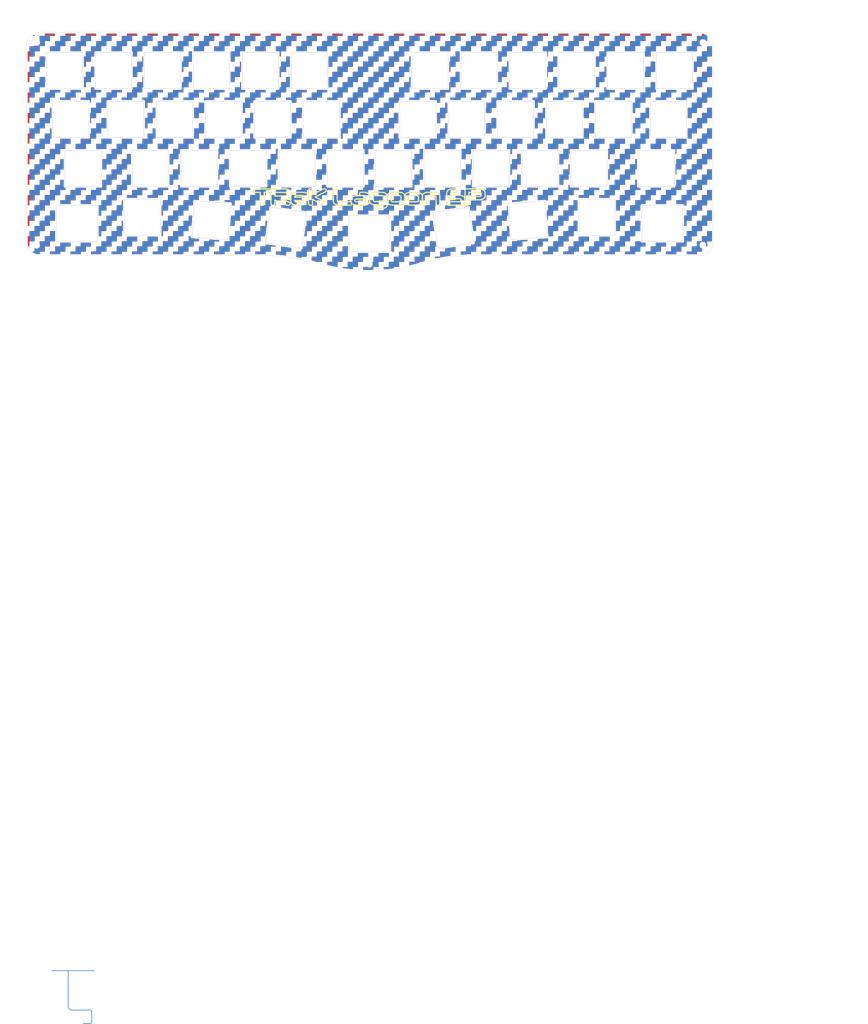
<source format=kicad_pcb>
(kicad_pcb (version 20240108) (generator "pcbnew") (generator_version "8.0")
  (layers (0 "F.Cu" signal) (31 "B.Cu" signal) (34 "B.Paste" user) (35 "F.Paste" user) (36 "B.SilkS" user "B.Silkscreen") (37 "F.SilkS" user "F.Silkscreen") (38 "B.Mask" user) (39 "F.Mask" user) (44 "Edge.Cuts" user))
  (net 0 "")
  (footprint "kbd_SW_Hole:SW_Hole_1.75u" (layer "F.Cu") (at 34.716735 65.674982)
    (property "Reference" "SW3" (hide yes))
    (property "Value" "SW_PUSH" (hide yes))
    (fp_line (start -7.05 -7.05) (end 7.05 -7.05) (stroke (width 0.15)) (layer "Edge.Cuts"))
    (fp_line (start -7.05 7.05) (end -7.05 -7.05) (stroke (width 0.15)) (layer "Edge.Cuts"))
    (fp_line (start 7.05 -7.05) (end 7.05 7.05) (stroke (width 0.15)) (layer "Edge.Cuts"))
    (fp_line (start 7.05 7.05) (end -7.05 7.05) (stroke (width 0.15)) (layer "Edge.Cuts"))
  )
  (footprint "kbd_SW_Hole:SW_Hole_1u" (layer "F.Cu") (at 169.889429 27.574982)
    (property "Reference" "SW24" (hide yes))
    (property "Value" "SW_PUSH" (hide yes))
    (fp_line (start -7.05 -7.05) (end 7.05 -7.05) (stroke (width 0.15)) (layer "Edge.Cuts"))
    (fp_line (start -7.05 7.05) (end -7.05 -7.05) (stroke (width 0.15)) (layer "Edge.Cuts"))
    (fp_line (start 7.05 -7.05) (end 7.05 7.05) (stroke (width 0.15)) (layer "Edge.Cuts"))
    (fp_line (start 7.05 7.05) (end -7.05 7.05) (stroke (width 0.15)) (layer "Edge.Cuts"))
  )
  (footprint "kbd_SW_Hole:SW_Hole_1u" (layer "F.Cu") (at 265.139429 27.574982)
    (property "Reference" "SW42" (hide yes))
    (property "Value" "SW_PUSH" (hide yes))
    (fp_line (start -7.05 -7.05) (end 7.05 -7.05) (stroke (width 0.15)) (layer "Edge.Cuts"))
    (fp_line (start -7.05 7.05) (end -7.05 -7.05) (stroke (width 0.15)) (layer "Edge.Cuts"))
    (fp_line (start 7.05 -7.05) (end 7.05 7.05) (stroke (width 0.15)) (layer "Edge.Cuts"))
    (fp_line (start 7.05 7.05) (end -7.05 7.05) (stroke (width 0.15)) (layer "Edge.Cuts"))
  )
  (footprint "kbd_SW_Hole:SW_Hole_1u" (layer "F.Cu") (at 46.622985 27.574982)
    (property "Reference" "SW5" (hide yes))
    (property "Value" "SW_PUSH" (hide yes))
    (fp_line (start -7.05 -7.05) (end 7.05 -7.05) (stroke (width 0.15)) (layer "Edge.Cuts"))
    (fp_line (start -7.05 7.05) (end -7.05 -7.05) (stroke (width 0.15)) (layer "Edge.Cuts"))
    (fp_line (start 7.05 -7.05) (end 7.05 7.05) (stroke (width 0.15)) (layer "Edge.Cuts"))
    (fp_line (start 7.05 7.05) (end -7.05 7.05) (stroke (width 0.15)) (layer "Edge.Cuts"))
  )
  (footprint "kbd_SW_Hole:SW_Hole_1u" (layer "F.Cu") (at 136.94375 65.674982)
    (property "Reference" "SW22" (hide yes))
    (property "Value" "SW_PUSH" (hide yes))
    (fp_line (start -7.05 -7.05) (end 7.05 -7.05) (stroke (width 0.15)) (layer "Edge.Cuts"))
    (fp_line (start -7.05 7.05) (end -7.05 -7.05) (stroke (width 0.15)) (layer "Edge.Cuts"))
    (fp_line (start 7.05 -7.05) (end 7.05 7.05) (stroke (width 0.15)) (layer "Edge.Cuts"))
    (fp_line (start 7.05 7.05) (end -7.05 7.05) (stroke (width 0.15)) (layer "Edge.Cuts"))
  )
  (footprint "kbd_SW_Hole:SW_Hole_1u" (layer "F.Cu") (at 193.690834 65.674982)
    (property "Reference" "SW33" (hide yes))
    (property "Value" "SW_PUSH" (hide yes))
    (fp_line (start -7.05 -7.05) (end 7.05 -7.05) (stroke (width 0.15)) (layer "Edge.Cuts"))
    (fp_line (start -7.05 7.05) (end -7.05 -7.05) (stroke (width 0.15)) (layer "Edge.Cuts"))
    (fp_line (start 7.05 -7.05) (end 7.05 7.05) (stroke (width 0.15)) (layer "Edge.Cuts"))
    (fp_line (start 7.05 7.05) (end -7.05 7.05) (stroke (width 0.15)) (layer "Edge.Cuts"))
  )
  (footprint "LOGO" (layer "F.Cu") (at 146.272338 77.326969)
    (property "Reference" "G000" (hide yes))
    (property "Value" "LOGO" (hide yes))
  )
  (footprint "kbd_SW_Hole:SW_Hole_1u" (layer "F.Cu") (at 222.265834 46.624982)
    (property "Reference" "SW36" (hide yes))
    (property "Value" "SW_PUSH" (hide yes))
    (fp_line (start -7.05 -7.05) (end 7.05 -7.05) (stroke (width 0.15)) (layer "Edge.Cuts"))
    (fp_line (start -7.05 7.05) (end -7.05 -7.05) (stroke (width 0.15)) (layer "Edge.Cuts"))
    (fp_line (start 7.05 -7.05) (end 7.05 7.05) (stroke (width 0.15)) (layer "Edge.Cuts"))
    (fp_line (start 7.05 7.05) (end -7.05 7.05) (stroke (width 0.15)) (layer "Edge.Cuts"))
  )
  (footprint "kbd_SW_Hole:SW_Hole_1u" (layer "F.Cu") (at 241.315834 46.624982)
    (property "Reference" "SW40" (hide yes))
    (property "Value" "SW_PUSH" (hide yes))
    (fp_line (start -7.05 -7.05) (end 7.05 -7.05) (stroke (width 0.15)) (layer "Edge.Cuts"))
    (fp_line (start -7.05 7.05) (end -7.05 -7.05) (stroke (width 0.15)) (layer "Edge.Cuts"))
    (fp_line (start 7.05 -7.05) (end 7.05 7.05) (stroke (width 0.15)) (layer "Edge.Cuts"))
    (fp_line (start 7.05 7.05) (end -7.05 7.05) (stroke (width 0.15)) (layer "Edge.Cuts"))
  )
  (footprint "kbd_SW_Hole:SW_Hole_1u" (layer "F.Cu") (at 174.640834 65.674982)
    (property "Reference" "SW29" (hide yes))
    (property "Value" "SW_PUSH" (hide yes))
    (fp_line (start -7.05 -7.05) (end 7.05 -7.05) (stroke (width 0.15)) (layer "Edge.Cuts"))
    (fp_line (start -7.05 7.05) (end -7.05 -7.05) (stroke (width 0.15)) (layer "Edge.Cuts"))
    (fp_line (start 7.05 -7.05) (end 7.05 7.05) (stroke (width 0.15)) (layer "Edge.Cuts"))
    (fp_line (start 7.05 7.05) (end -7.05 7.05) (stroke (width 0.15)) (layer "Edge.Cuts"))
  )
  (footprint "kbd_Hole:m2_Screw_Hole" (layer "F.Cu") (at 16.66875 16.66875)
    (property "Reference" "J2")
    (property "Value" "Conn_01x01")
  )
  (footprint "kbd_SW_Hole:SW_Hole_1u" (layer "F.Cu") (at 118.060485 65.674982)
    (property "Reference" "SW19" (hide yes))
    (property "Value" "SW_PUSH" (hide yes))
    (fp_line (start -7.05 -7.05) (end 7.05 -7.05) (stroke (width 0.15)) (layer "Edge.Cuts"))
    (fp_line (start -7.05 7.05) (end -7.05 -7.05) (stroke (width 0.15)) (layer "Edge.Cuts"))
    (fp_line (start 7.05 -7.05) (end 7.05 7.05) (stroke (width 0.15)) (layer "Edge.Cuts"))
    (fp_line (start 7.05 7.05) (end -7.05 7.05) (stroke (width 0.15)) (layer "Edge.Cuts"))
  )
  (footprint "kbd_SW_Hole:SW_Hole_1.25u" (layer "F.Cu") (at 113.768576 88.798122 -8)
    (property "Reference" "SW16" (hide yes))
    (property "Value" "SW_PUSH" (hide yes))
    (fp_line (start -7.05 7.05) (end -7.05 -7.05) (stroke (width 0.15)) (layer "Edge.Cuts"))
    (fp_line (start -7.05 -7.05) (end 7.05 -7.05) (stroke (width 0.15)) (layer "Edge.Cuts"))
    (fp_line (start 7.05 7.05) (end -7.05 7.05) (stroke (width 0.15)) (layer "Edge.Cuts"))
    (fp_line (start 7.05 -7.05) (end 7.05 7.05) (stroke (width 0.15)) (layer "Edge.Cuts"))
  )
  (footprint "kbd_Hole:m2_Screw_Hole" (layer "F.Cu") (at 16.66875 95.631249)
    (property "Reference" "J4")
    (property "Value" "Conn_01x01")
  )
  (footprint "kbd_SW_Hole:SW_Hole_1u" (layer "F.Cu") (at 231.790834 65.674982)
    (property "Reference" "SW41" (hide yes))
    (property "Value" "SW_PUSH" (hide yes))
    (fp_line (start -7.05 -7.05) (end 7.05 -7.05) (stroke (width 0.15)) (layer "Edge.Cuts"))
    (fp_line (start -7.05 7.05) (end -7.05 -7.05) (stroke (width 0.15)) (layer "Edge.Cuts"))
    (fp_line (start 7.05 -7.05) (end 7.05 7.05) (stroke (width 0.15)) (layer "Edge.Cuts"))
    (fp_line (start 7.05 7.05) (end -7.05 7.05) (stroke (width 0.15)) (layer "Edge.Cuts"))
  )
  (footprint "kbd_SW_Hole:SW_Hole_1u" (layer "F.Cu") (at 122.822985 27.574982)
    (property "Reference" "SW20" (hide yes))
    (property "Value" "SW_PUSH" (hide yes))
    (fp_line (start -7.05 -7.05) (end 7.05 -7.05) (stroke (width 0.15)) (layer "Edge.Cuts"))
    (fp_line (start -7.05 7.05) (end -7.05 -7.05) (stroke (width 0.15)) (layer "Edge.Cuts"))
    (fp_line (start 7.05 -7.05) (end 7.05 7.05) (stroke (width 0.15)) (layer "Edge.Cuts"))
    (fp_line (start 7.05 7.05) (end -7.05 7.05) (stroke (width 0.15)) (layer "Edge.Cuts"))
  )
  (footprint "kbd_SW_Hole:SW_Hole_1u" (layer "F.Cu") (at 89.485485 46.624982)
    (property "Reference" "SW14" (hide yes))
    (property "Value" "SW_PUSH" (hide yes))
    (fp_line (start -7.05 -7.05) (end 7.05 -7.05) (stroke (width 0.15)) (layer "Edge.Cuts"))
    (fp_line (start -7.05 7.05) (end -7.05 -7.05) (stroke (width 0.15)) (layer "Edge.Cuts"))
    (fp_line (start 7.05 -7.05) (end 7.05 7.05) (stroke (width 0.15)) (layer "Edge.Cuts"))
    (fp_line (start 7.05 7.05) (end -7.05 7.05) (stroke (width 0.15)) (layer "Edge.Cuts"))
  )
  (footprint "kbd_SW_Hole:SW_Hole_1u(wide)" (layer "F.Cu") (at 260.365834 87.106232)
    (property "Reference" "SW45" (hide yes))
    (property "Value" "RotaryEncoder_Switch" (hide yes))
    (fp_line (start -8 -7.05) (end 8 -7.05) (stroke (width 0.15)) (layer "Edge.Cuts"))
    (fp_line (start -8 7.05) (end -8 -7.05) (stroke (width 0.15)) (layer "Edge.Cuts"))
    (fp_line (start -8 7.05) (end 8 7.05) (stroke (width 0.15)) (layer "Edge.Cuts"))
    (fp_line (start 8 -7.05) (end 8 7.05) (stroke (width 0.15)) (layer "Edge.Cuts"))
  )
  (footprint "kbd_SW_Hole:SW_Hole_1u" (layer "F.Cu") (at 246.089429 27.574982)
    (property "Reference" "SW39" (hide yes))
    (property "Value" "SW_PUSH" (hide yes))
    (fp_line (start -7.05 -7.05) (end 7.05 -7.05) (stroke (width 0.15)) (layer "Edge.Cuts"))
    (fp_line (start -7.05 7.05) (end -7.05 -7.05) (stroke (width 0.15)) (layer "Edge.Cuts"))
    (fp_line (start 7.05 -7.05) (end 7.05 7.05) (stroke (width 0.15)) (layer "Edge.Cuts"))
    (fp_line (start 7.05 7.05) (end -7.05 7.05) (stroke (width 0.15)) (layer "Edge.Cuts"))
  )
  (footprint "kbd_SW_Hole:SW_Hole_1u" (layer "F.Cu") (at 51.385485 46.624982)
    (property "Reference" "SW6" (hide yes))
    (property "Value" "SW_PUSH" (hide yes))
    (fp_line (start -7.05 -7.05) (end 7.05 -7.05) (stroke (width 0.15)) (layer "Edge.Cuts"))
    (fp_line (start -7.05 7.05) (end -7.05 -7.05) (stroke (width 0.15)) (layer "Edge.Cuts"))
    (fp_line (start 7.05 -7.05) (end 7.05 7.05) (stroke (width 0.15)) (layer "Edge.Cuts"))
    (fp_line (start 7.05 7.05) (end -7.05 7.05) (stroke (width 0.15)) (layer "Edge.Cuts"))
  )
  (footprint "kbd_SW_Hole:SW_Hole_1u" (layer "F.Cu") (at 65.672985 27.574982)
    (property "Reference" "SW9" (hide yes))
    (property "Value" "SW_PUSH" (hide yes))
    (fp_line (start -7.05 -7.05) (end 7.05 -7.05) (stroke (width 0.15)) (layer "Edge.Cuts"))
    (fp_line (start -7.05 7.05) (end -7.05 -7.05) (stroke (width 0.15)) (layer "Edge.Cuts"))
    (fp_line (start 7.05 -7.05) (end 7.05 7.05) (stroke (width 0.15)) (layer "Edge.Cuts"))
    (fp_line (start 7.05 7.05) (end -7.05 7.05) (stroke (width 0.15)) (layer "Edge.Cuts"))
  )
  (footprint "kbd_SW_Hole:SW_Hole_1u(wide)" (layer "F.Cu") (at 146.360968 91.104976)
    (property "Reference" "SW23" (hide yes))
    (property "Value" "RotaryEncoder_Switch" (hide yes))
    (fp_line (start -8 -7.05) (end 8 -7.05) (stroke (width 0.15)) (layer "Edge.Cuts"))
    (fp_line (start -8 7.05) (end -8 -7.05) (stroke (width 0.15)) (layer "Edge.Cuts"))
    (fp_line (start -8 7.05) (end 8 7.05) (stroke (width 0.15)) (layer "Edge.Cuts"))
    (fp_line (start 8 -7.05) (end 8 7.05) (stroke (width 0.15)) (layer "Edge.Cuts"))
  )
  (footprint "kbd_SW_Hole:SW_Hole_1u" (layer "F.Cu") (at 108.535485 46.624982)
    (property "Reference" "SW18" (hide yes))
    (property "Value" "SW_PUSH" (hide yes))
    (fp_line (start -7.05 -7.05) (end 7.05 -7.05) (stroke (width 0.15)) (layer "Edge.Cuts"))
    (fp_line (start -7.05 7.05) (end -7.05 -7.05) (stroke (width 0.15)) (layer "Edge.Cuts"))
    (fp_line (start 7.05 -7.05) (end 7.05 7.05) (stroke (width 0.15)) (layer "Edge.Cuts"))
    (fp_line (start 7.05 7.05) (end -7.05 7.05) (stroke (width 0.15)) (layer "Edge.Cuts"))
  )
  (footprint "kbd_SW_Hole:SW_Hole_1u" (layer "F.Cu") (at 165.115834 46.624982)
    (property "Reference" "SW25" (hide yes))
    (property "Value" "SW_PUSH" (hide yes))
    (fp_line (start -7.05 -7.05) (end 7.05 -7.05) (stroke (width 0.15)) (layer "Edge.Cuts"))
    (fp_line (start -7.05 7.05) (end -7.05 -7.05) (stroke (width 0.15)) (layer "Edge.Cuts"))
    (fp_line (start 7.05 -7.05) (end 7.05 7.05) (stroke (width 0.15)) (layer "Edge.Cuts"))
    (fp_line (start 7.05 7.05) (end -7.05 7.05) (stroke (width 0.15)) (layer "Edge.Cuts"))
  )
  (footprint "kbd_SW_Hole:SW_Hole_1.25u" (layer "F.Cu") (at 29.954235 46.624982)
    (property "Reference" "SW2" (hide yes))
    (property "Value" "SW_PUSH" (hide yes))
    (fp_line (start -7.05 -7.05) (end 7.05 -7.05) (stroke (width 0.15)) (layer "Edge.Cuts"))
    (fp_line (start -7.05 7.05) (end -7.05 -7.05) (stroke (width 0.15)) (layer "Edge.Cuts"))
    (fp_line (start 7.05 -7.05) (end 7.05 7.05) (stroke (width 0.15)) (layer "Edge.Cuts"))
    (fp_line (start 7.05 7.05) (end -7.05 7.05) (stroke (width 0.15)) (layer "Edge.Cuts"))
  )
  (footprint "kbd_SW_Hole:SW_Hole_1u" (layer "F.Cu") (at 227.039429 27.574982)
    (property "Reference" "SW35" (hide yes))
    (property "Value" "SW_PUSH" (hide yes))
    (fp_line (start -7.05 -7.05) (end 7.05 -7.05) (stroke (width 0.15)) (layer "Edge.Cuts"))
    (fp_line (start -7.05 7.05) (end -7.05 -7.05) (stroke (width 0.15)) (layer "Edge.Cuts"))
    (fp_line (start 7.05 -7.05) (end 7.05 7.05) (stroke (width 0.15)) (layer "Edge.Cuts"))
    (fp_line (start 7.05 7.05) (end -7.05 7.05) (stroke (width 0.15)) (layer "Edge.Cuts"))
  )
  (footprint "kbd_SW_Hole:SW_Hole_1u" (layer "F.Cu") (at 203.215834 46.624982)
    (property "Reference" "SW32" (hide yes))
    (property "Value" "SW_PUSH" (hide yes))
    (fp_line (start -7.05 -7.05) (end 7.05 -7.05) (stroke (width 0.15)) (layer "Edge.Cuts"))
    (fp_line (start -7.05 7.05) (end -7.05 -7.05) (stroke (width 0.15)) (layer "Edge.Cuts"))
    (fp_line (start 7.05 -7.05) (end 7.05 7.05) (stroke (width 0.15)) (layer "Edge.Cuts"))
    (fp_line (start 7.05 7.05) (end -7.05 7.05) (stroke (width 0.15)) (layer "Edge.Cuts"))
  )
  (footprint "kbd_SW_Hole:SW_Hole_1u" (layer "F.Cu") (at 57.824744 84.724982)
    (property "Reference" "SW8" (hide yes))
    (property "Value" "SW_PUSH" (hide yes))
    (fp_line (start -7.05 -7.05) (end 7.05 -7.05) (stroke (width 0.15)) (layer "Edge.Cuts"))
    (fp_line (start -7.05 7.05) (end -7.05 -7.05) (stroke (width 0.15)) (layer "Edge.Cuts"))
    (fp_line (start 7.05 -7.05) (end 7.05 7.05) (stroke (width 0.15)) (layer "Edge.Cuts"))
    (fp_line (start 7.05 7.05) (end -7.05 7.05) (stroke (width 0.15)) (layer "Edge.Cuts"))
  )
  (footprint "kbd_SW_Hole:SW_Hole_1u(wide)" (layer "F.Cu") (at 32.335485 87.106232)
    (property "Reference" "SW4" (hide yes))
    (property "Value" "RotaryEncoder_Switch" (hide yes))
    (fp_line (start -8 -7.05) (end 8 -7.05) (stroke (width 0.15)) (layer "Edge.Cuts"))
    (fp_line (start -8 7.05) (end -8 -7.05) (stroke (width 0.15)) (layer "Edge.Cuts"))
    (fp_line (start -8 7.05) (end 8 7.05) (stroke (width 0.15)) (layer "Edge.Cuts"))
    (fp_line (start 8 -7.05) (end 8 7.05) (stroke (width 0.15)) (layer "Edge.Cuts"))
  )
  (footprint "kbd_SW_Hole:SW_Hole_1u" (layer "F.Cu") (at 155.590834 65.674982)
    (property "Reference" "SW26" (hide yes))
    (property "Value" "SW_PUSH" (hide yes))
    (fp_line (start -7.05 -7.05) (end 7.05 -7.05) (stroke (width 0.15)) (layer "Edge.Cuts"))
    (fp_line (start -7.05 7.05) (end -7.05 -7.05) (stroke (width 0.15)) (layer "Edge.Cuts"))
    (fp_line (start 7.05 -7.05) (end 7.05 7.05) (stroke (width 0.15)) (layer "Edge.Cuts"))
    (fp_line (start 7.05 7.05) (end -7.05 7.05) (stroke (width 0.15)) (layer "Edge.Cuts"))
  )
  (footprint "kbd_SW_Hole:SW_Hole_1.75u" (layer "F.Cu") (at 257.984584 65.674982)
    (property "Reference" "SW44" (hide yes))
    (property "Value" "SW_PUSH" (hide yes))
    (fp_line (start -7.05 -7.05) (end 7.05 -7.05) (stroke (width 0.15)) (layer "Edge.Cuts"))
    (fp_line (start -7.05 7.05) (end -7.05 -7.05) (stroke (width 0.15)) (layer "Edge.Cuts"))
    (fp_line (start 7.05 -7.05) (end 7.05 7.05) (stroke (width 0.15)) (layer "Edge.Cuts"))
    (fp_line (start 7.05 7.05) (end -7.05 7.05) (stroke (width 0.15)) (layer "Edge.Cuts"))
  )
  (footprint "kbd_Hole:m2_Screw_Hole" (layer "F.Cu") (at 276.183839 16.66875)
    (property "Reference" "J5")
    (property "Value" "Conn_01x01")
  )
  (footprint "kbd_SW_Hole:SW_Hole_1u" (layer "F.Cu") (at 234.845922 84.724982)
    (property "Reference" "SW38" (hide yes))
    (property "Value" "SW_PUSH" (hide yes))
    (fp_line (start -7.05 -7.05) (end 7.05 -7.05) (stroke (width 0.15)) (layer "Edge.Cuts"))
    (fp_line (start -7.05 7.05) (end -7.05 -7.05) (stroke (width 0.15)) (layer "Edge.Cuts"))
    (fp_line (start 7.05 -7.05) (end 7.05 7.05) (stroke (width 0.15)) (layer "Edge.Cuts"))
    (fp_line (start 7.05 7.05) (end -7.05 7.05) (stroke (width 0.15)) (layer "Edge.Cuts"))
  )
  (footprint "kbd_SW_Hole:SW_Hole_1u" (layer "F.Cu") (at 188.939429 27.574982)
    (property "Reference" "SW27" (hide yes))
    (property "Value" "SW_PUSH" (hide yes))
    (fp_line (start -7.05 -7.05) (end 7.05 -7.05) (stroke (width 0.15)) (layer "Edge.Cuts"))
    (fp_line (start -7.05 7.05) (end -7.05 -7.05) (stroke (width 0.15)) (layer "Edge.Cuts"))
    (fp_line (start 7.05 -7.05) (end 7.05 7.05) (stroke (width 0.15)) (layer "Edge.Cuts"))
    (fp_line (start 7.05 7.05) (end -7.05 7.05) (stroke (width 0.15)) (layer "Edge.Cuts"))
  )
  (footprint "kbd_SW_Hole:SW_Hole_1u" (layer "F.Cu") (at 212.740834 65.674982)
    (property "Reference" "SW37" (hide yes))
    (property "Value" "SW_PUSH" (hide yes))
    (fp_line (start -7.05 -7.05) (end 7.05 -7.05) (stroke (width 0.15)) (layer "Edge.Cuts"))
    (fp_line (start -7.05 7.05) (end -7.05 -7.05) (stroke (width 0.15)) (layer "Edge.Cuts"))
    (fp_line (start 7.05 -7.05) (end 7.05 7.05) (stroke (width 0.15)) (layer "Edge.Cuts"))
    (fp_line (start 7.05 7.05) (end -7.05 7.05) (stroke (width 0.15)) (layer "Edge.Cuts"))
  )
  (footprint "kbd_Hole:m2_Screw_Hole" (layer "F.Cu") (at 276.19054 95.631249)
    (property "Reference" "J7")
    (property "Value" "Conn_01x01")
  )
  (footprint "kbd_SW_Hole:SW_Hole_1.75u" (layer "F.Cu") (at 84.689381 85.905797 -4)
    (property "Reference" "SW12" (hide yes))
    (property "Value" "SW_PUSH" (hide yes))
    (fp_line (start -7.05 7.05) (end -7.05 -7.05) (stroke (width 0.15)) (layer "Edge.Cuts"))
    (fp_line (start -7.05 -7.05) (end 7.05 -7.05) (stroke (width 0.15)) (layer "Edge.Cuts"))
    (fp_line (start 7.05 7.05) (end -7.05 7.05) (stroke (width 0.15)) (layer "Edge.Cuts"))
    (fp_line (start 7.05 -7.05) (end 7.05 7.05) (stroke (width 0.15)) (layer "Edge.Cuts"))
  )
  (footprint "kbd_SW_Hole:SW_Hole_1u" (layer "F.Cu") (at 103.772985 27.574982)
    (property "Reference" "SW17" (hide yes))
    (property "Value" "SW_PUSH" (hide yes))
    (fp_line (start -7.05 -7.05) (end 7.05 -7.05) (stroke (width 0.15)) (layer "Edge.Cuts"))
    (fp_line (start -7.05 7.05) (end -7.05 -7.05) (stroke (width 0.15)) (layer "Edge.Cuts"))
    (fp_line (start 7.05 -7.05) (end 7.05 7.05) (stroke (width 0.15)) (layer "Edge.Cuts"))
    (fp_line (start 7.05 7.05) (end -7.05 7.05) (stroke (width 0.15)) (layer "Edge.Cuts"))
  )
  (footprint "kbd_SW_Hole:SW_Hole_1u" (layer "F.Cu") (at 27.572985 27.574982)
    (property "Reference" "SW1" (hide yes))
    (property "Value" "SW_PUSH" (hide yes))
    (fp_line (start -7.05 -7.05) (end 7.05 -7.05) (stroke (width 0.15)) (layer "Edge.Cuts"))
    (fp_line (start -7.05 7.05) (end -7.05 -7.05) (stroke (width 0.15)) (layer "Edge.Cuts"))
    (fp_line (start 7.05 -7.05) (end 7.05 7.05) (stroke (width 0.15)) (layer "Edge.Cuts"))
    (fp_line (start 7.05 7.05) (end -7.05 7.05) (stroke (width 0.15)) (layer "Edge.Cuts"))
  )
  (footprint "kbd_SW_Hole:SW_Hole_1u" (layer "F.Cu") (at 84.722985 27.574982)
    (property "Reference" "SW13" (hide yes))
    (property "Value" "SW_PUSH" (hide yes))
    (fp_line (start -7.05 -7.05) (end 7.05 -7.05) (stroke (width 0.15)) (layer "Edge.Cuts"))
    (fp_line (start -7.05 7.05) (end -7.05 -7.05) (stroke (width 0.15)) (layer "Edge.Cuts"))
    (fp_line (start 7.05 -7.05) (end 7.05 7.05) (stroke (width 0.15)) (layer "Edge.Cuts"))
    (fp_line (start 7.05 7.05) (end -7.05 7.05) (stroke (width 0.15)) (layer "Edge.Cuts"))
  )
  (footprint "kbd_SW_Hole:SW_Hole_1u" (layer "F.Cu") (at 60.910485 65.674982)
    (property "Reference" "SW7" (hide yes))
    (property "Value" "SW_PUSH" (hide yes))
    (fp_line (start -7.05 -7.05) (end 7.05 -7.05) (stroke (width 0.15)) (layer "Edge.Cuts"))
    (fp_line (start -7.05 7.05) (end -7.05 -7.05) (stroke (width 0.15)) (layer "Edge.Cuts"))
    (fp_line (start 7.05 -7.05) (end 7.05 7.05) (stroke (width 0.15)) (layer "Edge.Cuts"))
    (fp_line (start 7.05 7.05) (end -7.05 7.05) (stroke (width 0.15)) (layer "Edge.Cuts"))
  )
  (footprint "kbd_SW_Hole:SW_Hole_1.25u" (layer "F.Cu") (at 178.956829 88.804862 8)
    (property "Reference" "SW30" (hide yes))
    (property "Value" "SW_PUSH" (hide yes))
    (fp_line (start -7.05 -7.05) (end 7.05 -7.05) (stroke (width 0.15)) (layer "Edge.Cuts"))
    (fp_line (start -7.05 7.05) (end -7.05 -7.05) (stroke (width 0.15)) (layer "Edge.Cuts"))
    (fp_line (start 7.05 -7.05) (end 7.05 7.05) (stroke (width 0.15)) (layer "Edge.Cuts"))
    (fp_line (start 7.05 7.05) (end -7.05 7.05) (stroke (width 0.15)) (layer "Edge.Cuts"))
  )
  (footprint "kbd_SW_Hole:SW_Hole_1u" (layer "F.Cu") (at 184.165834 46.624982)
    (property "Reference" "SW28" (hide yes))
    (property "Value" "SW_PUSH" (hide yes))
    (fp_line (start -7.05 -7.05) (end 7.05 -7.05) (stroke (width 0.15)) (layer "Edge.Cuts"))
    (fp_line (start -7.05 7.05) (end -7.05 -7.05) (stroke (width 0.15)) (layer "Edge.Cuts"))
    (fp_line (start 7.05 -7.05) (end 7.05 7.05) (stroke (width 0.15)) (layer "Edge.Cuts"))
    (fp_line (start 7.05 7.05) (end -7.05 7.05) (stroke (width 0.15)) (layer "Edge.Cuts"))
  )
  (footprint "kbd_SW_Hole:SW_Hole_1u" (layer "F.Cu") (at 127.585485 46.624982)
    (property "Reference" "SW21" (hide yes))
    (property "Value" "SW_PUSH" (hide yes))
    (fp_line (start -7.05 -7.05) (end 7.05 -7.05) (stroke (width 0.15)) (layer "Edge.Cuts"))
    (fp_line (start -7.05 7.05) (end -7.05 -7.05) (stroke (width 0.15)) (layer "Edge.Cuts"))
    (fp_line (start 7.05 -7.05) (end 7.05 7.05) (stroke (width 0.15)) (layer "Edge.Cuts"))
    (fp_line (start 7.05 7.05) (end -7.05 7.05) (stroke (width 0.15)) (layer "Edge.Cuts"))
  )
  (footprint "kbd_Hole:m2_Screw_Hole" (layer "F.Cu") (at 146.275606 102.985806)
    (property "Reference" "J4")
    (property "Value" "Conn_01x01")
  )
  (footprint "kbd_SW_Hole:SW_Hole_1u" (layer "F.Cu") (at 99.010485 65.674982)
    (property "Reference" "SW15" (hide yes))
    (property "Value" "SW_PUSH" (hide yes))
    (fp_line (start -7.05 -7.05) (end 7.05 -7.05) (stroke (width 0.15)) (layer "Edge.Cuts"))
    (fp_line (start -7.05 7.05) (end -7.05 -7.05) (stroke (width 0.15)) (layer "Edge.Cuts"))
    (fp_line (start 7.05 -7.05) (end 7.05 7.05) (stroke (width 0.15)) (layer "Edge.Cuts"))
    (fp_line (start 7.05 7.05) (end -7.05 7.05) (stroke (width 0.15)) (layer "Edge.Cuts"))
  )
  (footprint "kbd_SW_Hole:SW_Hole_1.25u" (layer "F.Cu") (at 262.747084 46.624982)
    (property "Reference" "SW43" (hide yes))
    (property "Value" "SW_PUSH" (hide yes))
    (fp_line (start -7.05 -7.05) (end 7.05 -7.05) (stroke (width 0.15)) (layer "Edge.Cuts"))
    (fp_line (start -7.05 7.05) (end -7.05 -7.05) (stroke (width 0.15)) (layer "Edge.Cuts"))
    (fp_line (start 7.05 -7.05) (end 7.05 7.05) (stroke (width 0.15)) (layer "Edge.Cuts"))
    (fp_line (start 7.05 7.05) (end -7.05 7.05) (stroke (width 0.15)) (layer "Edge.Cuts"))
  )
  (footprint "kbd_SW_Hole:SW_Hole_1u" (layer "F.Cu") (at 79.960485 65.674982)
    (property "Reference" "SW11" (hide yes))
    (property "Value" "SW_PUSH" (hide yes))
    (fp_line (start -7.05 -7.05) (end 7.05 -7.05) (stroke (width 0.15)) (layer "Edge.Cuts"))
    (fp_line (start -7.05 7.05) (end -7.05 -7.05) (stroke (width 0.15)) (layer "Edge.Cuts"))
    (fp_line (start 7.05 -7.05) (end 7.05 7.05) (stroke (width 0.15)) (layer "Edge.Cuts"))
    (fp_line (start 7.05 7.05) (end -7.05 7.05) (stroke (width 0.15)) (layer "Edge.Cuts"))
  )
  (footprint "kbd_SW_Hole:SW_Hole_1u" (layer "F.Cu") (at 207.989429 27.574982)
    (property "Reference" "SW31" (hide yes))
    (property "Value" "SW_PUSH" (hide yes))
    (fp_line (start -7.05 -7.05) (end 7.05 -7.05) (stroke (width 0.15)) (layer "Edge.Cuts"))
    (fp_line (start -7.05 7.05) (end -7.05 -7.05) (stroke (width 0.15)) (layer "Edge.Cuts"))
    (fp_line (start 7.05 -7.05) (end 7.05 7.05) (stroke (width 0.15)) (layer "Edge.Cuts"))
    (fp_line (start 7.05 7.05) (end -7.05 7.05) (stroke (width 0.15)) (layer "Edge.Cuts"))
  )
  (footprint "kbd_SW_Hole:SW_Hole_1.75u" (layer "F.Cu") (at 208.043752 85.918892 4)
    (property "Reference" "SW34" (hide yes))
    (property "Value" "SW_PUSH" (hide yes))
    (fp_line (start -7.05 -7.05) (end 7.05 -7.05) (stroke (width 0.15)) (layer "Edge.Cuts"))
    (fp_line (start -7.05 7.05) (end -7.05 -7.05) (stroke (width 0.15)) (layer "Edge.Cuts"))
    (fp_line (start 7.05 -7.05) (end 7.05 7.05) (stroke (width 0.15)) (layer "Edge.Cuts"))
    (fp_line (start 7.05 7.05) (end -7.05 7.05) (stroke (width 0.15)) (layer "Edge.Cuts"))
  )
  (footprint "kbd_SW_Hole:SW_Hole_1u" (layer "F.Cu") (at 70.435485 46.624982)
    (property "Reference" "SW10" (hide yes))
    (property "Value" "SW_PUSH" (hide yes))
    (fp_line (start -7.05 -7.05) (end 7.05 -7.05) (stroke (width 0.15)) (layer "Edge.Cuts"))
    (fp_line (start -7.05 7.05) (end -7.05 -7.05) (stroke (width 0.15)) (layer "Edge.Cuts"))
    (fp_line (start 7.05 -7.05) (end 7.05 7.05) (stroke (width 0.15)) (layer "Edge.Cuts"))
    (fp_line (start 7.05 7.05) (end -7.05 7.05) (stroke (width 0.15)) (layer "Edge.Cuts"))
  )
  (gr_line (start 12.66472 17.668716) (end 12.66875 94.631248) (stroke (width 0.1)) (layer "Edge.Cuts"))
  (gr_arc (start 280.183838 94.631249) (mid 278.725461 98.167677) (end 275.190547 99.62972) (stroke (width 0.1)) (layer "Edge.Cuts"))
  (gr_arc (start 275.19064 12.66875) (mid 278.727159 14.130184) (end 280.183839 17.668664) (stroke (width 0.1)) (layer "Edge.Cuts"))
  (gr_arc (start 17.673377 99.642387) (mid 14.136497 98.170572) (end 12.670572 94.631247) (stroke (width 0.1)) (layer "Edge.Cuts"))
  (gr_arc (start 12.66875 17.668716) (mid 14.145286 14.141951) (end 17.673445 12.66875) (stroke (width 0.1)) (layer "Edge.Cuts"))
  (gr_line (start 186.828923 99.634328) (end 275.190547 99.62972) (stroke (width 0.1)) (layer "Edge.Cuts"))
  (gr_arc (start 166.751352 102.645809) (mid 156.629574 104.973742) (end 146.272447 105.74807) (stroke (width 0.1)) (layer "Edge.Cuts"))
  (gr_arc (start 105.715971 99.634328) (mid 115.867053 100.39139) (end 125.793542 102.645809) (stroke (width 0.1)) (layer "Edge.Cuts"))
  (gr_arc (start 166.751352 102.645809) (mid 176.67784 100.391383) (end 186.828923 99.634328) (stroke (width 0.1)) (layer "Edge.Cuts"))
  (gr_line (start 280.183839 94.631249) (end 280.183839 17.668664) (stroke (width 0.1)) (layer "Edge.Cuts"))
  (gr_line (start 275.19064 12.66875) (end 17.673445 12.66875) (stroke (width 0.1)) (layer "Edge.Cuts"))
  (gr_arc (start 146.272447 105.74807) (mid 135.91532 104.973745) (end 125.793542 102.645809) (stroke (width 0.1)) (layer "Edge.Cuts"))
  (gr_line (start 17.673377 99.642388) (end 105.715971 99.634328) (stroke (width 0.1)) (layer "Edge.Cuts"))
  (segment (start 37.594623 393.577024) (end 30.534519 393.577024) (width 0.25) (layer "B.Cu") (net 0))
  (segment (start 34.84118 398.78488) (end 37.517839 398.78488) (width 0.25) (layer "B.Cu") (net 0))
  (segment (start 28.933664 391.976169) (end 28.933664 378.194639) (width 0.25) (layer "B.Cu") (net 0))
  (segment (start 28.933664 378.194639) (end 38.894739 378.194639) (width 0.25) (layer "B.Cu") (net 0))
  (segment (start 38.104091 398.198628) (end 38.104091 394.086492) (width 0.25) (layer "B.Cu") (net 0))
  (segment (start 22.506446 378.194639) (end 28.933664 378.194639) (width 0.25) (layer "B.Cu") (net 0))
  (arc (start 30.534519 393.577024) (mid 29.402544 393.108144) (end 28.933664 391.976169) (width 0.25) (layer "B.Cu") (net 0))
  (arc (start 38.104091 394.086492) (mid 37.954871 393.726244) (end 37.594623 393.577024) (width 0.25) (layer "B.Cu") (net 0))
  (arc (start 38.894739 378.194639) (mid 38.958549 378.22107) (end 38.98498 378.28488) (width 0.25) (layer "B.Cu") (net 0))
  (arc (start 37.517839 398.78488) (mid 37.932382 398.613171) (end 38.104091 398.198628) (width 0.25) (layer "B.Cu") (net 0))
  (zone (net 0) (net_name "") (layer "F.Cu") (connect_pads (clearance 0.508)) (min_thickness 0.254) (fill yes (thermal_gap 0.508) (thermal_bridge_width 0.508))
    (polygon (pts (xy 340.51875 128.5875) (xy 2.38125 128.5875) (xy 2.38125 4.7625) (xy 340.51875 4.7625)))
  )
  (zone (net 0) (net_name "") (layers "F&B.Cu") (connect_pads (clearance 0)) (min_thickness 0.254)
    (keepout (tracks allowed) (vias allowed) (pads allowed) (copperpour not_allowed) (footprints allowed))
    (fill (thermal_gap 0.508) (thermal_bridge_width 0.508))
    (polygon (pts (xy 91.84375 38.10625) (xy 87.84375 38.10625) (xy 87.84375 36.10625) (xy 91.84375 36.10625)))
  )
  (zone (net 0) (net_name "") (layers "F&B.Cu") (connect_pads (clearance 0)) (min_thickness 0.254)
    (keepout (tracks allowed) (vias allowed) (pads allowed) (copperpour not_allowed) (footprints allowed))
    (fill (thermal_gap 0.508) (thermal_bridge_width 0.508))
    (polygon (pts (xy 111.84375 66.10625) (xy 107.84375 66.10625) (xy 107.84375 64.10625) (xy 111.84375 64.10625)))
  )
  (zone (net 0) (net_name "") (layers "F&B.Cu") (connect_pads (clearance 0)) (min_thickness 0.254)
    (keepout (tracks allowed) (vias allowed) (pads allowed) (copperpour not_allowed) (footprints allowed))
    (fill (thermal_gap 0.508) (thermal_bridge_width 0.508))
    (polygon (pts (xy 23.84375 90.10625) (xy 19.84375 90.10625) (xy 19.84375 88.10625) (xy 23.84375 88.10625)))
  )
  (zone (net 0) (net_name "") (layers "F&B.Cu") (connect_pads (clearance 0)) (min_thickness 0.254)
    (keepout (tracks allowed) (vias allowed) (pads allowed) (copperpour not_allowed) (footprints allowed))
    (fill (thermal_gap 0.508) (thermal_bridge_width 0.508))
    (polygon (pts (xy 287.84375 10.10625) (xy 283.84375 10.10625) (xy 283.84375 8.10625) (xy 287.84375 8.10625)))
  )
  (zone (net 0) (net_name "") (layers "F&B.Cu") (connect_pads (clearance 0)) (min_thickness 0.254)
    (keepout (tracks allowed) (vias allowed) (pads allowed) (copperpour not_allowed) (footprints allowed))
    (fill (thermal_gap 0.508) (thermal_bridge_width 0.508))
    (polygon (pts (xy 137.84375 96.10625) (xy 133.84375 96.10625) (xy 133.84375 94.10625) (xy 137.84375 94.10625)))
  )
  (zone (net 0) (net_name "") (layers "F&B.Cu") (connect_pads (clearance 0)) (min_thickness 0.254)
    (keepout (tracks allowed) (vias allowed) (pads allowed) (copperpour not_allowed) (footprints allowed))
    (fill (thermal_gap 0.508) (thermal_bridge_width 0.508))
    (polygon (pts (xy 287.84375 2.10625) (xy 283.84375 2.10625) (xy 283.84375 0.10625) (xy 287.84375 0.10625)))
  )
  (zone (net 0) (net_name "") (layers "F&B.Cu") (connect_pads (clearance 0)) (min_thickness 0.254)
    (keepout (tracks allowed) (vias allowed) (pads allowed) (copperpour not_allowed) (footprints allowed))
    (fill (thermal_gap 0.508) (thermal_bridge_width 0.508))
    (polygon (pts (xy 275.84375 126.10625) (xy 271.84375 126.10625) (xy 271.84375 124.10625) (xy 275.84375 124.10625)))
  )
  (zone (net 0) (net_name "") (layers "F&B.Cu") (connect_pads (clearance 0)) (min_thickness 0.254)
    (keepout (tracks allowed) (vias allowed) (pads allowed) (copperpour not_allowed) (footprints allowed))
    (fill (thermal_gap 0.508) (thermal_bridge_width 0.508))
    (polygon (pts (xy 105.84375 112.10625) (xy 101.84375 112.10625) (xy 101.84375 110.10625) (xy 105.84375 110.10625)))
  )
  (zone (net 0) (net_name "") (layers "F&B.Cu") (connect_pads (clearance 0)) (min_thickness 0.254)
    (keepout (tracks allowed) (vias allowed) (pads allowed) (copperpour not_allowed) (footprints allowed))
    (fill (thermal_gap 0.508) (thermal_bridge_width 0.508))
    (polygon (pts (xy 211.84375 46.10625) (xy 207.84375 46.10625) (xy 207.84375 44.10625) (xy 211.84375 44.10625)))
  )
  (zone (net 0) (net_name "") (layers "F&B.Cu") (connect_pads (clearance 0)) (min_thickness 0.254)
    (keepout (tracks allowed) (vias allowed) (pads allowed) (copperpour not_allowed) (footprints allowed))
    (fill (thermal_gap 0.508) (thermal_bridge_width 0.508))
    (polygon (pts (xy 177.84375 88.10625) (xy 173.84375 88.10625) (xy 173.84375 86.10625) (xy 177.84375 86.10625)))
  )
  (zone (net 0) (net_name "") (layers "F&B.Cu") (connect_pads (clearance 0)) (min_thickness 0.254)
    (keepout (tracks allowed) (vias allowed) (pads allowed) (copperpour not_allowed) (footprints allowed))
    (fill (thermal_gap 0.508) (thermal_bridge_width 0.508))
    (polygon (pts (xy 143.84375 98.10625) (xy 139.84375 98.10625) (xy 139.84375 96.10625) (xy 143.84375 96.10625)))
  )
  (zone (net 0) (net_name "") (layers "F&B.Cu") (connect_pads (clearance 0)) (min_thickness 0.254)
    (keepout (tracks allowed) (vias allowed) (pads allowed) (copperpour not_allowed) (footprints allowed))
    (fill (thermal_gap 0.508) (thermal_bridge_width 0.508))
    (polygon (pts (xy 89.84375 40.10625) (xy 85.84375 40.10625) (xy 85.84375 38.10625) (xy 89.84375 38.10625)))
  )
  (zone (net 0) (net_name "") (layers "F&B.Cu") (connect_pads (clearance 0)) (min_thickness 0.254)
    (keepout (tracks allowed) (vias allowed) (pads allowed) (copperpour not_allowed) (footprints allowed))
    (fill (thermal_gap 0.508) (thermal_bridge_width 0.508))
    (polygon (pts (xy 21.84375 116.10625) (xy 17.84375 116.10625) (xy 17.84375 114.10625) (xy 21.84375 114.10625)))
  )
  (zone (net 0) (net_name "") (layers "F&B.Cu") (connect_pads (clearance 0)) (min_thickness 0.254)
    (keepout (tracks allowed) (vias allowed) (pads allowed) (copperpour not_allowed) (footprints allowed))
    (fill (thermal_gap 0.508) (thermal_bridge_width 0.508))
    (polygon (pts (xy 255.84375 34.10625) (xy 251.84375 34.10625) (xy 251.84375 32.10625) (xy 255.84375 32.10625)))
  )
  (zone (net 0) (net_name "") (layers "F&B.Cu") (connect_pads (clearance 0)) (min_thickness 0.254)
    (keepout (tracks allowed) (vias allowed) (pads allowed) (copperpour not_allowed) (footprints allowed))
    (fill (thermal_gap 0.508) (thermal_bridge_width 0.508))
    (polygon (pts (xy 281.84375 80.10625) (xy 277.84375 80.10625) (xy 277.84375 78.10625) (xy 281.84375 78.10625)))
  )
  (zone (net 0) (net_name "") (layers "F&B.Cu") (connect_pads (clearance 0)) (min_thickness 0.254)
    (keepout (tracks allowed) (vias allowed) (pads allowed) (copperpour not_allowed) (footprints allowed))
    (fill (thermal_gap 0.508) (thermal_bridge_width 0.508))
    (polygon (pts (xy 333.84375 76.10625) (xy 329.84375 76.10625) (xy 329.84375 74.10625) (xy 333.84375 74.10625)))
  )
  (zone (net 0) (net_name "") (layers "F&B.Cu") (connect_pads (clearance 0)) (min_thickness 0.254)
    (keepout (tracks allowed) (vias allowed) (pads allowed) (copperpour not_allowed) (footprints allowed))
    (fill (thermal_gap 0.508) (thermal_bridge_width 0.508))
    (polygon (pts (xy 63.84375 26.10625) (xy 59.84375 26.10625) (xy 59.84375 24.10625) (xy 63.84375 24.10625)))
  )
  (zone (net 0) (net_name "") (layers "F&B.Cu") (connect_pads (clearance 0)) (min_thickness 0.254)
    (keepout (tracks allowed) (vias allowed) (pads allowed) (copperpour not_allowed) (footprints allowed))
    (fill (thermal_gap 0.508) (thermal_bridge_width 0.508))
    (polygon (pts (xy 289.84375 16.10625) (xy 285.84375 16.10625) (xy 285.84375 14.10625) (xy 289.84375 14.10625)))
  )
  (zone (net 0) (net_name "") (layers "F&B.Cu") (connect_pads (clearance 0)) (min_thickness 0.254)
    (keepout (tracks allowed) (vias allowed) (pads allowed) (copperpour not_allowed) (footprints allowed))
    (fill (thermal_gap 0.508) (thermal_bridge_width 0.508))
    (polygon (pts (xy 253.84375 116.10625) (xy 249.84375 116.10625) (xy 249.84375 114.10625) (xy 253.84375 114.10625)))
  )
  (zone (net 0) (net_name "") (layers "F&B.Cu") (connect_pads (clearance 0)) (min_thickness 0.254)
    (keepout (tracks allowed) (vias allowed) (pads allowed) (copperpour not_allowed) (footprints allowed))
    (fill (thermal_gap 0.508) (thermal_bridge_width 0.508))
    (polygon (pts (xy 319.84375 106.10625) (xy 315.84375 106.10625) (xy 315.84375 104.10625) (xy 319.84375 104.10625)))
  )
  (zone (net 0) (net_name "") (layers "F&B.Cu") (connect_pads (clearance 0)) (min_thickness 0.254)
    (keepout (tracks allowed) (vias allowed) (pads allowed) (copperpour not_allowed) (footprints allowed))
    (fill (thermal_gap 0.508) (thermal_bridge_width 0.508))
    (polygon (pts (xy 149.84375 84.10625) (xy 145.84375 84.10625) (xy 145.84375 82.10625) (xy 149.84375 82.10625)))
  )
  (zone (net 0) (net_name "") (layers "F&B.Cu") (connect_pads (clearance 0)) (min_thickness 0.254)
    (keepout (tracks allowed) (vias allowed) (pads allowed) (copperpour not_allowed) (footprints allowed))
    (fill (thermal_gap 0.508) (thermal_bridge_width 0.508))
    (polygon (pts (xy 27.84375 22.10625) (xy 23.84375 22.10625) (xy 23.84375 20.10625) (xy 27.84375 20.10625)))
  )
  (zone (net 0) (net_name "") (layers "F&B.Cu") (connect_pads (clearance 0)) (min_thickness 0.254)
    (keepout (tracks allowed) (vias allowed) (pads allowed) (copperpour not_allowed) (footprints allowed))
    (fill (thermal_gap 0.508) (thermal_bridge_width 0.508))
    (polygon (pts (xy 187.84375 110.10625) (xy 183.84375 110.10625) (xy 183.84375 108.10625) (xy 187.84375 108.10625)))
  )
  (zone (net 0) (net_name "") (layers "F&B.Cu") (connect_pads (clearance 0)) (min_thickness 0.254)
    (keepout (tracks allowed) (vias allowed) (pads allowed) (copperpour not_allowed) (footprints allowed))
    (fill (thermal_gap 0.508) (thermal_bridge_width 0.508))
    (polygon (pts (xy 229.84375 68.10625) (xy 225.84375 68.10625) (xy 225.84375 66.10625) (xy 229.84375 66.10625)))
  )
  (zone (net 0) (net_name "") (layers "F&B.Cu") (connect_pads (clearance 0)) (min_thickness 0.254)
    (keepout (tracks allowed) (vias allowed) (pads allowed) (copperpour not_allowed) (footprints allowed))
    (fill (thermal_gap 0.508) (thermal_bridge_width 0.508))
    (polygon (pts (xy 259.84375 86.10625) (xy 255.84375 86.10625) (xy 255.84375 84.10625) (xy 259.84375 84.10625)))
  )
  (zone (net 0) (net_name "") (layers "F&B.Cu") (connect_pads (clearance 0)) (min_thickness 0.254)
    (keepout (tracks allowed) (vias allowed) (pads allowed) (copperpour not_allowed) (footprints allowed))
    (fill (thermal_gap 0.508) (thermal_bridge_width 0.508))
    (polygon (pts (xy 155.84375 62.10625) (xy 151.84375 62.10625) (xy 151.84375 60.10625) (xy 155.84375 60.10625)))
  )
  (zone (net 0) (net_name "") (layers "F&B.Cu") (connect_pads (clearance 0)) (min_thickness 0.254)
    (keepout (tracks allowed) (vias allowed) (pads allowed) (copperpour not_allowed) (footprints allowed))
    (fill (thermal_gap 0.508) (thermal_bridge_width 0.508))
    (polygon (pts (xy 49.84375 56.10625) (xy 45.84375 56.10625) (xy 45.84375 54.10625) (xy 49.84375 54.10625)))
  )
  (zone (net 0) (net_name "") (layers "F&B.Cu") (connect_pads (clearance 0)) (min_thickness 0.254)
    (keepout (tracks allowed) (vias allowed) (pads allowed) (copperpour not_allowed) (footprints allowed))
    (fill (thermal_gap 0.508) (thermal_bridge_width 0.508))
    (polygon (pts (xy 323.84375 6.10625) (xy 319.84375 6.10625) (xy 319.84375 4.10625) (xy 323.84375 4.10625)))
  )
  (zone (net 0) (net_name "") (layers "F&B.Cu") (connect_pads (clearance 0)) (min_thickness 0.254)
    (keepout (tracks allowed) (vias allowed) (pads allowed) (copperpour not_allowed) (footprints allowed))
    (fill (thermal_gap 0.508) (thermal_bridge_width 0.508))
    (polygon (pts (xy 109.84375 108.10625) (xy 105.84375 108.10625) (xy 105.84375 106.10625) (xy 109.84375 106.10625)))
  )
  (zone (net 0) (net_name "") (layers "F&B.Cu") (connect_pads (clearance 0)) (min_thickness 0.254)
    (keepout (tracks allowed) (vias allowed) (pads allowed) (copperpour not_allowed) (footprints allowed))
    (fill (thermal_gap 0.508) (thermal_bridge_width 0.508))
    (polygon (pts (xy 99.84375 38.10625) (xy 95.84375 38.10625) (xy 95.84375 36.10625) (xy 99.84375 36.10625)))
  )
  (zone (net 0) (net_name "") (layers "F&B.Cu") (connect_pads (clearance 0)) (min_thickness 0.254)
    (keepout (tracks allowed) (vias allowed) (pads allowed) (copperpour not_allowed) (footprints allowed))
    (fill (thermal_gap 0.508) (thermal_bridge_width 0.508))
    (polygon (pts (xy 171.84375 110.10625) (xy 167.84375 110.10625) (xy 167.84375 108.10625) (xy 171.84375 108.10625)))
  )
  (zone (net 0) (net_name "") (layers "F&B.Cu") (connect_pads (clearance 0)) (min_thickness 0.254)
    (keepout (tracks allowed) (vias allowed) (pads allowed) (copperpour not_allowed) (footprints allowed))
    (fill (thermal_gap 0.508) (thermal_bridge_width 0.508))
    (polygon (pts (xy 245.84375 68.10625) (xy 241.84375 68.10625) (xy 241.84375 66.10625) (xy 245.84375 66.10625)))
  )
  (zone (net 0) (net_name "") (layers "F&B.Cu") (connect_pads (clearance 0)) (min_thickness 0.254)
    (keepout (tracks allowed) (vias allowed) (pads allowed) (copperpour not_allowed) (footprints allowed))
    (fill (thermal_gap 0.508) (thermal_bridge_width 0.508))
    (polygon (pts (xy 83.84375 118.10625) (xy 79.84375 118.10625) (xy 79.84375 116.10625) (xy 83.84375 116.10625)))
  )
  (zone (net 0) (net_name "") (layers "F&B.Cu") (connect_pads (clearance 0)) (min_thickness 0.254)
    (keepout (tracks allowed) (vias allowed) (pads allowed) (copperpour not_allowed) (footprints allowed))
    (fill (thermal_gap 0.508) (thermal_bridge_width 0.508))
    (polygon (pts (xy 321.84375 48.10625) (xy 317.84375 48.10625) (xy 317.84375 46.10625) (xy 321.84375 46.10625)))
  )
  (zone (net 0) (net_name "") (layers "F&B.Cu") (connect_pads (clearance 0)) (min_thickness 0.254)
    (keepout (tracks allowed) (vias allowed) (pads allowed) (copperpour not_allowed) (footprints allowed))
    (fill (thermal_gap 0.508) (thermal_bridge_width 0.508))
    (polygon (pts (xy 283.84375 94.10625) (xy 279.84375 94.10625) (xy 279.84375 92.10625) (xy 283.84375 92.10625)))
  )
  (zone (net 0) (net_name "") (layers "F&B.Cu") (connect_pads (clearance 0)) (min_thickness 0.254)
    (keepout (tracks allowed) (vias allowed) (pads allowed) (copperpour not_allowed) (footprints allowed))
    (fill (thermal_gap 0.508) (thermal_bridge_width 0.508))
    (polygon (pts (xy 219.84375 70.10625) (xy 215.84375 70.10625) (xy 215.84375 68.10625) (xy 219.84375 68.10625)))
  )
  (zone (net 0) (net_name "") (layers "F&B.Cu") (connect_pads (clearance 0)) (min_thickness 0.254)
    (keepout (tracks allowed) (vias allowed) (pads allowed) (copperpour not_allowed) (footprints allowed))
    (fill (thermal_gap 0.508) (thermal_bridge_width 0.508))
    (polygon (pts (xy 243.84375 78.10625) (xy 239.84375 78.10625) (xy 239.84375 76.10625) (xy 243.84375 76.10625)))
  )
  (zone (net 0) (net_name "") (layers "F&B.Cu") (connect_pads (clearance 0)) (min_thickness 0.254)
    (keepout (tracks allowed) (vias allowed) (pads allowed) (copperpour not_allowed) (footprints allowed))
    (fill (thermal_gap 0.508) (thermal_bridge_width 0.508))
    (polygon (pts (xy 329.84375 88.10625) (xy 325.84375 88.10625) (xy 325.84375 86.10625) (xy 329.84375 86.10625)))
  )
  (zone (net 0) (net_name "") (layers "F&B.Cu") (connect_pads (clearance 0)) (min_thickness 0.254)
    (keepout (tracks allowed) (vias allowed) (pads allowed) (copperpour not_allowed) (footprints allowed))
    (fill (thermal_gap 0.508) (thermal_bridge_width 0.508))
    (polygon (pts (xy 161.84375 32.10625) (xy 157.84375 32.10625) (xy 157.84375 30.10625) (xy 161.84375 30.10625)))
  )
  (zone (net 0) (net_name "") (layers "F&B.Cu") (connect_pads (clearance 0)) (min_thickness 0.254)
    (keepout (tracks allowed) (vias allowed) (pads allowed) (copperpour not_allowed) (footprints allowed))
    (fill (thermal_gap 0.508) (thermal_bridge_width 0.508))
    (polygon (pts (xy 55.84375 98.10625) (xy 51.84375 98.10625) (xy 51.84375 96.10625) (xy 55.84375 96.10625)))
  )
  (zone (net 0) (net_name "") (layers "F&B.Cu") (connect_pads (clearance 0)) (min_thickness 0.254)
    (keepout (tracks allowed) (vias allowed) (pads allowed) (copperpour not_allowed) (footprints allowed))
    (fill (thermal_gap 0.508) (thermal_bridge_width 0.508))
    (polygon (pts (xy 185.84375 104.10625) (xy 181.84375 104.10625) (xy 181.84375 102.10625) (xy 185.84375 102.10625)))
  )
  (zone (net 0) (net_name "") (layers "F&B.Cu") (connect_pads (clearance 0)) (min_thickness 0.254)
    (keepout (tracks allowed) (vias allowed) (pads allowed) (copperpour not_allowed) (footprints allowed))
    (fill (thermal_gap 0.508) (thermal_bridge_width 0.508))
    (polygon (pts (xy 323.84375 70.10625) (xy 319.84375 70.10625) (xy 319.84375 68.10625) (xy 323.84375 68.10625)))
  )
  (zone (net 0) (net_name "") (layers "F&B.Cu") (connect_pads (clearance 0)) (min_thickness 0.254)
    (keepout (tracks allowed) (vias allowed) (pads allowed) (copperpour not_allowed) (footprints allowed))
    (fill (thermal_gap 0.508) (thermal_bridge_width 0.508))
    (polygon (pts (xy 49.84375 104.10625) (xy 45.84375 104.10625) (xy 45.84375 102.10625) (xy 49.84375 102.10625)))
  )
  (zone (net 0) (net_name "") (layers "F&B.Cu") (connect_pads (clearance 0)) (min_thickness 0.254)
    (keepout (tracks allowed) (vias allowed) (pads allowed) (copperpour not_allowed) (footprints allowed))
    (fill (thermal_gap 0.508) (thermal_bridge_width 0.508))
    (polygon (pts (xy 71.84375 42.10625) (xy 67.84375 42.10625) (xy 67.84375 40.10625) (xy 71.84375 40.10625)))
  )
  (zone (net 0) (net_name "") (layers "F&B.Cu") (connect_pads (clearance 0)) (min_thickness 0.254)
    (keepout (tracks allowed) (vias allowed) (pads allowed) (copperpour not_allowed) (footprints allowed))
    (fill (thermal_gap 0.508) (thermal_bridge_width 0.508))
    (polygon (pts (xy 229.84375 52.10625) (xy 225.84375 52.10625) (xy 225.84375 50.10625) (xy 229.84375 50.10625)))
  )
  (zone (net 0) (net_name "") (layers "F&B.Cu") (connect_pads (clearance 0)) (min_thickness 0.254)
    (keepout (tracks allowed) (vias allowed) (pads allowed) (copperpour not_allowed) (footprints allowed))
    (fill (thermal_gap 0.508) (thermal_bridge_width 0.508))
    (polygon (pts (xy 191.84375 74.10625) (xy 187.84375 74.10625) (xy 187.84375 72.10625) (xy 191.84375 72.10625)))
  )
  (zone (net 0) (net_name "") (layers "F&B.Cu") (connect_pads (clearance 0)) (min_thickness 0.254)
    (keepout (tracks allowed) (vias allowed) (pads allowed) (copperpour not_allowed) (footprints allowed))
    (fill (thermal_gap 0.508) (thermal_bridge_width 0.508))
    (polygon (pts (xy 185.84375 128.10625) (xy 181.84375 128.10625) (xy 181.84375 126.10625) (xy 185.84375 126.10625)))
  )
  (zone (net 0) (net_name "") (layers "F&B.Cu") (connect_pads (clearance 0)) (min_thickness 0.254)
    (keepout (tracks allowed) (vias allowed) (pads allowed) (copperpour not_allowed) (footprints allowed))
    (fill (thermal_gap 0.508) (thermal_bridge_width 0.508))
    (polygon (pts (xy 167.84375 82.10625) (xy 163.84375 82.10625) (xy 163.84375 80.10625) (xy 167.84375 80.10625)))
  )
  (zone (net 0) (net_name "") (layers "F&B.Cu") (connect_pads (clearance 0)) (min_thickness 0.254)
    (keepout (tracks allowed) (vias allowed) (pads allowed) (copperpour not_allowed) (footprints allowed))
    (fill (thermal_gap 0.508) (thermal_bridge_width 0.508))
    (polygon (pts (xy 71.84375 90.10625) (xy 67.84375 90.10625) (xy 67.84375 88.10625) (xy 71.84375 88.10625)))
  )
  (zone (net 0) (net_name "") (layers "F&B.Cu") (connect_pads (clearance 0)) (min_thickness 0.254)
    (keepout (tracks allowed) (vias allowed) (pads allowed) (copperpour not_allowed) (footprints allowed))
    (fill (thermal_gap 0.508) (thermal_bridge_width 0.508))
    (polygon (pts (xy 277.84375 116.10625) (xy 273.84375 116.10625) (xy 273.84375 114.10625) (xy 277.84375 114.10625)))
  )
  (zone (net 0) (net_name "") (layers "F&B.Cu") (connect_pads (clearance 0)) (min_thickness 0.254)
    (keepout (tracks allowed) (vias allowed) (pads allowed) (copperpour not_allowed) (footprints allowed))
    (fill (thermal_gap 0.508) (thermal_bridge_width 0.508))
    (polygon (pts (xy 129.84375 112.10625) (xy 125.84375 112.10625) (xy 125.84375 110.10625) (xy 129.84375 110.10625)))
  )
  (zone (net 0) (net_name "") (layers "F&B.Cu") (connect_pads (clearance 0)) (min_thickness 0.254)
    (keepout (tracks allowed) (vias allowed) (pads allowed) (copperpour not_allowed) (footprints allowed))
    (fill (thermal_gap 0.508) (thermal_bridge_width 0.508))
    (polygon (pts (xy 97.84375 104.10625) (xy 93.84375 104.10625) (xy 93.84375 102.10625) (xy 97.84375 102.10625)))
  )
  (zone (net 0) (net_name "") (layers "F&B.Cu") (connect_pads (clearance 0)) (min_thickness 0.254)
    (keepout (tracks allowed) (vias allowed) (pads allowed) (copperpour not_allowed) (footprints allowed))
    (fill (thermal_gap 0.508) (thermal_bridge_width 0.508))
    (polygon (pts (xy 301.84375 92.10625) (xy 297.84375 92.10625) (xy 297.84375 90.10625) (xy 301.84375 90.10625)))
  )
  (zone (net 0) (net_name "") (layers "F&B.Cu") (connect_pads (clearance 0)) (min_thickness 0.254)
    (keepout (tracks allowed) (vias allowed) (pads allowed) (copperpour not_allowed) (footprints allowed))
    (fill (thermal_gap 0.508) (thermal_bridge_width 0.508))
    (polygon (pts (xy 161.84375 64.10625) (xy 157.84375 64.10625) (xy 157.84375 62.10625) (xy 161.84375 62.10625)))
  )
  (zone (net 0) (net_name "") (layers "F&B.Cu") (connect_pads (clearance 0)) (min_thickness 0.254)
    (keepout (tracks allowed) (vias allowed) (pads allowed) (copperpour not_allowed) (footprints allowed))
    (fill (thermal_gap 0.508) (thermal_bridge_width 0.508))
    (polygon (pts (xy 311.84375 122.10625) (xy 307.84375 122.10625) (xy 307.84375 120.10625) (xy 311.84375 120.10625)))
  )
  (zone (net 0) (net_name "") (layers "F&B.Cu") (connect_pads (clearance 0)) (min_thickness 0.254)
    (keepout (tracks allowed) (vias allowed) (pads allowed) (copperpour not_allowed) (footprints allowed))
    (fill (thermal_gap 0.508) (thermal_bridge_width 0.508))
    (polygon (pts (xy 271.84375 82.10625) (xy 267.84375 82.10625) (xy 267.84375 80.10625) (xy 271.84375 80.10625)))
  )
  (zone (net 0) (net_name "") (layers "F&B.Cu") (connect_pads (clearance 0)) (min_thickness 0.254)
    (keepout (tracks allowed) (vias allowed) (pads allowed) (copperpour not_allowed) (footprints allowed))
    (fill (thermal_gap 0.508) (thermal_bridge_width 0.508))
    (polygon (pts (xy 91.84375 62.10625) (xy 87.84375 62.10625) (xy 87.84375 60.10625) (xy 91.84375 60.10625)))
  )
  (zone (net 0) (net_name "") (layers "F&B.Cu") (connect_pads (clearance 0)) (min_thickness 0.254)
    (keepout (tracks allowed) (vias allowed) (pads allowed) (copperpour not_allowed) (footprints allowed))
    (fill (thermal_gap 0.508) (thermal_bridge_width 0.508))
    (polygon (pts (xy 157.84375 92.10625) (xy 153.84375 92.10625) (xy 153.84375 90.10625) (xy 157.84375 90.10625)))
  )
  (zone (net 0) (net_name "") (layers "F&B.Cu") (connect_pads (clearance 0)) (min_thickness 0.254)
    (keepout (tracks allowed) (vias allowed) (pads allowed) (copperpour not_allowed) (footprints allowed))
    (fill (thermal_gap 0.508) (thermal_bridge_width 0.508))
    (polygon (pts (xy 157.84375 108.10625) (xy 153.84375 108.10625) (xy 153.84375 106.10625) (xy 157.84375 106.10625)))
  )
  (zone (net 0) (net_name "") (layers "F&B.Cu") (connect_pads (clearance 0)) (min_thickness 0.254)
    (keepout (tracks allowed) (vias allowed) (pads allowed) (copperpour not_allowed) (footprints allowed))
    (fill (thermal_gap 0.508) (thermal_bridge_width 0.508))
    (polygon (pts (xy 291.84375 38.10625) (xy 287.84375 38.10625) (xy 287.84375 36.10625) (xy 291.84375 36.10625)))
  )
  (zone (net 0) (net_name "") (layers "F&B.Cu") (connect_pads (clearance 0)) (min_thickness 0.254)
    (keepout (tracks allowed) (vias allowed) (pads allowed) (copperpour not_allowed) (footprints allowed))
    (fill (thermal_gap 0.508) (thermal_bridge_width 0.508))
    (polygon (pts (xy 337.84375 88.10625) (xy 333.84375 88.10625) (xy 333.84375 86.10625) (xy 337.84375 86.10625)))
  )
  (zone (net 0) (net_name "") (layers "F&B.Cu") (connect_pads (clearance 0)) (min_thickness 0.254)
    (keepout (tracks allowed) (vias allowed) (pads allowed) (copperpour not_allowed) (footprints allowed))
    (fill (thermal_gap 0.508) (thermal_bridge_width 0.508))
    (polygon (pts (xy 253.84375 68.10625) (xy 249.84375 68.10625) (xy 249.84375 66.10625) (xy 253.84375 66.10625)))
  )
  (zone (net 0) (net_name "") (layers "F&B.Cu") (connect_pads (clearance 0)) (min_thickness 0.254)
    (keepout (tracks allowed) (vias allowed) (pads allowed) (copperpour not_allowed) (footprints allowed))
    (fill (thermal_gap 0.508) (thermal_bridge_width 0.508))
    (polygon (pts (xy 165.84375 124.10625) (xy 161.84375 124.10625) (xy 161.84375 122.10625) (xy 165.84375 122.10625)))
  )
  (zone (net 0) (net_name "") (layers "F&B.Cu") (connect_pads (clearance 0)) (min_thickness 0.254)
    (keepout (tracks allowed) (vias allowed) (pads allowed) (copperpour not_allowed) (footprints allowed))
    (fill (thermal_gap 0.508) (thermal_bridge_width 0.508))
    (polygon (pts (xy 137.84375 56.10625) (xy 133.84375 56.10625) (xy 133.84375 54.10625) (xy 137.84375 54.10625)))
  )
  (zone (net 0) (net_name "") (layers "F&B.Cu") (connect_pads (clearance 0)) (min_thickness 0.254)
    (keepout (tracks allowed) (vias allowed) (pads allowed) (copperpour not_allowed) (footprints allowed))
    (fill (thermal_gap 0.508) (thermal_bridge_width 0.508))
    (polygon (pts (xy 53.84375 36.10625) (xy 49.84375 36.10625) (xy 49.84375 34.10625) (xy 53.84375 34.10625)))
  )
  (zone (net 0) (net_name "") (layers "F&B.Cu") (connect_pads (clearance 0)) (min_thickness 0.254)
    (keepout (tracks allowed) (vias allowed) (pads allowed) (copperpour not_allowed) (footprints allowed))
    (fill (thermal_gap 0.508) (thermal_bridge_width 0.508))
    (polygon (pts (xy 17.84375 56.10625) (xy 13.84375 56.10625) (xy 13.84375 54.10625) (xy 17.84375 54.10625)))
  )
  (zone (net 0) (net_name "") (layers "F&B.Cu") (connect_pads (clearance 0)) (min_thickness 0.254)
    (keepout (tracks allowed) (vias allowed) (pads allowed) (copperpour not_allowed) (footprints allowed))
    (fill (thermal_gap 0.508) (thermal_bridge_width 0.508))
    (polygon (pts (xy 93.84375 52.10625) (xy 89.84375 52.10625) (xy 89.84375 50.10625) (xy 93.84375 50.10625)))
  )
  (zone (net 0) (net_name "") (layers "F&B.Cu") (connect_pads (clearance 0)) (min_thickness 0.254)
    (keepout (tracks allowed) (vias allowed) (pads allowed) (copperpour not_allowed) (footprints allowed))
    (fill (thermal_gap 0.508) (thermal_bridge_width 0.508))
    (polygon (pts (xy 117.84375 100.10625) (xy 113.84375 100.10625) (xy 113.84375 98.10625) (xy 117.84375 98.10625)))
  )
  (zone (net 0) (net_name "") (layers "F&B.Cu") (connect_pads (clearance 0)) (min_thickness 0.254)
    (keepout (tracks allowed) (vias allowed) (pads allowed) (copperpour not_allowed) (footprints allowed))
    (fill (thermal_gap 0.508) (thermal_bridge_width 0.508))
    (polygon (pts (xy 39.84375 2.10625) (xy 35.84375 2.10625) (xy 35.84375 0.10625) (xy 39.84375 0.10625)))
  )
  (zone (net 0) (net_name "") (layers "F&B.Cu") (connect_pads (clearance 0)) (min_thickness 0.254)
    (keepout (tracks allowed) (vias allowed) (pads allowed) (copperpour not_allowed) (footprints allowed))
    (fill (thermal_gap 0.508) (thermal_bridge_width 0.508))
    (polygon (pts (xy 103.84375 34.10625) (xy 99.84375 34.10625) (xy 99.84375 32.10625) (xy 103.84375 32.10625)))
  )
  (zone (net 0) (net_name "") (layers "F&B.Cu") (connect_pads (clearance 0)) (min_thickness 0.254)
    (keepout (tracks allowed) (vias allowed) (pads allowed) (copperpour not_allowed) (footprints allowed))
    (fill (thermal_gap 0.508) (thermal_bridge_width 0.508))
    (polygon (pts (xy 229.84375 124.10625) (xy 225.84375 124.10625) (xy 225.84375 122.10625) (xy 229.84375 122.10625)))
  )
  (zone (net 0) (net_name "") (layers "F&B.Cu") (connect_pads (clearance 0)) (min_thickness 0.254)
    (keepout (tracks allowed) (vias allowed) (pads allowed) (copperpour not_allowed) (footprints allowed))
    (fill (thermal_gap 0.508) (thermal_bridge_width 0.508))
    (polygon (pts (xy 203.84375 86.10625) (xy 199.84375 86.10625) (xy 199.84375 84.10625) (xy 203.84375 84.10625)))
  )
  (zone (net 0) (net_name "") (layers "F&B.Cu") (connect_pads (clearance 0)) (min_thickness 0.254)
    (keepout (tracks allowed) (vias allowed) (pads allowed) (copperpour not_allowed) (footprints allowed))
    (fill (thermal_gap 0.508) (thermal_bridge_width 0.508))
    (polygon (pts (xy 87.84375 90.10625) (xy 83.84375 90.10625) (xy 83.84375 88.10625) (xy 87.84375 88.10625)))
  )
  (zone (net 0) (net_name "") (layers "F&B.Cu") (connect_pads (clearance 0)) (min_thickness 0.254)
    (keepout (tracks allowed) (vias allowed) (pads allowed) (copperpour not_allowed) (footprints allowed))
    (fill (thermal_gap 0.508) (thermal_bridge_width 0.508))
    (polygon (pts (xy 167.84375 34.10625) (xy 163.84375 34.10625) (xy 163.84375 32.10625) (xy 167.84375 32.10625)))
  )
  (zone (net 0) (net_name "") (layers "F&B.Cu") (connect_pads (clearance 0)) (min_thickness 0.254)
    (keepout (tracks allowed) (vias allowed) (pads allowed) (copperpour not_allowed) (footprints allowed))
    (fill (thermal_gap 0.508) (thermal_bridge_width 0.508))
    (polygon (pts (xy 213.84375 108.10625) (xy 209.84375 108.10625) (xy 209.84375 106.10625) (xy 213.84375 106.10625)))
  )
  (zone (net 0) (net_name "") (layers "F&B.Cu") (connect_pads (clearance 0)) (min_thickness 0.254)
    (keepout (tracks allowed) (vias allowed) (pads allowed) (copperpour not_allowed) (footprints allowed))
    (fill (thermal_gap 0.508) (thermal_bridge_width 0.508))
    (polygon (pts (xy 249.84375 40.10625) (xy 245.84375 40.10625) (xy 245.84375 38.10625) (xy 249.84375 38.10625)))
  )
  (zone (net 0) (net_name "") (layers "F&B.Cu") (connect_pads (clearance 0)) (min_thickness 0.254)
    (keepout (tracks allowed) (vias allowed) (pads allowed) (copperpour not_allowed) (footprints allowed))
    (fill (thermal_gap 0.508) (thermal_bridge_width 0.508))
    (polygon (pts (xy 99.84375 94.10625) (xy 95.84375 94.10625) (xy 95.84375 92.10625) (xy 99.84375 92.10625)))
  )
  (zone (net 0) (net_name "") (layers "F&B.Cu") (connect_pads (clearance 0)) (min_thickness 0.254)
    (keepout (tracks allowed) (vias allowed) (pads allowed) (copperpour not_allowed) (footprints allowed))
    (fill (thermal_gap 0.508) (thermal_bridge_width 0.508))
    (polygon (pts (xy 289.84375 104.10625) (xy 285.84375 104.10625) (xy 285.84375 102.10625) (xy 289.84375 102.10625)))
  )
  (zone (net 0) (net_name "") (layers "F&B.Cu") (connect_pads (clearance 0)) (min_thickness 0.254)
    (keepout (tracks allowed) (vias allowed) (pads allowed) (copperpour not_allowed) (footprints allowed))
    (fill (thermal_gap 0.508) (thermal_bridge_width 0.508))
    (polygon (pts (xy 89.84375 64.10625) (xy 85.84375 64.10625) (xy 85.84375 62.10625) (xy 89.84375 62.10625)))
  )
  (zone (net 0) (net_name "") (layers "F&B.Cu") (connect_pads (clearance 0)) (min_thickness 0.254)
    (keepout (tracks allowed) (vias allowed) (pads allowed) (copperpour not_allowed) (footprints allowed))
    (fill (thermal_gap 0.508) (thermal_bridge_width 0.508))
    (polygon (pts (xy 297.84375 32.10625) (xy 293.84375 32.10625) (xy 293.84375 30.10625) (xy 297.84375 30.10625)))
  )
  (zone (net 0) (net_name "") (layers "F&B.Cu") (connect_pads (clearance 0)) (min_thickness 0.254)
    (keepout (tracks allowed) (vias allowed) (pads allowed) (copperpour not_allowed) (footprints allowed))
    (fill (thermal_gap 0.508) (thermal_bridge_width 0.508))
    (polygon (pts (xy 267.84375 6.10625) (xy 263.84375 6.10625) (xy 263.84375 4.10625) (xy 267.84375 4.10625)))
  )
  (zone (net 0) (net_name "") (layers "F&B.Cu") (connect_pads (clearance 0)) (min_thickness 0.254)
    (keepout (tracks allowed) (vias allowed) (pads allowed) (copperpour not_allowed) (footprints allowed))
    (fill (thermal_gap 0.508) (thermal_bridge_width 0.508))
    (polygon (pts (xy 161.84375 48.10625) (xy 157.84375 48.10625) (xy 157.84375 46.10625) (xy 161.84375 46.10625)))
  )
  (zone (net 0) (net_name "") (layers "F&B.Cu") (connect_pads (clearance 0)) (min_thickness 0.254)
    (keepout (tracks allowed) (vias allowed) (pads allowed) (copperpour not_allowed) (footprints allowed))
    (fill (thermal_gap 0.508) (thermal_bridge_width 0.508))
    (polygon (pts (xy 325.84375 84.10625) (xy 321.84375 84.10625) (xy 321.84375 82.10625) (xy 325.84375 82.10625)))
  )
  (zone (net 0) (net_name "") (layers "F&B.Cu") (connect_pads (clearance 0)) (min_thickness 0.254)
    (keepout (tracks allowed) (vias allowed) (pads allowed) (copperpour not_allowed) (footprints allowed))
    (fill (thermal_gap 0.508) (thermal_bridge_width 0.508))
    (polygon (pts (xy 289.84375 104.10625) (xy 285.84375 104.10625) (xy 285.84375 102.10625) (xy 289.84375 102.10625)))
  )
  (zone (net 0) (net_name "") (layers "F&B.Cu") (connect_pads (clearance 0)) (min_thickness 0.254)
    (keepout (tracks allowed) (vias allowed) (pads allowed) (copperpour not_allowed) (footprints allowed))
    (fill (thermal_gap 0.508) (thermal_bridge_width 0.508))
    (polygon (pts (xy 49.84375 24.10625) (xy 45.84375 24.10625) (xy 45.84375 22.10625) (xy 49.84375 22.10625)))
  )
  (zone (net 0) (net_name "") (layers "F&B.Cu") (connect_pads (clearance 0)) (min_thickness 0.254)
    (keepout (tracks allowed) (vias allowed) (pads allowed) (copperpour not_allowed) (footprints allowed))
    (fill (thermal_gap 0.508) (thermal_bridge_width 0.508))
    (polygon (pts (xy 57.84375 40.10625) (xy 53.84375 40.10625) (xy 53.84375 38.10625) (xy 57.84375 38.10625)))
  )
  (zone (net 0) (net_name "") (layers "F&B.Cu") (connect_pads (clearance 0)) (min_thickness 0.254)
    (keepout (tracks allowed) (vias allowed) (pads allowed) (copperpour not_allowed) (footprints allowed))
    (fill (thermal_gap 0.508) (thermal_bridge_width 0.508))
    (polygon (pts (xy 79.84375 106.10625) (xy 75.84375 106.10625) (xy 75.84375 104.10625) (xy 79.84375 104.10625)))
  )
  (zone (net 0) (net_name "") (layers "F&B.Cu") (connect_pads (clearance 0)) (min_thickness 0.254)
    (keepout (tracks allowed) (vias allowed) (pads allowed) (copperpour not_allowed) (footprints allowed))
    (fill (thermal_gap 0.508) (thermal_bridge_width 0.508))
    (polygon (pts (xy 193.84375 56.10625) (xy 189.84375 56.10625) (xy 189.84375 54.10625) (xy 193.84375 54.10625)))
  )
  (zone (net 0) (net_name "") (layers "F&B.Cu") (connect_pads (clearance 0)) (min_thickness 0.254)
    (keepout (tracks allowed) (vias allowed) (pads allowed) (copperpour not_allowed) (footprints allowed))
    (fill (thermal_gap 0.508) (thermal_bridge_width 0.508))
    (polygon (pts (xy 77.84375 20.10625) (xy 73.84375 20.10625) (xy 73.84375 18.10625) (xy 77.84375 18.10625)))
  )
  (zone (net 0) (net_name "") (layers "F&B.Cu") (connect_pads (clearance 0)) (min_thickness 0.254)
    (keepout (tracks allowed) (vias allowed) (pads allowed) (copperpour not_allowed) (footprints allowed))
    (fill (thermal_gap 0.508) (thermal_bridge_width 0.508))
    (polygon (pts (xy 165.84375 20.10625) (xy 161.84375 20.10625) (xy 161.84375 18.10625) (xy 165.84375 18.10625)))
  )
  (zone (net 0) (net_name "") (layers "F&B.Cu") (connect_pads (clearance 0)) (min_thickness 0.254)
    (keepout (tracks allowed) (vias allowed) (pads allowed) (copperpour not_allowed) (footprints allowed))
    (fill (thermal_gap 0.508) (thermal_bridge_width 0.508))
    (polygon (pts (xy 197.84375 124.10625) (xy 193.84375 124.10625) (xy 193.84375 122.10625) (xy 197.84375 122.10625)))
  )
  (zone (net 0) (net_name "") (layers "F&B.Cu") (connect_pads (clearance 0)) (min_thickness 0.254)
    (keepout (tracks allowed) (vias allowed) (pads allowed) (copperpour not_allowed) (footprints allowed))
    (fill (thermal_gap 0.508) (thermal_bridge_width 0.508))
    (polygon (pts (xy 181.84375 100.10625) (xy 177.84375 100.10625) (xy 177.84375 98.10625) (xy 181.84375 98.10625)))
  )
  (zone (net 0) (net_name "") (layers "F&B.Cu") (connect_pads (clearance 0)) (min_thickness 0.254)
    (keepout (tracks allowed) (vias allowed) (pads allowed) (copperpour not_allowed) (footprints allowed))
    (fill (thermal_gap 0.508) (thermal_bridge_width 0.508))
    (polygon (pts (xy 179.84375 70.10625) (xy 175.84375 70.10625) (xy 175.84375 68.10625) (xy 179.84375 68.10625)))
  )
  (zone (net 0) (net_name "") (layers "F&B.Cu") (connect_pads (clearance 0)) (min_thickness 0.254)
    (keepout (tracks allowed) (vias allowed) (pads allowed) (copperpour not_allowed) (footprints allowed))
    (fill (thermal_gap 0.508) (thermal_bridge_width 0.508))
    (polygon (pts (xy 181.84375 4.10625) (xy 177.84375 4.10625) (xy 177.84375 2.10625) (xy 181.84375 2.10625)))
  )
  (zone (net 0) (net_name "") (layers "F&B.Cu") (connect_pads (clearance 0)) (min_thickness 0.254)
    (keepout (tracks allowed) (vias allowed) (pads allowed) (copperpour not_allowed) (footprints allowed))
    (fill (thermal_gap 0.508) (thermal_bridge_width 0.508))
    (polygon (pts (xy 63.84375 50.10625) (xy 59.84375 50.10625) (xy 59.84375 48.10625) (xy 63.84375 48.10625)))
  )
  (zone (net 0) (net_name "") (layers "F&B.Cu") (connect_pads (clearance 0)) (min_thickness 0.254)
    (keepout (tracks allowed) (vias allowed) (pads allowed) (copperpour not_allowed) (footprints allowed))
    (fill (thermal_gap 0.508) (thermal_bridge_width 0.508))
    (polygon (pts (xy 223.84375 34.10625) (xy 219.84375 34.10625) (xy 219.84375 32.10625) (xy 223.84375 32.10625)))
  )
  (zone (net 0) (net_name "") (layers "F&B.Cu") (connect_pads (clearance 0)) (min_thickness 0.254)
    (keepout (tracks allowed) (vias allowed) (pads allowed) (copperpour not_allowed) (footprints allowed))
    (fill (thermal_gap 0.508) (thermal_bridge_width 0.508))
    (polygon (pts (xy 195.84375 62.10625) (xy 191.84375 62.10625) (xy 191.84375 60.10625) (xy 195.84375 60.10625)))
  )
  (zone (net 0) (net_name "") (layers "F&B.Cu") (connect_pads (clearance 0)) (min_thickness 0.254)
    (keepout (tracks allowed) (vias allowed) (pads allowed) (copperpour not_allowed) (footprints allowed))
    (fill (thermal_gap 0.508) (thermal_bridge_width 0.508))
    (polygon (pts (xy 145.84375 64.10625) (xy 141.84375 64.10625) (xy 141.84375 62.10625) (xy 145.84375 62.10625)))
  )
  (zone (net 0) (net_name "") (layers "F&B.Cu") (connect_pads (clearance 0)) (min_thickness 0.254)
    (keepout (tracks allowed) (vias allowed) (pads allowed) (copperpour not_allowed) (footprints allowed))
    (fill (thermal_gap 0.508) (thermal_bridge_width 0.508))
    (polygon (pts (xy 23.84375 42.10625) (xy 19.84375 42.10625) (xy 19.84375 40.10625) (xy 23.84375 40.10625)))
  )
  (zone (net 0) (net_name "") (layers "F&B.Cu") (connect_pads (clearance 0)) (min_thickness 0.254)
    (keepout (tracks allowed) (vias allowed) (pads allowed) (copperpour not_allowed) (footprints allowed))
    (fill (thermal_gap 0.508) (thermal_bridge_width 0.508))
    (polygon (pts (xy 79.84375 98.10625) (xy 75.84375 98.10625) (xy 75.84375 96.10625) (xy 79.84375 96.10625)))
  )
  (zone (net 0) (net_name "") (layers "F&B.Cu") (connect_pads (clearance 0)) (min_thickness 0.254)
    (keepout (tracks allowed) (vias allowed) (pads allowed) (copperpour not_allowed) (footprints allowed))
    (fill (thermal_gap 0.508) (thermal_bridge_width 0.508))
    (polygon (pts (xy 81.84375 16.10625) (xy 77.84375 16.10625) (xy 77.84375 14.10625) (xy 81.84375 14.10625)))
  )
  (zone (net 0) (net_name "") (layers "F&B.Cu") (connect_pads (clearance 0)) (min_thickness 0.254)
    (keepout (tracks allowed) (vias allowed) (pads allowed) (copperpour not_allowed) (footprints allowed))
    (fill (thermal_gap 0.508) (thermal_bridge_width 0.508))
    (polygon (pts (xy 137.84375 80.10625) (xy 133.84375 80.10625) (xy 133.84375 78.10625) (xy 137.84375 78.10625)))
  )
  (zone (net 0) (net_name "") (layers "F&B.Cu") (connect_pads (clearance 0)) (min_thickness 0.254)
    (keepout (tracks allowed) (vias allowed) (pads allowed) (copperpour not_allowed) (footprints allowed))
    (fill (thermal_gap 0.508) (thermal_bridge_width 0.508))
    (polygon (pts (xy 175.84375 66.10625) (xy 171.84375 66.10625) (xy 171.84375 64.10625) (xy 175.84375 64.10625)))
  )
  (zone (net 0) (net_name "") (layers "F&B.Cu") (connect_pads (clearance 0)) (min_thickness 0.254)
    (keepout (tracks allowed) (vias allowed) (pads allowed) (copperpour not_allowed) (footprints allowed))
    (fill (thermal_gap 0.508) (thermal_bridge_width 0.508))
    (polygon (pts (xy 121.84375 104.10625) (xy 117.84375 104.10625) (xy 117.84375 102.10625) (xy 121.84375 102.10625)))
  )
  (zone (net 0) (net_name "") (layers "F&B.Cu") (connect_pads (clearance 0)) (min_thickness 0.254)
    (keepout (tracks allowed) (vias allowed) (pads allowed) (copperpour not_allowed) (footprints allowed))
    (fill (thermal_gap 0.508) (thermal_bridge_width 0.508))
    (polygon (pts (xy 81.84375 88.10625) (xy 77.84375 88.10625) (xy 77.84375 86.10625) (xy 81.84375 86.10625)))
  )
  (zone (net 0) (net_name "") (layers "F&B.Cu") (connect_pads (clearance 0)) (min_thickness 0.254)
    (keepout (tracks allowed) (vias allowed) (pads allowed) (copperpour not_allowed) (footprints allowed))
    (fill (thermal_gap 0.508) (thermal_bridge_width 0.508))
    (polygon (pts (xy 89.84375 64.10625) (xy 85.84375 64.10625) (xy 85.84375 62.10625) (xy 89.84375 62.10625)))
  )
  (zone (net 0) (net_name "") (layers "F&B.Cu") (connect_pads (clearance 0)) (min_thickness 0.254)
    (keepout (tracks allowed) (vias allowed) (pads allowed) (copperpour not_allowed) (footprints allowed))
    (fill (thermal_gap 0.508) (thermal_bridge_width 0.508))
    (polygon (pts (xy 239.84375 74.10625) (xy 235.84375 74.10625) (xy 235.84375 72.10625) (xy 239.84375 72.10625)))
  )
  (zone (net 0) (net_name "") (layers "F&B.Cu") (connect_pads (clearance 0)) (min_thickness 0.254)
    (keepout (tracks allowed) (vias allowed) (pads allowed) (copperpour not_allowed) (footprints allowed))
    (fill (thermal_gap 0.508) (thermal_bridge_width 0.508))
    (polygon (pts (xy 125.84375 4.10625) (xy 121.84375 4.10625) (xy 121.84375 2.10625) (xy 125.84375 2.10625)))
  )
  (zone (net 0) (net_name "") (layers "F&B.Cu") (connect_pads (clearance 0)) (min_thickness 0.254)
    (keepout (tracks allowed) (vias allowed) (pads allowed) (copperpour not_allowed) (footprints allowed))
    (fill (thermal_gap 0.508) (thermal_bridge_width 0.508))
    (polygon (pts (xy 135.84375 18.10625) (xy 131.84375 18.10625) (xy 131.84375 16.10625) (xy 135.84375 16.10625)))
  )
  (zone (net 0) (net_name "") (layers "F&B.Cu") (connect_pads (clearance 0)) (min_thickness 0.254)
    (keepout (tracks allowed) (vias allowed) (pads allowed) (copperpour not_allowed) (footprints allowed))
    (fill (thermal_gap 0.508) (thermal_bridge_width 0.508))
    (polygon (pts (xy 197.84375 36.10625) (xy 193.84375 36.10625) (xy 193.84375 34.10625) (xy 197.84375 34.10625)))
  )
  (zone (net 0) (net_name "") (layers "F&B.Cu") (connect_pads (clearance 0)) (min_thickness 0.254)
    (keepout (tracks allowed) (vias allowed) (pads allowed) (copperpour not_allowed) (footprints allowed))
    (fill (thermal_gap 0.508) (thermal_bridge_width 0.508))
    (polygon (pts (xy 69.84375 4.10625) (xy 65.84375 4.10625) (xy 65.84375 2.10625) (xy 69.84375 2.10625)))
  )
  (zone (net 0) (net_name "") (layers "F&B.Cu") (connect_pads (clearance 0)) (min_thickness 0.254)
    (keepout (tracks allowed) (vias allowed) (pads allowed) (copperpour not_allowed) (footprints allowed))
    (fill (thermal_gap 0.508) (thermal_bridge_width 0.508))
    (polygon (pts (xy 157.84375 20.10625) (xy 153.84375 20.10625) (xy 153.84375 18.10625) (xy 157.84375 18.10625)))
  )
  (zone (net 0) (net_name "") (layers "F&B.Cu") (connect_pads (clearance 0)) (min_thickness 0.254)
    (keepout (tracks allowed) (vias allowed) (pads allowed) (copperpour not_allowed) (footprints allowed))
    (fill (thermal_gap 0.508) (thermal_bridge_width 0.508))
    (polygon (pts (xy 291.84375 22.10625) (xy 287.84375 22.10625) (xy 287.84375 20.10625) (xy 291.84375 20.10625)))
  )
  (zone (net 0) (net_name "") (layers "F&B.Cu") (connect_pads (clearance 0)) (min_thickness 0.254)
    (keepout (tracks allowed) (vias allowed) (pads allowed) (copperpour not_allowed) (footprints allowed))
    (fill (thermal_gap 0.508) (thermal_bridge_width 0.508))
    (polygon (pts (xy 51.84375 102.10625) (xy 47.84375 102.10625) (xy 47.84375 100.10625) (xy 51.84375 100.10625)))
  )
  (zone (net 0) (net_name "") (layers "F&B.Cu") (connect_pads (clearance 0)) (min_thickness 0.254)
    (keepout (tracks allowed) (vias allowed) (pads allowed) (copperpour not_allowed) (footprints allowed))
    (fill (thermal_gap 0.508) (thermal_bridge_width 0.508))
    (polygon (pts (xy 61.84375 76.10625) (xy 57.84375 76.10625) (xy 57.84375 74.10625) (xy 61.84375 74.10625)))
  )
  (zone (net 0) (net_name "") (layers "F&B.Cu") (connect_pads (clearance 0)) (min_thickness 0.254)
    (keepout (tracks allowed) (vias allowed) (pads allowed) (copperpour not_allowed) (footprints allowed))
    (fill (thermal_gap 0.508) (thermal_bridge_width 0.508))
    (polygon (pts (xy 269.84375 36.10625) (xy 265.84375 36.10625) (xy 265.84375 34.10625) (xy 269.84375 34.10625)))
  )
  (zone (net 0) (net_name "") (layers "F&B.Cu") (connect_pads (clearance 0)) (min_thickness 0.254)
    (keepout (tracks allowed) (vias allowed) (pads allowed) (copperpour not_allowed) (footprints allowed))
    (fill (thermal_gap 0.508) (thermal_bridge_width 0.508))
    (polygon (pts (xy 177.84375 72.10625) (xy 173.84375 72.10625) (xy 173.84375 70.10625) (xy 177.84375 70.10625)))
  )
  (zone (net 0) (net_name "") (layers "F&B.Cu") (connect_pads (clearance 0)) (min_thickness 0.254)
    (keepout (tracks allowed) (vias allowed) (pads allowed) (copperpour not_allowed) (footprints allowed))
    (fill (thermal_gap 0.508) (thermal_bridge_width 0.508))
    (polygon (pts (xy 167.84375 90.10625) (xy 163.84375 90.10625) (xy 163.84375 88.10625) (xy 167.84375 88.10625)))
  )
  (zone (net 0) (net_name "") (layers "F&B.Cu") (connect_pads (clearance 0)) (min_thickness 0.254)
    (keepout (tracks allowed) (vias allowed) (pads allowed) (copperpour not_allowed) (footprints allowed))
    (fill (thermal_gap 0.508) (thermal_bridge_width 0.508))
    (polygon (pts (xy 201.84375 112.10625) (xy 197.84375 112.10625) (xy 197.84375 110.10625) (xy 201.84375 110.10625)))
  )
  (zone (net 0) (net_name "") (layers "F&B.Cu") (connect_pads (clearance 0)) (min_thickness 0.254)
    (keepout (tracks allowed) (vias allowed) (pads allowed) (copperpour not_allowed) (footprints allowed))
    (fill (thermal_gap 0.508) (thermal_bridge_width 0.508))
    (polygon (pts (xy 11.84375 14.10625) (xy 7.84375 14.10625) (xy 7.84375 12.10625) (xy 11.84375 12.10625)))
  )
  (zone (net 0) (net_name "") (layers "F&B.Cu") (connect_pads (clearance 0)) (min_thickness 0.254)
    (keepout (tracks allowed) (vias allowed) (pads allowed) (copperpour not_allowed) (footprints allowed))
    (fill (thermal_gap 0.508) (thermal_bridge_width 0.508))
    (polygon (pts (xy 37.84375 92.10625) (xy 33.84375 92.10625) (xy 33.84375 90.10625) (xy 37.84375 90.10625)))
  )
  (zone (net 0) (net_name "") (layers "F&B.Cu") (connect_pads (clearance 0)) (min_thickness 0.254)
    (keepout (tracks allowed) (vias allowed) (pads allowed) (copperpour not_allowed) (footprints allowed))
    (fill (thermal_gap 0.508) (thermal_bridge_width 0.508))
    (polygon (pts (xy 331.84375 102.10625) (xy 327.84375 102.10625) (xy 327.84375 100.10625) (xy 331.84375 100.10625)))
  )
  (zone (net 0) (net_name "") (layers "F&B.Cu") (connect_pads (clearance 0)) (min_thickness 0.254)
    (keepout (tracks allowed) (vias allowed) (pads allowed) (copperpour not_allowed) (footprints allowed))
    (fill (thermal_gap 0.508) (thermal_bridge_width 0.508))
    (polygon (pts (xy 247.84375 42.10625) (xy 243.84375 42.10625) (xy 243.84375 40.10625) (xy 247.84375 40.10625)))
  )
  (zone (net 0) (net_name "") (layers "F&B.Cu") (connect_pads (clearance 0)) (min_thickness 0.254)
    (keepout (tracks allowed) (vias allowed) (pads allowed) (copperpour not_allowed) (footprints allowed))
    (fill (thermal_gap 0.508) (thermal_bridge_width 0.508))
    (polygon (pts (xy 205.84375 36.10625) (xy 201.84375 36.10625) (xy 201.84375 34.10625) (xy 205.84375 34.10625)))
  )
  (zone (net 0) (net_name "") (layers "F&B.Cu") (connect_pads (clearance 0)) (min_thickness 0.254)
    (keepout (tracks allowed) (vias allowed) (pads allowed) (copperpour not_allowed) (footprints allowed))
    (fill (thermal_gap 0.508) (thermal_bridge_width 0.508))
    (polygon (pts (xy 309.84375 20.10625) (xy 305.84375 20.10625) (xy 305.84375 18.10625) (xy 309.84375 18.10625)))
  )
  (zone (net 0) (net_name "") (layers "F&B.Cu") (connect_pads (clearance 0)) (min_thickness 0.254)
    (keepout (tracks allowed) (vias allowed) (pads allowed) (copperpour not_allowed) (footprints allowed))
    (fill (thermal_gap 0.508) (thermal_bridge_width 0.508))
    (polygon (pts (xy 197.84375 100.10625) (xy 193.84375 100.10625) (xy 193.84375 98.10625) (xy 197.84375 98.10625)))
  )
  (zone (net 0) (net_name "") (layers "F&B.Cu") (connect_pads (clearance 0)) (min_thickness 0.254)
    (keepout (tracks allowed) (vias allowed) (pads allowed) (copperpour not_allowed) (footprints allowed))
    (fill (thermal_gap 0.508) (thermal_bridge_width 0.508))
    (polygon (pts (xy 151.84375 98.10625) (xy 147.84375 98.10625) (xy 147.84375 96.10625) (xy 151.84375 96.10625)))
  )
  (zone (net 0) (net_name "") (layers "F&B.Cu") (connect_pads (clearance 0)) (min_thickness 0.254)
    (keepout (tracks allowed) (vias allowed) (pads allowed) (copperpour not_allowed) (footprints allowed))
    (fill (thermal_gap 0.508) (thermal_bridge_width 0.508))
    (polygon (pts (xy 177.84375 64.10625) (xy 173.84375 64.10625) (xy 173.84375 62.10625) (xy 177.84375 62.10625)))
  )
  (zone (net 0) (net_name "") (layers "F&B.Cu") (connect_pads (clearance 0)) (min_thickness 0.254)
    (keepout (tracks allowed) (vias allowed) (pads allowed) (copperpour not_allowed) (footprints allowed))
    (fill (thermal_gap 0.508) (thermal_bridge_width 0.508))
    (polygon (pts (xy 191.84375 34.10625) (xy 187.84375 34.10625) (xy 187.84375 32.10625) (xy 191.84375 32.10625)))
  )
  (zone (net 0) (net_name "") (layers "F&B.Cu") (connect_pads (clearance 0)) (min_thickness 0.254)
    (keepout (tracks allowed) (vias allowed) (pads allowed) (copperpour not_allowed) (footprints allowed))
    (fill (thermal_gap 0.508) (thermal_bridge_width 0.508))
    (polygon (pts (xy 237.84375 20.10625) (xy 233.84375 20.10625) (xy 233.84375 18.10625) (xy 237.84375 18.10625)))
  )
  (zone (net 0) (net_name "") (layers "F&B.Cu") (connect_pads (clearance 0)) (min_thickness 0.254)
    (keepout (tracks allowed) (vias allowed) (pads allowed) (copperpour not_allowed) (footprints allowed))
    (fill (thermal_gap 0.508) (thermal_bridge_width 0.508))
    (polygon (pts (xy 83.84375 126.10625) (xy 79.84375 126.10625) (xy 79.84375 124.10625) (xy 83.84375 124.10625)))
  )
  (zone (net 0) (net_name "") (layers "F&B.Cu") (connect_pads (clearance 0)) (min_thickness 0.254)
    (keepout (tracks allowed) (vias allowed) (pads allowed) (copperpour not_allowed) (footprints allowed))
    (fill (thermal_gap 0.508) (thermal_bridge_width 0.508))
    (polygon (pts (xy 221.84375 60.10625) (xy 217.84375 60.10625) (xy 217.84375 58.10625) (xy 221.84375 58.10625)))
  )
  (zone (net 0) (net_name "") (layers "F&B.Cu") (connect_pads (clearance 0)) (min_thickness 0.254)
    (keepout (tracks allowed) (vias allowed) (pads allowed) (copperpour not_allowed) (footprints allowed))
    (fill (thermal_gap 0.508) (thermal_bridge_width 0.508))
    (polygon (pts (xy 117.84375 84.10625) (xy 113.84375 84.10625) (xy 113.84375 82.10625) (xy 117.84375 82.10625)))
  )
  (zone (net 0) (net_name "") (layers "F&B.Cu") (connect_pads (clearance 0)) (min_thickness 0.254)
    (keepout (tracks allowed) (vias allowed) (pads allowed) (copperpour not_allowed) (footprints allowed))
    (fill (thermal_gap 0.508) (thermal_bridge_width 0.508))
    (polygon (pts (xy 39.84375 10.10625) (xy 35.84375 10.10625) (xy 35.84375 8.10625) (xy 39.84375 8.10625)))
  )
  (zone (net 0) (net_name "") (layers "F&B.Cu") (connect_pads (clearance 0)) (min_thickness 0.254)
    (keepout (tracks allowed) (vias allowed) (pads allowed) (copperpour not_allowed) (footprints allowed))
    (fill (thermal_gap 0.508) (thermal_bridge_width 0.508))
    (polygon (pts (xy 311.84375 34.10625) (xy 307.84375 34.10625) (xy 307.84375 32.10625) (xy 311.84375 32.10625)))
  )
  (zone (net 0) (net_name "") (layers "F&B.Cu") (connect_pads (clearance 0)) (min_thickness 0.254)
    (keepout (tracks allowed) (vias allowed) (pads allowed) (copperpour not_allowed) (footprints allowed))
    (fill (thermal_gap 0.508) (thermal_bridge_width 0.508))
    (polygon (pts (xy 117.84375 124.10625) (xy 113.84375 124.10625) (xy 113.84375 122.10625) (xy 117.84375 122.10625)))
  )
  (zone (net 0) (net_name "") (layers "F&B.Cu") (connect_pads (clearance 0)) (min_thickness 0.254)
    (keepout (tracks allowed) (vias allowed) (pads allowed) (copperpour not_allowed) (footprints allowed))
    (fill (thermal_gap 0.508) (thermal_bridge_width 0.508))
    (polygon (pts (xy 311.84375 114.10625) (xy 307.84375 114.10625) (xy 307.84375 112.10625) (xy 311.84375 112.10625)))
  )
  (zone (net 0) (net_name "") (layers "F&B.Cu") (connect_pads (clearance 0)) (min_thickness 0.254)
    (keepout (tracks allowed) (vias allowed) (pads allowed) (copperpour not_allowed) (footprints allowed))
    (fill (thermal_gap 0.508) (thermal_bridge_width 0.508))
    (polygon (pts (xy 207.84375 2.10625) (xy 203.84375 2.10625) (xy 203.84375 0.10625) (xy 207.84375 0.10625)))
  )
  (zone (net 0) (net_name "") (layers "F&B.Cu") (connect_pads (clearance 0)) (min_thickness 0.254)
    (keepout (tracks allowed) (vias allowed) (pads allowed) (copperpour not_allowed) (footprints allowed))
    (fill (thermal_gap 0.508) (thermal_bridge_width 0.508))
    (polygon (pts (xy 65.84375 64.10625) (xy 61.84375 64.10625) (xy 61.84375 62.10625) (xy 65.84375 62.10625)))
  )
  (zone (net 0) (net_name "") (layers "F&B.Cu") (connect_pads (clearance 0)) (min_thickness 0.254)
    (keepout (tracks allowed) (vias allowed) (pads allowed) (copperpour not_allowed) (footprints allowed))
    (fill (thermal_gap 0.508) (thermal_bridge_width 0.508))
    (polygon (pts (xy 307.84375 78.10625) (xy 303.84375 78.10625) (xy 303.84375 76.10625) (xy 307.84375 76.10625)))
  )
  (zone (net 0) (net_name "") (layers "F&B.Cu") (connect_pads (clearance 0)) (min_thickness 0.254)
    (keepout (tracks allowed) (vias allowed) (pads allowed) (copperpour not_allowed) (footprints allowed))
    (fill (thermal_gap 0.508) (thermal_bridge_width 0.508))
    (polygon (pts (xy 329.84375 104.10625) (xy 325.84375 104.10625) (xy 325.84375 102.10625) (xy 329.84375 102.10625)))
  )
  (zone (net 0) (net_name "") (layers "F&B.Cu") (connect_pads (clearance 0)) (min_thickness 0.254)
    (keepout (tracks allowed) (vias allowed) (pads allowed) (copperpour not_allowed) (footprints allowed))
    (fill (thermal_gap 0.508) (thermal_bridge_width 0.508))
    (polygon (pts (xy 145.84375 112.10625) (xy 141.84375 112.10625) (xy 141.84375 110.10625) (xy 145.84375 110.10625)))
  )
  (zone (net 0) (net_name "") (layers "F&B.Cu") (connect_pads (clearance 0)) (min_thickness 0.254)
    (keepout (tracks allowed) (vias allowed) (pads allowed) (copperpour not_allowed) (footprints allowed))
    (fill (thermal_gap 0.508) (thermal_bridge_width 0.508))
    (polygon (pts (xy 137.84375 72.10625) (xy 133.84375 72.10625) (xy 133.84375 70.10625) (xy 137.84375 70.10625)))
  )
  (zone (net 0) (net_name "") (layers "F&B.Cu") (connect_pads (clearance 0)) (min_thickness 0.254)
    (keepout (tracks allowed) (vias allowed) (pads allowed) (copperpour not_allowed) (footprints allowed))
    (fill (thermal_gap 0.508) (thermal_bridge_width 0.508))
    (polygon (pts (xy 275.84375 6.10625) (xy 271.84375 6.10625) (xy 271.84375 4.10625) (xy 275.84375 4.10625)))
  )
  (zone (net 0) (net_name "") (layers "F&B.Cu") (connect_pads (clearance 0)) (min_thickness 0.254)
    (keepout (tracks allowed) (vias allowed) (pads allowed) (copperpour not_allowed) (footprints allowed))
    (fill (thermal_gap 0.508) (thermal_bridge_width 0.508))
    (polygon (pts (xy 307.84375 118.10625) (xy 303.84375 118.10625) (xy 303.84375 116.10625) (xy 307.84375 116.10625)))
  )
  (zone (net 0) (net_name "") (layers "F&B.Cu") (connect_pads (clearance 0)) (min_thickness 0.254)
    (keepout (tracks allowed) (vias allowed) (pads allowed) (copperpour not_allowed) (footprints allowed))
    (fill (thermal_gap 0.508) (thermal_bridge_width 0.508))
    (polygon (pts (xy 127.84375 50.10625) (xy 123.84375 50.10625) (xy 123.84375 48.10625) (xy 127.84375 48.10625)))
  )
  (zone (net 0) (net_name "") (layers "F&B.Cu") (connect_pads (clearance 0)) (min_thickness 0.254)
    (keepout (tracks allowed) (vias allowed) (pads allowed) (copperpour not_allowed) (footprints allowed))
    (fill (thermal_gap 0.508) (thermal_bridge_width 0.508))
    (polygon (pts (xy 229.84375 100.10625) (xy 225.84375 100.10625) (xy 225.84375 98.10625) (xy 229.84375 98.10625)))
  )
  (zone (net 0) (net_name "") (layers "F&B.Cu") (connect_pads (clearance 0)) (min_thickness 0.254)
    (keepout (tracks allowed) (vias allowed) (pads allowed) (copperpour not_allowed) (footprints allowed))
    (fill (thermal_gap 0.508) (thermal_bridge_width 0.508))
    (polygon (pts (xy 199.84375 90.10625) (xy 195.84375 90.10625) (xy 195.84375 88.10625) (xy 199.84375 88.10625)))
  )
  (zone (net 0) (net_name "") (layers "F&B.Cu") (connect_pads (clearance 0)) (min_thickness 0.254)
    (keepout (tracks allowed) (vias allowed) (pads allowed) (copperpour not_allowed) (footprints allowed))
    (fill (thermal_gap 0.508) (thermal_bridge_width 0.508))
    (polygon (pts (xy 193.84375 120.10625) (xy 189.84375 120.10625) (xy 189.84375 118.10625) (xy 193.84375 118.10625)))
  )
  (zone (net 0) (net_name "") (layers "F&B.Cu") (connect_pads (clearance 0)) (min_thickness 0.254)
    (keepout (tracks allowed) (vias allowed) (pads allowed) (copperpour not_allowed) (footprints allowed))
    (fill (thermal_gap 0.508) (thermal_bridge_width 0.508))
    (polygon (pts (xy 281.84375 80.10625) (xy 277.84375 80.10625) (xy 277.84375 78.10625) (xy 281.84375 78.10625)))
  )
  (zone (net 0) (net_name "") (layers "F&B.Cu") (connect_pads (clearance 0)) (min_thickness 0.254)
    (keepout (tracks allowed) (vias allowed) (pads allowed) (copperpour not_allowed) (footprints allowed))
    (fill (thermal_gap 0.508) (thermal_bridge_width 0.508))
    (polygon (pts (xy 91.84375 78.10625) (xy 87.84375 78.10625) (xy 87.84375 76.10625) (xy 91.84375 76.10625)))
  )
  (zone (net 0) (net_name "") (layers "F&B.Cu") (connect_pads (clearance 0)) (min_thickness 0.254)
    (keepout (tracks allowed) (vias allowed) (pads allowed) (copperpour not_allowed) (footprints allowed))
    (fill (thermal_gap 0.508) (thermal_bridge_width 0.508))
    (polygon (pts (xy 15.84375 122.10625) (xy 11.84375 122.10625) (xy 11.84375 120.10625) (xy 15.84375 120.10625)))
  )
  (zone (net 0) (net_name "") (layers "F&B.Cu") (connect_pads (clearance 0)) (min_thickness 0.254)
    (keepout (tracks allowed) (vias allowed) (pads allowed) (copperpour not_allowed) (footprints allowed))
    (fill (thermal_gap 0.508) (thermal_bridge_width 0.508))
    (polygon (pts (xy 249.84375 32.10625) (xy 245.84375 32.10625) (xy 245.84375 30.10625) (xy 249.84375 30.10625)))
  )
  (zone (net 0) (net_name "") (layers "F&B.Cu") (connect_pads (clearance 0)) (min_thickness 0.254)
    (keepout (tracks allowed) (vias allowed) (pads allowed) (copperpour not_allowed) (footprints allowed))
    (fill (thermal_gap 0.508) (thermal_bridge_width 0.508))
    (polygon (pts (xy 127.84375 42.10625) (xy 123.84375 42.10625) (xy 123.84375 40.10625) (xy 127.84375 40.10625)))
  )
  (zone (net 0) (net_name "") (layers "F&B.Cu") (connect_pads (clearance 0)) (min_thickness 0.254)
    (keepout (tracks allowed) (vias allowed) (pads allowed) (copperpour not_allowed) (footprints allowed))
    (fill (thermal_gap 0.508) (thermal_bridge_width 0.508))
    (polygon (pts (xy 233.84375 112.10625) (xy 229.84375 112.10625) (xy 229.84375 110.10625) (xy 233.84375 110.10625)))
  )
  (zone (net 0) (net_name "") (layers "F&B.Cu") (connect_pads (clearance 0)) (min_thickness 0.254)
    (keepout (tracks allowed) (vias allowed) (pads allowed) (copperpour not_allowed) (footprints allowed))
    (fill (thermal_gap 0.508) (thermal_bridge_width 0.508))
    (polygon (pts (xy 157.84375 68.10625) (xy 153.84375 68.10625) (xy 153.84375 66.10625) (xy 157.84375 66.10625)))
  )
  (zone (net 0) (net_name "") (layers "F&B.Cu") (connect_pads (clearance 0)) (min_thickness 0.254)
    (keepout (tracks allowed) (vias allowed) (pads allowed) (copperpour not_allowed) (footprints allowed))
    (fill (thermal_gap 0.508) (thermal_bridge_width 0.508))
    (polygon (pts (xy 81.84375 64.10625) (xy 77.84375 64.10625) (xy 77.84375 62.10625) (xy 81.84375 62.10625)))
  )
  (zone (net 0) (net_name "") (layers "F&B.Cu") (connect_pads (clearance 0)) (min_thickness 0.254)
    (keepout (tracks allowed) (vias allowed) (pads allowed) (copperpour not_allowed) (footprints allowed))
    (fill (thermal_gap 0.508) (thermal_bridge_width 0.508))
    (polygon (pts (xy 133.84375 68.10625) (xy 129.84375 68.10625) (xy 129.84375 66.10625) (xy 133.84375 66.10625)))
  )
  (zone (net 0) (net_name "") (layers "F&B.Cu") (connect_pads (clearance 0)) (min_thickness 0.254)
    (keepout (tracks allowed) (vias allowed) (pads allowed) (copperpour not_allowed) (footprints allowed))
    (fill (thermal_gap 0.508) (thermal_bridge_width 0.508))
    (polygon (pts (xy 121.84375 96.10625) (xy 117.84375 96.10625) (xy 117.84375 94.10625) (xy 121.84375 94.10625)))
  )
  (zone (net 0) (net_name "") (layers "F&B.Cu") (connect_pads (clearance 0)) (min_thickness 0.254)
    (keepout (tracks allowed) (vias allowed) (pads allowed) (copperpour not_allowed) (footprints allowed))
    (fill (thermal_gap 0.508) (thermal_bridge_width 0.508))
    (polygon (pts (xy 163.84375 22.10625) (xy 159.84375 22.10625) (xy 159.84375 20.10625) (xy 163.84375 20.10625)))
  )
  (zone (net 0) (net_name "") (layers "F&B.Cu") (connect_pads (clearance 0)) (min_thickness 0.254)
    (keepout (tracks allowed) (vias allowed) (pads allowed) (copperpour not_allowed) (footprints allowed))
    (fill (thermal_gap 0.508) (thermal_bridge_width 0.508))
    (polygon (pts (xy 273.84375 16.10625) (xy 269.84375 16.10625) (xy 269.84375 14.10625) (xy 273.84375 14.10625)))
  )
  (zone (net 0) (net_name "") (layers "F&B.Cu") (connect_pads (clearance 0)) (min_thickness 0.254)
    (keepout (tracks allowed) (vias allowed) (pads allowed) (copperpour not_allowed) (footprints allowed))
    (fill (thermal_gap 0.508) (thermal_bridge_width 0.508))
    (polygon (pts (xy 209.84375 8.10625) (xy 205.84375 8.10625) (xy 205.84375 6.10625) (xy 209.84375 6.10625)))
  )
  (zone (net 0) (net_name "") (layers "F&B.Cu") (connect_pads (clearance 0)) (min_thickness 0.254)
    (keepout (tracks allowed) (vias allowed) (pads allowed) (copperpour not_allowed) (footprints allowed))
    (fill (thermal_gap 0.508) (thermal_bridge_width 0.508))
    (polygon (pts (xy 31.84375 106.10625) (xy 27.84375 106.10625) (xy 27.84375 104.10625) (xy 31.84375 104.10625)))
  )
  (zone (net 0) (net_name "") (layers "F&B.Cu") (connect_pads (clearance 0)) (min_thickness 0.254)
    (keepout (tracks allowed) (vias allowed) (pads allowed) (copperpour not_allowed) (footprints allowed))
    (fill (thermal_gap 0.508) (thermal_bridge_width 0.508))
    (polygon (pts (xy 325.84375 100.10625) (xy 321.84375 100.10625) (xy 321.84375 98.10625) (xy 325.84375 98.10625)))
  )
  (zone (net 0) (net_name "") (layers "F&B.Cu") (connect_pads (clearance 0)) (min_thickness 0.254)
    (keepout (tracks allowed) (vias allowed) (pads allowed) (copperpour not_allowed) (footprints allowed))
    (fill (thermal_gap 0.508) (thermal_bridge_width 0.508))
    (polygon (pts (xy 181.84375 116.10625) (xy 177.84375 116.10625) (xy 177.84375 114.10625) (xy 181.84375 114.10625)))
  )
  (zone (net 0) (net_name "") (layers "F&B.Cu") (connect_pads (clearance 0)) (min_thickness 0.254)
    (keepout (tracks allowed) (vias allowed) (pads allowed) (copperpour not_allowed) (footprints allowed))
    (fill (thermal_gap 0.508) (thermal_bridge_width 0.508))
    (polygon (pts (xy 155.84375 118.10625) (xy 151.84375 118.10625) (xy 151.84375 116.10625) (xy 155.84375 116.10625)))
  )
  (zone (net 0) (net_name "") (layers "F&B.Cu") (connect_pads (clearance 0)) (min_thickness 0.254)
    (keepout (tracks allowed) (vias allowed) (pads allowed) (copperpour not_allowed) (footprints allowed))
    (fill (thermal_gap 0.508) (thermal_bridge_width 0.508))
    (polygon (pts (xy 145.84375 40.10625) (xy 141.84375 40.10625) (xy 141.84375 38.10625) (xy 145.84375 38.10625)))
  )
  (zone (net 0) (net_name "") (layers "F&B.Cu") (connect_pads (clearance 0)) (min_thickness 0.254)
    (keepout (tracks allowed) (vias allowed) (pads allowed) (copperpour not_allowed) (footprints allowed))
    (fill (thermal_gap 0.508) (thermal_bridge_width 0.508))
    (polygon (pts (xy 45.84375 4.10625) (xy 41.84375 4.10625) (xy 41.84375 2.10625) (xy 45.84375 2.10625)))
  )
  (zone (net 0) (net_name "") (layers "F&B.Cu") (connect_pads (clearance 0)) (min_thickness 0.254)
    (keepout (tracks allowed) (vias allowed) (pads allowed) (copperpour not_allowed) (footprints allowed))
    (fill (thermal_gap 0.508) (thermal_bridge_width 0.508))
    (polygon (pts (xy 325.84375 12.10625) (xy 321.84375 12.10625) (xy 321.84375 10.10625) (xy 325.84375 10.10625)))
  )
  (zone (net 0) (net_name "") (layers "F&B.Cu") (connect_pads (clearance 0)) (min_thickness 0.254)
    (keepout (tracks allowed) (vias allowed) (pads allowed) (copperpour not_allowed) (footprints allowed))
    (fill (thermal_gap 0.508) (thermal_bridge_width 0.508))
    (polygon (pts (xy 225.84375 120.10625) (xy 221.84375 120.10625) (xy 221.84375 118.10625) (xy 225.84375 118.10625)))
  )
  (zone (net 0) (net_name "") (layers "F&B.Cu") (connect_pads (clearance 0)) (min_thickness 0.254)
    (keepout (tracks allowed) (vias allowed) (pads allowed) (copperpour not_allowed) (footprints allowed))
    (fill (thermal_gap 0.508) (thermal_bridge_width 0.508))
    (polygon (pts (xy 117.84375 108.10625) (xy 113.84375 108.10625) (xy 113.84375 106.10625) (xy 117.84375 106.10625)))
  )
  (zone (net 0) (net_name "") (layers "F&B.Cu") (connect_pads (clearance 0)) (min_thickness 0.254)
    (keepout (tracks allowed) (vias allowed) (pads allowed) (copperpour not_allowed) (footprints allowed))
    (fill (thermal_gap 0.508) (thermal_bridge_width 0.508))
    (polygon (pts (xy 75.84375 6.10625) (xy 71.84375 6.10625) (xy 71.84375 4.10625) (xy 75.84375 4.10625)))
  )
  (zone (net 0) (net_name "") (layers "F&B.Cu") (connect_pads (clearance 0)) (min_thickness 0.254)
    (keepout (tracks allowed) (vias allowed) (pads allowed) (copperpour not_allowed) (footprints allowed))
    (fill (thermal_gap 0.508) (thermal_bridge_width 0.508))
    (polygon (pts (xy 265.84375 56.10625) (xy 261.84375 56.10625) (xy 261.84375 54.10625) (xy 265.84375 54.10625)))
  )
  (zone (net 0) (net_name "") (layers "F&B.Cu") (connect_pads (clearance 0)) (min_thickness 0.254)
    (keepout (tracks allowed) (vias allowed) (pads allowed) (copperpour not_allowed) (footprints allowed))
    (fill (thermal_gap 0.508) (thermal_bridge_width 0.508))
    (polygon (pts (xy 311.84375 58.10625) (xy 307.84375 58.10625) (xy 307.84375 56.10625) (xy 311.84375 56.10625)))
  )
  (zone (net 0) (net_name "") (layers "F&B.Cu") (connect_pads (clearance 0)) (min_thickness 0.254)
    (keepout (tracks allowed) (vias allowed) (pads allowed) (copperpour not_allowed) (footprints allowed))
    (fill (thermal_gap 0.508) (thermal_bridge_width 0.508))
    (polygon (pts (xy 179.84375 70.10625) (xy 175.84375 70.10625) (xy 175.84375 68.10625) (xy 179.84375 68.10625)))
  )
  (zone (net 0) (net_name "") (layers "F&B.Cu") (connect_pads (clearance 0)) (min_thickness 0.254)
    (keepout (tracks allowed) (vias allowed) (pads allowed) (copperpour not_allowed) (footprints allowed))
    (fill (thermal_gap 0.508) (thermal_bridge_width 0.508))
    (polygon (pts (xy 337.84375 72.10625) (xy 333.84375 72.10625) (xy 333.84375 70.10625) (xy 337.84375 70.10625)))
  )
  (zone (net 0) (net_name "") (layers "F&B.Cu") (connect_pads (clearance 0)) (min_thickness 0.254)
    (keepout (tracks allowed) (vias allowed) (pads allowed) (copperpour not_allowed) (footprints allowed))
    (fill (thermal_gap 0.508) (thermal_bridge_width 0.508))
    (polygon (pts (xy 289.84375 112.10625) (xy 285.84375 112.10625) (xy 285.84375 110.10625) (xy 289.84375 110.10625)))
  )
  (zone (net 0) (net_name "") (layers "F&B.Cu") (connect_pads (clearance 0)) (min_thickness 0.254)
    (keepout (tracks allowed) (vias allowed) (pads allowed) (copperpour not_allowed) (footprints allowed))
    (fill (thermal_gap 0.508) (thermal_bridge_width 0.508))
    (polygon (pts (xy 123.84375 14.10625) (xy 119.84375 14.10625) (xy 119.84375 12.10625) (xy 123.84375 12.10625)))
  )
  (zone (net 0) (net_name "") (layers "F&B.Cu") (connect_pads (clearance 0)) (min_thickness 0.254)
    (keepout (tracks allowed) (vias allowed) (pads allowed) (copperpour not_allowed) (footprints allowed))
    (fill (thermal_gap 0.508) (thermal_bridge_width 0.508))
    (polygon (pts (xy 73.84375 80.10625) (xy 69.84375 80.10625) (xy 69.84375 78.10625) (xy 73.84375 78.10625)))
  )
  (zone (net 0) (net_name "") (layers "F&B.Cu") (connect_pads (clearance 0)) (min_thickness 0.254)
    (keepout (tracks allowed) (vias allowed) (pads allowed) (copperpour not_allowed) (footprints allowed))
    (fill (thermal_gap 0.508) (thermal_bridge_width 0.508))
    (polygon (pts (xy 315.84375 70.10625) (xy 311.84375 70.10625) (xy 311.84375 68.10625) (xy 315.84375 68.10625)))
  )
  (zone (net 0) (net_name "") (layers "F&B.Cu") (connect_pads (clearance 0)) (min_thickness 0.254)
    (keepout (tracks allowed) (vias allowed) (pads allowed) (copperpour not_allowed) (footprints allowed))
    (fill (thermal_gap 0.508) (thermal_bridge_width 0.508))
    (polygon (pts (xy 65.84375 120.10625) (xy 61.84375 120.10625) (xy 61.84375 118.10625) (xy 65.84375 118.10625)))
  )
  (zone (net 0) (net_name "") (layers "F&B.Cu") (connect_pads (clearance 0)) (min_thickness 0.254)
    (keepout (tracks allowed) (vias allowed) (pads allowed) (copperpour not_allowed) (footprints allowed))
    (fill (thermal_gap 0.508) (thermal_bridge_width 0.508))
    (polygon (pts (xy 125.84375 12.10625) (xy 121.84375 12.10625) (xy 121.84375 10.10625) (xy 125.84375 10.10625)))
  )
  (zone (net 0) (net_name "") (layers "F&B.Cu") (connect_pads (clearance 0)) (min_thickness 0.254)
    (keepout (tracks allowed) (vias allowed) (pads allowed) (copperpour not_allowed) (footprints allowed))
    (fill (thermal_gap 0.508) (thermal_bridge_width 0.508))
    (polygon (pts (xy 15.84375 34.10625) (xy 11.84375 34.10625) (xy 11.84375 32.10625) (xy 15.84375 32.10625)))
  )
  (zone (net 0) (net_name "") (layers "F&B.Cu") (connect_pads (clearance 0)) (min_thickness 0.254)
    (keepout (tracks allowed) (vias allowed) (pads allowed) (copperpour not_allowed) (footprints allowed))
    (fill (thermal_gap 0.508) (thermal_bridge_width 0.508))
    (polygon (pts (xy 171.84375 94.10625) (xy 167.84375 94.10625) (xy 167.84375 92.10625) (xy 171.84375 92.10625)))
  )
  (zone (net 0) (net_name "") (layers "F&B.Cu") (connect_pads (clearance 0)) (min_thickness 0.254)
    (keepout (tracks allowed) (vias allowed) (pads allowed) (copperpour not_allowed) (footprints allowed))
    (fill (thermal_gap 0.508) (thermal_bridge_width 0.508))
    (polygon (pts (xy 197.84375 20.10625) (xy 193.84375 20.10625) (xy 193.84375 18.10625) (xy 197.84375 18.10625)))
  )
  (zone (net 0) (net_name "") (layers "F&B.Cu") (connect_pads (clearance 0)) (min_thickness 0.254)
    (keepout (tracks allowed) (vias allowed) (pads allowed) (copperpour not_allowed) (footprints allowed))
    (fill (thermal_gap 0.508) (thermal_bridge_width 0.508))
    (polygon (pts (xy 89.84375 112.10625) (xy 85.84375 112.10625) (xy 85.84375 110.10625) (xy 89.84375 110.10625)))
  )
  (zone (net 0) (net_name "") (layers "F&B.Cu") (connect_pads (clearance 0)) (min_thickness 0.254)
    (keepout (tracks allowed) (vias allowed) (pads allowed) (copperpour not_allowed) (footprints allowed))
    (fill (thermal_gap 0.508) (thermal_bridge_width 0.508))
    (polygon (pts (xy 95.84375 10.10625) (xy 91.84375 10.10625) (xy 91.84375 8.10625) (xy 95.84375 8.10625)))
  )
  (zone (net 0) (net_name "") (layers "F&B.Cu") (connect_pads (clearance 0)) (min_thickness 0.254)
    (keepout (tracks allowed) (vias allowed) (pads allowed) (copperpour not_allowed) (footprints allowed))
    (fill (thermal_gap 0.508) (thermal_bridge_width 0.508))
    (polygon (pts (xy 29.84375 4.10625) (xy 25.84375 4.10625) (xy 25.84375 2.10625) (xy 29.84375 2.10625)))
  )
  (zone (net 0) (net_name "") (layers "F&B.Cu") (connect_pads (clearance 0)) (min_thickness 0.254)
    (keepout (tracks allowed) (vias allowed) (pads allowed) (copperpour not_allowed) (footprints allowed))
    (fill (thermal_gap 0.508) (thermal_bridge_width 0.508))
    (polygon (pts (xy 233.84375 80.10625) (xy 229.84375 80.10625) (xy 229.84375 78.10625) (xy 233.84375 78.10625)))
  )
  (zone (net 0) (net_name "") (layers "F&B.Cu") (connect_pads (clearance 0)) (min_thickness 0.254)
    (keepout (tracks allowed) (vias allowed) (pads allowed) (copperpour not_allowed) (footprints allowed))
    (fill (thermal_gap 0.508) (thermal_bridge_width 0.508))
    (polygon (pts (xy 327.84375 82.10625) (xy 323.84375 82.10625) (xy 323.84375 80.10625) (xy 327.84375 80.10625)))
  )
  (zone (net 0) (net_name "") (layers "F&B.Cu") (connect_pads (clearance 0)) (min_thickness 0.254)
    (keepout (tracks allowed) (vias allowed) (pads allowed) (copperpour not_allowed) (footprints allowed))
    (fill (thermal_gap 0.508) (thermal_bridge_width 0.508))
    (polygon (pts (xy 261.84375 84.10625) (xy 257.84375 84.10625) (xy 257.84375 82.10625) (xy 261.84375 82.10625)))
  )
  (zone (net 0) (net_name "") (layers "F&B.Cu") (connect_pads (clearance 0)) (min_thickness 0.254)
    (keepout (tracks allowed) (vias allowed) (pads allowed) (copperpour not_allowed) (footprints allowed))
    (fill (thermal_gap 0.508) (thermal_bridge_width 0.508))
    (polygon (pts (xy 123.84375 78.10625) (xy 119.84375 78.10625) (xy 119.84375 76.10625) (xy 123.84375 76.10625)))
  )
  (zone (net 0) (net_name "") (layers "F&B.Cu") (connect_pads (clearance 0)) (min_thickness 0.254)
    (keepout (tracks allowed) (vias allowed) (pads allowed) (copperpour not_allowed) (footprints allowed))
    (fill (thermal_gap 0.508) (thermal_bridge_width 0.508))
    (polygon (pts (xy 93.84375 68.10625) (xy 89.84375 68.10625) (xy 89.84375 66.10625) (xy 93.84375 66.10625)))
  )
  (zone (net 0) (net_name "") (layers "F&B.Cu") (connect_pads (clearance 0)) (min_thickness 0.254)
    (keepout (tracks allowed) (vias allowed) (pads allowed) (copperpour not_allowed) (footprints allowed))
    (fill (thermal_gap 0.508) (thermal_bridge_width 0.508))
    (polygon (pts (xy 161.84375 120.10625) (xy 157.84375 120.10625) (xy 157.84375 118.10625) (xy 161.84375 118.10625)))
  )
  (zone (net 0) (net_name "") (layers "F&B.Cu") (connect_pads (clearance 0)) (min_thickness 0.254)
    (keepout (tracks allowed) (vias allowed) (pads allowed) (copperpour not_allowed) (footprints allowed))
    (fill (thermal_gap 0.508) (thermal_bridge_width 0.508))
    (polygon (pts (xy 313.84375 40.10625) (xy 309.84375 40.10625) (xy 309.84375 38.10625) (xy 313.84375 38.10625)))
  )
  (zone (net 0) (net_name "") (layers "F&B.Cu") (connect_pads (clearance 0)) (min_thickness 0.254)
    (keepout (tracks allowed) (vias allowed) (pads allowed) (copperpour not_allowed) (footprints allowed))
    (fill (thermal_gap 0.508) (thermal_bridge_width 0.508))
    (polygon (pts (xy 267.84375 86.10625) (xy 263.84375 86.10625) (xy 263.84375 84.10625) (xy 267.84375 84.10625)))
  )
  (zone (net 0) (net_name "") (layers "F&B.Cu") (connect_pads (clearance 0)) (min_thickness 0.254)
    (keepout (tracks allowed) (vias allowed) (pads allowed) (copperpour not_allowed) (footprints allowed))
    (fill (thermal_gap 0.508) (thermal_bridge_width 0.508))
    (polygon (pts (xy 41.84375 88.10625) (xy 37.84375 88.10625) (xy 37.84375 86.10625) (xy 41.84375 86.10625)))
  )
  (zone (net 0) (net_name "") (layers "F&B.Cu") (connect_pads (clearance 0)) (min_thickness 0.254)
    (keepout (tracks allowed) (vias allowed) (pads allowed) (copperpour not_allowed) (footprints allowed))
    (fill (thermal_gap 0.508) (thermal_bridge_width 0.508))
    (polygon (pts (xy 191.84375 122.10625) (xy 187.84375 122.10625) (xy 187.84375 120.10625) (xy 191.84375 120.10625)))
  )
  (zone (net 0) (net_name "") (layers "F&B.Cu") (connect_pads (clearance 0)) (min_thickness 0.254)
    (keepout (tracks allowed) (vias allowed) (pads allowed) (copperpour not_allowed) (footprints allowed))
    (fill (thermal_gap 0.508) (thermal_bridge_width 0.508))
    (polygon (pts (xy 89.84375 96.10625) (xy 85.84375 96.10625) (xy 85.84375 94.10625) (xy 89.84375 94.10625)))
  )
  (zone (net 0) (net_name "") (layers "F&B.Cu") (connect_pads (clearance 0)) (min_thickness 0.254)
    (keepout (tracks allowed) (vias allowed) (pads allowed) (copperpour not_allowed) (footprints allowed))
    (fill (thermal_gap 0.508) (thermal_bridge_width 0.508))
    (polygon (pts (xy 265.84375 16.10625) (xy 261.84375 16.10625) (xy 261.84375 14.10625) (xy 265.84375 14.10625)))
  )
  (zone (net 0) (net_name "") (layers "F&B.Cu") (connect_pads (clearance 0)) (min_thickness 0.254)
    (keepout (tracks allowed) (vias allowed) (pads allowed) (copperpour not_allowed) (footprints allowed))
    (fill (thermal_gap 0.508) (thermal_bridge_width 0.508))
    (polygon (pts (xy 119.84375 50.10625) (xy 115.84375 50.10625) (xy 115.84375 48.10625) (xy 119.84375 48.10625)))
  )
  (zone (net 0) (net_name "") (layers "F&B.Cu") (connect_pads (clearance 0)) (min_thickness 0.254)
    (keepout (tracks allowed) (vias allowed) (pads allowed) (copperpour not_allowed) (footprints allowed))
    (fill (thermal_gap 0.508) (thermal_bridge_width 0.508))
    (polygon (pts (xy 139.84375 38.10625) (xy 135.84375 38.10625) (xy 135.84375 36.10625) (xy 139.84375 36.10625)))
  )
  (zone (net 0) (net_name "") (layers "F&B.Cu") (connect_pads (clearance 0)) (min_thickness 0.254)
    (keepout (tracks allowed) (vias allowed) (pads allowed) (copperpour not_allowed) (footprints allowed))
    (fill (thermal_gap 0.508) (thermal_bridge_width 0.508))
    (polygon (pts (xy 19.84375 118.10625) (xy 15.84375 118.10625) (xy 15.84375 116.10625) (xy 19.84375 116.10625)))
  )
  (zone (net 0) (net_name "") (layers "F&B.Cu") (connect_pads (clearance 0)) (min_thickness 0.254)
    (keepout (tracks allowed) (vias allowed) (pads allowed) (copperpour not_allowed) (footprints allowed))
    (fill (thermal_gap 0.508) (thermal_bridge_width 0.508))
    (polygon (pts (xy 277.84375 52.10625) (xy 273.84375 52.10625) (xy 273.84375 50.10625) (xy 277.84375 50.10625)))
  )
  (zone (net 0) (net_name "") (layers "F&B.Cu") (connect_pads (clearance 0)) (min_thickness 0.254)
    (keepout (tracks allowed) (vias allowed) (pads allowed) (copperpour not_allowed) (footprints allowed))
    (fill (thermal_gap 0.508) (thermal_bridge_width 0.508))
    (polygon (pts (xy 141.84375 84.10625) (xy 137.84375 84.10625) (xy 137.84375 82.10625) (xy 141.84375 82.10625)))
  )
  (zone (net 0) (net_name "") (layers "F&B.Cu") (connect_pads (clearance 0)) (min_thickness 0.254)
    (keepout (tracks allowed) (vias allowed) (pads allowed) (copperpour not_allowed) (footprints allowed))
    (fill (thermal_gap 0.508) (thermal_bridge_width 0.508))
    (polygon (pts (xy 247.84375 82.10625) (xy 243.84375 82.10625) (xy 243.84375 80.10625) (xy 247.84375 80.10625)))
  )
  (zone (net 0) (net_name "") (layers "F&B.Cu") (connect_pads (clearance 0)) (min_thickness 0.254)
    (keepout (tracks allowed) (vias allowed) (pads allowed) (copperpour not_allowed) (footprints allowed))
    (fill (thermal_gap 0.508) (thermal_bridge_width 0.508))
    (polygon (pts (xy 31.84375 26.10625) (xy 27.84375 26.10625) (xy 27.84375 24.10625) (xy 31.84375 24.10625)))
  )
  (zone (net 0) (net_name "") (layers "F&B.Cu") (connect_pads (clearance 0)) (min_thickness 0.254)
    (keepout (tracks allowed) (vias allowed) (pads allowed) (copperpour not_allowed) (footprints allowed))
    (fill (thermal_gap 0.508) (thermal_bridge_width 0.508))
    (polygon (pts (xy 225.84375 16.10625) (xy 221.84375 16.10625) (xy 221.84375 14.10625) (xy 225.84375 14.10625)))
  )
  (zone (net 0) (net_name "") (layers "F&B.Cu") (connect_pads (clearance 0)) (min_thickness 0.254)
    (keepout (tracks allowed) (vias allowed) (pads allowed) (copperpour not_allowed) (footprints allowed))
    (fill (thermal_gap 0.508) (thermal_bridge_width 0.508))
    (polygon (pts (xy 281.84375 8.10625) (xy 277.84375 8.10625) (xy 277.84375 6.10625) (xy 281.84375 6.10625)))
  )
  (zone (net 0) (net_name "") (layers "F&B.Cu") (connect_pads (clearance 0)) (min_thickness 0.254)
    (keepout (tracks allowed) (vias allowed) (pads allowed) (copperpour not_allowed) (footprints allowed))
    (fill (thermal_gap 0.508) (thermal_bridge_width 0.508))
    (polygon (pts (xy 205.84375 20.10625) (xy 201.84375 20.10625) (xy 201.84375 18.10625) (xy 205.84375 18.10625)))
  )
  (zone (net 0) (net_name "") (layers "F&B.Cu") (connect_pads (clearance 0)) (min_thickness 0.254)
    (keepout (tracks allowed) (vias allowed) (pads allowed) (copperpour not_allowed) (footprints allowed))
    (fill (thermal_gap 0.508) (thermal_bridge_width 0.508))
    (polygon (pts (xy 327.84375 122.10625) (xy 323.84375 122.10625) (xy 323.84375 120.10625) (xy 327.84375 120.10625)))
  )
  (zone (net 0) (net_name "") (layers "F&B.Cu") (connect_pads (clearance 0)) (min_thickness 0.254)
    (keepout (tracks allowed) (vias allowed) (pads allowed) (copperpour not_allowed) (footprints allowed))
    (fill (thermal_gap 0.508) (thermal_bridge_width 0.508))
    (polygon (pts (xy 265.84375 32.10625) (xy 261.84375 32.10625) (xy 261.84375 30.10625) (xy 265.84375 30.10625)))
  )
  (zone (net 0) (net_name "") (layers "F&B.Cu") (connect_pads (clearance 0)) (min_thickness 0.254)
    (keepout (tracks allowed) (vias allowed) (pads allowed) (copperpour not_allowed) (footprints allowed))
    (fill (thermal_gap 0.508) (thermal_bridge_width 0.508))
    (polygon (pts (xy 75.84375 78.10625) (xy 71.84375 78.10625) (xy 71.84375 76.10625) (xy 75.84375 76.10625)))
  )
  (zone (net 0) (net_name "") (layers "F&B.Cu") (connect_pads (clearance 0)) (min_thickness 0.254)
    (keepout (tracks allowed) (vias allowed) (pads allowed) (copperpour not_allowed) (footprints allowed))
    (fill (thermal_gap 0.508) (thermal_bridge_width 0.508))
    (polygon (pts (xy 291.84375 110.10625) (xy 287.84375 110.10625) (xy 287.84375 108.10625) (xy 291.84375 108.10625)))
  )
  (zone (net 0) (net_name "") (layers "F&B.Cu") (connect_pads (clearance 0)) (min_thickness 0.254)
    (keepout (tracks allowed) (vias allowed) (pads allowed) (copperpour not_allowed) (footprints allowed))
    (fill (thermal_gap 0.508) (thermal_bridge_width 0.508))
    (polygon (pts (xy 195.84375 118.10625) (xy 191.84375 118.10625) (xy 191.84375 116.10625) (xy 195.84375 116.10625)))
  )
  (zone (net 0) (net_name "") (layers "F&B.Cu") (connect_pads (clearance 0)) (min_thickness 0.254)
    (keepout (tracks allowed) (vias allowed) (pads allowed) (copperpour not_allowed) (footprints allowed))
    (fill (thermal_gap 0.508) (thermal_bridge_width 0.508))
    (polygon (pts (xy 233.84375 48.10625) (xy 229.84375 48.10625) (xy 229.84375 46.10625) (xy 233.84375 46.10625)))
  )
  (zone (net 0) (net_name "") (layers "F&B.Cu") (connect_pads (clearance 0)) (min_thickness 0.254)
    (keepout (tracks allowed) (vias allowed) (pads allowed) (copperpour not_allowed) (footprints allowed))
    (fill (thermal_gap 0.508) (thermal_bridge_width 0.508))
    (polygon (pts (xy 333.84375 20.10625) (xy 329.84375 20.10625) (xy 329.84375 18.10625) (xy 333.84375 18.10625)))
  )
  (zone (net 0) (net_name "") (layers "F&B.Cu") (connect_pads (clearance 0)) (min_thickness 0.254)
    (keepout (tracks allowed) (vias allowed) (pads allowed) (copperpour not_allowed) (footprints allowed))
    (fill (thermal_gap 0.508) (thermal_bridge_width 0.508))
    (polygon (pts (xy 253.84375 52.10625) (xy 249.84375 52.10625) (xy 249.84375 50.10625) (xy 253.84375 50.10625)))
  )
  (zone (net 0) (net_name "") (layers "F&B.Cu") (connect_pads (clearance 0)) (min_thickness 0.254)
    (keepout (tracks allowed) (vias allowed) (pads allowed) (copperpour not_allowed) (footprints allowed))
    (fill (thermal_gap 0.508) (thermal_bridge_width 0.508))
    (polygon (pts (xy 167.84375 74.10625) (xy 163.84375 74.10625) (xy 163.84375 72.10625) (xy 167.84375 72.10625)))
  )
  (zone (net 0) (net_name "") (layers "F&B.Cu") (connect_pads (clearance 0)) (min_thickness 0.254)
    (keepout (tracks allowed) (vias allowed) (pads allowed) (copperpour not_allowed) (footprints allowed))
    (fill (thermal_gap 0.508) (thermal_bridge_width 0.508))
    (polygon (pts (xy 247.84375 74.10625) (xy 243.84375 74.10625) (xy 243.84375 72.10625) (xy 247.84375 72.10625)))
  )
  (zone (net 0) (net_name "") (layers "F&B.Cu") (connect_pads (clearance 0)) (min_thickness 0.254)
    (keepout (tracks allowed) (vias allowed) (pads allowed) (copperpour not_allowed) (footprints allowed))
    (fill (thermal_gap 0.508) (thermal_bridge_width 0.508))
    (polygon (pts (xy 325.84375 108.10625) (xy 321.84375 108.10625) (xy 321.84375 106.10625) (xy 325.84375 106.10625)))
  )
  (zone (net 0) (net_name "") (layers "F&B.Cu") (connect_pads (clearance 0)) (min_thickness 0.254)
    (keepout (tracks allowed) (vias allowed) (pads allowed) (copperpour not_allowed) (footprints allowed))
    (fill (thermal_gap 0.508) (thermal_bridge_width 0.508))
    (polygon (pts (xy 141.84375 4.10625) (xy 137.84375 4.10625) (xy 137.84375 2.10625) (xy 141.84375 2.10625)))
  )
  (zone (net 0) (net_name "") (layers "F&B.Cu") (connect_pads (clearance 0)) (min_thickness 0.254)
    (keepout (tracks allowed) (vias allowed) (pads allowed) (copperpour not_allowed) (footprints allowed))
    (fill (thermal_gap 0.508) (thermal_bridge_width 0.508))
    (polygon (pts (xy 87.84375 2.10625) (xy 83.84375 2.10625) (xy 83.84375 0.10625) (xy 87.84375 0.10625)))
  )
  (zone (net 0) (net_name "") (layers "F&B.Cu") (connect_pads (clearance 0)) (min_thickness 0.254)
    (keepout (tracks allowed) (vias allowed) (pads allowed) (copperpour not_allowed) (footprints allowed))
    (fill (thermal_gap 0.508) (thermal_bridge_width 0.508))
    (polygon (pts (xy 139.84375 126.10625) (xy 135.84375 126.10625) (xy 135.84375 124.10625) (xy 139.84375 124.10625)))
  )
  (zone (net 0) (net_name "") (layers "F&B.Cu") (connect_pads (clearance 0)) (min_thickness 0.254)
    (keepout (tracks allowed) (vias allowed) (pads allowed) (copperpour not_allowed) (footprints allowed))
    (fill (thermal_gap 0.508) (thermal_bridge_width 0.508))
    (polygon (pts (xy 177.84375 8.10625) (xy 173.84375 8.10625) (xy 173.84375 6.10625) (xy 177.84375 6.10625)))
  )
  (zone (net 0) (net_name "") (layers "F&B.Cu") (connect_pads (clearance 0)) (min_thickness 0.254)
    (keepout (tracks allowed) (vias allowed) (pads allowed) (copperpour not_allowed) (footprints allowed))
    (fill (thermal_gap 0.508) (thermal_bridge_width 0.508))
    (polygon (pts (xy 277.84375 44.10625) (xy 273.84375 44.10625) (xy 273.84375 42.10625) (xy 277.84375 42.10625)))
  )
  (zone (net 0) (net_name "") (layers "F&B.Cu") (connect_pads (clearance 0)) (min_thickness 0.254)
    (keepout (tracks allowed) (vias allowed) (pads allowed) (copperpour not_allowed) (footprints allowed))
    (fill (thermal_gap 0.508) (thermal_bridge_width 0.508))
    (polygon (pts (xy 61.84375 20.10625) (xy 57.84375 20.10625) (xy 57.84375 18.10625) (xy 61.84375 18.10625)))
  )
  (zone (net 0) (net_name "") (layers "F&B.Cu") (connect_pads (clearance 0)) (min_thickness 0.254)
    (keepout (tracks allowed) (vias allowed) (pads allowed) (copperpour not_allowed) (footprints allowed))
    (fill (thermal_gap 0.508) (thermal_bridge_width 0.508))
    (polygon (pts (xy 93.84375 84.10625) (xy 89.84375 84.10625) (xy 89.84375 82.10625) (xy 93.84375 82.10625)))
  )
  (zone (net 0) (net_name "") (layers "F&B.Cu") (connect_pads (clearance 0)) (min_thickness 0.254)
    (keepout (tracks allowed) (vias allowed) (pads allowed) (copperpour not_allowed) (footprints allowed))
    (fill (thermal_gap 0.508) (thermal_bridge_width 0.508))
    (polygon (pts (xy 321.84375 120.10625) (xy 317.84375 120.10625) (xy 317.84375 118.10625) (xy 321.84375 118.10625)))
  )
  (zone (net 0) (net_name "") (layers "F&B.Cu") (connect_pads (clearance 0)) (min_thickness 0.254)
    (keepout (tracks allowed) (vias allowed) (pads allowed) (copperpour not_allowed) (footprints allowed))
    (fill (thermal_gap 0.508) (thermal_bridge_width 0.508))
    (polygon (pts (xy 191.84375 90.10625) (xy 187.84375 90.10625) (xy 187.84375 88.10625) (xy 191.84375 88.10625)))
  )
  (zone (net 0) (net_name "") (layers "F&B.Cu") (connect_pads (clearance 0)) (min_thickness 0.254)
    (keepout (tracks allowed) (vias allowed) (pads allowed) (copperpour not_allowed) (footprints allowed))
    (fill (thermal_gap 0.508) (thermal_bridge_width 0.508))
    (polygon (pts (xy 193.84375 112.10625) (xy 189.84375 112.10625) (xy 189.84375 110.10625) (xy 193.84375 110.10625)))
  )
  (zone (net 0) (net_name "") (layers "F&B.Cu") (connect_pads (clearance 0)) (min_thickness 0.254)
    (keepout (tracks allowed) (vias allowed) (pads allowed) (copperpour not_allowed) (footprints allowed))
    (fill (thermal_gap 0.508) (thermal_bridge_width 0.508))
    (polygon (pts (xy 89.84375 8.10625) (xy 85.84375 8.10625) (xy 85.84375 6.10625) (xy 89.84375 6.10625)))
  )
  (zone (net 0) (net_name "") (layers "F&B.Cu") (connect_pads (clearance 0)) (min_thickness 0.254)
    (keepout (tracks allowed) (vias allowed) (pads allowed) (copperpour not_allowed) (footprints allowed))
    (fill (thermal_gap 0.508) (thermal_bridge_width 0.508))
    (polygon (pts (xy 201.84375 40.10625) (xy 197.84375 40.10625) (xy 197.84375 38.10625) (xy 201.84375 38.10625)))
  )
  (zone (net 0) (net_name "") (layers "F&B.Cu") (connect_pads (clearance 0)) (min_thickness 0.254)
    (keepout (tracks allowed) (vias allowed) (pads allowed) (copperpour not_allowed) (footprints allowed))
    (fill (thermal_gap 0.508) (thermal_bridge_width 0.508))
    (polygon (pts (xy 289.84375 120.10625) (xy 285.84375 120.10625) (xy 285.84375 118.10625) (xy 289.84375 118.10625)))
  )
  (zone (net 0) (net_name "") (layers "F&B.Cu") (connect_pads (clearance 0)) (min_thickness 0.254)
    (keepout (tracks allowed) (vias allowed) (pads allowed) (copperpour not_allowed) (footprints allowed))
    (fill (thermal_gap 0.508) (thermal_bridge_width 0.508))
    (polygon (pts (xy 91.84375 126.10625) (xy 87.84375 126.10625) (xy 87.84375 124.10625) (xy 91.84375 124.10625)))
  )
  (zone (net 0) (net_name "") (layers "F&B.Cu") (connect_pads (clearance 0)) (min_thickness 0.254)
    (keepout (tracks allowed) (vias allowed) (pads allowed) (copperpour not_allowed) (footprints allowed))
    (fill (thermal_gap 0.508) (thermal_bridge_width 0.508))
    (polygon (pts (xy 143.84375 122.10625) (xy 139.84375 122.10625) (xy 139.84375 120.10625) (xy 143.84375 120.10625)))
  )
  (zone (net 0) (net_name "") (layers "F&B.Cu") (connect_pads (clearance 0)) (min_thickness 0.254)
    (keepout (tracks allowed) (vias allowed) (pads allowed) (copperpour not_allowed) (footprints allowed))
    (fill (thermal_gap 0.508) (thermal_bridge_width 0.508))
    (polygon (pts (xy 29.84375 20.10625) (xy 25.84375 20.10625) (xy 25.84375 18.10625) (xy 29.84375 18.10625)))
  )
  (zone (net 0) (net_name "") (layers "F&B.Cu") (connect_pads (clearance 0)) (min_thickness 0.254)
    (keepout (tracks allowed) (vias allowed) (pads allowed) (copperpour not_allowed) (footprints allowed))
    (fill (thermal_gap 0.508) (thermal_bridge_width 0.508))
    (polygon (pts (xy 183.84375 74.10625) (xy 179.84375 74.10625) (xy 179.84375 72.10625) (xy 183.84375 72.10625)))
  )
  (zone (net 0) (net_name "") (layers "F&B.Cu") (connect_pads (clearance 0)) (min_thickness 0.254)
    (keepout (tracks allowed) (vias allowed) (pads allowed) (copperpour not_allowed) (footprints allowed))
    (fill (thermal_gap 0.508) (thermal_bridge_width 0.508))
    (polygon (pts (xy 21.84375 108.10625) (xy 17.84375 108.10625) (xy 17.84375 106.10625) (xy 21.84375 106.10625)))
  )
  (zone (net 0) (net_name "") (layers "F&B.Cu") (connect_pads (clearance 0)) (min_thickness 0.254)
    (keepout (tracks allowed) (vias allowed) (pads allowed) (copperpour not_allowed) (footprints allowed))
    (fill (thermal_gap 0.508) (thermal_bridge_width 0.508))
    (polygon (pts (xy 261.84375 116.10625) (xy 257.84375 116.10625) (xy 257.84375 114.10625) (xy 261.84375 114.10625)))
  )
  (zone (net 0) (net_name "") (layers "F&B.Cu") (connect_pads (clearance 0)) (min_thickness 0.254)
    (keepout (tracks allowed) (vias allowed) (pads allowed) (copperpour not_allowed) (footprints allowed))
    (fill (thermal_gap 0.508) (thermal_bridge_width 0.508))
    (polygon (pts (xy 117.84375 36.10625) (xy 113.84375 36.10625) (xy 113.84375 34.10625) (xy 117.84375 34.10625)))
  )
  (zone (net 0) (net_name "") (layers "F&B.Cu") (connect_pads (clearance 0)) (min_thickness 0.254)
    (keepout (tracks allowed) (vias allowed) (pads allowed) (copperpour not_allowed) (footprints allowed))
    (fill (thermal_gap 0.508) (thermal_bridge_width 0.508))
    (polygon (pts (xy 295.84375 10.10625) (xy 291.84375 10.10625) (xy 291.84375 8.10625) (xy 295.84375 8.10625)))
  )
  (zone (net 0) (net_name "") (layers "F&B.Cu") (connect_pads (clearance 0)) (min_thickness 0.254)
    (keepout (tracks allowed) (vias allowed) (pads allowed) (copperpour not_allowed) (footprints allowed))
    (fill (thermal_gap 0.508) (thermal_bridge_width 0.508))
    (polygon (pts (xy 75.84375 6.10625) (xy 71.84375 6.10625) (xy 71.84375 4.10625) (xy 75.84375 4.10625)))
  )
  (zone (net 0) (net_name "") (layers "F&B.Cu") (connect_pads (clearance 0)) (min_thickness 0.254)
    (keepout (tracks allowed) (vias allowed) (pads allowed) (copperpour not_allowed) (footprints allowed))
    (fill (thermal_gap 0.508) (thermal_bridge_width 0.508))
    (polygon (pts (xy 305.84375 24.10625) (xy 301.84375 24.10625) (xy 301.84375 22.10625) (xy 305.84375 22.10625)))
  )
  (zone (net 0) (net_name "") (layers "F&B.Cu") (connect_pads (clearance 0)) (min_thickness 0.254)
    (keepout (tracks allowed) (vias allowed) (pads allowed) (copperpour not_allowed) (footprints allowed))
    (fill (thermal_gap 0.508) (thermal_bridge_width 0.508))
    (polygon (pts (xy 173.84375 52.10625) (xy 169.84375 52.10625) (xy 169.84375 50.10625) (xy 173.84375 50.10625)))
  )
  (zone (net 0) (net_name "") (layers "F&B.Cu") (connect_pads (clearance 0)) (min_thickness 0.254)
    (keepout (tracks allowed) (vias allowed) (pads allowed) (copperpour not_allowed) (footprints allowed))
    (fill (thermal_gap 0.508) (thermal_bridge_width 0.508))
    (polygon (pts (xy 213.84375 12.10625) (xy 209.84375 12.10625) (xy 209.84375 10.10625) (xy 213.84375 10.10625)))
  )
  (zone (net 0) (net_name "") (layers "F&B.Cu") (connect_pads (clearance 0)) (min_thickness 0.254)
    (keepout (tracks allowed) (vias allowed) (pads allowed) (copperpour not_allowed) (footprints allowed))
    (fill (thermal_gap 0.508) (thermal_bridge_width 0.508))
    (polygon (pts (xy 67.84375 54.10625) (xy 63.84375 54.10625) (xy 63.84375 52.10625) (xy 67.84375 52.10625)))
  )
  (zone (net 0) (net_name "") (layers "F&B.Cu") (connect_pads (clearance 0)) (min_thickness 0.254)
    (keepout (tracks allowed) (vias allowed) (pads allowed) (copperpour not_allowed) (footprints allowed))
    (fill (thermal_gap 0.508) (thermal_bridge_width 0.508))
    (polygon (pts (xy 115.84375 62.10625) (xy 111.84375 62.10625) (xy 111.84375 60.10625) (xy 115.84375 60.10625)))
  )
  (zone (net 0) (net_name "") (layers "F&B.Cu") (connect_pads (clearance 0)) (min_thickness 0.254)
    (keepout (tracks allowed) (vias allowed) (pads allowed) (copperpour not_allowed) (footprints allowed))
    (fill (thermal_gap 0.508) (thermal_bridge_width 0.508))
    (polygon (pts (xy 217.84375 112.10625) (xy 213.84375 112.10625) (xy 213.84375 110.10625) (xy 217.84375 110.10625)))
  )
  (zone (net 0) (net_name "") (layers "F&B.Cu") (connect_pads (clearance 0)) (min_thickness 0.254)
    (keepout (tracks allowed) (vias allowed) (pads allowed) (copperpour not_allowed) (footprints allowed))
    (fill (thermal_gap 0.508) (thermal_bridge_width 0.508))
    (polygon (pts (xy 119.84375 2.10625) (xy 115.84375 2.10625) (xy 115.84375 0.10625) (xy 119.84375 0.10625)))
  )
  (zone (net 0) (net_name "") (layers "F&B.Cu") (connect_pads (clearance 0)) (min_thickness 0.254)
    (keepout (tracks allowed) (vias allowed) (pads allowed) (copperpour not_allowed) (footprints allowed))
    (fill (thermal_gap 0.508) (thermal_bridge_width 0.508))
    (polygon (pts (xy 115.84375 126.10625) (xy 111.84375 126.10625) (xy 111.84375 124.10625) (xy 115.84375 124.10625)))
  )
  (zone (net 0) (net_name "") (layers "F&B.Cu") (connect_pads (clearance 0)) (min_thickness 0.254)
    (keepout (tracks allowed) (vias allowed) (pads allowed) (copperpour not_allowed) (footprints allowed))
    (fill (thermal_gap 0.508) (thermal_bridge_width 0.508))
    (polygon (pts (xy 11.84375 46.10625) (xy 7.84375 46.10625) (xy 7.84375 44.10625) (xy 11.84375 44.10625)))
  )
  (zone (net 0) (net_name "") (layers "F&B.Cu") (connect_pads (clearance 0)) (min_thickness 0.254)
    (keepout (tracks allowed) (vias allowed) (pads allowed) (copperpour not_allowed) (footprints allowed))
    (fill (thermal_gap 0.508) (thermal_bridge_width 0.508))
    (polygon (pts (xy 33.84375 72.10625) (xy 29.84375 72.10625) (xy 29.84375 70.10625) (xy 33.84375 70.10625)))
  )
  (zone (net 0) (net_name "") (layers "F&B.Cu") (connect_pads (clearance 0)) (min_thickness 0.254)
    (keepout (tracks allowed) (vias allowed) (pads allowed) (copperpour not_allowed) (footprints allowed))
    (fill (thermal_gap 0.508) (thermal_bridge_width 0.508))
    (polygon (pts (xy 299.84375 118.10625) (xy 295.84375 118.10625) (xy 295.84375 116.10625) (xy 299.84375 116.10625)))
  )
  (zone (net 0) (net_name "") (layers "F&B.Cu") (connect_pads (clearance 0)) (min_thickness 0.254)
    (keepout (tracks allowed) (vias allowed) (pads allowed) (copperpour not_allowed) (footprints allowed))
    (fill (thermal_gap 0.508) (thermal_bridge_width 0.508))
    (polygon (pts (xy 219.84375 94.10625) (xy 215.84375 94.10625) (xy 215.84375 92.10625) (xy 219.84375 92.10625)))
  )
  (zone (net 0) (net_name "") (layers "F&B.Cu") (connect_pads (clearance 0)) (min_thickness 0.254)
    (keepout (tracks allowed) (vias allowed) (pads allowed) (copperpour not_allowed) (footprints allowed))
    (fill (thermal_gap 0.508) (thermal_bridge_width 0.508))
    (polygon (pts (xy 233.84375 128.10625) (xy 229.84375 128.10625) (xy 229.84375 126.10625) (xy 233.84375 126.10625)))
  )
  (zone (net 0) (net_name "") (layers "F&B.Cu") (connect_pads (clearance 0)) (min_thickness 0.254)
    (keepout (tracks allowed) (vias allowed) (pads allowed) (copperpour not_allowed) (footprints allowed))
    (fill (thermal_gap 0.508) (thermal_bridge_width 0.508))
    (polygon (pts (xy 97.84375 88.10625) (xy 93.84375 88.10625) (xy 93.84375 86.10625) (xy 97.84375 86.10625)))
  )
  (zone (net 0) (net_name "") (layers "F&B.Cu") (connect_pads (clearance 0)) (min_thickness 0.254)
    (keepout (tracks allowed) (vias allowed) (pads allowed) (copperpour not_allowed) (footprints allowed))
    (fill (thermal_gap 0.508) (thermal_bridge_width 0.508))
    (polygon (pts (xy 53.84375 68.10625) (xy 49.84375 68.10625) (xy 49.84375 66.10625) (xy 53.84375 66.10625)))
  )
  (zone (net 0) (net_name "") (layers "F&B.Cu") (connect_pads (clearance 0)) (min_thickness 0.254)
    (keepout (tracks allowed) (vias allowed) (pads allowed) (copperpour not_allowed) (footprints allowed))
    (fill (thermal_gap 0.508) (thermal_bridge_width 0.508))
    (polygon (pts (xy 87.84375 106.10625) (xy 83.84375 106.10625) (xy 83.84375 104.10625) (xy 87.84375 104.10625)))
  )
  (zone (net 0) (net_name "") (layers "F&B.Cu") (connect_pads (clearance 0)) (min_thickness 0.254)
    (keepout (tracks allowed) (vias allowed) (pads allowed) (copperpour not_allowed) (footprints allowed))
    (fill (thermal_gap 0.508) (thermal_bridge_width 0.508))
    (polygon (pts (xy 285.84375 76.10625) (xy 281.84375 76.10625) (xy 281.84375 74.10625) (xy 285.84375 74.10625)))
  )
  (zone (net 0) (net_name "") (layers "F&B.Cu") (connect_pads (clearance 0)) (min_thickness 0.254)
    (keepout (tracks allowed) (vias allowed) (pads allowed) (copperpour not_allowed) (footprints allowed))
    (fill (thermal_gap 0.508) (thermal_bridge_width 0.508))
    (polygon (pts (xy 25.84375 112.10625) (xy 21.84375 112.10625) (xy 21.84375 110.10625) (xy 25.84375 110.10625)))
  )
  (zone (net 0) (net_name "") (layers "F&B.Cu") (connect_pads (clearance 0)) (min_thickness 0.254)
    (keepout (tracks allowed) (vias allowed) (pads allowed) (copperpour not_allowed) (footprints allowed))
    (fill (thermal_gap 0.508) (thermal_bridge_width 0.508))
    (polygon (pts (xy 133.84375 52.10625) (xy 129.84375 52.10625) (xy 129.84375 50.10625) (xy 133.84375 50.10625)))
  )
  (zone (net 0) (net_name "") (layers "F&B.Cu") (connect_pads (clearance 0)) (min_thickness 0.254)
    (keepout (tracks allowed) (vias allowed) (pads allowed) (copperpour not_allowed) (footprints allowed))
    (fill (thermal_gap 0.508) (thermal_bridge_width 0.508))
    (polygon (pts (xy 61.84375 4.10625) (xy 57.84375 4.10625) (xy 57.84375 2.10625) (xy 61.84375 2.10625)))
  )
  (zone (net 0) (net_name "") (layers "F&B.Cu") (connect_pads (clearance 0)) (min_thickness 0.254)
    (keepout (tracks allowed) (vias allowed) (pads allowed) (copperpour not_allowed) (footprints allowed))
    (fill (thermal_gap 0.508) (thermal_bridge_width 0.508))
    (polygon (pts (xy 63.84375 2.10625) (xy 59.84375 2.10625) (xy 59.84375 0.10625) (xy 63.84375 0.10625)))
  )
  (zone (net 0) (net_name "") (layers "F&B.Cu") (connect_pads (clearance 0)) (min_thickness 0.254)
    (keepout (tracks allowed) (vias allowed) (pads allowed) (copperpour not_allowed) (footprints allowed))
    (fill (thermal_gap 0.508) (thermal_bridge_width 0.508))
    (polygon (pts (xy 279.84375 34.10625) (xy 275.84375 34.10625) (xy 275.84375 32.10625) (xy 279.84375 32.10625)))
  )
  (zone (net 0) (net_name "") (layers "F&B.Cu") (connect_pads (clearance 0)) (min_thickness 0.254)
    (keepout (tracks allowed) (vias allowed) (pads allowed) (copperpour not_allowed) (footprints allowed))
    (fill (thermal_gap 0.508) (thermal_bridge_width 0.508))
    (polygon (pts (xy 269.84375 44.10625) (xy 265.84375 44.10625) (xy 265.84375 42.10625) (xy 269.84375 42.10625)))
  )
  (zone (net 0) (net_name "") (layers "F&B.Cu") (connect_pads (clearance 0)) (min_thickness 0.254)
    (keepout (tracks allowed) (vias allowed) (pads allowed) (copperpour not_allowed) (footprints allowed))
    (fill (thermal_gap 0.508) (thermal_bridge_width 0.508))
    (polygon (pts (xy 325.84375 28.10625) (xy 321.84375 28.10625) (xy 321.84375 26.10625) (xy 325.84375 26.10625)))
  )
  (zone (net 0) (net_name "") (layers "F&B.Cu") (connect_pads (clearance 0)) (min_thickness 0.254)
    (keepout (tracks allowed) (vias allowed) (pads allowed) (copperpour not_allowed) (footprints allowed))
    (fill (thermal_gap 0.508) (thermal_bridge_width 0.508))
    (polygon (pts (xy 251.84375 110.10625) (xy 247.84375 110.10625) (xy 247.84375 108.10625) (xy 251.84375 108.10625)))
  )
  (zone (net 0) (net_name "") (layers "F&B.Cu") (connect_pads (clearance 0)) (min_thickness 0.254)
    (keepout (tracks allowed) (vias allowed) (pads allowed) (copperpour not_allowed) (footprints allowed))
    (fill (thermal_gap 0.508) (thermal_bridge_width 0.508))
    (polygon (pts (xy 167.84375 82.10625) (xy 163.84375 82.10625) (xy 163.84375 80.10625) (xy 167.84375 80.10625)))
  )
  (zone (net 0) (net_name "") (layers "F&B.Cu") (connect_pads (clearance 0)) (min_thickness 0.254)
    (keepout (tracks allowed) (vias allowed) (pads allowed) (copperpour not_allowed) (footprints allowed))
    (fill (thermal_gap 0.508) (thermal_bridge_width 0.508))
    (polygon (pts (xy 297.84375 96.10625) (xy 293.84375 96.10625) (xy 293.84375 94.10625) (xy 297.84375 94.10625)))
  )
  (zone (net 0) (net_name "") (layers "F&B.Cu") (connect_pads (clearance 0)) (min_thickness 0.254)
    (keepout (tracks allowed) (vias allowed) (pads allowed) (copperpour not_allowed) (footprints allowed))
    (fill (thermal_gap 0.508) (thermal_bridge_width 0.508))
    (polygon (pts (xy 175.84375 74.10625) (xy 171.84375 74.10625) (xy 171.84375 72.10625) (xy 175.84375 72.10625)))
  )
  (zone (net 0) (net_name "") (layers "F&B.Cu") (connect_pads (clearance 0)) (min_thickness 0.254)
    (keepout (tracks allowed) (vias allowed) (pads allowed) (copperpour not_allowed) (footprints allowed))
    (fill (thermal_gap 0.508) (thermal_bridge_width 0.508))
    (polygon (pts (xy 205.84375 108.10625) (xy 201.84375 108.10625) (xy 201.84375 106.10625) (xy 205.84375 106.10625)))
  )
  (zone (net 0) (net_name "") (layers "F&B.Cu") (connect_pads (clearance 0)) (min_thickness 0.254)
    (keepout (tracks allowed) (vias allowed) (pads allowed) (copperpour not_allowed) (footprints allowed))
    (fill (thermal_gap 0.508) (thermal_bridge_width 0.508))
    (polygon (pts (xy 287.84375 66.10625) (xy 283.84375 66.10625) (xy 283.84375 64.10625) (xy 287.84375 64.10625)))
  )
  (zone (net 0) (net_name "") (layers "F&B.Cu") (connect_pads (clearance 0)) (min_thickness 0.254)
    (keepout (tracks allowed) (vias allowed) (pads allowed) (copperpour not_allowed) (footprints allowed))
    (fill (thermal_gap 0.508) (thermal_bridge_width 0.508))
    (polygon (pts (xy 283.84375 102.10625) (xy 279.84375 102.10625) (xy 279.84375 100.10625) (xy 283.84375 100.10625)))
  )
  (zone (net 0) (net_name "") (layers "F&B.Cu") (connect_pads (clearance 0)) (min_thickness 0.254)
    (keepout (tracks allowed) (vias allowed) (pads allowed) (copperpour not_allowed) (footprints allowed))
    (fill (thermal_gap 0.508) (thermal_bridge_width 0.508))
    (polygon (pts (xy 51.84375 38.10625) (xy 47.84375 38.10625) (xy 47.84375 36.10625) (xy 51.84375 36.10625)))
  )
  (zone (net 0) (net_name "") (layers "F&B.Cu") (connect_pads (clearance 0)) (min_thickness 0.254)
    (keepout (tracks allowed) (vias allowed) (pads allowed) (copperpour not_allowed) (footprints allowed))
    (fill (thermal_gap 0.508) (thermal_bridge_width 0.508))
    (polygon (pts (xy 223.84375 98.10625) (xy 219.84375 98.10625) (xy 219.84375 96.10625) (xy 223.84375 96.10625)))
  )
  (zone (net 0) (net_name "") (layers "F&B.Cu") (connect_pads (clearance 0)) (min_thickness 0.254)
    (keepout (tracks allowed) (vias allowed) (pads allowed) (copperpour not_allowed) (footprints allowed))
    (fill (thermal_gap 0.508) (thermal_bridge_width 0.508))
    (polygon (pts (xy 325.84375 124.10625) (xy 321.84375 124.10625) (xy 321.84375 122.10625) (xy 325.84375 122.10625)))
  )
  (zone (net 0) (net_name "") (layers "F&B.Cu") (connect_pads (clearance 0)) (min_thickness 0.254)
    (keepout (tracks allowed) (vias allowed) (pads allowed) (copperpour not_allowed) (footprints allowed))
    (fill (thermal_gap 0.508) (thermal_bridge_width 0.508))
    (polygon (pts (xy 61.84375 108.10625) (xy 57.84375 108.10625) (xy 57.84375 106.10625) (xy 61.84375 106.10625)))
  )
  (zone (net 0) (net_name "") (layers "F&B.Cu") (connect_pads (clearance 0)) (min_thickness 0.254)
    (keepout (tracks allowed) (vias allowed) (pads allowed) (copperpour not_allowed) (footprints allowed))
    (fill (thermal_gap 0.508) (thermal_bridge_width 0.508))
    (polygon (pts (xy 133.84375 76.10625) (xy 129.84375 76.10625) (xy 129.84375 74.10625) (xy 133.84375 74.10625)))
  )
  (zone (net 0) (net_name "") (layers "F&B.Cu") (connect_pads (clearance 0)) (min_thickness 0.254)
    (keepout (tracks allowed) (vias allowed) (pads allowed) (copperpour not_allowed) (footprints allowed))
    (fill (thermal_gap 0.508) (thermal_bridge_width 0.508))
    (polygon (pts (xy 113.84375 128.10625) (xy 109.84375 128.10625) (xy 109.84375 126.10625) (xy 113.84375 126.10625)))
  )
  (zone (net 0) (net_name "") (layers "F&B.Cu") (connect_pads (clearance 0)) (min_thickness 0.254)
    (keepout (tracks allowed) (vias allowed) (pads allowed) (copperpour not_allowed) (footprints allowed))
    (fill (thermal_gap 0.508) (thermal_bridge_width 0.508))
    (polygon (pts (xy 155.84375 86.10625) (xy 151.84375 86.10625) (xy 151.84375 84.10625) (xy 155.84375 84.10625)))
  )
  (zone (net 0) (net_name "") (layers "F&B.Cu") (connect_pads (clearance 0)) (min_thickness 0.254)
    (keepout (tracks allowed) (vias allowed) (pads allowed) (copperpour not_allowed) (footprints allowed))
    (fill (thermal_gap 0.508) (thermal_bridge_width 0.508))
    (polygon (pts (xy 117.84375 68.10625) (xy 113.84375 68.10625) (xy 113.84375 66.10625) (xy 117.84375 66.10625)))
  )
  (zone (net 0) (net_name "") (layers "F&B.Cu") (connect_pads (clearance 0)) (min_thickness 0.254)
    (keepout (tracks allowed) (vias allowed) (pads allowed) (copperpour not_allowed) (footprints allowed))
    (fill (thermal_gap 0.508) (thermal_bridge_width 0.508))
    (polygon (pts (xy 105.84375 32.10625) (xy 101.84375 32.10625) (xy 101.84375 30.10625) (xy 105.84375 30.10625)))
  )
  (zone (net 0) (net_name "") (layers "F&B.Cu") (connect_pads (clearance 0)) (min_thickness 0.254)
    (keepout (tracks allowed) (vias allowed) (pads allowed) (copperpour not_allowed) (footprints allowed))
    (fill (thermal_gap 0.508) (thermal_bridge_width 0.508))
    (polygon (pts (xy 93.84375 116.10625) (xy 89.84375 116.10625) (xy 89.84375 114.10625) (xy 93.84375 114.10625)))
  )
  (zone (net 0) (net_name "") (layers "F&B.Cu") (connect_pads (clearance 0)) (min_thickness 0.254)
    (keepout (tracks allowed) (vias allowed) (pads allowed) (copperpour not_allowed) (footprints allowed))
    (fill (thermal_gap 0.508) (thermal_bridge_width 0.508))
    (polygon (pts (xy 35.84375 46.10625) (xy 31.84375 46.10625) (xy 31.84375 44.10625) (xy 35.84375 44.10625)))
  )
  (zone (net 0) (net_name "") (layers "F&B.Cu") (connect_pads (clearance 0)) (min_thickness 0.254)
    (keepout (tracks allowed) (vias allowed) (pads allowed) (copperpour not_allowed) (footprints allowed))
    (fill (thermal_gap 0.508) (thermal_bridge_width 0.508))
    (polygon (pts (xy 293.84375 28.10625) (xy 289.84375 28.10625) (xy 289.84375 26.10625) (xy 293.84375 26.10625)))
  )
  (zone (net 0) (net_name "") (layers "F&B.Cu") (connect_pads (clearance 0)) (min_thickness 0.254)
    (keepout (tracks allowed) (vias allowed) (pads allowed) (copperpour not_allowed) (footprints allowed))
    (fill (thermal_gap 0.508) (thermal_bridge_width 0.508))
    (polygon (pts (xy 21.84375 108.10625) (xy 17.84375 108.10625) (xy 17.84375 106.10625) (xy 21.84375 106.10625)))
  )
  (zone (net 0) (net_name "") (layers "F&B.Cu") (connect_pads (clearance 0)) (min_thickness 0.254)
    (keepout (tracks allowed) (vias allowed) (pads allowed) (copperpour not_allowed) (footprints allowed))
    (fill (thermal_gap 0.508) (thermal_bridge_width 0.508))
    (polygon (pts (xy 65.84375 48.10625) (xy 61.84375 48.10625) (xy 61.84375 46.10625) (xy 65.84375 46.10625)))
  )
  (zone (net 0) (net_name "") (layers "F&B.Cu") (connect_pads (clearance 0)) (min_thickness 0.254)
    (keepout (tracks allowed) (vias allowed) (pads allowed) (copperpour not_allowed) (footprints allowed))
    (fill (thermal_gap 0.508) (thermal_bridge_width 0.508))
    (polygon (pts (xy 337.84375 80.10625) (xy 333.84375 80.10625) (xy 333.84375 78.10625) (xy 337.84375 78.10625)))
  )
  (zone (net 0) (net_name "") (layers "F&B.Cu") (connect_pads (clearance 0)) (min_thickness 0.254)
    (keepout (tracks allowed) (vias allowed) (pads allowed) (copperpour not_allowed) (footprints allowed))
    (fill (thermal_gap 0.508) (thermal_bridge_width 0.508))
    (polygon (pts (xy 179.84375 14.10625) (xy 175.84375 14.10625) (xy 175.84375 12.10625) (xy 179.84375 12.10625)))
  )
  (zone (net 0) (net_name "") (layers "F&B.Cu") (connect_pads (clearance 0)) (min_thickness 0.254)
    (keepout (tracks allowed) (vias allowed) (pads allowed) (copperpour not_allowed) (footprints allowed))
    (fill (thermal_gap 0.508) (thermal_bridge_width 0.508))
    (polygon (pts (xy 275.84375 70.10625) (xy 271.84375 70.10625) (xy 271.84375 68.10625) (xy 275.84375 68.10625)))
  )
  (zone (net 0) (net_name "") (layers "F&B.Cu") (connect_pads (clearance 0)) (min_thickness 0.254)
    (keepout (tracks allowed) (vias allowed) (pads allowed) (copperpour not_allowed) (footprints allowed))
    (fill (thermal_gap 0.508) (thermal_bridge_width 0.508))
    (polygon (pts (xy 331.84375 118.10625) (xy 327.84375 118.10625) (xy 327.84375 116.10625) (xy 331.84375 116.10625)))
  )
  (zone (net 0) (net_name "") (layers "F&B.Cu") (connect_pads (clearance 0)) (min_thickness 0.254)
    (keepout (tracks allowed) (vias allowed) (pads allowed) (copperpour not_allowed) (footprints allowed))
    (fill (thermal_gap 0.508) (thermal_bridge_width 0.508))
    (polygon (pts (xy 225.84375 120.10625) (xy 221.84375 120.10625) (xy 221.84375 118.10625) (xy 225.84375 118.10625)))
  )
  (zone (net 0) (net_name "") (layers "F&B.Cu") (connect_pads (clearance 0)) (min_thickness 0.254)
    (keepout (tracks allowed) (vias allowed) (pads allowed) (copperpour not_allowed) (footprints allowed))
    (fill (thermal_gap 0.508) (thermal_bridge_width 0.508))
    (polygon (pts (xy 131.84375 38.10625) (xy 127.84375 38.10625) (xy 127.84375 36.10625) (xy 131.84375 36.10625)))
  )
  (zone (net 0) (net_name "") (layers "F&B.Cu") (connect_pads (clearance 0)) (min_thickness 0.254)
    (keepout (tracks allowed) (vias allowed) (pads allowed) (copperpour not_allowed) (footprints allowed))
    (fill (thermal_gap 0.508) (thermal_bridge_width 0.508))
    (polygon (pts (xy 147.84375 70.10625) (xy 143.84375 70.10625) (xy 143.84375 68.10625) (xy 147.84375 68.10625)))
  )
  (zone (net 0) (net_name "") (layers "F&B.Cu") (connect_pads (clearance 0)) (min_thickness 0.254)
    (keepout (tracks allowed) (vias allowed) (pads allowed) (copperpour not_allowed) (footprints allowed))
    (fill (thermal_gap 0.508) (thermal_bridge_width 0.508))
    (polygon (pts (xy 269.84375 4.10625) (xy 265.84375 4.10625) (xy 265.84375 2.10625) (xy 269.84375 2.10625)))
  )
  (zone (net 0) (net_name "") (layers "F&B.Cu") (connect_pads (clearance 0)) (min_thickness 0.254)
    (keepout (tracks allowed) (vias allowed) (pads allowed) (copperpour not_allowed) (footprints allowed))
    (fill (thermal_gap 0.508) (thermal_bridge_width 0.508))
    (polygon (pts (xy 121.84375 120.10625) (xy 117.84375 120.10625) (xy 117.84375 118.10625) (xy 121.84375 118.10625)))
  )
  (zone (net 0) (net_name "") (layers "F&B.Cu") (connect_pads (clearance 0)) (min_thickness 0.254)
    (keepout (tracks allowed) (vias allowed) (pads allowed) (copperpour not_allowed) (footprints allowed))
    (fill (thermal_gap 0.508) (thermal_bridge_width 0.508))
    (polygon (pts (xy 129.84375 32.10625) (xy 125.84375 32.10625) (xy 125.84375 30.10625) (xy 129.84375 30.10625)))
  )
  (zone (net 0) (net_name "") (layers "F&B.Cu") (connect_pads (clearance 0)) (min_thickness 0.254)
    (keepout (tracks allowed) (vias allowed) (pads allowed) (copperpour not_allowed) (footprints allowed))
    (fill (thermal_gap 0.508) (thermal_bridge_width 0.508))
    (polygon (pts (xy 103.84375 90.10625) (xy 99.84375 90.10625) (xy 99.84375 88.10625) (xy 103.84375 88.10625)))
  )
  (zone (net 0) (net_name "") (layers "F&B.Cu") (connect_pads (clearance 0)) (min_thickness 0.254)
    (keepout (tracks allowed) (vias allowed) (pads allowed) (copperpour not_allowed) (footprints allowed))
    (fill (thermal_gap 0.508) (thermal_bridge_width 0.508))
    (polygon (pts (xy 121.84375 16.10625) (xy 117.84375 16.10625) (xy 117.84375 14.10625) (xy 121.84375 14.10625)))
  )
  (zone (net 0) (net_name "") (layers "F&B.Cu") (connect_pads (clearance 0)) (min_thickness 0.254)
    (keepout (tracks allowed) (vias allowed) (pads allowed) (copperpour not_allowed) (footprints allowed))
    (fill (thermal_gap 0.508) (thermal_bridge_width 0.508))
    (polygon (pts (xy 283.84375 86.10625) (xy 279.84375 86.10625) (xy 279.84375 84.10625) (xy 283.84375 84.10625)))
  )
  (zone (net 0) (net_name "") (layers "F&B.Cu") (connect_pads (clearance 0)) (min_thickness 0.254)
    (keepout (tracks allowed) (vias allowed) (pads allowed) (copperpour not_allowed) (footprints allowed))
    (fill (thermal_gap 0.508) (thermal_bridge_width 0.508))
    (polygon (pts (xy 89.84375 56.10625) (xy 85.84375 56.10625) (xy 85.84375 54.10625) (xy 89.84375 54.10625)))
  )
  (zone (net 0) (net_name "") (layers "F&B.Cu") (connect_pads (clearance 0)) (min_thickness 0.254)
    (keepout (tracks allowed) (vias allowed) (pads allowed) (copperpour not_allowed) (footprints allowed))
    (fill (thermal_gap 0.508) (thermal_bridge_width 0.508))
    (polygon (pts (xy 111.84375 114.10625) (xy 107.84375 114.10625) (xy 107.84375 112.10625) (xy 111.84375 112.10625)))
  )
  (zone (net 0) (net_name "") (layers "F&B.Cu") (connect_pads (clearance 0)) (min_thickness 0.254)
    (keepout (tracks allowed) (vias allowed) (pads allowed) (copperpour not_allowed) (footprints allowed))
    (fill (thermal_gap 0.508) (thermal_bridge_width 0.508))
    (polygon (pts (xy 155.84375 22.10625) (xy 151.84375 22.10625) (xy 151.84375 20.10625) (xy 155.84375 20.10625)))
  )
  (zone (net 0) (net_name "") (layers "F&B.Cu") (connect_pads (clearance 0)) (min_thickness 0.254)
    (keepout (tracks allowed) (vias allowed) (pads allowed) (copperpour not_allowed) (footprints allowed))
    (fill (thermal_gap 0.508) (thermal_bridge_width 0.508))
    (polygon (pts (xy 119.84375 58.10625) (xy 115.84375 58.10625) (xy 115.84375 56.10625) (xy 119.84375 56.10625)))
  )
  (zone (net 0) (net_name "") (layers "F&B.Cu") (connect_pads (clearance 0)) (min_thickness 0.254)
    (keepout (tracks allowed) (vias allowed) (pads allowed) (copperpour not_allowed) (footprints allowed))
    (fill (thermal_gap 0.508) (thermal_bridge_width 0.508))
    (polygon (pts (xy 283.84375 6.10625) (xy 279.84375 6.10625) (xy 279.84375 4.10625) (xy 283.84375 4.10625)))
  )
  (zone (net 0) (net_name "") (layers "F&B.Cu") (connect_pads (clearance 0)) (min_thickness 0.254)
    (keepout (tracks allowed) (vias allowed) (pads allowed) (copperpour not_allowed) (footprints allowed))
    (fill (thermal_gap 0.508) (thermal_bridge_width 0.508))
    (polygon (pts (xy 217.84375 120.10625) (xy 213.84375 120.10625) (xy 213.84375 118.10625) (xy 217.84375 118.10625)))
  )
  (zone (net 0) (net_name "") (layers "F&B.Cu") (connect_pads (clearance 0)) (min_thickness 0.254)
    (keepout (tracks allowed) (vias allowed) (pads allowed) (copperpour not_allowed) (footprints allowed))
    (fill (thermal_gap 0.508) (thermal_bridge_width 0.508))
    (polygon (pts (xy 107.84375 54.10625) (xy 103.84375 54.10625) (xy 103.84375 52.10625) (xy 107.84375 52.10625)))
  )
  (zone (net 0) (net_name "") (layers "F&B.Cu") (connect_pads (clearance 0)) (min_thickness 0.254)
    (keepout (tracks allowed) (vias allowed) (pads allowed) (copperpour not_allowed) (footprints allowed))
    (fill (thermal_gap 0.508) (thermal_bridge_width 0.508))
    (polygon (pts (xy 247.84375 50.10625) (xy 243.84375 50.10625) (xy 243.84375 48.10625) (xy 247.84375 48.10625)))
  )
  (zone (net 0) (net_name "") (layers "F&B.Cu") (connect_pads (clearance 0)) (min_thickness 0.254)
    (keepout (tracks allowed) (vias allowed) (pads allowed) (copperpour not_allowed) (footprints allowed))
    (fill (thermal_gap 0.508) (thermal_bridge_width 0.508))
    (polygon (pts (xy 61.84375 76.10625) (xy 57.84375 76.10625) (xy 57.84375 74.10625) (xy 61.84375 74.10625)))
  )
  (zone (net 0) (net_name "") (layers "F&B.Cu") (connect_pads (clearance 0)) (min_thickness 0.254)
    (keepout (tracks allowed) (vias allowed) (pads allowed) (copperpour not_allowed) (footprints allowed))
    (fill (thermal_gap 0.508) (thermal_bridge_width 0.508))
    (polygon (pts (xy 265.84375 72.10625) (xy 261.84375 72.10625) (xy 261.84375 70.10625) (xy 265.84375 70.10625)))
  )
  (zone (net 0) (net_name "") (layers "F&B.Cu") (connect_pads (clearance 0)) (min_thickness 0.254)
    (keepout (tracks allowed) (vias allowed) (pads allowed) (copperpour not_allowed) (footprints allowed))
    (fill (thermal_gap 0.508) (thermal_bridge_width 0.508))
    (polygon (pts (xy 113.84375 40.10625) (xy 109.84375 40.10625) (xy 109.84375 38.10625) (xy 113.84375 38.10625)))
  )
  (zone (net 0) (net_name "") (layers "F&B.Cu") (connect_pads (clearance 0)) (min_thickness 0.254)
    (keepout (tracks allowed) (vias allowed) (pads allowed) (copperpour not_allowed) (footprints allowed))
    (fill (thermal_gap 0.508) (thermal_bridge_width 0.508))
    (polygon (pts (xy 153.84375 56.10625) (xy 149.84375 56.10625) (xy 149.84375 54.10625) (xy 153.84375 54.10625)))
  )
  (zone (net 0) (net_name "") (layers "F&B.Cu") (connect_pads (clearance 0)) (min_thickness 0.254)
    (keepout (tracks allowed) (vias allowed) (pads allowed) (copperpour not_allowed) (footprints allowed))
    (fill (thermal_gap 0.508) (thermal_bridge_width 0.508))
    (polygon (pts (xy 203.84375 78.10625) (xy 199.84375 78.10625) (xy 199.84375 76.10625) (xy 203.84375 76.10625)))
  )
  (zone (net 0) (net_name "") (layers "F&B.Cu") (connect_pads (clearance 0)) (min_thickness 0.254)
    (keepout (tracks allowed) (vias allowed) (pads allowed) (copperpour not_allowed) (footprints allowed))
    (fill (thermal_gap 0.508) (thermal_bridge_width 0.508))
    (polygon (pts (xy 307.84375 86.10625) (xy 303.84375 86.10625) (xy 303.84375 84.10625) (xy 307.84375 84.10625)))
  )
  (zone (net 0) (net_name "") (layers "F&B.Cu") (connect_pads (clearance 0)) (min_thickness 0.254)
    (keepout (tracks allowed) (vias allowed) (pads allowed) (copperpour not_allowed) (footprints allowed))
    (fill (thermal_gap 0.508) (thermal_bridge_width 0.508))
    (polygon (pts (xy 255.84375 50.10625) (xy 251.84375 50.10625) (xy 251.84375 48.10625) (xy 255.84375 48.10625)))
  )
  (zone (net 0) (net_name "") (layers "F&B.Cu") (connect_pads (clearance 0)) (min_thickness 0.254)
    (keepout (tracks allowed) (vias allowed) (pads allowed) (copperpour not_allowed) (footprints allowed))
    (fill (thermal_gap 0.508) (thermal_bridge_width 0.508))
    (polygon (pts (xy 99.84375 46.10625) (xy 95.84375 46.10625) (xy 95.84375 44.10625) (xy 99.84375 44.10625)))
  )
  (zone (net 0) (net_name "") (layers "F&B.Cu") (connect_pads (clearance 0)) (min_thickness 0.254)
    (keepout (tracks allowed) (vias allowed) (pads allowed) (copperpour not_allowed) (footprints allowed))
    (fill (thermal_gap 0.508) (thermal_bridge_width 0.508))
    (polygon (pts (xy 145.84375 8.10625) (xy 141.84375 8.10625) (xy 141.84375 6.10625) (xy 145.84375 6.10625)))
  )
  (zone (net 0) (net_name "") (layers "F&B.Cu") (connect_pads (clearance 0)) (min_thickness 0.254)
    (keepout (tracks allowed) (vias allowed) (pads allowed) (copperpour not_allowed) (footprints allowed))
    (fill (thermal_gap 0.508) (thermal_bridge_width 0.508))
    (polygon (pts (xy 291.84375 118.10625) (xy 287.84375 118.10625) (xy 287.84375 116.10625) (xy 291.84375 116.10625)))
  )
  (zone (net 0) (net_name "") (layers "F&B.Cu") (connect_pads (clearance 0)) (min_thickness 0.254)
    (keepout (tracks allowed) (vias allowed) (pads allowed) (copperpour not_allowed) (footprints allowed))
    (fill (thermal_gap 0.508) (thermal_bridge_width 0.508))
    (polygon (pts (xy 137.84375 80.10625) (xy 133.84375 80.10625) (xy 133.84375 78.10625) (xy 137.84375 78.10625)))
  )
  (zone (net 0) (net_name "") (layers "F&B.Cu") (connect_pads (clearance 0)) (min_thickness 0.254)
    (keepout (tracks allowed) (vias allowed) (pads allowed) (copperpour not_allowed) (footprints allowed))
    (fill (thermal_gap 0.508) (thermal_bridge_width 0.508))
    (polygon (pts (xy 257.84375 104.10625) (xy 253.84375 104.10625) (xy 253.84375 102.10625) (xy 257.84375 102.10625)))
  )
  (zone (net 0) (net_name "") (layers "F&B.Cu") (connect_pads (clearance 0)) (min_thickness 0.254)
    (keepout (tracks allowed) (vias allowed) (pads allowed) (copperpour not_allowed) (footprints allowed))
    (fill (thermal_gap 0.508) (thermal_bridge_width 0.508))
    (polygon (pts (xy 313.84375 128.10625) (xy 309.84375 128.10625) (xy 309.84375 126.10625) (xy 313.84375 126.10625)))
  )
  (zone (net 0) (net_name "") (layers "F&B.Cu") (connect_pads (clearance 0)) (min_thickness 0.254)
    (keepout (tracks allowed) (vias allowed) (pads allowed) (copperpour not_allowed) (footprints allowed))
    (fill (thermal_gap 0.508) (thermal_bridge_width 0.508))
    (polygon (pts (xy 233.84375 32.10625) (xy 229.84375 32.10625) (xy 229.84375 30.10625) (xy 233.84375 30.10625)))
  )
  (zone (net 0) (net_name "") (layers "F&B.Cu") (connect_pads (clearance 0)) (min_thickness 0.254)
    (keepout (tracks allowed) (vias allowed) (pads allowed) (copperpour not_allowed) (footprints allowed))
    (fill (thermal_gap 0.508) (thermal_bridge_width 0.508))
    (polygon (pts (xy 173.84375 124.10625) (xy 169.84375 124.10625) (xy 169.84375 122.10625) (xy 173.84375 122.10625)))
  )
  (zone (net 0) (net_name "") (layers "F&B.Cu") (connect_pads (clearance 0)) (min_thickness 0.254)
    (keepout (tracks allowed) (vias allowed) (pads allowed) (copperpour not_allowed) (footprints allowed))
    (fill (thermal_gap 0.508) (thermal_bridge_width 0.508))
    (polygon (pts (xy 53.84375 36.10625) (xy 49.84375 36.10625) (xy 49.84375 34.10625) (xy 53.84375 34.10625)))
  )
  (zone (net 0) (net_name "") (layers "F&B.Cu") (connect_pads (clearance 0)) (min_thickness 0.254)
    (keepout (tracks allowed) (vias allowed) (pads allowed) (copperpour not_allowed) (footprints allowed))
    (fill (thermal_gap 0.508) (thermal_bridge_width 0.508))
    (polygon (pts (xy 239.84375 114.10625) (xy 235.84375 114.10625) (xy 235.84375 112.10625) (xy 239.84375 112.10625)))
  )
  (zone (net 0) (net_name "") (layers "F&B.Cu") (connect_pads (clearance 0)) (min_thickness 0.254)
    (keepout (tracks allowed) (vias allowed) (pads allowed) (copperpour not_allowed) (footprints allowed))
    (fill (thermal_gap 0.508) (thermal_bridge_width 0.508))
    (polygon (pts (xy 321.84375 96.10625) (xy 317.84375 96.10625) (xy 317.84375 94.10625) (xy 321.84375 94.10625)))
  )
  (zone (net 0) (net_name "") (layers "F&B.Cu") (connect_pads (clearance 0)) (min_thickness 0.254)
    (keepout (tracks allowed) (vias allowed) (pads allowed) (copperpour not_allowed) (footprints allowed))
    (fill (thermal_gap 0.508) (thermal_bridge_width 0.508))
    (polygon (pts (xy 309.84375 124.10625) (xy 305.84375 124.10625) (xy 305.84375 122.10625) (xy 309.84375 122.10625)))
  )
  (zone (net 0) (net_name "") (layers "F&B.Cu") (connect_pads (clearance 0)) (min_thickness 0.254)
    (keepout (tracks allowed) (vias allowed) (pads allowed) (copperpour not_allowed) (footprints allowed))
    (fill (thermal_gap 0.508) (thermal_bridge_width 0.508))
    (polygon (pts (xy 85.84375 84.10625) (xy 81.84375 84.10625) (xy 81.84375 82.10625) (xy 85.84375 82.10625)))
  )
  (zone (net 0) (net_name "") (layers "F&B.Cu") (connect_pads (clearance 0)) (min_thickness 0.254)
    (keepout (tracks allowed) (vias allowed) (pads allowed) (copperpour not_allowed) (footprints allowed))
    (fill (thermal_gap 0.508) (thermal_bridge_width 0.508))
    (polygon (pts (xy 131.84375 118.10625) (xy 127.84375 118.10625) (xy 127.84375 116.10625) (xy 131.84375 116.10625)))
  )
  (zone (net 0) (net_name "") (layers "F&B.Cu") (connect_pads (clearance 0)) (min_thickness 0.254)
    (keepout (tracks allowed) (vias allowed) (pads allowed) (copperpour not_allowed) (footprints allowed))
    (fill (thermal_gap 0.508) (thermal_bridge_width 0.508))
    (polygon (pts (xy 153.84375 72.10625) (xy 149.84375 72.10625) (xy 149.84375 70.10625) (xy 153.84375 70.10625)))
  )
  (zone (net 0) (net_name "") (layers "F&B.Cu") (connect_pads (clearance 0)) (min_thickness 0.254)
    (keepout (tracks allowed) (vias allowed) (pads allowed) (copperpour not_allowed) (footprints allowed))
    (fill (thermal_gap 0.508) (thermal_bridge_width 0.508))
    (polygon (pts (xy 77.84375 4.10625) (xy 73.84375 4.10625) (xy 73.84375 2.10625) (xy 77.84375 2.10625)))
  )
  (zone (net 0) (net_name "") (layers "F&B.Cu") (connect_pads (clearance 0)) (min_thickness 0.254)
    (keepout (tracks allowed) (vias allowed) (pads allowed) (copperpour not_allowed) (footprints allowed))
    (fill (thermal_gap 0.508) (thermal_bridge_width 0.508))
    (polygon (pts (xy 133.84375 60.10625) (xy 129.84375 60.10625) (xy 129.84375 58.10625) (xy 133.84375 58.10625)))
  )
  (zone (net 0) (net_name "") (layers "F&B.Cu") (connect_pads (clearance 0)) (min_thickness 0.254)
    (keepout (tracks allowed) (vias allowed) (pads allowed) (copperpour not_allowed) (footprints allowed))
    (fill (thermal_gap 0.508) (thermal_bridge_width 0.508))
    (polygon (pts (xy 59.84375 78.10625) (xy 55.84375 78.10625) (xy 55.84375 76.10625) (xy 59.84375 76.10625)))
  )
  (zone (net 0) (net_name "") (layers "F&B.Cu") (connect_pads (clearance 0)) (min_thickness 0.254)
    (keepout (tracks allowed) (vias allowed) (pads allowed) (copperpour not_allowed) (footprints allowed))
    (fill (thermal_gap 0.508) (thermal_bridge_width 0.508))
    (polygon (pts (xy 95.84375 50.10625) (xy 91.84375 50.10625) (xy 91.84375 48.10625) (xy 95.84375 48.10625)))
  )
  (zone (net 0) (net_name "") (layers "F&B.Cu") (connect_pads (clearance 0)) (min_thickness 0.254)
    (keepout (tracks allowed) (vias allowed) (pads allowed) (copperpour not_allowed) (footprints allowed))
    (fill (thermal_gap 0.508) (thermal_bridge_width 0.508))
    (polygon (pts (xy 127.84375 50.10625) (xy 123.84375 50.10625) (xy 123.84375 48.10625) (xy 127.84375 48.10625)))
  )
  (zone (net 0) (net_name "") (layers "F&B.Cu") (connect_pads (clearance 0)) (min_thickness 0.254)
    (keepout (tracks allowed) (vias allowed) (pads allowed) (copperpour not_allowed) (footprints allowed))
    (fill (thermal_gap 0.508) (thermal_bridge_width 0.508))
    (polygon (pts (xy 119.84375 122.10625) (xy 115.84375 122.10625) (xy 115.84375 120.10625) (xy 119.84375 120.10625)))
  )
  (zone (net 0) (net_name "") (layers "F&B.Cu") (connect_pads (clearance 0)) (min_thickness 0.254)
    (keepout (tracks allowed) (vias allowed) (pads allowed) (copperpour not_allowed) (footprints allowed))
    (fill (thermal_gap 0.508) (thermal_bridge_width 0.508))
    (polygon (pts (xy 97.84375 64.10625) (xy 93.84375 64.10625) (xy 93.84375 62.10625) (xy 97.84375 62.10625)))
  )
  (zone (net 0) (net_name "") (layers "F&B.Cu") (connect_pads (clearance 0)) (min_thickness 0.254)
    (keepout (tracks allowed) (vias allowed) (pads allowed) (copperpour not_allowed) (footprints allowed))
    (fill (thermal_gap 0.508) (thermal_bridge_width 0.508))
    (polygon (pts (xy 47.84375 2.10625) (xy 43.84375 2.10625) (xy 43.84375 0.10625) (xy 47.84375 0.10625)))
  )
  (zone (net 0) (net_name "") (layers "F&B.Cu") (connect_pads (clearance 0)) (min_thickness 0.254)
    (keepout (tracks allowed) (vias allowed) (pads allowed) (copperpour not_allowed) (footprints allowed))
    (fill (thermal_gap 0.508) (thermal_bridge_width 0.508))
    (polygon (pts (xy 159.84375 10.10625) (xy 155.84375 10.10625) (xy 155.84375 8.10625) (xy 159.84375 8.10625)))
  )
  (zone (net 0) (net_name "") (layers "F&B.Cu") (connect_pads (clearance 0)) (min_thickness 0.254)
    (keepout (tracks allowed) (vias allowed) (pads allowed) (copperpour not_allowed) (footprints allowed))
    (fill (thermal_gap 0.508) (thermal_bridge_width 0.508))
    (polygon (pts (xy 133.84375 84.10625) (xy 129.84375 84.10625) (xy 129.84375 82.10625) (xy 133.84375 82.10625)))
  )
  (zone (net 0) (net_name "") (layers "F&B.Cu") (connect_pads (clearance 0)) (min_thickness 0.254)
    (keepout (tracks allowed) (vias allowed) (pads allowed) (copperpour not_allowed) (footprints allowed))
    (fill (thermal_gap 0.508) (thermal_bridge_width 0.508))
    (polygon (pts (xy 337.84375 16.10625) (xy 333.84375 16.10625) (xy 333.84375 14.10625) (xy 337.84375 14.10625)))
  )
  (zone (net 0) (net_name "") (layers "F&B.Cu") (connect_pads (clearance 0)) (min_thickness 0.254)
    (keepout (tracks allowed) (vias allowed) (pads allowed) (copperpour not_allowed) (footprints allowed))
    (fill (thermal_gap 0.508) (thermal_bridge_width 0.508))
    (polygon (pts (xy 299.84375 62.10625) (xy 295.84375 62.10625) (xy 295.84375 60.10625) (xy 299.84375 60.10625)))
  )
  (zone (net 0) (net_name "") (layers "F&B.Cu") (connect_pads (clearance 0)) (min_thickness 0.254)
    (keepout (tracks allowed) (vias allowed) (pads allowed) (copperpour not_allowed) (footprints allowed))
    (fill (thermal_gap 0.508) (thermal_bridge_width 0.508))
    (polygon (pts (xy 179.84375 86.10625) (xy 175.84375 86.10625) (xy 175.84375 84.10625) (xy 179.84375 84.10625)))
  )
  (zone (net 0) (net_name "") (layers "F&B.Cu") (connect_pads (clearance 0)) (min_thickness 0.254)
    (keepout (tracks allowed) (vias allowed) (pads allowed) (copperpour not_allowed) (footprints allowed))
    (fill (thermal_gap 0.508) (thermal_bridge_width 0.508))
    (polygon (pts (xy 49.84375 16.10625) (xy 45.84375 16.10625) (xy 45.84375 14.10625) (xy 49.84375 14.10625)))
  )
  (zone (net 0) (net_name "") (layers "F&B.Cu") (connect_pads (clearance 0)) (min_thickness 0.254)
    (keepout (tracks allowed) (vias allowed) (pads allowed) (copperpour not_allowed) (footprints allowed))
    (fill (thermal_gap 0.508) (thermal_bridge_width 0.508))
    (polygon (pts (xy 277.84375 76.10625) (xy 273.84375 76.10625) (xy 273.84375 74.10625) (xy 277.84375 74.10625)))
  )
  (zone (net 0) (net_name "") (layers "F&B.Cu") (connect_pads (clearance 0)) (min_thickness 0.254)
    (keepout (tracks allowed) (vias allowed) (pads allowed) (copperpour not_allowed) (footprints allowed))
    (fill (thermal_gap 0.508) (thermal_bridge_width 0.508))
    (polygon (pts (xy 323.84375 22.10625) (xy 319.84375 22.10625) (xy 319.84375 20.10625) (xy 323.84375 20.10625)))
  )
  (zone (net 0) (net_name "") (layers "F&B.Cu") (connect_pads (clearance 0)) (min_thickness 0.254)
    (keepout (tracks allowed) (vias allowed) (pads allowed) (copperpour not_allowed) (footprints allowed))
    (fill (thermal_gap 0.508) (thermal_bridge_width 0.508))
    (polygon (pts (xy 331.84375 86.10625) (xy 327.84375 86.10625) (xy 327.84375 84.10625) (xy 331.84375 84.10625)))
  )
  (zone (net 0) (net_name "") (layers "F&B.Cu") (connect_pads (clearance 0)) (min_thickness 0.254)
    (keepout (tracks allowed) (vias allowed) (pads allowed) (copperpour not_allowed) (footprints allowed))
    (fill (thermal_gap 0.508) (thermal_bridge_width 0.508))
    (polygon (pts (xy 157.84375 12.10625) (xy 153.84375 12.10625) (xy 153.84375 10.10625) (xy 157.84375 10.10625)))
  )
  (zone (net 0) (net_name "") (layers "F&B.Cu") (connect_pads (clearance 0)) (min_thickness 0.254)
    (keepout (tracks allowed) (vias allowed) (pads allowed) (copperpour not_allowed) (footprints allowed))
    (fill (thermal_gap 0.508) (thermal_bridge_width 0.508))
    (polygon (pts (xy 17.84375 24.10625) (xy 13.84375 24.10625) (xy 13.84375 22.10625) (xy 17.84375 22.10625)))
  )
  (zone (net 0) (net_name "") (layers "F&B.Cu") (connect_pads (clearance 0)) (min_thickness 0.254)
    (keepout (tracks allowed) (vias allowed) (pads allowed) (copperpour not_allowed) (footprints allowed))
    (fill (thermal_gap 0.508) (thermal_bridge_width 0.508))
    (polygon (pts (xy 189.84375 100.10625) (xy 185.84375 100.10625) (xy 185.84375 98.10625) (xy 189.84375 98.10625)))
  )
  (zone (net 0) (net_name "") (layers "F&B.Cu") (connect_pads (clearance 0)) (min_thickness 0.254)
    (keepout (tracks allowed) (vias allowed) (pads allowed) (copperpour not_allowed) (footprints allowed))
    (fill (thermal_gap 0.508) (thermal_bridge_width 0.508))
    (polygon (pts (xy 33.84375 120.10625) (xy 29.84375 120.10625) (xy 29.84375 118.10625) (xy 33.84375 118.10625)))
  )
  (zone (net 0) (net_name "") (layers "F&B.Cu") (connect_pads (clearance 0)) (min_thickness 0.254)
    (keepout (tracks allowed) (vias allowed) (pads allowed) (copperpour not_allowed) (footprints allowed))
    (fill (thermal_gap 0.508) (thermal_bridge_width 0.508))
    (polygon (pts (xy 117.84375 28.10625) (xy 113.84375 28.10625) (xy 113.84375 26.10625) (xy 117.84375 26.10625)))
  )
  (zone (net 0) (net_name "") (layers "F&B.Cu") (connect_pads (clearance 0)) (min_thickness 0.254)
    (keepout (tracks allowed) (vias allowed) (pads allowed) (copperpour not_allowed) (footprints allowed))
    (fill (thermal_gap 0.508) (thermal_bridge_width 0.508))
    (polygon (pts (xy 273.84375 88.10625) (xy 269.84375 88.10625) (xy 269.84375 86.10625) (xy 273.84375 86.10625)))
  )
  (zone (net 0) (net_name "") (layers "F&B.Cu") (connect_pads (clearance 0)) (min_thickness 0.254)
    (keepout (tracks allowed) (vias allowed) (pads allowed) (copperpour not_allowed) (footprints allowed))
    (fill (thermal_gap 0.508) (thermal_bridge_width 0.508))
    (polygon (pts (xy 37.84375 116.10625) (xy 33.84375 116.10625) (xy 33.84375 114.10625) (xy 37.84375 114.10625)))
  )
  (zone (net 0) (net_name "") (layers "F&B.Cu") (connect_pads (clearance 0)) (min_thickness 0.254)
    (keepout (tracks allowed) (vias allowed) (pads allowed) (copperpour not_allowed) (footprints allowed))
    (fill (thermal_gap 0.508) (thermal_bridge_width 0.508))
    (polygon (pts (xy 291.84375 54.10625) (xy 287.84375 54.10625) (xy 287.84375 52.10625) (xy 291.84375 52.10625)))
  )
  (zone (net 0) (net_name "") (layers "F&B.Cu") (connect_pads (clearance 0)) (min_thickness 0.254)
    (keepout (tracks allowed) (vias allowed) (pads allowed) (copperpour not_allowed) (footprints allowed))
    (fill (thermal_gap 0.508) (thermal_bridge_width 0.508))
    (polygon (pts (xy 127.84375 122.10625) (xy 123.84375 122.10625) (xy 123.84375 120.10625) (xy 127.84375 120.10625)))
  )
  (zone (net 0) (net_name "") (layers "F&B.Cu") (connect_pads (clearance 0)) (min_thickness 0.254)
    (keepout (tracks allowed) (vias allowed) (pads allowed) (copperpour not_allowed) (footprints allowed))
    (fill (thermal_gap 0.508) (thermal_bridge_width 0.508))
    (polygon (pts (xy 267.84375 38.10625) (xy 263.84375 38.10625) (xy 263.84375 36.10625) (xy 267.84375 36.10625)))
  )
  (zone (net 0) (net_name "") (layers "F&B.Cu") (connect_pads (clearance 0)) (min_thickness 0.254)
    (keepout (tracks allowed) (vias allowed) (pads allowed) (copperpour not_allowed) (footprints allowed))
    (fill (thermal_gap 0.508) (thermal_bridge_width 0.508))
    (polygon (pts (xy 229.84375 108.10625) (xy 225.84375 108.10625) (xy 225.84375 106.10625) (xy 229.84375 106.10625)))
  )
  (zone (net 0) (net_name "") (layers "F&B.Cu") (connect_pads (clearance 0)) (min_thickness 0.254)
    (keepout (tracks allowed) (vias allowed) (pads allowed) (copperpour not_allowed) (footprints allowed))
    (fill (thermal_gap 0.508) (thermal_bridge_width 0.508))
    (polygon (pts (xy 69.84375 28.10625) (xy 65.84375 28.10625) (xy 65.84375 26.10625) (xy 69.84375 26.10625)))
  )
  (zone (net 0) (net_name "") (layers "F&B.Cu") (connect_pads (clearance 0)) (min_thickness 0.254)
    (keepout (tracks allowed) (vias allowed) (pads allowed) (copperpour not_allowed) (footprints allowed))
    (fill (thermal_gap 0.508) (thermal_bridge_width 0.508))
    (polygon (pts (xy 247.84375 26.10625) (xy 243.84375 26.10625) (xy 243.84375 24.10625) (xy 247.84375 24.10625)))
  )
  (zone (net 0) (net_name "") (layers "F&B.Cu") (connect_pads (clearance 0)) (min_thickness 0.254)
    (keepout (tracks allowed) (vias allowed) (pads allowed) (copperpour not_allowed) (footprints allowed))
    (fill (thermal_gap 0.508) (thermal_bridge_width 0.508))
    (polygon (pts (xy 255.84375 74.10625) (xy 251.84375 74.10625) (xy 251.84375 72.10625) (xy 255.84375 72.10625)))
  )
  (zone (net 0) (net_name "") (layers "F&B.Cu") (connect_pads (clearance 0)) (min_thickness 0.254)
    (keepout (tracks allowed) (vias allowed) (pads allowed) (copperpour not_allowed) (footprints allowed))
    (fill (thermal_gap 0.508) (thermal_bridge_width 0.508))
    (polygon (pts (xy 117.84375 84.10625) (xy 113.84375 84.10625) (xy 113.84375 82.10625) (xy 117.84375 82.10625)))
  )
  (zone (net 0) (net_name "") (layers "F&B.Cu") (connect_pads (clearance 0)) (min_thickness 0.254)
    (keepout (tracks allowed) (vias allowed) (pads allowed) (copperpour not_allowed) (footprints allowed))
    (fill (thermal_gap 0.508) (thermal_bridge_width 0.508))
    (polygon (pts (xy 317.84375 84.10625) (xy 313.84375 84.10625) (xy 313.84375 82.10625) (xy 317.84375 82.10625)))
  )
  (zone (net 0) (net_name "") (layers "F&B.Cu") (connect_pads (clearance 0)) (min_thickness 0.254)
    (keepout (tracks allowed) (vias allowed) (pads allowed) (copperpour not_allowed) (footprints allowed))
    (fill (thermal_gap 0.508) (thermal_bridge_width 0.508))
    (polygon (pts (xy 317.84375 36.10625) (xy 313.84375 36.10625) (xy 313.84375 34.10625) (xy 317.84375 34.10625)))
  )
  (zone (net 0) (net_name "") (layers "F&B.Cu") (connect_pads (clearance 0)) (min_thickness 0.254)
    (keepout (tracks allowed) (vias allowed) (pads allowed) (copperpour not_allowed) (footprints allowed))
    (fill (thermal_gap 0.508) (thermal_bridge_width 0.508))
    (polygon (pts (xy 195.84375 110.10625) (xy 191.84375 110.10625) (xy 191.84375 108.10625) (xy 195.84375 108.10625)))
  )
  (zone (net 0) (net_name "") (layers "F&B.Cu") (connect_pads (clearance 0)) (min_thickness 0.254)
    (keepout (tracks allowed) (vias allowed) (pads allowed) (copperpour not_allowed) (footprints allowed))
    (fill (thermal_gap 0.508) (thermal_bridge_width 0.508))
    (polygon (pts (xy 199.84375 58.10625) (xy 195.84375 58.10625) (xy 195.84375 56.10625) (xy 199.84375 56.10625)))
  )
  (zone (net 0) (net_name "") (layers "F&B.Cu") (connect_pads (clearance 0)) (min_thickness 0.254)
    (keepout (tracks allowed) (vias allowed) (pads allowed) (copperpour not_allowed) (footprints allowed))
    (fill (thermal_gap 0.508) (thermal_bridge_width 0.508))
    (polygon (pts (xy 147.84375 6.10625) (xy 143.84375 6.10625) (xy 143.84375 4.10625) (xy 147.84375 4.10625)))
  )
  (zone (net 0) (net_name "") (layers "F&B.Cu") (connect_pads (clearance 0)) (min_thickness 0.254)
    (keepout (tracks allowed) (vias allowed) (pads allowed) (copperpour not_allowed) (footprints allowed))
    (fill (thermal_gap 0.508) (thermal_bridge_width 0.508))
    (polygon (pts (xy 85.84375 52.10625) (xy 81.84375 52.10625) (xy 81.84375 50.10625) (xy 85.84375 50.10625)))
  )
  (zone (net 0) (net_name "") (layers "F&B.Cu") (connect_pads (clearance 0)) (min_thickness 0.254)
    (keepout (tracks allowed) (vias allowed) (pads allowed) (copperpour not_allowed) (footprints allowed))
    (fill (thermal_gap 0.508) (thermal_bridge_width 0.508))
    (polygon (pts (xy 41.84375 96.10625) (xy 37.84375 96.10625) (xy 37.84375 94.10625) (xy 41.84375 94.10625)))
  )
  (zone (net 0) (net_name "") (layers "F&B.Cu") (connect_pads (clearance 0)) (min_thickness 0.254)
    (keepout (tracks allowed) (vias allowed) (pads allowed) (copperpour not_allowed) (footprints allowed))
    (fill (thermal_gap 0.508) (thermal_bridge_width 0.508))
    (polygon (pts (xy 81.84375 32.10625) (xy 77.84375 32.10625) (xy 77.84375 30.10625) (xy 81.84375 30.10625)))
  )
  (zone (net 0) (net_name "") (layers "F&B.Cu") (connect_pads (clearance 0)) (min_thickness 0.254)
    (keepout (tracks allowed) (vias allowed) (pads allowed) (copperpour not_allowed) (footprints allowed))
    (fill (thermal_gap 0.508) (thermal_bridge_width 0.508))
    (polygon (pts (xy 333.84375 28.10625) (xy 329.84375 28.10625) (xy 329.84375 26.10625) (xy 333.84375 26.10625)))
  )
  (zone (net 0) (net_name "") (layers "F&B.Cu") (connect_pads (clearance 0)) (min_thickness 0.254)
    (keepout (tracks allowed) (vias allowed) (pads allowed) (copperpour not_allowed) (footprints allowed))
    (fill (thermal_gap 0.508) (thermal_bridge_width 0.508))
    (polygon (pts (xy 151.84375 74.10625) (xy 147.84375 74.10625) (xy 147.84375 72.10625) (xy 151.84375 72.10625)))
  )
  (zone (net 0) (net_name "") (layers "F&B.Cu") (connect_pads (clearance 0)) (min_thickness 0.254)
    (keepout (tracks allowed) (vias allowed) (pads allowed) (copperpour not_allowed) (footprints allowed))
    (fill (thermal_gap 0.508) (thermal_bridge_width 0.508))
    (polygon (pts (xy 265.84375 112.10625) (xy 261.84375 112.10625) (xy 261.84375 110.10625) (xy 265.84375 110.10625)))
  )
  (zone (net 0) (net_name "") (layers "F&B.Cu") (connect_pads (clearance 0)) (min_thickness 0.254)
    (keepout (tracks allowed) (vias allowed) (pads allowed) (copperpour not_allowed) (footprints allowed))
    (fill (thermal_gap 0.508) (thermal_bridge_width 0.508))
    (polygon (pts (xy 101.84375 124.10625) (xy 97.84375 124.10625) (xy 97.84375 122.10625) (xy 101.84375 122.10625)))
  )
  (zone (net 0) (net_name "") (layers "F&B.Cu") (connect_pads (clearance 0)) (min_thickness 0.254)
    (keepout (tracks allowed) (vias allowed) (pads allowed) (copperpour not_allowed) (footprints allowed))
    (fill (thermal_gap 0.508) (thermal_bridge_width 0.508))
    (polygon (pts (xy 155.84375 94.10625) (xy 151.84375 94.10625) (xy 151.84375 92.10625) (xy 155.84375 92.10625)))
  )
  (zone (net 0) (net_name "") (layers "F&B.Cu") (connect_pads (clearance 0)) (min_thickness 0.254)
    (keepout (tracks allowed) (vias allowed) (pads allowed) (copperpour not_allowed) (footprints allowed))
    (fill (thermal_gap 0.508) (thermal_bridge_width 0.508))
    (polygon (pts (xy 67.84375 102.10625) (xy 63.84375 102.10625) (xy 63.84375 100.10625) (xy 67.84375 100.10625)))
  )
  (zone (net 0) (net_name "") (layers "F&B.Cu") (connect_pads (clearance 0)) (min_thickness 0.254)
    (keepout (tracks allowed) (vias allowed) (pads allowed) (copperpour not_allowed) (footprints allowed))
    (fill (thermal_gap 0.508) (thermal_bridge_width 0.508))
    (polygon (pts (xy 113.84375 112.10625) (xy 109.84375 112.10625) (xy 109.84375 110.10625) (xy 113.84375 110.10625)))
  )
  (zone (net 0) (net_name "") (layers "F&B.Cu") (connect_pads (clearance 0)) (min_thickness 0.254)
    (keepout (tracks allowed) (vias allowed) (pads allowed) (copperpour not_allowed) (footprints allowed))
    (fill (thermal_gap 0.508) (thermal_bridge_width 0.508))
    (polygon (pts (xy 65.84375 88.10625) (xy 61.84375 88.10625) (xy 61.84375 86.10625) (xy 65.84375 86.10625)))
  )
  (zone (net 0) (net_name "") (layers "F&B.Cu") (connect_pads (clearance 0)) (min_thickness 0.254)
    (keepout (tracks allowed) (vias allowed) (pads allowed) (copperpour not_allowed) (footprints allowed))
    (fill (thermal_gap 0.508) (thermal_bridge_width 0.508))
    (polygon (pts (xy 141.84375 4.10625) (xy 137.84375 4.10625) (xy 137.84375 2.10625) (xy 141.84375 2.10625)))
  )
  (zone (net 0) (net_name "") (layers "F&B.Cu") (connect_pads (clearance 0)) (min_thickness 0.254)
    (keepout (tracks allowed) (vias allowed) (pads allowed) (copperpour not_allowed) (footprints allowed))
    (fill (thermal_gap 0.508) (thermal_bridge_width 0.508))
    (polygon (pts (xy 181.84375 12.10625) (xy 177.84375 12.10625) (xy 177.84375 10.10625) (xy 181.84375 10.10625)))
  )
  (zone (net 0) (net_name "") (layers "F&B.Cu") (connect_pads (clearance 0)) (min_thickness 0.254)
    (keepout (tracks allowed) (vias allowed) (pads allowed) (copperpour not_allowed) (footprints allowed))
    (fill (thermal_gap 0.508) (thermal_bridge_width 0.508))
    (polygon (pts (xy 299.84375 118.10625) (xy 295.84375 118.10625) (xy 295.84375 116.10625) (xy 299.84375 116.10625)))
  )
  (zone (net 0) (net_name "") (layers "F&B.Cu") (connect_pads (clearance 0)) (min_thickness 0.254)
    (keepout (tracks allowed) (vias allowed) (pads allowed) (copperpour not_allowed) (footprints allowed))
    (fill (thermal_gap 0.508) (thermal_bridge_width 0.508))
    (polygon (pts (xy 175.84375 18.10625) (xy 171.84375 18.10625) (xy 171.84375 16.10625) (xy 175.84375 16.10625)))
  )
  (zone (net 0) (net_name "") (layers "F&B.Cu") (connect_pads (clearance 0)) (min_thickness 0.254)
    (keepout (tracks allowed) (vias allowed) (pads allowed) (copperpour not_allowed) (footprints allowed))
    (fill (thermal_gap 0.508) (thermal_bridge_width 0.508))
    (polygon (pts (xy 253.84375 52.10625) (xy 249.84375 52.10625) (xy 249.84375 50.10625) (xy 253.84375 50.10625)))
  )
  (zone (net 0) (net_name "") (layers "F&B.Cu") (connect_pads (clearance 0)) (min_thickness 0.254)
    (keepout (tracks allowed) (vias allowed) (pads allowed) (copperpour not_allowed) (footprints allowed))
    (fill (thermal_gap 0.508) (thermal_bridge_width 0.508))
    (polygon (pts (xy 21.84375 4.10625) (xy 17.84375 4.10625) (xy 17.84375 2.10625) (xy 21.84375 2.10625)))
  )
  (zone (net 0) (net_name "") (layers "F&B.Cu") (connect_pads (clearance 0)) (min_thickness 0.254)
    (keepout (tracks allowed) (vias allowed) (pads allowed) (copperpour not_allowed) (footprints allowed))
    (fill (thermal_gap 0.508) (thermal_bridge_width 0.508))
    (polygon (pts (xy 55.84375 2.10625) (xy 51.84375 2.10625) (xy 51.84375 0.10625) (xy 55.84375 0.10625)))
  )
  (zone (net 0) (net_name "") (layers "F&B.Cu") (connect_pads (clearance 0)) (min_thickness 0.254)
    (keepout (tracks allowed) (vias allowed) (pads allowed) (copperpour not_allowed) (footprints allowed))
    (fill (thermal_gap 0.508) (thermal_bridge_width 0.508))
    (polygon (pts (xy 107.84375 62.10625) (xy 103.84375 62.10625) (xy 103.84375 60.10625) (xy 107.84375 60.10625)))
  )
  (zone (net 0) (net_name "") (layers "F&B.Cu") (connect_pads (clearance 0)) (min_thickness 0.254)
    (keepout (tracks allowed) (vias allowed) (pads allowed) (copperpour not_allowed) (footprints allowed))
    (fill (thermal_gap 0.508) (thermal_bridge_width 0.508))
    (polygon (pts (xy 33.84375 48.10625) (xy 29.84375 48.10625) (xy 29.84375 46.10625) (xy 33.84375 46.10625)))
  )
  (zone (net 0) (net_name "") (layers "F&B.Cu") (connect_pads (clearance 0)) (min_thickness 0.254)
    (keepout (tracks allowed) (vias allowed) (pads allowed) (copperpour not_allowed) (footprints allowed))
    (fill (thermal_gap 0.508) (thermal_bridge_width 0.508))
    (polygon (pts (xy 215.84375 10.10625) (xy 211.84375 10.10625) (xy 211.84375 8.10625) (xy 215.84375 8.10625)))
  )
  (zone (net 0) (net_name "") (layers "F&B.Cu") (connect_pads (clearance 0)) (min_thickness 0.254)
    (keepout (tracks allowed) (vias allowed) (pads allowed) (copperpour not_allowed) (footprints allowed))
    (fill (thermal_gap 0.508) (thermal_bridge_width 0.508))
    (polygon (pts (xy 145.84375 72.10625) (xy 141.84375 72.10625) (xy 141.84375 70.10625) (xy 145.84375 70.10625)))
  )
  (zone (net 0) (net_name "") (layers "F&B.Cu") (connect_pads (clearance 0)) (min_thickness 0.254)
    (keepout (tracks allowed) (vias allowed) (pads allowed) (copperpour not_allowed) (footprints allowed))
    (fill (thermal_gap 0.508) (thermal_bridge_width 0.508))
    (polygon (pts (xy 33.84375 24.10625) (xy 29.84375 24.10625) (xy 29.84375 22.10625) (xy 33.84375 22.10625)))
  )
  (zone (net 0) (net_name "") (layers "F&B.Cu") (connect_pads (clearance 0)) (min_thickness 0.254)
    (keepout (tracks allowed) (vias allowed) (pads allowed) (copperpour not_allowed) (footprints allowed))
    (fill (thermal_gap 0.508) (thermal_bridge_width 0.508))
    (polygon (pts (xy 239.84375 26.10625) (xy 235.84375 26.10625) (xy 235.84375 24.10625) (xy 239.84375 24.10625)))
  )
  (zone (net 0) (net_name "") (layers "F&B.Cu") (connect_pads (clearance 0)) (min_thickness 0.254)
    (keepout (tracks allowed) (vias allowed) (pads allowed) (copperpour not_allowed) (footprints allowed))
    (fill (thermal_gap 0.508) (thermal_bridge_width 0.508))
    (polygon (pts (xy 13.84375 12.10625) (xy 9.84375 12.10625) (xy 9.84375 10.10625) (xy 13.84375 10.10625)))
  )
  (zone (net 0) (net_name "") (layers "F&B.Cu") (connect_pads (clearance 0)) (min_thickness 0.254)
    (keepout (tracks allowed) (vias allowed) (pads allowed) (copperpour not_allowed) (footprints allowed))
    (fill (thermal_gap 0.508) (thermal_bridge_width 0.508))
    (polygon (pts (xy 131.84375 70.10625) (xy 127.84375 70.10625) (xy 127.84375 68.10625) (xy 131.84375 68.10625)))
  )
  (zone (net 0) (net_name "") (layers "F&B.Cu") (connect_pads (clearance 0)) (min_thickness 0.254)
    (keepout (tracks allowed) (vias allowed) (pads allowed) (copperpour not_allowed) (footprints allowed))
    (fill (thermal_gap 0.508) (thermal_bridge_width 0.508))
    (polygon (pts (xy 105.84375 8.10625) (xy 101.84375 8.10625) (xy 101.84375 6.10625) (xy 105.84375 6.10625)))
  )
  (zone (net 0) (net_name "") (layers "F&B.Cu") (connect_pads (clearance 0)) (min_thickness 0.254)
    (keepout (tracks allowed) (vias allowed) (pads allowed) (copperpour not_allowed) (footprints allowed))
    (fill (thermal_gap 0.508) (thermal_bridge_width 0.508))
    (polygon (pts (xy 219.84375 70.10625) (xy 215.84375 70.10625) (xy 215.84375 68.10625) (xy 219.84375 68.10625)))
  )
  (zone (net 0) (net_name "") (layers "F&B.Cu") (connect_pads (clearance 0)) (min_thickness 0.254)
    (keepout (tracks allowed) (vias allowed) (pads allowed) (copperpour not_allowed) (footprints allowed))
    (fill (thermal_gap 0.508) (thermal_bridge_width 0.508))
    (polygon (pts (xy 57.84375 96.10625) (xy 53.84375 96.10625) (xy 53.84375 94.10625) (xy 57.84375 94.10625)))
  )
  (zone (net 0) (net_name "") (layers "F&B.Cu") (connect_pads (clearance 0)) (min_thickness 0.254)
    (keepout (tracks allowed) (vias allowed) (pads allowed) (copperpour not_allowed) (footprints allowed))
    (fill (thermal_gap 0.508) (thermal_bridge_width 0.508))
    (polygon (pts (xy 139.84375 14.10625) (xy 135.84375 14.10625) (xy 135.84375 12.10625) (xy 139.84375 12.10625)))
  )
  (zone (net 0) (net_name "") (layers "F&B.Cu") (connect_pads (clearance 0)) (min_thickness 0.254)
    (keepout (tracks allowed) (vias allowed) (pads allowed) (copperpour not_allowed) (footprints allowed))
    (fill (thermal_gap 0.508) (thermal_bridge_width 0.508))
    (polygon (pts (xy 323.84375 54.10625) (xy 319.84375 54.10625) (xy 319.84375 52.10625) (xy 323.84375 52.10625)))
  )
  (zone (net 0) (net_name "") (layers "F&B.Cu") (connect_pads (clearance 0)) (min_thickness 0.254)
    (keepout (tracks allowed) (vias allowed) (pads allowed) (copperpour not_allowed) (footprints allowed))
    (fill (thermal_gap 0.508) (thermal_bridge_width 0.508))
    (polygon (pts (xy 307.84375 14.10625) (xy 303.84375 14.10625) (xy 303.84375 12.10625) (xy 307.84375 12.10625)))
  )
  (zone (net 0) (net_name "") (layers "F&B.Cu") (connect_pads (clearance 0)) (min_thickness 0.254)
    (keepout (tracks allowed) (vias allowed) (pads allowed) (copperpour not_allowed) (footprints allowed))
    (fill (thermal_gap 0.508) (thermal_bridge_width 0.508))
    (polygon (pts (xy 31.84375 58.10625) (xy 27.84375 58.10625) (xy 27.84375 56.10625) (xy 31.84375 56.10625)))
  )
  (zone (net 0) (net_name "") (layers "F&B.Cu") (connect_pads (clearance 0)) (min_thickness 0.254)
    (keepout (tracks allowed) (vias allowed) (pads allowed) (copperpour not_allowed) (footprints allowed))
    (fill (thermal_gap 0.508) (thermal_bridge_width 0.508))
    (polygon (pts (xy 317.84375 116.10625) (xy 313.84375 116.10625) (xy 313.84375 114.10625) (xy 317.84375 114.10625)))
  )
  (zone (net 0) (net_name "") (layers "F&B.Cu") (connect_pads (clearance 0)) (min_thickness 0.254)
    (keepout (tracks allowed) (vias allowed) (pads allowed) (copperpour not_allowed) (footprints allowed))
    (fill (thermal_gap 0.508) (thermal_bridge_width 0.508))
    (polygon (pts (xy 301.84375 28.10625) (xy 297.84375 28.10625) (xy 297.84375 26.10625) (xy 301.84375 26.10625)))
  )
  (zone (net 0) (net_name "") (layers "F&B.Cu") (connect_pads (clearance 0)) (min_thickness 0.254)
    (keepout (tracks allowed) (vias allowed) (pads allowed) (copperpour not_allowed) (footprints allowed))
    (fill (thermal_gap 0.508) (thermal_bridge_width 0.508))
    (polygon (pts (xy 281.84375 16.10625) (xy 277.84375 16.10625) (xy 277.84375 14.10625) (xy 281.84375 14.10625)))
  )
  (zone (net 0) (net_name "") (layers "F&B.Cu") (connect_pads (clearance 0)) (min_thickness 0.254)
    (keepout (tracks allowed) (vias allowed) (pads allowed) (copperpour not_allowed) (footprints allowed))
    (fill (thermal_gap 0.508) (thermal_bridge_width 0.508))
    (polygon (pts (xy 325.84375 36.10625) (xy 321.84375 36.10625) (xy 321.84375 34.10625) (xy 325.84375 34.10625)))
  )
  (zone (net 0) (net_name "") (layers "F&B.Cu") (connect_pads (clearance 0)) (min_thickness 0.254)
    (keepout (tracks allowed) (vias allowed) (pads allowed) (copperpour not_allowed) (footprints allowed))
    (fill (thermal_gap 0.508) (thermal_bridge_width 0.508))
    (polygon (pts (xy 103.84375 82.10625) (xy 99.84375 82.10625) (xy 99.84375 80.10625) (xy 103.84375 80.10625)))
  )
  (zone (net 0) (net_name "") (layers "F&B.Cu") (connect_pads (clearance 0)) (min_thickness 0.254)
    (keepout (tracks allowed) (vias allowed) (pads allowed) (copperpour not_allowed) (footprints allowed))
    (fill (thermal_gap 0.508) (thermal_bridge_width 0.508))
    (polygon (pts (xy 21.84375 28.10625) (xy 17.84375 28.10625) (xy 17.84375 26.10625) (xy 21.84375 26.10625)))
  )
  (zone (net 0) (net_name "") (layers "F&B.Cu") (connect_pads (clearance 0)) (min_thickness 0.254)
    (keepout (tracks allowed) (vias allowed) (pads allowed) (copperpour not_allowed) (footprints allowed))
    (fill (thermal_gap 0.508) (thermal_bridge_width 0.508))
    (polygon (pts (xy 205.84375 36.10625) (xy 201.84375 36.10625) (xy 201.84375 34.10625) (xy 205.84375 34.10625)))
  )
  (zone (net 0) (net_name "") (layers "F&B.Cu") (connect_pads (clearance 0)) (min_thickness 0.254)
    (keepout (tracks allowed) (vias allowed) (pads allowed) (copperpour not_allowed) (footprints allowed))
    (fill (thermal_gap 0.508) (thermal_bridge_width 0.508))
    (polygon (pts (xy 191.84375 50.10625) (xy 187.84375 50.10625) (xy 187.84375 48.10625) (xy 191.84375 48.10625)))
  )
  (zone (net 0) (net_name "") (layers "F&B.Cu") (connect_pads (clearance 0)) (min_thickness 0.254)
    (keepout (tracks allowed) (vias allowed) (pads allowed) (copperpour not_allowed) (footprints allowed))
    (fill (thermal_gap 0.508) (thermal_bridge_width 0.508))
    (polygon (pts (xy 227.84375 30.10625) (xy 223.84375 30.10625) (xy 223.84375 28.10625) (xy 227.84375 28.10625)))
  )
  (zone (net 0) (net_name "") (layers "F&B.Cu") (connect_pads (clearance 0)) (min_thickness 0.254)
    (keepout (tracks allowed) (vias allowed) (pads allowed) (copperpour not_allowed) (footprints allowed))
    (fill (thermal_gap 0.508) (thermal_bridge_width 0.508))
    (polygon (pts (xy 315.84375 78.10625) (xy 311.84375 78.10625) (xy 311.84375 76.10625) (xy 315.84375 76.10625)))
  )
  (zone (net 0) (net_name "") (layers "F&B.Cu") (connect_pads (clearance 0)) (min_thickness 0.254)
    (keepout (tracks allowed) (vias allowed) (pads allowed) (copperpour not_allowed) (footprints allowed))
    (fill (thermal_gap 0.508) (thermal_bridge_width 0.508))
    (polygon (pts (xy 55.84375 74.10625) (xy 51.84375 74.10625) (xy 51.84375 72.10625) (xy 55.84375 72.10625)))
  )
  (zone (net 0) (net_name "") (layers "F&B.Cu") (connect_pads (clearance 0)) (min_thickness 0.254)
    (keepout (tracks allowed) (vias allowed) (pads allowed) (copperpour not_allowed) (footprints allowed))
    (fill (thermal_gap 0.508) (thermal_bridge_width 0.508))
    (polygon (pts (xy 263.84375 66.10625) (xy 259.84375 66.10625) (xy 259.84375 64.10625) (xy 263.84375 64.10625)))
  )
  (zone (net 0) (net_name "") (layers "F&B.Cu") (connect_pads (clearance 0)) (min_thickness 0.254)
    (keepout (tracks allowed) (vias allowed) (pads allowed) (copperpour not_allowed) (footprints allowed))
    (fill (thermal_gap 0.508) (thermal_bridge_width 0.508))
    (polygon (pts (xy 243.84375 118.10625) (xy 239.84375 118.10625) (xy 239.84375 116.10625) (xy 243.84375 116.10625)))
  )
  (zone (net 0) (net_name "") (layers "F&B.Cu") (connect_pads (clearance 0)) (min_thickness 0.254)
    (keepout (tracks allowed) (vias allowed) (pads allowed) (copperpour not_allowed) (footprints allowed))
    (fill (thermal_gap 0.508) (thermal_bridge_width 0.508))
    (polygon (pts (xy 61.84375 84.10625) (xy 57.84375 84.10625) (xy 57.84375 82.10625) (xy 61.84375 82.10625)))
  )
  (zone (net 0) (net_name "") (layers "F&B.Cu") (connect_pads (clearance 0)) (min_thickness 0.254)
    (keepout (tracks allowed) (vias allowed) (pads allowed) (copperpour not_allowed) (footprints allowed))
    (fill (thermal_gap 0.508) (thermal_bridge_width 0.508))
    (polygon (pts (xy 325.84375 124.10625) (xy 321.84375 124.10625) (xy 321.84375 122.10625) (xy 325.84375 122.10625)))
  )
  (zone (net 0) (net_name "") (layers "F&B.Cu") (connect_pads (clearance 0)) (min_thickness 0.254)
    (keepout (tracks allowed) (vias allowed) (pads allowed) (copperpour not_allowed) (footprints allowed))
    (fill (thermal_gap 0.508) (thermal_bridge_width 0.508))
    (polygon (pts (xy 229.84375 60.10625) (xy 225.84375 60.10625) (xy 225.84375 58.10625) (xy 229.84375 58.10625)))
  )
  (zone (net 0) (net_name "") (layers "F&B.Cu") (connect_pads (clearance 0)) (min_thickness 0.254)
    (keepout (tracks allowed) (vias allowed) (pads allowed) (copperpour not_allowed) (footprints allowed))
    (fill (thermal_gap 0.508) (thermal_bridge_width 0.508))
    (polygon (pts (xy 201.84375 104.10625) (xy 197.84375 104.10625) (xy 197.84375 102.10625) (xy 201.84375 102.10625)))
  )
  (zone (net 0) (net_name "") (layers "F&B.Cu") (connect_pads (clearance 0)) (min_thickness 0.254)
    (keepout (tracks allowed) (vias allowed) (pads allowed) (copperpour not_allowed) (footprints allowed))
    (fill (thermal_gap 0.508) (thermal_bridge_width 0.508))
    (polygon (pts (xy 59.84375 30.10625) (xy 55.84375 30.10625) (xy 55.84375 28.10625) (xy 59.84375 28.10625)))
  )
  (zone (net 0) (net_name "") (layers "F&B.Cu") (connect_pads (clearance 0)) (min_thickness 0.254)
    (keepout (tracks allowed) (vias allowed) (pads allowed) (copperpour not_allowed) (footprints allowed))
    (fill (thermal_gap 0.508) (thermal_bridge_width 0.508))
    (polygon (pts (xy 271.84375 26.10625) (xy 267.84375 26.10625) (xy 267.84375 24.10625) (xy 271.84375 24.10625)))
  )
  (zone (net 0) (net_name "") (layers "F&B.Cu") (connect_pads (clearance 0)) (min_thickness 0.254)
    (keepout (tracks allowed) (vias allowed) (pads allowed) (copperpour not_allowed) (footprints allowed))
    (fill (thermal_gap 0.508) (thermal_bridge_width 0.508))
    (polygon (pts (xy 245.84375 12.10625) (xy 241.84375 12.10625) (xy 241.84375 10.10625) (xy 245.84375 10.10625)))
  )
  (zone (net 0) (net_name "") (layers "F&B.Cu") (connect_pads (clearance 0)) (min_thickness 0.254)
    (keepout (tracks allowed) (vias allowed) (pads allowed) (copperpour not_allowed) (footprints allowed))
    (fill (thermal_gap 0.508) (thermal_bridge_width 0.508))
    (polygon (pts (xy 187.84375 110.10625) (xy 183.84375 110.10625) (xy 183.84375 108.10625) (xy 187.84375 108.10625)))
  )
  (zone (net 0) (net_name "") (layers "F&B.Cu") (connect_pads (clearance 0)) (min_thickness 0.254)
    (keepout (tracks allowed) (vias allowed) (pads allowed) (copperpour not_allowed) (footprints allowed))
    (fill (thermal_gap 0.508) (thermal_bridge_width 0.508))
    (polygon (pts (xy 73.84375 32.10625) (xy 69.84375 32.10625) (xy 69.84375 30.10625) (xy 73.84375 30.10625)))
  )
  (zone (net 0) (net_name "") (layers "F&B.Cu") (connect_pads (clearance 0)) (min_thickness 0.254)
    (keepout (tracks allowed) (vias allowed) (pads allowed) (copperpour not_allowed) (footprints allowed))
    (fill (thermal_gap 0.508) (thermal_bridge_width 0.508))
    (polygon (pts (xy 107.84375 126.10625) (xy 103.84375 126.10625) (xy 103.84375 124.10625) (xy 107.84375 124.10625)))
  )
  (zone (net 0) (net_name "") (layers "F&B.Cu") (connect_pads (clearance 0)) (min_thickness 0.254)
    (keepout (tracks allowed) (vias allowed) (pads allowed) (copperpour not_allowed) (footprints allowed))
    (fill (thermal_gap 0.508) (thermal_bridge_width 0.508))
    (polygon (pts (xy 233.84375 56.10625) (xy 229.84375 56.10625) (xy 229.84375 54.10625) (xy 233.84375 54.10625)))
  )
  (zone (net 0) (net_name "") (layers "F&B.Cu") (connect_pads (clearance 0)) (min_thickness 0.254)
    (keepout (tracks allowed) (vias allowed) (pads allowed) (copperpour not_allowed) (footprints allowed))
    (fill (thermal_gap 0.508) (thermal_bridge_width 0.508))
    (polygon (pts (xy 41.84375 40.10625) (xy 37.84375 40.10625) (xy 37.84375 38.10625) (xy 41.84375 38.10625)))
  )
  (zone (net 0) (net_name "") (layers "F&B.Cu") (connect_pads (clearance 0)) (min_thickness 0.254)
    (keepout (tracks allowed) (vias allowed) (pads allowed) (copperpour not_allowed) (footprints allowed))
    (fill (thermal_gap 0.508) (thermal_bridge_width 0.508))
    (polygon (pts (xy 137.84375 40.10625) (xy 133.84375 40.10625) (xy 133.84375 38.10625) (xy 137.84375 38.10625)))
  )
  (zone (net 0) (net_name "") (layers "F&B.Cu") (connect_pads (clearance 0)) (min_thickness 0.254)
    (keepout (tracks allowed) (vias allowed) (pads allowed) (copperpour not_allowed) (footprints allowed))
    (fill (thermal_gap 0.508) (thermal_bridge_width 0.508))
    (polygon (pts (xy 189.84375 60.10625) (xy 185.84375 60.10625) (xy 185.84375 58.10625) (xy 189.84375 58.10625)))
  )
  (zone (net 0) (net_name "") (layers "F&B.Cu") (connect_pads (clearance 0)) (min_thickness 0.254)
    (keepout (tracks allowed) (vias allowed) (pads allowed) (copperpour not_allowed) (footprints allowed))
    (fill (thermal_gap 0.508) (thermal_bridge_width 0.508))
    (polygon (pts (xy 93.84375 36.10625) (xy 89.84375 36.10625) (xy 89.84375 34.10625) (xy 93.84375 34.10625)))
  )
  (zone (net 0) (net_name "") (layers "F&B.Cu") (connect_pads (clearance 0)) (min_thickness 0.254)
    (keepout (tracks allowed) (vias allowed) (pads allowed) (copperpour not_allowed) (footprints allowed))
    (fill (thermal_gap 0.508) (thermal_bridge_width 0.508))
    (polygon (pts (xy 281.84375 24.10625) (xy 277.84375 24.10625) (xy 277.84375 22.10625) (xy 281.84375 22.10625)))
  )
  (zone (net 0) (net_name "") (layers "F&B.Cu") (connect_pads (clearance 0)) (min_thickness 0.254)
    (keepout (tracks allowed) (vias allowed) (pads allowed) (copperpour not_allowed) (footprints allowed))
    (fill (thermal_gap 0.508) (thermal_bridge_width 0.508))
    (polygon (pts (xy 157.84375 108.10625) (xy 153.84375 108.10625) (xy 153.84375 106.10625) (xy 157.84375 106.10625)))
  )
  (zone (net 0) (net_name "") (layers "F&B.Cu") (connect_pads (clearance 0)) (min_thickness 0.254)
    (keepout (tracks allowed) (vias allowed) (pads allowed) (copperpour not_allowed) (footprints allowed))
    (fill (thermal_gap 0.508) (thermal_bridge_width 0.508))
    (polygon (pts (xy 335.84375 74.10625) (xy 331.84375 74.10625) (xy 331.84375 72.10625) (xy 335.84375 72.10625)))
  )
  (zone (net 0) (net_name "") (layers "F&B.Cu") (connect_pads (clearance 0)) (min_thickness 0.254)
    (keepout (tracks allowed) (vias allowed) (pads allowed) (copperpour not_allowed) (footprints allowed))
    (fill (thermal_gap 0.508) (thermal_bridge_width 0.508))
    (polygon (pts (xy 283.84375 30.10625) (xy 279.84375 30.10625) (xy 279.84375 28.10625) (xy 283.84375 28.10625)))
  )
  (zone (net 0) (net_name "") (layers "F&B.Cu") (connect_pads (clearance 0)) (min_thickness 0.254)
    (keepout (tracks allowed) (vias allowed) (pads allowed) (copperpour not_allowed) (footprints allowed))
    (fill (thermal_gap 0.508) (thermal_bridge_width 0.508))
    (polygon (pts (xy 235.84375 102.10625) (xy 231.84375 102.10625) (xy 231.84375 100.10625) (xy 235.84375 100.10625)))
  )
  (zone (net 0) (net_name "") (layers "F&B.Cu") (connect_pads (clearance 0)) (min_thickness 0.254)
    (keepout (tracks allowed) (vias allowed) (pads allowed) (copperpour not_allowed) (footprints allowed))
    (fill (thermal_gap 0.508) (thermal_bridge_width 0.508))
    (polygon (pts (xy 337.84375 128.10625) (xy 333.84375 128.10625) (xy 333.84375 126.10625) (xy 337.84375 126.10625)))
  )
  (zone (net 0) (net_name "") (layers "F&B.Cu") (connect_pads (clearance 0)) (min_thickness 0.254)
    (keepout (tracks allowed) (vias allowed) (pads allowed) (copperpour not_allowed) (footprints allowed))
    (fill (thermal_gap 0.508) (thermal_bridge_width 0.508))
    (polygon (pts (xy 261.84375 108.10625) (xy 257.84375 108.10625) (xy 257.84375 106.10625) (xy 261.84375 106.10625)))
  )
  (zone (net 0) (net_name "") (layers "F&B.Cu") (connect_pads (clearance 0)) (min_thickness 0.254)
    (keepout (tracks allowed) (vias allowed) (pads allowed) (copperpour not_allowed) (footprints allowed))
    (fill (thermal_gap 0.508) (thermal_bridge_width 0.508))
    (polygon (pts (xy 103.84375 10.10625) (xy 99.84375 10.10625) (xy 99.84375 8.10625) (xy 103.84375 8.10625)))
  )
  (zone (net 0) (net_name "") (layers "F&B.Cu") (connect_pads (clearance 0)) (min_thickness 0.254)
    (keepout (tracks allowed) (vias allowed) (pads allowed) (copperpour not_allowed) (footprints allowed))
    (fill (thermal_gap 0.508) (thermal_bridge_width 0.508))
    (polygon (pts (xy 187.84375 14.10625) (xy 183.84375 14.10625) (xy 183.84375 12.10625) (xy 187.84375 12.10625)))
  )
  (zone (net 0) (net_name "") (layers "F&B.Cu") (connect_pads (clearance 0)) (min_thickness 0.254)
    (keepout (tracks allowed) (vias allowed) (pads allowed) (copperpour not_allowed) (footprints allowed))
    (fill (thermal_gap 0.508) (thermal_bridge_width 0.508))
    (polygon (pts (xy 219.84375 126.10625) (xy 215.84375 126.10625) (xy 215.84375 124.10625) (xy 219.84375 124.10625)))
  )
  (zone (net 0) (net_name "") (layers "F&B.Cu") (connect_pads (clearance 0)) (min_thickness 0.254)
    (keepout (tracks allowed) (vias allowed) (pads allowed) (copperpour not_allowed) (footprints allowed))
    (fill (thermal_gap 0.508) (thermal_bridge_width 0.508))
    (polygon (pts (xy 41.84375 24.10625) (xy 37.84375 24.10625) (xy 37.84375 22.10625) (xy 41.84375 22.10625)))
  )
  (zone (net 0) (net_name "") (layers "F&B.Cu") (connect_pads (clearance 0)) (min_thickness 0.254)
    (keepout (tracks allowed) (vias allowed) (pads allowed) (copperpour not_allowed) (footprints allowed))
    (fill (thermal_gap 0.508) (thermal_bridge_width 0.508))
    (polygon (pts (xy 49.84375 56.10625) (xy 45.84375 56.10625) (xy 45.84375 54.10625) (xy 49.84375 54.10625)))
  )
  (zone (net 0) (net_name "") (layers "F&B.Cu") (connect_pads (clearance 0)) (min_thickness 0.254)
    (keepout (tracks allowed) (vias allowed) (pads allowed) (copperpour not_allowed) (footprints allowed))
    (fill (thermal_gap 0.508) (thermal_bridge_width 0.508))
    (polygon (pts (xy 209.84375 88.10625) (xy 205.84375 88.10625) (xy 205.84375 86.10625) (xy 209.84375 86.10625)))
  )
  (zone (net 0) (net_name "") (layers "F&B.Cu") (connect_pads (clearance 0)) (min_thickness 0.254)
    (keepout (tracks allowed) (vias allowed) (pads allowed) (copperpour not_allowed) (footprints allowed))
    (fill (thermal_gap 0.508) (thermal_bridge_width 0.508))
    (polygon (pts (xy 225.84375 48.10625) (xy 221.84375 48.10625) (xy 221.84375 46.10625) (xy 225.84375 46.10625)))
  )
  (zone (net 0) (net_name "") (layers "F&B.Cu") (connect_pads (clearance 0)) (min_thickness 0.254)
    (keepout (tracks allowed) (vias allowed) (pads allowed) (copperpour not_allowed) (footprints allowed))
    (fill (thermal_gap 0.508) (thermal_bridge_width 0.508))
    (polygon (pts (xy 117.84375 60.10625) (xy 113.84375 60.10625) (xy 113.84375 58.10625) (xy 117.84375 58.10625)))
  )
  (zone (net 0) (net_name "") (layers "F&B.Cu") (connect_pads (clearance 0)) (min_thickness 0.254)
    (keepout (tracks allowed) (vias allowed) (pads allowed) (copperpour not_allowed) (footprints allowed))
    (fill (thermal_gap 0.508) (thermal_bridge_width 0.508))
    (polygon (pts (xy 109.84375 76.10625) (xy 105.84375 76.10625) (xy 105.84375 74.10625) (xy 109.84375 74.10625)))
  )
  (zone (net 0) (net_name "") (layers "F&B.Cu") (connect_pads (clearance 0)) (min_thickness 0.254)
    (keepout (tracks allowed) (vias allowed) (pads allowed) (copperpour not_allowed) (footprints allowed))
    (fill (thermal_gap 0.508) (thermal_bridge_width 0.508))
    (polygon (pts (xy 155.84375 14.10625) (xy 151.84375 14.10625) (xy 151.84375 12.10625) (xy 155.84375 12.10625)))
  )
  (zone (net 0) (net_name "") (layers "F&B.Cu") (connect_pads (clearance 0)) (min_thickness 0.254)
    (keepout (tracks allowed) (vias allowed) (pads allowed) (copperpour not_allowed) (footprints allowed))
    (fill (thermal_gap 0.508) (thermal_bridge_width 0.508))
    (polygon (pts (xy 69.84375 84.10625) (xy 65.84375 84.10625) (xy 65.84375 82.10625) (xy 69.84375 82.10625)))
  )
  (zone (net 0) (net_name "") (layers "F&B.Cu") (connect_pads (clearance 0)) (min_thickness 0.254)
    (keepout (tracks allowed) (vias allowed) (pads allowed) (copperpour not_allowed) (footprints allowed))
    (fill (thermal_gap 0.508) (thermal_bridge_width 0.508))
    (polygon (pts (xy 251.84375 94.10625) (xy 247.84375 94.10625) (xy 247.84375 92.10625) (xy 251.84375 92.10625)))
  )
  (zone (net 0) (net_name "") (layers "F&B.Cu") (connect_pads (clearance 0)) (min_thickness 0.254)
    (keepout (tracks allowed) (vias allowed) (pads allowed) (copperpour not_allowed) (footprints allowed))
    (fill (thermal_gap 0.508) (thermal_bridge_width 0.508))
    (polygon (pts (xy 153.84375 112.10625) (xy 149.84375 112.10625) (xy 149.84375 110.10625) (xy 153.84375 110.10625)))
  )
  (zone (net 0) (net_name "") (layers "F&B.Cu") (connect_pads (clearance 0)) (min_thickness 0.254)
    (keepout (tracks allowed) (vias allowed) (pads allowed) (copperpour not_allowed) (footprints allowed))
    (fill (thermal_gap 0.508) (thermal_bridge_width 0.508))
    (polygon (pts (xy 275.84375 94.10625) (xy 271.84375 94.10625) (xy 271.84375 92.10625) (xy 275.84375 92.10625)))
  )
  (zone (net 0) (net_name "") (layers "F&B.Cu") (connect_pads (clearance 0)) (min_thickness 0.254)
    (keepout (tracks allowed) (vias allowed) (pads allowed) (copperpour not_allowed) (footprints allowed))
    (fill (thermal_gap 0.508) (thermal_bridge_width 0.508))
    (polygon (pts (xy 21.84375 68.10625) (xy 17.84375 68.10625) (xy 17.84375 66.10625) (xy 21.84375 66.10625)))
  )
  (zone (net 0) (net_name "") (layers "F&B.Cu") (connect_pads (clearance 0)) (min_thickness 0.254)
    (keepout (tracks allowed) (vias allowed) (pads allowed) (copperpour not_allowed) (footprints allowed))
    (fill (thermal_gap 0.508) (thermal_bridge_width 0.508))
    (polygon (pts (xy 325.84375 116.10625) (xy 321.84375 116.10625) (xy 321.84375 114.10625) (xy 325.84375 114.10625)))
  )
  (zone (net 0) (net_name "") (layers "F&B.Cu") (connect_pads (clearance 0)) (min_thickness 0.254)
    (keepout (tracks allowed) (vias allowed) (pads allowed) (copperpour not_allowed) (footprints allowed))
    (fill (thermal_gap 0.508) (thermal_bridge_width 0.508))
    (polygon (pts (xy 295.84375 2.10625) (xy 291.84375 2.10625) (xy 291.84375 0.10625) (xy 295.84375 0.10625)))
  )
  (zone (net 0) (net_name "") (layers "F&B.Cu") (connect_pads (clearance 0)) (min_thickness 0.254)
    (keepout (tracks allowed) (vias allowed) (pads allowed) (copperpour not_allowed) (footprints allowed))
    (fill (thermal_gap 0.508) (thermal_bridge_width 0.508))
    (polygon (pts (xy 119.84375 42.10625) (xy 115.84375 42.10625) (xy 115.84375 40.10625) (xy 119.84375 40.10625)))
  )
  (zone (net 0) (net_name "") (layers "F&B.Cu") (connect_pads (clearance 0)) (min_thickness 0.254)
    (keepout (tracks allowed) (vias allowed) (pads allowed) (copperpour not_allowed) (footprints allowed))
    (fill (thermal_gap 0.508) (thermal_bridge_width 0.508))
    (polygon (pts (xy 247.84375 98.10625) (xy 243.84375 98.10625) (xy 243.84375 96.10625) (xy 247.84375 96.10625)))
  )
  (zone (net 0) (net_name "") (layers "F&B.Cu") (connect_pads (clearance 0)) (min_thickness 0.254)
    (keepout (tracks allowed) (vias allowed) (pads allowed) (copperpour not_allowed) (footprints allowed))
    (fill (thermal_gap 0.508) (thermal_bridge_width 0.508))
    (polygon (pts (xy 141.84375 116.10625) (xy 137.84375 116.10625) (xy 137.84375 114.10625) (xy 141.84375 114.10625)))
  )
  (zone (net 0) (net_name "") (layers "F&B.Cu") (connect_pads (clearance 0)) (min_thickness 0.254)
    (keepout (tracks allowed) (vias allowed) (pads allowed) (copperpour not_allowed) (footprints allowed))
    (fill (thermal_gap 0.508) (thermal_bridge_width 0.508))
    (polygon (pts (xy 257.84375 56.10625) (xy 253.84375 56.10625) (xy 253.84375 54.10625) (xy 257.84375 54.10625)))
  )
  (zone (net 0) (net_name "") (layers "F&B.Cu") (connect_pads (clearance 0)) (min_thickness 0.254)
    (keepout (tracks allowed) (vias allowed) (pads allowed) (copperpour not_allowed) (footprints allowed))
    (fill (thermal_gap 0.508) (thermal_bridge_width 0.508))
    (polygon (pts (xy 279.84375 18.10625) (xy 275.84375 18.10625) (xy 275.84375 16.10625) (xy 279.84375 16.10625)))
  )
  (zone (net 0) (net_name "") (layers "F&B.Cu") (connect_pads (clearance 0)) (min_thickness 0.254)
    (keepout (tracks allowed) (vias allowed) (pads allowed) (copperpour not_allowed) (footprints allowed))
    (fill (thermal_gap 0.508) (thermal_bridge_width 0.508))
    (polygon (pts (xy 125.84375 28.10625) (xy 121.84375 28.10625) (xy 121.84375 26.10625) (xy 125.84375 26.10625)))
  )
  (zone (net 0) (net_name "") (layers "F&B.Cu") (connect_pads (clearance 0)) (min_thickness 0.254)
    (keepout (tracks allowed) (vias allowed) (pads allowed) (copperpour not_allowed) (footprints allowed))
    (fill (thermal_gap 0.508) (thermal_bridge_width 0.508))
    (polygon (pts (xy 313.84375 56.10625) (xy 309.84375 56.10625) (xy 309.84375 54.10625) (xy 313.84375 54.10625)))
  )
  (zone (net 0) (net_name "") (layers "F&B.Cu") (connect_pads (clearance 0)) (min_thickness 0.254)
    (keepout (tracks allowed) (vias allowed) (pads allowed) (copperpour not_allowed) (footprints allowed))
    (fill (thermal_gap 0.508) (thermal_bridge_width 0.508))
    (polygon (pts (xy 199.84375 34.10625) (xy 195.84375 34.10625) (xy 195.84375 32.10625) (xy 199.84375 32.10625)))
  )
  (zone (net 0) (net_name "") (layers "F&B.Cu") (connect_pads (clearance 0)) (min_thickness 0.254)
    (keepout (tracks allowed) (vias allowed) (pads allowed) (copperpour not_allowed) (footprints allowed))
    (fill (thermal_gap 0.508) (thermal_bridge_width 0.508))
    (polygon (pts (xy 301.84375 84.10625) (xy 297.84375 84.10625) (xy 297.84375 82.10625) (xy 301.84375 82.10625)))
  )
  (zone (net 0) (net_name "") (layers "F&B.Cu") (connect_pads (clearance 0)) (min_thickness 0.254)
    (keepout (tracks allowed) (vias allowed) (pads allowed) (copperpour not_allowed) (footprints allowed))
    (fill (thermal_gap 0.508) (thermal_bridge_width 0.508))
    (polygon (pts (xy 49.84375 120.10625) (xy 45.84375 120.10625) (xy 45.84375 118.10625) (xy 49.84375 118.10625)))
  )
  (zone (net 0) (net_name "") (layers "F&B.Cu") (connect_pads (clearance 0)) (min_thickness 0.254)
    (keepout (tracks allowed) (vias allowed) (pads allowed) (copperpour not_allowed) (footprints allowed))
    (fill (thermal_gap 0.508) (thermal_bridge_width 0.508))
    (polygon (pts (xy 309.84375 36.10625) (xy 305.84375 36.10625) (xy 305.84375 34.10625) (xy 309.84375 34.10625)))
  )
  (zone (net 0) (net_name "") (layers "F&B.Cu") (connect_pads (clearance 0)) (min_thickness 0.254)
    (keepout (tracks allowed) (vias allowed) (pads allowed) (copperpour not_allowed) (footprints allowed))
    (fill (thermal_gap 0.508) (thermal_bridge_width 0.508))
    (polygon (pts (xy 285.84375 108.10625) (xy 281.84375 108.10625) (xy 281.84375 106.10625) (xy 285.84375 106.10625)))
  )
  (zone (net 0) (net_name "") (layers "F&B.Cu") (connect_pads (clearance 0)) (min_thickness 0.254)
    (keepout (tracks allowed) (vias allowed) (pads allowed) (copperpour not_allowed) (footprints allowed))
    (fill (thermal_gap 0.508) (thermal_bridge_width 0.508))
    (polygon (pts (xy 169.84375 96.10625) (xy 165.84375 96.10625) (xy 165.84375 94.10625) (xy 169.84375 94.10625)))
  )
  (zone (net 0) (net_name "") (layers "F&B.Cu") (connect_pads (clearance 0)) (min_thickness 0.254)
    (keepout (tracks allowed) (vias allowed) (pads allowed) (copperpour not_allowed) (footprints allowed))
    (fill (thermal_gap 0.508) (thermal_bridge_width 0.508))
    (polygon (pts (xy 51.84375 14.10625) (xy 47.84375 14.10625) (xy 47.84375 12.10625) (xy 51.84375 12.10625)))
  )
  (zone (net 0) (net_name "") (layers "F&B.Cu") (connect_pads (clearance 0)) (min_thickness 0.254)
    (keepout (tracks allowed) (vias allowed) (pads allowed) (copperpour not_allowed) (footprints allowed))
    (fill (thermal_gap 0.508) (thermal_bridge_width 0.508))
    (polygon (pts (xy 243.84375 94.10625) (xy 239.84375 94.10625) (xy 239.84375 92.10625) (xy 243.84375 92.10625)))
  )
  (zone (net 0) (net_name "") (layers "F&B.Cu") (connect_pads (clearance 0)) (min_thickness 0.254)
    (keepout (tracks allowed) (vias allowed) (pads allowed) (copperpour not_allowed) (footprints allowed))
    (fill (thermal_gap 0.508) (thermal_bridge_width 0.508))
    (polygon (pts (xy 163.84375 86.10625) (xy 159.84375 86.10625) (xy 159.84375 84.10625) (xy 163.84375 84.10625)))
  )
  (zone (net 0) (net_name "") (layers "F&B.Cu") (connect_pads (clearance 0)) (min_thickness 0.254)
    (keepout (tracks allowed) (vias allowed) (pads allowed) (copperpour not_allowed) (footprints allowed))
    (fill (thermal_gap 0.508) (thermal_bridge_width 0.508))
    (polygon (pts (xy 27.84375 62.10625) (xy 23.84375 62.10625) (xy 23.84375 60.10625) (xy 27.84375 60.10625)))
  )
  (zone (net 0) (net_name "") (layers "F&B.Cu") (connect_pads (clearance 0)) (min_thickness 0.254)
    (keepout (tracks allowed) (vias allowed) (pads allowed) (copperpour not_allowed) (footprints allowed))
    (fill (thermal_gap 0.508) (thermal_bridge_width 0.508))
    (polygon (pts (xy 237.84375 36.10625) (xy 233.84375 36.10625) (xy 233.84375 34.10625) (xy 237.84375 34.10625)))
  )
  (zone (net 0) (net_name "") (layers "F&B.Cu") (connect_pads (clearance 0)) (min_thickness 0.254)
    (keepout (tracks allowed) (vias allowed) (pads allowed) (copperpour not_allowed) (footprints allowed))
    (fill (thermal_gap 0.508) (thermal_bridge_width 0.508))
    (polygon (pts (xy 99.84375 62.10625) (xy 95.84375 62.10625) (xy 95.84375 60.10625) (xy 99.84375 60.10625)))
  )
  (zone (net 0) (net_name "") (layers "F&B.Cu") (connect_pads (clearance 0)) (min_thickness 0.254)
    (keepout (tracks allowed) (vias allowed) (pads allowed) (copperpour not_allowed) (footprints allowed))
    (fill (thermal_gap 0.508) (thermal_bridge_width 0.508))
    (polygon (pts (xy 99.84375 102.10625) (xy 95.84375 102.10625) (xy 95.84375 100.10625) (xy 99.84375 100.10625)))
  )
  (zone (net 0) (net_name "") (layers "F&B.Cu") (connect_pads (clearance 0)) (min_thickness 0.254)
    (keepout (tracks allowed) (vias allowed) (pads allowed) (copperpour not_allowed) (footprints allowed))
    (fill (thermal_gap 0.508) (thermal_bridge_width 0.508))
    (polygon (pts (xy 267.84375 102.10625) (xy 263.84375 102.10625) (xy 263.84375 100.10625) (xy 267.84375 100.10625)))
  )
  (zone (net 0) (net_name "") (layers "F&B.Cu") (connect_pads (clearance 0)) (min_thickness 0.254)
    (keepout (tracks allowed) (vias allowed) (pads allowed) (copperpour not_allowed) (footprints allowed))
    (fill (thermal_gap 0.508) (thermal_bridge_width 0.508))
    (polygon (pts (xy 125.84375 60.10625) (xy 121.84375 60.10625) (xy 121.84375 58.10625) (xy 125.84375 58.10625)))
  )
  (zone (net 0) (net_name "") (layers "F&B.Cu") (connect_pads (clearance 0)) (min_thickness 0.254)
    (keepout (tracks allowed) (vias allowed) (pads allowed) (copperpour not_allowed) (footprints allowed))
    (fill (thermal_gap 0.508) (thermal_bridge_width 0.508))
    (polygon (pts (xy 239.84375 2.10625) (xy 235.84375 2.10625) (xy 235.84375 0.10625) (xy 239.84375 0.10625)))
  )
  (zone (net 0) (net_name "") (layers "F&B.Cu") (connect_pads (clearance 0)) (min_thickness 0.254)
    (keepout (tracks allowed) (vias allowed) (pads allowed) (copperpour not_allowed) (footprints allowed))
    (fill (thermal_gap 0.508) (thermal_bridge_width 0.508))
    (polygon (pts (xy 335.84375 26.10625) (xy 331.84375 26.10625) (xy 331.84375 24.10625) (xy 335.84375 24.10625)))
  )
  (zone (net 0) (net_name "") (layers "F&B.Cu") (connect_pads (clearance 0)) (min_thickness 0.254)
    (keepout (tracks allowed) (vias allowed) (pads allowed) (copperpour not_allowed) (footprints allowed))
    (fill (thermal_gap 0.508) (thermal_bridge_width 0.508))
    (polygon (pts (xy 63.84375 50.10625) (xy 59.84375 50.10625) (xy 59.84375 48.10625) (xy 63.84375 48.10625)))
  )
  (zone (net 0) (net_name "") (layers "F&B.Cu") (connect_pads (clearance 0)) (min_thickness 0.254)
    (keepout (tracks allowed) (vias allowed) (pads allowed) (copperpour not_allowed) (footprints allowed))
    (fill (thermal_gap 0.508) (thermal_bridge_width 0.508))
    (polygon (pts (xy 235.84375 126.10625) (xy 231.84375 126.10625) (xy 231.84375 124.10625) (xy 235.84375 124.10625)))
  )
  (zone (net 0) (net_name "") (layers "F&B.Cu") (connect_pads (clearance 0)) (min_thickness 0.254)
    (keepout (tracks allowed) (vias allowed) (pads allowed) (copperpour not_allowed) (footprints allowed))
    (fill (thermal_gap 0.508) (thermal_bridge_width 0.508))
    (polygon (pts (xy 211.84375 102.10625) (xy 207.84375 102.10625) (xy 207.84375 100.10625) (xy 211.84375 100.10625)))
  )
  (zone (net 0) (net_name "") (layers "F&B.Cu") (connect_pads (clearance 0)) (min_thickness 0.254)
    (keepout (tracks allowed) (vias allowed) (pads allowed) (copperpour not_allowed) (footprints allowed))
    (fill (thermal_gap 0.508) (thermal_bridge_width 0.508))
    (polygon (pts (xy 209.84375 96.10625) (xy 205.84375 96.10625) (xy 205.84375 94.10625) (xy 209.84375 94.10625)))
  )
  (zone (net 0) (net_name "") (layers "F&B.Cu") (connect_pads (clearance 0)) (min_thickness 0.254)
    (keepout (tracks allowed) (vias allowed) (pads allowed) (copperpour not_allowed) (footprints allowed))
    (fill (thermal_gap 0.508) (thermal_bridge_width 0.508))
    (polygon (pts (xy 43.84375 94.10625) (xy 39.84375 94.10625) (xy 39.84375 92.10625) (xy 43.84375 92.10625)))
  )
  (zone (net 0) (net_name "") (layers "F&B.Cu") (connect_pads (clearance 0)) (min_thickness 0.254)
    (keepout (tracks allowed) (vias allowed) (pads allowed) (copperpour not_allowed) (footprints allowed))
    (fill (thermal_gap 0.508) (thermal_bridge_width 0.508))
    (polygon (pts (xy 189.84375 4.10625) (xy 185.84375 4.10625) (xy 185.84375 2.10625) (xy 189.84375 2.10625)))
  )
  (zone (net 0) (net_name "") (layers "F&B.Cu") (connect_pads (clearance 0)) (min_thickness 0.254)
    (keepout (tracks allowed) (vias allowed) (pads allowed) (copperpour not_allowed) (footprints allowed))
    (fill (thermal_gap 0.508) (thermal_bridge_width 0.508))
    (polygon (pts (xy 151.84375 82.10625) (xy 147.84375 82.10625) (xy 147.84375 80.10625) (xy 151.84375 80.10625)))
  )
  (zone (net 0) (net_name "") (layers "F&B.Cu") (connect_pads (clearance 0)) (min_thickness 0.254)
    (keepout (tracks allowed) (vias allowed) (pads allowed) (copperpour not_allowed) (footprints allowed))
    (fill (thermal_gap 0.508) (thermal_bridge_width 0.508))
    (polygon (pts (xy 67.84375 38.10625) (xy 63.84375 38.10625) (xy 63.84375 36.10625) (xy 67.84375 36.10625)))
  )
  (zone (net 0) (net_name "") (layers "F&B.Cu") (connect_pads (clearance 0)) (min_thickness 0.254)
    (keepout (tracks allowed) (vias allowed) (pads allowed) (copperpour not_allowed) (footprints allowed))
    (fill (thermal_gap 0.508) (thermal_bridge_width 0.508))
    (polygon (pts (xy 313.84375 24.10625) (xy 309.84375 24.10625) (xy 309.84375 22.10625) (xy 313.84375 22.10625)))
  )
  (zone (net 0) (net_name "") (layers "F&B.Cu") (connect_pads (clearance 0)) (min_thickness 0.254)
    (keepout (tracks allowed) (vias allowed) (pads allowed) (copperpour not_allowed) (footprints allowed))
    (fill (thermal_gap 0.508) (thermal_bridge_width 0.508))
    (polygon (pts (xy 303.84375 2.10625) (xy 299.84375 2.10625) (xy 299.84375 0.10625) (xy 303.84375 0.10625)))
  )
  (zone (net 0) (net_name "") (layers "F&B.Cu") (connect_pads (clearance 0)) (min_thickness 0.254)
    (keepout (tracks allowed) (vias allowed) (pads allowed) (copperpour not_allowed) (footprints allowed))
    (fill (thermal_gap 0.508) (thermal_bridge_width 0.508))
    (polygon (pts (xy 141.84375 12.10625) (xy 137.84375 12.10625) (xy 137.84375 10.10625) (xy 141.84375 10.10625)))
  )
  (zone (net 0) (net_name "") (layers "F&B.Cu") (connect_pads (clearance 0)) (min_thickness 0.254)
    (keepout (tracks allowed) (vias allowed) (pads allowed) (copperpour not_allowed) (footprints allowed))
    (fill (thermal_gap 0.508) (thermal_bridge_width 0.508))
    (polygon (pts (xy 335.84375 90.10625) (xy 331.84375 90.10625) (xy 331.84375 88.10625) (xy 335.84375 88.10625)))
  )
  (zone (net 0) (net_name "") (layers "F&B.Cu") (connect_pads (clearance 0)) (min_thickness 0.254)
    (keepout (tracks allowed) (vias allowed) (pads allowed) (copperpour not_allowed) (footprints allowed))
    (fill (thermal_gap 0.508) (thermal_bridge_width 0.508))
    (polygon (pts (xy 277.84375 76.10625) (xy 273.84375 76.10625) (xy 273.84375 74.10625) (xy 277.84375 74.10625)))
  )
  (zone (net 0) (net_name "") (layers "F&B.Cu") (connect_pads (clearance 0)) (min_thickness 0.254)
    (keepout (tracks allowed) (vias allowed) (pads allowed) (copperpour not_allowed) (footprints allowed))
    (fill (thermal_gap 0.508) (thermal_bridge_width 0.508))
    (polygon (pts (xy 221.84375 44.10625) (xy 217.84375 44.10625) (xy 217.84375 42.10625) (xy 221.84375 42.10625)))
  )
  (zone (net 0) (net_name "") (layers "F&B.Cu") (connect_pads (clearance 0)) (min_thickness 0.254)
    (keepout (tracks allowed) (vias allowed) (pads allowed) (copperpour not_allowed) (footprints allowed))
    (fill (thermal_gap 0.508) (thermal_bridge_width 0.508))
    (polygon (pts (xy 155.84375 54.10625) (xy 151.84375 54.10625) (xy 151.84375 52.10625) (xy 155.84375 52.10625)))
  )
  (zone (net 0) (net_name "") (layers "F&B.Cu") (connect_pads (clearance 0)) (min_thickness 0.254)
    (keepout (tracks allowed) (vias allowed) (pads allowed) (copperpour not_allowed) (footprints allowed))
    (fill (thermal_gap 0.508) (thermal_bridge_width 0.508))
    (polygon (pts (xy 297.84375 88.10625) (xy 293.84375 88.10625) (xy 293.84375 86.10625) (xy 297.84375 86.10625)))
  )
  (zone (net 0) (net_name "") (layers "F&B.Cu") (connect_pads (clearance 0)) (min_thickness 0.254)
    (keepout (tracks allowed) (vias allowed) (pads allowed) (copperpour not_allowed) (footprints allowed))
    (fill (thermal_gap 0.508) (thermal_bridge_width 0.508))
    (polygon (pts (xy 165.84375 52.10625) (xy 161.84375 52.10625) (xy 161.84375 50.10625) (xy 165.84375 50.10625)))
  )
  (zone (net 0) (net_name "") (layers "F&B.Cu") (connect_pads (clearance 0)) (min_thickness 0.254)
    (keepout (tracks allowed) (vias allowed) (pads allowed) (copperpour not_allowed) (footprints allowed))
    (fill (thermal_gap 0.508) (thermal_bridge_width 0.508))
    (polygon (pts (xy 265.84375 128.10625) (xy 261.84375 128.10625) (xy 261.84375 126.10625) (xy 265.84375 126.10625)))
  )
  (zone (net 0) (net_name "") (layers "F&B.Cu") (connect_pads (clearance 0)) (min_thickness 0.254)
    (keepout (tracks allowed) (vias allowed) (pads allowed) (copperpour not_allowed) (footprints allowed))
    (fill (thermal_gap 0.508) (thermal_bridge_width 0.508))
    (polygon (pts (xy 47.84375 10.10625) (xy 43.84375 10.10625) (xy 43.84375 8.10625) (xy 47.84375 8.10625)))
  )
  (zone (net 0) (net_name "") (layers "F&B.Cu") (connect_pads (clearance 0)) (min_thickness 0.254)
    (keepout (tracks allowed) (vias allowed) (pads allowed) (copperpour not_allowed) (footprints allowed))
    (fill (thermal_gap 0.508) (thermal_bridge_width 0.508))
    (polygon (pts (xy 189.84375 20.10625) (xy 185.84375 20.10625) (xy 185.84375 18.10625) (xy 189.84375 18.10625)))
  )
  (zone (net 0) (net_name "") (layers "F&B.Cu") (connect_pads (clearance 0)) (min_thickness 0.254)
    (keepout (tracks allowed) (vias allowed) (pads allowed) (copperpour not_allowed) (footprints allowed))
    (fill (thermal_gap 0.508) (thermal_bridge_width 0.508))
    (polygon (pts (xy 173.84375 36.10625) (xy 169.84375 36.10625) (xy 169.84375 34.10625) (xy 173.84375 34.10625)))
  )
  (zone (net 0) (net_name "") (layers "F&B.Cu") (connect_pads (clearance 0)) (min_thickness 0.254)
    (keepout (tracks allowed) (vias allowed) (pads allowed) (copperpour not_allowed) (footprints allowed))
    (fill (thermal_gap 0.508) (thermal_bridge_width 0.508))
    (polygon (pts (xy 13.84375 28.10625) (xy 9.84375 28.10625) (xy 9.84375 26.10625) (xy 13.84375 26.10625)))
  )
  (zone (net 0) (net_name "") (layers "F&B.Cu") (connect_pads (clearance 0)) (min_thickness 0.254)
    (keepout (tracks allowed) (vias allowed) (pads allowed) (copperpour not_allowed) (footprints allowed))
    (fill (thermal_gap 0.508) (thermal_bridge_width 0.508))
    (polygon (pts (xy 99.84375 14.10625) (xy 95.84375 14.10625) (xy 95.84375 12.10625) (xy 99.84375 12.10625)))
  )
  (zone (net 0) (net_name "") (layers "F&B.Cu") (connect_pads (clearance 0)) (min_thickness 0.254)
    (keepout (tracks allowed) (vias allowed) (pads allowed) (copperpour not_allowed) (footprints allowed))
    (fill (thermal_gap 0.508) (thermal_bridge_width 0.508))
    (polygon (pts (xy 71.84375 66.10625) (xy 67.84375 66.10625) (xy 67.84375 64.10625) (xy 71.84375 64.10625)))
  )
  (zone (net 0) (net_name "") (layers "F&B.Cu") (connect_pads (clearance 0)) (min_thickness 0.254)
    (keepout (tracks allowed) (vias allowed) (pads allowed) (copperpour not_allowed) (footprints allowed))
    (fill (thermal_gap 0.508) (thermal_bridge_width 0.508))
    (polygon (pts (xy 125.84375 52.10625) (xy 121.84375 52.10625) (xy 121.84375 50.10625) (xy 125.84375 50.10625)))
  )
  (zone (net 0) (net_name "") (layers "F&B.Cu") (connect_pads (clearance 0)) (min_thickness 0.254)
    (keepout (tracks allowed) (vias allowed) (pads allowed) (copperpour not_allowed) (footprints allowed))
    (fill (thermal_gap 0.508) (thermal_bridge_width 0.508))
    (polygon (pts (xy 297.84375 56.10625) (xy 293.84375 56.10625) (xy 293.84375 54.10625) (xy 297.84375 54.10625)))
  )
  (zone (net 0) (net_name "") (layers "F&B.Cu") (connect_pads (clearance 0)) (min_thickness 0.254)
    (keepout (tracks allowed) (vias allowed) (pads allowed) (copperpour not_allowed) (footprints allowed))
    (fill (thermal_gap 0.508) (thermal_bridge_width 0.508))
    (polygon (pts (xy 181.84375 20.10625) (xy 177.84375 20.10625) (xy 177.84375 18.10625) (xy 181.84375 18.10625)))
  )
  (zone (net 0) (net_name "") (layers "F&B.Cu") (connect_pads (clearance 0)) (min_thickness 0.254)
    (keepout (tracks allowed) (vias allowed) (pads allowed) (copperpour not_allowed) (footprints allowed))
    (fill (thermal_gap 0.508) (thermal_bridge_width 0.508))
    (polygon (pts (xy 69.84375 44.10625) (xy 65.84375 44.10625) (xy 65.84375 42.10625) (xy 69.84375 42.10625)))
  )
  (zone (net 0) (net_name "") (layers "F&B.Cu") (connect_pads (clearance 0)) (min_thickness 0.254)
    (keepout (tracks allowed) (vias allowed) (pads allowed) (copperpour not_allowed) (footprints allowed))
    (fill (thermal_gap 0.508) (thermal_bridge_width 0.508))
    (polygon (pts (xy 299.84375 94.10625) (xy 295.84375 94.10625) (xy 295.84375 92.10625) (xy 299.84375 92.10625)))
  )
  (zone (net 0) (net_name "") (layers "F&B.Cu") (connect_pads (clearance 0)) (min_thickness 0.254)
    (keepout (tracks allowed) (vias allowed) (pads allowed) (copperpour not_allowed) (footprints allowed))
    (fill (thermal_gap 0.508) (thermal_bridge_width 0.508))
    (polygon (pts (xy 279.84375 114.10625) (xy 275.84375 114.10625) (xy 275.84375 112.10625) (xy 279.84375 112.10625)))
  )
  (zone (net 0) (net_name "") (layers "F&B.Cu") (connect_pads (clearance 0)) (min_thickness 0.254)
    (keepout (tracks allowed) (vias allowed) (pads allowed) (copperpour not_allowed) (footprints allowed))
    (fill (thermal_gap 0.508) (thermal_bridge_width 0.508))
    (polygon (pts (xy 157.84375 116.10625) (xy 153.84375 116.10625) (xy 153.84375 114.10625) (xy 157.84375 114.10625)))
  )
  (zone (net 0) (net_name "") (layers "F&B.Cu") (connect_pads (clearance 0)) (min_thickness 0.254)
    (keepout (tracks allowed) (vias allowed) (pads allowed) (copperpour not_allowed) (footprints allowed))
    (fill (thermal_gap 0.508) (thermal_bridge_width 0.508))
    (polygon (pts (xy 183.84375 74.10625) (xy 179.84375 74.10625) (xy 179.84375 72.10625) (xy 183.84375 72.10625)))
  )
  (zone (net 0) (net_name "") (layers "F&B.Cu") (connect_pads (clearance 0)) (min_thickness 0.254)
    (keepout (tracks allowed) (vias allowed) (pads allowed) (copperpour not_allowed) (footprints allowed))
    (fill (thermal_gap 0.508) (thermal_bridge_width 0.508))
    (polygon (pts (xy 117.84375 116.10625) (xy 113.84375 116.10625) (xy 113.84375 114.10625) (xy 117.84375 114.10625)))
  )
  (zone (net 0) (net_name "") (layers "F&B.Cu") (connect_pads (clearance 0)) (min_thickness 0.254)
    (keepout (tracks allowed) (vias allowed) (pads allowed) (copperpour not_allowed) (footprints allowed))
    (fill (thermal_gap 0.508) (thermal_bridge_width 0.508))
    (polygon (pts (xy 201.84375 96.10625) (xy 197.84375 96.10625) (xy 197.84375 94.10625) (xy 201.84375 94.10625)))
  )
  (zone (net 0) (net_name "") (layers "F&B.Cu") (connect_pads (clearance 0)) (min_thickness 0.254)
    (keepout (tracks allowed) (vias allowed) (pads allowed) (copperpour not_allowed) (footprints allowed))
    (fill (thermal_gap 0.508) (thermal_bridge_width 0.508))
    (polygon (pts (xy 155.84375 102.10625) (xy 151.84375 102.10625) (xy 151.84375 100.10625) (xy 155.84375 100.10625)))
  )
  (zone (net 0) (net_name "") (layers "F&B.Cu") (connect_pads (clearance 0)) (min_thickness 0.254)
    (keepout (tracks allowed) (vias allowed) (pads allowed) (copperpour not_allowed) (footprints allowed))
    (fill (thermal_gap 0.508) (thermal_bridge_width 0.508))
    (polygon (pts (xy 275.84375 6.10625) (xy 271.84375 6.10625) (xy 271.84375 4.10625) (xy 275.84375 4.10625)))
  )
  (zone (net 0) (net_name "") (layers "F&B.Cu") (connect_pads (clearance 0)) (min_thickness 0.254)
    (keepout (tracks allowed) (vias allowed) (pads allowed) (copperpour not_allowed) (footprints allowed))
    (fill (thermal_gap 0.508) (thermal_bridge_width 0.508))
    (polygon (pts (xy 247.84375 114.10625) (xy 243.84375 114.10625) (xy 243.84375 112.10625) (xy 247.84375 112.10625)))
  )
  (zone (net 0) (net_name "") (layers "F&B.Cu") (connect_pads (clearance 0)) (min_thickness 0.254)
    (keepout (tracks allowed) (vias allowed) (pads allowed) (copperpour not_allowed) (footprints allowed))
    (fill (thermal_gap 0.508) (thermal_bridge_width 0.508))
    (polygon (pts (xy 103.84375 66.10625) (xy 99.84375 66.10625) (xy 99.84375 64.10625) (xy 103.84375 64.10625)))
  )
  (zone (net 0) (net_name "") (layers "F&B.Cu") (connect_pads (clearance 0)) (min_thickness 0.254)
    (keepout (tracks allowed) (vias allowed) (pads allowed) (copperpour not_allowed) (footprints allowed))
    (fill (thermal_gap 0.508) (thermal_bridge_width 0.508))
    (polygon (pts (xy 233.84375 72.10625) (xy 229.84375 72.10625) (xy 229.84375 70.10625) (xy 233.84375 70.10625)))
  )
  (zone (net 0) (net_name "") (layers "F&B.Cu") (connect_pads (clearance 0)) (min_thickness 0.254)
    (keepout (tracks allowed) (vias allowed) (pads allowed) (copperpour not_allowed) (footprints allowed))
    (fill (thermal_gap 0.508) (thermal_bridge_width 0.508))
    (polygon (pts (xy 57.84375 80.10625) (xy 53.84375 80.10625) (xy 53.84375 78.10625) (xy 57.84375 78.10625)))
  )
  (zone (net 0) (net_name "") (layers "F&B.Cu") (connect_pads (clearance 0)) (min_thickness 0.254)
    (keepout (tracks allowed) (vias allowed) (pads allowed) (copperpour not_allowed) (footprints allowed))
    (fill (thermal_gap 0.508) (thermal_bridge_width 0.508))
    (polygon (pts (xy 65.84375 56.10625) (xy 61.84375 56.10625) (xy 61.84375 54.10625) (xy 65.84375 54.10625)))
  )
  (zone (net 0) (net_name "") (layers "F&B.Cu") (connect_pads (clearance 0)) (min_thickness 0.254)
    (keepout (tracks allowed) (vias allowed) (pads allowed) (copperpour not_allowed) (footprints allowed))
    (fill (thermal_gap 0.508) (thermal_bridge_width 0.508))
    (polygon (pts (xy 41.84375 120.10625) (xy 37.84375 120.10625) (xy 37.84375 118.10625) (xy 41.84375 118.10625)))
  )
  (zone (net 0) (net_name "") (layers "F&B.Cu") (connect_pads (clearance 0)) (min_thickness 0.254)
    (keepout (tracks allowed) (vias allowed) (pads allowed) (copperpour not_allowed) (footprints allowed))
    (fill (thermal_gap 0.508) (thermal_bridge_width 0.508))
    (polygon (pts (xy 63.84375 106.10625) (xy 59.84375 106.10625) (xy 59.84375 104.10625) (xy 63.84375 104.10625)))
  )
  (zone (net 0) (net_name "") (layers "F&B.Cu") (connect_pads (clearance 0)) (min_thickness 0.254)
    (keepout (tracks allowed) (vias allowed) (pads allowed) (copperpour not_allowed) (footprints allowed))
    (fill (thermal_gap 0.508) (thermal_bridge_width 0.508))
    (polygon (pts (xy 93.84375 44.10625) (xy 89.84375 44.10625) (xy 89.84375 42.10625) (xy 93.84375 42.10625)))
  )
  (zone (net 0) (net_name "") (layers "F&B.Cu") (connect_pads (clearance 0)) (min_thickness 0.254)
    (keepout (tracks allowed) (vias allowed) (pads allowed) (copperpour not_allowed) (footprints allowed))
    (fill (thermal_gap 0.508) (thermal_bridge_width 0.508))
    (polygon (pts (xy 237.84375 92.10625) (xy 233.84375 92.10625) (xy 233.84375 90.10625) (xy 237.84375 90.10625)))
  )
  (zone (net 0) (net_name "") (layers "F&B.Cu") (connect_pads (clearance 0)) (min_thickness 0.254)
    (keepout (tracks allowed) (vias allowed) (pads allowed) (copperpour not_allowed) (footprints allowed))
    (fill (thermal_gap 0.508) (thermal_bridge_width 0.508))
    (polygon (pts (xy 295.84375 106.10625) (xy 291.84375 106.10625) (xy 291.84375 104.10625) (xy 295.84375 104.10625)))
  )
  (zone (net 0) (net_name "") (layers "F&B.Cu") (connect_pads (clearance 0)) (min_thickness 0.254)
    (keepout (tracks allowed) (vias allowed) (pads allowed) (copperpour not_allowed) (footprints allowed))
    (fill (thermal_gap 0.508) (thermal_bridge_width 0.508))
    (polygon (pts (xy 141.84375 60.10625) (xy 137.84375 60.10625) (xy 137.84375 58.10625) (xy 141.84375 58.10625)))
  )
  (zone (net 0) (net_name "") (layers "F&B.Cu") (connect_pads (clearance 0)) (min_thickness 0.254)
    (keepout (tracks allowed) (vias allowed) (pads allowed) (copperpour not_allowed) (footprints allowed))
    (fill (thermal_gap 0.508) (thermal_bridge_width 0.508))
    (polygon (pts (xy 63.84375 2.10625) (xy 59.84375 2.10625) (xy 59.84375 0.10625) (xy 63.84375 0.10625)))
  )
  (zone (net 0) (net_name "") (layers "F&B.Cu") (connect_pads (clearance 0)) (min_thickness 0.254)
    (keepout (tracks allowed) (vias allowed) (pads allowed) (copperpour not_allowed) (footprints allowed))
    (fill (thermal_gap 0.508) (thermal_bridge_width 0.508))
    (polygon (pts (xy 87.84375 90.10625) (xy 83.84375 90.10625) (xy 83.84375 88.10625) (xy 87.84375 88.10625)))
  )
  (zone (net 0) (net_name "") (layers "F&B.Cu") (connect_pads (clearance 0)) (min_thickness 0.254)
    (keepout (tracks allowed) (vias allowed) (pads allowed) (copperpour not_allowed) (footprints allowed))
    (fill (thermal_gap 0.508) (thermal_bridge_width 0.508))
    (polygon (pts (xy 263.84375 98.10625) (xy 259.84375 98.10625) (xy 259.84375 96.10625) (xy 263.84375 96.10625)))
  )
  (zone (net 0) (net_name "") (layers "F&B.Cu") (connect_pads (clearance 0)) (min_thickness 0.254)
    (keepout (tracks allowed) (vias allowed) (pads allowed) (copperpour not_allowed) (footprints allowed))
    (fill (thermal_gap 0.508) (thermal_bridge_width 0.508))
    (polygon (pts (xy 123.84375 118.10625) (xy 119.84375 118.10625) (xy 119.84375 116.10625) (xy 123.84375 116.10625)))
  )
  (zone (net 0) (net_name "") (layers "F&B.Cu") (connect_pads (clearance 0)) (min_thickness 0.254)
    (keepout (tracks allowed) (vias allowed) (pads allowed) (copperpour not_allowed) (footprints allowed))
    (fill (thermal_gap 0.508) (thermal_bridge_width 0.508))
    (polygon (pts (xy 183.84375 98.10625) (xy 179.84375 98.10625) (xy 179.84375 96.10625) (xy 183.84375 96.10625)))
  )
  (zone (net 0) (net_name "") (layers "F&B.Cu") (connect_pads (clearance 0)) (min_thickness 0.254)
    (keepout (tracks allowed) (vias allowed) (pads allowed) (copperpour not_allowed) (footprints allowed))
    (fill (thermal_gap 0.508) (thermal_bridge_width 0.508))
    (polygon (pts (xy 71.84375 122.10625) (xy 67.84375 122.10625) (xy 67.84375 120.10625) (xy 71.84375 120.10625)))
  )
  (zone (net 0) (net_name "") (layers "F&B.Cu") (connect_pads (clearance 0)) (min_thickness 0.254)
    (keepout (tracks allowed) (vias allowed) (pads allowed) (copperpour not_allowed) (footprints allowed))
    (fill (thermal_gap 0.508) (thermal_bridge_width 0.508))
    (polygon (pts (xy 287.84375 122.10625) (xy 283.84375 122.10625) (xy 283.84375 120.10625) (xy 287.84375 120.10625)))
  )
  (zone (net 0) (net_name "") (layers "F&B.Cu") (connect_pads (clearance 0)) (min_thickness 0.254)
    (keepout (tracks allowed) (vias allowed) (pads allowed) (copperpour not_allowed) (footprints allowed))
    (fill (thermal_gap 0.508) (thermal_bridge_width 0.508))
    (polygon (pts (xy 337.84375 56.10625) (xy 333.84375 56.10625) (xy 333.84375 54.10625) (xy 337.84375 54.10625)))
  )
  (zone (net 0) (net_name "") (layers "F&B.Cu") (connect_pads (clearance 0)) (min_thickness 0.254)
    (keepout (tracks allowed) (vias allowed) (pads allowed) (copperpour not_allowed) (footprints allowed))
    (fill (thermal_gap 0.508) (thermal_bridge_width 0.508))
    (polygon (pts (xy 317.84375 12.10625) (xy 313.84375 12.10625) (xy 313.84375 10.10625) (xy 317.84375 10.10625)))
  )
  (zone (net 0) (net_name "") (layers "F&B.Cu") (connect_pads (clearance 0)) (min_thickness 0.254)
    (keepout (tracks allowed) (vias allowed) (pads allowed) (copperpour not_allowed) (footprints allowed))
    (fill (thermal_gap 0.508) (thermal_bridge_width 0.508))
    (polygon (pts (xy 295.84375 90.10625) (xy 291.84375 90.10625) (xy 291.84375 88.10625) (xy 295.84375 88.10625)))
  )
  (zone (net 0) (net_name "") (layers "F&B.Cu") (connect_pads (clearance 0)) (min_thickness 0.254)
    (keepout (tracks allowed) (vias allowed) (pads allowed) (copperpour not_allowed) (footprints allowed))
    (fill (thermal_gap 0.508) (thermal_bridge_width 0.508))
    (polygon (pts (xy 275.84375 38.10625) (xy 271.84375 38.10625) (xy 271.84375 36.10625) (xy 275.84375 36.10625)))
  )
  (zone (net 0) (net_name "") (layers "F&B.Cu") (connect_pads (clearance 0)) (min_thickness 0.254)
    (keepout (tracks allowed) (vias allowed) (pads allowed) (copperpour not_allowed) (footprints allowed))
    (fill (thermal_gap 0.508) (thermal_bridge_width 0.508))
    (polygon (pts (xy 61.84375 116.10625) (xy 57.84375 116.10625) (xy 57.84375 114.10625) (xy 61.84375 114.10625)))
  )
  (zone (net 0) (net_name "") (layers "F&B.Cu") (connect_pads (clearance 0)) (min_thickness 0.254)
    (keepout (tracks allowed) (vias allowed) (pads allowed) (copperpour not_allowed) (footprints allowed))
    (fill (thermal_gap 0.508) (thermal_bridge_width 0.508))
    (polygon (pts (xy 21.84375 116.10625) (xy 17.84375 116.10625) (xy 17.84375 114.10625) (xy 21.84375 114.10625)))
  )
  (zone (net 0) (net_name "") (layers "F&B.Cu") (connect_pads (clearance 0)) (min_thickness 0.254)
    (keepout (tracks allowed) (vias allowed) (pads allowed) (copperpour not_allowed) (footprints allowed))
    (fill (thermal_gap 0.508) (thermal_bridge_width 0.508))
    (polygon (pts (xy 285.84375 60.10625) (xy 281.84375 60.10625) (xy 281.84375 58.10625) (xy 285.84375 58.10625)))
  )
  (zone (net 0) (net_name "") (layers "F&B.Cu") (connect_pads (clearance 0)) (min_thickness 0.254)
    (keepout (tracks allowed) (vias allowed) (pads allowed) (copperpour not_allowed) (footprints allowed))
    (fill (thermal_gap 0.508) (thermal_bridge_width 0.508))
    (polygon (pts (xy 73.84375 40.10625) (xy 69.84375 40.10625) (xy 69.84375 38.10625) (xy 73.84375 38.10625)))
  )
  (zone (net 0) (net_name "") (layers "F&B.Cu") (connect_pads (clearance 0)) (min_thickness 0.254)
    (keepout (tracks allowed) (vias allowed) (pads allowed) (copperpour not_allowed) (footprints allowed))
    (fill (thermal_gap 0.508) (thermal_bridge_width 0.508))
    (polygon (pts (xy 99.84375 54.10625) (xy 95.84375 54.10625) (xy 95.84375 52.10625) (xy 99.84375 52.10625)))
  )
  (zone (net 0) (net_name "") (layers "F&B.Cu") (connect_pads (clearance 0)) (min_thickness 0.254)
    (keepout (tracks allowed) (vias allowed) (pads allowed) (copperpour not_allowed) (footprints allowed))
    (fill (thermal_gap 0.508) (thermal_bridge_width 0.508))
    (polygon (pts (xy 195.84375 86.10625) (xy 191.84375 86.10625) (xy 191.84375 84.10625) (xy 195.84375 84.10625)))
  )
  (zone (net 0) (net_name "") (layers "F&B.Cu") (connect_pads (clearance 0)) (min_thickness 0.254)
    (keepout (tracks allowed) (vias allowed) (pads allowed) (copperpour not_allowed) (footprints allowed))
    (fill (thermal_gap 0.508) (thermal_bridge_width 0.508))
    (polygon (pts (xy 197.84375 4.10625) (xy 193.84375 4.10625) (xy 193.84375 2.10625) (xy 197.84375 2.10625)))
  )
  (zone (net 0) (net_name "") (layers "F&B.Cu") (connect_pads (clearance 0)) (min_thickness 0.254)
    (keepout (tracks allowed) (vias allowed) (pads allowed) (copperpour not_allowed) (footprints allowed))
    (fill (thermal_gap 0.508) (thermal_bridge_width 0.508))
    (polygon (pts (xy 49.84375 96.10625) (xy 45.84375 96.10625) (xy 45.84375 94.10625) (xy 49.84375 94.10625)))
  )
  (zone (net 0) (net_name "") (layers "F&B.Cu") (connect_pads (clearance 0)) (min_thickness 0.254)
    (keepout (tracks allowed) (vias allowed) (pads allowed) (copperpour not_allowed) (footprints allowed))
    (fill (thermal_gap 0.508) (thermal_bridge_width 0.508))
    (polygon (pts (xy 207.84375 26.10625) (xy 203.84375 26.10625) (xy 203.84375 24.10625) (xy 207.84375 24.10625)))
  )
  (zone (net 0) (net_name "") (layers "F&B.Cu") (connect_pads (clearance 0)) (min_thickness 0.254)
    (keepout (tracks allowed) (vias allowed) (pads allowed) (copperpour not_allowed) (footprints allowed))
    (fill (thermal_gap 0.508) (thermal_bridge_width 0.508))
    (polygon (pts (xy 53.84375 28.10625) (xy 49.84375 28.10625) (xy 49.84375 26.10625) (xy 53.84375 26.10625)))
  )
  (zone (net 0) (net_name "") (layers "F&B.Cu") (connect_pads (clearance 0)) (min_thickness 0.254)
    (keepout (tracks allowed) (vias allowed) (pads allowed) (copperpour not_allowed) (footprints allowed))
    (fill (thermal_gap 0.508) (thermal_bridge_width 0.508))
    (polygon (pts (xy 77.84375 28.10625) (xy 73.84375 28.10625) (xy 73.84375 26.10625) (xy 77.84375 26.10625)))
  )
  (zone (net 0) (net_name "") (layers "F&B.Cu") (connect_pads (clearance 0)) (min_thickness 0.254)
    (keepout (tracks allowed) (vias allowed) (pads allowed) (copperpour not_allowed) (footprints allowed))
    (fill (thermal_gap 0.508) (thermal_bridge_width 0.508))
    (polygon (pts (xy 329.84375 56.10625) (xy 325.84375 56.10625) (xy 325.84375 54.10625) (xy 329.84375 54.10625)))
  )
  (zone (net 0) (net_name "") (layers "F&B.Cu") (connect_pads (clearance 0)) (min_thickness 0.254)
    (keepout (tracks allowed) (vias allowed) (pads allowed) (copperpour not_allowed) (footprints allowed))
    (fill (thermal_gap 0.508) (thermal_bridge_width 0.508))
    (polygon (pts (xy 59.84375 102.10625) (xy 55.84375 102.10625) (xy 55.84375 100.10625) (xy 59.84375 100.10625)))
  )
  (zone (net 0) (net_name "") (layers "F&B.Cu") (connect_pads (clearance 0)) (min_thickness 0.254)
    (keepout (tracks allowed) (vias allowed) (pads allowed) (copperpour not_allowed) (footprints allowed))
    (fill (thermal_gap 0.508) (thermal_bridge_width 0.508))
    (polygon (pts (xy 185.84375 8.10625) (xy 181.84375 8.10625) (xy 181.84375 6.10625) (xy 185.84375 6.10625)))
  )
  (zone (net 0) (net_name "") (layers "F&B.Cu") (connect_pads (clearance 0)) (min_thickness 0.254)
    (keepout (tracks allowed) (vias allowed) (pads allowed) (copperpour not_allowed) (footprints allowed))
    (fill (thermal_gap 0.508) (thermal_bridge_width 0.508))
    (polygon (pts (xy 63.84375 58.10625) (xy 59.84375 58.10625) (xy 59.84375 56.10625) (xy 63.84375 56.10625)))
  )
  (zone (net 0) (net_name "") (layers "F&B.Cu") (connect_pads (clearance 0)) (min_thickness 0.254)
    (keepout (tracks allowed) (vias allowed) (pads allowed) (copperpour not_allowed) (footprints allowed))
    (fill (thermal_gap 0.508) (thermal_bridge_width 0.508))
    (polygon (pts (xy 251.84375 110.10625) (xy 247.84375 110.10625) (xy 247.84375 108.10625) (xy 251.84375 108.10625)))
  )
  (zone (net 0) (net_name "") (layers "F&B.Cu") (connect_pads (clearance 0)) (min_thickness 0.254)
    (keepout (tracks allowed) (vias allowed) (pads allowed) (copperpour not_allowed) (footprints allowed))
    (fill (thermal_gap 0.508) (thermal_bridge_width 0.508))
    (polygon (pts (xy 13.84375 44.10625) (xy 9.84375 44.10625) (xy 9.84375 42.10625) (xy 13.84375 42.10625)))
  )
  (zone (net 0) (net_name "") (layers "F&B.Cu") (connect_pads (clearance 0)) (min_thickness 0.254)
    (keepout (tracks allowed) (vias allowed) (pads allowed) (copperpour not_allowed) (footprints allowed))
    (fill (thermal_gap 0.508) (thermal_bridge_width 0.508))
    (polygon (pts (xy 165.84375 84.10625) (xy 161.84375 84.10625) (xy 161.84375 82.10625) (xy 165.84375 82.10625)))
  )
  (zone (net 0) (net_name "") (layers "F&B.Cu") (connect_pads (clearance 0)) (min_thickness 0.254)
    (keepout (tracks allowed) (vias allowed) (pads allowed) (copperpour not_allowed) (footprints allowed))
    (fill (thermal_gap 0.508) (thermal_bridge_width 0.508))
    (polygon (pts (xy 321.84375 16.10625) (xy 317.84375 16.10625) (xy 317.84375 14.10625) (xy 321.84375 14.10625)))
  )
  (zone (net 0) (net_name "") (layers "F&B.Cu") (connect_pads (clearance 0)) (min_thickness 0.254)
    (keepout (tracks allowed) (vias allowed) (pads allowed) (copperpour not_allowed) (footprints allowed))
    (fill (thermal_gap 0.508) (thermal_bridge_width 0.508))
    (polygon (pts (xy 11.84375 46.10625) (xy 7.84375 46.10625) (xy 7.84375 44.10625) (xy 11.84375 44.10625)))
  )
  (zone (net 0) (net_name "") (layers "F&B.Cu") (connect_pads (clearance 0)) (min_thickness 0.254)
    (keepout (tracks allowed) (vias allowed) (pads allowed) (copperpour not_allowed) (footprints allowed))
    (fill (thermal_gap 0.508) (thermal_bridge_width 0.508))
    (polygon (pts (xy 59.84375 22.10625) (xy 55.84375 22.10625) (xy 55.84375 20.10625) (xy 59.84375 20.10625)))
  )
  (zone (net 0) (net_name "") (layers "F&B.Cu") (connect_pads (clearance 0)) (min_thickness 0.254)
    (keepout (tracks allowed) (vias allowed) (pads allowed) (copperpour not_allowed) (footprints allowed))
    (fill (thermal_gap 0.508) (thermal_bridge_width 0.508))
    (polygon (pts (xy 329.84375 112.10625) (xy 325.84375 112.10625) (xy 325.84375 110.10625) (xy 329.84375 110.10625)))
  )
  (zone (net 0) (net_name "") (layers "F&B.Cu") (connect_pads (clearance 0)) (min_thickness 0.254)
    (keepout (tracks allowed) (vias allowed) (pads allowed) (copperpour not_allowed) (footprints allowed))
    (fill (thermal_gap 0.508) (thermal_bridge_width 0.508))
    (polygon (pts (xy 301.84375 84.10625) (xy 297.84375 84.10625) (xy 297.84375 82.10625) (xy 301.84375 82.10625)))
  )
  (zone (net 0) (net_name "") (layers "F&B.Cu") (connect_pads (clearance 0)) (min_thickness 0.254)
    (keepout (tracks allowed) (vias allowed) (pads allowed) (copperpour not_allowed) (footprints allowed))
    (fill (thermal_gap 0.508) (thermal_bridge_width 0.508))
    (polygon (pts (xy 65.84375 128.10625) (xy 61.84375 128.10625) (xy 61.84375 126.10625) (xy 65.84375 126.10625)))
  )
  (zone (net 0) (net_name "") (layers "F&B.Cu") (connect_pads (clearance 0)) (min_thickness 0.254)
    (keepout (tracks allowed) (vias allowed) (pads allowed) (copperpour not_allowed) (footprints allowed))
    (fill (thermal_gap 0.508) (thermal_bridge_width 0.508))
    (polygon (pts (xy 11.84375 38.10625) (xy 7.84375 38.10625) (xy 7.84375 36.10625) (xy 11.84375 36.10625)))
  )
  (zone (net 0) (net_name "") (layers "F&B.Cu") (connect_pads (clearance 0)) (min_thickness 0.254)
    (keepout (tracks allowed) (vias allowed) (pads allowed) (copperpour not_allowed) (footprints allowed))
    (fill (thermal_gap 0.508) (thermal_bridge_width 0.508))
    (polygon (pts (xy 291.84375 102.10625) (xy 287.84375 102.10625) (xy 287.84375 100.10625) (xy 291.84375 100.10625)))
  )
  (zone (net 0) (net_name "") (layers "F&B.Cu") (connect_pads (clearance 0)) (min_thickness 0.254)
    (keepout (tracks allowed) (vias allowed) (pads allowed) (copperpour not_allowed) (footprints allowed))
    (fill (thermal_gap 0.508) (thermal_bridge_width 0.508))
    (polygon (pts (xy 221.84375 12.10625) (xy 217.84375 12.10625) (xy 217.84375 10.10625) (xy 221.84375 10.10625)))
  )
  (zone (net 0) (net_name "") (layers "F&B.Cu") (connect_pads (clearance 0)) (min_thickness 0.254)
    (keepout (tracks allowed) (vias allowed) (pads allowed) (copperpour not_allowed) (footprints allowed))
    (fill (thermal_gap 0.508) (thermal_bridge_width 0.508))
    (polygon (pts (xy 321.84375 40.10625) (xy 317.84375 40.10625) (xy 317.84375 38.10625) (xy 321.84375 38.10625)))
  )
  (zone (net 0) (net_name "") (layers "F&B.Cu") (connect_pads (clearance 0)) (min_thickness 0.254)
    (keepout (tracks allowed) (vias allowed) (pads allowed) (copperpour not_allowed) (footprints allowed))
    (fill (thermal_gap 0.508) (thermal_bridge_width 0.508))
    (polygon (pts (xy 257.84375 96.10625) (xy 253.84375 96.10625) (xy 253.84375 94.10625) (xy 257.84375 94.10625)))
  )
  (zone (net 0) (net_name "") (layers "F&B.Cu") (connect_pads (clearance 0)) (min_thickness 0.254)
    (keepout (tracks allowed) (vias allowed) (pads allowed) (copperpour not_allowed) (footprints allowed))
    (fill (thermal_gap 0.508) (thermal_bridge_width 0.508))
    (polygon (pts (xy 193.84375 16.10625) (xy 189.84375 16.10625) (xy 189.84375 14.10625) (xy 193.84375 14.10625)))
  )
  (zone (net 0) (net_name "") (layers "F&B.Cu") (connect_pads (clearance 0)) (min_thickness 0.254)
    (keepout (tracks allowed) (vias allowed) (pads allowed) (copperpour not_allowed) (footprints allowed))
    (fill (thermal_gap 0.508) (thermal_bridge_width 0.508))
    (polygon (pts (xy 75.84375 38.10625) (xy 71.84375 38.10625) (xy 71.84375 36.10625) (xy 75.84375 36.10625)))
  )
  (zone (net 0) (net_name "") (layers "F&B.Cu") (connect_pads (clearance 0)) (min_thickness 0.254)
    (keepout (tracks allowed) (vias allowed) (pads allowed) (copperpour not_allowed) (footprints allowed))
    (fill (thermal_gap 0.508) (thermal_bridge_width 0.508))
    (polygon (pts (xy 183.84375 106.10625) (xy 179.84375 106.10625) (xy 179.84375 104.10625) (xy 183.84375 104.10625)))
  )
  (zone (net 0) (net_name "") (layers "F&B.Cu") (connect_pads (clearance 0)) (min_thickness 0.254)
    (keepout (tracks allowed) (vias allowed) (pads allowed) (copperpour not_allowed) (footprints allowed))
    (fill (thermal_gap 0.508) (thermal_bridge_width 0.508))
    (polygon (pts (xy 267.84375 118.10625) (xy 263.84375 118.10625) (xy 263.84375 116.10625) (xy 267.84375 116.10625)))
  )
  (zone (net 0) (net_name "") (layers "F&B.Cu") (connect_pads (clearance 0)) (min_thickness 0.254)
    (keepout (tracks allowed) (vias allowed) (pads allowed) (copperpour not_allowed) (footprints allowed))
    (fill (thermal_gap 0.508) (thermal_bridge_width 0.508))
    (polygon (pts (xy 279.84375 98.10625) (xy 275.84375 98.10625) (xy 275.84375 96.10625) (xy 279.84375 96.10625)))
  )
  (zone (net 0) (net_name "") (layers "F&B.Cu") (connect_pads (clearance 0)) (min_thickness 0.254)
    (keepout (tracks allowed) (vias allowed) (pads allowed) (copperpour not_allowed) (footprints allowed))
    (fill (thermal_gap 0.508) (thermal_bridge_width 0.508))
    (polygon (pts (xy 287.84375 42.10625) (xy 283.84375 42.10625) (xy 283.84375 40.10625) (xy 287.84375 40.10625)))
  )
  (zone (net 0) (net_name "") (layers "F&B.Cu") (connect_pads (clearance 0)) (min_thickness 0.254)
    (keepout (tracks allowed) (vias allowed) (pads allowed) (copperpour not_allowed) (footprints allowed))
    (fill (thermal_gap 0.508) (thermal_bridge_width 0.508))
    (polygon (pts (xy 249.84375 48.10625) (xy 245.84375 48.10625) (xy 245.84375 46.10625) (xy 249.84375 46.10625)))
  )
  (zone (net 0) (net_name "") (layers "F&B.Cu") (connect_pads (clearance 0)) (min_thickness 0.254)
    (keepout (tracks allowed) (vias allowed) (pads allowed) (copperpour not_allowed) (footprints allowed))
    (fill (thermal_gap 0.508) (thermal_bridge_width 0.508))
    (polygon (pts (xy 121.84375 32.10625) (xy 117.84375 32.10625) (xy 117.84375 30.10625) (xy 121.84375 30.10625)))
  )
  (zone (net 0) (net_name "") (layers "F&B.Cu") (connect_pads (clearance 0)) (min_thickness 0.254)
    (keepout (tracks allowed) (vias allowed) (pads allowed) (copperpour not_allowed) (footprints allowed))
    (fill (thermal_gap 0.508) (thermal_bridge_width 0.508))
    (polygon (pts (xy 223.84375 18.10625) (xy 219.84375 18.10625) (xy 219.84375 16.10625) (xy 223.84375 16.10625)))
  )
  (zone (net 0) (net_name "") (layers "F&B.Cu") (connect_pads (clearance 0)) (min_thickness 0.254)
    (keepout (tracks allowed) (vias allowed) (pads allowed) (copperpour not_allowed) (footprints allowed))
    (fill (thermal_gap 0.508) (thermal_bridge_width 0.508))
    (polygon (pts (xy 231.84375 98.10625) (xy 227.84375 98.10625) (xy 227.84375 96.10625) (xy 231.84375 96.10625)))
  )
  (zone (net 0) (net_name "") (layers "F&B.Cu") (connect_pads (clearance 0)) (min_thickness 0.254)
    (keepout (tracks allowed) (vias allowed) (pads allowed) (copperpour not_allowed) (footprints allowed))
    (fill (thermal_gap 0.508) (thermal_bridge_width 0.508))
    (polygon (pts (xy 17.84375 64.10625) (xy 13.84375 64.10625) (xy 13.84375 62.10625) (xy 17.84375 62.10625)))
  )
  (zone (net 0) (net_name "") (layers "F&B.Cu") (connect_pads (clearance 0)) (min_thickness 0.254)
    (keepout (tracks allowed) (vias allowed) (pads allowed) (copperpour not_allowed) (footprints allowed))
    (fill (thermal_gap 0.508) (thermal_bridge_width 0.508))
    (polygon (pts (xy 315.84375 54.10625) (xy 311.84375 54.10625) (xy 311.84375 52.10625) (xy 315.84375 52.10625)))
  )
  (zone (net 0) (net_name "") (layers "F&B.Cu") (connect_pads (clearance 0)) (min_thickness 0.254)
    (keepout (tracks allowed) (vias allowed) (pads allowed) (copperpour not_allowed) (footprints allowed))
    (fill (thermal_gap 0.508) (thermal_bridge_width 0.508))
    (polygon (pts (xy 161.84375 120.10625) (xy 157.84375 120.10625) (xy 157.84375 118.10625) (xy 161.84375 118.10625)))
  )
  (zone (net 0) (net_name "") (layers "F&B.Cu") (connect_pads (clearance 0)) (min_thickness 0.254)
    (keepout (tracks allowed) (vias allowed) (pads allowed) (copperpour not_allowed) (footprints allowed))
    (fill (thermal_gap 0.508) (thermal_bridge_width 0.508))
    (polygon (pts (xy 315.84375 78.10625) (xy 311.84375 78.10625) (xy 311.84375 76.10625) (xy 315.84375 76.10625)))
  )
  (zone (net 0) (net_name "") (layers "F&B.Cu") (connect_pads (clearance 0)) (min_thickness 0.254)
    (keepout (tracks allowed) (vias allowed) (pads allowed) (copperpour not_allowed) (footprints allowed))
    (fill (thermal_gap 0.508) (thermal_bridge_width 0.508))
    (polygon (pts (xy 35.84375 54.10625) (xy 31.84375 54.10625) (xy 31.84375 52.10625) (xy 35.84375 52.10625)))
  )
  (zone (net 0) (net_name "") (layers "F&B.Cu") (connect_pads (clearance 0)) (min_thickness 0.254)
    (keepout (tracks allowed) (vias allowed) (pads allowed) (copperpour not_allowed) (footprints allowed))
    (fill (thermal_gap 0.508) (thermal_bridge_width 0.508))
    (polygon (pts (xy 113.84375 80.10625) (xy 109.84375 80.10625) (xy 109.84375 78.10625) (xy 113.84375 78.10625)))
  )
  (zone (net 0) (net_name "") (layers "F&B.Cu") (connect_pads (clearance 0)) (min_thickness 0.254)
    (keepout (tracks allowed) (vias allowed) (pads allowed) (copperpour not_allowed) (footprints allowed))
    (fill (thermal_gap 0.508) (thermal_bridge_width 0.508))
    (polygon (pts (xy 79.84375 90.10625) (xy 75.84375 90.10625) (xy 75.84375 88.10625) (xy 79.84375 88.10625)))
  )
  (zone (net 0) (net_name "") (layers "F&B.Cu") (connect_pads (clearance 0)) (min_thickness 0.254)
    (keepout (tracks allowed) (vias allowed) (pads allowed) (copperpour not_allowed) (footprints allowed))
    (fill (thermal_gap 0.508) (thermal_bridge_width 0.508))
    (polygon (pts (xy 127.84375 90.10625) (xy 123.84375 90.10625) (xy 123.84375 88.10625) (xy 127.84375 88.10625)))
  )
  (zone (net 0) (net_name "") (layers "F&B.Cu") (connect_pads (clearance 0)) (min_thickness 0.254)
    (keepout (tracks allowed) (vias allowed) (pads allowed) (copperpour not_allowed) (footprints allowed))
    (fill (thermal_gap 0.508) (thermal_bridge_width 0.508))
    (polygon (pts (xy 211.84375 110.10625) (xy 207.84375 110.10625) (xy 207.84375 108.10625) (xy 211.84375 108.10625)))
  )
  (zone (net 0) (net_name "") (layers "F&B.Cu") (connect_pads (clearance 0)) (min_thickness 0.254)
    (keepout (tracks allowed) (vias allowed) (pads allowed) (copperpour not_allowed) (footprints allowed))
    (fill (thermal_gap 0.508) (thermal_bridge_width 0.508))
    (polygon (pts (xy 335.84375 122.10625) (xy 331.84375 122.10625) (xy 331.84375 120.10625) (xy 335.84375 120.10625)))
  )
  (zone (net 0) (net_name "") (layers "F&B.Cu") (connect_pads (clearance 0)) (min_thickness 0.254)
    (keepout (tracks allowed) (vias allowed) (pads allowed) (copperpour not_allowed) (footprints allowed))
    (fill (thermal_gap 0.508) (thermal_bridge_width 0.508))
    (polygon (pts (xy 41.84375 64.10625) (xy 37.84375 64.10625) (xy 37.84375 62.10625) (xy 41.84375 62.10625)))
  )
  (zone (net 0) (net_name "") (layers "F&B.Cu") (connect_pads (clearance 0)) (min_thickness 0.254)
    (keepout (tracks allowed) (vias allowed) (pads allowed) (copperpour not_allowed) (footprints allowed))
    (fill (thermal_gap 0.508) (thermal_bridge_width 0.508))
    (polygon (pts (xy 127.84375 114.10625) (xy 123.84375 114.10625) (xy 123.84375 112.10625) (xy 127.84375 112.10625)))
  )
  (zone (net 0) (net_name "") (layers "F&B.Cu") (connect_pads (clearance 0)) (min_thickness 0.254)
    (keepout (tracks allowed) (vias allowed) (pads allowed) (copperpour not_allowed) (footprints allowed))
    (fill (thermal_gap 0.508) (thermal_bridge_width 0.508))
    (polygon (pts (xy 157.84375 28.10625) (xy 153.84375 28.10625) (xy 153.84375 26.10625) (xy 157.84375 26.10625)))
  )
  (zone (net 0) (net_name "") (layers "F&B.Cu") (connect_pads (clearance 0)) (min_thickness 0.254)
    (keepout (tracks allowed) (vias allowed) (pads allowed) (copperpour not_allowed) (footprints allowed))
    (fill (thermal_gap 0.508) (thermal_bridge_width 0.508))
    (polygon (pts (xy 193.84375 16.10625) (xy 189.84375 16.10625) (xy 189.84375 14.10625) (xy 193.84375 14.10625)))
  )
  (zone (net 0) (net_name "") (layers "F&B.Cu") (connect_pads (clearance 0)) (min_thickness 0.254)
    (keepout (tracks allowed) (vias allowed) (pads allowed) (copperpour not_allowed) (footprints allowed))
    (fill (thermal_gap 0.508) (thermal_bridge_width 0.508))
    (polygon (pts (xy 25.84375 40.10625) (xy 21.84375 40.10625) (xy 21.84375 38.10625) (xy 25.84375 38.10625)))
  )
  (zone (net 0) (net_name "") (layers "F&B.Cu") (connect_pads (clearance 0)) (min_thickness 0.254)
    (keepout (tracks allowed) (vias allowed) (pads allowed) (copperpour not_allowed) (footprints allowed))
    (fill (thermal_gap 0.508) (thermal_bridge_width 0.508))
    (polygon (pts (xy 157.84375 12.10625) (xy 153.84375 12.10625) (xy 153.84375 10.10625) (xy 157.84375 10.10625)))
  )
  (zone (net 0) (net_name "") (layers "F&B.Cu") (connect_pads (clearance 0)) (min_thickness 0.254)
    (keepout (tracks allowed) (vias allowed) (pads allowed) (copperpour not_allowed) (footprints allowed))
    (fill (thermal_gap 0.508) (thermal_bridge_width 0.508))
    (polygon (pts (xy 135.84375 10.10625) (xy 131.84375 10.10625) (xy 131.84375 8.10625) (xy 135.84375 8.10625)))
  )
  (zone (net 0) (net_name "") (layers "F&B.Cu") (connect_pads (clearance 0)) (min_thickness 0.254)
    (keepout (tracks allowed) (vias allowed) (pads allowed) (copperpour not_allowed) (footprints allowed))
    (fill (thermal_gap 0.508) (thermal_bridge_width 0.508))
    (polygon (pts (xy 153.84375 48.10625) (xy 149.84375 48.10625) (xy 149.84375 46.10625) (xy 153.84375 46.10625)))
  )
  (zone (net 0) (net_name "") (layers "F&B.Cu") (connect_pads (clearance 0)) (min_thickness 0.254)
    (keepout (tracks allowed) (vias allowed) (pads allowed) (copperpour not_allowed) (footprints allowed))
    (fill (thermal_gap 0.508) (thermal_bridge_width 0.508))
    (polygon (pts (xy 295.84375 58.10625) (xy 291.84375 58.10625) (xy 291.84375 56.10625) (xy 295.84375 56.10625)))
  )
  (zone (net 0) (net_name "") (layers "F&B.Cu") (connect_pads (clearance 0)) (min_thickness 0.254)
    (keepout (tracks allowed) (vias allowed) (pads allowed) (copperpour not_allowed) (footprints allowed))
    (fill (thermal_gap 0.508) (thermal_bridge_width 0.508))
    (polygon (pts (xy 115.84375 30.10625) (xy 111.84375 30.10625) (xy 111.84375 28.10625) (xy 115.84375 28.10625)))
  )
  (zone (net 0) (net_name "") (layers "F&B.Cu") (connect_pads (clearance 0)) (min_thickness 0.254)
    (keepout (tracks allowed) (vias allowed) (pads allowed) (copperpour not_allowed) (footprints allowed))
    (fill (thermal_gap 0.508) (thermal_bridge_width 0.508))
    (polygon (pts (xy 53.84375 44.10625) (xy 49.84375 44.10625) (xy 49.84375 42.10625) (xy 53.84375 42.10625)))
  )
  (zone (net 0) (net_name "") (layers "F&B.Cu") (connect_pads (clearance 0)) (min_thickness 0.254)
    (keepout (tracks allowed) (vias allowed) (pads allowed) (copperpour not_allowed) (footprints allowed))
    (fill (thermal_gap 0.508) (thermal_bridge_width 0.508))
    (polygon (pts (xy 209.84375 56.10625) (xy 205.84375 56.10625) (xy 205.84375 54.10625) (xy 209.84375 54.10625)))
  )
  (zone (net 0) (net_name "") (layers "F&B.Cu") (connect_pads (clearance 0)) (min_thickness 0.254)
    (keepout (tracks allowed) (vias allowed) (pads allowed) (copperpour not_allowed) (footprints allowed))
    (fill (thermal_gap 0.508) (thermal_bridge_width 0.508))
    (polygon (pts (xy 257.84375 40.10625) (xy 253.84375 40.10625) (xy 253.84375 38.10625) (xy 257.84375 38.10625)))
  )
  (zone (net 0) (net_name "") (layers "F&B.Cu") (connect_pads (clearance 0)) (min_thickness 0.254)
    (keepout (tracks allowed) (vias allowed) (pads allowed) (copperpour not_allowed) (footprints allowed))
    (fill (thermal_gap 0.508) (thermal_bridge_width 0.508))
    (polygon (pts (xy 75.84375 94.10625) (xy 71.84375 94.10625) (xy 71.84375 92.10625) (xy 75.84375 92.10625)))
  )
  (zone (net 0) (net_name "") (layers "F&B.Cu") (connect_pads (clearance 0)) (min_thickness 0.254)
    (keepout (tracks allowed) (vias allowed) (pads allowed) (copperpour not_allowed) (footprints allowed))
    (fill (thermal_gap 0.508) (thermal_bridge_width 0.508))
    (polygon (pts (xy 263.84375 34.10625) (xy 259.84375 34.10625) (xy 259.84375 32.10625) (xy 263.84375 32.10625)))
  )
  (zone (net 0) (net_name "") (layers "F&B.Cu") (connect_pads (clearance 0)) (min_thickness 0.254)
    (keepout (tracks allowed) (vias allowed) (pads allowed) (copperpour not_allowed) (footprints allowed))
    (fill (thermal_gap 0.508) (thermal_bridge_width 0.508))
    (polygon (pts (xy 79.84375 34.10625) (xy 75.84375 34.10625) (xy 75.84375 32.10625) (xy 79.84375 32.10625)))
  )
  (zone (net 0) (net_name "") (layers "F&B.Cu") (connect_pads (clearance 0)) (min_thickness 0.254)
    (keepout (tracks allowed) (vias allowed) (pads allowed) (copperpour not_allowed) (footprints allowed))
    (fill (thermal_gap 0.508) (thermal_bridge_width 0.508))
    (polygon (pts (xy 309.84375 108.10625) (xy 305.84375 108.10625) (xy 305.84375 106.10625) (xy 309.84375 106.10625)))
  )
  (zone (net 0) (net_name "") (layers "F&B.Cu") (connect_pads (clearance 0)) (min_thickness 0.254)
    (keepout (tracks allowed) (vias allowed) (pads allowed) (copperpour not_allowed) (footprints allowed))
    (fill (thermal_gap 0.508) (thermal_bridge_width 0.508))
    (polygon (pts (xy 215.84375 26.10625) (xy 211.84375 26.10625) (xy 211.84375 24.10625) (xy 215.84375 24.10625)))
  )
  (zone (net 0) (net_name "") (layers "F&B.Cu") (connect_pads (clearance 0)) (min_thickness 0.254)
    (keepout (tracks allowed) (vias allowed) (pads allowed) (copperpour not_allowed) (footprints allowed))
    (fill (thermal_gap 0.508) (thermal_bridge_width 0.508))
    (polygon (pts (xy 337.84375 48.10625) (xy 333.84375 48.10625) (xy 333.84375 46.10625) (xy 337.84375 46.10625)))
  )
  (zone (net 0) (net_name "") (layers "F&B.Cu") (connect_pads (clearance 0)) (min_thickness 0.254)
    (keepout (tracks allowed) (vias allowed) (pads allowed) (copperpour not_allowed) (footprints allowed))
    (fill (thermal_gap 0.508) (thermal_bridge_width 0.508))
    (polygon (pts (xy 115.84375 38.10625) (xy 111.84375 38.10625) (xy 111.84375 36.10625) (xy 115.84375 36.10625)))
  )
  (zone (net 0) (net_name "") (layers "F&B.Cu") (connect_pads (clearance 0)) (min_thickness 0.254)
    (keepout (tracks allowed) (vias allowed) (pads allowed) (copperpour not_allowed) (footprints allowed))
    (fill (thermal_gap 0.508) (thermal_bridge_width 0.508))
    (polygon (pts (xy 83.84375 22.10625) (xy 79.84375 22.10625) (xy 79.84375 20.10625) (xy 83.84375 20.10625)))
  )
  (zone (net 0) (net_name "") (layers "F&B.Cu") (connect_pads (clearance 0)) (min_thickness 0.254)
    (keepout (tracks allowed) (vias allowed) (pads allowed) (copperpour not_allowed) (footprints allowed))
    (fill (thermal_gap 0.508) (thermal_bridge_width 0.508))
    (polygon (pts (xy 217.84375 88.10625) (xy 213.84375 88.10625) (xy 213.84375 86.10625) (xy 217.84375 86.10625)))
  )
  (zone (net 0) (net_name "") (layers "F&B.Cu") (connect_pads (clearance 0)) (min_thickness 0.254)
    (keepout (tracks allowed) (vias allowed) (pads allowed) (copperpour not_allowed) (footprints allowed))
    (fill (thermal_gap 0.508) (thermal_bridge_width 0.508))
    (polygon (pts (xy 51.84375 6.10625) (xy 47.84375 6.10625) (xy 47.84375 4.10625) (xy 51.84375 4.10625)))
  )
  (zone (net 0) (net_name "") (layers "F&B.Cu") (connect_pads (clearance 0)) (min_thickness 0.254)
    (keepout (tracks allowed) (vias allowed) (pads allowed) (copperpour not_allowed) (footprints allowed))
    (fill (thermal_gap 0.508) (thermal_bridge_width 0.508))
    (polygon (pts (xy 11.84375 30.10625) (xy 7.84375 30.10625) (xy 7.84375 28.10625) (xy 11.84375 28.10625)))
  )
  (zone (net 0) (net_name "") (layers "F&B.Cu") (connect_pads (clearance 0)) (min_thickness 0.254)
    (keepout (tracks allowed) (vias allowed) (pads allowed) (copperpour not_allowed) (footprints allowed))
    (fill (thermal_gap 0.508) (thermal_bridge_width 0.508))
    (polygon (pts (xy 127.84375 122.10625) (xy 123.84375 122.10625) (xy 123.84375 120.10625) (xy 127.84375 120.10625)))
  )
  (zone (net 0) (net_name "") (layers "F&B.Cu") (connect_pads (clearance 0)) (min_thickness 0.254)
    (keepout (tracks allowed) (vias allowed) (pads allowed) (copperpour not_allowed) (footprints allowed))
    (fill (thermal_gap 0.508) (thermal_bridge_width 0.508))
    (polygon (pts (xy 251.84375 94.10625) (xy 247.84375 94.10625) (xy 247.84375 92.10625) (xy 251.84375 92.10625)))
  )
  (zone (net 0) (net_name "") (layers "F&B.Cu") (connect_pads (clearance 0)) (min_thickness 0.254)
    (keepout (tracks allowed) (vias allowed) (pads allowed) (copperpour not_allowed) (footprints allowed))
    (fill (thermal_gap 0.508) (thermal_bridge_width 0.508))
    (polygon (pts (xy 109.84375 12.10625) (xy 105.84375 12.10625) (xy 105.84375 10.10625) (xy 109.84375 10.10625)))
  )
  (zone (net 0) (net_name "") (layers "F&B.Cu") (connect_pads (clearance 0)) (min_thickness 0.254)
    (keepout (tracks allowed) (vias allowed) (pads allowed) (copperpour not_allowed) (footprints allowed))
    (fill (thermal_gap 0.508) (thermal_bridge_width 0.508))
    (polygon (pts (xy 41.84375 16.10625) (xy 37.84375 16.10625) (xy 37.84375 14.10625) (xy 41.84375 14.10625)))
  )
  (zone (net 0) (net_name "") (layers "F&B.Cu") (connect_pads (clearance 0)) (min_thickness 0.254)
    (keepout (tracks allowed) (vias allowed) (pads allowed) (copperpour not_allowed) (footprints allowed))
    (fill (thermal_gap 0.508) (thermal_bridge_width 0.508))
    (polygon (pts (xy 241.84375 24.10625) (xy 237.84375 24.10625) (xy 237.84375 22.10625) (xy 241.84375 22.10625)))
  )
  (zone (net 0) (net_name "") (layers "F&B.Cu") (connect_pads (clearance 0)) (min_thickness 0.254)
    (keepout (tracks allowed) (vias allowed) (pads allowed) (copperpour not_allowed) (footprints allowed))
    (fill (thermal_gap 0.508) (thermal_bridge_width 0.508))
    (polygon (pts (xy 327.84375 122.10625) (xy 323.84375 122.10625) (xy 323.84375 120.10625) (xy 327.84375 120.10625)))
  )
  (zone (net 0) (net_name "") (layers "F&B.Cu") (connect_pads (clearance 0)) (min_thickness 0.254)
    (keepout (tracks allowed) (vias allowed) (pads allowed) (copperpour not_allowed) (footprints allowed))
    (fill (thermal_gap 0.508) (thermal_bridge_width 0.508))
    (polygon (pts (xy 89.84375 24.10625) (xy 85.84375 24.10625) (xy 85.84375 22.10625) (xy 89.84375 22.10625)))
  )
  (zone (net 0) (net_name "") (layers "F&B.Cu") (connect_pads (clearance 0)) (min_thickness 0.254)
    (keepout (tracks allowed) (vias allowed) (pads allowed) (copperpour not_allowed) (footprints allowed))
    (fill (thermal_gap 0.508) (thermal_bridge_width 0.508))
    (polygon (pts (xy 249.84375 56.10625) (xy 245.84375 56.10625) (xy 245.84375 54.10625) (xy 249.84375 54.10625)))
  )
  (zone (net 0) (net_name "") (layers "F&B.Cu") (connect_pads (clearance 0)) (min_thickness 0.254)
    (keepout (tracks allowed) (vias allowed) (pads allowed) (copperpour not_allowed) (footprints allowed))
    (fill (thermal_gap 0.508) (thermal_bridge_width 0.508))
    (polygon (pts (xy 77.84375 12.10625) (xy 73.84375 12.10625) (xy 73.84375 10.10625) (xy 77.84375 10.10625)))
  )
  (zone (net 0) (net_name "") (layers "F&B.Cu") (connect_pads (clearance 0)) (min_thickness 0.254)
    (keepout (tracks allowed) (vias allowed) (pads allowed) (copperpour not_allowed) (footprints allowed))
    (fill (thermal_gap 0.508) (thermal_bridge_width 0.508))
    (polygon (pts (xy 261.84375 36.10625) (xy 257.84375 36.10625) (xy 257.84375 34.10625) (xy 261.84375 34.10625)))
  )
  (zone (net 0) (net_name "") (layers "F&B.Cu") (connect_pads (clearance 0)) (min_thickness 0.254)
    (keepout (tracks allowed) (vias allowed) (pads allowed) (copperpour not_allowed) (footprints allowed))
    (fill (thermal_gap 0.508) (thermal_bridge_width 0.508))
    (polygon (pts (xy 249.84375 72.10625) (xy 245.84375 72.10625) (xy 245.84375 70.10625) (xy 249.84375 70.10625)))
  )
  (zone (net 0) (net_name "") (layers "F&B.Cu") (connect_pads (clearance 0)) (min_thickness 0.254)
    (keepout (tracks allowed) (vias allowed) (pads allowed) (copperpour not_allowed) (footprints allowed))
    (fill (thermal_gap 0.508) (thermal_bridge_width 0.508))
    (polygon (pts (xy 315.84375 126.10625) (xy 311.84375 126.10625) (xy 311.84375 124.10625) (xy 315.84375 124.10625)))
  )
  (zone (net 0) (net_name "") (layers "F&B.Cu") (connect_pads (clearance 0)) (min_thickness 0.254)
    (keepout (tracks allowed) (vias allowed) (pads allowed) (copperpour not_allowed) (footprints allowed))
    (fill (thermal_gap 0.508) (thermal_bridge_width 0.508))
    (polygon (pts (xy 321.84375 104.10625) (xy 317.84375 104.10625) (xy 317.84375 102.10625) (xy 321.84375 102.10625)))
  )
  (zone (net 0) (net_name "") (layers "F&B.Cu") (connect_pads (clearance 0)) (min_thickness 0.254)
    (keepout (tracks allowed) (vias allowed) (pads allowed) (copperpour not_allowed) (footprints allowed))
    (fill (thermal_gap 0.508) (thermal_bridge_width 0.508))
    (polygon (pts (xy 247.84375 42.10625) (xy 243.84375 42.10625) (xy 243.84375 40.10625) (xy 247.84375 40.10625)))
  )
  (zone (net 0) (net_name "") (layers "F&B.Cu") (connect_pads (clearance 0)) (min_thickness 0.254)
    (keepout (tracks allowed) (vias allowed) (pads allowed) (copperpour not_allowed) (footprints allowed))
    (fill (thermal_gap 0.508) (thermal_bridge_width 0.508))
    (polygon (pts (xy 43.84375 102.10625) (xy 39.84375 102.10625) (xy 39.84375 100.10625) (xy 43.84375 100.10625)))
  )
  (zone (net 0) (net_name "") (layers "F&B.Cu") (connect_pads (clearance 0)) (min_thickness 0.254)
    (keepout (tracks allowed) (vias allowed) (pads allowed) (copperpour not_allowed) (footprints allowed))
    (fill (thermal_gap 0.508) (thermal_bridge_width 0.508))
    (polygon (pts (xy 201.84375 16.10625) (xy 197.84375 16.10625) (xy 197.84375 14.10625) (xy 201.84375 14.10625)))
  )
  (zone (net 0) (net_name "") (layers "F&B.Cu") (connect_pads (clearance 0)) (min_thickness 0.254)
    (keepout (tracks allowed) (vias allowed) (pads allowed) (copperpour not_allowed) (footprints allowed))
    (fill (thermal_gap 0.508) (thermal_bridge_width 0.508))
    (polygon (pts (xy 33.84375 112.10625) (xy 29.84375 112.10625) (xy 29.84375 110.10625) (xy 33.84375 110.10625)))
  )
  (zone (net 0) (net_name "") (layers "F&B.Cu") (connect_pads (clearance 0)) (min_thickness 0.254)
    (keepout (tracks allowed) (vias allowed) (pads allowed) (copperpour not_allowed) (footprints allowed))
    (fill (thermal_gap 0.508) (thermal_bridge_width 0.508))
    (polygon (pts (xy 333.84375 12.10625) (xy 329.84375 12.10625) (xy 329.84375 10.10625) (xy 333.84375 10.10625)))
  )
  (zone (net 0) (net_name "") (layers "F&B.Cu") (connect_pads (clearance 0)) (min_thickness 0.254)
    (keepout (tracks allowed) (vias allowed) (pads allowed) (copperpour not_allowed) (footprints allowed))
    (fill (thermal_gap 0.508) (thermal_bridge_width 0.508))
    (polygon (pts (xy 281.84375 112.10625) (xy 277.84375 112.10625) (xy 277.84375 110.10625) (xy 281.84375 110.10625)))
  )
  (zone (net 0) (net_name "") (layers "F&B.Cu") (connect_pads (clearance 0)) (min_thickness 0.254)
    (keepout (tracks allowed) (vias allowed) (pads allowed) (copperpour not_allowed) (footprints allowed))
    (fill (thermal_gap 0.508) (thermal_bridge_width 0.508))
    (polygon (pts (xy 93.84375 76.10625) (xy 89.84375 76.10625) (xy 89.84375 74.10625) (xy 93.84375 74.10625)))
  )
  (zone (net 0) (net_name "") (layers "F&B.Cu") (connect_pads (clearance 0)) (min_thickness 0.254)
    (keepout (tracks allowed) (vias allowed) (pads allowed) (copperpour not_allowed) (footprints allowed))
    (fill (thermal_gap 0.508) (thermal_bridge_width 0.508))
    (polygon (pts (xy 57.84375 112.10625) (xy 53.84375 112.10625) (xy 53.84375 110.10625) (xy 57.84375 110.10625)))
  )
  (zone (net 0) (net_name "") (layers "F&B.Cu") (connect_pads (clearance 0)) (min_thickness 0.254)
    (keepout (tracks allowed) (vias allowed) (pads allowed) (copperpour not_allowed) (footprints allowed))
    (fill (thermal_gap 0.508) (thermal_bridge_width 0.508))
    (polygon (pts (xy 47.84375 106.10625) (xy 43.84375 106.10625) (xy 43.84375 104.10625) (xy 47.84375 104.10625)))
  )
  (zone (net 0) (net_name "") (layers "F&B.Cu") (connect_pads (clearance 0)) (min_thickness 0.254)
    (keepout (tracks allowed) (vias allowed) (pads allowed) (copperpour not_allowed) (footprints allowed))
    (fill (thermal_gap 0.508) (thermal_bridge_width 0.508))
    (polygon (pts (xy 125.84375 124.10625) (xy 121.84375 124.10625) (xy 121.84375 122.10625) (xy 125.84375 122.10625)))
  )
  (zone (net 0) (net_name "") (layers "F&B.Cu") (connect_pads (clearance 0)) (min_thickness 0.254)
    (keepout (tracks allowed) (vias allowed) (pads allowed) (copperpour not_allowed) (footprints allowed))
    (fill (thermal_gap 0.508) (thermal_bridge_width 0.508))
    (polygon (pts (xy 77.84375 68.10625) (xy 73.84375 68.10625) (xy 73.84375 66.10625) (xy 77.84375 66.10625)))
  )
  (zone (net 0) (net_name "") (layers "F&B.Cu") (connect_pads (clearance 0)) (min_thickness 0.254)
    (keepout (tracks allowed) (vias allowed) (pads allowed) (copperpour not_allowed) (footprints allowed))
    (fill (thermal_gap 0.508) (thermal_bridge_width 0.508))
    (polygon (pts (xy 197.84375 84.10625) (xy 193.84375 84.10625) (xy 193.84375 82.10625) (xy 197.84375 82.10625)))
  )
  (zone (net 0) (net_name "") (layers "F&B.Cu") (connect_pads (clearance 0)) (min_thickness 0.254)
    (keepout (tracks allowed) (vias allowed) (pads allowed) (copperpour not_allowed) (footprints allowed))
    (fill (thermal_gap 0.508) (thermal_bridge_width 0.508))
    (polygon (pts (xy 325.84375 4.10625) (xy 321.84375 4.10625) (xy 321.84375 2.10625) (xy 325.84375 2.10625)))
  )
  (zone (net 0) (net_name "") (layers "F&B.Cu") (connect_pads (clearance 0)) (min_thickness 0.254)
    (keepout (tracks allowed) (vias allowed) (pads allowed) (copperpour not_allowed) (footprints allowed))
    (fill (thermal_gap 0.508) (thermal_bridge_width 0.508))
    (polygon (pts (xy 257.84375 56.10625) (xy 253.84375 56.10625) (xy 253.84375 54.10625) (xy 257.84375 54.10625)))
  )
  (zone (net 0) (net_name "") (layers "F&B.Cu") (connect_pads (clearance 0)) (min_thickness 0.254)
    (keepout (tracks allowed) (vias allowed) (pads allowed) (copperpour not_allowed) (footprints allowed))
    (fill (thermal_gap 0.508) (thermal_bridge_width 0.508))
    (polygon (pts (xy 331.84375 46.10625) (xy 327.84375 46.10625) (xy 327.84375 44.10625) (xy 331.84375 44.10625)))
  )
  (zone (net 0) (net_name "") (layers "F&B.Cu") (connect_pads (clearance 0)) (min_thickness 0.254)
    (keepout (tracks allowed) (vias allowed) (pads allowed) (copperpour not_allowed) (footprints allowed))
    (fill (thermal_gap 0.508) (thermal_bridge_width 0.508))
    (polygon (pts (xy 137.84375 48.10625) (xy 133.84375 48.10625) (xy 133.84375 46.10625) (xy 137.84375 46.10625)))
  )
  (zone (net 0) (net_name "") (layers "F&B.Cu") (connect_pads (clearance 0)) (min_thickness 0.254)
    (keepout (tracks allowed) (vias allowed) (pads allowed) (copperpour not_allowed) (footprints allowed))
    (fill (thermal_gap 0.508) (thermal_bridge_width 0.508))
    (polygon (pts (xy 251.84375 78.10625) (xy 247.84375 78.10625) (xy 247.84375 76.10625) (xy 251.84375 76.10625)))
  )
  (zone (net 0) (net_name "") (layers "F&B.Cu") (connect_pads (clearance 0)) (min_thickness 0.254)
    (keepout (tracks allowed) (vias allowed) (pads allowed) (copperpour not_allowed) (footprints allowed))
    (fill (thermal_gap 0.508) (thermal_bridge_width 0.508))
    (polygon (pts (xy 255.84375 2.10625) (xy 251.84375 2.10625) (xy 251.84375 0.10625) (xy 255.84375 0.10625)))
  )
  (zone (net 0) (net_name "") (layers "F&B.Cu") (connect_pads (clearance 0)) (min_thickness 0.254)
    (keepout (tracks allowed) (vias allowed) (pads allowed) (copperpour not_allowed) (footprints allowed))
    (fill (thermal_gap 0.508) (thermal_bridge_width 0.508))
    (polygon (pts (xy 113.84375 88.10625) (xy 109.84375 88.10625) (xy 109.84375 86.10625) (xy 113.84375 86.10625)))
  )
  (zone (net 0) (net_name "") (layers "F&B.Cu") (connect_pads (clearance 0)) (min_thickness 0.254)
    (keepout (tracks allowed) (vias allowed) (pads allowed) (copperpour not_allowed) (footprints allowed))
    (fill (thermal_gap 0.508) (thermal_bridge_width 0.508))
    (polygon (pts (xy 241.84375 72.10625) (xy 237.84375 72.10625) (xy 237.84375 70.10625) (xy 241.84375 70.10625)))
  )
  (zone (net 0) (net_name "") (layers "F&B.Cu") (connect_pads (clearance 0)) (min_thickness 0.254)
    (keepout (tracks allowed) (vias allowed) (pads allowed) (copperpour not_allowed) (footprints allowed))
    (fill (thermal_gap 0.508) (thermal_bridge_width 0.508))
    (polygon (pts (xy 121.84375 96.10625) (xy 117.84375 96.10625) (xy 117.84375 94.10625) (xy 121.84375 94.10625)))
  )
  (zone (net 0) (net_name "") (layers "F&B.Cu") (connect_pads (clearance 0)) (min_thickness 0.254)
    (keepout (tracks allowed) (vias allowed) (pads allowed) (copperpour not_allowed) (footprints allowed))
    (fill (thermal_gap 0.508) (thermal_bridge_width 0.508))
    (polygon (pts (xy 315.84375 94.10625) (xy 311.84375 94.10625) (xy 311.84375 92.10625) (xy 315.84375 92.10625)))
  )
  (zone (net 0) (net_name "") (layers "F&B.Cu") (connect_pads (clearance 0)) (min_thickness 0.254)
    (keepout (tracks allowed) (vias allowed) (pads allowed) (copperpour not_allowed) (footprints allowed))
    (fill (thermal_gap 0.508) (thermal_bridge_width 0.508))
    (polygon (pts (xy 23.84375 98.10625) (xy 19.84375 98.10625) (xy 19.84375 96.10625) (xy 23.84375 96.10625)))
  )
  (zone (net 0) (net_name "") (layers "F&B.Cu") (connect_pads (clearance 0)) (min_thickness 0.254)
    (keepout (tracks allowed) (vias allowed) (pads allowed) (copperpour not_allowed) (footprints allowed))
    (fill (thermal_gap 0.508) (thermal_bridge_width 0.508))
    (polygon (pts (xy 295.84375 98.10625) (xy 291.84375 98.10625) (xy 291.84375 96.10625) (xy 295.84375 96.10625)))
  )
  (zone (net 0) (net_name "") (layers "F&B.Cu") (connect_pads (clearance 0)) (min_thickness 0.254)
    (keepout (tracks allowed) (vias allowed) (pads allowed) (copperpour not_allowed) (footprints allowed))
    (fill (thermal_gap 0.508) (thermal_bridge_width 0.508))
    (polygon (pts (xy 329.84375 72.10625) (xy 325.84375 72.10625) (xy 325.84375 70.10625) (xy 329.84375 70.10625)))
  )
  (zone (net 0) (net_name "") (layers "F&B.Cu") (connect_pads (clearance 0)) (min_thickness 0.254)
    (keepout (tracks allowed) (vias allowed) (pads allowed) (copperpour not_allowed) (footprints allowed))
    (fill (thermal_gap 0.508) (thermal_bridge_width 0.508))
    (polygon (pts (xy 183.84375 34.10625) (xy 179.84375 34.10625) (xy 179.84375 32.10625) (xy 183.84375 32.10625)))
  )
  (zone (net 0) (net_name "") (layers "F&B.Cu") (connect_pads (clearance 0)) (min_thickness 0.254)
    (keepout (tracks allowed) (vias allowed) (pads allowed) (copperpour not_allowed) (footprints allowed))
    (fill (thermal_gap 0.508) (thermal_bridge_width 0.508))
    (polygon (pts (xy 91.84375 6.10625) (xy 87.84375 6.10625) (xy 87.84375 4.10625) (xy 91.84375 4.10625)))
  )
  (zone (net 0) (net_name "") (layers "F&B.Cu") (connect_pads (clearance 0)) (min_thickness 0.254)
    (keepout (tracks allowed) (vias allowed) (pads allowed) (copperpour not_allowed) (footprints allowed))
    (fill (thermal_gap 0.508) (thermal_bridge_width 0.508))
    (polygon (pts (xy 39.84375 50.10625) (xy 35.84375 50.10625) (xy 35.84375 48.10625) (xy 39.84375 48.10625)))
  )
  (zone (net 0) (net_name "") (layers "F&B.Cu") (connect_pads (clearance 0)) (min_thickness 0.254)
    (keepout (tracks allowed) (vias allowed) (pads allowed) (copperpour not_allowed) (footprints allowed))
    (fill (thermal_gap 0.508) (thermal_bridge_width 0.508))
    (polygon (pts (xy 309.84375 92.10625) (xy 305.84375 92.10625) (xy 305.84375 90.10625) (xy 309.84375 90.10625)))
  )
  (zone (net 0) (net_name "") (layers "F&B.Cu") (connect_pads (clearance 0)) (min_thickness 0.254)
    (keepout (tracks allowed) (vias allowed) (pads allowed) (copperpour not_allowed) (footprints allowed))
    (fill (thermal_gap 0.508) (thermal_bridge_width 0.508))
    (polygon (pts (xy 89.84375 56.10625) (xy 85.84375 56.10625) (xy 85.84375 54.10625) (xy 89.84375 54.10625)))
  )
  (zone (net 0) (net_name "") (layers "F&B.Cu") (connect_pads (clearance 0)) (min_thickness 0.254)
    (keepout (tracks allowed) (vias allowed) (pads allowed) (copperpour not_allowed) (footprints allowed))
    (fill (thermal_gap 0.508) (thermal_bridge_width 0.508))
    (polygon (pts (xy 309.84375 28.10625) (xy 305.84375 28.10625) (xy 305.84375 26.10625) (xy 309.84375 26.10625)))
  )
  (zone (net 0) (net_name "") (layers "F&B.Cu") (connect_pads (clearance 0)) (min_thickness 0.254)
    (keepout (tracks allowed) (vias allowed) (pads allowed) (copperpour not_allowed) (footprints allowed))
    (fill (thermal_gap 0.508) (thermal_bridge_width 0.508))
    (polygon (pts (xy 291.84375 46.10625) (xy 287.84375 46.10625) (xy 287.84375 44.10625) (xy 291.84375 44.10625)))
  )
  (zone (net 0) (net_name "") (layers "F&B.Cu") (connect_pads (clearance 0)) (min_thickness 0.254)
    (keepout (tracks allowed) (vias allowed) (pads allowed) (copperpour not_allowed) (footprints allowed))
    (fill (thermal_gap 0.508) (thermal_bridge_width 0.508))
    (polygon (pts (xy 237.84375 68.10625) (xy 233.84375 68.10625) (xy 233.84375 66.10625) (xy 237.84375 66.10625)))
  )
  (zone (net 0) (net_name "") (layers "F&B.Cu") (connect_pads (clearance 0)) (min_thickness 0.254)
    (keepout (tracks allowed) (vias allowed) (pads allowed) (copperpour not_allowed) (footprints allowed))
    (fill (thermal_gap 0.508) (thermal_bridge_width 0.508))
    (polygon (pts (xy 73.84375 128.10625) (xy 69.84375 128.10625) (xy 69.84375 126.10625) (xy 73.84375 126.10625)))
  )
  (zone (net 0) (net_name "") (layers "F&B.Cu") (connect_pads (clearance 0)) (min_thickness 0.254)
    (keepout (tracks allowed) (vias allowed) (pads allowed) (copperpour not_allowed) (footprints allowed))
    (fill (thermal_gap 0.508) (thermal_bridge_width 0.508))
    (polygon (pts (xy 131.84375 62.10625) (xy 127.84375 62.10625) (xy 127.84375 60.10625) (xy 131.84375 60.10625)))
  )
  (zone (net 0) (net_name "") (layers "F&B.Cu") (connect_pads (clearance 0)) (min_thickness 0.254)
    (keepout (tracks allowed) (vias allowed) (pads allowed) (copperpour not_allowed) (footprints allowed))
    (fill (thermal_gap 0.508) (thermal_bridge_width 0.508))
    (polygon (pts (xy 217.84375 8.10625) (xy 213.84375 8.10625) (xy 213.84375 6.10625) (xy 217.84375 6.10625)))
  )
  (zone (net 0) (net_name "") (layers "F&B.Cu") (connect_pads (clearance 0)) (min_thickness 0.254)
    (keepout (tracks allowed) (vias allowed) (pads allowed) (copperpour not_allowed) (footprints allowed))
    (fill (thermal_gap 0.508) (thermal_bridge_width 0.508))
    (polygon (pts (xy 179.84375 22.10625) (xy 175.84375 22.10625) (xy 175.84375 20.10625) (xy 179.84375 20.10625)))
  )
  (zone (net 0) (net_name "") (layers "F&B.Cu") (connect_pads (clearance 0)) (min_thickness 0.254)
    (keepout (tracks allowed) (vias allowed) (pads allowed) (copperpour not_allowed) (footprints allowed))
    (fill (thermal_gap 0.508) (thermal_bridge_width 0.508))
    (polygon (pts (xy 35.84375 30.10625) (xy 31.84375 30.10625) (xy 31.84375 28.10625) (xy 35.84375 28.10625)))
  )
  (zone (net 0) (net_name "") (layers "F&B.Cu") (connect_pads (clearance 0)) (min_thickness 0.254)
    (keepout (tracks allowed) (vias allowed) (pads allowed) (copperpour not_allowed) (footprints allowed))
    (fill (thermal_gap 0.508) (thermal_bridge_width 0.508))
    (polygon (pts (xy 307.84375 70.10625) (xy 303.84375 70.10625) (xy 303.84375 68.10625) (xy 307.84375 68.10625)))
  )
  (zone (net 0) (net_name "") (layers "F&B.Cu") (connect_pads (clearance 0)) (min_thickness 0.254)
    (keepout (tracks allowed) (vias allowed) (pads allowed) (copperpour not_allowed) (footprints allowed))
    (fill (thermal_gap 0.508) (thermal_bridge_width 0.508))
    (polygon (pts (xy 47.84375 26.10625) (xy 43.84375 26.10625) (xy 43.84375 24.10625) (xy 47.84375 24.10625)))
  )
  (zone (net 0) (net_name "") (layers "F&B.Cu") (connect_pads (clearance 0)) (min_thickness 0.254)
    (keepout (tracks allowed) (vias allowed) (pads allowed) (copperpour not_allowed) (footprints allowed))
    (fill (thermal_gap 0.508) (thermal_bridge_width 0.508))
    (polygon (pts (xy 283.84375 62.10625) (xy 279.84375 62.10625) (xy 279.84375 60.10625) (xy 283.84375 60.10625)))
  )
  (zone (net 0) (net_name "") (layers "F&B.Cu") (connect_pads (clearance 0)) (min_thickness 0.254)
    (keepout (tracks allowed) (vias allowed) (pads allowed) (copperpour not_allowed) (footprints allowed))
    (fill (thermal_gap 0.508) (thermal_bridge_width 0.508))
    (polygon (pts (xy 55.84375 58.10625) (xy 51.84375 58.10625) (xy 51.84375 56.10625) (xy 55.84375 56.10625)))
  )
  (zone (net 0) (net_name "") (layers "F&B.Cu") (connect_pads (clearance 0)) (min_thickness 0.254)
    (keepout (tracks allowed) (vias allowed) (pads allowed) (copperpour not_allowed) (footprints allowed))
    (fill (thermal_gap 0.508) (thermal_bridge_width 0.508))
    (polygon (pts (xy 303.84375 122.10625) (xy 299.84375 122.10625) (xy 299.84375 120.10625) (xy 303.84375 120.10625)))
  )
  (zone (net 0) (net_name "") (layers "F&B.Cu") (connect_pads (clearance 0)) (min_thickness 0.254)
    (keepout (tracks allowed) (vias allowed) (pads allowed) (copperpour not_allowed) (footprints allowed))
    (fill (thermal_gap 0.508) (thermal_bridge_width 0.508))
    (polygon (pts (xy 49.84375 8.10625) (xy 45.84375 8.10625) (xy 45.84375 6.10625) (xy 49.84375 6.10625)))
  )
  (zone (net 0) (net_name "") (layers "F&B.Cu") (connect_pads (clearance 0)) (min_thickness 0.254)
    (keepout (tracks allowed) (vias allowed) (pads allowed) (copperpour not_allowed) (footprints allowed))
    (fill (thermal_gap 0.508) (thermal_bridge_width 0.508))
    (polygon (pts (xy 89.84375 40.10625) (xy 85.84375 40.10625) (xy 85.84375 38.10625) (xy 89.84375 38.10625)))
  )
  (zone (net 0) (net_name "") (layers "F&B.Cu") (connect_pads (clearance 0)) (min_thickness 0.254)
    (keepout (tracks allowed) (vias allowed) (pads allowed) (copperpour not_allowed) (footprints allowed))
    (fill (thermal_gap 0.508) (thermal_bridge_width 0.508))
    (polygon (pts (xy 213.84375 28.10625) (xy 209.84375 28.10625) (xy 209.84375 26.10625) (xy 213.84375 26.10625)))
  )
  (zone (net 0) (net_name "") (layers "F&B.Cu") (connect_pads (clearance 0)) (min_thickness 0.254)
    (keepout (tracks allowed) (vias allowed) (pads allowed) (copperpour not_allowed) (footprints allowed))
    (fill (thermal_gap 0.508) (thermal_bridge_width 0.508))
    (polygon (pts (xy 151.84375 42.10625) (xy 147.84375 42.10625) (xy 147.84375 40.10625) (xy 151.84375 40.10625)))
  )
  (zone (net 0) (net_name "") (layers "F&B.Cu") (connect_pads (clearance 0)) (min_thickness 0.254)
    (keepout (tracks allowed) (vias allowed) (pads allowed) (copperpour not_allowed) (footprints allowed))
    (fill (thermal_gap 0.508) (thermal_bridge_width 0.508))
    (polygon (pts (xy 205.84375 52.10625) (xy 201.84375 52.10625) (xy 201.84375 50.10625) (xy 205.84375 50.10625)))
  )
  (zone (net 0) (net_name "") (layers "F&B.Cu") (connect_pads (clearance 0)) (min_thickness 0.254)
    (keepout (tracks allowed) (vias allowed) (pads allowed) (copperpour not_allowed) (footprints allowed))
    (fill (thermal_gap 0.508) (thermal_bridge_width 0.508))
    (polygon (pts (xy 219.84375 126.10625) (xy 215.84375 126.10625) (xy 215.84375 124.10625) (xy 219.84375 124.10625)))
  )
  (zone (net 0) (net_name "") (layers "F&B.Cu") (connect_pads (clearance 0)) (min_thickness 0.254)
    (keepout (tracks allowed) (vias allowed) (pads allowed) (copperpour not_allowed) (footprints allowed))
    (fill (thermal_gap 0.508) (thermal_bridge_width 0.508))
    (polygon (pts (xy 189.84375 28.10625) (xy 185.84375 28.10625) (xy 185.84375 26.10625) (xy 189.84375 26.10625)))
  )
  (zone (net 0) (net_name "") (layers "F&B.Cu") (connect_pads (clearance 0)) (min_thickness 0.254)
    (keepout (tracks allowed) (vias allowed) (pads allowed) (copperpour not_allowed) (footprints allowed))
    (fill (thermal_gap 0.508) (thermal_bridge_width 0.508))
    (polygon (pts (xy 141.84375 108.10625) (xy 137.84375 108.10625) (xy 137.84375 106.10625) (xy 141.84375 106.10625)))
  )
  (zone (net 0) (net_name "") (layers "F&B.Cu") (connect_pads (clearance 0)) (min_thickness 0.254)
    (keepout (tracks allowed) (vias allowed) (pads allowed) (copperpour not_allowed) (footprints allowed))
    (fill (thermal_gap 0.508) (thermal_bridge_width 0.508))
    (polygon (pts (xy 67.84375 118.10625) (xy 63.84375 118.10625) (xy 63.84375 116.10625) (xy 67.84375 116.10625)))
  )
  (zone (net 0) (net_name "") (layers "F&B.Cu") (connect_pads (clearance 0)) (min_thickness 0.254)
    (keepout (tracks allowed) (vias allowed) (pads allowed) (copperpour not_allowed) (footprints allowed))
    (fill (thermal_gap 0.508) (thermal_bridge_width 0.508))
    (polygon (pts (xy 197.84375 116.10625) (xy 193.84375 116.10625) (xy 193.84375 114.10625) (xy 197.84375 114.10625)))
  )
  (zone (net 0) (net_name "") (layers "F&B.Cu") (connect_pads (clearance 0)) (min_thickness 0.254)
    (keepout (tracks allowed) (vias allowed) (pads allowed) (copperpour not_allowed) (footprints allowed))
    (fill (thermal_gap 0.508) (thermal_bridge_width 0.508))
    (polygon (pts (xy 67.84375 110.10625) (xy 63.84375 110.10625) (xy 63.84375 108.10625) (xy 67.84375 108.10625)))
  )
  (zone (net 0) (net_name "") (layers "F&B.Cu") (connect_pads (clearance 0)) (min_thickness 0.254)
    (keepout (tracks allowed) (vias allowed) (pads allowed) (copperpour not_allowed) (footprints allowed))
    (fill (thermal_gap 0.508) (thermal_bridge_width 0.508))
    (polygon (pts (xy 65.84375 80.10625) (xy 61.84375 80.10625) (xy 61.84375 78.10625) (xy 65.84375 78.10625)))
  )
  (zone (net 0) (net_name "") (layers "F&B.Cu") (connect_pads (clearance 0)) (min_thickness 0.254)
    (keepout (tracks allowed) (vias allowed) (pads allowed) (copperpour not_allowed) (footprints allowed))
    (fill (thermal_gap 0.508) (thermal_bridge_width 0.508))
    (polygon (pts (xy 17.84375 8.10625) (xy 13.84375 8.10625) (xy 13.84375 6.10625) (xy 17.84375 6.10625)))
  )
  (zone (net 0) (net_name "") (layers "F&B.Cu") (connect_pads (clearance 0)) (min_thickness 0.254)
    (keepout (tracks allowed) (vias allowed) (pads allowed) (copperpour not_allowed) (footprints allowed))
    (fill (thermal_gap 0.508) (thermal_bridge_width 0.508))
    (polygon (pts (xy 107.84375 94.10625) (xy 103.84375 94.10625) (xy 103.84375 92.10625) (xy 107.84375 92.10625)))
  )
  (zone (net 0) (net_name "") (layers "F&B.Cu") (connect_pads (clearance 0)) (min_thickness 0.254)
    (keepout (tracks allowed) (vias allowed) (pads allowed) (copperpour not_allowed) (footprints allowed))
    (fill (thermal_gap 0.508) (thermal_bridge_width 0.508))
    (polygon (pts (xy 135.84375 2.10625) (xy 131.84375 2.10625) (xy 131.84375 0.10625) (xy 135.84375 0.10625)))
  )
  (zone (net 0) (net_name "") (layers "F&B.Cu") (connect_pads (clearance 0)) (min_thickness 0.254)
    (keepout (tracks allowed) (vias allowed) (pads allowed) (copperpour not_allowed) (footprints allowed))
    (fill (thermal_gap 0.508) (thermal_bridge_width 0.508))
    (polygon (pts (xy 201.84375 72.10625) (xy 197.84375 72.10625) (xy 197.84375 70.10625) (xy 201.84375 70.10625)))
  )
  (zone (net 0) (net_name "") (layers "F&B.Cu") (connect_pads (clearance 0)) (min_thickness 0.254)
    (keepout (tracks allowed) (vias allowed) (pads allowed) (copperpour not_allowed) (footprints allowed))
    (fill (thermal_gap 0.508) (thermal_bridge_width 0.508))
    (polygon (pts (xy 311.84375 42.10625) (xy 307.84375 42.10625) (xy 307.84375 40.10625) (xy 311.84375 40.10625)))
  )
  (zone (net 0) (net_name "") (layers "F&B.Cu") (connect_pads (clearance 0)) (min_thickness 0.254)
    (keepout (tracks allowed) (vias allowed) (pads allowed) (copperpour not_allowed) (footprints allowed))
    (fill (thermal_gap 0.508) (thermal_bridge_width 0.508))
    (polygon (pts (xy 145.84375 32.10625) (xy 141.84375 32.10625) (xy 141.84375 30.10625) (xy 145.84375 30.10625)))
  )
  (zone (net 0) (net_name "") (layers "F&B.Cu") (connect_pads (clearance 0)) (min_thickness 0.254)
    (keepout (tracks allowed) (vias allowed) (pads allowed) (copperpour not_allowed) (footprints allowed))
    (fill (thermal_gap 0.508) (thermal_bridge_width 0.508))
    (polygon (pts (xy 273.84375 56.10625) (xy 269.84375 56.10625) (xy 269.84375 54.10625) (xy 273.84375 54.10625)))
  )
  (zone (net 0) (net_name "") (layers "F&B.Cu") (connect_pads (clearance 0)) (min_thickness 0.254)
    (keepout (tracks allowed) (vias allowed) (pads allowed) (copperpour not_allowed) (footprints allowed))
    (fill (thermal_gap 0.508) (thermal_bridge_width 0.508))
    (polygon (pts (xy 301.84375 92.10625) (xy 297.84375 92.10625) (xy 297.84375 90.10625) (xy 301.84375 90.10625)))
  )
  (zone (net 0) (net_name "") (layers "F&B.Cu") (connect_pads (clearance 0)) (min_thickness 0.254)
    (keepout (tracks allowed) (vias allowed) (pads allowed) (copperpour not_allowed) (footprints allowed))
    (fill (thermal_gap 0.508) (thermal_bridge_width 0.508))
    (polygon (pts (xy 89.84375 88.10625) (xy 85.84375 88.10625) (xy 85.84375 86.10625) (xy 89.84375 86.10625)))
  )
  (zone (net 0) (net_name "") (layers "F&B.Cu") (connect_pads (clearance 0)) (min_thickness 0.254)
    (keepout (tracks allowed) (vias allowed) (pads allowed) (copperpour not_allowed) (footprints allowed))
    (fill (thermal_gap 0.508) (thermal_bridge_width 0.508))
    (polygon (pts (xy 257.84375 128.10625) (xy 253.84375 128.10625) (xy 253.84375 126.10625) (xy 257.84375 126.10625)))
  )
  (zone (net 0) (net_name "") (layers "F&B.Cu") (connect_pads (clearance 0)) (min_thickness 0.254)
    (keepout (tracks allowed) (vias allowed) (pads allowed) (copperpour not_allowed) (footprints allowed))
    (fill (thermal_gap 0.508) (thermal_bridge_width 0.508))
    (polygon (pts (xy 181.84375 68.10625) (xy 177.84375 68.10625) (xy 177.84375 66.10625) (xy 181.84375 66.10625)))
  )
  (zone (net 0) (net_name "") (layers "F&B.Cu") (connect_pads (clearance 0)) (min_thickness 0.254)
    (keepout (tracks allowed) (vias allowed) (pads allowed) (copperpour not_allowed) (footprints allowed))
    (fill (thermal_gap 0.508) (thermal_bridge_width 0.508))
    (polygon (pts (xy 95.84375 58.10625) (xy 91.84375 58.10625) (xy 91.84375 56.10625) (xy 95.84375 56.10625)))
  )
  (zone (net 0) (net_name "") (layers "F&B.Cu") (connect_pads (clearance 0)) (min_thickness 0.254)
    (keepout (tracks allowed) (vias allowed) (pads allowed) (copperpour not_allowed) (footprints allowed))
    (fill (thermal_gap 0.508) (thermal_bridge_width 0.508))
    (polygon (pts (xy 117.84375 76.10625) (xy 113.84375 76.10625) (xy 113.84375 74.10625) (xy 117.84375 74.10625)))
  )
  (zone (net 0) (net_name "") (layers "F&B.Cu") (connect_pads (clearance 0)) (min_thickness 0.254)
    (keepout (tracks allowed) (vias allowed) (pads allowed) (copperpour not_allowed) (footprints allowed))
    (fill (thermal_gap 0.508) (thermal_bridge_width 0.508))
    (polygon (pts (xy 283.84375 30.10625) (xy 279.84375 30.10625) (xy 279.84375 28.10625) (xy 283.84375 28.10625)))
  )
  (zone (net 0) (net_name "") (layers "F&B.Cu") (connect_pads (clearance 0)) (min_thickness 0.254)
    (keepout (tracks allowed) (vias allowed) (pads allowed) (copperpour not_allowed) (footprints allowed))
    (fill (thermal_gap 0.508) (thermal_bridge_width 0.508))
    (polygon (pts (xy 67.84375 78.10625) (xy 63.84375 78.10625) (xy 63.84375 76.10625) (xy 67.84375 76.10625)))
  )
  (zone (net 0) (net_name "") (layers "F&B.Cu") (connect_pads (clearance 0)) (min_thickness 0.254)
    (keepout (tracks allowed) (vias allowed) (pads allowed) (copperpour not_allowed) (footprints allowed))
    (fill (thermal_gap 0.508) (thermal_bridge_width 0.508))
    (polygon (pts (xy 225.84375 8.10625) (xy 221.84375 8.10625) (xy 221.84375 6.10625) (xy 225.84375 6.10625)))
  )
  (zone (net 0) (net_name "") (layers "F&B.Cu") (connect_pads (clearance 0)) (min_thickness 0.254)
    (keepout (tracks allowed) (vias allowed) (pads allowed) (copperpour not_allowed) (footprints allowed))
    (fill (thermal_gap 0.508) (thermal_bridge_width 0.508))
    (polygon (pts (xy 93.84375 68.10625) (xy 89.84375 68.10625) (xy 89.84375 66.10625) (xy 93.84375 66.10625)))
  )
  (zone (net 0) (net_name "") (layers "F&B.Cu") (connect_pads (clearance 0)) (min_thickness 0.254)
    (keepout (tracks allowed) (vias allowed) (pads allowed) (copperpour not_allowed) (footprints allowed))
    (fill (thermal_gap 0.508) (thermal_bridge_width 0.508))
    (polygon (pts (xy 225.84375 48.10625) (xy 221.84375 48.10625) (xy 221.84375 46.10625) (xy 225.84375 46.10625)))
  )
  (zone (net 0) (net_name "") (layers "F&B.Cu") (connect_pads (clearance 0)) (min_thickness 0.254)
    (keepout (tracks allowed) (vias allowed) (pads allowed) (copperpour not_allowed) (footprints allowed))
    (fill (thermal_gap 0.508) (thermal_bridge_width 0.508))
    (polygon (pts (xy 235.84375 94.10625) (xy 231.84375 94.10625) (xy 231.84375 92.10625) (xy 235.84375 92.10625)))
  )
  (zone (net 0) (net_name "") (layers "F&B.Cu") (connect_pads (clearance 0)) (min_thickness 0.254)
    (keepout (tracks allowed) (vias allowed) (pads allowed) (copperpour not_allowed) (footprints allowed))
    (fill (thermal_gap 0.508) (thermal_bridge_width 0.508))
    (polygon (pts (xy 87.84375 42.10625) (xy 83.84375 42.10625) (xy 83.84375 40.10625) (xy 87.84375 40.10625)))
  )
  (zone (net 0) (net_name "") (layers "F&B.Cu") (connect_pads (clearance 0)) (min_thickness 0.254)
    (keepout (tracks allowed) (vias allowed) (pads allowed) (copperpour not_allowed) (footprints allowed))
    (fill (thermal_gap 0.508) (thermal_bridge_width 0.508))
    (polygon (pts (xy 271.84375 66.10625) (xy 267.84375 66.10625) (xy 267.84375 64.10625) (xy 271.84375 64.10625)))
  )
  (zone (net 0) (net_name "") (layers "F&B.Cu") (connect_pads (clearance 0)) (min_thickness 0.254)
    (keepout (tracks allowed) (vias allowed) (pads allowed) (copperpour not_allowed) (footprints allowed))
    (fill (thermal_gap 0.508) (thermal_bridge_width 0.508))
    (polygon (pts (xy 135.84375 90.10625) (xy 131.84375 90.10625) (xy 131.84375 88.10625) (xy 135.84375 88.10625)))
  )
  (zone (net 0) (net_name "") (layers "F&B.Cu") (connect_pads (clearance 0)) (min_thickness 0.254)
    (keepout (tracks allowed) (vias allowed) (pads allowed) (copperpour not_allowed) (footprints allowed))
    (fill (thermal_gap 0.508) (thermal_bridge_width 0.508))
    (polygon (pts (xy 89.84375 48.10625) (xy 85.84375 48.10625) (xy 85.84375 46.10625) (xy 89.84375 46.10625)))
  )
  (zone (net 0) (net_name "") (layers "F&B.Cu") (connect_pads (clearance 0)) (min_thickness 0.254)
    (keepout (tracks allowed) (vias allowed) (pads allowed) (copperpour not_allowed) (footprints allowed))
    (fill (thermal_gap 0.508) (thermal_bridge_width 0.508))
    (polygon (pts (xy 323.84375 78.10625) (xy 319.84375 78.10625) (xy 319.84375 76.10625) (xy 323.84375 76.10625)))
  )
  (zone (net 0) (net_name "") (layers "F&B.Cu") (connect_pads (clearance 0)) (min_thickness 0.254)
    (keepout (tracks allowed) (vias allowed) (pads allowed) (copperpour not_allowed) (footprints allowed))
    (fill (thermal_gap 0.508) (thermal_bridge_width 0.508))
    (polygon (pts (xy 227.84375 118.10625) (xy 223.84375 118.10625) (xy 223.84375 116.10625) (xy 227.84375 116.10625)))
  )
  (zone (net 0) (net_name "") (layers "F&B.Cu") (connect_pads (clearance 0)) (min_thickness 0.254)
    (keepout (tracks allowed) (vias allowed) (pads allowed) (copperpour not_allowed) (footprints allowed))
    (fill (thermal_gap 0.508) (thermal_bridge_width 0.508))
    (polygon (pts (xy 333.84375 92.10625) (xy 329.84375 92.10625) (xy 329.84375 90.10625) (xy 333.84375 90.10625)))
  )
  (zone (net 0) (net_name "") (layers "F&B.Cu") (connect_pads (clearance 0)) (min_thickness 0.254)
    (keepout (tracks allowed) (vias allowed) (pads allowed) (copperpour not_allowed) (footprints allowed))
    (fill (thermal_gap 0.508) (thermal_bridge_width 0.508))
    (polygon (pts (xy 241.84375 128.10625) (xy 237.84375 128.10625) (xy 237.84375 126.10625) (xy 241.84375 126.10625)))
  )
  (zone (net 0) (net_name "") (layers "F&B.Cu") (connect_pads (clearance 0)) (min_thickness 0.254)
    (keepout (tracks allowed) (vias allowed) (pads allowed) (copperpour not_allowed) (footprints allowed))
    (fill (thermal_gap 0.508) (thermal_bridge_width 0.508))
    (polygon (pts (xy 181.84375 84.10625) (xy 177.84375 84.10625) (xy 177.84375 82.10625) (xy 181.84375 82.10625)))
  )
  (zone (net 0) (net_name "") (layers "F&B.Cu") (connect_pads (clearance 0)) (min_thickness 0.254)
    (keepout (tracks allowed) (vias allowed) (pads allowed) (copperpour not_allowed) (footprints allowed))
    (fill (thermal_gap 0.508) (thermal_bridge_width 0.508))
    (polygon (pts (xy 331.84375 54.10625) (xy 327.84375 54.10625) (xy 327.84375 52.10625) (xy 331.84375 52.10625)))
  )
  (zone (net 0) (net_name "") (layers "F&B.Cu") (connect_pads (clearance 0)) (min_thickness 0.254)
    (keepout (tracks allowed) (vias allowed) (pads allowed) (copperpour not_allowed) (footprints allowed))
    (fill (thermal_gap 0.508) (thermal_bridge_width 0.508))
    (polygon (pts (xy 213.84375 52.10625) (xy 209.84375 52.10625) (xy 209.84375 50.10625) (xy 213.84375 50.10625)))
  )
  (zone (net 0) (net_name "") (layers "F&B.Cu") (connect_pads (clearance 0)) (min_thickness 0.254)
    (keepout (tracks allowed) (vias allowed) (pads allowed) (copperpour not_allowed) (footprints allowed))
    (fill (thermal_gap 0.508) (thermal_bridge_width 0.508))
    (polygon (pts (xy 101.84375 92.10625) (xy 97.84375 92.10625) (xy 97.84375 90.10625) (xy 101.84375 90.10625)))
  )
  (zone (net 0) (net_name "") (layers "F&B.Cu") (connect_pads (clearance 0)) (min_thickness 0.254)
    (keepout (tracks allowed) (vias allowed) (pads allowed) (copperpour not_allowed) (footprints allowed))
    (fill (thermal_gap 0.508) (thermal_bridge_width 0.508))
    (polygon (pts (xy 297.84375 8.10625) (xy 293.84375 8.10625) (xy 293.84375 6.10625) (xy 297.84375 6.10625)))
  )
  (zone (net 0) (net_name "") (layers "F&B.Cu") (connect_pads (clearance 0)) (min_thickness 0.254)
    (keepout (tracks allowed) (vias allowed) (pads allowed) (copperpour not_allowed) (footprints allowed))
    (fill (thermal_gap 0.508) (thermal_bridge_width 0.508))
    (polygon (pts (xy 243.84375 54.10625) (xy 239.84375 54.10625) (xy 239.84375 52.10625) (xy 243.84375 52.10625)))
  )
  (zone (net 0) (net_name "") (layers "F&B.Cu") (connect_pads (clearance 0)) (min_thickness 0.254)
    (keepout (tracks allowed) (vias allowed) (pads allowed) (copperpour not_allowed) (footprints allowed))
    (fill (thermal_gap 0.508) (thermal_bridge_width 0.508))
    (polygon (pts (xy 337.84375 64.10625) (xy 333.84375 64.10625) (xy 333.84375 62.10625) (xy 337.84375 62.10625)))
  )
  (zone (net 0) (net_name "") (layers "F&B.Cu") (connect_pads (clearance 0)) (min_thickness 0.254)
    (keepout (tracks allowed) (vias allowed) (pads allowed) (copperpour not_allowed) (footprints allowed))
    (fill (thermal_gap 0.508) (thermal_bridge_width 0.508))
    (polygon (pts (xy 41.84375 32.10625) (xy 37.84375 32.10625) (xy 37.84375 30.10625) (xy 41.84375 30.10625)))
  )
  (zone (net 0) (net_name "") (layers "F&B.Cu") (connect_pads (clearance 0)) (min_thickness 0.254)
    (keepout (tracks allowed) (vias allowed) (pads allowed) (copperpour not_allowed) (footprints allowed))
    (fill (thermal_gap 0.508) (thermal_bridge_width 0.508))
    (polygon (pts (xy 191.84375 66.10625) (xy 187.84375 66.10625) (xy 187.84375 64.10625) (xy 191.84375 64.10625)))
  )
  (zone (net 0) (net_name "") (layers "F&B.Cu") (connect_pads (clearance 0)) (min_thickness 0.254)
    (keepout (tracks allowed) (vias allowed) (pads allowed) (copperpour not_allowed) (footprints allowed))
    (fill (thermal_gap 0.508) (thermal_bridge_width 0.508))
    (polygon (pts (xy 275.84375 78.10625) (xy 271.84375 78.10625) (xy 271.84375 76.10625) (xy 275.84375 76.10625)))
  )
  (zone (net 0) (net_name "") (layers "F&B.Cu") (connect_pads (clearance 0)) (min_thickness 0.254)
    (keepout (tracks allowed) (vias allowed) (pads allowed) (copperpour not_allowed) (footprints allowed))
    (fill (thermal_gap 0.508) (thermal_bridge_width 0.508))
    (polygon (pts (xy 29.84375 4.10625) (xy 25.84375 4.10625) (xy 25.84375 2.10625) (xy 29.84375 2.10625)))
  )
  (zone (net 0) (net_name "") (layers "F&B.Cu") (connect_pads (clearance 0)) (min_thickness 0.254)
    (keepout (tracks allowed) (vias allowed) (pads allowed) (copperpour not_allowed) (footprints allowed))
    (fill (thermal_gap 0.508) (thermal_bridge_width 0.508))
    (polygon (pts (xy 203.84375 30.10625) (xy 199.84375 30.10625) (xy 199.84375 28.10625) (xy 203.84375 28.10625)))
  )
  (zone (net 0) (net_name "") (layers "F&B.Cu") (connect_pads (clearance 0)) (min_thickness 0.254)
    (keepout (tracks allowed) (vias allowed) (pads allowed) (copperpour not_allowed) (footprints allowed))
    (fill (thermal_gap 0.508) (thermal_bridge_width 0.508))
    (polygon (pts (xy 47.84375 122.10625) (xy 43.84375 122.10625) (xy 43.84375 120.10625) (xy 47.84375 120.10625)))
  )
  (zone (net 0) (net_name "") (layers "F&B.Cu") (connect_pads (clearance 0)) (min_thickness 0.254)
    (keepout (tracks allowed) (vias allowed) (pads allowed) (copperpour not_allowed) (footprints allowed))
    (fill (thermal_gap 0.508) (thermal_bridge_width 0.508))
    (polygon (pts (xy 83.84375 86.10625) (xy 79.84375 86.10625) (xy 79.84375 84.10625) (xy 83.84375 84.10625)))
  )
  (zone (net 0) (net_name "") (layers "F&B.Cu") (connect_pads (clearance 0)) (min_thickness 0.254)
    (keepout (tracks allowed) (vias allowed) (pads allowed) (copperpour not_allowed) (footprints allowed))
    (fill (thermal_gap 0.508) (thermal_bridge_width 0.508))
    (polygon (pts (xy 27.84375 126.10625) (xy 23.84375 126.10625) (xy 23.84375 124.10625) (xy 27.84375 124.10625)))
  )
  (zone (net 0) (net_name "") (layers "F&B.Cu") (connect_pads (clearance 0)) (min_thickness 0.254)
    (keepout (tracks allowed) (vias allowed) (pads allowed) (copperpour not_allowed) (footprints allowed))
    (fill (thermal_gap 0.508) (thermal_bridge_width 0.508))
    (polygon (pts (xy 67.84375 22.10625) (xy 63.84375 22.10625) (xy 63.84375 20.10625) (xy 67.84375 20.10625)))
  )
  (zone (net 0) (net_name "") (layers "F&B.Cu") (connect_pads (clearance 0)) (min_thickness 0.254)
    (keepout (tracks allowed) (vias allowed) (pads allowed) (copperpour not_allowed) (footprints allowed))
    (fill (thermal_gap 0.508) (thermal_bridge_width 0.508))
    (polygon (pts (xy 289.84375 40.10625) (xy 285.84375 40.10625) (xy 285.84375 38.10625) (xy 289.84375 38.10625)))
  )
  (zone (net 0) (net_name "") (layers "F&B.Cu") (connect_pads (clearance 0)) (min_thickness 0.254)
    (keepout (tracks allowed) (vias allowed) (pads allowed) (copperpour not_allowed) (footprints allowed))
    (fill (thermal_gap 0.508) (thermal_bridge_width 0.508))
    (polygon (pts (xy 147.84375 118.10625) (xy 143.84375 118.10625) (xy 143.84375 116.10625) (xy 147.84375 116.10625)))
  )
  (zone (net 0) (net_name "") (layers "F&B.Cu") (connect_pads (clearance 0)) (min_thickness 0.254)
    (keepout (tracks allowed) (vias allowed) (pads allowed) (copperpour not_allowed) (footprints allowed))
    (fill (thermal_gap 0.508) (thermal_bridge_width 0.508))
    (polygon (pts (xy 163.84375 126.10625) (xy 159.84375 126.10625) (xy 159.84375 124.10625) (xy 163.84375 124.10625)))
  )
  (zone (net 0) (net_name "") (layers "F&B.Cu") (connect_pads (clearance 0)) (min_thickness 0.254)
    (keepout (tracks allowed) (vias allowed) (pads allowed) (copperpour not_allowed) (footprints allowed))
    (fill (thermal_gap 0.508) (thermal_bridge_width 0.508))
    (polygon (pts (xy 127.84375 58.10625) (xy 123.84375 58.10625) (xy 123.84375 56.10625) (xy 127.84375 56.10625)))
  )
  (zone (net 0) (net_name "") (layers "F&B.Cu") (connect_pads (clearance 0)) (min_thickness 0.254)
    (keepout (tracks allowed) (vias allowed) (pads allowed) (copperpour not_allowed) (footprints allowed))
    (fill (thermal_gap 0.508) (thermal_bridge_width 0.508))
    (polygon (pts (xy 289.84375 72.10625) (xy 285.84375 72.10625) (xy 285.84375 70.10625) (xy 289.84375 70.10625)))
  )
  (zone (net 0) (net_name "") (layers "F&B.Cu") (connect_pads (clearance 0)) (min_thickness 0.254)
    (keepout (tracks allowed) (vias allowed) (pads allowed) (copperpour not_allowed) (footprints allowed))
    (fill (thermal_gap 0.508) (thermal_bridge_width 0.508))
    (polygon (pts (xy 319.84375 90.10625) (xy 315.84375 90.10625) (xy 315.84375 88.10625) (xy 319.84375 88.10625)))
  )
  (zone (net 0) (net_name "") (layers "F&B.Cu") (connect_pads (clearance 0)) (min_thickness 0.254)
    (keepout (tracks allowed) (vias allowed) (pads allowed) (copperpour not_allowed) (footprints allowed))
    (fill (thermal_gap 0.508) (thermal_bridge_width 0.508))
    (polygon (pts (xy 265.84375 48.10625) (xy 261.84375 48.10625) (xy 261.84375 46.10625) (xy 265.84375 46.10625)))
  )
  (zone (net 0) (net_name "") (layers "F&B.Cu") (connect_pads (clearance 0)) (min_thickness 0.254)
    (keepout (tracks allowed) (vias allowed) (pads allowed) (copperpour not_allowed) (footprints allowed))
    (fill (thermal_gap 0.508) (thermal_bridge_width 0.508))
    (polygon (pts (xy 293.84375 44.10625) (xy 289.84375 44.10625) (xy 289.84375 42.10625) (xy 293.84375 42.10625)))
  )
  (zone (net 0) (net_name "") (layers "F&B.Cu") (connect_pads (clearance 0)) (min_thickness 0.254)
    (keepout (tracks allowed) (vias allowed) (pads allowed) (copperpour not_allowed) (footprints allowed))
    (fill (thermal_gap 0.508) (thermal_bridge_width 0.508))
    (polygon (pts (xy 275.84375 22.10625) (xy 271.84375 22.10625) (xy 271.84375 20.10625) (xy 275.84375 20.10625)))
  )
  (zone (net 0) (net_name "") (layers "F&B.Cu") (connect_pads (clearance 0)) (min_thickness 0.254)
    (keepout (tracks allowed) (vias allowed) (pads allowed) (copperpour not_allowed) (footprints allowed))
    (fill (thermal_gap 0.508) (thermal_bridge_width 0.508))
    (polygon (pts (xy 31.84375 42.10625) (xy 27.84375 42.10625) (xy 27.84375 40.10625) (xy 31.84375 40.10625)))
  )
  (zone (net 0) (net_name "") (layers "F&B.Cu") (connect_pads (clearance 0)) (min_thickness 0.254)
    (keepout (tracks allowed) (vias allowed) (pads allowed) (copperpour not_allowed) (footprints allowed))
    (fill (thermal_gap 0.508) (thermal_bridge_width 0.508))
    (polygon (pts (xy 15.84375 98.10625) (xy 11.84375 98.10625) (xy 11.84375 96.10625) (xy 15.84375 96.10625)))
  )
  (zone (net 0) (net_name "") (layers "F&B.Cu") (connect_pads (clearance 0)) (min_thickness 0.254)
    (keepout (tracks allowed) (vias allowed) (pads allowed) (copperpour not_allowed) (footprints allowed))
    (fill (thermal_gap 0.508) (thermal_bridge_width 0.508))
    (polygon (pts (xy 211.84375 126.10625) (xy 207.84375 126.10625) (xy 207.84375 124.10625) (xy 211.84375 124.10625)))
  )
  (zone (net 0) (net_name "") (layers "F&B.Cu") (connect_pads (clearance 0)) (min_thickness 0.254)
    (keepout (tracks allowed) (vias allowed) (pads allowed) (copperpour not_allowed) (footprints allowed))
    (fill (thermal_gap 0.508) (thermal_bridge_width 0.508))
    (polygon (pts (xy 277.84375 84.10625) (xy 273.84375 84.10625) (xy 273.84375 82.10625) (xy 277.84375 82.10625)))
  )
  (zone (net 0) (net_name "") (layers "F&B.Cu") (connect_pads (clearance 0)) (min_thickness 0.254)
    (keepout (tracks allowed) (vias allowed) (pads allowed) (copperpour not_allowed) (footprints allowed))
    (fill (thermal_gap 0.508) (thermal_bridge_width 0.508))
    (polygon (pts (xy 209.84375 72.10625) (xy 205.84375 72.10625) (xy 205.84375 70.10625) (xy 209.84375 70.10625)))
  )
  (zone (net 0) (net_name "") (layers "F&B.Cu") (connect_pads (clearance 0)) (min_thickness 0.254)
    (keepout (tracks allowed) (vias allowed) (pads allowed) (copperpour not_allowed) (footprints allowed))
    (fill (thermal_gap 0.508) (thermal_bridge_width 0.508))
    (polygon (pts (xy 79.84375 114.10625) (xy 75.84375 114.10625) (xy 75.84375 112.10625) (xy 79.84375 112.10625)))
  )
  (zone (net 0) (net_name "") (layers "F&B.Cu") (connect_pads (clearance 0)) (min_thickness 0.254)
    (keepout (tracks allowed) (vias allowed) (pads allowed) (copperpour not_allowed) (footprints allowed))
    (fill (thermal_gap 0.508) (thermal_bridge_width 0.508))
    (polygon (pts (xy 217.84375 16.10625) (xy 213.84375 16.10625) (xy 213.84375 14.10625) (xy 217.84375 14.10625)))
  )
  (zone (net 0) (net_name "") (layers "F&B.Cu") (connect_pads (clearance 0)) (min_thickness 0.254)
    (keepout (tracks allowed) (vias allowed) (pads allowed) (copperpour not_allowed) (footprints allowed))
    (fill (thermal_gap 0.508) (thermal_bridge_width 0.508))
    (polygon (pts (xy 41.84375 128.10625) (xy 37.84375 128.10625) (xy 37.84375 126.10625) (xy 41.84375 126.10625)))
  )
  (zone (net 0) (net_name "") (layers "F&B.Cu") (connect_pads (clearance 0)) (min_thickness 0.254)
    (keepout (tracks allowed) (vias allowed) (pads allowed) (copperpour not_allowed) (footprints allowed))
    (fill (thermal_gap 0.508) (thermal_bridge_width 0.508))
    (polygon (pts (xy 37.84375 92.10625) (xy 33.84375 92.10625) (xy 33.84375 90.10625) (xy 37.84375 90.10625)))
  )
  (zone (net 0) (net_name "") (layers "F&B.Cu") (connect_pads (clearance 0)) (min_thickness 0.254)
    (keepout (tracks allowed) (vias allowed) (pads allowed) (copperpour not_allowed) (footprints allowed))
    (fill (thermal_gap 0.508) (thermal_bridge_width 0.508))
    (polygon (pts (xy 167.84375 98.10625) (xy 163.84375 98.10625) (xy 163.84375 96.10625) (xy 167.84375 96.10625)))
  )
  (zone (net 0) (net_name "") (layers "F&B.Cu") (connect_pads (clearance 0)) (min_thickness 0.254)
    (keepout (tracks allowed) (vias allowed) (pads allowed) (copperpour not_allowed) (footprints allowed))
    (fill (thermal_gap 0.508) (thermal_bridge_width 0.508))
    (polygon (pts (xy 241.84375 104.10625) (xy 237.84375 104.10625) (xy 237.84375 102.10625) (xy 241.84375 102.10625)))
  )
  (zone (net 0) (net_name "") (layers "F&B.Cu") (connect_pads (clearance 0)) (min_thickness 0.254)
    (keepout (tracks allowed) (vias allowed) (pads allowed) (copperpour not_allowed) (footprints allowed))
    (fill (thermal_gap 0.508) (thermal_bridge_width 0.508))
    (polygon (pts (xy 23.84375 74.10625) (xy 19.84375 74.10625) (xy 19.84375 72.10625) (xy 23.84375 72.10625)))
  )
  (zone (net 0) (net_name "") (layers "F&B.Cu") (connect_pads (clearance 0)) (min_thickness 0.254)
    (keepout (tracks allowed) (vias allowed) (pads allowed) (copperpour not_allowed) (footprints allowed))
    (fill (thermal_gap 0.508) (thermal_bridge_width 0.508))
    (polygon (pts (xy 35.84375 110.10625) (xy 31.84375 110.10625) (xy 31.84375 108.10625) (xy 35.84375 108.10625)))
  )
  (zone (net 0) (net_name "") (layers "F&B.Cu") (connect_pads (clearance 0)) (min_thickness 0.254)
    (keepout (tracks allowed) (vias allowed) (pads allowed) (copperpour not_allowed) (footprints allowed))
    (fill (thermal_gap 0.508) (thermal_bridge_width 0.508))
    (polygon (pts (xy 97.84375 80.10625) (xy 93.84375 80.10625) (xy 93.84375 78.10625) (xy 97.84375 78.10625)))
  )
  (zone (net 0) (net_name "") (layers "F&B.Cu") (connect_pads (clearance 0)) (min_thickness 0.254)
    (keepout (tracks allowed) (vias allowed) (pads allowed) (copperpour not_allowed) (footprints allowed))
    (fill (thermal_gap 0.508) (thermal_bridge_width 0.508))
    (polygon (pts (xy 67.84375 30.10625) (xy 63.84375 30.10625) (xy 63.84375 28.10625) (xy 67.84375 28.10625)))
  )
  (zone (net 0) (net_name "") (layers "F&B.Cu") (connect_pads (clearance 0)) (min_thickness 0.254)
    (keepout (tracks allowed) (vias allowed) (pads allowed) (copperpour not_allowed) (footprints allowed))
    (fill (thermal_gap 0.508) (thermal_bridge_width 0.508))
    (polygon (pts (xy 261.84375 44.10625) (xy 257.84375 44.10625) (xy 257.84375 42.10625) (xy 261.84375 42.10625)))
  )
  (zone (net 0) (net_name "") (layers "F&B.Cu") (connect_pads (clearance 0)) (min_thickness 0.254)
    (keepout (tracks allowed) (vias allowed) (pads allowed) (copperpour not_allowed) (footprints allowed))
    (fill (thermal_gap 0.508) (thermal_bridge_width 0.508))
    (polygon (pts (xy 181.84375 76.10625) (xy 177.84375 76.10625) (xy 177.84375 74.10625) (xy 181.84375 74.10625)))
  )
  (zone (net 0) (net_name "") (layers "F&B.Cu") (connect_pads (clearance 0)) (min_thickness 0.254)
    (keepout (tracks allowed) (vias allowed) (pads allowed) (copperpour not_allowed) (footprints allowed))
    (fill (thermal_gap 0.508) (thermal_bridge_width 0.508))
    (polygon (pts (xy 159.84375 122.10625) (xy 155.84375 122.10625) (xy 155.84375 120.10625) (xy 159.84375 120.10625)))
  )
  (zone (net 0) (net_name "") (layers "F&B.Cu") (connect_pads (clearance 0)) (min_thickness 0.254)
    (keepout (tracks allowed) (vias allowed) (pads allowed) (copperpour not_allowed) (footprints allowed))
    (fill (thermal_gap 0.508) (thermal_bridge_width 0.508))
    (polygon (pts (xy 213.84375 108.10625) (xy 209.84375 108.10625) (xy 209.84375 106.10625) (xy 213.84375 106.10625)))
  )
  (zone (net 0) (net_name "") (layers "F&B.Cu") (connect_pads (clearance 0)) (min_thickness 0.254)
    (keepout (tracks allowed) (vias allowed) (pads allowed) (copperpour not_allowed) (footprints allowed))
    (fill (thermal_gap 0.508) (thermal_bridge_width 0.508))
    (polygon (pts (xy 311.84375 2.10625) (xy 307.84375 2.10625) (xy 307.84375 0.10625) (xy 311.84375 0.10625)))
  )
  (zone (net 0) (net_name "") (layers "F&B.Cu") (connect_pads (clearance 0)) (min_thickness 0.254)
    (keepout (tracks allowed) (vias allowed) (pads allowed) (copperpour not_allowed) (footprints allowed))
    (fill (thermal_gap 0.508) (thermal_bridge_width 0.508))
    (polygon (pts (xy 187.84375 22.10625) (xy 183.84375 22.10625) (xy 183.84375 20.10625) (xy 187.84375 20.10625)))
  )
  (zone (net 0) (net_name "") (layers "F&B.Cu") (connect_pads (clearance 0)) (min_thickness 0.254)
    (keepout (tracks allowed) (vias allowed) (pads allowed) (copperpour not_allowed) (footprints allowed))
    (fill (thermal_gap 0.508) (thermal_bridge_width 0.508))
    (polygon (pts (xy 183.84375 114.10625) (xy 179.84375 114.10625) (xy 179.84375 112.10625) (xy 183.84375 112.10625)))
  )
  (zone (net 0) (net_name "") (layers "F&B.Cu") (connect_pads (clearance 0)) (min_thickness 0.254)
    (keepout (tracks allowed) (vias allowed) (pads allowed) (copperpour not_allowed) (footprints allowed))
    (fill (thermal_gap 0.508) (thermal_bridge_width 0.508))
    (polygon (pts (xy 195.84375 22.10625) (xy 191.84375 22.10625) (xy 191.84375 20.10625) (xy 195.84375 20.10625)))
  )
  (zone (net 0) (net_name "") (layers "F&B.Cu") (connect_pads (clearance 0)) (min_thickness 0.254)
    (keepout (tracks allowed) (vias allowed) (pads allowed) (copperpour not_allowed) (footprints allowed))
    (fill (thermal_gap 0.508) (thermal_bridge_width 0.508))
    (polygon (pts (xy 187.84375 118.10625) (xy 183.84375 118.10625) (xy 183.84375 116.10625) (xy 187.84375 116.10625)))
  )
  (zone (net 0) (net_name "") (layers "F&B.Cu") (connect_pads (clearance 0)) (min_thickness 0.254)
    (keepout (tracks allowed) (vias allowed) (pads allowed) (copperpour not_allowed) (footprints allowed))
    (fill (thermal_gap 0.508) (thermal_bridge_width 0.508))
    (polygon (pts (xy 221.84375 60.10625) (xy 217.84375 60.10625) (xy 217.84375 58.10625) (xy 221.84375 58.10625)))
  )
  (zone (net 0) (net_name "") (layers "F&B.Cu") (connect_pads (clearance 0)) (min_thickness 0.254)
    (keepout (tracks allowed) (vias allowed) (pads allowed) (copperpour not_allowed) (footprints allowed))
    (fill (thermal_gap 0.508) (thermal_bridge_width 0.508))
    (polygon (pts (xy 61.84375 60.10625) (xy 57.84375 60.10625) (xy 57.84375 58.10625) (xy 61.84375 58.10625)))
  )
  (zone (net 0) (net_name "") (layers "F&B.Cu") (connect_pads (clearance 0)) (min_thickness 0.254)
    (keepout (tracks allowed) (vias allowed) (pads allowed) (copperpour not_allowed) (footprints allowed))
    (fill (thermal_gap 0.508) (thermal_bridge_width 0.508))
    (polygon (pts (xy 131.84375 118.10625) (xy 127.84375 118.10625) (xy 127.84375 116.10625) (xy 131.84375 116.10625)))
  )
  (zone (net 0) (net_name "") (layers "F&B.Cu") (connect_pads (clearance 0)) (min_thickness 0.254)
    (keepout (tracks allowed) (vias allowed) (pads allowed) (copperpour not_allowed) (footprints allowed))
    (fill (thermal_gap 0.508) (thermal_bridge_width 0.508))
    (polygon (pts (xy 255.84375 106.10625) (xy 251.84375 106.10625) (xy 251.84375 104.10625) (xy 255.84375 104.10625)))
  )
  (zone (net 0) (net_name "") (layers "F&B.Cu") (connect_pads (clearance 0)) (min_thickness 0.254)
    (keepout (tracks allowed) (vias allowed) (pads allowed) (copperpour not_allowed) (footprints allowed))
    (fill (thermal_gap 0.508) (thermal_bridge_width 0.508))
    (polygon (pts (xy 199.84375 34.10625) (xy 195.84375 34.10625) (xy 195.84375 32.10625) (xy 199.84375 32.10625)))
  )
  (zone (net 0) (net_name "") (layers "F&B.Cu") (connect_pads (clearance 0)) (min_thickness 0.254)
    (keepout (tracks allowed) (vias allowed) (pads allowed) (copperpour not_allowed) (footprints allowed))
    (fill (thermal_gap 0.508) (thermal_bridge_width 0.508))
    (polygon (pts (xy 233.84375 64.10625) (xy 229.84375 64.10625) (xy 229.84375 62.10625) (xy 233.84375 62.10625)))
  )
  (zone (net 0) (net_name "") (layers "F&B.Cu") (connect_pads (clearance 0)) (min_thickness 0.254)
    (keepout (tracks allowed) (vias allowed) (pads allowed) (copperpour not_allowed) (footprints allowed))
    (fill (thermal_gap 0.508) (thermal_bridge_width 0.508))
    (polygon (pts (xy 203.84375 126.10625) (xy 199.84375 126.10625) (xy 199.84375 124.10625) (xy 203.84375 124.10625)))
  )
  (zone (net 0) (net_name "") (layers "F&B.Cu") (connect_pads (clearance 0)) (min_thickness 0.254)
    (keepout (tracks allowed) (vias allowed) (pads allowed) (copperpour not_allowed) (footprints allowed))
    (fill (thermal_gap 0.508) (thermal_bridge_width 0.508))
    (polygon (pts (xy 45.84375 12.10625) (xy 41.84375 12.10625) (xy 41.84375 10.10625) (xy 45.84375 10.10625)))
  )
  (zone (net 0) (net_name "") (layers "F&B.Cu") (connect_pads (clearance 0)) (min_thickness 0.254)
    (keepout (tracks allowed) (vias allowed) (pads allowed) (copperpour not_allowed) (footprints allowed))
    (fill (thermal_gap 0.508) (thermal_bridge_width 0.508))
    (polygon (pts (xy 49.84375 24.10625) (xy 45.84375 24.10625) (xy 45.84375 22.10625) (xy 49.84375 22.10625)))
  )
  (zone (net 0) (net_name "") (layers "F&B.Cu") (connect_pads (clearance 0)) (min_thickness 0.254)
    (keepout (tracks allowed) (vias allowed) (pads allowed) (copperpour not_allowed) (footprints allowed))
    (fill (thermal_gap 0.508) (thermal_bridge_width 0.508))
    (polygon (pts (xy 229.84375 76.10625) (xy 225.84375 76.10625) (xy 225.84375 74.10625) (xy 229.84375 74.10625)))
  )
  (zone (net 0) (net_name "") (layers "F&B.Cu") (connect_pads (clearance 0)) (min_thickness 0.254)
    (keepout (tracks allowed) (vias allowed) (pads allowed) (copperpour not_allowed) (footprints allowed))
    (fill (thermal_gap 0.508) (thermal_bridge_width 0.508))
    (polygon (pts (xy 135.84375 42.10625) (xy 131.84375 42.10625) (xy 131.84375 40.10625) (xy 135.84375 40.10625)))
  )
  (zone (net 0) (net_name "") (layers "F&B.Cu") (connect_pads (clearance 0)) (min_thickness 0.254)
    (keepout (tracks allowed) (vias allowed) (pads allowed) (copperpour not_allowed) (footprints allowed))
    (fill (thermal_gap 0.508) (thermal_bridge_width 0.508))
    (polygon (pts (xy 273.84375 32.10625) (xy 269.84375 32.10625) (xy 269.84375 30.10625) (xy 273.84375 30.10625)))
  )
  (zone (net 0) (net_name "") (layers "F&B.Cu") (connect_pads (clearance 0)) (min_thickness 0.254)
    (keepout (tracks allowed) (vias allowed) (pads allowed) (copperpour not_allowed) (footprints allowed))
    (fill (thermal_gap 0.508) (thermal_bridge_width 0.508))
    (polygon (pts (xy 175.84375 26.10625) (xy 171.84375 26.10625) (xy 171.84375 24.10625) (xy 175.84375 24.10625)))
  )
  (zone (net 0) (net_name "") (layers "F&B.Cu") (connect_pads (clearance 0)) (min_thickness 0.254)
    (keepout (tracks allowed) (vias allowed) (pads allowed) (copperpour not_allowed) (footprints allowed))
    (fill (thermal_gap 0.508) (thermal_bridge_width 0.508))
    (polygon (pts (xy 175.84375 58.10625) (xy 171.84375 58.10625) (xy 171.84375 56.10625) (xy 175.84375 56.10625)))
  )
  (zone (net 0) (net_name "") (layers "F&B.Cu") (connect_pads (clearance 0)) (min_thickness 0.254)
    (keepout (tracks allowed) (vias allowed) (pads allowed) (copperpour not_allowed) (footprints allowed))
    (fill (thermal_gap 0.508) (thermal_bridge_width 0.508))
    (polygon (pts (xy 231.84375 82.10625) (xy 227.84375 82.10625) (xy 227.84375 80.10625) (xy 231.84375 80.10625)))
  )
  (zone (net 0) (net_name "") (layers "F&B.Cu") (connect_pads (clearance 0)) (min_thickness 0.254)
    (keepout (tracks allowed) (vias allowed) (pads allowed) (copperpour not_allowed) (footprints allowed))
    (fill (thermal_gap 0.508) (thermal_bridge_width 0.508))
    (polygon (pts (xy 123.84375 46.10625) (xy 119.84375 46.10625) (xy 119.84375 44.10625) (xy 123.84375 44.10625)))
  )
  (zone (net 0) (net_name "") (layers "F&B.Cu") (connect_pads (clearance 0)) (min_thickness 0.254)
    (keepout (tracks allowed) (vias allowed) (pads allowed) (copperpour not_allowed) (footprints allowed))
    (fill (thermal_gap 0.508) (thermal_bridge_width 0.508))
    (polygon (pts (xy 73.84375 104.10625) (xy 69.84375 104.10625) (xy 69.84375 102.10625) (xy 73.84375 102.10625)))
  )
  (zone (net 0) (net_name "") (layers "F&B.Cu") (connect_pads (clearance 0)) (min_thickness 0.254)
    (keepout (tracks allowed) (vias allowed) (pads allowed) (copperpour not_allowed) (footprints allowed))
    (fill (thermal_gap 0.508) (thermal_bridge_width 0.508))
    (polygon (pts (xy 287.84375 50.10625) (xy 283.84375 50.10625) (xy 283.84375 48.10625) (xy 287.84375 48.10625)))
  )
  (zone (net 0) (net_name "") (layers "F&B.Cu") (connect_pads (clearance 0)) (min_thickness 0.254)
    (keepout (tracks allowed) (vias allowed) (pads allowed) (copperpour not_allowed) (footprints allowed))
    (fill (thermal_gap 0.508) (thermal_bridge_width 0.508))
    (polygon (pts (xy 273.84375 32.10625) (xy 269.84375 32.10625) (xy 269.84375 30.10625) (xy 273.84375 30.10625)))
  )
  (zone (net 0) (net_name "") (layers "F&B.Cu") (connect_pads (clearance 0)) (min_thickness 0.254)
    (keepout (tracks allowed) (vias allowed) (pads allowed) (copperpour not_allowed) (footprints allowed))
    (fill (thermal_gap 0.508) (thermal_bridge_width 0.508))
    (polygon (pts (xy 281.84375 104.10625) (xy 277.84375 104.10625) (xy 277.84375 102.10625) (xy 281.84375 102.10625)))
  )
  (zone (net 0) (net_name "") (layers "F&B.Cu") (connect_pads (clearance 0)) (min_thickness 0.254)
    (keepout (tracks allowed) (vias allowed) (pads allowed) (copperpour not_allowed) (footprints allowed))
    (fill (thermal_gap 0.508) (thermal_bridge_width 0.508))
    (polygon (pts (xy 225.84375 64.10625) (xy 221.84375 64.10625) (xy 221.84375 62.10625) (xy 225.84375 62.10625)))
  )
  (zone (net 0) (net_name "") (layers "F&B.Cu") (connect_pads (clearance 0)) (min_thickness 0.254)
    (keepout (tracks allowed) (vias allowed) (pads allowed) (copperpour not_allowed) (footprints allowed))
    (fill (thermal_gap 0.508) (thermal_bridge_width 0.508))
    (polygon (pts (xy 141.84375 84.10625) (xy 137.84375 84.10625) (xy 137.84375 82.10625) (xy 141.84375 82.10625)))
  )
  (zone (net 0) (net_name "") (layers "F&B.Cu") (connect_pads (clearance 0)) (min_thickness 0.254)
    (keepout (tracks allowed) (vias allowed) (pads allowed) (copperpour not_allowed) (footprints allowed))
    (fill (thermal_gap 0.508) (thermal_bridge_width 0.508))
    (polygon (pts (xy 335.84375 42.10625) (xy 331.84375 42.10625) (xy 331.84375 40.10625) (xy 335.84375 40.10625)))
  )
  (zone (net 0) (net_name "") (layers "F&B.Cu") (connect_pads (clearance 0)) (min_thickness 0.254)
    (keepout (tracks allowed) (vias allowed) (pads allowed) (copperpour not_allowed) (footprints allowed))
    (fill (thermal_gap 0.508) (thermal_bridge_width 0.508))
    (polygon (pts (xy 191.84375 82.10625) (xy 187.84375 82.10625) (xy 187.84375 80.10625) (xy 191.84375 80.10625)))
  )
  (zone (net 0) (net_name "") (layers "F&B.Cu") (connect_pads (clearance 0)) (min_thickness 0.254)
    (keepout (tracks allowed) (vias allowed) (pads allowed) (copperpour not_allowed) (footprints allowed))
    (fill (thermal_gap 0.508) (thermal_bridge_width 0.508))
    (polygon (pts (xy 95.84375 98.10625) (xy 91.84375 98.10625) (xy 91.84375 96.10625) (xy 95.84375 96.10625)))
  )
  (zone (net 0) (net_name "") (layers "F&B.Cu") (connect_pads (clearance 0)) (min_thickness 0.254)
    (keepout (tracks allowed) (vias allowed) (pads allowed) (copperpour not_allowed) (footprints allowed))
    (fill (thermal_gap 0.508) (thermal_bridge_width 0.508))
    (polygon (pts (xy 147.84375 102.10625) (xy 143.84375 102.10625) (xy 143.84375 100.10625) (xy 147.84375 100.10625)))
  )
  (zone (net 0) (net_name "") (layers "F&B.Cu") (connect_pads (clearance 0)) (min_thickness 0.254)
    (keepout (tracks allowed) (vias allowed) (pads allowed) (copperpour not_allowed) (footprints allowed))
    (fill (thermal_gap 0.508) (thermal_bridge_width 0.508))
    (polygon (pts (xy 295.84375 42.10625) (xy 291.84375 42.10625) (xy 291.84375 40.10625) (xy 295.84375 40.10625)))
  )
  (zone (net 0) (net_name "") (layers "F&B.Cu") (connect_pads (clearance 0)) (min_thickness 0.254)
    (keepout (tracks allowed) (vias allowed) (pads allowed) (copperpour not_allowed) (footprints allowed))
    (fill (thermal_gap 0.508) (thermal_bridge_width 0.508))
    (polygon (pts (xy 245.84375 36.10625) (xy 241.84375 36.10625) (xy 241.84375 34.10625) (xy 245.84375 34.10625)))
  )
  (zone (net 0) (net_name "") (layers "F&B.Cu") (connect_pads (clearance 0)) (min_thickness 0.254)
    (keepout (tracks allowed) (vias allowed) (pads allowed) (copperpour not_allowed) (footprints allowed))
    (fill (thermal_gap 0.508) (thermal_bridge_width 0.508))
    (polygon (pts (xy 17.84375 56.10625) (xy 13.84375 56.10625) (xy 13.84375 54.10625) (xy 17.84375 54.10625)))
  )
  (zone (net 0) (net_name "") (layers "F&B.Cu") (connect_pads (clearance 0)) (min_thickness 0.254)
    (keepout (tracks allowed) (vias allowed) (pads allowed) (copperpour not_allowed) (footprints allowed))
    (fill (thermal_gap 0.508) (thermal_bridge_width 0.508))
    (polygon (pts (xy 209.84375 112.10625) (xy 205.84375 112.10625) (xy 205.84375 110.10625) (xy 209.84375 110.10625)))
  )
  (zone (net 0) (net_name "") (layers "F&B.Cu") (connect_pads (clearance 0)) (min_thickness 0.254)
    (keepout (tracks allowed) (vias allowed) (pads allowed) (copperpour not_allowed) (footprints allowed))
    (fill (thermal_gap 0.508) (thermal_bridge_width 0.508))
    (polygon (pts (xy 151.84375 66.10625) (xy 147.84375 66.10625) (xy 147.84375 64.10625) (xy 151.84375 64.10625)))
  )
  (zone (net 0) (net_name "") (layers "F&B.Cu") (connect_pads (clearance 0)) (min_thickness 0.254)
    (keepout (tracks allowed) (vias allowed) (pads allowed) (copperpour not_allowed) (footprints allowed))
    (fill (thermal_gap 0.508) (thermal_bridge_width 0.508))
    (polygon (pts (xy 19.84375 94.10625) (xy 15.84375 94.10625) (xy 15.84375 92.10625) (xy 19.84375 92.10625)))
  )
  (zone (net 0) (net_name "") (layers "F&B.Cu") (connect_pads (clearance 0)) (min_thickness 0.254)
    (keepout (tracks allowed) (vias allowed) (pads allowed) (copperpour not_allowed) (footprints allowed))
    (fill (thermal_gap 0.508) (thermal_bridge_width 0.508))
    (polygon (pts (xy 41.84375 32.10625) (xy 37.84375 32.10625) (xy 37.84375 30.10625) (xy 41.84375 30.10625)))
  )
  (zone (net 0) (net_name "") (layers "F&B.Cu") (connect_pads (clearance 0)) (min_thickness 0.254)
    (keepout (tracks allowed) (vias allowed) (pads allowed) (copperpour not_allowed) (footprints allowed))
    (fill (thermal_gap 0.508) (thermal_bridge_width 0.508))
    (polygon (pts (xy 105.84375 120.10625) (xy 101.84375 120.10625) (xy 101.84375 118.10625) (xy 105.84375 118.10625)))
  )
  (zone (net 0) (net_name "") (layers "F&B.Cu") (connect_pads (clearance 0)) (min_thickness 0.254)
    (keepout (tracks allowed) (vias allowed) (pads allowed) (copperpour not_allowed) (footprints allowed))
    (fill (thermal_gap 0.508) (thermal_bridge_width 0.508))
    (polygon (pts (xy 195.84375 118.10625) (xy 191.84375 118.10625) (xy 191.84375 116.10625) (xy 195.84375 116.10625)))
  )
  (zone (net 0) (net_name "") (layers "F&B.Cu") (connect_pads (clearance 0)) (min_thickness 0.254)
    (keepout (tracks allowed) (vias allowed) (pads allowed) (copperpour not_allowed) (footprints allowed))
    (fill (thermal_gap 0.508) (thermal_bridge_width 0.508))
    (polygon (pts (xy 73.84375 112.10625) (xy 69.84375 112.10625) (xy 69.84375 110.10625) (xy 73.84375 110.10625)))
  )
  (zone (net 0) (net_name "") (layers "F&B.Cu") (connect_pads (clearance 0)) (min_thickness 0.254)
    (keepout (tracks allowed) (vias allowed) (pads allowed) (copperpour not_allowed) (footprints allowed))
    (fill (thermal_gap 0.508) (thermal_bridge_width 0.508))
    (polygon (pts (xy 81.84375 96.10625) (xy 77.84375 96.10625) (xy 77.84375 94.10625) (xy 81.84375 94.10625)))
  )
  (zone (net 0) (net_name "") (layers "F&B.Cu") (connect_pads (clearance 0)) (min_thickness 0.254)
    (keepout (tracks allowed) (vias allowed) (pads allowed) (copperpour not_allowed) (footprints allowed))
    (fill (thermal_gap 0.508) (thermal_bridge_width 0.508))
    (polygon (pts (xy 17.84375 24.10625) (xy 13.84375 24.10625) (xy 13.84375 22.10625) (xy 17.84375 22.10625)))
  )
  (zone (net 0) (net_name "") (layers "F&B.Cu") (connect_pads (clearance 0)) (min_thickness 0.254)
    (keepout (tracks allowed) (vias allowed) (pads allowed) (copperpour not_allowed) (footprints allowed))
    (fill (thermal_gap 0.508) (thermal_bridge_width 0.508))
    (polygon (pts (xy 271.84375 98.10625) (xy 267.84375 98.10625) (xy 267.84375 96.10625) (xy 271.84375 96.10625)))
  )
  (zone (net 0) (net_name "") (layers "F&B.Cu") (connect_pads (clearance 0)) (min_thickness 0.254)
    (keepout (tracks allowed) (vias allowed) (pads allowed) (copperpour not_allowed) (footprints allowed))
    (fill (thermal_gap 0.508) (thermal_bridge_width 0.508))
    (polygon (pts (xy 151.84375 34.10625) (xy 147.84375 34.10625) (xy 147.84375 32.10625) (xy 151.84375 32.10625)))
  )
  (zone (net 0) (net_name "") (layers "F&B.Cu") (connect_pads (clearance 0)) (min_thickness 0.254)
    (keepout (tracks allowed) (vias allowed) (pads allowed) (copperpour not_allowed) (footprints allowed))
    (fill (thermal_gap 0.508) (thermal_bridge_width 0.508))
    (polygon (pts (xy 157.84375 116.10625) (xy 153.84375 116.10625) (xy 153.84375 114.10625) (xy 157.84375 114.10625)))
  )
  (zone (net 0) (net_name "") (layers "F&B.Cu") (connect_pads (clearance 0)) (min_thickness 0.254)
    (keepout (tracks allowed) (vias allowed) (pads allowed) (copperpour not_allowed) (footprints allowed))
    (fill (thermal_gap 0.508) (thermal_bridge_width 0.508))
    (polygon (pts (xy 105.84375 88.10625) (xy 101.84375 88.10625) (xy 101.84375 86.10625) (xy 105.84375 86.10625)))
  )
  (zone (net 0) (net_name "") (layers "F&B.Cu") (connect_pads (clearance 0)) (min_thickness 0.254)
    (keepout (tracks allowed) (vias allowed) (pads allowed) (copperpour not_allowed) (footprints allowed))
    (fill (thermal_gap 0.508) (thermal_bridge_width 0.508))
    (polygon (pts (xy 27.84375 86.10625) (xy 23.84375 86.10625) (xy 23.84375 84.10625) (xy 27.84375 84.10625)))
  )
  (zone (net 0) (net_name "") (layers "F&B.Cu") (connect_pads (clearance 0)) (min_thickness 0.254)
    (keepout (tracks allowed) (vias allowed) (pads allowed) (copperpour not_allowed) (footprints allowed))
    (fill (thermal_gap 0.508) (thermal_bridge_width 0.508))
    (polygon (pts (xy 33.84375 104.10625) (xy 29.84375 104.10625) (xy 29.84375 102.10625) (xy 33.84375 102.10625)))
  )
  (zone (net 0) (net_name "") (layers "F&B.Cu") (connect_pads (clearance 0)) (min_thickness 0.254)
    (keepout (tracks allowed) (vias allowed) (pads allowed) (copperpour not_allowed) (footprints allowed))
    (fill (thermal_gap 0.508) (thermal_bridge_width 0.508))
    (polygon (pts (xy 209.84375 40.10625) (xy 205.84375 40.10625) (xy 205.84375 38.10625) (xy 209.84375 38.10625)))
  )
  (zone (net 0) (net_name "") (layers "F&B.Cu") (connect_pads (clearance 0)) (min_thickness 0.254)
    (keepout (tracks allowed) (vias allowed) (pads allowed) (copperpour not_allowed) (footprints allowed))
    (fill (thermal_gap 0.508) (thermal_bridge_width 0.508))
    (polygon (pts (xy 59.84375 38.10625) (xy 55.84375 38.10625) (xy 55.84375 36.10625) (xy 59.84375 36.10625)))
  )
  (zone (net 0) (net_name "") (layers "F&B.Cu") (connect_pads (clearance 0)) (min_thickness 0.254)
    (keepout (tracks allowed) (vias allowed) (pads allowed) (copperpour not_allowed) (footprints allowed))
    (fill (thermal_gap 0.508) (thermal_bridge_width 0.508))
    (polygon (pts (xy 259.84375 110.10625) (xy 255.84375 110.10625) (xy 255.84375 108.10625) (xy 259.84375 108.10625)))
  )
  (zone (net 0) (net_name "") (layers "F&B.Cu") (connect_pads (clearance 0)) (min_thickness 0.254)
    (keepout (tracks allowed) (vias allowed) (pads allowed) (copperpour not_allowed) (footprints allowed))
    (fill (thermal_gap 0.508) (thermal_bridge_width 0.508))
    (polygon (pts (xy 105.84375 48.10625) (xy 101.84375 48.10625) (xy 101.84375 46.10625) (xy 105.84375 46.10625)))
  )
  (zone (net 0) (net_name "") (layers "F&B.Cu") (connect_pads (clearance 0)) (min_thickness 0.254)
    (keepout (tracks allowed) (vias allowed) (pads allowed) (copperpour not_allowed) (footprints allowed))
    (fill (thermal_gap 0.508) (thermal_bridge_width 0.508))
    (polygon (pts (xy 21.84375 84.10625) (xy 17.84375 84.10625) (xy 17.84375 82.10625) (xy 21.84375 82.10625)))
  )
  (zone (net 0) (net_name "") (layers "F&B.Cu") (connect_pads (clearance 0)) (min_thickness 0.254)
    (keepout (tracks allowed) (vias allowed) (pads allowed) (copperpour not_allowed) (footprints allowed))
    (fill (thermal_gap 0.508) (thermal_bridge_width 0.508))
    (polygon (pts (xy 79.84375 58.10625) (xy 75.84375 58.10625) (xy 75.84375 56.10625) (xy 79.84375 56.10625)))
  )
  (zone (net 0) (net_name "") (layers "F&B.Cu") (connect_pads (clearance 0)) (min_thickness 0.254)
    (keepout (tracks allowed) (vias allowed) (pads allowed) (copperpour not_allowed) (footprints allowed))
    (fill (thermal_gap 0.508) (thermal_bridge_width 0.508))
    (polygon (pts (xy 63.84375 34.10625) (xy 59.84375 34.10625) (xy 59.84375 32.10625) (xy 63.84375 32.10625)))
  )
  (zone (net 0) (net_name "") (layers "F&B.Cu") (connect_pads (clearance 0)) (min_thickness 0.254)
    (keepout (tracks allowed) (vias allowed) (pads allowed) (copperpour not_allowed) (footprints allowed))
    (fill (thermal_gap 0.508) (thermal_bridge_width 0.508))
    (polygon (pts (xy 291.84375 6.10625) (xy 287.84375 6.10625) (xy 287.84375 4.10625) (xy 291.84375 4.10625)))
  )
  (zone (net 0) (net_name "") (layers "F&B.Cu") (connect_pads (clearance 0)) (min_thickness 0.254)
    (keepout (tracks allowed) (vias allowed) (pads allowed) (copperpour not_allowed) (footprints allowed))
    (fill (thermal_gap 0.508) (thermal_bridge_width 0.508))
    (polygon (pts (xy 319.84375 122.10625) (xy 315.84375 122.10625) (xy 315.84375 120.10625) (xy 319.84375 120.10625)))
  )
  (zone (net 0) (net_name "") (layers "F&B.Cu") (connect_pads (clearance 0)) (min_thickness 0.254)
    (keepout (tracks allowed) (vias allowed) (pads allowed) (copperpour not_allowed) (footprints allowed))
    (fill (thermal_gap 0.508) (thermal_bridge_width 0.508))
    (polygon (pts (xy 327.84375 66.10625) (xy 323.84375 66.10625) (xy 323.84375 64.10625) (xy 327.84375 64.10625)))
  )
  (zone (net 0) (net_name "") (layers "F&B.Cu") (connect_pads (clearance 0)) (min_thickness 0.254)
    (keepout (tracks allowed) (vias allowed) (pads allowed) (copperpour not_allowed) (footprints allowed))
    (fill (thermal_gap 0.508) (thermal_bridge_width 0.508))
    (polygon (pts (xy 283.84375 38.10625) (xy 279.84375 38.10625) (xy 279.84375 36.10625) (xy 283.84375 36.10625)))
  )
  (zone (net 0) (net_name "") (layers "F&B.Cu") (connect_pads (clearance 0)) (min_thickness 0.254)
    (keepout (tracks allowed) (vias allowed) (pads allowed) (copperpour not_allowed) (footprints allowed))
    (fill (thermal_gap 0.508) (thermal_bridge_width 0.508))
    (polygon (pts (xy 289.84375 56.10625) (xy 285.84375 56.10625) (xy 285.84375 54.10625) (xy 289.84375 54.10625)))
  )
  (zone (net 0) (net_name "") (layers "F&B.Cu") (connect_pads (clearance 0)) (min_thickness 0.254)
    (keepout (tracks allowed) (vias allowed) (pads allowed) (copperpour not_allowed) (footprints allowed))
    (fill (thermal_gap 0.508) (thermal_bridge_width 0.508))
    (polygon (pts (xy 333.84375 84.10625) (xy 329.84375 84.10625) (xy 329.84375 82.10625) (xy 333.84375 82.10625)))
  )
  (zone (net 0) (net_name "") (layers "F&B.Cu") (connect_pads (clearance 0)) (min_thickness 0.254)
    (keepout (tracks allowed) (vias allowed) (pads allowed) (copperpour not_allowed) (footprints allowed))
    (fill (thermal_gap 0.508) (thermal_bridge_width 0.508))
    (polygon (pts (xy 29.84375 124.10625) (xy 25.84375 124.10625) (xy 25.84375 122.10625) (xy 29.84375 122.10625)))
  )
  (zone (net 0) (net_name "") (layers "F&B.Cu") (connect_pads (clearance 0)) (min_thickness 0.254)
    (keepout (tracks allowed) (vias allowed) (pads allowed) (copperpour not_allowed) (footprints allowed))
    (fill (thermal_gap 0.508) (thermal_bridge_width 0.508))
    (polygon (pts (xy 113.84375 96.10625) (xy 109.84375 96.10625) (xy 109.84375 94.10625) (xy 113.84375 94.10625)))
  )
  (zone (net 0) (net_name "") (layers "F&B.Cu") (connect_pads (clearance 0)) (min_thickness 0.254)
    (keepout (tracks allowed) (vias allowed) (pads allowed) (copperpour not_allowed) (footprints allowed))
    (fill (thermal_gap 0.508) (thermal_bridge_width 0.508))
    (polygon (pts (xy 163.84375 110.10625) (xy 159.84375 110.10625) (xy 159.84375 108.10625) (xy 163.84375 108.10625)))
  )
  (zone (net 0) (net_name "") (layers "F&B.Cu") (connect_pads (clearance 0)) (min_thickness 0.254)
    (keepout (tracks allowed) (vias allowed) (pads allowed) (copperpour not_allowed) (footprints allowed))
    (fill (thermal_gap 0.508) (thermal_bridge_width 0.508))
    (polygon (pts (xy 153.84375 96.10625) (xy 149.84375 96.10625) (xy 149.84375 94.10625) (xy 153.84375 94.10625)))
  )
  (zone (net 0) (net_name "") (layers "F&B.Cu") (connect_pads (clearance 0)) (min_thickness 0.254)
    (keepout (tracks allowed) (vias allowed) (pads allowed) (copperpour not_allowed) (footprints allowed))
    (fill (thermal_gap 0.508) (thermal_bridge_width 0.508))
    (polygon (pts (xy 179.84375 54.10625) (xy 175.84375 54.10625) (xy 175.84375 52.10625) (xy 179.84375 52.10625)))
  )
  (zone (net 0) (net_name "") (layers "F&B.Cu") (connect_pads (clearance 0)) (min_thickness 0.254)
    (keepout (tracks allowed) (vias allowed) (pads allowed) (copperpour not_allowed) (footprints allowed))
    (fill (thermal_gap 0.508) (thermal_bridge_width 0.508))
    (polygon (pts (xy 271.84375 42.10625) (xy 267.84375 42.10625) (xy 267.84375 40.10625) (xy 271.84375 40.10625)))
  )
  (zone (net 0) (net_name "") (layers "F&B.Cu") (connect_pads (clearance 0)) (min_thickness 0.254)
    (keepout (tracks allowed) (vias allowed) (pads allowed) (copperpour not_allowed) (footprints allowed))
    (fill (thermal_gap 0.508) (thermal_bridge_width 0.508))
    (polygon (pts (xy 109.84375 68.10625) (xy 105.84375 68.10625) (xy 105.84375 66.10625) (xy 109.84375 66.10625)))
  )
  (zone (net 0) (net_name "") (layers "F&B.Cu") (connect_pads (clearance 0)) (min_thickness 0.254)
    (keepout (tracks allowed) (vias allowed) (pads allowed) (copperpour not_allowed) (footprints allowed))
    (fill (thermal_gap 0.508) (thermal_bridge_width 0.508))
    (polygon (pts (xy 83.84375 38.10625) (xy 79.84375 38.10625) (xy 79.84375 36.10625) (xy 83.84375 36.10625)))
  )
  (zone (net 0) (net_name "") (layers "F&B.Cu") (connect_pads (clearance 0)) (min_thickness 0.254)
    (keepout (tracks allowed) (vias allowed) (pads allowed) (copperpour not_allowed) (footprints allowed))
    (fill (thermal_gap 0.508) (thermal_bridge_width 0.508))
    (polygon (pts (xy 173.84375 108.10625) (xy 169.84375 108.10625) (xy 169.84375 106.10625) (xy 173.84375 106.10625)))
  )
  (zone (net 0) (net_name "") (layers "F&B.Cu") (connect_pads (clearance 0)) (min_thickness 0.254)
    (keepout (tracks allowed) (vias allowed) (pads allowed) (copperpour not_allowed) (footprints allowed))
    (fill (thermal_gap 0.508) (thermal_bridge_width 0.508))
    (polygon (pts (xy 47.84375 66.10625) (xy 43.84375 66.10625) (xy 43.84375 64.10625) (xy 47.84375 64.10625)))
  )
  (zone (net 0) (net_name "") (layers "F&B.Cu") (connect_pads (clearance 0)) (min_thickness 0.254)
    (keepout (tracks allowed) (vias allowed) (pads allowed) (copperpour not_allowed) (footprints allowed))
    (fill (thermal_gap 0.508) (thermal_bridge_width 0.508))
    (polygon (pts (xy 163.84375 6.10625) (xy 159.84375 6.10625) (xy 159.84375 4.10625) (xy 163.84375 4.10625)))
  )
  (zone (net 0) (net_name "") (layers "F&B.Cu") (connect_pads (clearance 0)) (min_thickness 0.254)
    (keepout (tracks allowed) (vias allowed) (pads allowed) (copperpour not_allowed) (footprints allowed))
    (fill (thermal_gap 0.508) (thermal_bridge_width 0.508))
    (polygon (pts (xy 77.84375 124.10625) (xy 73.84375 124.10625) (xy 73.84375 122.10625) (xy 77.84375 122.10625)))
  )
  (zone (net 0) (net_name "") (layers "F&B.Cu") (connect_pads (clearance 0)) (min_thickness 0.254)
    (keepout (tracks allowed) (vias allowed) (pads allowed) (copperpour not_allowed) (footprints allowed))
    (fill (thermal_gap 0.508) (thermal_bridge_width 0.508))
    (polygon (pts (xy 255.84375 106.10625) (xy 251.84375 106.10625) (xy 251.84375 104.10625) (xy 255.84375 104.10625)))
  )
  (zone (net 0) (net_name "") (layers "F&B.Cu") (connect_pads (clearance 0)) (min_thickness 0.254)
    (keepout (tracks allowed) (vias allowed) (pads allowed) (copperpour not_allowed) (footprints allowed))
    (fill (thermal_gap 0.508) (thermal_bridge_width 0.508))
    (polygon (pts (xy 31.84375 34.10625) (xy 27.84375 34.10625) (xy 27.84375 32.10625) (xy 31.84375 32.10625)))
  )
  (zone (net 0) (net_name "") (layers "F&B.Cu") (connect_pads (clearance 0)) (min_thickness 0.254)
    (keepout (tracks allowed) (vias allowed) (pads allowed) (copperpour not_allowed) (footprints allowed))
    (fill (thermal_gap 0.508) (thermal_bridge_width 0.508))
    (polygon (pts (xy 277.84375 52.10625) (xy 273.84375 52.10625) (xy 273.84375 50.10625) (xy 277.84375 50.10625)))
  )
  (zone (net 0) (net_name "") (layers "F&B.Cu") (connect_pads (clearance 0)) (min_thickness 0.254)
    (keepout (tracks allowed) (vias allowed) (pads allowed) (copperpour not_allowed) (footprints allowed))
    (fill (thermal_gap 0.508) (thermal_bridge_width 0.508))
    (polygon (pts (xy 155.84375 86.10625) (xy 151.84375 86.10625) (xy 151.84375 84.10625) (xy 155.84375 84.10625)))
  )
  (zone (net 0) (net_name "") (layers "F&B.Cu") (connect_pads (clearance 0)) (min_thickness 0.254)
    (keepout (tracks allowed) (vias allowed) (pads allowed) (copperpour not_allowed) (footprints allowed))
    (fill (thermal_gap 0.508) (thermal_bridge_width 0.508))
    (polygon (pts (xy 223.84375 26.10625) (xy 219.84375 26.10625) (xy 219.84375 24.10625) (xy 223.84375 24.10625)))
  )
  (zone (net 0) (net_name "") (layers "F&B.Cu") (connect_pads (clearance 0)) (min_thickness 0.254)
    (keepout (tracks allowed) (vias allowed) (pads allowed) (copperpour not_allowed) (footprints allowed))
    (fill (thermal_gap 0.508) (thermal_bridge_width 0.508))
    (polygon (pts (xy 33.84375 88.10625) (xy 29.84375 88.10625) (xy 29.84375 86.10625) (xy 33.84375 86.10625)))
  )
  (zone (net 0) (net_name "") (layers "F&B.Cu") (connect_pads (clearance 0)) (min_thickness 0.254)
    (keepout (tracks allowed) (vias allowed) (pads allowed) (copperpour not_allowed) (footprints allowed))
    (fill (thermal_gap 0.508) (thermal_bridge_width 0.508))
    (polygon (pts (xy 47.84375 42.10625) (xy 43.84375 42.10625) (xy 43.84375 40.10625) (xy 47.84375 40.10625)))
  )
  (zone (net 0) (net_name "") (layers "F&B.Cu") (connect_pads (clearance 0)) (min_thickness 0.254)
    (keepout (tracks allowed) (vias allowed) (pads allowed) (copperpour not_allowed) (footprints allowed))
    (fill (thermal_gap 0.508) (thermal_bridge_width 0.508))
    (polygon (pts (xy 213.84375 60.10625) (xy 209.84375 60.10625) (xy 209.84375 58.10625) (xy 213.84375 58.10625)))
  )
  (zone (net 0) (net_name "") (layers "F&B.Cu") (connect_pads (clearance 0)) (min_thickness 0.254)
    (keepout (tracks allowed) (vias allowed) (pads allowed) (copperpour not_allowed) (footprints allowed))
    (fill (thermal_gap 0.508) (thermal_bridge_width 0.508))
    (polygon (pts (xy 41.84375 120.10625) (xy 37.84375 120.10625) (xy 37.84375 118.10625) (xy 41.84375 118.10625)))
  )
  (zone (net 0) (net_name "") (layers "F&B.Cu") (connect_pads (clearance 0)) (min_thickness 0.254)
    (keepout (tracks allowed) (vias allowed) (pads allowed) (copperpour not_allowed) (footprints allowed))
    (fill (thermal_gap 0.508) (thermal_bridge_width 0.508))
    (polygon (pts (xy 319.84375 66.10625) (xy 315.84375 66.10625) (xy 315.84375 64.10625) (xy 319.84375 64.10625)))
  )
  (zone (net 0) (net_name "") (layers "F&B.Cu") (connect_pads (clearance 0)) (min_thickness 0.254)
    (keepout (tracks allowed) (vias allowed) (pads allowed) (copperpour not_allowed) (footprints allowed))
    (fill (thermal_gap 0.508) (thermal_bridge_width 0.508))
    (polygon (pts (xy 91.84375 6.10625) (xy 87.84375 6.10625) (xy 87.84375 4.10625) (xy 91.84375 4.10625)))
  )
  (zone (net 0) (net_name "") (layers "F&B.Cu") (connect_pads (clearance 0)) (min_thickness 0.254)
    (keepout (tracks allowed) (vias allowed) (pads allowed) (copperpour not_allowed) (footprints allowed))
    (fill (thermal_gap 0.508) (thermal_bridge_width 0.508))
    (polygon (pts (xy 29.84375 44.10625) (xy 25.84375 44.10625) (xy 25.84375 42.10625) (xy 29.84375 42.10625)))
  )
  (zone (net 0) (net_name "") (layers "F&B.Cu") (connect_pads (clearance 0)) (min_thickness 0.254)
    (keepout (tracks allowed) (vias allowed) (pads allowed) (copperpour not_allowed) (footprints allowed))
    (fill (thermal_gap 0.508) (thermal_bridge_width 0.508))
    (polygon (pts (xy 101.84375 4.10625) (xy 97.84375 4.10625) (xy 97.84375 2.10625) (xy 101.84375 2.10625)))
  )
  (zone (net 0) (net_name "") (layers "F&B.Cu") (connect_pads (clearance 0)) (min_thickness 0.254)
    (keepout (tracks allowed) (vias allowed) (pads allowed) (copperpour not_allowed) (footprints allowed))
    (fill (thermal_gap 0.508) (thermal_bridge_width 0.508))
    (polygon (pts (xy 153.84375 64.10625) (xy 149.84375 64.10625) (xy 149.84375 62.10625) (xy 153.84375 62.10625)))
  )
  (zone (net 0) (net_name "") (layers "F&B.Cu") (connect_pads (clearance 0)) (min_thickness 0.254)
    (keepout (tracks allowed) (vias allowed) (pads allowed) (copperpour not_allowed) (footprints allowed))
    (fill (thermal_gap 0.508) (thermal_bridge_width 0.508))
    (polygon (pts (xy 175.84375 90.10625) (xy 171.84375 90.10625) (xy 171.84375 88.10625) (xy 175.84375 88.10625)))
  )
  (zone (net 0) (net_name "") (layers "F&B.Cu") (connect_pads (clearance 0)) (min_thickness 0.254)
    (keepout (tracks allowed) (vias allowed) (pads allowed) (copperpour not_allowed) (footprints allowed))
    (fill (thermal_gap 0.508) (thermal_bridge_width 0.508))
    (polygon (pts (xy 95.84375 18.10625) (xy 91.84375 18.10625) (xy 91.84375 16.10625) (xy 95.84375 16.10625)))
  )
  (zone (net 0) (net_name "") (layers "F&B.Cu") (connect_pads (clearance 0)) (min_thickness 0.254)
    (keepout (tracks allowed) (vias allowed) (pads allowed) (copperpour not_allowed) (footprints allowed))
    (fill (thermal_gap 0.508) (thermal_bridge_width 0.508))
    (polygon (pts (xy 243.84375 54.10625) (xy 239.84375 54.10625) (xy 239.84375 52.10625) (xy 243.84375 52.10625)))
  )
  (zone (net 0) (net_name "") (layers "F&B.Cu") (connect_pads (clearance 0)) (min_thickness 0.254)
    (keepout (tracks allowed) (vias allowed) (pads allowed) (copperpour not_allowed) (footprints allowed))
    (fill (thermal_gap 0.508) (thermal_bridge_width 0.508))
    (polygon (pts (xy 257.84375 72.10625) (xy 253.84375 72.10625) (xy 253.84375 70.10625) (xy 257.84375 70.10625)))
  )
  (zone (net 0) (net_name "") (layers "F&B.Cu") (connect_pads (clearance 0)) (min_thickness 0.254)
    (keepout (tracks allowed) (vias allowed) (pads allowed) (copperpour not_allowed) (footprints allowed))
    (fill (thermal_gap 0.508) (thermal_bridge_width 0.508))
    (polygon (pts (xy 195.84375 54.10625) (xy 191.84375 54.10625) (xy 191.84375 52.10625) (xy 195.84375 52.10625)))
  )
  (zone (net 0) (net_name "") (layers "F&B.Cu") (connect_pads (clearance 0)) (min_thickness 0.254)
    (keepout (tracks allowed) (vias allowed) (pads allowed) (copperpour not_allowed) (footprints allowed))
    (fill (thermal_gap 0.508) (thermal_bridge_width 0.508))
    (polygon (pts (xy 159.84375 58.10625) (xy 155.84375 58.10625) (xy 155.84375 56.10625) (xy 159.84375 56.10625)))
  )
  (zone (net 0) (net_name "") (layers "F&B.Cu") (connect_pads (clearance 0)) (min_thickness 0.254)
    (keepout (tracks allowed) (vias allowed) (pads allowed) (copperpour not_allowed) (footprints allowed))
    (fill (thermal_gap 0.508) (thermal_bridge_width 0.508))
    (polygon (pts (xy 73.84375 64.10625) (xy 69.84375 64.10625) (xy 69.84375 62.10625) (xy 73.84375 62.10625)))
  )
  (zone (net 0) (net_name "") (layers "F&B.Cu") (connect_pads (clearance 0)) (min_thickness 0.254)
    (keepout (tracks allowed) (vias allowed) (pads allowed) (copperpour not_allowed) (footprints allowed))
    (fill (thermal_gap 0.508) (thermal_bridge_width 0.508))
    (polygon (pts (xy 31.84375 18.10625) (xy 27.84375 18.10625) (xy 27.84375 16.10625) (xy 31.84375 16.10625)))
  )
  (zone (net 0) (net_name "") (layers "F&B.Cu") (connect_pads (clearance 0)) (min_thickness 0.254)
    (keepout (tracks allowed) (vias allowed) (pads allowed) (copperpour not_allowed) (footprints allowed))
    (fill (thermal_gap 0.508) (thermal_bridge_width 0.508))
    (polygon (pts (xy 293.84375 4.10625) (xy 289.84375 4.10625) (xy 289.84375 2.10625) (xy 293.84375 2.10625)))
  )
  (zone (net 0) (net_name "") (layers "F&B.Cu") (connect_pads (clearance 0)) (min_thickness 0.254)
    (keepout (tracks allowed) (vias allowed) (pads allowed) (copperpour not_allowed) (footprints allowed))
    (fill (thermal_gap 0.508) (thermal_bridge_width 0.508))
    (polygon (pts (xy 11.84375 54.10625) (xy 7.84375 54.10625) (xy 7.84375 52.10625) (xy 11.84375 52.10625)))
  )
  (zone (net 0) (net_name "") (layers "F&B.Cu") (connect_pads (clearance 0)) (min_thickness 0.254)
    (keepout (tracks allowed) (vias allowed) (pads allowed) (copperpour not_allowed) (footprints allowed))
    (fill (thermal_gap 0.508) (thermal_bridge_width 0.508))
    (polygon (pts (xy 95.84375 34.10625) (xy 91.84375 34.10625) (xy 91.84375 32.10625) (xy 95.84375 32.10625)))
  )
  (zone (net 0) (net_name "") (layers "F&B.Cu") (connect_pads (clearance 0)) (min_thickness 0.254)
    (keepout (tracks allowed) (vias allowed) (pads allowed) (copperpour not_allowed) (footprints allowed))
    (fill (thermal_gap 0.508) (thermal_bridge_width 0.508))
    (polygon (pts (xy 81.84375 128.10625) (xy 77.84375 128.10625) (xy 77.84375 126.10625) (xy 81.84375 126.10625)))
  )
  (zone (net 0) (net_name "") (layers "F&B.Cu") (connect_pads (clearance 0)) (min_thickness 0.254)
    (keepout (tracks allowed) (vias allowed) (pads allowed) (copperpour not_allowed) (footprints allowed))
    (fill (thermal_gap 0.508) (thermal_bridge_width 0.508))
    (polygon (pts (xy 191.84375 114.10625) (xy 187.84375 114.10625) (xy 187.84375 112.10625) (xy 191.84375 112.10625)))
  )
  (zone (net 0) (net_name "") (layers "F&B.Cu") (connect_pads (clearance 0)) (min_thickness 0.254)
    (keepout (tracks allowed) (vias allowed) (pads allowed) (copperpour not_allowed) (footprints allowed))
    (fill (thermal_gap 0.508) (thermal_bridge_width 0.508))
    (polygon (pts (xy 265.84375 120.10625) (xy 261.84375 120.10625) (xy 261.84375 118.10625) (xy 265.84375 118.10625)))
  )
  (zone (net 0) (net_name "") (layers "F&B.Cu") (connect_pads (clearance 0)) (min_thickness 0.254)
    (keepout (tracks allowed) (vias allowed) (pads allowed) (copperpour not_allowed) (footprints allowed))
    (fill (thermal_gap 0.508) (thermal_bridge_width 0.508))
    (polygon (pts (xy 203.84375 102.10625) (xy 199.84375 102.10625) (xy 199.84375 100.10625) (xy 203.84375 100.10625)))
  )
  (zone (net 0) (net_name "") (layers "F&B.Cu") (connect_pads (clearance 0)) (min_thickness 0.254)
    (keepout (tracks allowed) (vias allowed) (pads allowed) (copperpour not_allowed) (footprints allowed))
    (fill (thermal_gap 0.508) (thermal_bridge_width 0.508))
    (polygon (pts (xy 303.84375 82.10625) (xy 299.84375 82.10625) (xy 299.84375 80.10625) (xy 303.84375 80.10625)))
  )
  (zone (net 0) (net_name "") (layers "F&B.Cu") (connect_pads (clearance 0)) (min_thickness 0.254)
    (keepout (tracks allowed) (vias allowed) (pads allowed) (copperpour not_allowed) (footprints allowed))
    (fill (thermal_gap 0.508) (thermal_bridge_width 0.508))
    (polygon (pts (xy 95.84375 2.10625) (xy 91.84375 2.10625) (xy 91.84375 0.10625) (xy 95.84375 0.10625)))
  )
  (zone (net 0) (net_name "") (layers "F&B.Cu") (connect_pads (clearance 0)) (min_thickness 0.254)
    (keepout (tracks allowed) (vias allowed) (pads allowed) (copperpour not_allowed) (footprints allowed))
    (fill (thermal_gap 0.508) (thermal_bridge_width 0.508))
    (polygon (pts (xy 15.84375 26.10625) (xy 11.84375 26.10625) (xy 11.84375 24.10625) (xy 15.84375 24.10625)))
  )
  (zone (net 0) (net_name "") (layers "F&B.Cu") (connect_pads (clearance 0)) (min_thickness 0.254)
    (keepout (tracks allowed) (vias allowed) (pads allowed) (copperpour not_allowed) (footprints allowed))
    (fill (thermal_gap 0.508) (thermal_bridge_width 0.508))
    (polygon (pts (xy 147.84375 62.10625) (xy 143.84375 62.10625) (xy 143.84375 60.10625) (xy 147.84375 60.10625)))
  )
  (zone (net 0) (net_name "") (layers "F&B.Cu") (connect_pads (clearance 0)) (min_thickness 0.254)
    (keepout (tracks allowed) (vias allowed) (pads allowed) (copperpour not_allowed) (footprints allowed))
    (fill (thermal_gap 0.508) (thermal_bridge_width 0.508))
    (polygon (pts (xy 139.84375 86.10625) (xy 135.84375 86.10625) (xy 135.84375 84.10625) (xy 139.84375 84.10625)))
  )
  (zone (net 0) (net_name "") (layers "F&B.Cu") (connect_pads (clearance 0)) (min_thickness 0.254)
    (keepout (tracks allowed) (vias allowed) (pads allowed) (copperpour not_allowed) (footprints allowed))
    (fill (thermal_gap 0.508) (thermal_bridge_width 0.508))
    (polygon (pts (xy 331.84375 38.10625) (xy 327.84375 38.10625) (xy 327.84375 36.10625) (xy 331.84375 36.10625)))
  )
  (zone (net 0) (net_name "") (layers "F&B.Cu") (connect_pads (clearance 0)) (min_thickness 0.254)
    (keepout (tracks allowed) (vias allowed) (pads allowed) (copperpour not_allowed) (footprints allowed))
    (fill (thermal_gap 0.508) (thermal_bridge_width 0.508))
    (polygon (pts (xy 287.84375 82.10625) (xy 283.84375 82.10625) (xy 283.84375 80.10625) (xy 287.84375 80.10625)))
  )
  (zone (net 0) (net_name "") (layers "F&B.Cu") (connect_pads (clearance 0)) (min_thickness 0.254)
    (keepout (tracks allowed) (vias allowed) (pads allowed) (copperpour not_allowed) (footprints allowed))
    (fill (thermal_gap 0.508) (thermal_bridge_width 0.508))
    (polygon (pts (xy 285.84375 20.10625) (xy 281.84375 20.10625) (xy 281.84375 18.10625) (xy 285.84375 18.10625)))
  )
  (zone (net 0) (net_name "") (layers "F&B.Cu") (connect_pads (clearance 0)) (min_thickness 0.254)
    (keepout (tracks allowed) (vias allowed) (pads allowed) (copperpour not_allowed) (footprints allowed))
    (fill (thermal_gap 0.508) (thermal_bridge_width 0.508))
    (polygon (pts (xy 301.84375 76.10625) (xy 297.84375 76.10625) (xy 297.84375 74.10625) (xy 301.84375 74.10625)))
  )
  (zone (net 0) (net_name "") (layers "F&B.Cu") (connect_pads (clearance 0)) (min_thickness 0.254)
    (keepout (tracks allowed) (vias allowed) (pads allowed) (copperpour not_allowed) (footprints allowed))
    (fill (thermal_gap 0.508) (thermal_bridge_width 0.508))
    (polygon (pts (xy 205.84375 100.10625) (xy 201.84375 100.10625) (xy 201.84375 98.10625) (xy 205.84375 98.10625)))
  )
  (zone (net 0) (net_name "") (layers "F&B.Cu") (connect_pads (clearance 0)) (min_thickness 0.254)
    (keepout (tracks allowed) (vias allowed) (pads allowed) (copperpour not_allowed) (footprints allowed))
    (fill (thermal_gap 0.508) (thermal_bridge_width 0.508))
    (polygon (pts (xy 65.84375 24.10625) (xy 61.84375 24.10625) (xy 61.84375 22.10625) (xy 65.84375 22.10625)))
  )
  (zone (net 0) (net_name "") (layers "F&B.Cu") (connect_pads (clearance 0)) (min_thickness 0.254)
    (keepout (tracks allowed) (vias allowed) (pads allowed) (copperpour not_allowed) (footprints allowed))
    (fill (thermal_gap 0.508) (thermal_bridge_width 0.508))
    (polygon (pts (xy 233.84375 120.10625) (xy 229.84375 120.10625) (xy 229.84375 118.10625) (xy 233.84375 118.10625)))
  )
  (zone (net 0) (net_name "") (layers "F&B.Cu") (connect_pads (clearance 0)) (min_thickness 0.254)
    (keepout (tracks allowed) (vias allowed) (pads allowed) (copperpour not_allowed) (footprints allowed))
    (fill (thermal_gap 0.508) (thermal_bridge_width 0.508))
    (polygon (pts (xy 75.84375 126.10625) (xy 71.84375 126.10625) (xy 71.84375 124.10625) (xy 75.84375 124.10625)))
  )
  (zone (net 0) (net_name "") (layers "F&B.Cu") (connect_pads (clearance 0)) (min_thickness 0.254)
    (keepout (tracks allowed) (vias allowed) (pads allowed) (copperpour not_allowed) (footprints allowed))
    (fill (thermal_gap 0.508) (thermal_bridge_width 0.508))
    (polygon (pts (xy 331.84375 70.10625) (xy 327.84375 70.10625) (xy 327.84375 68.10625) (xy 331.84375 68.10625)))
  )
  (zone (net 0) (net_name "") (layers "F&B.Cu") (connect_pads (clearance 0)) (min_thickness 0.254)
    (keepout (tracks allowed) (vias allowed) (pads allowed) (copperpour not_allowed) (footprints allowed))
    (fill (thermal_gap 0.508) (thermal_bridge_width 0.508))
    (polygon (pts (xy 261.84375 28.10625) (xy 257.84375 28.10625) (xy 257.84375 26.10625) (xy 261.84375 26.10625)))
  )
  (zone (net 0) (net_name "") (layers "F&B.Cu") (connect_pads (clearance 0)) (min_thickness 0.254)
    (keepout (tracks allowed) (vias allowed) (pads allowed) (copperpour not_allowed) (footprints allowed))
    (fill (thermal_gap 0.508) (thermal_bridge_width 0.508))
    (polygon (pts (xy 317.84375 76.10625) (xy 313.84375 76.10625) (xy 313.84375 74.10625) (xy 317.84375 74.10625)))
  )
  (zone (net 0) (net_name "") (layers "F&B.Cu") (connect_pads (clearance 0)) (min_thickness 0.254)
    (keepout (tracks allowed) (vias allowed) (pads allowed) (copperpour not_allowed) (footprints allowed))
    (fill (thermal_gap 0.508) (thermal_bridge_width 0.508))
    (polygon (pts (xy 239.84375 34.10625) (xy 235.84375 34.10625) (xy 235.84375 32.10625) (xy 239.84375 32.10625)))
  )
  (zone (net 0) (net_name "") (layers "F&B.Cu") (connect_pads (clearance 0)) (min_thickness 0.254)
    (keepout (tracks allowed) (vias allowed) (pads allowed) (copperpour not_allowed) (footprints allowed))
    (fill (thermal_gap 0.508) (thermal_bridge_width 0.508))
    (polygon (pts (xy 245.84375 84.10625) (xy 241.84375 84.10625) (xy 241.84375 82.10625) (xy 245.84375 82.10625)))
  )
  (zone (net 0) (net_name "") (layers "F&B.Cu") (connect_pads (clearance 0)) (min_thickness 0.254)
    (keepout (tracks allowed) (vias allowed) (pads allowed) (copperpour not_allowed) (footprints allowed))
    (fill (thermal_gap 0.508) (thermal_bridge_width 0.508))
    (polygon (pts (xy 167.84375 26.10625) (xy 163.84375 26.10625) (xy 163.84375 24.10625) (xy 167.84375 24.10625)))
  )
  (zone (net 0) (net_name "") (layers "F&B.Cu") (connect_pads (clearance 0)) (min_thickness 0.254)
    (keepout (tracks allowed) (vias allowed) (pads allowed) (copperpour not_allowed) (footprints allowed))
    (fill (thermal_gap 0.508) (thermal_bridge_width 0.508))
    (polygon (pts (xy 159.84375 42.10625) (xy 155.84375 42.10625) (xy 155.84375 40.10625) (xy 159.84375 40.10625)))
  )
  (zone (net 0) (net_name "") (layers "F&B.Cu") (connect_pads (clearance 0)) (min_thickness 0.254)
    (keepout (tracks allowed) (vias allowed) (pads allowed) (copperpour not_allowed) (footprints allowed))
    (fill (thermal_gap 0.508) (thermal_bridge_width 0.508))
    (polygon (pts (xy 181.84375 60.10625) (xy 177.84375 60.10625) (xy 177.84375 58.10625) (xy 181.84375 58.10625)))
  )
  (zone (net 0) (net_name "") (layers "F&B.Cu") (connect_pads (clearance 0)) (min_thickness 0.254)
    (keepout (tracks allowed) (vias allowed) (pads allowed) (copperpour not_allowed) (footprints allowed))
    (fill (thermal_gap 0.508) (thermal_bridge_width 0.508))
    (polygon (pts (xy 93.84375 4.10625) (xy 89.84375 4.10625) (xy 89.84375 2.10625) (xy 93.84375 2.10625)))
  )
  (zone (net 0) (net_name "") (layers "F&B.Cu") (connect_pads (clearance 0)) (min_thickness 0.254)
    (keepout (tracks allowed) (vias allowed) (pads allowed) (copperpour not_allowed) (footprints allowed))
    (fill (thermal_gap 0.508) (thermal_bridge_width 0.508))
    (polygon (pts (xy 165.84375 4.10625) (xy 161.84375 4.10625) (xy 161.84375 2.10625) (xy 165.84375 2.10625)))
  )
  (zone (net 0) (net_name "") (layers "F&B.Cu") (connect_pads (clearance 0)) (min_thickness 0.254)
    (keepout (tracks allowed) (vias allowed) (pads allowed) (copperpour not_allowed) (footprints allowed))
    (fill (thermal_gap 0.508) (thermal_bridge_width 0.508))
    (polygon (pts (xy 183.84375 98.10625) (xy 179.84375 98.10625) (xy 179.84375 96.10625) (xy 183.84375 96.10625)))
  )
  (zone (net 0) (net_name "") (layers "F&B.Cu") (connect_pads (clearance 0)) (min_thickness 0.254)
    (keepout (tracks allowed) (vias allowed) (pads allowed) (copperpour not_allowed) (footprints allowed))
    (fill (thermal_gap 0.508) (thermal_bridge_width 0.508))
    (polygon (pts (xy 95.84375 18.10625) (xy 91.84375 18.10625) (xy 91.84375 16.10625) (xy 95.84375 16.10625)))
  )
  (zone (net 0) (net_name "") (layers "F&B.Cu") (connect_pads (clearance 0)) (min_thickness 0.254)
    (keepout (tracks allowed) (vias allowed) (pads allowed) (copperpour not_allowed) (footprints allowed))
    (fill (thermal_gap 0.508) (thermal_bridge_width 0.508))
    (polygon (pts (xy 195.84375 78.10625) (xy 191.84375 78.10625) (xy 191.84375 76.10625) (xy 195.84375 76.10625)))
  )
  (zone (net 0) (net_name "") (layers "F&B.Cu") (connect_pads (clearance 0)) (min_thickness 0.254)
    (keepout (tracks allowed) (vias allowed) (pads allowed) (copperpour not_allowed) (footprints allowed))
    (fill (thermal_gap 0.508) (thermal_bridge_width 0.508))
    (polygon (pts (xy 295.84375 50.10625) (xy 291.84375 50.10625) (xy 291.84375 48.10625) (xy 295.84375 48.10625)))
  )
  (zone (net 0) (net_name "") (layers "F&B.Cu") (connect_pads (clearance 0)) (min_thickness 0.254)
    (keepout (tracks allowed) (vias allowed) (pads allowed) (copperpour not_allowed) (footprints allowed))
    (fill (thermal_gap 0.508) (thermal_bridge_width 0.508))
    (polygon (pts (xy 337.84375 112.10625) (xy 333.84375 112.10625) (xy 333.84375 110.10625) (xy 337.84375 110.10625)))
  )
  (zone (net 0) (net_name "") (layers "F&B.Cu") (connect_pads (clearance 0)) (min_thickness 0.254)
    (keepout (tracks allowed) (vias allowed) (pads allowed) (copperpour not_allowed) (footprints allowed))
    (fill (thermal_gap 0.508) (thermal_bridge_width 0.508))
    (polygon (pts (xy 77.84375 36.10625) (xy 73.84375 36.10625) (xy 73.84375 34.10625) (xy 77.84375 34.10625)))
  )
  (zone (net 0) (net_name "") (layers "F&B.Cu") (connect_pads (clearance 0)) (min_thickness 0.254)
    (keepout (tracks allowed) (vias allowed) (pads allowed) (copperpour not_allowed) (footprints allowed))
    (fill (thermal_gap 0.508) (thermal_bridge_width 0.508))
    (polygon (pts (xy 307.84375 102.10625) (xy 303.84375 102.10625) (xy 303.84375 100.10625) (xy 307.84375 100.10625)))
  )
  (zone (net 0) (net_name "") (layers "F&B.Cu") (connect_pads (clearance 0)) (min_thickness 0.254)
    (keepout (tracks allowed) (vias allowed) (pads allowed) (copperpour not_allowed) (footprints allowed))
    (fill (thermal_gap 0.508) (thermal_bridge_width 0.508))
    (polygon (pts (xy 89.84375 80.10625) (xy 85.84375 80.10625) (xy 85.84375 78.10625) (xy 89.84375 78.10625)))
  )
  (zone (net 0) (net_name "") (layers "F&B.Cu") (connect_pads (clearance 0)) (min_thickness 0.254)
    (keepout (tracks allowed) (vias allowed) (pads allowed) (copperpour not_allowed) (footprints allowed))
    (fill (thermal_gap 0.508) (thermal_bridge_width 0.508))
    (polygon (pts (xy 75.84375 30.10625) (xy 71.84375 30.10625) (xy 71.84375 28.10625) (xy 75.84375 28.10625)))
  )
  (zone (net 0) (net_name "") (layers "F&B.Cu") (connect_pads (clearance 0)) (min_thickness 0.254)
    (keepout (tracks allowed) (vias allowed) (pads allowed) (copperpour not_allowed) (footprints allowed))
    (fill (thermal_gap 0.508) (thermal_bridge_width 0.508))
    (polygon (pts (xy 47.84375 82.10625) (xy 43.84375 82.10625) (xy 43.84375 80.10625) (xy 47.84375 80.10625)))
  )
  (zone (net 0) (net_name "") (layers "F&B.Cu") (connect_pads (clearance 0)) (min_thickness 0.254)
    (keepout (tracks allowed) (vias allowed) (pads allowed) (copperpour not_allowed) (footprints allowed))
    (fill (thermal_gap 0.508) (thermal_bridge_width 0.508))
    (polygon (pts (xy 73.84375 120.10625) (xy 69.84375 120.10625) (xy 69.84375 118.10625) (xy 73.84375 118.10625)))
  )
  (zone (net 0) (net_name "") (layers "F&B.Cu") (connect_pads (clearance 0)) (min_thickness 0.254)
    (keepout (tracks allowed) (vias allowed) (pads allowed) (copperpour not_allowed) (footprints allowed))
    (fill (thermal_gap 0.508) (thermal_bridge_width 0.508))
    (polygon (pts (xy 143.84375 18.10625) (xy 139.84375 18.10625) (xy 139.84375 16.10625) (xy 143.84375 16.10625)))
  )
  (zone (net 0) (net_name "") (layers "F&B.Cu") (connect_pads (clearance 0)) (min_thickness 0.254)
    (keepout (tracks allowed) (vias allowed) (pads allowed) (copperpour not_allowed) (footprints allowed))
    (fill (thermal_gap 0.508) (thermal_bridge_width 0.508))
    (polygon (pts (xy 93.84375 44.10625) (xy 89.84375 44.10625) (xy 89.84375 42.10625) (xy 93.84375 42.10625)))
  )
  (zone (net 0) (net_name "") (layers "F&B.Cu") (connect_pads (clearance 0)) (min_thickness 0.254)
    (keepout (tracks allowed) (vias allowed) (pads allowed) (copperpour not_allowed) (footprints allowed))
    (fill (thermal_gap 0.508) (thermal_bridge_width 0.508))
    (polygon (pts (xy 121.84375 24.10625) (xy 117.84375 24.10625) (xy 117.84375 22.10625) (xy 121.84375 22.10625)))
  )
  (zone (net 0) (net_name "") (layers "F&B.Cu") (connect_pads (clearance 0)) (min_thickness 0.254)
    (keepout (tracks allowed) (vias allowed) (pads allowed) (copperpour not_allowed) (footprints allowed))
    (fill (thermal_gap 0.508) (thermal_bridge_width 0.508))
    (polygon (pts (xy 277.84375 108.10625) (xy 273.84375 108.10625) (xy 273.84375 106.10625) (xy 277.84375 106.10625)))
  )
  (zone (net 0) (net_name "") (layers "F&B.Cu") (connect_pads (clearance 0)) (min_thickness 0.254)
    (keepout (tracks allowed) (vias allowed) (pads allowed) (copperpour not_allowed) (footprints allowed))
    (fill (thermal_gap 0.508) (thermal_bridge_width 0.508))
    (polygon (pts (xy 337.84375 32.10625) (xy 333.84375 32.10625) (xy 333.84375 30.10625) (xy 337.84375 30.10625)))
  )
  (zone (net 0) (net_name "") (layers "F&B.Cu") (connect_pads (clearance 0)) (min_thickness 0.254)
    (keepout (tracks allowed) (vias allowed) (pads allowed) (copperpour not_allowed) (footprints allowed))
    (fill (thermal_gap 0.508) (thermal_bridge_width 0.508))
    (polygon (pts (xy 225.84375 96.10625) (xy 221.84375 96.10625) (xy 221.84375 94.10625) (xy 225.84375 94.10625)))
  )
  (zone (net 0) (net_name "") (layers "F&B.Cu") (connect_pads (clearance 0)) (min_thickness 0.254)
    (keepout (tracks allowed) (vias allowed) (pads allowed) (copperpour not_allowed) (footprints allowed))
    (fill (thermal_gap 0.508) (thermal_bridge_width 0.508))
    (polygon (pts (xy 165.84375 92.10625) (xy 161.84375 92.10625) (xy 161.84375 90.10625) (xy 165.84375 90.10625)))
  )
  (zone (net 0) (net_name "") (layers "F&B.Cu") (connect_pads (clearance 0)) (min_thickness 0.254)
    (keepout (tracks allowed) (vias allowed) (pads allowed) (copperpour not_allowed) (footprints allowed))
    (fill (thermal_gap 0.508) (thermal_bridge_width 0.508))
    (polygon (pts (xy 111.84375 42.10625) (xy 107.84375 42.10625) (xy 107.84375 40.10625) (xy 111.84375 40.10625)))
  )
  (zone (net 0) (net_name "") (layers "F&B.Cu") (connect_pads (clearance 0)) (min_thickness 0.254)
    (keepout (tracks allowed) (vias allowed) (pads allowed) (copperpour not_allowed) (footprints allowed))
    (fill (thermal_gap 0.508) (thermal_bridge_width 0.508))
    (polygon (pts (xy 323.84375 46.10625) (xy 319.84375 46.10625) (xy 319.84375 44.10625) (xy 323.84375 44.10625)))
  )
  (zone (net 0) (net_name "") (layers "F&B.Cu") (connect_pads (clearance 0)) (min_thickness 0.254)
    (keepout (tracks allowed) (vias allowed) (pads allowed) (copperpour not_allowed) (footprints allowed))
    (fill (thermal_gap 0.508) (thermal_bridge_width 0.508))
    (polygon (pts (xy 293.84375 76.10625) (xy 289.84375 76.10625) (xy 289.84375 74.10625) (xy 293.84375 74.10625)))
  )
  (zone (net 0) (net_name "") (layers "F&B.Cu") (connect_pads (clearance 0)) (min_thickness 0.254)
    (keepout (tracks allowed) (vias allowed) (pads allowed) (copperpour not_allowed) (footprints allowed))
    (fill (thermal_gap 0.508) (thermal_bridge_width 0.508))
    (polygon (pts (xy 47.84375 82.10625) (xy 43.84375 82.10625) (xy 43.84375 80.10625) (xy 47.84375 80.10625)))
  )
  (zone (net 0) (net_name "") (layers "F&B.Cu") (connect_pads (clearance 0)) (min_thickness 0.254)
    (keepout (tracks allowed) (vias allowed) (pads allowed) (copperpour not_allowed) (footprints allowed))
    (fill (thermal_gap 0.508) (thermal_bridge_width 0.508))
    (polygon (pts (xy 241.84375 48.10625) (xy 237.84375 48.10625) (xy 237.84375 46.10625) (xy 241.84375 46.10625)))
  )
  (zone (net 0) (net_name "") (layers "F&B.Cu") (connect_pads (clearance 0)) (min_thickness 0.254)
    (keepout (tracks allowed) (vias allowed) (pads allowed) (copperpour not_allowed) (footprints allowed))
    (fill (thermal_gap 0.508) (thermal_bridge_width 0.508))
    (polygon (pts (xy 255.84375 114.10625) (xy 251.84375 114.10625) (xy 251.84375 112.10625) (xy 255.84375 112.10625)))
  )
  (zone (net 0) (net_name "") (layers "F&B.Cu") (connect_pads (clearance 0)) (min_thickness 0.254)
    (keepout (tracks allowed) (vias allowed) (pads allowed) (copperpour not_allowed) (footprints allowed))
    (fill (thermal_gap 0.508) (thermal_bridge_width 0.508))
    (polygon (pts (xy 253.84375 28.10625) (xy 249.84375 28.10625) (xy 249.84375 26.10625) (xy 253.84375 26.10625)))
  )
  (zone (net 0) (net_name "") (layers "F&B.Cu") (connect_pads (clearance 0)) (min_thickness 0.254)
    (keepout (tracks allowed) (vias allowed) (pads allowed) (copperpour not_allowed) (footprints allowed))
    (fill (thermal_gap 0.508) (thermal_bridge_width 0.508))
    (polygon (pts (xy 223.84375 82.10625) (xy 219.84375 82.10625) (xy 219.84375 80.10625) (xy 223.84375 80.10625)))
  )
  (zone (net 0) (net_name "") (layers "F&B.Cu") (connect_pads (clearance 0)) (min_thickness 0.254)
    (keepout (tracks allowed) (vias allowed) (pads allowed) (copperpour not_allowed) (footprints allowed))
    (fill (thermal_gap 0.508) (thermal_bridge_width 0.508))
    (polygon (pts (xy 201.84375 120.10625) (xy 197.84375 120.10625) (xy 197.84375 118.10625) (xy 201.84375 118.10625)))
  )
  (zone (net 0) (net_name "") (layers "F&B.Cu") (connect_pads (clearance 0)) (min_thickness 0.254)
    (keepout (tracks allowed) (vias allowed) (pads allowed) (copperpour not_allowed) (footprints allowed))
    (fill (thermal_gap 0.508) (thermal_bridge_width 0.508))
    (polygon (pts (xy 213.84375 28.10625) (xy 209.84375 28.10625) (xy 209.84375 26.10625) (xy 213.84375 26.10625)))
  )
  (zone (net 0) (net_name "") (layers "F&B.Cu") (connect_pads (clearance 0)) (min_thickness 0.254)
    (keepout (tracks allowed) (vias allowed) (pads allowed) (copperpour not_allowed) (footprints allowed))
    (fill (thermal_gap 0.508) (thermal_bridge_width 0.508))
    (polygon (pts (xy 77.84375 44.10625) (xy 73.84375 44.10625) (xy 73.84375 42.10625) (xy 77.84375 42.10625)))
  )
  (zone (net 0) (net_name "") (layers "F&B.Cu") (connect_pads (clearance 0)) (min_thickness 0.254)
    (keepout (tracks allowed) (vias allowed) (pads allowed) (copperpour not_allowed) (footprints allowed))
    (fill (thermal_gap 0.508) (thermal_bridge_width 0.508))
    (polygon (pts (xy 269.84375 76.10625) (xy 265.84375 76.10625) (xy 265.84375 74.10625) (xy 269.84375 74.10625)))
  )
  (zone (net 0) (net_name "") (layers "F&B.Cu") (connect_pads (clearance 0)) (min_thickness 0.254)
    (keepout (tracks allowed) (vias allowed) (pads allowed) (copperpour not_allowed) (footprints allowed))
    (fill (thermal_gap 0.508) (thermal_bridge_width 0.508))
    (polygon (pts (xy 53.84375 20.10625) (xy 49.84375 20.10625) (xy 49.84375 18.10625) (xy 53.84375 18.10625)))
  )
  (zone (net 0) (net_name "") (layers "F&B.Cu") (connect_pads (clearance 0)) (min_thickness 0.254)
    (keepout (tracks allowed) (vias allowed) (pads allowed) (copperpour not_allowed) (footprints allowed))
    (fill (thermal_gap 0.508) (thermal_bridge_width 0.508))
    (polygon (pts (xy 119.84375 10.10625) (xy 115.84375 10.10625) (xy 115.84375 8.10625) (xy 119.84375 8.10625)))
  )
  (zone (net 0) (net_name "") (layers "F&B.Cu") (connect_pads (clearance 0)) (min_thickness 0.254)
    (keepout (tracks allowed) (vias allowed) (pads allowed) (copperpour not_allowed) (footprints allowed))
    (fill (thermal_gap 0.508) (thermal_bridge_width 0.508))
    (polygon (pts (xy 113.84375 32.10625) (xy 109.84375 32.10625) (xy 109.84375 30.10625) (xy 113.84375 30.10625)))
  )
  (zone (net 0) (net_name "") (layers "F&B.Cu") (connect_pads (clearance 0)) (min_thickness 0.254)
    (keepout (tracks allowed) (vias allowed) (pads allowed) (copperpour not_allowed) (footprints allowed))
    (fill (thermal_gap 0.508) (thermal_bridge_width 0.508))
    (polygon (pts (xy 51.84375 54.10625) (xy 47.84375 54.10625) (xy 47.84375 52.10625) (xy 51.84375 52.10625)))
  )
  (zone (net 0) (net_name "") (layers "F&B.Cu") (connect_pads (clearance 0)) (min_thickness 0.254)
    (keepout (tracks allowed) (vias allowed) (pads allowed) (copperpour not_allowed) (footprints allowed))
    (fill (thermal_gap 0.508) (thermal_bridge_width 0.508))
    (polygon (pts (xy 313.84375 16.10625) (xy 309.84375 16.10625) (xy 309.84375 14.10625) (xy 313.84375 14.10625)))
  )
  (zone (net 0) (net_name "") (layers "F&B.Cu") (connect_pads (clearance 0)) (min_thickness 0.254)
    (keepout (tracks allowed) (vias allowed) (pads allowed) (copperpour not_allowed) (footprints allowed))
    (fill (thermal_gap 0.508) (thermal_bridge_width 0.508))
    (polygon (pts (xy 147.84375 78.10625) (xy 143.84375 78.10625) (xy 143.84375 76.10625) (xy 147.84375 76.10625)))
  )
  (zone (net 0) (net_name "") (layers "F&B.Cu") (connect_pads (clearance 0)) (min_thickness 0.254)
    (keepout (tracks allowed) (vias allowed) (pads allowed) (copperpour not_allowed) (footprints allowed))
    (fill (thermal_gap 0.508) (thermal_bridge_width 0.508))
    (polygon (pts (xy 167.84375 42.10625) (xy 163.84375 42.10625) (xy 163.84375 40.10625) (xy 167.84375 40.10625)))
  )
  (zone (net 0) (net_name "") (layers "F&B.Cu") (connect_pads (clearance 0)) (min_thickness 0.254)
    (keepout (tracks allowed) (vias allowed) (pads allowed) (copperpour not_allowed) (footprints allowed))
    (fill (thermal_gap 0.508) (thermal_bridge_width 0.508))
    (polygon (pts (xy 285.84375 92.10625) (xy 281.84375 92.10625) (xy 281.84375 90.10625) (xy 285.84375 90.10625)))
  )
  (zone (net 0) (net_name "") (layers "F&B.Cu") (connect_pads (clearance 0)) (min_thickness 0.254)
    (keepout (tracks allowed) (vias allowed) (pads allowed) (copperpour not_allowed) (footprints allowed))
    (fill (thermal_gap 0.508) (thermal_bridge_width 0.508))
    (polygon (pts (xy 27.84375 118.10625) (xy 23.84375 118.10625) (xy 23.84375 116.10625) (xy 27.84375 116.10625)))
  )
  (zone (net 0) (net_name "") (layers "F&B.Cu") (connect_pads (clearance 0)) (min_thickness 0.254)
    (keepout (tracks allowed) (vias allowed) (pads allowed) (copperpour not_allowed) (footprints allowed))
    (fill (thermal_gap 0.508) (thermal_bridge_width 0.508))
    (polygon (pts (xy 95.84375 26.10625) (xy 91.84375 26.10625) (xy 91.84375 24.10625) (xy 95.84375 24.10625)))
  )
  (zone (net 0) (net_name "") (layers "F&B.Cu") (connect_pads (clearance 0)) (min_thickness 0.254)
    (keepout (tracks allowed) (vias allowed) (pads allowed) (copperpour not_allowed) (footprints allowed))
    (fill (thermal_gap 0.508) (thermal_bridge_width 0.508))
    (polygon (pts (xy 57.84375 64.10625) (xy 53.84375 64.10625) (xy 53.84375 62.10625) (xy 57.84375 62.10625)))
  )
  (zone (net 0) (net_name "") (layers "F&B.Cu") (connect_pads (clearance 0)) (min_thickness 0.254)
    (keepout (tracks allowed) (vias allowed) (pads allowed) (copperpour not_allowed) (footprints allowed))
    (fill (thermal_gap 0.508) (thermal_bridge_width 0.508))
    (polygon (pts (xy 87.84375 18.10625) (xy 83.84375 18.10625) (xy 83.84375 16.10625) (xy 87.84375 16.10625)))
  )
  (zone (net 0) (net_name "") (layers "F&B.Cu") (connect_pads (clearance 0)) (min_thickness 0.254)
    (keepout (tracks allowed) (vias allowed) (pads allowed) (copperpour not_allowed) (footprints allowed))
    (fill (thermal_gap 0.508) (thermal_bridge_width 0.508))
    (polygon (pts (xy 87.84375 50.10625) (xy 83.84375 50.10625) (xy 83.84375 48.10625) (xy 87.84375 48.10625)))
  )
  (zone (net 0) (net_name "") (layers "F&B.Cu") (connect_pads (clearance 0)) (min_thickness 0.254)
    (keepout (tracks allowed) (vias allowed) (pads allowed) (copperpour not_allowed) (footprints allowed))
    (fill (thermal_gap 0.508) (thermal_bridge_width 0.508))
    (polygon (pts (xy 93.84375 108.10625) (xy 89.84375 108.10625) (xy 89.84375 106.10625) (xy 93.84375 106.10625)))
  )
  (zone (net 0) (net_name "") (layers "F&B.Cu") (connect_pads (clearance 0)) (min_thickness 0.254)
    (keepout (tracks allowed) (vias allowed) (pads allowed) (copperpour not_allowed) (footprints allowed))
    (fill (thermal_gap 0.508) (thermal_bridge_width 0.508))
    (polygon (pts (xy 131.84375 30.10625) (xy 127.84375 30.10625) (xy 127.84375 28.10625) (xy 131.84375 28.10625)))
  )
  (zone (net 0) (net_name "") (layers "F&B.Cu") (connect_pads (clearance 0)) (min_thickness 0.254)
    (keepout (tracks allowed) (vias allowed) (pads allowed) (copperpour not_allowed) (footprints allowed))
    (fill (thermal_gap 0.508) (thermal_bridge_width 0.508))
    (polygon (pts (xy 33.84375 88.10625) (xy 29.84375 88.10625) (xy 29.84375 86.10625) (xy 33.84375 86.10625)))
  )
  (zone (net 0) (net_name "") (layers "F&B.Cu") (connect_pads (clearance 0)) (min_thickness 0.254)
    (keepout (tracks allowed) (vias allowed) (pads allowed) (copperpour not_allowed) (footprints allowed))
    (fill (thermal_gap 0.508) (thermal_bridge_width 0.508))
    (polygon (pts (xy 321.84375 104.10625) (xy 317.84375 104.10625) (xy 317.84375 102.10625) (xy 321.84375 102.10625)))
  )
  (zone (net 0) (net_name "") (layers "F&B.Cu") (connect_pads (clearance 0)) (min_thickness 0.254)
    (keepout (tracks allowed) (vias allowed) (pads allowed) (copperpour not_allowed) (footprints allowed))
    (fill (thermal_gap 0.508) (thermal_bridge_width 0.508))
    (polygon (pts (xy 297.84375 128.10625) (xy 293.84375 128.10625) (xy 293.84375 126.10625) (xy 297.84375 126.10625)))
  )
  (zone (net 0) (net_name "") (layers "F&B.Cu") (connect_pads (clearance 0)) (min_thickness 0.254)
    (keepout (tracks allowed) (vias allowed) (pads allowed) (copperpour not_allowed) (footprints allowed))
    (fill (thermal_gap 0.508) (thermal_bridge_width 0.508))
    (polygon (pts (xy 29.84375 36.10625) (xy 25.84375 36.10625) (xy 25.84375 34.10625) (xy 29.84375 34.10625)))
  )
  (zone (net 0) (net_name "") (layers "F&B.Cu") (connect_pads (clearance 0)) (min_thickness 0.254)
    (keepout (tracks allowed) (vias allowed) (pads allowed) (copperpour not_allowed) (footprints allowed))
    (fill (thermal_gap 0.508) (thermal_bridge_width 0.508))
    (polygon (pts (xy 81.84375 32.10625) (xy 77.84375 32.10625) (xy 77.84375 30.10625) (xy 81.84375 30.10625)))
  )
  (zone (net 0) (net_name "") (layers "F&B.Cu") (connect_pads (clearance 0)) (min_thickness 0.254)
    (keepout (tracks allowed) (vias allowed) (pads allowed) (copperpour not_allowed) (footprints allowed))
    (fill (thermal_gap 0.508) (thermal_bridge_width 0.508))
    (polygon (pts (xy 53.84375 60.10625) (xy 49.84375 60.10625) (xy 49.84375 58.10625) (xy 53.84375 58.10625)))
  )
  (zone (net 0) (net_name "") (layers "F&B.Cu") (connect_pads (clearance 0)) (min_thickness 0.254)
    (keepout (tracks allowed) (vias allowed) (pads allowed) (copperpour not_allowed) (footprints allowed))
    (fill (thermal_gap 0.508) (thermal_bridge_width 0.508))
    (polygon (pts (xy 155.84375 78.10625) (xy 151.84375 78.10625) (xy 151.84375 76.10625) (xy 155.84375 76.10625)))
  )
  (zone (net 0) (net_name "") (layers "F&B.Cu") (connect_pads (clearance 0)) (min_thickness 0.254)
    (keepout (tracks allowed) (vias allowed) (pads allowed) (copperpour not_allowed) (footprints allowed))
    (fill (thermal_gap 0.508) (thermal_bridge_width 0.508))
    (polygon (pts (xy 261.84375 60.10625) (xy 257.84375 60.10625) (xy 257.84375 58.10625) (xy 261.84375 58.10625)))
  )
  (zone (net 0) (net_name "") (layers "F&B.Cu") (connect_pads (clearance 0)) (min_thickness 0.254)
    (keepout (tracks allowed) (vias allowed) (pads allowed) (copperpour not_allowed) (footprints allowed))
    (fill (thermal_gap 0.508) (thermal_bridge_width 0.508))
    (polygon (pts (xy 103.84375 2.10625) (xy 99.84375 2.10625) (xy 99.84375 0.10625) (xy 103.84375 0.10625)))
  )
  (zone (net 0) (net_name "") (layers "F&B.Cu") (connect_pads (clearance 0)) (min_thickness 0.254)
    (keepout (tracks allowed) (vias allowed) (pads allowed) (copperpour not_allowed) (footprints allowed))
    (fill (thermal_gap 0.508) (thermal_bridge_width 0.508))
    (polygon (pts (xy 171.84375 70.10625) (xy 167.84375 70.10625) (xy 167.84375 68.10625) (xy 171.84375 68.10625)))
  )
  (zone (net 0) (net_name "") (layers "F&B.Cu") (connect_pads (clearance 0)) (min_thickness 0.254)
    (keepout (tracks allowed) (vias allowed) (pads allowed) (copperpour not_allowed) (footprints allowed))
    (fill (thermal_gap 0.508) (thermal_bridge_width 0.508))
    (polygon (pts (xy 35.84375 38.10625) (xy 31.84375 38.10625) (xy 31.84375 36.10625) (xy 35.84375 36.10625)))
  )
  (zone (net 0) (net_name "") (layers "F&B.Cu") (connect_pads (clearance 0)) (min_thickness 0.254)
    (keepout (tracks allowed) (vias allowed) (pads allowed) (copperpour not_allowed) (footprints allowed))
    (fill (thermal_gap 0.508) (thermal_bridge_width 0.508))
    (polygon (pts (xy 309.84375 4.10625) (xy 305.84375 4.10625) (xy 305.84375 2.10625) (xy 309.84375 2.10625)))
  )
  (zone (net 0) (net_name "") (layers "F&B.Cu") (connect_pads (clearance 0)) (min_thickness 0.254)
    (keepout (tracks allowed) (vias allowed) (pads allowed) (copperpour not_allowed) (footprints allowed))
    (fill (thermal_gap 0.508) (thermal_bridge_width 0.508))
    (polygon (pts (xy 273.84375 120.10625) (xy 269.84375 120.10625) (xy 269.84375 118.10625) (xy 273.84375 118.10625)))
  )
  (zone (net 0) (net_name "") (layers "F&B.Cu") (connect_pads (clearance 0)) (min_thickness 0.254)
    (keepout (tracks allowed) (vias allowed) (pads allowed) (copperpour not_allowed) (footprints allowed))
    (fill (thermal_gap 0.508) (thermal_bridge_width 0.508))
    (polygon (pts (xy 73.84375 56.10625) (xy 69.84375 56.10625) (xy 69.84375 54.10625) (xy 73.84375 54.10625)))
  )
  (zone (net 0) (net_name "") (layers "F&B.Cu") (connect_pads (clearance 0)) (min_thickness 0.254)
    (keepout (tracks allowed) (vias allowed) (pads allowed) (copperpour not_allowed) (footprints allowed))
    (fill (thermal_gap 0.508) (thermal_bridge_width 0.508))
    (polygon (pts (xy 131.84375 46.10625) (xy 127.84375 46.10625) (xy 127.84375 44.10625) (xy 131.84375 44.10625)))
  )
  (zone (net 0) (net_name "") (layers "F&B.Cu") (connect_pads (clearance 0)) (min_thickness 0.254)
    (keepout (tracks allowed) (vias allowed) (pads allowed) (copperpour not_allowed) (footprints allowed))
    (fill (thermal_gap 0.508) (thermal_bridge_width 0.508))
    (polygon (pts (xy 257.84375 40.10625) (xy 253.84375 40.10625) (xy 253.84375 38.10625) (xy 257.84375 38.10625)))
  )
  (zone (net 0) (net_name "") (layers "F&B.Cu") (connect_pads (clearance 0)) (min_thickness 0.254)
    (keepout (tracks allowed) (vias allowed) (pads allowed) (copperpour not_allowed) (footprints allowed))
    (fill (thermal_gap 0.508) (thermal_bridge_width 0.508))
    (polygon (pts (xy 73.84375 16.10625) (xy 69.84375 16.10625) (xy 69.84375 14.10625) (xy 73.84375 14.10625)))
  )
  (zone (net 0) (net_name "") (layers "F&B.Cu") (connect_pads (clearance 0)) (min_thickness 0.254)
    (keepout (tracks allowed) (vias allowed) (pads allowed) (copperpour not_allowed) (footprints allowed))
    (fill (thermal_gap 0.508) (thermal_bridge_width 0.508))
    (polygon (pts (xy 255.84375 34.10625) (xy 251.84375 34.10625) (xy 251.84375 32.10625) (xy 255.84375 32.10625)))
  )
  (zone (net 0) (net_name "") (layers "F&B.Cu") (connect_pads (clearance 0)) (min_thickness 0.254)
    (keepout (tracks allowed) (vias allowed) (pads allowed) (copperpour not_allowed) (footprints allowed))
    (fill (thermal_gap 0.508) (thermal_bridge_width 0.508))
    (polygon (pts (xy 323.84375 126.10625) (xy 319.84375 126.10625) (xy 319.84375 124.10625) (xy 323.84375 124.10625)))
  )
  (zone (net 0) (net_name "") (layers "F&B.Cu") (connect_pads (clearance 0)) (min_thickness 0.254)
    (keepout (tracks allowed) (vias allowed) (pads allowed) (copperpour not_allowed) (footprints allowed))
    (fill (thermal_gap 0.508) (thermal_bridge_width 0.508))
    (polygon (pts (xy 55.84375 66.10625) (xy 51.84375 66.10625) (xy 51.84375 64.10625) (xy 55.84375 64.10625)))
  )
  (zone (net 0) (net_name "") (layers "F&B.Cu") (connect_pads (clearance 0)) (min_thickness 0.254)
    (keepout (tracks allowed) (vias allowed) (pads allowed) (copperpour not_allowed) (footprints allowed))
    (fill (thermal_gap 0.508) (thermal_bridge_width 0.508))
    (polygon (pts (xy 261.84375 100.10625) (xy 257.84375 100.10625) (xy 257.84375 98.10625) (xy 261.84375 98.10625)))
  )
  (zone (net 0) (net_name "") (layers "F&B.Cu") (connect_pads (clearance 0)) (min_thickness 0.254)
    (keepout (tracks allowed) (vias allowed) (pads allowed) (copperpour not_allowed) (footprints allowed))
    (fill (thermal_gap 0.508) (thermal_bridge_width 0.508))
    (polygon (pts (xy 253.84375 76.10625) (xy 249.84375 76.10625) (xy 249.84375 74.10625) (xy 253.84375 74.10625)))
  )
  (zone (net 0) (net_name "") (layers "F&B.Cu") (connect_pads (clearance 0)) (min_thickness 0.254)
    (keepout (tracks allowed) (vias allowed) (pads allowed) (copperpour not_allowed) (footprints allowed))
    (fill (thermal_gap 0.508) (thermal_bridge_width 0.508))
    (polygon (pts (xy 171.84375 22.10625) (xy 167.84375 22.10625) (xy 167.84375 20.10625) (xy 171.84375 20.10625)))
  )
  (zone (net 0) (net_name "") (layers "F&B.Cu") (connect_pads (clearance 0)) (min_thickness 0.254)
    (keepout (tracks allowed) (vias allowed) (pads allowed) (copperpour not_allowed) (footprints allowed))
    (fill (thermal_gap 0.508) (thermal_bridge_width 0.508))
    (polygon (pts (xy 177.84375 80.10625) (xy 173.84375 80.10625) (xy 173.84375 78.10625) (xy 177.84375 78.10625)))
  )
  (zone (net 0) (net_name "") (layers "F&B.Cu") (connect_pads (clearance 0)) (min_thickness 0.254)
    (keepout (tracks allowed) (vias allowed) (pads allowed) (copperpour not_allowed) (footprints allowed))
    (fill (thermal_gap 0.508) (thermal_bridge_width 0.508))
    (polygon (pts (xy 85.84375 108.10625) (xy 81.84375 108.10625) (xy 81.84375 106.10625) (xy 85.84375 106.10625)))
  )
  (zone (net 0) (net_name "") (layers "F&B.Cu") (connect_pads (clearance 0)) (min_thickness 0.254)
    (keepout (tracks allowed) (vias allowed) (pads allowed) (copperpour not_allowed) (footprints allowed))
    (fill (thermal_gap 0.508) (thermal_bridge_width 0.508))
    (polygon (pts (xy 263.84375 18.10625) (xy 259.84375 18.10625) (xy 259.84375 16.10625) (xy 263.84375 16.10625)))
  )
  (zone (net 0) (net_name "") (layers "F&B.Cu") (connect_pads (clearance 0)) (min_thickness 0.254)
    (keepout (tracks allowed) (vias allowed) (pads allowed) (copperpour not_allowed) (footprints allowed))
    (fill (thermal_gap 0.508) (thermal_bridge_width 0.508))
    (polygon (pts (xy 227.84375 70.10625) (xy 223.84375 70.10625) (xy 223.84375 68.10625) (xy 227.84375 68.10625)))
  )
  (zone (net 0) (net_name "") (layers "F&B.Cu") (connect_pads (clearance 0)) (min_thickness 0.254)
    (keepout (tracks allowed) (vias allowed) (pads allowed) (copperpour not_allowed) (footprints allowed))
    (fill (thermal_gap 0.508) (thermal_bridge_width 0.508))
    (polygon (pts (xy 231.84375 90.10625) (xy 227.84375 90.10625) (xy 227.84375 88.10625) (xy 231.84375 88.10625)))
  )
  (zone (net 0) (net_name "") (layers "F&B.Cu") (connect_pads (clearance 0)) (min_thickness 0.254)
    (keepout (tracks allowed) (vias allowed) (pads allowed) (copperpour not_allowed) (footprints allowed))
    (fill (thermal_gap 0.508) (thermal_bridge_width 0.508))
    (polygon (pts (xy 191.84375 10.10625) (xy 187.84375 10.10625) (xy 187.84375 8.10625) (xy 191.84375 8.10625)))
  )
  (zone (net 0) (net_name "") (layers "F&B.Cu") (connect_pads (clearance 0)) (min_thickness 0.254)
    (keepout (tracks allowed) (vias allowed) (pads allowed) (copperpour not_allowed) (footprints allowed))
    (fill (thermal_gap 0.508) (thermal_bridge_width 0.508))
    (polygon (pts (xy 277.84375 20.10625) (xy 273.84375 20.10625) (xy 273.84375 18.10625) (xy 277.84375 18.10625)))
  )
  (zone (net 0) (net_name "") (layers "F&B.Cu") (connect_pads (clearance 0)) (min_thickness 0.254)
    (keepout (tracks allowed) (vias allowed) (pads allowed) (copperpour not_allowed) (footprints allowed))
    (fill (thermal_gap 0.508) (thermal_bridge_width 0.508))
    (polygon (pts (xy 23.84375 50.10625) (xy 19.84375 50.10625) (xy 19.84375 48.10625) (xy 23.84375 48.10625)))
  )
  (zone (net 0) (net_name "") (layers "F&B.Cu") (connect_pads (clearance 0)) (min_thickness 0.254)
    (keepout (tracks allowed) (vias allowed) (pads allowed) (copperpour not_allowed) (footprints allowed))
    (fill (thermal_gap 0.508) (thermal_bridge_width 0.508))
    (polygon (pts (xy 171.84375 126.10625) (xy 167.84375 126.10625) (xy 167.84375 124.10625) (xy 171.84375 124.10625)))
  )
  (zone (net 0) (net_name "") (layers "F&B.Cu") (connect_pads (clearance 0)) (min_thickness 0.254)
    (keepout (tracks allowed) (vias allowed) (pads allowed) (copperpour not_allowed) (footprints allowed))
    (fill (thermal_gap 0.508) (thermal_bridge_width 0.508))
    (polygon (pts (xy 319.84375 74.10625) (xy 315.84375 74.10625) (xy 315.84375 72.10625) (xy 319.84375 72.10625)))
  )
  (zone (net 0) (net_name "") (layers "F&B.Cu") (connect_pads (clearance 0)) (min_thickness 0.254)
    (keepout (tracks allowed) (vias allowed) (pads allowed) (copperpour not_allowed) (footprints allowed))
    (fill (thermal_gap 0.508) (thermal_bridge_width 0.508))
    (polygon (pts (xy 169.84375 104.10625) (xy 165.84375 104.10625) (xy 165.84375 102.10625) (xy 169.84375 102.10625)))
  )
  (zone (net 0) (net_name "") (layers "F&B.Cu") (connect_pads (clearance 0)) (min_thickness 0.254)
    (keepout (tracks allowed) (vias allowed) (pads allowed) (copperpour not_allowed) (footprints allowed))
    (fill (thermal_gap 0.508) (thermal_bridge_width 0.508))
    (polygon (pts (xy 213.84375 124.10625) (xy 209.84375 124.10625) (xy 209.84375 122.10625) (xy 213.84375 122.10625)))
  )
  (zone (net 0) (net_name "") (layers "F&B.Cu") (connect_pads (clearance 0)) (min_thickness 0.254)
    (keepout (tracks allowed) (vias allowed) (pads allowed) (copperpour not_allowed) (footprints allowed))
    (fill (thermal_gap 0.508) (thermal_bridge_width 0.508))
    (polygon (pts (xy 305.84375 104.10625) (xy 301.84375 104.10625) (xy 301.84375 102.10625) (xy 305.84375 102.10625)))
  )
  (zone (net 0) (net_name "") (layers "F&B.Cu") (connect_pads (clearance 0)) (min_thickness 0.254)
    (keepout (tracks allowed) (vias allowed) (pads allowed) (copperpour not_allowed) (footprints allowed))
    (fill (thermal_gap 0.508) (thermal_bridge_width 0.508))
    (polygon (pts (xy 287.84375 114.10625) (xy 283.84375 114.10625) (xy 283.84375 112.10625) (xy 287.84375 112.10625)))
  )
  (zone (net 0) (net_name "") (layers "F&B.Cu") (connect_pads (clearance 0)) (min_thickness 0.254)
    (keepout (tracks allowed) (vias allowed) (pads allowed) (copperpour not_allowed) (footprints allowed))
    (fill (thermal_gap 0.508) (thermal_bridge_width 0.508))
    (polygon (pts (xy 253.84375 36.10625) (xy 249.84375 36.10625) (xy 249.84375 34.10625) (xy 253.84375 34.10625)))
  )
  (zone (net 0) (net_name "") (layers "F&B.Cu") (connect_pads (clearance 0)) (min_thickness 0.254)
    (keepout (tracks allowed) (vias allowed) (pads allowed) (copperpour not_allowed) (footprints allowed))
    (fill (thermal_gap 0.508) (thermal_bridge_width 0.508))
    (polygon (pts (xy 259.84375 38.10625) (xy 255.84375 38.10625) (xy 255.84375 36.10625) (xy 259.84375 36.10625)))
  )
  (zone (net 0) (net_name "") (layers "F&B.Cu") (connect_pads (clearance 0)) (min_thickness 0.254)
    (keepout (tracks allowed) (vias allowed) (pads allowed) (copperpour not_allowed) (footprints allowed))
    (fill (thermal_gap 0.508) (thermal_bridge_width 0.508))
    (polygon (pts (xy 173.84375 116.10625) (xy 169.84375 116.10625) (xy 169.84375 114.10625) (xy 173.84375 114.10625)))
  )
  (zone (net 0) (net_name "") (layers "F&B.Cu") (connect_pads (clearance 0)) (min_thickness 0.254)
    (keepout (tracks allowed) (vias allowed) (pads allowed) (copperpour not_allowed) (footprints allowed))
    (fill (thermal_gap 0.508) (thermal_bridge_width 0.508))
    (polygon (pts (xy 239.84375 122.10625) (xy 235.84375 122.10625) (xy 235.84375 120.10625) (xy 239.84375 120.10625)))
  )
  (zone (net 0) (net_name "") (layers "F&B.Cu") (connect_pads (clearance 0)) (min_thickness 0.254)
    (keepout (tracks allowed) (vias allowed) (pads allowed) (copperpour not_allowed) (footprints allowed))
    (fill (thermal_gap 0.508) (thermal_bridge_width 0.508))
    (polygon (pts (xy 153.84375 112.10625) (xy 149.84375 112.10625) (xy 149.84375 110.10625) (xy 153.84375 110.10625)))
  )
  (zone (net 0) (net_name "") (layers "F&B.Cu") (connect_pads (clearance 0)) (min_thickness 0.254)
    (keepout (tracks allowed) (vias allowed) (pads allowed) (copperpour not_allowed) (footprints allowed))
    (fill (thermal_gap 0.508) (thermal_bridge_width 0.508))
    (polygon (pts (xy 265.84375 112.10625) (xy 261.84375 112.10625) (xy 261.84375 110.10625) (xy 265.84375 110.10625)))
  )
  (zone (net 0) (net_name "") (layers "F&B.Cu") (connect_pads (clearance 0)) (min_thickness 0.254)
    (keepout (tracks allowed) (vias allowed) (pads allowed) (copperpour not_allowed) (footprints allowed))
    (fill (thermal_gap 0.508) (thermal_bridge_width 0.508))
    (polygon (pts (xy 181.84375 92.10625) (xy 177.84375 92.10625) (xy 177.84375 90.10625) (xy 181.84375 90.10625)))
  )
  (zone (net 0) (net_name "") (layers "F&B.Cu") (connect_pads (clearance 0)) (min_thickness 0.254)
    (keepout (tracks allowed) (vias allowed) (pads allowed) (copperpour not_allowed) (footprints allowed))
    (fill (thermal_gap 0.508) (thermal_bridge_width 0.508))
    (polygon (pts (xy 193.84375 88.10625) (xy 189.84375 88.10625) (xy 189.84375 86.10625) (xy 193.84375 86.10625)))
  )
  (zone (net 0) (net_name "") (layers "F&B.Cu") (connect_pads (clearance 0)) (min_thickness 0.254)
    (keepout (tracks allowed) (vias allowed) (pads allowed) (copperpour not_allowed) (footprints allowed))
    (fill (thermal_gap 0.508) (thermal_bridge_width 0.508))
    (polygon (pts (xy 285.84375 84.10625) (xy 281.84375 84.10625) (xy 281.84375 82.10625) (xy 285.84375 82.10625)))
  )
  (zone (net 0) (net_name "") (layers "F&B.Cu") (connect_pads (clearance 0)) (min_thickness 0.254)
    (keepout (tracks allowed) (vias allowed) (pads allowed) (copperpour not_allowed) (footprints allowed))
    (fill (thermal_gap 0.508) (thermal_bridge_width 0.508))
    (polygon (pts (xy 261.84375 12.10625) (xy 257.84375 12.10625) (xy 257.84375 10.10625) (xy 261.84375 10.10625)))
  )
  (zone (net 0) (net_name "") (layers "F&B.Cu") (connect_pads (clearance 0)) (min_thickness 0.254)
    (keepout (tracks allowed) (vias allowed) (pads allowed) (copperpour not_allowed) (footprints allowed))
    (fill (thermal_gap 0.508) (thermal_bridge_width 0.508))
    (polygon (pts (xy 307.84375 46.10625) (xy 303.84375 46.10625) (xy 303.84375 44.10625) (xy 307.84375 44.10625)))
  )
  (zone (net 0) (net_name "") (layers "F&B.Cu") (connect_pads (clearance 0)) (min_thickness 0.254)
    (keepout (tracks allowed) (vias allowed) (pads allowed) (copperpour not_allowed) (footprints allowed))
    (fill (thermal_gap 0.508) (thermal_bridge_width 0.508))
    (polygon (pts (xy 89.84375 32.10625) (xy 85.84375 32.10625) (xy 85.84375 30.10625) (xy 89.84375 30.10625)))
  )
  (zone (net 0) (net_name "") (layers "F&B.Cu") (connect_pads (clearance 0)) (min_thickness 0.254)
    (keepout (tracks allowed) (vias allowed) (pads allowed) (copperpour not_allowed) (footprints allowed))
    (fill (thermal_gap 0.508) (thermal_bridge_width 0.508))
    (polygon (pts (xy 211.84375 54.10625) (xy 207.84375 54.10625) (xy 207.84375 52.10625) (xy 211.84375 52.10625)))
  )
  (zone (net 0) (net_name "") (layers "F&B.Cu") (connect_pads (clearance 0)) (min_thickness 0.254)
    (keepout (tracks allowed) (vias allowed) (pads allowed) (copperpour not_allowed) (footprints allowed))
    (fill (thermal_gap 0.508) (thermal_bridge_width 0.508))
    (polygon (pts (xy 105.84375 24.10625) (xy 101.84375 24.10625) (xy 101.84375 22.10625) (xy 105.84375 22.10625)))
  )
  (zone (net 0) (net_name "") (layers "F&B.Cu") (connect_pads (clearance 0)) (min_thickness 0.254)
    (keepout (tracks allowed) (vias allowed) (pads allowed) (copperpour not_allowed) (footprints allowed))
    (fill (thermal_gap 0.508) (thermal_bridge_width 0.508))
    (polygon (pts (xy 143.84375 74.10625) (xy 139.84375 74.10625) (xy 139.84375 72.10625) (xy 143.84375 72.10625)))
  )
  (zone (net 0) (net_name "") (layers "F&B.Cu") (connect_pads (clearance 0)) (min_thickness 0.254)
    (keepout (tracks allowed) (vias allowed) (pads allowed) (copperpour not_allowed) (footprints allowed))
    (fill (thermal_gap 0.508) (thermal_bridge_width 0.508))
    (polygon (pts (xy 323.84375 62.10625) (xy 319.84375 62.10625) (xy 319.84375 60.10625) (xy 323.84375 60.10625)))
  )
  (zone (net 0) (net_name "") (layers "F&B.Cu") (connect_pads (clearance 0)) (min_thickness 0.254)
    (keepout (tracks allowed) (vias allowed) (pads allowed) (copperpour not_allowed) (footprints allowed))
    (fill (thermal_gap 0.508) (thermal_bridge_width 0.508))
    (polygon (pts (xy 263.84375 74.10625) (xy 259.84375 74.10625) (xy 259.84375 72.10625) (xy 263.84375 72.10625)))
  )
  (zone (net 0) (net_name "") (layers "F&B.Cu") (connect_pads (clearance 0)) (min_thickness 0.254)
    (keepout (tracks allowed) (vias allowed) (pads allowed) (copperpour not_allowed) (footprints allowed))
    (fill (thermal_gap 0.508) (thermal_bridge_width 0.508))
    (polygon (pts (xy 43.84375 102.10625) (xy 39.84375 102.10625) (xy 39.84375 100.10625) (xy 43.84375 100.10625)))
  )
  (zone (net 0) (net_name "") (layers "F&B.Cu") (connect_pads (clearance 0)) (min_thickness 0.254)
    (keepout (tracks allowed) (vias allowed) (pads allowed) (copperpour not_allowed) (footprints allowed))
    (fill (thermal_gap 0.508) (thermal_bridge_width 0.508))
    (polygon (pts (xy 277.84375 92.10625) (xy 273.84375 92.10625) (xy 273.84375 90.10625) (xy 277.84375 90.10625)))
  )
  (zone (net 0) (net_name "") (layers "F&B.Cu") (connect_pads (clearance 0)) (min_thickness 0.254)
    (keepout (tracks allowed) (vias allowed) (pads allowed) (copperpour not_allowed) (footprints allowed))
    (fill (thermal_gap 0.508) (thermal_bridge_width 0.508))
    (polygon (pts (xy 35.84375 102.10625) (xy 31.84375 102.10625) (xy 31.84375 100.10625) (xy 35.84375 100.10625)))
  )
  (zone (net 0) (net_name "") (layers "F&B.Cu") (connect_pads (clearance 0)) (min_thickness 0.254)
    (keepout (tracks allowed) (vias allowed) (pads allowed) (copperpour not_allowed) (footprints allowed))
    (fill (thermal_gap 0.508) (thermal_bridge_width 0.508))
    (polygon (pts (xy 93.84375 36.10625) (xy 89.84375 36.10625) (xy 89.84375 34.10625) (xy 93.84375 34.10625)))
  )
  (zone (net 0) (net_name "") (layers "F&B.Cu") (connect_pads (clearance 0)) (min_thickness 0.254)
    (keepout (tracks allowed) (vias allowed) (pads allowed) (copperpour not_allowed) (footprints allowed))
    (fill (thermal_gap 0.508) (thermal_bridge_width 0.508))
    (polygon (pts (xy 159.84375 26.10625) (xy 155.84375 26.10625) (xy 155.84375 24.10625) (xy 159.84375 24.10625)))
  )
  (zone (net 0) (net_name "") (layers "F&B.Cu") (connect_pads (clearance 0)) (min_thickness 0.254)
    (keepout (tracks allowed) (vias allowed) (pads allowed) (copperpour not_allowed) (footprints allowed))
    (fill (thermal_gap 0.508) (thermal_bridge_width 0.508))
    (polygon (pts (xy 173.84375 68.10625) (xy 169.84375 68.10625) (xy 169.84375 66.10625) (xy 173.84375 66.10625)))
  )
  (zone (net 0) (net_name "") (layers "F&B.Cu") (connect_pads (clearance 0)) (min_thickness 0.254)
    (keepout (tracks allowed) (vias allowed) (pads allowed) (copperpour not_allowed) (footprints allowed))
    (fill (thermal_gap 0.508) (thermal_bridge_width 0.508))
    (polygon (pts (xy 101.84375 52.10625) (xy 97.84375 52.10625) (xy 97.84375 50.10625) (xy 101.84375 50.10625)))
  )
  (zone (net 0) (net_name "") (layers "F&B.Cu") (connect_pads (clearance 0)) (min_thickness 0.254)
    (keepout (tracks allowed) (vias allowed) (pads allowed) (copperpour not_allowed) (footprints allowed))
    (fill (thermal_gap 0.508) (thermal_bridge_width 0.508))
    (polygon (pts (xy 167.84375 114.10625) (xy 163.84375 114.10625) (xy 163.84375 112.10625) (xy 167.84375 112.10625)))
  )
  (zone (net 0) (net_name "") (layers "F&B.Cu") (connect_pads (clearance 0)) (min_thickness 0.254)
    (keepout (tracks allowed) (vias allowed) (pads allowed) (copperpour not_allowed) (footprints allowed))
    (fill (thermal_gap 0.508) (thermal_bridge_width 0.508))
    (polygon (pts (xy 317.84375 4.10625) (xy 313.84375 4.10625) (xy 313.84375 2.10625) (xy 317.84375 2.10625)))
  )
  (zone (net 0) (net_name "") (layers "F&B.Cu") (connect_pads (clearance 0)) (min_thickness 0.254)
    (keepout (tracks allowed) (vias allowed) (pads allowed) (copperpour not_allowed) (footprints allowed))
    (fill (thermal_gap 0.508) (thermal_bridge_width 0.508))
    (polygon (pts (xy 135.84375 18.10625) (xy 131.84375 18.10625) (xy 131.84375 16.10625) (xy 135.84375 16.10625)))
  )
  (zone (net 0) (net_name "") (layers "F&B.Cu") (connect_pads (clearance 0)) (min_thickness 0.254)
    (keepout (tracks allowed) (vias allowed) (pads allowed) (copperpour not_allowed) (footprints allowed))
    (fill (thermal_gap 0.508) (thermal_bridge_width 0.508))
    (polygon (pts (xy 197.84375 44.10625) (xy 193.84375 44.10625) (xy 193.84375 42.10625) (xy 197.84375 42.10625)))
  )
  (zone (net 0) (net_name "") (layers "F&B.Cu") (connect_pads (clearance 0)) (min_thickness 0.254)
    (keepout (tracks allowed) (vias allowed) (pads allowed) (copperpour not_allowed) (footprints allowed))
    (fill (thermal_gap 0.508) (thermal_bridge_width 0.508))
    (polygon (pts (xy 65.84375 96.10625) (xy 61.84375 96.10625) (xy 61.84375 94.10625) (xy 65.84375 94.10625)))
  )
  (zone (net 0) (net_name "") (layers "F&B.Cu") (connect_pads (clearance 0)) (min_thickness 0.254)
    (keepout (tracks allowed) (vias allowed) (pads allowed) (copperpour not_allowed) (footprints allowed))
    (fill (thermal_gap 0.508) (thermal_bridge_width 0.508))
    (polygon (pts (xy 273.84375 104.10625) (xy 269.84375 104.10625) (xy 269.84375 102.10625) (xy 273.84375 102.10625)))
  )
  (zone (net 0) (net_name "") (layers "F&B.Cu") (connect_pads (clearance 0)) (min_thickness 0.254)
    (keepout (tracks allowed) (vias allowed) (pads allowed) (copperpour not_allowed) (footprints allowed))
    (fill (thermal_gap 0.508) (thermal_bridge_width 0.508))
    (polygon (pts (xy 179.84375 46.10625) (xy 175.84375 46.10625) (xy 175.84375 44.10625) (xy 179.84375 44.10625)))
  )
  (zone (net 0) (net_name "") (layers "F&B.Cu") (connect_pads (clearance 0)) (min_thickness 0.254)
    (keepout (tracks allowed) (vias allowed) (pads allowed) (copperpour not_allowed) (footprints allowed))
    (fill (thermal_gap 0.508) (thermal_bridge_width 0.508))
    (polygon (pts (xy 317.84375 76.10625) (xy 313.84375 76.10625) (xy 313.84375 74.10625) (xy 317.84375 74.10625)))
  )
  (zone (net 0) (net_name "") (layers "F&B.Cu") (connect_pads (clearance 0)) (min_thickness 0.254)
    (keepout (tracks allowed) (vias allowed) (pads allowed) (copperpour not_allowed) (footprints allowed))
    (fill (thermal_gap 0.508) (thermal_bridge_width 0.508))
    (polygon (pts (xy 335.84375 18.10625) (xy 331.84375 18.10625) (xy 331.84375 16.10625) (xy 335.84375 16.10625)))
  )
  (zone (net 0) (net_name "") (layers "F&B.Cu") (connect_pads (clearance 0)) (min_thickness 0.254)
    (keepout (tracks allowed) (vias allowed) (pads allowed) (copperpour not_allowed) (footprints allowed))
    (fill (thermal_gap 0.508) (thermal_bridge_width 0.508))
    (polygon (pts (xy 87.84375 34.10625) (xy 83.84375 34.10625) (xy 83.84375 32.10625) (xy 87.84375 32.10625)))
  )
  (zone (net 0) (net_name "") (layers "F&B.Cu") (connect_pads (clearance 0)) (min_thickness 0.254)
    (keepout (tracks allowed) (vias allowed) (pads allowed) (copperpour not_allowed) (footprints allowed))
    (fill (thermal_gap 0.508) (thermal_bridge_width 0.508))
    (polygon (pts (xy 183.84375 66.10625) (xy 179.84375 66.10625) (xy 179.84375 64.10625) (xy 183.84375 64.10625)))
  )
  (zone (net 0) (net_name "") (layers "F&B.Cu") (connect_pads (clearance 0)) (min_thickness 0.254)
    (keepout (tracks allowed) (vias allowed) (pads allowed) (copperpour not_allowed) (footprints allowed))
    (fill (thermal_gap 0.508) (thermal_bridge_width 0.508))
    (polygon (pts (xy 77.84375 108.10625) (xy 73.84375 108.10625) (xy 73.84375 106.10625) (xy 77.84375 106.10625)))
  )
  (zone (net 0) (net_name "") (layers "F&B.Cu") (connect_pads (clearance 0)) (min_thickness 0.254)
    (keepout (tracks allowed) (vias allowed) (pads allowed) (copperpour not_allowed) (footprints allowed))
    (fill (thermal_gap 0.508) (thermal_bridge_width 0.508))
    (polygon (pts (xy 275.84375 78.10625) (xy 271.84375 78.10625) (xy 271.84375 76.10625) (xy 275.84375 76.10625)))
  )
  (zone (net 0) (net_name "") (layers "F&B.Cu") (connect_pads (clearance 0)) (min_thickness 0.254)
    (keepout (tracks allowed) (vias allowed) (pads allowed) (copperpour not_allowed) (footprints allowed))
    (fill (thermal_gap 0.508) (thermal_bridge_width 0.508))
    (polygon (pts (xy 151.84375 58.10625) (xy 147.84375 58.10625) (xy 147.84375 56.10625) (xy 151.84375 56.10625)))
  )
  (zone (net 0) (net_name "") (layers "F&B.Cu") (connect_pads (clearance 0)) (min_thickness 0.254)
    (keepout (tracks allowed) (vias allowed) (pads allowed) (copperpour not_allowed) (footprints allowed))
    (fill (thermal_gap 0.508) (thermal_bridge_width 0.508))
    (polygon (pts (xy 173.84375 116.10625) (xy 169.84375 116.10625) (xy 169.84375 114.10625) (xy 173.84375 114.10625)))
  )
  (zone (net 0) (net_name "") (layers "F&B.Cu") (connect_pads (clearance 0)) (min_thickness 0.254)
    (keepout (tracks allowed) (vias allowed) (pads allowed) (copperpour not_allowed) (footprints allowed))
    (fill (thermal_gap 0.508) (thermal_bridge_width 0.508))
    (polygon (pts (xy 229.84375 36.10625) (xy 225.84375 36.10625) (xy 225.84375 34.10625) (xy 229.84375 34.10625)))
  )
  (zone (net 0) (net_name "") (layers "F&B.Cu") (connect_pads (clearance 0)) (min_thickness 0.254)
    (keepout (tracks allowed) (vias allowed) (pads allowed) (copperpour not_allowed) (footprints allowed))
    (fill (thermal_gap 0.508) (thermal_bridge_width 0.508))
    (polygon (pts (xy 211.84375 70.10625) (xy 207.84375 70.10625) (xy 207.84375 68.10625) (xy 211.84375 68.10625)))
  )
  (zone (net 0) (net_name "") (layers "F&B.Cu") (connect_pads (clearance 0)) (min_thickness 0.254)
    (keepout (tracks allowed) (vias allowed) (pads allowed) (copperpour not_allowed) (footprints allowed))
    (fill (thermal_gap 0.508) (thermal_bridge_width 0.508))
    (polygon (pts (xy 33.84375 24.10625) (xy 29.84375 24.10625) (xy 29.84375 22.10625) (xy 33.84375 22.10625)))
  )
  (zone (net 0) (net_name "") (layers "F&B.Cu") (connect_pads (clearance 0)) (min_thickness 0.254)
    (keepout (tracks allowed) (vias allowed) (pads allowed) (copperpour not_allowed) (footprints allowed))
    (fill (thermal_gap 0.508) (thermal_bridge_width 0.508))
    (polygon (pts (xy 19.84375 102.10625) (xy 15.84375 102.10625) (xy 15.84375 100.10625) (xy 19.84375 100.10625)))
  )
  (zone (net 0) (net_name "") (layers "F&B.Cu") (connect_pads (clearance 0)) (min_thickness 0.254)
    (keepout (tracks allowed) (vias allowed) (pads allowed) (copperpour not_allowed) (footprints allowed))
    (fill (thermal_gap 0.508) (thermal_bridge_width 0.508))
    (polygon (pts (xy 127.84375 90.10625) (xy 123.84375 90.10625) (xy 123.84375 88.10625) (xy 127.84375 88.10625)))
  )
  (zone (net 0) (net_name "") (layers "F&B.Cu") (connect_pads (clearance 0)) (min_thickness 0.254)
    (keepout (tracks allowed) (vias allowed) (pads allowed) (copperpour not_allowed) (footprints allowed))
    (fill (thermal_gap 0.508) (thermal_bridge_width 0.508))
    (polygon (pts (xy 227.84375 22.10625) (xy 223.84375 22.10625) (xy 223.84375 20.10625) (xy 227.84375 20.10625)))
  )
  (zone (net 0) (net_name "") (layers "F&B.Cu") (connect_pads (clearance 0)) (min_thickness 0.254)
    (keepout (tracks allowed) (vias allowed) (pads allowed) (copperpour not_allowed) (footprints allowed))
    (fill (thermal_gap 0.508) (thermal_bridge_width 0.508))
    (polygon (pts (xy 241.84375 56.10625) (xy 237.84375 56.10625) (xy 237.84375 54.10625) (xy 241.84375 54.10625)))
  )
  (zone (net 0) (net_name "") (layers "F&B.Cu") (connect_pads (clearance 0)) (min_thickness 0.254)
    (keepout (tracks allowed) (vias allowed) (pads allowed) (copperpour not_allowed) (footprints allowed))
    (fill (thermal_gap 0.508) (thermal_bridge_width 0.508))
    (polygon (pts (xy 233.84375 32.10625) (xy 229.84375 32.10625) (xy 229.84375 30.10625) (xy 233.84375 30.10625)))
  )
  (zone (net 0) (net_name "") (layers "F&B.Cu") (connect_pads (clearance 0)) (min_thickness 0.254)
    (keepout (tracks allowed) (vias allowed) (pads allowed) (copperpour not_allowed) (footprints allowed))
    (fill (thermal_gap 0.508) (thermal_bridge_width 0.508))
    (polygon (pts (xy 231.84375 18.10625) (xy 227.84375 18.10625) (xy 227.84375 16.10625) (xy 231.84375 16.10625)))
  )
  (zone (net 0) (net_name "") (layers "F&B.Cu") (connect_pads (clearance 0)) (min_thickness 0.254)
    (keepout (tracks allowed) (vias allowed) (pads allowed) (copperpour not_allowed) (footprints allowed))
    (fill (thermal_gap 0.508) (thermal_bridge_width 0.508))
    (polygon (pts (xy 233.84375 40.10625) (xy 229.84375 40.10625) (xy 229.84375 38.10625) (xy 233.84375 38.10625)))
  )
  (zone (net 0) (net_name "") (layers "F&B.Cu") (connect_pads (clearance 0)) (min_thickness 0.254)
    (keepout (tracks allowed) (vias allowed) (pads allowed) (copperpour not_allowed) (footprints allowed))
    (fill (thermal_gap 0.508) (thermal_bridge_width 0.508))
    (polygon (pts (xy 257.84375 8.10625) (xy 253.84375 8.10625) (xy 253.84375 6.10625) (xy 257.84375 6.10625)))
  )
  (zone (net 0) (net_name "") (layers "F&B.Cu") (connect_pads (clearance 0)) (min_thickness 0.254)
    (keepout (tracks allowed) (vias allowed) (pads allowed) (copperpour not_allowed) (footprints allowed))
    (fill (thermal_gap 0.508) (thermal_bridge_width 0.508))
    (polygon (pts (xy 61.84375 52.10625) (xy 57.84375 52.10625) (xy 57.84375 50.10625) (xy 61.84375 50.10625)))
  )
  (zone (net 0) (net_name "") (layers "F&B.Cu") (connect_pads (clearance 0)) (min_thickness 0.254)
    (keepout (tracks allowed) (vias allowed) (pads allowed) (copperpour not_allowed) (footprints allowed))
    (fill (thermal_gap 0.508) (thermal_bridge_width 0.508))
    (polygon (pts (xy 301.84375 116.10625) (xy 297.84375 116.10625) (xy 297.84375 114.10625) (xy 301.84375 114.10625)))
  )
  (zone (net 0) (net_name "") (layers "F&B.Cu") (connect_pads (clearance 0)) (min_thickness 0.254)
    (keepout (tracks allowed) (vias allowed) (pads allowed) (copperpour not_allowed) (footprints allowed))
    (fill (thermal_gap 0.508) (thermal_bridge_width 0.508))
    (polygon (pts (xy 277.84375 108.10625) (xy 273.84375 108.10625) (xy 273.84375 106.10625) (xy 277.84375 106.10625)))
  )
  (zone (net 0) (net_name "") (layers "F&B.Cu") (connect_pads (clearance 0)) (min_thickness 0.254)
    (keepout (tracks allowed) (vias allowed) (pads allowed) (copperpour not_allowed) (footprints allowed))
    (fill (thermal_gap 0.508) (thermal_bridge_width 0.508))
    (polygon (pts (xy 179.84375 62.10625) (xy 175.84375 62.10625) (xy 175.84375 60.10625) (xy 179.84375 60.10625)))
  )
  (zone (net 0) (net_name "") (layers "F&B.Cu") (connect_pads (clearance 0)) (min_thickness 0.254)
    (keepout (tracks allowed) (vias allowed) (pads allowed) (copperpour not_allowed) (footprints allowed))
    (fill (thermal_gap 0.508) (thermal_bridge_width 0.508))
    (polygon (pts (xy 29.84375 52.10625) (xy 25.84375 52.10625) (xy 25.84375 50.10625) (xy 29.84375 50.10625)))
  )
  (zone (net 0) (net_name "") (layers "F&B.Cu") (connect_pads (clearance 0)) (min_thickness 0.254)
    (keepout (tracks allowed) (vias allowed) (pads allowed) (copperpour not_allowed) (footprints allowed))
    (fill (thermal_gap 0.508) (thermal_bridge_width 0.508))
    (polygon (pts (xy 25.84375 88.10625) (xy 21.84375 88.10625) (xy 21.84375 86.10625) (xy 25.84375 86.10625)))
  )
  (zone (net 0) (net_name "") (layers "F&B.Cu") (connect_pads (clearance 0)) (min_thickness 0.254)
    (keepout (tracks allowed) (vias allowed) (pads allowed) (copperpour not_allowed) (footprints allowed))
    (fill (thermal_gap 0.508) (thermal_bridge_width 0.508))
    (polygon (pts (xy 333.84375 60.10625) (xy 329.84375 60.10625) (xy 329.84375 58.10625) (xy 333.84375 58.10625)))
  )
  (zone (net 0) (net_name "") (layers "F&B.Cu") (connect_pads (clearance 0)) (min_thickness 0.254)
    (keepout (tracks allowed) (vias allowed) (pads allowed) (copperpour not_allowed) (footprints allowed))
    (fill (thermal_gap 0.508) (thermal_bridge_width 0.508))
    (polygon (pts (xy 195.84375 30.10625) (xy 191.84375 30.10625) (xy 191.84375 28.10625) (xy 195.84375 28.10625)))
  )
  (zone (net 0) (net_name "") (layers "F&B.Cu") (connect_pads (clearance 0)) (min_thickness 0.254)
    (keepout (tracks allowed) (vias allowed) (pads allowed) (copperpour not_allowed) (footprints allowed))
    (fill (thermal_gap 0.508) (thermal_bridge_width 0.508))
    (polygon (pts (xy 221.84375 28.10625) (xy 217.84375 28.10625) (xy 217.84375 26.10625) (xy 221.84375 26.10625)))
  )
  (zone (net 0) (net_name "") (layers "F&B.Cu") (connect_pads (clearance 0)) (min_thickness 0.254)
    (keepout (tracks allowed) (vias allowed) (pads allowed) (copperpour not_allowed) (footprints allowed))
    (fill (thermal_gap 0.508) (thermal_bridge_width 0.508))
    (polygon (pts (xy 253.84375 84.10625) (xy 249.84375 84.10625) (xy 249.84375 82.10625) (xy 253.84375 82.10625)))
  )
  (zone (net 0) (net_name "") (layers "F&B.Cu") (connect_pads (clearance 0)) (min_thickness 0.254)
    (keepout (tracks allowed) (vias allowed) (pads allowed) (copperpour not_allowed) (footprints allowed))
    (fill (thermal_gap 0.508) (thermal_bridge_width 0.508))
    (polygon (pts (xy 335.84375 34.10625) (xy 331.84375 34.10625) (xy 331.84375 32.10625) (xy 335.84375 32.10625)))
  )
  (zone (net 0) (net_name "") (layers "F&B.Cu") (connect_pads (clearance 0)) (min_thickness 0.254)
    (keepout (tracks allowed) (vias allowed) (pads allowed) (copperpour not_allowed) (footprints allowed))
    (fill (thermal_gap 0.508) (thermal_bridge_width 0.508))
    (polygon (pts (xy 327.84375 10.10625) (xy 323.84375 10.10625) (xy 323.84375 8.10625) (xy 327.84375 8.10625)))
  )
  (zone (net 0) (net_name "") (layers "F&B.Cu") (connect_pads (clearance 0)) (min_thickness 0.254)
    (keepout (tracks allowed) (vias allowed) (pads allowed) (copperpour not_allowed) (footprints allowed))
    (fill (thermal_gap 0.508) (thermal_bridge_width 0.508))
    (polygon (pts (xy 265.84375 48.10625) (xy 261.84375 48.10625) (xy 261.84375 46.10625) (xy 265.84375 46.10625)))
  )
  (zone (net 0) (net_name "") (layers "F&B.Cu") (connect_pads (clearance 0)) (min_thickness 0.254)
    (keepout (tracks allowed) (vias allowed) (pads allowed) (copperpour not_allowed) (footprints allowed))
    (fill (thermal_gap 0.508) (thermal_bridge_width 0.508))
    (polygon (pts (xy 47.84375 114.10625) (xy 43.84375 114.10625) (xy 43.84375 112.10625) (xy 47.84375 112.10625)))
  )
  (zone (net 0) (net_name "") (layers "F&B.Cu") (connect_pads (clearance 0)) (min_thickness 0.254)
    (keepout (tracks allowed) (vias allowed) (pads allowed) (copperpour not_allowed) (footprints allowed))
    (fill (thermal_gap 0.508) (thermal_bridge_width 0.508))
    (polygon (pts (xy 209.84375 80.10625) (xy 205.84375 80.10625) (xy 205.84375 78.10625) (xy 209.84375 78.10625)))
  )
  (zone (net 0) (net_name "") (layers "F&B.Cu") (connect_pads (clearance 0)) (min_thickness 0.254)
    (keepout (tracks allowed) (vias allowed) (pads allowed) (copperpour not_allowed) (footprints allowed))
    (fill (thermal_gap 0.508) (thermal_bridge_width 0.508))
    (polygon (pts (xy 209.84375 64.10625) (xy 205.84375 64.10625) (xy 205.84375 62.10625) (xy 209.84375 62.10625)))
  )
  (zone (net 0) (net_name "") (layers "F&B.Cu") (connect_pads (clearance 0)) (min_thickness 0.254)
    (keepout (tracks allowed) (vias allowed) (pads allowed) (copperpour not_allowed) (footprints allowed))
    (fill (thermal_gap 0.508) (thermal_bridge_width 0.508))
    (polygon (pts (xy 317.84375 124.10625) (xy 313.84375 124.10625) (xy 313.84375 122.10625) (xy 317.84375 122.10625)))
  )
  (zone (net 0) (net_name "") (layers "F&B.Cu") (connect_pads (clearance 0)) (min_thickness 0.254)
    (keepout (tracks allowed) (vias allowed) (pads allowed) (copperpour not_allowed) (footprints allowed))
    (fill (thermal_gap 0.508) (thermal_bridge_width 0.508))
    (polygon (pts (xy 213.84375 4.10625) (xy 209.84375 4.10625) (xy 209.84375 2.10625) (xy 213.84375 2.10625)))
  )
  (zone (net 0) (net_name "") (layers "F&B.Cu") (connect_pads (clearance 0)) (min_thickness 0.254)
    (keepout (tracks allowed) (vias allowed) (pads allowed) (copperpour not_allowed) (footprints allowed))
    (fill (thermal_gap 0.508) (thermal_bridge_width 0.508))
    (polygon (pts (xy 75.84375 54.10625) (xy 71.84375 54.10625) (xy 71.84375 52.10625) (xy 75.84375 52.10625)))
  )
  (zone (net 0) (net_name "") (layers "F&B.Cu") (connect_pads (clearance 0)) (min_thickness 0.254)
    (keepout (tracks allowed) (vias allowed) (pads allowed) (copperpour not_allowed) (footprints allowed))
    (fill (thermal_gap 0.508) (thermal_bridge_width 0.508))
    (polygon (pts (xy 107.84375 14.10625) (xy 103.84375 14.10625) (xy 103.84375 12.10625) (xy 107.84375 12.10625)))
  )
  (zone (net 0) (net_name "") (layers "F&B.Cu") (connect_pads (clearance 0)) (min_thickness 0.254)
    (keepout (tracks allowed) (vias allowed) (pads allowed) (copperpour not_allowed) (footprints allowed))
    (fill (thermal_gap 0.508) (thermal_bridge_width 0.508))
    (polygon (pts (xy 309.84375 52.10625) (xy 305.84375 52.10625) (xy 305.84375 50.10625) (xy 309.84375 50.10625)))
  )
  (zone (net 0) (net_name "") (layers "F&B.Cu") (connect_pads (clearance 0)) (min_thickness 0.254)
    (keepout (tracks allowed) (vias allowed) (pads allowed) (copperpour not_allowed) (footprints allowed))
    (fill (thermal_gap 0.508) (thermal_bridge_width 0.508))
    (polygon (pts (xy 285.84375 100.10625) (xy 281.84375 100.10625) (xy 281.84375 98.10625) (xy 285.84375 98.10625)))
  )
  (zone (net 0) (net_name "") (layers "F&B.Cu") (connect_pads (clearance 0)) (min_thickness 0.254)
    (keepout (tracks allowed) (vias allowed) (pads allowed) (copperpour not_allowed) (footprints allowed))
    (fill (thermal_gap 0.508) (thermal_bridge_width 0.508))
    (polygon (pts (xy 47.84375 50.10625) (xy 43.84375 50.10625) (xy 43.84375 48.10625) (xy 47.84375 48.10625)))
  )
  (zone (net 0) (net_name "") (layers "F&B.Cu") (connect_pads (clearance 0)) (min_thickness 0.254)
    (keepout (tracks allowed) (vias allowed) (pads allowed) (copperpour not_allowed) (footprints allowed))
    (fill (thermal_gap 0.508) (thermal_bridge_width 0.508))
    (polygon (pts (xy 53.84375 76.10625) (xy 49.84375 76.10625) (xy 49.84375 74.10625) (xy 53.84375 74.10625)))
  )
  (zone (net 0) (net_name "") (layers "F&B.Cu") (connect_pads (clearance 0)) (min_thickness 0.254)
    (keepout (tracks allowed) (vias allowed) (pads allowed) (copperpour not_allowed) (footprints allowed))
    (fill (thermal_gap 0.508) (thermal_bridge_width 0.508))
    (polygon (pts (xy 301.84375 52.10625) (xy 297.84375 52.10625) (xy 297.84375 50.10625) (xy 301.84375 50.10625)))
  )
  (zone (net 0) (net_name "") (layers "F&B.Cu") (connect_pads (clearance 0)) (min_thickness 0.254)
    (keepout (tracks allowed) (vias allowed) (pads allowed) (copperpour not_allowed) (footprints allowed))
    (fill (thermal_gap 0.508) (thermal_bridge_width 0.508))
    (polygon (pts (xy 99.84375 110.10625) (xy 95.84375 110.10625) (xy 95.84375 108.10625) (xy 99.84375 108.10625)))
  )
  (zone (net 0) (net_name "") (layers "F&B.Cu") (connect_pads (clearance 0)) (min_thickness 0.254)
    (keepout (tracks allowed) (vias allowed) (pads allowed) (copperpour not_allowed) (footprints allowed))
    (fill (thermal_gap 0.508) (thermal_bridge_width 0.508))
    (polygon (pts (xy 133.84375 124.10625) (xy 129.84375 124.10625) (xy 129.84375 122.10625) (xy 133.84375 122.10625)))
  )
  (zone (net 0) (net_name "") (layers "F&B.Cu") (connect_pads (clearance 0)) (min_thickness 0.254)
    (keepout (tracks allowed) (vias allowed) (pads allowed) (copperpour not_allowed) (footprints allowed))
    (fill (thermal_gap 0.508) (thermal_bridge_width 0.508))
    (polygon (pts (xy 167.84375 98.10625) (xy 163.84375 98.10625) (xy 163.84375 96.10625) (xy 167.84375 96.10625)))
  )
  (zone (net 0) (net_name "") (layers "F&B.Cu") (connect_pads (clearance 0)) (min_thickness 0.254)
    (keepout (tracks allowed) (vias allowed) (pads allowed) (copperpour not_allowed) (footprints allowed))
    (fill (thermal_gap 0.508) (thermal_bridge_width 0.508))
    (polygon (pts (xy 331.84375 30.10625) (xy 327.84375 30.10625) (xy 327.84375 28.10625) (xy 331.84375 28.10625)))
  )
  (zone (net 0) (net_name "") (layers "F&B.Cu") (connect_pads (clearance 0)) (min_thickness 0.254)
    (keepout (tracks allowed) (vias allowed) (pads allowed) (copperpour not_allowed) (footprints allowed))
    (fill (thermal_gap 0.508) (thermal_bridge_width 0.508))
    (polygon (pts (xy 243.84375 22.10625) (xy 239.84375 22.10625) (xy 239.84375 20.10625) (xy 243.84375 20.10625)))
  )
  (zone (net 0) (net_name "") (layers "F&B.Cu") (connect_pads (clearance 0)) (min_thickness 0.254)
    (keepout (tracks allowed) (vias allowed) (pads allowed) (copperpour not_allowed) (footprints allowed))
    (fill (thermal_gap 0.508) (thermal_bridge_width 0.508))
    (polygon (pts (xy 113.84375 80.10625) (xy 109.84375 80.10625) (xy 109.84375 78.10625) (xy 113.84375 78.10625)))
  )
  (zone (net 0) (net_name "") (layers "F&B.Cu") (connect_pads (clearance 0)) (min_thickness 0.254)
    (keepout (tracks allowed) (vias allowed) (pads allowed) (copperpour not_allowed) (footprints allowed))
    (fill (thermal_gap 0.508) (thermal_bridge_width 0.508))
    (polygon (pts (xy 63.84375 98.10625) (xy 59.84375 98.10625) (xy 59.84375 96.10625) (xy 63.84375 96.10625)))
  )
  (zone (net 0) (net_name "") (layers "F&B.Cu") (connect_pads (clearance 0)) (min_thickness 0.254)
    (keepout (tracks allowed) (vias allowed) (pads allowed) (copperpour not_allowed) (footprints allowed))
    (fill (thermal_gap 0.508) (thermal_bridge_width 0.508))
    (polygon (pts (xy 329.84375 56.10625) (xy 325.84375 56.10625) (xy 325.84375 54.10625) (xy 329.84375 54.10625)))
  )
  (zone (net 0) (net_name "") (layers "F&B.Cu") (connect_pads (clearance 0)) (min_thickness 0.254)
    (keepout (tracks allowed) (vias allowed) (pads allowed) (copperpour not_allowed) (footprints allowed))
    (fill (thermal_gap 0.508) (thermal_bridge_width 0.508))
    (polygon (pts (xy 293.84375 20.10625) (xy 289.84375 20.10625) (xy 289.84375 18.10625) (xy 293.84375 18.10625)))
  )
  (zone (net 0) (net_name "") (layers "F&B.Cu") (connect_pads (clearance 0)) (min_thickness 0.254)
    (keepout (tracks allowed) (vias allowed) (pads allowed) (copperpour not_allowed) (footprints allowed))
    (fill (thermal_gap 0.508) (thermal_bridge_width 0.508))
    (polygon (pts (xy 295.84375 58.10625) (xy 291.84375 58.10625) (xy 291.84375 56.10625) (xy 295.84375 56.10625)))
  )
  (zone (net 0) (net_name "") (layers "F&B.Cu") (connect_pads (clearance 0)) (min_thickness 0.254)
    (keepout (tracks allowed) (vias allowed) (pads allowed) (copperpour not_allowed) (footprints allowed))
    (fill (thermal_gap 0.508) (thermal_bridge_width 0.508))
    (polygon (pts (xy 251.84375 38.10625) (xy 247.84375 38.10625) (xy 247.84375 36.10625) (xy 251.84375 36.10625)))
  )
  (zone (net 0) (net_name "") (layers "F&B.Cu") (connect_pads (clearance 0)) (min_thickness 0.254)
    (keepout (tracks allowed) (vias allowed) (pads allowed) (copperpour not_allowed) (footprints allowed))
    (fill (thermal_gap 0.508) (thermal_bridge_width 0.508))
    (polygon (pts (xy 67.84375 46.10625) (xy 63.84375 46.10625) (xy 63.84375 44.10625) (xy 67.84375 44.10625)))
  )
  (zone (net 0) (net_name "") (layers "F&B.Cu") (connect_pads (clearance 0)) (min_thickness 0.254)
    (keepout (tracks allowed) (vias allowed) (pads allowed) (copperpour not_allowed) (footprints allowed))
    (fill (thermal_gap 0.508) (thermal_bridge_width 0.508))
    (polygon (pts (xy 213.84375 100.10625) (xy 209.84375 100.10625) (xy 209.84375 98.10625) (xy 213.84375 98.10625)))
  )
  (zone (net 0) (net_name "") (layers "F&B.Cu") (connect_pads (clearance 0)) (min_thickness 0.254)
    (keepout (tracks allowed) (vias allowed) (pads allowed) (copperpour not_allowed) (footprints allowed))
    (fill (thermal_gap 0.508) (thermal_bridge_width 0.508))
    (polygon (pts (xy 213.84375 76.10625) (xy 209.84375 76.10625) (xy 209.84375 74.10625) (xy 213.84375 74.10625)))
  )
  (zone (net 0) (net_name "") (layers "F&B.Cu") (connect_pads (clearance 0)) (min_thickness 0.254)
    (keepout (tracks allowed) (vias allowed) (pads allowed) (copperpour not_allowed) (footprints allowed))
    (fill (thermal_gap 0.508) (thermal_bridge_width 0.508))
    (polygon (pts (xy 107.84375 78.10625) (xy 103.84375 78.10625) (xy 103.84375 76.10625) (xy 107.84375 76.10625)))
  )
  (zone (net 0) (net_name "") (layers "F&B.Cu") (connect_pads (clearance 0)) (min_thickness 0.254)
    (keepout (tracks allowed) (vias allowed) (pads allowed) (copperpour not_allowed) (footprints allowed))
    (fill (thermal_gap 0.508) (thermal_bridge_width 0.508))
    (polygon (pts (xy 187.84375 30.10625) (xy 183.84375 30.10625) (xy 183.84375 28.10625) (xy 187.84375 28.10625)))
  )
  (zone (net 0) (net_name "") (layers "F&B.Cu") (connect_pads (clearance 0)) (min_thickness 0.254)
    (keepout (tracks allowed) (vias allowed) (pads allowed) (copperpour not_allowed) (footprints allowed))
    (fill (thermal_gap 0.508) (thermal_bridge_width 0.508))
    (polygon (pts (xy 59.84375 126.10625) (xy 55.84375 126.10625) (xy 55.84375 124.10625) (xy 59.84375 124.10625)))
  )
  (zone (net 0) (net_name "") (layers "F&B.Cu") (connect_pads (clearance 0)) (min_thickness 0.254)
    (keepout (tracks allowed) (vias allowed) (pads allowed) (copperpour not_allowed) (footprints allowed))
    (fill (thermal_gap 0.508) (thermal_bridge_width 0.508))
    (polygon (pts (xy 107.84375 70.10625) (xy 103.84375 70.10625) (xy 103.84375 68.10625) (xy 107.84375 68.10625)))
  )
  (zone (net 0) (net_name "") (layers "F&B.Cu") (connect_pads (clearance 0)) (min_thickness 0.254)
    (keepout (tracks allowed) (vias allowed) (pads allowed) (copperpour not_allowed) (footprints allowed))
    (fill (thermal_gap 0.508) (thermal_bridge_width 0.508))
    (polygon (pts (xy 157.84375 76.10625) (xy 153.84375 76.10625) (xy 153.84375 74.10625) (xy 157.84375 74.10625)))
  )
  (zone (net 0) (net_name "") (layers "F&B.Cu") (connect_pads (clearance 0)) (min_thickness 0.254)
    (keepout (tracks allowed) (vias allowed) (pads allowed) (copperpour not_allowed) (footprints allowed))
    (fill (thermal_gap 0.508) (thermal_bridge_width 0.508))
    (polygon (pts (xy 319.84375 18.10625) (xy 315.84375 18.10625) (xy 315.84375 16.10625) (xy 319.84375 16.10625)))
  )
  (zone (net 0) (net_name "") (layers "F&B.Cu") (connect_pads (clearance 0)) (min_thickness 0.254)
    (keepout (tracks allowed) (vias allowed) (pads allowed) (copperpour not_allowed) (footprints allowed))
    (fill (thermal_gap 0.508) (thermal_bridge_width 0.508))
    (polygon (pts (xy 337.84375 48.10625) (xy 333.84375 48.10625) (xy 333.84375 46.10625) (xy 337.84375 46.10625)))
  )
  (zone (net 0) (net_name "") (layers "F&B.Cu") (connect_pads (clearance 0)) (min_thickness 0.254)
    (keepout (tracks allowed) (vias allowed) (pads allowed) (copperpour not_allowed) (footprints allowed))
    (fill (thermal_gap 0.508) (thermal_bridge_width 0.508))
    (polygon (pts (xy 105.84375 72.10625) (xy 101.84375 72.10625) (xy 101.84375 70.10625) (xy 105.84375 70.10625)))
  )
  (zone (net 0) (net_name "") (layers "F&B.Cu") (connect_pads (clearance 0)) (min_thickness 0.254)
    (keepout (tracks allowed) (vias allowed) (pads allowed) (copperpour not_allowed) (footprints allowed))
    (fill (thermal_gap 0.508) (thermal_bridge_width 0.508))
    (polygon (pts (xy 81.84375 40.10625) (xy 77.84375 40.10625) (xy 77.84375 38.10625) (xy 81.84375 38.10625)))
  )
  (zone (net 0) (net_name "") (layers "F&B.Cu") (connect_pads (clearance 0)) (min_thickness 0.254)
    (keepout (tracks allowed) (vias allowed) (pads allowed) (copperpour not_allowed) (footprints allowed))
    (fill (thermal_gap 0.508) (thermal_bridge_width 0.508))
    (polygon (pts (xy 221.84375 52.10625) (xy 217.84375 52.10625) (xy 217.84375 50.10625) (xy 221.84375 50.10625)))
  )
  (zone (net 0) (net_name "") (layers "F&B.Cu") (connect_pads (clearance 0)) (min_thickness 0.254)
    (keepout (tracks allowed) (vias allowed) (pads allowed) (copperpour not_allowed) (footprints allowed))
    (fill (thermal_gap 0.508) (thermal_bridge_width 0.508))
    (polygon (pts (xy 67.84375 38.10625) (xy 63.84375 38.10625) (xy 63.84375 36.10625) (xy 67.84375 36.10625)))
  )
  (zone (net 0) (net_name "") (layers "F&B.Cu") (connect_pads (clearance 0)) (min_thickness 0.254)
    (keepout (tracks allowed) (vias allowed) (pads allowed) (copperpour not_allowed) (footprints allowed))
    (fill (thermal_gap 0.508) (thermal_bridge_width 0.508))
    (polygon (pts (xy 113.84375 128.10625) (xy 109.84375 128.10625) (xy 109.84375 126.10625) (xy 113.84375 126.10625)))
  )
  (zone (net 0) (net_name "") (layers "F&B.Cu") (connect_pads (clearance 0)) (min_thickness 0.254)
    (keepout (tracks allowed) (vias allowed) (pads allowed) (copperpour not_allowed) (footprints allowed))
    (fill (thermal_gap 0.508) (thermal_bridge_width 0.508))
    (polygon (pts (xy 69.84375 76.10625) (xy 65.84375 76.10625) (xy 65.84375 74.10625) (xy 69.84375 74.10625)))
  )
  (zone (net 0) (net_name "") (layers "F&B.Cu") (connect_pads (clearance 0)) (min_thickness 0.254)
    (keepout (tracks allowed) (vias allowed) (pads allowed) (copperpour not_allowed) (footprints allowed))
    (fill (thermal_gap 0.508) (thermal_bridge_width 0.508))
    (polygon (pts (xy 329.84375 40.10625) (xy 325.84375 40.10625) (xy 325.84375 38.10625) (xy 329.84375 38.10625)))
  )
  (zone (net 0) (net_name "") (layers "F&B.Cu") (connect_pads (clearance 0)) (min_thickness 0.254)
    (keepout (tracks allowed) (vias allowed) (pads allowed) (copperpour not_allowed) (footprints allowed))
    (fill (thermal_gap 0.508) (thermal_bridge_width 0.508))
    (polygon (pts (xy 207.84375 74.10625) (xy 203.84375 74.10625) (xy 203.84375 72.10625) (xy 207.84375 72.10625)))
  )
  (zone (net 0) (net_name "") (layers "F&B.Cu") (connect_pads (clearance 0)) (min_thickness 0.254)
    (keepout (tracks allowed) (vias allowed) (pads allowed) (copperpour not_allowed) (footprints allowed))
    (fill (thermal_gap 0.508) (thermal_bridge_width 0.508))
    (polygon (pts (xy 255.84375 58.10625) (xy 251.84375 58.10625) (xy 251.84375 56.10625) (xy 255.84375 56.10625)))
  )
  (zone (net 0) (net_name "") (layers "F&B.Cu") (connect_pads (clearance 0)) (min_thickness 0.254)
    (keepout (tracks allowed) (vias allowed) (pads allowed) (copperpour not_allowed) (footprints allowed))
    (fill (thermal_gap 0.508) (thermal_bridge_width 0.508))
    (polygon (pts (xy 43.84375 54.10625) (xy 39.84375 54.10625) (xy 39.84375 52.10625) (xy 43.84375 52.10625)))
  )
  (zone (net 0) (net_name "") (layers "F&B.Cu") (connect_pads (clearance 0)) (min_thickness 0.254)
    (keepout (tracks allowed) (vias allowed) (pads allowed) (copperpour not_allowed) (footprints allowed))
    (fill (thermal_gap 0.508) (thermal_bridge_width 0.508))
    (polygon (pts (xy 19.84375 22.10625) (xy 15.84375 22.10625) (xy 15.84375 20.10625) (xy 19.84375 20.10625)))
  )
  (zone (net 0) (net_name "") (layers "F&B.Cu") (connect_pads (clearance 0)) (min_thickness 0.254)
    (keepout (tracks allowed) (vias allowed) (pads allowed) (copperpour not_allowed) (footprints allowed))
    (fill (thermal_gap 0.508) (thermal_bridge_width 0.508))
    (polygon (pts (xy 107.84375 30.10625) (xy 103.84375 30.10625) (xy 103.84375 28.10625) (xy 107.84375 28.10625)))
  )
  (zone (net 0) (net_name "") (layers "F&B.Cu") (connect_pads (clearance 0)) (min_thickness 0.254)
    (keepout (tracks allowed) (vias allowed) (pads allowed) (copperpour not_allowed) (footprints allowed))
    (fill (thermal_gap 0.508) (thermal_bridge_width 0.508))
    (polygon (pts (xy 177.84375 56.10625) (xy 173.84375 56.10625) (xy 173.84375 54.10625) (xy 177.84375 54.10625)))
  )
  (zone (net 0) (net_name "") (layers "F&B.Cu") (connect_pads (clearance 0)) (min_thickness 0.254)
    (keepout (tracks allowed) (vias allowed) (pads allowed) (copperpour not_allowed) (footprints allowed))
    (fill (thermal_gap 0.508) (thermal_bridge_width 0.508))
    (polygon (pts (xy 145.84375 96.10625) (xy 141.84375 96.10625) (xy 141.84375 94.10625) (xy 145.84375 94.10625)))
  )
  (zone (net 0) (net_name "") (layers "F&B.Cu") (connect_pads (clearance 0)) (min_thickness 0.254)
    (keepout (tracks allowed) (vias allowed) (pads allowed) (copperpour not_allowed) (footprints allowed))
    (fill (thermal_gap 0.508) (thermal_bridge_width 0.508))
    (polygon (pts (xy 201.84375 96.10625) (xy 197.84375 96.10625) (xy 197.84375 94.10625) (xy 201.84375 94.10625)))
  )
  (zone (net 0) (net_name "") (layers "F&B.Cu") (connect_pads (clearance 0)) (min_thickness 0.254)
    (keepout (tracks allowed) (vias allowed) (pads allowed) (copperpour not_allowed) (footprints allowed))
    (fill (thermal_gap 0.508) (thermal_bridge_width 0.508))
    (polygon (pts (xy 267.84375 70.10625) (xy 263.84375 70.10625) (xy 263.84375 68.10625) (xy 267.84375 68.10625)))
  )
  (zone (net 0) (net_name "") (layers "F&B.Cu") (connect_pads (clearance 0)) (min_thickness 0.254)
    (keepout (tracks allowed) (vias allowed) (pads allowed) (copperpour not_allowed) (footprints allowed))
    (fill (thermal_gap 0.508) (thermal_bridge_width 0.508))
    (polygon (pts (xy 65.84375 40.10625) (xy 61.84375 40.10625) (xy 61.84375 38.10625) (xy 65.84375 38.10625)))
  )
  (zone (net 0) (net_name "") (layers "F&B.Cu") (connect_pads (clearance 0)) (min_thickness 0.254)
    (keepout (tracks allowed) (vias allowed) (pads allowed) (copperpour not_allowed) (footprints allowed))
    (fill (thermal_gap 0.508) (thermal_bridge_width 0.508))
    (polygon (pts (xy 233.84375 8.10625) (xy 229.84375 8.10625) (xy 229.84375 6.10625) (xy 233.84375 6.10625)))
  )
  (zone (net 0) (net_name "") (layers "F&B.Cu") (connect_pads (clearance 0)) (min_thickness 0.254)
    (keepout (tracks allowed) (vias allowed) (pads allowed) (copperpour not_allowed) (footprints allowed))
    (fill (thermal_gap 0.508) (thermal_bridge_width 0.508))
    (polygon (pts (xy 105.84375 120.10625) (xy 101.84375 120.10625) (xy 101.84375 118.10625) (xy 105.84375 118.10625)))
  )
  (zone (net 0) (net_name "") (layers "F&B.Cu") (connect_pads (clearance 0)) (min_thickness 0.254)
    (keepout (tracks allowed) (vias allowed) (pads allowed) (copperpour not_allowed) (footprints allowed))
    (fill (thermal_gap 0.508) (thermal_bridge_width 0.508))
    (polygon (pts (xy 245.84375 124.10625) (xy 241.84375 124.10625) (xy 241.84375 122.10625) (xy 245.84375 122.10625)))
  )
  (zone (net 0) (net_name "") (layers "F&B.Cu") (connect_pads (clearance 0)) (min_thickness 0.254)
    (keepout (tracks allowed) (vias allowed) (pads allowed) (copperpour not_allowed) (footprints allowed))
    (fill (thermal_gap 0.508) (thermal_bridge_width 0.508))
    (polygon (pts (xy 27.84375 78.10625) (xy 23.84375 78.10625) (xy 23.84375 76.10625) (xy 27.84375 76.10625)))
  )
  (zone (net 0) (net_name "") (layers "F&B.Cu") (connect_pads (clearance 0)) (min_thickness 0.254)
    (keepout (tracks allowed) (vias allowed) (pads allowed) (copperpour not_allowed) (footprints allowed))
    (fill (thermal_gap 0.508) (thermal_bridge_width 0.508))
    (polygon (pts (xy 303.84375 90.10625) (xy 299.84375 90.10625) (xy 299.84375 88.10625) (xy 303.84375 88.10625)))
  )
  (zone (net 0) (net_name "") (layers "F&B.Cu") (connect_pads (clearance 0)) (min_thickness 0.254)
    (keepout (tracks allowed) (vias allowed) (pads allowed) (copperpour not_allowed) (footprints allowed))
    (fill (thermal_gap 0.508) (thermal_bridge_width 0.508))
    (polygon (pts (xy 57.84375 128.10625) (xy 53.84375 128.10625) (xy 53.84375 126.10625) (xy 57.84375 126.10625)))
  )
  (zone (net 0) (net_name "") (layers "F&B.Cu") (connect_pads (clearance 0)) (min_thickness 0.254)
    (keepout (tracks allowed) (vias allowed) (pads allowed) (copperpour not_allowed) (footprints allowed))
    (fill (thermal_gap 0.508) (thermal_bridge_width 0.508))
    (polygon (pts (xy 143.84375 2.10625) (xy 139.84375 2.10625) (xy 139.84375 0.10625) (xy 143.84375 0.10625)))
  )
  (zone (net 0) (net_name "") (layers "F&B.Cu") (connect_pads (clearance 0)) (min_thickness 0.254)
    (keepout (tracks allowed) (vias allowed) (pads allowed) (copperpour not_allowed) (footprints allowed))
    (fill (thermal_gap 0.508) (thermal_bridge_width 0.508))
    (polygon (pts (xy 45.84375 52.10625) (xy 41.84375 52.10625) (xy 41.84375 50.10625) (xy 45.84375 50.10625)))
  )
  (zone (net 0) (net_name "") (layers "F&B.Cu") (connect_pads (clearance 0)) (min_thickness 0.254)
    (keepout (tracks allowed) (vias allowed) (pads allowed) (copperpour not_allowed) (footprints allowed))
    (fill (thermal_gap 0.508) (thermal_bridge_width 0.508))
    (polygon (pts (xy 229.84375 44.10625) (xy 225.84375 44.10625) (xy 225.84375 42.10625) (xy 229.84375 42.10625)))
  )
  (zone (net 0) (net_name "") (layers "F&B.Cu") (connect_pads (clearance 0)) (min_thickness 0.254)
    (keepout (tracks allowed) (vias allowed) (pads allowed) (copperpour not_allowed) (footprints allowed))
    (fill (thermal_gap 0.508) (thermal_bridge_width 0.508))
    (polygon (pts (xy 105.84375 96.10625) (xy 101.84375 96.10625) (xy 101.84375 94.10625) (xy 105.84375 94.10625)))
  )
  (zone (net 0) (net_name "") (layers "F&B.Cu") (connect_pads (clearance 0)) (min_thickness 0.254)
    (keepout (tracks allowed) (vias allowed) (pads allowed) (copperpour not_allowed) (footprints allowed))
    (fill (thermal_gap 0.508) (thermal_bridge_width 0.508))
    (polygon (pts (xy 193.84375 64.10625) (xy 189.84375 64.10625) (xy 189.84375 62.10625) (xy 193.84375 62.10625)))
  )
  (zone (net 0) (net_name "") (layers "F&B.Cu") (connect_pads (clearance 0)) (min_thickness 0.254)
    (keepout (tracks allowed) (vias allowed) (pads allowed) (copperpour not_allowed) (footprints allowed))
    (fill (thermal_gap 0.508) (thermal_bridge_width 0.508))
    (polygon (pts (xy 165.84375 76.10625) (xy 161.84375 76.10625) (xy 161.84375 74.10625) (xy 165.84375 74.10625)))
  )
  (zone (net 0) (net_name "") (layers "F&B.Cu") (connect_pads (clearance 0)) (min_thickness 0.254)
    (keepout (tracks allowed) (vias allowed) (pads allowed) (copperpour not_allowed) (footprints allowed))
    (fill (thermal_gap 0.508) (thermal_bridge_width 0.508))
    (polygon (pts (xy 99.84375 78.10625) (xy 95.84375 78.10625) (xy 95.84375 76.10625) (xy 99.84375 76.10625)))
  )
  (zone (net 0) (net_name "") (layers "F&B.Cu") (connect_pads (clearance 0)) (min_thickness 0.254)
    (keepout (tracks allowed) (vias allowed) (pads allowed) (copperpour not_allowed) (footprints allowed))
    (fill (thermal_gap 0.508) (thermal_bridge_width 0.508))
    (polygon (pts (xy 111.84375 26.10625) (xy 107.84375 26.10625) (xy 107.84375 24.10625) (xy 111.84375 24.10625)))
  )
  (zone (net 0) (net_name "") (layers "F&B.Cu") (connect_pads (clearance 0)) (min_thickness 0.254)
    (keepout (tracks allowed) (vias allowed) (pads allowed) (copperpour not_allowed) (footprints allowed))
    (fill (thermal_gap 0.508) (thermal_bridge_width 0.508))
    (polygon (pts (xy 335.84375 114.10625) (xy 331.84375 114.10625) (xy 331.84375 112.10625) (xy 335.84375 112.10625)))
  )
  (zone (net 0) (net_name "") (layers "F&B.Cu") (connect_pads (clearance 0)) (min_thickness 0.254)
    (keepout (tracks allowed) (vias allowed) (pads allowed) (copperpour not_allowed) (footprints allowed))
    (fill (thermal_gap 0.508) (thermal_bridge_width 0.508))
    (polygon (pts (xy 165.84375 28.10625) (xy 161.84375 28.10625) (xy 161.84375 26.10625) (xy 165.84375 26.10625)))
  )
  (zone (net 0) (net_name "") (layers "F&B.Cu") (connect_pads (clearance 0)) (min_thickness 0.254)
    (keepout (tracks allowed) (vias allowed) (pads allowed) (copperpour not_allowed) (footprints allowed))
    (fill (thermal_gap 0.508) (thermal_bridge_width 0.508))
    (polygon (pts (xy 39.84375 122.10625) (xy 35.84375 122.10625) (xy 35.84375 120.10625) (xy 39.84375 120.10625)))
  )
  (zone (net 0) (net_name "") (layers "F&B.Cu") (connect_pads (clearance 0)) (min_thickness 0.254)
    (keepout (tracks allowed) (vias allowed) (pads allowed) (copperpour not_allowed) (footprints allowed))
    (fill (thermal_gap 0.508) (thermal_bridge_width 0.508))
    (polygon (pts (xy 27.84375 62.10625) (xy 23.84375 62.10625) (xy 23.84375 60.10625) (xy 27.84375 60.10625)))
  )
  (zone (net 0) (net_name "") (layers "F&B.Cu") (connect_pads (clearance 0)) (min_thickness 0.254)
    (keepout (tracks allowed) (vias allowed) (pads allowed) (copperpour not_allowed) (footprints allowed))
    (fill (thermal_gap 0.508) (thermal_bridge_width 0.508))
    (polygon (pts (xy 215.84375 50.10625) (xy 211.84375 50.10625) (xy 211.84375 48.10625) (xy 215.84375 48.10625)))
  )
  (zone (net 0) (net_name "") (layers "F&B.Cu") (connect_pads (clearance 0)) (min_thickness 0.254)
    (keepout (tracks allowed) (vias allowed) (pads allowed) (copperpour not_allowed) (footprints allowed))
    (fill (thermal_gap 0.508) (thermal_bridge_width 0.508))
    (polygon (pts (xy 57.84375 16.10625) (xy 53.84375 16.10625) (xy 53.84375 14.10625) (xy 57.84375 14.10625)))
  )
  (zone (net 0) (net_name "") (layers "F&B.Cu") (connect_pads (clearance 0)) (min_thickness 0.254)
    (keepout (tracks allowed) (vias allowed) (pads allowed) (copperpour not_allowed) (footprints allowed))
    (fill (thermal_gap 0.508) (thermal_bridge_width 0.508))
    (polygon (pts (xy 71.84375 114.10625) (xy 67.84375 114.10625) (xy 67.84375 112.10625) (xy 71.84375 112.10625)))
  )
  (zone (net 0) (net_name "") (layers "F&B.Cu") (connect_pads (clearance 0)) (min_thickness 0.254)
    (keepout (tracks allowed) (vias allowed) (pads allowed) (copperpour not_allowed) (footprints allowed))
    (fill (thermal_gap 0.508) (thermal_bridge_width 0.508))
    (polygon (pts (xy 227.84375 118.10625) (xy 223.84375 118.10625) (xy 223.84375 116.10625) (xy 227.84375 116.10625)))
  )
  (zone (net 0) (net_name "") (layers "F&B.Cu") (connect_pads (clearance 0)) (min_thickness 0.254)
    (keepout (tracks allowed) (vias allowed) (pads allowed) (copperpour not_allowed) (footprints allowed))
    (fill (thermal_gap 0.508) (thermal_bridge_width 0.508))
    (polygon (pts (xy 161.84375 128.10625) (xy 157.84375 128.10625) (xy 157.84375 126.10625) (xy 161.84375 126.10625)))
  )
  (zone (net 0) (net_name "") (layers "F&B.Cu") (connect_pads (clearance 0)) (min_thickness 0.254)
    (keepout (tracks allowed) (vias allowed) (pads allowed) (copperpour not_allowed) (footprints allowed))
    (fill (thermal_gap 0.508) (thermal_bridge_width 0.508))
    (polygon (pts (xy 269.84375 108.10625) (xy 265.84375 108.10625) (xy 265.84375 106.10625) (xy 269.84375 106.10625)))
  )
  (zone (net 0) (net_name "") (layers "F&B.Cu") (connect_pads (clearance 0)) (min_thickness 0.254)
    (keepout (tracks allowed) (vias allowed) (pads allowed) (copperpour not_allowed) (footprints allowed))
    (fill (thermal_gap 0.508) (thermal_bridge_width 0.508))
    (polygon (pts (xy 109.84375 84.10625) (xy 105.84375 84.10625) (xy 105.84375 82.10625) (xy 109.84375 82.10625)))
  )
  (zone (net 0) (net_name "") (layers "F&B.Cu") (connect_pads (clearance 0)) (min_thickness 0.254)
    (keepout (tracks allowed) (vias allowed) (pads allowed) (copperpour not_allowed) (footprints allowed))
    (fill (thermal_gap 0.508) (thermal_bridge_width 0.508))
    (polygon (pts (xy 207.84375 58.10625) (xy 203.84375 58.10625) (xy 203.84375 56.10625) (xy 207.84375 56.10625)))
  )
  (zone (net 0) (net_name "") (layers "F&B.Cu") (connect_pads (clearance 0)) (min_thickness 0.254)
    (keepout (tracks allowed) (vias allowed) (pads allowed) (copperpour not_allowed) (footprints allowed))
    (fill (thermal_gap 0.508) (thermal_bridge_width 0.508))
    (polygon (pts (xy 303.84375 90.10625) (xy 299.84375 90.10625) (xy 299.84375 88.10625) (xy 303.84375 88.10625)))
  )
  (zone (net 0) (net_name "") (layers "F&B.Cu") (connect_pads (clearance 0)) (min_thickness 0.254)
    (keepout (tracks allowed) (vias allowed) (pads allowed) (copperpour not_allowed) (footprints allowed))
    (fill (thermal_gap 0.508) (thermal_bridge_width 0.508))
    (polygon (pts (xy 105.84375 40.10625) (xy 101.84375 40.10625) (xy 101.84375 38.10625) (xy 105.84375 38.10625)))
  )
  (zone (net 0) (net_name "") (layers "F&B.Cu") (connect_pads (clearance 0)) (min_thickness 0.254)
    (keepout (tracks allowed) (vias allowed) (pads allowed) (copperpour not_allowed) (footprints allowed))
    (fill (thermal_gap 0.508) (thermal_bridge_width 0.508))
    (polygon (pts (xy 263.84375 90.10625) (xy 259.84375 90.10625) (xy 259.84375 88.10625) (xy 263.84375 88.10625)))
  )
  (zone (net 0) (net_name "") (layers "F&B.Cu") (connect_pads (clearance 0)) (min_thickness 0.254)
    (keepout (tracks allowed) (vias allowed) (pads allowed) (copperpour not_allowed) (footprints allowed))
    (fill (thermal_gap 0.508) (thermal_bridge_width 0.508))
    (polygon (pts (xy 159.84375 98.10625) (xy 155.84375 98.10625) (xy 155.84375 96.10625) (xy 159.84375 96.10625)))
  )
  (zone (net 0) (net_name "") (layers "F&B.Cu") (connect_pads (clearance 0)) (min_thickness 0.254)
    (keepout (tracks allowed) (vias allowed) (pads allowed) (copperpour not_allowed) (footprints allowed))
    (fill (thermal_gap 0.508) (thermal_bridge_width 0.508))
    (polygon (pts (xy 283.84375 110.10625) (xy 279.84375 110.10625) (xy 279.84375 108.10625) (xy 283.84375 108.10625)))
  )
  (zone (net 0) (net_name "") (layers "F&B.Cu") (connect_pads (clearance 0)) (min_thickness 0.254)
    (keepout (tracks allowed) (vias allowed) (pads allowed) (copperpour not_allowed) (footprints allowed))
    (fill (thermal_gap 0.508) (thermal_bridge_width 0.508))
    (polygon (pts (xy 163.84375 22.10625) (xy 159.84375 22.10625) (xy 159.84375 20.10625) (xy 163.84375 20.10625)))
  )
  (zone (net 0) (net_name "") (layers "F&B.Cu") (connect_pads (clearance 0)) (min_thickness 0.254)
    (keepout (tracks allowed) (vias allowed) (pads allowed) (copperpour not_allowed) (footprints allowed))
    (fill (thermal_gap 0.508) (thermal_bridge_width 0.508))
    (polygon (pts (xy 299.84375 14.10625) (xy 295.84375 14.10625) (xy 295.84375 12.10625) (xy 299.84375 12.10625)))
  )
  (zone (net 0) (net_name "") (layers "F&B.Cu") (connect_pads (clearance 0)) (min_thickness 0.254)
    (keepout (tracks allowed) (vias allowed) (pads allowed) (copperpour not_allowed) (footprints allowed))
    (fill (thermal_gap 0.508) (thermal_bridge_width 0.508))
    (polygon (pts (xy 235.84375 46.10625) (xy 231.84375 46.10625) (xy 231.84375 44.10625) (xy 235.84375 44.10625)))
  )
  (zone (net 0) (net_name "") (layers "F&B.Cu") (connect_pads (clearance 0)) (min_thickness 0.254)
    (keepout (tracks allowed) (vias allowed) (pads allowed) (copperpour not_allowed) (footprints allowed))
    (fill (thermal_gap 0.508) (thermal_bridge_width 0.508))
    (polygon (pts (xy 59.84375 94.10625) (xy 55.84375 94.10625) (xy 55.84375 92.10625) (xy 59.84375 92.10625)))
  )
  (zone (net 0) (net_name "") (layers "F&B.Cu") (connect_pads (clearance 0)) (min_thickness 0.254)
    (keepout (tracks allowed) (vias allowed) (pads allowed) (copperpour not_allowed) (footprints allowed))
    (fill (thermal_gap 0.508) (thermal_bridge_width 0.508))
    (polygon (pts (xy 63.84375 42.10625) (xy 59.84375 42.10625) (xy 59.84375 40.10625) (xy 63.84375 40.10625)))
  )
  (zone (net 0) (net_name "") (layers "F&B.Cu") (connect_pads (clearance 0)) (min_thickness 0.254)
    (keepout (tracks allowed) (vias allowed) (pads allowed) (copperpour not_allowed) (footprints allowed))
    (fill (thermal_gap 0.508) (thermal_bridge_width 0.508))
    (polygon (pts (xy 173.84375 44.10625) (xy 169.84375 44.10625) (xy 169.84375 42.10625) (xy 173.84375 42.10625)))
  )
  (zone (net 0) (net_name "") (layers "F&B.Cu") (connect_pads (clearance 0)) (min_thickness 0.254)
    (keepout (tracks allowed) (vias allowed) (pads allowed) (copperpour not_allowed) (footprints allowed))
    (fill (thermal_gap 0.508) (thermal_bridge_width 0.508))
    (polygon (pts (xy 41.84375 72.10625) (xy 37.84375 72.10625) (xy 37.84375 70.10625) (xy 41.84375 70.10625)))
  )
  (zone (net 0) (net_name "") (layers "F&B.Cu") (connect_pads (clearance 0)) (min_thickness 0.254)
    (keepout (tracks allowed) (vias allowed) (pads allowed) (copperpour not_allowed) (footprints allowed))
    (fill (thermal_gap 0.508) (thermal_bridge_width 0.508))
    (polygon (pts (xy 321.84375 80.10625) (xy 317.84375 80.10625) (xy 317.84375 78.10625) (xy 321.84375 78.10625)))
  )
  (zone (net 0) (net_name "") (layers "F&B.Cu") (connect_pads (clearance 0)) (min_thickness 0.254)
    (keepout (tracks allowed) (vias allowed) (pads allowed) (copperpour not_allowed) (footprints allowed))
    (fill (thermal_gap 0.508) (thermal_bridge_width 0.508))
    (polygon (pts (xy 315.84375 6.10625) (xy 311.84375 6.10625) (xy 311.84375 4.10625) (xy 315.84375 4.10625)))
  )
  (zone (net 0) (net_name "") (layers "F&B.Cu") (connect_pads (clearance 0)) (min_thickness 0.254)
    (keepout (tracks allowed) (vias allowed) (pads allowed) (copperpour not_allowed) (footprints allowed))
    (fill (thermal_gap 0.508) (thermal_bridge_width 0.508))
    (polygon (pts (xy 85.84375 76.10625) (xy 81.84375 76.10625) (xy 81.84375 74.10625) (xy 85.84375 74.10625)))
  )
  (zone (net 0) (net_name "") (layers "F&B.Cu") (connect_pads (clearance 0)) (min_thickness 0.254)
    (keepout (tracks allowed) (vias allowed) (pads allowed) (copperpour not_allowed) (footprints allowed))
    (fill (thermal_gap 0.508) (thermal_bridge_width 0.508))
    (polygon (pts (xy 65.84375 128.10625) (xy 61.84375 128.10625) (xy 61.84375 126.10625) (xy 65.84375 126.10625)))
  )
  (zone (net 0) (net_name "") (layers "F&B.Cu") (connect_pads (clearance 0)) (min_thickness 0.254)
    (keepout (tracks allowed) (vias allowed) (pads allowed) (copperpour not_allowed) (footprints allowed))
    (fill (thermal_gap 0.508) (thermal_bridge_width 0.508))
    (polygon (pts (xy 159.84375 106.10625) (xy 155.84375 106.10625) (xy 155.84375 104.10625) (xy 159.84375 104.10625)))
  )
  (zone (net 0) (net_name "") (layers "F&B.Cu") (connect_pads (clearance 0)) (min_thickness 0.254)
    (keepout (tracks allowed) (vias allowed) (pads allowed) (copperpour not_allowed) (footprints allowed))
    (fill (thermal_gap 0.508) (thermal_bridge_width 0.508))
    (polygon (pts (xy 247.84375 58.10625) (xy 243.84375 58.10625) (xy 243.84375 56.10625) (xy 247.84375 56.10625)))
  )
  (zone (net 0) (net_name "") (layers "F&B.Cu") (connect_pads (clearance 0)) (min_thickness 0.254)
    (keepout (tracks allowed) (vias allowed) (pads allowed) (copperpour not_allowed) (footprints allowed))
    (fill (thermal_gap 0.508) (thermal_bridge_width 0.508))
    (polygon (pts (xy 151.84375 34.10625) (xy 147.84375 34.10625) (xy 147.84375 32.10625) (xy 151.84375 32.10625)))
  )
  (zone (net 0) (net_name "") (layers "F&B.Cu") (connect_pads (clearance 0)) (min_thickness 0.254)
    (keepout (tracks allowed) (vias allowed) (pads allowed) (copperpour not_allowed) (footprints allowed))
    (fill (thermal_gap 0.508) (thermal_bridge_width 0.508))
    (polygon (pts (xy 169.84375 64.10625) (xy 165.84375 64.10625) (xy 165.84375 62.10625) (xy 169.84375 62.10625)))
  )
  (zone (net 0) (net_name "") (layers "F&B.Cu") (connect_pads (clearance 0)) (min_thickness 0.254)
    (keepout (tracks allowed) (vias allowed) (pads allowed) (copperpour not_allowed) (footprints allowed))
    (fill (thermal_gap 0.508) (thermal_bridge_width 0.508))
    (polygon (pts (xy 239.84375 98.10625) (xy 235.84375 98.10625) (xy 235.84375 96.10625) (xy 239.84375 96.10625)))
  )
  (zone (net 0) (net_name "") (layers "F&B.Cu") (connect_pads (clearance 0)) (min_thickness 0.254)
    (keepout (tracks allowed) (vias allowed) (pads allowed) (copperpour not_allowed) (footprints allowed))
    (fill (thermal_gap 0.508) (thermal_bridge_width 0.508))
    (polygon (pts (xy 283.84375 62.10625) (xy 279.84375 62.10625) (xy 279.84375 60.10625) (xy 283.84375 60.10625)))
  )
  (zone (net 0) (net_name "") (layers "F&B.Cu") (connect_pads (clearance 0)) (min_thickness 0.254)
    (keepout (tracks allowed) (vias allowed) (pads allowed) (copperpour not_allowed) (footprints allowed))
    (fill (thermal_gap 0.508) (thermal_bridge_width 0.508))
    (polygon (pts (xy 255.84375 42.10625) (xy 251.84375 42.10625) (xy 251.84375 40.10625) (xy 255.84375 40.10625)))
  )
  (zone (net 0) (net_name "") (layers "F&B.Cu") (connect_pads (clearance 0)) (min_thickness 0.254)
    (keepout (tracks allowed) (vias allowed) (pads allowed) (copperpour not_allowed) (footprints allowed))
    (fill (thermal_gap 0.508) (thermal_bridge_width 0.508))
    (polygon (pts (xy 203.84375 46.10625) (xy 199.84375 46.10625) (xy 199.84375 44.10625) (xy 203.84375 44.10625)))
  )
  (zone (net 0) (net_name "") (layers "F&B.Cu") (connect_pads (clearance 0)) (min_thickness 0.254)
    (keepout (tracks allowed) (vias allowed) (pads allowed) (copperpour not_allowed) (footprints allowed))
    (fill (thermal_gap 0.508) (thermal_bridge_width 0.508))
    (polygon (pts (xy 255.84375 26.10625) (xy 251.84375 26.10625) (xy 251.84375 24.10625) (xy 255.84375 24.10625)))
  )
  (zone (net 0) (net_name "") (layers "F&B.Cu") (connect_pads (clearance 0)) (min_thickness 0.254)
    (keepout (tracks allowed) (vias allowed) (pads allowed) (copperpour not_allowed) (footprints allowed))
    (fill (thermal_gap 0.508) (thermal_bridge_width 0.508))
    (polygon (pts (xy 319.84375 34.10625) (xy 315.84375 34.10625) (xy 315.84375 32.10625) (xy 319.84375 32.10625)))
  )
  (zone (net 0) (net_name "") (layers "F&B.Cu") (connect_pads (clearance 0)) (min_thickness 0.254)
    (keepout (tracks allowed) (vias allowed) (pads allowed) (copperpour not_allowed) (footprints allowed))
    (fill (thermal_gap 0.508) (thermal_bridge_width 0.508))
    (polygon (pts (xy 123.84375 22.10625) (xy 119.84375 22.10625) (xy 119.84375 20.10625) (xy 123.84375 20.10625)))
  )
  (zone (net 0) (net_name "") (layers "F&B.Cu") (connect_pads (clearance 0)) (min_thickness 0.254)
    (keepout (tracks allowed) (vias allowed) (pads allowed) (copperpour not_allowed) (footprints allowed))
    (fill (thermal_gap 0.508) (thermal_bridge_width 0.508))
    (polygon (pts (xy 183.84375 2.10625) (xy 179.84375 2.10625) (xy 179.84375 0.10625) (xy 183.84375 0.10625)))
  )
  (zone (net 0) (net_name "") (layers "F&B.Cu") (connect_pads (clearance 0)) (min_thickness 0.254)
    (keepout (tracks allowed) (vias allowed) (pads allowed) (copperpour not_allowed) (footprints allowed))
    (fill (thermal_gap 0.508) (thermal_bridge_width 0.508))
    (polygon (pts (xy 61.84375 68.10625) (xy 57.84375 68.10625) (xy 57.84375 66.10625) (xy 61.84375 66.10625)))
  )
  (zone (net 0) (net_name "") (layers "F&B.Cu") (connect_pads (clearance 0)) (min_thickness 0.254)
    (keepout (tracks allowed) (vias allowed) (pads allowed) (copperpour not_allowed) (footprints allowed))
    (fill (thermal_gap 0.508) (thermal_bridge_width 0.508))
    (polygon (pts (xy 309.84375 68.10625) (xy 305.84375 68.10625) (xy 305.84375 66.10625) (xy 309.84375 66.10625)))
  )
  (zone (net 0) (net_name "") (layers "F&B.Cu") (connect_pads (clearance 0)) (min_thickness 0.254)
    (keepout (tracks allowed) (vias allowed) (pads allowed) (copperpour not_allowed) (footprints allowed))
    (fill (thermal_gap 0.508) (thermal_bridge_width 0.508))
    (polygon (pts (xy 265.84375 40.10625) (xy 261.84375 40.10625) (xy 261.84375 38.10625) (xy 265.84375 38.10625)))
  )
  (zone (net 0) (net_name "") (layers "F&B.Cu") (connect_pads (clearance 0)) (min_thickness 0.254)
    (keepout (tracks allowed) (vias allowed) (pads allowed) (copperpour not_allowed) (footprints allowed))
    (fill (thermal_gap 0.508) (thermal_bridge_width 0.508))
    (polygon (pts (xy 287.84375 122.10625) (xy 283.84375 122.10625) (xy 283.84375 120.10625) (xy 287.84375 120.10625)))
  )
  (zone (net 0) (net_name "") (layers "F&B.Cu") (connect_pads (clearance 0)) (min_thickness 0.254)
    (keepout (tracks allowed) (vias allowed) (pads allowed) (copperpour not_allowed) (footprints allowed))
    (fill (thermal_gap 0.508) (thermal_bridge_width 0.508))
    (polygon (pts (xy 209.84375 112.10625) (xy 205.84375 112.10625) (xy 205.84375 110.10625) (xy 209.84375 110.10625)))
  )
  (zone (net 0) (net_name "") (layers "F&B.Cu") (connect_pads (clearance 0)) (min_thickness 0.254)
    (keepout (tracks allowed) (vias allowed) (pads allowed) (copperpour not_allowed) (footprints allowed))
    (fill (thermal_gap 0.508) (thermal_bridge_width 0.508))
    (polygon (pts (xy 107.84375 86.10625) (xy 103.84375 86.10625) (xy 103.84375 84.10625) (xy 107.84375 84.10625)))
  )
  (zone (net 0) (net_name "") (layers "F&B.Cu") (connect_pads (clearance 0)) (min_thickness 0.254)
    (keepout (tracks allowed) (vias allowed) (pads allowed) (copperpour not_allowed) (footprints allowed))
    (fill (thermal_gap 0.508) (thermal_bridge_width 0.508))
    (polygon (pts (xy 149.84375 36.10625) (xy 145.84375 36.10625) (xy 145.84375 34.10625) (xy 149.84375 34.10625)))
  )
  (zone (net 0) (net_name "") (layers "F&B.Cu") (connect_pads (clearance 0)) (min_thickness 0.254)
    (keepout (tracks allowed) (vias allowed) (pads allowed) (copperpour not_allowed) (footprints allowed))
    (fill (thermal_gap 0.508) (thermal_bridge_width 0.508))
    (polygon (pts (xy 25.84375 112.10625) (xy 21.84375 112.10625) (xy 21.84375 110.10625) (xy 25.84375 110.10625)))
  )
  (zone (net 0) (net_name "") (layers "F&B.Cu") (connect_pads (clearance 0)) (min_thickness 0.254)
    (keepout (tracks allowed) (vias allowed) (pads allowed) (copperpour not_allowed) (footprints allowed))
    (fill (thermal_gap 0.508) (thermal_bridge_width 0.508))
    (polygon (pts (xy 11.84375 102.10625) (xy 7.84375 102.10625) (xy 7.84375 100.10625) (xy 11.84375 100.10625)))
  )
  (zone (net 0) (net_name "") (layers "F&B.Cu") (connect_pads (clearance 0)) (min_thickness 0.254)
    (keepout (tracks allowed) (vias allowed) (pads allowed) (copperpour not_allowed) (footprints allowed))
    (fill (thermal_gap 0.508) (thermal_bridge_width 0.508))
    (polygon (pts (xy 79.84375 74.10625) (xy 75.84375 74.10625) (xy 75.84375 72.10625) (xy 79.84375 72.10625)))
  )
  (zone (net 0) (net_name "") (layers "F&B.Cu") (connect_pads (clearance 0)) (min_thickness 0.254)
    (keepout (tracks allowed) (vias allowed) (pads allowed) (copperpour not_allowed) (footprints allowed))
    (fill (thermal_gap 0.508) (thermal_bridge_width 0.508))
    (polygon (pts (xy 69.84375 92.10625) (xy 65.84375 92.10625) (xy 65.84375 90.10625) (xy 69.84375 90.10625)))
  )
  (zone (net 0) (net_name "") (layers "F&B.Cu") (connect_pads (clearance 0)) (min_thickness 0.254)
    (keepout (tracks allowed) (vias allowed) (pads allowed) (copperpour not_allowed) (footprints allowed))
    (fill (thermal_gap 0.508) (thermal_bridge_width 0.508))
    (polygon (pts (xy 69.84375 44.10625) (xy 65.84375 44.10625) (xy 65.84375 42.10625) (xy 69.84375 42.10625)))
  )
  (zone (net 0) (net_name "") (layers "F&B.Cu") (connect_pads (clearance 0)) (min_thickness 0.254)
    (keepout (tracks allowed) (vias allowed) (pads allowed) (copperpour not_allowed) (footprints allowed))
    (fill (thermal_gap 0.508) (thermal_bridge_width 0.508))
    (polygon (pts (xy 231.84375 26.10625) (xy 227.84375 26.10625) (xy 227.84375 24.10625) (xy 231.84375 24.10625)))
  )
  (zone (net 0) (net_name "") (layers "F&B.Cu") (connect_pads (clearance 0)) (min_thickness 0.254)
    (keepout (tracks allowed) (vias allowed) (pads allowed) (copperpour not_allowed) (footprints allowed))
    (fill (thermal_gap 0.508) (thermal_bridge_width 0.508))
    (polygon (pts (xy 283.84375 22.10625) (xy 279.84375 22.10625) (xy 279.84375 20.10625) (xy 283.84375 20.10625)))
  )
  (zone (net 0) (net_name "") (layers "F&B.Cu") (connect_pads (clearance 0)) (min_thickness 0.254)
    (keepout (tracks allowed) (vias allowed) (pads allowed) (copperpour not_allowed) (footprints allowed))
    (fill (thermal_gap 0.508) (thermal_bridge_width 0.508))
    (polygon (pts (xy 39.84375 18.10625) (xy 35.84375 18.10625) (xy 35.84375 16.10625) (xy 39.84375 16.10625)))
  )
  (zone (net 0) (net_name "") (layers "F&B.Cu") (connect_pads (clearance 0)) (min_thickness 0.254)
    (keepout (tracks allowed) (vias allowed) (pads allowed) (copperpour not_allowed) (footprints allowed))
    (fill (thermal_gap 0.508) (thermal_bridge_width 0.508))
    (polygon (pts (xy 235.84375 6.10625) (xy 231.84375 6.10625) (xy 231.84375 4.10625) (xy 235.84375 4.10625)))
  )
  (zone (net 0) (net_name "") (layers "F&B.Cu") (connect_pads (clearance 0)) (min_thickness 0.254)
    (keepout (tracks allowed) (vias allowed) (pads allowed) (copperpour not_allowed) (footprints allowed))
    (fill (thermal_gap 0.508) (thermal_bridge_width 0.508))
    (polygon (pts (xy 133.84375 28.10625) (xy 129.84375 28.10625) (xy 129.84375 26.10625) (xy 133.84375 26.10625)))
  )
  (zone (net 0) (net_name "") (layers "F&B.Cu") (connect_pads (clearance 0)) (min_thickness 0.254)
    (keepout (tracks allowed) (vias allowed) (pads allowed) (copperpour not_allowed) (footprints allowed))
    (fill (thermal_gap 0.508) (thermal_bridge_width 0.508))
    (polygon (pts (xy 301.84375 44.10625) (xy 297.84375 44.10625) (xy 297.84375 42.10625) (xy 301.84375 42.10625)))
  )
  (zone (net 0) (net_name "") (layers "F&B.Cu") (connect_pads (clearance 0)) (min_thickness 0.254)
    (keepout (tracks allowed) (vias allowed) (pads allowed) (copperpour not_allowed) (footprints allowed))
    (fill (thermal_gap 0.508) (thermal_bridge_width 0.508))
    (polygon (pts (xy 253.84375 44.10625) (xy 249.84375 44.10625) (xy 249.84375 42.10625) (xy 253.84375 42.10625)))
  )
  (zone (net 0) (net_name "") (layers "F&B.Cu") (connect_pads (clearance 0)) (min_thickness 0.254)
    (keepout (tracks allowed) (vias allowed) (pads allowed) (copperpour not_allowed) (footprints allowed))
    (fill (thermal_gap 0.508) (thermal_bridge_width 0.508))
    (polygon (pts (xy 317.84375 100.10625) (xy 313.84375 100.10625) (xy 313.84375 98.10625) (xy 317.84375 98.10625)))
  )
  (zone (net 0) (net_name "") (layers "F&B.Cu") (connect_pads (clearance 0)) (min_thickness 0.254)
    (keepout (tracks allowed) (vias allowed) (pads allowed) (copperpour not_allowed) (footprints allowed))
    (fill (thermal_gap 0.508) (thermal_bridge_width 0.508))
    (polygon (pts (xy 17.84375 120.10625) (xy 13.84375 120.10625) (xy 13.84375 118.10625) (xy 17.84375 118.10625)))
  )
  (zone (net 0) (net_name "") (layers "F&B.Cu") (connect_pads (clearance 0)) (min_thickness 0.254)
    (keepout (tracks allowed) (vias allowed) (pads allowed) (copperpour not_allowed) (footprints allowed))
    (fill (thermal_gap 0.508) (thermal_bridge_width 0.508))
    (polygon (pts (xy 115.84375 78.10625) (xy 111.84375 78.10625) (xy 111.84375 76.10625) (xy 115.84375 76.10625)))
  )
  (zone (net 0) (net_name "") (layers "F&B.Cu") (connect_pads (clearance 0)) (min_thickness 0.254)
    (keepout (tracks allowed) (vias allowed) (pads allowed) (copperpour not_allowed) (footprints allowed))
    (fill (thermal_gap 0.508) (thermal_bridge_width 0.508))
    (polygon (pts (xy 39.84375 2.10625) (xy 35.84375 2.10625) (xy 35.84375 0.10625) (xy 39.84375 0.10625)))
  )
  (zone (net 0) (net_name "") (layers "F&B.Cu") (connect_pads (clearance 0)) (min_thickness 0.254)
    (keepout (tracks allowed) (vias allowed) (pads allowed) (copperpour not_allowed) (footprints allowed))
    (fill (thermal_gap 0.508) (thermal_bridge_width 0.508))
    (polygon (pts (xy 31.84375 66.10625) (xy 27.84375 66.10625) (xy 27.84375 64.10625) (xy 31.84375 64.10625)))
  )
  (zone (net 0) (net_name "") (layers "F&B.Cu") (connect_pads (clearance 0)) (min_thickness 0.254)
    (keepout (tracks allowed) (vias allowed) (pads allowed) (copperpour not_allowed) (footprints allowed))
    (fill (thermal_gap 0.508) (thermal_bridge_width 0.508))
    (polygon (pts (xy 303.84375 66.10625) (xy 299.84375 66.10625) (xy 299.84375 64.10625) (xy 303.84375 64.10625)))
  )
  (zone (net 0) (net_name "") (layers "F&B.Cu") (connect_pads (clearance 0)) (min_thickness 0.254)
    (keepout (tracks allowed) (vias allowed) (pads allowed) (copperpour not_allowed) (footprints allowed))
    (fill (thermal_gap 0.508) (thermal_bridge_width 0.508))
    (polygon (pts (xy 217.84375 88.10625) (xy 213.84375 88.10625) (xy 213.84375 86.10625) (xy 217.84375 86.10625)))
  )
  (zone (net 0) (net_name "") (layers "F&B.Cu") (connect_pads (clearance 0)) (min_thickness 0.254)
    (keepout (tracks allowed) (vias allowed) (pads allowed) (copperpour not_allowed) (footprints allowed))
    (fill (thermal_gap 0.508) (thermal_bridge_width 0.508))
    (polygon (pts (xy 301.84375 20.10625) (xy 297.84375 20.10625) (xy 297.84375 18.10625) (xy 301.84375 18.10625)))
  )
  (zone (net 0) (net_name "") (layers "F&B.Cu") (connect_pads (clearance 0)) (min_thickness 0.254)
    (keepout (tracks allowed) (vias allowed) (pads allowed) (copperpour not_allowed) (footprints allowed))
    (fill (thermal_gap 0.508) (thermal_bridge_width 0.508))
    (polygon (pts (xy 139.84375 118.10625) (xy 135.84375 118.10625) (xy 135.84375 116.10625) (xy 139.84375 116.10625)))
  )
  (zone (net 0) (net_name "") (layers "F&B.Cu") (connect_pads (clearance 0)) (min_thickness 0.254)
    (keepout (tracks allowed) (vias allowed) (pads allowed) (copperpour not_allowed) (footprints allowed))
    (fill (thermal_gap 0.508) (thermal_bridge_width 0.508))
    (polygon (pts (xy 213.84375 44.10625) (xy 209.84375 44.10625) (xy 209.84375 42.10625) (xy 213.84375 42.10625)))
  )
  (zone (net 0) (net_name "") (layers "F&B.Cu") (connect_pads (clearance 0)) (min_thickness 0.254)
    (keepout (tracks allowed) (vias allowed) (pads allowed) (copperpour not_allowed) (footprints allowed))
    (fill (thermal_gap 0.508) (thermal_bridge_width 0.508))
    (polygon (pts (xy 319.84375 50.10625) (xy 315.84375 50.10625) (xy 315.84375 48.10625) (xy 319.84375 48.10625)))
  )
  (zone (net 0) (net_name "") (layers "F&B.Cu") (connect_pads (clearance 0)) (min_thickness 0.254)
    (keepout (tracks allowed) (vias allowed) (pads allowed) (copperpour not_allowed) (footprints allowed))
    (fill (thermal_gap 0.508) (thermal_bridge_width 0.508))
    (polygon (pts (xy 159.84375 34.10625) (xy 155.84375 34.10625) (xy 155.84375 32.10625) (xy 159.84375 32.10625)))
  )
  (zone (net 0) (net_name "") (layers "F&B.Cu") (connect_pads (clearance 0)) (min_thickness 0.254)
    (keepout (tracks allowed) (vias allowed) (pads allowed) (copperpour not_allowed) (footprints allowed))
    (fill (thermal_gap 0.508) (thermal_bridge_width 0.508))
    (polygon (pts (xy 325.84375 60.10625) (xy 321.84375 60.10625) (xy 321.84375 58.10625) (xy 325.84375 58.10625)))
  )
  (zone (net 0) (net_name "") (layers "F&B.Cu") (connect_pads (clearance 0)) (min_thickness 0.254)
    (keepout (tracks allowed) (vias allowed) (pads allowed) (copperpour not_allowed) (footprints allowed))
    (fill (thermal_gap 0.508) (thermal_bridge_width 0.508))
    (polygon (pts (xy 331.84375 22.10625) (xy 327.84375 22.10625) (xy 327.84375 20.10625) (xy 331.84375 20.10625)))
  )
  (zone (net 0) (net_name "") (layers "F&B.Cu") (connect_pads (clearance 0)) (min_thickness 0.254)
    (keepout (tracks allowed) (vias allowed) (pads allowed) (copperpour not_allowed) (footprints allowed))
    (fill (thermal_gap 0.508) (thermal_bridge_width 0.508))
    (polygon (pts (xy 53.84375 76.10625) (xy 49.84375 76.10625) (xy 49.84375 74.10625) (xy 53.84375 74.10625)))
  )
  (zone (net 0) (net_name "") (layers "F&B.Cu") (connect_pads (clearance 0)) (min_thickness 0.254)
    (keepout (tracks allowed) (vias allowed) (pads allowed) (copperpour not_allowed) (footprints allowed))
    (fill (thermal_gap 0.508) (thermal_bridge_width 0.508))
    (polygon (pts (xy 17.84375 16.10625) (xy 13.84375 16.10625) (xy 13.84375 14.10625) (xy 17.84375 14.10625)))
  )
  (zone (net 0) (net_name "") (layers "F&B.Cu") (connect_pads (clearance 0)) (min_thickness 0.254)
    (keepout (tracks allowed) (vias allowed) (pads allowed) (copperpour not_allowed) (footprints allowed))
    (fill (thermal_gap 0.508) (thermal_bridge_width 0.508))
    (polygon (pts (xy 31.84375 114.10625) (xy 27.84375 114.10625) (xy 27.84375 112.10625) (xy 31.84375 112.10625)))
  )
  (zone (net 0) (net_name "") (layers "F&B.Cu") (connect_pads (clearance 0)) (min_thickness 0.254)
    (keepout (tracks allowed) (vias allowed) (pads allowed) (copperpour not_allowed) (footprints allowed))
    (fill (thermal_gap 0.508) (thermal_bridge_width 0.508))
    (polygon (pts (xy 297.84375 16.10625) (xy 293.84375 16.10625) (xy 293.84375 14.10625) (xy 297.84375 14.10625)))
  )
  (zone (net 0) (net_name "") (layers "F&B.Cu") (connect_pads (clearance 0)) (min_thickness 0.254)
    (keepout (tracks allowed) (vias allowed) (pads allowed) (copperpour not_allowed) (footprints allowed))
    (fill (thermal_gap 0.508) (thermal_bridge_width 0.508))
    (polygon (pts (xy 241.84375 16.10625) (xy 237.84375 16.10625) (xy 237.84375 14.10625) (xy 241.84375 14.10625)))
  )
  (zone (net 0) (net_name "") (layers "F&B.Cu") (connect_pads (clearance 0)) (min_thickness 0.254)
    (keepout (tracks allowed) (vias allowed) (pads allowed) (copperpour not_allowed) (footprints allowed))
    (fill (thermal_gap 0.508) (thermal_bridge_width 0.508))
    (polygon (pts (xy 289.84375 48.10625) (xy 285.84375 48.10625) (xy 285.84375 46.10625) (xy 289.84375 46.10625)))
  )
  (zone (net 0) (net_name "") (layers "F&B.Cu") (connect_pads (clearance 0)) (min_thickness 0.254)
    (keepout (tracks allowed) (vias allowed) (pads allowed) (copperpour not_allowed) (footprints allowed))
    (fill (thermal_gap 0.508) (thermal_bridge_width 0.508))
    (polygon (pts (xy 335.84375 90.10625) (xy 331.84375 90.10625) (xy 331.84375 88.10625) (xy 335.84375 88.10625)))
  )
  (zone (net 0) (net_name "") (layers "F&B.Cu") (connect_pads (clearance 0)) (min_thickness 0.254)
    (keepout (tracks allowed) (vias allowed) (pads allowed) (copperpour not_allowed) (footprints allowed))
    (fill (thermal_gap 0.508) (thermal_bridge_width 0.508))
    (polygon (pts (xy 193.84375 24.10625) (xy 189.84375 24.10625) (xy 189.84375 22.10625) (xy 193.84375 22.10625)))
  )
  (zone (net 0) (net_name "") (layers "F&B.Cu") (connect_pads (clearance 0)) (min_thickness 0.254)
    (keepout (tracks allowed) (vias allowed) (pads allowed) (copperpour not_allowed) (footprints allowed))
    (fill (thermal_gap 0.508) (thermal_bridge_width 0.508))
    (polygon (pts (xy 153.84375 104.10625) (xy 149.84375 104.10625) (xy 149.84375 102.10625) (xy 153.84375 102.10625)))
  )
  (zone (net 0) (net_name "") (layers "F&B.Cu") (connect_pads (clearance 0)) (min_thickness 0.254)
    (keepout (tracks allowed) (vias allowed) (pads allowed) (copperpour not_allowed) (footprints allowed))
    (fill (thermal_gap 0.508) (thermal_bridge_width 0.508))
    (polygon (pts (xy 41.84375 56.10625) (xy 37.84375 56.10625) (xy 37.84375 54.10625) (xy 41.84375 54.10625)))
  )
  (zone (net 0) (net_name "") (layers "F&B.Cu") (connect_pads (clearance 0)) (min_thickness 0.254)
    (keepout (tracks allowed) (vias allowed) (pads allowed) (copperpour not_allowed) (footprints allowed))
    (fill (thermal_gap 0.508) (thermal_bridge_width 0.508))
    (polygon (pts (xy 255.84375 26.10625) (xy 251.84375 26.10625) (xy 251.84375 24.10625) (xy 255.84375 24.10625)))
  )
  (zone (net 0) (net_name "") (layers "F&B.Cu") (connect_pads (clearance 0)) (min_thickness 0.254)
    (keepout (tracks allowed) (vias allowed) (pads allowed) (copperpour not_allowed) (footprints allowed))
    (fill (thermal_gap 0.508) (thermal_bridge_width 0.508))
    (polygon (pts (xy 321.84375 56.10625) (xy 317.84375 56.10625) (xy 317.84375 54.10625) (xy 321.84375 54.10625)))
  )
  (zone (net 0) (net_name "") (layers "F&B.Cu") (connect_pads (clearance 0)) (min_thickness 0.254)
    (keepout (tracks allowed) (vias allowed) (pads allowed) (copperpour not_allowed) (footprints allowed))
    (fill (thermal_gap 0.508) (thermal_bridge_width 0.508))
    (polygon (pts (xy 149.84375 4.10625) (xy 145.84375 4.10625) (xy 145.84375 2.10625) (xy 149.84375 2.10625)))
  )
  (zone (net 0) (net_name "") (layers "F&B.Cu") (connect_pads (clearance 0)) (min_thickness 0.254)
    (keepout (tracks allowed) (vias allowed) (pads allowed) (copperpour not_allowed) (footprints allowed))
    (fill (thermal_gap 0.508) (thermal_bridge_width 0.508))
    (polygon (pts (xy 299.84375 54.10625) (xy 295.84375 54.10625) (xy 295.84375 52.10625) (xy 299.84375 52.10625)))
  )
  (zone (net 0) (net_name "") (layers "F&B.Cu") (connect_pads (clearance 0)) (min_thickness 0.254)
    (keepout (tracks allowed) (vias allowed) (pads allowed) (copperpour not_allowed) (footprints allowed))
    (fill (thermal_gap 0.508) (thermal_bridge_width 0.508))
    (polygon (pts (xy 47.84375 122.10625) (xy 43.84375 122.10625) (xy 43.84375 120.10625) (xy 47.84375 120.10625)))
  )
  (zone (net 0) (net_name "") (layers "F&B.Cu") (connect_pads (clearance 0)) (min_thickness 0.254)
    (keepout (tracks allowed) (vias allowed) (pads allowed) (copperpour not_allowed) (footprints allowed))
    (fill (thermal_gap 0.508) (thermal_bridge_width 0.508))
    (polygon (pts (xy 25.84375 72.10625) (xy 21.84375 72.10625) (xy 21.84375 70.10625) (xy 25.84375 70.10625)))
  )
  (zone (net 0) (net_name "") (layers "F&B.Cu") (connect_pads (clearance 0)) (min_thickness 0.254)
    (keepout (tracks allowed) (vias allowed) (pads allowed) (copperpour not_allowed) (footprints allowed))
    (fill (thermal_gap 0.508) (thermal_bridge_width 0.508))
    (polygon (pts (xy 333.84375 76.10625) (xy 329.84375 76.10625) (xy 329.84375 74.10625) (xy 333.84375 74.10625)))
  )
  (zone (net 0) (net_name "") (layers "F&B.Cu") (connect_pads (clearance 0)) (min_thickness 0.254)
    (keepout (tracks allowed) (vias allowed) (pads allowed) (copperpour not_allowed) (footprints allowed))
    (fill (thermal_gap 0.508) (thermal_bridge_width 0.508))
    (polygon (pts (xy 57.84375 120.10625) (xy 53.84375 120.10625) (xy 53.84375 118.10625) (xy 57.84375 118.10625)))
  )
  (zone (net 0) (net_name "") (layers "F&B.Cu") (connect_pads (clearance 0)) (min_thickness 0.254)
    (keepout (tracks allowed) (vias allowed) (pads allowed) (copperpour not_allowed) (footprints allowed))
    (fill (thermal_gap 0.508) (thermal_bridge_width 0.508))
    (polygon (pts (xy 129.84375 24.10625) (xy 125.84375 24.10625) (xy 125.84375 22.10625) (xy 129.84375 22.10625)))
  )
  (zone (net 0) (net_name "") (layers "F&B.Cu") (connect_pads (clearance 0)) (min_thickness 0.254)
    (keepout (tracks allowed) (vias allowed) (pads allowed) (copperpour not_allowed) (footprints allowed))
    (fill (thermal_gap 0.508) (thermal_bridge_width 0.508))
    (polygon (pts (xy 21.84375 84.10625) (xy 17.84375 84.10625) (xy 17.84375 82.10625) (xy 21.84375 82.10625)))
  )
  (zone (net 0) (net_name "") (layers "F&B.Cu") (connect_pads (clearance 0)) (min_thickness 0.254)
    (keepout (tracks allowed) (vias allowed) (pads allowed) (copperpour not_allowed) (footprints allowed))
    (fill (thermal_gap 0.508) (thermal_bridge_width 0.508))
    (polygon (pts (xy 141.84375 108.10625) (xy 137.84375 108.10625) (xy 137.84375 106.10625) (xy 141.84375 106.10625)))
  )
  (zone (net 0) (net_name "") (layers "F&B.Cu") (connect_pads (clearance 0)) (min_thickness 0.254)
    (keepout (tracks allowed) (vias allowed) (pads allowed) (copperpour not_allowed) (footprints allowed))
    (fill (thermal_gap 0.508) (thermal_bridge_width 0.508))
    (polygon (pts (xy 47.84375 98.10625) (xy 43.84375 98.10625) (xy 43.84375 96.10625) (xy 47.84375 96.10625)))
  )
  (zone (net 0) (net_name "") (layers "F&B.Cu") (connect_pads (clearance 0)) (min_thickness 0.254)
    (keepout (tracks allowed) (vias allowed) (pads allowed) (copperpour not_allowed) (footprints allowed))
    (fill (thermal_gap 0.508) (thermal_bridge_width 0.508))
    (polygon (pts (xy 131.84375 54.10625) (xy 127.84375 54.10625) (xy 127.84375 52.10625) (xy 131.84375 52.10625)))
  )
  (zone (net 0) (net_name "") (layers "F&B.Cu") (connect_pads (clearance 0)) (min_thickness 0.254)
    (keepout (tracks allowed) (vias allowed) (pads allowed) (copperpour not_allowed) (footprints allowed))
    (fill (thermal_gap 0.508) (thermal_bridge_width 0.508))
    (polygon (pts (xy 37.84375 84.10625) (xy 33.84375 84.10625) (xy 33.84375 82.10625) (xy 37.84375 82.10625)))
  )
  (zone (net 0) (net_name "") (layers "F&B.Cu") (connect_pads (clearance 0)) (min_thickness 0.254)
    (keepout (tracks allowed) (vias allowed) (pads allowed) (copperpour not_allowed) (footprints allowed))
    (fill (thermal_gap 0.508) (thermal_bridge_width 0.508))
    (polygon (pts (xy 319.84375 90.10625) (xy 315.84375 90.10625) (xy 315.84375 88.10625) (xy 319.84375 88.10625)))
  )
  (zone (net 0) (net_name "") (layers "F&B.Cu") (connect_pads (clearance 0)) (min_thickness 0.254)
    (keepout (tracks allowed) (vias allowed) (pads allowed) (copperpour not_allowed) (footprints allowed))
    (fill (thermal_gap 0.508) (thermal_bridge_width 0.508))
    (polygon (pts (xy 41.84375 96.10625) (xy 37.84375 96.10625) (xy 37.84375 94.10625) (xy 41.84375 94.10625)))
  )
  (zone (net 0) (net_name "") (layers "F&B.Cu") (connect_pads (clearance 0)) (min_thickness 0.254)
    (keepout (tracks allowed) (vias allowed) (pads allowed) (copperpour not_allowed) (footprints allowed))
    (fill (thermal_gap 0.508) (thermal_bridge_width 0.508))
    (polygon (pts (xy 33.84375 72.10625) (xy 29.84375 72.10625) (xy 29.84375 70.10625) (xy 33.84375 70.10625)))
  )
  (zone (net 0) (net_name "") (layers "F&B.Cu") (connect_pads (clearance 0)) (min_thickness 0.254)
    (keepout (tracks allowed) (vias allowed) (pads allowed) (copperpour not_allowed) (footprints allowed))
    (fill (thermal_gap 0.508) (thermal_bridge_width 0.508))
    (polygon (pts (xy 297.84375 16.10625) (xy 293.84375 16.10625) (xy 293.84375 14.10625) (xy 297.84375 14.10625)))
  )
  (zone (net 0) (net_name "") (layers "F&B.Cu") (connect_pads (clearance 0)) (min_thickness 0.254)
    (keepout (tracks allowed) (vias allowed) (pads allowed) (copperpour not_allowed) (footprints allowed))
    (fill (thermal_gap 0.508) (thermal_bridge_width 0.508))
    (polygon (pts (xy 31.84375 106.10625) (xy 27.84375 106.10625) (xy 27.84375 104.10625) (xy 31.84375 104.10625)))
  )
  (zone (net 0) (net_name "") (layers "F&B.Cu") (connect_pads (clearance 0)) (min_thickness 0.254)
    (keepout (tracks allowed) (vias allowed) (pads allowed) (copperpour not_allowed) (footprints allowed))
    (fill (thermal_gap 0.508) (thermal_bridge_width 0.508))
    (polygon (pts (xy 83.84375 46.10625) (xy 79.84375 46.10625) (xy 79.84375 44.10625) (xy 83.84375 44.10625)))
  )
  (zone (net 0) (net_name "") (layers "F&B.Cu") (connect_pads (clearance 0)) (min_thickness 0.254)
    (keepout (tracks allowed) (vias allowed) (pads allowed) (copperpour not_allowed) (footprints allowed))
    (fill (thermal_gap 0.508) (thermal_bridge_width 0.508))
    (polygon (pts (xy 189.84375 52.10625) (xy 185.84375 52.10625) (xy 185.84375 50.10625) (xy 189.84375 50.10625)))
  )
  (zone (net 0) (net_name "") (layers "F&B.Cu") (connect_pads (clearance 0)) (min_thickness 0.254)
    (keepout (tracks allowed) (vias allowed) (pads allowed) (copperpour not_allowed) (footprints allowed))
    (fill (thermal_gap 0.508) (thermal_bridge_width 0.508))
    (polygon (pts (xy 303.84375 58.10625) (xy 299.84375 58.10625) (xy 299.84375 56.10625) (xy 303.84375 56.10625)))
  )
  (zone (net 0) (net_name "") (layers "F&B.Cu") (connect_pads (clearance 0)) (min_thickness 0.254)
    (keepout (tracks allowed) (vias allowed) (pads allowed) (copperpour not_allowed) (footprints allowed))
    (fill (thermal_gap 0.508) (thermal_bridge_width 0.508))
    (polygon (pts (xy 269.84375 100.10625) (xy 265.84375 100.10625) (xy 265.84375 98.10625) (xy 269.84375 98.10625)))
  )
  (zone (net 0) (net_name "") (layers "F&B.Cu") (connect_pads (clearance 0)) (min_thickness 0.254)
    (keepout (tracks allowed) (vias allowed) (pads allowed) (copperpour not_allowed) (footprints allowed))
    (fill (thermal_gap 0.508) (thermal_bridge_width 0.508))
    (polygon (pts (xy 245.84375 28.10625) (xy 241.84375 28.10625) (xy 241.84375 26.10625) (xy 245.84375 26.10625)))
  )
  (zone (net 0) (net_name "") (layers "F&B.Cu") (connect_pads (clearance 0)) (min_thickness 0.254)
    (keepout (tracks allowed) (vias allowed) (pads allowed) (copperpour not_allowed) (footprints allowed))
    (fill (thermal_gap 0.508) (thermal_bridge_width 0.508))
    (polygon (pts (xy 123.84375 38.10625) (xy 119.84375 38.10625) (xy 119.84375 36.10625) (xy 123.84375 36.10625)))
  )
  (zone (net 0) (net_name "") (layers "F&B.Cu") (connect_pads (clearance 0)) (min_thickness 0.254)
    (keepout (tracks allowed) (vias allowed) (pads allowed) (copperpour not_allowed) (footprints allowed))
    (fill (thermal_gap 0.508) (thermal_bridge_width 0.508))
    (polygon (pts (xy 25.84375 56.10625) (xy 21.84375 56.10625) (xy 21.84375 54.10625) (xy 25.84375 54.10625)))
  )
  (zone (net 0) (net_name "") (layers "F&B.Cu") (connect_pads (clearance 0)) (min_thickness 0.254)
    (keepout (tracks allowed) (vias allowed) (pads allowed) (copperpour not_allowed) (footprints allowed))
    (fill (thermal_gap 0.508) (thermal_bridge_width 0.508))
    (polygon (pts (xy 201.84375 80.10625) (xy 197.84375 80.10625) (xy 197.84375 78.10625) (xy 201.84375 78.10625)))
  )
  (zone (net 0) (net_name "") (layers "F&B.Cu") (connect_pads (clearance 0)) (min_thickness 0.254)
    (keepout (tracks allowed) (vias allowed) (pads allowed) (copperpour not_allowed) (footprints allowed))
    (fill (thermal_gap 0.508) (thermal_bridge_width 0.508))
    (polygon (pts (xy 93.84375 76.10625) (xy 89.84375 76.10625) (xy 89.84375 74.10625) (xy 93.84375 74.10625)))
  )
  (zone (net 0) (net_name "") (layers "F&B.Cu") (connect_pads (clearance 0)) (min_thickness 0.254)
    (keepout (tracks allowed) (vias allowed) (pads allowed) (copperpour not_allowed) (footprints allowed))
    (fill (thermal_gap 0.508) (thermal_bridge_width 0.508))
    (polygon (pts (xy 55.84375 66.10625) (xy 51.84375 66.10625) (xy 51.84375 64.10625) (xy 55.84375 64.10625)))
  )
  (zone (net 0) (net_name "") (layers "F&B.Cu") (connect_pads (clearance 0)) (min_thickness 0.254)
    (keepout (tracks allowed) (vias allowed) (pads allowed) (copperpour not_allowed) (footprints allowed))
    (fill (thermal_gap 0.508) (thermal_bridge_width 0.508))
    (polygon (pts (xy 225.84375 112.10625) (xy 221.84375 112.10625) (xy 221.84375 110.10625) (xy 225.84375 110.10625)))
  )
  (zone (net 0) (net_name "") (layers "F&B.Cu") (connect_pads (clearance 0)) (min_thickness 0.254)
    (keepout (tracks allowed) (vias allowed) (pads allowed) (copperpour not_allowed) (footprints allowed))
    (fill (thermal_gap 0.508) (thermal_bridge_width 0.508))
    (polygon (pts (xy 97.84375 32.10625) (xy 93.84375 32.10625) (xy 93.84375 30.10625) (xy 97.84375 30.10625)))
  )
  (zone (net 0) (net_name "") (layers "F&B.Cu") (connect_pads (clearance 0)) (min_thickness 0.254)
    (keepout (tracks allowed) (vias allowed) (pads allowed) (copperpour not_allowed) (footprints allowed))
    (fill (thermal_gap 0.508) (thermal_bridge_width 0.508))
    (polygon (pts (xy 287.84375 2.10625) (xy 283.84375 2.10625) (xy 283.84375 0.10625) (xy 287.84375 0.10625)))
  )
  (zone (net 0) (net_name "") (layers "F&B.Cu") (connect_pads (clearance 0)) (min_thickness 0.254)
    (keepout (tracks allowed) (vias allowed) (pads allowed) (copperpour not_allowed) (footprints allowed))
    (fill (thermal_gap 0.508) (thermal_bridge_width 0.508))
    (polygon (pts (xy 279.84375 106.10625) (xy 275.84375 106.10625) (xy 275.84375 104.10625) (xy 279.84375 104.10625)))
  )
  (zone (net 0) (net_name "") (layers "F&B.Cu") (connect_pads (clearance 0)) (min_thickness 0.254)
    (keepout (tracks allowed) (vias allowed) (pads allowed) (copperpour not_allowed) (footprints allowed))
    (fill (thermal_gap 0.508) (thermal_bridge_width 0.508))
    (polygon (pts (xy 111.84375 42.10625) (xy 107.84375 42.10625) (xy 107.84375 40.10625) (xy 111.84375 40.10625)))
  )
  (zone (net 0) (net_name "") (layers "F&B.Cu") (connect_pads (clearance 0)) (min_thickness 0.254)
    (keepout (tracks allowed) (vias allowed) (pads allowed) (copperpour not_allowed) (footprints allowed))
    (fill (thermal_gap 0.508) (thermal_bridge_width 0.508))
    (polygon (pts (xy 205.84375 68.10625) (xy 201.84375 68.10625) (xy 201.84375 66.10625) (xy 205.84375 66.10625)))
  )
  (zone (net 0) (net_name "") (layers "F&B.Cu") (connect_pads (clearance 0)) (min_thickness 0.254)
    (keepout (tracks allowed) (vias allowed) (pads allowed) (copperpour not_allowed) (footprints allowed))
    (fill (thermal_gap 0.508) (thermal_bridge_width 0.508))
    (polygon (pts (xy 337.84375 16.10625) (xy 333.84375 16.10625) (xy 333.84375 14.10625) (xy 337.84375 14.10625)))
  )
  (zone (net 0) (net_name "") (layers "F&B.Cu") (connect_pads (clearance 0)) (min_thickness 0.254)
    (keepout (tracks allowed) (vias allowed) (pads allowed) (copperpour not_allowed) (footprints allowed))
    (fill (thermal_gap 0.508) (thermal_bridge_width 0.508))
    (polygon (pts (xy 15.84375 42.10625) (xy 11.84375 42.10625) (xy 11.84375 40.10625) (xy 15.84375 40.10625)))
  )
  (zone (net 0) (net_name "") (layers "F&B.Cu") (connect_pads (clearance 0)) (min_thickness 0.254)
    (keepout (tracks allowed) (vias allowed) (pads allowed) (copperpour not_allowed) (footprints allowed))
    (fill (thermal_gap 0.508) (thermal_bridge_width 0.508))
    (polygon (pts (xy 131.84375 30.10625) (xy 127.84375 30.10625) (xy 127.84375 28.10625) (xy 131.84375 28.10625)))
  )
  (zone (net 0) (net_name "") (layers "F&B.Cu") (connect_pads (clearance 0)) (min_thickness 0.254)
    (keepout (tracks allowed) (vias allowed) (pads allowed) (copperpour not_allowed) (footprints allowed))
    (fill (thermal_gap 0.508) (thermal_bridge_width 0.508))
    (polygon (pts (xy 115.84375 46.10625) (xy 111.84375 46.10625) (xy 111.84375 44.10625) (xy 115.84375 44.10625)))
  )
  (zone (net 0) (net_name "") (layers "F&B.Cu") (connect_pads (clearance 0)) (min_thickness 0.254)
    (keepout (tracks allowed) (vias allowed) (pads allowed) (copperpour not_allowed) (footprints allowed))
    (fill (thermal_gap 0.508) (thermal_bridge_width 0.508))
    (polygon (pts (xy 219.84375 30.10625) (xy 215.84375 30.10625) (xy 215.84375 28.10625) (xy 219.84375 28.10625)))
  )
  (zone (net 0) (net_name "") (layers "F&B.Cu") (connect_pads (clearance 0)) (min_thickness 0.254)
    (keepout (tracks allowed) (vias allowed) (pads allowed) (copperpour not_allowed) (footprints allowed))
    (fill (thermal_gap 0.508) (thermal_bridge_width 0.508))
    (polygon (pts (xy 273.84375 72.10625) (xy 269.84375 72.10625) (xy 269.84375 70.10625) (xy 273.84375 70.10625)))
  )
  (zone (net 0) (net_name "") (layers "F&B.Cu") (connect_pads (clearance 0)) (min_thickness 0.254)
    (keepout (tracks allowed) (vias allowed) (pads allowed) (copperpour not_allowed) (footprints allowed))
    (fill (thermal_gap 0.508) (thermal_bridge_width 0.508))
    (polygon (pts (xy 205.84375 28.10625) (xy 201.84375 28.10625) (xy 201.84375 26.10625) (xy 205.84375 26.10625)))
  )
  (zone (net 0) (net_name "") (layers "F&B.Cu") (connect_pads (clearance 0)) (min_thickness 0.254)
    (keepout (tracks allowed) (vias allowed) (pads allowed) (copperpour not_allowed) (footprints allowed))
    (fill (thermal_gap 0.508) (thermal_bridge_width 0.508))
    (polygon (pts (xy 45.84375 60.10625) (xy 41.84375 60.10625) (xy 41.84375 58.10625) (xy 45.84375 58.10625)))
  )
  (zone (net 0) (net_name "") (layers "F&B.Cu") (connect_pads (clearance 0)) (min_thickness 0.254)
    (keepout (tracks allowed) (vias allowed) (pads allowed) (copperpour not_allowed) (footprints allowed))
    (fill (thermal_gap 0.508) (thermal_bridge_width 0.508))
    (polygon (pts (xy 313.84375 128.10625) (xy 309.84375 128.10625) (xy 309.84375 126.10625) (xy 313.84375 126.10625)))
  )
  (zone (net 0) (net_name "") (layers "F&B.Cu") (connect_pads (clearance 0)) (min_thickness 0.254)
    (keepout (tracks allowed) (vias allowed) (pads allowed) (copperpour not_allowed) (footprints allowed))
    (fill (thermal_gap 0.508) (thermal_bridge_width 0.508))
    (polygon (pts (xy 135.84375 58.10625) (xy 131.84375 58.10625) (xy 131.84375 56.10625) (xy 135.84375 56.10625)))
  )
  (zone (net 0) (net_name "") (layers "F&B.Cu") (connect_pads (clearance 0)) (min_thickness 0.254)
    (keepout (tracks allowed) (vias allowed) (pads allowed) (copperpour not_allowed) (footprints allowed))
    (fill (thermal_gap 0.508) (thermal_bridge_width 0.508))
    (polygon (pts (xy 177.84375 120.10625) (xy 173.84375 120.10625) (xy 173.84375 118.10625) (xy 177.84375 118.10625)))
  )
  (zone (net 0) (net_name "") (layers "F&B.Cu") (connect_pads (clearance 0)) (min_thickness 0.254)
    (keepout (tracks allowed) (vias allowed) (pads allowed) (copperpour not_allowed) (footprints allowed))
    (fill (thermal_gap 0.508) (thermal_bridge_width 0.508))
    (polygon (pts (xy 119.84375 2.10625) (xy 115.84375 2.10625) (xy 115.84375 0.10625) (xy 119.84375 0.10625)))
  )
  (zone (net 0) (net_name "") (layers "F&B.Cu") (connect_pads (clearance 0)) (min_thickness 0.254)
    (keepout (tracks allowed) (vias allowed) (pads allowed) (copperpour not_allowed) (footprints allowed))
    (fill (thermal_gap 0.508) (thermal_bridge_width 0.508))
    (polygon (pts (xy 293.84375 124.10625) (xy 289.84375 124.10625) (xy 289.84375 122.10625) (xy 293.84375 122.10625)))
  )
  (zone (net 0) (net_name "") (layers "F&B.Cu") (connect_pads (clearance 0)) (min_thickness 0.254)
    (keepout (tracks allowed) (vias allowed) (pads allowed) (copperpour not_allowed) (footprints allowed))
    (fill (thermal_gap 0.508) (thermal_bridge_width 0.508))
    (polygon (pts (xy 87.84375 106.10625) (xy 83.84375 106.10625) (xy 83.84375 104.10625) (xy 87.84375 104.10625)))
  )
  (zone (net 0) (net_name "") (layers "F&B.Cu") (connect_pads (clearance 0)) (min_thickness 0.254)
    (keepout (tracks allowed) (vias allowed) (pads allowed) (copperpour not_allowed) (footprints allowed))
    (fill (thermal_gap 0.508) (thermal_bridge_width 0.508))
    (polygon (pts (xy 305.84375 80.10625) (xy 301.84375 80.10625) (xy 301.84375 78.10625) (xy 305.84375 78.10625)))
  )
  (zone (net 0) (net_name "") (layers "F&B.Cu") (connect_pads (clearance 0)) (min_thickness 0.254)
    (keepout (tracks allowed) (vias allowed) (pads allowed) (copperpour not_allowed) (footprints allowed))
    (fill (thermal_gap 0.508) (thermal_bridge_width 0.508))
    (polygon (pts (xy 163.84375 102.10625) (xy 159.84375 102.10625) (xy 159.84375 100.10625) (xy 163.84375 100.10625)))
  )
  (zone (net 0) (net_name "") (layers "F&B.Cu") (connect_pads (clearance 0)) (min_thickness 0.254)
    (keepout (tracks allowed) (vias allowed) (pads allowed) (copperpour not_allowed) (footprints allowed))
    (fill (thermal_gap 0.508) (thermal_bridge_width 0.508))
    (polygon (pts (xy 281.84375 72.10625) (xy 277.84375 72.10625) (xy 277.84375 70.10625) (xy 281.84375 70.10625)))
  )
  (zone (net 0) (net_name "") (layers "F&B.Cu") (connect_pads (clearance 0)) (min_thickness 0.254)
    (keepout (tracks allowed) (vias allowed) (pads allowed) (copperpour not_allowed) (footprints allowed))
    (fill (thermal_gap 0.508) (thermal_bridge_width 0.508))
    (polygon (pts (xy 259.84375 126.10625) (xy 255.84375 126.10625) (xy 255.84375 124.10625) (xy 259.84375 124.10625)))
  )
  (zone (net 0) (net_name "") (layers "F&B.Cu") (connect_pads (clearance 0)) (min_thickness 0.254)
    (keepout (tracks allowed) (vias allowed) (pads allowed) (copperpour not_allowed) (footprints allowed))
    (fill (thermal_gap 0.508) (thermal_bridge_width 0.508))
    (polygon (pts (xy 151.84375 26.10625) (xy 147.84375 26.10625) (xy 147.84375 24.10625) (xy 151.84375 24.10625)))
  )
  (zone (net 0) (net_name "") (layers "F&B.Cu") (connect_pads (clearance 0)) (min_thickness 0.254)
    (keepout (tracks allowed) (vias allowed) (pads allowed) (copperpour not_allowed) (footprints allowed))
    (fill (thermal_gap 0.508) (thermal_bridge_width 0.508))
    (polygon (pts (xy 317.84375 84.10625) (xy 313.84375 84.10625) (xy 313.84375 82.10625) (xy 317.84375 82.10625)))
  )
  (zone (net 0) (net_name "") (layers "F&B.Cu") (connect_pads (clearance 0)) (min_thickness 0.254)
    (keepout (tracks allowed) (vias allowed) (pads allowed) (copperpour not_allowed) (footprints allowed))
    (fill (thermal_gap 0.508) (thermal_bridge_width 0.508))
    (polygon (pts (xy 227.84375 54.10625) (xy 223.84375 54.10625) (xy 223.84375 52.10625) (xy 227.84375 52.10625)))
  )
  (zone (net 0) (net_name "") (layers "F&B.Cu") (connect_pads (clearance 0)) (min_thickness 0.254)
    (keepout (tracks allowed) (vias allowed) (pads allowed) (copperpour not_allowed) (footprints allowed))
    (fill (thermal_gap 0.508) (thermal_bridge_width 0.508))
    (polygon (pts (xy 63.84375 34.10625) (xy 59.84375 34.10625) (xy 59.84375 32.10625) (xy 63.84375 32.10625)))
  )
  (zone (net 0) (net_name "") (layers "F&B.Cu") (connect_pads (clearance 0)) (min_thickness 0.254)
    (keepout (tracks allowed) (vias allowed) (pads allowed) (copperpour not_allowed) (footprints allowed))
    (fill (thermal_gap 0.508) (thermal_bridge_width 0.508))
    (polygon (pts (xy 107.84375 38.10625) (xy 103.84375 38.10625) (xy 103.84375 36.10625) (xy 107.84375 36.10625)))
  )
  (zone (net 0) (net_name "") (layers "F&B.Cu") (connect_pads (clearance 0)) (min_thickness 0.254)
    (keepout (tracks allowed) (vias allowed) (pads allowed) (copperpour not_allowed) (footprints allowed))
    (fill (thermal_gap 0.508) (thermal_bridge_width 0.508))
    (polygon (pts (xy 61.84375 12.10625) (xy 57.84375 12.10625) (xy 57.84375 10.10625) (xy 61.84375 10.10625)))
  )
  (zone (net 0) (net_name "") (layers "F&B.Cu") (connect_pads (clearance 0)) (min_thickness 0.254)
    (keepout (tracks allowed) (vias allowed) (pads allowed) (copperpour not_allowed) (footprints allowed))
    (fill (thermal_gap 0.508) (thermal_bridge_width 0.508))
    (polygon (pts (xy 327.84375 90.10625) (xy 323.84375 90.10625) (xy 323.84375 88.10625) (xy 327.84375 88.10625)))
  )
  (zone (net 0) (net_name "") (layers "F&B.Cu") (connect_pads (clearance 0)) (min_thickness 0.254)
    (keepout (tracks allowed) (vias allowed) (pads allowed) (copperpour not_allowed) (footprints allowed))
    (fill (thermal_gap 0.508) (thermal_bridge_width 0.508))
    (polygon (pts (xy 85.84375 36.10625) (xy 81.84375 36.10625) (xy 81.84375 34.10625) (xy 85.84375 34.10625)))
  )
  (zone (net 0) (net_name "") (layers "F&B.Cu") (connect_pads (clearance 0)) (min_thickness 0.254)
    (keepout (tracks allowed) (vias allowed) (pads allowed) (copperpour not_allowed) (footprints allowed))
    (fill (thermal_gap 0.508) (thermal_bridge_width 0.508))
    (polygon (pts (xy 229.84375 12.10625) (xy 225.84375 12.10625) (xy 225.84375 10.10625) (xy 229.84375 10.10625)))
  )
  (zone (net 0) (net_name "") (layers "F&B.Cu") (connect_pads (clearance 0)) (min_thickness 0.254)
    (keepout (tracks allowed) (vias allowed) (pads allowed) (copperpour not_allowed) (footprints allowed))
    (fill (thermal_gap 0.508) (thermal_bridge_width 0.508))
    (polygon (pts (xy 129.84375 120.10625) (xy 125.84375 120.10625) (xy 125.84375 118.10625) (xy 129.84375 118.10625)))
  )
  (zone (net 0) (net_name "") (layers "F&B.Cu") (connect_pads (clearance 0)) (min_thickness 0.254)
    (keepout (tracks allowed) (vias allowed) (pads allowed) (copperpour not_allowed) (footprints allowed))
    (fill (thermal_gap 0.508) (thermal_bridge_width 0.508))
    (polygon (pts (xy 199.84375 18.10625) (xy 195.84375 18.10625) (xy 195.84375 16.10625) (xy 199.84375 16.10625)))
  )
  (zone (net 0) (net_name "") (layers "F&B.Cu") (connect_pads (clearance 0)) (min_thickness 0.254)
    (keepout (tracks allowed) (vias allowed) (pads allowed) (copperpour not_allowed) (footprints allowed))
    (fill (thermal_gap 0.508) (thermal_bridge_width 0.508))
    (polygon (pts (xy 85.84375 100.10625) (xy 81.84375 100.10625) (xy 81.84375 98.10625) (xy 85.84375 98.10625)))
  )
  (zone (net 0) (net_name "") (layers "F&B.Cu") (connect_pads (clearance 0)) (min_thickness 0.254)
    (keepout (tracks allowed) (vias allowed) (pads allowed) (copperpour not_allowed) (footprints allowed))
    (fill (thermal_gap 0.508) (thermal_bridge_width 0.508))
    (polygon (pts (xy 287.84375 42.10625) (xy 283.84375 42.10625) (xy 283.84375 40.10625) (xy 287.84375 40.10625)))
  )
  (zone (net 0) (net_name "") (layers "F&B.Cu") (connect_pads (clearance 0)) (min_thickness 0.254)
    (keepout (tracks allowed) (vias allowed) (pads allowed) (copperpour not_allowed) (footprints allowed))
    (fill (thermal_gap 0.508) (thermal_bridge_width 0.508))
    (polygon (pts (xy 279.84375 106.10625) (xy 275.84375 106.10625) (xy 275.84375 104.10625) (xy 279.84375 104.10625)))
  )
  (zone (net 0) (net_name "") (layers "F&B.Cu") (connect_pads (clearance 0)) (min_thickness 0.254)
    (keepout (tracks allowed) (vias allowed) (pads allowed) (copperpour not_allowed) (footprints allowed))
    (fill (thermal_gap 0.508) (thermal_bridge_width 0.508))
    (polygon (pts (xy 323.84375 110.10625) (xy 319.84375 110.10625) (xy 319.84375 108.10625) (xy 323.84375 108.10625)))
  )
  (zone (net 0) (net_name "") (layers "F&B.Cu") (connect_pads (clearance 0)) (min_thickness 0.254)
    (keepout (tracks allowed) (vias allowed) (pads allowed) (copperpour not_allowed) (footprints allowed))
    (fill (thermal_gap 0.508) (thermal_bridge_width 0.508))
    (polygon (pts (xy 53.84375 20.10625) (xy 49.84375 20.10625) (xy 49.84375 18.10625) (xy 53.84375 18.10625)))
  )
  (zone (net 0) (net_name "") (layers "F&B.Cu") (connect_pads (clearance 0)) (min_thickness 0.254)
    (keepout (tracks allowed) (vias allowed) (pads allowed) (copperpour not_allowed) (footprints allowed))
    (fill (thermal_gap 0.508) (thermal_bridge_width 0.508))
    (polygon (pts (xy 85.84375 28.10625) (xy 81.84375 28.10625) (xy 81.84375 26.10625) (xy 85.84375 26.10625)))
  )
  (zone (net 0) (net_name "") (layers "F&B.Cu") (connect_pads (clearance 0)) (min_thickness 0.254)
    (keepout (tracks allowed) (vias allowed) (pads allowed) (copperpour not_allowed) (footprints allowed))
    (fill (thermal_gap 0.508) (thermal_bridge_width 0.508))
    (polygon (pts (xy 275.84375 62.10625) (xy 271.84375 62.10625) (xy 271.84375 60.10625) (xy 275.84375 60.10625)))
  )
  (zone (net 0) (net_name "") (layers "F&B.Cu") (connect_pads (clearance 0)) (min_thickness 0.254)
    (keepout (tracks allowed) (vias allowed) (pads allowed) (copperpour not_allowed) (footprints allowed))
    (fill (thermal_gap 0.508) (thermal_bridge_width 0.508))
    (polygon (pts (xy 169.84375 88.10625) (xy 165.84375 88.10625) (xy 165.84375 86.10625) (xy 169.84375 86.10625)))
  )
  (zone (net 0) (net_name "") (layers "F&B.Cu") (connect_pads (clearance 0)) (min_thickness 0.254)
    (keepout (tracks allowed) (vias allowed) (pads allowed) (copperpour not_allowed) (footprints allowed))
    (fill (thermal_gap 0.508) (thermal_bridge_width 0.508))
    (polygon (pts (xy 169.84375 24.10625) (xy 165.84375 24.10625) (xy 165.84375 22.10625) (xy 169.84375 22.10625)))
  )
  (zone (net 0) (net_name "") (layers "F&B.Cu") (connect_pads (clearance 0)) (min_thickness 0.254)
    (keepout (tracks allowed) (vias allowed) (pads allowed) (copperpour not_allowed) (footprints allowed))
    (fill (thermal_gap 0.508) (thermal_bridge_width 0.508))
    (polygon (pts (xy 111.84375 98.10625) (xy 107.84375 98.10625) (xy 107.84375 96.10625) (xy 111.84375 96.10625)))
  )
  (zone (net 0) (net_name "") (layers "F&B.Cu") (connect_pads (clearance 0)) (min_thickness 0.254)
    (keepout (tracks allowed) (vias allowed) (pads allowed) (copperpour not_allowed) (footprints allowed))
    (fill (thermal_gap 0.508) (thermal_bridge_width 0.508))
    (polygon (pts (xy 227.84375 126.10625) (xy 223.84375 126.10625) (xy 223.84375 124.10625) (xy 227.84375 124.10625)))
  )
  (zone (net 0) (net_name "") (layers "F&B.Cu") (connect_pads (clearance 0)) (min_thickness 0.254)
    (keepout (tracks allowed) (vias allowed) (pads allowed) (copperpour not_allowed) (footprints allowed))
    (fill (thermal_gap 0.508) (thermal_bridge_width 0.508))
    (polygon (pts (xy 275.84375 22.10625) (xy 271.84375 22.10625) (xy 271.84375 20.10625) (xy 275.84375 20.10625)))
  )
  (zone (net 0) (net_name "") (layers "F&B.Cu") (connect_pads (clearance 0)) (min_thickness 0.254)
    (keepout (tracks allowed) (vias allowed) (pads allowed) (copperpour not_allowed) (footprints allowed))
    (fill (thermal_gap 0.508) (thermal_bridge_width 0.508))
    (polygon (pts (xy 97.84375 72.10625) (xy 93.84375 72.10625) (xy 93.84375 70.10625) (xy 97.84375 70.10625)))
  )
  (zone (net 0) (net_name "") (layers "F&B.Cu") (connect_pads (clearance 0)) (min_thickness 0.254)
    (keepout (tracks allowed) (vias allowed) (pads allowed) (copperpour not_allowed) (footprints allowed))
    (fill (thermal_gap 0.508) (thermal_bridge_width 0.508))
    (polygon (pts (xy 237.84375 68.10625) (xy 233.84375 68.10625) (xy 233.84375 66.10625) (xy 237.84375 66.10625)))
  )
  (zone (net 0) (net_name "") (layers "F&B.Cu") (connect_pads (clearance 0)) (min_thickness 0.254)
    (keepout (tracks allowed) (vias allowed) (pads allowed) (copperpour not_allowed) (footprints allowed))
    (fill (thermal_gap 0.508) (thermal_bridge_width 0.508))
    (polygon (pts (xy 289.84375 128.10625) (xy 285.84375 128.10625) (xy 285.84375 126.10625) (xy 289.84375 126.10625)))
  )
  (zone (net 0) (net_name "") (layers "F&B.Cu") (connect_pads (clearance 0)) (min_thickness 0.254)
    (keepout (tracks allowed) (vias allowed) (pads allowed) (copperpour not_allowed) (footprints allowed))
    (fill (thermal_gap 0.508) (thermal_bridge_width 0.508))
    (polygon (pts (xy 157.84375 68.10625) (xy 153.84375 68.10625) (xy 153.84375 66.10625) (xy 157.84375 66.10625)))
  )
  (zone (net 0) (net_name "") (layers "F&B.Cu") (connect_pads (clearance 0)) (min_thickness 0.254)
    (keepout (tracks allowed) (vias allowed) (pads allowed) (copperpour not_allowed) (footprints allowed))
    (fill (thermal_gap 0.508) (thermal_bridge_width 0.508))
    (polygon (pts (xy 49.84375 48.10625) (xy 45.84375 48.10625) (xy 45.84375 46.10625) (xy 49.84375 46.10625)))
  )
  (zone (net 0) (net_name "") (layers "F&B.Cu") (connect_pads (clearance 0)) (min_thickness 0.254)
    (keepout (tracks allowed) (vias allowed) (pads allowed) (copperpour not_allowed) (footprints allowed))
    (fill (thermal_gap 0.508) (thermal_bridge_width 0.508))
    (polygon (pts (xy 97.84375 8.10625) (xy 93.84375 8.10625) (xy 93.84375 6.10625) (xy 97.84375 6.10625)))
  )
  (zone (net 0) (net_name "") (layers "F&B.Cu") (connect_pads (clearance 0)) (min_thickness 0.254)
    (keepout (tracks allowed) (vias allowed) (pads allowed) (copperpour not_allowed) (footprints allowed))
    (fill (thermal_gap 0.508) (thermal_bridge_width 0.508))
    (polygon (pts (xy 295.84375 66.10625) (xy 291.84375 66.10625) (xy 291.84375 64.10625) (xy 295.84375 64.10625)))
  )
  (zone (net 0) (net_name "") (layers "F&B.Cu") (connect_pads (clearance 0)) (min_thickness 0.254)
    (keepout (tracks allowed) (vias allowed) (pads allowed) (copperpour not_allowed) (footprints allowed))
    (fill (thermal_gap 0.508) (thermal_bridge_width 0.508))
    (polygon (pts (xy 101.84375 84.10625) (xy 97.84375 84.10625) (xy 97.84375 82.10625) (xy 101.84375 82.10625)))
  )
  (zone (net 0) (net_name "") (layers "F&B.Cu") (connect_pads (clearance 0)) (min_thickness 0.254)
    (keepout (tracks allowed) (vias allowed) (pads allowed) (copperpour not_allowed) (footprints allowed))
    (fill (thermal_gap 0.508) (thermal_bridge_width 0.508))
    (polygon (pts (xy 145.84375 88.10625) (xy 141.84375 88.10625) (xy 141.84375 86.10625) (xy 145.84375 86.10625)))
  )
  (zone (net 0) (net_name "") (layers "F&B.Cu") (connect_pads (clearance 0)) (min_thickness 0.254)
    (keepout (tracks allowed) (vias allowed) (pads allowed) (copperpour not_allowed) (footprints allowed))
    (fill (thermal_gap 0.508) (thermal_bridge_width 0.508))
    (polygon (pts (xy 107.84375 22.10625) (xy 103.84375 22.10625) (xy 103.84375 20.10625) (xy 107.84375 20.10625)))
  )
  (zone (net 0) (net_name "") (layers "F&B.Cu") (connect_pads (clearance 0)) (min_thickness 0.254)
    (keepout (tracks allowed) (vias allowed) (pads allowed) (copperpour not_allowed) (footprints allowed))
    (fill (thermal_gap 0.508) (thermal_bridge_width 0.508))
    (polygon (pts (xy 263.84375 122.10625) (xy 259.84375 122.10625) (xy 259.84375 120.10625) (xy 263.84375 120.10625)))
  )
  (zone (net 0) (net_name "") (layers "F&B.Cu") (connect_pads (clearance 0)) (min_thickness 0.254)
    (keepout (tracks allowed) (vias allowed) (pads allowed) (copperpour not_allowed) (footprints allowed))
    (fill (thermal_gap 0.508) (thermal_bridge_width 0.508))
    (polygon (pts (xy 133.84375 4.10625) (xy 129.84375 4.10625) (xy 129.84375 2.10625) (xy 133.84375 2.10625)))
  )
  (zone (net 0) (net_name "") (layers "F&B.Cu") (connect_pads (clearance 0)) (min_thickness 0.254)
    (keepout (tracks allowed) (vias allowed) (pads allowed) (copperpour not_allowed) (footprints allowed))
    (fill (thermal_gap 0.508) (thermal_bridge_width 0.508))
    (polygon (pts (xy 275.84375 70.10625) (xy 271.84375 70.10625) (xy 271.84375 68.10625) (xy 275.84375 68.10625)))
  )
  (zone (net 0) (net_name "") (layers "F&B.Cu") (connect_pads (clearance 0)) (min_thickness 0.254)
    (keepout (tracks allowed) (vias allowed) (pads allowed) (copperpour not_allowed) (footprints allowed))
    (fill (thermal_gap 0.508) (thermal_bridge_width 0.508))
    (polygon (pts (xy 179.84375 110.10625) (xy 175.84375 110.10625) (xy 175.84375 108.10625) (xy 179.84375 108.10625)))
  )
  (zone (net 0) (net_name "") (layers "F&B.Cu") (connect_pads (clearance 0)) (min_thickness 0.254)
    (keepout (tracks allowed) (vias allowed) (pads allowed) (copperpour not_allowed) (footprints allowed))
    (fill (thermal_gap 0.508) (thermal_bridge_width 0.508))
    (polygon (pts (xy 223.84375 18.10625) (xy 219.84375 18.10625) (xy 219.84375 16.10625) (xy 223.84375 16.10625)))
  )
  (zone (net 0) (net_name "") (layers "F&B.Cu") (connect_pads (clearance 0)) (min_thickness 0.254)
    (keepout (tracks allowed) (vias allowed) (pads allowed) (copperpour not_allowed) (footprints allowed))
    (fill (thermal_gap 0.508) (thermal_bridge_width 0.508))
    (polygon (pts (xy 249.84375 112.10625) (xy 245.84375 112.10625) (xy 245.84375 110.10625) (xy 249.84375 110.10625)))
  )
  (zone (net 0) (net_name "") (layers "F&B.Cu") (connect_pads (clearance 0)) (min_thickness 0.254)
    (keepout (tracks allowed) (vias allowed) (pads allowed) (copperpour not_allowed) (footprints allowed))
    (fill (thermal_gap 0.508) (thermal_bridge_width 0.508))
    (polygon (pts (xy 333.84375 12.10625) (xy 329.84375 12.10625) (xy 329.84375 10.10625) (xy 333.84375 10.10625)))
  )
  (zone (net 0) (net_name "") (layers "F&B.Cu") (connect_pads (clearance 0)) (min_thickness 0.254)
    (keepout (tracks allowed) (vias allowed) (pads allowed) (copperpour not_allowed) (footprints allowed))
    (fill (thermal_gap 0.508) (thermal_bridge_width 0.508))
    (polygon (pts (xy 213.84375 68.10625) (xy 209.84375 68.10625) (xy 209.84375 66.10625) (xy 213.84375 66.10625)))
  )
  (zone (net 0) (net_name "") (layers "F&B.Cu") (connect_pads (clearance 0)) (min_thickness 0.254)
    (keepout (tracks allowed) (vias allowed) (pads allowed) (copperpour not_allowed) (footprints allowed))
    (fill (thermal_gap 0.508) (thermal_bridge_width 0.508))
    (polygon (pts (xy 283.84375 78.10625) (xy 279.84375 78.10625) (xy 279.84375 76.10625) (xy 283.84375 76.10625)))
  )
  (zone (net 0) (net_name "") (layers "F&B.Cu") (connect_pads (clearance 0)) (min_thickness 0.254)
    (keepout (tracks allowed) (vias allowed) (pads allowed) (copperpour not_allowed) (footprints allowed))
    (fill (thermal_gap 0.508) (thermal_bridge_width 0.508))
    (polygon (pts (xy 273.84375 80.10625) (xy 269.84375 80.10625) (xy 269.84375 78.10625) (xy 273.84375 78.10625)))
  )
  (zone (net 0) (net_name "") (layers "F&B.Cu") (connect_pads (clearance 0)) (min_thickness 0.254)
    (keepout (tracks allowed) (vias allowed) (pads allowed) (copperpour not_allowed) (footprints allowed))
    (fill (thermal_gap 0.508) (thermal_bridge_width 0.508))
    (polygon (pts (xy 281.84375 56.10625) (xy 277.84375 56.10625) (xy 277.84375 54.10625) (xy 281.84375 54.10625)))
  )
  (zone (net 0) (net_name "") (layers "F&B.Cu") (connect_pads (clearance 0)) (min_thickness 0.254)
    (keepout (tracks allowed) (vias allowed) (pads allowed) (copperpour not_allowed) (footprints allowed))
    (fill (thermal_gap 0.508) (thermal_bridge_width 0.508))
    (polygon (pts (xy 327.84375 74.10625) (xy 323.84375 74.10625) (xy 323.84375 72.10625) (xy 327.84375 72.10625)))
  )
  (zone (net 0) (net_name "") (layers "F&B.Cu") (connect_pads (clearance 0)) (min_thickness 0.254)
    (keepout (tracks allowed) (vias allowed) (pads allowed) (copperpour not_allowed) (footprints allowed))
    (fill (thermal_gap 0.508) (thermal_bridge_width 0.508))
    (polygon (pts (xy 163.84375 62.10625) (xy 159.84375 62.10625) (xy 159.84375 60.10625) (xy 163.84375 60.10625)))
  )
  (zone (net 0) (net_name "") (layers "F&B.Cu") (connect_pads (clearance 0)) (min_thickness 0.254)
    (keepout (tracks allowed) (vias allowed) (pads allowed) (copperpour not_allowed) (footprints allowed))
    (fill (thermal_gap 0.508) (thermal_bridge_width 0.508))
    (polygon (pts (xy 225.84375 16.10625) (xy 221.84375 16.10625) (xy 221.84375 14.10625) (xy 225.84375 14.10625)))
  )
  (zone (net 0) (net_name "") (layers "F&B.Cu") (connect_pads (clearance 0)) (min_thickness 0.254)
    (keepout (tracks allowed) (vias allowed) (pads allowed) (copperpour not_allowed) (footprints allowed))
    (fill (thermal_gap 0.508) (thermal_bridge_width 0.508))
    (polygon (pts (xy 265.84375 96.10625) (xy 261.84375 96.10625) (xy 261.84375 94.10625) (xy 265.84375 94.10625)))
  )
  (zone (net 0) (net_name "") (layers "F&B.Cu") (connect_pads (clearance 0)) (min_thickness 0.254)
    (keepout (tracks allowed) (vias allowed) (pads allowed) (copperpour not_allowed) (footprints allowed))
    (fill (thermal_gap 0.508) (thermal_bridge_width 0.508))
    (polygon (pts (xy 275.84375 118.10625) (xy 271.84375 118.10625) (xy 271.84375 116.10625) (xy 275.84375 116.10625)))
  )
  (zone (net 0) (net_name "") (layers "F&B.Cu") (connect_pads (clearance 0)) (min_thickness 0.254)
    (keepout (tracks allowed) (vias allowed) (pads allowed) (copperpour not_allowed) (footprints allowed))
    (fill (thermal_gap 0.508) (thermal_bridge_width 0.508))
    (polygon (pts (xy 47.84375 74.10625) (xy 43.84375 74.10625) (xy 43.84375 72.10625) (xy 47.84375 72.10625)))
  )
  (zone (net 0) (net_name "") (layers "F&B.Cu") (connect_pads (clearance 0)) (min_thickness 0.254)
    (keepout (tracks allowed) (vias allowed) (pads allowed) (copperpour not_allowed) (footprints allowed))
    (fill (thermal_gap 0.508) (thermal_bridge_width 0.508))
    (polygon (pts (xy 321.84375 48.10625) (xy 317.84375 48.10625) (xy 317.84375 46.10625) (xy 321.84375 46.10625)))
  )
  (zone (net 0) (net_name "") (layers "F&B.Cu") (connect_pads (clearance 0)) (min_thickness 0.254)
    (keepout (tracks allowed) (vias allowed) (pads allowed) (copperpour not_allowed) (footprints allowed))
    (fill (thermal_gap 0.508) (thermal_bridge_width 0.508))
    (polygon (pts (xy 81.84375 112.10625) (xy 77.84375 112.10625) (xy 77.84375 110.10625) (xy 81.84375 110.10625)))
  )
  (zone (net 0) (net_name "") (layers "F&B.Cu") (connect_pads (clearance 0)) (min_thickness 0.254)
    (keepout (tracks allowed) (vias allowed) (pads allowed) (copperpour not_allowed) (footprints allowed))
    (fill (thermal_gap 0.508) (thermal_bridge_width 0.508))
    (polygon (pts (xy 33.84375 8.10625) (xy 29.84375 8.10625) (xy 29.84375 6.10625) (xy 33.84375 6.10625)))
  )
  (zone (net 0) (net_name "") (layers "F&B.Cu") (connect_pads (clearance 0)) (min_thickness 0.254)
    (keepout (tracks allowed) (vias allowed) (pads allowed) (copperpour not_allowed) (footprints allowed))
    (fill (thermal_gap 0.508) (thermal_bridge_width 0.508))
    (polygon (pts (xy 117.84375 36.10625) (xy 113.84375 36.10625) (xy 113.84375 34.10625) (xy 117.84375 34.10625)))
  )
  (zone (net 0) (net_name "") (layers "F&B.Cu") (connect_pads (clearance 0)) (min_thickness 0.254)
    (keepout (tracks allowed) (vias allowed) (pads allowed) (copperpour not_allowed) (footprints allowed))
    (fill (thermal_gap 0.508) (thermal_bridge_width 0.508))
    (polygon (pts (xy 215.84375 58.10625) (xy 211.84375 58.10625) (xy 211.84375 56.10625) (xy 215.84375 56.10625)))
  )
  (zone (net 0) (net_name "") (layers "F&B.Cu") (connect_pads (clearance 0)) (min_thickness 0.254)
    (keepout (tracks allowed) (vias allowed) (pads allowed) (copperpour not_allowed) (footprints allowed))
    (fill (thermal_gap 0.508) (thermal_bridge_width 0.508))
    (polygon (pts (xy 337.84375 80.10625) (xy 333.84375 80.10625) (xy 333.84375 78.10625) (xy 337.84375 78.10625)))
  )
  (zone (net 0) (net_name "") (layers "F&B.Cu") (connect_pads (clearance 0)) (min_thickness 0.254)
    (keepout (tracks allowed) (vias allowed) (pads allowed) (copperpour not_allowed) (footprints allowed))
    (fill (thermal_gap 0.508) (thermal_bridge_width 0.508))
    (polygon (pts (xy 119.84375 90.10625) (xy 115.84375 90.10625) (xy 115.84375 88.10625) (xy 119.84375 88.10625)))
  )
  (zone (net 0) (net_name "") (layers "F&B.Cu") (connect_pads (clearance 0)) (min_thickness 0.254)
    (keepout (tracks allowed) (vias allowed) (pads allowed) (copperpour not_allowed) (footprints allowed))
    (fill (thermal_gap 0.508) (thermal_bridge_width 0.508))
    (polygon (pts (xy 85.84375 4.10625) (xy 81.84375 4.10625) (xy 81.84375 2.10625) (xy 85.84375 2.10625)))
  )
  (zone (net 0) (net_name "") (layers "F&B.Cu") (connect_pads (clearance 0)) (min_thickness 0.254)
    (keepout (tracks allowed) (vias allowed) (pads allowed) (copperpour not_allowed) (footprints allowed))
    (fill (thermal_gap 0.508) (thermal_bridge_width 0.508))
    (polygon (pts (xy 303.84375 26.10625) (xy 299.84375 26.10625) (xy 299.84375 24.10625) (xy 303.84375 24.10625)))
  )
  (zone (net 0) (net_name "") (layers "F&B.Cu") (connect_pads (clearance 0)) (min_thickness 0.254)
    (keepout (tracks allowed) (vias allowed) (pads allowed) (copperpour not_allowed) (footprints allowed))
    (fill (thermal_gap 0.508) (thermal_bridge_width 0.508))
    (polygon (pts (xy 97.84375 64.10625) (xy 93.84375 64.10625) (xy 93.84375 62.10625) (xy 97.84375 62.10625)))
  )
  (zone (net 0) (net_name "") (layers "F&B.Cu") (connect_pads (clearance 0)) (min_thickness 0.254)
    (keepout (tracks allowed) (vias allowed) (pads allowed) (copperpour not_allowed) (footprints allowed))
    (fill (thermal_gap 0.508) (thermal_bridge_width 0.508))
    (polygon (pts (xy 319.84375 10.10625) (xy 315.84375 10.10625) (xy 315.84375 8.10625) (xy 319.84375 8.10625)))
  )
  (zone (net 0) (net_name "") (layers "F&B.Cu") (connect_pads (clearance 0)) (min_thickness 0.254)
    (keepout (tracks allowed) (vias allowed) (pads allowed) (copperpour not_allowed) (footprints allowed))
    (fill (thermal_gap 0.508) (thermal_bridge_width 0.508))
    (polygon (pts (xy 71.84375 50.10625) (xy 67.84375 50.10625) (xy 67.84375 48.10625) (xy 71.84375 48.10625)))
  )
  (zone (net 0) (net_name "") (layers "F&B.Cu") (connect_pads (clearance 0)) (min_thickness 0.254)
    (keepout (tracks allowed) (vias allowed) (pads allowed) (copperpour not_allowed) (footprints allowed))
    (fill (thermal_gap 0.508) (thermal_bridge_width 0.508))
    (polygon (pts (xy 337.84375 96.10625) (xy 333.84375 96.10625) (xy 333.84375 94.10625) (xy 337.84375 94.10625)))
  )
  (zone (net 0) (net_name "") (layers "F&B.Cu") (connect_pads (clearance 0)) (min_thickness 0.254)
    (keepout (tracks allowed) (vias allowed) (pads allowed) (copperpour not_allowed) (footprints allowed))
    (fill (thermal_gap 0.508) (thermal_bridge_width 0.508))
    (polygon (pts (xy 177.84375 80.10625) (xy 173.84375 80.10625) (xy 173.84375 78.10625) (xy 177.84375 78.10625)))
  )
  (zone (net 0) (net_name "") (layers "F&B.Cu") (connect_pads (clearance 0)) (min_thickness 0.254)
    (keepout (tracks allowed) (vias allowed) (pads allowed) (copperpour not_allowed) (footprints allowed))
    (fill (thermal_gap 0.508) (thermal_bridge_width 0.508))
    (polygon (pts (xy 47.84375 114.10625) (xy 43.84375 114.10625) (xy 43.84375 112.10625) (xy 47.84375 112.10625)))
  )
  (zone (net 0) (net_name "") (layers "F&B.Cu") (connect_pads (clearance 0)) (min_thickness 0.254)
    (keepout (tracks allowed) (vias allowed) (pads allowed) (copperpour not_allowed) (footprints allowed))
    (fill (thermal_gap 0.508) (thermal_bridge_width 0.508))
    (polygon (pts (xy 227.84375 62.10625) (xy 223.84375 62.10625) (xy 223.84375 60.10625) (xy 227.84375 60.10625)))
  )
  (zone (net 0) (net_name "") (layers "F&B.Cu") (connect_pads (clearance 0)) (min_thickness 0.254)
    (keepout (tracks allowed) (vias allowed) (pads allowed) (copperpour not_allowed) (footprints allowed))
    (fill (thermal_gap 0.508) (thermal_bridge_width 0.508))
    (polygon (pts (xy 17.84375 32.10625) (xy 13.84375 32.10625) (xy 13.84375 30.10625) (xy 17.84375 30.10625)))
  )
  (zone (net 0) (net_name "") (layers "F&B.Cu") (connect_pads (clearance 0)) (min_thickness 0.254)
    (keepout (tracks allowed) (vias allowed) (pads allowed) (copperpour not_allowed) (footprints allowed))
    (fill (thermal_gap 0.508) (thermal_bridge_width 0.508))
    (polygon (pts (xy 187.84375 54.10625) (xy 183.84375 54.10625) (xy 183.84375 52.10625) (xy 187.84375 52.10625)))
  )
  (zone (net 0) (net_name "") (layers "F&B.Cu") (connect_pads (clearance 0)) (min_thickness 0.254)
    (keepout (tracks allowed) (vias allowed) (pads allowed) (copperpour not_allowed) (footprints allowed))
    (fill (thermal_gap 0.508) (thermal_bridge_width 0.508))
    (polygon (pts (xy 217.84375 128.10625) (xy 213.84375 128.10625) (xy 213.84375 126.10625) (xy 217.84375 126.10625)))
  )
  (zone (net 0) (net_name "") (layers "F&B.Cu") (connect_pads (clearance 0)) (min_thickness 0.254)
    (keepout (tracks allowed) (vias allowed) (pads allowed) (copperpour not_allowed) (footprints allowed))
    (fill (thermal_gap 0.508) (thermal_bridge_width 0.508))
    (polygon (pts (xy 303.84375 106.10625) (xy 299.84375 106.10625) (xy 299.84375 104.10625) (xy 303.84375 104.10625)))
  )
  (zone (net 0) (net_name "") (layers "F&B.Cu") (connect_pads (clearance 0)) (min_thickness 0.254)
    (keepout (tracks allowed) (vias allowed) (pads allowed) (copperpour not_allowed) (footprints allowed))
    (fill (thermal_gap 0.508) (thermal_bridge_width 0.508))
    (polygon (pts (xy 273.84375 64.10625) (xy 269.84375 64.10625) (xy 269.84375 62.10625) (xy 273.84375 62.10625)))
  )
  (zone (net 0) (net_name "") (layers "F&B.Cu") (connect_pads (clearance 0)) (min_thickness 0.254)
    (keepout (tracks allowed) (vias allowed) (pads allowed) (copperpour not_allowed) (footprints allowed))
    (fill (thermal_gap 0.508) (thermal_bridge_width 0.508))
    (polygon (pts (xy 293.84375 92.10625) (xy 289.84375 92.10625) (xy 289.84375 90.10625) (xy 293.84375 90.10625)))
  )
  (zone (net 0) (net_name "") (layers "F&B.Cu") (connect_pads (clearance 0)) (min_thickness 0.254)
    (keepout (tracks allowed) (vias allowed) (pads allowed) (copperpour not_allowed) (footprints allowed))
    (fill (thermal_gap 0.508) (thermal_bridge_width 0.508))
    (polygon (pts (xy 267.84375 126.10625) (xy 263.84375 126.10625) (xy 263.84375 124.10625) (xy 267.84375 124.10625)))
  )
  (zone (net 0) (net_name "") (layers "F&B.Cu") (connect_pads (clearance 0)) (min_thickness 0.254)
    (keepout (tracks allowed) (vias allowed) (pads allowed) (copperpour not_allowed) (footprints allowed))
    (fill (thermal_gap 0.508) (thermal_bridge_width 0.508))
    (polygon (pts (xy 329.84375 128.10625) (xy 325.84375 128.10625) (xy 325.84375 126.10625) (xy 329.84375 126.10625)))
  )
  (zone (net 0) (net_name "") (layers "F&B.Cu") (connect_pads (clearance 0)) (min_thickness 0.254)
    (keepout (tracks allowed) (vias allowed) (pads allowed) (copperpour not_allowed) (footprints allowed))
    (fill (thermal_gap 0.508) (thermal_bridge_width 0.508))
    (polygon (pts (xy 295.84375 26.10625) (xy 291.84375 26.10625) (xy 291.84375 24.10625) (xy 295.84375 24.10625)))
  )
  (zone (net 0) (net_name "") (layers "F&B.Cu") (connect_pads (clearance 0)) (min_thickness 0.254)
    (keepout (tracks allowed) (vias allowed) (pads allowed) (copperpour not_allowed) (footprints allowed))
    (fill (thermal_gap 0.508) (thermal_bridge_width 0.508))
    (polygon (pts (xy 195.84375 54.10625) (xy 191.84375 54.10625) (xy 191.84375 52.10625) (xy 195.84375 52.10625)))
  )
  (zone (net 0) (net_name "") (layers "F&B.Cu") (connect_pads (clearance 0)) (min_thickness 0.254)
    (keepout (tracks allowed) (vias allowed) (pads allowed) (copperpour not_allowed) (footprints allowed))
    (fill (thermal_gap 0.508) (thermal_bridge_width 0.508))
    (polygon (pts (xy 173.84375 12.10625) (xy 169.84375 12.10625) (xy 169.84375 10.10625) (xy 173.84375 10.10625)))
  )
  (zone (net 0) (net_name "") (layers "F&B.Cu") (connect_pads (clearance 0)) (min_thickness 0.254)
    (keepout (tracks allowed) (vias allowed) (pads allowed) (copperpour not_allowed) (footprints allowed))
    (fill (thermal_gap 0.508) (thermal_bridge_width 0.508))
    (polygon (pts (xy 31.84375 98.10625) (xy 27.84375 98.10625) (xy 27.84375 96.10625) (xy 31.84375 96.10625)))
  )
  (zone (net 0) (net_name "") (layers "F&B.Cu") (connect_pads (clearance 0)) (min_thickness 0.254)
    (keepout (tracks allowed) (vias allowed) (pads allowed) (copperpour not_allowed) (footprints allowed))
    (fill (thermal_gap 0.508) (thermal_bridge_width 0.508))
    (polygon (pts (xy 25.84375 24.10625) (xy 21.84375 24.10625) (xy 21.84375 22.10625) (xy 25.84375 22.10625)))
  )
  (zone (net 0) (net_name "") (layers "F&B.Cu") (connect_pads (clearance 0)) (min_thickness 0.254)
    (keepout (tracks allowed) (vias allowed) (pads allowed) (copperpour not_allowed) (footprints allowed))
    (fill (thermal_gap 0.508) (thermal_bridge_width 0.508))
    (polygon (pts (xy 49.84375 64.10625) (xy 45.84375 64.10625) (xy 45.84375 62.10625) (xy 49.84375 62.10625)))
  )
  (zone (net 0) (net_name "") (layers "F&B.Cu") (connect_pads (clearance 0)) (min_thickness 0.254)
    (keepout (tracks allowed) (vias allowed) (pads allowed) (copperpour not_allowed) (footprints allowed))
    (fill (thermal_gap 0.508) (thermal_bridge_width 0.508))
    (polygon (pts (xy 43.84375 86.10625) (xy 39.84375 86.10625) (xy 39.84375 84.10625) (xy 43.84375 84.10625)))
  )
  (zone (net 0) (net_name "") (layers "F&B.Cu") (connect_pads (clearance 0)) (min_thickness 0.254)
    (keepout (tracks allowed) (vias allowed) (pads allowed) (copperpour not_allowed) (footprints allowed))
    (fill (thermal_gap 0.508) (thermal_bridge_width 0.508))
    (polygon (pts (xy 335.84375 82.10625) (xy 331.84375 82.10625) (xy 331.84375 80.10625) (xy 335.84375 80.10625)))
  )
  (zone (net 0) (net_name "") (layers "F&B.Cu") (connect_pads (clearance 0)) (min_thickness 0.254)
    (keepout (tracks allowed) (vias allowed) (pads allowed) (copperpour not_allowed) (footprints allowed))
    (fill (thermal_gap 0.508) (thermal_bridge_width 0.508))
    (polygon (pts (xy 123.84375 102.10625) (xy 119.84375 102.10625) (xy 119.84375 100.10625) (xy 123.84375 100.10625)))
  )
  (zone (net 0) (net_name "") (layers "F&B.Cu") (connect_pads (clearance 0)) (min_thickness 0.254)
    (keepout (tracks allowed) (vias allowed) (pads allowed) (copperpour not_allowed) (footprints allowed))
    (fill (thermal_gap 0.508) (thermal_bridge_width 0.508))
    (polygon (pts (xy 117.84375 60.10625) (xy 113.84375 60.10625) (xy 113.84375 58.10625) (xy 117.84375 58.10625)))
  )
  (zone (net 0) (net_name "") (layers "F&B.Cu") (connect_pads (clearance 0)) (min_thickness 0.254)
    (keepout (tracks allowed) (vias allowed) (pads allowed) (copperpour not_allowed) (footprints allowed))
    (fill (thermal_gap 0.508) (thermal_bridge_width 0.508))
    (polygon (pts (xy 177.84375 96.10625) (xy 173.84375 96.10625) (xy 173.84375 94.10625) (xy 177.84375 94.10625)))
  )
  (zone (net 0) (net_name "") (layers "F&B.Cu") (connect_pads (clearance 0)) (min_thickness 0.254)
    (keepout (tracks allowed) (vias allowed) (pads allowed) (copperpour not_allowed) (footprints allowed))
    (fill (thermal_gap 0.508) (thermal_bridge_width 0.508))
    (polygon (pts (xy 211.84375 38.10625) (xy 207.84375 38.10625) (xy 207.84375 36.10625) (xy 211.84375 36.10625)))
  )
  (zone (net 0) (net_name "") (layers "F&B.Cu") (connect_pads (clearance 0)) (min_thickness 0.254)
    (keepout (tracks allowed) (vias allowed) (pads allowed) (copperpour not_allowed) (footprints allowed))
    (fill (thermal_gap 0.508) (thermal_bridge_width 0.508))
    (polygon (pts (xy 125.84375 60.10625) (xy 121.84375 60.10625) (xy 121.84375 58.10625) (xy 125.84375 58.10625)))
  )
  (zone (net 0) (net_name "") (layers "F&B.Cu") (connect_pads (clearance 0)) (min_thickness 0.254)
    (keepout (tracks allowed) (vias allowed) (pads allowed) (copperpour not_allowed) (footprints allowed))
    (fill (thermal_gap 0.508) (thermal_bridge_width 0.508))
    (polygon (pts (xy 251.84375 78.10625) (xy 247.84375 78.10625) (xy 247.84375 76.10625) (xy 251.84375 76.10625)))
  )
  (zone (net 0) (net_name "") (layers "F&B.Cu") (connect_pads (clearance 0)) (min_thickness 0.254)
    (keepout (tracks allowed) (vias allowed) (pads allowed) (copperpour not_allowed) (footprints allowed))
    (fill (thermal_gap 0.508) (thermal_bridge_width 0.508))
    (polygon (pts (xy 321.84375 112.10625) (xy 317.84375 112.10625) (xy 317.84375 110.10625) (xy 321.84375 110.10625)))
  )
  (zone (net 0) (net_name "") (layers "F&B.Cu") (connect_pads (clearance 0)) (min_thickness 0.254)
    (keepout (tracks allowed) (vias allowed) (pads allowed) (copperpour not_allowed) (footprints allowed))
    (fill (thermal_gap 0.508) (thermal_bridge_width 0.508))
    (polygon (pts (xy 79.84375 122.10625) (xy 75.84375 122.10625) (xy 75.84375 120.10625) (xy 79.84375 120.10625)))
  )
  (zone (net 0) (net_name "") (layers "F&B.Cu") (connect_pads (clearance 0)) (min_thickness 0.254)
    (keepout (tracks allowed) (vias allowed) (pads allowed) (copperpour not_allowed) (footprints allowed))
    (fill (thermal_gap 0.508) (thermal_bridge_width 0.508))
    (polygon (pts (xy 255.84375 114.10625) (xy 251.84375 114.10625) (xy 251.84375 112.10625) (xy 255.84375 112.10625)))
  )
  (zone (net 0) (net_name "") (layers "F&B.Cu") (connect_pads (clearance 0)) (min_thickness 0.254)
    (keepout (tracks allowed) (vias allowed) (pads allowed) (copperpour not_allowed) (footprints allowed))
    (fill (thermal_gap 0.508) (thermal_bridge_width 0.508))
    (polygon (pts (xy 27.84375 102.10625) (xy 23.84375 102.10625) (xy 23.84375 100.10625) (xy 27.84375 100.10625)))
  )
  (zone (net 0) (net_name "") (layers "F&B.Cu") (connect_pads (clearance 0)) (min_thickness 0.254)
    (keepout (tracks allowed) (vias allowed) (pads allowed) (copperpour not_allowed) (footprints allowed))
    (fill (thermal_gap 0.508) (thermal_bridge_width 0.508))
    (polygon (pts (xy 305.84375 56.10625) (xy 301.84375 56.10625) (xy 301.84375 54.10625) (xy 305.84375 54.10625)))
  )
  (zone (net 0) (net_name "") (layers "F&B.Cu") (connect_pads (clearance 0)) (min_thickness 0.254)
    (keepout (tracks allowed) (vias allowed) (pads allowed) (copperpour not_allowed) (footprints allowed))
    (fill (thermal_gap 0.508) (thermal_bridge_width 0.508))
    (polygon (pts (xy 157.84375 36.10625) (xy 153.84375 36.10625) (xy 153.84375 34.10625) (xy 157.84375 34.10625)))
  )
  (zone (net 0) (net_name "") (layers "F&B.Cu") (connect_pads (clearance 0)) (min_thickness 0.254)
    (keepout (tracks allowed) (vias allowed) (pads allowed) (copperpour not_allowed) (footprints allowed))
    (fill (thermal_gap 0.508) (thermal_bridge_width 0.508))
    (polygon (pts (xy 161.84375 72.10625) (xy 157.84375 72.10625) (xy 157.84375 70.10625) (xy 161.84375 70.10625)))
  )
  (zone (net 0) (net_name "") (layers "F&B.Cu") (connect_pads (clearance 0)) (min_thickness 0.254)
    (keepout (tracks allowed) (vias allowed) (pads allowed) (copperpour not_allowed) (footprints allowed))
    (fill (thermal_gap 0.508) (thermal_bridge_width 0.508))
    (polygon (pts (xy 17.84375 80.10625) (xy 13.84375 80.10625) (xy 13.84375 78.10625) (xy 17.84375 78.10625)))
  )
  (zone (net 0) (net_name "") (layers "F&B.Cu") (connect_pads (clearance 0)) (min_thickness 0.254)
    (keepout (tracks allowed) (vias allowed) (pads allowed) (copperpour not_allowed) (footprints allowed))
    (fill (thermal_gap 0.508) (thermal_bridge_width 0.508))
    (polygon (pts (xy 189.84375 28.10625) (xy 185.84375 28.10625) (xy 185.84375 26.10625) (xy 189.84375 26.10625)))
  )
  (zone (net 0) (net_name "") (layers "F&B.Cu") (connect_pads (clearance 0)) (min_thickness 0.254)
    (keepout (tracks allowed) (vias allowed) (pads allowed) (copperpour not_allowed) (footprints allowed))
    (fill (thermal_gap 0.508) (thermal_bridge_width 0.508))
    (polygon (pts (xy 185.84375 64.10625) (xy 181.84375 64.10625) (xy 181.84375 62.10625) (xy 185.84375 62.10625)))
  )
  (zone (net 0) (net_name "") (layers "F&B.Cu") (connect_pads (clearance 0)) (min_thickness 0.254)
    (keepout (tracks allowed) (vias allowed) (pads allowed) (copperpour not_allowed) (footprints allowed))
    (fill (thermal_gap 0.508) (thermal_bridge_width 0.508))
    (polygon (pts (xy 215.84375 42.10625) (xy 211.84375 42.10625) (xy 211.84375 40.10625) (xy 215.84375 40.10625)))
  )
  (zone (net 0) (net_name "") (layers "F&B.Cu") (connect_pads (clearance 0)) (min_thickness 0.254)
    (keepout (tracks allowed) (vias allowed) (pads allowed) (copperpour not_allowed) (footprints allowed))
    (fill (thermal_gap 0.508) (thermal_bridge_width 0.508))
    (polygon (pts (xy 27.84375 46.10625) (xy 23.84375 46.10625) (xy 23.84375 44.10625) (xy 27.84375 44.10625)))
  )
  (zone (net 0) (net_name "") (layers "F&B.Cu") (connect_pads (clearance 0)) (min_thickness 0.254)
    (keepout (tracks allowed) (vias allowed) (pads allowed) (copperpour not_allowed) (footprints allowed))
    (fill (thermal_gap 0.508) (thermal_bridge_width 0.508))
    (polygon (pts (xy 59.84375 118.10625) (xy 55.84375 118.10625) (xy 55.84375 116.10625) (xy 59.84375 116.10625)))
  )
  (zone (net 0) (net_name "") (layers "F&B.Cu") (connect_pads (clearance 0)) (min_thickness 0.254)
    (keepout (tracks allowed) (vias allowed) (pads allowed) (copperpour not_allowed) (footprints allowed))
    (fill (thermal_gap 0.508) (thermal_bridge_width 0.508))
    (polygon (pts (xy 131.84375 94.10625) (xy 127.84375 94.10625) (xy 127.84375 92.10625) (xy 131.84375 92.10625)))
  )
  (zone (net 0) (net_name "") (layers "F&B.Cu") (connect_pads (clearance 0)) (min_thickness 0.254)
    (keepout (tracks allowed) (vias allowed) (pads allowed) (copperpour not_allowed) (footprints allowed))
    (fill (thermal_gap 0.508) (thermal_bridge_width 0.508))
    (polygon (pts (xy 105.84375 96.10625) (xy 101.84375 96.10625) (xy 101.84375 94.10625) (xy 105.84375 94.10625)))
  )
  (zone (net 0) (net_name "") (layers "F&B.Cu") (connect_pads (clearance 0)) (min_thickness 0.254)
    (keepout (tracks allowed) (vias allowed) (pads allowed) (copperpour not_allowed) (footprints allowed))
    (fill (thermal_gap 0.508) (thermal_bridge_width 0.508))
    (polygon (pts (xy 227.84375 94.10625) (xy 223.84375 94.10625) (xy 223.84375 92.10625) (xy 227.84375 92.10625)))
  )
  (zone (net 0) (net_name "") (layers "F&B.Cu") (connect_pads (clearance 0)) (min_thickness 0.254)
    (keepout (tracks allowed) (vias allowed) (pads allowed) (copperpour not_allowed) (footprints allowed))
    (fill (thermal_gap 0.508) (thermal_bridge_width 0.508))
    (polygon (pts (xy 235.84375 70.10625) (xy 231.84375 70.10625) (xy 231.84375 68.10625) (xy 235.84375 68.10625)))
  )
  (zone (net 0) (net_name "") (layers "F&B.Cu") (connect_pads (clearance 0)) (min_thickness 0.254)
    (keepout (tracks allowed) (vias allowed) (pads allowed) (copperpour not_allowed) (footprints allowed))
    (fill (thermal_gap 0.508) (thermal_bridge_width 0.508))
    (polygon (pts (xy 23.84375 58.10625) (xy 19.84375 58.10625) (xy 19.84375 56.10625) (xy 23.84375 56.10625)))
  )
  (zone (net 0) (net_name "") (layers "F&B.Cu") (connect_pads (clearance 0)) (min_thickness 0.254)
    (keepout (tracks allowed) (vias allowed) (pads allowed) (copperpour not_allowed) (footprints allowed))
    (fill (thermal_gap 0.508) (thermal_bridge_width 0.508))
    (polygon (pts (xy 153.84375 120.10625) (xy 149.84375 120.10625) (xy 149.84375 118.10625) (xy 153.84375 118.10625)))
  )
  (zone (net 0) (net_name "") (layers "F&B.Cu") (connect_pads (clearance 0)) (min_thickness 0.254)
    (keepout (tracks allowed) (vias allowed) (pads allowed) (copperpour not_allowed) (footprints allowed))
    (fill (thermal_gap 0.508) (thermal_bridge_width 0.508))
    (polygon (pts (xy 207.84375 2.10625) (xy 203.84375 2.10625) (xy 203.84375 0.10625) (xy 207.84375 0.10625)))
  )
  (zone (net 0) (net_name "") (layers "F&B.Cu") (connect_pads (clearance 0)) (min_thickness 0.254)
    (keepout (tracks allowed) (vias allowed) (pads allowed) (copperpour not_allowed) (footprints allowed))
    (fill (thermal_gap 0.508) (thermal_bridge_width 0.508))
    (polygon (pts (xy 89.84375 128.10625) (xy 85.84375 128.10625) (xy 85.84375 126.10625) (xy 89.84375 126.10625)))
  )
  (zone (net 0) (net_name "") (layers "F&B.Cu") (connect_pads (clearance 0)) (min_thickness 0.254)
    (keepout (tracks allowed) (vias allowed) (pads allowed) (copperpour not_allowed) (footprints allowed))
    (fill (thermal_gap 0.508) (thermal_bridge_width 0.508))
    (polygon (pts (xy 69.84375 12.10625) (xy 65.84375 12.10625) (xy 65.84375 10.10625) (xy 69.84375 10.10625)))
  )
  (zone (net 0) (net_name "") (layers "F&B.Cu") (connect_pads (clearance 0)) (min_thickness 0.254)
    (keepout (tracks allowed) (vias allowed) (pads allowed) (copperpour not_allowed) (footprints allowed))
    (fill (thermal_gap 0.508) (thermal_bridge_width 0.508))
    (polygon (pts (xy 213.84375 76.10625) (xy 209.84375 76.10625) (xy 209.84375 74.10625) (xy 213.84375 74.10625)))
  )
  (zone (net 0) (net_name "") (layers "F&B.Cu") (connect_pads (clearance 0)) (min_thickness 0.254)
    (keepout (tracks allowed) (vias allowed) (pads allowed) (copperpour not_allowed) (footprints allowed))
    (fill (thermal_gap 0.508) (thermal_bridge_width 0.508))
    (polygon (pts (xy 235.84375 78.10625) (xy 231.84375 78.10625) (xy 231.84375 76.10625) (xy 235.84375 76.10625)))
  )
  (zone (net 0) (net_name "") (layers "F&B.Cu") (connect_pads (clearance 0)) (min_thickness 0.254)
    (keepout (tracks allowed) (vias allowed) (pads allowed) (copperpour not_allowed) (footprints allowed))
    (fill (thermal_gap 0.508) (thermal_bridge_width 0.508))
    (polygon (pts (xy 75.84375 102.10625) (xy 71.84375 102.10625) (xy 71.84375 100.10625) (xy 75.84375 100.10625)))
  )
  (zone (net 0) (net_name "") (layers "F&B.Cu") (connect_pads (clearance 0)) (min_thickness 0.254)
    (keepout (tracks allowed) (vias allowed) (pads allowed) (copperpour not_allowed) (footprints allowed))
    (fill (thermal_gap 0.508) (thermal_bridge_width 0.508))
    (polygon (pts (xy 261.84375 76.10625) (xy 257.84375 76.10625) (xy 257.84375 74.10625) (xy 261.84375 74.10625)))
  )
  (zone (net 0) (net_name "") (layers "F&B.Cu") (connect_pads (clearance 0)) (min_thickness 0.254)
    (keepout (tracks allowed) (vias allowed) (pads allowed) (copperpour not_allowed) (footprints allowed))
    (fill (thermal_gap 0.508) (thermal_bridge_width 0.508))
    (polygon (pts (xy 219.84375 118.10625) (xy 215.84375 118.10625) (xy 215.84375 116.10625) (xy 219.84375 116.10625)))
  )
  (zone (net 0) (net_name "") (layers "F&B.Cu") (connect_pads (clearance 0)) (min_thickness 0.254)
    (keepout (tracks allowed) (vias allowed) (pads allowed) (copperpour not_allowed) (footprints allowed))
    (fill (thermal_gap 0.508) (thermal_bridge_width 0.508))
    (polygon (pts (xy 89.84375 48.10625) (xy 85.84375 48.10625) (xy 85.84375 46.10625) (xy 89.84375 46.10625)))
  )
  (zone (net 0) (net_name "") (layers "F&B.Cu") (connect_pads (clearance 0)) (min_thickness 0.254)
    (keepout (tracks allowed) (vias allowed) (pads allowed) (copperpour not_allowed) (footprints allowed))
    (fill (thermal_gap 0.508) (thermal_bridge_width 0.508))
    (polygon (pts (xy 171.84375 78.10625) (xy 167.84375 78.10625) (xy 167.84375 76.10625) (xy 171.84375 76.10625)))
  )
  (zone (net 0) (net_name "") (layers "F&B.Cu") (connect_pads (clearance 0)) (min_thickness 0.254)
    (keepout (tracks allowed) (vias allowed) (pads allowed) (copperpour not_allowed) (footprints allowed))
    (fill (thermal_gap 0.508) (thermal_bridge_width 0.508))
    (polygon (pts (xy 37.84375 124.10625) (xy 33.84375 124.10625) (xy 33.84375 122.10625) (xy 37.84375 122.10625)))
  )
  (zone (net 0) (net_name "") (layers "F&B.Cu") (connect_pads (clearance 0)) (min_thickness 0.254)
    (keepout (tracks allowed) (vias allowed) (pads allowed) (copperpour not_allowed) (footprints allowed))
    (fill (thermal_gap 0.508) (thermal_bridge_width 0.508))
    (polygon (pts (xy 93.84375 100.10625) (xy 89.84375 100.10625) (xy 89.84375 98.10625) (xy 93.84375 98.10625)))
  )
  (zone (net 0) (net_name "") (layers "F&B.Cu") (connect_pads (clearance 0)) (min_thickness 0.254)
    (keepout (tracks allowed) (vias allowed) (pads allowed) (copperpour not_allowed) (footprints allowed))
    (fill (thermal_gap 0.508) (thermal_bridge_width 0.508))
    (polygon (pts (xy 265.84375 128.10625) (xy 261.84375 128.10625) (xy 261.84375 126.10625) (xy 265.84375 126.10625)))
  )
  (zone (net 0) (net_name "") (layers "F&B.Cu") (connect_pads (clearance 0)) (min_thickness 0.254)
    (keepout (tracks allowed) (vias allowed) (pads allowed) (copperpour not_allowed) (footprints allowed))
    (fill (thermal_gap 0.508) (thermal_bridge_width 0.508))
    (polygon (pts (xy 71.84375 2.10625) (xy 67.84375 2.10625) (xy 67.84375 0.10625) (xy 71.84375 0.10625)))
  )
  (zone (net 0) (net_name "") (layers "F&B.Cu") (connect_pads (clearance 0)) (min_thickness 0.254)
    (keepout (tracks allowed) (vias allowed) (pads allowed) (copperpour not_allowed) (footprints allowed))
    (fill (thermal_gap 0.508) (thermal_bridge_width 0.508))
    (polygon (pts (xy 245.84375 116.10625) (xy 241.84375 116.10625) (xy 241.84375 114.10625) (xy 245.84375 114.10625)))
  )
  (zone (net 0) (net_name "") (layers "F&B.Cu") (connect_pads (clearance 0)) (min_thickness 0.254)
    (keepout (tracks allowed) (vias allowed) (pads allowed) (copperpour not_allowed) (footprints allowed))
    (fill (thermal_gap 0.508) (thermal_bridge_width 0.508))
    (polygon (pts (xy 47.84375 58.10625) (xy 43.84375 58.10625) (xy 43.84375 56.10625) (xy 47.84375 56.10625)))
  )
  (zone (net 0) (net_name "") (layers "F&B.Cu") (connect_pads (clearance 0)) (min_thickness 0.254)
    (keepout (tracks allowed) (vias allowed) (pads allowed) (copperpour not_allowed) (footprints allowed))
    (fill (thermal_gap 0.508) (thermal_bridge_width 0.508))
    (polygon (pts (xy 145.84375 104.10625) (xy 141.84375 104.10625) (xy 141.84375 102.10625) (xy 145.84375 102.10625)))
  )
  (zone (net 0) (net_name "") (layers "F&B.Cu") (connect_pads (clearance 0)) (min_thickness 0.254)
    (keepout (tracks allowed) (vias allowed) (pads allowed) (copperpour not_allowed) (footprints allowed))
    (fill (thermal_gap 0.508) (thermal_bridge_width 0.508))
    (polygon (pts (xy 333.84375 68.10625) (xy 329.84375 68.10625) (xy 329.84375 66.10625) (xy 333.84375 66.10625)))
  )
  (zone (net 0) (net_name "") (layers "F&B.Cu") (connect_pads (clearance 0)) (min_thickness 0.254)
    (keepout (tracks allowed) (vias allowed) (pads allowed) (copperpour not_allowed) (footprints allowed))
    (fill (thermal_gap 0.508) (thermal_bridge_width 0.508))
    (polygon (pts (xy 305.84375 48.10625) (xy 301.84375 48.10625) (xy 301.84375 46.10625) (xy 305.84375 46.10625)))
  )
  (zone (net 0) (net_name "") (layers "F&B.Cu") (connect_pads (clearance 0)) (min_thickness 0.254)
    (keepout (tracks allowed) (vias allowed) (pads allowed) (copperpour not_allowed) (footprints allowed))
    (fill (thermal_gap 0.508) (thermal_bridge_width 0.508))
    (polygon (pts (xy 277.84375 12.10625) (xy 273.84375 12.10625) (xy 273.84375 10.10625) (xy 277.84375 10.10625)))
  )
  (zone (net 0) (net_name "") (layers "F&B.Cu") (connect_pads (clearance 0)) (min_thickness 0.254)
    (keepout (tracks allowed) (vias allowed) (pads allowed) (copperpour not_allowed) (footprints allowed))
    (fill (thermal_gap 0.508) (thermal_bridge_width 0.508))
    (polygon (pts (xy 125.84375 4.10625) (xy 121.84375 4.10625) (xy 121.84375 2.10625) (xy 125.84375 2.10625)))
  )
  (zone (net 0) (net_name "") (layers "F&B.Cu") (connect_pads (clearance 0)) (min_thickness 0.254)
    (keepout (tracks allowed) (vias allowed) (pads allowed) (copperpour not_allowed) (footprints allowed))
    (fill (thermal_gap 0.508) (thermal_bridge_width 0.508))
    (polygon (pts (xy 15.84375 2.10625) (xy 11.84375 2.10625) (xy 11.84375 0.10625) (xy 15.84375 0.10625)))
  )
  (zone (net 0) (net_name "") (layers "F&B.Cu") (connect_pads (clearance 0)) (min_thickness 0.254)
    (keepout (tracks allowed) (vias allowed) (pads allowed) (copperpour not_allowed) (footprints allowed))
    (fill (thermal_gap 0.508) (thermal_bridge_width 0.508))
    (polygon (pts (xy 311.84375 66.10625) (xy 307.84375 66.10625) (xy 307.84375 64.10625) (xy 311.84375 64.10625)))
  )
  (zone (net 0) (net_name "") (layers "F&B.Cu") (connect_pads (clearance 0)) (min_thickness 0.254)
    (keepout (tracks allowed) (vias allowed) (pads allowed) (copperpour not_allowed) (footprints allowed))
    (fill (thermal_gap 0.508) (thermal_bridge_width 0.508))
    (polygon (pts (xy 269.84375 12.10625) (xy 265.84375 12.10625) (xy 265.84375 10.10625) (xy 269.84375 10.10625)))
  )
  (zone (net 0) (net_name "") (layers "F&B.Cu") (connect_pads (clearance 0)) (min_thickness 0.254)
    (keepout (tracks allowed) (vias allowed) (pads allowed) (copperpour not_allowed) (footprints allowed))
    (fill (thermal_gap 0.508) (thermal_bridge_width 0.508))
    (polygon (pts (xy 87.84375 26.10625) (xy 83.84375 26.10625) (xy 83.84375 24.10625) (xy 87.84375 24.10625)))
  )
  (zone (net 0) (net_name "") (layers "F&B.Cu") (connect_pads (clearance 0)) (min_thickness 0.254)
    (keepout (tracks allowed) (vias allowed) (pads allowed) (copperpour not_allowed) (footprints allowed))
    (fill (thermal_gap 0.508) (thermal_bridge_width 0.508))
    (polygon (pts (xy 219.84375 118.10625) (xy 215.84375 118.10625) (xy 215.84375 116.10625) (xy 219.84375 116.10625)))
  )
  (zone (net 0) (net_name "") (layers "F&B.Cu") (connect_pads (clearance 0)) (min_thickness 0.254)
    (keepout (tracks allowed) (vias allowed) (pads allowed) (copperpour not_allowed) (footprints allowed))
    (fill (thermal_gap 0.508) (thermal_bridge_width 0.508))
    (polygon (pts (xy 337.84375 96.10625) (xy 333.84375 96.10625) (xy 333.84375 94.10625) (xy 337.84375 94.10625)))
  )
  (zone (net 0) (net_name "") (layers "F&B.Cu") (connect_pads (clearance 0)) (min_thickness 0.254)
    (keepout (tracks allowed) (vias allowed) (pads allowed) (copperpour not_allowed) (footprints allowed))
    (fill (thermal_gap 0.508) (thermal_bridge_width 0.508))
    (polygon (pts (xy 297.84375 40.10625) (xy 293.84375 40.10625) (xy 293.84375 38.10625) (xy 297.84375 38.10625)))
  )
  (zone (net 0) (net_name "") (layers "F&B.Cu") (connect_pads (clearance 0)) (min_thickness 0.254)
    (keepout (tracks allowed) (vias allowed) (pads allowed) (copperpour not_allowed) (footprints allowed))
    (fill (thermal_gap 0.508) (thermal_bridge_width 0.508))
    (polygon (pts (xy 105.84375 112.10625) (xy 101.84375 112.10625) (xy 101.84375 110.10625) (xy 105.84375 110.10625)))
  )
  (zone (net 0) (net_name "") (layers "F&B.Cu") (connect_pads (clearance 0)) (min_thickness 0.254)
    (keepout (tracks allowed) (vias allowed) (pads allowed) (copperpour not_allowed) (footprints allowed))
    (fill (thermal_gap 0.508) (thermal_bridge_width 0.508))
    (polygon (pts (xy 117.84375 116.10625) (xy 113.84375 116.10625) (xy 113.84375 114.10625) (xy 117.84375 114.10625)))
  )
  (zone (net 0) (net_name "") (layers "F&B.Cu") (connect_pads (clearance 0)) (min_thickness 0.254)
    (keepout (tracks allowed) (vias allowed) (pads allowed) (copperpour not_allowed) (footprints allowed))
    (fill (thermal_gap 0.508) (thermal_bridge_width 0.508))
    (polygon (pts (xy 269.84375 44.10625) (xy 265.84375 44.10625) (xy 265.84375 42.10625) (xy 269.84375 42.10625)))
  )
  (zone (net 0) (net_name "") (layers "F&B.Cu") (connect_pads (clearance 0)) (min_thickness 0.254)
    (keepout (tracks allowed) (vias allowed) (pads allowed) (copperpour not_allowed) (footprints allowed))
    (fill (thermal_gap 0.508) (thermal_bridge_width 0.508))
    (polygon (pts (xy 167.84375 66.10625) (xy 163.84375 66.10625) (xy 163.84375 64.10625) (xy 167.84375 64.10625)))
  )
  (zone (net 0) (net_name "") (layers "F&B.Cu") (connect_pads (clearance 0)) (min_thickness 0.254)
    (keepout (tracks allowed) (vias allowed) (pads allowed) (copperpour not_allowed) (footprints allowed))
    (fill (thermal_gap 0.508) (thermal_bridge_width 0.508))
    (polygon (pts (xy 119.84375 82.10625) (xy 115.84375 82.10625) (xy 115.84375 80.10625) (xy 119.84375 80.10625)))
  )
  (zone (net 0) (net_name "") (layers "F&B.Cu") (connect_pads (clearance 0)) (min_thickness 0.254)
    (keepout (tracks allowed) (vias allowed) (pads allowed) (copperpour not_allowed) (footprints allowed))
    (fill (thermal_gap 0.508) (thermal_bridge_width 0.508))
    (polygon (pts (xy 317.84375 36.10625) (xy 313.84375 36.10625) (xy 313.84375 34.10625) (xy 317.84375 34.10625)))
  )
  (zone (net 0) (net_name "") (layers "F&B.Cu") (connect_pads (clearance 0)) (min_thickness 0.254)
    (keepout (tracks allowed) (vias allowed) (pads allowed) (copperpour not_allowed) (footprints allowed))
    (fill (thermal_gap 0.508) (thermal_bridge_width 0.508))
    (polygon (pts (xy 327.84375 106.10625) (xy 323.84375 106.10625) (xy 323.84375 104.10625) (xy 327.84375 104.10625)))
  )
  (zone (net 0) (net_name "") (layers "F&B.Cu") (connect_pads (clearance 0)) (min_thickness 0.254)
    (keepout (tracks allowed) (vias allowed) (pads allowed) (copperpour not_allowed) (footprints allowed))
    (fill (thermal_gap 0.508) (thermal_bridge_width 0.508))
    (polygon (pts (xy 75.84375 22.10625) (xy 71.84375 22.10625) (xy 71.84375 20.10625) (xy 75.84375 20.10625)))
  )
  (zone (net 0) (net_name "") (layers "F&B.Cu") (connect_pads (clearance 0)) (min_thickness 0.254)
    (keepout (tracks allowed) (vias allowed) (pads allowed) (copperpour not_allowed) (footprints allowed))
    (fill (thermal_gap 0.508) (thermal_bridge_width 0.508))
    (polygon (pts (xy 105.84375 16.10625) (xy 101.84375 16.10625) (xy 101.84375 14.10625) (xy 105.84375 14.10625)))
  )
  (zone (net 0) (net_name "") (layers "F&B.Cu") (connect_pads (clearance 0)) (min_thickness 0.254)
    (keepout (tracks allowed) (vias allowed) (pads allowed) (copperpour not_allowed) (footprints allowed))
    (fill (thermal_gap 0.508) (thermal_bridge_width 0.508))
    (polygon (pts (xy 245.84375 44.10625) (xy 241.84375 44.10625) (xy 241.84375 42.10625) (xy 245.84375 42.10625)))
  )
  (zone (net 0) (net_name "") (layers "F&B.Cu") (connect_pads (clearance 0)) (min_thickness 0.254)
    (keepout (tracks allowed) (vias allowed) (pads allowed) (copperpour not_allowed) (footprints allowed))
    (fill (thermal_gap 0.508) (thermal_bridge_width 0.508))
    (polygon (pts (xy 111.84375 122.10625) (xy 107.84375 122.10625) (xy 107.84375 120.10625) (xy 111.84375 120.10625)))
  )
  (zone (net 0) (net_name "") (layers "F&B.Cu") (connect_pads (clearance 0)) (min_thickness 0.254)
    (keepout (tracks allowed) (vias allowed) (pads allowed) (copperpour not_allowed) (footprints allowed))
    (fill (thermal_gap 0.508) (thermal_bridge_width 0.508))
    (polygon (pts (xy 303.84375 10.10625) (xy 299.84375 10.10625) (xy 299.84375 8.10625) (xy 303.84375 8.10625)))
  )
  (zone (net 0) (net_name "") (layers "F&B.Cu") (connect_pads (clearance 0)) (min_thickness 0.254)
    (keepout (tracks allowed) (vias allowed) (pads allowed) (copperpour not_allowed) (footprints allowed))
    (fill (thermal_gap 0.508) (thermal_bridge_width 0.508))
    (polygon (pts (xy 63.84375 106.10625) (xy 59.84375 106.10625) (xy 59.84375 104.10625) (xy 63.84375 104.10625)))
  )
  (zone (net 0) (net_name "") (layers "F&B.Cu") (connect_pads (clearance 0)) (min_thickness 0.254)
    (keepout (tracks allowed) (vias allowed) (pads allowed) (copperpour not_allowed) (footprints allowed))
    (fill (thermal_gap 0.508) (thermal_bridge_width 0.508))
    (polygon (pts (xy 237.84375 12.10625) (xy 233.84375 12.10625) (xy 233.84375 10.10625) (xy 237.84375 10.10625)))
  )
  (zone (net 0) (net_name "") (layers "F&B.Cu") (connect_pads (clearance 0)) (min_thickness 0.254)
    (keepout (tracks allowed) (vias allowed) (pads allowed) (copperpour not_allowed) (footprints allowed))
    (fill (thermal_gap 0.508) (thermal_bridge_width 0.508))
    (polygon (pts (xy 127.84375 58.10625) (xy 123.84375 58.10625) (xy 123.84375 56.10625) (xy 127.84375 56.10625)))
  )
  (zone (net 0) (net_name "") (layers "F&B.Cu") (connect_pads (clearance 0)) (min_thickness 0.254)
    (keepout (tracks allowed) (vias allowed) (pads allowed) (copperpour not_allowed) (footprints allowed))
    (fill (thermal_gap 0.508) (thermal_bridge_width 0.508))
    (polygon (pts (xy 39.84375 90.10625) (xy 35.84375 90.10625) (xy 35.84375 88.10625) (xy 39.84375 88.10625)))
  )
  (zone (net 0) (net_name "") (layers "F&B.Cu") (connect_pads (clearance 0)) (min_thickness 0.254)
    (keepout (tracks allowed) (vias allowed) (pads allowed) (copperpour not_allowed) (footprints allowed))
    (fill (thermal_gap 0.508) (thermal_bridge_width 0.508))
    (polygon (pts (xy 89.84375 120.10625) (xy 85.84375 120.10625) (xy 85.84375 118.10625) (xy 89.84375 118.10625)))
  )
  (zone (net 0) (net_name "") (layers "F&B.Cu") (connect_pads (clearance 0)) (min_thickness 0.254)
    (keepout (tracks allowed) (vias allowed) (pads allowed) (copperpour not_allowed) (footprints allowed))
    (fill (thermal_gap 0.508) (thermal_bridge_width 0.508))
    (polygon (pts (xy 321.84375 16.10625) (xy 317.84375 16.10625) (xy 317.84375 14.10625) (xy 321.84375 14.10625)))
  )
  (zone (net 0) (net_name "") (layers "F&B.Cu") (connect_pads (clearance 0)) (min_thickness 0.254)
    (keepout (tracks allowed) (vias allowed) (pads allowed) (copperpour not_allowed) (footprints allowed))
    (fill (thermal_gap 0.508) (thermal_bridge_width 0.508))
    (polygon (pts (xy 243.84375 62.10625) (xy 239.84375 62.10625) (xy 239.84375 60.10625) (xy 243.84375 60.10625)))
  )
  (zone (net 0) (net_name "") (layers "F&B.Cu") (connect_pads (clearance 0)) (min_thickness 0.254)
    (keepout (tracks allowed) (vias allowed) (pads allowed) (copperpour not_allowed) (footprints allowed))
    (fill (thermal_gap 0.508) (thermal_bridge_width 0.508))
    (polygon (pts (xy 287.84375 90.10625) (xy 283.84375 90.10625) (xy 283.84375 88.10625) (xy 287.84375 88.10625)))
  )
  (zone (net 0) (net_name "") (layers "F&B.Cu") (connect_pads (clearance 0)) (min_thickness 0.254)
    (keepout (tracks allowed) (vias allowed) (pads allowed) (copperpour not_allowed) (footprints allowed))
    (fill (thermal_gap 0.508) (thermal_bridge_width 0.508))
    (polygon (pts (xy 243.84375 14.10625) (xy 239.84375 14.10625) (xy 239.84375 12.10625) (xy 243.84375 12.10625)))
  )
  (zone (net 0) (net_name "") (layers "F&B.Cu") (connect_pads (clearance 0)) (min_thickness 0.254)
    (keepout (tracks allowed) (vias allowed) (pads allowed) (copperpour not_allowed) (footprints allowed))
    (fill (thermal_gap 0.508) (thermal_bridge_width 0.508))
    (polygon (pts (xy 15.84375 98.10625) (xy 11.84375 98.10625) (xy 11.84375 96.10625) (xy 15.84375 96.10625)))
  )
  (zone (net 0) (net_name "") (layers "F&B.Cu") (connect_pads (clearance 0)) (min_thickness 0.254)
    (keepout (tracks allowed) (vias allowed) (pads allowed) (copperpour not_allowed) (footprints allowed))
    (fill (thermal_gap 0.508) (thermal_bridge_width 0.508))
    (polygon (pts (xy 55.84375 50.10625) (xy 51.84375 50.10625) (xy 51.84375 48.10625) (xy 55.84375 48.10625)))
  )
  (zone (net 0) (net_name "") (layers "F&B.Cu") (connect_pads (clearance 0)) (min_thickness 0.254)
    (keepout (tracks allowed) (vias allowed) (pads allowed) (copperpour not_allowed) (footprints allowed))
    (fill (thermal_gap 0.508) (thermal_bridge_width 0.508))
    (polygon (pts (xy 333.84375 52.10625) (xy 329.84375 52.10625) (xy 329.84375 50.10625) (xy 333.84375 50.10625)))
  )
  (zone (net 0) (net_name "") (layers "F&B.Cu") (connect_pads (clearance 0)) (min_thickness 0.254)
    (keepout (tracks allowed) (vias allowed) (pads allowed) (copperpour not_allowed) (footprints allowed))
    (fill (thermal_gap 0.508) (thermal_bridge_width 0.508))
    (polygon (pts (xy 153.84375 88.10625) (xy 149.84375 88.10625) (xy 149.84375 86.10625) (xy 153.84375 86.10625)))
  )
  (zone (net 0) (net_name "") (layers "F&B.Cu") (connect_pads (clearance 0)) (min_thickness 0.254)
    (keepout (tracks allowed) (vias allowed) (pads allowed) (copperpour not_allowed) (footprints allowed))
    (fill (thermal_gap 0.508) (thermal_bridge_width 0.508))
    (polygon (pts (xy 255.84375 10.10625) (xy 251.84375 10.10625) (xy 251.84375 8.10625) (xy 255.84375 8.10625)))
  )
  (zone (net 0) (net_name "") (layers "F&B.Cu") (connect_pads (clearance 0)) (min_thickness 0.254)
    (keepout (tracks allowed) (vias allowed) (pads allowed) (copperpour not_allowed) (footprints allowed))
    (fill (thermal_gap 0.508) (thermal_bridge_width 0.508))
    (polygon (pts (xy 337.84375 8.10625) (xy 333.84375 8.10625) (xy 333.84375 6.10625) (xy 337.84375 6.10625)))
  )
  (zone (net 0) (net_name "") (layers "F&B.Cu") (connect_pads (clearance 0)) (min_thickness 0.254)
    (keepout (tracks allowed) (vias allowed) (pads allowed) (copperpour not_allowed) (footprints allowed))
    (fill (thermal_gap 0.508) (thermal_bridge_width 0.508))
    (polygon (pts (xy 209.84375 8.10625) (xy 205.84375 8.10625) (xy 205.84375 6.10625) (xy 209.84375 6.10625)))
  )
  (zone (net 0) (net_name "") (layers "F&B.Cu") (connect_pads (clearance 0)) (min_thickness 0.254)
    (keepout (tracks allowed) (vias allowed) (pads allowed) (copperpour not_allowed) (footprints allowed))
    (fill (thermal_gap 0.508) (thermal_bridge_width 0.508))
    (polygon (pts (xy 305.84375 120.10625) (xy 301.84375 120.10625) (xy 301.84375 118.10625) (xy 305.84375 118.10625)))
  )
  (zone (net 0) (net_name "") (layers "F&B.Cu") (connect_pads (clearance 0)) (min_thickness 0.254)
    (keepout (tracks allowed) (vias allowed) (pads allowed) (copperpour not_allowed) (footprints allowed))
    (fill (thermal_gap 0.508) (thermal_bridge_width 0.508))
    (polygon (pts (xy 37.84375 12.10625) (xy 33.84375 12.10625) (xy 33.84375 10.10625) (xy 37.84375 10.10625)))
  )
  (zone (net 0) (net_name "") (layers "F&B.Cu") (connect_pads (clearance 0)) (min_thickness 0.254)
    (keepout (tracks allowed) (vias allowed) (pads allowed) (copperpour not_allowed) (footprints allowed))
    (fill (thermal_gap 0.508) (thermal_bridge_width 0.508))
    (polygon (pts (xy 163.84375 118.10625) (xy 159.84375 118.10625) (xy 159.84375 116.10625) (xy 163.84375 116.10625)))
  )
  (zone (net 0) (net_name "") (layers "F&B.Cu") (connect_pads (clearance 0)) (min_thickness 0.254)
    (keepout (tracks allowed) (vias allowed) (pads allowed) (copperpour not_allowed) (footprints allowed))
    (fill (thermal_gap 0.508) (thermal_bridge_width 0.508))
    (polygon (pts (xy 197.84375 28.10625) (xy 193.84375 28.10625) (xy 193.84375 26.10625) (xy 197.84375 26.10625)))
  )
  (zone (net 0) (net_name "") (layers "F&B.Cu") (connect_pads (clearance 0)) (min_thickness 0.254)
    (keepout (tracks allowed) (vias allowed) (pads allowed) (copperpour not_allowed) (footprints allowed))
    (fill (thermal_gap 0.508) (thermal_bridge_width 0.508))
    (polygon (pts (xy 209.84375 64.10625) (xy 205.84375 64.10625) (xy 205.84375 62.10625) (xy 209.84375 62.10625)))
  )
  (zone (net 0) (net_name "") (layers "F&B.Cu") (connect_pads (clearance 0)) (min_thickness 0.254)
    (keepout (tracks allowed) (vias allowed) (pads allowed) (copperpour not_allowed) (footprints allowed))
    (fill (thermal_gap 0.508) (thermal_bridge_width 0.508))
    (polygon (pts (xy 251.84375 46.10625) (xy 247.84375 46.10625) (xy 247.84375 44.10625) (xy 251.84375 44.10625)))
  )
  (zone (net 0) (net_name "") (layers "F&B.Cu") (connect_pads (clearance 0)) (min_thickness 0.254)
    (keepout (tracks allowed) (vias allowed) (pads allowed) (copperpour not_allowed) (footprints allowed))
    (fill (thermal_gap 0.508) (thermal_bridge_width 0.508))
    (polygon (pts (xy 181.84375 100.10625) (xy 177.84375 100.10625) (xy 177.84375 98.10625) (xy 181.84375 98.10625)))
  )
  (zone (net 0) (net_name "") (layers "F&B.Cu") (connect_pads (clearance 0)) (min_thickness 0.254)
    (keepout (tracks allowed) (vias allowed) (pads allowed) (copperpour not_allowed) (footprints allowed))
    (fill (thermal_gap 0.508) (thermal_bridge_width 0.508))
    (polygon (pts (xy 299.84375 30.10625) (xy 295.84375 30.10625) (xy 295.84375 28.10625) (xy 299.84375 28.10625)))
  )
  (zone (net 0) (net_name "") (layers "F&B.Cu") (connect_pads (clearance 0)) (min_thickness 0.254)
    (keepout (tracks allowed) (vias allowed) (pads allowed) (copperpour not_allowed) (footprints allowed))
    (fill (thermal_gap 0.508) (thermal_bridge_width 0.508))
    (polygon (pts (xy 315.84375 110.10625) (xy 311.84375 110.10625) (xy 311.84375 108.10625) (xy 315.84375 108.10625)))
  )
  (zone (net 0) (net_name "") (layers "F&B.Cu") (connect_pads (clearance 0)) (min_thickness 0.254)
    (keepout (tracks allowed) (vias allowed) (pads allowed) (copperpour not_allowed) (footprints allowed))
    (fill (thermal_gap 0.508) (thermal_bridge_width 0.508))
    (polygon (pts (xy 141.84375 36.10625) (xy 137.84375 36.10625) (xy 137.84375 34.10625) (xy 141.84375 34.10625)))
  )
  (zone (net 0) (net_name "") (layers "F&B.Cu") (connect_pads (clearance 0)) (min_thickness 0.254)
    (keepout (tracks allowed) (vias allowed) (pads allowed) (copperpour not_allowed) (footprints allowed))
    (fill (thermal_gap 0.508) (thermal_bridge_width 0.508))
    (polygon (pts (xy 215.84375 106.10625) (xy 211.84375 106.10625) (xy 211.84375 104.10625) (xy 215.84375 104.10625)))
  )
  (zone (net 0) (net_name "") (layers "F&B.Cu") (connect_pads (clearance 0)) (min_thickness 0.254)
    (keepout (tracks allowed) (vias allowed) (pads allowed) (copperpour not_allowed) (footprints allowed))
    (fill (thermal_gap 0.508) (thermal_bridge_width 0.508))
    (polygon (pts (xy 141.84375 100.10625) (xy 137.84375 100.10625) (xy 137.84375 98.10625) (xy 141.84375 98.10625)))
  )
  (zone (net 0) (net_name "") (layers "F&B.Cu") (connect_pads (clearance 0)) (min_thickness 0.254)
    (keepout (tracks allowed) (vias allowed) (pads allowed) (copperpour not_allowed) (footprints allowed))
    (fill (thermal_gap 0.508) (thermal_bridge_width 0.508))
    (polygon (pts (xy 235.84375 38.10625) (xy 231.84375 38.10625) (xy 231.84375 36.10625) (xy 235.84375 36.10625)))
  )
  (zone (net 0) (net_name "") (layers "F&B.Cu") (connect_pads (clearance 0)) (min_thickness 0.254)
    (keepout (tracks allowed) (vias allowed) (pads allowed) (copperpour not_allowed) (footprints allowed))
    (fill (thermal_gap 0.508) (thermal_bridge_width 0.508))
    (polygon (pts (xy 191.84375 18.10625) (xy 187.84375 18.10625) (xy 187.84375 16.10625) (xy 191.84375 16.10625)))
  )
  (zone (net 0) (net_name "") (layers "F&B.Cu") (connect_pads (clearance 0)) (min_thickness 0.254)
    (keepout (tracks allowed) (vias allowed) (pads allowed) (copperpour not_allowed) (footprints allowed))
    (fill (thermal_gap 0.508) (thermal_bridge_width 0.508))
    (polygon (pts (xy 241.84375 40.10625) (xy 237.84375 40.10625) (xy 237.84375 38.10625) (xy 241.84375 38.10625)))
  )
  (zone (net 0) (net_name "") (layers "F&B.Cu") (connect_pads (clearance 0)) (min_thickness 0.254)
    (keepout (tracks allowed) (vias allowed) (pads allowed) (copperpour not_allowed) (footprints allowed))
    (fill (thermal_gap 0.508) (thermal_bridge_width 0.508))
    (polygon (pts (xy 277.84375 60.10625) (xy 273.84375 60.10625) (xy 273.84375 58.10625) (xy 277.84375 58.10625)))
  )
  (zone (net 0) (net_name "") (layers "F&B.Cu") (connect_pads (clearance 0)) (min_thickness 0.254)
    (keepout (tracks allowed) (vias allowed) (pads allowed) (copperpour not_allowed) (footprints allowed))
    (fill (thermal_gap 0.508) (thermal_bridge_width 0.508))
    (polygon (pts (xy 65.84375 80.10625) (xy 61.84375 80.10625) (xy 61.84375 78.10625) (xy 65.84375 78.10625)))
  )
  (zone (net 0) (net_name "") (layers "F&B.Cu") (connect_pads (clearance 0)) (min_thickness 0.254)
    (keepout (tracks allowed) (vias allowed) (pads allowed) (copperpour not_allowed) (footprints allowed))
    (fill (thermal_gap 0.508) (thermal_bridge_width 0.508))
    (polygon (pts (xy 115.84375 110.10625) (xy 111.84375 110.10625) (xy 111.84375 108.10625) (xy 115.84375 108.10625)))
  )
  (zone (net 0) (net_name "") (layers "F&B.Cu") (connect_pads (clearance 0)) (min_thickness 0.254)
    (keepout (tracks allowed) (vias allowed) (pads allowed) (copperpour not_allowed) (footprints allowed))
    (fill (thermal_gap 0.508) (thermal_bridge_width 0.508))
    (polygon (pts (xy 275.84375 126.10625) (xy 271.84375 126.10625) (xy 271.84375 124.10625) (xy 275.84375 124.10625)))
  )
  (zone (net 0) (net_name "") (layers "F&B.Cu") (connect_pads (clearance 0)) (min_thickness 0.254)
    (keepout (tracks allowed) (vias allowed) (pads allowed) (copperpour not_allowed) (footprints allowed))
    (fill (thermal_gap 0.508) (thermal_bridge_width 0.508))
    (polygon (pts (xy 231.84375 10.10625) (xy 227.84375 10.10625) (xy 227.84375 8.10625) (xy 231.84375 8.10625)))
  )
  (zone (net 0) (net_name "") (layers "F&B.Cu") (connect_pads (clearance 0)) (min_thickness 0.254)
    (keepout (tracks allowed) (vias allowed) (pads allowed) (copperpour not_allowed) (footprints allowed))
    (fill (thermal_gap 0.508) (thermal_bridge_width 0.508))
    (polygon (pts (xy 235.84375 86.10625) (xy 231.84375 86.10625) (xy 231.84375 84.10625) (xy 235.84375 84.10625)))
  )
  (zone (net 0) (net_name "") (layers "F&B.Cu") (connect_pads (clearance 0)) (min_thickness 0.254)
    (keepout (tracks allowed) (vias allowed) (pads allowed) (copperpour not_allowed) (footprints allowed))
    (fill (thermal_gap 0.508) (thermal_bridge_width 0.508))
    (polygon (pts (xy 105.84375 64.10625) (xy 101.84375 64.10625) (xy 101.84375 62.10625) (xy 105.84375 62.10625)))
  )
  (zone (net 0) (net_name "") (layers "F&B.Cu") (connect_pads (clearance 0)) (min_thickness 0.254)
    (keepout (tracks allowed) (vias allowed) (pads allowed) (copperpour not_allowed) (footprints allowed))
    (fill (thermal_gap 0.508) (thermal_bridge_width 0.508))
    (polygon (pts (xy 85.84375 12.10625) (xy 81.84375 12.10625) (xy 81.84375 10.10625) (xy 85.84375 10.10625)))
  )
  (zone (net 0) (net_name "") (layers "F&B.Cu") (connect_pads (clearance 0)) (min_thickness 0.254)
    (keepout (tracks allowed) (vias allowed) (pads allowed) (copperpour not_allowed) (footprints allowed))
    (fill (thermal_gap 0.508) (thermal_bridge_width 0.508))
    (polygon (pts (xy 195.84375 94.10625) (xy 191.84375 94.10625) (xy 191.84375 92.10625) (xy 195.84375 92.10625)))
  )
  (zone (net 0) (net_name "") (layers "F&B.Cu") (connect_pads (clearance 0)) (min_thickness 0.254)
    (keepout (tracks allowed) (vias allowed) (pads allowed) (copperpour not_allowed) (footprints allowed))
    (fill (thermal_gap 0.508) (thermal_bridge_width 0.508))
    (polygon (pts (xy 29.84375 60.10625) (xy 25.84375 60.10625) (xy 25.84375 58.10625) (xy 29.84375 58.10625)))
  )
  (zone (net 0) (net_name "") (layers "F&B.Cu") (connect_pads (clearance 0)) (min_thickness 0.254)
    (keepout (tracks allowed) (vias allowed) (pads allowed) (copperpour not_allowed) (footprints allowed))
    (fill (thermal_gap 0.508) (thermal_bridge_width 0.508))
    (polygon (pts (xy 295.84375 122.10625) (xy 291.84375 122.10625) (xy 291.84375 120.10625) (xy 295.84375 120.10625)))
  )
  (zone (net 0) (net_name "") (layers "F&B.Cu") (connect_pads (clearance 0)) (min_thickness 0.254)
    (keepout (tracks allowed) (vias allowed) (pads allowed) (copperpour not_allowed) (footprints allowed))
    (fill (thermal_gap 0.508) (thermal_bridge_width 0.508))
    (polygon (pts (xy 173.84375 76.10625) (xy 169.84375 76.10625) (xy 169.84375 74.10625) (xy 173.84375 74.10625)))
  )
  (zone (net 0) (net_name "") (layers "F&B.Cu") (connect_pads (clearance 0)) (min_thickness 0.254)
    (keepout (tracks allowed) (vias allowed) (pads allowed) (copperpour not_allowed) (footprints allowed))
    (fill (thermal_gap 0.508) (thermal_bridge_width 0.508))
    (polygon (pts (xy 205.84375 20.10625) (xy 201.84375 20.10625) (xy 201.84375 18.10625) (xy 205.84375 18.10625)))
  )
  (zone (net 0) (net_name "") (layers "F&B.Cu") (connect_pads (clearance 0)) (min_thickness 0.254)
    (keepout (tracks allowed) (vias allowed) (pads allowed) (copperpour not_allowed) (footprints allowed))
    (fill (thermal_gap 0.508) (thermal_bridge_width 0.508))
    (polygon (pts (xy 45.84375 36.10625) (xy 41.84375 36.10625) (xy 41.84375 34.10625) (xy 45.84375 34.10625)))
  )
  (zone (net 0) (net_name "") (layers "F&B.Cu") (connect_pads (clearance 0)) (min_thickness 0.254)
    (keepout (tracks allowed) (vias allowed) (pads allowed) (copperpour not_allowed) (footprints allowed))
    (fill (thermal_gap 0.508) (thermal_bridge_width 0.508))
    (polygon (pts (xy 171.84375 70.10625) (xy 167.84375 70.10625) (xy 167.84375 68.10625) (xy 171.84375 68.10625)))
  )
  (zone (net 0) (net_name "") (layers "F&B.Cu") (connect_pads (clearance 0)) (min_thickness 0.254)
    (keepout (tracks allowed) (vias allowed) (pads allowed) (copperpour not_allowed) (footprints allowed))
    (fill (thermal_gap 0.508) (thermal_bridge_width 0.508))
    (polygon (pts (xy 325.84375 76.10625) (xy 321.84375 76.10625) (xy 321.84375 74.10625) (xy 325.84375 74.10625)))
  )
  (zone (net 0) (net_name "") (layers "F&B.Cu") (connect_pads (clearance 0)) (min_thickness 0.254)
    (keepout (tracks allowed) (vias allowed) (pads allowed) (copperpour not_allowed) (footprints allowed))
    (fill (thermal_gap 0.508) (thermal_bridge_width 0.508))
    (polygon (pts (xy 289.84375 128.10625) (xy 285.84375 128.10625) (xy 285.84375 126.10625) (xy 289.84375 126.10625)))
  )
  (zone (net 0) (net_name "") (layers "F&B.Cu") (connect_pads (clearance 0)) (min_thickness 0.254)
    (keepout (tracks allowed) (vias allowed) (pads allowed) (copperpour not_allowed) (footprints allowed))
    (fill (thermal_gap 0.508) (thermal_bridge_width 0.508))
    (polygon (pts (xy 109.84375 116.10625) (xy 105.84375 116.10625) (xy 105.84375 114.10625) (xy 109.84375 114.10625)))
  )
  (zone (net 0) (net_name "") (layers "F&B.Cu") (connect_pads (clearance 0)) (min_thickness 0.254)
    (keepout (tracks allowed) (vias allowed) (pads allowed) (copperpour not_allowed) (footprints allowed))
    (fill (thermal_gap 0.508) (thermal_bridge_width 0.508))
    (polygon (pts (xy 279.84375 66.10625) (xy 275.84375 66.10625) (xy 275.84375 64.10625) (xy 279.84375 64.10625)))
  )
  (zone (net 0) (net_name "") (layers "F&B.Cu") (connect_pads (clearance 0)) (min_thickness 0.254)
    (keepout (tracks allowed) (vias allowed) (pads allowed) (copperpour not_allowed) (footprints allowed))
    (fill (thermal_gap 0.508) (thermal_bridge_width 0.508))
    (polygon (pts (xy 315.84375 86.10625) (xy 311.84375 86.10625) (xy 311.84375 84.10625) (xy 315.84375 84.10625)))
  )
  (zone (net 0) (net_name "") (layers "F&B.Cu") (connect_pads (clearance 0)) (min_thickness 0.254)
    (keepout (tracks allowed) (vias allowed) (pads allowed) (copperpour not_allowed) (footprints allowed))
    (fill (thermal_gap 0.508) (thermal_bridge_width 0.508))
    (polygon (pts (xy 257.84375 24.10625) (xy 253.84375 24.10625) (xy 253.84375 22.10625) (xy 257.84375 22.10625)))
  )
  (zone (net 0) (net_name "") (layers "F&B.Cu") (connect_pads (clearance 0)) (min_thickness 0.254)
    (keepout (tracks allowed) (vias allowed) (pads allowed) (copperpour not_allowed) (footprints allowed))
    (fill (thermal_gap 0.508) (thermal_bridge_width 0.508))
    (polygon (pts (xy 281.84375 96.10625) (xy 277.84375 96.10625) (xy 277.84375 94.10625) (xy 281.84375 94.10625)))
  )
  (zone (net 0) (net_name "") (layers "F&B.Cu") (connect_pads (clearance 0)) (min_thickness 0.254)
    (keepout (tracks allowed) (vias allowed) (pads allowed) (copperpour not_allowed) (footprints allowed))
    (fill (thermal_gap 0.508) (thermal_bridge_width 0.508))
    (polygon (pts (xy 147.84375 22.10625) (xy 143.84375 22.10625) (xy 143.84375 20.10625) (xy 147.84375 20.10625)))
  )
  (zone (net 0) (net_name "") (layers "F&B.Cu") (connect_pads (clearance 0)) (min_thickness 0.254)
    (keepout (tracks allowed) (vias allowed) (pads allowed) (copperpour not_allowed) (footprints allowed))
    (fill (thermal_gap 0.508) (thermal_bridge_width 0.508))
    (polygon (pts (xy 59.84375 102.10625) (xy 55.84375 102.10625) (xy 55.84375 100.10625) (xy 59.84375 100.10625)))
  )
  (zone (net 0) (net_name "") (layers "F&B.Cu") (connect_pads (clearance 0)) (min_thickness 0.254)
    (keepout (tracks allowed) (vias allowed) (pads allowed) (copperpour not_allowed) (footprints allowed))
    (fill (thermal_gap 0.508) (thermal_bridge_width 0.508))
    (polygon (pts (xy 257.84375 72.10625) (xy 253.84375 72.10625) (xy 253.84375 70.10625) (xy 257.84375 70.10625)))
  )
  (zone (net 0) (net_name "") (layers "F&B.Cu") (connect_pads (clearance 0)) (min_thickness 0.254)
    (keepout (tracks allowed) (vias allowed) (pads allowed) (copperpour not_allowed) (footprints allowed))
    (fill (thermal_gap 0.508) (thermal_bridge_width 0.508))
    (polygon (pts (xy 171.84375 22.10625) (xy 167.84375 22.10625) (xy 167.84375 20.10625) (xy 171.84375 20.10625)))
  )
  (zone (net 0) (net_name "") (layers "F&B.Cu") (connect_pads (clearance 0)) (min_thickness 0.254)
    (keepout (tracks allowed) (vias allowed) (pads allowed) (copperpour not_allowed) (footprints allowed))
    (fill (thermal_gap 0.508) (thermal_bridge_width 0.508))
    (polygon (pts (xy 85.84375 28.10625) (xy 81.84375 28.10625) (xy 81.84375 26.10625) (xy 85.84375 26.10625)))
  )
  (zone (net 0) (net_name "") (layers "F&B.Cu") (connect_pads (clearance 0)) (min_thickness 0.254)
    (keepout (tracks allowed) (vias allowed) (pads allowed) (copperpour not_allowed) (footprints allowed))
    (fill (thermal_gap 0.508) (thermal_bridge_width 0.508))
    (polygon (pts (xy 289.84375 16.10625) (xy 285.84375 16.10625) (xy 285.84375 14.10625) (xy 289.84375 14.10625)))
  )
  (zone (net 0) (net_name "") (layers "F&B.Cu") (connect_pads (clearance 0)) (min_thickness 0.254)
    (keepout (tracks allowed) (vias allowed) (pads allowed) (copperpour not_allowed) (footprints allowed))
    (fill (thermal_gap 0.508) (thermal_bridge_width 0.508))
    (polygon (pts (xy 209.84375 48.10625) (xy 205.84375 48.10625) (xy 205.84375 46.10625) (xy 209.84375 46.10625)))
  )
  (zone (net 0) (net_name "") (layers "F&B.Cu") (connect_pads (clearance 0)) (min_thickness 0.254)
    (keepout (tracks allowed) (vias allowed) (pads allowed) (copperpour not_allowed) (footprints allowed))
    (fill (thermal_gap 0.508) (thermal_bridge_width 0.508))
    (polygon (pts (xy 295.84375 122.10625) (xy 291.84375 122.10625) (xy 291.84375 120.10625) (xy 295.84375 120.10625)))
  )
  (zone (net 0) (net_name "") (layers "F&B.Cu") (connect_pads (clearance 0)) (min_thickness 0.254)
    (keepout (tracks allowed) (vias allowed) (pads allowed) (copperpour not_allowed) (footprints allowed))
    (fill (thermal_gap 0.508) (thermal_bridge_width 0.508))
    (polygon (pts (xy 89.84375 72.10625) (xy 85.84375 72.10625) (xy 85.84375 70.10625) (xy 89.84375 70.10625)))
  )
  (zone (net 0) (net_name "") (layers "F&B.Cu") (connect_pads (clearance 0)) (min_thickness 0.254)
    (keepout (tracks allowed) (vias allowed) (pads allowed) (copperpour not_allowed) (footprints allowed))
    (fill (thermal_gap 0.508) (thermal_bridge_width 0.508))
    (polygon (pts (xy 91.84375 22.10625) (xy 87.84375 22.10625) (xy 87.84375 20.10625) (xy 91.84375 20.10625)))
  )
  (zone (net 0) (net_name "") (layers "F&B.Cu") (connect_pads (clearance 0)) (min_thickness 0.254)
    (keepout (tracks allowed) (vias allowed) (pads allowed) (copperpour not_allowed) (footprints allowed))
    (fill (thermal_gap 0.508) (thermal_bridge_width 0.508))
    (polygon (pts (xy 129.84375 40.10625) (xy 125.84375 40.10625) (xy 125.84375 38.10625) (xy 129.84375 38.10625)))
  )
  (zone (net 0) (net_name "") (layers "F&B.Cu") (connect_pads (clearance 0)) (min_thickness 0.254)
    (keepout (tracks allowed) (vias allowed) (pads allowed) (copperpour not_allowed) (footprints allowed))
    (fill (thermal_gap 0.508) (thermal_bridge_width 0.508))
    (polygon (pts (xy 195.84375 14.10625) (xy 191.84375 14.10625) (xy 191.84375 12.10625) (xy 195.84375 12.10625)))
  )
  (zone (net 0) (net_name "") (layers "F&B.Cu") (connect_pads (clearance 0)) (min_thickness 0.254)
    (keepout (tracks allowed) (vias allowed) (pads allowed) (copperpour not_allowed) (footprints allowed))
    (fill (thermal_gap 0.508) (thermal_bridge_width 0.508))
    (polygon (pts (xy 323.84375 46.10625) (xy 319.84375 46.10625) (xy 319.84375 44.10625) (xy 323.84375 44.10625)))
  )
  (zone (net 0) (net_name "") (layers "F&B.Cu") (connect_pads (clearance 0)) (min_thickness 0.254)
    (keepout (tracks allowed) (vias allowed) (pads allowed) (copperpour not_allowed) (footprints allowed))
    (fill (thermal_gap 0.508) (thermal_bridge_width 0.508))
    (polygon (pts (xy 131.84375 86.10625) (xy 127.84375 86.10625) (xy 127.84375 84.10625) (xy 131.84375 84.10625)))
  )
  (zone (net 0) (net_name "") (layers "F&B.Cu") (connect_pads (clearance 0)) (min_thickness 0.254)
    (keepout (tracks allowed) (vias allowed) (pads allowed) (copperpour not_allowed) (footprints allowed))
    (fill (thermal_gap 0.508) (thermal_bridge_width 0.508))
    (polygon (pts (xy 311.84375 90.10625) (xy 307.84375 90.10625) (xy 307.84375 88.10625) (xy 311.84375 88.10625)))
  )
  (zone (net 0) (net_name "") (layers "F&B.Cu") (connect_pads (clearance 0)) (min_thickness 0.254)
    (keepout (tracks allowed) (vias allowed) (pads allowed) (copperpour not_allowed) (footprints allowed))
    (fill (thermal_gap 0.508) (thermal_bridge_width 0.508))
    (polygon (pts (xy 267.84375 22.10625) (xy 263.84375 22.10625) (xy 263.84375 20.10625) (xy 267.84375 20.10625)))
  )
  (zone (net 0) (net_name "") (layers "F&B.Cu") (connect_pads (clearance 0)) (min_thickness 0.254)
    (keepout (tracks allowed) (vias allowed) (pads allowed) (copperpour not_allowed) (footprints allowed))
    (fill (thermal_gap 0.508) (thermal_bridge_width 0.508))
    (polygon (pts (xy 57.84375 128.10625) (xy 53.84375 128.10625) (xy 53.84375 126.10625) (xy 57.84375 126.10625)))
  )
  (zone (net 0) (net_name "") (layers "F&B.Cu") (connect_pads (clearance 0)) (min_thickness 0.254)
    (keepout (tracks allowed) (vias allowed) (pads allowed) (copperpour not_allowed) (footprints allowed))
    (fill (thermal_gap 0.508) (thermal_bridge_width 0.508))
    (polygon (pts (xy 25.84375 56.10625) (xy 21.84375 56.10625) (xy 21.84375 54.10625) (xy 25.84375 54.10625)))
  )
  (zone (net 0) (net_name "") (layers "F&B.Cu") (connect_pads (clearance 0)) (min_thickness 0.254)
    (keepout (tracks allowed) (vias allowed) (pads allowed) (copperpour not_allowed) (footprints allowed))
    (fill (thermal_gap 0.508) (thermal_bridge_width 0.508))
    (polygon (pts (xy 223.84375 2.10625) (xy 219.84375 2.10625) (xy 219.84375 0.10625) (xy 223.84375 0.10625)))
  )
  (zone (net 0) (net_name "") (layers "F&B.Cu") (connect_pads (clearance 0)) (min_thickness 0.254)
    (keepout (tracks allowed) (vias allowed) (pads allowed) (copperpour not_allowed) (footprints allowed))
    (fill (thermal_gap 0.508) (thermal_bridge_width 0.508))
    (polygon (pts (xy 219.84375 14.10625) (xy 215.84375 14.10625) (xy 215.84375 12.10625) (xy 219.84375 12.10625)))
  )
  (zone (net 0) (net_name "") (layers "F&B.Cu") (connect_pads (clearance 0)) (min_thickness 0.254)
    (keepout (tracks allowed) (vias allowed) (pads allowed) (copperpour not_allowed) (footprints allowed))
    (fill (thermal_gap 0.508) (thermal_bridge_width 0.508))
    (polygon (pts (xy 163.84375 86.10625) (xy 159.84375 86.10625) (xy 159.84375 84.10625) (xy 163.84375 84.10625)))
  )
  (zone (net 0) (net_name "") (layers "F&B.Cu") (connect_pads (clearance 0)) (min_thickness 0.254)
    (keepout (tracks allowed) (vias allowed) (pads allowed) (copperpour not_allowed) (footprints allowed))
    (fill (thermal_gap 0.508) (thermal_bridge_width 0.508))
    (polygon (pts (xy 21.84375 76.10625) (xy 17.84375 76.10625) (xy 17.84375 74.10625) (xy 21.84375 74.10625)))
  )
  (zone (net 0) (net_name "") (layers "F&B.Cu") (connect_pads (clearance 0)) (min_thickness 0.254)
    (keepout (tracks allowed) (vias allowed) (pads allowed) (copperpour not_allowed) (footprints allowed))
    (fill (thermal_gap 0.508) (thermal_bridge_width 0.508))
    (polygon (pts (xy 203.84375 70.10625) (xy 199.84375 70.10625) (xy 199.84375 68.10625) (xy 203.84375 68.10625)))
  )
  (zone (net 0) (net_name "") (layers "F&B.Cu") (connect_pads (clearance 0)) (min_thickness 0.254)
    (keepout (tracks allowed) (vias allowed) (pads allowed) (copperpour not_allowed) (footprints allowed))
    (fill (thermal_gap 0.508) (thermal_bridge_width 0.508))
    (polygon (pts (xy 271.84375 34.10625) (xy 267.84375 34.10625) (xy 267.84375 32.10625) (xy 271.84375 32.10625)))
  )
  (zone (net 0) (net_name "") (layers "F&B.Cu") (connect_pads (clearance 0)) (min_thickness 0.254)
    (keepout (tracks allowed) (vias allowed) (pads allowed) (copperpour not_allowed) (footprints allowed))
    (fill (thermal_gap 0.508) (thermal_bridge_width 0.508))
    (polygon (pts (xy 307.84375 86.10625) (xy 303.84375 86.10625) (xy 303.84375 84.10625) (xy 307.84375 84.10625)))
  )
  (zone (net 0) (net_name "") (layers "F&B.Cu") (connect_pads (clearance 0)) (min_thickness 0.254)
    (keepout (tracks allowed) (vias allowed) (pads allowed) (copperpour not_allowed) (footprints allowed))
    (fill (thermal_gap 0.508) (thermal_bridge_width 0.508))
    (polygon (pts (xy 239.84375 58.10625) (xy 235.84375 58.10625) (xy 235.84375 56.10625) (xy 239.84375 56.10625)))
  )
  (zone (net 0) (net_name "") (layers "F&B.Cu") (connect_pads (clearance 0)) (min_thickness 0.254)
    (keepout (tracks allowed) (vias allowed) (pads allowed) (copperpour not_allowed) (footprints allowed))
    (fill (thermal_gap 0.508) (thermal_bridge_width 0.508))
    (polygon (pts (xy 145.84375 48.10625) (xy 141.84375 48.10625) (xy 141.84375 46.10625) (xy 145.84375 46.10625)))
  )
  (zone (net 0) (net_name "") (layers "F&B.Cu") (connect_pads (clearance 0)) (min_thickness 0.254)
    (keepout (tracks allowed) (vias allowed) (pads allowed) (copperpour not_allowed) (footprints allowed))
    (fill (thermal_gap 0.508) (thermal_bridge_width 0.508))
    (polygon (pts (xy 19.84375 6.10625) (xy 15.84375 6.10625) (xy 15.84375 4.10625) (xy 19.84375 4.10625)))
  )
  (zone (net 0) (net_name "") (layers "F&B.Cu") (connect_pads (clearance 0)) (min_thickness 0.254)
    (keepout (tracks allowed) (vias allowed) (pads allowed) (copperpour not_allowed) (footprints allowed))
    (fill (thermal_gap 0.508) (thermal_bridge_width 0.508))
    (polygon (pts (xy 35.84375 118.10625) (xy 31.84375 118.10625) (xy 31.84375 116.10625) (xy 35.84375 116.10625)))
  )
  (zone (net 0) (net_name "") (layers "F&B.Cu") (connect_pads (clearance 0)) (min_thickness 0.254)
    (keepout (tracks allowed) (vias allowed) (pads allowed) (copperpour not_allowed) (footprints allowed))
    (fill (thermal_gap 0.508) (thermal_bridge_width 0.508))
    (polygon (pts (xy 41.84375 128.10625) (xy 37.84375 128.10625) (xy 37.84375 126.10625) (xy 41.84375 126.10625)))
  )
  (zone (net 0) (net_name "") (layers "F&B.Cu") (connect_pads (clearance 0)) (min_thickness 0.254)
    (keepout (tracks allowed) (vias allowed) (pads allowed) (copperpour not_allowed) (footprints allowed))
    (fill (thermal_gap 0.508) (thermal_bridge_width 0.508))
    (polygon (pts (xy 207.84375 122.10625) (xy 203.84375 122.10625) (xy 203.84375 120.10625) (xy 207.84375 120.10625)))
  )
  (zone (net 0) (net_name "") (layers "F&B.Cu") (connect_pads (clearance 0)) (min_thickness 0.254)
    (keepout (tracks allowed) (vias allowed) (pads allowed) (copperpour not_allowed) (footprints allowed))
    (fill (thermal_gap 0.508) (thermal_bridge_width 0.508))
    (polygon (pts (xy 53.84375 92.10625) (xy 49.84375 92.10625) (xy 49.84375 90.10625) (xy 53.84375 90.10625)))
  )
  (zone (net 0) (net_name "") (layers "F&B.Cu") (connect_pads (clearance 0)) (min_thickness 0.254)
    (keepout (tracks allowed) (vias allowed) (pads allowed) (copperpour not_allowed) (footprints allowed))
    (fill (thermal_gap 0.508) (thermal_bridge_width 0.508))
    (polygon (pts (xy 133.84375 44.10625) (xy 129.84375 44.10625) (xy 129.84375 42.10625) (xy 133.84375 42.10625)))
  )
  (zone (net 0) (net_name "") (layers "F&B.Cu") (connect_pads (clearance 0)) (min_thickness 0.254)
    (keepout (tracks allowed) (vias allowed) (pads allowed) (copperpour not_allowed) (footprints allowed))
    (fill (thermal_gap 0.508) (thermal_bridge_width 0.508))
    (polygon (pts (xy 191.84375 18.10625) (xy 187.84375 18.10625) (xy 187.84375 16.10625) (xy 191.84375 16.10625)))
  )
  (zone (net 0) (net_name "") (layers "F&B.Cu") (connect_pads (clearance 0)) (min_thickness 0.254)
    (keepout (tracks allowed) (vias allowed) (pads allowed) (copperpour not_allowed) (footprints allowed))
    (fill (thermal_gap 0.508) (thermal_bridge_width 0.508))
    (polygon (pts (xy 133.84375 116.10625) (xy 129.84375 116.10625) (xy 129.84375 114.10625) (xy 133.84375 114.10625)))
  )
  (zone (net 0) (net_name "") (layers "F&B.Cu") (connect_pads (clearance 0)) (min_thickness 0.254)
    (keepout (tracks allowed) (vias allowed) (pads allowed) (copperpour not_allowed) (footprints allowed))
    (fill (thermal_gap 0.508) (thermal_bridge_width 0.508))
    (polygon (pts (xy 19.84375 6.10625) (xy 15.84375 6.10625) (xy 15.84375 4.10625) (xy 19.84375 4.10625)))
  )
  (zone (net 0) (net_name "") (layers "F&B.Cu") (connect_pads (clearance 0)) (min_thickness 0.254)
    (keepout (tracks allowed) (vias allowed) (pads allowed) (copperpour not_allowed) (footprints allowed))
    (fill (thermal_gap 0.508) (thermal_bridge_width 0.508))
    (polygon (pts (xy 19.84375 62.10625) (xy 15.84375 62.10625) (xy 15.84375 60.10625) (xy 19.84375 60.10625)))
  )
  (zone (net 0) (net_name "") (layers "F&B.Cu") (connect_pads (clearance 0)) (min_thickness 0.254)
    (keepout (tracks allowed) (vias allowed) (pads allowed) (copperpour not_allowed) (footprints allowed))
    (fill (thermal_gap 0.508) (thermal_bridge_width 0.508))
    (polygon (pts (xy 79.84375 58.10625) (xy 75.84375 58.10625) (xy 75.84375 56.10625) (xy 79.84375 56.10625)))
  )
  (zone (net 0) (net_name "") (layers "F&B.Cu") (connect_pads (clearance 0)) (min_thickness 0.254)
    (keepout (tracks allowed) (vias allowed) (pads allowed) (copperpour not_allowed) (footprints allowed))
    (fill (thermal_gap 0.508) (thermal_bridge_width 0.508))
    (polygon (pts (xy 273.84375 96.10625) (xy 269.84375 96.10625) (xy 269.84375 94.10625) (xy 273.84375 94.10625)))
  )
  (zone (net 0) (net_name "") (layers "F&B.Cu") (connect_pads (clearance 0)) (min_thickness 0.254)
    (keepout (tracks allowed) (vias allowed) (pads allowed) (copperpour not_allowed) (footprints allowed))
    (fill (thermal_gap 0.508) (thermal_bridge_width 0.508))
    (polygon (pts (xy 113.84375 56.10625) (xy 109.84375 56.10625) (xy 109.84375 54.10625) (xy 113.84375 54.10625)))
  )
  (zone (net 0) (net_name "") (layers "F&B.Cu") (connect_pads (clearance 0)) (min_thickness 0.254)
    (keepout (tracks allowed) (vias allowed) (pads allowed) (copperpour not_allowed) (footprints allowed))
    (fill (thermal_gap 0.508) (thermal_bridge_width 0.508))
    (polygon (pts (xy 189.84375 108.10625) (xy 185.84375 108.10625) (xy 185.84375 106.10625) (xy 189.84375 106.10625)))
  )
  (zone (net 0) (net_name "") (layers "F&B.Cu") (connect_pads (clearance 0)) (min_thickness 0.254)
    (keepout (tracks allowed) (vias allowed) (pads allowed) (copperpour not_allowed) (footprints allowed))
    (fill (thermal_gap 0.508) (thermal_bridge_width 0.508))
    (polygon (pts (xy 23.84375 74.10625) (xy 19.84375 74.10625) (xy 19.84375 72.10625) (xy 23.84375 72.10625)))
  )
  (zone (net 0) (net_name "") (layers "F&B.Cu") (connect_pads (clearance 0)) (min_thickness 0.254)
    (keepout (tracks allowed) (vias allowed) (pads allowed) (copperpour not_allowed) (footprints allowed))
    (fill (thermal_gap 0.508) (thermal_bridge_width 0.508))
    (polygon (pts (xy 221.84375 36.10625) (xy 217.84375 36.10625) (xy 217.84375 34.10625) (xy 221.84375 34.10625)))
  )
  (zone (net 0) (net_name "") (layers "F&B.Cu") (connect_pads (clearance 0)) (min_thickness 0.254)
    (keepout (tracks allowed) (vias allowed) (pads allowed) (copperpour not_allowed) (footprints allowed))
    (fill (thermal_gap 0.508) (thermal_bridge_width 0.508))
    (polygon (pts (xy 93.84375 20.10625) (xy 89.84375 20.10625) (xy 89.84375 18.10625) (xy 93.84375 18.10625)))
  )
  (zone (net 0) (net_name "") (layers "F&B.Cu") (connect_pads (clearance 0)) (min_thickness 0.254)
    (keepout (tracks allowed) (vias allowed) (pads allowed) (copperpour not_allowed) (footprints allowed))
    (fill (thermal_gap 0.508) (thermal_bridge_width 0.508))
    (polygon (pts (xy 43.84375 94.10625) (xy 39.84375 94.10625) (xy 39.84375 92.10625) (xy 43.84375 92.10625)))
  )
  (zone (net 0) (net_name "") (layers "F&B.Cu") (connect_pads (clearance 0)) (min_thickness 0.254)
    (keepout (tracks allowed) (vias allowed) (pads allowed) (copperpour not_allowed) (footprints allowed))
    (fill (thermal_gap 0.508) (thermal_bridge_width 0.508))
    (polygon (pts (xy 131.84375 126.10625) (xy 127.84375 126.10625) (xy 127.84375 124.10625) (xy 131.84375 124.10625)))
  )
  (zone (net 0) (net_name "") (layers "F&B.Cu") (connect_pads (clearance 0)) (min_thickness 0.254)
    (keepout (tracks allowed) (vias allowed) (pads allowed) (copperpour not_allowed) (footprints allowed))
    (fill (thermal_gap 0.508) (thermal_bridge_width 0.508))
    (polygon (pts (xy 21.84375 60.10625) (xy 17.84375 60.10625) (xy 17.84375 58.10625) (xy 21.84375 58.10625)))
  )
  (zone (net 0) (net_name "") (layers "F&B.Cu") (connect_pads (clearance 0)) (min_thickness 0.254)
    (keepout (tracks allowed) (vias allowed) (pads allowed) (copperpour not_allowed) (footprints allowed))
    (fill (thermal_gap 0.508) (thermal_bridge_width 0.508))
    (polygon (pts (xy 85.84375 4.10625) (xy 81.84375 4.10625) (xy 81.84375 2.10625) (xy 85.84375 2.10625)))
  )
  (zone (net 0) (net_name "") (layers "F&B.Cu") (connect_pads (clearance 0)) (min_thickness 0.254)
    (keepout (tracks allowed) (vias allowed) (pads allowed) (copperpour not_allowed) (footprints allowed))
    (fill (thermal_gap 0.508) (thermal_bridge_width 0.508))
    (polygon (pts (xy 315.84375 46.10625) (xy 311.84375 46.10625) (xy 311.84375 44.10625) (xy 315.84375 44.10625)))
  )
  (zone (net 0) (net_name "") (layers "F&B.Cu") (connect_pads (clearance 0)) (min_thickness 0.254)
    (keepout (tracks allowed) (vias allowed) (pads allowed) (copperpour not_allowed) (footprints allowed))
    (fill (thermal_gap 0.508) (thermal_bridge_width 0.508))
    (polygon (pts (xy 61.84375 12.10625) (xy 57.84375 12.10625) (xy 57.84375 10.10625) (xy 61.84375 10.10625)))
  )
  (zone (net 0) (net_name "") (layers "F&B.Cu") (connect_pads (clearance 0)) (min_thickness 0.254)
    (keepout (tracks allowed) (vias allowed) (pads allowed) (copperpour not_allowed) (footprints allowed))
    (fill (thermal_gap 0.508) (thermal_bridge_width 0.508))
    (polygon (pts (xy 55.84375 18.10625) (xy 51.84375 18.10625) (xy 51.84375 16.10625) (xy 55.84375 16.10625)))
  )
  (zone (net 0) (net_name "") (layers "F&B.Cu") (connect_pads (clearance 0)) (min_thickness 0.254)
    (keepout (tracks allowed) (vias allowed) (pads allowed) (copperpour not_allowed) (footprints allowed))
    (fill (thermal_gap 0.508) (thermal_bridge_width 0.508))
    (polygon (pts (xy 335.84375 18.10625) (xy 331.84375 18.10625) (xy 331.84375 16.10625) (xy 335.84375 16.10625)))
  )
  (zone (net 0) (net_name "") (layers "F&B.Cu") (connect_pads (clearance 0)) (min_thickness 0.254)
    (keepout (tracks allowed) (vias allowed) (pads allowed) (copperpour not_allowed) (footprints allowed))
    (fill (thermal_gap 0.508) (thermal_bridge_width 0.508))
    (polygon (pts (xy 205.84375 124.10625) (xy 201.84375 124.10625) (xy 201.84375 122.10625) (xy 205.84375 122.10625)))
  )
  (zone (net 0) (net_name "") (layers "F&B.Cu") (connect_pads (clearance 0)) (min_thickness 0.254)
    (keepout (tracks allowed) (vias allowed) (pads allowed) (copperpour not_allowed) (footprints allowed))
    (fill (thermal_gap 0.508) (thermal_bridge_width 0.508))
    (polygon (pts (xy 101.84375 20.10625) (xy 97.84375 20.10625) (xy 97.84375 18.10625) (xy 101.84375 18.10625)))
  )
  (zone (net 0) (net_name "") (layers "F&B.Cu") (connect_pads (clearance 0)) (min_thickness 0.254)
    (keepout (tracks allowed) (vias allowed) (pads allowed) (copperpour not_allowed) (footprints allowed))
    (fill (thermal_gap 0.508) (thermal_bridge_width 0.508))
    (polygon (pts (xy 25.84375 16.10625) (xy 21.84375 16.10625) (xy 21.84375 14.10625) (xy 25.84375 14.10625)))
  )
  (zone (net 0) (net_name "") (layers "F&B.Cu") (connect_pads (clearance 0)) (min_thickness 0.254)
    (keepout (tracks allowed) (vias allowed) (pads allowed) (copperpour not_allowed) (footprints allowed))
    (fill (thermal_gap 0.508) (thermal_bridge_width 0.508))
    (polygon (pts (xy 259.84375 46.10625) (xy 255.84375 46.10625) (xy 255.84375 44.10625) (xy 259.84375 44.10625)))
  )
  (zone (net 0) (net_name "") (layers "F&B.Cu") (connect_pads (clearance 0)) (min_thickness 0.254)
    (keepout (tracks allowed) (vias allowed) (pads allowed) (copperpour not_allowed) (footprints allowed))
    (fill (thermal_gap 0.508) (thermal_bridge_width 0.508))
    (polygon (pts (xy 157.84375 60.10625) (xy 153.84375 60.10625) (xy 153.84375 58.10625) (xy 157.84375 58.10625)))
  )
  (zone (net 0) (net_name "") (layers "F&B.Cu") (connect_pads (clearance 0)) (min_thickness 0.254)
    (keepout (tracks allowed) (vias allowed) (pads allowed) (copperpour not_allowed) (footprints allowed))
    (fill (thermal_gap 0.508) (thermal_bridge_width 0.508))
    (polygon (pts (xy 335.84375 10.10625) (xy 331.84375 10.10625) (xy 331.84375 8.10625) (xy 335.84375 8.10625)))
  )
  (zone (net 0) (net_name "") (layers "F&B.Cu") (connect_pads (clearance 0)) (min_thickness 0.254)
    (keepout (tracks allowed) (vias allowed) (pads allowed) (copperpour not_allowed) (footprints allowed))
    (fill (thermal_gap 0.508) (thermal_bridge_width 0.508))
    (polygon (pts (xy 169.84375 72.10625) (xy 165.84375 72.10625) (xy 165.84375 70.10625) (xy 169.84375 70.10625)))
  )
  (zone (net 0) (net_name "") (layers "F&B.Cu") (connect_pads (clearance 0)) (min_thickness 0.254)
    (keepout (tracks allowed) (vias allowed) (pads allowed) (copperpour not_allowed) (footprints allowed))
    (fill (thermal_gap 0.508) (thermal_bridge_width 0.508))
    (polygon (pts (xy 175.84375 82.10625) (xy 171.84375 82.10625) (xy 171.84375 80.10625) (xy 175.84375 80.10625)))
  )
  (zone (net 0) (net_name "") (layers "F&B.Cu") (connect_pads (clearance 0)) (min_thickness 0.254)
    (keepout (tracks allowed) (vias allowed) (pads allowed) (copperpour not_allowed) (footprints allowed))
    (fill (thermal_gap 0.508) (thermal_bridge_width 0.508))
    (polygon (pts (xy 229.84375 4.10625) (xy 225.84375 4.10625) (xy 225.84375 2.10625) (xy 229.84375 2.10625)))
  )
  (zone (net 0) (net_name "") (layers "F&B.Cu") (connect_pads (clearance 0)) (min_thickness 0.254)
    (keepout (tracks allowed) (vias allowed) (pads allowed) (copperpour not_allowed) (footprints allowed))
    (fill (thermal_gap 0.508) (thermal_bridge_width 0.508))
    (polygon (pts (xy 109.84375 60.10625) (xy 105.84375 60.10625) (xy 105.84375 58.10625) (xy 109.84375 58.10625)))
  )
  (zone (net 0) (net_name "") (layers "F&B.Cu") (connect_pads (clearance 0)) (min_thickness 0.254)
    (keepout (tracks allowed) (vias allowed) (pads allowed) (copperpour not_allowed) (footprints allowed))
    (fill (thermal_gap 0.508) (thermal_bridge_width 0.508))
    (polygon (pts (xy 277.84375 20.10625) (xy 273.84375 20.10625) (xy 273.84375 18.10625) (xy 277.84375 18.10625)))
  )
  (zone (net 0) (net_name "") (layers "F&B.Cu") (connect_pads (clearance 0)) (min_thickness 0.254)
    (keepout (tracks allowed) (vias allowed) (pads allowed) (copperpour not_allowed) (footprints allowed))
    (fill (thermal_gap 0.508) (thermal_bridge_width 0.508))
    (polygon (pts (xy 85.84375 92.10625) (xy 81.84375 92.10625) (xy 81.84375 90.10625) (xy 85.84375 90.10625)))
  )
  (zone (net 0) (net_name "") (layers "F&B.Cu") (connect_pads (clearance 0)) (min_thickness 0.254)
    (keepout (tracks allowed) (vias allowed) (pads allowed) (copperpour not_allowed) (footprints allowed))
    (fill (thermal_gap 0.508) (thermal_bridge_width 0.508))
    (polygon (pts (xy 95.84375 98.10625) (xy 91.84375 98.10625) (xy 91.84375 96.10625) (xy 95.84375 96.10625)))
  )
  (zone (net 0) (net_name "") (layers "F&B.Cu") (connect_pads (clearance 0)) (min_thickness 0.254)
    (keepout (tracks allowed) (vias allowed) (pads allowed) (copperpour not_allowed) (footprints allowed))
    (fill (thermal_gap 0.508) (thermal_bridge_width 0.508))
    (polygon (pts (xy 33.84375 8.10625) (xy 29.84375 8.10625) (xy 29.84375 6.10625) (xy 33.84375 6.10625)))
  )
  (zone (net 0) (net_name "") (layers "F&B.Cu") (connect_pads (clearance 0)) (min_thickness 0.254)
    (keepout (tracks allowed) (vias allowed) (pads allowed) (copperpour not_allowed) (footprints allowed))
    (fill (thermal_gap 0.508) (thermal_bridge_width 0.508))
    (polygon (pts (xy 149.84375 108.10625) (xy 145.84375 108.10625) (xy 145.84375 106.10625) (xy 149.84375 106.10625)))
  )
  (zone (net 0) (net_name "") (layers "F&B.Cu") (connect_pads (clearance 0)) (min_thickness 0.254)
    (keepout (tracks allowed) (vias allowed) (pads allowed) (copperpour not_allowed) (footprints allowed))
    (fill (thermal_gap 0.508) (thermal_bridge_width 0.508))
    (polygon (pts (xy 313.84375 104.10625) (xy 309.84375 104.10625) (xy 309.84375 102.10625) (xy 313.84375 102.10625)))
  )
  (zone (net 0) (net_name "") (layers "F&B.Cu") (connect_pads (clearance 0)) (min_thickness 0.254)
    (keepout (tracks allowed) (vias allowed) (pads allowed) (copperpour not_allowed) (footprints allowed))
    (fill (thermal_gap 0.508) (thermal_bridge_width 0.508))
    (polygon (pts (xy 321.84375 56.10625) (xy 317.84375 56.10625) (xy 317.84375 54.10625) (xy 321.84375 54.10625)))
  )
  (zone (net 0) (net_name "") (layers "F&B.Cu") (connect_pads (clearance 0)) (min_thickness 0.254)
    (keepout (tracks allowed) (vias allowed) (pads allowed) (copperpour not_allowed) (footprints allowed))
    (fill (thermal_gap 0.508) (thermal_bridge_width 0.508))
    (polygon (pts (xy 25.84375 80.10625) (xy 21.84375 80.10625) (xy 21.84375 78.10625) (xy 25.84375 78.10625)))
  )
  (zone (net 0) (net_name "") (layers "F&B.Cu") (connect_pads (clearance 0)) (min_thickness 0.254)
    (keepout (tracks allowed) (vias allowed) (pads allowed) (copperpour not_allowed) (footprints allowed))
    (fill (thermal_gap 0.508) (thermal_bridge_width 0.508))
    (polygon (pts (xy 289.84375 32.10625) (xy 285.84375 32.10625) (xy 285.84375 30.10625) (xy 289.84375 30.10625)))
  )
  (zone (net 0) (net_name "") (layers "F&B.Cu") (connect_pads (clearance 0)) (min_thickness 0.254)
    (keepout (tracks allowed) (vias allowed) (pads allowed) (copperpour not_allowed) (footprints allowed))
    (fill (thermal_gap 0.508) (thermal_bridge_width 0.508))
    (polygon (pts (xy 315.84375 14.10625) (xy 311.84375 14.10625) (xy 311.84375 12.10625) (xy 315.84375 12.10625)))
  )
  (zone (net 0) (net_name "") (layers "F&B.Cu") (connect_pads (clearance 0)) (min_thickness 0.254)
    (keepout (tracks allowed) (vias allowed) (pads allowed) (copperpour not_allowed) (footprints allowed))
    (fill (thermal_gap 0.508) (thermal_bridge_width 0.508))
    (polygon (pts (xy 159.84375 106.10625) (xy 155.84375 106.10625) (xy 155.84375 104.10625) (xy 159.84375 104.10625)))
  )
  (zone (net 0) (net_name "") (layers "F&B.Cu") (connect_pads (clearance 0)) (min_thickness 0.254)
    (keepout (tracks allowed) (vias allowed) (pads allowed) (copperpour not_allowed) (footprints allowed))
    (fill (thermal_gap 0.508) (thermal_bridge_width 0.508))
    (polygon (pts (xy 207.84375 82.10625) (xy 203.84375 82.10625) (xy 203.84375 80.10625) (xy 207.84375 80.10625)))
  )
  (zone (net 0) (net_name "") (layers "F&B.Cu") (connect_pads (clearance 0)) (min_thickness 0.254)
    (keepout (tracks allowed) (vias allowed) (pads allowed) (copperpour not_allowed) (footprints allowed))
    (fill (thermal_gap 0.508) (thermal_bridge_width 0.508))
    (polygon (pts (xy 157.84375 76.10625) (xy 153.84375 76.10625) (xy 153.84375 74.10625) (xy 157.84375 74.10625)))
  )
  (zone (net 0) (net_name "") (layers "F&B.Cu") (connect_pads (clearance 0)) (min_thickness 0.254)
    (keepout (tracks allowed) (vias allowed) (pads allowed) (copperpour not_allowed) (footprints allowed))
    (fill (thermal_gap 0.508) (thermal_bridge_width 0.508))
    (polygon (pts (xy 141.84375 124.10625) (xy 137.84375 124.10625) (xy 137.84375 122.10625) (xy 141.84375 122.10625)))
  )
  (zone (net 0) (net_name "") (layers "F&B.Cu") (connect_pads (clearance 0)) (min_thickness 0.254)
    (keepout (tracks allowed) (vias allowed) (pads allowed) (copperpour not_allowed) (footprints allowed))
    (fill (thermal_gap 0.508) (thermal_bridge_width 0.508))
    (polygon (pts (xy 259.84375 70.10625) (xy 255.84375 70.10625) (xy 255.84375 68.10625) (xy 259.84375 68.10625)))
  )
  (zone (net 0) (net_name "") (layers "F&B.Cu") (connect_pads (clearance 0)) (min_thickness 0.254)
    (keepout (tracks allowed) (vias allowed) (pads allowed) (copperpour not_allowed) (footprints allowed))
    (fill (thermal_gap 0.508) (thermal_bridge_width 0.508))
    (polygon (pts (xy 103.84375 26.10625) (xy 99.84375 26.10625) (xy 99.84375 24.10625) (xy 103.84375 24.10625)))
  )
  (zone (net 0) (net_name "") (layers "F&B.Cu") (connect_pads (clearance 0)) (min_thickness 0.254)
    (keepout (tracks allowed) (vias allowed) (pads allowed) (copperpour not_allowed) (footprints allowed))
    (fill (thermal_gap 0.508) (thermal_bridge_width 0.508))
    (polygon (pts (xy 65.84375 40.10625) (xy 61.84375 40.10625) (xy 61.84375 38.10625) (xy 65.84375 38.10625)))
  )
  (zone (net 0) (net_name "") (layers "F&B.Cu") (connect_pads (clearance 0)) (min_thickness 0.254)
    (keepout (tracks allowed) (vias allowed) (pads allowed) (copperpour not_allowed) (footprints allowed))
    (fill (thermal_gap 0.508) (thermal_bridge_width 0.508))
    (polygon (pts (xy 45.84375 28.10625) (xy 41.84375 28.10625) (xy 41.84375 26.10625) (xy 45.84375 26.10625)))
  )
  (zone (net 0) (net_name "") (layers "F&B.Cu") (connect_pads (clearance 0)) (min_thickness 0.254)
    (keepout (tracks allowed) (vias allowed) (pads allowed) (copperpour not_allowed) (footprints allowed))
    (fill (thermal_gap 0.508) (thermal_bridge_width 0.508))
    (polygon (pts (xy 153.84375 72.10625) (xy 149.84375 72.10625) (xy 149.84375 70.10625) (xy 153.84375 70.10625)))
  )
  (zone (net 0) (net_name "") (layers "F&B.Cu") (connect_pads (clearance 0)) (min_thickness 0.254)
    (keepout (tracks allowed) (vias allowed) (pads allowed) (copperpour not_allowed) (footprints allowed))
    (fill (thermal_gap 0.508) (thermal_bridge_width 0.508))
    (polygon (pts (xy 321.84375 96.10625) (xy 317.84375 96.10625) (xy 317.84375 94.10625) (xy 321.84375 94.10625)))
  )
  (zone (net 0) (net_name "") (layers "F&B.Cu") (connect_pads (clearance 0)) (min_thickness 0.254)
    (keepout (tracks allowed) (vias allowed) (pads allowed) (copperpour not_allowed) (footprints allowed))
    (fill (thermal_gap 0.508) (thermal_bridge_width 0.508))
    (polygon (pts (xy 71.84375 74.10625) (xy 67.84375 74.10625) (xy 67.84375 72.10625) (xy 71.84375 72.10625)))
  )
  (zone (net 0) (net_name "") (layers "F&B.Cu") (connect_pads (clearance 0)) (min_thickness 0.254)
    (keepout (tracks allowed) (vias allowed) (pads allowed) (copperpour not_allowed) (footprints allowed))
    (fill (thermal_gap 0.508) (thermal_bridge_width 0.508))
    (polygon (pts (xy 137.84375 112.10625) (xy 133.84375 112.10625) (xy 133.84375 110.10625) (xy 137.84375 110.10625)))
  )
  (zone (net 0) (net_name "") (layers "F&B.Cu") (connect_pads (clearance 0)) (min_thickness 0.254)
    (keepout (tracks allowed) (vias allowed) (pads allowed) (copperpour not_allowed) (footprints allowed))
    (fill (thermal_gap 0.508) (thermal_bridge_width 0.508))
    (polygon (pts (xy 257.84375 48.10625) (xy 253.84375 48.10625) (xy 253.84375 46.10625) (xy 257.84375 46.10625)))
  )
  (zone (net 0) (net_name "") (layers "F&B.Cu") (connect_pads (clearance 0)) (min_thickness 0.254)
    (keepout (tracks allowed) (vias allowed) (pads allowed) (copperpour not_allowed) (footprints allowed))
    (fill (thermal_gap 0.508) (thermal_bridge_width 0.508))
    (polygon (pts (xy 23.84375 18.10625) (xy 19.84375 18.10625) (xy 19.84375 16.10625) (xy 23.84375 16.10625)))
  )
  (zone (net 0) (net_name "") (layers "F&B.Cu") (connect_pads (clearance 0)) (min_thickness 0.254)
    (keepout (tracks allowed) (vias allowed) (pads allowed) (copperpour not_allowed) (footprints allowed))
    (fill (thermal_gap 0.508) (thermal_bridge_width 0.508))
    (polygon (pts (xy 249.84375 80.10625) (xy 245.84375 80.10625) (xy 245.84375 78.10625) (xy 249.84375 78.10625)))
  )
  (zone (net 0) (net_name "") (layers "F&B.Cu") (connect_pads (clearance 0)) (min_thickness 0.254)
    (keepout (tracks allowed) (vias allowed) (pads allowed) (copperpour not_allowed) (footprints allowed))
    (fill (thermal_gap 0.508) (thermal_bridge_width 0.508))
    (polygon (pts (xy 85.84375 60.10625) (xy 81.84375 60.10625) (xy 81.84375 58.10625) (xy 85.84375 58.10625)))
  )
  (zone (net 0) (net_name "") (layers "F&B.Cu") (connect_pads (clearance 0)) (min_thickness 0.254)
    (keepout (tracks allowed) (vias allowed) (pads allowed) (copperpour not_allowed) (footprints allowed))
    (fill (thermal_gap 0.508) (thermal_bridge_width 0.508))
    (polygon (pts (xy 307.84375 62.10625) (xy 303.84375 62.10625) (xy 303.84375 60.10625) (xy 307.84375 60.10625)))
  )
  (zone (net 0) (net_name "") (layers "F&B.Cu") (connect_pads (clearance 0)) (min_thickness 0.254)
    (keepout (tracks allowed) (vias allowed) (pads allowed) (copperpour not_allowed) (footprints allowed))
    (fill (thermal_gap 0.508) (thermal_bridge_width 0.508))
    (polygon (pts (xy 27.84375 78.10625) (xy 23.84375 78.10625) (xy 23.84375 76.10625) (xy 27.84375 76.10625)))
  )
  (zone (net 0) (net_name "") (layers "F&B.Cu") (connect_pads (clearance 0)) (min_thickness 0.254)
    (keepout (tracks allowed) (vias allowed) (pads allowed) (copperpour not_allowed) (footprints allowed))
    (fill (thermal_gap 0.508) (thermal_bridge_width 0.508))
    (polygon (pts (xy 303.84375 42.10625) (xy 299.84375 42.10625) (xy 299.84375 40.10625) (xy 303.84375 40.10625)))
  )
  (zone (net 0) (net_name "") (layers "F&B.Cu") (connect_pads (clearance 0)) (min_thickness 0.254)
    (keepout (tracks allowed) (vias allowed) (pads allowed) (copperpour not_allowed) (footprints allowed))
    (fill (thermal_gap 0.508) (thermal_bridge_width 0.508))
    (polygon (pts (xy 107.84375 110.10625) (xy 103.84375 110.10625) (xy 103.84375 108.10625) (xy 107.84375 108.10625)))
  )
  (zone (net 0) (net_name "") (layers "F&B.Cu") (connect_pads (clearance 0)) (min_thickness 0.254)
    (keepout (tracks allowed) (vias allowed) (pads allowed) (copperpour not_allowed) (footprints allowed))
    (fill (thermal_gap 0.508) (thermal_bridge_width 0.508))
    (polygon (pts (xy 313.84375 80.10625) (xy 309.84375 80.10625) (xy 309.84375 78.10625) (xy 313.84375 78.10625)))
  )
  (zone (net 0) (net_name "") (layers "F&B.Cu") (connect_pads (clearance 0)) (min_thickness 0.254)
    (keepout (tracks allowed) (vias allowed) (pads allowed) (copperpour not_allowed) (footprints allowed))
    (fill (thermal_gap 0.508) (thermal_bridge_width 0.508))
    (polygon (pts (xy 183.84375 82.10625) (xy 179.84375 82.10625) (xy 179.84375 80.10625) (xy 183.84375 80.10625)))
  )
  (zone (net 0) (net_name "") (layers "F&B.Cu") (connect_pads (clearance 0)) (min_thickness 0.254)
    (keepout (tracks allowed) (vias allowed) (pads allowed) (copperpour not_allowed) (footprints allowed))
    (fill (thermal_gap 0.508) (thermal_bridge_width 0.508))
    (polygon (pts (xy 285.84375 12.10625) (xy 281.84375 12.10625) (xy 281.84375 10.10625) (xy 285.84375 10.10625)))
  )
  (zone (net 0) (net_name "") (layers "F&B.Cu") (connect_pads (clearance 0)) (min_thickness 0.254)
    (keepout (tracks allowed) (vias allowed) (pads allowed) (copperpour not_allowed) (footprints allowed))
    (fill (thermal_gap 0.508) (thermal_bridge_width 0.508))
    (polygon (pts (xy 287.84375 18.10625) (xy 283.84375 18.10625) (xy 283.84375 16.10625) (xy 287.84375 16.10625)))
  )
  (zone (net 0) (net_name "") (layers "F&B.Cu") (connect_pads (clearance 0)) (min_thickness 0.254)
    (keepout (tracks allowed) (vias allowed) (pads allowed) (copperpour not_allowed) (footprints allowed))
    (fill (thermal_gap 0.508) (thermal_bridge_width 0.508))
    (polygon (pts (xy 35.84375 118.10625) (xy 31.84375 118.10625) (xy 31.84375 116.10625) (xy 35.84375 116.10625)))
  )
  (zone (net 0) (net_name "") (layers "F&B.Cu") (connect_pads (clearance 0)) (min_thickness 0.254)
    (keepout (tracks allowed) (vias allowed) (pads allowed) (copperpour not_allowed) (footprints allowed))
    (fill (thermal_gap 0.508) (thermal_bridge_width 0.508))
    (polygon (pts (xy 291.84375 70.10625) (xy 287.84375 70.10625) (xy 287.84375 68.10625) (xy 291.84375 68.10625)))
  )
  (zone (net 0) (net_name "") (layers "F&B.Cu") (connect_pads (clearance 0)) (min_thickness 0.254)
    (keepout (tracks allowed) (vias allowed) (pads allowed) (copperpour not_allowed) (footprints allowed))
    (fill (thermal_gap 0.508) (thermal_bridge_width 0.508))
    (polygon (pts (xy 267.84375 14.10625) (xy 263.84375 14.10625) (xy 263.84375 12.10625) (xy 267.84375 12.10625)))
  )
  (zone (net 0) (net_name "") (layers "F&B.Cu") (connect_pads (clearance 0)) (min_thickness 0.254)
    (keepout (tracks allowed) (vias allowed) (pads allowed) (copperpour not_allowed) (footprints allowed))
    (fill (thermal_gap 0.508) (thermal_bridge_width 0.508))
    (polygon (pts (xy 271.84375 114.10625) (xy 267.84375 114.10625) (xy 267.84375 112.10625) (xy 271.84375 112.10625)))
  )
  (zone (net 0) (net_name "") (layers "F&B.Cu") (connect_pads (clearance 0)) (min_thickness 0.254)
    (keepout (tracks allowed) (vias allowed) (pads allowed) (copperpour not_allowed) (footprints allowed))
    (fill (thermal_gap 0.508) (thermal_bridge_width 0.508))
    (polygon (pts (xy 215.84375 18.10625) (xy 211.84375 18.10625) (xy 211.84375 16.10625) (xy 215.84375 16.10625)))
  )
  (zone (net 0) (net_name "") (layers "F&B.Cu") (connect_pads (clearance 0)) (min_thickness 0.254)
    (keepout (tracks allowed) (vias allowed) (pads allowed) (copperpour not_allowed) (footprints allowed))
    (fill (thermal_gap 0.508) (thermal_bridge_width 0.508))
    (polygon (pts (xy 17.84375 128.10625) (xy 13.84375 128.10625) (xy 13.84375 126.10625) (xy 17.84375 126.10625)))
  )
  (zone (net 0) (net_name "") (layers "F&B.Cu") (connect_pads (clearance 0)) (min_thickness 0.254)
    (keepout (tracks allowed) (vias allowed) (pads allowed) (copperpour not_allowed) (footprints allowed))
    (fill (thermal_gap 0.508) (thermal_bridge_width 0.508))
    (polygon (pts (xy 169.84375 16.10625) (xy 165.84375 16.10625) (xy 165.84375 14.10625) (xy 169.84375 14.10625)))
  )
  (zone (net 0) (net_name "") (layers "F&B.Cu") (connect_pads (clearance 0)) (min_thickness 0.254)
    (keepout (tracks allowed) (vias allowed) (pads allowed) (copperpour not_allowed) (footprints allowed))
    (fill (thermal_gap 0.508) (thermal_bridge_width 0.508))
    (polygon (pts (xy 289.84375 40.10625) (xy 285.84375 40.10625) (xy 285.84375 38.10625) (xy 289.84375 38.10625)))
  )
  (zone (net 0) (net_name "") (layers "F&B.Cu") (connect_pads (clearance 0)) (min_thickness 0.254)
    (keepout (tracks allowed) (vias allowed) (pads allowed) (copperpour not_allowed) (footprints allowed))
    (fill (thermal_gap 0.508) (thermal_bridge_width 0.508))
    (polygon (pts (xy 109.84375 28.10625) (xy 105.84375 28.10625) (xy 105.84375 26.10625) (xy 109.84375 26.10625)))
  )
  (zone (net 0) (net_name "") (layers "F&B.Cu") (connect_pads (clearance 0)) (min_thickness 0.254)
    (keepout (tracks allowed) (vias allowed) (pads allowed) (copperpour not_allowed) (footprints allowed))
    (fill (thermal_gap 0.508) (thermal_bridge_width 0.508))
    (polygon (pts (xy 103.84375 98.10625) (xy 99.84375 98.10625) (xy 99.84375 96.10625) (xy 103.84375 96.10625)))
  )
  (zone (net 0) (net_name "") (layers "F&B.Cu") (connect_pads (clearance 0)) (min_thickness 0.254)
    (keepout (tracks allowed) (vias allowed) (pads allowed) (copperpour not_allowed) (footprints allowed))
    (fill (thermal_gap 0.508) (thermal_bridge_width 0.508))
    (polygon (pts (xy 337.84375 88.10625) (xy 333.84375 88.10625) (xy 333.84375 86.10625) (xy 337.84375 86.10625)))
  )
  (zone (net 0) (net_name "") (layers "F&B.Cu") (connect_pads (clearance 0)) (min_thickness 0.254)
    (keepout (tracks allowed) (vias allowed) (pads allowed) (copperpour not_allowed) (footprints allowed))
    (fill (thermal_gap 0.508) (thermal_bridge_width 0.508))
    (polygon (pts (xy 315.84375 22.10625) (xy 311.84375 22.10625) (xy 311.84375 20.10625) (xy 315.84375 20.10625)))
  )
  (zone (net 0) (net_name "") (layers "F&B.Cu") (connect_pads (clearance 0)) (min_thickness 0.254)
    (keepout (tracks allowed) (vias allowed) (pads allowed) (copperpour not_allowed) (footprints allowed))
    (fill (thermal_gap 0.508) (thermal_bridge_width 0.508))
    (polygon (pts (xy 309.84375 60.10625) (xy 305.84375 60.10625) (xy 305.84375 58.10625) (xy 309.84375 58.10625)))
  )
  (zone (net 0) (net_name "") (layers "F&B.Cu") (connect_pads (clearance 0)) (min_thickness 0.254)
    (keepout (tracks allowed) (vias allowed) (pads allowed) (copperpour not_allowed) (footprints allowed))
    (fill (thermal_gap 0.508) (thermal_bridge_width 0.508))
    (polygon (pts (xy 285.84375 28.10625) (xy 281.84375 28.10625) (xy 281.84375 26.10625) (xy 285.84375 26.10625)))
  )
  (zone (net 0) (net_name "") (layers "F&B.Cu") (connect_pads (clearance 0)) (min_thickness 0.254)
    (keepout (tracks allowed) (vias allowed) (pads allowed) (copperpour not_allowed) (footprints allowed))
    (fill (thermal_gap 0.508) (thermal_bridge_width 0.508))
    (polygon (pts (xy 219.84375 38.10625) (xy 215.84375 38.10625) (xy 215.84375 36.10625) (xy 219.84375 36.10625)))
  )
  (zone (net 0) (net_name "") (layers "F&B.Cu") (connect_pads (clearance 0)) (min_thickness 0.254)
    (keepout (tracks allowed) (vias allowed) (pads allowed) (copperpour not_allowed) (footprints allowed))
    (fill (thermal_gap 0.508) (thermal_bridge_width 0.508))
    (polygon (pts (xy 97.84375 24.10625) (xy 93.84375 24.10625) (xy 93.84375 22.10625) (xy 97.84375 22.10625)))
  )
  (zone (net 0) (net_name "") (layers "F&B.Cu") (connect_pads (clearance 0)) (min_thickness 0.254)
    (keepout (tracks allowed) (vias allowed) (pads allowed) (copperpour not_allowed) (footprints allowed))
    (fill (thermal_gap 0.508) (thermal_bridge_width 0.508))
    (polygon (pts (xy 335.84375 26.10625) (xy 331.84375 26.10625) (xy 331.84375 24.10625) (xy 335.84375 24.10625)))
  )
  (zone (net 0) (net_name "") (layers "F&B.Cu") (connect_pads (clearance 0)) (min_thickness 0.254)
    (keepout (tracks allowed) (vias allowed) (pads allowed) (copperpour not_allowed) (footprints allowed))
    (fill (thermal_gap 0.508) (thermal_bridge_width 0.508))
    (polygon (pts (xy 195.84375 38.10625) (xy 191.84375 38.10625) (xy 191.84375 36.10625) (xy 195.84375 36.10625)))
  )
  (zone (net 0) (net_name "") (layers "F&B.Cu") (connect_pads (clearance 0)) (min_thickness 0.254)
    (keepout (tracks allowed) (vias allowed) (pads allowed) (copperpour not_allowed) (footprints allowed))
    (fill (thermal_gap 0.508) (thermal_bridge_width 0.508))
    (polygon (pts (xy 131.84375 70.10625) (xy 127.84375 70.10625) (xy 127.84375 68.10625) (xy 131.84375 68.10625)))
  )
  (zone (net 0) (net_name "") (layers "F&B.Cu") (connect_pads (clearance 0)) (min_thickness 0.254)
    (keepout (tracks allowed) (vias allowed) (pads allowed) (copperpour not_allowed) (footprints allowed))
    (fill (thermal_gap 0.508) (thermal_bridge_width 0.508))
    (polygon (pts (xy 283.84375 94.10625) (xy 279.84375 94.10625) (xy 279.84375 92.10625) (xy 283.84375 92.10625)))
  )
  (zone (net 0) (net_name "") (layers "F&B.Cu") (connect_pads (clearance 0)) (min_thickness 0.254)
    (keepout (tracks allowed) (vias allowed) (pads allowed) (copperpour not_allowed) (footprints allowed))
    (fill (thermal_gap 0.508) (thermal_bridge_width 0.508))
    (polygon (pts (xy 309.84375 76.10625) (xy 305.84375 76.10625) (xy 305.84375 74.10625) (xy 309.84375 74.10625)))
  )
  (zone (net 0) (net_name "") (layers "F&B.Cu") (connect_pads (clearance 0)) (min_thickness 0.254)
    (keepout (tracks allowed) (vias allowed) (pads allowed) (copperpour not_allowed) (footprints allowed))
    (fill (thermal_gap 0.508) (thermal_bridge_width 0.508))
    (polygon (pts (xy 181.84375 76.10625) (xy 177.84375 76.10625) (xy 177.84375 74.10625) (xy 181.84375 74.10625)))
  )
  (zone (net 0) (net_name "") (layers "F&B.Cu") (connect_pads (clearance 0)) (min_thickness 0.254)
    (keepout (tracks allowed) (vias allowed) (pads allowed) (copperpour not_allowed) (footprints allowed))
    (fill (thermal_gap 0.508) (thermal_bridge_width 0.508))
    (polygon (pts (xy 37.84375 84.10625) (xy 33.84375 84.10625) (xy 33.84375 82.10625) (xy 37.84375 82.10625)))
  )
  (zone (net 0) (net_name "") (layers "F&B.Cu") (connect_pads (clearance 0)) (min_thickness 0.254)
    (keepout (tracks allowed) (vias allowed) (pads allowed) (copperpour not_allowed) (footprints allowed))
    (fill (thermal_gap 0.508) (thermal_bridge_width 0.508))
    (polygon (pts (xy 261.84375 12.10625) (xy 257.84375 12.10625) (xy 257.84375 10.10625) (xy 261.84375 10.10625)))
  )
  (zone (net 0) (net_name "") (layers "F&B.Cu") (connect_pads (clearance 0)) (min_thickness 0.254)
    (keepout (tracks allowed) (vias allowed) (pads allowed) (copperpour not_allowed) (footprints allowed))
    (fill (thermal_gap 0.508) (thermal_bridge_width 0.508))
    (polygon (pts (xy 313.84375 96.10625) (xy 309.84375 96.10625) (xy 309.84375 94.10625) (xy 313.84375 94.10625)))
  )
  (zone (net 0) (net_name "") (layers "F&B.Cu") (connect_pads (clearance 0)) (min_thickness 0.254)
    (keepout (tracks allowed) (vias allowed) (pads allowed) (copperpour not_allowed) (footprints allowed))
    (fill (thermal_gap 0.508) (thermal_bridge_width 0.508))
    (polygon (pts (xy 107.84375 62.10625) (xy 103.84375 62.10625) (xy 103.84375 60.10625) (xy 107.84375 60.10625)))
  )
  (zone (net 0) (net_name "") (layers "F&B.Cu") (connect_pads (clearance 0)) (min_thickness 0.254)
    (keepout (tracks allowed) (vias allowed) (pads allowed) (copperpour not_allowed) (footprints allowed))
    (fill (thermal_gap 0.508) (thermal_bridge_width 0.508))
    (polygon (pts (xy 49.84375 112.10625) (xy 45.84375 112.10625) (xy 45.84375 110.10625) (xy 49.84375 110.10625)))
  )
  (zone (net 0) (net_name "") (layers "F&B.Cu") (connect_pads (clearance 0)) (min_thickness 0.254)
    (keepout (tracks allowed) (vias allowed) (pads allowed) (copperpour not_allowed) (footprints allowed))
    (fill (thermal_gap 0.508) (thermal_bridge_width 0.508))
    (polygon (pts (xy 157.84375 100.10625) (xy 153.84375 100.10625) (xy 153.84375 98.10625) (xy 157.84375 98.10625)))
  )
  (zone (net 0) (net_name "") (layers "F&B.Cu") (connect_pads (clearance 0)) (min_thickness 0.254)
    (keepout (tracks allowed) (vias allowed) (pads allowed) (copperpour not_allowed) (footprints allowed))
    (fill (thermal_gap 0.508) (thermal_bridge_width 0.508))
    (polygon (pts (xy 75.84375 54.10625) (xy 71.84375 54.10625) (xy 71.84375 52.10625) (xy 75.84375 52.10625)))
  )
  (zone (net 0) (net_name "") (layers "F&B.Cu") (connect_pads (clearance 0)) (min_thickness 0.254)
    (keepout (tracks allowed) (vias allowed) (pads allowed) (copperpour not_allowed) (footprints allowed))
    (fill (thermal_gap 0.508) (thermal_bridge_width 0.508))
    (polygon (pts (xy 143.84375 82.10625) (xy 139.84375 82.10625) (xy 139.84375 80.10625) (xy 143.84375 80.10625)))
  )
  (zone (net 0) (net_name "") (layers "F&B.Cu") (connect_pads (clearance 0)) (min_thickness 0.254)
    (keepout (tracks allowed) (vias allowed) (pads allowed) (copperpour not_allowed) (footprints allowed))
    (fill (thermal_gap 0.508) (thermal_bridge_width 0.508))
    (polygon (pts (xy 307.84375 6.10625) (xy 303.84375 6.10625) (xy 303.84375 4.10625) (xy 307.84375 4.10625)))
  )
  (zone (net 0) (net_name "") (layers "F&B.Cu") (connect_pads (clearance 0)) (min_thickness 0.254)
    (keepout (tracks allowed) (vias allowed) (pads allowed) (copperpour not_allowed) (footprints allowed))
    (fill (thermal_gap 0.508) (thermal_bridge_width 0.508))
    (polygon (pts (xy 27.84375 54.10625) (xy 23.84375 54.10625) (xy 23.84375 52.10625) (xy 27.84375 52.10625)))
  )
  (zone (net 0) (net_name "") (layers "F&B.Cu") (connect_pads (clearance 0)) (min_thickness 0.254)
    (keepout (tracks allowed) (vias allowed) (pads allowed) (copperpour not_allowed) (footprints allowed))
    (fill (thermal_gap 0.508) (thermal_bridge_width 0.508))
    (polygon (pts (xy 13.84375 28.10625) (xy 9.84375 28.10625) (xy 9.84375 26.10625) (xy 13.84375 26.10625)))
  )
  (zone (net 0) (net_name "") (layers "F&B.Cu") (connect_pads (clearance 0)) (min_thickness 0.254)
    (keepout (tracks allowed) (vias allowed) (pads allowed) (copperpour not_allowed) (footprints allowed))
    (fill (thermal_gap 0.508) (thermal_bridge_width 0.508))
    (polygon (pts (xy 131.84375 102.10625) (xy 127.84375 102.10625) (xy 127.84375 100.10625) (xy 131.84375 100.10625)))
  )
  (zone (net 0) (net_name "") (layers "F&B.Cu") (connect_pads (clearance 0)) (min_thickness 0.254)
    (keepout (tracks allowed) (vias allowed) (pads allowed) (copperpour not_allowed) (footprints allowed))
    (fill (thermal_gap 0.508) (thermal_bridge_width 0.508))
    (polygon (pts (xy 59.84375 62.10625) (xy 55.84375 62.10625) (xy 55.84375 60.10625) (xy 59.84375 60.10625)))
  )
  (zone (net 0) (net_name "") (layers "F&B.Cu") (connect_pads (clearance 0)) (min_thickness 0.254)
    (keepout (tracks allowed) (vias allowed) (pads allowed) (copperpour not_allowed) (footprints allowed))
    (fill (thermal_gap 0.508) (thermal_bridge_width 0.508))
    (polygon (pts (xy 65.84375 112.10625) (xy 61.84375 112.10625) (xy 61.84375 110.10625) (xy 65.84375 110.10625)))
  )
  (zone (net 0) (net_name "") (layers "F&B.Cu") (connect_pads (clearance 0)) (min_thickness 0.254)
    (keepout (tracks allowed) (vias allowed) (pads allowed) (copperpour not_allowed) (footprints allowed))
    (fill (thermal_gap 0.508) (thermal_bridge_width 0.508))
    (polygon (pts (xy 269.84375 92.10625) (xy 265.84375 92.10625) (xy 265.84375 90.10625) (xy 269.84375 90.10625)))
  )
  (zone (net 0) (net_name "") (layers "F&B.Cu") (connect_pads (clearance 0)) (min_thickness 0.254)
    (keepout (tracks allowed) (vias allowed) (pads allowed) (copperpour not_allowed) (footprints allowed))
    (fill (thermal_gap 0.508) (thermal_bridge_width 0.508))
    (polygon (pts (xy 247.84375 18.10625) (xy 243.84375 18.10625) (xy 243.84375 16.10625) (xy 247.84375 16.10625)))
  )
  (zone (net 0) (net_name "") (layers "F&B.Cu") (connect_pads (clearance 0)) (min_thickness 0.254)
    (keepout (tracks allowed) (vias allowed) (pads allowed) (copperpour not_allowed) (footprints allowed))
    (fill (thermal_gap 0.508) (thermal_bridge_width 0.508))
    (polygon (pts (xy 69.84375 124.10625) (xy 65.84375 124.10625) (xy 65.84375 122.10625) (xy 69.84375 122.10625)))
  )
  (zone (net 0) (net_name "") (layers "F&B.Cu") (connect_pads (clearance 0)) (min_thickness 0.254)
    (keepout (tracks allowed) (vias allowed) (pads allowed) (copperpour not_allowed) (footprints allowed))
    (fill (thermal_gap 0.508) (thermal_bridge_width 0.508))
    (polygon (pts (xy 335.84375 98.10625) (xy 331.84375 98.10625) (xy 331.84375 96.10625) (xy 335.84375 96.10625)))
  )
  (zone (net 0) (net_name "") (layers "F&B.Cu") (connect_pads (clearance 0)) (min_thickness 0.254)
    (keepout (tracks allowed) (vias allowed) (pads allowed) (copperpour not_allowed) (footprints allowed))
    (fill (thermal_gap 0.508) (thermal_bridge_width 0.508))
    (polygon (pts (xy 239.84375 98.10625) (xy 235.84375 98.10625) (xy 235.84375 96.10625) (xy 239.84375 96.10625)))
  )
  (zone (net 0) (net_name "") (layers "F&B.Cu") (connect_pads (clearance 0)) (min_thickness 0.254)
    (keepout (tracks allowed) (vias allowed) (pads allowed) (copperpour not_allowed) (footprints allowed))
    (fill (thermal_gap 0.508) (thermal_bridge_width 0.508))
    (polygon (pts (xy 53.84375 84.10625) (xy 49.84375 84.10625) (xy 49.84375 82.10625) (xy 53.84375 82.10625)))
  )
  (zone (net 0) (net_name "") (layers "F&B.Cu") (connect_pads (clearance 0)) (min_thickness 0.254)
    (keepout (tracks allowed) (vias allowed) (pads allowed) (copperpour not_allowed) (footprints allowed))
    (fill (thermal_gap 0.508) (thermal_bridge_width 0.508))
    (polygon (pts (xy 251.84375 70.10625) (xy 247.84375 70.10625) (xy 247.84375 68.10625) (xy 251.84375 68.10625)))
  )
  (zone (net 0) (net_name "") (layers "F&B.Cu") (connect_pads (clearance 0)) (min_thickness 0.254)
    (keepout (tracks allowed) (vias allowed) (pads allowed) (copperpour not_allowed) (footprints allowed))
    (fill (thermal_gap 0.508) (thermal_bridge_width 0.508))
    (polygon (pts (xy 293.84375 76.10625) (xy 289.84375 76.10625) (xy 289.84375 74.10625) (xy 293.84375 74.10625)))
  )
  (zone (net 0) (net_name "") (layers "F&B.Cu") (connect_pads (clearance 0)) (min_thickness 0.254)
    (keepout (tracks allowed) (vias allowed) (pads allowed) (copperpour not_allowed) (footprints allowed))
    (fill (thermal_gap 0.508) (thermal_bridge_width 0.508))
    (polygon (pts (xy 235.84375 62.10625) (xy 231.84375 62.10625) (xy 231.84375 60.10625) (xy 235.84375 60.10625)))
  )
  (zone (net 0) (net_name "") (layers "F&B.Cu") (connect_pads (clearance 0)) (min_thickness 0.254)
    (keepout (tracks allowed) (vias allowed) (pads allowed) (copperpour not_allowed) (footprints allowed))
    (fill (thermal_gap 0.508) (thermal_bridge_width 0.508))
    (polygon (pts (xy 311.84375 98.10625) (xy 307.84375 98.10625) (xy 307.84375 96.10625) (xy 311.84375 96.10625)))
  )
  (zone (net 0) (net_name "") (layers "F&B.Cu") (connect_pads (clearance 0)) (min_thickness 0.254)
    (keepout (tracks allowed) (vias allowed) (pads allowed) (copperpour not_allowed) (footprints allowed))
    (fill (thermal_gap 0.508) (thermal_bridge_width 0.508))
    (polygon (pts (xy 283.84375 70.10625) (xy 279.84375 70.10625) (xy 279.84375 68.10625) (xy 283.84375 68.10625)))
  )
  (zone (net 0) (net_name "") (layers "F&B.Cu") (connect_pads (clearance 0)) (min_thickness 0.254)
    (keepout (tracks allowed) (vias allowed) (pads allowed) (copperpour not_allowed) (footprints allowed))
    (fill (thermal_gap 0.508) (thermal_bridge_width 0.508))
    (polygon (pts (xy 185.84375 24.10625) (xy 181.84375 24.10625) (xy 181.84375 22.10625) (xy 185.84375 22.10625)))
  )
  (zone (net 0) (net_name "") (layers "F&B.Cu") (connect_pads (clearance 0)) (min_thickness 0.254)
    (keepout (tracks allowed) (vias allowed) (pads allowed) (copperpour not_allowed) (footprints allowed))
    (fill (thermal_gap 0.508) (thermal_bridge_width 0.508))
    (polygon (pts (xy 107.84375 70.10625) (xy 103.84375 70.10625) (xy 103.84375 68.10625) (xy 107.84375 68.10625)))
  )
  (zone (net 0) (net_name "") (layers "F&B.Cu") (connect_pads (clearance 0)) (min_thickness 0.254)
    (keepout (tracks allowed) (vias allowed) (pads allowed) (copperpour not_allowed) (footprints allowed))
    (fill (thermal_gap 0.508) (thermal_bridge_width 0.508))
    (polygon (pts (xy 103.84375 50.10625) (xy 99.84375 50.10625) (xy 99.84375 48.10625) (xy 103.84375 48.10625)))
  )
  (zone (net 0) (net_name "") (layers "F&B.Cu") (connect_pads (clearance 0)) (min_thickness 0.254)
    (keepout (tracks allowed) (vias allowed) (pads allowed) (copperpour not_allowed) (footprints allowed))
    (fill (thermal_gap 0.508) (thermal_bridge_width 0.508))
    (polygon (pts (xy 47.84375 18.10625) (xy 43.84375 18.10625) (xy 43.84375 16.10625) (xy 47.84375 16.10625)))
  )
  (zone (net 0) (net_name "") (layers "F&B.Cu") (connect_pads (clearance 0)) (min_thickness 0.254)
    (keepout (tracks allowed) (vias allowed) (pads allowed) (copperpour not_allowed) (footprints allowed))
    (fill (thermal_gap 0.508) (thermal_bridge_width 0.508))
    (polygon (pts (xy 213.84375 20.10625) (xy 209.84375 20.10625) (xy 209.84375 18.10625) (xy 213.84375 18.10625)))
  )
  (zone (net 0) (net_name "") (layers "F&B.Cu") (connect_pads (clearance 0)) (min_thickness 0.254)
    (keepout (tracks allowed) (vias allowed) (pads allowed) (copperpour not_allowed) (footprints allowed))
    (fill (thermal_gap 0.508) (thermal_bridge_width 0.508))
    (polygon (pts (xy 277.84375 100.10625) (xy 273.84375 100.10625) (xy 273.84375 98.10625) (xy 277.84375 98.10625)))
  )
  (zone (net 0) (net_name "") (layers "F&B.Cu") (connect_pads (clearance 0)) (min_thickness 0.254)
    (keepout (tracks allowed) (vias allowed) (pads allowed) (copperpour not_allowed) (footprints allowed))
    (fill (thermal_gap 0.508) (thermal_bridge_width 0.508))
    (polygon (pts (xy 333.84375 100.10625) (xy 329.84375 100.10625) (xy 329.84375 98.10625) (xy 333.84375 98.10625)))
  )
  (zone (net 0) (net_name "") (layers "F&B.Cu") (connect_pads (clearance 0)) (min_thickness 0.254)
    (keepout (tracks allowed) (vias allowed) (pads allowed) (copperpour not_allowed) (footprints allowed))
    (fill (thermal_gap 0.508) (thermal_bridge_width 0.508))
    (polygon (pts (xy 333.84375 116.10625) (xy 329.84375 116.10625) (xy 329.84375 114.10625) (xy 333.84375 114.10625)))
  )
  (zone (net 0) (net_name "") (layers "F&B.Cu") (connect_pads (clearance 0)) (min_thickness 0.254)
    (keepout (tracks allowed) (vias allowed) (pads allowed) (copperpour not_allowed) (footprints allowed))
    (fill (thermal_gap 0.508) (thermal_bridge_width 0.508))
    (polygon (pts (xy 67.84375 126.10625) (xy 63.84375 126.10625) (xy 63.84375 124.10625) (xy 67.84375 124.10625)))
  )
  (zone (net 0) (net_name "") (layers "F&B.Cu") (connect_pads (clearance 0)) (min_thickness 0.254)
    (keepout (tracks allowed) (vias allowed) (pads allowed) (copperpour not_allowed) (footprints allowed))
    (fill (thermal_gap 0.508) (thermal_bridge_width 0.508))
    (polygon (pts (xy 165.84375 20.10625) (xy 161.84375 20.10625) (xy 161.84375 18.10625) (xy 165.84375 18.10625)))
  )
  (zone (net 0) (net_name "") (layers "F&B.Cu") (connect_pads (clearance 0)) (min_thickness 0.254)
    (keepout (tracks allowed) (vias allowed) (pads allowed) (copperpour not_allowed) (footprints allowed))
    (fill (thermal_gap 0.508) (thermal_bridge_width 0.508))
    (polygon (pts (xy 331.84375 78.10625) (xy 327.84375 78.10625) (xy 327.84375 76.10625) (xy 331.84375 76.10625)))
  )
  (zone (net 0) (net_name "") (layers "F&B.Cu") (connect_pads (clearance 0)) (min_thickness 0.254)
    (keepout (tracks allowed) (vias allowed) (pads allowed) (copperpour not_allowed) (footprints allowed))
    (fill (thermal_gap 0.508) (thermal_bridge_width 0.508))
    (polygon (pts (xy 259.84375 6.10625) (xy 255.84375 6.10625) (xy 255.84375 4.10625) (xy 259.84375 4.10625)))
  )
  (zone (net 0) (net_name "") (layers "F&B.Cu") (connect_pads (clearance 0)) (min_thickness 0.254)
    (keepout (tracks allowed) (vias allowed) (pads allowed) (copperpour not_allowed) (footprints allowed))
    (fill (thermal_gap 0.508) (thermal_bridge_width 0.508))
    (polygon (pts (xy 319.84375 26.10625) (xy 315.84375 26.10625) (xy 315.84375 24.10625) (xy 319.84375 24.10625)))
  )
  (zone (net 0) (net_name "") (layers "F&B.Cu") (connect_pads (clearance 0)) (min_thickness 0.254)
    (keepout (tracks allowed) (vias allowed) (pads allowed) (copperpour not_allowed) (footprints allowed))
    (fill (thermal_gap 0.508) (thermal_bridge_width 0.508))
    (polygon (pts (xy 117.84375 20.10625) (xy 113.84375 20.10625) (xy 113.84375 18.10625) (xy 117.84375 18.10625)))
  )
  (zone (net 0) (net_name "") (layers "F&B.Cu") (connect_pads (clearance 0)) (min_thickness 0.254)
    (keepout (tracks allowed) (vias allowed) (pads allowed) (copperpour not_allowed) (footprints allowed))
    (fill (thermal_gap 0.508) (thermal_bridge_width 0.508))
    (polygon (pts (xy 177.84375 104.10625) (xy 173.84375 104.10625) (xy 173.84375 102.10625) (xy 177.84375 102.10625)))
  )
  (zone (net 0) (net_name "") (layers "F&B.Cu") (connect_pads (clearance 0)) (min_thickness 0.254)
    (keepout (tracks allowed) (vias allowed) (pads allowed) (copperpour not_allowed) (footprints allowed))
    (fill (thermal_gap 0.508) (thermal_bridge_width 0.508))
    (polygon (pts (xy 249.84375 104.10625) (xy 245.84375 104.10625) (xy 245.84375 102.10625) (xy 249.84375 102.10625)))
  )
  (zone (net 0) (net_name "") (layers "F&B.Cu") (connect_pads (clearance 0)) (min_thickness 0.254)
    (keepout (tracks allowed) (vias allowed) (pads allowed) (copperpour not_allowed) (footprints allowed))
    (fill (thermal_gap 0.508) (thermal_bridge_width 0.508))
    (polygon (pts (xy 27.84375 14.10625) (xy 23.84375 14.10625) (xy 23.84375 12.10625) (xy 27.84375 12.10625)))
  )
  (zone (net 0) (net_name "") (layers "F&B.Cu") (connect_pads (clearance 0)) (min_thickness 0.254)
    (keepout (tracks allowed) (vias allowed) (pads allowed) (copperpour not_allowed) (footprints allowed))
    (fill (thermal_gap 0.508) (thermal_bridge_width 0.508))
    (polygon (pts (xy 333.84375 4.10625) (xy 329.84375 4.10625) (xy 329.84375 2.10625) (xy 333.84375 2.10625)))
  )
  (zone (net 0) (net_name "") (layers "F&B.Cu") (connect_pads (clearance 0)) (min_thickness 0.254)
    (keepout (tracks allowed) (vias allowed) (pads allowed) (copperpour not_allowed) (footprints allowed))
    (fill (thermal_gap 0.508) (thermal_bridge_width 0.508))
    (polygon (pts (xy 99.84375 22.10625) (xy 95.84375 22.10625) (xy 95.84375 20.10625) (xy 99.84375 20.10625)))
  )
  (zone (net 0) (net_name "") (layers "F&B.Cu") (connect_pads (clearance 0)) (min_thickness 0.254)
    (keepout (tracks allowed) (vias allowed) (pads allowed) (copperpour not_allowed) (footprints allowed))
    (fill (thermal_gap 0.508) (thermal_bridge_width 0.508))
    (polygon (pts (xy 213.84375 44.10625) (xy 209.84375 44.10625) (xy 209.84375 42.10625) (xy 213.84375 42.10625)))
  )
  (zone (net 0) (net_name "") (layers "F&B.Cu") (connect_pads (clearance 0)) (min_thickness 0.254)
    (keepout (tracks allowed) (vias allowed) (pads allowed) (copperpour not_allowed) (footprints allowed))
    (fill (thermal_gap 0.508) (thermal_bridge_width 0.508))
    (polygon (pts (xy 111.84375 74.10625) (xy 107.84375 74.10625) (xy 107.84375 72.10625) (xy 111.84375 72.10625)))
  )
  (zone (net 0) (net_name "") (layers "F&B.Cu") (connect_pads (clearance 0)) (min_thickness 0.254)
    (keepout (tracks allowed) (vias allowed) (pads allowed) (copperpour not_allowed) (footprints allowed))
    (fill (thermal_gap 0.508) (thermal_bridge_width 0.508))
    (polygon (pts (xy 219.84375 62.10625) (xy 215.84375 62.10625) (xy 215.84375 60.10625) (xy 219.84375 60.10625)))
  )
  (zone (net 0) (net_name "") (layers "F&B.Cu") (connect_pads (clearance 0)) (min_thickness 0.254)
    (keepout (tracks allowed) (vias allowed) (pads allowed) (copperpour not_allowed) (footprints allowed))
    (fill (thermal_gap 0.508) (thermal_bridge_width 0.508))
    (polygon (pts (xy 199.84375 2.10625) (xy 195.84375 2.10625) (xy 195.84375 0.10625) (xy 199.84375 0.10625)))
  )
  (zone (net 0) (net_name "") (layers "F&B.Cu") (connect_pads (clearance 0)) (min_thickness 0.254)
    (keepout (tracks allowed) (vias allowed) (pads allowed) (copperpour not_allowed) (footprints allowed))
    (fill (thermal_gap 0.508) (thermal_bridge_width 0.508))
    (polygon (pts (xy 153.84375 48.10625) (xy 149.84375 48.10625) (xy 149.84375 46.10625) (xy 153.84375 46.10625)))
  )
  (zone (net 0) (net_name "") (layers "F&B.Cu") (connect_pads (clearance 0)) (min_thickness 0.254)
    (keepout (tracks allowed) (vias allowed) (pads allowed) (copperpour not_allowed) (footprints allowed))
    (fill (thermal_gap 0.508) (thermal_bridge_width 0.508))
    (polygon (pts (xy 327.84375 34.10625) (xy 323.84375 34.10625) (xy 323.84375 32.10625) (xy 327.84375 32.10625)))
  )
  (zone (net 0) (net_name "") (layers "F&B.Cu") (connect_pads (clearance 0)) (min_thickness 0.254)
    (keepout (tracks allowed) (vias allowed) (pads allowed) (copperpour not_allowed) (footprints allowed))
    (fill (thermal_gap 0.508) (thermal_bridge_width 0.508))
    (polygon (pts (xy 127.84375 26.10625) (xy 123.84375 26.10625) (xy 123.84375 24.10625) (xy 127.84375 24.10625)))
  )
  (zone (net 0) (net_name "") (layers "F&B.Cu") (connect_pads (clearance 0)) (min_thickness 0.254)
    (keepout (tracks allowed) (vias allowed) (pads allowed) (copperpour not_allowed) (footprints allowed))
    (fill (thermal_gap 0.508) (thermal_bridge_width 0.508))
    (polygon (pts (xy 233.84375 112.10625) (xy 229.84375 112.10625) (xy 229.84375 110.10625) (xy 233.84375 110.10625)))
  )
  (zone (net 0) (net_name "") (layers "F&B.Cu") (connect_pads (clearance 0)) (min_thickness 0.254)
    (keepout (tracks allowed) (vias allowed) (pads allowed) (copperpour not_allowed) (footprints allowed))
    (fill (thermal_gap 0.508) (thermal_bridge_width 0.508))
    (polygon (pts (xy 107.84375 86.10625) (xy 103.84375 86.10625) (xy 103.84375 84.10625) (xy 107.84375 84.10625)))
  )
  (zone (net 0) (net_name "") (layers "F&B.Cu") (connect_pads (clearance 0)) (min_thickness 0.254)
    (keepout (tracks allowed) (vias allowed) (pads allowed) (copperpour not_allowed) (footprints allowed))
    (fill (thermal_gap 0.508) (thermal_bridge_width 0.508))
    (polygon (pts (xy 39.84375 66.10625) (xy 35.84375 66.10625) (xy 35.84375 64.10625) (xy 39.84375 64.10625)))
  )
  (zone (net 0) (net_name "") (layers "F&B.Cu") (connect_pads (clearance 0)) (min_thickness 0.254)
    (keepout (tracks allowed) (vias allowed) (pads allowed) (copperpour not_allowed) (footprints allowed))
    (fill (thermal_gap 0.508) (thermal_bridge_width 0.508))
    (polygon (pts (xy 51.84375 46.10625) (xy 47.84375 46.10625) (xy 47.84375 44.10625) (xy 51.84375 44.10625)))
  )
  (zone (net 0) (net_name "") (layers "F&B.Cu") (connect_pads (clearance 0)) (min_thickness 0.254)
    (keepout (tracks allowed) (vias allowed) (pads allowed) (copperpour not_allowed) (footprints allowed))
    (fill (thermal_gap 0.508) (thermal_bridge_width 0.508))
    (polygon (pts (xy 189.84375 92.10625) (xy 185.84375 92.10625) (xy 185.84375 90.10625) (xy 189.84375 90.10625)))
  )
  (zone (net 0) (net_name "") (layers "F&B.Cu") (connect_pads (clearance 0)) (min_thickness 0.254)
    (keepout (tracks allowed) (vias allowed) (pads allowed) (copperpour not_allowed) (footprints allowed))
    (fill (thermal_gap 0.508) (thermal_bridge_width 0.508))
    (polygon (pts (xy 45.84375 76.10625) (xy 41.84375 76.10625) (xy 41.84375 74.10625) (xy 45.84375 74.10625)))
  )
  (zone (net 0) (net_name "") (layers "F&B.Cu") (connect_pads (clearance 0)) (min_thickness 0.254)
    (keepout (tracks allowed) (vias allowed) (pads allowed) (copperpour not_allowed) (footprints allowed))
    (fill (thermal_gap 0.508) (thermal_bridge_width 0.508))
    (polygon (pts (xy 19.84375 94.10625) (xy 15.84375 94.10625) (xy 15.84375 92.10625) (xy 19.84375 92.10625)))
  )
  (zone (net 0) (net_name "") (layers "F&B.Cu") (connect_pads (clearance 0)) (min_thickness 0.254)
    (keepout (tracks allowed) (vias allowed) (pads allowed) (copperpour not_allowed) (footprints allowed))
    (fill (thermal_gap 0.508) (thermal_bridge_width 0.508))
    (polygon (pts (xy 115.84375 118.10625) (xy 111.84375 118.10625) (xy 111.84375 116.10625) (xy 115.84375 116.10625)))
  )
  (zone (net 0) (net_name "") (layers "F&B.Cu") (connect_pads (clearance 0)) (min_thickness 0.254)
    (keepout (tracks allowed) (vias allowed) (pads allowed) (copperpour not_allowed) (footprints allowed))
    (fill (thermal_gap 0.508) (thermal_bridge_width 0.508))
    (polygon (pts (xy 279.84375 58.10625) (xy 275.84375 58.10625) (xy 275.84375 56.10625) (xy 279.84375 56.10625)))
  )
  (zone (net 0) (net_name "") (layers "F&B.Cu") (connect_pads (clearance 0)) (min_thickness 0.254)
    (keepout (tracks allowed) (vias allowed) (pads allowed) (copperpour not_allowed) (footprints allowed))
    (fill (thermal_gap 0.508) (thermal_bridge_width 0.508))
    (polygon (pts (xy 21.84375 68.10625) (xy 17.84375 68.10625) (xy 17.84375 66.10625) (xy 21.84375 66.10625)))
  )
  (zone (net 0) (net_name "") (layers "F&B.Cu") (connect_pads (clearance 0)) (min_thickness 0.254)
    (keepout (tracks allowed) (vias allowed) (pads allowed) (copperpour not_allowed) (footprints allowed))
    (fill (thermal_gap 0.508) (thermal_bridge_width 0.508))
    (polygon (pts (xy 241.84375 64.10625) (xy 237.84375 64.10625) (xy 237.84375 62.10625) (xy 241.84375 62.10625)))
  )
  (zone (net 0) (net_name "") (layers "F&B.Cu") (connect_pads (clearance 0)) (min_thickness 0.254)
    (keepout (tracks allowed) (vias allowed) (pads allowed) (copperpour not_allowed) (footprints allowed))
    (fill (thermal_gap 0.508) (thermal_bridge_width 0.508))
    (polygon (pts (xy 149.84375 44.10625) (xy 145.84375 44.10625) (xy 145.84375 42.10625) (xy 149.84375 42.10625)))
  )
  (zone (net 0) (net_name "") (layers "F&B.Cu") (connect_pads (clearance 0)) (min_thickness 0.254)
    (keepout (tracks allowed) (vias allowed) (pads allowed) (copperpour not_allowed) (footprints allowed))
    (fill (thermal_gap 0.508) (thermal_bridge_width 0.508))
    (polygon (pts (xy 103.84375 106.10625) (xy 99.84375 106.10625) (xy 99.84375 104.10625) (xy 103.84375 104.10625)))
  )
  (zone (net 0) (net_name "") (layers "F&B.Cu") (connect_pads (clearance 0)) (min_thickness 0.254)
    (keepout (tracks allowed) (vias allowed) (pads allowed) (copperpour not_allowed) (footprints allowed))
    (fill (thermal_gap 0.508) (thermal_bridge_width 0.508))
    (polygon (pts (xy 117.84375 28.10625) (xy 113.84375 28.10625) (xy 113.84375 26.10625) (xy 117.84375 26.10625)))
  )
  (zone (net 0) (net_name "") (layers "F&B.Cu") (connect_pads (clearance 0)) (min_thickness 0.254)
    (keepout (tracks allowed) (vias allowed) (pads allowed) (copperpour not_allowed) (footprints allowed))
    (fill (thermal_gap 0.508) (thermal_bridge_width 0.508))
    (polygon (pts (xy 239.84375 122.10625) (xy 235.84375 122.10625) (xy 235.84375 120.10625) (xy 239.84375 120.10625)))
  )
  (zone (net 0) (net_name "") (layers "F&B.Cu") (connect_pads (clearance 0)) (min_thickness 0.254)
    (keepout (tracks allowed) (vias allowed) (pads allowed) (copperpour not_allowed) (footprints allowed))
    (fill (thermal_gap 0.508) (thermal_bridge_width 0.508))
    (polygon (pts (xy 271.84375 122.10625) (xy 267.84375 122.10625) (xy 267.84375 120.10625) (xy 271.84375 120.10625)))
  )
  (zone (net 0) (net_name "") (layers "F&B.Cu") (connect_pads (clearance 0)) (min_thickness 0.254)
    (keepout (tracks allowed) (vias allowed) (pads allowed) (copperpour not_allowed) (footprints allowed))
    (fill (thermal_gap 0.508) (thermal_bridge_width 0.508))
    (polygon (pts (xy 139.84375 14.10625) (xy 135.84375 14.10625) (xy 135.84375 12.10625) (xy 139.84375 12.10625)))
  )
  (zone (net 0) (net_name "") (layers "F&B.Cu") (connect_pads (clearance 0)) (min_thickness 0.254)
    (keepout (tracks allowed) (vias allowed) (pads allowed) (copperpour not_allowed) (footprints allowed))
    (fill (thermal_gap 0.508) (thermal_bridge_width 0.508))
    (polygon (pts (xy 215.84375 122.10625) (xy 211.84375 122.10625) (xy 211.84375 120.10625) (xy 215.84375 120.10625)))
  )
  (zone (net 0) (net_name "") (layers "F&B.Cu") (connect_pads (clearance 0)) (min_thickness 0.254)
    (keepout (tracks allowed) (vias allowed) (pads allowed) (copperpour not_allowed) (footprints allowed))
    (fill (thermal_gap 0.508) (thermal_bridge_width 0.508))
    (polygon (pts (xy 93.84375 100.10625) (xy 89.84375 100.10625) (xy 89.84375 98.10625) (xy 93.84375 98.10625)))
  )
  (zone (net 0) (net_name "") (layers "F&B.Cu") (connect_pads (clearance 0)) (min_thickness 0.254)
    (keepout (tracks allowed) (vias allowed) (pads allowed) (copperpour not_allowed) (footprints allowed))
    (fill (thermal_gap 0.508) (thermal_bridge_width 0.508))
    (polygon (pts (xy 169.84375 48.10625) (xy 165.84375 48.10625) (xy 165.84375 46.10625) (xy 169.84375 46.10625)))
  )
  (zone (net 0) (net_name "") (layers "F&B.Cu") (connect_pads (clearance 0)) (min_thickness 0.254)
    (keepout (tracks allowed) (vias allowed) (pads allowed) (copperpour not_allowed) (footprints allowed))
    (fill (thermal_gap 0.508) (thermal_bridge_width 0.508))
    (polygon (pts (xy 59.84375 6.10625) (xy 55.84375 6.10625) (xy 55.84375 4.10625) (xy 59.84375 4.10625)))
  )
  (zone (net 0) (net_name "") (layers "F&B.Cu") (connect_pads (clearance 0)) (min_thickness 0.254)
    (keepout (tracks allowed) (vias allowed) (pads allowed) (copperpour not_allowed) (footprints allowed))
    (fill (thermal_gap 0.508) (thermal_bridge_width 0.508))
    (polygon (pts (xy 161.84375 112.10625) (xy 157.84375 112.10625) (xy 157.84375 110.10625) (xy 161.84375 110.10625)))
  )
  (zone (net 0) (net_name "") (layers "F&B.Cu") (connect_pads (clearance 0)) (min_thickness 0.254)
    (keepout (tracks allowed) (vias allowed) (pads allowed) (copperpour not_allowed) (footprints allowed))
    (fill (thermal_gap 0.508) (thermal_bridge_width 0.508))
    (polygon (pts (xy 25.84375 8.10625) (xy 21.84375 8.10625) (xy 21.84375 6.10625) (xy 25.84375 6.10625)))
  )
  (zone (net 0) (net_name "") (layers "F&B.Cu") (connect_pads (clearance 0)) (min_thickness 0.254)
    (keepout (tracks allowed) (vias allowed) (pads allowed) (copperpour not_allowed) (footprints allowed))
    (fill (thermal_gap 0.508) (thermal_bridge_width 0.508))
    (polygon (pts (xy 25.84375 104.10625) (xy 21.84375 104.10625) (xy 21.84375 102.10625) (xy 25.84375 102.10625)))
  )
  (zone (net 0) (net_name "") (layers "F&B.Cu") (connect_pads (clearance 0)) (min_thickness 0.254)
    (keepout (tracks allowed) (vias allowed) (pads allowed) (copperpour not_allowed) (footprints allowed))
    (fill (thermal_gap 0.508) (thermal_bridge_width 0.508))
    (polygon (pts (xy 91.84375 70.10625) (xy 87.84375 70.10625) (xy 87.84375 68.10625) (xy 91.84375 68.10625)))
  )
  (zone (net 0) (net_name "") (layers "F&B.Cu") (connect_pads (clearance 0)) (min_thickness 0.254)
    (keepout (tracks allowed) (vias allowed) (pads allowed) (copperpour not_allowed) (footprints allowed))
    (fill (thermal_gap 0.508) (thermal_bridge_width 0.508))
    (polygon (pts (xy 261.84375 100.10625) (xy 257.84375 100.10625) (xy 257.84375 98.10625) (xy 261.84375 98.10625)))
  )
  (zone (net 0) (net_name "") (layers "F&B.Cu") (connect_pads (clearance 0)) (min_thickness 0.254)
    (keepout (tracks allowed) (vias allowed) (pads allowed) (copperpour not_allowed) (footprints allowed))
    (fill (thermal_gap 0.508) (thermal_bridge_width 0.508))
    (polygon (pts (xy 227.84375 86.10625) (xy 223.84375 86.10625) (xy 223.84375 84.10625) (xy 227.84375 84.10625)))
  )
  (zone (net 0) (net_name "") (layers "F&B.Cu") (connect_pads (clearance 0)) (min_thickness 0.254)
    (keepout (tracks allowed) (vias allowed) (pads allowed) (copperpour not_allowed) (footprints allowed))
    (fill (thermal_gap 0.508) (thermal_bridge_width 0.508))
    (polygon (pts (xy 159.84375 82.10625) (xy 155.84375 82.10625) (xy 155.84375 80.10625) (xy 159.84375 80.10625)))
  )
  (zone (net 0) (net_name "") (layers "F&B.Cu") (connect_pads (clearance 0)) (min_thickness 0.254)
    (keepout (tracks allowed) (vias allowed) (pads allowed) (copperpour not_allowed) (footprints allowed))
    (fill (thermal_gap 0.508) (thermal_bridge_width 0.508))
    (polygon (pts (xy 199.84375 66.10625) (xy 195.84375 66.10625) (xy 195.84375 64.10625) (xy 199.84375 64.10625)))
  )
  (zone (net 0) (net_name "") (layers "F&B.Cu") (connect_pads (clearance 0)) (min_thickness 0.254)
    (keepout (tracks allowed) (vias allowed) (pads allowed) (copperpour not_allowed) (footprints allowed))
    (fill (thermal_gap 0.508) (thermal_bridge_width 0.508))
    (polygon (pts (xy 101.84375 12.10625) (xy 97.84375 12.10625) (xy 97.84375 10.10625) (xy 101.84375 10.10625)))
  )
  (zone (net 0) (net_name "") (layers "F&B.Cu") (connect_pads (clearance 0)) (min_thickness 0.254)
    (keepout (tracks allowed) (vias allowed) (pads allowed) (copperpour not_allowed) (footprints allowed))
    (fill (thermal_gap 0.508) (thermal_bridge_width 0.508))
    (polygon (pts (xy 91.84375 110.10625) (xy 87.84375 110.10625) (xy 87.84375 108.10625) (xy 91.84375 108.10625)))
  )
  (zone (net 0) (net_name "") (layers "F&B.Cu") (connect_pads (clearance 0)) (min_thickness 0.254)
    (keepout (tracks allowed) (vias allowed) (pads allowed) (copperpour not_allowed) (footprints allowed))
    (fill (thermal_gap 0.508) (thermal_bridge_width 0.508))
    (polygon (pts (xy 185.84375 48.10625) (xy 181.84375 48.10625) (xy 181.84375 46.10625) (xy 185.84375 46.10625)))
  )
  (zone (net 0) (net_name "") (layers "F&B.Cu") (connect_pads (clearance 0)) (min_thickness 0.254)
    (keepout (tracks allowed) (vias allowed) (pads allowed) (copperpour not_allowed) (footprints allowed))
    (fill (thermal_gap 0.508) (thermal_bridge_width 0.508))
    (polygon (pts (xy 145.84375 24.10625) (xy 141.84375 24.10625) (xy 141.84375 22.10625) (xy 145.84375 22.10625)))
  )
  (zone (net 0) (net_name "") (layers "F&B.Cu") (connect_pads (clearance 0)) (min_thickness 0.254)
    (keepout (tracks allowed) (vias allowed) (pads allowed) (copperpour not_allowed) (footprints allowed))
    (fill (thermal_gap 0.508) (thermal_bridge_width 0.508))
    (polygon (pts (xy 185.84375 112.10625) (xy 181.84375 112.10625) (xy 181.84375 110.10625) (xy 185.84375 110.10625)))
  )
  (zone (net 0) (net_name "") (layers "F&B.Cu") (connect_pads (clearance 0)) (min_thickness 0.254)
    (keepout (tracks allowed) (vias allowed) (pads allowed) (copperpour not_allowed) (footprints allowed))
    (fill (thermal_gap 0.508) (thermal_bridge_width 0.508))
    (polygon (pts (xy 249.84375 48.10625) (xy 245.84375 48.10625) (xy 245.84375 46.10625) (xy 249.84375 46.10625)))
  )
  (zone (net 0) (net_name "") (layers "F&B.Cu") (connect_pads (clearance 0)) (min_thickness 0.254)
    (keepout (tracks allowed) (vias allowed) (pads allowed) (copperpour not_allowed) (footprints allowed))
    (fill (thermal_gap 0.508) (thermal_bridge_width 0.508))
    (polygon (pts (xy 237.84375 116.10625) (xy 233.84375 116.10625) (xy 233.84375 114.10625) (xy 237.84375 114.10625)))
  )
  (zone (net 0) (net_name "") (layers "F&B.Cu") (connect_pads (clearance 0)) (min_thickness 0.254)
    (keepout (tracks allowed) (vias allowed) (pads allowed) (copperpour not_allowed) (footprints allowed))
    (fill (thermal_gap 0.508) (thermal_bridge_width 0.508))
    (polygon (pts (xy 197.84375 36.10625) (xy 193.84375 36.10625) (xy 193.84375 34.10625) (xy 197.84375 34.10625)))
  )
  (zone (net 0) (net_name "") (layers "F&B.Cu") (connect_pads (clearance 0)) (min_thickness 0.254)
    (keepout (tracks allowed) (vias allowed) (pads allowed) (copperpour not_allowed) (footprints allowed))
    (fill (thermal_gap 0.508) (thermal_bridge_width 0.508))
    (polygon (pts (xy 263.84375 74.10625) (xy 259.84375 74.10625) (xy 259.84375 72.10625) (xy 263.84375 72.10625)))
  )
  (zone (net 0) (net_name "") (layers "F&B.Cu") (connect_pads (clearance 0)) (min_thickness 0.254)
    (keepout (tracks allowed) (vias allowed) (pads allowed) (copperpour not_allowed) (footprints allowed))
    (fill (thermal_gap 0.508) (thermal_bridge_width 0.508))
    (polygon (pts (xy 145.84375 8.10625) (xy 141.84375 8.10625) (xy 141.84375 6.10625) (xy 145.84375 6.10625)))
  )
  (zone (net 0) (net_name "") (layers "F&B.Cu") (connect_pads (clearance 0)) (min_thickness 0.254)
    (keepout (tracks allowed) (vias allowed) (pads allowed) (copperpour not_allowed) (footprints allowed))
    (fill (thermal_gap 0.508) (thermal_bridge_width 0.508))
    (polygon (pts (xy 263.84375 2.10625) (xy 259.84375 2.10625) (xy 259.84375 0.10625) (xy 263.84375 0.10625)))
  )
  (zone (net 0) (net_name "") (layers "F&B.Cu") (connect_pads (clearance 0)) (min_thickness 0.254)
    (keepout (tracks allowed) (vias allowed) (pads allowed) (copperpour not_allowed) (footprints allowed))
    (fill (thermal_gap 0.508) (thermal_bridge_width 0.508))
    (polygon (pts (xy 15.84375 106.10625) (xy 11.84375 106.10625) (xy 11.84375 104.10625) (xy 15.84375 104.10625)))
  )
  (zone (net 0) (net_name "") (layers "F&B.Cu") (connect_pads (clearance 0)) (min_thickness 0.254)
    (keepout (tracks allowed) (vias allowed) (pads allowed) (copperpour not_allowed) (footprints allowed))
    (fill (thermal_gap 0.508) (thermal_bridge_width 0.508))
    (polygon (pts (xy 225.84375 72.10625) (xy 221.84375 72.10625) (xy 221.84375 70.10625) (xy 225.84375 70.10625)))
  )
  (zone (net 0) (net_name "") (layers "F&B.Cu") (connect_pads (clearance 0)) (min_thickness 0.254)
    (keepout (tracks allowed) (vias allowed) (pads allowed) (copperpour not_allowed) (footprints allowed))
    (fill (thermal_gap 0.508) (thermal_bridge_width 0.508))
    (polygon (pts (xy 43.84375 14.10625) (xy 39.84375 14.10625) (xy 39.84375 12.10625) (xy 43.84375 12.10625)))
  )
  (zone (net 0) (net_name "") (layers "F&B.Cu") (connect_pads (clearance 0)) (min_thickness 0.254)
    (keepout (tracks allowed) (vias allowed) (pads allowed) (copperpour not_allowed) (footprints allowed))
    (fill (thermal_gap 0.508) (thermal_bridge_width 0.508))
    (polygon (pts (xy 215.84375 50.10625) (xy 211.84375 50.10625) (xy 211.84375 48.10625) (xy 215.84375 48.10625)))
  )
  (zone (net 0) (net_name "") (layers "F&B.Cu") (connect_pads (clearance 0)) (min_thickness 0.254)
    (keepout (tracks allowed) (vias allowed) (pads allowed) (copperpour not_allowed) (footprints allowed))
    (fill (thermal_gap 0.508) (thermal_bridge_width 0.508))
    (polygon (pts (xy 271.84375 58.10625) (xy 267.84375 58.10625) (xy 267.84375 56.10625) (xy 271.84375 56.10625)))
  )
  (zone (net 0) (net_name "") (layers "F&B.Cu") (connect_pads (clearance 0)) (min_thickness 0.254)
    (keepout (tracks allowed) (vias allowed) (pads allowed) (copperpour not_allowed) (footprints allowed))
    (fill (thermal_gap 0.508) (thermal_bridge_width 0.508))
    (polygon (pts (xy 249.84375 72.10625) (xy 245.84375 72.10625) (xy 245.84375 70.10625) (xy 249.84375 70.10625)))
  )
  (zone (net 0) (net_name "") (layers "F&B.Cu") (connect_pads (clearance 0)) (min_thickness 0.254)
    (keepout (tracks allowed) (vias allowed) (pads allowed) (copperpour not_allowed) (footprints allowed))
    (fill (thermal_gap 0.508) (thermal_bridge_width 0.508))
    (polygon (pts (xy 101.84375 60.10625) (xy 97.84375 60.10625) (xy 97.84375 58.10625) (xy 101.84375 58.10625)))
  )
  (zone (net 0) (net_name "") (layers "F&B.Cu") (connect_pads (clearance 0)) (min_thickness 0.254)
    (keepout (tracks allowed) (vias allowed) (pads allowed) (copperpour not_allowed) (footprints allowed))
    (fill (thermal_gap 0.508) (thermal_bridge_width 0.508))
    (polygon (pts (xy 111.84375 50.10625) (xy 107.84375 50.10625) (xy 107.84375 48.10625) (xy 111.84375 48.10625)))
  )
  (zone (net 0) (net_name "") (layers "F&B.Cu") (connect_pads (clearance 0)) (min_thickness 0.254)
    (keepout (tracks allowed) (vias allowed) (pads allowed) (copperpour not_allowed) (footprints allowed))
    (fill (thermal_gap 0.508) (thermal_bridge_width 0.508))
    (polygon (pts (xy 281.84375 40.10625) (xy 277.84375 40.10625) (xy 277.84375 38.10625) (xy 281.84375 38.10625)))
  )
  (zone (net 0) (net_name "") (layers "F&B.Cu") (connect_pads (clearance 0)) (min_thickness 0.254)
    (keepout (tracks allowed) (vias allowed) (pads allowed) (copperpour not_allowed) (footprints allowed))
    (fill (thermal_gap 0.508) (thermal_bridge_width 0.508))
    (polygon (pts (xy 129.84375 88.10625) (xy 125.84375 88.10625) (xy 125.84375 86.10625) (xy 129.84375 86.10625)))
  )
  (zone (net 0) (net_name "") (layers "F&B.Cu") (connect_pads (clearance 0)) (min_thickness 0.254)
    (keepout (tracks allowed) (vias allowed) (pads allowed) (copperpour not_allowed) (footprints allowed))
    (fill (thermal_gap 0.508) (thermal_bridge_width 0.508))
    (polygon (pts (xy 271.84375 106.10625) (xy 267.84375 106.10625) (xy 267.84375 104.10625) (xy 271.84375 104.10625)))
  )
  (zone (net 0) (net_name "") (layers "F&B.Cu") (connect_pads (clearance 0)) (min_thickness 0.254)
    (keepout (tracks allowed) (vias allowed) (pads allowed) (copperpour not_allowed) (footprints allowed))
    (fill (thermal_gap 0.508) (thermal_bridge_width 0.508))
    (polygon (pts (xy 169.84375 104.10625) (xy 165.84375 104.10625) (xy 165.84375 102.10625) (xy 169.84375 102.10625)))
  )
  (zone (net 0) (net_name "") (layers "F&B.Cu") (connect_pads (clearance 0)) (min_thickness 0.254)
    (keepout (tracks allowed) (vias allowed) (pads allowed) (copperpour not_allowed) (footprints allowed))
    (fill (thermal_gap 0.508) (thermal_bridge_width 0.508))
    (polygon (pts (xy 163.84375 110.10625) (xy 159.84375 110.10625) (xy 159.84375 108.10625) (xy 163.84375 108.10625)))
  )
  (zone (net 0) (net_name "") (layers "F&B.Cu") (connect_pads (clearance 0)) (min_thickness 0.254)
    (keepout (tracks allowed) (vias allowed) (pads allowed) (copperpour not_allowed) (footprints allowed))
    (fill (thermal_gap 0.508) (thermal_bridge_width 0.508))
    (polygon (pts (xy 103.84375 122.10625) (xy 99.84375 122.10625) (xy 99.84375 120.10625) (xy 103.84375 120.10625)))
  )
  (zone (net 0) (net_name "") (layers "F&B.Cu") (connect_pads (clearance 0)) (min_thickness 0.254)
    (keepout (tracks allowed) (vias allowed) (pads allowed) (copperpour not_allowed) (footprints allowed))
    (fill (thermal_gap 0.508) (thermal_bridge_width 0.508))
    (polygon (pts (xy 27.84375 70.10625) (xy 23.84375 70.10625) (xy 23.84375 68.10625) (xy 27.84375 68.10625)))
  )
  (zone (net 0) (net_name "") (layers "F&B.Cu") (connect_pads (clearance 0)) (min_thickness 0.254)
    (keepout (tracks allowed) (vias allowed) (pads allowed) (copperpour not_allowed) (footprints allowed))
    (fill (thermal_gap 0.508) (thermal_bridge_width 0.508))
    (polygon (pts (xy 251.84375 102.10625) (xy 247.84375 102.10625) (xy 247.84375 100.10625) (xy 251.84375 100.10625)))
  )
  (zone (net 0) (net_name "") (layers "F&B.Cu") (connect_pads (clearance 0)) (min_thickness 0.254)
    (keepout (tracks allowed) (vias allowed) (pads allowed) (copperpour not_allowed) (footprints allowed))
    (fill (thermal_gap 0.508) (thermal_bridge_width 0.508))
    (polygon (pts (xy 89.84375 16.10625) (xy 85.84375 16.10625) (xy 85.84375 14.10625) (xy 89.84375 14.10625)))
  )
  (zone (net 0) (net_name "") (layers "F&B.Cu") (connect_pads (clearance 0)) (min_thickness 0.254)
    (keepout (tracks allowed) (vias allowed) (pads allowed) (copperpour not_allowed) (footprints allowed))
    (fill (thermal_gap 0.508) (thermal_bridge_width 0.508))
    (polygon (pts (xy 317.84375 116.10625) (xy 313.84375 116.10625) (xy 313.84375 114.10625) (xy 317.84375 114.10625)))
  )
  (zone (net 0) (net_name "") (layers "F&B.Cu") (connect_pads (clearance 0)) (min_thickness 0.254)
    (keepout (tracks allowed) (vias allowed) (pads allowed) (copperpour not_allowed) (footprints allowed))
    (fill (thermal_gap 0.508) (thermal_bridge_width 0.508))
    (polygon (pts (xy 285.84375 100.10625) (xy 281.84375 100.10625) (xy 281.84375 98.10625) (xy 285.84375 98.10625)))
  )
  (zone (net 0) (net_name "") (layers "F&B.Cu") (connect_pads (clearance 0)) (min_thickness 0.254)
    (keepout (tracks allowed) (vias allowed) (pads allowed) (copperpour not_allowed) (footprints allowed))
    (fill (thermal_gap 0.508) (thermal_bridge_width 0.508))
    (polygon (pts (xy 235.84375 46.10625) (xy 231.84375 46.10625) (xy 231.84375 44.10625) (xy 235.84375 44.10625)))
  )
  (zone (net 0) (net_name "") (layers "F&B.Cu") (connect_pads (clearance 0)) (min_thickness 0.254)
    (keepout (tracks allowed) (vias allowed) (pads allowed) (copperpour not_allowed) (footprints allowed))
    (fill (thermal_gap 0.508) (thermal_bridge_width 0.508))
    (polygon (pts (xy 177.84375 128.10625) (xy 173.84375 128.10625) (xy 173.84375 126.10625) (xy 177.84375 126.10625)))
  )
  (zone (net 0) (net_name "") (layers "F&B.Cu") (connect_pads (clearance 0)) (min_thickness 0.254)
    (keepout (tracks allowed) (vias allowed) (pads allowed) (copperpour not_allowed) (footprints allowed))
    (fill (thermal_gap 0.508) (thermal_bridge_width 0.508))
    (polygon (pts (xy 195.84375 102.10625) (xy 191.84375 102.10625) (xy 191.84375 100.10625) (xy 195.84375 100.10625)))
  )
  (zone (net 0) (net_name "") (layers "F&B.Cu") (connect_pads (clearance 0)) (min_thickness 0.254)
    (keepout (tracks allowed) (vias allowed) (pads allowed) (copperpour not_allowed) (footprints allowed))
    (fill (thermal_gap 0.508) (thermal_bridge_width 0.508))
    (polygon (pts (xy 157.84375 92.10625) (xy 153.84375 92.10625) (xy 153.84375 90.10625) (xy 157.84375 90.10625)))
  )
  (zone (net 0) (net_name "") (layers "F&B.Cu") (connect_pads (clearance 0)) (min_thickness 0.254)
    (keepout (tracks allowed) (vias allowed) (pads allowed) (copperpour not_allowed) (footprints allowed))
    (fill (thermal_gap 0.508) (thermal_bridge_width 0.508))
    (polygon (pts (xy 263.84375 26.10625) (xy 259.84375 26.10625) (xy 259.84375 24.10625) (xy 263.84375 24.10625)))
  )
  (zone (net 0) (net_name "") (layers "F&B.Cu") (connect_pads (clearance 0)) (min_thickness 0.254)
    (keepout (tracks allowed) (vias allowed) (pads allowed) (copperpour not_allowed) (footprints allowed))
    (fill (thermal_gap 0.508) (thermal_bridge_width 0.508))
    (polygon (pts (xy 223.84375 90.10625) (xy 219.84375 90.10625) (xy 219.84375 88.10625) (xy 223.84375 88.10625)))
  )
  (zone (net 0) (net_name "") (layers "F&B.Cu") (connect_pads (clearance 0)) (min_thickness 0.254)
    (keepout (tracks allowed) (vias allowed) (pads allowed) (copperpour not_allowed) (footprints allowed))
    (fill (thermal_gap 0.508) (thermal_bridge_width 0.508))
    (polygon (pts (xy 287.84375 74.10625) (xy 283.84375 74.10625) (xy 283.84375 72.10625) (xy 287.84375 72.10625)))
  )
  (zone (net 0) (net_name "") (layers "F&B.Cu") (connect_pads (clearance 0)) (min_thickness 0.254)
    (keepout (tracks allowed) (vias allowed) (pads allowed) (copperpour not_allowed) (footprints allowed))
    (fill (thermal_gap 0.508) (thermal_bridge_width 0.508))
    (polygon (pts (xy 201.84375 120.10625) (xy 197.84375 120.10625) (xy 197.84375 118.10625) (xy 201.84375 118.10625)))
  )
  (zone (net 0) (net_name "") (layers "F&B.Cu") (connect_pads (clearance 0)) (min_thickness 0.254)
    (keepout (tracks allowed) (vias allowed) (pads allowed) (copperpour not_allowed) (footprints allowed))
    (fill (thermal_gap 0.508) (thermal_bridge_width 0.508))
    (polygon (pts (xy 309.84375 44.10625) (xy 305.84375 44.10625) (xy 305.84375 42.10625) (xy 309.84375 42.10625)))
  )
  (zone (net 0) (net_name "") (layers "F&B.Cu") (connect_pads (clearance 0)) (min_thickness 0.254)
    (keepout (tracks allowed) (vias allowed) (pads allowed) (copperpour not_allowed) (footprints allowed))
    (fill (thermal_gap 0.508) (thermal_bridge_width 0.508))
    (polygon (pts (xy 267.84375 22.10625) (xy 263.84375 22.10625) (xy 263.84375 20.10625) (xy 267.84375 20.10625)))
  )
  (zone (net 0) (net_name "") (layers "F&B.Cu") (connect_pads (clearance 0)) (min_thickness 0.254)
    (keepout (tracks allowed) (vias allowed) (pads allowed) (copperpour not_allowed) (footprints allowed))
    (fill (thermal_gap 0.508) (thermal_bridge_width 0.508))
    (polygon (pts (xy 23.84375 66.10625) (xy 19.84375 66.10625) (xy 19.84375 64.10625) (xy 23.84375 64.10625)))
  )
  (zone (net 0) (net_name "") (layers "F&B.Cu") (connect_pads (clearance 0)) (min_thickness 0.254)
    (keepout (tracks allowed) (vias allowed) (pads allowed) (copperpour not_allowed) (footprints allowed))
    (fill (thermal_gap 0.508) (thermal_bridge_width 0.508))
    (polygon (pts (xy 97.84375 104.10625) (xy 93.84375 104.10625) (xy 93.84375 102.10625) (xy 97.84375 102.10625)))
  )
  (zone (net 0) (net_name "") (layers "F&B.Cu") (connect_pads (clearance 0)) (min_thickness 0.254)
    (keepout (tracks allowed) (vias allowed) (pads allowed) (copperpour not_allowed) (footprints allowed))
    (fill (thermal_gap 0.508) (thermal_bridge_width 0.508))
    (polygon (pts (xy 115.84375 78.10625) (xy 111.84375 78.10625) (xy 111.84375 76.10625) (xy 115.84375 76.10625)))
  )
  (zone (net 0) (net_name "") (layers "F&B.Cu") (connect_pads (clearance 0)) (min_thickness 0.254)
    (keepout (tracks allowed) (vias allowed) (pads allowed) (copperpour not_allowed) (footprints allowed))
    (fill (thermal_gap 0.508) (thermal_bridge_width 0.508))
    (polygon (pts (xy 155.84375 54.10625) (xy 151.84375 54.10625) (xy 151.84375 52.10625) (xy 155.84375 52.10625)))
  )
  (zone (net 0) (net_name "") (layers "F&B.Cu") (connect_pads (clearance 0)) (min_thickness 0.254)
    (keepout (tracks allowed) (vias allowed) (pads allowed) (copperpour not_allowed) (footprints allowed))
    (fill (thermal_gap 0.508) (thermal_bridge_width 0.508))
    (polygon (pts (xy 323.84375 62.10625) (xy 319.84375 62.10625) (xy 319.84375 60.10625) (xy 323.84375 60.10625)))
  )
  (zone (net 0) (net_name "") (layers "F&B.Cu") (connect_pads (clearance 0)) (min_thickness 0.254)
    (keepout (tracks allowed) (vias allowed) (pads allowed) (copperpour not_allowed) (footprints allowed))
    (fill (thermal_gap 0.508) (thermal_bridge_width 0.508))
    (polygon (pts (xy 191.84375 90.10625) (xy 187.84375 90.10625) (xy 187.84375 88.10625) (xy 191.84375 88.10625)))
  )
  (zone (net 0) (net_name "") (layers "F&B.Cu") (connect_pads (clearance 0)) (min_thickness 0.254)
    (keepout (tracks allowed) (vias allowed) (pads allowed) (copperpour not_allowed) (footprints allowed))
    (fill (thermal_gap 0.508) (thermal_bridge_width 0.508))
    (polygon (pts (xy 245.84375 44.10625) (xy 241.84375 44.10625) (xy 241.84375 42.10625) (xy 245.84375 42.10625)))
  )
  (zone (net 0) (net_name "") (layers "F&B.Cu") (connect_pads (clearance 0)) (min_thickness 0.254)
    (keepout (tracks allowed) (vias allowed) (pads allowed) (copperpour not_allowed) (footprints allowed))
    (fill (thermal_gap 0.508) (thermal_bridge_width 0.508))
    (polygon (pts (xy 153.84375 8.10625) (xy 149.84375 8.10625) (xy 149.84375 6.10625) (xy 153.84375 6.10625)))
  )
  (zone (net 0) (net_name "") (layers "F&B.Cu") (connect_pads (clearance 0)) (min_thickness 0.254)
    (keepout (tracks allowed) (vias allowed) (pads allowed) (copperpour not_allowed) (footprints allowed))
    (fill (thermal_gap 0.508) (thermal_bridge_width 0.508))
    (polygon (pts (xy 255.84375 10.10625) (xy 251.84375 10.10625) (xy 251.84375 8.10625) (xy 255.84375 8.10625)))
  )
  (zone (net 0) (net_name "") (layers "F&B.Cu") (connect_pads (clearance 0)) (min_thickness 0.254)
    (keepout (tracks allowed) (vias allowed) (pads allowed) (copperpour not_allowed) (footprints allowed))
    (fill (thermal_gap 0.508) (thermal_bridge_width 0.508))
    (polygon (pts (xy 141.84375 68.10625) (xy 137.84375 68.10625) (xy 137.84375 66.10625) (xy 141.84375 66.10625)))
  )
  (zone (net 0) (net_name "") (layers "F&B.Cu") (connect_pads (clearance 0)) (min_thickness 0.254)
    (keepout (tracks allowed) (vias allowed) (pads allowed) (copperpour not_allowed) (footprints allowed))
    (fill (thermal_gap 0.508) (thermal_bridge_width 0.508))
    (polygon (pts (xy 237.84375 60.10625) (xy 233.84375 60.10625) (xy 233.84375 58.10625) (xy 237.84375 58.10625)))
  )
  (zone (net 0) (net_name "") (layers "F&B.Cu") (connect_pads (clearance 0)) (min_thickness 0.254)
    (keepout (tracks allowed) (vias allowed) (pads allowed) (copperpour not_allowed) (footprints allowed))
    (fill (thermal_gap 0.508) (thermal_bridge_width 0.508))
    (polygon (pts (xy 103.84375 66.10625) (xy 99.84375 66.10625) (xy 99.84375 64.10625) (xy 103.84375 64.10625)))
  )
  (zone (net 0) (net_name "") (layers "F&B.Cu") (connect_pads (clearance 0)) (min_thickness 0.254)
    (keepout (tracks allowed) (vias allowed) (pads allowed) (copperpour not_allowed) (footprints allowed))
    (fill (thermal_gap 0.508) (thermal_bridge_width 0.508))
    (polygon (pts (xy 305.84375 128.10625) (xy 301.84375 128.10625) (xy 301.84375 126.10625) (xy 305.84375 126.10625)))
  )
  (zone (net 0) (net_name "") (layers "F&B.Cu") (connect_pads (clearance 0)) (min_thickness 0.254)
    (keepout (tracks allowed) (vias allowed) (pads allowed) (copperpour not_allowed) (footprints allowed))
    (fill (thermal_gap 0.508) (thermal_bridge_width 0.508))
    (polygon (pts (xy 273.84375 56.10625) (xy 269.84375 56.10625) (xy 269.84375 54.10625) (xy 273.84375 54.10625)))
  )
  (zone (net 0) (net_name "") (layers "F&B.Cu") (connect_pads (clearance 0)) (min_thickness 0.254)
    (keepout (tracks allowed) (vias allowed) (pads allowed) (copperpour not_allowed) (footprints allowed))
    (fill (thermal_gap 0.508) (thermal_bridge_width 0.508))
    (polygon (pts (xy 41.84375 72.10625) (xy 37.84375 72.10625) (xy 37.84375 70.10625) (xy 41.84375 70.10625)))
  )
  (zone (net 0) (net_name "") (layers "F&B.Cu") (connect_pads (clearance 0)) (min_thickness 0.254)
    (keepout (tracks allowed) (vias allowed) (pads allowed) (copperpour not_allowed) (footprints allowed))
    (fill (thermal_gap 0.508) (thermal_bridge_width 0.508))
    (polygon (pts (xy 221.84375 4.10625) (xy 217.84375 4.10625) (xy 217.84375 2.10625) (xy 221.84375 2.10625)))
  )
  (zone (net 0) (net_name "") (layers "F&B.Cu") (connect_pads (clearance 0)) (min_thickness 0.254)
    (keepout (tracks allowed) (vias allowed) (pads allowed) (copperpour not_allowed) (footprints allowed))
    (fill (thermal_gap 0.508) (thermal_bridge_width 0.508))
    (polygon (pts (xy 41.84375 112.10625) (xy 37.84375 112.10625) (xy 37.84375 110.10625) (xy 41.84375 110.10625)))
  )
  (zone (net 0) (net_name "") (layers "F&B.Cu") (connect_pads (clearance 0)) (min_thickness 0.254)
    (keepout (tracks allowed) (vias allowed) (pads allowed) (copperpour not_allowed) (footprints allowed))
    (fill (thermal_gap 0.508) (thermal_bridge_width 0.508))
    (polygon (pts (xy 295.84375 2.10625) (xy 291.84375 2.10625) (xy 291.84375 0.10625) (xy 295.84375 0.10625)))
  )
  (zone (net 0) (net_name "") (layers "F&B.Cu") (connect_pads (clearance 0)) (min_thickness 0.254)
    (keepout (tracks allowed) (vias allowed) (pads allowed) (copperpour not_allowed) (footprints allowed))
    (fill (thermal_gap 0.508) (thermal_bridge_width 0.508))
    (polygon (pts (xy 337.84375 24.10625) (xy 333.84375 24.10625) (xy 333.84375 22.10625) (xy 337.84375 22.10625)))
  )
  (zone (net 0) (net_name "") (layers "F&B.Cu") (connect_pads (clearance 0)) (min_thickness 0.254)
    (keepout (tracks allowed) (vias allowed) (pads allowed) (copperpour not_allowed) (footprints allowed))
    (fill (thermal_gap 0.508) (thermal_bridge_width 0.508))
    (polygon (pts (xy 115.84375 14.10625) (xy 111.84375 14.10625) (xy 111.84375 12.10625) (xy 115.84375 12.10625)))
  )
  (zone (net 0) (net_name "") (layers "F&B.Cu") (connect_pads (clearance 0)) (min_thickness 0.254)
    (keepout (tracks allowed) (vias allowed) (pads allowed) (copperpour not_allowed) (footprints allowed))
    (fill (thermal_gap 0.508) (thermal_bridge_width 0.508))
    (polygon (pts (xy 285.84375 52.10625) (xy 281.84375 52.10625) (xy 281.84375 50.10625) (xy 285.84375 50.10625)))
  )
  (zone (net 0) (net_name "") (layers "F&B.Cu") (connect_pads (clearance 0)) (min_thickness 0.254)
    (keepout (tracks allowed) (vias allowed) (pads allowed) (copperpour not_allowed) (footprints allowed))
    (fill (thermal_gap 0.508) (thermal_bridge_width 0.508))
    (polygon (pts (xy 287.84375 114.10625) (xy 283.84375 114.10625) (xy 283.84375 112.10625) (xy 287.84375 112.10625)))
  )
  (zone (net 0) (net_name "") (layers "F&B.Cu") (connect_pads (clearance 0)) (min_thickness 0.254)
    (keepout (tracks allowed) (vias allowed) (pads allowed) (copperpour not_allowed) (footprints allowed))
    (fill (thermal_gap 0.508) (thermal_bridge_width 0.508))
    (polygon (pts (xy 115.84375 94.10625) (xy 111.84375 94.10625) (xy 111.84375 92.10625) (xy 115.84375 92.10625)))
  )
  (zone (net 0) (net_name "") (layers "F&B.Cu") (connect_pads (clearance 0)) (min_thickness 0.254)
    (keepout (tracks allowed) (vias allowed) (pads allowed) (copperpour not_allowed) (footprints allowed))
    (fill (thermal_gap 0.508) (thermal_bridge_width 0.508))
    (polygon (pts (xy 31.84375 74.10625) (xy 27.84375 74.10625) (xy 27.84375 72.10625) (xy 31.84375 72.10625)))
  )
  (zone (net 0) (net_name "") (layers "F&B.Cu") (connect_pads (clearance 0)) (min_thickness 0.254)
    (keepout (tracks allowed) (vias allowed) (pads allowed) (copperpour not_allowed) (footprints allowed))
    (fill (thermal_gap 0.508) (thermal_bridge_width 0.508))
    (polygon (pts (xy 87.84375 114.10625) (xy 83.84375 114.10625) (xy 83.84375 112.10625) (xy 87.84375 112.10625)))
  )
  (zone (net 0) (net_name "") (layers "F&B.Cu") (connect_pads (clearance 0)) (min_thickness 0.254)
    (keepout (tracks allowed) (vias allowed) (pads allowed) (copperpour not_allowed) (footprints allowed))
    (fill (thermal_gap 0.508) (thermal_bridge_width 0.508))
    (polygon (pts (xy 159.84375 74.10625) (xy 155.84375 74.10625) (xy 155.84375 72.10625) (xy 159.84375 72.10625)))
  )
  (zone (net 0) (net_name "") (layers "F&B.Cu") (connect_pads (clearance 0)) (min_thickness 0.254)
    (keepout (tracks allowed) (vias allowed) (pads allowed) (copperpour not_allowed) (footprints allowed))
    (fill (thermal_gap 0.508) (thermal_bridge_width 0.508))
    (polygon (pts (xy 335.84375 114.10625) (xy 331.84375 114.10625) (xy 331.84375 112.10625) (xy 335.84375 112.10625)))
  )
  (zone (net 0) (net_name "") (layers "F&B.Cu") (connect_pads (clearance 0)) (min_thickness 0.254)
    (keepout (tracks allowed) (vias allowed) (pads allowed) (copperpour not_allowed) (footprints allowed))
    (fill (thermal_gap 0.508) (thermal_bridge_width 0.508))
    (polygon (pts (xy 227.84375 102.10625) (xy 223.84375 102.10625) (xy 223.84375 100.10625) (xy 227.84375 100.10625)))
  )
  (zone (net 0) (net_name "") (layers "F&B.Cu") (connect_pads (clearance 0)) (min_thickness 0.254)
    (keepout (tracks allowed) (vias allowed) (pads allowed) (copperpour not_allowed) (footprints allowed))
    (fill (thermal_gap 0.508) (thermal_bridge_width 0.508))
    (polygon (pts (xy 167.84375 42.10625) (xy 163.84375 42.10625) (xy 163.84375 40.10625) (xy 167.84375 40.10625)))
  )
  (zone (net 0) (net_name "") (layers "F&B.Cu") (connect_pads (clearance 0)) (min_thickness 0.254)
    (keepout (tracks allowed) (vias allowed) (pads allowed) (copperpour not_allowed) (footprints allowed))
    (fill (thermal_gap 0.508) (thermal_bridge_width 0.508))
    (polygon (pts (xy 169.84375 32.10625) (xy 165.84375 32.10625) (xy 165.84375 30.10625) (xy 169.84375 30.10625)))
  )
  (zone (net 0) (net_name "") (layers "F&B.Cu") (connect_pads (clearance 0)) (min_thickness 0.254)
    (keepout (tracks allowed) (vias allowed) (pads allowed) (copperpour not_allowed) (footprints allowed))
    (fill (thermal_gap 0.508) (thermal_bridge_width 0.508))
    (polygon (pts (xy 231.84375 106.10625) (xy 227.84375 106.10625) (xy 227.84375 104.10625) (xy 231.84375 104.10625)))
  )
  (zone (net 0) (net_name "") (layers "F&B.Cu") (connect_pads (clearance 0)) (min_thickness 0.254)
    (keepout (tracks allowed) (vias allowed) (pads allowed) (copperpour not_allowed) (footprints allowed))
    (fill (thermal_gap 0.508) (thermal_bridge_width 0.508))
    (polygon (pts (xy 217.84375 64.10625) (xy 213.84375 64.10625) (xy 213.84375 62.10625) (xy 217.84375 62.10625)))
  )
  (zone (net 0) (net_name "") (layers "F&B.Cu") (connect_pads (clearance 0)) (min_thickness 0.254)
    (keepout (tracks allowed) (vias allowed) (pads allowed) (copperpour not_allowed) (footprints allowed))
    (fill (thermal_gap 0.508) (thermal_bridge_width 0.508))
    (polygon (pts (xy 329.84375 48.10625) (xy 325.84375 48.10625) (xy 325.84375 46.10625) (xy 329.84375 46.10625)))
  )
  (zone (net 0) (net_name "") (layers "F&B.Cu") (connect_pads (clearance 0)) (min_thickness 0.254)
    (keepout (tracks allowed) (vias allowed) (pads allowed) (copperpour not_allowed) (footprints allowed))
    (fill (thermal_gap 0.508) (thermal_bridge_width 0.508))
    (polygon (pts (xy 93.84375 60.10625) (xy 89.84375 60.10625) (xy 89.84375 58.10625) (xy 93.84375 58.10625)))
  )
  (zone (net 0) (net_name "") (layers "F&B.Cu") (connect_pads (clearance 0)) (min_thickness 0.254)
    (keepout (tracks allowed) (vias allowed) (pads allowed) (copperpour not_allowed) (footprints allowed))
    (fill (thermal_gap 0.508) (thermal_bridge_width 0.508))
    (polygon (pts (xy 53.84375 100.10625) (xy 49.84375 100.10625) (xy 49.84375 98.10625) (xy 53.84375 98.10625)))
  )
  (zone (net 0) (net_name "") (layers "F&B.Cu") (connect_pads (clearance 0)) (min_thickness 0.254)
    (keepout (tracks allowed) (vias allowed) (pads allowed) (copperpour not_allowed) (footprints allowed))
    (fill (thermal_gap 0.508) (thermal_bridge_width 0.508))
    (polygon (pts (xy 85.84375 108.10625) (xy 81.84375 108.10625) (xy 81.84375 106.10625) (xy 85.84375 106.10625)))
  )
  (zone (net 0) (net_name "") (layers "F&B.Cu") (connect_pads (clearance 0)) (min_thickness 0.254)
    (keepout (tracks allowed) (vias allowed) (pads allowed) (copperpour not_allowed) (footprints allowed))
    (fill (thermal_gap 0.508) (thermal_bridge_width 0.508))
    (polygon (pts (xy 187.84375 6.10625) (xy 183.84375 6.10625) (xy 183.84375 4.10625) (xy 187.84375 4.10625)))
  )
  (zone (net 0) (net_name "") (layers "F&B.Cu") (connect_pads (clearance 0)) (min_thickness 0.254)
    (keepout (tracks allowed) (vias allowed) (pads allowed) (copperpour not_allowed) (footprints allowed))
    (fill (thermal_gap 0.508) (thermal_bridge_width 0.508))
    (polygon (pts (xy 277.84375 124.10625) (xy 273.84375 124.10625) (xy 273.84375 122.10625) (xy 277.84375 122.10625)))
  )
  (zone (net 0) (net_name "") (layers "F&B.Cu") (connect_pads (clearance 0)) (min_thickness 0.254)
    (keepout (tracks allowed) (vias allowed) (pads allowed) (copperpour not_allowed) (footprints allowed))
    (fill (thermal_gap 0.508) (thermal_bridge_width 0.508))
    (polygon (pts (xy 259.84375 6.10625) (xy 255.84375 6.10625) (xy 255.84375 4.10625) (xy 259.84375 4.10625)))
  )
  (zone (net 0) (net_name "") (layers "F&B.Cu") (connect_pads (clearance 0)) (min_thickness 0.254)
    (keepout (tracks allowed) (vias allowed) (pads allowed) (copperpour not_allowed) (footprints allowed))
    (fill (thermal_gap 0.508) (thermal_bridge_width 0.508))
    (polygon (pts (xy 253.84375 4.10625) (xy 249.84375 4.10625) (xy 249.84375 2.10625) (xy 253.84375 2.10625)))
  )
  (zone (net 0) (net_name "") (layers "F&B.Cu") (connect_pads (clearance 0)) (min_thickness 0.254)
    (keepout (tracks allowed) (vias allowed) (pads allowed) (copperpour not_allowed) (footprints allowed))
    (fill (thermal_gap 0.508) (thermal_bridge_width 0.508))
    (polygon (pts (xy 331.84375 86.10625) (xy 327.84375 86.10625) (xy 327.84375 84.10625) (xy 331.84375 84.10625)))
  )
  (zone (net 0) (net_name "") (layers "F&B.Cu") (connect_pads (clearance 0)) (min_thickness 0.254)
    (keepout (tracks allowed) (vias allowed) (pads allowed) (copperpour not_allowed) (footprints allowed))
    (fill (thermal_gap 0.508) (thermal_bridge_width 0.508))
    (polygon (pts (xy 31.84375 90.10625) (xy 27.84375 90.10625) (xy 27.84375 88.10625) (xy 31.84375 88.10625)))
  )
  (zone (net 0) (net_name "") (layers "F&B.Cu") (connect_pads (clearance 0)) (min_thickness 0.254)
    (keepout (tracks allowed) (vias allowed) (pads allowed) (copperpour not_allowed) (footprints allowed))
    (fill (thermal_gap 0.508) (thermal_bridge_width 0.508))
    (polygon (pts (xy 187.84375 78.10625) (xy 183.84375 78.10625) (xy 183.84375 76.10625) (xy 187.84375 76.10625)))
  )
  (zone (net 0) (net_name "") (layers "F&B.Cu") (connect_pads (clearance 0)) (min_thickness 0.254)
    (keepout (tracks allowed) (vias allowed) (pads allowed) (copperpour not_allowed) (footprints allowed))
    (fill (thermal_gap 0.508) (thermal_bridge_width 0.508))
    (polygon (pts (xy 125.84375 28.10625) (xy 121.84375 28.10625) (xy 121.84375 26.10625) (xy 125.84375 26.10625)))
  )
  (zone (net 0) (net_name "") (layers "F&B.Cu") (connect_pads (clearance 0)) (min_thickness 0.254)
    (keepout (tracks allowed) (vias allowed) (pads allowed) (copperpour not_allowed) (footprints allowed))
    (fill (thermal_gap 0.508) (thermal_bridge_width 0.508))
    (polygon (pts (xy 77.84375 28.10625) (xy 73.84375 28.10625) (xy 73.84375 26.10625) (xy 77.84375 26.10625)))
  )
  (zone (net 0) (net_name "") (layers "F&B.Cu") (connect_pads (clearance 0)) (min_thickness 0.254)
    (keepout (tracks allowed) (vias allowed) (pads allowed) (copperpour not_allowed) (footprints allowed))
    (fill (thermal_gap 0.508) (thermal_bridge_width 0.508))
    (polygon (pts (xy 75.84375 102.10625) (xy 71.84375 102.10625) (xy 71.84375 100.10625) (xy 75.84375 100.10625)))
  )
  (zone (net 0) (net_name "") (layers "F&B.Cu") (connect_pads (clearance 0)) (min_thickness 0.254)
    (keepout (tracks allowed) (vias allowed) (pads allowed) (copperpour not_allowed) (footprints allowed))
    (fill (thermal_gap 0.508) (thermal_bridge_width 0.508))
    (polygon (pts (xy 281.84375 40.10625) (xy 277.84375 40.10625) (xy 277.84375 38.10625) (xy 281.84375 38.10625)))
  )
  (zone (net 0) (net_name "") (layers "F&B.Cu") (connect_pads (clearance 0)) (min_thickness 0.254)
    (keepout (tracks allowed) (vias allowed) (pads allowed) (copperpour not_allowed) (footprints allowed))
    (fill (thermal_gap 0.508) (thermal_bridge_width 0.508))
    (polygon (pts (xy 91.84375 102.10625) (xy 87.84375 102.10625) (xy 87.84375 100.10625) (xy 91.84375 100.10625)))
  )
  (zone (net 0) (net_name "") (layers "F&B.Cu") (connect_pads (clearance 0)) (min_thickness 0.254)
    (keepout (tracks allowed) (vias allowed) (pads allowed) (copperpour not_allowed) (footprints allowed))
    (fill (thermal_gap 0.508) (thermal_bridge_width 0.508))
    (polygon (pts (xy 255.84375 66.10625) (xy 251.84375 66.10625) (xy 251.84375 64.10625) (xy 255.84375 64.10625)))
  )
  (zone (net 0) (net_name "") (layers "F&B.Cu") (connect_pads (clearance 0)) (min_thickness 0.254)
    (keepout (tracks allowed) (vias allowed) (pads allowed) (copperpour not_allowed) (footprints allowed))
    (fill (thermal_gap 0.508) (thermal_bridge_width 0.508))
    (polygon (pts (xy 183.84375 26.10625) (xy 179.84375 26.10625) (xy 179.84375 24.10625) (xy 183.84375 24.10625)))
  )
  (zone (net 0) (net_name "") (layers "F&B.Cu") (connect_pads (clearance 0)) (min_thickness 0.254)
    (keepout (tracks allowed) (vias allowed) (pads allowed) (copperpour not_allowed) (footprints allowed))
    (fill (thermal_gap 0.508) (thermal_bridge_width 0.508))
    (polygon (pts (xy 21.84375 60.10625) (xy 17.84375 60.10625) (xy 17.84375 58.10625) (xy 21.84375 58.10625)))
  )
  (zone (net 0) (net_name "") (layers "F&B.Cu") (connect_pads (clearance 0)) (min_thickness 0.254)
    (keepout (tracks allowed) (vias allowed) (pads allowed) (copperpour not_allowed) (footprints allowed))
    (fill (thermal_gap 0.508) (thermal_bridge_width 0.508))
    (polygon (pts (xy 49.84375 112.10625) (xy 45.84375 112.10625) (xy 45.84375 110.10625) (xy 49.84375 110.10625)))
  )
  (zone (net 0) (net_name "") (layers "F&B.Cu") (connect_pads (clearance 0)) (min_thickness 0.254)
    (keepout (tracks allowed) (vias allowed) (pads allowed) (copperpour not_allowed) (footprints allowed))
    (fill (thermal_gap 0.508) (thermal_bridge_width 0.508))
    (polygon (pts (xy 105.84375 48.10625) (xy 101.84375 48.10625) (xy 101.84375 46.10625) (xy 105.84375 46.10625)))
  )
  (zone (net 0) (net_name "") (layers "F&B.Cu") (connect_pads (clearance 0)) (min_thickness 0.254)
    (keepout (tracks allowed) (vias allowed) (pads allowed) (copperpour not_allowed) (footprints allowed))
    (fill (thermal_gap 0.508) (thermal_bridge_width 0.508))
    (polygon (pts (xy 171.84375 6.10625) (xy 167.84375 6.10625) (xy 167.84375 4.10625) (xy 171.84375 4.10625)))
  )
  (zone (net 0) (net_name "") (layers "F&B.Cu") (connect_pads (clearance 0)) (min_thickness 0.254)
    (keepout (tracks allowed) (vias allowed) (pads allowed) (copperpour not_allowed) (footprints allowed))
    (fill (thermal_gap 0.508) (thermal_bridge_width 0.508))
    (polygon (pts (xy 167.84375 2.10625) (xy 163.84375 2.10625) (xy 163.84375 0.10625) (xy 167.84375 0.10625)))
  )
  (zone (net 0) (net_name "") (layers "F&B.Cu") (connect_pads (clearance 0)) (min_thickness 0.254)
    (keepout (tracks allowed) (vias allowed) (pads allowed) (copperpour not_allowed) (footprints allowed))
    (fill (thermal_gap 0.508) (thermal_bridge_width 0.508))
    (polygon (pts (xy 181.84375 124.10625) (xy 177.84375 124.10625) (xy 177.84375 122.10625) (xy 181.84375 122.10625)))
  )
  (zone (net 0) (net_name "") (layers "F&B.Cu") (connect_pads (clearance 0)) (min_thickness 0.254)
    (keepout (tracks allowed) (vias allowed) (pads allowed) (copperpour not_allowed) (footprints allowed))
    (fill (thermal_gap 0.508) (thermal_bridge_width 0.508))
    (polygon (pts (xy 271.84375 26.10625) (xy 267.84375 26.10625) (xy 267.84375 24.10625) (xy 271.84375 24.10625)))
  )
  (zone (net 0) (net_name "") (layers "F&B.Cu") (connect_pads (clearance 0)) (min_thickness 0.254)
    (keepout (tracks allowed) (vias allowed) (pads allowed) (copperpour not_allowed) (footprints allowed))
    (fill (thermal_gap 0.508) (thermal_bridge_width 0.508))
    (polygon (pts (xy 289.84375 64.10625) (xy 285.84375 64.10625) (xy 285.84375 62.10625) (xy 289.84375 62.10625)))
  )
  (zone (net 0) (net_name "") (layers "F&B.Cu") (connect_pads (clearance 0)) (min_thickness 0.254)
    (keepout (tracks allowed) (vias allowed) (pads allowed) (copperpour not_allowed) (footprints allowed))
    (fill (thermal_gap 0.508) (thermal_bridge_width 0.508))
    (polygon (pts (xy 205.84375 68.10625) (xy 201.84375 68.10625) (xy 201.84375 66.10625) (xy 205.84375 66.10625)))
  )
  (zone (net 0) (net_name "") (layers "F&B.Cu") (connect_pads (clearance 0)) (min_thickness 0.254)
    (keepout (tracks allowed) (vias allowed) (pads allowed) (copperpour not_allowed) (footprints allowed))
    (fill (thermal_gap 0.508) (thermal_bridge_width 0.508))
    (polygon (pts (xy 101.84375 60.10625) (xy 97.84375 60.10625) (xy 97.84375 58.10625) (xy 101.84375 58.10625)))
  )
  (zone (net 0) (net_name "") (layers "F&B.Cu") (connect_pads (clearance 0)) (min_thickness 0.254)
    (keepout (tracks allowed) (vias allowed) (pads allowed) (copperpour not_allowed) (footprints allowed))
    (fill (thermal_gap 0.508) (thermal_bridge_width 0.508))
    (polygon (pts (xy 105.84375 16.10625) (xy 101.84375 16.10625) (xy 101.84375 14.10625) (xy 105.84375 14.10625)))
  )
  (zone (net 0) (net_name "") (layers "F&B.Cu") (connect_pads (clearance 0)) (min_thickness 0.254)
    (keepout (tracks allowed) (vias allowed) (pads allowed) (copperpour not_allowed) (footprints allowed))
    (fill (thermal_gap 0.508) (thermal_bridge_width 0.508))
    (polygon (pts (xy 33.84375 96.10625) (xy 29.84375 96.10625) (xy 29.84375 94.10625) (xy 33.84375 94.10625)))
  )
  (zone (net 0) (net_name "") (layers "F&B.Cu") (connect_pads (clearance 0)) (min_thickness 0.254)
    (keepout (tracks allowed) (vias allowed) (pads allowed) (copperpour not_allowed) (footprints allowed))
    (fill (thermal_gap 0.508) (thermal_bridge_width 0.508))
    (polygon (pts (xy 281.84375 8.10625) (xy 277.84375 8.10625) (xy 277.84375 6.10625) (xy 281.84375 6.10625)))
  )
  (zone (net 0) (net_name "") (layers "F&B.Cu") (connect_pads (clearance 0)) (min_thickness 0.254)
    (keepout (tracks allowed) (vias allowed) (pads allowed) (copperpour not_allowed) (footprints allowed))
    (fill (thermal_gap 0.508) (thermal_bridge_width 0.508))
    (polygon (pts (xy 33.84375 32.10625) (xy 29.84375 32.10625) (xy 29.84375 30.10625) (xy 33.84375 30.10625)))
  )
  (zone (net 0) (net_name "") (layers "F&B.Cu") (connect_pads (clearance 0)) (min_thickness 0.254)
    (keepout (tracks allowed) (vias allowed) (pads allowed) (copperpour not_allowed) (footprints allowed))
    (fill (thermal_gap 0.508) (thermal_bridge_width 0.508))
    (polygon (pts (xy 227.84375 38.10625) (xy 223.84375 38.10625) (xy 223.84375 36.10625) (xy 227.84375 36.10625)))
  )
  (zone (net 0) (net_name "") (layers "F&B.Cu") (connect_pads (clearance 0)) (min_thickness 0.254)
    (keepout (tracks allowed) (vias allowed) (pads allowed) (copperpour not_allowed) (footprints allowed))
    (fill (thermal_gap 0.508) (thermal_bridge_width 0.508))
    (polygon (pts (xy 27.84375 102.10625) (xy 23.84375 102.10625) (xy 23.84375 100.10625) (xy 27.84375 100.10625)))
  )
  (zone (net 0) (net_name "") (layers "F&B.Cu") (connect_pads (clearance 0)) (min_thickness 0.254)
    (keepout (tracks allowed) (vias allowed) (pads allowed) (copperpour not_allowed) (footprints allowed))
    (fill (thermal_gap 0.508) (thermal_bridge_width 0.508))
    (polygon (pts (xy 115.84375 118.10625) (xy 111.84375 118.10625) (xy 111.84375 116.10625) (xy 115.84375 116.10625)))
  )
  (zone (net 0) (net_name "") (layers "F&B.Cu") (connect_pads (clearance 0)) (min_thickness 0.254)
    (keepout (tracks allowed) (vias allowed) (pads allowed) (copperpour not_allowed) (footprints allowed))
    (fill (thermal_gap 0.508) (thermal_bridge_width 0.508))
    (polygon (pts (xy 229.84375 36.10625) (xy 225.84375 36.10625) (xy 225.84375 34.10625) (xy 229.84375 34.10625)))
  )
  (zone (net 0) (net_name "") (layers "F&B.Cu") (connect_pads (clearance 0)) (min_thickness 0.254)
    (keepout (tracks allowed) (vias allowed) (pads allowed) (copperpour not_allowed) (footprints allowed))
    (fill (thermal_gap 0.508) (thermal_bridge_width 0.508))
    (polygon (pts (xy 211.84375 94.10625) (xy 207.84375 94.10625) (xy 207.84375 92.10625) (xy 211.84375 92.10625)))
  )
  (zone (net 0) (net_name "") (layers "F&B.Cu") (connect_pads (clearance 0)) (min_thickness 0.254)
    (keepout (tracks allowed) (vias allowed) (pads allowed) (copperpour not_allowed) (footprints allowed))
    (fill (thermal_gap 0.508) (thermal_bridge_width 0.508))
    (polygon (pts (xy 231.84375 34.10625) (xy 227.84375 34.10625) (xy 227.84375 32.10625) (xy 231.84375 32.10625)))
  )
  (zone (net 0) (net_name "") (layers "F&B.Cu") (connect_pads (clearance 0)) (min_thickness 0.254)
    (keepout (tracks allowed) (vias allowed) (pads allowed) (copperpour not_allowed) (footprints allowed))
    (fill (thermal_gap 0.508) (thermal_bridge_width 0.508))
    (polygon (pts (xy 209.84375 16.10625) (xy 205.84375 16.10625) (xy 205.84375 14.10625) (xy 209.84375 14.10625)))
  )
  (zone (net 0) (net_name "") (layers "F&B.Cu") (connect_pads (clearance 0)) (min_thickness 0.254)
    (keepout (tracks allowed) (vias allowed) (pads allowed) (copperpour not_allowed) (footprints allowed))
    (fill (thermal_gap 0.508) (thermal_bridge_width 0.508))
    (polygon (pts (xy 79.84375 18.10625) (xy 75.84375 18.10625) (xy 75.84375 16.10625) (xy 79.84375 16.10625)))
  )
  (zone (net 0) (net_name "") (layers "F&B.Cu") (connect_pads (clearance 0)) (min_thickness 0.254)
    (keepout (tracks allowed) (vias allowed) (pads allowed) (copperpour not_allowed) (footprints allowed))
    (fill (thermal_gap 0.508) (thermal_bridge_width 0.508))
    (polygon (pts (xy 99.84375 86.10625) (xy 95.84375 86.10625) (xy 95.84375 84.10625) (xy 99.84375 84.10625)))
  )
  (zone (net 0) (net_name "") (layers "F&B.Cu") (connect_pads (clearance 0)) (min_thickness 0.254)
    (keepout (tracks allowed) (vias allowed) (pads allowed) (copperpour not_allowed) (footprints allowed))
    (fill (thermal_gap 0.508) (thermal_bridge_width 0.508))
    (polygon (pts (xy 323.84375 102.10625) (xy 319.84375 102.10625) (xy 319.84375 100.10625) (xy 323.84375 100.10625)))
  )
  (zone (net 0) (net_name "") (layers "F&B.Cu") (connect_pads (clearance 0)) (min_thickness 0.254)
    (keepout (tracks allowed) (vias allowed) (pads allowed) (copperpour not_allowed) (footprints allowed))
    (fill (thermal_gap 0.508) (thermal_bridge_width 0.508))
    (polygon (pts (xy 159.84375 18.10625) (xy 155.84375 18.10625) (xy 155.84375 16.10625) (xy 159.84375 16.10625)))
  )
  (zone (net 0) (net_name "") (layers "F&B.Cu") (connect_pads (clearance 0)) (min_thickness 0.254)
    (keepout (tracks allowed) (vias allowed) (pads allowed) (copperpour not_allowed) (footprints allowed))
    (fill (thermal_gap 0.508) (thermal_bridge_width 0.508))
    (polygon (pts (xy 141.84375 44.10625) (xy 137.84375 44.10625) (xy 137.84375 42.10625) (xy 141.84375 42.10625)))
  )
  (zone (net 0) (net_name "") (layers "F&B.Cu") (connect_pads (clearance 0)) (min_thickness 0.254)
    (keepout (tracks allowed) (vias allowed) (pads allowed) (copperpour not_allowed) (footprints allowed))
    (fill (thermal_gap 0.508) (thermal_bridge_width 0.508))
    (polygon (pts (xy 91.84375 30.10625) (xy 87.84375 30.10625) (xy 87.84375 28.10625) (xy 91.84375 28.10625)))
  )
  (zone (net 0) (net_name "") (layers "F&B.Cu") (connect_pads (clearance 0)) (min_thickness 0.254)
    (keepout (tracks allowed) (vias allowed) (pads allowed) (copperpour not_allowed) (footprints allowed))
    (fill (thermal_gap 0.508) (thermal_bridge_width 0.508))
    (polygon (pts (xy 111.84375 34.10625) (xy 107.84375 34.10625) (xy 107.84375 32.10625) (xy 111.84375 32.10625)))
  )
  (zone (net 0) (net_name "") (layers "F&B.Cu") (connect_pads (clearance 0)) (min_thickness 0.254)
    (keepout (tracks allowed) (vias allowed) (pads allowed) (copperpour not_allowed) (footprints allowed))
    (fill (thermal_gap 0.508) (thermal_bridge_width 0.508))
    (polygon (pts (xy 163.84375 46.10625) (xy 159.84375 46.10625) (xy 159.84375 44.10625) (xy 163.84375 44.10625)))
  )
  (zone (net 0) (net_name "") (layers "F&B.Cu") (connect_pads (clearance 0)) (min_thickness 0.254)
    (keepout (tracks allowed) (vias allowed) (pads allowed) (copperpour not_allowed) (footprints allowed))
    (fill (thermal_gap 0.508) (thermal_bridge_width 0.508))
    (polygon (pts (xy 123.84375 30.10625) (xy 119.84375 30.10625) (xy 119.84375 28.10625) (xy 123.84375 28.10625)))
  )
  (zone (net 0) (net_name "") (layers "F&B.Cu") (connect_pads (clearance 0)) (min_thickness 0.254)
    (keepout (tracks allowed) (vias allowed) (pads allowed) (copperpour not_allowed) (footprints allowed))
    (fill (thermal_gap 0.508) (thermal_bridge_width 0.508))
    (polygon (pts (xy 69.84375 68.10625) (xy 65.84375 68.10625) (xy 65.84375 66.10625) (xy 69.84375 66.10625)))
  )
  (zone (net 0) (net_name "") (layers "F&B.Cu") (connect_pads (clearance 0)) (min_thickness 0.254)
    (keepout (tracks allowed) (vias allowed) (pads allowed) (copperpour not_allowed) (footprints allowed))
    (fill (thermal_gap 0.508) (thermal_bridge_width 0.508))
    (polygon (pts (xy 21.84375 124.10625) (xy 17.84375 124.10625) (xy 17.84375 122.10625) (xy 21.84375 122.10625)))
  )
  (zone (net 0) (net_name "") (layers "F&B.Cu") (connect_pads (clearance 0)) (min_thickness 0.254)
    (keepout (tracks allowed) (vias allowed) (pads allowed) (copperpour not_allowed) (footprints allowed))
    (fill (thermal_gap 0.508) (thermal_bridge_width 0.508))
    (polygon (pts (xy 143.84375 26.10625) (xy 139.84375 26.10625) (xy 139.84375 24.10625) (xy 143.84375 24.10625)))
  )
  (zone (net 0) (net_name "") (layers "F&B.Cu") (connect_pads (clearance 0)) (min_thickness 0.254)
    (keepout (tracks allowed) (vias allowed) (pads allowed) (copperpour not_allowed) (footprints allowed))
    (fill (thermal_gap 0.508) (thermal_bridge_width 0.508))
    (polygon (pts (xy 39.84375 26.10625) (xy 35.84375 26.10625) (xy 35.84375 24.10625) (xy 39.84375 24.10625)))
  )
  (zone (net 0) (net_name "") (layers "F&B.Cu") (connect_pads (clearance 0)) (min_thickness 0.254)
    (keepout (tracks allowed) (vias allowed) (pads allowed) (copperpour not_allowed) (footprints allowed))
    (fill (thermal_gap 0.508) (thermal_bridge_width 0.508))
    (polygon (pts (xy 287.84375 26.10625) (xy 283.84375 26.10625) (xy 283.84375 24.10625) (xy 287.84375 24.10625)))
  )
  (zone (net 0) (net_name "") (layers "F&B.Cu") (connect_pads (clearance 0)) (min_thickness 0.254)
    (keepout (tracks allowed) (vias allowed) (pads allowed) (copperpour not_allowed) (footprints allowed))
    (fill (thermal_gap 0.508) (thermal_bridge_width 0.508))
    (polygon (pts (xy 211.84375 62.10625) (xy 207.84375 62.10625) (xy 207.84375 60.10625) (xy 211.84375 60.10625)))
  )
  (zone (net 0) (net_name "") (layers "F&B.Cu") (connect_pads (clearance 0)) (min_thickness 0.254)
    (keepout (tracks allowed) (vias allowed) (pads allowed) (copperpour not_allowed) (footprints allowed))
    (fill (thermal_gap 0.508) (thermal_bridge_width 0.508))
    (polygon (pts (xy 153.84375 32.10625) (xy 149.84375 32.10625) (xy 149.84375 30.10625) (xy 153.84375 30.10625)))
  )
  (zone (net 0) (net_name "") (layers "F&B.Cu") (connect_pads (clearance 0)) (min_thickness 0.254)
    (keepout (tracks allowed) (vias allowed) (pads allowed) (copperpour not_allowed) (footprints allowed))
    (fill (thermal_gap 0.508) (thermal_bridge_width 0.508))
    (polygon (pts (xy 201.84375 128.10625) (xy 197.84375 128.10625) (xy 197.84375 126.10625) (xy 201.84375 126.10625)))
  )
  (zone (net 0) (net_name "") (layers "F&B.Cu") (connect_pads (clearance 0)) (min_thickness 0.254)
    (keepout (tracks allowed) (vias allowed) (pads allowed) (copperpour not_allowed) (footprints allowed))
    (fill (thermal_gap 0.508) (thermal_bridge_width 0.508))
    (polygon (pts (xy 237.84375 44.10625) (xy 233.84375 44.10625) (xy 233.84375 42.10625) (xy 237.84375 42.10625)))
  )
  (zone (net 0) (net_name "") (layers "F&B.Cu") (connect_pads (clearance 0)) (min_thickness 0.254)
    (keepout (tracks allowed) (vias allowed) (pads allowed) (copperpour not_allowed) (footprints allowed))
    (fill (thermal_gap 0.508) (thermal_bridge_width 0.508))
    (polygon (pts (xy 89.84375 16.10625) (xy 85.84375 16.10625) (xy 85.84375 14.10625) (xy 89.84375 14.10625)))
  )
  (zone (net 0) (net_name "") (layers "F&B.Cu") (connect_pads (clearance 0)) (min_thickness 0.254)
    (keepout (tracks allowed) (vias allowed) (pads allowed) (copperpour not_allowed) (footprints allowed))
    (fill (thermal_gap 0.508) (thermal_bridge_width 0.508))
    (polygon (pts (xy 23.84375 34.10625) (xy 19.84375 34.10625) (xy 19.84375 32.10625) (xy 23.84375 32.10625)))
  )
  (zone (net 0) (net_name "") (layers "F&B.Cu") (connect_pads (clearance 0)) (min_thickness 0.254)
    (keepout (tracks allowed) (vias allowed) (pads allowed) (copperpour not_allowed) (footprints allowed))
    (fill (thermal_gap 0.508) (thermal_bridge_width 0.508))
    (polygon (pts (xy 185.84375 40.10625) (xy 181.84375 40.10625) (xy 181.84375 38.10625) (xy 185.84375 38.10625)))
  )
  (zone (net 0) (net_name "") (layers "F&B.Cu") (connect_pads (clearance 0)) (min_thickness 0.254)
    (keepout (tracks allowed) (vias allowed) (pads allowed) (copperpour not_allowed) (footprints allowed))
    (fill (thermal_gap 0.508) (thermal_bridge_width 0.508))
    (polygon (pts (xy 131.84375 22.10625) (xy 127.84375 22.10625) (xy 127.84375 20.10625) (xy 131.84375 20.10625)))
  )
  (zone (net 0) (net_name "") (layers "F&B.Cu") (connect_pads (clearance 0)) (min_thickness 0.254)
    (keepout (tracks allowed) (vias allowed) (pads allowed) (copperpour not_allowed) (footprints allowed))
    (fill (thermal_gap 0.508) (thermal_bridge_width 0.508))
    (polygon (pts (xy 133.84375 108.10625) (xy 129.84375 108.10625) (xy 129.84375 106.10625) (xy 133.84375 106.10625)))
  )
  (zone (net 0) (net_name "") (layers "F&B.Cu") (connect_pads (clearance 0)) (min_thickness 0.254)
    (keepout (tracks allowed) (vias allowed) (pads allowed) (copperpour not_allowed) (footprints allowed))
    (fill (thermal_gap 0.508) (thermal_bridge_width 0.508))
    (polygon (pts (xy 317.84375 44.10625) (xy 313.84375 44.10625) (xy 313.84375 42.10625) (xy 317.84375 42.10625)))
  )
  (zone (net 0) (net_name "") (layers "F&B.Cu") (connect_pads (clearance 0)) (min_thickness 0.254)
    (keepout (tracks allowed) (vias allowed) (pads allowed) (copperpour not_allowed) (footprints allowed))
    (fill (thermal_gap 0.508) (thermal_bridge_width 0.508))
    (polygon (pts (xy 187.84375 6.10625) (xy 183.84375 6.10625) (xy 183.84375 4.10625) (xy 187.84375 4.10625)))
  )
  (zone (net 0) (net_name "") (layers "F&B.Cu") (connect_pads (clearance 0)) (min_thickness 0.254)
    (keepout (tracks allowed) (vias allowed) (pads allowed) (copperpour not_allowed) (footprints allowed))
    (fill (thermal_gap 0.508) (thermal_bridge_width 0.508))
    (polygon (pts (xy 189.84375 76.10625) (xy 185.84375 76.10625) (xy 185.84375 74.10625) (xy 189.84375 74.10625)))
  )
  (zone (net 0) (net_name "") (layers "F&B.Cu") (connect_pads (clearance 0)) (min_thickness 0.254)
    (keepout (tracks allowed) (vias allowed) (pads allowed) (copperpour not_allowed) (footprints allowed))
    (fill (thermal_gap 0.508) (thermal_bridge_width 0.508))
    (polygon (pts (xy 43.84375 110.10625) (xy 39.84375 110.10625) (xy 39.84375 108.10625) (xy 43.84375 108.10625)))
  )
  (zone (net 0) (net_name "") (layers "F&B.Cu") (connect_pads (clearance 0)) (min_thickness 0.254)
    (keepout (tracks allowed) (vias allowed) (pads allowed) (copperpour not_allowed) (footprints allowed))
    (fill (thermal_gap 0.508) (thermal_bridge_width 0.508))
    (polygon (pts (xy 299.84375 126.10625) (xy 295.84375 126.10625) (xy 295.84375 124.10625) (xy 299.84375 124.10625)))
  )
  (zone (net 0) (net_name "") (layers "F&B.Cu") (connect_pads (clearance 0)) (min_thickness 0.254)
    (keepout (tracks allowed) (vias allowed) (pads allowed) (copperpour not_allowed) (footprints allowed))
    (fill (thermal_gap 0.508) (thermal_bridge_width 0.508))
    (polygon (pts (xy 159.84375 66.10625) (xy 155.84375 66.10625) (xy 155.84375 64.10625) (xy 159.84375 64.10625)))
  )
  (zone (net 0) (net_name "") (layers "F&B.Cu") (connect_pads (clearance 0)) (min_thickness 0.254)
    (keepout (tracks allowed) (vias allowed) (pads allowed) (copperpour not_allowed) (footprints allowed))
    (fill (thermal_gap 0.508) (thermal_bridge_width 0.508))
    (polygon (pts (xy 207.84375 50.10625) (xy 203.84375 50.10625) (xy 203.84375 48.10625) (xy 207.84375 48.10625)))
  )
  (zone (net 0) (net_name "") (layers "F&B.Cu") (connect_pads (clearance 0)) (min_thickness 0.254)
    (keepout (tracks allowed) (vias allowed) (pads allowed) (copperpour not_allowed) (footprints allowed))
    (fill (thermal_gap 0.508) (thermal_bridge_width 0.508))
    (polygon (pts (xy 323.84375 38.10625) (xy 319.84375 38.10625) (xy 319.84375 36.10625) (xy 323.84375 36.10625)))
  )
  (zone (net 0) (net_name "") (layers "F&B.Cu") (connect_pads (clearance 0)) (min_thickness 0.254)
    (keepout (tracks allowed) (vias allowed) (pads allowed) (copperpour not_allowed) (footprints allowed))
    (fill (thermal_gap 0.508) (thermal_bridge_width 0.508))
    (polygon (pts (xy 11.84375 86.10625) (xy 7.84375 86.10625) (xy 7.84375 84.10625) (xy 11.84375 84.10625)))
  )
  (zone (net 0) (net_name "") (layers "F&B.Cu") (connect_pads (clearance 0)) (min_thickness 0.254)
    (keepout (tracks allowed) (vias allowed) (pads allowed) (copperpour not_allowed) (footprints allowed))
    (fill (thermal_gap 0.508) (thermal_bridge_width 0.508))
    (polygon (pts (xy 81.84375 80.10625) (xy 77.84375 80.10625) (xy 77.84375 78.10625) (xy 81.84375 78.10625)))
  )
  (zone (net 0) (net_name "") (layers "F&B.Cu") (connect_pads (clearance 0)) (min_thickness 0.254)
    (keepout (tracks allowed) (vias allowed) (pads allowed) (copperpour not_allowed) (footprints allowed))
    (fill (thermal_gap 0.508) (thermal_bridge_width 0.508))
    (polygon (pts (xy 329.84375 32.10625) (xy 325.84375 32.10625) (xy 325.84375 30.10625) (xy 329.84375 30.10625)))
  )
  (zone (net 0) (net_name "") (layers "F&B.Cu") (connect_pads (clearance 0)) (min_thickness 0.254)
    (keepout (tracks allowed) (vias allowed) (pads allowed) (copperpour not_allowed) (footprints allowed))
    (fill (thermal_gap 0.508) (thermal_bridge_width 0.508))
    (polygon (pts (xy 239.84375 18.10625) (xy 235.84375 18.10625) (xy 235.84375 16.10625) (xy 239.84375 16.10625)))
  )
  (zone (net 0) (net_name "") (layers "F&B.Cu") (connect_pads (clearance 0)) (min_thickness 0.254)
    (keepout (tracks allowed) (vias allowed) (pads allowed) (copperpour not_allowed) (footprints allowed))
    (fill (thermal_gap 0.508) (thermal_bridge_width 0.508))
    (polygon (pts (xy 33.84375 80.10625) (xy 29.84375 80.10625) (xy 29.84375 78.10625) (xy 33.84375 78.10625)))
  )
  (zone (net 0) (net_name "") (layers "F&B.Cu") (connect_pads (clearance 0)) (min_thickness 0.254)
    (keepout (tracks allowed) (vias allowed) (pads allowed) (copperpour not_allowed) (footprints allowed))
    (fill (thermal_gap 0.508) (thermal_bridge_width 0.508))
    (polygon (pts (xy 305.84375 120.10625) (xy 301.84375 120.10625) (xy 301.84375 118.10625) (xy 305.84375 118.10625)))
  )
  (zone (net 0) (net_name "") (layers "F&B.Cu") (connect_pads (clearance 0)) (min_thickness 0.254)
    (keepout (tracks allowed) (vias allowed) (pads allowed) (copperpour not_allowed) (footprints allowed))
    (fill (thermal_gap 0.508) (thermal_bridge_width 0.508))
    (polygon (pts (xy 333.84375 44.10625) (xy 329.84375 44.10625) (xy 329.84375 42.10625) (xy 333.84375 42.10625)))
  )
  (zone (net 0) (net_name "") (layers "F&B.Cu") (connect_pads (clearance 0)) (min_thickness 0.254)
    (keepout (tracks allowed) (vias allowed) (pads allowed) (copperpour not_allowed) (footprints allowed))
    (fill (thermal_gap 0.508) (thermal_bridge_width 0.508))
    (polygon (pts (xy 111.84375 82.10625) (xy 107.84375 82.10625) (xy 107.84375 80.10625) (xy 111.84375 80.10625)))
  )
  (zone (net 0) (net_name "") (layers "F&B.Cu") (connect_pads (clearance 0)) (min_thickness 0.254)
    (keepout (tracks allowed) (vias allowed) (pads allowed) (copperpour not_allowed) (footprints allowed))
    (fill (thermal_gap 0.508) (thermal_bridge_width 0.508))
    (polygon (pts (xy 203.84375 22.10625) (xy 199.84375 22.10625) (xy 199.84375 20.10625) (xy 203.84375 20.10625)))
  )
  (zone (net 0) (net_name "") (layers "F&B.Cu") (connect_pads (clearance 0)) (min_thickness 0.254)
    (keepout (tracks allowed) (vias allowed) (pads allowed) (copperpour not_allowed) (footprints allowed))
    (fill (thermal_gap 0.508) (thermal_bridge_width 0.508))
    (polygon (pts (xy 35.84375 22.10625) (xy 31.84375 22.10625) (xy 31.84375 20.10625) (xy 35.84375 20.10625)))
  )
  (zone (net 0) (net_name "") (layers "F&B.Cu") (connect_pads (clearance 0)) (min_thickness 0.254)
    (keepout (tracks allowed) (vias allowed) (pads allowed) (copperpour not_allowed) (footprints allowed))
    (fill (thermal_gap 0.508) (thermal_bridge_width 0.508))
    (polygon (pts (xy 185.84375 64.10625) (xy 181.84375 64.10625) (xy 181.84375 62.10625) (xy 185.84375 62.10625)))
  )
  (zone (net 0) (net_name "") (layers "F&B.Cu") (connect_pads (clearance 0)) (min_thickness 0.254)
    (keepout (tracks allowed) (vias allowed) (pads allowed) (copperpour not_allowed) (footprints allowed))
    (fill (thermal_gap 0.508) (thermal_bridge_width 0.508))
    (polygon (pts (xy 165.84375 68.10625) (xy 161.84375 68.10625) (xy 161.84375 66.10625) (xy 165.84375 66.10625)))
  )
  (zone (net 0) (net_name "") (layers "F&B.Cu") (connect_pads (clearance 0)) (min_thickness 0.254)
    (keepout (tracks allowed) (vias allowed) (pads allowed) (copperpour not_allowed) (footprints allowed))
    (fill (thermal_gap 0.508) (thermal_bridge_width 0.508))
    (polygon (pts (xy 91.84375 94.10625) (xy 87.84375 94.10625) (xy 87.84375 92.10625) (xy 91.84375 92.10625)))
  )
  (zone (net 0) (net_name "") (layers "F&B.Cu") (connect_pads (clearance 0)) (min_thickness 0.254)
    (keepout (tracks allowed) (vias allowed) (pads allowed) (copperpour not_allowed) (footprints allowed))
    (fill (thermal_gap 0.508) (thermal_bridge_width 0.508))
    (polygon (pts (xy 171.84375 54.10625) (xy 167.84375 54.10625) (xy 167.84375 52.10625) (xy 171.84375 52.10625)))
  )
  (zone (net 0) (net_name "") (layers "F&B.Cu") (connect_pads (clearance 0)) (min_thickness 0.254)
    (keepout (tracks allowed) (vias allowed) (pads allowed) (copperpour not_allowed) (footprints allowed))
    (fill (thermal_gap 0.508) (thermal_bridge_width 0.508))
    (polygon (pts (xy 159.84375 114.10625) (xy 155.84375 114.10625) (xy 155.84375 112.10625) (xy 159.84375 112.10625)))
  )
  (zone (net 0) (net_name "") (layers "F&B.Cu") (connect_pads (clearance 0)) (min_thickness 0.254)
    (keepout (tracks allowed) (vias allowed) (pads allowed) (copperpour not_allowed) (footprints allowed))
    (fill (thermal_gap 0.508) (thermal_bridge_width 0.508))
    (polygon (pts (xy 151.84375 50.10625) (xy 147.84375 50.10625) (xy 147.84375 48.10625) (xy 151.84375 48.10625)))
  )
  (zone (net 0) (net_name "") (layers "F&B.Cu") (connect_pads (clearance 0)) (min_thickness 0.254)
    (keepout (tracks allowed) (vias allowed) (pads allowed) (copperpour not_allowed) (footprints allowed))
    (fill (thermal_gap 0.508) (thermal_bridge_width 0.508))
    (polygon (pts (xy 95.84375 122.10625) (xy 91.84375 122.10625) (xy 91.84375 120.10625) (xy 95.84375 120.10625)))
  )
  (zone (net 0) (net_name "") (layers "F&B.Cu") (connect_pads (clearance 0)) (min_thickness 0.254)
    (keepout (tracks allowed) (vias allowed) (pads allowed) (copperpour not_allowed) (footprints allowed))
    (fill (thermal_gap 0.508) (thermal_bridge_width 0.508))
    (polygon (pts (xy 313.84375 40.10625) (xy 309.84375 40.10625) (xy 309.84375 38.10625) (xy 313.84375 38.10625)))
  )
  (zone (net 0) (net_name "") (layers "F&B.Cu") (connect_pads (clearance 0)) (min_thickness 0.254)
    (keepout (tracks allowed) (vias allowed) (pads allowed) (copperpour not_allowed) (footprints allowed))
    (fill (thermal_gap 0.508) (thermal_bridge_width 0.508))
    (polygon (pts (xy 33.84375 32.10625) (xy 29.84375 32.10625) (xy 29.84375 30.10625) (xy 33.84375 30.10625)))
  )
  (zone (net 0) (net_name "") (layers "F&B.Cu") (connect_pads (clearance 0)) (min_thickness 0.254)
    (keepout (tracks allowed) (vias allowed) (pads allowed) (copperpour not_allowed) (footprints allowed))
    (fill (thermal_gap 0.508) (thermal_bridge_width 0.508))
    (polygon (pts (xy 259.84375 30.10625) (xy 255.84375 30.10625) (xy 255.84375 28.10625) (xy 259.84375 28.10625)))
  )
  (zone (net 0) (net_name "") (layers "F&B.Cu") (connect_pads (clearance 0)) (min_thickness 0.254)
    (keepout (tracks allowed) (vias allowed) (pads allowed) (copperpour not_allowed) (footprints allowed))
    (fill (thermal_gap 0.508) (thermal_bridge_width 0.508))
    (polygon (pts (xy 243.84375 78.10625) (xy 239.84375 78.10625) (xy 239.84375 76.10625) (xy 243.84375 76.10625)))
  )
  (zone (net 0) (net_name "") (layers "F&B.Cu") (connect_pads (clearance 0)) (min_thickness 0.254)
    (keepout (tracks allowed) (vias allowed) (pads allowed) (copperpour not_allowed) (footprints allowed))
    (fill (thermal_gap 0.508) (thermal_bridge_width 0.508))
    (polygon (pts (xy 135.84375 82.10625) (xy 131.84375 82.10625) (xy 131.84375 80.10625) (xy 135.84375 80.10625)))
  )
  (zone (net 0) (net_name "") (layers "F&B.Cu") (connect_pads (clearance 0)) (min_thickness 0.254)
    (keepout (tracks allowed) (vias allowed) (pads allowed) (copperpour not_allowed) (footprints allowed))
    (fill (thermal_gap 0.508) (thermal_bridge_width 0.508))
    (polygon (pts (xy 137.84375 104.10625) (xy 133.84375 104.10625) (xy 133.84375 102.10625) (xy 137.84375 102.10625)))
  )
  (zone (net 0) (net_name "") (layers "F&B.Cu") (connect_pads (clearance 0)) (min_thickness 0.254)
    (keepout (tracks allowed) (vias allowed) (pads allowed) (copperpour not_allowed) (footprints allowed))
    (fill (thermal_gap 0.508) (thermal_bridge_width 0.508))
    (polygon (pts (xy 73.84375 16.10625) (xy 69.84375 16.10625) (xy 69.84375 14.10625) (xy 73.84375 14.10625)))
  )
  (zone (net 0) (net_name "") (layers "F&B.Cu") (connect_pads (clearance 0)) (min_thickness 0.254)
    (keepout (tracks allowed) (vias allowed) (pads allowed) (copperpour not_allowed) (footprints allowed))
    (fill (thermal_gap 0.508) (thermal_bridge_width 0.508))
    (polygon (pts (xy 91.84375 86.10625) (xy 87.84375 86.10625) (xy 87.84375 84.10625) (xy 91.84375 84.10625)))
  )
  (zone (net 0) (net_name "") (layers "F&B.Cu") (connect_pads (clearance 0)) (min_thickness 0.254)
    (keepout (tracks allowed) (vias allowed) (pads allowed) (copperpour not_allowed) (footprints allowed))
    (fill (thermal_gap 0.508) (thermal_bridge_width 0.508))
    (polygon (pts (xy 211.84375 14.10625) (xy 207.84375 14.10625) (xy 207.84375 12.10625) (xy 211.84375 12.10625)))
  )
  (zone (net 0) (net_name "") (layers "F&B.Cu") (connect_pads (clearance 0)) (min_thickness 0.254)
    (keepout (tracks allowed) (vias allowed) (pads allowed) (copperpour not_allowed) (footprints allowed))
    (fill (thermal_gap 0.508) (thermal_bridge_width 0.508))
    (polygon (pts (xy 311.84375 74.10625) (xy 307.84375 74.10625) (xy 307.84375 72.10625) (xy 311.84375 72.10625)))
  )
  (zone (net 0) (net_name "") (layers "F&B.Cu") (connect_pads (clearance 0)) (min_thickness 0.254)
    (keepout (tracks allowed) (vias allowed) (pads allowed) (copperpour not_allowed) (footprints allowed))
    (fill (thermal_gap 0.508) (thermal_bridge_width 0.508))
    (polygon (pts (xy 213.84375 4.10625) (xy 209.84375 4.10625) (xy 209.84375 2.10625) (xy 213.84375 2.10625)))
  )
  (zone (net 0) (net_name "") (layers "F&B.Cu") (connect_pads (clearance 0)) (min_thickness 0.254)
    (keepout (tracks allowed) (vias allowed) (pads allowed) (copperpour not_allowed) (footprints allowed))
    (fill (thermal_gap 0.508) (thermal_bridge_width 0.508))
    (polygon (pts (xy 121.84375 32.10625) (xy 117.84375 32.10625) (xy 117.84375 30.10625) (xy 121.84375 30.10625)))
  )
  (zone (net 0) (net_name "") (layers "F&B.Cu") (connect_pads (clearance 0)) (min_thickness 0.254)
    (keepout (tracks allowed) (vias allowed) (pads allowed) (copperpour not_allowed) (footprints allowed))
    (fill (thermal_gap 0.508) (thermal_bridge_width 0.508))
    (polygon (pts (xy 37.84375 108.10625) (xy 33.84375 108.10625) (xy 33.84375 106.10625) (xy 37.84375 106.10625)))
  )
  (zone (net 0) (net_name "") (layers "F&B.Cu") (connect_pads (clearance 0)) (min_thickness 0.254)
    (keepout (tracks allowed) (vias allowed) (pads allowed) (copperpour not_allowed) (footprints allowed))
    (fill (thermal_gap 0.508) (thermal_bridge_width 0.508))
    (polygon (pts (xy 55.84375 114.10625) (xy 51.84375 114.10625) (xy 51.84375 112.10625) (xy 55.84375 112.10625)))
  )
  (zone (net 0) (net_name "") (layers "F&B.Cu") (connect_pads (clearance 0)) (min_thickness 0.254)
    (keepout (tracks allowed) (vias allowed) (pads allowed) (copperpour not_allowed) (footprints allowed))
    (fill (thermal_gap 0.508) (thermal_bridge_width 0.508))
    (polygon (pts (xy 29.84375 108.10625) (xy 25.84375 108.10625) (xy 25.84375 106.10625) (xy 29.84375 106.10625)))
  )
  (zone (net 0) (net_name "") (layers "F&B.Cu") (connect_pads (clearance 0)) (min_thickness 0.254)
    (keepout (tracks allowed) (vias allowed) (pads allowed) (copperpour not_allowed) (footprints allowed))
    (fill (thermal_gap 0.508) (thermal_bridge_width 0.508))
    (polygon (pts (xy 33.84375 128.10625) (xy 29.84375 128.10625) (xy 29.84375 126.10625) (xy 33.84375 126.10625)))
  )
  (zone (net 0) (net_name "") (layers "F&B.Cu") (connect_pads (clearance 0)) (min_thickness 0.254)
    (keepout (tracks allowed) (vias allowed) (pads allowed) (copperpour not_allowed) (footprints allowed))
    (fill (thermal_gap 0.508) (thermal_bridge_width 0.508))
    (polygon (pts (xy 27.84375 110.10625) (xy 23.84375 110.10625) (xy 23.84375 108.10625) (xy 27.84375 108.10625)))
  )
  (zone (net 0) (net_name "") (layers "F&B.Cu") (connect_pads (clearance 0)) (min_thickness 0.254)
    (keepout (tracks allowed) (vias allowed) (pads allowed) (copperpour not_allowed) (footprints allowed))
    (fill (thermal_gap 0.508) (thermal_bridge_width 0.508))
    (polygon (pts (xy 87.84375 122.10625) (xy 83.84375 122.10625) (xy 83.84375 120.10625) (xy 87.84375 120.10625)))
  )
  (zone (net 0) (net_name "") (layers "F&B.Cu") (connect_pads (clearance 0)) (min_thickness 0.254)
    (keepout (tracks allowed) (vias allowed) (pads allowed) (copperpour not_allowed) (footprints allowed))
    (fill (thermal_gap 0.508) (thermal_bridge_width 0.508))
    (polygon (pts (xy 203.84375 54.10625) (xy 199.84375 54.10625) (xy 199.84375 52.10625) (xy 203.84375 52.10625)))
  )
  (zone (net 0) (net_name "") (layers "F&B.Cu") (connect_pads (clearance 0)) (min_thickness 0.254)
    (keepout (tracks allowed) (vias allowed) (pads allowed) (copperpour not_allowed) (footprints allowed))
    (fill (thermal_gap 0.508) (thermal_bridge_width 0.508))
    (polygon (pts (xy 83.84375 94.10625) (xy 79.84375 94.10625) (xy 79.84375 92.10625) (xy 83.84375 92.10625)))
  )
  (zone (net 0) (net_name "") (layers "F&B.Cu") (connect_pads (clearance 0)) (min_thickness 0.254)
    (keepout (tracks allowed) (vias allowed) (pads allowed) (copperpour not_allowed) (footprints allowed))
    (fill (thermal_gap 0.508) (thermal_bridge_width 0.508))
    (polygon (pts (xy 149.84375 116.10625) (xy 145.84375 116.10625) (xy 145.84375 114.10625) (xy 149.84375 114.10625)))
  )
  (zone (net 0) (net_name "") (layers "F&B.Cu") (connect_pads (clearance 0)) (min_thickness 0.254)
    (keepout (tracks allowed) (vias allowed) (pads allowed) (copperpour not_allowed) (footprints allowed))
    (fill (thermal_gap 0.508) (thermal_bridge_width 0.508))
    (polygon (pts (xy 69.84375 12.10625) (xy 65.84375 12.10625) (xy 65.84375 10.10625) (xy 69.84375 10.10625)))
  )
  (zone (net 0) (net_name "") (layers "F&B.Cu") (connect_pads (clearance 0)) (min_thickness 0.254)
    (keepout (tracks allowed) (vias allowed) (pads allowed) (copperpour not_allowed) (footprints allowed))
    (fill (thermal_gap 0.508) (thermal_bridge_width 0.508))
    (polygon (pts (xy 239.84375 50.10625) (xy 235.84375 50.10625) (xy 235.84375 48.10625) (xy 239.84375 48.10625)))
  )
  (zone (net 0) (net_name "") (layers "F&B.Cu") (connect_pads (clearance 0)) (min_thickness 0.254)
    (keepout (tracks allowed) (vias allowed) (pads allowed) (copperpour not_allowed) (footprints allowed))
    (fill (thermal_gap 0.508) (thermal_bridge_width 0.508))
    (polygon (pts (xy 299.84375 62.10625) (xy 295.84375 62.10625) (xy 295.84375 60.10625) (xy 299.84375 60.10625)))
  )
  (zone (net 0) (net_name "") (layers "F&B.Cu") (connect_pads (clearance 0)) (min_thickness 0.254)
    (keepout (tracks allowed) (vias allowed) (pads allowed) (copperpour not_allowed) (footprints allowed))
    (fill (thermal_gap 0.508) (thermal_bridge_width 0.508))
    (polygon (pts (xy 213.84375 92.10625) (xy 209.84375 92.10625) (xy 209.84375 90.10625) (xy 213.84375 90.10625)))
  )
  (zone (net 0) (net_name "") (layers "F&B.Cu") (connect_pads (clearance 0)) (min_thickness 0.254)
    (keepout (tracks allowed) (vias allowed) (pads allowed) (copperpour not_allowed) (footprints allowed))
    (fill (thermal_gap 0.508) (thermal_bridge_width 0.508))
    (polygon (pts (xy 87.84375 98.10625) (xy 83.84375 98.10625) (xy 83.84375 96.10625) (xy 87.84375 96.10625)))
  )
  (zone (net 0) (net_name "") (layers "F&B.Cu") (connect_pads (clearance 0)) (min_thickness 0.254)
    (keepout (tracks allowed) (vias allowed) (pads allowed) (copperpour not_allowed) (footprints allowed))
    (fill (thermal_gap 0.508) (thermal_bridge_width 0.508))
    (polygon (pts (xy 115.84375 22.10625) (xy 111.84375 22.10625) (xy 111.84375 20.10625) (xy 115.84375 20.10625)))
  )
  (zone (net 0) (net_name "") (layers "F&B.Cu") (connect_pads (clearance 0)) (min_thickness 0.254)
    (keepout (tracks allowed) (vias allowed) (pads allowed) (copperpour not_allowed) (footprints allowed))
    (fill (thermal_gap 0.508) (thermal_bridge_width 0.508))
    (polygon (pts (xy 303.84375 122.10625) (xy 299.84375 122.10625) (xy 299.84375 120.10625) (xy 303.84375 120.10625)))
  )
  (zone (net 0) (net_name "") (layers "F&B.Cu") (connect_pads (clearance 0)) (min_thickness 0.254)
    (keepout (tracks allowed) (vias allowed) (pads allowed) (copperpour not_allowed) (footprints allowed))
    (fill (thermal_gap 0.508) (thermal_bridge_width 0.508))
    (polygon (pts (xy 11.84375 30.10625) (xy 7.84375 30.10625) (xy 7.84375 28.10625) (xy 11.84375 28.10625)))
  )
  (zone (net 0) (net_name "") (layers "F&B.Cu") (connect_pads (clearance 0)) (min_thickness 0.254)
    (keepout (tracks allowed) (vias allowed) (pads allowed) (copperpour not_allowed) (footprints allowed))
    (fill (thermal_gap 0.508) (thermal_bridge_width 0.508))
    (polygon (pts (xy 205.84375 76.10625) (xy 201.84375 76.10625) (xy 201.84375 74.10625) (xy 205.84375 74.10625)))
  )
  (zone (net 0) (net_name "") (layers "F&B.Cu") (connect_pads (clearance 0)) (min_thickness 0.254)
    (keepout (tracks allowed) (vias allowed) (pads allowed) (copperpour not_allowed) (footprints allowed))
    (fill (thermal_gap 0.508) (thermal_bridge_width 0.508))
    (polygon (pts (xy 59.84375 46.10625) (xy 55.84375 46.10625) (xy 55.84375 44.10625) (xy 59.84375 44.10625)))
  )
  (zone (net 0) (net_name "") (layers "F&B.Cu") (connect_pads (clearance 0)) (min_thickness 0.254)
    (keepout (tracks allowed) (vias allowed) (pads allowed) (copperpour not_allowed) (footprints allowed))
    (fill (thermal_gap 0.508) (thermal_bridge_width 0.508))
    (polygon (pts (xy 125.84375 92.10625) (xy 121.84375 92.10625) (xy 121.84375 90.10625) (xy 125.84375 90.10625)))
  )
  (zone (net 0) (net_name "") (layers "F&B.Cu") (connect_pads (clearance 0)) (min_thickness 0.254)
    (keepout (tracks allowed) (vias allowed) (pads allowed) (copperpour not_allowed) (footprints allowed))
    (fill (thermal_gap 0.508) (thermal_bridge_width 0.508))
    (polygon (pts (xy 187.84375 38.10625) (xy 183.84375 38.10625) (xy 183.84375 36.10625) (xy 187.84375 36.10625)))
  )
  (zone (net 0) (net_name "") (layers "F&B.Cu") (connect_pads (clearance 0)) (min_thickness 0.254)
    (keepout (tracks allowed) (vias allowed) (pads allowed) (copperpour not_allowed) (footprints allowed))
    (fill (thermal_gap 0.508) (thermal_bridge_width 0.508))
    (polygon (pts (xy 227.84375 30.10625) (xy 223.84375 30.10625) (xy 223.84375 28.10625) (xy 227.84375 28.10625)))
  )
  (zone (net 0) (net_name "") (layers "F&B.Cu") (connect_pads (clearance 0)) (min_thickness 0.254)
    (keepout (tracks allowed) (vias allowed) (pads allowed) (copperpour not_allowed) (footprints allowed))
    (fill (thermal_gap 0.508) (thermal_bridge_width 0.508))
    (polygon (pts (xy 43.84375 70.10625) (xy 39.84375 70.10625) (xy 39.84375 68.10625) (xy 43.84375 68.10625)))
  )
  (zone (net 0) (net_name "") (layers "F&B.Cu") (connect_pads (clearance 0)) (min_thickness 0.254)
    (keepout (tracks allowed) (vias allowed) (pads allowed) (copperpour not_allowed) (footprints allowed))
    (fill (thermal_gap 0.508) (thermal_bridge_width 0.508))
    (polygon (pts (xy 159.84375 114.10625) (xy 155.84375 114.10625) (xy 155.84375 112.10625) (xy 159.84375 112.10625)))
  )
  (zone (net 0) (net_name "") (layers "F&B.Cu") (connect_pads (clearance 0)) (min_thickness 0.254)
    (keepout (tracks allowed) (vias allowed) (pads allowed) (copperpour not_allowed) (footprints allowed))
    (fill (thermal_gap 0.508) (thermal_bridge_width 0.508))
    (polygon (pts (xy 15.84375 10.10625) (xy 11.84375 10.10625) (xy 11.84375 8.10625) (xy 15.84375 8.10625)))
  )
  (zone (net 0) (net_name "") (layers "F&B.Cu") (connect_pads (clearance 0)) (min_thickness 0.254)
    (keepout (tracks allowed) (vias allowed) (pads allowed) (copperpour not_allowed) (footprints allowed))
    (fill (thermal_gap 0.508) (thermal_bridge_width 0.508))
    (polygon (pts (xy 293.84375 100.10625) (xy 289.84375 100.10625) (xy 289.84375 98.10625) (xy 293.84375 98.10625)))
  )
  (zone (net 0) (net_name "") (layers "F&B.Cu") (connect_pads (clearance 0)) (min_thickness 0.254)
    (keepout (tracks allowed) (vias allowed) (pads allowed) (copperpour not_allowed) (footprints allowed))
    (fill (thermal_gap 0.508) (thermal_bridge_width 0.508))
    (polygon (pts (xy 79.84375 18.10625) (xy 75.84375 18.10625) (xy 75.84375 16.10625) (xy 79.84375 16.10625)))
  )
  (zone (net 0) (net_name "") (layers "F&B.Cu") (connect_pads (clearance 0)) (min_thickness 0.254)
    (keepout (tracks allowed) (vias allowed) (pads allowed) (copperpour not_allowed) (footprints allowed))
    (fill (thermal_gap 0.508) (thermal_bridge_width 0.508))
    (polygon (pts (xy 329.84375 32.10625) (xy 325.84375 32.10625) (xy 325.84375 30.10625) (xy 329.84375 30.10625)))
  )
  (zone (net 0) (net_name "") (layers "F&B.Cu") (connect_pads (clearance 0)) (min_thickness 0.254)
    (keepout (tracks allowed) (vias allowed) (pads allowed) (copperpour not_allowed) (footprints allowed))
    (fill (thermal_gap 0.508) (thermal_bridge_width 0.508))
    (polygon (pts (xy 201.84375 56.10625) (xy 197.84375 56.10625) (xy 197.84375 54.10625) (xy 201.84375 54.10625)))
  )
  (zone (net 0) (net_name "") (layers "F&B.Cu") (connect_pads (clearance 0)) (min_thickness 0.254)
    (keepout (tracks allowed) (vias allowed) (pads allowed) (copperpour not_allowed) (footprints allowed))
    (fill (thermal_gap 0.508) (thermal_bridge_width 0.508))
    (polygon (pts (xy 27.84375 70.10625) (xy 23.84375 70.10625) (xy 23.84375 68.10625) (xy 27.84375 68.10625)))
  )
  (zone (net 0) (net_name "") (layers "F&B.Cu") (connect_pads (clearance 0)) (min_thickness 0.254)
    (keepout (tracks allowed) (vias allowed) (pads allowed) (copperpour not_allowed) (footprints allowed))
    (fill (thermal_gap 0.508) (thermal_bridge_width 0.508))
    (polygon (pts (xy 77.84375 60.10625) (xy 73.84375 60.10625) (xy 73.84375 58.10625) (xy 77.84375 58.10625)))
  )
  (zone (net 0) (net_name "") (layers "F&B.Cu") (connect_pads (clearance 0)) (min_thickness 0.254)
    (keepout (tracks allowed) (vias allowed) (pads allowed) (copperpour not_allowed) (footprints allowed))
    (fill (thermal_gap 0.508) (thermal_bridge_width 0.508))
    (polygon (pts (xy 219.84375 102.10625) (xy 215.84375 102.10625) (xy 215.84375 100.10625) (xy 219.84375 100.10625)))
  )
  (zone (net 0) (net_name "") (layers "F&B.Cu") (connect_pads (clearance 0)) (min_thickness 0.254)
    (keepout (tracks allowed) (vias allowed) (pads allowed) (copperpour not_allowed) (footprints allowed))
    (fill (thermal_gap 0.508) (thermal_bridge_width 0.508))
    (polygon (pts (xy 237.84375 44.10625) (xy 233.84375 44.10625) (xy 233.84375 42.10625) (xy 237.84375 42.10625)))
  )
  (zone (net 0) (net_name "") (layers "F&B.Cu") (connect_pads (clearance 0)) (min_thickness 0.254)
    (keepout (tracks allowed) (vias allowed) (pads allowed) (copperpour not_allowed) (footprints allowed))
    (fill (thermal_gap 0.508) (thermal_bridge_width 0.508))
    (polygon (pts (xy 273.84375 128.10625) (xy 269.84375 128.10625) (xy 269.84375 126.10625) (xy 273.84375 126.10625)))
  )
  (zone (net 0) (net_name "") (layers "F&B.Cu") (connect_pads (clearance 0)) (min_thickness 0.254)
    (keepout (tracks allowed) (vias allowed) (pads allowed) (copperpour not_allowed) (footprints allowed))
    (fill (thermal_gap 0.508) (thermal_bridge_width 0.508))
    (polygon (pts (xy 163.84375 14.10625) (xy 159.84375 14.10625) (xy 159.84375 12.10625) (xy 163.84375 12.10625)))
  )
  (zone (net 0) (net_name "") (layers "F&B.Cu") (connect_pads (clearance 0)) (min_thickness 0.254)
    (keepout (tracks allowed) (vias allowed) (pads allowed) (copperpour not_allowed) (footprints allowed))
    (fill (thermal_gap 0.508) (thermal_bridge_width 0.508))
    (polygon (pts (xy 221.84375 52.10625) (xy 217.84375 52.10625) (xy 217.84375 50.10625) (xy 221.84375 50.10625)))
  )
  (zone (net 0) (net_name "") (layers "F&B.Cu") (connect_pads (clearance 0)) (min_thickness 0.254)
    (keepout (tracks allowed) (vias allowed) (pads allowed) (copperpour not_allowed) (footprints allowed))
    (fill (thermal_gap 0.508) (thermal_bridge_width 0.508))
    (polygon (pts (xy 149.84375 116.10625) (xy 145.84375 116.10625) (xy 145.84375 114.10625) (xy 149.84375 114.10625)))
  )
  (zone (net 0) (net_name "") (layers "F&B.Cu") (connect_pads (clearance 0)) (min_thickness 0.254)
    (keepout (tracks allowed) (vias allowed) (pads allowed) (copperpour not_allowed) (footprints allowed))
    (fill (thermal_gap 0.508) (thermal_bridge_width 0.508))
    (polygon (pts (xy 193.84375 112.10625) (xy 189.84375 112.10625) (xy 189.84375 110.10625) (xy 193.84375 110.10625)))
  )
  (zone (net 0) (net_name "") (layers "F&B.Cu") (connect_pads (clearance 0)) (min_thickness 0.254)
    (keepout (tracks allowed) (vias allowed) (pads allowed) (copperpour not_allowed) (footprints allowed))
    (fill (thermal_gap 0.508) (thermal_bridge_width 0.508))
    (polygon (pts (xy 249.84375 40.10625) (xy 245.84375 40.10625) (xy 245.84375 38.10625) (xy 249.84375 38.10625)))
  )
  (zone (net 0) (net_name "") (layers "F&B.Cu") (connect_pads (clearance 0)) (min_thickness 0.254)
    (keepout (tracks allowed) (vias allowed) (pads allowed) (copperpour not_allowed) (footprints allowed))
    (fill (thermal_gap 0.508) (thermal_bridge_width 0.508))
    (polygon (pts (xy 331.84375 6.10625) (xy 327.84375 6.10625) (xy 327.84375 4.10625) (xy 331.84375 4.10625)))
  )
  (zone (net 0) (net_name "") (layers "F&B.Cu") (connect_pads (clearance 0)) (min_thickness 0.254)
    (keepout (tracks allowed) (vias allowed) (pads allowed) (copperpour not_allowed) (footprints allowed))
    (fill (thermal_gap 0.508) (thermal_bridge_width 0.508))
    (polygon (pts (xy 181.84375 28.10625) (xy 177.84375 28.10625) (xy 177.84375 26.10625) (xy 181.84375 26.10625)))
  )
  (zone (net 0) (net_name "") (layers "F&B.Cu") (connect_pads (clearance 0)) (min_thickness 0.254)
    (keepout (tracks allowed) (vias allowed) (pads allowed) (copperpour not_allowed) (footprints allowed))
    (fill (thermal_gap 0.508) (thermal_bridge_width 0.508))
    (polygon (pts (xy 131.84375 62.10625) (xy 127.84375 62.10625) (xy 127.84375 60.10625) (xy 131.84375 60.10625)))
  )
  (zone (net 0) (net_name "") (layers "F&B.Cu") (connect_pads (clearance 0)) (min_thickness 0.254)
    (keepout (tracks allowed) (vias allowed) (pads allowed) (copperpour not_allowed) (footprints allowed))
    (fill (thermal_gap 0.508) (thermal_bridge_width 0.508))
    (polygon (pts (xy 199.84375 10.10625) (xy 195.84375 10.10625) (xy 195.84375 8.10625) (xy 199.84375 8.10625)))
  )
  (zone (net 0) (net_name "") (layers "F&B.Cu") (connect_pads (clearance 0)) (min_thickness 0.254)
    (keepout (tracks allowed) (vias allowed) (pads allowed) (copperpour not_allowed) (footprints allowed))
    (fill (thermal_gap 0.508) (thermal_bridge_width 0.508))
    (polygon (pts (xy 197.84375 12.10625) (xy 193.84375 12.10625) (xy 193.84375 10.10625) (xy 197.84375 10.10625)))
  )
  (zone (net 0) (net_name "") (layers "F&B.Cu") (connect_pads (clearance 0)) (min_thickness 0.254)
    (keepout (tracks allowed) (vias allowed) (pads allowed) (copperpour not_allowed) (footprints allowed))
    (fill (thermal_gap 0.508) (thermal_bridge_width 0.508))
    (polygon (pts (xy 95.84375 2.10625) (xy 91.84375 2.10625) (xy 91.84375 0.10625) (xy 95.84375 0.10625)))
  )
  (zone (net 0) (net_name "") (layers "F&B.Cu") (connect_pads (clearance 0)) (min_thickness 0.254)
    (keepout (tracks allowed) (vias allowed) (pads allowed) (copperpour not_allowed) (footprints allowed))
    (fill (thermal_gap 0.508) (thermal_bridge_width 0.508))
    (polygon (pts (xy 109.84375 84.10625) (xy 105.84375 84.10625) (xy 105.84375 82.10625) (xy 109.84375 82.10625)))
  )
  (zone (net 0) (net_name "") (layers "F&B.Cu") (connect_pads (clearance 0)) (min_thickness 0.254)
    (keepout (tracks allowed) (vias allowed) (pads allowed) (copperpour not_allowed) (footprints allowed))
    (fill (thermal_gap 0.508) (thermal_bridge_width 0.508))
    (polygon (pts (xy 169.84375 40.10625) (xy 165.84375 40.10625) (xy 165.84375 38.10625) (xy 169.84375 38.10625)))
  )
  (zone (net 0) (net_name "") (layers "F&B.Cu") (connect_pads (clearance 0)) (min_thickness 0.254)
    (keepout (tracks allowed) (vias allowed) (pads allowed) (copperpour not_allowed) (footprints allowed))
    (fill (thermal_gap 0.508) (thermal_bridge_width 0.508))
    (polygon (pts (xy 117.84375 68.10625) (xy 113.84375 68.10625) (xy 113.84375 66.10625) (xy 117.84375 66.10625)))
  )
  (zone (net 0) (net_name "") (layers "F&B.Cu") (connect_pads (clearance 0)) (min_thickness 0.254)
    (keepout (tracks allowed) (vias allowed) (pads allowed) (copperpour not_allowed) (footprints allowed))
    (fill (thermal_gap 0.508) (thermal_bridge_width 0.508))
    (polygon (pts (xy 327.84375 98.10625) (xy 323.84375 98.10625) (xy 323.84375 96.10625) (xy 327.84375 96.10625)))
  )
  (zone (net 0) (net_name "") (layers "F&B.Cu") (connect_pads (clearance 0)) (min_thickness 0.254)
    (keepout (tracks allowed) (vias allowed) (pads allowed) (copperpour not_allowed) (footprints allowed))
    (fill (thermal_gap 0.508) (thermal_bridge_width 0.508))
    (polygon (pts (xy 95.84375 42.10625) (xy 91.84375 42.10625) (xy 91.84375 40.10625) (xy 95.84375 40.10625)))
  )
  (zone (net 0) (net_name "") (layers "F&B.Cu") (connect_pads (clearance 0)) (min_thickness 0.254)
    (keepout (tracks allowed) (vias allowed) (pads allowed) (copperpour not_allowed) (footprints allowed))
    (fill (thermal_gap 0.508) (thermal_bridge_width 0.508))
    (polygon (pts (xy 139.84375 30.10625) (xy 135.84375 30.10625) (xy 135.84375 28.10625) (xy 139.84375 28.10625)))
  )
  (zone (net 0) (net_name "") (layers "F&B.Cu") (connect_pads (clearance 0)) (min_thickness 0.254)
    (keepout (tracks allowed) (vias allowed) (pads allowed) (copperpour not_allowed) (footprints allowed))
    (fill (thermal_gap 0.508) (thermal_bridge_width 0.508))
    (polygon (pts (xy 77.84375 84.10625) (xy 73.84375 84.10625) (xy 73.84375 82.10625) (xy 77.84375 82.10625)))
  )
  (zone (net 0) (net_name "") (layers "F&B.Cu") (connect_pads (clearance 0)) (min_thickness 0.254)
    (keepout (tracks allowed) (vias allowed) (pads allowed) (copperpour not_allowed) (footprints allowed))
    (fill (thermal_gap 0.508) (thermal_bridge_width 0.508))
    (polygon (pts (xy 333.84375 28.10625) (xy 329.84375 28.10625) (xy 329.84375 26.10625) (xy 333.84375 26.10625)))
  )
  (zone (net 0) (net_name "") (layers "F&B.Cu") (connect_pads (clearance 0)) (min_thickness 0.254)
    (keepout (tracks allowed) (vias allowed) (pads allowed) (copperpour not_allowed) (footprints allowed))
    (fill (thermal_gap 0.508) (thermal_bridge_width 0.508))
    (polygon (pts (xy 185.84375 56.10625) (xy 181.84375 56.10625) (xy 181.84375 54.10625) (xy 185.84375 54.10625)))
  )
  (zone (net 0) (net_name "") (layers "F&B.Cu") (connect_pads (clearance 0)) (min_thickness 0.254)
    (keepout (tracks allowed) (vias allowed) (pads allowed) (copperpour not_allowed) (footprints allowed))
    (fill (thermal_gap 0.508) (thermal_bridge_width 0.508))
    (polygon (pts (xy 183.84375 122.10625) (xy 179.84375 122.10625) (xy 179.84375 120.10625) (xy 183.84375 120.10625)))
  )
  (zone (net 0) (net_name "") (layers "F&B.Cu") (connect_pads (clearance 0)) (min_thickness 0.254)
    (keepout (tracks allowed) (vias allowed) (pads allowed) (copperpour not_allowed) (footprints allowed))
    (fill (thermal_gap 0.508) (thermal_bridge_width 0.508))
    (polygon (pts (xy 263.84375 82.10625) (xy 259.84375 82.10625) (xy 259.84375 80.10625) (xy 263.84375 80.10625)))
  )
  (zone (net 0) (net_name "") (layers "F&B.Cu") (connect_pads (clearance 0)) (min_thickness 0.254)
    (keepout (tracks allowed) (vias allowed) (pads allowed) (copperpour not_allowed) (footprints allowed))
    (fill (thermal_gap 0.508) (thermal_bridge_width 0.508))
    (polygon (pts (xy 151.84375 106.10625) (xy 147.84375 106.10625) (xy 147.84375 104.10625) (xy 151.84375 104.10625)))
  )
  (zone (net 0) (net_name "") (layers "F&B.Cu") (connect_pads (clearance 0)) (min_thickness 0.254)
    (keepout (tracks allowed) (vias allowed) (pads allowed) (copperpour not_allowed) (footprints allowed))
    (fill (thermal_gap 0.508) (thermal_bridge_width 0.508))
    (polygon (pts (xy 95.84375 90.10625) (xy 91.84375 90.10625) (xy 91.84375 88.10625) (xy 95.84375 88.10625)))
  )
  (zone (net 0) (net_name "") (layers "F&B.Cu") (connect_pads (clearance 0)) (min_thickness 0.254)
    (keepout (tracks allowed) (vias allowed) (pads allowed) (copperpour not_allowed) (footprints allowed))
    (fill (thermal_gap 0.508) (thermal_bridge_width 0.508))
    (polygon (pts (xy 139.84375 102.10625) (xy 135.84375 102.10625) (xy 135.84375 100.10625) (xy 139.84375 100.10625)))
  )
  (zone (net 0) (net_name "") (layers "F&B.Cu") (connect_pads (clearance 0)) (min_thickness 0.254)
    (keepout (tracks allowed) (vias allowed) (pads allowed) (copperpour not_allowed) (footprints allowed))
    (fill (thermal_gap 0.508) (thermal_bridge_width 0.508))
    (polygon (pts (xy 63.84375 74.10625) (xy 59.84375 74.10625) (xy 59.84375 72.10625) (xy 63.84375 72.10625)))
  )
  (zone (net 0) (net_name "") (layers "F&B.Cu") (connect_pads (clearance 0)) (min_thickness 0.254)
    (keepout (tracks allowed) (vias allowed) (pads allowed) (copperpour not_allowed) (footprints allowed))
    (fill (thermal_gap 0.508) (thermal_bridge_width 0.508))
    (polygon (pts (xy 137.84375 16.10625) (xy 133.84375 16.10625) (xy 133.84375 14.10625) (xy 137.84375 14.10625)))
  )
  (zone (net 0) (net_name "") (layers "F&B.Cu") (connect_pads (clearance 0)) (min_thickness 0.254)
    (keepout (tracks allowed) (vias allowed) (pads allowed) (copperpour not_allowed) (footprints allowed))
    (fill (thermal_gap 0.508) (thermal_bridge_width 0.508))
    (polygon (pts (xy 153.84375 128.10625) (xy 149.84375 128.10625) (xy 149.84375 126.10625) (xy 153.84375 126.10625)))
  )
  (zone (net 0) (net_name "") (layers "F&B.Cu") (connect_pads (clearance 0)) (min_thickness 0.254)
    (keepout (tracks allowed) (vias allowed) (pads allowed) (copperpour not_allowed) (footprints allowed))
    (fill (thermal_gap 0.508) (thermal_bridge_width 0.508))
    (polygon (pts (xy 95.84375 106.10625) (xy 91.84375 106.10625) (xy 91.84375 104.10625) (xy 95.84375 104.10625)))
  )
  (zone (net 0) (net_name "") (layers "F&B.Cu") (connect_pads (clearance 0)) (min_thickness 0.254)
    (keepout (tracks allowed) (vias allowed) (pads allowed) (copperpour not_allowed) (footprints allowed))
    (fill (thermal_gap 0.508) (thermal_bridge_width 0.508))
    (polygon (pts (xy 249.84375 88.10625) (xy 245.84375 88.10625) (xy 245.84375 86.10625) (xy 249.84375 86.10625)))
  )
  (zone (net 0) (net_name "") (layers "F&B.Cu") (connect_pads (clearance 0)) (min_thickness 0.254)
    (keepout (tracks allowed) (vias allowed) (pads allowed) (copperpour not_allowed) (footprints allowed))
    (fill (thermal_gap 0.508) (thermal_bridge_width 0.508))
    (polygon (pts (xy 223.84375 122.10625) (xy 219.84375 122.10625) (xy 219.84375 120.10625) (xy 223.84375 120.10625)))
  )
  (zone (net 0) (net_name "") (layers "F&B.Cu") (connect_pads (clearance 0)) (min_thickness 0.254)
    (keepout (tracks allowed) (vias allowed) (pads allowed) (copperpour not_allowed) (footprints allowed))
    (fill (thermal_gap 0.508) (thermal_bridge_width 0.508))
    (polygon (pts (xy 167.84375 10.10625) (xy 163.84375 10.10625) (xy 163.84375 8.10625) (xy 167.84375 8.10625)))
  )
  (zone (net 0) (net_name "") (layers "F&B.Cu") (connect_pads (clearance 0)) (min_thickness 0.254)
    (keepout (tracks allowed) (vias allowed) (pads allowed) (copperpour not_allowed) (footprints allowed))
    (fill (thermal_gap 0.508) (thermal_bridge_width 0.508))
    (polygon (pts (xy 217.84375 56.10625) (xy 213.84375 56.10625) (xy 213.84375 54.10625) (xy 217.84375 54.10625)))
  )
  (zone (net 0) (net_name "") (layers "F&B.Cu") (connect_pads (clearance 0)) (min_thickness 0.254)
    (keepout (tracks allowed) (vias allowed) (pads allowed) (copperpour not_allowed) (footprints allowed))
    (fill (thermal_gap 0.508) (thermal_bridge_width 0.508))
    (polygon (pts (xy 103.84375 82.10625) (xy 99.84375 82.10625) (xy 99.84375 80.10625) (xy 103.84375 80.10625)))
  )
  (zone (net 0) (net_name "") (layers "F&B.Cu") (connect_pads (clearance 0)) (min_thickness 0.254)
    (keepout (tracks allowed) (vias allowed) (pads allowed) (copperpour not_allowed) (footprints allowed))
    (fill (thermal_gap 0.508) (thermal_bridge_width 0.508))
    (polygon (pts (xy 161.84375 64.10625) (xy 157.84375 64.10625) (xy 157.84375 62.10625) (xy 161.84375 62.10625)))
  )
  (zone (net 0) (net_name "") (layers "F&B.Cu") (connect_pads (clearance 0)) (min_thickness 0.254)
    (keepout (tracks allowed) (vias allowed) (pads allowed) (copperpour not_allowed) (footprints allowed))
    (fill (thermal_gap 0.508) (thermal_bridge_width 0.508))
    (polygon (pts (xy 253.84375 100.10625) (xy 249.84375 100.10625) (xy 249.84375 98.10625) (xy 253.84375 98.10625)))
  )
  (zone (net 0) (net_name "") (layers "F&B.Cu") (connect_pads (clearance 0)) (min_thickness 0.254)
    (keepout (tracks allowed) (vias allowed) (pads allowed) (copperpour not_allowed) (footprints allowed))
    (fill (thermal_gap 0.508) (thermal_bridge_width 0.508))
    (polygon (pts (xy 287.84375 106.10625) (xy 283.84375 106.10625) (xy 283.84375 104.10625) (xy 287.84375 104.10625)))
  )
  (zone (net 0) (net_name "") (layers "F&B.Cu") (connect_pads (clearance 0)) (min_thickness 0.254)
    (keepout (tracks allowed) (vias allowed) (pads allowed) (copperpour not_allowed) (footprints allowed))
    (fill (thermal_gap 0.508) (thermal_bridge_width 0.508))
    (polygon (pts (xy 115.84375 86.10625) (xy 111.84375 86.10625) (xy 111.84375 84.10625) (xy 115.84375 84.10625)))
  )
  (zone (net 0) (net_name "") (layers "F&B.Cu") (connect_pads (clearance 0)) (min_thickness 0.254)
    (keepout (tracks allowed) (vias allowed) (pads allowed) (copperpour not_allowed) (footprints allowed))
    (fill (thermal_gap 0.508) (thermal_bridge_width 0.508))
    (polygon (pts (xy 311.84375 114.10625) (xy 307.84375 114.10625) (xy 307.84375 112.10625) (xy 311.84375 112.10625)))
  )
  (zone (net 0) (net_name "") (layers "F&B.Cu") (connect_pads (clearance 0)) (min_thickness 0.254)
    (keepout (tracks allowed) (vias allowed) (pads allowed) (copperpour not_allowed) (footprints allowed))
    (fill (thermal_gap 0.508) (thermal_bridge_width 0.508))
    (polygon (pts (xy 265.84375 80.10625) (xy 261.84375 80.10625) (xy 261.84375 78.10625) (xy 265.84375 78.10625)))
  )
  (zone (net 0) (net_name "") (layers "F&B.Cu") (connect_pads (clearance 0)) (min_thickness 0.254)
    (keepout (tracks allowed) (vias allowed) (pads allowed) (copperpour not_allowed) (footprints allowed))
    (fill (thermal_gap 0.508) (thermal_bridge_width 0.508))
    (polygon (pts (xy 109.84375 36.10625) (xy 105.84375 36.10625) (xy 105.84375 34.10625) (xy 109.84375 34.10625)))
  )
  (zone (net 0) (net_name "") (layers "F&B.Cu") (connect_pads (clearance 0)) (min_thickness 0.254)
    (keepout (tracks allowed) (vias allowed) (pads allowed) (copperpour not_allowed) (footprints allowed))
    (fill (thermal_gap 0.508) (thermal_bridge_width 0.508))
    (polygon (pts (xy 115.84375 94.10625) (xy 111.84375 94.10625) (xy 111.84375 92.10625) (xy 115.84375 92.10625)))
  )
  (zone (net 0) (net_name "") (layers "F&B.Cu") (connect_pads (clearance 0)) (min_thickness 0.254)
    (keepout (tracks allowed) (vias allowed) (pads allowed) (copperpour not_allowed) (footprints allowed))
    (fill (thermal_gap 0.508) (thermal_bridge_width 0.508))
    (polygon (pts (xy 161.84375 16.10625) (xy 157.84375 16.10625) (xy 157.84375 14.10625) (xy 161.84375 14.10625)))
  )
  (zone (net 0) (net_name "") (layers "F&B.Cu") (connect_pads (clearance 0)) (min_thickness 0.254)
    (keepout (tracks allowed) (vias allowed) (pads allowed) (copperpour not_allowed) (footprints allowed))
    (fill (thermal_gap 0.508) (thermal_bridge_width 0.508))
    (polygon (pts (xy 299.84375 70.10625) (xy 295.84375 70.10625) (xy 295.84375 68.10625) (xy 299.84375 68.10625)))
  )
  (zone (net 0) (net_name "") (layers "F&B.Cu") (connect_pads (clearance 0)) (min_thickness 0.254)
    (keepout (tracks allowed) (vias allowed) (pads allowed) (copperpour not_allowed) (footprints allowed))
    (fill (thermal_gap 0.508) (thermal_bridge_width 0.508))
    (polygon (pts (xy 215.84375 114.10625) (xy 211.84375 114.10625) (xy 211.84375 112.10625) (xy 215.84375 112.10625)))
  )
  (zone (net 0) (net_name "") (layers "F&B.Cu") (connect_pads (clearance 0)) (min_thickness 0.254)
    (keepout (tracks allowed) (vias allowed) (pads allowed) (copperpour not_allowed) (footprints allowed))
    (fill (thermal_gap 0.508) (thermal_bridge_width 0.508))
    (polygon (pts (xy 135.84375 50.10625) (xy 131.84375 50.10625) (xy 131.84375 48.10625) (xy 135.84375 48.10625)))
  )
  (zone (net 0) (net_name "") (layers "F&B.Cu") (connect_pads (clearance 0)) (min_thickness 0.254)
    (keepout (tracks allowed) (vias allowed) (pads allowed) (copperpour not_allowed) (footprints allowed))
    (fill (thermal_gap 0.508) (thermal_bridge_width 0.508))
    (polygon (pts (xy 113.84375 96.10625) (xy 109.84375 96.10625) (xy 109.84375 94.10625) (xy 113.84375 94.10625)))
  )
  (zone (net 0) (net_name "") (layers "F&B.Cu") (connect_pads (clearance 0)) (min_thickness 0.254)
    (keepout (tracks allowed) (vias allowed) (pads allowed) (copperpour not_allowed) (footprints allowed))
    (fill (thermal_gap 0.508) (thermal_bridge_width 0.508))
    (polygon (pts (xy 151.84375 74.10625) (xy 147.84375 74.10625) (xy 147.84375 72.10625) (xy 151.84375 72.10625)))
  )
  (zone (net 0) (net_name "") (layers "F&B.Cu") (connect_pads (clearance 0)) (min_thickness 0.254)
    (keepout (tracks allowed) (vias allowed) (pads allowed) (copperpour not_allowed) (footprints allowed))
    (fill (thermal_gap 0.508) (thermal_bridge_width 0.508))
    (polygon (pts (xy 225.84375 72.10625) (xy 221.84375 72.10625) (xy 221.84375 70.10625) (xy 225.84375 70.10625)))
  )
  (zone (net 0) (net_name "") (layers "F&B.Cu") (connect_pads (clearance 0)) (min_thickness 0.254)
    (keepout (tracks allowed) (vias allowed) (pads allowed) (copperpour not_allowed) (footprints allowed))
    (fill (thermal_gap 0.508) (thermal_bridge_width 0.508))
    (polygon (pts (xy 175.84375 10.10625) (xy 171.84375 10.10625) (xy 171.84375 8.10625) (xy 175.84375 8.10625)))
  )
  (zone (net 0) (net_name "") (layers "F&B.Cu") (connect_pads (clearance 0)) (min_thickness 0.254)
    (keepout (tracks allowed) (vias allowed) (pads allowed) (copperpour not_allowed) (footprints allowed))
    (fill (thermal_gap 0.508) (thermal_bridge_width 0.508))
    (polygon (pts (xy 241.84375 80.10625) (xy 237.84375 80.10625) (xy 237.84375 78.10625) (xy 241.84375 78.10625)))
  )
  (zone (net 0) (net_name "") (layers "F&B.Cu") (connect_pads (clearance 0)) (min_thickness 0.254)
    (keepout (tracks allowed) (vias allowed) (pads allowed) (copperpour not_allowed) (footprints allowed))
    (fill (thermal_gap 0.508) (thermal_bridge_width 0.508))
    (polygon (pts (xy 211.84375 78.10625) (xy 207.84375 78.10625) (xy 207.84375 76.10625) (xy 211.84375 76.10625)))
  )
  (zone (net 0) (net_name "") (layers "F&B.Cu") (connect_pads (clearance 0)) (min_thickness 0.254)
    (keepout (tracks allowed) (vias allowed) (pads allowed) (copperpour not_allowed) (footprints allowed))
    (fill (thermal_gap 0.508) (thermal_bridge_width 0.508))
    (polygon (pts (xy 85.84375 116.10625) (xy 81.84375 116.10625) (xy 81.84375 114.10625) (xy 85.84375 114.10625)))
  )
  (zone (net 0) (net_name "") (layers "F&B.Cu") (connect_pads (clearance 0)) (min_thickness 0.254)
    (keepout (tracks allowed) (vias allowed) (pads allowed) (copperpour not_allowed) (footprints allowed))
    (fill (thermal_gap 0.508) (thermal_bridge_width 0.508))
    (polygon (pts (xy 131.84375 14.10625) (xy 127.84375 14.10625) (xy 127.84375 12.10625) (xy 131.84375 12.10625)))
  )
  (zone (net 0) (net_name "") (layers "F&B.Cu") (connect_pads (clearance 0)) (min_thickness 0.254)
    (keepout (tracks allowed) (vias allowed) (pads allowed) (copperpour not_allowed) (footprints allowed))
    (fill (thermal_gap 0.508) (thermal_bridge_width 0.508))
    (polygon (pts (xy 13.84375 60.10625) (xy 9.84375 60.10625) (xy 9.84375 58.10625) (xy 13.84375 58.10625)))
  )
  (zone (net 0) (net_name "") (layers "F&B.Cu") (connect_pads (clearance 0)) (min_thickness 0.254)
    (keepout (tracks allowed) (vias allowed) (pads allowed) (copperpour not_allowed) (footprints allowed))
    (fill (thermal_gap 0.508) (thermal_bridge_width 0.508))
    (polygon (pts (xy 259.84375 22.10625) (xy 255.84375 22.10625) (xy 255.84375 20.10625) (xy 259.84375 20.10625)))
  )
  (zone (net 0) (net_name "") (layers "F&B.Cu") (connect_pads (clearance 0)) (min_thickness 0.254)
    (keepout (tracks allowed) (vias allowed) (pads allowed) (copperpour not_allowed) (footprints allowed))
    (fill (thermal_gap 0.508) (thermal_bridge_width 0.508))
    (polygon (pts (xy 135.84375 90.10625) (xy 131.84375 90.10625) (xy 131.84375 88.10625) (xy 135.84375 88.10625)))
  )
  (zone (net 0) (net_name "") (layers "F&B.Cu") (connect_pads (clearance 0)) (min_thickness 0.254)
    (keepout (tracks allowed) (vias allowed) (pads allowed) (copperpour not_allowed) (footprints allowed))
    (fill (thermal_gap 0.508) (thermal_bridge_width 0.508))
    (polygon (pts (xy 77.84375 100.10625) (xy 73.84375 100.10625) (xy 73.84375 98.10625) (xy 77.84375 98.10625)))
  )
  (zone (net 0) (net_name "") (layers "F&B.Cu") (connect_pads (clearance 0)) (min_thickness 0.254)
    (keepout (tracks allowed) (vias allowed) (pads allowed) (copperpour not_allowed) (footprints allowed))
    (fill (thermal_gap 0.508) (thermal_bridge_width 0.508))
    (polygon (pts (xy 23.84375 50.10625) (xy 19.84375 50.10625) (xy 19.84375 48.10625) (xy 23.84375 48.10625)))
  )
  (zone (net 0) (net_name "") (layers "F&B.Cu") (connect_pads (clearance 0)) (min_thickness 0.254)
    (keepout (tracks allowed) (vias allowed) (pads allowed) (copperpour not_allowed) (footprints allowed))
    (fill (thermal_gap 0.508) (thermal_bridge_width 0.508))
    (polygon (pts (xy 331.84375 126.10625) (xy 327.84375 126.10625) (xy 327.84375 124.10625) (xy 331.84375 124.10625)))
  )
  (zone (net 0) (net_name "") (layers "F&B.Cu") (connect_pads (clearance 0)) (min_thickness 0.254)
    (keepout (tracks allowed) (vias allowed) (pads allowed) (copperpour not_allowed) (footprints allowed))
    (fill (thermal_gap 0.508) (thermal_bridge_width 0.508))
    (polygon (pts (xy 207.84375 10.10625) (xy 203.84375 10.10625) (xy 203.84375 8.10625) (xy 207.84375 8.10625)))
  )
  (zone (net 0) (net_name "") (layers "F&B.Cu") (connect_pads (clearance 0)) (min_thickness 0.254)
    (keepout (tracks allowed) (vias allowed) (pads allowed) (copperpour not_allowed) (footprints allowed))
    (fill (thermal_gap 0.508) (thermal_bridge_width 0.508))
    (polygon (pts (xy 113.84375 32.10625) (xy 109.84375 32.10625) (xy 109.84375 30.10625) (xy 113.84375 30.10625)))
  )
  (zone (net 0) (net_name "") (layers "F&B.Cu") (connect_pads (clearance 0)) (min_thickness 0.254)
    (keepout (tracks allowed) (vias allowed) (pads allowed) (copperpour not_allowed) (footprints allowed))
    (fill (thermal_gap 0.508) (thermal_bridge_width 0.508))
    (polygon (pts (xy 189.84375 108.10625) (xy 185.84375 108.10625) (xy 185.84375 106.10625) (xy 189.84375 106.10625)))
  )
  (zone (net 0) (net_name "") (layers "F&B.Cu") (connect_pads (clearance 0)) (min_thickness 0.254)
    (keepout (tracks allowed) (vias allowed) (pads allowed) (copperpour not_allowed) (footprints allowed))
    (fill (thermal_gap 0.508) (thermal_bridge_width 0.508))
    (polygon (pts (xy 319.84375 42.10625) (xy 315.84375 42.10625) (xy 315.84375 40.10625) (xy 319.84375 40.10625)))
  )
  (zone (net 0) (net_name "") (layers "F&B.Cu") (connect_pads (clearance 0)) (min_thickness 0.254)
    (keepout (tracks allowed) (vias allowed) (pads allowed) (copperpour not_allowed) (footprints allowed))
    (fill (thermal_gap 0.508) (thermal_bridge_width 0.508))
    (polygon (pts (xy 43.84375 46.10625) (xy 39.84375 46.10625) (xy 39.84375 44.10625) (xy 43.84375 44.10625)))
  )
  (zone (net 0) (net_name "") (layers "F&B.Cu") (connect_pads (clearance 0)) (min_thickness 0.254)
    (keepout (tracks allowed) (vias allowed) (pads allowed) (copperpour not_allowed) (footprints allowed))
    (fill (thermal_gap 0.508) (thermal_bridge_width 0.508))
    (polygon (pts (xy 319.84375 10.10625) (xy 315.84375 10.10625) (xy 315.84375 8.10625) (xy 319.84375 8.10625)))
  )
  (zone (net 0) (net_name "") (layers "F&B.Cu") (connect_pads (clearance 0)) (min_thickness 0.254)
    (keepout (tracks allowed) (vias allowed) (pads allowed) (copperpour not_allowed) (footprints allowed))
    (fill (thermal_gap 0.508) (thermal_bridge_width 0.508))
    (polygon (pts (xy 135.84375 2.10625) (xy 131.84375 2.10625) (xy 131.84375 0.10625) (xy 135.84375 0.10625)))
  )
  (zone (net 0) (net_name "") (layers "F&B.Cu") (connect_pads (clearance 0)) (min_thickness 0.254)
    (keepout (tracks allowed) (vias allowed) (pads allowed) (copperpour not_allowed) (footprints allowed))
    (fill (thermal_gap 0.508) (thermal_bridge_width 0.508))
    (polygon (pts (xy 201.84375 64.10625) (xy 197.84375 64.10625) (xy 197.84375 62.10625) (xy 201.84375 62.10625)))
  )
  (zone (net 0) (net_name "") (layers "F&B.Cu") (connect_pads (clearance 0)) (min_thickness 0.254)
    (keepout (tracks allowed) (vias allowed) (pads allowed) (copperpour not_allowed) (footprints allowed))
    (fill (thermal_gap 0.508) (thermal_bridge_width 0.508))
    (polygon (pts (xy 43.84375 118.10625) (xy 39.84375 118.10625) (xy 39.84375 116.10625) (xy 43.84375 116.10625)))
  )
  (zone (net 0) (net_name "") (layers "F&B.Cu") (connect_pads (clearance 0)) (min_thickness 0.254)
    (keepout (tracks allowed) (vias allowed) (pads allowed) (copperpour not_allowed) (footprints allowed))
    (fill (thermal_gap 0.508) (thermal_bridge_width 0.508))
    (polygon (pts (xy 225.84375 40.10625) (xy 221.84375 40.10625) (xy 221.84375 38.10625) (xy 225.84375 38.10625)))
  )
  (zone (net 0) (net_name "") (layers "F&B.Cu") (connect_pads (clearance 0)) (min_thickness 0.254)
    (keepout (tracks allowed) (vias allowed) (pads allowed) (copperpour not_allowed) (footprints allowed))
    (fill (thermal_gap 0.508) (thermal_bridge_width 0.508))
    (polygon (pts (xy 99.84375 38.10625) (xy 95.84375 38.10625) (xy 95.84375 36.10625) (xy 99.84375 36.10625)))
  )
  (zone (net 0) (net_name "") (layers "F&B.Cu") (connect_pads (clearance 0)) (min_thickness 0.254)
    (keepout (tracks allowed) (vias allowed) (pads allowed) (copperpour not_allowed) (footprints allowed))
    (fill (thermal_gap 0.508) (thermal_bridge_width 0.508))
    (polygon (pts (xy 207.84375 90.10625) (xy 203.84375 90.10625) (xy 203.84375 88.10625) (xy 207.84375 88.10625)))
  )
  (zone (net 0) (net_name "") (layers "F&B.Cu") (connect_pads (clearance 0)) (min_thickness 0.254)
    (keepout (tracks allowed) (vias allowed) (pads allowed) (copperpour not_allowed) (footprints allowed))
    (fill (thermal_gap 0.508) (thermal_bridge_width 0.508))
    (polygon (pts (xy 153.84375 16.10625) (xy 149.84375 16.10625) (xy 149.84375 14.10625) (xy 153.84375 14.10625)))
  )
  (zone (net 0) (net_name "") (layers "F&B.Cu") (connect_pads (clearance 0)) (min_thickness 0.254)
    (keepout (tracks allowed) (vias allowed) (pads allowed) (copperpour not_allowed) (footprints allowed))
    (fill (thermal_gap 0.508) (thermal_bridge_width 0.508))
    (polygon (pts (xy 13.84375 116.10625) (xy 9.84375 116.10625) (xy 9.84375 114.10625) (xy 13.84375 114.10625)))
  )
  (zone (net 0) (net_name "") (layers "F&B.Cu") (connect_pads (clearance 0)) (min_thickness 0.254)
    (keepout (tracks allowed) (vias allowed) (pads allowed) (copperpour not_allowed) (footprints allowed))
    (fill (thermal_gap 0.508) (thermal_bridge_width 0.508))
    (polygon (pts (xy 137.84375 24.10625) (xy 133.84375 24.10625) (xy 133.84375 22.10625) (xy 137.84375 22.10625)))
  )
  (zone (net 0) (net_name "") (layers "F&B.Cu") (connect_pads (clearance 0)) (min_thickness 0.254)
    (keepout (tracks allowed) (vias allowed) (pads allowed) (copperpour not_allowed) (footprints allowed))
    (fill (thermal_gap 0.508) (thermal_bridge_width 0.508))
    (polygon (pts (xy 125.84375 108.10625) (xy 121.84375 108.10625) (xy 121.84375 106.10625) (xy 125.84375 106.10625)))
  )
  (zone (net 0) (net_name "") (layers "F&B.Cu") (connect_pads (clearance 0)) (min_thickness 0.254)
    (keepout (tracks allowed) (vias allowed) (pads allowed) (copperpour not_allowed) (footprints allowed))
    (fill (thermal_gap 0.508) (thermal_bridge_width 0.508))
    (polygon (pts (xy 81.84375 64.10625) (xy 77.84375 64.10625) (xy 77.84375 62.10625) (xy 81.84375 62.10625)))
  )
  (zone (net 0) (net_name "") (layers "F&B.Cu") (connect_pads (clearance 0)) (min_thickness 0.254)
    (keepout (tracks allowed) (vias allowed) (pads allowed) (copperpour not_allowed) (footprints allowed))
    (fill (thermal_gap 0.508) (thermal_bridge_width 0.508))
    (polygon (pts (xy 25.84375 32.10625) (xy 21.84375 32.10625) (xy 21.84375 30.10625) (xy 25.84375 30.10625)))
  )
  (zone (net 0) (net_name "") (layers "F&B.Cu") (connect_pads (clearance 0)) (min_thickness 0.254)
    (keepout (tracks allowed) (vias allowed) (pads allowed) (copperpour not_allowed) (footprints allowed))
    (fill (thermal_gap 0.508) (thermal_bridge_width 0.508))
    (polygon (pts (xy 47.84375 42.10625) (xy 43.84375 42.10625) (xy 43.84375 40.10625) (xy 47.84375 40.10625)))
  )
  (zone (net 0) (net_name "") (layers "F&B.Cu") (connect_pads (clearance 0)) (min_thickness 0.254)
    (keepout (tracks allowed) (vias allowed) (pads allowed) (copperpour not_allowed) (footprints allowed))
    (fill (thermal_gap 0.508) (thermal_bridge_width 0.508))
    (polygon (pts (xy 215.84375 74.10625) (xy 211.84375 74.10625) (xy 211.84375 72.10625) (xy 215.84375 72.10625)))
  )
  (zone (net 0) (net_name "") (layers "F&B.Cu") (connect_pads (clearance 0)) (min_thickness 0.254)
    (keepout (tracks allowed) (vias allowed) (pads allowed) (copperpour not_allowed) (footprints allowed))
    (fill (thermal_gap 0.508) (thermal_bridge_width 0.508))
    (polygon (pts (xy 267.84375 54.10625) (xy 263.84375 54.10625) (xy 263.84375 52.10625) (xy 267.84375 52.10625)))
  )
  (zone (net 0) (net_name "") (layers "F&B.Cu") (connect_pads (clearance 0)) (min_thickness 0.254)
    (keepout (tracks allowed) (vias allowed) (pads allowed) (copperpour not_allowed) (footprints allowed))
    (fill (thermal_gap 0.508) (thermal_bridge_width 0.508))
    (polygon (pts (xy 297.84375 80.10625) (xy 293.84375 80.10625) (xy 293.84375 78.10625) (xy 297.84375 78.10625)))
  )
  (zone (net 0) (net_name "") (layers "F&B.Cu") (connect_pads (clearance 0)) (min_thickness 0.254)
    (keepout (tracks allowed) (vias allowed) (pads allowed) (copperpour not_allowed) (footprints allowed))
    (fill (thermal_gap 0.508) (thermal_bridge_width 0.508))
    (polygon (pts (xy 25.84375 8.10625) (xy 21.84375 8.10625) (xy 21.84375 6.10625) (xy 25.84375 6.10625)))
  )
  (zone (net 0) (net_name "") (layers "F&B.Cu") (connect_pads (clearance 0)) (min_thickness 0.254)
    (keepout (tracks allowed) (vias allowed) (pads allowed) (copperpour not_allowed) (footprints allowed))
    (fill (thermal_gap 0.508) (thermal_bridge_width 0.508))
    (polygon (pts (xy 29.84375 36.10625) (xy 25.84375 36.10625) (xy 25.84375 34.10625) (xy 29.84375 34.10625)))
  )
  (zone (net 0) (net_name "") (layers "F&B.Cu") (connect_pads (clearance 0)) (min_thickness 0.254)
    (keepout (tracks allowed) (vias allowed) (pads allowed) (copperpour not_allowed) (footprints allowed))
    (fill (thermal_gap 0.508) (thermal_bridge_width 0.508))
    (polygon (pts (xy 59.84375 6.10625) (xy 55.84375 6.10625) (xy 55.84375 4.10625) (xy 59.84375 4.10625)))
  )
  (zone (net 0) (net_name "") (layers "F&B.Cu") (connect_pads (clearance 0)) (min_thickness 0.254)
    (keepout (tracks allowed) (vias allowed) (pads allowed) (copperpour not_allowed) (footprints allowed))
    (fill (thermal_gap 0.508) (thermal_bridge_width 0.508))
    (polygon (pts (xy 145.84375 128.10625) (xy 141.84375 128.10625) (xy 141.84375 126.10625) (xy 145.84375 126.10625)))
  )
  (zone (net 0) (net_name "") (layers "F&B.Cu") (connect_pads (clearance 0)) (min_thickness 0.254)
    (keepout (tracks allowed) (vias allowed) (pads allowed) (copperpour not_allowed) (footprints allowed))
    (fill (thermal_gap 0.508) (thermal_bridge_width 0.508))
    (polygon (pts (xy 281.84375 112.10625) (xy 277.84375 112.10625) (xy 277.84375 110.10625) (xy 281.84375 110.10625)))
  )
  (zone (net 0) (net_name "") (layers "F&B.Cu") (connect_pads (clearance 0)) (min_thickness 0.254)
    (keepout (tracks allowed) (vias allowed) (pads allowed) (copperpour not_allowed) (footprints allowed))
    (fill (thermal_gap 0.508) (thermal_bridge_width 0.508))
    (polygon (pts (xy 291.84375 110.10625) (xy 287.84375 110.10625) (xy 287.84375 108.10625) (xy 291.84375 108.10625)))
  )
  (zone (net 0) (net_name "") (layers "F&B.Cu") (connect_pads (clearance 0)) (min_thickness 0.254)
    (keepout (tracks allowed) (vias allowed) (pads allowed) (copperpour not_allowed) (footprints allowed))
    (fill (thermal_gap 0.508) (thermal_bridge_width 0.508))
    (polygon (pts (xy 185.84375 72.10625) (xy 181.84375 72.10625) (xy 181.84375 70.10625) (xy 185.84375 70.10625)))
  )
  (zone (net 0) (net_name "") (layers "F&B.Cu") (connect_pads (clearance 0)) (min_thickness 0.254)
    (keepout (tracks allowed) (vias allowed) (pads allowed) (copperpour not_allowed) (footprints allowed))
    (fill (thermal_gap 0.508) (thermal_bridge_width 0.508))
    (polygon (pts (xy 297.84375 48.10625) (xy 293.84375 48.10625) (xy 293.84375 46.10625) (xy 297.84375 46.10625)))
  )
  (zone (net 0) (net_name "") (layers "F&B.Cu") (connect_pads (clearance 0)) (min_thickness 0.254)
    (keepout (tracks allowed) (vias allowed) (pads allowed) (copperpour not_allowed) (footprints allowed))
    (fill (thermal_gap 0.508) (thermal_bridge_width 0.508))
    (polygon (pts (xy 271.84375 98.10625) (xy 267.84375 98.10625) (xy 267.84375 96.10625) (xy 271.84375 96.10625)))
  )
  (zone (net 0) (net_name "") (layers "F&B.Cu") (connect_pads (clearance 0)) (min_thickness 0.254)
    (keepout (tracks allowed) (vias allowed) (pads allowed) (copperpour not_allowed) (footprints allowed))
    (fill (thermal_gap 0.508) (thermal_bridge_width 0.508))
    (polygon (pts (xy 45.84375 84.10625) (xy 41.84375 84.10625) (xy 41.84375 82.10625) (xy 45.84375 82.10625)))
  )
  (zone (net 0) (net_name "") (layers "F&B.Cu") (connect_pads (clearance 0)) (min_thickness 0.254)
    (keepout (tracks allowed) (vias allowed) (pads allowed) (copperpour not_allowed) (footprints allowed))
    (fill (thermal_gap 0.508) (thermal_bridge_width 0.508))
    (polygon (pts (xy 251.84375 46.10625) (xy 247.84375 46.10625) (xy 247.84375 44.10625) (xy 251.84375 44.10625)))
  )
  (zone (net 0) (net_name "") (layers "F&B.Cu") (connect_pads (clearance 0)) (min_thickness 0.254)
    (keepout (tracks allowed) (vias allowed) (pads allowed) (copperpour not_allowed) (footprints allowed))
    (fill (thermal_gap 0.508) (thermal_bridge_width 0.508))
    (polygon (pts (xy 77.84375 4.10625) (xy 73.84375 4.10625) (xy 73.84375 2.10625) (xy 77.84375 2.10625)))
  )
  (zone (net 0) (net_name "") (layers "F&B.Cu") (connect_pads (clearance 0)) (min_thickness 0.254)
    (keepout (tracks allowed) (vias allowed) (pads allowed) (copperpour not_allowed) (footprints allowed))
    (fill (thermal_gap 0.508) (thermal_bridge_width 0.508))
    (polygon (pts (xy 175.84375 10.10625) (xy 171.84375 10.10625) (xy 171.84375 8.10625) (xy 175.84375 8.10625)))
  )
  (zone (net 0) (net_name "") (layers "F&B.Cu") (connect_pads (clearance 0)) (min_thickness 0.254)
    (keepout (tracks allowed) (vias allowed) (pads allowed) (copperpour not_allowed) (footprints allowed))
    (fill (thermal_gap 0.508) (thermal_bridge_width 0.508))
    (polygon (pts (xy 83.84375 78.10625) (xy 79.84375 78.10625) (xy 79.84375 76.10625) (xy 83.84375 76.10625)))
  )
  (zone (net 0) (net_name "") (layers "F&B.Cu") (connect_pads (clearance 0)) (min_thickness 0.254)
    (keepout (tracks allowed) (vias allowed) (pads allowed) (copperpour not_allowed) (footprints allowed))
    (fill (thermal_gap 0.508) (thermal_bridge_width 0.508))
    (polygon (pts (xy 87.84375 82.10625) (xy 83.84375 82.10625) (xy 83.84375 80.10625) (xy 87.84375 80.10625)))
  )
  (zone (net 0) (net_name "") (layers "F&B.Cu") (connect_pads (clearance 0)) (min_thickness 0.254)
    (keepout (tracks allowed) (vias allowed) (pads allowed) (copperpour not_allowed) (footprints allowed))
    (fill (thermal_gap 0.508) (thermal_bridge_width 0.508))
    (polygon (pts (xy 143.84375 74.10625) (xy 139.84375 74.10625) (xy 139.84375 72.10625) (xy 143.84375 72.10625)))
  )
  (zone (net 0) (net_name "") (layers "F&B.Cu") (connect_pads (clearance 0)) (min_thickness 0.254)
    (keepout (tracks allowed) (vias allowed) (pads allowed) (copperpour not_allowed) (footprints allowed))
    (fill (thermal_gap 0.508) (thermal_bridge_width 0.508))
    (polygon (pts (xy 211.84375 6.10625) (xy 207.84375 6.10625) (xy 207.84375 4.10625) (xy 211.84375 4.10625)))
  )
  (zone (net 0) (net_name "") (layers "F&B.Cu") (connect_pads (clearance 0)) (min_thickness 0.254)
    (keepout (tracks allowed) (vias allowed) (pads allowed) (copperpour not_allowed) (footprints allowed))
    (fill (thermal_gap 0.508) (thermal_bridge_width 0.508))
    (polygon (pts (xy 243.84375 22.10625) (xy 239.84375 22.10625) (xy 239.84375 20.10625) (xy 243.84375 20.10625)))
  )
  (zone (net 0) (net_name "") (layers "F&B.Cu") (connect_pads (clearance 0)) (min_thickness 0.254)
    (keepout (tracks allowed) (vias allowed) (pads allowed) (copperpour not_allowed) (footprints allowed))
    (fill (thermal_gap 0.508) (thermal_bridge_width 0.508))
    (polygon (pts (xy 235.84375 126.10625) (xy 231.84375 126.10625) (xy 231.84375 124.10625) (xy 235.84375 124.10625)))
  )
  (zone (net 0) (net_name "") (layers "F&B.Cu") (connect_pads (clearance 0)) (min_thickness 0.254)
    (keepout (tracks allowed) (vias allowed) (pads allowed) (copperpour not_allowed) (footprints allowed))
    (fill (thermal_gap 0.508) (thermal_bridge_width 0.508))
    (polygon (pts (xy 303.84375 34.10625) (xy 299.84375 34.10625) (xy 299.84375 32.10625) (xy 303.84375 32.10625)))
  )
  (zone (net 0) (net_name "") (layers "F&B.Cu") (connect_pads (clearance 0)) (min_thickness 0.254)
    (keepout (tracks allowed) (vias allowed) (pads allowed) (copperpour not_allowed) (footprints allowed))
    (fill (thermal_gap 0.508) (thermal_bridge_width 0.508))
    (polygon (pts (xy 101.84375 84.10625) (xy 97.84375 84.10625) (xy 97.84375 82.10625) (xy 101.84375 82.10625)))
  )
  (zone (net 0) (net_name "") (layers "F&B.Cu") (connect_pads (clearance 0)) (min_thickness 0.254)
    (keepout (tracks allowed) (vias allowed) (pads allowed) (copperpour not_allowed) (footprints allowed))
    (fill (thermal_gap 0.508) (thermal_bridge_width 0.508))
    (polygon (pts (xy 141.84375 12.10625) (xy 137.84375 12.10625) (xy 137.84375 10.10625) (xy 141.84375 10.10625)))
  )
  (zone (net 0) (net_name "") (layers "F&B.Cu") (connect_pads (clearance 0)) (min_thickness 0.254)
    (keepout (tracks allowed) (vias allowed) (pads allowed) (copperpour not_allowed) (footprints allowed))
    (fill (thermal_gap 0.508) (thermal_bridge_width 0.508))
    (polygon (pts (xy 209.84375 32.10625) (xy 205.84375 32.10625) (xy 205.84375 30.10625) (xy 209.84375 30.10625)))
  )
  (zone (net 0) (net_name "") (layers "F&B.Cu") (connect_pads (clearance 0)) (min_thickness 0.254)
    (keepout (tracks allowed) (vias allowed) (pads allowed) (copperpour not_allowed) (footprints allowed))
    (fill (thermal_gap 0.508) (thermal_bridge_width 0.508))
    (polygon (pts (xy 179.84375 46.10625) (xy 175.84375 46.10625) (xy 175.84375 44.10625) (xy 179.84375 44.10625)))
  )
  (zone (net 0) (net_name "") (layers "F&B.Cu") (connect_pads (clearance 0)) (min_thickness 0.254)
    (keepout (tracks allowed) (vias allowed) (pads allowed) (copperpour not_allowed) (footprints allowed))
    (fill (thermal_gap 0.508) (thermal_bridge_width 0.508))
    (polygon (pts (xy 267.84375 110.10625) (xy 263.84375 110.10625) (xy 263.84375 108.10625) (xy 267.84375 108.10625)))
  )
  (zone (net 0) (net_name "") (layers "F&B.Cu") (connect_pads (clearance 0)) (min_thickness 0.254)
    (keepout (tracks allowed) (vias allowed) (pads allowed) (copperpour not_allowed) (footprints allowed))
    (fill (thermal_gap 0.508) (thermal_bridge_width 0.508))
    (polygon (pts (xy 235.84375 94.10625) (xy 231.84375 94.10625) (xy 231.84375 92.10625) (xy 235.84375 92.10625)))
  )
  (zone (net 0) (net_name "") (layers "F&B.Cu") (connect_pads (clearance 0)) (min_thickness 0.254)
    (keepout (tracks allowed) (vias allowed) (pads allowed) (copperpour not_allowed) (footprints allowed))
    (fill (thermal_gap 0.508) (thermal_bridge_width 0.508))
    (polygon (pts (xy 93.84375 124.10625) (xy 89.84375 124.10625) (xy 89.84375 122.10625) (xy 93.84375 122.10625)))
  )
  (zone (net 0) (net_name "") (layers "F&B.Cu") (connect_pads (clearance 0)) (min_thickness 0.254)
    (keepout (tracks allowed) (vias allowed) (pads allowed) (copperpour not_allowed) (footprints allowed))
    (fill (thermal_gap 0.508) (thermal_bridge_width 0.508))
    (polygon (pts (xy 147.84375 102.10625) (xy 143.84375 102.10625) (xy 143.84375 100.10625) (xy 147.84375 100.10625)))
  )
  (zone (net 0) (net_name "") (layers "F&B.Cu") (connect_pads (clearance 0)) (min_thickness 0.254)
    (keepout (tracks allowed) (vias allowed) (pads allowed) (copperpour not_allowed) (footprints allowed))
    (fill (thermal_gap 0.508) (thermal_bridge_width 0.508))
    (polygon (pts (xy 175.84375 18.10625) (xy 171.84375 18.10625) (xy 171.84375 16.10625) (xy 175.84375 16.10625)))
  )
  (zone (net 0) (net_name "") (layers "F&B.Cu") (connect_pads (clearance 0)) (min_thickness 0.254)
    (keepout (tracks allowed) (vias allowed) (pads allowed) (copperpour not_allowed) (footprints allowed))
    (fill (thermal_gap 0.508) (thermal_bridge_width 0.508))
    (polygon (pts (xy 265.84375 56.10625) (xy 261.84375 56.10625) (xy 261.84375 54.10625) (xy 265.84375 54.10625)))
  )
  (zone (net 0) (net_name "") (layers "F&B.Cu") (connect_pads (clearance 0)) (min_thickness 0.254)
    (keepout (tracks allowed) (vias allowed) (pads allowed) (copperpour not_allowed) (footprints allowed))
    (fill (thermal_gap 0.508) (thermal_bridge_width 0.508))
    (polygon (pts (xy 229.84375 20.10625) (xy 225.84375 20.10625) (xy 225.84375 18.10625) (xy 229.84375 18.10625)))
  )
  (zone (net 0) (net_name "") (layers "F&B.Cu") (connect_pads (clearance 0)) (min_thickness 0.254)
    (keepout (tracks allowed) (vias allowed) (pads allowed) (copperpour not_allowed) (footprints allowed))
    (fill (thermal_gap 0.508) (thermal_bridge_width 0.508))
    (polygon (pts (xy 135.84375 114.10625) (xy 131.84375 114.10625) (xy 131.84375 112.10625) (xy 135.84375 112.10625)))
  )
  (zone (net 0) (net_name "") (layers "F&B.Cu") (connect_pads (clearance 0)) (min_thickness 0.254)
    (keepout (tracks allowed) (vias allowed) (pads allowed) (copperpour not_allowed) (footprints allowed))
    (fill (thermal_gap 0.508) (thermal_bridge_width 0.508))
    (polygon (pts (xy 189.84375 4.10625) (xy 185.84375 4.10625) (xy 185.84375 2.10625) (xy 189.84375 2.10625)))
  )
  (zone (net 0) (net_name "") (layers "F&B.Cu") (connect_pads (clearance 0)) (min_thickness 0.254)
    (keepout (tracks allowed) (vias allowed) (pads allowed) (copperpour not_allowed) (footprints allowed))
    (fill (thermal_gap 0.508) (thermal_bridge_width 0.508))
    (polygon (pts (xy 157.84375 4.10625) (xy 153.84375 4.10625) (xy 153.84375 2.10625) (xy 157.84375 2.10625)))
  )
  (zone (net 0) (net_name "") (layers "F&B.Cu") (connect_pads (clearance 0)) (min_thickness 0.254)
    (keepout (tracks allowed) (vias allowed) (pads allowed) (copperpour not_allowed) (footprints allowed))
    (fill (thermal_gap 0.508) (thermal_bridge_width 0.508))
    (polygon (pts (xy 321.84375 128.10625) (xy 317.84375 128.10625) (xy 317.84375 126.10625) (xy 321.84375 126.10625)))
  )
  (zone (net 0) (net_name "") (layers "F&B.Cu") (connect_pads (clearance 0)) (min_thickness 0.254)
    (keepout (tracks allowed) (vias allowed) (pads allowed) (copperpour not_allowed) (footprints allowed))
    (fill (thermal_gap 0.508) (thermal_bridge_width 0.508))
    (polygon (pts (xy 243.84375 38.10625) (xy 239.84375 38.10625) (xy 239.84375 36.10625) (xy 243.84375 36.10625)))
  )
  (zone (net 0) (net_name "") (layers "F&B.Cu") (connect_pads (clearance 0)) (min_thickness 0.254)
    (keepout (tracks allowed) (vias allowed) (pads allowed) (copperpour not_allowed) (footprints allowed))
    (fill (thermal_gap 0.508) (thermal_bridge_width 0.508))
    (polygon (pts (xy 175.84375 50.10625) (xy 171.84375 50.10625) (xy 171.84375 48.10625) (xy 175.84375 48.10625)))
  )
  (zone (net 0) (net_name "") (layers "F&B.Cu") (connect_pads (clearance 0)) (min_thickness 0.254)
    (keepout (tracks allowed) (vias allowed) (pads allowed) (copperpour not_allowed) (footprints allowed))
    (fill (thermal_gap 0.508) (thermal_bridge_width 0.508))
    (polygon (pts (xy 309.84375 76.10625) (xy 305.84375 76.10625) (xy 305.84375 74.10625) (xy 309.84375 74.10625)))
  )
  (zone (net 0) (net_name "") (layers "F&B.Cu") (connect_pads (clearance 0)) (min_thickness 0.254)
    (keepout (tracks allowed) (vias allowed) (pads allowed) (copperpour not_allowed) (footprints allowed))
    (fill (thermal_gap 0.508) (thermal_bridge_width 0.508))
    (polygon (pts (xy 115.84375 38.10625) (xy 111.84375 38.10625) (xy 111.84375 36.10625) (xy 115.84375 36.10625)))
  )
  (zone (net 0) (net_name "") (layers "F&B.Cu") (connect_pads (clearance 0)) (min_thickness 0.254)
    (keepout (tracks allowed) (vias allowed) (pads allowed) (copperpour not_allowed) (footprints allowed))
    (fill (thermal_gap 0.508) (thermal_bridge_width 0.508))
    (polygon (pts (xy 29.84375 12.10625) (xy 25.84375 12.10625) (xy 25.84375 10.10625) (xy 29.84375 10.10625)))
  )
  (zone (net 0) (net_name "") (layers "F&B.Cu") (connect_pads (clearance 0)) (min_thickness 0.254)
    (keepout (tracks allowed) (vias allowed) (pads allowed) (copperpour not_allowed) (footprints allowed))
    (fill (thermal_gap 0.508) (thermal_bridge_width 0.508))
    (polygon (pts (xy 187.84375 14.10625) (xy 183.84375 14.10625) (xy 183.84375 12.10625) (xy 187.84375 12.10625)))
  )
  (zone (net 0) (net_name "") (layers "F&B.Cu") (connect_pads (clearance 0)) (min_thickness 0.254)
    (keepout (tracks allowed) (vias allowed) (pads allowed) (copperpour not_allowed) (footprints allowed))
    (fill (thermal_gap 0.508) (thermal_bridge_width 0.508))
    (polygon (pts (xy 273.84375 24.10625) (xy 269.84375 24.10625) (xy 269.84375 22.10625) (xy 273.84375 22.10625)))
  )
  (zone (net 0) (net_name "") (layers "F&B.Cu") (connect_pads (clearance 0)) (min_thickness 0.254)
    (keepout (tracks allowed) (vias allowed) (pads allowed) (copperpour not_allowed) (footprints allowed))
    (fill (thermal_gap 0.508) (thermal_bridge_width 0.508))
    (polygon (pts (xy 143.84375 122.10625) (xy 139.84375 122.10625) (xy 139.84375 120.10625) (xy 143.84375 120.10625)))
  )
  (zone (net 0) (net_name "") (layers "F&B.Cu") (connect_pads (clearance 0)) (min_thickness 0.254)
    (keepout (tracks allowed) (vias allowed) (pads allowed) (copperpour not_allowed) (footprints allowed))
    (fill (thermal_gap 0.508) (thermal_bridge_width 0.508))
    (polygon (pts (xy 245.84375 92.10625) (xy 241.84375 92.10625) (xy 241.84375 90.10625) (xy 245.84375 90.10625)))
  )
  (zone (net 0) (net_name "") (layers "F&B.Cu") (connect_pads (clearance 0)) (min_thickness 0.254)
    (keepout (tracks allowed) (vias allowed) (pads allowed) (copperpour not_allowed) (footprints allowed))
    (fill (thermal_gap 0.508) (thermal_bridge_width 0.508))
    (polygon (pts (xy 275.84375 30.10625) (xy 271.84375 30.10625) (xy 271.84375 28.10625) (xy 275.84375 28.10625)))
  )
  (zone (net 0) (net_name "") (layers "F&B.Cu") (connect_pads (clearance 0)) (min_thickness 0.254)
    (keepout (tracks allowed) (vias allowed) (pads allowed) (copperpour not_allowed) (footprints allowed))
    (fill (thermal_gap 0.508) (thermal_bridge_width 0.508))
    (polygon (pts (xy 125.84375 68.10625) (xy 121.84375 68.10625) (xy 121.84375 66.10625) (xy 125.84375 66.10625)))
  )
  (zone (net 0) (net_name "") (layers "F&B.Cu") (connect_pads (clearance 0)) (min_thickness 0.254)
    (keepout (tracks allowed) (vias allowed) (pads allowed) (copperpour not_allowed) (footprints allowed))
    (fill (thermal_gap 0.508) (thermal_bridge_width 0.508))
    (polygon (pts (xy 245.84375 28.10625) (xy 241.84375 28.10625) (xy 241.84375 26.10625) (xy 245.84375 26.10625)))
  )
  (zone (net 0) (net_name "") (layers "F&B.Cu") (connect_pads (clearance 0)) (min_thickness 0.254)
    (keepout (tracks allowed) (vias allowed) (pads allowed) (copperpour not_allowed) (footprints allowed))
    (fill (thermal_gap 0.508) (thermal_bridge_width 0.508))
    (polygon (pts (xy 221.84375 84.10625) (xy 217.84375 84.10625) (xy 217.84375 82.10625) (xy 221.84375 82.10625)))
  )
  (zone (net 0) (net_name "") (layers "F&B.Cu") (connect_pads (clearance 0)) (min_thickness 0.254)
    (keepout (tracks allowed) (vias allowed) (pads allowed) (copperpour not_allowed) (footprints allowed))
    (fill (thermal_gap 0.508) (thermal_bridge_width 0.508))
    (polygon (pts (xy 45.84375 116.10625) (xy 41.84375 116.10625) (xy 41.84375 114.10625) (xy 45.84375 114.10625)))
  )
  (zone (net 0) (net_name "") (layers "F&B.Cu") (connect_pads (clearance 0)) (min_thickness 0.254)
    (keepout (tracks allowed) (vias allowed) (pads allowed) (copperpour not_allowed) (footprints allowed))
    (fill (thermal_gap 0.508) (thermal_bridge_width 0.508))
    (polygon (pts (xy 49.84375 16.10625) (xy 45.84375 16.10625) (xy 45.84375 14.10625) (xy 49.84375 14.10625)))
  )
  (zone (net 0) (net_name "") (layers "F&B.Cu") (connect_pads (clearance 0)) (min_thickness 0.254)
    (keepout (tracks allowed) (vias allowed) (pads allowed) (copperpour not_allowed) (footprints allowed))
    (fill (thermal_gap 0.508) (thermal_bridge_width 0.508))
    (polygon (pts (xy 77.84375 76.10625) (xy 73.84375 76.10625) (xy 73.84375 74.10625) (xy 77.84375 74.10625)))
  )
  (zone (net 0) (net_name "") (layers "F&B.Cu") (connect_pads (clearance 0)) (min_thickness 0.254)
    (keepout (tracks allowed) (vias allowed) (pads allowed) (copperpour not_allowed) (footprints allowed))
    (fill (thermal_gap 0.508) (thermal_bridge_width 0.508))
    (polygon (pts (xy 213.84375 124.10625) (xy 209.84375 124.10625) (xy 209.84375 122.10625) (xy 213.84375 122.10625)))
  )
  (zone (net 0) (net_name "") (layers "F&B.Cu") (connect_pads (clearance 0)) (min_thickness 0.254)
    (keepout (tracks allowed) (vias allowed) (pads allowed) (copperpour not_allowed) (footprints allowed))
    (fill (thermal_gap 0.508) (thermal_bridge_width 0.508))
    (polygon (pts (xy 225.84375 128.10625) (xy 221.84375 128.10625) (xy 221.84375 126.10625) (xy 225.84375 126.10625)))
  )
  (zone (net 0) (net_name "") (layers "F&B.Cu") (connect_pads (clearance 0)) (min_thickness 0.254)
    (keepout (tracks allowed) (vias allowed) (pads allowed) (copperpour not_allowed) (footprints allowed))
    (fill (thermal_gap 0.508) (thermal_bridge_width 0.508))
    (polygon (pts (xy 191.84375 50.10625) (xy 187.84375 50.10625) (xy 187.84375 48.10625) (xy 191.84375 48.10625)))
  )
  (zone (net 0) (net_name "") (layers "F&B.Cu") (connect_pads (clearance 0)) (min_thickness 0.254)
    (keepout (tracks allowed) (vias allowed) (pads allowed) (copperpour not_allowed) (footprints allowed))
    (fill (thermal_gap 0.508) (thermal_bridge_width 0.508))
    (polygon (pts (xy 179.84375 118.10625) (xy 175.84375 118.10625) (xy 175.84375 116.10625) (xy 179.84375 116.10625)))
  )
  (zone (net 0) (net_name "") (layers "F&B.Cu") (connect_pads (clearance 0)) (min_thickness 0.254)
    (keepout (tracks allowed) (vias allowed) (pads allowed) (copperpour not_allowed) (footprints allowed))
    (fill (thermal_gap 0.508) (thermal_bridge_width 0.508))
    (polygon (pts (xy 151.84375 66.10625) (xy 147.84375 66.10625) (xy 147.84375 64.10625) (xy 151.84375 64.10625)))
  )
  (zone (net 0) (net_name "") (layers "F&B.Cu") (connect_pads (clearance 0)) (min_thickness 0.254)
    (keepout (tracks allowed) (vias allowed) (pads allowed) (copperpour not_allowed) (footprints allowed))
    (fill (thermal_gap 0.508) (thermal_bridge_width 0.508))
    (polygon (pts (xy 183.84375 18.10625) (xy 179.84375 18.10625) (xy 179.84375 16.10625) (xy 183.84375 16.10625)))
  )
  (zone (net 0) (net_name "") (layers "F&B.Cu") (connect_pads (clearance 0)) (min_thickness 0.254)
    (keepout (tracks allowed) (vias allowed) (pads allowed) (copperpour not_allowed) (footprints allowed))
    (fill (thermal_gap 0.508) (thermal_bridge_width 0.508))
    (polygon (pts (xy 149.84375 124.10625) (xy 145.84375 124.10625) (xy 145.84375 122.10625) (xy 149.84375 122.10625)))
  )
  (zone (net 0) (net_name "") (layers "F&B.Cu") (connect_pads (clearance 0)) (min_thickness 0.254)
    (keepout (tracks allowed) (vias allowed) (pads allowed) (copperpour not_allowed) (footprints allowed))
    (fill (thermal_gap 0.508) (thermal_bridge_width 0.508))
    (polygon (pts (xy 187.84375 86.10625) (xy 183.84375 86.10625) (xy 183.84375 84.10625) (xy 187.84375 84.10625)))
  )
  (zone (net 0) (net_name "") (layers "F&B.Cu") (connect_pads (clearance 0)) (min_thickness 0.254)
    (keepout (tracks allowed) (vias allowed) (pads allowed) (copperpour not_allowed) (footprints allowed))
    (fill (thermal_gap 0.508) (thermal_bridge_width 0.508))
    (polygon (pts (xy 305.84375 80.10625) (xy 301.84375 80.10625) (xy 301.84375 78.10625) (xy 305.84375 78.10625)))
  )
  (zone (net 0) (net_name "") (layers "F&B.Cu") (connect_pads (clearance 0)) (min_thickness 0.254)
    (keepout (tracks allowed) (vias allowed) (pads allowed) (copperpour not_allowed) (footprints allowed))
    (fill (thermal_gap 0.508) (thermal_bridge_width 0.508))
    (polygon (pts (xy 147.84375 14.10625) (xy 143.84375 14.10625) (xy 143.84375 12.10625) (xy 147.84375 12.10625)))
  )
  (zone (net 0) (net_name "") (layers "F&B.Cu") (connect_pads (clearance 0)) (min_thickness 0.254)
    (keepout (tracks allowed) (vias allowed) (pads allowed) (copperpour not_allowed) (footprints allowed))
    (fill (thermal_gap 0.508) (thermal_bridge_width 0.508))
    (polygon (pts (xy 147.84375 86.10625) (xy 143.84375 86.10625) (xy 143.84375 84.10625) (xy 147.84375 84.10625)))
  )
  (zone (net 0) (net_name "") (layers "F&B.Cu") (connect_pads (clearance 0)) (min_thickness 0.254)
    (keepout (tracks allowed) (vias allowed) (pads allowed) (copperpour not_allowed) (footprints allowed))
    (fill (thermal_gap 0.508) (thermal_bridge_width 0.508))
    (polygon (pts (xy 99.84375 46.10625) (xy 95.84375 46.10625) (xy 95.84375 44.10625) (xy 99.84375 44.10625)))
  )
  (zone (net 0) (net_name "") (layers "F&B.Cu") (connect_pads (clearance 0)) (min_thickness 0.254)
    (keepout (tracks allowed) (vias allowed) (pads allowed) (copperpour not_allowed) (footprints allowed))
    (fill (thermal_gap 0.508) (thermal_bridge_width 0.508))
    (polygon (pts (xy 27.84375 126.10625) (xy 23.84375 126.10625) (xy 23.84375 124.10625) (xy 27.84375 124.10625)))
  )
  (zone (net 0) (net_name "") (layers "F&B.Cu") (connect_pads (clearance 0)) (min_thickness 0.254)
    (keepout (tracks allowed) (vias allowed) (pads allowed) (copperpour not_allowed) (footprints allowed))
    (fill (thermal_gap 0.508) (thermal_bridge_width 0.508))
    (polygon (pts (xy 251.84375 126.10625) (xy 247.84375 126.10625) (xy 247.84375 124.10625) (xy 251.84375 124.10625)))
  )
  (zone (net 0) (net_name "") (layers "F&B.Cu") (connect_pads (clearance 0)) (min_thickness 0.254)
    (keepout (tracks allowed) (vias allowed) (pads allowed) (copperpour not_allowed) (footprints allowed))
    (fill (thermal_gap 0.508) (thermal_bridge_width 0.508))
    (polygon (pts (xy 21.84375 92.10625) (xy 17.84375 92.10625) (xy 17.84375 90.10625) (xy 21.84375 90.10625)))
  )
  (zone (net 0) (net_name "") (layers "F&B.Cu") (connect_pads (clearance 0)) (min_thickness 0.254)
    (keepout (tracks allowed) (vias allowed) (pads allowed) (copperpour not_allowed) (footprints allowed))
    (fill (thermal_gap 0.508) (thermal_bridge_width 0.508))
    (polygon (pts (xy 219.84375 78.10625) (xy 215.84375 78.10625) (xy 215.84375 76.10625) (xy 219.84375 76.10625)))
  )
  (zone (net 0) (net_name "") (layers "F&B.Cu") (connect_pads (clearance 0)) (min_thickness 0.254)
    (keepout (tracks allowed) (vias allowed) (pads allowed) (copperpour not_allowed) (footprints allowed))
    (fill (thermal_gap 0.508) (thermal_bridge_width 0.508))
    (polygon (pts (xy 227.84375 14.10625) (xy 223.84375 14.10625) (xy 223.84375 12.10625) (xy 227.84375 12.10625)))
  )
  (zone (net 0) (net_name "") (layers "F&B.Cu") (connect_pads (clearance 0)) (min_thickness 0.254)
    (keepout (tracks allowed) (vias allowed) (pads allowed) (copperpour not_allowed) (footprints allowed))
    (fill (thermal_gap 0.508) (thermal_bridge_width 0.508))
    (polygon (pts (xy 185.84375 88.10625) (xy 181.84375 88.10625) (xy 181.84375 86.10625) (xy 185.84375 86.10625)))
  )
  (zone (net 0) (net_name "") (layers "F&B.Cu") (connect_pads (clearance 0)) (min_thickness 0.254)
    (keepout (tracks allowed) (vias allowed) (pads allowed) (copperpour not_allowed) (footprints allowed))
    (fill (thermal_gap 0.508) (thermal_bridge_width 0.508))
    (polygon (pts (xy 293.84375 60.10625) (xy 289.84375 60.10625) (xy 289.84375 58.10625) (xy 293.84375 58.10625)))
  )
  (zone (net 0) (net_name "") (layers "F&B.Cu") (connect_pads (clearance 0)) (min_thickness 0.254)
    (keepout (tracks allowed) (vias allowed) (pads allowed) (copperpour not_allowed) (footprints allowed))
    (fill (thermal_gap 0.508) (thermal_bridge_width 0.508))
    (polygon (pts (xy 123.84375 86.10625) (xy 119.84375 86.10625) (xy 119.84375 84.10625) (xy 123.84375 84.10625)))
  )
  (zone (net 0) (net_name "") (layers "F&B.Cu") (connect_pads (clearance 0)) (min_thickness 0.254)
    (keepout (tracks allowed) (vias allowed) (pads allowed) (copperpour not_allowed) (footprints allowed))
    (fill (thermal_gap 0.508) (thermal_bridge_width 0.508))
    (polygon (pts (xy 127.84375 66.10625) (xy 123.84375 66.10625) (xy 123.84375 64.10625) (xy 127.84375 64.10625)))
  )
  (zone (net 0) (net_name "") (layers "F&B.Cu") (connect_pads (clearance 0)) (min_thickness 0.254)
    (keepout (tracks allowed) (vias allowed) (pads allowed) (copperpour not_allowed) (footprints allowed))
    (fill (thermal_gap 0.508) (thermal_bridge_width 0.508))
    (polygon (pts (xy 187.84375 62.10625) (xy 183.84375 62.10625) (xy 183.84375 60.10625) (xy 187.84375 60.10625)))
  )
  (zone (net 0) (net_name "") (layers "F&B.Cu") (connect_pads (clearance 0)) (min_thickness 0.254)
    (keepout (tracks allowed) (vias allowed) (pads allowed) (copperpour not_allowed) (footprints allowed))
    (fill (thermal_gap 0.508) (thermal_bridge_width 0.508))
    (polygon (pts (xy 291.84375 118.10625) (xy 287.84375 118.10625) (xy 287.84375 116.10625) (xy 291.84375 116.10625)))
  )
  (zone (net 0) (net_name "") (layers "F&B.Cu") (connect_pads (clearance 0)) (min_thickness 0.254)
    (keepout (tracks allowed) (vias allowed) (pads allowed) (copperpour not_allowed) (footprints allowed))
    (fill (thermal_gap 0.508) (thermal_bridge_width 0.508))
    (polygon (pts (xy 145.84375 40.10625) (xy 141.84375 40.10625) (xy 141.84375 38.10625) (xy 145.84375 38.10625)))
  )
  (zone (net 0) (net_name "") (layers "F&B.Cu") (connect_pads (clearance 0)) (min_thickness 0.254)
    (keepout (tracks allowed) (vias allowed) (pads allowed) (copperpour not_allowed) (footprints allowed))
    (fill (thermal_gap 0.508) (thermal_bridge_width 0.508))
    (polygon (pts (xy 121.84375 24.10625) (xy 117.84375 24.10625) (xy 117.84375 22.10625) (xy 121.84375 22.10625)))
  )
  (zone (net 0) (net_name "") (layers "F&B.Cu") (connect_pads (clearance 0)) (min_thickness 0.254)
    (keepout (tracks allowed) (vias allowed) (pads allowed) (copperpour not_allowed) (footprints allowed))
    (fill (thermal_gap 0.508) (thermal_bridge_width 0.508))
    (polygon (pts (xy 185.84375 8.10625) (xy 181.84375 8.10625) (xy 181.84375 6.10625) (xy 185.84375 6.10625)))
  )
  (zone (net 0) (net_name "") (layers "F&B.Cu") (connect_pads (clearance 0)) (min_thickness 0.254)
    (keepout (tracks allowed) (vias allowed) (pads allowed) (copperpour not_allowed) (footprints allowed))
    (fill (thermal_gap 0.508) (thermal_bridge_width 0.508))
    (polygon (pts (xy 261.84375 68.10625) (xy 257.84375 68.10625) (xy 257.84375 66.10625) (xy 261.84375 66.10625)))
  )
  (zone (net 0) (net_name "") (layers "F&B.Cu") (connect_pads (clearance 0)) (min_thickness 0.254)
    (keepout (tracks allowed) (vias allowed) (pads allowed) (copperpour not_allowed) (footprints allowed))
    (fill (thermal_gap 0.508) (thermal_bridge_width 0.508))
    (polygon (pts (xy 45.84375 76.10625) (xy 41.84375 76.10625) (xy 41.84375 74.10625) (xy 45.84375 74.10625)))
  )
  (zone (net 0) (net_name "") (layers "F&B.Cu") (connect_pads (clearance 0)) (min_thickness 0.254)
    (keepout (tracks allowed) (vias allowed) (pads allowed) (copperpour not_allowed) (footprints allowed))
    (fill (thermal_gap 0.508) (thermal_bridge_width 0.508))
    (polygon (pts (xy 249.84375 16.10625) (xy 245.84375 16.10625) (xy 245.84375 14.10625) (xy 249.84375 14.10625)))
  )
  (zone (net 0) (net_name "") (layers "F&B.Cu") (connect_pads (clearance 0)) (min_thickness 0.254)
    (keepout (tracks allowed) (vias allowed) (pads allowed) (copperpour not_allowed) (footprints allowed))
    (fill (thermal_gap 0.508) (thermal_bridge_width 0.508))
    (polygon (pts (xy 271.84375 90.10625) (xy 267.84375 90.10625) (xy 267.84375 88.10625) (xy 271.84375 88.10625)))
  )
  (zone (net 0) (net_name "") (layers "F&B.Cu") (connect_pads (clearance 0)) (min_thickness 0.254)
    (keepout (tracks allowed) (vias allowed) (pads allowed) (copperpour not_allowed) (footprints allowed))
    (fill (thermal_gap 0.508) (thermal_bridge_width 0.508))
    (polygon (pts (xy 91.84375 118.10625) (xy 87.84375 118.10625) (xy 87.84375 116.10625) (xy 91.84375 116.10625)))
  )
  (zone (net 0) (net_name "") (layers "F&B.Cu") (connect_pads (clearance 0)) (min_thickness 0.254)
    (keepout (tracks allowed) (vias allowed) (pads allowed) (copperpour not_allowed) (footprints allowed))
    (fill (thermal_gap 0.508) (thermal_bridge_width 0.508))
    (polygon (pts (xy 201.84375 32.10625) (xy 197.84375 32.10625) (xy 197.84375 30.10625) (xy 201.84375 30.10625)))
  )
  (zone (net 0) (net_name "") (layers "F&B.Cu") (connect_pads (clearance 0)) (min_thickness 0.254)
    (keepout (tracks allowed) (vias allowed) (pads allowed) (copperpour not_allowed) (footprints allowed))
    (fill (thermal_gap 0.508) (thermal_bridge_width 0.508))
    (polygon (pts (xy 265.84375 32.10625) (xy 261.84375 32.10625) (xy 261.84375 30.10625) (xy 265.84375 30.10625)))
  )
  (zone (net 0) (net_name "") (layers "F&B.Cu") (connect_pads (clearance 0)) (min_thickness 0.254)
    (keepout (tracks allowed) (vias allowed) (pads allowed) (copperpour not_allowed) (footprints allowed))
    (fill (thermal_gap 0.508) (thermal_bridge_width 0.508))
    (polygon (pts (xy 39.84375 106.10625) (xy 35.84375 106.10625) (xy 35.84375 104.10625) (xy 39.84375 104.10625)))
  )
  (zone (net 0) (net_name "") (layers "F&B.Cu") (connect_pads (clearance 0)) (min_thickness 0.254)
    (keepout (tracks allowed) (vias allowed) (pads allowed) (copperpour not_allowed) (footprints allowed))
    (fill (thermal_gap 0.508) (thermal_bridge_width 0.508))
    (polygon (pts (xy 325.84375 68.10625) (xy 321.84375 68.10625) (xy 321.84375 66.10625) (xy 325.84375 66.10625)))
  )
  (zone (net 0) (net_name "") (layers "F&B.Cu") (connect_pads (clearance 0)) (min_thickness 0.254)
    (keepout (tracks allowed) (vias allowed) (pads allowed) (copperpour not_allowed) (footprints allowed))
    (fill (thermal_gap 0.508) (thermal_bridge_width 0.508))
    (polygon (pts (xy 179.84375 30.10625) (xy 175.84375 30.10625) (xy 175.84375 28.10625) (xy 179.84375 28.10625)))
  )
  (zone (net 0) (net_name "") (layers "F&B.Cu") (connect_pads (clearance 0)) (min_thickness 0.254)
    (keepout (tracks allowed) (vias allowed) (pads allowed) (copperpour not_allowed) (footprints allowed))
    (fill (thermal_gap 0.508) (thermal_bridge_width 0.508))
    (polygon (pts (xy 123.84375 62.10625) (xy 119.84375 62.10625) (xy 119.84375 60.10625) (xy 123.84375 60.10625)))
  )
  (zone (net 0) (net_name "") (layers "F&B.Cu") (connect_pads (clearance 0)) (min_thickness 0.254)
    (keepout (tracks allowed) (vias allowed) (pads allowed) (copperpour not_allowed) (footprints allowed))
    (fill (thermal_gap 0.508) (thermal_bridge_width 0.508))
    (polygon (pts (xy 155.84375 30.10625) (xy 151.84375 30.10625) (xy 151.84375 28.10625) (xy 155.84375 28.10625)))
  )
  (zone (net 0) (net_name "") (layers "F&B.Cu") (connect_pads (clearance 0)) (min_thickness 0.254)
    (keepout (tracks allowed) (vias allowed) (pads allowed) (copperpour not_allowed) (footprints allowed))
    (fill (thermal_gap 0.508) (thermal_bridge_width 0.508))
    (polygon (pts (xy 319.84375 18.10625) (xy 315.84375 18.10625) (xy 315.84375 16.10625) (xy 319.84375 16.10625)))
  )
  (zone (net 0) (net_name "") (layers "F&B.Cu") (connect_pads (clearance 0)) (min_thickness 0.254)
    (keepout (tracks allowed) (vias allowed) (pads allowed) (copperpour not_allowed) (footprints allowed))
    (fill (thermal_gap 0.508) (thermal_bridge_width 0.508))
    (polygon (pts (xy 135.84375 82.10625) (xy 131.84375 82.10625) (xy 131.84375 80.10625) (xy 135.84375 80.10625)))
  )
  (zone (net 0) (net_name "") (layers "F&B.Cu") (connect_pads (clearance 0)) (min_thickness 0.254)
    (keepout (tracks allowed) (vias allowed) (pads allowed) (copperpour not_allowed) (footprints allowed))
    (fill (thermal_gap 0.508) (thermal_bridge_width 0.508))
    (polygon (pts (xy 151.84375 50.10625) (xy 147.84375 50.10625) (xy 147.84375 48.10625) (xy 151.84375 48.10625)))
  )
  (zone (net 0) (net_name "") (layers "F&B.Cu") (connect_pads (clearance 0)) (min_thickness 0.254)
    (keepout (tracks allowed) (vias allowed) (pads allowed) (copperpour not_allowed) (footprints allowed))
    (fill (thermal_gap 0.508) (thermal_bridge_width 0.508))
    (polygon (pts (xy 307.84375 118.10625) (xy 303.84375 118.10625) (xy 303.84375 116.10625) (xy 307.84375 116.10625)))
  )
  (zone (net 0) (net_name "") (layers "F&B.Cu") (connect_pads (clearance 0)) (min_thickness 0.254)
    (keepout (tracks allowed) (vias allowed) (pads allowed) (copperpour not_allowed) (footprints allowed))
    (fill (thermal_gap 0.508) (thermal_bridge_width 0.508))
    (polygon (pts (xy 175.84375 74.10625) (xy 171.84375 74.10625) (xy 171.84375 72.10625) (xy 175.84375 72.10625)))
  )
  (zone (net 0) (net_name "") (layers "F&B.Cu") (connect_pads (clearance 0)) (min_thickness 0.254)
    (keepout (tracks allowed) (vias allowed) (pads allowed) (copperpour not_allowed) (footprints allowed))
    (fill (thermal_gap 0.508) (thermal_bridge_width 0.508))
    (polygon (pts (xy 29.84375 60.10625) (xy 25.84375 60.10625) (xy 25.84375 58.10625) (xy 29.84375 58.10625)))
  )
  (zone (net 0) (net_name "") (layers "F&B.Cu") (connect_pads (clearance 0)) (min_thickness 0.254)
    (keepout (tracks allowed) (vias allowed) (pads allowed) (copperpour not_allowed) (footprints allowed))
    (fill (thermal_gap 0.508) (thermal_bridge_width 0.508))
    (polygon (pts (xy 119.84375 66.10625) (xy 115.84375 66.10625) (xy 115.84375 64.10625) (xy 119.84375 64.10625)))
  )
  (zone (net 0) (net_name "") (layers "F&B.Cu") (connect_pads (clearance 0)) (min_thickness 0.254)
    (keepout (tracks allowed) (vias allowed) (pads allowed) (copperpour not_allowed) (footprints allowed))
    (fill (thermal_gap 0.508) (thermal_bridge_width 0.508))
    (polygon (pts (xy 165.84375 92.10625) (xy 161.84375 92.10625) (xy 161.84375 90.10625) (xy 165.84375 90.10625)))
  )
  (zone (net 0) (net_name "") (layers "F&B.Cu") (connect_pads (clearance 0)) (min_thickness 0.254)
    (keepout (tracks allowed) (vias allowed) (pads allowed) (copperpour not_allowed) (footprints allowed))
    (fill (thermal_gap 0.508) (thermal_bridge_width 0.508))
    (polygon (pts (xy 277.84375 68.10625) (xy 273.84375 68.10625) (xy 273.84375 66.10625) (xy 277.84375 66.10625)))
  )
  (zone (net 0) (net_name "") (layers "F&B.Cu") (connect_pads (clearance 0)) (min_thickness 0.254)
    (keepout (tracks allowed) (vias allowed) (pads allowed) (copperpour not_allowed) (footprints allowed))
    (fill (thermal_gap 0.508) (thermal_bridge_width 0.508))
    (polygon (pts (xy 29.84375 92.10625) (xy 25.84375 92.10625) (xy 25.84375 90.10625) (xy 29.84375 90.10625)))
  )
  (zone (net 0) (net_name "") (layers "F&B.Cu") (connect_pads (clearance 0)) (min_thickness 0.254)
    (keepout (tracks allowed) (vias allowed) (pads allowed) (copperpour not_allowed) (footprints allowed))
    (fill (thermal_gap 0.508) (thermal_bridge_width 0.508))
    (polygon (pts (xy 105.84375 56.10625) (xy 101.84375 56.10625) (xy 101.84375 54.10625) (xy 105.84375 54.10625)))
  )
  (zone (net 0) (net_name "") (layers "F&B.Cu") (connect_pads (clearance 0)) (min_thickness 0.254)
    (keepout (tracks allowed) (vias allowed) (pads allowed) (copperpour not_allowed) (footprints allowed))
    (fill (thermal_gap 0.508) (thermal_bridge_width 0.508))
    (polygon (pts (xy 95.84375 42.10625) (xy 91.84375 42.10625) (xy 91.84375 40.10625) (xy 95.84375 40.10625)))
  )
  (zone (net 0) (net_name "") (layers "F&B.Cu") (connect_pads (clearance 0)) (min_thickness 0.254)
    (keepout (tracks allowed) (vias allowed) (pads allowed) (copperpour not_allowed) (footprints allowed))
    (fill (thermal_gap 0.508) (thermal_bridge_width 0.508))
    (polygon (pts (xy 83.84375 118.10625) (xy 79.84375 118.10625) (xy 79.84375 116.10625) (xy 83.84375 116.10625)))
  )
  (zone (net 0) (net_name "") (layers "F&B.Cu") (connect_pads (clearance 0)) (min_thickness 0.254)
    (keepout (tracks allowed) (vias allowed) (pads allowed) (copperpour not_allowed) (footprints allowed))
    (fill (thermal_gap 0.508) (thermal_bridge_width 0.508))
    (polygon (pts (xy 279.84375 42.10625) (xy 275.84375 42.10625) (xy 275.84375 40.10625) (xy 279.84375 40.10625)))
  )
  (zone (net 0) (net_name "") (layers "F&B.Cu") (connect_pads (clearance 0)) (min_thickness 0.254)
    (keepout (tracks allowed) (vias allowed) (pads allowed) (copperpour not_allowed) (footprints allowed))
    (fill (thermal_gap 0.508) (thermal_bridge_width 0.508))
    (polygon (pts (xy 83.84375 22.10625) (xy 79.84375 22.10625) (xy 79.84375 20.10625) (xy 83.84375 20.10625)))
  )
  (zone (net 0) (net_name "") (layers "F&B.Cu") (connect_pads (clearance 0)) (min_thickness 0.254)
    (keepout (tracks allowed) (vias allowed) (pads allowed) (copperpour not_allowed) (footprints allowed))
    (fill (thermal_gap 0.508) (thermal_bridge_width 0.508))
    (polygon (pts (xy 51.84375 102.10625) (xy 47.84375 102.10625) (xy 47.84375 100.10625) (xy 51.84375 100.10625)))
  )
  (zone (net 0) (net_name "") (layers "F&B.Cu") (connect_pads (clearance 0)) (min_thickness 0.254)
    (keepout (tracks allowed) (vias allowed) (pads allowed) (copperpour not_allowed) (footprints allowed))
    (fill (thermal_gap 0.508) (thermal_bridge_width 0.508))
    (polygon (pts (xy 221.84375 68.10625) (xy 217.84375 68.10625) (xy 217.84375 66.10625) (xy 221.84375 66.10625)))
  )
  (zone (net 0) (net_name "") (layers "F&B.Cu") (connect_pads (clearance 0)) (min_thickness 0.254)
    (keepout (tracks allowed) (vias allowed) (pads allowed) (copperpour not_allowed) (footprints allowed))
    (fill (thermal_gap 0.508) (thermal_bridge_width 0.508))
    (polygon (pts (xy 37.84375 100.10625) (xy 33.84375 100.10625) (xy 33.84375 98.10625) (xy 37.84375 98.10625)))
  )
  (zone (net 0) (net_name "") (layers "F&B.Cu") (connect_pads (clearance 0)) (min_thickness 0.254)
    (keepout (tracks allowed) (vias allowed) (pads allowed) (copperpour not_allowed) (footprints allowed))
    (fill (thermal_gap 0.508) (thermal_bridge_width 0.508))
    (polygon (pts (xy 79.84375 50.10625) (xy 75.84375 50.10625) (xy 75.84375 48.10625) (xy 79.84375 48.10625)))
  )
  (zone (net 0) (net_name "") (layers "F&B.Cu") (connect_pads (clearance 0)) (min_thickness 0.254)
    (keepout (tracks allowed) (vias allowed) (pads allowed) (copperpour not_allowed) (footprints allowed))
    (fill (thermal_gap 0.508) (thermal_bridge_width 0.508))
    (polygon (pts (xy 231.84375 114.10625) (xy 227.84375 114.10625) (xy 227.84375 112.10625) (xy 231.84375 112.10625)))
  )
  (zone (net 0) (net_name "") (layers "F&B.Cu") (connect_pads (clearance 0)) (min_thickness 0.254)
    (keepout (tracks allowed) (vias allowed) (pads allowed) (copperpour not_allowed) (footprints allowed))
    (fill (thermal_gap 0.508) (thermal_bridge_width 0.508))
    (polygon (pts (xy 299.84375 14.10625) (xy 295.84375 14.10625) (xy 295.84375 12.10625) (xy 299.84375 12.10625)))
  )
  (zone (net 0) (net_name "") (layers "F&B.Cu") (connect_pads (clearance 0)) (min_thickness 0.254)
    (keepout (tracks allowed) (vias allowed) (pads allowed) (copperpour not_allowed) (footprints allowed))
    (fill (thermal_gap 0.508) (thermal_bridge_width 0.508))
    (polygon (pts (xy 157.84375 52.10625) (xy 153.84375 52.10625) (xy 153.84375 50.10625) (xy 157.84375 50.10625)))
  )
  (zone (net 0) (net_name "") (layers "F&B.Cu") (connect_pads (clearance 0)) (min_thickness 0.254)
    (keepout (tracks allowed) (vias allowed) (pads allowed) (copperpour not_allowed) (footprints allowed))
    (fill (thermal_gap 0.508) (thermal_bridge_width 0.508))
    (polygon (pts (xy 229.84375 124.10625) (xy 225.84375 124.10625) (xy 225.84375 122.10625) (xy 229.84375 122.10625)))
  )
  (zone (net 0) (net_name "") (layers "F&B.Cu") (connect_pads (clearance 0)) (min_thickness 0.254)
    (keepout (tracks allowed) (vias allowed) (pads allowed) (copperpour not_allowed) (footprints allowed))
    (fill (thermal_gap 0.508) (thermal_bridge_width 0.508))
    (polygon (pts (xy 157.84375 60.10625) (xy 153.84375 60.10625) (xy 153.84375 58.10625) (xy 157.84375 58.10625)))
  )
  (zone (net 0) (net_name "") (layers "F&B.Cu") (connect_pads (clearance 0)) (min_thickness 0.254)
    (keepout (tracks allowed) (vias allowed) (pads allowed) (copperpour not_allowed) (footprints allowed))
    (fill (thermal_gap 0.508) (thermal_bridge_width 0.508))
    (polygon (pts (xy 217.84375 32.10625) (xy 213.84375 32.10625) (xy 213.84375 30.10625) (xy 217.84375 30.10625)))
  )
  (zone (net 0) (net_name "") (layers "F&B.Cu") (connect_pads (clearance 0)) (min_thickness 0.254)
    (keepout (tracks allowed) (vias allowed) (pads allowed) (copperpour not_allowed) (footprints allowed))
    (fill (thermal_gap 0.508) (thermal_bridge_width 0.508))
    (polygon (pts (xy 217.84375 80.10625) (xy 213.84375 80.10625) (xy 213.84375 78.10625) (xy 217.84375 78.10625)))
  )
  (zone (net 0) (net_name "") (layers "F&B.Cu") (connect_pads (clearance 0)) (min_thickness 0.254)
    (keepout (tracks allowed) (vias allowed) (pads allowed) (copperpour not_allowed) (footprints allowed))
    (fill (thermal_gap 0.508) (thermal_bridge_width 0.508))
    (polygon (pts (xy 199.84375 106.10625) (xy 195.84375 106.10625) (xy 195.84375 104.10625) (xy 199.84375 104.10625)))
  )
  (zone (net 0) (net_name "") (layers "F&B.Cu") (connect_pads (clearance 0)) (min_thickness 0.254)
    (keepout (tracks allowed) (vias allowed) (pads allowed) (copperpour not_allowed) (footprints allowed))
    (fill (thermal_gap 0.508) (thermal_bridge_width 0.508))
    (polygon (pts (xy 167.84375 34.10625) (xy 163.84375 34.10625) (xy 163.84375 32.10625) (xy 167.84375 32.10625)))
  )
  (zone (net 0) (net_name "") (layers "F&B.Cu") (connect_pads (clearance 0)) (min_thickness 0.254)
    (keepout (tracks allowed) (vias allowed) (pads allowed) (copperpour not_allowed) (footprints allowed))
    (fill (thermal_gap 0.508) (thermal_bridge_width 0.508))
    (polygon (pts (xy 21.84375 52.10625) (xy 17.84375 52.10625) (xy 17.84375 50.10625) (xy 21.84375 50.10625)))
  )
  (zone (net 0) (net_name "") (layers "F&B.Cu") (connect_pads (clearance 0)) (min_thickness 0.254)
    (keepout (tracks allowed) (vias allowed) (pads allowed) (copperpour not_allowed) (footprints allowed))
    (fill (thermal_gap 0.508) (thermal_bridge_width 0.508))
    (polygon (pts (xy 183.84375 114.10625) (xy 179.84375 114.10625) (xy 179.84375 112.10625) (xy 183.84375 112.10625)))
  )
  (zone (net 0) (net_name "") (layers "F&B.Cu") (connect_pads (clearance 0)) (min_thickness 0.254)
    (keepout (tracks allowed) (vias allowed) (pads allowed) (copperpour not_allowed) (footprints allowed))
    (fill (thermal_gap 0.508) (thermal_bridge_width 0.508))
    (polygon (pts (xy 169.84375 8.10625) (xy 165.84375 8.10625) (xy 165.84375 6.10625) (xy 169.84375 6.10625)))
  )
  (zone (net 0) (net_name "") (layers "F&B.Cu") (connect_pads (clearance 0)) (min_thickness 0.254)
    (keepout (tracks allowed) (vias allowed) (pads allowed) (copperpour not_allowed) (footprints allowed))
    (fill (thermal_gap 0.508) (thermal_bridge_width 0.508))
    (polygon (pts (xy 241.84375 104.10625) (xy 237.84375 104.10625) (xy 237.84375 102.10625) (xy 241.84375 102.10625)))
  )
  (zone (net 0) (net_name "") (layers "F&B.Cu") (connect_pads (clearance 0)) (min_thickness 0.254)
    (keepout (tracks allowed) (vias allowed) (pads allowed) (copperpour not_allowed) (footprints allowed))
    (fill (thermal_gap 0.508) (thermal_bridge_width 0.508))
    (polygon (pts (xy 305.84375 64.10625) (xy 301.84375 64.10625) (xy 301.84375 62.10625) (xy 305.84375 62.10625)))
  )
  (zone (net 0) (net_name "") (layers "F&B.Cu") (connect_pads (clearance 0)) (min_thickness 0.254)
    (keepout (tracks allowed) (vias allowed) (pads allowed) (copperpour not_allowed) (footprints allowed))
    (fill (thermal_gap 0.508) (thermal_bridge_width 0.508))
    (polygon (pts (xy 17.84375 16.10625) (xy 13.84375 16.10625) (xy 13.84375 14.10625) (xy 17.84375 14.10625)))
  )
  (zone (net 0) (net_name "") (layers "F&B.Cu") (connect_pads (clearance 0)) (min_thickness 0.254)
    (keepout (tracks allowed) (vias allowed) (pads allowed) (copperpour not_allowed) (footprints allowed))
    (fill (thermal_gap 0.508) (thermal_bridge_width 0.508))
    (polygon (pts (xy 289.84375 64.10625) (xy 285.84375 64.10625) (xy 285.84375 62.10625) (xy 289.84375 62.10625)))
  )
  (zone (net 0) (net_name "") (layers "F&B.Cu") (connect_pads (clearance 0)) (min_thickness 0.254)
    (keepout (tracks allowed) (vias allowed) (pads allowed) (copperpour not_allowed) (footprints allowed))
    (fill (thermal_gap 0.508) (thermal_bridge_width 0.508))
    (polygon (pts (xy 197.84375 4.10625) (xy 193.84375 4.10625) (xy 193.84375 2.10625) (xy 197.84375 2.10625)))
  )
  (zone (net 0) (net_name "") (layers "F&B.Cu") (connect_pads (clearance 0)) (min_thickness 0.254)
    (keepout (tracks allowed) (vias allowed) (pads allowed) (copperpour not_allowed) (footprints allowed))
    (fill (thermal_gap 0.508) (thermal_bridge_width 0.508))
    (polygon (pts (xy 233.84375 128.10625) (xy 229.84375 128.10625) (xy 229.84375 126.10625) (xy 233.84375 126.10625)))
  )
  (zone (net 0) (net_name "") (layers "F&B.Cu") (connect_pads (clearance 0)) (min_thickness 0.254)
    (keepout (tracks allowed) (vias allowed) (pads allowed) (copperpour not_allowed) (footprints allowed))
    (fill (thermal_gap 0.508) (thermal_bridge_width 0.508))
    (polygon (pts (xy 203.84375 94.10625) (xy 199.84375 94.10625) (xy 199.84375 92.10625) (xy 203.84375 92.10625)))
  )
  (zone (net 0) (net_name "") (layers "F&B.Cu") (connect_pads (clearance 0)) (min_thickness 0.254)
    (keepout (tracks allowed) (vias allowed) (pads allowed) (copperpour not_allowed) (footprints allowed))
    (fill (thermal_gap 0.508) (thermal_bridge_width 0.508))
    (polygon (pts (xy 315.84375 110.10625) (xy 311.84375 110.10625) (xy 311.84375 108.10625) (xy 315.84375 108.10625)))
  )
  (zone (net 0) (net_name "") (layers "F&B.Cu") (connect_pads (clearance 0)) (min_thickness 0.254)
    (keepout (tracks allowed) (vias allowed) (pads allowed) (copperpour not_allowed) (footprints allowed))
    (fill (thermal_gap 0.508) (thermal_bridge_width 0.508))
    (polygon (pts (xy 143.84375 42.10625) (xy 139.84375 42.10625) (xy 139.84375 40.10625) (xy 143.84375 40.10625)))
  )
  (zone (net 0) (net_name "") (layers "F&B.Cu") (connect_pads (clearance 0)) (min_thickness 0.254)
    (keepout (tracks allowed) (vias allowed) (pads allowed) (copperpour not_allowed) (footprints allowed))
    (fill (thermal_gap 0.508) (thermal_bridge_width 0.508))
    (polygon (pts (xy 151.84375 42.10625) (xy 147.84375 42.10625) (xy 147.84375 40.10625) (xy 151.84375 40.10625)))
  )
  (zone (net 0) (net_name "") (layers "F&B.Cu") (connect_pads (clearance 0)) (min_thickness 0.254)
    (keepout (tracks allowed) (vias allowed) (pads allowed) (copperpour not_allowed) (footprints allowed))
    (fill (thermal_gap 0.508) (thermal_bridge_width 0.508))
    (polygon (pts (xy 327.84375 2.10625) (xy 323.84375 2.10625) (xy 323.84375 0.10625) (xy 327.84375 0.10625)))
  )
  (zone (net 0) (net_name "") (layers "F&B.Cu") (connect_pads (clearance 0)) (min_thickness 0.254)
    (keepout (tracks allowed) (vias allowed) (pads allowed) (copperpour not_allowed) (footprints allowed))
    (fill (thermal_gap 0.508) (thermal_bridge_width 0.508))
    (polygon (pts (xy 327.84375 18.10625) (xy 323.84375 18.10625) (xy 323.84375 16.10625) (xy 327.84375 16.10625)))
  )
  (zone (net 0) (net_name "") (layers "F&B.Cu") (connect_pads (clearance 0)) (min_thickness 0.254)
    (keepout (tracks allowed) (vias allowed) (pads allowed) (copperpour not_allowed) (footprints allowed))
    (fill (thermal_gap 0.508) (thermal_bridge_width 0.508))
    (polygon (pts (xy 235.84375 110.10625) (xy 231.84375 110.10625) (xy 231.84375 108.10625) (xy 235.84375 108.10625)))
  )
  (zone (net 0) (net_name "") (layers "F&B.Cu") (connect_pads (clearance 0)) (min_thickness 0.254)
    (keepout (tracks allowed) (vias allowed) (pads allowed) (copperpour not_allowed) (footprints allowed))
    (fill (thermal_gap 0.508) (thermal_bridge_width 0.508))
    (polygon (pts (xy 153.84375 104.10625) (xy 149.84375 104.10625) (xy 149.84375 102.10625) (xy 153.84375 102.10625)))
  )
  (zone (net 0) (net_name "") (layers "F&B.Cu") (connect_pads (clearance 0)) (min_thickness 0.254)
    (keepout (tracks allowed) (vias allowed) (pads allowed) (copperpour not_allowed) (footprints allowed))
    (fill (thermal_gap 0.508) (thermal_bridge_width 0.508))
    (polygon (pts (xy 313.84375 112.10625) (xy 309.84375 112.10625) (xy 309.84375 110.10625) (xy 313.84375 110.10625)))
  )
  (zone (net 0) (net_name "") (layers "F&B.Cu") (connect_pads (clearance 0)) (min_thickness 0.254)
    (keepout (tracks allowed) (vias allowed) (pads allowed) (copperpour not_allowed) (footprints allowed))
    (fill (thermal_gap 0.508) (thermal_bridge_width 0.508))
    (polygon (pts (xy 73.84375 128.10625) (xy 69.84375 128.10625) (xy 69.84375 126.10625) (xy 73.84375 126.10625)))
  )
  (zone (net 0) (net_name "") (layers "F&B.Cu") (connect_pads (clearance 0)) (min_thickness 0.254)
    (keepout (tracks allowed) (vias allowed) (pads allowed) (copperpour not_allowed) (footprints allowed))
    (fill (thermal_gap 0.508) (thermal_bridge_width 0.508))
    (polygon (pts (xy 71.84375 26.10625) (xy 67.84375 26.10625) (xy 67.84375 24.10625) (xy 71.84375 24.10625)))
  )
  (zone (net 0) (net_name "") (layers "F&B.Cu") (connect_pads (clearance 0)) (min_thickness 0.254)
    (keepout (tracks allowed) (vias allowed) (pads allowed) (copperpour not_allowed) (footprints allowed))
    (fill (thermal_gap 0.508) (thermal_bridge_width 0.508))
    (polygon (pts (xy 53.84375 68.10625) (xy 49.84375 68.10625) (xy 49.84375 66.10625) (xy 53.84375 66.10625)))
  )
  (zone (net 0) (net_name "") (layers "F&B.Cu") (connect_pads (clearance 0)) (min_thickness 0.254)
    (keepout (tracks allowed) (vias allowed) (pads allowed) (copperpour not_allowed) (footprints allowed))
    (fill (thermal_gap 0.508) (thermal_bridge_width 0.508))
    (polygon (pts (xy 75.84375 110.10625) (xy 71.84375 110.10625) (xy 71.84375 108.10625) (xy 75.84375 108.10625)))
  )
  (zone (net 0) (net_name "") (layers "F&B.Cu") (connect_pads (clearance 0)) (min_thickness 0.254)
    (keepout (tracks allowed) (vias allowed) (pads allowed) (copperpour not_allowed) (footprints allowed))
    (fill (thermal_gap 0.508) (thermal_bridge_width 0.508))
    (polygon (pts (xy 109.84375 28.10625) (xy 105.84375 28.10625) (xy 105.84375 26.10625) (xy 109.84375 26.10625)))
  )
  (zone (net 0) (net_name "") (layers "F&B.Cu") (connect_pads (clearance 0)) (min_thickness 0.254)
    (keepout (tracks allowed) (vias allowed) (pads allowed) (copperpour not_allowed) (footprints allowed))
    (fill (thermal_gap 0.508) (thermal_bridge_width 0.508))
    (polygon (pts (xy 327.84375 42.10625) (xy 323.84375 42.10625) (xy 323.84375 40.10625) (xy 327.84375 40.10625)))
  )
  (zone (net 0) (net_name "") (layers "F&B.Cu") (connect_pads (clearance 0)) (min_thickness 0.254)
    (keepout (tracks allowed) (vias allowed) (pads allowed) (copperpour not_allowed) (footprints allowed))
    (fill (thermal_gap 0.508) (thermal_bridge_width 0.508))
    (polygon (pts (xy 251.84375 54.10625) (xy 247.84375 54.10625) (xy 247.84375 52.10625) (xy 251.84375 52.10625)))
  )
  (zone (net 0) (net_name "") (layers "F&B.Cu") (connect_pads (clearance 0)) (min_thickness 0.254)
    (keepout (tracks allowed) (vias allowed) (pads allowed) (copperpour not_allowed) (footprints allowed))
    (fill (thermal_gap 0.508) (thermal_bridge_width 0.508))
    (polygon (pts (xy 325.84375 36.10625) (xy 321.84375 36.10625) (xy 321.84375 34.10625) (xy 325.84375 34.10625)))
  )
  (zone (net 0) (net_name "") (layers "F&B.Cu") (connect_pads (clearance 0)) (min_thickness 0.254)
    (keepout (tracks allowed) (vias allowed) (pads allowed) (copperpour not_allowed) (footprints allowed))
    (fill (thermal_gap 0.508) (thermal_bridge_width 0.508))
    (polygon (pts (xy 13.84375 68.10625) (xy 9.84375 68.10625) (xy 9.84375 66.10625) (xy 13.84375 66.10625)))
  )
  (zone (net 0) (net_name "") (layers "F&B.Cu") (connect_pads (clearance 0)) (min_thickness 0.254)
    (keepout (tracks allowed) (vias allowed) (pads allowed) (copperpour not_allowed) (footprints allowed))
    (fill (thermal_gap 0.508) (thermal_bridge_width 0.508))
    (polygon (pts (xy 223.84375 90.10625) (xy 219.84375 90.10625) (xy 219.84375 88.10625) (xy 223.84375 88.10625)))
  )
  (zone (net 0) (net_name "") (layers "F&B.Cu") (connect_pads (clearance 0)) (min_thickness 0.254)
    (keepout (tracks allowed) (vias allowed) (pads allowed) (copperpour not_allowed) (footprints allowed))
    (fill (thermal_gap 0.508) (thermal_bridge_width 0.508))
    (polygon (pts (xy 225.84375 24.10625) (xy 221.84375 24.10625) (xy 221.84375 22.10625) (xy 225.84375 22.10625)))
  )
  (zone (net 0) (net_name "") (layers "F&B.Cu") (connect_pads (clearance 0)) (min_thickness 0.254)
    (keepout (tracks allowed) (vias allowed) (pads allowed) (copperpour not_allowed) (footprints allowed))
    (fill (thermal_gap 0.508) (thermal_bridge_width 0.508))
    (polygon (pts (xy 235.84375 22.10625) (xy 231.84375 22.10625) (xy 231.84375 20.10625) (xy 235.84375 20.10625)))
  )
  (zone (net 0) (net_name "") (layers "F&B.Cu") (connect_pads (clearance 0)) (min_thickness 0.254)
    (keepout (tracks allowed) (vias allowed) (pads allowed) (copperpour not_allowed) (footprints allowed))
    (fill (thermal_gap 0.508) (thermal_bridge_width 0.508))
    (polygon (pts (xy 223.84375 10.10625) (xy 219.84375 10.10625) (xy 219.84375 8.10625) (xy 223.84375 8.10625)))
  )
  (zone (net 0) (net_name "") (layers "F&B.Cu") (connect_pads (clearance 0)) (min_thickness 0.254)
    (keepout (tracks allowed) (vias allowed) (pads allowed) (copperpour not_allowed) (footprints allowed))
    (fill (thermal_gap 0.508) (thermal_bridge_width 0.508))
    (polygon (pts (xy 103.84375 114.10625) (xy 99.84375 114.10625) (xy 99.84375 112.10625) (xy 103.84375 112.10625)))
  )
  (zone (net 0) (net_name "") (layers "F&B.Cu") (connect_pads (clearance 0)) (min_thickness 0.254)
    (keepout (tracks allowed) (vias allowed) (pads allowed) (copperpour not_allowed) (footprints allowed))
    (fill (thermal_gap 0.508) (thermal_bridge_width 0.508))
    (polygon (pts (xy 123.84375 6.10625) (xy 119.84375 6.10625) (xy 119.84375 4.10625) (xy 123.84375 4.10625)))
  )
  (zone (net 0) (net_name "") (layers "F&B.Cu") (connect_pads (clearance 0)) (min_thickness 0.254)
    (keepout (tracks allowed) (vias allowed) (pads allowed) (copperpour not_allowed) (footprints allowed))
    (fill (thermal_gap 0.508) (thermal_bridge_width 0.508))
    (polygon (pts (xy 217.84375 80.10625) (xy 213.84375 80.10625) (xy 213.84375 78.10625) (xy 217.84375 78.10625)))
  )
  (zone (net 0) (net_name "") (layers "F&B.Cu") (connect_pads (clearance 0)) (min_thickness 0.254)
    (keepout (tracks allowed) (vias allowed) (pads allowed) (copperpour not_allowed) (footprints allowed))
    (fill (thermal_gap 0.508) (thermal_bridge_width 0.508))
    (polygon (pts (xy 307.84375 54.10625) (xy 303.84375 54.10625) (xy 303.84375 52.10625) (xy 307.84375 52.10625)))
  )
  (zone (net 0) (net_name "") (layers "F&B.Cu") (connect_pads (clearance 0)) (min_thickness 0.254)
    (keepout (tracks allowed) (vias allowed) (pads allowed) (copperpour not_allowed) (footprints allowed))
    (fill (thermal_gap 0.508) (thermal_bridge_width 0.508))
    (polygon (pts (xy 157.84375 52.10625) (xy 153.84375 52.10625) (xy 153.84375 50.10625) (xy 157.84375 50.10625)))
  )
  (zone (net 0) (net_name "") (layers "F&B.Cu") (connect_pads (clearance 0)) (min_thickness 0.254)
    (keepout (tracks allowed) (vias allowed) (pads allowed) (copperpour not_allowed) (footprints allowed))
    (fill (thermal_gap 0.508) (thermal_bridge_width 0.508))
    (polygon (pts (xy 251.84375 86.10625) (xy 247.84375 86.10625) (xy 247.84375 84.10625) (xy 251.84375 84.10625)))
  )
  (zone (net 0) (net_name "") (layers "F&B.Cu") (connect_pads (clearance 0)) (min_thickness 0.254)
    (keepout (tracks allowed) (vias allowed) (pads allowed) (copperpour not_allowed) (footprints allowed))
    (fill (thermal_gap 0.508) (thermal_bridge_width 0.508))
    (polygon (pts (xy 129.84375 96.10625) (xy 125.84375 96.10625) (xy 125.84375 94.10625) (xy 129.84375 94.10625)))
  )
  (zone (net 0) (net_name "") (layers "F&B.Cu") (connect_pads (clearance 0)) (min_thickness 0.254)
    (keepout (tracks allowed) (vias allowed) (pads allowed) (copperpour not_allowed) (footprints allowed))
    (fill (thermal_gap 0.508) (thermal_bridge_width 0.508))
    (polygon (pts (xy 203.84375 46.10625) (xy 199.84375 46.10625) (xy 199.84375 44.10625) (xy 203.84375 44.10625)))
  )
  (zone (net 0) (net_name "") (layers "F&B.Cu") (connect_pads (clearance 0)) (min_thickness 0.254)
    (keepout (tracks allowed) (vias allowed) (pads allowed) (copperpour not_allowed) (footprints allowed))
    (fill (thermal_gap 0.508) (thermal_bridge_width 0.508))
    (polygon (pts (xy 97.84375 32.10625) (xy 93.84375 32.10625) (xy 93.84375 30.10625) (xy 97.84375 30.10625)))
  )
  (zone (net 0) (net_name "") (layers "F&B.Cu") (connect_pads (clearance 0)) (min_thickness 0.254)
    (keepout (tracks allowed) (vias allowed) (pads allowed) (copperpour not_allowed) (footprints allowed))
    (fill (thermal_gap 0.508) (thermal_bridge_width 0.508))
    (polygon (pts (xy 291.84375 86.10625) (xy 287.84375 86.10625) (xy 287.84375 84.10625) (xy 291.84375 84.10625)))
  )
  (zone (net 0) (net_name "") (layers "F&B.Cu") (connect_pads (clearance 0)) (min_thickness 0.254)
    (keepout (tracks allowed) (vias allowed) (pads allowed) (copperpour not_allowed) (footprints allowed))
    (fill (thermal_gap 0.508) (thermal_bridge_width 0.508))
    (polygon (pts (xy 41.84375 112.10625) (xy 37.84375 112.10625) (xy 37.84375 110.10625) (xy 41.84375 110.10625)))
  )
  (zone (net 0) (net_name "") (layers "F&B.Cu") (connect_pads (clearance 0)) (min_thickness 0.254)
    (keepout (tracks allowed) (vias allowed) (pads allowed) (copperpour not_allowed) (footprints allowed))
    (fill (thermal_gap 0.508) (thermal_bridge_width 0.508))
    (polygon (pts (xy 121.84375 88.10625) (xy 117.84375 88.10625) (xy 117.84375 86.10625) (xy 121.84375 86.10625)))
  )
  (zone (net 0) (net_name "") (layers "F&B.Cu") (connect_pads (clearance 0)) (min_thickness 0.254)
    (keepout (tracks allowed) (vias allowed) (pads allowed) (copperpour not_allowed) (footprints allowed))
    (fill (thermal_gap 0.508) (thermal_bridge_width 0.508))
    (polygon (pts (xy 171.84375 94.10625) (xy 167.84375 94.10625) (xy 167.84375 92.10625) (xy 171.84375 92.10625)))
  )
  (zone (net 0) (net_name "") (layers "F&B.Cu") (connect_pads (clearance 0)) (min_thickness 0.254)
    (keepout (tracks allowed) (vias allowed) (pads allowed) (copperpour not_allowed) (footprints allowed))
    (fill (thermal_gap 0.508) (thermal_bridge_width 0.508))
    (polygon (pts (xy 63.84375 90.10625) (xy 59.84375 90.10625) (xy 59.84375 88.10625) (xy 63.84375 88.10625)))
  )
  (zone (net 0) (net_name "") (layers "F&B.Cu") (connect_pads (clearance 0)) (min_thickness 0.254)
    (keepout (tracks allowed) (vias allowed) (pads allowed) (copperpour not_allowed) (footprints allowed))
    (fill (thermal_gap 0.508) (thermal_bridge_width 0.508))
    (polygon (pts (xy 229.84375 92.10625) (xy 225.84375 92.10625) (xy 225.84375 90.10625) (xy 229.84375 90.10625)))
  )
  (zone (net 0) (net_name "") (layers "F&B.Cu") (connect_pads (clearance 0)) (min_thickness 0.254)
    (keepout (tracks allowed) (vias allowed) (pads allowed) (copperpour not_allowed) (footprints allowed))
    (fill (thermal_gap 0.508) (thermal_bridge_width 0.508))
    (polygon (pts (xy 171.84375 62.10625) (xy 167.84375 62.10625) (xy 167.84375 60.10625) (xy 171.84375 60.10625)))
  )
  (zone (net 0) (net_name "") (layers "F&B.Cu") (connect_pads (clearance 0)) (min_thickness 0.254)
    (keepout (tracks allowed) (vias allowed) (pads allowed) (copperpour not_allowed) (footprints allowed))
    (fill (thermal_gap 0.508) (thermal_bridge_width 0.508))
    (polygon (pts (xy 107.84375 118.10625) (xy 103.84375 118.10625) (xy 103.84375 116.10625) (xy 107.84375 116.10625)))
  )
  (zone (net 0) (net_name "") (layers "F&B.Cu") (connect_pads (clearance 0)) (min_thickness 0.254)
    (keepout (tracks allowed) (vias allowed) (pads allowed) (copperpour not_allowed) (footprints allowed))
    (fill (thermal_gap 0.508) (thermal_bridge_width 0.508))
    (polygon (pts (xy 337.84375 120.10625) (xy 333.84375 120.10625) (xy 333.84375 118.10625) (xy 337.84375 118.10625)))
  )
  (zone (net 0) (net_name "") (layers "F&B.Cu") (connect_pads (clearance 0)) (min_thickness 0.254)
    (keepout (tracks allowed) (vias allowed) (pads allowed) (copperpour not_allowed) (footprints allowed))
    (fill (thermal_gap 0.508) (thermal_bridge_width 0.508))
    (polygon (pts (xy 215.84375 82.10625) (xy 211.84375 82.10625) (xy 211.84375 80.10625) (xy 215.84375 80.10625)))
  )
  (zone (net 0) (net_name "") (layers "F&B.Cu") (connect_pads (clearance 0)) (min_thickness 0.254)
    (keepout (tracks allowed) (vias allowed) (pads allowed) (copperpour not_allowed) (footprints allowed))
    (fill (thermal_gap 0.508) (thermal_bridge_width 0.508))
    (polygon (pts (xy 237.84375 124.10625) (xy 233.84375 124.10625) (xy 233.84375 122.10625) (xy 237.84375 122.10625)))
  )
  (zone (net 0) (net_name "") (layers "F&B.Cu") (connect_pads (clearance 0)) (min_thickness 0.254)
    (keepout (tracks allowed) (vias allowed) (pads allowed) (copperpour not_allowed) (footprints allowed))
    (fill (thermal_gap 0.508) (thermal_bridge_width 0.508))
    (polygon (pts (xy 185.84375 80.10625) (xy 181.84375 80.10625) (xy 181.84375 78.10625) (xy 185.84375 78.10625)))
  )
  (zone (net 0) (net_name "") (layers "F&B.Cu") (connect_pads (clearance 0)) (min_thickness 0.254)
    (keepout (tracks allowed) (vias allowed) (pads allowed) (copperpour not_allowed) (footprints allowed))
    (fill (thermal_gap 0.508) (thermal_bridge_width 0.508))
    (polygon (pts (xy 203.84375 38.10625) (xy 199.84375 38.10625) (xy 199.84375 36.10625) (xy 203.84375 36.10625)))
  )
  (zone (net 0) (net_name "") (layers "F&B.Cu") (connect_pads (clearance 0)) (min_thickness 0.254)
    (keepout (tracks allowed) (vias allowed) (pads allowed) (copperpour not_allowed) (footprints allowed))
    (fill (thermal_gap 0.508) (thermal_bridge_width 0.508))
    (polygon (pts (xy 125.84375 12.10625) (xy 121.84375 12.10625) (xy 121.84375 10.10625) (xy 125.84375 10.10625)))
  )
  (zone (net 0) (net_name "") (layers "F&B.Cu") (connect_pads (clearance 0)) (min_thickness 0.254)
    (keepout (tracks allowed) (vias allowed) (pads allowed) (copperpour not_allowed) (footprints allowed))
    (fill (thermal_gap 0.508) (thermal_bridge_width 0.508))
    (polygon (pts (xy 81.84375 104.10625) (xy 77.84375 104.10625) (xy 77.84375 102.10625) (xy 81.84375 102.10625)))
  )
  (zone (net 0) (net_name "") (layers "F&B.Cu") (connect_pads (clearance 0)) (min_thickness 0.254)
    (keepout (tracks allowed) (vias allowed) (pads allowed) (copperpour not_allowed) (footprints allowed))
    (fill (thermal_gap 0.508) (thermal_bridge_width 0.508))
    (polygon (pts (xy 179.84375 102.10625) (xy 175.84375 102.10625) (xy 175.84375 100.10625) (xy 179.84375 100.10625)))
  )
  (zone (net 0) (net_name "") (layers "F&B.Cu") (connect_pads (clearance 0)) (min_thickness 0.254)
    (keepout (tracks allowed) (vias allowed) (pads allowed) (copperpour not_allowed) (footprints allowed))
    (fill (thermal_gap 0.508) (thermal_bridge_width 0.508))
    (polygon (pts (xy 41.84375 88.10625) (xy 37.84375 88.10625) (xy 37.84375 86.10625) (xy 41.84375 86.10625)))
  )
  (zone (net 0) (net_name "") (layers "F&B.Cu") (connect_pads (clearance 0)) (min_thickness 0.254)
    (keepout (tracks allowed) (vias allowed) (pads allowed) (copperpour not_allowed) (footprints allowed))
    (fill (thermal_gap 0.508) (thermal_bridge_width 0.508))
    (polygon (pts (xy 111.84375 58.10625) (xy 107.84375 58.10625) (xy 107.84375 56.10625) (xy 111.84375 56.10625)))
  )
  (zone (net 0) (net_name "") (layers "F&B.Cu") (connect_pads (clearance 0)) (min_thickness 0.254)
    (keepout (tracks allowed) (vias allowed) (pads allowed) (copperpour not_allowed) (footprints allowed))
    (fill (thermal_gap 0.508) (thermal_bridge_width 0.508))
    (polygon (pts (xy 301.84375 76.10625) (xy 297.84375 76.10625) (xy 297.84375 74.10625) (xy 301.84375 74.10625)))
  )
  (zone (net 0) (net_name "") (layers "F&B.Cu") (connect_pads (clearance 0)) (min_thickness 0.254)
    (keepout (tracks allowed) (vias allowed) (pads allowed) (copperpour not_allowed) (footprints allowed))
    (fill (thermal_gap 0.508) (thermal_bridge_width 0.508))
    (polygon (pts (xy 289.84375 24.10625) (xy 285.84375 24.10625) (xy 285.84375 22.10625) (xy 289.84375 22.10625)))
  )
  (zone (net 0) (net_name "") (layers "F&B.Cu") (connect_pads (clearance 0)) (min_thickness 0.254)
    (keepout (tracks allowed) (vias allowed) (pads allowed) (copperpour not_allowed) (footprints allowed))
    (fill (thermal_gap 0.508) (thermal_bridge_width 0.508))
    (polygon (pts (xy 37.84375 44.10625) (xy 33.84375 44.10625) (xy 33.84375 42.10625) (xy 37.84375 42.10625)))
  )
  (zone (net 0) (net_name "") (layers "F&B.Cu") (connect_pads (clearance 0)) (min_thickness 0.254)
    (keepout (tracks allowed) (vias allowed) (pads allowed) (copperpour not_allowed) (footprints allowed))
    (fill (thermal_gap 0.508) (thermal_bridge_width 0.508))
    (polygon (pts (xy 167.84375 114.10625) (xy 163.84375 114.10625) (xy 163.84375 112.10625) (xy 167.84375 112.10625)))
  )
  (zone (net 0) (net_name "") (layers "F&B.Cu") (connect_pads (clearance 0)) (min_thickness 0.254)
    (keepout (tracks allowed) (vias allowed) (pads allowed) (copperpour not_allowed) (footprints allowed))
    (fill (thermal_gap 0.508) (thermal_bridge_width 0.508))
    (polygon (pts (xy 279.84375 50.10625) (xy 275.84375 50.10625) (xy 275.84375 48.10625) (xy 279.84375 48.10625)))
  )
  (zone (net 0) (net_name "") (layers "F&B.Cu") (connect_pads (clearance 0)) (min_thickness 0.254)
    (keepout (tracks allowed) (vias allowed) (pads allowed) (copperpour not_allowed) (footprints allowed))
    (fill (thermal_gap 0.508) (thermal_bridge_width 0.508))
    (polygon (pts (xy 293.84375 28.10625) (xy 289.84375 28.10625) (xy 289.84375 26.10625) (xy 293.84375 26.10625)))
  )
  (zone (net 0) (net_name "") (layers "F&B.Cu") (connect_pads (clearance 0)) (min_thickness 0.254)
    (keepout (tracks allowed) (vias allowed) (pads allowed) (copperpour not_allowed) (footprints allowed))
    (fill (thermal_gap 0.508) (thermal_bridge_width 0.508))
    (polygon (pts (xy 189.84375 52.10625) (xy 185.84375 52.10625) (xy 185.84375 50.10625) (xy 189.84375 50.10625)))
  )
  (zone (net 0) (net_name "") (layers "F&B.Cu") (connect_pads (clearance 0)) (min_thickness 0.254)
    (keepout (tracks allowed) (vias allowed) (pads allowed) (copperpour not_allowed) (footprints allowed))
    (fill (thermal_gap 0.508) (thermal_bridge_width 0.508))
    (polygon (pts (xy 179.84375 22.10625) (xy 175.84375 22.10625) (xy 175.84375 20.10625) (xy 179.84375 20.10625)))
  )
  (zone (net 0) (net_name "") (layers "F&B.Cu") (connect_pads (clearance 0)) (min_thickness 0.254)
    (keepout (tracks allowed) (vias allowed) (pads allowed) (copperpour not_allowed) (footprints allowed))
    (fill (thermal_gap 0.508) (thermal_bridge_width 0.508))
    (polygon (pts (xy 121.84375 88.10625) (xy 117.84375 88.10625) (xy 117.84375 86.10625) (xy 121.84375 86.10625)))
  )
  (zone (net 0) (net_name "") (layers "F&B.Cu") (connect_pads (clearance 0)) (min_thickness 0.254)
    (keepout (tracks allowed) (vias allowed) (pads allowed) (copperpour not_allowed) (footprints allowed))
    (fill (thermal_gap 0.508) (thermal_bridge_width 0.508))
    (polygon (pts (xy 215.84375 98.10625) (xy 211.84375 98.10625) (xy 211.84375 96.10625) (xy 215.84375 96.10625)))
  )
  (zone (net 0) (net_name "") (layers "F&B.Cu") (connect_pads (clearance 0)) (min_thickness 0.254)
    (keepout (tracks allowed) (vias allowed) (pads allowed) (copperpour not_allowed) (footprints allowed))
    (fill (thermal_gap 0.508) (thermal_bridge_width 0.508))
    (polygon (pts (xy 299.84375 38.10625) (xy 295.84375 38.10625) (xy 295.84375 36.10625) (xy 299.84375 36.10625)))
  )
  (zone (net 0) (net_name "") (layers "F&B.Cu") (connect_pads (clearance 0)) (min_thickness 0.254)
    (keepout (tracks allowed) (vias allowed) (pads allowed) (copperpour not_allowed) (footprints allowed))
    (fill (thermal_gap 0.508) (thermal_bridge_width 0.508))
    (polygon (pts (xy 313.84375 32.10625) (xy 309.84375 32.10625) (xy 309.84375 30.10625) (xy 313.84375 30.10625)))
  )
  (zone (net 0) (net_name "") (layers "F&B.Cu") (connect_pads (clearance 0)) (min_thickness 0.254)
    (keepout (tracks allowed) (vias allowed) (pads allowed) (copperpour not_allowed) (footprints allowed))
    (fill (thermal_gap 0.508) (thermal_bridge_width 0.508))
    (polygon (pts (xy 253.84375 4.10625) (xy 249.84375 4.10625) (xy 249.84375 2.10625) (xy 253.84375 2.10625)))
  )
  (zone (net 0) (net_name "") (layers "F&B.Cu") (connect_pads (clearance 0)) (min_thickness 0.254)
    (keepout (tracks allowed) (vias allowed) (pads allowed) (copperpour not_allowed) (footprints allowed))
    (fill (thermal_gap 0.508) (thermal_bridge_width 0.508))
    (polygon (pts (xy 103.84375 34.10625) (xy 99.84375 34.10625) (xy 99.84375 32.10625) (xy 103.84375 32.10625)))
  )
  (zone (net 0) (net_name "") (layers "F&B.Cu") (connect_pads (clearance 0)) (min_thickness 0.254)
    (keepout (tracks allowed) (vias allowed) (pads allowed) (copperpour not_allowed) (footprints allowed))
    (fill (thermal_gap 0.508) (thermal_bridge_width 0.508))
    (polygon (pts (xy 239.84375 42.10625) (xy 235.84375 42.10625) (xy 235.84375 40.10625) (xy 239.84375 40.10625)))
  )
  (zone (net 0) (net_name "") (layers "F&B.Cu") (connect_pads (clearance 0)) (min_thickness 0.254)
    (keepout (tracks allowed) (vias allowed) (pads allowed) (copperpour not_allowed) (footprints allowed))
    (fill (thermal_gap 0.508) (thermal_bridge_width 0.508))
    (polygon (pts (xy 209.84375 96.10625) (xy 205.84375 96.10625) (xy 205.84375 94.10625) (xy 209.84375 94.10625)))
  )
  (zone (net 0) (net_name "") (layers "F&B.Cu") (connect_pads (clearance 0)) (min_thickness 0.254)
    (keepout (tracks allowed) (vias allowed) (pads allowed) (copperpour not_allowed) (footprints allowed))
    (fill (thermal_gap 0.508) (thermal_bridge_width 0.508))
    (polygon (pts (xy 289.84375 120.10625) (xy 285.84375 120.10625) (xy 285.84375 118.10625) (xy 289.84375 118.10625)))
  )
  (zone (net 0) (net_name "") (layers "F&B.Cu") (connect_pads (clearance 0)) (min_thickness 0.254)
    (keepout (tracks allowed) (vias allowed) (pads allowed) (copperpour not_allowed) (footprints allowed))
    (fill (thermal_gap 0.508) (thermal_bridge_width 0.508))
    (polygon (pts (xy 141.84375 124.10625) (xy 137.84375 124.10625) (xy 137.84375 122.10625) (xy 141.84375 122.10625)))
  )
  (zone (net 0) (net_name "") (layers "F&B.Cu") (connect_pads (clearance 0)) (min_thickness 0.254)
    (keepout (tracks allowed) (vias allowed) (pads allowed) (copperpour not_allowed) (footprints allowed))
    (fill (thermal_gap 0.508) (thermal_bridge_width 0.508))
    (polygon (pts (xy 235.84375 14.10625) (xy 231.84375 14.10625) (xy 231.84375 12.10625) (xy 235.84375 12.10625)))
  )
  (zone (net 0) (net_name "") (layers "F&B.Cu") (connect_pads (clearance 0)) (min_thickness 0.254)
    (keepout (tracks allowed) (vias allowed) (pads allowed) (copperpour not_allowed) (footprints allowed))
    (fill (thermal_gap 0.508) (thermal_bridge_width 0.508))
    (polygon (pts (xy 47.84375 2.10625) (xy 43.84375 2.10625) (xy 43.84375 0.10625) (xy 47.84375 0.10625)))
  )
  (zone (net 0) (net_name "") (layers "F&B.Cu") (connect_pads (clearance 0)) (min_thickness 0.254)
    (keepout (tracks allowed) (vias allowed) (pads allowed) (copperpour not_allowed) (footprints allowed))
    (fill (thermal_gap 0.508) (thermal_bridge_width 0.508))
    (polygon (pts (xy 143.84375 58.10625) (xy 139.84375 58.10625) (xy 139.84375 56.10625) (xy 143.84375 56.10625)))
  )
  (zone (net 0) (net_name "") (layers "F&B.Cu") (connect_pads (clearance 0)) (min_thickness 0.254)
    (keepout (tracks allowed) (vias allowed) (pads allowed) (copperpour not_allowed) (footprints allowed))
    (fill (thermal_gap 0.508) (thermal_bridge_width 0.508))
    (polygon (pts (xy 111.84375 2.10625) (xy 107.84375 2.10625) (xy 107.84375 0.10625) (xy 111.84375 0.10625)))
  )
  (zone (net 0) (net_name "") (layers "F&B.Cu") (connect_pads (clearance 0)) (min_thickness 0.254)
    (keepout (tracks allowed) (vias allowed) (pads allowed) (copperpour not_allowed) (footprints allowed))
    (fill (thermal_gap 0.508) (thermal_bridge_width 0.508))
    (polygon (pts (xy 247.84375 2.10625) (xy 243.84375 2.10625) (xy 243.84375 0.10625) (xy 247.84375 0.10625)))
  )
  (zone (net 0) (net_name "") (layers "F&B.Cu") (connect_pads (clearance 0)) (min_thickness 0.254)
    (keepout (tracks allowed) (vias allowed) (pads allowed) (copperpour not_allowed) (footprints allowed))
    (fill (thermal_gap 0.508) (thermal_bridge_width 0.508))
    (polygon (pts (xy 89.84375 24.10625) (xy 85.84375 24.10625) (xy 85.84375 22.10625) (xy 89.84375 22.10625)))
  )
  (zone (net 0) (net_name "") (layers "F&B.Cu") (connect_pads (clearance 0)) (min_thickness 0.254)
    (keepout (tracks allowed) (vias allowed) (pads allowed) (copperpour not_allowed) (footprints allowed))
    (fill (thermal_gap 0.508) (thermal_bridge_width 0.508))
    (polygon (pts (xy 69.84375 100.10625) (xy 65.84375 100.10625) (xy 65.84375 98.10625) (xy 69.84375 98.10625)))
  )
  (zone (net 0) (net_name "") (layers "F&B.Cu") (connect_pads (clearance 0)) (min_thickness 0.254)
    (keepout (tracks allowed) (vias allowed) (pads allowed) (copperpour not_allowed) (footprints allowed))
    (fill (thermal_gap 0.508) (thermal_bridge_width 0.508))
    (polygon (pts (xy 175.84375 34.10625) (xy 171.84375 34.10625) (xy 171.84375 32.10625) (xy 175.84375 32.10625)))
  )
  (zone (net 0) (net_name "") (layers "F&B.Cu") (connect_pads (clearance 0)) (min_thickness 0.254)
    (keepout (tracks allowed) (vias allowed) (pads allowed) (copperpour not_allowed) (footprints allowed))
    (fill (thermal_gap 0.508) (thermal_bridge_width 0.508))
    (polygon (pts (xy 221.84375 116.10625) (xy 217.84375 116.10625) (xy 217.84375 114.10625) (xy 221.84375 114.10625)))
  )
  (zone (net 0) (net_name "") (layers "F&B.Cu") (connect_pads (clearance 0)) (min_thickness 0.254)
    (keepout (tracks allowed) (vias allowed) (pads allowed) (copperpour not_allowed) (footprints allowed))
    (fill (thermal_gap 0.508) (thermal_bridge_width 0.508))
    (polygon (pts (xy 185.84375 32.10625) (xy 181.84375 32.10625) (xy 181.84375 30.10625) (xy 185.84375 30.10625)))
  )
  (zone (net 0) (net_name "") (layers "F&B.Cu") (connect_pads (clearance 0)) (min_thickness 0.254)
    (keepout (tracks allowed) (vias allowed) (pads allowed) (copperpour not_allowed) (footprints allowed))
    (fill (thermal_gap 0.508) (thermal_bridge_width 0.508))
    (polygon (pts (xy 271.84375 10.10625) (xy 267.84375 10.10625) (xy 267.84375 8.10625) (xy 271.84375 8.10625)))
  )
  (zone (net 0) (net_name "") (layers "F&B.Cu") (connect_pads (clearance 0)) (min_thickness 0.254)
    (keepout (tracks allowed) (vias allowed) (pads allowed) (copperpour not_allowed) (footprints allowed))
    (fill (thermal_gap 0.508) (thermal_bridge_width 0.508))
    (polygon (pts (xy 309.84375 60.10625) (xy 305.84375 60.10625) (xy 305.84375 58.10625) (xy 309.84375 58.10625)))
  )
  (zone (net 0) (net_name "") (layers "F&B.Cu") (connect_pads (clearance 0)) (min_thickness 0.254)
    (keepout (tracks allowed) (vias allowed) (pads allowed) (copperpour not_allowed) (footprints allowed))
    (fill (thermal_gap 0.508) (thermal_bridge_width 0.508))
    (polygon (pts (xy 221.84375 68.10625) (xy 217.84375 68.10625) (xy 217.84375 66.10625) (xy 221.84375 66.10625)))
  )
  (zone (net 0) (net_name "") (layers "F&B.Cu") (connect_pads (clearance 0)) (min_thickness 0.254)
    (keepout (tracks allowed) (vias allowed) (pads allowed) (copperpour not_allowed) (footprints allowed))
    (fill (thermal_gap 0.508) (thermal_bridge_width 0.508))
    (polygon (pts (xy 281.84375 120.10625) (xy 277.84375 120.10625) (xy 277.84375 118.10625) (xy 281.84375 118.10625)))
  )
  (zone (net 0) (net_name "") (layers "F&B.Cu") (connect_pads (clearance 0)) (min_thickness 0.254)
    (keepout (tracks allowed) (vias allowed) (pads allowed) (copperpour not_allowed) (footprints allowed))
    (fill (thermal_gap 0.508) (thermal_bridge_width 0.508))
    (polygon (pts (xy 223.84375 114.10625) (xy 219.84375 114.10625) (xy 219.84375 112.10625) (xy 223.84375 112.10625)))
  )
  (zone (net 0) (net_name "") (layers "F&B.Cu") (connect_pads (clearance 0)) (min_thickness 0.254)
    (keepout (tracks allowed) (vias allowed) (pads allowed) (copperpour not_allowed) (footprints allowed))
    (fill (thermal_gap 0.508) (thermal_bridge_width 0.508))
    (polygon (pts (xy 77.84375 36.10625) (xy 73.84375 36.10625) (xy 73.84375 34.10625) (xy 77.84375 34.10625)))
  )
  (zone (net 0) (net_name "") (layers "F&B.Cu") (connect_pads (clearance 0)) (min_thickness 0.254)
    (keepout (tracks allowed) (vias allowed) (pads allowed) (copperpour not_allowed) (footprints allowed))
    (fill (thermal_gap 0.508) (thermal_bridge_width 0.508))
    (polygon (pts (xy 207.84375 42.10625) (xy 203.84375 42.10625) (xy 203.84375 40.10625) (xy 207.84375 40.10625)))
  )
  (zone (net 0) (net_name "") (layers "F&B.Cu") (connect_pads (clearance 0)) (min_thickness 0.254)
    (keepout (tracks allowed) (vias allowed) (pads allowed) (copperpour not_allowed) (footprints allowed))
    (fill (thermal_gap 0.508) (thermal_bridge_width 0.508))
    (polygon (pts (xy 101.84375 92.10625) (xy 97.84375 92.10625) (xy 97.84375 90.10625) (xy 101.84375 90.10625)))
  )
  (zone (net 0) (net_name "") (layers "F&B.Cu") (connect_pads (clearance 0)) (min_thickness 0.254)
    (keepout (tracks allowed) (vias allowed) (pads allowed) (copperpour not_allowed) (footprints allowed))
    (fill (thermal_gap 0.508) (thermal_bridge_width 0.508))
    (polygon (pts (xy 211.84375 94.10625) (xy 207.84375 94.10625) (xy 207.84375 92.10625) (xy 211.84375 92.10625)))
  )
  (zone (net 0) (net_name "") (layers "F&B.Cu") (connect_pads (clearance 0)) (min_thickness 0.254)
    (keepout (tracks allowed) (vias allowed) (pads allowed) (copperpour not_allowed) (footprints allowed))
    (fill (thermal_gap 0.508) (thermal_bridge_width 0.508))
    (polygon (pts (xy 137.84375 104.10625) (xy 133.84375 104.10625) (xy 133.84375 102.10625) (xy 137.84375 102.10625)))
  )
  (zone (net 0) (net_name "") (layers "F&B.Cu") (connect_pads (clearance 0)) (min_thickness 0.254)
    (keepout (tracks allowed) (vias allowed) (pads allowed) (copperpour not_allowed) (footprints allowed))
    (fill (thermal_gap 0.508) (thermal_bridge_width 0.508))
    (polygon (pts (xy 225.84375 32.10625) (xy 221.84375 32.10625) (xy 221.84375 30.10625) (xy 225.84375 30.10625)))
  )
  (zone (net 0) (net_name "") (layers "F&B.Cu") (connect_pads (clearance 0)) (min_thickness 0.254)
    (keepout (tracks allowed) (vias allowed) (pads allowed) (copperpour not_allowed) (footprints allowed))
    (fill (thermal_gap 0.508) (thermal_bridge_width 0.508))
    (polygon (pts (xy 319.84375 42.10625) (xy 315.84375 42.10625) (xy 315.84375 40.10625) (xy 319.84375 40.10625)))
  )
  (zone (net 0) (net_name "") (layers "F&B.Cu") (connect_pads (clearance 0)) (min_thickness 0.254)
    (keepout (tracks allowed) (vias allowed) (pads allowed) (copperpour not_allowed) (footprints allowed))
    (fill (thermal_gap 0.508) (thermal_bridge_width 0.508))
    (polygon (pts (xy 225.84375 88.10625) (xy 221.84375 88.10625) (xy 221.84375 86.10625) (xy 225.84375 86.10625)))
  )
  (zone (net 0) (net_name "") (layers "F&B.Cu") (connect_pads (clearance 0)) (min_thickness 0.254)
    (keepout (tracks allowed) (vias allowed) (pads allowed) (copperpour not_allowed) (footprints allowed))
    (fill (thermal_gap 0.508) (thermal_bridge_width 0.508))
    (polygon (pts (xy 165.84375 28.10625) (xy 161.84375 28.10625) (xy 161.84375 26.10625) (xy 165.84375 26.10625)))
  )
  (zone (net 0) (net_name "") (layers "F&B.Cu") (connect_pads (clearance 0)) (min_thickness 0.254)
    (keepout (tracks allowed) (vias allowed) (pads allowed) (copperpour not_allowed) (footprints allowed))
    (fill (thermal_gap 0.508) (thermal_bridge_width 0.508))
    (polygon (pts (xy 147.84375 54.10625) (xy 143.84375 54.10625) (xy 143.84375 52.10625) (xy 147.84375 52.10625)))
  )
  (zone (net 0) (net_name "") (layers "F&B.Cu") (connect_pads (clearance 0)) (min_thickness 0.254)
    (keepout (tracks allowed) (vias allowed) (pads allowed) (copperpour not_allowed) (footprints allowed))
    (fill (thermal_gap 0.508) (thermal_bridge_width 0.508))
    (polygon (pts (xy 145.84375 128.10625) (xy 141.84375 128.10625) (xy 141.84375 126.10625) (xy 145.84375 126.10625)))
  )
  (zone (net 0) (net_name "") (layers "F&B.Cu") (connect_pads (clearance 0)) (min_thickness 0.254)
    (keepout (tracks allowed) (vias allowed) (pads allowed) (copperpour not_allowed) (footprints allowed))
    (fill (thermal_gap 0.508) (thermal_bridge_width 0.508))
    (polygon (pts (xy 193.84375 96.10625) (xy 189.84375 96.10625) (xy 189.84375 94.10625) (xy 193.84375 94.10625)))
  )
  (zone (net 0) (net_name "") (layers "F&B.Cu") (connect_pads (clearance 0)) (min_thickness 0.254)
    (keepout (tracks allowed) (vias allowed) (pads allowed) (copperpour not_allowed) (footprints allowed))
    (fill (thermal_gap 0.508) (thermal_bridge_width 0.508))
    (polygon (pts (xy 221.84375 124.10625) (xy 217.84375 124.10625) (xy 217.84375 122.10625) (xy 221.84375 122.10625)))
  )
  (zone (net 0) (net_name "") (layers "F&B.Cu") (connect_pads (clearance 0)) (min_thickness 0.254)
    (keepout (tracks allowed) (vias allowed) (pads allowed) (copperpour not_allowed) (footprints allowed))
    (fill (thermal_gap 0.508) (thermal_bridge_width 0.508))
    (polygon (pts (xy 311.84375 66.10625) (xy 307.84375 66.10625) (xy 307.84375 64.10625) (xy 311.84375 64.10625)))
  )
  (zone (net 0) (net_name "") (layers "F&B.Cu") (connect_pads (clearance 0)) (min_thickness 0.254)
    (keepout (tracks allowed) (vias allowed) (pads allowed) (copperpour not_allowed) (footprints allowed))
    (fill (thermal_gap 0.508) (thermal_bridge_width 0.508))
    (polygon (pts (xy 311.84375 82.10625) (xy 307.84375 82.10625) (xy 307.84375 80.10625) (xy 311.84375 80.10625)))
  )
  (zone (net 0) (net_name "") (layers "F&B.Cu") (connect_pads (clearance 0)) (min_thickness 0.254)
    (keepout (tracks allowed) (vias allowed) (pads allowed) (copperpour not_allowed) (footprints allowed))
    (fill (thermal_gap 0.508) (thermal_bridge_width 0.508))
    (polygon (pts (xy 11.84375 110.10625) (xy 7.84375 110.10625) (xy 7.84375 108.10625) (xy 11.84375 108.10625)))
  )
  (zone (net 0) (net_name "") (layers "F&B.Cu") (connect_pads (clearance 0)) (min_thickness 0.254)
    (keepout (tracks allowed) (vias allowed) (pads allowed) (copperpour not_allowed) (footprints allowed))
    (fill (thermal_gap 0.508) (thermal_bridge_width 0.508))
    (polygon (pts (xy 215.84375 82.10625) (xy 211.84375 82.10625) (xy 211.84375 80.10625) (xy 215.84375 80.10625)))
  )
  (zone (net 0) (net_name "") (layers "F&B.Cu") (connect_pads (clearance 0)) (min_thickness 0.254)
    (keepout (tracks allowed) (vias allowed) (pads allowed) (copperpour not_allowed) (footprints allowed))
    (fill (thermal_gap 0.508) (thermal_bridge_width 0.508))
    (polygon (pts (xy 301.84375 68.10625) (xy 297.84375 68.10625) (xy 297.84375 66.10625) (xy 301.84375 66.10625)))
  )
  (zone (net 0) (net_name "") (layers "F&B.Cu") (connect_pads (clearance 0)) (min_thickness 0.254)
    (keepout (tracks allowed) (vias allowed) (pads allowed) (copperpour not_allowed) (footprints allowed))
    (fill (thermal_gap 0.508) (thermal_bridge_width 0.508))
    (polygon (pts (xy 211.84375 30.10625) (xy 207.84375 30.10625) (xy 207.84375 28.10625) (xy 211.84375 28.10625)))
  )
  (zone (net 0) (net_name "") (layers "F&B.Cu") (connect_pads (clearance 0)) (min_thickness 0.254)
    (keepout (tracks allowed) (vias allowed) (pads allowed) (copperpour not_allowed) (footprints allowed))
    (fill (thermal_gap 0.508) (thermal_bridge_width 0.508))
    (polygon (pts (xy 295.84375 82.10625) (xy 291.84375 82.10625) (xy 291.84375 80.10625) (xy 295.84375 80.10625)))
  )
  (zone (net 0) (net_name "") (layers "F&B.Cu") (connect_pads (clearance 0)) (min_thickness 0.254)
    (keepout (tracks allowed) (vias allowed) (pads allowed) (copperpour not_allowed) (footprints allowed))
    (fill (thermal_gap 0.508) (thermal_bridge_width 0.508))
    (polygon (pts (xy 265.84375 16.10625) (xy 261.84375 16.10625) (xy 261.84375 14.10625) (xy 265.84375 14.10625)))
  )
  (zone (net 0) (net_name "") (layers "F&B.Cu") (connect_pads (clearance 0)) (min_thickness 0.254)
    (keepout (tracks allowed) (vias allowed) (pads allowed) (copperpour not_allowed) (footprints allowed))
    (fill (thermal_gap 0.508) (thermal_bridge_width 0.508))
    (polygon (pts (xy 211.84375 22.10625) (xy 207.84375 22.10625) (xy 207.84375 20.10625) (xy 211.84375 20.10625)))
  )
  (zone (net 0) (net_name "") (layers "F&B.Cu") (connect_pads (clearance 0)) (min_thickness 0.254)
    (keepout (tracks allowed) (vias allowed) (pads allowed) (copperpour not_allowed) (footprints allowed))
    (fill (thermal_gap 0.508) (thermal_bridge_width 0.508))
    (polygon (pts (xy 223.84375 58.10625) (xy 219.84375 58.10625) (xy 219.84375 56.10625) (xy 223.84375 56.10625)))
  )
  (zone (net 0) (net_name "") (layers "F&B.Cu") (connect_pads (clearance 0)) (min_thickness 0.254)
    (keepout (tracks allowed) (vias allowed) (pads allowed) (copperpour not_allowed) (footprints allowed))
    (fill (thermal_gap 0.508) (thermal_bridge_width 0.508))
    (polygon (pts (xy 223.84375 98.10625) (xy 219.84375 98.10625) (xy 219.84375 96.10625) (xy 223.84375 96.10625)))
  )
  (zone (net 0) (net_name "") (layers "F&B.Cu") (connect_pads (clearance 0)) (min_thickness 0.254)
    (keepout (tracks allowed) (vias allowed) (pads allowed) (copperpour not_allowed) (footprints allowed))
    (fill (thermal_gap 0.508) (thermal_bridge_width 0.508))
    (polygon (pts (xy 199.84375 114.10625) (xy 195.84375 114.10625) (xy 195.84375 112.10625) (xy 199.84375 112.10625)))
  )
  (zone (net 0) (net_name "") (layers "F&B.Cu") (connect_pads (clearance 0)) (min_thickness 0.254)
    (keepout (tracks allowed) (vias allowed) (pads allowed) (copperpour not_allowed) (footprints allowed))
    (fill (thermal_gap 0.508) (thermal_bridge_width 0.508))
    (polygon (pts (xy 251.84375 14.10625) (xy 247.84375 14.10625) (xy 247.84375 12.10625) (xy 251.84375 12.10625)))
  )
  (zone (net 0) (net_name "") (layers "F&B.Cu") (connect_pads (clearance 0)) (min_thickness 0.254)
    (keepout (tracks allowed) (vias allowed) (pads allowed) (copperpour not_allowed) (footprints allowed))
    (fill (thermal_gap 0.508) (thermal_bridge_width 0.508))
    (polygon (pts (xy 45.84375 44.10625) (xy 41.84375 44.10625) (xy 41.84375 42.10625) (xy 45.84375 42.10625)))
  )
  (zone (net 0) (net_name "") (layers "F&B.Cu") (connect_pads (clearance 0)) (min_thickness 0.254)
    (keepout (tracks allowed) (vias allowed) (pads allowed) (copperpour not_allowed) (footprints allowed))
    (fill (thermal_gap 0.508) (thermal_bridge_width 0.508))
    (polygon (pts (xy 155.84375 6.10625) (xy 151.84375 6.10625) (xy 151.84375 4.10625) (xy 155.84375 4.10625)))
  )
  (zone (net 0) (net_name "") (layers "F&B.Cu") (connect_pads (clearance 0)) (min_thickness 0.254)
    (keepout (tracks allowed) (vias allowed) (pads allowed) (copperpour not_allowed) (footprints allowed))
    (fill (thermal_gap 0.508) (thermal_bridge_width 0.508))
    (polygon (pts (xy 243.84375 102.10625) (xy 239.84375 102.10625) (xy 239.84375 100.10625) (xy 243.84375 100.10625)))
  )
  (zone (net 0) (net_name "") (layers "F&B.Cu") (connect_pads (clearance 0)) (min_thickness 0.254)
    (keepout (tracks allowed) (vias allowed) (pads allowed) (copperpour not_allowed) (footprints allowed))
    (fill (thermal_gap 0.508) (thermal_bridge_width 0.508))
    (polygon (pts (xy 253.84375 76.10625) (xy 249.84375 76.10625) (xy 249.84375 74.10625) (xy 253.84375 74.10625)))
  )
  (zone (net 0) (net_name "") (layers "F&B.Cu") (connect_pads (clearance 0)) (min_thickness 0.254)
    (keepout (tracks allowed) (vias allowed) (pads allowed) (copperpour not_allowed) (footprints allowed))
    (fill (thermal_gap 0.508) (thermal_bridge_width 0.508))
    (polygon (pts (xy 265.84375 80.10625) (xy 261.84375 80.10625) (xy 261.84375 78.10625) (xy 265.84375 78.10625)))
  )
  (zone (net 0) (net_name "") (layers "F&B.Cu") (connect_pads (clearance 0)) (min_thickness 0.254)
    (keepout (tracks allowed) (vias allowed) (pads allowed) (copperpour not_allowed) (footprints allowed))
    (fill (thermal_gap 0.508) (thermal_bridge_width 0.508))
    (polygon (pts (xy 199.84375 106.10625) (xy 195.84375 106.10625) (xy 195.84375 104.10625) (xy 199.84375 104.10625)))
  )
  (zone (net 0) (net_name "") (layers "F&B.Cu") (connect_pads (clearance 0)) (min_thickness 0.254)
    (keepout (tracks allowed) (vias allowed) (pads allowed) (copperpour not_allowed) (footprints allowed))
    (fill (thermal_gap 0.508) (thermal_bridge_width 0.508))
    (polygon (pts (xy 125.84375 20.10625) (xy 121.84375 20.10625) (xy 121.84375 18.10625) (xy 125.84375 18.10625)))
  )
  (zone (net 0) (net_name "") (layers "F&B.Cu") (connect_pads (clearance 0)) (min_thickness 0.254)
    (keepout (tracks allowed) (vias allowed) (pads allowed) (copperpour not_allowed) (footprints allowed))
    (fill (thermal_gap 0.508) (thermal_bridge_width 0.508))
    (polygon (pts (xy 205.84375 44.10625) (xy 201.84375 44.10625) (xy 201.84375 42.10625) (xy 205.84375 42.10625)))
  )
  (zone (net 0) (net_name "") (layers "F&B.Cu") (connect_pads (clearance 0)) (min_thickness 0.254)
    (keepout (tracks allowed) (vias allowed) (pads allowed) (copperpour not_allowed) (footprints allowed))
    (fill (thermal_gap 0.508) (thermal_bridge_width 0.508))
    (polygon (pts (xy 171.84375 86.10625) (xy 167.84375 86.10625) (xy 167.84375 84.10625) (xy 171.84375 84.10625)))
  )
  (zone (net 0) (net_name "") (layers "F&B.Cu") (connect_pads (clearance 0)) (min_thickness 0.254)
    (keepout (tracks allowed) (vias allowed) (pads allowed) (copperpour not_allowed) (footprints allowed))
    (fill (thermal_gap 0.508) (thermal_bridge_width 0.508))
    (polygon (pts (xy 129.84375 88.10625) (xy 125.84375 88.10625) (xy 125.84375 86.10625) (xy 129.84375 86.10625)))
  )
  (zone (net 0) (net_name "") (layers "F&B.Cu") (connect_pads (clearance 0)) (min_thickness 0.254)
    (keepout (tracks allowed) (vias allowed) (pads allowed) (copperpour not_allowed) (footprints allowed))
    (fill (thermal_gap 0.508) (thermal_bridge_width 0.508))
    (polygon (pts (xy 303.84375 98.10625) (xy 299.84375 98.10625) (xy 299.84375 96.10625) (xy 303.84375 96.10625)))
  )
  (zone (net 0) (net_name "") (layers "F&B.Cu") (connect_pads (clearance 0)) (min_thickness 0.254)
    (keepout (tracks allowed) (vias allowed) (pads allowed) (copperpour not_allowed) (footprints allowed))
    (fill (thermal_gap 0.508) (thermal_bridge_width 0.508))
    (polygon (pts (xy 217.84375 16.10625) (xy 213.84375 16.10625) (xy 213.84375 14.10625) (xy 217.84375 14.10625)))
  )
  (zone (net 0) (net_name "") (layers "F&B.Cu") (connect_pads (clearance 0)) (min_thickness 0.254)
    (keepout (tracks allowed) (vias allowed) (pads allowed) (copperpour not_allowed) (footprints allowed))
    (fill (thermal_gap 0.508) (thermal_bridge_width 0.508))
    (polygon (pts (xy 137.84375 48.10625) (xy 133.84375 48.10625) (xy 133.84375 46.10625) (xy 137.84375 46.10625)))
  )
  (zone (net 0) (net_name "") (layers "F&B.Cu") (connect_pads (clearance 0)) (min_thickness 0.254)
    (keepout (tracks allowed) (vias allowed) (pads allowed) (copperpour not_allowed) (footprints allowed))
    (fill (thermal_gap 0.508) (thermal_bridge_width 0.508))
    (polygon (pts (xy 325.84375 52.10625) (xy 321.84375 52.10625) (xy 321.84375 50.10625) (xy 325.84375 50.10625)))
  )
  (zone (net 0) (net_name "") (layers "F&B.Cu") (connect_pads (clearance 0)) (min_thickness 0.254)
    (keepout (tracks allowed) (vias allowed) (pads allowed) (copperpour not_allowed) (footprints allowed))
    (fill (thermal_gap 0.508) (thermal_bridge_width 0.508))
    (polygon (pts (xy 279.84375 10.10625) (xy 275.84375 10.10625) (xy 275.84375 8.10625) (xy 279.84375 8.10625)))
  )
  (zone (net 0) (net_name "") (layers "F&B.Cu") (connect_pads (clearance 0)) (min_thickness 0.254)
    (keepout (tracks allowed) (vias allowed) (pads allowed) (copperpour not_allowed) (footprints allowed))
    (fill (thermal_gap 0.508) (thermal_bridge_width 0.508))
    (polygon (pts (xy 141.84375 28.10625) (xy 137.84375 28.10625) (xy 137.84375 26.10625) (xy 141.84375 26.10625)))
  )
  (zone (net 0) (net_name "") (layers "F&B.Cu") (connect_pads (clearance 0)) (min_thickness 0.254)
    (keepout (tracks allowed) (vias allowed) (pads allowed) (copperpour not_allowed) (footprints allowed))
    (fill (thermal_gap 0.508) (thermal_bridge_width 0.508))
    (polygon (pts (xy 333.84375 124.10625) (xy 329.84375 124.10625) (xy 329.84375 122.10625) (xy 333.84375 122.10625)))
  )
  (zone (net 0) (net_name "") (layers "F&B.Cu") (connect_pads (clearance 0)) (min_thickness 0.254)
    (keepout (tracks allowed) (vias allowed) (pads allowed) (copperpour not_allowed) (footprints allowed))
    (fill (thermal_gap 0.508) (thermal_bridge_width 0.508))
    (polygon (pts (xy 195.84375 46.10625) (xy 191.84375 46.10625) (xy 191.84375 44.10625) (xy 195.84375 44.10625)))
  )
  (zone (net 0) (net_name "") (layers "F&B.Cu") (connect_pads (clearance 0)) (min_thickness 0.254)
    (keepout (tracks allowed) (vias allowed) (pads allowed) (copperpour not_allowed) (footprints allowed))
    (fill (thermal_gap 0.508) (thermal_bridge_width 0.508))
    (polygon (pts (xy 313.84375 96.10625) (xy 309.84375 96.10625) (xy 309.84375 94.10625) (xy 313.84375 94.10625)))
  )
  (zone (net 0) (net_name "") (layers "F&B.Cu") (connect_pads (clearance 0)) (min_thickness 0.254)
    (keepout (tracks allowed) (vias allowed) (pads allowed) (copperpour not_allowed) (footprints allowed))
    (fill (thermal_gap 0.508) (thermal_bridge_width 0.508))
    (polygon (pts (xy 167.84375 122.10625) (xy 163.84375 122.10625) (xy 163.84375 120.10625) (xy 167.84375 120.10625)))
  )
  (zone (net 0) (net_name "") (layers "F&B.Cu") (connect_pads (clearance 0)) (min_thickness 0.254)
    (keepout (tracks allowed) (vias allowed) (pads allowed) (copperpour not_allowed) (footprints allowed))
    (fill (thermal_gap 0.508) (thermal_bridge_width 0.508))
    (polygon (pts (xy 187.84375 62.10625) (xy 183.84375 62.10625) (xy 183.84375 60.10625) (xy 187.84375 60.10625)))
  )
  (zone (net 0) (net_name "") (layers "F&B.Cu") (connect_pads (clearance 0)) (min_thickness 0.254)
    (keepout (tracks allowed) (vias allowed) (pads allowed) (copperpour not_allowed) (footprints allowed))
    (fill (thermal_gap 0.508) (thermal_bridge_width 0.508))
    (polygon (pts (xy 57.84375 24.10625) (xy 53.84375 24.10625) (xy 53.84375 22.10625) (xy 57.84375 22.10625)))
  )
  (zone (net 0) (net_name "") (layers "F&B.Cu") (connect_pads (clearance 0)) (min_thickness 0.254)
    (keepout (tracks allowed) (vias allowed) (pads allowed) (copperpour not_allowed) (footprints allowed))
    (fill (thermal_gap 0.508) (thermal_bridge_width 0.508))
    (polygon (pts (xy 307.84375 30.10625) (xy 303.84375 30.10625) (xy 303.84375 28.10625) (xy 307.84375 28.10625)))
  )
  (zone (net 0) (net_name "") (layers "F&B.Cu") (connect_pads (clearance 0)) (min_thickness 0.254)
    (keepout (tracks allowed) (vias allowed) (pads allowed) (copperpour not_allowed) (footprints allowed))
    (fill (thermal_gap 0.508) (thermal_bridge_width 0.508))
    (polygon (pts (xy 267.84375 46.10625) (xy 263.84375 46.10625) (xy 263.84375 44.10625) (xy 267.84375 44.10625)))
  )
  (zone (net 0) (net_name "") (layers "F&B.Cu") (connect_pads (clearance 0)) (min_thickness 0.254)
    (keepout (tracks allowed) (vias allowed) (pads allowed) (copperpour not_allowed) (footprints allowed))
    (fill (thermal_gap 0.508) (thermal_bridge_width 0.508))
    (polygon (pts (xy 317.84375 28.10625) (xy 313.84375 28.10625) (xy 313.84375 26.10625) (xy 317.84375 26.10625)))
  )
  (zone (net 0) (net_name "") (layers "F&B.Cu") (connect_pads (clearance 0)) (min_thickness 0.254)
    (keepout (tracks allowed) (vias allowed) (pads allowed) (copperpour not_allowed) (footprints allowed))
    (fill (thermal_gap 0.508) (thermal_bridge_width 0.508))
    (polygon (pts (xy 111.84375 10.10625) (xy 107.84375 10.10625) (xy 107.84375 8.10625) (xy 111.84375 8.10625)))
  )
  (zone (net 0) (net_name "") (layers "F&B.Cu") (connect_pads (clearance 0.508)) (min_thickness 0.254) (fill yes (thermal_gap 0.508) (thermal_bridge_width 0.508))
    (polygon (pts (xy 333.08125 118.58125) (xy 13.99375 118.58125) (xy 13.99375 13.80625) (xy 333.08125 13.80625)))
  )
  (zone (net 0) (net_name "") (layers "F&B.Cu") (connect_pads (clearance 0)) (min_thickness 0.254)
    (keepout (tracks allowed) (vias allowed) (pads allowed) (copperpour not_allowed) (footprints allowed))
    (fill (thermal_gap 0.508) (thermal_bridge_width 0.508))
    (polygon (pts (xy 279.84375 98.10625) (xy 275.84375 98.10625) (xy 275.84375 96.10625) (xy 279.84375 96.10625)))
  )
  (zone (net 0) (net_name "") (layers "F&B.Cu") (connect_pads (clearance 0)) (min_thickness 0.254)
    (keepout (tracks allowed) (vias allowed) (pads allowed) (copperpour not_allowed) (footprints allowed))
    (fill (thermal_gap 0.508) (thermal_bridge_width 0.508))
    (polygon (pts (xy 211.84375 30.10625) (xy 207.84375 30.10625) (xy 207.84375 28.10625) (xy 211.84375 28.10625)))
  )
  (zone (net 0) (net_name "") (layers "F&B.Cu") (connect_pads (clearance 0)) (min_thickness 0.254)
    (keepout (tracks allowed) (vias allowed) (pads allowed) (copperpour not_allowed) (footprints allowed))
    (fill (thermal_gap 0.508) (thermal_bridge_width 0.508))
    (polygon (pts (xy 149.84375 28.10625) (xy 145.84375 28.10625) (xy 145.84375 26.10625) (xy 149.84375 26.10625)))
  )
  (zone (net 0) (net_name "") (layers "F&B.Cu") (connect_pads (clearance 0)) (min_thickness 0.254)
    (keepout (tracks allowed) (vias allowed) (pads allowed) (copperpour not_allowed) (footprints allowed))
    (fill (thermal_gap 0.508) (thermal_bridge_width 0.508))
    (polygon (pts (xy 309.84375 100.10625) (xy 305.84375 100.10625) (xy 305.84375 98.10625) (xy 309.84375 98.10625)))
  )
  (zone (net 0) (net_name "") (layers "F&B.Cu") (connect_pads (clearance 0)) (min_thickness 0.254)
    (keepout (tracks allowed) (vias allowed) (pads allowed) (copperpour not_allowed) (footprints allowed))
    (fill (thermal_gap 0.508) (thermal_bridge_width 0.508))
    (polygon (pts (xy 23.84375 66.10625) (xy 19.84375 66.10625) (xy 19.84375 64.10625) (xy 23.84375 64.10625)))
  )
  (zone (net 0) (net_name "") (layers "F&B.Cu") (connect_pads (clearance 0)) (min_thickness 0.254)
    (keepout (tracks allowed) (vias allowed) (pads allowed) (copperpour not_allowed) (footprints allowed))
    (fill (thermal_gap 0.508) (thermal_bridge_width 0.508))
    (polygon (pts (xy 33.84375 16.10625) (xy 29.84375 16.10625) (xy 29.84375 14.10625) (xy 33.84375 14.10625)))
  )
  (zone (net 0) (net_name "") (layers "F&B.Cu") (connect_pads (clearance 0)) (min_thickness 0.254)
    (keepout (tracks allowed) (vias allowed) (pads allowed) (copperpour not_allowed) (footprints allowed))
    (fill (thermal_gap 0.508) (thermal_bridge_width 0.508))
    (polygon (pts (xy 33.84375 48.10625) (xy 29.84375 48.10625) (xy 29.84375 46.10625) (xy 33.84375 46.10625)))
  )
  (zone (net 0) (net_name "") (layers "F&B.Cu") (connect_pads (clearance 0)) (min_thickness 0.254)
    (keepout (tracks allowed) (vias allowed) (pads allowed) (copperpour not_allowed) (footprints allowed))
    (fill (thermal_gap 0.508) (thermal_bridge_width 0.508))
    (polygon (pts (xy 55.84375 58.10625) (xy 51.84375 58.10625) (xy 51.84375 56.10625) (xy 55.84375 56.10625)))
  )
  (zone (net 0) (net_name "") (layers "F&B.Cu") (connect_pads (clearance 0)) (min_thickness 0.254)
    (keepout (tracks allowed) (vias allowed) (pads allowed) (copperpour not_allowed) (footprints allowed))
    (fill (thermal_gap 0.508) (thermal_bridge_width 0.508))
    (polygon (pts (xy 239.84375 10.10625) (xy 235.84375 10.10625) (xy 235.84375 8.10625) (xy 239.84375 8.10625)))
  )
  (zone (net 0) (net_name "") (layers "F&B.Cu") (connect_pads (clearance 0)) (min_thickness 0.254)
    (keepout (tracks allowed) (vias allowed) (pads allowed) (copperpour not_allowed) (footprints allowed))
    (fill (thermal_gap 0.508) (thermal_bridge_width 0.508))
    (polygon (pts (xy 145.84375 24.10625) (xy 141.84375 24.10625) (xy 141.84375 22.10625) (xy 145.84375 22.10625)))
  )
  (zone (net 0) (net_name "") (layers "F&B.Cu") (connect_pads (clearance 0)) (min_thickness 0.254)
    (keepout (tracks allowed) (vias allowed) (pads allowed) (copperpour not_allowed) (footprints allowed))
    (fill (thermal_gap 0.508) (thermal_bridge_width 0.508))
    (polygon (pts (xy 59.84375 14.10625) (xy 55.84375 14.10625) (xy 55.84375 12.10625) (xy 59.84375 12.10625)))
  )
  (zone (net 0) (net_name "") (layers "F&B.Cu") (connect_pads (clearance 0)) (min_thickness 0.254)
    (keepout (tracks allowed) (vias allowed) (pads allowed) (copperpour not_allowed) (footprints allowed))
    (fill (thermal_gap 0.508) (thermal_bridge_width 0.508))
    (polygon (pts (xy 199.84375 26.10625) (xy 195.84375 26.10625) (xy 195.84375 24.10625) (xy 199.84375 24.10625)))
  )
  (zone (net 0) (net_name "") (layers "F&B.Cu") (connect_pads (clearance 0)) (min_thickness 0.254)
    (keepout (tracks allowed) (vias allowed) (pads allowed) (copperpour not_allowed) (footprints allowed))
    (fill (thermal_gap 0.508) (thermal_bridge_width 0.508))
    (polygon (pts (xy 39.84375 114.10625) (xy 35.84375 114.10625) (xy 35.84375 112.10625) (xy 39.84375 112.10625)))
  )
  (zone (net 0) (net_name "") (layers "F&B.Cu") (connect_pads (clearance 0)) (min_thickness 0.254)
    (keepout (tracks allowed) (vias allowed) (pads allowed) (copperpour not_allowed) (footprints allowed))
    (fill (thermal_gap 0.508) (thermal_bridge_width 0.508))
    (polygon (pts (xy 63.84375 18.10625) (xy 59.84375 18.10625) (xy 59.84375 16.10625) (xy 63.84375 16.10625)))
  )
  (zone (net 0) (net_name "") (layers "F&B.Cu") (connect_pads (clearance 0)) (min_thickness 0.254)
    (keepout (tracks allowed) (vias allowed) (pads allowed) (copperpour not_allowed) (footprints allowed))
    (fill (thermal_gap 0.508) (thermal_bridge_width 0.508))
    (polygon (pts (xy 153.84375 128.10625) (xy 149.84375 128.10625) (xy 149.84375 126.10625) (xy 153.84375 126.10625)))
  )
  (zone (net 0) (net_name "") (layers "F&B.Cu") (connect_pads (clearance 0)) (min_thickness 0.254)
    (keepout (tracks allowed) (vias allowed) (pads allowed) (copperpour not_allowed) (footprints allowed))
    (fill (thermal_gap 0.508) (thermal_bridge_width 0.508))
    (polygon (pts (xy 241.84375 48.10625) (xy 237.84375 48.10625) (xy 237.84375 46.10625) (xy 241.84375 46.10625)))
  )
  (zone (net 0) (net_name "") (layers "F&B.Cu") (connect_pads (clearance 0)) (min_thickness 0.254)
    (keepout (tracks allowed) (vias allowed) (pads allowed) (copperpour not_allowed) (footprints allowed))
    (fill (thermal_gap 0.508) (thermal_bridge_width 0.508))
    (polygon (pts (xy 237.84375 60.10625) (xy 233.84375 60.10625) (xy 233.84375 58.10625) (xy 237.84375 58.10625)))
  )
  (zone (net 0) (net_name "") (layers "F&B.Cu") (connect_pads (clearance 0)) (min_thickness 0.254)
    (keepout (tracks allowed) (vias allowed) (pads allowed) (copperpour not_allowed) (footprints allowed))
    (fill (thermal_gap 0.508) (thermal_bridge_width 0.508))
    (polygon (pts (xy 51.84375 62.10625) (xy 47.84375 62.10625) (xy 47.84375 60.10625) (xy 51.84375 60.10625)))
  )
  (zone (net 0) (net_name "") (layers "F&B.Cu") (connect_pads (clearance 0)) (min_thickness 0.254)
    (keepout (tracks allowed) (vias allowed) (pads allowed) (copperpour not_allowed) (footprints allowed))
    (fill (thermal_gap 0.508) (thermal_bridge_width 0.508))
    (polygon (pts (xy 201.84375 8.10625) (xy 197.84375 8.10625) (xy 197.84375 6.10625) (xy 201.84375 6.10625)))
  )
  (zone (net 0) (net_name "") (layers "F&B.Cu") (connect_pads (clearance 0)) (min_thickness 0.254)
    (keepout (tracks allowed) (vias allowed) (pads allowed) (copperpour not_allowed) (footprints allowed))
    (fill (thermal_gap 0.508) (thermal_bridge_width 0.508))
    (polygon (pts (xy 243.84375 38.10625) (xy 239.84375 38.10625) (xy 239.84375 36.10625) (xy 243.84375 36.10625)))
  )
  (zone (net 0) (net_name "") (layers "F&B.Cu") (connect_pads (clearance 0)) (min_thickness 0.254)
    (keepout (tracks allowed) (vias allowed) (pads allowed) (copperpour not_allowed) (footprints allowed))
    (fill (thermal_gap 0.508) (thermal_bridge_width 0.508))
    (polygon (pts (xy 305.84375 96.10625) (xy 301.84375 96.10625) (xy 301.84375 94.10625) (xy 305.84375 94.10625)))
  )
  (zone (net 0) (net_name "") (layers "F&B.Cu") (connect_pads (clearance 0)) (min_thickness 0.254)
    (keepout (tracks allowed) (vias allowed) (pads allowed) (copperpour not_allowed) (footprints allowed))
    (fill (thermal_gap 0.508) (thermal_bridge_width 0.508))
    (polygon (pts (xy 269.84375 76.10625) (xy 265.84375 76.10625) (xy 265.84375 74.10625) (xy 269.84375 74.10625)))
  )
  (zone (net 0) (net_name "") (layers "F&B.Cu") (connect_pads (clearance 0)) (min_thickness 0.254)
    (keepout (tracks allowed) (vias allowed) (pads allowed) (copperpour not_allowed) (footprints allowed))
    (fill (thermal_gap 0.508) (thermal_bridge_width 0.508))
    (polygon (pts (xy 29.84375 76.10625) (xy 25.84375 76.10625) (xy 25.84375 74.10625) (xy 29.84375 74.10625)))
  )
  (zone (net 0) (net_name "") (layers "F&B.Cu") (connect_pads (clearance 0)) (min_thickness 0.254)
    (keepout (tracks allowed) (vias allowed) (pads allowed) (copperpour not_allowed) (footprints allowed))
    (fill (thermal_gap 0.508) (thermal_bridge_width 0.508))
    (polygon (pts (xy 43.84375 110.10625) (xy 39.84375 110.10625) (xy 39.84375 108.10625) (xy 43.84375 108.10625)))
  )
  (zone (net 0) (net_name "") (layers "F&B.Cu") (connect_pads (clearance 0)) (min_thickness 0.254)
    (keepout (tracks allowed) (vias allowed) (pads allowed) (copperpour not_allowed) (footprints allowed))
    (fill (thermal_gap 0.508) (thermal_bridge_width 0.508))
    (polygon (pts (xy 301.84375 100.10625) (xy 297.84375 100.10625) (xy 297.84375 98.10625) (xy 301.84375 98.10625)))
  )
  (zone (net 0) (net_name "") (layers "F&B.Cu") (connect_pads (clearance 0)) (min_thickness 0.254)
    (keepout (tracks allowed) (vias allowed) (pads allowed) (copperpour not_allowed) (footprints allowed))
    (fill (thermal_gap 0.508) (thermal_bridge_width 0.508))
    (polygon (pts (xy 37.84375 28.10625) (xy 33.84375 28.10625) (xy 33.84375 26.10625) (xy 37.84375 26.10625)))
  )
  (zone (net 0) (net_name "") (layers "F&B.Cu") (connect_pads (clearance 0)) (min_thickness 0.254)
    (keepout (tracks allowed) (vias allowed) (pads allowed) (copperpour not_allowed) (footprints allowed))
    (fill (thermal_gap 0.508) (thermal_bridge_width 0.508))
    (polygon (pts (xy 277.84375 116.10625) (xy 273.84375 116.10625) (xy 273.84375 114.10625) (xy 277.84375 114.10625)))
  )
  (zone (net 0) (net_name "") (layers "F&B.Cu") (connect_pads (clearance 0)) (min_thickness 0.254)
    (keepout (tracks allowed) (vias allowed) (pads allowed) (copperpour not_allowed) (footprints allowed))
    (fill (thermal_gap 0.508) (thermal_bridge_width 0.508))
    (polygon (pts (xy 67.84375 78.10625) (xy 63.84375 78.10625) (xy 63.84375 76.10625) (xy 67.84375 76.10625)))
  )
  (zone (net 0) (net_name "") (layers "F&B.Cu") (connect_pads (clearance 0)) (min_thickness 0.254)
    (keepout (tracks allowed) (vias allowed) (pads allowed) (copperpour not_allowed) (footprints allowed))
    (fill (thermal_gap 0.508) (thermal_bridge_width 0.508))
    (polygon (pts (xy 103.84375 106.10625) (xy 99.84375 106.10625) (xy 99.84375 104.10625) (xy 103.84375 104.10625)))
  )
  (zone (net 0) (net_name "") (layers "F&B.Cu") (connect_pads (clearance 0)) (min_thickness 0.254)
    (keepout (tracks allowed) (vias allowed) (pads allowed) (copperpour not_allowed) (footprints allowed))
    (fill (thermal_gap 0.508) (thermal_bridge_width 0.508))
    (polygon (pts (xy 285.84375 60.10625) (xy 281.84375 60.10625) (xy 281.84375 58.10625) (xy 285.84375 58.10625)))
  )
  (zone (net 0) (net_name "") (layers "F&B.Cu") (connect_pads (clearance 0)) (min_thickness 0.254)
    (keepout (tracks allowed) (vias allowed) (pads allowed) (copperpour not_allowed) (footprints allowed))
    (fill (thermal_gap 0.508) (thermal_bridge_width 0.508))
    (polygon (pts (xy 247.84375 106.10625) (xy 243.84375 106.10625) (xy 243.84375 104.10625) (xy 247.84375 104.10625)))
  )
  (zone (net 0) (net_name "") (layers "F&B.Cu") (connect_pads (clearance 0)) (min_thickness 0.254)
    (keepout (tracks allowed) (vias allowed) (pads allowed) (copperpour not_allowed) (footprints allowed))
    (fill (thermal_gap 0.508) (thermal_bridge_width 0.508))
    (polygon (pts (xy 325.84375 92.10625) (xy 321.84375 92.10625) (xy 321.84375 90.10625) (xy 325.84375 90.10625)))
  )
  (zone (net 0) (net_name "") (layers "F&B.Cu") (connect_pads (clearance 0)) (min_thickness 0.254)
    (keepout (tracks allowed) (vias allowed) (pads allowed) (copperpour not_allowed) (footprints allowed))
    (fill (thermal_gap 0.508) (thermal_bridge_width 0.508))
    (polygon (pts (xy 15.84375 90.10625) (xy 11.84375 90.10625) (xy 11.84375 88.10625) (xy 15.84375 88.10625)))
  )
  (zone (net 0) (net_name "") (layers "F&B.Cu") (connect_pads (clearance 0)) (min_thickness 0.254)
    (keepout (tracks allowed) (vias allowed) (pads allowed) (copperpour not_allowed) (footprints allowed))
    (fill (thermal_gap 0.508) (thermal_bridge_width 0.508))
    (polygon (pts (xy 261.84375 76.10625) (xy 257.84375 76.10625) (xy 257.84375 74.10625) (xy 261.84375 74.10625)))
  )
  (zone (net 0) (net_name "") (layers "F&B.Cu") (connect_pads (clearance 0)) (min_thickness 0.254)
    (keepout (tracks allowed) (vias allowed) (pads allowed) (copperpour not_allowed) (footprints allowed))
    (fill (thermal_gap 0.508) (thermal_bridge_width 0.508))
    (polygon (pts (xy 15.84375 58.10625) (xy 11.84375 58.10625) (xy 11.84375 56.10625) (xy 15.84375 56.10625)))
  )
  (zone (net 0) (net_name "") (layers "F&B.Cu") (connect_pads (clearance 0)) (min_thickness 0.254)
    (keepout (tracks allowed) (vias allowed) (pads allowed) (copperpour not_allowed) (footprints allowed))
    (fill (thermal_gap 0.508) (thermal_bridge_width 0.508))
    (polygon (pts (xy 153.84375 16.10625) (xy 149.84375 16.10625) (xy 149.84375 14.10625) (xy 153.84375 14.10625)))
  )
  (zone (net 0) (net_name "") (layers "F&B.Cu") (connect_pads (clearance 0)) (min_thickness 0.254)
    (keepout (tracks allowed) (vias allowed) (pads allowed) (copperpour not_allowed) (footprints allowed))
    (fill (thermal_gap 0.508) (thermal_bridge_width 0.508))
    (polygon (pts (xy 169.84375 88.10625) (xy 165.84375 88.10625) (xy 165.84375 86.10625) (xy 169.84375 86.10625)))
  )
  (zone (net 0) (net_name "") (layers "F&B.Cu") (connect_pads (clearance 0)) (min_thickness 0.254)
    (keepout (tracks allowed) (vias allowed) (pads allowed) (copperpour not_allowed) (footprints allowed))
    (fill (thermal_gap 0.508) (thermal_bridge_width 0.508))
    (polygon (pts (xy 13.84375 20.10625) (xy 9.84375 20.10625) (xy 9.84375 18.10625) (xy 13.84375 18.10625)))
  )
  (zone (net 0) (net_name "") (layers "F&B.Cu") (connect_pads (clearance 0)) (min_thickness 0.254)
    (keepout (tracks allowed) (vias allowed) (pads allowed) (copperpour not_allowed) (footprints allowed))
    (fill (thermal_gap 0.508) (thermal_bridge_width 0.508))
    (polygon (pts (xy 161.84375 96.10625) (xy 157.84375 96.10625) (xy 157.84375 94.10625) (xy 161.84375 94.10625)))
  )
  (zone (net 0) (net_name "") (layers "F&B.Cu") (connect_pads (clearance 0)) (min_thickness 0.254)
    (keepout (tracks allowed) (vias allowed) (pads allowed) (copperpour not_allowed) (footprints allowed))
    (fill (thermal_gap 0.508) (thermal_bridge_width 0.508))
    (polygon (pts (xy 57.84375 48.10625) (xy 53.84375 48.10625) (xy 53.84375 46.10625) (xy 57.84375 46.10625)))
  )
  (zone (net 0) (net_name "") (layers "F&B.Cu") (connect_pads (clearance 0)) (min_thickness 0.254)
    (keepout (tracks allowed) (vias allowed) (pads allowed) (copperpour not_allowed) (footprints allowed))
    (fill (thermal_gap 0.508) (thermal_bridge_width 0.508))
    (polygon (pts (xy 207.84375 82.10625) (xy 203.84375 82.10625) (xy 203.84375 80.10625) (xy 207.84375 80.10625)))
  )
  (zone (net 0) (net_name "") (layers "F&B.Cu") (connect_pads (clearance 0)) (min_thickness 0.254)
    (keepout (tracks allowed) (vias allowed) (pads allowed) (copperpour not_allowed) (footprints allowed))
    (fill (thermal_gap 0.508) (thermal_bridge_width 0.508))
    (polygon (pts (xy 73.84375 72.10625) (xy 69.84375 72.10625) (xy 69.84375 70.10625) (xy 73.84375 70.10625)))
  )
  (zone (net 0) (net_name "") (layers "F&B.Cu") (connect_pads (clearance 0)) (min_thickness 0.254)
    (keepout (tracks allowed) (vias allowed) (pads allowed) (copperpour not_allowed) (footprints allowed))
    (fill (thermal_gap 0.508) (thermal_bridge_width 0.508))
    (polygon (pts (xy 75.84375 62.10625) (xy 71.84375 62.10625) (xy 71.84375 60.10625) (xy 75.84375 60.10625)))
  )
  (zone (net 0) (net_name "") (layers "F&B.Cu") (connect_pads (clearance 0)) (min_thickness 0.254)
    (keepout (tracks allowed) (vias allowed) (pads allowed) (copperpour not_allowed) (footprints allowed))
    (fill (thermal_gap 0.508) (thermal_bridge_width 0.508))
    (polygon (pts (xy 51.84375 54.10625) (xy 47.84375 54.10625) (xy 47.84375 52.10625) (xy 51.84375 52.10625)))
  )
  (zone (net 0) (net_name "") (layers "F&B.Cu") (connect_pads (clearance 0)) (min_thickness 0.254)
    (keepout (tracks allowed) (vias allowed) (pads allowed) (copperpour not_allowed) (footprints allowed))
    (fill (thermal_gap 0.508) (thermal_bridge_width 0.508))
    (polygon (pts (xy 79.84375 106.10625) (xy 75.84375 106.10625) (xy 75.84375 104.10625) (xy 79.84375 104.10625)))
  )
  (zone (net 0) (net_name "") (layers "F&B.Cu") (connect_pads (clearance 0)) (min_thickness 0.254)
    (keepout (tracks allowed) (vias allowed) (pads allowed) (copperpour not_allowed) (footprints allowed))
    (fill (thermal_gap 0.508) (thermal_bridge_width 0.508))
    (polygon (pts (xy 211.84375 38.10625) (xy 207.84375 38.10625) (xy 207.84375 36.10625) (xy 211.84375 36.10625)))
  )
  (zone (net 0) (net_name "") (layers "F&B.Cu") (connect_pads (clearance 0)) (min_thickness 0.254)
    (keepout (tracks allowed) (vias allowed) (pads allowed) (copperpour not_allowed) (footprints allowed))
    (fill (thermal_gap 0.508) (thermal_bridge_width 0.508))
    (polygon (pts (xy 249.84375 16.10625) (xy 245.84375 16.10625) (xy 245.84375 14.10625) (xy 249.84375 14.10625)))
  )
  (zone (net 0) (net_name "") (layers "F&B.Cu") (connect_pads (clearance 0)) (min_thickness 0.254)
    (keepout (tracks allowed) (vias allowed) (pads allowed) (copperpour not_allowed) (footprints allowed))
    (fill (thermal_gap 0.508) (thermal_bridge_width 0.508))
    (polygon (pts (xy 299.84375 78.10625) (xy 295.84375 78.10625) (xy 295.84375 76.10625) (xy 299.84375 76.10625)))
  )
  (zone (net 0) (net_name "") (layers "F&B.Cu") (connect_pads (clearance 0)) (min_thickness 0.254)
    (keepout (tracks allowed) (vias allowed) (pads allowed) (copperpour not_allowed) (footprints allowed))
    (fill (thermal_gap 0.508) (thermal_bridge_width 0.508))
    (polygon (pts (xy 103.84375 18.10625) (xy 99.84375 18.10625) (xy 99.84375 16.10625) (xy 103.84375 16.10625)))
  )
  (zone (net 0) (net_name "") (layers "F&B.Cu") (connect_pads (clearance 0)) (min_thickness 0.254)
    (keepout (tracks allowed) (vias allowed) (pads allowed) (copperpour not_allowed) (footprints allowed))
    (fill (thermal_gap 0.508) (thermal_bridge_width 0.508))
    (polygon (pts (xy 313.84375 64.10625) (xy 309.84375 64.10625) (xy 309.84375 62.10625) (xy 313.84375 62.10625)))
  )
  (zone (net 0) (net_name "") (layers "F&B.Cu") (connect_pads (clearance 0)) (min_thickness 0.254)
    (keepout (tracks allowed) (vias allowed) (pads allowed) (copperpour not_allowed) (footprints allowed))
    (fill (thermal_gap 0.508) (thermal_bridge_width 0.508))
    (polygon (pts (xy 61.84375 44.10625) (xy 57.84375 44.10625) (xy 57.84375 42.10625) (xy 61.84375 42.10625)))
  )
  (zone (net 0) (net_name "") (layers "F&B.Cu") (connect_pads (clearance 0)) (min_thickness 0.254)
    (keepout (tracks allowed) (vias allowed) (pads allowed) (copperpour not_allowed) (footprints allowed))
    (fill (thermal_gap 0.508) (thermal_bridge_width 0.508))
    (polygon (pts (xy 103.84375 114.10625) (xy 99.84375 114.10625) (xy 99.84375 112.10625) (xy 103.84375 112.10625)))
  )
  (zone (net 0) (net_name "") (layers "F&B.Cu") (connect_pads (clearance 0)) (min_thickness 0.254)
    (keepout (tracks allowed) (vias allowed) (pads allowed) (copperpour not_allowed) (footprints allowed))
    (fill (thermal_gap 0.508) (thermal_bridge_width 0.508))
    (polygon (pts (xy 299.84375 110.10625) (xy 295.84375 110.10625) (xy 295.84375 108.10625) (xy 299.84375 108.10625)))
  )
  (zone (net 0) (net_name "") (layers "F&B.Cu") (connect_pads (clearance 0)) (min_thickness 0.254)
    (keepout (tracks allowed) (vias allowed) (pads allowed) (copperpour not_allowed) (footprints allowed))
    (fill (thermal_gap 0.508) (thermal_bridge_width 0.508))
    (polygon (pts (xy 83.84375 70.10625) (xy 79.84375 70.10625) (xy 79.84375 68.10625) (xy 83.84375 68.10625)))
  )
  (zone (net 0) (net_name "") (layers "F&B.Cu") (connect_pads (clearance 0)) (min_thickness 0.254)
    (keepout (tracks allowed) (vias allowed) (pads allowed) (copperpour not_allowed) (footprints allowed))
    (fill (thermal_gap 0.508) (thermal_bridge_width 0.508))
    (polygon (pts (xy 277.84375 28.10625) (xy 273.84375 28.10625) (xy 273.84375 26.10625) (xy 277.84375 26.10625)))
  )
  (zone (net 0) (net_name "") (layers "F&B.Cu") (connect_pads (clearance 0)) (min_thickness 0.254)
    (keepout (tracks allowed) (vias allowed) (pads allowed) (copperpour not_allowed) (footprints allowed))
    (fill (thermal_gap 0.508) (thermal_bridge_width 0.508))
    (polygon (pts (xy 13.84375 92.10625) (xy 9.84375 92.10625) (xy 9.84375 90.10625) (xy 13.84375 90.10625)))
  )
  (zone (net 0) (net_name "") (layers "F&B.Cu") (connect_pads (clearance 0)) (min_thickness 0.254)
    (keepout (tracks allowed) (vias allowed) (pads allowed) (copperpour not_allowed) (footprints allowed))
    (fill (thermal_gap 0.508) (thermal_bridge_width 0.508))
    (polygon (pts (xy 121.84375 64.10625) (xy 117.84375 64.10625) (xy 117.84375 62.10625) (xy 121.84375 62.10625)))
  )
  (zone (net 0) (net_name "") (layers "F&B.Cu") (connect_pads (clearance 0)) (min_thickness 0.254)
    (keepout (tracks allowed) (vias allowed) (pads allowed) (copperpour not_allowed) (footprints allowed))
    (fill (thermal_gap 0.508) (thermal_bridge_width 0.508))
    (polygon (pts (xy 115.84375 14.10625) (xy 111.84375 14.10625) (xy 111.84375 12.10625) (xy 115.84375 12.10625)))
  )
  (zone (net 0) (net_name "") (layers "F&B.Cu") (connect_pads (clearance 0)) (min_thickness 0.254)
    (keepout (tracks allowed) (vias allowed) (pads allowed) (copperpour not_allowed) (footprints allowed))
    (fill (thermal_gap 0.508) (thermal_bridge_width 0.508))
    (polygon (pts (xy 277.84375 4.10625) (xy 273.84375 4.10625) (xy 273.84375 2.10625) (xy 277.84375 2.10625)))
  )
  (zone (net 0) (net_name "") (layers "F&B.Cu") (connect_pads (clearance 0)) (min_thickness 0.254)
    (keepout (tracks allowed) (vias allowed) (pads allowed) (copperpour not_allowed) (footprints allowed))
    (fill (thermal_gap 0.508) (thermal_bridge_width 0.508))
    (polygon (pts (xy 283.84375 110.10625) (xy 279.84375 110.10625) (xy 279.84375 108.10625) (xy 283.84375 108.10625)))
  )
  (zone (net 0) (net_name "") (layers "F&B.Cu") (connect_pads (clearance 0)) (min_thickness 0.254)
    (keepout (tracks allowed) (vias allowed) (pads allowed) (copperpour not_allowed) (footprints allowed))
    (fill (thermal_gap 0.508) (thermal_bridge_width 0.508))
    (polygon (pts (xy 305.84375 96.10625) (xy 301.84375 96.10625) (xy 301.84375 94.10625) (xy 305.84375 94.10625)))
  )
  (zone (net 0) (net_name "") (layers "F&B.Cu") (connect_pads (clearance 0)) (min_thickness 0.254)
    (keepout (tracks allowed) (vias allowed) (pads allowed) (copperpour not_allowed) (footprints allowed))
    (fill (thermal_gap 0.508) (thermal_bridge_width 0.508))
    (polygon (pts (xy 261.84375 52.10625) (xy 257.84375 52.10625) (xy 257.84375 50.10625) (xy 261.84375 50.10625)))
  )
  (zone (net 0) (net_name "") (layers "F&B.Cu") (connect_pads (clearance 0)) (min_thickness 0.254)
    (keepout (tracks allowed) (vias allowed) (pads allowed) (copperpour not_allowed) (footprints allowed))
    (fill (thermal_gap 0.508) (thermal_bridge_width 0.508))
    (polygon (pts (xy 237.84375 4.10625) (xy 233.84375 4.10625) (xy 233.84375 2.10625) (xy 237.84375 2.10625)))
  )
  (zone (net 0) (net_name "") (layers "F&B.Cu") (connect_pads (clearance 0)) (min_thickness 0.254)
    (keepout (tracks allowed) (vias allowed) (pads allowed) (copperpour not_allowed) (footprints allowed))
    (fill (thermal_gap 0.508) (thermal_bridge_width 0.508))
    (polygon (pts (xy 245.84375 68.10625) (xy 241.84375 68.10625) (xy 241.84375 66.10625) (xy 245.84375 66.10625)))
  )
  (zone (net 0) (net_name "") (layers "F&B.Cu") (connect_pads (clearance 0)) (min_thickness 0.254)
    (keepout (tracks allowed) (vias allowed) (pads allowed) (copperpour not_allowed) (footprints allowed))
    (fill (thermal_gap 0.508) (thermal_bridge_width 0.508))
    (polygon (pts (xy 299.84375 46.10625) (xy 295.84375 46.10625) (xy 295.84375 44.10625) (xy 299.84375 44.10625)))
  )
  (zone (net 0) (net_name "") (layers "F&B.Cu") (connect_pads (clearance 0)) (min_thickness 0.254)
    (keepout (tracks allowed) (vias allowed) (pads allowed) (copperpour not_allowed) (footprints allowed))
    (fill (thermal_gap 0.508) (thermal_bridge_width 0.508))
    (polygon (pts (xy 61.84375 84.10625) (xy 57.84375 84.10625) (xy 57.84375 82.10625) (xy 61.84375 82.10625)))
  )
  (zone (net 0) (net_name "") (layers "F&B.Cu") (connect_pads (clearance 0)) (min_thickness 0.254)
    (keepout (tracks allowed) (vias allowed) (pads allowed) (copperpour not_allowed) (footprints allowed))
    (fill (thermal_gap 0.508) (thermal_bridge_width 0.508))
    (polygon (pts (xy 291.84375 30.10625) (xy 287.84375 30.10625) (xy 287.84375 28.10625) (xy 291.84375 28.10625)))
  )
  (zone (net 0) (net_name "") (layers "F&B.Cu") (connect_pads (clearance 0)) (min_thickness 0.254)
    (keepout (tracks allowed) (vias allowed) (pads allowed) (copperpour not_allowed) (footprints allowed))
    (fill (thermal_gap 0.508) (thermal_bridge_width 0.508))
    (polygon (pts (xy 201.84375 40.10625) (xy 197.84375 40.10625) (xy 197.84375 38.10625) (xy 201.84375 38.10625)))
  )
  (zone (net 0) (net_name "") (layers "F&B.Cu") (connect_pads (clearance 0)) (min_thickness 0.254)
    (keepout (tracks allowed) (vias allowed) (pads allowed) (copperpour not_allowed) (footprints allowed))
    (fill (thermal_gap 0.508) (thermal_bridge_width 0.508))
    (polygon (pts (xy 271.84375 18.10625) (xy 267.84375 18.10625) (xy 267.84375 16.10625) (xy 271.84375 16.10625)))
  )
  (zone (net 0) (net_name "") (layers "F&B.Cu") (connect_pads (clearance 0)) (min_thickness 0.254)
    (keepout (tracks allowed) (vias allowed) (pads allowed) (copperpour not_allowed) (footprints allowed))
    (fill (thermal_gap 0.508) (thermal_bridge_width 0.508))
    (polygon (pts (xy 225.84375 128.10625) (xy 221.84375 128.10625) (xy 221.84375 126.10625) (xy 225.84375 126.10625)))
  )
  (zone (net 0) (net_name "") (layers "F&B.Cu") (connect_pads (clearance 0)) (min_thickness 0.254)
    (keepout (tracks allowed) (vias allowed) (pads allowed) (copperpour not_allowed) (footprints allowed))
    (fill (thermal_gap 0.508) (thermal_bridge_width 0.508))
    (polygon (pts (xy 71.84375 82.10625) (xy 67.84375 82.10625) (xy 67.84375 80.10625) (xy 71.84375 80.10625)))
  )
  (zone (net 0) (net_name "") (layers "F&B.Cu") (connect_pads (clearance 0)) (min_thickness 0.254)
    (keepout (tracks allowed) (vias allowed) (pads allowed) (copperpour not_allowed) (footprints allowed))
    (fill (thermal_gap 0.508) (thermal_bridge_width 0.508))
    (polygon (pts (xy 259.84375 70.10625) (xy 255.84375 70.10625) (xy 255.84375 68.10625) (xy 259.84375 68.10625)))
  )
  (zone (net 0) (net_name "") (layers "F&B.Cu") (connect_pads (clearance 0)) (min_thickness 0.254)
    (keepout (tracks allowed) (vias allowed) (pads allowed) (copperpour not_allowed) (footprints allowed))
    (fill (thermal_gap 0.508) (thermal_bridge_width 0.508))
    (polygon (pts (xy 43.84375 70.10625) (xy 39.84375 70.10625) (xy 39.84375 68.10625) (xy 43.84375 68.10625)))
  )
  (zone (net 0) (net_name "") (layers "F&B.Cu") (connect_pads (clearance 0)) (min_thickness 0.254)
    (keepout (tracks allowed) (vias allowed) (pads allowed) (copperpour not_allowed) (footprints allowed))
    (fill (thermal_gap 0.508) (thermal_bridge_width 0.508))
    (polygon (pts (xy 155.84375 62.10625) (xy 151.84375 62.10625) (xy 151.84375 60.10625) (xy 155.84375 60.10625)))
  )
  (zone (net 0) (net_name "") (layers "F&B.Cu") (connect_pads (clearance 0)) (min_thickness 0.254)
    (keepout (tracks allowed) (vias allowed) (pads allowed) (copperpour not_allowed) (footprints allowed))
    (fill (thermal_gap 0.508) (thermal_bridge_width 0.508))
    (polygon (pts (xy 161.84375 96.10625) (xy 157.84375 96.10625) (xy 157.84375 94.10625) (xy 161.84375 94.10625)))
  )
  (zone (net 0) (net_name "") (layers "F&B.Cu") (connect_pads (clearance 0)) (min_thickness 0.254)
    (keepout (tracks allowed) (vias allowed) (pads allowed) (copperpour not_allowed) (footprints allowed))
    (fill (thermal_gap 0.508) (thermal_bridge_width 0.508))
    (polygon (pts (xy 45.84375 44.10625) (xy 41.84375 44.10625) (xy 41.84375 42.10625) (xy 45.84375 42.10625)))
  )
  (zone (net 0) (net_name "") (layers "F&B.Cu") (connect_pads (clearance 0)) (min_thickness 0.254)
    (keepout (tracks allowed) (vias allowed) (pads allowed) (copperpour not_allowed) (footprints allowed))
    (fill (thermal_gap 0.508) (thermal_bridge_width 0.508))
    (polygon (pts (xy 275.84375 54.10625) (xy 271.84375 54.10625) (xy 271.84375 52.10625) (xy 275.84375 52.10625)))
  )
  (zone (net 0) (net_name "") (layers "F&B.Cu") (connect_pads (clearance 0)) (min_thickness 0.254)
    (keepout (tracks allowed) (vias allowed) (pads allowed) (copperpour not_allowed) (footprints allowed))
    (fill (thermal_gap 0.508) (thermal_bridge_width 0.508))
    (polygon (pts (xy 233.84375 96.10625) (xy 229.84375 96.10625) (xy 229.84375 94.10625) (xy 233.84375 94.10625)))
  )
  (zone (net 0) (net_name "") (layers "F&B.Cu") (connect_pads (clearance 0)) (min_thickness 0.254)
    (keepout (tracks allowed) (vias allowed) (pads allowed) (copperpour not_allowed) (footprints allowed))
    (fill (thermal_gap 0.508) (thermal_bridge_width 0.508))
    (polygon (pts (xy 41.84375 8.10625) (xy 37.84375 8.10625) (xy 37.84375 6.10625) (xy 41.84375 6.10625)))
  )
  (zone (net 0) (net_name "") (layers "F&B.Cu") (connect_pads (clearance 0)) (min_thickness 0.254)
    (keepout (tracks allowed) (vias allowed) (pads allowed) (copperpour not_allowed) (footprints allowed))
    (fill (thermal_gap 0.508) (thermal_bridge_width 0.508))
    (polygon (pts (xy 251.84375 6.10625) (xy 247.84375 6.10625) (xy 247.84375 4.10625) (xy 251.84375 4.10625)))
  )
  (zone (net 0) (net_name "") (layers "F&B.Cu") (connect_pads (clearance 0)) (min_thickness 0.254)
    (keepout (tracks allowed) (vias allowed) (pads allowed) (copperpour not_allowed) (footprints allowed))
    (fill (thermal_gap 0.508) (thermal_bridge_width 0.508))
    (polygon (pts (xy 245.84375 76.10625) (xy 241.84375 76.10625) (xy 241.84375 74.10625) (xy 245.84375 74.10625)))
  )
  (zone (net 0) (net_name "") (layers "F&B.Cu") (connect_pads (clearance 0)) (min_thickness 0.254)
    (keepout (tracks allowed) (vias allowed) (pads allowed) (copperpour not_allowed) (footprints allowed))
    (fill (thermal_gap 0.508) (thermal_bridge_width 0.508))
    (polygon (pts (xy 69.84375 100.10625) (xy 65.84375 100.10625) (xy 65.84375 98.10625) (xy 69.84375 98.10625)))
  )
  (zone (net 0) (net_name "") (layers "F&B.Cu") (connect_pads (clearance 0)) (min_thickness 0.254)
    (keepout (tracks allowed) (vias allowed) (pads allowed) (copperpour not_allowed) (footprints allowed))
    (fill (thermal_gap 0.508) (thermal_bridge_width 0.508))
    (polygon (pts (xy 217.84375 104.10625) (xy 213.84375 104.10625) (xy 213.84375 102.10625) (xy 217.84375 102.10625)))
  )
  (zone (net 0) (net_name "") (layers "F&B.Cu") (connect_pads (clearance 0)) (min_thickness 0.254)
    (keepout (tracks allowed) (vias allowed) (pads allowed) (copperpour not_allowed) (footprints allowed))
    (fill (thermal_gap 0.508) (thermal_bridge_width 0.508))
    (polygon (pts (xy 325.84375 12.10625) (xy 321.84375 12.10625) (xy 321.84375 10.10625) (xy 325.84375 10.10625)))
  )
  (zone (net 0) (net_name "") (layers "F&B.Cu") (connect_pads (clearance 0)) (min_thickness 0.254)
    (keepout (tracks allowed) (vias allowed) (pads allowed) (copperpour not_allowed) (footprints allowed))
    (fill (thermal_gap 0.508) (thermal_bridge_width 0.508))
    (polygon (pts (xy 217.84375 104.10625) (xy 213.84375 104.10625) (xy 213.84375 102.10625) (xy 217.84375 102.10625)))
  )
  (zone (net 0) (net_name "") (layers "F&B.Cu") (connect_pads (clearance 0)) (min_thickness 0.254)
    (keepout (tracks allowed) (vias allowed) (pads allowed) (copperpour not_allowed) (footprints allowed))
    (fill (thermal_gap 0.508) (thermal_bridge_width 0.508))
    (polygon (pts (xy 67.84375 86.10625) (xy 63.84375 86.10625) (xy 63.84375 84.10625) (xy 67.84375 84.10625)))
  )
  (zone (net 0) (net_name "") (layers "F&B.Cu") (connect_pads (clearance 0)) (min_thickness 0.254)
    (keepout (tracks allowed) (vias allowed) (pads allowed) (copperpour not_allowed) (footprints allowed))
    (fill (thermal_gap 0.508) (thermal_bridge_width 0.508))
    (polygon (pts (xy 115.84375 6.10625) (xy 111.84375 6.10625) (xy 111.84375 4.10625) (xy 115.84375 4.10625)))
  )
  (zone (net 0) (net_name "") (layers "F&B.Cu") (connect_pads (clearance 0)) (min_thickness 0.254)
    (keepout (tracks allowed) (vias allowed) (pads allowed) (copperpour not_allowed) (footprints allowed))
    (fill (thermal_gap 0.508) (thermal_bridge_width 0.508))
    (polygon (pts (xy 219.84375 86.10625) (xy 215.84375 86.10625) (xy 215.84375 84.10625) (xy 219.84375 84.10625)))
  )
  (zone (net 0) (net_name "") (layers "F&B.Cu") (connect_pads (clearance 0)) (min_thickness 0.254)
    (keepout (tracks allowed) (vias allowed) (pads allowed) (copperpour not_allowed) (footprints allowed))
    (fill (thermal_gap 0.508) (thermal_bridge_width 0.508))
    (polygon (pts (xy 163.84375 78.10625) (xy 159.84375 78.10625) (xy 159.84375 76.10625) (xy 163.84375 76.10625)))
  )
  (zone (net 0) (net_name "") (layers "F&B.Cu") (connect_pads (clearance 0)) (min_thickness 0.254)
    (keepout (tracks allowed) (vias allowed) (pads allowed) (copperpour not_allowed) (footprints allowed))
    (fill (thermal_gap 0.508) (thermal_bridge_width 0.508))
    (polygon (pts (xy 143.84375 58.10625) (xy 139.84375 58.10625) (xy 139.84375 56.10625) (xy 143.84375 56.10625)))
  )
  (zone (net 0) (net_name "") (layers "F&B.Cu") (connect_pads (clearance 0)) (min_thickness 0.254)
    (keepout (tracks allowed) (vias allowed) (pads allowed) (copperpour not_allowed) (footprints allowed))
    (fill (thermal_gap 0.508) (thermal_bridge_width 0.508))
    (polygon (pts (xy 31.84375 82.10625) (xy 27.84375 82.10625) (xy 27.84375 80.10625) (xy 31.84375 80.10625)))
  )
  (zone (net 0) (net_name "") (layers "F&B.Cu") (connect_pads (clearance 0)) (min_thickness 0.254)
    (keepout (tracks allowed) (vias allowed) (pads allowed) (copperpour not_allowed) (footprints allowed))
    (fill (thermal_gap 0.508) (thermal_bridge_width 0.508))
    (polygon (pts (xy 13.84375 92.10625) (xy 9.84375 92.10625) (xy 9.84375 90.10625) (xy 13.84375 90.10625)))
  )
  (zone (net 0) (net_name "") (layers "F&B.Cu") (connect_pads (clearance 0)) (min_thickness 0.254)
    (keepout (tracks allowed) (vias allowed) (pads allowed) (copperpour not_allowed) (footprints allowed))
    (fill (thermal_gap 0.508) (thermal_bridge_width 0.508))
    (polygon (pts (xy 17.84375 8.10625) (xy 13.84375 8.10625) (xy 13.84375 6.10625) (xy 17.84375 6.10625)))
  )
  (zone (net 0) (net_name "") (layers "F&B.Cu") (connect_pads (clearance 0)) (min_thickness 0.254)
    (keepout (tracks allowed) (vias allowed) (pads allowed) (copperpour not_allowed) (footprints allowed))
    (fill (thermal_gap 0.508) (thermal_bridge_width 0.508))
    (polygon (pts (xy 181.84375 52.10625) (xy 177.84375 52.10625) (xy 177.84375 50.10625) (xy 181.84375 50.10625)))
  )
  (zone (net 0) (net_name "") (layers "F&B.Cu") (connect_pads (clearance 0)) (min_thickness 0.254)
    (keepout (tracks allowed) (vias allowed) (pads allowed) (copperpour not_allowed) (footprints allowed))
    (fill (thermal_gap 0.508) (thermal_bridge_width 0.508))
    (polygon (pts (xy 45.84375 28.10625) (xy 41.84375 28.10625) (xy 41.84375 26.10625) (xy 45.84375 26.10625)))
  )
  (zone (net 0) (net_name "") (layers "F&B.Cu") (connect_pads (clearance 0)) (min_thickness 0.254)
    (keepout (tracks allowed) (vias allowed) (pads allowed) (copperpour not_allowed) (footprints allowed))
    (fill (thermal_gap 0.508) (thermal_bridge_width 0.508))
    (polygon (pts (xy 181.84375 124.10625) (xy 177.84375 124.10625) (xy 177.84375 122.10625) (xy 181.84375 122.10625)))
  )
  (zone (net 0) (net_name "") (layers "F&B.Cu") (connect_pads (clearance 0)) (min_thickness 0.254)
    (keepout (tracks allowed) (vias allowed) (pads allowed) (copperpour not_allowed) (footprints allowed))
    (fill (thermal_gap 0.508) (thermal_bridge_width 0.508))
    (polygon (pts (xy 337.84375 40.10625) (xy 333.84375 40.10625) (xy 333.84375 38.10625) (xy 337.84375 38.10625)))
  )
  (zone (net 0) (net_name "") (layers "F&B.Cu") (connect_pads (clearance 0)) (min_thickness 0.254)
    (keepout (tracks allowed) (vias allowed) (pads allowed) (copperpour not_allowed) (footprints allowed))
    (fill (thermal_gap 0.508) (thermal_bridge_width 0.508))
    (polygon (pts (xy 127.84375 18.10625) (xy 123.84375 18.10625) (xy 123.84375 16.10625) (xy 127.84375 16.10625)))
  )
  (zone (net 0) (net_name "") (layers "F&B.Cu") (connect_pads (clearance 0)) (min_thickness 0.254)
    (keepout (tracks allowed) (vias allowed) (pads allowed) (copperpour not_allowed) (footprints allowed))
    (fill (thermal_gap 0.508) (thermal_bridge_width 0.508))
    (polygon (pts (xy 255.84375 90.10625) (xy 251.84375 90.10625) (xy 251.84375 88.10625) (xy 255.84375 88.10625)))
  )
  (zone (net 0) (net_name "") (layers "F&B.Cu") (connect_pads (clearance 0)) (min_thickness 0.254)
    (keepout (tracks allowed) (vias allowed) (pads allowed) (copperpour not_allowed) (footprints allowed))
    (fill (thermal_gap 0.508) (thermal_bridge_width 0.508))
    (polygon (pts (xy 249.84375 128.10625) (xy 245.84375 128.10625) (xy 245.84375 126.10625) (xy 249.84375 126.10625)))
  )
  (zone (net 0) (net_name "") (layers "F&B.Cu") (connect_pads (clearance 0)) (min_thickness 0.254)
    (keepout (tracks allowed) (vias allowed) (pads allowed) (copperpour not_allowed) (footprints allowed))
    (fill (thermal_gap 0.508) (thermal_bridge_width 0.508))
    (polygon (pts (xy 105.84375 88.10625) (xy 101.84375 88.10625) (xy 101.84375 86.10625) (xy 105.84375 86.10625)))
  )
  (zone (net 0) (net_name "") (layers "F&B.Cu") (connect_pads (clearance 0)) (min_thickness 0.254)
    (keepout (tracks allowed) (vias allowed) (pads allowed) (copperpour not_allowed) (footprints allowed))
    (fill (thermal_gap 0.508) (thermal_bridge_width 0.508))
    (polygon (pts (xy 89.84375 128.10625) (xy 85.84375 128.10625) (xy 85.84375 126.10625) (xy 89.84375 126.10625)))
  )
  (zone (net 0) (net_name "") (layers "F&B.Cu") (connect_pads (clearance 0)) (min_thickness 0.254)
    (keepout (tracks allowed) (vias allowed) (pads allowed) (copperpour not_allowed) (footprints allowed))
    (fill (thermal_gap 0.508) (thermal_bridge_width 0.508))
    (polygon (pts (xy 77.84375 44.10625) (xy 73.84375 44.10625) (xy 73.84375 42.10625) (xy 77.84375 42.10625)))
  )
  (zone (net 0) (net_name "") (layers "F&B.Cu") (connect_pads (clearance 0)) (min_thickness 0.254)
    (keepout (tracks allowed) (vias allowed) (pads allowed) (copperpour not_allowed) (footprints allowed))
    (fill (thermal_gap 0.508) (thermal_bridge_width 0.508))
    (polygon (pts (xy 259.84375 94.10625) (xy 255.84375 94.10625) (xy 255.84375 92.10625) (xy 259.84375 92.10625)))
  )
  (zone (net 0) (net_name "") (layers "F&B.Cu") (connect_pads (clearance 0)) (min_thickness 0.254)
    (keepout (tracks allowed) (vias allowed) (pads allowed) (copperpour not_allowed) (footprints allowed))
    (fill (thermal_gap 0.508) (thermal_bridge_width 0.508))
    (polygon (pts (xy 285.84375 92.10625) (xy 281.84375 92.10625) (xy 281.84375 90.10625) (xy 285.84375 90.10625)))
  )
  (zone (net 0) (net_name "") (layers "F&B.Cu") (connect_pads (clearance 0)) (min_thickness 0.254)
    (keepout (tracks allowed) (vias allowed) (pads allowed) (copperpour not_allowed) (footprints allowed))
    (fill (thermal_gap 0.508) (thermal_bridge_width 0.508))
    (polygon (pts (xy 337.84375 112.10625) (xy 333.84375 112.10625) (xy 333.84375 110.10625) (xy 337.84375 110.10625)))
  )
  (zone (net 0) (net_name "") (layers "F&B.Cu") (connect_pads (clearance 0)) (min_thickness 0.254)
    (keepout (tracks allowed) (vias allowed) (pads allowed) (copperpour not_allowed) (footprints allowed))
    (fill (thermal_gap 0.508) (thermal_bridge_width 0.508))
    (polygon (pts (xy 247.84375 90.10625) (xy 243.84375 90.10625) (xy 243.84375 88.10625) (xy 247.84375 88.10625)))
  )
  (zone (net 0) (net_name "") (layers "F&B.Cu") (connect_pads (clearance 0)) (min_thickness 0.254)
    (keepout (tracks allowed) (vias allowed) (pads allowed) (copperpour not_allowed) (footprints allowed))
    (fill (thermal_gap 0.508) (thermal_bridge_width 0.508))
    (polygon (pts (xy 217.84375 48.10625) (xy 213.84375 48.10625) (xy 213.84375 46.10625) (xy 217.84375 46.10625)))
  )
  (zone (net 0) (net_name "") (layers "F&B.Cu") (connect_pads (clearance 0)) (min_thickness 0.254)
    (keepout (tracks allowed) (vias allowed) (pads allowed) (copperpour not_allowed) (footprints allowed))
    (fill (thermal_gap 0.508) (thermal_bridge_width 0.508))
    (polygon (pts (xy 187.84375 102.10625) (xy 183.84375 102.10625) (xy 183.84375 100.10625) (xy 187.84375 100.10625)))
  )
  (zone (net 0) (net_name "") (layers "F&B.Cu") (connect_pads (clearance 0)) (min_thickness 0.254)
    (keepout (tracks allowed) (vias allowed) (pads allowed) (copperpour not_allowed) (footprints allowed))
    (fill (thermal_gap 0.508) (thermal_bridge_width 0.508))
    (polygon (pts (xy 209.84375 48.10625) (xy 205.84375 48.10625) (xy 205.84375 46.10625) (xy 209.84375 46.10625)))
  )
  (zone (net 0) (net_name "") (layers "F&B.Cu") (connect_pads (clearance 0)) (min_thickness 0.254)
    (keepout (tracks allowed) (vias allowed) (pads allowed) (copperpour not_allowed) (footprints allowed))
    (fill (thermal_gap 0.508) (thermal_bridge_width 0.508))
    (polygon (pts (xy 59.84375 70.10625) (xy 55.84375 70.10625) (xy 55.84375 68.10625) (xy 59.84375 68.10625)))
  )
  (zone (net 0) (net_name "") (layers "F&B.Cu") (connect_pads (clearance 0)) (min_thickness 0.254)
    (keepout (tracks allowed) (vias allowed) (pads allowed) (copperpour not_allowed) (footprints allowed))
    (fill (thermal_gap 0.508) (thermal_bridge_width 0.508))
    (polygon (pts (xy 49.84375 8.10625) (xy 45.84375 8.10625) (xy 45.84375 6.10625) (xy 49.84375 6.10625)))
  )
  (zone (net 0) (net_name "") (layers "F&B.Cu") (connect_pads (clearance 0)) (min_thickness 0.254)
    (keepout (tracks allowed) (vias allowed) (pads allowed) (copperpour not_allowed) (footprints allowed))
    (fill (thermal_gap 0.508) (thermal_bridge_width 0.508))
    (polygon (pts (xy 125.84375 116.10625) (xy 121.84375 116.10625) (xy 121.84375 114.10625) (xy 125.84375 114.10625)))
  )
  (zone (net 0) (net_name "") (layers "F&B.Cu") (connect_pads (clearance 0)) (min_thickness 0.254)
    (keepout (tracks allowed) (vias allowed) (pads allowed) (copperpour not_allowed) (footprints allowed))
    (fill (thermal_gap 0.508) (thermal_bridge_width 0.508))
    (polygon (pts (xy 125.84375 124.10625) (xy 121.84375 124.10625) (xy 121.84375 122.10625) (xy 125.84375 122.10625)))
  )
  (zone (net 0) (net_name "") (layers "F&B.Cu") (connect_pads (clearance 0)) (min_thickness 0.254)
    (keepout (tracks allowed) (vias allowed) (pads allowed) (copperpour not_allowed) (footprints allowed))
    (fill (thermal_gap 0.508) (thermal_bridge_width 0.508))
    (polygon (pts (xy 83.84375 38.10625) (xy 79.84375 38.10625) (xy 79.84375 36.10625) (xy 83.84375 36.10625)))
  )
  (zone (net 0) (net_name "") (layers "F&B.Cu") (connect_pads (clearance 0)) (min_thickness 0.254)
    (keepout (tracks allowed) (vias allowed) (pads allowed) (copperpour not_allowed) (footprints allowed))
    (fill (thermal_gap 0.508) (thermal_bridge_width 0.508))
    (polygon (pts (xy 159.84375 50.10625) (xy 155.84375 50.10625) (xy 155.84375 48.10625) (xy 159.84375 48.10625)))
  )
  (zone (net 0) (net_name "") (layers "F&B.Cu") (connect_pads (clearance 0)) (min_thickness 0.254)
    (keepout (tracks allowed) (vias allowed) (pads allowed) (copperpour not_allowed) (footprints allowed))
    (fill (thermal_gap 0.508) (thermal_bridge_width 0.508))
    (polygon (pts (xy 165.84375 76.10625) (xy 161.84375 76.10625) (xy 161.84375 74.10625) (xy 165.84375 74.10625)))
  )
  (zone (net 0) (net_name "") (layers "F&B.Cu") (connect_pads (clearance 0)) (min_thickness 0.254)
    (keepout (tracks allowed) (vias allowed) (pads allowed) (copperpour not_allowed) (footprints allowed))
    (fill (thermal_gap 0.508) (thermal_bridge_width 0.508))
    (polygon (pts (xy 299.84375 126.10625) (xy 295.84375 126.10625) (xy 295.84375 124.10625) (xy 299.84375 124.10625)))
  )
  (zone (net 0) (net_name "") (layers "F&B.Cu") (connect_pads (clearance 0)) (min_thickness 0.254)
    (keepout (tracks allowed) (vias allowed) (pads allowed) (copperpour not_allowed) (footprints allowed))
    (fill (thermal_gap 0.508) (thermal_bridge_width 0.508))
    (polygon (pts (xy 291.84375 30.10625) (xy 287.84375 30.10625) (xy 287.84375 28.10625) (xy 291.84375 28.10625)))
  )
  (zone (net 0) (net_name "") (layers "F&B.Cu") (connect_pads (clearance 0)) (min_thickness 0.254)
    (keepout (tracks allowed) (vias allowed) (pads allowed) (copperpour not_allowed) (footprints allowed))
    (fill (thermal_gap 0.508) (thermal_bridge_width 0.508))
    (polygon (pts (xy 189.84375 76.10625) (xy 185.84375 76.10625) (xy 185.84375 74.10625) (xy 189.84375 74.10625)))
  )
  (zone (net 0) (net_name "") (layers "F&B.Cu") (connect_pads (clearance 0)) (min_thickness 0.254)
    (keepout (tracks allowed) (vias allowed) (pads allowed) (copperpour not_allowed) (footprints allowed))
    (fill (thermal_gap 0.508) (thermal_bridge_width 0.508))
    (polygon (pts (xy 319.84375 106.10625) (xy 315.84375 106.10625) (xy 315.84375 104.10625) (xy 319.84375 104.10625)))
  )
  (zone (net 0) (net_name "") (layers "F&B.Cu") (connect_pads (clearance 0)) (min_thickness 0.254)
    (keepout (tracks allowed) (vias allowed) (pads allowed) (copperpour not_allowed) (footprints allowed))
    (fill (thermal_gap 0.508) (thermal_bridge_width 0.508))
    (polygon (pts (xy 127.84375 82.10625) (xy 123.84375 82.10625) (xy 123.84375 80.10625) (xy 127.84375 80.10625)))
  )
  (zone (net 0) (net_name "") (layers "F&B.Cu") (connect_pads (clearance 0)) (min_thickness 0.254)
    (keepout (tracks allowed) (vias allowed) (pads allowed) (copperpour not_allowed) (footprints allowed))
    (fill (thermal_gap 0.508) (thermal_bridge_width 0.508))
    (polygon (pts (xy 223.84375 2.10625) (xy 219.84375 2.10625) (xy 219.84375 0.10625) (xy 223.84375 0.10625)))
  )
  (zone (net 0) (net_name "") (layers "F&B.Cu") (connect_pads (clearance 0)) (min_thickness 0.254)
    (keepout (tracks allowed) (vias allowed) (pads allowed) (copperpour not_allowed) (footprints allowed))
    (fill (thermal_gap 0.508) (thermal_bridge_width 0.508))
    (polygon (pts (xy 25.84375 128.10625) (xy 21.84375 128.10625) (xy 21.84375 126.10625) (xy 25.84375 126.10625)))
  )
  (zone (net 0) (net_name "") (layers "F&B.Cu") (connect_pads (clearance 0)) (min_thickness 0.254)
    (keepout (tracks allowed) (vias allowed) (pads allowed) (copperpour not_allowed) (footprints allowed))
    (fill (thermal_gap 0.508) (thermal_bridge_width 0.508))
    (polygon (pts (xy 257.84375 80.10625) (xy 253.84375 80.10625) (xy 253.84375 78.10625) (xy 257.84375 78.10625)))
  )
  (zone (net 0) (net_name "") (layers "F&B.Cu") (connect_pads (clearance 0)) (min_thickness 0.254)
    (keepout (tracks allowed) (vias allowed) (pads allowed) (copperpour not_allowed) (footprints allowed))
    (fill (thermal_gap 0.508) (thermal_bridge_width 0.508))
    (polygon (pts (xy 151.84375 2.10625) (xy 147.84375 2.10625) (xy 147.84375 0.10625) (xy 151.84375 0.10625)))
  )
  (zone (net 0) (net_name "") (layers "F&B.Cu") (connect_pads (clearance 0)) (min_thickness 0.254)
    (keepout (tracks allowed) (vias allowed) (pads allowed) (copperpour not_allowed) (footprints allowed))
    (fill (thermal_gap 0.508) (thermal_bridge_width 0.508))
    (polygon (pts (xy 145.84375 56.10625) (xy 141.84375 56.10625) (xy 141.84375 54.10625) (xy 145.84375 54.10625)))
  )
  (zone (net 0) (net_name "") (layers "F&B.Cu") (connect_pads (clearance 0)) (min_thickness 0.254)
    (keepout (tracks allowed) (vias allowed) (pads allowed) (copperpour not_allowed) (footprints allowed))
    (fill (thermal_gap 0.508) (thermal_bridge_width 0.508))
    (polygon (pts (xy 279.84375 2.10625) (xy 275.84375 2.10625) (xy 275.84375 0.10625) (xy 279.84375 0.10625)))
  )
  (zone (net 0) (net_name "") (layers "F&B.Cu") (connect_pads (clearance 0)) (min_thickness 0.254)
    (keepout (tracks allowed) (vias allowed) (pads allowed) (copperpour not_allowed) (footprints allowed))
    (fill (thermal_gap 0.508) (thermal_bridge_width 0.508))
    (polygon (pts (xy 313.84375 32.10625) (xy 309.84375 32.10625) (xy 309.84375 30.10625) (xy 313.84375 30.10625)))
  )
  (zone (net 0) (net_name "") (layers "F&B.Cu") (connect_pads (clearance 0)) (min_thickness 0.254)
    (keepout (tracks allowed) (vias allowed) (pads allowed) (copperpour not_allowed) (footprints allowed))
    (fill (thermal_gap 0.508) (thermal_bridge_width 0.508))
    (polygon (pts (xy 231.84375 122.10625) (xy 227.84375 122.10625) (xy 227.84375 120.10625) (xy 231.84375 120.10625)))
  )
  (zone (net 0) (net_name "") (layers "F&B.Cu") (connect_pads (clearance 0)) (min_thickness 0.254)
    (keepout (tracks allowed) (vias allowed) (pads allowed) (copperpour not_allowed) (footprints allowed))
    (fill (thermal_gap 0.508) (thermal_bridge_width 0.508))
    (polygon (pts (xy 147.84375 94.10625) (xy 143.84375 94.10625) (xy 143.84375 92.10625) (xy 147.84375 92.10625)))
  )
  (zone (net 0) (net_name "") (layers "F&B.Cu") (connect_pads (clearance 0)) (min_thickness 0.254)
    (keepout (tracks allowed) (vias allowed) (pads allowed) (copperpour not_allowed) (footprints allowed))
    (fill (thermal_gap 0.508) (thermal_bridge_width 0.508))
    (polygon (pts (xy 49.84375 128.10625) (xy 45.84375 128.10625) (xy 45.84375 126.10625) (xy 49.84375 126.10625)))
  )
  (zone (net 0) (net_name "") (layers "F&B.Cu") (connect_pads (clearance 0)) (min_thickness 0.254)
    (keepout (tracks allowed) (vias allowed) (pads allowed) (copperpour not_allowed) (footprints allowed))
    (fill (thermal_gap 0.508) (thermal_bridge_width 0.508))
    (polygon (pts (xy 279.84375 18.10625) (xy 275.84375 18.10625) (xy 275.84375 16.10625) (xy 279.84375 16.10625)))
  )
  (zone (net 0) (net_name "") (layers "F&B.Cu") (connect_pads (clearance 0)) (min_thickness 0.254)
    (keepout (tracks allowed) (vias allowed) (pads allowed) (copperpour not_allowed) (footprints allowed))
    (fill (thermal_gap 0.508) (thermal_bridge_width 0.508))
    (polygon (pts (xy 81.84375 24.10625) (xy 77.84375 24.10625) (xy 77.84375 22.10625) (xy 81.84375 22.10625)))
  )
  (zone (net 0) (net_name "") (layers "F&B.Cu") (connect_pads (clearance 0)) (min_thickness 0.254)
    (keepout (tracks allowed) (vias allowed) (pads allowed) (copperpour not_allowed) (footprints allowed))
    (fill (thermal_gap 0.508) (thermal_bridge_width 0.508))
    (polygon (pts (xy 259.84375 30.10625) (xy 255.84375 30.10625) (xy 255.84375 28.10625) (xy 259.84375 28.10625)))
  )
  (zone (net 0) (net_name "") (layers "F&B.Cu") (connect_pads (clearance 0)) (min_thickness 0.254)
    (keepout (tracks allowed) (vias allowed) (pads allowed) (copperpour not_allowed) (footprints allowed))
    (fill (thermal_gap 0.508) (thermal_bridge_width 0.508))
    (polygon (pts (xy 197.84375 100.10625) (xy 193.84375 100.10625) (xy 193.84375 98.10625) (xy 197.84375 98.10625)))
  )
  (zone (net 0) (net_name "") (layers "F&B.Cu") (connect_pads (clearance 0)) (min_thickness 0.254)
    (keepout (tracks allowed) (vias allowed) (pads allowed) (copperpour not_allowed) (footprints allowed))
    (fill (thermal_gap 0.508) (thermal_bridge_width 0.508))
    (polygon (pts (xy 305.84375 128.10625) (xy 301.84375 128.10625) (xy 301.84375 126.10625) (xy 305.84375 126.10625)))
  )
  (zone (net 0) (net_name "") (layers "F&B.Cu") (connect_pads (clearance 0)) (min_thickness 0.254)
    (keepout (tracks allowed) (vias allowed) (pads allowed) (copperpour not_allowed) (footprints allowed))
    (fill (thermal_gap 0.508) (thermal_bridge_width 0.508))
    (polygon (pts (xy 25.84375 64.10625) (xy 21.84375 64.10625) (xy 21.84375 62.10625) (xy 25.84375 62.10625)))
  )
  (zone (net 0) (net_name "") (layers "F&B.Cu") (connect_pads (clearance 0)) (min_thickness 0.254)
    (keepout (tracks allowed) (vias allowed) (pads allowed) (copperpour not_allowed) (footprints allowed))
    (fill (thermal_gap 0.508) (thermal_bridge_width 0.508))
    (polygon (pts (xy 73.84375 120.10625) (xy 69.84375 120.10625) (xy 69.84375 118.10625) (xy 73.84375 118.10625)))
  )
  (zone (net 0) (net_name "") (layers "F&B.Cu") (connect_pads (clearance 0)) (min_thickness 0.254)
    (keepout (tracks allowed) (vias allowed) (pads allowed) (copperpour not_allowed) (footprints allowed))
    (fill (thermal_gap 0.508) (thermal_bridge_width 0.508))
    (polygon (pts (xy 221.84375 20.10625) (xy 217.84375 20.10625) (xy 217.84375 18.10625) (xy 221.84375 18.10625)))
  )
  (zone (net 0) (net_name "") (layers "F&B.Cu") (connect_pads (clearance 0)) (min_thickness 0.254)
    (keepout (tracks allowed) (vias allowed) (pads allowed) (copperpour not_allowed) (footprints allowed))
    (fill (thermal_gap 0.508) (thermal_bridge_width 0.508))
    (polygon (pts (xy 207.84375 98.10625) (xy 203.84375 98.10625) (xy 203.84375 96.10625) (xy 207.84375 96.10625)))
  )
  (zone (net 0) (net_name "") (layers "F&B.Cu") (connect_pads (clearance 0)) (min_thickness 0.254)
    (keepout (tracks allowed) (vias allowed) (pads allowed) (copperpour not_allowed) (footprints allowed))
    (fill (thermal_gap 0.508) (thermal_bridge_width 0.508))
    (polygon (pts (xy 179.84375 94.10625) (xy 175.84375 94.10625) (xy 175.84375 92.10625) (xy 179.84375 92.10625)))
  )
  (zone (net 0) (net_name "") (layers "F&B.Cu") (connect_pads (clearance 0)) (min_thickness 0.254)
    (keepout (tracks allowed) (vias allowed) (pads allowed) (copperpour not_allowed) (footprints allowed))
    (fill (thermal_gap 0.508) (thermal_bridge_width 0.508))
    (polygon (pts (xy 129.84375 48.10625) (xy 125.84375 48.10625) (xy 125.84375 46.10625) (xy 129.84375 46.10625)))
  )
  (zone (net 0) (net_name "") (layers "F&B.Cu") (connect_pads (clearance 0)) (min_thickness 0.254)
    (keepout (tracks allowed) (vias allowed) (pads allowed) (copperpour not_allowed) (footprints allowed))
    (fill (thermal_gap 0.508) (thermal_bridge_width 0.508))
    (polygon (pts (xy 225.84375 88.10625) (xy 221.84375 88.10625) (xy 221.84375 86.10625) (xy 225.84375 86.10625)))
  )
  (zone (net 0) (net_name "") (layers "F&B.Cu") (connect_pads (clearance 0)) (min_thickness 0.254)
    (keepout (tracks allowed) (vias allowed) (pads allowed) (copperpour not_allowed) (footprints allowed))
    (fill (thermal_gap 0.508) (thermal_bridge_width 0.508))
    (polygon (pts (xy 83.84375 54.10625) (xy 79.84375 54.10625) (xy 79.84375 52.10625) (xy 83.84375 52.10625)))
  )
  (zone (net 0) (net_name "") (layers "F&B.Cu") (connect_pads (clearance 0)) (min_thickness 0.254)
    (keepout (tracks allowed) (vias allowed) (pads allowed) (copperpour not_allowed) (footprints allowed))
    (fill (thermal_gap 0.508) (thermal_bridge_width 0.508))
    (polygon (pts (xy 167.84375 50.10625) (xy 163.84375 50.10625) (xy 163.84375 48.10625) (xy 167.84375 48.10625)))
  )
  (zone (net 0) (net_name "") (layers "F&B.Cu") (connect_pads (clearance 0)) (min_thickness 0.254)
    (keepout (tracks allowed) (vias allowed) (pads allowed) (copperpour not_allowed) (footprints allowed))
    (fill (thermal_gap 0.508) (thermal_bridge_width 0.508))
    (polygon (pts (xy 129.84375 104.10625) (xy 125.84375 104.10625) (xy 125.84375 102.10625) (xy 129.84375 102.10625)))
  )
  (zone (net 0) (net_name "") (layers "F&B.Cu") (connect_pads (clearance 0)) (min_thickness 0.254)
    (keepout (tracks allowed) (vias allowed) (pads allowed) (copperpour not_allowed) (footprints allowed))
    (fill (thermal_gap 0.508) (thermal_bridge_width 0.508))
    (polygon (pts (xy 253.84375 92.10625) (xy 249.84375 92.10625) (xy 249.84375 90.10625) (xy 253.84375 90.10625)))
  )
  (zone (net 0) (net_name "") (layers "F&B.Cu") (connect_pads (clearance 0)) (min_thickness 0.254)
    (keepout (tracks allowed) (vias allowed) (pads allowed) (copperpour not_allowed) (footprints allowed))
    (fill (thermal_gap 0.508) (thermal_bridge_width 0.508))
    (polygon (pts (xy 131.84375 54.10625) (xy 127.84375 54.10625) (xy 127.84375 52.10625) (xy 131.84375 52.10625)))
  )
  (zone (net 0) (net_name "") (layers "F&B.Cu") (connect_pads (clearance 0)) (min_thickness 0.254)
    (keepout (tracks allowed) (vias allowed) (pads allowed) (copperpour not_allowed) (footprints allowed))
    (fill (thermal_gap 0.508) (thermal_bridge_width 0.508))
    (polygon (pts (xy 293.84375 52.10625) (xy 289.84375 52.10625) (xy 289.84375 50.10625) (xy 293.84375 50.10625)))
  )
  (zone (net 0) (net_name "") (layers "F&B.Cu") (connect_pads (clearance 0)) (min_thickness 0.254)
    (keepout (tracks allowed) (vias allowed) (pads allowed) (copperpour not_allowed) (footprints allowed))
    (fill (thermal_gap 0.508) (thermal_bridge_width 0.508))
    (polygon (pts (xy 319.84375 58.10625) (xy 315.84375 58.10625) (xy 315.84375 56.10625) (xy 319.84375 56.10625)))
  )
  (zone (net 0) (net_name "") (layers "F&B.Cu") (connect_pads (clearance 0)) (min_thickness 0.254)
    (keepout (tracks allowed) (vias allowed) (pads allowed) (copperpour not_allowed) (footprints allowed))
    (fill (thermal_gap 0.508) (thermal_bridge_width 0.508))
    (polygon (pts (xy 305.84375 112.10625) (xy 301.84375 112.10625) (xy 301.84375 110.10625) (xy 305.84375 110.10625)))
  )
  (zone (net 0) (net_name "") (layers "F&B.Cu") (connect_pads (clearance 0)) (min_thickness 0.254)
    (keepout (tracks allowed) (vias allowed) (pads allowed) (copperpour not_allowed) (footprints allowed))
    (fill (thermal_gap 0.508) (thermal_bridge_width 0.508))
    (polygon (pts (xy 219.84375 22.10625) (xy 215.84375 22.10625) (xy 215.84375 20.10625) (xy 219.84375 20.10625)))
  )
  (zone (net 0) (net_name "") (layers "F&B.Cu") (connect_pads (clearance 0)) (min_thickness 0.254)
    (keepout (tracks allowed) (vias allowed) (pads allowed) (copperpour not_allowed) (footprints allowed))
    (fill (thermal_gap 0.508) (thermal_bridge_width 0.508))
    (polygon (pts (xy 253.84375 20.10625) (xy 249.84375 20.10625) (xy 249.84375 18.10625) (xy 253.84375 18.10625)))
  )
  (zone (net 0) (net_name "") (layers "F&B.Cu") (connect_pads (clearance 0)) (min_thickness 0.254)
    (keepout (tracks allowed) (vias allowed) (pads allowed) (copperpour not_allowed) (footprints allowed))
    (fill (thermal_gap 0.508) (thermal_bridge_width 0.508))
    (polygon (pts (xy 159.84375 74.10625) (xy 155.84375 74.10625) (xy 155.84375 72.10625) (xy 159.84375 72.10625)))
  )
  (zone (net 0) (net_name "") (layers "F&B.Cu") (connect_pads (clearance 0)) (min_thickness 0.254)
    (keepout (tracks allowed) (vias allowed) (pads allowed) (copperpour not_allowed) (footprints allowed))
    (fill (thermal_gap 0.508) (thermal_bridge_width 0.508))
    (polygon (pts (xy 207.84375 58.10625) (xy 203.84375 58.10625) (xy 203.84375 56.10625) (xy 207.84375 56.10625)))
  )
  (zone (net 0) (net_name "") (layers "F&B.Cu") (connect_pads (clearance 0)) (min_thickness 0.254)
    (keepout (tracks allowed) (vias allowed) (pads allowed) (copperpour not_allowed) (footprints allowed))
    (fill (thermal_gap 0.508) (thermal_bridge_width 0.508))
    (polygon (pts (xy 233.84375 80.10625) (xy 229.84375 80.10625) (xy 229.84375 78.10625) (xy 233.84375 78.10625)))
  )
  (zone (net 0) (net_name "") (layers "F&B.Cu") (connect_pads (clearance 0)) (min_thickness 0.254)
    (keepout (tracks allowed) (vias allowed) (pads allowed) (copperpour not_allowed) (footprints allowed))
    (fill (thermal_gap 0.508) (thermal_bridge_width 0.508))
    (polygon (pts (xy 249.84375 32.10625) (xy 245.84375 32.10625) (xy 245.84375 30.10625) (xy 249.84375 30.10625)))
  )
  (zone (net 0) (net_name "") (layers "F&B.Cu") (connect_pads (clearance 0)) (min_thickness 0.254)
    (keepout (tracks allowed) (vias allowed) (pads allowed) (copperpour not_allowed) (footprints allowed))
    (fill (thermal_gap 0.508) (thermal_bridge_width 0.508))
    (polygon (pts (xy 75.84375 22.10625) (xy 71.84375 22.10625) (xy 71.84375 20.10625) (xy 75.84375 20.10625)))
  )
  (zone (net 0) (net_name "") (layers "F&B.Cu") (connect_pads (clearance 0)) (min_thickness 0.254)
    (keepout (tracks allowed) (vias allowed) (pads allowed) (copperpour not_allowed) (footprints allowed))
    (fill (thermal_gap 0.508) (thermal_bridge_width 0.508))
    (polygon (pts (xy 331.84375 118.10625) (xy 327.84375 118.10625) (xy 327.84375 116.10625) (xy 331.84375 116.10625)))
  )
  (zone (net 0) (net_name "") (layers "F&B.Cu") (connect_pads (clearance 0)) (min_thickness 0.254)
    (keepout (tracks allowed) (vias allowed) (pads allowed) (copperpour not_allowed) (footprints allowed))
    (fill (thermal_gap 0.508) (thermal_bridge_width 0.508))
    (polygon (pts (xy 225.84375 104.10625) (xy 221.84375 104.10625) (xy 221.84375 102.10625) (xy 225.84375 102.10625)))
  )
  (zone (net 0) (net_name "") (layers "F&B.Cu") (connect_pads (clearance 0)) (min_thickness 0.254)
    (keepout (tracks allowed) (vias allowed) (pads allowed) (copperpour not_allowed) (footprints allowed))
    (fill (thermal_gap 0.508) (thermal_bridge_width 0.508))
    (polygon (pts (xy 315.84375 62.10625) (xy 311.84375 62.10625) (xy 311.84375 60.10625) (xy 315.84375 60.10625)))
  )
  (zone (net 0) (net_name "") (layers "F&B.Cu") (connect_pads (clearance 0)) (min_thickness 0.254)
    (keepout (tracks allowed) (vias allowed) (pads allowed) (copperpour not_allowed) (footprints allowed))
    (fill (thermal_gap 0.508) (thermal_bridge_width 0.508))
    (polygon (pts (xy 233.84375 16.10625) (xy 229.84375 16.10625) (xy 229.84375 14.10625) (xy 233.84375 14.10625)))
  )
  (zone (net 0) (net_name "") (layers "F&B.Cu") (connect_pads (clearance 0)) (min_thickness 0.254)
    (keepout (tracks allowed) (vias allowed) (pads allowed) (copperpour not_allowed) (footprints allowed))
    (fill (thermal_gap 0.508) (thermal_bridge_width 0.508))
    (polygon (pts (xy 15.84375 18.10625) (xy 11.84375 18.10625) (xy 11.84375 16.10625) (xy 15.84375 16.10625)))
  )
  (zone (net 0) (net_name "") (layers "F&B.Cu") (connect_pads (clearance 0)) (min_thickness 0.254)
    (keepout (tracks allowed) (vias allowed) (pads allowed) (copperpour not_allowed) (footprints allowed))
    (fill (thermal_gap 0.508) (thermal_bridge_width 0.508))
    (polygon (pts (xy 171.84375 6.10625) (xy 167.84375 6.10625) (xy 167.84375 4.10625) (xy 171.84375 4.10625)))
  )
  (zone (net 0) (net_name "") (layers "F&B.Cu") (connect_pads (clearance 0)) (min_thickness 0.254)
    (keepout (tracks allowed) (vias allowed) (pads allowed) (copperpour not_allowed) (footprints allowed))
    (fill (thermal_gap 0.508) (thermal_bridge_width 0.508))
    (polygon (pts (xy 81.84375 8.10625) (xy 77.84375 8.10625) (xy 77.84375 6.10625) (xy 81.84375 6.10625)))
  )
  (zone (net 0) (net_name "") (layers "F&B.Cu") (connect_pads (clearance 0)) (min_thickness 0.254)
    (keepout (tracks allowed) (vias allowed) (pads allowed) (copperpour not_allowed) (footprints allowed))
    (fill (thermal_gap 0.508) (thermal_bridge_width 0.508))
    (polygon (pts (xy 319.84375 122.10625) (xy 315.84375 122.10625) (xy 315.84375 120.10625) (xy 319.84375 120.10625)))
  )
  (zone (net 0) (net_name "") (layers "F&B.Cu") (connect_pads (clearance 0)) (min_thickness 0.254)
    (keepout (tracks allowed) (vias allowed) (pads allowed) (copperpour not_allowed) (footprints allowed))
    (fill (thermal_gap 0.508) (thermal_bridge_width 0.508))
    (polygon (pts (xy 323.84375 30.10625) (xy 319.84375 30.10625) (xy 319.84375 28.10625) (xy 323.84375 28.10625)))
  )
  (zone (net 0) (net_name "") (layers "F&B.Cu") (connect_pads (clearance 0)) (min_thickness 0.254)
    (keepout (tracks allowed) (vias allowed) (pads allowed) (copperpour not_allowed) (footprints allowed))
    (fill (thermal_gap 0.508) (thermal_bridge_width 0.508))
    (polygon (pts (xy 187.84375 46.10625) (xy 183.84375 46.10625) (xy 183.84375 44.10625) (xy 187.84375 44.10625)))
  )
  (zone (net 0) (net_name "") (layers "F&B.Cu") (connect_pads (clearance 0)) (min_thickness 0.254)
    (keepout (tracks allowed) (vias allowed) (pads allowed) (copperpour not_allowed) (footprints allowed))
    (fill (thermal_gap 0.508) (thermal_bridge_width 0.508))
    (polygon (pts (xy 225.84375 80.10625) (xy 221.84375 80.10625) (xy 221.84375 78.10625) (xy 225.84375 78.10625)))
  )
  (zone (net 0) (net_name "") (layers "F&B.Cu") (connect_pads (clearance 0)) (min_thickness 0.254)
    (keepout (tracks allowed) (vias allowed) (pads allowed) (copperpour not_allowed) (footprints allowed))
    (fill (thermal_gap 0.508) (thermal_bridge_width 0.508))
    (polygon (pts (xy 35.84375 86.10625) (xy 31.84375 86.10625) (xy 31.84375 84.10625) (xy 35.84375 84.10625)))
  )
  (zone (net 0) (net_name "") (layers "F&B.Cu") (connect_pads (clearance 0)) (min_thickness 0.254)
    (keepout (tracks allowed) (vias allowed) (pads allowed) (copperpour not_allowed) (footprints allowed))
    (fill (thermal_gap 0.508) (thermal_bridge_width 0.508))
    (polygon (pts (xy 53.84375 116.10625) (xy 49.84375 116.10625) (xy 49.84375 114.10625) (xy 53.84375 114.10625)))
  )
  (zone (net 0) (net_name "") (layers "F&B.Cu") (connect_pads (clearance 0)) (min_thickness 0.254)
    (keepout (tracks allowed) (vias allowed) (pads allowed) (copperpour not_allowed) (footprints allowed))
    (fill (thermal_gap 0.508) (thermal_bridge_width 0.508))
    (polygon (pts (xy 333.84375 4.10625) (xy 329.84375 4.10625) (xy 329.84375 2.10625) (xy 333.84375 2.10625)))
  )
  (zone (net 0) (net_name "") (layers "F&B.Cu") (connect_pads (clearance 0)) (min_thickness 0.254)
    (keepout (tracks allowed) (vias allowed) (pads allowed) (copperpour not_allowed) (footprints allowed))
    (fill (thermal_gap 0.508) (thermal_bridge_width 0.508))
    (polygon (pts (xy 279.84375 50.10625) (xy 275.84375 50.10625) (xy 275.84375 48.10625) (xy 279.84375 48.10625)))
  )
  (zone (net 0) (net_name "") (layers "F&B.Cu") (connect_pads (clearance 0)) (min_thickness 0.254)
    (keepout (tracks allowed) (vias allowed) (pads allowed) (copperpour not_allowed) (footprints allowed))
    (fill (thermal_gap 0.508) (thermal_bridge_width 0.508))
    (polygon (pts (xy 309.84375 124.10625) (xy 305.84375 124.10625) (xy 305.84375 122.10625) (xy 309.84375 122.10625)))
  )
  (zone (net 0) (net_name "") (layers "F&B.Cu") (connect_pads (clearance 0)) (min_thickness 0.254)
    (keepout (tracks allowed) (vias allowed) (pads allowed) (copperpour not_allowed) (footprints allowed))
    (fill (thermal_gap 0.508) (thermal_bridge_width 0.508))
    (polygon (pts (xy 323.84375 14.10625) (xy 319.84375 14.10625) (xy 319.84375 12.10625) (xy 323.84375 12.10625)))
  )
  (zone (net 0) (net_name "") (layers "F&B.Cu") (connect_pads (clearance 0)) (min_thickness 0.254)
    (keepout (tracks allowed) (vias allowed) (pads allowed) (copperpour not_allowed) (footprints allowed))
    (fill (thermal_gap 0.508) (thermal_bridge_width 0.508))
    (polygon (pts (xy 39.84375 26.10625) (xy 35.84375 26.10625) (xy 35.84375 24.10625) (xy 39.84375 24.10625)))
  )
  (zone (net 0) (net_name "") (layers "F&B.Cu") (connect_pads (clearance 0)) (min_thickness 0.254)
    (keepout (tracks allowed) (vias allowed) (pads allowed) (copperpour not_allowed) (footprints allowed))
    (fill (thermal_gap 0.508) (thermal_bridge_width 0.508))
    (polygon (pts (xy 191.84375 82.10625) (xy 187.84375 82.10625) (xy 187.84375 80.10625) (xy 191.84375 80.10625)))
  )
  (zone (net 0) (net_name "") (layers "F&B.Cu") (connect_pads (clearance 0)) (min_thickness 0.254)
    (keepout (tracks allowed) (vias allowed) (pads allowed) (copperpour not_allowed) (footprints allowed))
    (fill (thermal_gap 0.508) (thermal_bridge_width 0.508))
    (polygon (pts (xy 65.84375 32.10625) (xy 61.84375 32.10625) (xy 61.84375 30.10625) (xy 65.84375 30.10625)))
  )
  (zone (net 0) (net_name "") (layers "F&B.Cu") (connect_pads (clearance 0)) (min_thickness 0.254)
    (keepout (tracks allowed) (vias allowed) (pads allowed) (copperpour not_allowed) (footprints allowed))
    (fill (thermal_gap 0.508) (thermal_bridge_width 0.508))
    (polygon (pts (xy 155.84375 110.10625) (xy 151.84375 110.10625) (xy 151.84375 108.10625) (xy 155.84375 108.10625)))
  )
  (zone (net 0) (net_name "") (layers "F&B.Cu") (connect_pads (clearance 0)) (min_thickness 0.254)
    (keepout (tracks allowed) (vias allowed) (pads allowed) (copperpour not_allowed) (footprints allowed))
    (fill (thermal_gap 0.508) (thermal_bridge_width 0.508))
    (polygon (pts (xy 125.84375 36.10625) (xy 121.84375 36.10625) (xy 121.84375 34.10625) (xy 125.84375 34.10625)))
  )
  (zone (net 0) (net_name "") (layers "F&B.Cu") (connect_pads (clearance 0)) (min_thickness 0.254)
    (keepout (tracks allowed) (vias allowed) (pads allowed) (copperpour not_allowed) (footprints allowed))
    (fill (thermal_gap 0.508) (thermal_bridge_width 0.508))
    (polygon (pts (xy 325.84375 44.10625) (xy 321.84375 44.10625) (xy 321.84375 42.10625) (xy 325.84375 42.10625)))
  )
  (zone (net 0) (net_name "") (layers "F&B.Cu") (connect_pads (clearance 0)) (min_thickness 0.254)
    (keepout (tracks allowed) (vias allowed) (pads allowed) (copperpour not_allowed) (footprints allowed))
    (fill (thermal_gap 0.508) (thermal_bridge_width 0.508))
    (polygon (pts (xy 267.84375 62.10625) (xy 263.84375 62.10625) (xy 263.84375 60.10625) (xy 267.84375 60.10625)))
  )
  (zone (net 0) (net_name "") (layers "F&B.Cu") (connect_pads (clearance 0)) (min_thickness 0.254)
    (keepout (tracks allowed) (vias allowed) (pads allowed) (copperpour not_allowed) (footprints allowed))
    (fill (thermal_gap 0.508) (thermal_bridge_width 0.508))
    (polygon (pts (xy 163.84375 38.10625) (xy 159.84375 38.10625) (xy 159.84375 36.10625) (xy 163.84375 36.10625)))
  )
  (zone (net 0) (net_name "") (layers "F&B.Cu") (connect_pads (clearance 0)) (min_thickness 0.254)
    (keepout (tracks allowed) (vias allowed) (pads allowed) (copperpour not_allowed) (footprints allowed))
    (fill (thermal_gap 0.508) (thermal_bridge_width 0.508))
    (polygon (pts (xy 19.84375 62.10625) (xy 15.84375 62.10625) (xy 15.84375 60.10625) (xy 19.84375 60.10625)))
  )
  (zone (net 0) (net_name "") (layers "F&B.Cu") (connect_pads (clearance 0)) (min_thickness 0.254)
    (keepout (tracks allowed) (vias allowed) (pads allowed) (copperpour not_allowed) (footprints allowed))
    (fill (thermal_gap 0.508) (thermal_bridge_width 0.508))
    (polygon (pts (xy 13.84375 100.10625) (xy 9.84375 100.10625) (xy 9.84375 98.10625) (xy 13.84375 98.10625)))
  )
  (zone (net 0) (net_name "") (layers "F&B.Cu") (connect_pads (clearance 0)) (min_thickness 0.254)
    (keepout (tracks allowed) (vias allowed) (pads allowed) (copperpour not_allowed) (footprints allowed))
    (fill (thermal_gap 0.508) (thermal_bridge_width 0.508))
    (polygon (pts (xy 173.84375 52.10625) (xy 169.84375 52.10625) (xy 169.84375 50.10625) (xy 173.84375 50.10625)))
  )
  (zone (net 0) (net_name "") (layers "F&B.Cu") (connect_pads (clearance 0)) (min_thickness 0.254)
    (keepout (tracks allowed) (vias allowed) (pads allowed) (copperpour not_allowed) (footprints allowed))
    (fill (thermal_gap 0.508) (thermal_bridge_width 0.508))
    (polygon (pts (xy 309.84375 36.10625) (xy 305.84375 36.10625) (xy 305.84375 34.10625) (xy 309.84375 34.10625)))
  )
  (zone (net 0) (net_name "") (layers "F&B.Cu") (connect_pads (clearance 0)) (min_thickness 0.254)
    (keepout (tracks allowed) (vias allowed) (pads allowed) (copperpour not_allowed) (footprints allowed))
    (fill (thermal_gap 0.508) (thermal_bridge_width 0.508))
    (polygon (pts (xy 107.84375 54.10625) (xy 103.84375 54.10625) (xy 103.84375 52.10625) (xy 107.84375 52.10625)))
  )
  (zone (net 0) (net_name "") (layers "F&B.Cu") (connect_pads (clearance 0)) (min_thickness 0.254)
    (keepout (tracks allowed) (vias allowed) (pads allowed) (copperpour not_allowed) (footprints allowed))
    (fill (thermal_gap 0.508) (thermal_bridge_width 0.508))
    (polygon (pts (xy 249.84375 64.10625) (xy 245.84375 64.10625) (xy 245.84375 62.10625) (xy 249.84375 62.10625)))
  )
  (zone (net 0) (net_name "") (layers "F&B.Cu") (connect_pads (clearance 0)) (min_thickness 0.254)
    (keepout (tracks allowed) (vias allowed) (pads allowed) (copperpour not_allowed) (footprints allowed))
    (fill (thermal_gap 0.508) (thermal_bridge_width 0.508))
    (polygon (pts (xy 201.84375 80.10625) (xy 197.84375 80.10625) (xy 197.84375 78.10625) (xy 201.84375 78.10625)))
  )
  (zone (net 0) (net_name "") (layers "F&B.Cu") (connect_pads (clearance 0)) (min_thickness 0.254)
    (keepout (tracks allowed) (vias allowed) (pads allowed) (copperpour not_allowed) (footprints allowed))
    (fill (thermal_gap 0.508) (thermal_bridge_width 0.508))
    (polygon (pts (xy 55.84375 42.10625) (xy 51.84375 42.10625) (xy 51.84375 40.10625) (xy 55.84375 40.10625)))
  )
  (zone (net 0) (net_name "") (layers "F&B.Cu") (connect_pads (clearance 0)) (min_thickness 0.254)
    (keepout (tracks allowed) (vias allowed) (pads allowed) (copperpour not_allowed) (footprints allowed))
    (fill (thermal_gap 0.508) (thermal_bridge_width 0.508))
    (polygon (pts (xy 197.84375 76.10625) (xy 193.84375 76.10625) (xy 193.84375 74.10625) (xy 197.84375 74.10625)))
  )
  (zone (net 0) (net_name "") (layers "F&B.Cu") (connect_pads (clearance 0)) (min_thickness 0.254)
    (keepout (tracks allowed) (vias allowed) (pads allowed) (copperpour not_allowed) (footprints allowed))
    (fill (thermal_gap 0.508) (thermal_bridge_width 0.508))
    (polygon (pts (xy 259.84375 62.10625) (xy 255.84375 62.10625) (xy 255.84375 60.10625) (xy 259.84375 60.10625)))
  )
  (zone (net 0) (net_name "") (layers "F&B.Cu") (connect_pads (clearance 0)) (min_thickness 0.254)
    (keepout (tracks allowed) (vias allowed) (pads allowed) (copperpour not_allowed) (footprints allowed))
    (fill (thermal_gap 0.508) (thermal_bridge_width 0.508))
    (polygon (pts (xy 15.84375 82.10625) (xy 11.84375 82.10625) (xy 11.84375 80.10625) (xy 15.84375 80.10625)))
  )
  (zone (net 0) (net_name "") (layers "F&B.Cu") (connect_pads (clearance 0)) (min_thickness 0.254)
    (keepout (tracks allowed) (vias allowed) (pads allowed) (copperpour not_allowed) (footprints allowed))
    (fill (thermal_gap 0.508) (thermal_bridge_width 0.508))
    (polygon (pts (xy 125.84375 52.10625) (xy 121.84375 52.10625) (xy 121.84375 50.10625) (xy 125.84375 50.10625)))
  )
  (zone (net 0) (net_name "") (layers "F&B.Cu") (connect_pads (clearance 0)) (min_thickness 0.254)
    (keepout (tracks allowed) (vias allowed) (pads allowed) (copperpour not_allowed) (footprints allowed))
    (fill (thermal_gap 0.508) (thermal_bridge_width 0.508))
    (polygon (pts (xy 329.84375 40.10625) (xy 325.84375 40.10625) (xy 325.84375 38.10625) (xy 329.84375 38.10625)))
  )
  (zone (net 0) (net_name "") (layers "F&B.Cu") (connect_pads (clearance 0)) (min_thickness 0.254)
    (keepout (tracks allowed) (vias allowed) (pads allowed) (copperpour not_allowed) (footprints allowed))
    (fill (thermal_gap 0.508) (thermal_bridge_width 0.508))
    (polygon (pts (xy 161.84375 88.10625) (xy 157.84375 88.10625) (xy 157.84375 86.10625) (xy 161.84375 86.10625)))
  )
  (zone (net 0) (net_name "") (layers "F&B.Cu") (connect_pads (clearance 0)) (min_thickness 0.254)
    (keepout (tracks allowed) (vias allowed) (pads allowed) (copperpour not_allowed) (footprints allowed))
    (fill (thermal_gap 0.508) (thermal_bridge_width 0.508))
    (polygon (pts (xy 269.84375 52.10625) (xy 265.84375 52.10625) (xy 265.84375 50.10625) (xy 269.84375 50.10625)))
  )
  (zone (net 0) (net_name "") (layers "F&B.Cu") (connect_pads (clearance 0)) (min_thickness 0.254)
    (keepout (tracks allowed) (vias allowed) (pads allowed) (copperpour not_allowed) (footprints allowed))
    (fill (thermal_gap 0.508) (thermal_bridge_width 0.508))
    (polygon (pts (xy 279.84375 34.10625) (xy 275.84375 34.10625) (xy 275.84375 32.10625) (xy 279.84375 32.10625)))
  )
  (zone (net 0) (net_name "") (layers "F&B.Cu") (connect_pads (clearance 0)) (min_thickness 0.254)
    (keepout (tracks allowed) (vias allowed) (pads allowed) (copperpour not_allowed) (footprints allowed))
    (fill (thermal_gap 0.508) (thermal_bridge_width 0.508))
    (polygon (pts (xy 315.84375 46.10625) (xy 311.84375 46.10625) (xy 311.84375 44.10625) (xy 315.84375 44.10625)))
  )
  (zone (net 0) (net_name "") (layers "F&B.Cu") (connect_pads (clearance 0)) (min_thickness 0.254)
    (keepout (tracks allowed) (vias allowed) (pads allowed) (copperpour not_allowed) (footprints allowed))
    (fill (thermal_gap 0.508) (thermal_bridge_width 0.508))
    (polygon (pts (xy 213.84375 84.10625) (xy 209.84375 84.10625) (xy 209.84375 82.10625) (xy 213.84375 82.10625)))
  )
  (zone (net 0) (net_name "") (layers "F&B.Cu") (connect_pads (clearance 0)) (min_thickness 0.254)
    (keepout (tracks allowed) (vias allowed) (pads allowed) (copperpour not_allowed) (footprints allowed))
    (fill (thermal_gap 0.508) (thermal_bridge_width 0.508))
    (polygon (pts (xy 285.84375 124.10625) (xy 281.84375 124.10625) (xy 281.84375 122.10625) (xy 285.84375 122.10625)))
  )
  (zone (net 0) (net_name "") (layers "F&B.Cu") (connect_pads (clearance 0)) (min_thickness 0.254)
    (keepout (tracks allowed) (vias allowed) (pads allowed) (copperpour not_allowed) (footprints allowed))
    (fill (thermal_gap 0.508) (thermal_bridge_width 0.508))
    (polygon (pts (xy 233.84375 88.10625) (xy 229.84375 88.10625) (xy 229.84375 86.10625) (xy 233.84375 86.10625)))
  )
  (zone (net 0) (net_name "") (layers "F&B.Cu") (connect_pads (clearance 0)) (min_thickness 0.254)
    (keepout (tracks allowed) (vias allowed) (pads allowed) (copperpour not_allowed) (footprints allowed))
    (fill (thermal_gap 0.508) (thermal_bridge_width 0.508))
    (polygon (pts (xy 263.84375 114.10625) (xy 259.84375 114.10625) (xy 259.84375 112.10625) (xy 263.84375 112.10625)))
  )
  (zone (net 0) (net_name "") (layers "F&B.Cu") (connect_pads (clearance 0)) (min_thickness 0.254)
    (keepout (tracks allowed) (vias allowed) (pads allowed) (copperpour not_allowed) (footprints allowed))
    (fill (thermal_gap 0.508) (thermal_bridge_width 0.508))
    (polygon (pts (xy 275.84375 110.10625) (xy 271.84375 110.10625) (xy 271.84375 108.10625) (xy 275.84375 108.10625)))
  )
  (zone (net 0) (net_name "") (layers "F&B.Cu") (connect_pads (clearance 0)) (min_thickness 0.254)
    (keepout (tracks allowed) (vias allowed) (pads allowed) (copperpour not_allowed) (footprints allowed))
    (fill (thermal_gap 0.508) (thermal_bridge_width 0.508))
    (polygon (pts (xy 105.84375 128.10625) (xy 101.84375 128.10625) (xy 101.84375 126.10625) (xy 105.84375 126.10625)))
  )
  (zone (net 0) (net_name "") (layers "F&B.Cu") (connect_pads (clearance 0)) (min_thickness 0.254)
    (keepout (tracks allowed) (vias allowed) (pads allowed) (copperpour not_allowed) (footprints allowed))
    (fill (thermal_gap 0.508) (thermal_bridge_width 0.508))
    (polygon (pts (xy 127.84375 98.10625) (xy 123.84375 98.10625) (xy 123.84375 96.10625) (xy 127.84375 96.10625)))
  )
  (zone (net 0) (net_name "") (layers "F&B.Cu") (connect_pads (clearance 0)) (min_thickness 0.254)
    (keepout (tracks allowed) (vias allowed) (pads allowed) (copperpour not_allowed) (footprints allowed))
    (fill (thermal_gap 0.508) (thermal_bridge_width 0.508))
    (polygon (pts (xy 281.84375 16.10625) (xy 277.84375 16.10625) (xy 277.84375 14.10625) (xy 281.84375 14.10625)))
  )
  (zone (net 0) (net_name "") (layers "F&B.Cu") (connect_pads (clearance 0)) (min_thickness 0.254)
    (keepout (tracks allowed) (vias allowed) (pads allowed) (copperpour not_allowed) (footprints allowed))
    (fill (thermal_gap 0.508) (thermal_bridge_width 0.508))
    (polygon (pts (xy 239.84375 2.10625) (xy 235.84375 2.10625) (xy 235.84375 0.10625) (xy 239.84375 0.10625)))
  )
  (zone (net 0) (net_name "") (layers "F&B.Cu") (connect_pads (clearance 0)) (min_thickness 0.254)
    (keepout (tracks allowed) (vias allowed) (pads allowed) (copperpour not_allowed) (footprints allowed))
    (fill (thermal_gap 0.508) (thermal_bridge_width 0.508))
    (polygon (pts (xy 309.84375 28.10625) (xy 305.84375 28.10625) (xy 305.84375 26.10625) (xy 309.84375 26.10625)))
  )
  (zone (net 0) (net_name "") (layers "F&B.Cu") (connect_pads (clearance 0)) (min_thickness 0.254)
    (keepout (tracks allowed) (vias allowed) (pads allowed) (copperpour not_allowed) (footprints allowed))
    (fill (thermal_gap 0.508) (thermal_bridge_width 0.508))
    (polygon (pts (xy 229.84375 84.10625) (xy 225.84375 84.10625) (xy 225.84375 82.10625) (xy 229.84375 82.10625)))
  )
  (zone (net 0) (net_name "") (layers "F&B.Cu") (connect_pads (clearance 0)) (min_thickness 0.254)
    (keepout (tracks allowed) (vias allowed) (pads allowed) (copperpour not_allowed) (footprints allowed))
    (fill (thermal_gap 0.508) (thermal_bridge_width 0.508))
    (polygon (pts (xy 335.84375 34.10625) (xy 331.84375 34.10625) (xy 331.84375 32.10625) (xy 335.84375 32.10625)))
  )
  (zone (net 0) (net_name "") (layers "F&B.Cu") (connect_pads (clearance 0)) (min_thickness 0.254)
    (keepout (tracks allowed) (vias allowed) (pads allowed) (copperpour not_allowed) (footprints allowed))
    (fill (thermal_gap 0.508) (thermal_bridge_width 0.508))
    (polygon (pts (xy 179.84375 30.10625) (xy 175.84375 30.10625) (xy 175.84375 28.10625) (xy 179.84375 28.10625)))
  )
  (zone (net 0) (net_name "") (layers "F&B.Cu") (connect_pads (clearance 0)) (min_thickness 0.254)
    (keepout (tracks allowed) (vias allowed) (pads allowed) (copperpour not_allowed) (footprints allowed))
    (fill (thermal_gap 0.508) (thermal_bridge_width 0.508))
    (polygon (pts (xy 263.84375 26.10625) (xy 259.84375 26.10625) (xy 259.84375 24.10625) (xy 263.84375 24.10625)))
  )
  (zone (net 0) (net_name "") (layers "F&B.Cu") (connect_pads (clearance 0)) (min_thickness 0.254)
    (keepout (tracks allowed) (vias allowed) (pads allowed) (copperpour not_allowed) (footprints allowed))
    (fill (thermal_gap 0.508) (thermal_bridge_width 0.508))
    (polygon (pts (xy 201.84375 32.10625) (xy 197.84375 32.10625) (xy 197.84375 30.10625) (xy 201.84375 30.10625)))
  )
  (zone (net 0) (net_name "") (layers "F&B.Cu") (connect_pads (clearance 0)) (min_thickness 0.254)
    (keepout (tracks allowed) (vias allowed) (pads allowed) (copperpour not_allowed) (footprints allowed))
    (fill (thermal_gap 0.508) (thermal_bridge_width 0.508))
    (polygon (pts (xy 51.84375 70.10625) (xy 47.84375 70.10625) (xy 47.84375 68.10625) (xy 51.84375 68.10625)))
  )
  (zone (net 0) (net_name "") (layers "F&B.Cu") (connect_pads (clearance 0)) (min_thickness 0.254)
    (keepout (tracks allowed) (vias allowed) (pads allowed) (copperpour not_allowed) (footprints allowed))
    (fill (thermal_gap 0.508) (thermal_bridge_width 0.508))
    (polygon (pts (xy 305.84375 48.10625) (xy 301.84375 48.10625) (xy 301.84375 46.10625) (xy 305.84375 46.10625)))
  )
  (zone (net 0) (net_name "") (layers "F&B.Cu") (connect_pads (clearance 0)) (min_thickness 0.254)
    (keepout (tracks allowed) (vias allowed) (pads allowed) (copperpour not_allowed) (footprints allowed))
    (fill (thermal_gap 0.508) (thermal_bridge_width 0.508))
    (polygon (pts (xy 169.84375 56.10625) (xy 165.84375 56.10625) (xy 165.84375 54.10625) (xy 169.84375 54.10625)))
  )
  (zone (net 0) (net_name "") (layers "F&B.Cu") (connect_pads (clearance 0)) (min_thickness 0.254)
    (keepout (tracks allowed) (vias allowed) (pads allowed) (copperpour not_allowed) (footprints allowed))
    (fill (thermal_gap 0.508) (thermal_bridge_width 0.508))
    (polygon (pts (xy 149.84375 108.10625) (xy 145.84375 108.10625) (xy 145.84375 106.10625) (xy 149.84375 106.10625)))
  )
  (zone (net 0) (net_name "") (layers "F&B.Cu") (connect_pads (clearance 0)) (min_thickness 0.254)
    (keepout (tracks allowed) (vias allowed) (pads allowed) (copperpour not_allowed) (footprints allowed))
    (fill (thermal_gap 0.508) (thermal_bridge_width 0.508))
    (polygon (pts (xy 191.84375 74.10625) (xy 187.84375 74.10625) (xy 187.84375 72.10625) (xy 191.84375 72.10625)))
  )
  (zone (net 0) (net_name "") (layers "F&B.Cu") (connect_pads (clearance 0)) (min_thickness 0.254)
    (keepout (tracks allowed) (vias allowed) (pads allowed) (copperpour not_allowed) (footprints allowed))
    (fill (thermal_gap 0.508) (thermal_bridge_width 0.508))
    (polygon (pts (xy 223.84375 58.10625) (xy 219.84375 58.10625) (xy 219.84375 56.10625) (xy 223.84375 56.10625)))
  )
  (zone (net 0) (net_name "") (layers "F&B.Cu") (connect_pads (clearance 0)) (min_thickness 0.254)
    (keepout (tracks allowed) (vias allowed) (pads allowed) (copperpour not_allowed) (footprints allowed))
    (fill (thermal_gap 0.508) (thermal_bridge_width 0.508))
    (polygon (pts (xy 161.84375 72.10625) (xy 157.84375 72.10625) (xy 157.84375 70.10625) (xy 161.84375 70.10625)))
  )
  (zone (net 0) (net_name "") (layers "F&B.Cu") (connect_pads (clearance 0)) (min_thickness 0.254)
    (keepout (tracks allowed) (vias allowed) (pads allowed) (copperpour not_allowed) (footprints allowed))
    (fill (thermal_gap 0.508) (thermal_bridge_width 0.508))
    (polygon (pts (xy 195.84375 126.10625) (xy 191.84375 126.10625) (xy 191.84375 124.10625) (xy 195.84375 124.10625)))
  )
  (zone (net 0) (net_name "") (layers "F&B.Cu") (connect_pads (clearance 0)) (min_thickness 0.254)
    (keepout (tracks allowed) (vias allowed) (pads allowed) (copperpour not_allowed) (footprints allowed))
    (fill (thermal_gap 0.508) (thermal_bridge_width 0.508))
    (polygon (pts (xy 259.84375 54.10625) (xy 255.84375 54.10625) (xy 255.84375 52.10625) (xy 259.84375 52.10625)))
  )
  (zone (net 0) (net_name "") (layers "F&B.Cu") (connect_pads (clearance 0)) (min_thickness 0.254)
    (keepout (tracks allowed) (vias allowed) (pads allowed) (copperpour not_allowed) (footprints allowed))
    (fill (thermal_gap 0.508) (thermal_bridge_width 0.508))
    (polygon (pts (xy 199.84375 50.10625) (xy 195.84375 50.10625) (xy 195.84375 48.10625) (xy 199.84375 48.10625)))
  )
  (zone (net 0) (net_name "") (layers "F&B.Cu") (connect_pads (clearance 0)) (min_thickness 0.254)
    (keepout (tracks allowed) (vias allowed) (pads allowed) (copperpour not_allowed) (footprints allowed))
    (fill (thermal_gap 0.508) (thermal_bridge_width 0.508))
    (polygon (pts (xy 263.84375 98.10625) (xy 259.84375 98.10625) (xy 259.84375 96.10625) (xy 263.84375 96.10625)))
  )
  (zone (net 0) (net_name "") (layers "F&B.Cu") (connect_pads (clearance 0)) (min_thickness 0.254)
    (keepout (tracks allowed) (vias allowed) (pads allowed) (copperpour not_allowed) (footprints allowed))
    (fill (thermal_gap 0.508) (thermal_bridge_width 0.508))
    (polygon (pts (xy 69.84375 76.10625) (xy 65.84375 76.10625) (xy 65.84375 74.10625) (xy 69.84375 74.10625)))
  )
  (zone (net 0) (net_name "") (layers "F&B.Cu") (connect_pads (clearance 0)) (min_thickness 0.254)
    (keepout (tracks allowed) (vias allowed) (pads allowed) (copperpour not_allowed) (footprints allowed))
    (fill (thermal_gap 0.508) (thermal_bridge_width 0.508))
    (polygon (pts (xy 193.84375 72.10625) (xy 189.84375 72.10625) (xy 189.84375 70.10625) (xy 193.84375 70.10625)))
  )
  (zone (net 0) (net_name "") (layers "F&B.Cu") (connect_pads (clearance 0)) (min_thickness 0.254)
    (keepout (tracks allowed) (vias allowed) (pads allowed) (copperpour not_allowed) (footprints allowed))
    (fill (thermal_gap 0.508) (thermal_bridge_width 0.508))
    (polygon (pts (xy 49.84375 64.10625) (xy 45.84375 64.10625) (xy 45.84375 62.10625) (xy 49.84375 62.10625)))
  )
  (zone (net 0) (net_name "") (layers "F&B.Cu") (connect_pads (clearance 0)) (min_thickness 0.254)
    (keepout (tracks allowed) (vias allowed) (pads allowed) (copperpour not_allowed) (footprints allowed))
    (fill (thermal_gap 0.508) (thermal_bridge_width 0.508))
    (polygon (pts (xy 227.84375 78.10625) (xy 223.84375 78.10625) (xy 223.84375 76.10625) (xy 227.84375 76.10625)))
  )
  (zone (net 0) (net_name "") (layers "F&B.Cu") (connect_pads (clearance 0)) (min_thickness 0.254)
    (keepout (tracks allowed) (vias allowed) (pads allowed) (copperpour not_allowed) (footprints allowed))
    (fill (thermal_gap 0.508) (thermal_bridge_width 0.508))
    (polygon (pts (xy 55.84375 10.10625) (xy 51.84375 10.10625) (xy 51.84375 8.10625) (xy 55.84375 8.10625)))
  )
  (zone (net 0) (net_name "") (layers "F&B.Cu") (connect_pads (clearance 0)) (min_thickness 0.254)
    (keepout (tracks allowed) (vias allowed) (pads allowed) (copperpour not_allowed) (footprints allowed))
    (fill (thermal_gap 0.508) (thermal_bridge_width 0.508))
    (polygon (pts (xy 257.84375 88.10625) (xy 253.84375 88.10625) (xy 253.84375 86.10625) (xy 257.84375 86.10625)))
  )
  (zone (net 0) (net_name "") (layers "F&B.Cu") (connect_pads (clearance 0)) (min_thickness 0.254)
    (keepout (tracks allowed) (vias allowed) (pads allowed) (copperpour not_allowed) (footprints allowed))
    (fill (thermal_gap 0.508) (thermal_bridge_width 0.508))
    (polygon (pts (xy 93.84375 92.10625) (xy 89.84375 92.10625) (xy 89.84375 90.10625) (xy 93.84375 90.10625)))
  )
  (zone (net 0) (net_name "") (layers "F&B.Cu") (connect_pads (clearance 0)) (min_thickness 0.254)
    (keepout (tracks allowed) (vias allowed) (pads allowed) (copperpour not_allowed) (footprints allowed))
    (fill (thermal_gap 0.508) (thermal_bridge_width 0.508))
    (polygon (pts (xy 153.84375 40.10625) (xy 149.84375 40.10625) (xy 149.84375 38.10625) (xy 153.84375 38.10625)))
  )
  (zone (net 0) (net_name "") (layers "F&B.Cu") (connect_pads (clearance 0)) (min_thickness 0.254)
    (keepout (tracks allowed) (vias allowed) (pads allowed) (copperpour not_allowed) (footprints allowed))
    (fill (thermal_gap 0.508) (thermal_bridge_width 0.508))
    (polygon (pts (xy 237.84375 84.10625) (xy 233.84375 84.10625) (xy 233.84375 82.10625) (xy 237.84375 82.10625)))
  )
  (zone (net 0) (net_name "") (layers "F&B.Cu") (connect_pads (clearance 0)) (min_thickness 0.254)
    (keepout (tracks allowed) (vias allowed) (pads allowed) (copperpour not_allowed) (footprints allowed))
    (fill (thermal_gap 0.508) (thermal_bridge_width 0.508))
    (polygon (pts (xy 267.84375 62.10625) (xy 263.84375 62.10625) (xy 263.84375 60.10625) (xy 267.84375 60.10625)))
  )
  (zone (net 0) (net_name "") (layers "F&B.Cu") (connect_pads (clearance 0)) (min_thickness 0.254)
    (keepout (tracks allowed) (vias allowed) (pads allowed) (copperpour not_allowed) (footprints allowed))
    (fill (thermal_gap 0.508) (thermal_bridge_width 0.508))
    (polygon (pts (xy 221.84375 116.10625) (xy 217.84375 116.10625) (xy 217.84375 114.10625) (xy 221.84375 114.10625)))
  )
  (zone (net 0) (net_name "") (layers "F&B.Cu") (connect_pads (clearance 0)) (min_thickness 0.254)
    (keepout (tracks allowed) (vias allowed) (pads allowed) (copperpour not_allowed) (footprints allowed))
    (fill (thermal_gap 0.508) (thermal_bridge_width 0.508))
    (polygon (pts (xy 99.84375 102.10625) (xy 95.84375 102.10625) (xy 95.84375 100.10625) (xy 99.84375 100.10625)))
  )
  (zone (net 0) (net_name "") (layers "F&B.Cu") (connect_pads (clearance 0)) (min_thickness 0.254)
    (keepout (tracks allowed) (vias allowed) (pads allowed) (copperpour not_allowed) (footprints allowed))
    (fill (thermal_gap 0.508) (thermal_bridge_width 0.508))
    (polygon (pts (xy 73.84375 56.10625) (xy 69.84375 56.10625) (xy 69.84375 54.10625) (xy 73.84375 54.10625)))
  )
  (zone (net 0) (net_name "") (layers "F&B.Cu") (connect_pads (clearance 0)) (min_thickness 0.254)
    (keepout (tracks allowed) (vias allowed) (pads allowed) (copperpour not_allowed) (footprints allowed))
    (fill (thermal_gap 0.508) (thermal_bridge_width 0.508))
    (polygon (pts (xy 301.84375 12.10625) (xy 297.84375 12.10625) (xy 297.84375 10.10625) (xy 301.84375 10.10625)))
  )
  (zone (net 0) (net_name "") (layers "F&B.Cu") (connect_pads (clearance 0)) (min_thickness 0.254)
    (keepout (tracks allowed) (vias allowed) (pads allowed) (copperpour not_allowed) (footprints allowed))
    (fill (thermal_gap 0.508) (thermal_bridge_width 0.508))
    (polygon (pts (xy 221.84375 20.10625) (xy 217.84375 20.10625) (xy 217.84375 18.10625) (xy 221.84375 18.10625)))
  )
  (zone (net 0) (net_name "") (layers "F&B.Cu") (connect_pads (clearance 0)) (min_thickness 0.254)
    (keepout (tracks allowed) (vias allowed) (pads allowed) (copperpour not_allowed) (footprints allowed))
    (fill (thermal_gap 0.508) (thermal_bridge_width 0.508))
    (polygon (pts (xy 61.84375 60.10625) (xy 57.84375 60.10625) (xy 57.84375 58.10625) (xy 61.84375 58.10625)))
  )
  (zone (net 0) (net_name "") (layers "F&B.Cu") (connect_pads (clearance 0)) (min_thickness 0.254)
    (keepout (tracks allowed) (vias allowed) (pads allowed) (copperpour not_allowed) (footprints allowed))
    (fill (thermal_gap 0.508) (thermal_bridge_width 0.508))
    (polygon (pts (xy 137.84375 8.10625) (xy 133.84375 8.10625) (xy 133.84375 6.10625) (xy 137.84375 6.10625)))
  )
  (zone (net 0) (net_name "") (layers "F&B.Cu") (connect_pads (clearance 0)) (min_thickness 0.254)
    (keepout (tracks allowed) (vias allowed) (pads allowed) (copperpour not_allowed) (footprints allowed))
    (fill (thermal_gap 0.508) (thermal_bridge_width 0.508))
    (polygon (pts (xy 221.84375 92.10625) (xy 217.84375 92.10625) (xy 217.84375 90.10625) (xy 221.84375 90.10625)))
  )
  (zone (net 0) (net_name "") (layers "F&B.Cu") (connect_pads (clearance 0)) (min_thickness 0.254)
    (keepout (tracks allowed) (vias allowed) (pads allowed) (copperpour not_allowed) (footprints allowed))
    (fill (thermal_gap 0.508) (thermal_bridge_width 0.508))
    (polygon (pts (xy 217.84375 96.10625) (xy 213.84375 96.10625) (xy 213.84375 94.10625) (xy 217.84375 94.10625)))
  )
  (zone (net 0) (net_name "") (layers "F&B.Cu") (connect_pads (clearance 0)) (min_thickness 0.254)
    (keepout (tracks allowed) (vias allowed) (pads allowed) (copperpour not_allowed) (footprints allowed))
    (fill (thermal_gap 0.508) (thermal_bridge_width 0.508))
    (polygon (pts (xy 113.84375 56.10625) (xy 109.84375 56.10625) (xy 109.84375 54.10625) (xy 113.84375 54.10625)))
  )
  (zone (net 0) (net_name "") (layers "F&B.Cu") (connect_pads (clearance 0)) (min_thickness 0.254)
    (keepout (tracks allowed) (vias allowed) (pads allowed) (copperpour not_allowed) (footprints allowed))
    (fill (thermal_gap 0.508) (thermal_bridge_width 0.508))
    (polygon (pts (xy 91.84375 102.10625) (xy 87.84375 102.10625) (xy 87.84375 100.10625) (xy 91.84375 100.10625)))
  )
  (zone (net 0) (net_name "") (layers "F&B.Cu") (connect_pads (clearance 0)) (min_thickness 0.254)
    (keepout (tracks allowed) (vias allowed) (pads allowed) (copperpour not_allowed) (footprints allowed))
    (fill (thermal_gap 0.508) (thermal_bridge_width 0.508))
    (polygon (pts (xy 63.84375 66.10625) (xy 59.84375 66.10625) (xy 59.84375 64.10625) (xy 63.84375 64.10625)))
  )
  (zone (net 0) (net_name "") (layers "F&B.Cu") (connect_pads (clearance 0)) (min_thickness 0.254)
    (keepout (tracks allowed) (vias allowed) (pads allowed) (copperpour not_allowed) (footprints allowed))
    (fill (thermal_gap 0.508) (thermal_bridge_width 0.508))
    (polygon (pts (xy 145.84375 56.10625) (xy 141.84375 56.10625) (xy 141.84375 54.10625) (xy 145.84375 54.10625)))
  )
  (zone (net 0) (net_name "") (layers "F&B.Cu") (connect_pads (clearance 0)) (min_thickness 0.254)
    (keepout (tracks allowed) (vias allowed) (pads allowed) (copperpour not_allowed) (footprints allowed))
    (fill (thermal_gap 0.508) (thermal_bridge_width 0.508))
    (polygon (pts (xy 47.84375 34.10625) (xy 43.84375 34.10625) (xy 43.84375 32.10625) (xy 47.84375 32.10625)))
  )
  (zone (net 0) (net_name "") (layers "F&B.Cu") (connect_pads (clearance 0)) (min_thickness 0.254)
    (keepout (tracks allowed) (vias allowed) (pads allowed) (copperpour not_allowed) (footprints allowed))
    (fill (thermal_gap 0.508) (thermal_bridge_width 0.508))
    (polygon (pts (xy 263.84375 42.10625) (xy 259.84375 42.10625) (xy 259.84375 40.10625) (xy 263.84375 40.10625)))
  )
  (zone (net 0) (net_name "") (layers "F&B.Cu") (connect_pads (clearance 0)) (min_thickness 0.254)
    (keepout (tracks allowed) (vias allowed) (pads allowed) (copperpour not_allowed) (footprints allowed))
    (fill (thermal_gap 0.508) (thermal_bridge_width 0.508))
    (polygon (pts (xy 297.84375 96.10625) (xy 293.84375 96.10625) (xy 293.84375 94.10625) (xy 297.84375 94.10625)))
  )
  (zone (net 0) (net_name "") (layers "F&B.Cu") (connect_pads (clearance 0)) (min_thickness 0.254)
    (keepout (tracks allowed) (vias allowed) (pads allowed) (copperpour not_allowed) (footprints allowed))
    (fill (thermal_gap 0.508) (thermal_bridge_width 0.508))
    (polygon (pts (xy 97.84375 120.10625) (xy 93.84375 120.10625) (xy 93.84375 118.10625) (xy 97.84375 118.10625)))
  )
  (zone (net 0) (net_name "") (layers "F&B.Cu") (connect_pads (clearance 0)) (min_thickness 0.254)
    (keepout (tracks allowed) (vias allowed) (pads allowed) (copperpour not_allowed) (footprints allowed))
    (fill (thermal_gap 0.508) (thermal_bridge_width 0.508))
    (polygon (pts (xy 149.84375 52.10625) (xy 145.84375 52.10625) (xy 145.84375 50.10625) (xy 149.84375 50.10625)))
  )
  (zone (net 0) (net_name "") (layers "F&B.Cu") (connect_pads (clearance 0)) (min_thickness 0.254)
    (keepout (tracks allowed) (vias allowed) (pads allowed) (copperpour not_allowed) (footprints allowed))
    (fill (thermal_gap 0.508) (thermal_bridge_width 0.508))
    (polygon (pts (xy 275.84375 14.10625) (xy 271.84375 14.10625) (xy 271.84375 12.10625) (xy 275.84375 12.10625)))
  )
  (zone (net 0) (net_name "") (layers "F&B.Cu") (connect_pads (clearance 0)) (min_thickness 0.254)
    (keepout (tracks allowed) (vias allowed) (pads allowed) (copperpour not_allowed) (footprints allowed))
    (fill (thermal_gap 0.508) (thermal_bridge_width 0.508))
    (polygon (pts (xy 77.84375 116.10625) (xy 73.84375 116.10625) (xy 73.84375 114.10625) (xy 77.84375 114.10625)))
  )
  (zone (net 0) (net_name "") (layers "F&B.Cu") (connect_pads (clearance 0)) (min_thickness 0.254)
    (keepout (tracks allowed) (vias allowed) (pads allowed) (copperpour not_allowed) (footprints allowed))
    (fill (thermal_gap 0.508) (thermal_bridge_width 0.508))
    (polygon (pts (xy 291.84375 22.10625) (xy 287.84375 22.10625) (xy 287.84375 20.10625) (xy 291.84375 20.10625)))
  )
  (zone (net 0) (net_name "") (layers "F&B.Cu") (connect_pads (clearance 0)) (min_thickness 0.254)
    (keepout (tracks allowed) (vias allowed) (pads allowed) (copperpour not_allowed) (footprints allowed))
    (fill (thermal_gap 0.508) (thermal_bridge_width 0.508))
    (polygon (pts (xy 175.84375 122.10625) (xy 171.84375 122.10625) (xy 171.84375 120.10625) (xy 175.84375 120.10625)))
  )
  (zone (net 0) (net_name "") (layers "F&B.Cu") (connect_pads (clearance 0)) (min_thickness 0.254)
    (keepout (tracks allowed) (vias allowed) (pads allowed) (copperpour not_allowed) (footprints allowed))
    (fill (thermal_gap 0.508) (thermal_bridge_width 0.508))
    (polygon (pts (xy 83.84375 6.10625) (xy 79.84375 6.10625) (xy 79.84375 4.10625) (xy 83.84375 4.10625)))
  )
  (zone (net 0) (net_name "") (layers "F&B.Cu") (connect_pads (clearance 0)) (min_thickness 0.254)
    (keepout (tracks allowed) (vias allowed) (pads allowed) (copperpour not_allowed) (footprints allowed))
    (fill (thermal_gap 0.508) (thermal_bridge_width 0.508))
    (polygon (pts (xy 293.84375 100.10625) (xy 289.84375 100.10625) (xy 289.84375 98.10625) (xy 293.84375 98.10625)))
  )
  (zone (net 0) (net_name "") (layers "F&B.Cu") (connect_pads (clearance 0)) (min_thickness 0.254)
    (keepout (tracks allowed) (vias allowed) (pads allowed) (copperpour not_allowed) (footprints allowed))
    (fill (thermal_gap 0.508) (thermal_bridge_width 0.508))
    (polygon (pts (xy 75.84375 14.10625) (xy 71.84375 14.10625) (xy 71.84375 12.10625) (xy 75.84375 12.10625)))
  )
  (zone (net 0) (net_name "") (layers "F&B.Cu") (connect_pads (clearance 0)) (min_thickness 0.254)
    (keepout (tracks allowed) (vias allowed) (pads allowed) (copperpour not_allowed) (footprints allowed))
    (fill (thermal_gap 0.508) (thermal_bridge_width 0.508))
    (polygon (pts (xy 175.84375 98.10625) (xy 171.84375 98.10625) (xy 171.84375 96.10625) (xy 175.84375 96.10625)))
  )
  (zone (net 0) (net_name "") (layers "F&B.Cu") (connect_pads (clearance 0)) (min_thickness 0.254)
    (keepout (tracks allowed) (vias allowed) (pads allowed) (copperpour not_allowed) (footprints allowed))
    (fill (thermal_gap 0.508) (thermal_bridge_width 0.508))
    (polygon (pts (xy 189.84375 92.10625) (xy 185.84375 92.10625) (xy 185.84375 90.10625) (xy 189.84375 90.10625)))
  )
  (zone (net 0) (net_name "") (layers "F&B.Cu") (connect_pads (clearance 0)) (min_thickness 0.254)
    (keepout (tracks allowed) (vias allowed) (pads allowed) (copperpour not_allowed) (footprints allowed))
    (fill (thermal_gap 0.508) (thermal_bridge_width 0.508))
    (polygon (pts (xy 29.84375 100.10625) (xy 25.84375 100.10625) (xy 25.84375 98.10625) (xy 29.84375 98.10625)))
  )
  (zone (net 0) (net_name "") (layers "F&B.Cu") (connect_pads (clearance 0)) (min_thickness 0.254)
    (keepout (tracks allowed) (vias allowed) (pads allowed) (copperpour not_allowed) (footprints allowed))
    (fill (thermal_gap 0.508) (thermal_bridge_width 0.508))
    (polygon (pts (xy 199.84375 18.10625) (xy 195.84375 18.10625) (xy 195.84375 16.10625) (xy 199.84375 16.10625)))
  )
  (zone (net 0) (net_name "") (layers "F&B.Cu") (connect_pads (clearance 0)) (min_thickness 0.254)
    (keepout (tracks allowed) (vias allowed) (pads allowed) (copperpour not_allowed) (footprints allowed))
    (fill (thermal_gap 0.508) (thermal_bridge_width 0.508))
    (polygon (pts (xy 201.84375 72.10625) (xy 197.84375 72.10625) (xy 197.84375 70.10625) (xy 201.84375 70.10625)))
  )
  (zone (net 0) (net_name "") (layers "F&B.Cu") (connect_pads (clearance 0)) (min_thickness 0.254)
    (keepout (tracks allowed) (vias allowed) (pads allowed) (copperpour not_allowed) (footprints allowed))
    (fill (thermal_gap 0.508) (thermal_bridge_width 0.508))
    (polygon (pts (xy 127.84375 74.10625) (xy 123.84375 74.10625) (xy 123.84375 72.10625) (xy 127.84375 72.10625)))
  )
  (zone (net 0) (net_name "") (layers "F&B.Cu") (connect_pads (clearance 0)) (min_thickness 0.254)
    (keepout (tracks allowed) (vias allowed) (pads allowed) (copperpour not_allowed) (footprints allowed))
    (fill (thermal_gap 0.508) (thermal_bridge_width 0.508))
    (polygon (pts (xy 137.84375 64.10625) (xy 133.84375 64.10625) (xy 133.84375 62.10625) (xy 137.84375 62.10625)))
  )
  (zone (net 0) (net_name "") (layers "F&B.Cu") (connect_pads (clearance 0)) (min_thickness 0.254)
    (keepout (tracks allowed) (vias allowed) (pads allowed) (copperpour not_allowed) (footprints allowed))
    (fill (thermal_gap 0.508) (thermal_bridge_width 0.508))
    (polygon (pts (xy 59.84375 86.10625) (xy 55.84375 86.10625) (xy 55.84375 84.10625) (xy 59.84375 84.10625)))
  )
  (zone (net 0) (net_name "") (layers "F&B.Cu") (connect_pads (clearance 0)) (min_thickness 0.254)
    (keepout (tracks allowed) (vias allowed) (pads allowed) (copperpour not_allowed) (footprints allowed))
    (fill (thermal_gap 0.508) (thermal_bridge_width 0.508))
    (polygon (pts (xy 303.84375 26.10625) (xy 299.84375 26.10625) (xy 299.84375 24.10625) (xy 303.84375 24.10625)))
  )
  (zone (net 0) (net_name "") (layers "F&B.Cu") (connect_pads (clearance 0)) (min_thickness 0.254)
    (keepout (tracks allowed) (vias allowed) (pads allowed) (copperpour not_allowed) (footprints allowed))
    (fill (thermal_gap 0.508) (thermal_bridge_width 0.508))
    (polygon (pts (xy 25.84375 72.10625) (xy 21.84375 72.10625) (xy 21.84375 70.10625) (xy 25.84375 70.10625)))
  )
  (zone (net 0) (net_name "") (layers "F&B.Cu") (connect_pads (clearance 0)) (min_thickness 0.254)
    (keepout (tracks allowed) (vias allowed) (pads allowed) (copperpour not_allowed) (footprints allowed))
    (fill (thermal_gap 0.508) (thermal_bridge_width 0.508))
    (polygon (pts (xy 333.84375 36.10625) (xy 329.84375 36.10625) (xy 329.84375 34.10625) (xy 333.84375 34.10625)))
  )
  (zone (net 0) (net_name "") (layers "F&B.Cu") (connect_pads (clearance 0)) (min_thickness 0.254)
    (keepout (tracks allowed) (vias allowed) (pads allowed) (copperpour not_allowed) (footprints allowed))
    (fill (thermal_gap 0.508) (thermal_bridge_width 0.508))
    (polygon (pts (xy 91.84375 70.10625) (xy 87.84375 70.10625) (xy 87.84375 68.10625) (xy 91.84375 68.10625)))
  )
  (zone (net 0) (net_name "") (layers "F&B.Cu") (connect_pads (clearance 0)) (min_thickness 0.254)
    (keepout (tracks allowed) (vias allowed) (pads allowed) (copperpour not_allowed) (footprints allowed))
    (fill (thermal_gap 0.508) (thermal_bridge_width 0.508))
    (polygon (pts (xy 181.84375 84.10625) (xy 177.84375 84.10625) (xy 177.84375 82.10625) (xy 181.84375 82.10625)))
  )
  (zone (net 0) (net_name "") (layers "F&B.Cu") (connect_pads (clearance 0)) (min_thickness 0.254)
    (keepout (tracks allowed) (vias allowed) (pads allowed) (copperpour not_allowed) (footprints allowed))
    (fill (thermal_gap 0.508) (thermal_bridge_width 0.508))
    (polygon (pts (xy 97.84375 48.10625) (xy 93.84375 48.10625) (xy 93.84375 46.10625) (xy 97.84375 46.10625)))
  )
  (zone (net 0) (net_name "") (layers "F&B.Cu") (connect_pads (clearance 0)) (min_thickness 0.254)
    (keepout (tracks allowed) (vias allowed) (pads allowed) (copperpour not_allowed) (footprints allowed))
    (fill (thermal_gap 0.508) (thermal_bridge_width 0.508))
    (polygon (pts (xy 277.84375 92.10625) (xy 273.84375 92.10625) (xy 273.84375 90.10625) (xy 277.84375 90.10625)))
  )
  (zone (net 0) (net_name "") (layers "F&B.Cu") (connect_pads (clearance 0)) (min_thickness 0.254)
    (keepout (tracks allowed) (vias allowed) (pads allowed) (copperpour not_allowed) (footprints allowed))
    (fill (thermal_gap 0.508) (thermal_bridge_width 0.508))
    (polygon (pts (xy 249.84375 104.10625) (xy 245.84375 104.10625) (xy 245.84375 102.10625) (xy 249.84375 102.10625)))
  )
  (zone (net 0) (net_name "") (layers "F&B.Cu") (connect_pads (clearance 0)) (min_thickness 0.254)
    (keepout (tracks allowed) (vias allowed) (pads allowed) (copperpour not_allowed) (footprints allowed))
    (fill (thermal_gap 0.508) (thermal_bridge_width 0.508))
    (polygon (pts (xy 297.84375 64.10625) (xy 293.84375 64.10625) (xy 293.84375 62.10625) (xy 297.84375 62.10625)))
  )
  (zone (net 0) (net_name "") (layers "F&B.Cu") (connect_pads (clearance 0)) (min_thickness 0.254)
    (keepout (tracks allowed) (vias allowed) (pads allowed) (copperpour not_allowed) (footprints allowed))
    (fill (thermal_gap 0.508) (thermal_bridge_width 0.508))
    (polygon (pts (xy 251.84375 14.10625) (xy 247.84375 14.10625) (xy 247.84375 12.10625) (xy 251.84375 12.10625)))
  )
  (zone (net 0) (net_name "") (layers "F&B.Cu") (connect_pads (clearance 0)) (min_thickness 0.254)
    (keepout (tracks allowed) (vias allowed) (pads allowed) (copperpour not_allowed) (footprints allowed))
    (fill (thermal_gap 0.508) (thermal_bridge_width 0.508))
    (polygon (pts (xy 315.84375 22.10625) (xy 311.84375 22.10625) (xy 311.84375 20.10625) (xy 315.84375 20.10625)))
  )
  (zone (net 0) (net_name "") (layers "F&B.Cu") (connect_pads (clearance 0)) (min_thickness 0.254)
    (keepout (tracks allowed) (vias allowed) (pads allowed) (copperpour not_allowed) (footprints allowed))
    (fill (thermal_gap 0.508) (thermal_bridge_width 0.508))
    (polygon (pts (xy 35.84375 54.10625) (xy 31.84375 54.10625) (xy 31.84375 52.10625) (xy 35.84375 52.10625)))
  )
  (zone (net 0) (net_name "") (layers "F&B.Cu") (connect_pads (clearance 0)) (min_thickness 0.254)
    (keepout (tracks allowed) (vias allowed) (pads allowed) (copperpour not_allowed) (footprints allowed))
    (fill (thermal_gap 0.508) (thermal_bridge_width 0.508))
    (polygon (pts (xy 139.84375 38.10625) (xy 135.84375 38.10625) (xy 135.84375 36.10625) (xy 139.84375 36.10625)))
  )
  (zone (net 0) (net_name "") (layers "F&B.Cu") (connect_pads (clearance 0)) (min_thickness 0.254)
    (keepout (tracks allowed) (vias allowed) (pads allowed) (copperpour not_allowed) (footprints allowed))
    (fill (thermal_gap 0.508) (thermal_bridge_width 0.508))
    (polygon (pts (xy 105.84375 8.10625) (xy 101.84375 8.10625) (xy 101.84375 6.10625) (xy 105.84375 6.10625)))
  )
  (zone (net 0) (net_name "") (layers "F&B.Cu") (connect_pads (clearance 0)) (min_thickness 0.254)
    (keepout (tracks allowed) (vias allowed) (pads allowed) (copperpour not_allowed) (footprints allowed))
    (fill (thermal_gap 0.508) (thermal_bridge_width 0.508))
    (polygon (pts (xy 123.84375 118.10625) (xy 119.84375 118.10625) (xy 119.84375 116.10625) (xy 123.84375 116.10625)))
  )
  (zone (net 0) (net_name "") (layers "F&B.Cu") (connect_pads (clearance 0)) (min_thickness 0.254)
    (keepout (tracks allowed) (vias allowed) (pads allowed) (copperpour not_allowed) (footprints allowed))
    (fill (thermal_gap 0.508) (thermal_bridge_width 0.508))
    (polygon (pts (xy 85.84375 68.10625) (xy 81.84375 68.10625) (xy 81.84375 66.10625) (xy 85.84375 66.10625)))
  )
  (zone (net 0) (net_name "") (layers "F&B.Cu") (connect_pads (clearance 0)) (min_thickness 0.254)
    (keepout (tracks allowed) (vias allowed) (pads allowed) (copperpour not_allowed) (footprints allowed))
    (fill (thermal_gap 0.508) (thermal_bridge_width 0.508))
    (polygon (pts (xy 305.84375 56.10625) (xy 301.84375 56.10625) (xy 301.84375 54.10625) (xy 305.84375 54.10625)))
  )
  (zone (net 0) (net_name "") (layers "F&B.Cu") (connect_pads (clearance 0)) (min_thickness 0.254)
    (keepout (tracks allowed) (vias allowed) (pads allowed) (copperpour not_allowed) (footprints allowed))
    (fill (thermal_gap 0.508) (thermal_bridge_width 0.508))
    (polygon (pts (xy 169.84375 112.10625) (xy 165.84375 112.10625) (xy 165.84375 110.10625) (xy 169.84375 110.10625)))
  )
  (zone (net 0) (net_name "") (layers "F&B.Cu") (connect_pads (clearance 0)) (min_thickness 0.254)
    (keepout (tracks allowed) (vias allowed) (pads allowed) (copperpour not_allowed) (footprints allowed))
    (fill (thermal_gap 0.508) (thermal_bridge_width 0.508))
    (polygon (pts (xy 55.84375 98.10625) (xy 51.84375 98.10625) (xy 51.84375 96.10625) (xy 55.84375 96.10625)))
  )
  (zone (net 0) (net_name "") (layers "F&B.Cu") (connect_pads (clearance 0)) (min_thickness 0.254)
    (keepout (tracks allowed) (vias allowed) (pads allowed) (copperpour not_allowed) (footprints allowed))
    (fill (thermal_gap 0.508) (thermal_bridge_width 0.508))
    (polygon (pts (xy 87.84375 18.10625) (xy 83.84375 18.10625) (xy 83.84375 16.10625) (xy 87.84375 16.10625)))
  )
  (zone (net 0) (net_name "") (layers "F&B.Cu") (connect_pads (clearance 0)) (min_thickness 0.254)
    (keepout (tracks allowed) (vias allowed) (pads allowed) (copperpour not_allowed) (footprints allowed))
    (fill (thermal_gap 0.508) (thermal_bridge_width 0.508))
    (polygon (pts (xy 23.84375 2.10625) (xy 19.84375 2.10625) (xy 19.84375 0.10625) (xy 23.84375 0.10625)))
  )
  (zone (net 0) (net_name "") (layers "F&B.Cu") (connect_pads (clearance 0)) (min_thickness 0.254)
    (keepout (tracks allowed) (vias allowed) (pads allowed) (copperpour not_allowed) (footprints allowed))
    (fill (thermal_gap 0.508) (thermal_bridge_width 0.508))
    (polygon (pts (xy 203.84375 86.10625) (xy 199.84375 86.10625) (xy 199.84375 84.10625) (xy 203.84375 84.10625)))
  )
  (zone (net 0) (net_name "") (layers "F&B.Cu") (connect_pads (clearance 0)) (min_thickness 0.254)
    (keepout (tracks allowed) (vias allowed) (pads allowed) (copperpour not_allowed) (footprints allowed))
    (fill (thermal_gap 0.508) (thermal_bridge_width 0.508))
    (polygon (pts (xy 35.84375 126.10625) (xy 31.84375 126.10625) (xy 31.84375 124.10625) (xy 35.84375 124.10625)))
  )
  (zone (net 0) (net_name "") (layers "F&B.Cu") (connect_pads (clearance 0)) (min_thickness 0.254)
    (keepout (tracks allowed) (vias allowed) (pads allowed) (copperpour not_allowed) (footprints allowed))
    (fill (thermal_gap 0.508) (thermal_bridge_width 0.508))
    (polygon (pts (xy 81.84375 48.10625) (xy 77.84375 48.10625) (xy 77.84375 46.10625) (xy 81.84375 46.10625)))
  )
  (zone (net 0) (net_name "") (layers "F&B.Cu") (connect_pads (clearance 0)) (min_thickness 0.254)
    (keepout (tracks allowed) (vias allowed) (pads allowed) (copperpour not_allowed) (footprints allowed))
    (fill (thermal_gap 0.508) (thermal_bridge_width 0.508))
    (polygon (pts (xy 17.84375 72.10625) (xy 13.84375 72.10625) (xy 13.84375 70.10625) (xy 17.84375 70.10625)))
  )
  (zone (net 0) (net_name "") (layers "F&B.Cu") (connect_pads (clearance 0)) (min_thickness 0.254)
    (keepout (tracks allowed) (vias allowed) (pads allowed) (copperpour not_allowed) (footprints allowed))
    (fill (thermal_gap 0.508) (thermal_bridge_width 0.508))
    (polygon (pts (xy 57.84375 96.10625) (xy 53.84375 96.10625) (xy 53.84375 94.10625) (xy 57.84375 94.10625)))
  )
  (zone (net 0) (net_name "") (layers "F&B.Cu") (connect_pads (clearance 0)) (min_thickness 0.254)
    (keepout (tracks allowed) (vias allowed) (pads allowed) (copperpour not_allowed) (footprints allowed))
    (fill (thermal_gap 0.508) (thermal_bridge_width 0.508))
    (polygon (pts (xy 331.84375 22.10625) (xy 327.84375 22.10625) (xy 327.84375 20.10625) (xy 331.84375 20.10625)))
  )
  (zone (net 0) (net_name "") (layers "F&B.Cu") (connect_pads (clearance 0)) (min_thickness 0.254)
    (keepout (tracks allowed) (vias allowed) (pads allowed) (copperpour not_allowed) (footprints allowed))
    (fill (thermal_gap 0.508) (thermal_bridge_width 0.508))
    (polygon (pts (xy 99.84375 6.10625) (xy 95.84375 6.10625) (xy 95.84375 4.10625) (xy 99.84375 4.10625)))
  )
  (zone (net 0) (net_name "") (layers "F&B.Cu") (connect_pads (clearance 0)) (min_thickness 0.254)
    (keepout (tracks allowed) (vias allowed) (pads allowed) (copperpour not_allowed) (footprints allowed))
    (fill (thermal_gap 0.508) (thermal_bridge_width 0.508))
    (polygon (pts (xy 23.84375 26.10625) (xy 19.84375 26.10625) (xy 19.84375 24.10625) (xy 23.84375 24.10625)))
  )
  (zone (net 0) (net_name "") (layers "F&B.Cu") (connect_pads (clearance 0)) (min_thickness 0.254)
    (keepout (tracks allowed) (vias allowed) (pads allowed) (copperpour not_allowed) (footprints allowed))
    (fill (thermal_gap 0.508) (thermal_bridge_width 0.508))
    (polygon (pts (xy 81.84375 56.10625) (xy 77.84375 56.10625) (xy 77.84375 54.10625) (xy 81.84375 54.10625)))
  )
  (zone (net 0) (net_name "") (layers "F&B.Cu") (connect_pads (clearance 0)) (min_thickness 0.254)
    (keepout (tracks allowed) (vias allowed) (pads allowed) (copperpour not_allowed) (footprints allowed))
    (fill (thermal_gap 0.508) (thermal_bridge_width 0.508))
    (polygon (pts (xy 73.84375 112.10625) (xy 69.84375 112.10625) (xy 69.84375 110.10625) (xy 73.84375 110.10625)))
  )
  (zone (net 0) (net_name "") (layers "F&B.Cu") (connect_pads (clearance 0)) (min_thickness 0.254)
    (keepout (tracks allowed) (vias allowed) (pads allowed) (copperpour not_allowed) (footprints allowed))
    (fill (thermal_gap 0.508) (thermal_bridge_width 0.508))
    (polygon (pts (xy 159.84375 42.10625) (xy 155.84375 42.10625) (xy 155.84375 40.10625) (xy 159.84375 40.10625)))
  )
  (zone (net 0) (net_name "") (layers "F&B.Cu") (connect_pads (clearance 0)) (min_thickness 0.254)
    (keepout (tracks allowed) (vias allowed) (pads allowed) (copperpour not_allowed) (footprints allowed))
    (fill (thermal_gap 0.508) (thermal_bridge_width 0.508))
    (polygon (pts (xy 211.84375 54.10625) (xy 207.84375 54.10625) (xy 207.84375 52.10625) (xy 211.84375 52.10625)))
  )
  (zone (net 0) (net_name "") (layers "F&B.Cu") (connect_pads (clearance 0)) (min_thickness 0.254)
    (keepout (tracks allowed) (vias allowed) (pads allowed) (copperpour not_allowed) (footprints allowed))
    (fill (thermal_gap 0.508) (thermal_bridge_width 0.508))
    (polygon (pts (xy 247.84375 98.10625) (xy 243.84375 98.10625) (xy 243.84375 96.10625) (xy 247.84375 96.10625)))
  )
  (zone (net 0) (net_name "") (layers "F&B.Cu") (connect_pads (clearance 0)) (min_thickness 0.254)
    (keepout (tracks allowed) (vias allowed) (pads allowed) (copperpour not_allowed) (footprints allowed))
    (fill (thermal_gap 0.508) (thermal_bridge_width 0.508))
    (polygon (pts (xy 113.84375 64.10625) (xy 109.84375 64.10625) (xy 109.84375 62.10625) (xy 113.84375 62.10625)))
  )
  (zone (net 0) (net_name "") (layers "F&B.Cu") (connect_pads (clearance 0)) (min_thickness 0.254)
    (keepout (tracks allowed) (vias allowed) (pads allowed) (copperpour not_allowed) (footprints allowed))
    (fill (thermal_gap 0.508) (thermal_bridge_width 0.508))
    (polygon (pts (xy 159.84375 34.10625) (xy 155.84375 34.10625) (xy 155.84375 32.10625) (xy 159.84375 32.10625)))
  )
  (zone (net 0) (net_name "") (layers "F&B.Cu") (connect_pads (clearance 0)) (min_thickness 0.254)
    (keepout (tracks allowed) (vias allowed) (pads allowed) (copperpour not_allowed) (footprints allowed))
    (fill (thermal_gap 0.508) (thermal_bridge_width 0.508))
    (polygon (pts (xy 67.84375 86.10625) (xy 63.84375 86.10625) (xy 63.84375 84.10625) (xy 67.84375 84.10625)))
  )
  (zone (net 0) (net_name "") (layers "F&B.Cu") (connect_pads (clearance 0)) (min_thickness 0.254)
    (keepout (tracks allowed) (vias allowed) (pads allowed) (copperpour not_allowed) (footprints allowed))
    (fill (thermal_gap 0.508) (thermal_bridge_width 0.508))
    (polygon (pts (xy 135.84375 66.10625) (xy 131.84375 66.10625) (xy 131.84375 64.10625) (xy 135.84375 64.10625)))
  )
  (zone (net 0) (net_name "") (layers "F&B.Cu") (connect_pads (clearance 0)) (min_thickness 0.254)
    (keepout (tracks allowed) (vias allowed) (pads allowed) (copperpour not_allowed) (footprints allowed))
    (fill (thermal_gap 0.508) (thermal_bridge_width 0.508))
    (polygon (pts (xy 299.84375 110.10625) (xy 295.84375 110.10625) (xy 295.84375 108.10625) (xy 299.84375 108.10625)))
  )
  (zone (net 0) (net_name "") (layers "F&B.Cu") (connect_pads (clearance 0)) (min_thickness 0.254)
    (keepout (tracks allowed) (vias allowed) (pads allowed) (copperpour not_allowed) (footprints allowed))
    (fill (thermal_gap 0.508) (thermal_bridge_width 0.508))
    (polygon (pts (xy 179.84375 38.10625) (xy 175.84375 38.10625) (xy 175.84375 36.10625) (xy 179.84375 36.10625)))
  )
  (zone (net 0) (net_name "") (layers "F&B.Cu") (connect_pads (clearance 0)) (min_thickness 0.254)
    (keepout (tracks allowed) (vias allowed) (pads allowed) (copperpour not_allowed) (footprints allowed))
    (fill (thermal_gap 0.508) (thermal_bridge_width 0.508))
    (polygon (pts (xy 109.84375 108.10625) (xy 105.84375 108.10625) (xy 105.84375 106.10625) (xy 109.84375 106.10625)))
  )
  (zone (net 0) (net_name "") (layers "F&B.Cu") (connect_pads (clearance 0)) (min_thickness 0.254)
    (keepout (tracks allowed) (vias allowed) (pads allowed) (copperpour not_allowed) (footprints allowed))
    (fill (thermal_gap 0.508) (thermal_bridge_width 0.508))
    (polygon (pts (xy 301.84375 100.10625) (xy 297.84375 100.10625) (xy 297.84375 98.10625) (xy 301.84375 98.10625)))
  )
  (zone (net 0) (net_name "") (layers "F&B.Cu") (connect_pads (clearance 0)) (min_thickness 0.254)
    (keepout (tracks allowed) (vias allowed) (pads allowed) (copperpour not_allowed) (footprints allowed))
    (fill (thermal_gap 0.508) (thermal_bridge_width 0.508))
    (polygon (pts (xy 111.84375 2.10625) (xy 107.84375 2.10625) (xy 107.84375 0.10625) (xy 111.84375 0.10625)))
  )
  (zone (net 0) (net_name "") (layers "F&B.Cu") (connect_pads (clearance 0)) (min_thickness 0.254)
    (keepout (tracks allowed) (vias allowed) (pads allowed) (copperpour not_allowed) (footprints allowed))
    (fill (thermal_gap 0.508) (thermal_bridge_width 0.508))
    (polygon (pts (xy 111.84375 82.10625) (xy 107.84375 82.10625) (xy 107.84375 80.10625) (xy 111.84375 80.10625)))
  )
  (zone (net 0) (net_name "") (layers "F&B.Cu") (connect_pads (clearance 0)) (min_thickness 0.254)
    (keepout (tracks allowed) (vias allowed) (pads allowed) (copperpour not_allowed) (footprints allowed))
    (fill (thermal_gap 0.508) (thermal_bridge_width 0.508))
    (polygon (pts (xy 157.84375 124.10625) (xy 153.84375 124.10625) (xy 153.84375 122.10625) (xy 157.84375 122.10625)))
  )
  (zone (net 0) (net_name "") (layers "F&B.Cu") (connect_pads (clearance 0)) (min_thickness 0.254)
    (keepout (tracks allowed) (vias allowed) (pads allowed) (copperpour not_allowed) (footprints allowed))
    (fill (thermal_gap 0.508) (thermal_bridge_width 0.508))
    (polygon (pts (xy 165.84375 4.10625) (xy 161.84375 4.10625) (xy 161.84375 2.10625) (xy 165.84375 2.10625)))
  )
  (zone (net 0) (net_name "") (layers "F&B.Cu") (connect_pads (clearance 0)) (min_thickness 0.254)
    (keepout (tracks allowed) (vias allowed) (pads allowed) (copperpour not_allowed) (footprints allowed))
    (fill (thermal_gap 0.508) (thermal_bridge_width 0.508))
    (polygon (pts (xy 63.84375 82.10625) (xy 59.84375 82.10625) (xy 59.84375 80.10625) (xy 63.84375 80.10625)))
  )
  (zone (net 0) (net_name "") (layers "F&B.Cu") (connect_pads (clearance 0)) (min_thickness 0.254)
    (keepout (tracks allowed) (vias allowed) (pads allowed) (copperpour not_allowed) (footprints allowed))
    (fill (thermal_gap 0.508) (thermal_bridge_width 0.508))
    (polygon (pts (xy 229.84375 28.10625) (xy 225.84375 28.10625) (xy 225.84375 26.10625) (xy 229.84375 26.10625)))
  )
  (zone (net 0) (net_name "") (layers "F&B.Cu") (connect_pads (clearance 0)) (min_thickness 0.254)
    (keepout (tracks allowed) (vias allowed) (pads allowed) (copperpour not_allowed) (footprints allowed))
    (fill (thermal_gap 0.508) (thermal_bridge_width 0.508))
    (polygon (pts (xy 279.84375 10.10625) (xy 275.84375 10.10625) (xy 275.84375 8.10625) (xy 279.84375 8.10625)))
  )
  (zone (net 0) (net_name "") (layers "F&B.Cu") (connect_pads (clearance 0)) (min_thickness 0.254)
    (keepout (tracks allowed) (vias allowed) (pads allowed) (copperpour not_allowed) (footprints allowed))
    (fill (thermal_gap 0.508) (thermal_bridge_width 0.508))
    (polygon (pts (xy 39.84375 66.10625) (xy 35.84375 66.10625) (xy 35.84375 64.10625) (xy 39.84375 64.10625)))
  )
  (zone (net 0) (net_name "") (layers "F&B.Cu") (connect_pads (clearance 0)) (min_thickness 0.254)
    (keepout (tracks allowed) (vias allowed) (pads allowed) (copperpour not_allowed) (footprints allowed))
    (fill (thermal_gap 0.508) (thermal_bridge_width 0.508))
    (polygon (pts (xy 39.84375 90.10625) (xy 35.84375 90.10625) (xy 35.84375 88.10625) (xy 39.84375 88.10625)))
  )
  (zone (net 0) (net_name "") (layers "F&B.Cu") (connect_pads (clearance 0)) (min_thickness 0.254)
    (keepout (tracks allowed) (vias allowed) (pads allowed) (copperpour not_allowed) (footprints allowed))
    (fill (thermal_gap 0.508) (thermal_bridge_width 0.508))
    (polygon (pts (xy 99.84375 126.10625) (xy 95.84375 126.10625) (xy 95.84375 124.10625) (xy 99.84375 124.10625)))
  )
  (zone (net 0) (net_name "") (layers "F&B.Cu") (connect_pads (clearance 0)) (min_thickness 0.254)
    (keepout (tracks allowed) (vias allowed) (pads allowed) (copperpour not_allowed) (footprints allowed))
    (fill (thermal_gap 0.508) (thermal_bridge_width 0.508))
    (polygon (pts (xy 121.84375 40.10625) (xy 117.84375 40.10625) (xy 117.84375 38.10625) (xy 121.84375 38.10625)))
  )
  (zone (net 0) (net_name "") (layers "F&B.Cu") (connect_pads (clearance 0)) (min_thickness 0.254)
    (keepout (tracks allowed) (vias allowed) (pads allowed) (copperpour not_allowed) (footprints allowed))
    (fill (thermal_gap 0.508) (thermal_bridge_width 0.508))
    (polygon (pts (xy 295.84375 26.10625) (xy 291.84375 26.10625) (xy 291.84375 24.10625) (xy 295.84375 24.10625)))
  )
  (zone (net 0) (net_name "") (layers "F&B.Cu") (connect_pads (clearance 0)) (min_thickness 0.254)
    (keepout (tracks allowed) (vias allowed) (pads allowed) (copperpour not_allowed) (footprints allowed))
    (fill (thermal_gap 0.508) (thermal_bridge_width 0.508))
    (polygon (pts (xy 105.84375 24.10625) (xy 101.84375 24.10625) (xy 101.84375 22.10625) (xy 105.84375 22.10625)))
  )
  (zone (net 0) (net_name "") (layers "F&B.Cu") (connect_pads (clearance 0)) (min_thickness 0.254)
    (keepout (tracks allowed) (vias allowed) (pads allowed) (copperpour not_allowed) (footprints allowed))
    (fill (thermal_gap 0.508) (thermal_bridge_width 0.508))
    (polygon (pts (xy 187.84375 70.10625) (xy 183.84375 70.10625) (xy 183.84375 68.10625) (xy 187.84375 68.10625)))
  )
  (zone (net 0) (net_name "") (layers "F&B.Cu") (connect_pads (clearance 0)) (min_thickness 0.254)
    (keepout (tracks allowed) (vias allowed) (pads allowed) (copperpour not_allowed) (footprints allowed))
    (fill (thermal_gap 0.508) (thermal_bridge_width 0.508))
    (polygon (pts (xy 137.84375 40.10625) (xy 133.84375 40.10625) (xy 133.84375 38.10625) (xy 137.84375 38.10625)))
  )
  (zone (net 0) (net_name "") (layers "F&B.Cu") (connect_pads (clearance 0)) (min_thickness 0.254)
    (keepout (tracks allowed) (vias allowed) (pads allowed) (copperpour not_allowed) (footprints allowed))
    (fill (thermal_gap 0.508) (thermal_bridge_width 0.508))
    (polygon (pts (xy 109.84375 20.10625) (xy 105.84375 20.10625) (xy 105.84375 18.10625) (xy 109.84375 18.10625)))
  )
  (zone (net 0) (net_name "") (layers "F&B.Cu") (connect_pads (clearance 0)) (min_thickness 0.254)
    (keepout (tracks allowed) (vias allowed) (pads allowed) (copperpour not_allowed) (footprints allowed))
    (fill (thermal_gap 0.508) (thermal_bridge_width 0.508))
    (polygon (pts (xy 241.84375 64.10625) (xy 237.84375 64.10625) (xy 237.84375 62.10625) (xy 241.84375 62.10625)))
  )
  (zone (net 0) (net_name "") (layers "F&B.Cu") (connect_pads (clearance 0)) (min_thickness 0.254)
    (keepout (tracks allowed) (vias allowed) (pads allowed) (copperpour not_allowed) (footprints allowed))
    (fill (thermal_gap 0.508) (thermal_bridge_width 0.508))
    (polygon (pts (xy 193.84375 104.10625) (xy 189.84375 104.10625) (xy 189.84375 102.10625) (xy 193.84375 102.10625)))
  )
  (zone (net 0) (net_name "") (layers "F&B.Cu") (connect_pads (clearance 0)) (min_thickness 0.254)
    (keepout (tracks allowed) (vias allowed) (pads allowed) (copperpour not_allowed) (footprints allowed))
    (fill (thermal_gap 0.508) (thermal_bridge_width 0.508))
    (polygon (pts (xy 333.84375 68.10625) (xy 329.84375 68.10625) (xy 329.84375 66.10625) (xy 333.84375 66.10625)))
  )
  (zone (net 0) (net_name "") (layers "F&B.Cu") (connect_pads (clearance 0)) (min_thickness 0.254)
    (keepout (tracks allowed) (vias allowed) (pads allowed) (copperpour not_allowed) (footprints allowed))
    (fill (thermal_gap 0.508) (thermal_bridge_width 0.508))
    (polygon (pts (xy 189.84375 36.10625) (xy 185.84375 36.10625) (xy 185.84375 34.10625) (xy 189.84375 34.10625)))
  )
  (zone (net 0) (net_name "") (layers "F&B.Cu") (connect_pads (clearance 0)) (min_thickness 0.254)
    (keepout (tracks allowed) (vias allowed) (pads allowed) (copperpour not_allowed) (footprints allowed))
    (fill (thermal_gap 0.508) (thermal_bridge_width 0.508))
    (polygon (pts (xy 227.84375 38.10625) (xy 223.84375 38.10625) (xy 223.84375 36.10625) (xy 227.84375 36.10625)))
  )
  (zone (net 0) (net_name "") (layers "F&B.Cu") (connect_pads (clearance 0)) (min_thickness 0.254)
    (keepout (tracks allowed) (vias allowed) (pads allowed) (copperpour not_allowed) (footprints allowed))
    (fill (thermal_gap 0.508) (thermal_bridge_width 0.508))
    (polygon (pts (xy 185.84375 104.10625) (xy 181.84375 104.10625) (xy 181.84375 102.10625) (xy 185.84375 102.10625)))
  )
  (zone (net 0) (net_name "") (layers "F&B.Cu") (connect_pads (clearance 0)) (min_thickness 0.254)
    (keepout (tracks allowed) (vias allowed) (pads allowed) (copperpour not_allowed) (footprints allowed))
    (fill (thermal_gap 0.508) (thermal_bridge_width 0.508))
    (polygon (pts (xy 133.84375 100.10625) (xy 129.84375 100.10625) (xy 129.84375 98.10625) (xy 133.84375 98.10625)))
  )
  (zone (net 0) (net_name "") (layers "F&B.Cu") (connect_pads (clearance 0)) (min_thickness 0.254)
    (keepout (tracks allowed) (vias allowed) (pads allowed) (copperpour not_allowed) (footprints allowed))
    (fill (thermal_gap 0.508) (thermal_bridge_width 0.508))
    (polygon (pts (xy 177.84375 40.10625) (xy 173.84375 40.10625) (xy 173.84375 38.10625) (xy 177.84375 38.10625)))
  )
  (zone (net 0) (net_name "") (layers "F&B.Cu") (connect_pads (clearance 0)) (min_thickness 0.254)
    (keepout (tracks allowed) (vias allowed) (pads allowed) (copperpour not_allowed) (footprints allowed))
    (fill (thermal_gap 0.508) (thermal_bridge_width 0.508))
    (polygon (pts (xy 19.84375 30.10625) (xy 15.84375 30.10625) (xy 15.84375 28.10625) (xy 19.84375 28.10625)))
  )
  (zone (net 0) (net_name "") (layers "F&B.Cu") (connect_pads (clearance 0)) (min_thickness 0.254)
    (keepout (tracks allowed) (vias allowed) (pads allowed) (copperpour not_allowed) (footprints allowed))
    (fill (thermal_gap 0.508) (thermal_bridge_width 0.508))
    (polygon (pts (xy 289.84375 32.10625) (xy 285.84375 32.10625) (xy 285.84375 30.10625) (xy 289.84375 30.10625)))
  )
  (zone (net 0) (net_name "") (layers "F&B.Cu") (connect_pads (clearance 0)) (min_thickness 0.254)
    (keepout (tracks allowed) (vias allowed) (pads allowed) (copperpour not_allowed) (footprints allowed))
    (fill (thermal_gap 0.508) (thermal_bridge_width 0.508))
    (polygon (pts (xy 315.84375 102.10625) (xy 311.84375 102.10625) (xy 311.84375 100.10625) (xy 315.84375 100.10625)))
  )
  (zone (net 0) (net_name "") (layers "F&B.Cu") (connect_pads (clearance 0)) (min_thickness 0.254)
    (keepout (tracks allowed) (vias allowed) (pads allowed) (copperpour not_allowed) (footprints allowed))
    (fill (thermal_gap 0.508) (thermal_bridge_width 0.508))
    (polygon (pts (xy 195.84375 22.10625) (xy 191.84375 22.10625) (xy 191.84375 20.10625) (xy 195.84375 20.10625)))
  )
  (zone (net 0) (net_name "") (layers "F&B.Cu") (connect_pads (clearance 0)) (min_thickness 0.254)
    (keepout (tracks allowed) (vias allowed) (pads allowed) (copperpour not_allowed) (footprints allowed))
    (fill (thermal_gap 0.508) (thermal_bridge_width 0.508))
    (polygon (pts (xy 179.84375 14.10625) (xy 175.84375 14.10625) (xy 175.84375 12.10625) (xy 179.84375 12.10625)))
  )
  (zone (net 0) (net_name "") (layers "F&B.Cu") (connect_pads (clearance 0)) (min_thickness 0.254)
    (keepout (tracks allowed) (vias allowed) (pads allowed) (copperpour not_allowed) (footprints allowed))
    (fill (thermal_gap 0.508) (thermal_bridge_width 0.508))
    (polygon (pts (xy 295.84375 10.10625) (xy 291.84375 10.10625) (xy 291.84375 8.10625) (xy 295.84375 8.10625)))
  )
  (zone (net 0) (net_name "") (layers "F&B.Cu") (connect_pads (clearance 0)) (min_thickness 0.254)
    (keepout (tracks allowed) (vias allowed) (pads allowed) (copperpour not_allowed) (footprints allowed))
    (fill (thermal_gap 0.508) (thermal_bridge_width 0.508))
    (polygon (pts (xy 221.84375 108.10625) (xy 217.84375 108.10625) (xy 217.84375 106.10625) (xy 221.84375 106.10625)))
  )
  (zone (net 0) (net_name "") (layers "F&B.Cu") (connect_pads (clearance 0)) (min_thickness 0.254)
    (keepout (tracks allowed) (vias allowed) (pads allowed) (copperpour not_allowed) (footprints allowed))
    (fill (thermal_gap 0.508) (thermal_bridge_width 0.508))
    (polygon (pts (xy 269.84375 68.10625) (xy 265.84375 68.10625) (xy 265.84375 66.10625) (xy 269.84375 66.10625)))
  )
  (zone (net 0) (net_name "") (layers "F&B.Cu") (connect_pads (clearance 0)) (min_thickness 0.254)
    (keepout (tracks allowed) (vias allowed) (pads allowed) (copperpour not_allowed) (footprints allowed))
    (fill (thermal_gap 0.508) (thermal_bridge_width 0.508))
    (polygon (pts (xy 153.84375 80.10625) (xy 149.84375 80.10625) (xy 149.84375 78.10625) (xy 153.84375 78.10625)))
  )
  (zone (net 0) (net_name "") (layers "F&B.Cu") (connect_pads (clearance 0)) (min_thickness 0.254)
    (keepout (tracks allowed) (vias allowed) (pads allowed) (copperpour not_allowed) (footprints allowed))
    (fill (thermal_gap 0.508) (thermal_bridge_width 0.508))
    (polygon (pts (xy 199.84375 82.10625) (xy 195.84375 82.10625) (xy 195.84375 80.10625) (xy 199.84375 80.10625)))
  )
  (zone (net 0) (net_name "") (layers "F&B.Cu") (connect_pads (clearance 0)) (min_thickness 0.254)
    (keepout (tracks allowed) (vias allowed) (pads allowed) (copperpour not_allowed) (footprints allowed))
    (fill (thermal_gap 0.508) (thermal_bridge_width 0.508))
    (polygon (pts (xy 297.84375 48.10625) (xy 293.84375 48.10625) (xy 293.84375 46.10625) (xy 297.84375 46.10625)))
  )
  (zone (net 0) (net_name "") (layers "F&B.Cu") (connect_pads (clearance 0)) (min_thickness 0.254)
    (keepout (tracks allowed) (vias allowed) (pads allowed) (copperpour not_allowed) (footprints allowed))
    (fill (thermal_gap 0.508) (thermal_bridge_width 0.508))
    (polygon (pts (xy 333.84375 100.10625) (xy 329.84375 100.10625) (xy 329.84375 98.10625) (xy 333.84375 98.10625)))
  )
  (zone (net 0) (net_name "") (layers "F&B.Cu") (connect_pads (clearance 0)) (min_thickness 0.254)
    (keepout (tracks allowed) (vias allowed) (pads allowed) (copperpour not_allowed) (footprints allowed))
    (fill (thermal_gap 0.508) (thermal_bridge_width 0.508))
    (polygon (pts (xy 77.84375 68.10625) (xy 73.84375 68.10625) (xy 73.84375 66.10625) (xy 77.84375 66.10625)))
  )
  (zone (net 0) (net_name "") (layers "F&B.Cu") (connect_pads (clearance 0)) (min_thickness 0.254)
    (keepout (tracks allowed) (vias allowed) (pads allowed) (copperpour not_allowed) (footprints allowed))
    (fill (thermal_gap 0.508) (thermal_bridge_width 0.508))
    (polygon (pts (xy 23.84375 18.10625) (xy 19.84375 18.10625) (xy 19.84375 16.10625) (xy 23.84375 16.10625)))
  )
  (zone (net 0) (net_name "") (layers "F&B.Cu") (connect_pads (clearance 0)) (min_thickness 0.254)
    (keepout (tracks allowed) (vias allowed) (pads allowed) (copperpour not_allowed) (footprints allowed))
    (fill (thermal_gap 0.508) (thermal_bridge_width 0.508))
    (polygon (pts (xy 155.84375 38.10625) (xy 151.84375 38.10625) (xy 151.84375 36.10625) (xy 155.84375 36.10625)))
  )
  (zone (net 0) (net_name "") (layers "F&B.Cu") (connect_pads (clearance 0)) (min_thickness 0.254)
    (keepout (tracks allowed) (vias allowed) (pads allowed) (copperpour not_allowed) (footprints allowed))
    (fill (thermal_gap 0.508) (thermal_bridge_width 0.508))
    (polygon (pts (xy 111.84375 122.10625) (xy 107.84375 122.10625) (xy 107.84375 120.10625) (xy 111.84375 120.10625)))
  )
  (zone (net 0) (net_name "") (layers "F&B.Cu") (connect_pads (clearance 0)) (min_thickness 0.254)
    (keepout (tracks allowed) (vias allowed) (pads allowed) (copperpour not_allowed) (footprints allowed))
    (fill (thermal_gap 0.508) (thermal_bridge_width 0.508))
    (polygon (pts (xy 165.84375 100.10625) (xy 161.84375 100.10625) (xy 161.84375 98.10625) (xy 165.84375 98.10625)))
  )
  (zone (net 0) (net_name "") (layers "F&B.Cu") (connect_pads (clearance 0)) (min_thickness 0.254)
    (keepout (tracks allowed) (vias allowed) (pads allowed) (copperpour not_allowed) (footprints allowed))
    (fill (thermal_gap 0.508) (thermal_bridge_width 0.508))
    (polygon (pts (xy 21.84375 52.10625) (xy 17.84375 52.10625) (xy 17.84375 50.10625) (xy 21.84375 50.10625)))
  )
  (zone (net 0) (net_name "") (layers "F&B.Cu") (connect_pads (clearance 0)) (min_thickness 0.254)
    (keepout (tracks allowed) (vias allowed) (pads allowed) (copperpour not_allowed) (footprints allowed))
    (fill (thermal_gap 0.508) (thermal_bridge_width 0.508))
    (polygon (pts (xy 103.84375 74.10625) (xy 99.84375 74.10625) (xy 99.84375 72.10625) (xy 103.84375 72.10625)))
  )
  (zone (net 0) (net_name "") (layers "F&B.Cu") (connect_pads (clearance 0)) (min_thickness 0.254)
    (keepout (tracks allowed) (vias allowed) (pads allowed) (copperpour not_allowed) (footprints allowed))
    (fill (thermal_gap 0.508) (thermal_bridge_width 0.508))
    (polygon (pts (xy 227.84375 86.10625) (xy 223.84375 86.10625) (xy 223.84375 84.10625) (xy 227.84375 84.10625)))
  )
  (zone (net 0) (net_name "") (layers "F&B.Cu") (connect_pads (clearance 0)) (min_thickness 0.254)
    (keepout (tracks allowed) (vias allowed) (pads allowed) (copperpour not_allowed) (footprints allowed))
    (fill (thermal_gap 0.508) (thermal_bridge_width 0.508))
    (polygon (pts (xy 271.84375 10.10625) (xy 267.84375 10.10625) (xy 267.84375 8.10625) (xy 271.84375 8.10625)))
  )
  (zone (net 0) (net_name "") (layers "F&B.Cu") (connect_pads (clearance 0)) (min_thickness 0.254)
    (keepout (tracks allowed) (vias allowed) (pads allowed) (copperpour not_allowed) (footprints allowed))
    (fill (thermal_gap 0.508) (thermal_bridge_width 0.508))
    (polygon (pts (xy 295.84375 90.10625) (xy 291.84375 90.10625) (xy 291.84375 88.10625) (xy 295.84375 88.10625)))
  )
  (zone (net 0) (net_name "") (layers "F&B.Cu") (connect_pads (clearance 0)) (min_thickness 0.254)
    (keepout (tracks allowed) (vias allowed) (pads allowed) (copperpour not_allowed) (footprints allowed))
    (fill (thermal_gap 0.508) (thermal_bridge_width 0.508))
    (polygon (pts (xy 83.84375 86.10625) (xy 79.84375 86.10625) (xy 79.84375 84.10625) (xy 83.84375 84.10625)))
  )
  (zone (net 0) (net_name "") (layers "F&B.Cu") (connect_pads (clearance 0)) (min_thickness 0.254)
    (keepout (tracks allowed) (vias allowed) (pads allowed) (copperpour not_allowed) (footprints allowed))
    (fill (thermal_gap 0.508) (thermal_bridge_width 0.508))
    (polygon (pts (xy 175.84375 82.10625) (xy 171.84375 82.10625) (xy 171.84375 80.10625) (xy 175.84375 80.10625)))
  )
  (zone (net 0) (net_name "") (layers "F&B.Cu") (connect_pads (clearance 0)) (min_thickness 0.254)
    (keepout (tracks allowed) (vias allowed) (pads allowed) (copperpour not_allowed) (footprints allowed))
    (fill (thermal_gap 0.508) (thermal_bridge_width 0.508))
    (polygon (pts (xy 287.84375 98.10625) (xy 283.84375 98.10625) (xy 283.84375 96.10625) (xy 287.84375 96.10625)))
  )
  (zone (net 0) (net_name "") (layers "F&B.Cu") (connect_pads (clearance 0)) (min_thickness 0.254)
    (keepout (tracks allowed) (vias allowed) (pads allowed) (copperpour not_allowed) (footprints allowed))
    (fill (thermal_gap 0.508) (thermal_bridge_width 0.508))
    (polygon (pts (xy 157.84375 84.10625) (xy 153.84375 84.10625) (xy 153.84375 82.10625) (xy 157.84375 82.10625)))
  )
  (zone (net 0) (net_name "") (layers "F&B.Cu") (connect_pads (clearance 0)) (min_thickness 0.254)
    (keepout (tracks allowed) (vias allowed) (pads allowed) (copperpour not_allowed) (footprints allowed))
    (fill (thermal_gap 0.508) (thermal_bridge_width 0.508))
    (polygon (pts (xy 79.84375 66.10625) (xy 75.84375 66.10625) (xy 75.84375 64.10625) (xy 79.84375 64.10625)))
  )
  (zone (net 0) (net_name "") (layers "F&B.Cu") (connect_pads (clearance 0)) (min_thickness 0.254)
    (keepout (tracks allowed) (vias allowed) (pads allowed) (copperpour not_allowed) (footprints allowed))
    (fill (thermal_gap 0.508) (thermal_bridge_width 0.508))
    (polygon (pts (xy 289.84375 88.10625) (xy 285.84375 88.10625) (xy 285.84375 86.10625) (xy 289.84375 86.10625)))
  )
  (zone (net 0) (net_name "") (layers "F&B.Cu") (connect_pads (clearance 0)) (min_thickness 0.254)
    (keepout (tracks allowed) (vias allowed) (pads allowed) (copperpour not_allowed) (footprints allowed))
    (fill (thermal_gap 0.508) (thermal_bridge_width 0.508))
    (polygon (pts (xy 283.84375 54.10625) (xy 279.84375 54.10625) (xy 279.84375 52.10625) (xy 283.84375 52.10625)))
  )
  (zone (net 0) (net_name "") (layers "F&B.Cu") (connect_pads (clearance 0)) (min_thickness 0.254)
    (keepout (tracks allowed) (vias allowed) (pads allowed) (copperpour not_allowed) (footprints allowed))
    (fill (thermal_gap 0.508) (thermal_bridge_width 0.508))
    (polygon (pts (xy 227.84375 110.10625) (xy 223.84375 110.10625) (xy 223.84375 108.10625) (xy 227.84375 108.10625)))
  )
  (zone (net 0) (net_name "") (layers "F&B.Cu") (connect_pads (clearance 0)) (min_thickness 0.254)
    (keepout (tracks allowed) (vias allowed) (pads allowed) (copperpour not_allowed) (footprints allowed))
    (fill (thermal_gap 0.508) (thermal_bridge_width 0.508))
    (polygon (pts (xy 305.84375 112.10625) (xy 301.84375 112.10625) (xy 301.84375 110.10625) (xy 305.84375 110.10625)))
  )
  (zone (net 0) (net_name "") (layers "F&B.Cu") (connect_pads (clearance 0)) (min_thickness 0.254)
    (keepout (tracks allowed) (vias allowed) (pads allowed) (copperpour not_allowed) (footprints allowed))
    (fill (thermal_gap 0.508) (thermal_bridge_width 0.508))
    (polygon (pts (xy 173.84375 68.10625) (xy 169.84375 68.10625) (xy 169.84375 66.10625) (xy 173.84375 66.10625)))
  )
  (zone (net 0) (net_name "") (layers "F&B.Cu") (connect_pads (clearance 0)) (min_thickness 0.254)
    (keepout (tracks allowed) (vias allowed) (pads allowed) (copperpour not_allowed) (footprints allowed))
    (fill (thermal_gap 0.508) (thermal_bridge_width 0.508))
    (polygon (pts (xy 295.84375 42.10625) (xy 291.84375 42.10625) (xy 291.84375 40.10625) (xy 295.84375 40.10625)))
  )
  (zone (net 0) (net_name "") (layers "F&B.Cu") (connect_pads (clearance 0)) (min_thickness 0.254)
    (keepout (tracks allowed) (vias allowed) (pads allowed) (copperpour not_allowed) (footprints allowed))
    (fill (thermal_gap 0.508) (thermal_bridge_width 0.508))
    (polygon (pts (xy 75.84375 38.10625) (xy 71.84375 38.10625) (xy 71.84375 36.10625) (xy 75.84375 36.10625)))
  )
  (zone (net 0) (net_name "") (layers "F&B.Cu") (connect_pads (clearance 0)) (min_thickness 0.254)
    (keepout (tracks allowed) (vias allowed) (pads allowed) (copperpour not_allowed) (footprints allowed))
    (fill (thermal_gap 0.508) (thermal_bridge_width 0.508))
    (polygon (pts (xy 141.84375 44.10625) (xy 137.84375 44.10625) (xy 137.84375 42.10625) (xy 141.84375 42.10625)))
  )
  (zone (net 0) (net_name "") (layers "F&B.Cu") (connect_pads (clearance 0)) (min_thickness 0.254)
    (keepout (tracks allowed) (vias allowed) (pads allowed) (copperpour not_allowed) (footprints allowed))
    (fill (thermal_gap 0.508) (thermal_bridge_width 0.508))
    (polygon (pts (xy 235.84375 118.10625) (xy 231.84375 118.10625) (xy 231.84375 116.10625) (xy 235.84375 116.10625)))
  )
  (zone (net 0) (net_name "") (layers "F&B.Cu") (connect_pads (clearance 0)) (min_thickness 0.254)
    (keepout (tracks allowed) (vias allowed) (pads allowed) (copperpour not_allowed) (footprints allowed))
    (fill (thermal_gap 0.508) (thermal_bridge_width 0.508))
    (polygon (pts (xy 291.84375 126.10625) (xy 287.84375 126.10625) (xy 287.84375 124.10625) (xy 291.84375 124.10625)))
  )
  (zone (net 0) (net_name "") (layers "F&B.Cu") (connect_pads (clearance 0)) (min_thickness 0.254)
    (keepout (tracks allowed) (vias allowed) (pads allowed) (copperpour not_allowed) (footprints allowed))
    (fill (thermal_gap 0.508) (thermal_bridge_width 0.508))
    (polygon (pts (xy 129.84375 128.10625) (xy 125.84375 128.10625) (xy 125.84375 126.10625) (xy 129.84375 126.10625)))
  )
  (zone (net 0) (net_name "") (layers "F&B.Cu") (connect_pads (clearance 0)) (min_thickness 0.254)
    (keepout (tracks allowed) (vias allowed) (pads allowed) (copperpour not_allowed) (footprints allowed))
    (fill (thermal_gap 0.508) (thermal_bridge_width 0.508))
    (polygon (pts (xy 13.84375 116.10625) (xy 9.84375 116.10625) (xy 9.84375 114.10625) (xy 13.84375 114.10625)))
  )
  (zone (net 0) (net_name "") (layers "F&B.Cu") (connect_pads (clearance 0)) (min_thickness 0.254)
    (keepout (tracks allowed) (vias allowed) (pads allowed) (copperpour not_allowed) (footprints allowed))
    (fill (thermal_gap 0.508) (thermal_bridge_width 0.508))
    (polygon (pts (xy 19.84375 86.10625) (xy 15.84375 86.10625) (xy 15.84375 84.10625) (xy 19.84375 84.10625)))
  )
  (zone (net 0) (net_name "") (layers "F&B.Cu") (connect_pads (clearance 0)) (min_thickness 0.254)
    (keepout (tracks allowed) (vias allowed) (pads allowed) (copperpour not_allowed) (footprints allowed))
    (fill (thermal_gap 0.508) (thermal_bridge_width 0.508))
    (polygon (pts (xy 209.84375 128.10625) (xy 205.84375 128.10625) (xy 205.84375 126.10625) (xy 209.84375 126.10625)))
  )
  (zone (net 0) (net_name "") (layers "F&B.Cu") (connect_pads (clearance 0)) (min_thickness 0.254)
    (keepout (tracks allowed) (vias allowed) (pads allowed) (copperpour not_allowed) (footprints allowed))
    (fill (thermal_gap 0.508) (thermal_bridge_width 0.508))
    (polygon (pts (xy 267.84375 54.10625) (xy 263.84375 54.10625) (xy 263.84375 52.10625) (xy 267.84375 52.10625)))
  )
  (zone (net 0) (net_name "") (layers "F&B.Cu") (connect_pads (clearance 0)) (min_thickness 0.254)
    (keepout (tracks allowed) (vias allowed) (pads allowed) (copperpour not_allowed) (footprints allowed))
    (fill (thermal_gap 0.508) (thermal_bridge_width 0.508))
    (polygon (pts (xy 235.84375 78.10625) (xy 231.84375 78.10625) (xy 231.84375 76.10625) (xy 235.84375 76.10625)))
  )
  (zone (net 0) (net_name "") (layers "F&B.Cu") (connect_pads (clearance 0)) (min_thickness 0.254)
    (keepout (tracks allowed) (vias allowed) (pads allowed) (copperpour not_allowed) (footprints allowed))
    (fill (thermal_gap 0.508) (thermal_bridge_width 0.508))
    (polygon (pts (xy 75.84375 86.10625) (xy 71.84375 86.10625) (xy 71.84375 84.10625) (xy 75.84375 84.10625)))
  )
  (zone (net 0) (net_name "") (layers "F&B.Cu") (connect_pads (clearance 0)) (min_thickness 0.254)
    (keepout (tracks allowed) (vias allowed) (pads allowed) (copperpour not_allowed) (footprints allowed))
    (fill (thermal_gap 0.508) (thermal_bridge_width 0.508))
    (polygon (pts (xy 317.84375 20.10625) (xy 313.84375 20.10625) (xy 313.84375 18.10625) (xy 317.84375 18.10625)))
  )
  (zone (net 0) (net_name "") (layers "F&B.Cu") (connect_pads (clearance 0)) (min_thickness 0.254)
    (keepout (tracks allowed) (vias allowed) (pads allowed) (copperpour not_allowed) (footprints allowed))
    (fill (thermal_gap 0.508) (thermal_bridge_width 0.508))
    (polygon (pts (xy 271.84375 58.10625) (xy 267.84375 58.10625) (xy 267.84375 56.10625) (xy 271.84375 56.10625)))
  )
  (zone (net 0) (net_name "") (layers "F&B.Cu") (connect_pads (clearance 0)) (min_thickness 0.254)
    (keepout (tracks allowed) (vias allowed) (pads allowed) (copperpour not_allowed) (footprints allowed))
    (fill (thermal_gap 0.508) (thermal_bridge_width 0.508))
    (polygon (pts (xy 295.84375 18.10625) (xy 291.84375 18.10625) (xy 291.84375 16.10625) (xy 295.84375 16.10625)))
  )
  (zone (net 0) (net_name "") (layers "F&B.Cu") (connect_pads (clearance 0)) (min_thickness 0.254)
    (keepout (tracks allowed) (vias allowed) (pads allowed) (copperpour not_allowed) (footprints allowed))
    (fill (thermal_gap 0.508) (thermal_bridge_width 0.508))
    (polygon (pts (xy 19.84375 110.10625) (xy 15.84375 110.10625) (xy 15.84375 108.10625) (xy 19.84375 108.10625)))
  )
  (zone (net 0) (net_name "") (layers "F&B.Cu") (connect_pads (clearance 0)) (min_thickness 0.254)
    (keepout (tracks allowed) (vias allowed) (pads allowed) (copperpour not_allowed) (footprints allowed))
    (fill (thermal_gap 0.508) (thermal_bridge_width 0.508))
    (polygon (pts (xy 17.84375 128.10625) (xy 13.84375 128.10625) (xy 13.84375 126.10625) (xy 17.84375 126.10625)))
  )
  (zone (net 0) (net_name "") (layers "F&B.Cu") (connect_pads (clearance 0)) (min_thickness 0.254)
    (keepout (tracks allowed) (vias allowed) (pads allowed) (copperpour not_allowed) (footprints allowed))
    (fill (thermal_gap 0.508) (thermal_bridge_width 0.508))
    (polygon (pts (xy 313.84375 88.10625) (xy 309.84375 88.10625) (xy 309.84375 86.10625) (xy 313.84375 86.10625)))
  )
  (zone (net 0) (net_name "") (layers "F&B.Cu") (connect_pads (clearance 0)) (min_thickness 0.254)
    (keepout (tracks allowed) (vias allowed) (pads allowed) (copperpour not_allowed) (footprints allowed))
    (fill (thermal_gap 0.508) (thermal_bridge_width 0.508))
    (polygon (pts (xy 135.84375 34.10625) (xy 131.84375 34.10625) (xy 131.84375 32.10625) (xy 135.84375 32.10625)))
  )
  (zone (net 0) (net_name "") (layers "F&B.Cu") (connect_pads (clearance 0)) (min_thickness 0.254)
    (keepout (tracks allowed) (vias allowed) (pads allowed) (copperpour not_allowed) (footprints allowed))
    (fill (thermal_gap 0.508) (thermal_bridge_width 0.508))
    (polygon (pts (xy 67.84375 6.10625) (xy 63.84375 6.10625) (xy 63.84375 4.10625) (xy 67.84375 4.10625)))
  )
  (zone (net 0) (net_name "") (layers "F&B.Cu") (connect_pads (clearance 0)) (min_thickness 0.254)
    (keepout (tracks allowed) (vias allowed) (pads allowed) (copperpour not_allowed) (footprints allowed))
    (fill (thermal_gap 0.508) (thermal_bridge_width 0.508))
    (polygon (pts (xy 323.84375 86.10625) (xy 319.84375 86.10625) (xy 319.84375 84.10625) (xy 323.84375 84.10625)))
  )
  (zone (net 0) (net_name "") (layers "F&B.Cu") (connect_pads (clearance 0)) (min_thickness 0.254)
    (keepout (tracks allowed) (vias allowed) (pads allowed) (copperpour not_allowed) (footprints allowed))
    (fill (thermal_gap 0.508) (thermal_bridge_width 0.508))
    (polygon (pts (xy 337.84375 72.10625) (xy 333.84375 72.10625) (xy 333.84375 70.10625) (xy 337.84375 70.10625)))
  )
  (zone (net 0) (net_name "") (layers "F&B.Cu") (connect_pads (clearance 0)) (min_thickness 0.254)
    (keepout (tracks allowed) (vias allowed) (pads allowed) (copperpour not_allowed) (footprints allowed))
    (fill (thermal_gap 0.508) (thermal_bridge_width 0.508))
    (polygon (pts (xy 107.84375 102.10625) (xy 103.84375 102.10625) (xy 103.84375 100.10625) (xy 107.84375 100.10625)))
  )
  (zone (net 0) (net_name "") (layers "F&B.Cu") (connect_pads (clearance 0)) (min_thickness 0.254)
    (keepout (tracks allowed) (vias allowed) (pads allowed) (copperpour not_allowed) (footprints allowed))
    (fill (thermal_gap 0.508) (thermal_bridge_width 0.508))
    (polygon (pts (xy 125.84375 76.10625) (xy 121.84375 76.10625) (xy 121.84375 74.10625) (xy 125.84375 74.10625)))
  )
  (zone (net 0) (net_name "") (layers "F&B.Cu") (connect_pads (clearance 0)) (min_thickness 0.254)
    (keepout (tracks allowed) (vias allowed) (pads allowed) (copperpour not_allowed) (footprints allowed))
    (fill (thermal_gap 0.508) (thermal_bridge_width 0.508))
    (polygon (pts (xy 179.84375 6.10625) (xy 175.84375 6.10625) (xy 175.84375 4.10625) (xy 179.84375 4.10625)))
  )
  (zone (net 0) (net_name "") (layers "F&B.Cu") (connect_pads (clearance 0)) (min_thickness 0.254)
    (keepout (tracks allowed) (vias allowed) (pads allowed) (copperpour not_allowed) (footprints allowed))
    (fill (thermal_gap 0.508) (thermal_bridge_width 0.508))
    (polygon (pts (xy 129.84375 40.10625) (xy 125.84375 40.10625) (xy 125.84375 38.10625) (xy 129.84375 38.10625)))
  )
  (zone (net 0) (net_name "") (layers "F&B.Cu") (connect_pads (clearance 0)) (min_thickness 0.254)
    (keepout (tracks allowed) (vias allowed) (pads allowed) (copperpour not_allowed) (footprints allowed))
    (fill (thermal_gap 0.508) (thermal_bridge_width 0.508))
    (polygon (pts (xy 205.84375 4.10625) (xy 201.84375 4.10625) (xy 201.84375 2.10625) (xy 205.84375 2.10625)))
  )
  (zone (net 0) (net_name "") (layers "F&B.Cu") (connect_pads (clearance 0)) (min_thickness 0.254)
    (keepout (tracks allowed) (vias allowed) (pads allowed) (copperpour not_allowed) (footprints allowed))
    (fill (thermal_gap 0.508) (thermal_bridge_width 0.508))
    (polygon (pts (xy 39.84375 82.10625) (xy 35.84375 82.10625) (xy 35.84375 80.10625) (xy 39.84375 80.10625)))
  )
  (zone (net 0) (net_name "") (layers "F&B.Cu") (connect_pads (clearance 0)) (min_thickness 0.254)
    (keepout (tracks allowed) (vias allowed) (pads allowed) (copperpour not_allowed) (footprints allowed))
    (fill (thermal_gap 0.508) (thermal_bridge_width 0.508))
    (polygon (pts (xy 85.84375 124.10625) (xy 81.84375 124.10625) (xy 81.84375 122.10625) (xy 85.84375 122.10625)))
  )
  (zone (net 0) (net_name "") (layers "F&B.Cu") (connect_pads (clearance 0)) (min_thickness 0.254)
    (keepout (tracks allowed) (vias allowed) (pads allowed) (copperpour not_allowed) (footprints allowed))
    (fill (thermal_gap 0.508) (thermal_bridge_width 0.508))
    (polygon (pts (xy 175.84375 106.10625) (xy 171.84375 106.10625) (xy 171.84375 104.10625) (xy 175.84375 104.10625)))
  )
  (zone (net 0) (net_name "") (layers "F&B.Cu") (connect_pads (clearance 0)) (min_thickness 0.254)
    (keepout (tracks allowed) (vias allowed) (pads allowed) (copperpour not_allowed) (footprints allowed))
    (fill (thermal_gap 0.508) (thermal_bridge_width 0.508))
    (polygon (pts (xy 207.84375 66.10625) (xy 203.84375 66.10625) (xy 203.84375 64.10625) (xy 207.84375 64.10625)))
  )
  (zone (net 0) (net_name "") (layers "F&B.Cu") (connect_pads (clearance 0)) (min_thickness 0.254)
    (keepout (tracks allowed) (vias allowed) (pads allowed) (copperpour not_allowed) (footprints allowed))
    (fill (thermal_gap 0.508) (thermal_bridge_width 0.508))
    (polygon (pts (xy 245.84375 12.10625) (xy 241.84375 12.10625) (xy 241.84375 10.10625) (xy 245.84375 10.10625)))
  )
  (zone (net 0) (net_name "") (layers "F&B.Cu") (connect_pads (clearance 0)) (min_thickness 0.254)
    (keepout (tracks allowed) (vias allowed) (pads allowed) (copperpour not_allowed) (footprints allowed))
    (fill (thermal_gap 0.508) (thermal_bridge_width 0.508))
    (polygon (pts (xy 287.84375 58.10625) (xy 283.84375 58.10625) (xy 283.84375 56.10625) (xy 287.84375 56.10625)))
  )
  (zone (net 0) (net_name "") (layers "F&B.Cu") (connect_pads (clearance 0)) (min_thickness 0.254)
    (keepout (tracks allowed) (vias allowed) (pads allowed) (copperpour not_allowed) (footprints allowed))
    (fill (thermal_gap 0.508) (thermal_bridge_width 0.508))
    (polygon (pts (xy 123.84375 110.10625) (xy 119.84375 110.10625) (xy 119.84375 108.10625) (xy 123.84375 108.10625)))
  )
  (zone (net 0) (net_name "") (layers "F&B.Cu") (connect_pads (clearance 0)) (min_thickness 0.254)
    (keepout (tracks allowed) (vias allowed) (pads allowed) (copperpour not_allowed) (footprints allowed))
    (fill (thermal_gap 0.508) (thermal_bridge_width 0.508))
    (polygon (pts (xy 71.84375 82.10625) (xy 67.84375 82.10625) (xy 67.84375 80.10625) (xy 71.84375 80.10625)))
  )
  (zone (net 0) (net_name "") (layers "F&B.Cu") (connect_pads (clearance 0)) (min_thickness 0.254)
    (keepout (tracks allowed) (vias allowed) (pads allowed) (copperpour not_allowed) (footprints allowed))
    (fill (thermal_gap 0.508) (thermal_bridge_width 0.508))
    (polygon (pts (xy 57.84375 40.10625) (xy 53.84375 40.10625) (xy 53.84375 38.10625) (xy 57.84375 38.10625)))
  )
  (zone (net 0) (net_name "") (layers "F&B.Cu") (connect_pads (clearance 0)) (min_thickness 0.254)
    (keepout (tracks allowed) (vias allowed) (pads allowed) (copperpour not_allowed) (footprints allowed))
    (fill (thermal_gap 0.508) (thermal_bridge_width 0.508))
    (polygon (pts (xy 331.84375 46.10625) (xy 327.84375 46.10625) (xy 327.84375 44.10625) (xy 331.84375 44.10625)))
  )
  (zone (net 0) (net_name "") (layers "F&B.Cu") (connect_pads (clearance 0)) (min_thickness 0.254)
    (keepout (tracks allowed) (vias allowed) (pads allowed) (copperpour not_allowed) (footprints allowed))
    (fill (thermal_gap 0.508) (thermal_bridge_width 0.508))
    (polygon (pts (xy 307.84375 110.10625) (xy 303.84375 110.10625) (xy 303.84375 108.10625) (xy 307.84375 108.10625)))
  )
  (zone (net 0) (net_name "") (layers "F&B.Cu") (connect_pads (clearance 0)) (min_thickness 0.254)
    (keepout (tracks allowed) (vias allowed) (pads allowed) (copperpour not_allowed) (footprints allowed))
    (fill (thermal_gap 0.508) (thermal_bridge_width 0.508))
    (polygon (pts (xy 133.84375 60.10625) (xy 129.84375 60.10625) (xy 129.84375 58.10625) (xy 133.84375 58.10625)))
  )
  (zone (net 0) (net_name "") (layers "F&B.Cu") (connect_pads (clearance 0)) (min_thickness 0.254)
    (keepout (tracks allowed) (vias allowed) (pads allowed) (copperpour not_allowed) (footprints allowed))
    (fill (thermal_gap 0.508) (thermal_bridge_width 0.508))
    (polygon (pts (xy 65.84375 48.10625) (xy 61.84375 48.10625) (xy 61.84375 46.10625) (xy 65.84375 46.10625)))
  )
  (zone (net 0) (net_name "") (layers "F&B.Cu") (connect_pads (clearance 0)) (min_thickness 0.254)
    (keepout (tracks allowed) (vias allowed) (pads allowed) (copperpour not_allowed) (footprints allowed))
    (fill (thermal_gap 0.508) (thermal_bridge_width 0.508))
    (polygon (pts (xy 269.84375 4.10625) (xy 265.84375 4.10625) (xy 265.84375 2.10625) (xy 269.84375 2.10625)))
  )
  (zone (net 0) (net_name "") (layers "F&B.Cu") (connect_pads (clearance 0)) (min_thickness 0.254)
    (keepout (tracks allowed) (vias allowed) (pads allowed) (copperpour not_allowed) (footprints allowed))
    (fill (thermal_gap 0.508) (thermal_bridge_width 0.508))
    (polygon (pts (xy 63.84375 74.10625) (xy 59.84375 74.10625) (xy 59.84375 72.10625) (xy 63.84375 72.10625)))
  )
  (zone (net 0) (net_name "") (layers "F&B.Cu") (connect_pads (clearance 0)) (min_thickness 0.254)
    (keepout (tracks allowed) (vias allowed) (pads allowed) (copperpour not_allowed) (footprints allowed))
    (fill (thermal_gap 0.508) (thermal_bridge_width 0.508))
    (polygon (pts (xy 101.84375 108.10625) (xy 97.84375 108.10625) (xy 97.84375 106.10625) (xy 101.84375 106.10625)))
  )
  (zone (net 0) (net_name "") (layers "F&B.Cu") (connect_pads (clearance 0)) (min_thickness 0.254)
    (keepout (tracks allowed) (vias allowed) (pads allowed) (copperpour not_allowed) (footprints allowed))
    (fill (thermal_gap 0.508) (thermal_bridge_width 0.508))
    (polygon (pts (xy 331.84375 6.10625) (xy 327.84375 6.10625) (xy 327.84375 4.10625) (xy 331.84375 4.10625)))
  )
  (zone (net 0) (net_name "") (layers "F&B.Cu") (connect_pads (clearance 0)) (min_thickness 0.254)
    (keepout (tracks allowed) (vias allowed) (pads allowed) (copperpour not_allowed) (footprints allowed))
    (fill (thermal_gap 0.508) (thermal_bridge_width 0.508))
    (polygon (pts (xy 273.84375 48.10625) (xy 269.84375 48.10625) (xy 269.84375 46.10625) (xy 273.84375 46.10625)))
  )
  (zone (net 0) (net_name "") (layers "F&B.Cu") (connect_pads (clearance 0)) (min_thickness 0.254)
    (keepout (tracks allowed) (vias allowed) (pads allowed) (copperpour not_allowed) (footprints allowed))
    (fill (thermal_gap 0.508) (thermal_bridge_width 0.508))
    (polygon (pts (xy 21.84375 36.10625) (xy 17.84375 36.10625) (xy 17.84375 34.10625) (xy 21.84375 34.10625)))
  )
  (zone (net 0) (net_name "") (layers "F&B.Cu") (connect_pads (clearance 0)) (min_thickness 0.254)
    (keepout (tracks allowed) (vias allowed) (pads allowed) (copperpour not_allowed) (footprints allowed))
    (fill (thermal_gap 0.508) (thermal_bridge_width 0.508))
    (polygon (pts (xy 91.84375 126.10625) (xy 87.84375 126.10625) (xy 87.84375 124.10625) (xy 91.84375 124.10625)))
  )
  (zone (net 0) (net_name "") (layers "F&B.Cu") (connect_pads (clearance 0)) (min_thickness 0.254)
    (keepout (tracks allowed) (vias allowed) (pads allowed) (copperpour not_allowed) (footprints allowed))
    (fill (thermal_gap 0.508) (thermal_bridge_width 0.508))
    (polygon (pts (xy 29.84375 100.10625) (xy 25.84375 100.10625) (xy 25.84375 98.10625) (xy 29.84375 98.10625)))
  )
  (zone (net 0) (net_name "") (layers "F&B.Cu") (connect_pads (clearance 0)) (min_thickness 0.254)
    (keepout (tracks allowed) (vias allowed) (pads allowed) (copperpour not_allowed) (footprints allowed))
    (fill (thermal_gap 0.508) (thermal_bridge_width 0.508))
    (polygon (pts (xy 335.84375 10.10625) (xy 331.84375 10.10625) (xy 331.84375 8.10625) (xy 335.84375 8.10625)))
  )
  (zone (net 0) (net_name "") (layers "F&B.Cu") (connect_pads (clearance 0)) (min_thickness 0.254)
    (keepout (tracks allowed) (vias allowed) (pads allowed) (copperpour not_allowed) (footprints allowed))
    (fill (thermal_gap 0.508) (thermal_bridge_width 0.508))
    (polygon (pts (xy 99.84375 62.10625) (xy 95.84375 62.10625) (xy 95.84375 60.10625) (xy 99.84375 60.10625)))
  )
  (zone (net 0) (net_name "") (layers "F&B.Cu") (connect_pads (clearance 0)) (min_thickness 0.254)
    (keepout (tracks allowed) (vias allowed) (pads allowed) (copperpour not_allowed) (footprints allowed))
    (fill (thermal_gap 0.508) (thermal_bridge_width 0.508))
    (polygon (pts (xy 243.84375 6.10625) (xy 239.84375 6.10625) (xy 239.84375 4.10625) (xy 243.84375 4.10625)))
  )
  (zone (net 0) (net_name "") (layers "F&B.Cu") (connect_pads (clearance 0)) (min_thickness 0.254)
    (keepout (tracks allowed) (vias allowed) (pads allowed) (copperpour not_allowed) (footprints allowed))
    (fill (thermal_gap 0.508) (thermal_bridge_width 0.508))
    (polygon (pts (xy 167.84375 2.10625) (xy 163.84375 2.10625) (xy 163.84375 0.10625) (xy 167.84375 0.10625)))
  )
  (zone (net 0) (net_name "") (layers "F&B.Cu") (connect_pads (clearance 0)) (min_thickness 0.254)
    (keepout (tracks allowed) (vias allowed) (pads allowed) (copperpour not_allowed) (footprints allowed))
    (fill (thermal_gap 0.508) (thermal_bridge_width 0.508))
    (polygon (pts (xy 225.84375 32.10625) (xy 221.84375 32.10625) (xy 221.84375 30.10625) (xy 225.84375 30.10625)))
  )
  (zone (net 0) (net_name "") (layers "F&B.Cu") (connect_pads (clearance 0)) (min_thickness 0.254)
    (keepout (tracks allowed) (vias allowed) (pads allowed) (copperpour not_allowed) (footprints allowed))
    (fill (thermal_gap 0.508) (thermal_bridge_width 0.508))
    (polygon (pts (xy 69.84375 108.10625) (xy 65.84375 108.10625) (xy 65.84375 106.10625) (xy 69.84375 106.10625)))
  )
  (zone (net 0) (net_name "") (layers "F&B.Cu") (connect_pads (clearance 0)) (min_thickness 0.254)
    (keepout (tracks allowed) (vias allowed) (pads allowed) (copperpour not_allowed) (footprints allowed))
    (fill (thermal_gap 0.508) (thermal_bridge_width 0.508))
    (polygon (pts (xy 227.84375 102.10625) (xy 223.84375 102.10625) (xy 223.84375 100.10625) (xy 227.84375 100.10625)))
  )
  (zone (net 0) (net_name "") (layers "F&B.Cu") (connect_pads (clearance 0)) (min_thickness 0.254)
    (keepout (tracks allowed) (vias allowed) (pads allowed) (copperpour not_allowed) (footprints allowed))
    (fill (thermal_gap 0.508) (thermal_bridge_width 0.508))
    (polygon (pts (xy 251.84375 62.10625) (xy 247.84375 62.10625) (xy 247.84375 60.10625) (xy 251.84375 60.10625)))
  )
  (zone (net 0) (net_name "") (layers "F&B.Cu") (connect_pads (clearance 0)) (min_thickness 0.254)
    (keepout (tracks allowed) (vias allowed) (pads allowed) (copperpour not_allowed) (footprints allowed))
    (fill (thermal_gap 0.508) (thermal_bridge_width 0.508))
    (polygon (pts (xy 167.84375 122.10625) (xy 163.84375 122.10625) (xy 163.84375 120.10625) (xy 167.84375 120.10625)))
  )
  (zone (net 0) (net_name "") (layers "F&B.Cu") (connect_pads (clearance 0)) (min_thickness 0.254)
    (keepout (tracks allowed) (vias allowed) (pads allowed) (copperpour not_allowed) (footprints allowed))
    (fill (thermal_gap 0.508) (thermal_bridge_width 0.508))
    (polygon (pts (xy 97.84375 96.10625) (xy 93.84375 96.10625) (xy 93.84375 94.10625) (xy 97.84375 94.10625)))
  )
  (zone (net 0) (net_name "") (layers "F&B.Cu") (connect_pads (clearance 0)) (min_thickness 0.254)
    (keepout (tracks allowed) (vias allowed) (pads allowed) (copperpour not_allowed) (footprints allowed))
    (fill (thermal_gap 0.508) (thermal_bridge_width 0.508))
    (polygon (pts (xy 155.84375 126.10625) (xy 151.84375 126.10625) (xy 151.84375 124.10625) (xy 155.84375 124.10625)))
  )
  (zone (net 0) (net_name "") (layers "F&B.Cu") (connect_pads (clearance 0)) (min_thickness 0.254)
    (keepout (tracks allowed) (vias allowed) (pads allowed) (copperpour not_allowed) (footprints allowed))
    (fill (thermal_gap 0.508) (thermal_bridge_width 0.508))
    (polygon (pts (xy 119.84375 106.10625) (xy 115.84375 106.10625) (xy 115.84375 104.10625) (xy 119.84375 104.10625)))
  )
  (zone (net 0) (net_name "") (layers "F&B.Cu") (connect_pads (clearance 0)) (min_thickness 0.254)
    (keepout (tracks allowed) (vias allowed) (pads allowed) (copperpour not_allowed) (footprints allowed))
    (fill (thermal_gap 0.508) (thermal_bridge_width 0.508))
    (polygon (pts (xy 335.84375 122.10625) (xy 331.84375 122.10625) (xy 331.84375 120.10625) (xy 335.84375 120.10625)))
  )
  (zone (net 0) (net_name "") (layers "F&B.Cu") (connect_pads (clearance 0)) (min_thickness 0.254)
    (keepout (tracks allowed) (vias allowed) (pads allowed) (copperpour not_allowed) (footprints allowed))
    (fill (thermal_gap 0.508) (thermal_bridge_width 0.508))
    (polygon (pts (xy 313.84375 104.10625) (xy 309.84375 104.10625) (xy 309.84375 102.10625) (xy 313.84375 102.10625)))
  )
  (zone (net 0) (net_name "") (layers "F&B.Cu") (connect_pads (clearance 0)) (min_thickness 0.254)
    (keepout (tracks allowed) (vias allowed) (pads allowed) (copperpour not_allowed) (footprints allowed))
    (fill (thermal_gap 0.508) (thermal_bridge_width 0.508))
    (polygon (pts (xy 11.84375 6.10625) (xy 7.84375 6.10625) (xy 7.84375 4.10625) (xy 11.84375 4.10625)))
  )
  (zone (net 0) (net_name "") (layers "F&B.Cu") (connect_pads (clearance 0)) (min_thickness 0.254)
    (keepout (tracks allowed) (vias allowed) (pads allowed) (copperpour not_allowed) (footprints allowed))
    (fill (thermal_gap 0.508) (thermal_bridge_width 0.508))
    (polygon (pts (xy 79.84375 26.10625) (xy 75.84375 26.10625) (xy 75.84375 24.10625) (xy 79.84375 24.10625)))
  )
  (zone (net 0) (net_name "") (layers "F&B.Cu") (connect_pads (clearance 0)) (min_thickness 0.254)
    (keepout (tracks allowed) (vias allowed) (pads allowed) (copperpour not_allowed) (footprints allowed))
    (fill (thermal_gap 0.508) (thermal_bridge_width 0.508))
    (polygon (pts (xy 265.84375 104.10625) (xy 261.84375 104.10625) (xy 261.84375 102.10625) (xy 265.84375 102.10625)))
  )
  (zone (net 0) (net_name "") (layers "F&B.Cu") (connect_pads (clearance 0)) (min_thickness 0.254)
    (keepout (tracks allowed) (vias allowed) (pads allowed) (copperpour not_allowed) (footprints allowed))
    (fill (thermal_gap 0.508) (thermal_bridge_width 0.508))
    (polygon (pts (xy 83.84375 102.10625) (xy 79.84375 102.10625) (xy 79.84375 100.10625) (xy 83.84375 100.10625)))
  )
  (zone (net 0) (net_name "") (layers "F&B.Cu") (connect_pads (clearance 0)) (min_thickness 0.254)
    (keepout (tracks allowed) (vias allowed) (pads allowed) (copperpour not_allowed) (footprints allowed))
    (fill (thermal_gap 0.508) (thermal_bridge_width 0.508))
    (polygon (pts (xy 221.84375 108.10625) (xy 217.84375 108.10625) (xy 217.84375 106.10625) (xy 221.84375 106.10625)))
  )
  (zone (net 0) (net_name "") (layers "F&B.Cu") (connect_pads (clearance 0)) (min_thickness 0.254)
    (keepout (tracks allowed) (vias allowed) (pads allowed) (copperpour not_allowed) (footprints allowed))
    (fill (thermal_gap 0.508) (thermal_bridge_width 0.508))
    (polygon (pts (xy 81.84375 24.10625) (xy 77.84375 24.10625) (xy 77.84375 22.10625) (xy 81.84375 22.10625)))
  )
  (zone (net 0) (net_name "") (layers "F&B.Cu") (connect_pads (clearance 0)) (min_thickness 0.254)
    (keepout (tracks allowed) (vias allowed) (pads allowed) (copperpour not_allowed) (footprints allowed))
    (fill (thermal_gap 0.508) (thermal_bridge_width 0.508))
    (polygon (pts (xy 253.84375 92.10625) (xy 249.84375 92.10625) (xy 249.84375 90.10625) (xy 253.84375 90.10625)))
  )
  (zone (net 0) (net_name "") (layers "F&B.Cu") (connect_pads (clearance 0)) (min_thickness 0.254)
    (keepout (tracks allowed) (vias allowed) (pads allowed) (copperpour not_allowed) (footprints allowed))
    (fill (thermal_gap 0.508) (thermal_bridge_width 0.508))
    (polygon (pts (xy 143.84375 106.10625) (xy 139.84375 106.10625) (xy 139.84375 104.10625) (xy 143.84375 104.10625)))
  )
  (zone (net 0) (net_name "") (layers "F&B.Cu") (connect_pads (clearance 0)) (min_thickness 0.254)
    (keepout (tracks allowed) (vias allowed) (pads allowed) (copperpour not_allowed) (footprints allowed))
    (fill (thermal_gap 0.508) (thermal_bridge_width 0.508))
    (polygon (pts (xy 283.84375 126.10625) (xy 279.84375 126.10625) (xy 279.84375 124.10625) (xy 283.84375 124.10625)))
  )
  (zone (net 0) (net_name "") (layers "F&B.Cu") (connect_pads (clearance 0)) (min_thickness 0.254)
    (keepout (tracks allowed) (vias allowed) (pads allowed) (copperpour not_allowed) (footprints allowed))
    (fill (thermal_gap 0.508) (thermal_bridge_width 0.508))
    (polygon (pts (xy 313.84375 16.10625) (xy 309.84375 16.10625) (xy 309.84375 14.10625) (xy 313.84375 14.10625)))
  )
  (zone (net 0) (net_name "") (layers "F&B.Cu") (connect_pads (clearance 0)) (min_thickness 0.254)
    (keepout (tracks allowed) (vias allowed) (pads allowed) (copperpour not_allowed) (footprints allowed))
    (fill (thermal_gap 0.508) (thermal_bridge_width 0.508))
    (polygon (pts (xy 17.84375 104.10625) (xy 13.84375 104.10625) (xy 13.84375 102.10625) (xy 17.84375 102.10625)))
  )
  (zone (net 0) (net_name "") (layers "F&B.Cu") (connect_pads (clearance 0)) (min_thickness 0.254)
    (keepout (tracks allowed) (vias allowed) (pads allowed) (copperpour not_allowed) (footprints allowed))
    (fill (thermal_gap 0.508) (thermal_bridge_width 0.508))
    (polygon (pts (xy 253.84375 28.10625) (xy 249.84375 28.10625) (xy 249.84375 26.10625) (xy 253.84375 26.10625)))
  )
  (zone (net 0) (net_name "") (layers "F&B.Cu") (connect_pads (clearance 0)) (min_thickness 0.254)
    (keepout (tracks allowed) (vias allowed) (pads allowed) (copperpour not_allowed) (footprints allowed))
    (fill (thermal_gap 0.508) (thermal_bridge_width 0.508))
    (polygon (pts (xy 241.84375 56.10625) (xy 237.84375 56.10625) (xy 237.84375 54.10625) (xy 241.84375 54.10625)))
  )
  (zone (net 0) (net_name "") (layers "F&B.Cu") (connect_pads (clearance 0)) (min_thickness 0.254)
    (keepout (tracks allowed) (vias allowed) (pads allowed) (copperpour not_allowed) (footprints allowed))
    (fill (thermal_gap 0.508) (thermal_bridge_width 0.508))
    (polygon (pts (xy 79.84375 114.10625) (xy 75.84375 114.10625) (xy 75.84375 112.10625) (xy 79.84375 112.10625)))
  )
  (zone (net 0) (net_name "") (layers "F&B.Cu") (connect_pads (clearance 0)) (min_thickness 0.254)
    (keepout (tracks allowed) (vias allowed) (pads allowed) (copperpour not_allowed) (footprints allowed))
    (fill (thermal_gap 0.508) (thermal_bridge_width 0.508))
    (polygon (pts (xy 203.84375 62.10625) (xy 199.84375 62.10625) (xy 199.84375 60.10625) (xy 203.84375 60.10625)))
  )
  (zone (net 0) (net_name "") (layers "F&B.Cu") (connect_pads (clearance 0)) (min_thickness 0.254)
    (keepout (tracks allowed) (vias allowed) (pads allowed) (copperpour not_allowed) (footprints allowed))
    (fill (thermal_gap 0.508) (thermal_bridge_width 0.508))
    (polygon (pts (xy 205.84375 116.10625) (xy 201.84375 116.10625) (xy 201.84375 114.10625) (xy 205.84375 114.10625)))
  )
  (zone (net 0) (net_name "") (layers "F&B.Cu") (connect_pads (clearance 0)) (min_thickness 0.254)
    (keepout (tracks allowed) (vias allowed) (pads allowed) (copperpour not_allowed) (footprints allowed))
    (fill (thermal_gap 0.508) (thermal_bridge_width 0.508))
    (polygon (pts (xy 139.84375 22.10625) (xy 135.84375 22.10625) (xy 135.84375 20.10625) (xy 139.84375 20.10625)))
  )
  (zone (net 0) (net_name "") (layers "F&B.Cu") (connect_pads (clearance 0)) (min_thickness 0.254)
    (keepout (tracks allowed) (vias allowed) (pads allowed) (copperpour not_allowed) (footprints allowed))
    (fill (thermal_gap 0.508) (thermal_bridge_width 0.508))
    (polygon (pts (xy 301.84375 44.10625) (xy 297.84375 44.10625) (xy 297.84375 42.10625) (xy 301.84375 42.10625)))
  )
  (zone (net 0) (net_name "") (layers "F&B.Cu") (connect_pads (clearance 0)) (min_thickness 0.254)
    (keepout (tracks allowed) (vias allowed) (pads allowed) (copperpour not_allowed) (footprints allowed))
    (fill (thermal_gap 0.508) (thermal_bridge_width 0.508))
    (polygon (pts (xy 181.84375 28.10625) (xy 177.84375 28.10625) (xy 177.84375 26.10625) (xy 181.84375 26.10625)))
  )
  (zone (net 0) (net_name "") (layers "F&B.Cu") (connect_pads (clearance 0)) (min_thickness 0.254)
    (keepout (tracks allowed) (vias allowed) (pads allowed) (copperpour not_allowed) (footprints allowed))
    (fill (thermal_gap 0.508) (thermal_bridge_width 0.508))
    (polygon (pts (xy 71.84375 26.10625) (xy 67.84375 26.10625) (xy 67.84375 24.10625) (xy 71.84375 24.10625)))
  )
  (zone (net 0) (net_name "") (layers "F&B.Cu") (connect_pads (clearance 0)) (min_thickness 0.254)
    (keepout (tracks allowed) (vias allowed) (pads allowed) (copperpour not_allowed) (footprints allowed))
    (fill (thermal_gap 0.508) (thermal_bridge_width 0.508))
    (polygon (pts (xy 171.84375 46.10625) (xy 167.84375 46.10625) (xy 167.84375 44.10625) (xy 171.84375 44.10625)))
  )
  (zone (net 0) (net_name "") (layers "F&B.Cu") (connect_pads (clearance 0)) (min_thickness 0.254)
    (keepout (tracks allowed) (vias allowed) (pads allowed) (copperpour not_allowed) (footprints allowed))
    (fill (thermal_gap 0.508) (thermal_bridge_width 0.508))
    (polygon (pts (xy 95.84375 106.10625) (xy 91.84375 106.10625) (xy 91.84375 104.10625) (xy 95.84375 104.10625)))
  )
  (zone (net 0) (net_name "") (layers "F&B.Cu") (connect_pads (clearance 0)) (min_thickness 0.254)
    (keepout (tracks allowed) (vias allowed) (pads allowed) (copperpour not_allowed) (footprints allowed))
    (fill (thermal_gap 0.508) (thermal_bridge_width 0.508))
    (polygon (pts (xy 187.84375 54.10625) (xy 183.84375 54.10625) (xy 183.84375 52.10625) (xy 187.84375 52.10625)))
  )
  (zone (net 0) (net_name "") (layers "F&B.Cu") (connect_pads (clearance 0)) (min_thickness 0.254)
    (keepout (tracks allowed) (vias allowed) (pads allowed) (copperpour not_allowed) (footprints allowed))
    (fill (thermal_gap 0.508) (thermal_bridge_width 0.508))
    (polygon (pts (xy 265.84375 96.10625) (xy 261.84375 96.10625) (xy 261.84375 94.10625) (xy 265.84375 94.10625)))
  )
  (zone (net 0) (net_name "") (layers "F&B.Cu") (connect_pads (clearance 0)) (min_thickness 0.254)
    (keepout (tracks allowed) (vias allowed) (pads allowed) (copperpour not_allowed) (footprints allowed))
    (fill (thermal_gap 0.508) (thermal_bridge_width 0.508))
    (polygon (pts (xy 245.84375 92.10625) (xy 241.84375 92.10625) (xy 241.84375 90.10625) (xy 245.84375 90.10625)))
  )
  (zone (net 0) (net_name "") (layers "F&B.Cu") (connect_pads (clearance 0)) (min_thickness 0.254)
    (keepout (tracks allowed) (vias allowed) (pads allowed) (copperpour not_allowed) (footprints allowed))
    (fill (thermal_gap 0.508) (thermal_bridge_width 0.508))
    (polygon (pts (xy 217.84375 32.10625) (xy 213.84375 32.10625) (xy 213.84375 30.10625) (xy 217.84375 30.10625)))
  )
  (zone (net 0) (net_name "") (layers "F&B.Cu") (connect_pads (clearance 0)) (min_thickness 0.254)
    (keepout (tracks allowed) (vias allowed) (pads allowed) (copperpour not_allowed) (footprints allowed))
    (fill (thermal_gap 0.508) (thermal_bridge_width 0.508))
    (polygon (pts (xy 193.84375 48.10625) (xy 189.84375 48.10625) (xy 189.84375 46.10625) (xy 193.84375 46.10625)))
  )
  (zone (net 0) (net_name "") (layers "F&B.Cu") (connect_pads (clearance 0)) (min_thickness 0.254)
    (keepout (tracks allowed) (vias allowed) (pads allowed) (copperpour not_allowed) (footprints allowed))
    (fill (thermal_gap 0.508) (thermal_bridge_width 0.508))
    (polygon (pts (xy 53.84375 12.10625) (xy 49.84375 12.10625) (xy 49.84375 10.10625) (xy 53.84375 10.10625)))
  )
  (zone (net 0) (net_name "") (layers "F&B.Cu") (connect_pads (clearance 0)) (min_thickness 0.254)
    (keepout (tracks allowed) (vias allowed) (pads allowed) (copperpour not_allowed) (footprints allowed))
    (fill (thermal_gap 0.508) (thermal_bridge_width 0.508))
    (polygon (pts (xy 127.84375 74.10625) (xy 123.84375 74.10625) (xy 123.84375 72.10625) (xy 127.84375 72.10625)))
  )
  (zone (net 0) (net_name "") (layers "F&B.Cu") (connect_pads (clearance 0)) (min_thickness 0.254)
    (keepout (tracks allowed) (vias allowed) (pads allowed) (copperpour not_allowed) (footprints allowed))
    (fill (thermal_gap 0.508) (thermal_bridge_width 0.508))
    (polygon (pts (xy 41.84375 104.10625) (xy 37.84375 104.10625) (xy 37.84375 102.10625) (xy 41.84375 102.10625)))
  )
  (zone (net 0) (net_name "") (layers "F&B.Cu") (connect_pads (clearance 0)) (min_thickness 0.254)
    (keepout (tracks allowed) (vias allowed) (pads allowed) (copperpour not_allowed) (footprints allowed))
    (fill (thermal_gap 0.508) (thermal_bridge_width 0.508))
    (polygon (pts (xy 253.84375 100.10625) (xy 249.84375 100.10625) (xy 249.84375 98.10625) (xy 253.84375 98.10625)))
  )
  (zone (net 0) (net_name "") (layers "F&B.Cu") (connect_pads (clearance 0)) (min_thickness 0.254)
    (keepout (tracks allowed) (vias allowed) (pads allowed) (copperpour not_allowed) (footprints allowed))
    (fill (thermal_gap 0.508) (thermal_bridge_width 0.508))
    (polygon (pts (xy 119.84375 74.10625) (xy 115.84375 74.10625) (xy 115.84375 72.10625) (xy 119.84375 72.10625)))
  )
  (zone (net 0) (net_name "") (layers "F&B.Cu") (connect_pads (clearance 0)) (min_thickness 0.254)
    (keepout (tracks allowed) (vias allowed) (pads allowed) (copperpour not_allowed) (footprints allowed))
    (fill (thermal_gap 0.508) (thermal_bridge_width 0.508))
    (polygon (pts (xy 57.84375 24.10625) (xy 53.84375 24.10625) (xy 53.84375 22.10625) (xy 57.84375 22.10625)))
  )
  (zone (net 0) (net_name "") (layers "F&B.Cu") (connect_pads (clearance 0)) (min_thickness 0.254)
    (keepout (tracks allowed) (vias allowed) (pads allowed) (copperpour not_allowed) (footprints allowed))
    (fill (thermal_gap 0.508) (thermal_bridge_width 0.508))
    (polygon (pts (xy 123.84375 94.10625) (xy 119.84375 94.10625) (xy 119.84375 92.10625) (xy 123.84375 92.10625)))
  )
  (zone (net 0) (net_name "") (layers "F&B.Cu") (connect_pads (clearance 0)) (min_thickness 0.254)
    (keepout (tracks allowed) (vias allowed) (pads allowed) (copperpour not_allowed) (footprints allowed))
    (fill (thermal_gap 0.508) (thermal_bridge_width 0.508))
    (polygon (pts (xy 69.84375 124.10625) (xy 65.84375 124.10625) (xy 65.84375 122.10625) (xy 69.84375 122.10625)))
  )
  (zone (net 0) (net_name "") (layers "F&B.Cu") (connect_pads (clearance 0)) (min_thickness 0.254)
    (keepout (tracks allowed) (vias allowed) (pads allowed) (copperpour not_allowed) (footprints allowed))
    (fill (thermal_gap 0.508) (thermal_bridge_width 0.508))
    (polygon (pts (xy 287.84375 66.10625) (xy 283.84375 66.10625) (xy 283.84375 64.10625) (xy 287.84375 64.10625)))
  )
  (zone (net 0) (net_name "") (layers "F&B.Cu") (connect_pads (clearance 0)) (min_thickness 0.254)
    (keepout (tracks allowed) (vias allowed) (pads allowed) (copperpour not_allowed) (footprints allowed))
    (fill (thermal_gap 0.508) (thermal_bridge_width 0.508))
    (polygon (pts (xy 297.84375 64.10625) (xy 293.84375 64.10625) (xy 293.84375 62.10625) (xy 297.84375 62.10625)))
  )
  (zone (net 0) (net_name "") (layers "F&B.Cu") (connect_pads (clearance 0)) (min_thickness 0.254)
    (keepout (tracks allowed) (vias allowed) (pads allowed) (copperpour not_allowed) (footprints allowed))
    (fill (thermal_gap 0.508) (thermal_bridge_width 0.508))
    (polygon (pts (xy 111.84375 106.10625) (xy 107.84375 106.10625) (xy 107.84375 104.10625) (xy 111.84375 104.10625)))
  )
  (zone (net 0) (net_name "") (layers "F&B.Cu") (connect_pads (clearance 0)) (min_thickness 0.254)
    (keepout (tracks allowed) (vias allowed) (pads allowed) (copperpour not_allowed) (footprints allowed))
    (fill (thermal_gap 0.508) (thermal_bridge_width 0.508))
    (polygon (pts (xy 129.84375 16.10625) (xy 125.84375 16.10625) (xy 125.84375 14.10625) (xy 129.84375 14.10625)))
  )
  (zone (net 0) (net_name "") (layers "F&B.Cu") (connect_pads (clearance 0)) (min_thickness 0.254)
    (keepout (tracks allowed) (vias allowed) (pads allowed) (copperpour not_allowed) (footprints allowed))
    (fill (thermal_gap 0.508) (thermal_bridge_width 0.508))
    (polygon (pts (xy 231.84375 42.10625) (xy 227.84375 42.10625) (xy 227.84375 40.10625) (xy 231.84375 40.10625)))
  )
  (zone (net 0) (net_name "") (layers "F&B.Cu") (connect_pads (clearance 0)) (min_thickness 0.254)
    (keepout (tracks allowed) (vias allowed) (pads allowed) (copperpour not_allowed) (footprints allowed))
    (fill (thermal_gap 0.508) (thermal_bridge_width 0.508))
    (polygon (pts (xy 295.84375 98.10625) (xy 291.84375 98.10625) (xy 291.84375 96.10625) (xy 295.84375 96.10625)))
  )
  (zone (net 0) (net_name "") (layers "F&B.Cu") (connect_pads (clearance 0)) (min_thickness 0.254)
    (keepout (tracks allowed) (vias allowed) (pads allowed) (copperpour not_allowed) (footprints allowed))
    (fill (thermal_gap 0.508) (thermal_bridge_width 0.508))
    (polygon (pts (xy 129.84375 72.10625) (xy 125.84375 72.10625) (xy 125.84375 70.10625) (xy 129.84375 70.10625)))
  )
  (zone (net 0) (net_name "") (layers "F&B.Cu") (connect_pads (clearance 0)) (min_thickness 0.254)
    (keepout (tracks allowed) (vias allowed) (pads allowed) (copperpour not_allowed) (footprints allowed))
    (fill (thermal_gap 0.508) (thermal_bridge_width 0.508))
    (polygon (pts (xy 31.84375 50.10625) (xy 27.84375 50.10625) (xy 27.84375 48.10625) (xy 31.84375 48.10625)))
  )
  (zone (net 0) (net_name "") (layers "F&B.Cu") (connect_pads (clearance 0)) (min_thickness 0.254)
    (keepout (tracks allowed) (vias allowed) (pads allowed) (copperpour not_allowed) (footprints allowed))
    (fill (thermal_gap 0.508) (thermal_bridge_width 0.508))
    (polygon (pts (xy 71.84375 10.10625) (xy 67.84375 10.10625) (xy 67.84375 8.10625) (xy 71.84375 8.10625)))
  )
  (zone (net 0) (net_name "") (layers "F&B.Cu") (connect_pads (clearance 0)) (min_thickness 0.254)
    (keepout (tracks allowed) (vias allowed) (pads allowed) (copperpour not_allowed) (footprints allowed))
    (fill (thermal_gap 0.508) (thermal_bridge_width 0.508))
    (polygon (pts (xy 63.84375 18.10625) (xy 59.84375 18.10625) (xy 59.84375 16.10625) (xy 63.84375 16.10625)))
  )
  (zone (net 0) (net_name "") (layers "F&B.Cu") (connect_pads (clearance 0)) (min_thickness 0.254)
    (keepout (tracks allowed) (vias allowed) (pads allowed) (copperpour not_allowed) (footprints allowed))
    (fill (thermal_gap 0.508) (thermal_bridge_width 0.508))
    (polygon (pts (xy 67.84375 62.10625) (xy 63.84375 62.10625) (xy 63.84375 60.10625) (xy 67.84375 60.10625)))
  )
  (zone (net 0) (net_name "") (layers "F&B.Cu") (connect_pads (clearance 0)) (min_thickness 0.254)
    (keepout (tracks allowed) (vias allowed) (pads allowed) (copperpour not_allowed) (footprints allowed))
    (fill (thermal_gap 0.508) (thermal_bridge_width 0.508))
    (polygon (pts (xy 189.84375 20.10625) (xy 185.84375 20.10625) (xy 185.84375 18.10625) (xy 189.84375 18.10625)))
  )
  (zone (net 0) (net_name "") (layers "F&B.Cu") (connect_pads (clearance 0)) (min_thickness 0.254)
    (keepout (tracks allowed) (vias allowed) (pads allowed) (copperpour not_allowed) (footprints allowed))
    (fill (thermal_gap 0.508) (thermal_bridge_width 0.508))
    (polygon (pts (xy 67.84375 14.10625) (xy 63.84375 14.10625) (xy 63.84375 12.10625) (xy 67.84375 12.10625)))
  )
  (zone (net 0) (net_name "") (layers "F&B.Cu") (connect_pads (clearance 0)) (min_thickness 0.254)
    (keepout (tracks allowed) (vias allowed) (pads allowed) (copperpour not_allowed) (footprints allowed))
    (fill (thermal_gap 0.508) (thermal_bridge_width 0.508))
    (polygon (pts (xy 231.84375 122.10625) (xy 227.84375 122.10625) (xy 227.84375 120.10625) (xy 231.84375 120.10625)))
  )
  (zone (net 0) (net_name "") (layers "F&B.Cu") (connect_pads (clearance 0)) (min_thickness 0.254)
    (keepout (tracks allowed) (vias allowed) (pads allowed) (copperpour not_allowed) (footprints allowed))
    (fill (thermal_gap 0.508) (thermal_bridge_width 0.508))
    (polygon (pts (xy 245.84375 4.10625) (xy 241.84375 4.10625) (xy 241.84375 2.10625) (xy 245.84375 2.10625)))
  )
  (zone (net 0) (net_name "") (layers "F&B.Cu") (connect_pads (clearance 0)) (min_thickness 0.254)
    (keepout (tracks allowed) (vias allowed) (pads allowed) (copperpour not_allowed) (footprints allowed))
    (fill (thermal_gap 0.508) (thermal_bridge_width 0.508))
    (polygon (pts (xy 57.84375 48.10625) (xy 53.84375 48.10625) (xy 53.84375 46.10625) (xy 57.84375 46.10625)))
  )
  (zone (net 0) (net_name "") (layers "F&B.Cu") (connect_pads (clearance 0)) (min_thickness 0.254)
    (keepout (tracks allowed) (vias allowed) (pads allowed) (copperpour not_allowed) (footprints allowed))
    (fill (thermal_gap 0.508) (thermal_bridge_width 0.508))
    (polygon (pts (xy 273.84375 8.10625) (xy 269.84375 8.10625) (xy 269.84375 6.10625) (xy 273.84375 6.10625)))
  )
  (zone (net 0) (net_name "") (layers "F&B.Cu") (connect_pads (clearance 0)) (min_thickness 0.254)
    (keepout (tracks allowed) (vias allowed) (pads allowed) (copperpour not_allowed) (footprints allowed))
    (fill (thermal_gap 0.508) (thermal_bridge_width 0.508))
    (polygon (pts (xy 199.84375 42.10625) (xy 195.84375 42.10625) (xy 195.84375 40.10625) (xy 199.84375 40.10625)))
  )
  (zone (net 0) (net_name "") (layers "F&B.Cu") (connect_pads (clearance 0)) (min_thickness 0.254)
    (keepout (tracks allowed) (vias allowed) (pads allowed) (copperpour not_allowed) (footprints allowed))
    (fill (thermal_gap 0.508) (thermal_bridge_width 0.508))
    (polygon (pts (xy 285.84375 68.10625) (xy 281.84375 68.10625) (xy 281.84375 66.10625) (xy 285.84375 66.10625)))
  )
  (zone (net 0) (net_name "") (layers "F&B.Cu") (connect_pads (clearance 0)) (min_thickness 0.254)
    (keepout (tracks allowed) (vias allowed) (pads allowed) (copperpour not_allowed) (footprints allowed))
    (fill (thermal_gap 0.508) (thermal_bridge_width 0.508))
    (polygon (pts (xy 243.84375 86.10625) (xy 239.84375 86.10625) (xy 239.84375 84.10625) (xy 243.84375 84.10625)))
  )
  (zone (net 0) (net_name "") (layers "F&B.Cu") (connect_pads (clearance 0)) (min_thickness 0.254)
    (keepout (tracks allowed) (vias allowed) (pads allowed) (copperpour not_allowed) (footprints allowed))
    (fill (thermal_gap 0.508) (thermal_bridge_width 0.508))
    (polygon (pts (xy 89.84375 96.10625) (xy 85.84375 96.10625) (xy 85.84375 94.10625) (xy 89.84375 94.10625)))
  )
  (zone (net 0) (net_name "") (layers "F&B.Cu") (connect_pads (clearance 0)) (min_thickness 0.254)
    (keepout (tracks allowed) (vias allowed) (pads allowed) (copperpour not_allowed) (footprints allowed))
    (fill (thermal_gap 0.508) (thermal_bridge_width 0.508))
    (polygon (pts (xy 207.84375 106.10625) (xy 203.84375 106.10625) (xy 203.84375 104.10625) (xy 207.84375 104.10625)))
  )
  (zone (net 0) (net_name "") (layers "F&B.Cu") (connect_pads (clearance 0)) (min_thickness 0.254)
    (keepout (tracks allowed) (vias allowed) (pads allowed) (copperpour not_allowed) (footprints allowed))
    (fill (thermal_gap 0.508) (thermal_bridge_width 0.508))
    (polygon (pts (xy 199.84375 58.10625) (xy 195.84375 58.10625) (xy 195.84375 56.10625) (xy 199.84375 56.10625)))
  )
  (zone (net 0) (net_name "") (layers "F&B.Cu") (connect_pads (clearance 0)) (min_thickness 0.254)
    (keepout (tracks allowed) (vias allowed) (pads allowed) (copperpour not_allowed) (footprints allowed))
    (fill (thermal_gap 0.508) (thermal_bridge_width 0.508))
    (polygon (pts (xy 303.84375 66.10625) (xy 299.84375 66.10625) (xy 299.84375 64.10625) (xy 303.84375 64.10625)))
  )
  (zone (net 0) (net_name "") (layers "F&B.Cu") (connect_pads (clearance 0)) (min_thickness 0.254)
    (keepout (tracks allowed) (vias allowed) (pads allowed) (copperpour not_allowed) (footprints allowed))
    (fill (thermal_gap 0.508) (thermal_bridge_width 0.508))
    (polygon (pts (xy 163.84375 78.10625) (xy 159.84375 78.10625) (xy 159.84375 76.10625) (xy 163.84375 76.10625)))
  )
  (zone (net 0) (net_name "") (layers "F&B.Cu") (connect_pads (clearance 0)) (min_thickness 0.254)
    (keepout (tracks allowed) (vias allowed) (pads allowed) (copperpour not_allowed) (footprints allowed))
    (fill (thermal_gap 0.508) (thermal_bridge_width 0.508))
    (polygon (pts (xy 237.84375 108.10625) (xy 233.84375 108.10625) (xy 233.84375 106.10625) (xy 237.84375 106.10625)))
  )
  (zone (net 0) (net_name "") (layers "F&B.Cu") (connect_pads (clearance 0)) (min_thickness 0.254)
    (keepout (tracks allowed) (vias allowed) (pads allowed) (copperpour not_allowed) (footprints allowed))
    (fill (thermal_gap 0.508) (thermal_bridge_width 0.508))
    (polygon (pts (xy 263.84375 58.10625) (xy 259.84375 58.10625) (xy 259.84375 56.10625) (xy 263.84375 56.10625)))
  )
  (zone (net 0) (net_name "") (layers "F&B.Cu") (connect_pads (clearance 0)) (min_thickness 0.254)
    (keepout (tracks allowed) (vias allowed) (pads allowed) (copperpour not_allowed) (footprints allowed))
    (fill (thermal_gap 0.508) (thermal_bridge_width 0.508))
    (polygon (pts (xy 57.84375 80.10625) (xy 53.84375 80.10625) (xy 53.84375 78.10625) (xy 57.84375 78.10625)))
  )
  (zone (net 0) (net_name "") (layers "F&B.Cu") (connect_pads (clearance 0)) (min_thickness 0.254)
    (keepout (tracks allowed) (vias allowed) (pads allowed) (copperpour not_allowed) (footprints allowed))
    (fill (thermal_gap 0.508) (thermal_bridge_width 0.508))
    (polygon (pts (xy 161.84375 56.10625) (xy 157.84375 56.10625) (xy 157.84375 54.10625) (xy 161.84375 54.10625)))
  )
  (zone (net 0) (net_name "") (layers "F&B.Cu") (connect_pads (clearance 0)) (min_thickness 0.254)
    (keepout (tracks allowed) (vias allowed) (pads allowed) (copperpour not_allowed) (footprints allowed))
    (fill (thermal_gap 0.508) (thermal_bridge_width 0.508))
    (polygon (pts (xy 259.84375 54.10625) (xy 255.84375 54.10625) (xy 255.84375 52.10625) (xy 259.84375 52.10625)))
  )
  (zone (net 0) (net_name "") (layers "F&B.Cu") (connect_pads (clearance 0)) (min_thickness 0.254)
    (keepout (tracks allowed) (vias allowed) (pads allowed) (copperpour not_allowed) (footprints allowed))
    (fill (thermal_gap 0.508) (thermal_bridge_width 0.508))
    (polygon (pts (xy 29.84375 116.10625) (xy 25.84375 116.10625) (xy 25.84375 114.10625) (xy 29.84375 114.10625)))
  )
  (zone (net 0) (net_name "") (layers "F&B.Cu") (connect_pads (clearance 0)) (min_thickness 0.254)
    (keepout (tracks allowed) (vias allowed) (pads allowed) (copperpour not_allowed) (footprints allowed))
    (fill (thermal_gap 0.508) (thermal_bridge_width 0.508))
    (polygon (pts (xy 55.84375 106.10625) (xy 51.84375 106.10625) (xy 51.84375 104.10625) (xy 55.84375 104.10625)))
  )
  (zone (net 0) (net_name "") (layers "F&B.Cu") (connect_pads (clearance 0)) (min_thickness 0.254)
    (keepout (tracks allowed) (vias allowed) (pads allowed) (copperpour not_allowed) (footprints allowed))
    (fill (thermal_gap 0.508) (thermal_bridge_width 0.508))
    (polygon (pts (xy 269.84375 100.10625) (xy 265.84375 100.10625) (xy 265.84375 98.10625) (xy 269.84375 98.10625)))
  )
  (zone (net 0) (net_name "") (layers "F&B.Cu") (connect_pads (clearance 0)) (min_thickness 0.254)
    (keepout (tracks allowed) (vias allowed) (pads allowed) (copperpour not_allowed) (footprints allowed))
    (fill (thermal_gap 0.508) (thermal_bridge_width 0.508))
    (polygon (pts (xy 285.84375 4.10625) (xy 281.84375 4.10625) (xy 281.84375 2.10625) (xy 285.84375 2.10625)))
  )
  (zone (net 0) (net_name "") (layers "F&B.Cu") (connect_pads (clearance 0)) (min_thickness 0.254)
    (keepout (tracks allowed) (vias allowed) (pads allowed) (copperpour not_allowed) (footprints allowed))
    (fill (thermal_gap 0.508) (thermal_bridge_width 0.508))
    (polygon (pts (xy 317.84375 28.10625) (xy 313.84375 28.10625) (xy 313.84375 26.10625) (xy 317.84375 26.10625)))
  )
  (zone (net 0) (net_name "") (layers "F&B.Cu") (connect_pads (clearance 0)) (min_thickness 0.254)
    (keepout (tracks allowed) (vias allowed) (pads allowed) (copperpour not_allowed) (footprints allowed))
    (fill (thermal_gap 0.508) (thermal_bridge_width 0.508))
    (polygon (pts (xy 61.84375 92.10625) (xy 57.84375 92.10625) (xy 57.84375 90.10625) (xy 61.84375 90.10625)))
  )
  (zone (net 0) (net_name "") (layers "F&B.Cu") (connect_pads (clearance 0)) (min_thickness 0.254)
    (keepout (tracks allowed) (vias allowed) (pads allowed) (copperpour not_allowed) (footprints allowed))
    (fill (thermal_gap 0.508) (thermal_bridge_width 0.508))
    (polygon (pts (xy 177.84375 104.10625) (xy 173.84375 104.10625) (xy 173.84375 102.10625) (xy 177.84375 102.10625)))
  )
  (zone (net 0) (net_name "") (layers "F&B.Cu") (connect_pads (clearance 0)) (min_thickness 0.254)
    (keepout (tracks allowed) (vias allowed) (pads allowed) (copperpour not_allowed) (footprints allowed))
    (fill (thermal_gap 0.508) (thermal_bridge_width 0.508))
    (polygon (pts (xy 329.84375 104.10625) (xy 325.84375 104.10625) (xy 325.84375 102.10625) (xy 329.84375 102.10625)))
  )
  (zone (net 0) (net_name "") (layers "F&B.Cu") (connect_pads (clearance 0)) (min_thickness 0.254)
    (keepout (tracks allowed) (vias allowed) (pads allowed) (copperpour not_allowed) (footprints allowed))
    (fill (thermal_gap 0.508) (thermal_bridge_width 0.508))
    (polygon (pts (xy 13.84375 108.10625) (xy 9.84375 108.10625) (xy 9.84375 106.10625) (xy 13.84375 106.10625)))
  )
  (zone (net 0) (net_name "") (layers "F&B.Cu") (connect_pads (clearance 0)) (min_thickness 0.254)
    (keepout (tracks allowed) (vias allowed) (pads allowed) (copperpour not_allowed) (footprints allowed))
    (fill (thermal_gap 0.508) (thermal_bridge_width 0.508))
    (polygon (pts (xy 199.84375 26.10625) (xy 195.84375 26.10625) (xy 195.84375 24.10625) (xy 199.84375 24.10625)))
  )
  (zone (net 0) (net_name "") (layers "F&B.Cu") (connect_pads (clearance 0)) (min_thickness 0.254)
    (keepout (tracks allowed) (vias allowed) (pads allowed) (copperpour not_allowed) (footprints allowed))
    (fill (thermal_gap 0.508) (thermal_bridge_width 0.508))
    (polygon (pts (xy 335.84375 82.10625) (xy 331.84375 82.10625) (xy 331.84375 80.10625) (xy 335.84375 80.10625)))
  )
  (zone (net 0) (net_name "") (layers "F&B.Cu") (connect_pads (clearance 0)) (min_thickness 0.254)
    (keepout (tracks allowed) (vias allowed) (pads allowed) (copperpour not_allowed) (footprints allowed))
    (fill (thermal_gap 0.508) (thermal_bridge_width 0.508))
    (polygon (pts (xy 35.84375 70.10625) (xy 31.84375 70.10625) (xy 31.84375 68.10625) (xy 35.84375 68.10625)))
  )
  (zone (net 0) (net_name "") (layers "F&B.Cu") (connect_pads (clearance 0)) (min_thickness 0.254)
    (keepout (tracks allowed) (vias allowed) (pads allowed) (copperpour not_allowed) (footprints allowed))
    (fill (thermal_gap 0.508) (thermal_bridge_width 0.508))
    (polygon (pts (xy 159.84375 18.10625) (xy 155.84375 18.10625) (xy 155.84375 16.10625) (xy 159.84375 16.10625)))
  )
  (zone (net 0) (net_name "") (layers "F&B.Cu") (connect_pads (clearance 0)) (min_thickness 0.254)
    (keepout (tracks allowed) (vias allowed) (pads allowed) (copperpour not_allowed) (footprints allowed))
    (fill (thermal_gap 0.508) (thermal_bridge_width 0.508))
    (polygon (pts (xy 197.84375 68.10625) (xy 193.84375 68.10625) (xy 193.84375 66.10625) (xy 197.84375 66.10625)))
  )
  (zone (net 0) (net_name "") (layers "F&B.Cu") (connect_pads (clearance 0)) (min_thickness 0.254)
    (keepout (tracks allowed) (vias allowed) (pads allowed) (copperpour not_allowed) (footprints allowed))
    (fill (thermal_gap 0.508) (thermal_bridge_width 0.508))
    (polygon (pts (xy 19.84375 22.10625) (xy 15.84375 22.10625) (xy 15.84375 20.10625) (xy 19.84375 20.10625)))
  )
  (zone (net 0) (net_name "") (layers "F&B.Cu") (connect_pads (clearance 0)) (min_thickness 0.254)
    (keepout (tracks allowed) (vias allowed) (pads allowed) (copperpour not_allowed) (footprints allowed))
    (fill (thermal_gap 0.508) (thermal_bridge_width 0.508))
    (polygon (pts (xy 63.84375 66.10625) (xy 59.84375 66.10625) (xy 59.84375 64.10625) (xy 63.84375 64.10625)))
  )
  (zone (net 0) (net_name "") (layers "F&B.Cu") (connect_pads (clearance 0)) (min_thickness 0.254)
    (keepout (tracks allowed) (vias allowed) (pads allowed) (copperpour not_allowed) (footprints allowed))
    (fill (thermal_gap 0.508) (thermal_bridge_width 0.508))
    (polygon (pts (xy 159.84375 26.10625) (xy 155.84375 26.10625) (xy 155.84375 24.10625) (xy 159.84375 24.10625)))
  )
  (zone (net 0) (net_name "") (layers "F&B.Cu") (connect_pads (clearance 0)) (min_thickness 0.254)
    (keepout (tracks allowed) (vias allowed) (pads allowed) (copperpour not_allowed) (footprints allowed))
    (fill (thermal_gap 0.508) (thermal_bridge_width 0.508))
    (polygon (pts (xy 291.84375 94.10625) (xy 287.84375 94.10625) (xy 287.84375 92.10625) (xy 291.84375 92.10625)))
  )
  (zone (net 0) (net_name "") (layers "F&B.Cu") (connect_pads (clearance 0)) (min_thickness 0.254)
    (keepout (tracks allowed) (vias allowed) (pads allowed) (copperpour not_allowed) (footprints allowed))
    (fill (thermal_gap 0.508) (thermal_bridge_width 0.508))
    (polygon (pts (xy 31.84375 98.10625) (xy 27.84375 98.10625) (xy 27.84375 96.10625) (xy 31.84375 96.10625)))
  )
  (zone (net 0) (net_name "") (layers "F&B.Cu") (connect_pads (clearance 0)) (min_thickness 0.254)
    (keepout (tracks allowed) (vias allowed) (pads allowed) (copperpour not_allowed) (footprints allowed))
    (fill (thermal_gap 0.508) (thermal_bridge_width 0.508))
    (polygon (pts (xy 153.84375 120.10625) (xy 149.84375 120.10625) (xy 149.84375 118.10625) (xy 153.84375 118.10625)))
  )
  (zone (net 0) (net_name "") (layers "F&B.Cu") (connect_pads (clearance 0)) (min_thickness 0.254)
    (keepout (tracks allowed) (vias allowed) (pads allowed) (copperpour not_allowed) (footprints allowed))
    (fill (thermal_gap 0.508) (thermal_bridge_width 0.508))
    (polygon (pts (xy 299.84375 86.10625) (xy 295.84375 86.10625) (xy 295.84375 84.10625) (xy 299.84375 84.10625)))
  )
  (zone (net 0) (net_name "") (layers "F&B.Cu") (connect_pads (clearance 0)) (min_thickness 0.254)
    (keepout (tracks allowed) (vias allowed) (pads allowed) (copperpour not_allowed) (footprints allowed))
    (fill (thermal_gap 0.508) (thermal_bridge_width 0.508))
    (polygon (pts (xy 319.84375 34.10625) (xy 315.84375 34.10625) (xy 315.84375 32.10625) (xy 319.84375 32.10625)))
  )
  (zone (net 0) (net_name "") (layers "F&B.Cu") (connect_pads (clearance 0)) (min_thickness 0.254)
    (keepout (tracks allowed) (vias allowed) (pads allowed) (copperpour not_allowed) (footprints allowed))
    (fill (thermal_gap 0.508) (thermal_bridge_width 0.508))
    (polygon (pts (xy 215.84375 2.10625) (xy 211.84375 2.10625) (xy 211.84375 0.10625) (xy 215.84375 0.10625)))
  )
  (zone (net 0) (net_name "") (layers "F&B.Cu") (connect_pads (clearance 0)) (min_thickness 0.254)
    (keepout (tracks allowed) (vias allowed) (pads allowed) (copperpour not_allowed) (footprints allowed))
    (fill (thermal_gap 0.508) (thermal_bridge_width 0.508))
    (polygon (pts (xy 231.84375 90.10625) (xy 227.84375 90.10625) (xy 227.84375 88.10625) (xy 231.84375 88.10625)))
  )
  (zone (net 0) (net_name "") (layers "F&B.Cu") (connect_pads (clearance 0)) (min_thickness 0.254)
    (keepout (tracks allowed) (vias allowed) (pads allowed) (copperpour not_allowed) (footprints allowed))
    (fill (thermal_gap 0.508) (thermal_bridge_width 0.508))
    (polygon (pts (xy 41.84375 40.10625) (xy 37.84375 40.10625) (xy 37.84375 38.10625) (xy 41.84375 38.10625)))
  )
  (zone (net 0) (net_name "") (layers "F&B.Cu") (connect_pads (clearance 0)) (min_thickness 0.254)
    (keepout (tracks allowed) (vias allowed) (pads allowed) (copperpour not_allowed) (footprints allowed))
    (fill (thermal_gap 0.508) (thermal_bridge_width 0.508))
    (polygon (pts (xy 143.84375 114.10625) (xy 139.84375 114.10625) (xy 139.84375 112.10625) (xy 143.84375 112.10625)))
  )
  (zone (net 0) (net_name "") (layers "F&B.Cu") (connect_pads (clearance 0)) (min_thickness 0.254)
    (keepout (tracks allowed) (vias allowed) (pads allowed) (copperpour not_allowed) (footprints allowed))
    (fill (thermal_gap 0.508) (thermal_bridge_width 0.508))
    (polygon (pts (xy 169.84375 120.10625) (xy 165.84375 120.10625) (xy 165.84375 118.10625) (xy 169.84375 118.10625)))
  )
  (zone (net 0) (net_name "") (layers "F&B.Cu") (connect_pads (clearance 0)) (min_thickness 0.254)
    (keepout (tracks allowed) (vias allowed) (pads allowed) (copperpour not_allowed) (footprints allowed))
    (fill (thermal_gap 0.508) (thermal_bridge_width 0.508))
    (polygon (pts (xy 311.84375 98.10625) (xy 307.84375 98.10625) (xy 307.84375 96.10625) (xy 311.84375 96.10625)))
  )
  (zone (net 0) (net_name "") (layers "F&B.Cu") (connect_pads (clearance 0)) (min_thickness 0.254)
    (keepout (tracks allowed) (vias allowed) (pads allowed) (copperpour not_allowed) (footprints allowed))
    (fill (thermal_gap 0.508) (thermal_bridge_width 0.508))
    (polygon (pts (xy 285.84375 68.10625) (xy 281.84375 68.10625) (xy 281.84375 66.10625) (xy 285.84375 66.10625)))
  )
  (zone (net 0) (net_name "") (layers "F&B.Cu") (connect_pads (clearance 0)) (min_thickness 0.254)
    (keepout (tracks allowed) (vias allowed) (pads allowed) (copperpour not_allowed) (footprints allowed))
    (fill (thermal_gap 0.508) (thermal_bridge_width 0.508))
    (polygon (pts (xy 207.84375 66.10625) (xy 203.84375 66.10625) (xy 203.84375 64.10625) (xy 207.84375 64.10625)))
  )
  (zone (net 0) (net_name "") (layers "F&B.Cu") (connect_pads (clearance 0)) (min_thickness 0.254)
    (keepout (tracks allowed) (vias allowed) (pads allowed) (copperpour not_allowed) (footprints allowed))
    (fill (thermal_gap 0.508) (thermal_bridge_width 0.508))
    (polygon (pts (xy 313.84375 48.10625) (xy 309.84375 48.10625) (xy 309.84375 46.10625) (xy 313.84375 46.10625)))
  )
  (zone (net 0) (net_name "") (layers "F&B.Cu") (connect_pads (clearance 0)) (min_thickness 0.254)
    (keepout (tracks allowed) (vias allowed) (pads allowed) (copperpour not_allowed) (footprints allowed))
    (fill (thermal_gap 0.508) (thermal_bridge_width 0.508))
    (polygon (pts (xy 329.84375 64.10625) (xy 325.84375 64.10625) (xy 325.84375 62.10625) (xy 329.84375 62.10625)))
  )
  (zone (net 0) (net_name "") (layers "F&B.Cu") (connect_pads (clearance 0)) (min_thickness 0.254)
    (keepout (tracks allowed) (vias allowed) (pads allowed) (copperpour not_allowed) (footprints allowed))
    (fill (thermal_gap 0.508) (thermal_bridge_width 0.508))
    (polygon (pts (xy 293.84375 20.10625) (xy 289.84375 20.10625) (xy 289.84375 18.10625) (xy 293.84375 18.10625)))
  )
  (zone (net 0) (net_name "") (layers "F&B.Cu") (connect_pads (clearance 0)) (min_thickness 0.254)
    (keepout (tracks allowed) (vias allowed) (pads allowed) (copperpour not_allowed) (footprints allowed))
    (fill (thermal_gap 0.508) (thermal_bridge_width 0.508))
    (polygon (pts (xy 119.84375 26.10625) (xy 115.84375 26.10625) (xy 115.84375 24.10625) (xy 119.84375 24.10625)))
  )
  (zone (net 0) (net_name "") (layers "F&B.Cu") (connect_pads (clearance 0)) (min_thickness 0.254)
    (keepout (tracks allowed) (vias allowed) (pads allowed) (copperpour not_allowed) (footprints allowed))
    (fill (thermal_gap 0.508) (thermal_bridge_width 0.508))
    (polygon (pts (xy 75.84375 70.10625) (xy 71.84375 70.10625) (xy 71.84375 68.10625) (xy 75.84375 68.10625)))
  )
  (zone (net 0) (net_name "") (layers "F&B.Cu") (connect_pads (clearance 0)) (min_thickness 0.254)
    (keepout (tracks allowed) (vias allowed) (pads allowed) (copperpour not_allowed) (footprints allowed))
    (fill (thermal_gap 0.508) (thermal_bridge_width 0.508))
    (polygon (pts (xy 143.84375 66.10625) (xy 139.84375 66.10625) (xy 139.84375 64.10625) (xy 143.84375 64.10625)))
  )
  (zone (net 0) (net_name "") (layers "F&B.Cu") (connect_pads (clearance 0)) (min_thickness 0.254)
    (keepout (tracks allowed) (vias allowed) (pads allowed) (copperpour not_allowed) (footprints allowed))
    (fill (thermal_gap 0.508) (thermal_bridge_width 0.508))
    (polygon (pts (xy 215.84375 66.10625) (xy 211.84375 66.10625) (xy 211.84375 64.10625) (xy 215.84375 64.10625)))
  )
  (zone (net 0) (net_name "") (layers "F&B.Cu") (connect_pads (clearance 0)) (min_thickness 0.254)
    (keepout (tracks allowed) (vias allowed) (pads allowed) (copperpour not_allowed) (footprints allowed))
    (fill (thermal_gap 0.508) (thermal_bridge_width 0.508))
    (polygon (pts (xy 259.84375 22.10625) (xy 255.84375 22.10625) (xy 255.84375 20.10625) (xy 259.84375 20.10625)))
  )
  (zone (net 0) (net_name "") (layers "F&B.Cu") (connect_pads (clearance 0)) (min_thickness 0.254)
    (keepout (tracks allowed) (vias allowed) (pads allowed) (copperpour not_allowed) (footprints allowed))
    (fill (thermal_gap 0.508) (thermal_bridge_width 0.508))
    (polygon (pts (xy 235.84375 54.10625) (xy 231.84375 54.10625) (xy 231.84375 52.10625) (xy 235.84375 52.10625)))
  )
  (zone (net 0) (net_name "") (layers "F&B.Cu") (connect_pads (clearance 0)) (min_thickness 0.254)
    (keepout (tracks allowed) (vias allowed) (pads allowed) (copperpour not_allowed) (footprints allowed))
    (fill (thermal_gap 0.508) (thermal_bridge_width 0.508))
    (polygon (pts (xy 261.84375 92.10625) (xy 257.84375 92.10625) (xy 257.84375 90.10625) (xy 261.84375 90.10625)))
  )
  (zone (net 0) (net_name "") (layers "F&B.Cu") (connect_pads (clearance 0)) (min_thickness 0.254)
    (keepout (tracks allowed) (vias allowed) (pads allowed) (copperpour not_allowed) (footprints allowed))
    (fill (thermal_gap 0.508) (thermal_bridge_width 0.508))
    (polygon (pts (xy 215.84375 98.10625) (xy 211.84375 98.10625) (xy 211.84375 96.10625) (xy 215.84375 96.10625)))
  )
  (zone (net 0) (net_name "") (layers "F&B.Cu") (connect_pads (clearance 0)) (min_thickness 0.254)
    (keepout (tracks allowed) (vias allowed) (pads allowed) (copperpour not_allowed) (footprints allowed))
    (fill (thermal_gap 0.508) (thermal_bridge_width 0.508))
    (polygon (pts (xy 17.84375 96.10625) (xy 13.84375 96.10625) (xy 13.84375 94.10625) (xy 17.84375 94.10625)))
  )
  (zone (net 0) (net_name "") (layers "F&B.Cu") (connect_pads (clearance 0)) (min_thickness 0.254)
    (keepout (tracks allowed) (vias allowed) (pads allowed) (copperpour not_allowed) (footprints allowed))
    (fill (thermal_gap 0.508) (thermal_bridge_width 0.508))
    (polygon (pts (xy 293.84375 12.10625) (xy 289.84375 12.10625) (xy 289.84375 10.10625) (xy 293.84375 10.10625)))
  )
  (zone (net 0) (net_name "") (layers "F&B.Cu") (connect_pads (clearance 0)) (min_thickness 0.254)
    (keepout (tracks allowed) (vias allowed) (pads allowed) (copperpour not_allowed) (footprints allowed))
    (fill (thermal_gap 0.508) (thermal_bridge_width 0.508))
    (polygon (pts (xy 337.84375 128.10625) (xy 333.84375 128.10625) (xy 333.84375 126.10625) (xy 337.84375 126.10625)))
  )
  (zone (net 0) (net_name "") (layers "F&B.Cu") (connect_pads (clearance 0)) (min_thickness 0.254)
    (keepout (tracks allowed) (vias allowed) (pads allowed) (copperpour not_allowed) (footprints allowed))
    (fill (thermal_gap 0.508) (thermal_bridge_width 0.508))
    (polygon (pts (xy 45.84375 68.10625) (xy 41.84375 68.10625) (xy 41.84375 66.10625) (xy 45.84375 66.10625)))
  )
  (zone (net 0) (net_name "") (layers "F&B.Cu") (connect_pads (clearance 0)) (min_thickness 0.254)
    (keepout (tracks allowed) (vias allowed) (pads allowed) (copperpour not_allowed) (footprints allowed))
    (fill (thermal_gap 0.508) (thermal_bridge_width 0.508))
    (polygon (pts (xy 321.84375 128.10625) (xy 317.84375 128.10625) (xy 317.84375 126.10625) (xy 321.84375 126.10625)))
  )
  (zone (net 0) (net_name "") (layers "F&B.Cu") (connect_pads (clearance 0)) (min_thickness 0.254)
    (keepout (tracks allowed) (vias allowed) (pads allowed) (copperpour not_allowed) (footprints allowed))
    (fill (thermal_gap 0.508) (thermal_bridge_width 0.508))
    (polygon (pts (xy 301.84375 36.10625) (xy 297.84375 36.10625) (xy 297.84375 34.10625) (xy 301.84375 34.10625)))
  )
  (zone (net 0) (net_name "") (layers "F&B.Cu") (connect_pads (clearance 0)) (min_thickness 0.254)
    (keepout (tracks allowed) (vias allowed) (pads allowed) (copperpour not_allowed) (footprints allowed))
    (fill (thermal_gap 0.508) (thermal_bridge_width 0.508))
    (polygon (pts (xy 51.84375 118.10625) (xy 47.84375 118.10625) (xy 47.84375 116.10625) (xy 51.84375 116.10625)))
  )
  (zone (net 0) (net_name "") (layers "F&B.Cu") (connect_pads (clearance 0)) (min_thickness 0.254)
    (keepout (tracks allowed) (vias allowed) (pads allowed) (copperpour not_allowed) (footprints allowed))
    (fill (thermal_gap 0.508) (thermal_bridge_width 0.508))
    (polygon (pts (xy 195.84375 70.10625) (xy 191.84375 70.10625) (xy 191.84375 68.10625) (xy 195.84375 68.10625)))
  )
  (zone (net 0) (net_name "") (layers "F&B.Cu") (connect_pads (clearance 0)) (min_thickness 0.254)
    (keepout (tracks allowed) (vias allowed) (pads allowed) (copperpour not_allowed) (footprints allowed))
    (fill (thermal_gap 0.508) (thermal_bridge_width 0.508))
    (polygon (pts (xy 315.84375 102.10625) (xy 311.84375 102.10625) (xy 311.84375 100.10625) (xy 315.84375 100.10625)))
  )
  (zone (net 0) (net_name "") (layers "F&B.Cu") (connect_pads (clearance 0)) (min_thickness 0.254)
    (keepout (tracks allowed) (vias allowed) (pads allowed) (copperpour not_allowed) (footprints allowed))
    (fill (thermal_gap 0.508) (thermal_bridge_width 0.508))
    (polygon (pts (xy 13.84375 76.10625) (xy 9.84375 76.10625) (xy 9.84375 74.10625) (xy 13.84375 74.10625)))
  )
  (zone (net 0) (net_name "") (layers "F&B.Cu") (connect_pads (clearance 0)) (min_thickness 0.254)
    (keepout (tracks allowed) (vias allowed) (pads allowed) (copperpour not_allowed) (footprints allowed))
    (fill (thermal_gap 0.508) (thermal_bridge_width 0.508))
    (polygon (pts (xy 215.84375 26.10625) (xy 211.84375 26.10625) (xy 211.84375 24.10625) (xy 215.84375 24.10625)))
  )
  (zone (net 0) (net_name "") (layers "F&B.Cu") (connect_pads (clearance 0)) (min_thickness 0.254)
    (keepout (tracks allowed) (vias allowed) (pads allowed) (copperpour not_allowed) (footprints allowed))
    (fill (thermal_gap 0.508) (thermal_bridge_width 0.508))
    (polygon (pts (xy 103.84375 42.10625) (xy 99.84375 42.10625) (xy 99.84375 40.10625) (xy 103.84375 40.10625)))
  )
  (zone (net 0) (net_name "") (layers "F&B.Cu") (connect_pads (clearance 0)) (min_thickness 0.254)
    (keepout (tracks allowed) (vias allowed) (pads allowed) (copperpour not_allowed) (footprints allowed))
    (fill (thermal_gap 0.508) (thermal_bridge_width 0.508))
    (polygon (pts (xy 31.84375 2.10625) (xy 27.84375 2.10625) (xy 27.84375 0.10625) (xy 31.84375 0.10625)))
  )
  (zone (net 0) (net_name "") (layers "F&B.Cu") (connect_pads (clearance 0)) (min_thickness 0.254)
    (keepout (tracks allowed) (vias allowed) (pads allowed) (copperpour not_allowed) (footprints allowed))
    (fill (thermal_gap 0.508) (thermal_bridge_width 0.508))
    (polygon (pts (xy 63.84375 114.10625) (xy 59.84375 114.10625) (xy 59.84375 112.10625) (xy 63.84375 112.10625)))
  )
  (zone (net 0) (net_name "") (layers "F&B.Cu") (connect_pads (clearance 0)) (min_thickness 0.254)
    (keepout (tracks allowed) (vias allowed) (pads allowed) (copperpour not_allowed) (footprints allowed))
    (fill (thermal_gap 0.508) (thermal_bridge_width 0.508))
    (polygon (pts (xy 285.84375 52.10625) (xy 281.84375 52.10625) (xy 281.84375 50.10625) (xy 285.84375 50.10625)))
  )
  (zone (net 0) (net_name "") (layers "F&B.Cu") (connect_pads (clearance 0)) (min_thickness 0.254)
    (keepout (tracks allowed) (vias allowed) (pads allowed) (copperpour not_allowed) (footprints allowed))
    (fill (thermal_gap 0.508) (thermal_bridge_width 0.508))
    (polygon (pts (xy 285.84375 84.10625) (xy 281.84375 84.10625) (xy 281.84375 82.10625) (xy 285.84375 82.10625)))
  )
  (zone (net 0) (net_name "") (layers "F&B.Cu") (connect_pads (clearance 0)) (min_thickness 0.254)
    (keepout (tracks allowed) (vias allowed) (pads allowed) (copperpour not_allowed) (footprints allowed))
    (fill (thermal_gap 0.508) (thermal_bridge_width 0.508))
    (polygon (pts (xy 35.84375 78.10625) (xy 31.84375 78.10625) (xy 31.84375 76.10625) (xy 35.84375 76.10625)))
  )
  (zone (net 0) (net_name "") (layers "F&B.Cu") (connect_pads (clearance 0)) (min_thickness 0.254)
    (keepout (tracks allowed) (vias allowed) (pads allowed) (copperpour not_allowed) (footprints allowed))
    (fill (thermal_gap 0.508) (thermal_bridge_width 0.508))
    (polygon (pts (xy 125.84375 84.10625) (xy 121.84375 84.10625) (xy 121.84375 82.10625) (xy 125.84375 82.10625)))
  )
  (zone (net 0) (net_name "") (layers "F&B.Cu") (connect_pads (clearance 0)) (min_thickness 0.254)
    (keepout (tracks allowed) (vias allowed) (pads allowed) (copperpour not_allowed) (footprints allowed))
    (fill (thermal_gap 0.508) (thermal_bridge_width 0.508))
    (polygon (pts (xy 301.84375 28.10625) (xy 297.84375 28.10625) (xy 297.84375 26.10625) (xy 301.84375 26.10625)))
  )
  (zone (net 0) (net_name "") (layers "F&B.Cu") (connect_pads (clearance 0)) (min_thickness 0.254)
    (keepout (tracks allowed) (vias allowed) (pads allowed) (copperpour not_allowed) (footprints allowed))
    (fill (thermal_gap 0.508) (thermal_bridge_width 0.508))
    (polygon (pts (xy 311.84375 18.10625) (xy 307.84375 18.10625) (xy 307.84375 16.10625) (xy 311.84375 16.10625)))
  )
  (zone (net 0) (net_name "") (layers "F&B.Cu") (connect_pads (clearance 0)) (min_thickness 0.254)
    (keepout (tracks allowed) (vias allowed) (pads allowed) (copperpour not_allowed) (footprints allowed))
    (fill (thermal_gap 0.508) (thermal_bridge_width 0.508))
    (polygon (pts (xy 131.84375 14.10625) (xy 127.84375 14.10625) (xy 127.84375 12.10625) (xy 131.84375 12.10625)))
  )
  (zone (net 0) (net_name "") (layers "F&B.Cu") (connect_pads (clearance 0)) (min_thickness 0.254)
    (keepout (tracks allowed) (vias allowed) (pads allowed) (copperpour not_allowed) (footprints allowed))
    (fill (thermal_gap 0.508) (thermal_bridge_width 0.508))
    (polygon (pts (xy 271.84375 2.10625) (xy 267.84375 2.10625) (xy 267.84375 0.10625) (xy 271.84375 0.10625)))
  )
  (zone (net 0) (net_name "") (layers "F&B.Cu") (connect_pads (clearance 0)) (min_thickness 0.254)
    (keepout (tracks allowed) (vias allowed) (pads allowed) (copperpour not_allowed) (footprints allowed))
    (fill (thermal_gap 0.508) (thermal_bridge_width 0.508))
    (polygon (pts (xy 71.84375 58.10625) (xy 67.84375 58.10625) (xy 67.84375 56.10625) (xy 71.84375 56.10625)))
  )
  (zone (net 0) (net_name "") (layers "F&B.Cu") (connect_pads (clearance 0)) (min_thickness 0.254)
    (keepout (tracks allowed) (vias allowed) (pads allowed) (copperpour not_allowed) (footprints allowed))
    (fill (thermal_gap 0.508) (thermal_bridge_width 0.508))
    (polygon (pts (xy 87.84375 58.10625) (xy 83.84375 58.10625) (xy 83.84375 56.10625) (xy 87.84375 56.10625)))
  )
  (zone (net 0) (net_name "") (layers "F&B.Cu") (connect_pads (clearance 0)) (min_thickness 0.254)
    (keepout (tracks allowed) (vias allowed) (pads allowed) (copperpour not_allowed) (footprints allowed))
    (fill (thermal_gap 0.508) (thermal_bridge_width 0.508))
    (polygon (pts (xy 245.84375 20.10625) (xy 241.84375 20.10625) (xy 241.84375 18.10625) (xy 245.84375 18.10625)))
  )
  (zone (net 0) (net_name "") (layers "F&B.Cu") (connect_pads (clearance 0)) (min_thickness 0.254)
    (keepout (tracks allowed) (vias allowed) (pads allowed) (copperpour not_allowed) (footprints allowed))
    (fill (thermal_gap 0.508) (thermal_bridge_width 0.508))
    (polygon (pts (xy 93.84375 4.10625) (xy 89.84375 4.10625) (xy 89.84375 2.10625) (xy 93.84375 2.10625)))
  )
  (zone (net 0) (net_name "") (layers "F&B.Cu") (connect_pads (clearance 0)) (min_thickness 0.254)
    (keepout (tracks allowed) (vias allowed) (pads allowed) (copperpour not_allowed) (footprints allowed))
    (fill (thermal_gap 0.508) (thermal_bridge_width 0.508))
    (polygon (pts (xy 323.84375 86.10625) (xy 319.84375 86.10625) (xy 319.84375 84.10625) (xy 323.84375 84.10625)))
  )
  (zone (net 0) (net_name "") (layers "F&B.Cu") (connect_pads (clearance 0)) (min_thickness 0.254)
    (keepout (tracks allowed) (vias allowed) (pads allowed) (copperpour not_allowed) (footprints allowed))
    (fill (thermal_gap 0.508) (thermal_bridge_width 0.508))
    (polygon (pts (xy 247.84375 74.10625) (xy 243.84375 74.10625) (xy 243.84375 72.10625) (xy 247.84375 72.10625)))
  )
  (zone (net 0) (net_name "") (layers "F&B.Cu") (connect_pads (clearance 0)) (min_thickness 0.254)
    (keepout (tracks allowed) (vias allowed) (pads allowed) (copperpour not_allowed) (footprints allowed))
    (fill (thermal_gap 0.508) (thermal_bridge_width 0.508))
    (polygon (pts (xy 255.84375 50.10625) (xy 251.84375 50.10625) (xy 251.84375 48.10625) (xy 255.84375 48.10625)))
  )
  (zone (net 0) (net_name "") (layers "F&B.Cu") (connect_pads (clearance 0)) (min_thickness 0.254)
    (keepout (tracks allowed) (vias allowed) (pads allowed) (copperpour not_allowed) (footprints allowed))
    (fill (thermal_gap 0.508) (thermal_bridge_width 0.508))
    (polygon (pts (xy 147.84375 30.10625) (xy 143.84375 30.10625) (xy 143.84375 28.10625) (xy 147.84375 28.10625)))
  )
  (zone (net 0) (net_name "") (layers "F&B.Cu") (connect_pads (clearance 0)) (min_thickness 0.254)
    (keepout (tracks allowed) (vias allowed) (pads allowed) (copperpour not_allowed) (footprints allowed))
    (fill (thermal_gap 0.508) (thermal_bridge_width 0.508))
    (polygon (pts (xy 21.84375 20.10625) (xy 17.84375 20.10625) (xy 17.84375 18.10625) (xy 21.84375 18.10625)))
  )
  (zone (net 0) (net_name "") (layers "F&B.Cu") (connect_pads (clearance 0)) (min_thickness 0.254)
    (keepout (tracks allowed) (vias allowed) (pads allowed) (copperpour not_allowed) (footprints allowed))
    (fill (thermal_gap 0.508) (thermal_bridge_width 0.508))
    (polygon (pts (xy 101.84375 124.10625) (xy 97.84375 124.10625) (xy 97.84375 122.10625) (xy 101.84375 122.10625)))
  )
  (zone (net 0) (net_name "") (layers "F&B.Cu") (connect_pads (clearance 0)) (min_thickness 0.254)
    (keepout (tracks allowed) (vias allowed) (pads allowed) (copperpour not_allowed) (footprints allowed))
    (fill (thermal_gap 0.508) (thermal_bridge_width 0.508))
    (polygon (pts (xy 327.84375 82.10625) (xy 323.84375 82.10625) (xy 323.84375 80.10625) (xy 327.84375 80.10625)))
  )
  (zone (net 0) (net_name "") (layers "F&B.Cu") (connect_pads (clearance 0)) (min_thickness 0.254)
    (keepout (tracks allowed) (vias allowed) (pads allowed) (copperpour not_allowed) (footprints allowed))
    (fill (thermal_gap 0.508) (thermal_bridge_width 0.508))
    (polygon (pts (xy 191.84375 58.10625) (xy 187.84375 58.10625) (xy 187.84375 56.10625) (xy 191.84375 56.10625)))
  )
  (zone (net 0) (net_name "") (layers "F&B.Cu") (connect_pads (clearance 0)) (min_thickness 0.254)
    (keepout (tracks allowed) (vias allowed) (pads allowed) (copperpour not_allowed) (footprints allowed))
    (fill (thermal_gap 0.508) (thermal_bridge_width 0.508))
    (polygon (pts (xy 35.84375 78.10625) (xy 31.84375 78.10625) (xy 31.84375 76.10625) (xy 35.84375 76.10625)))
  )
  (zone (net 0) (net_name "") (layers "F&B.Cu") (connect_pads (clearance 0)) (min_thickness 0.254)
    (keepout (tracks allowed) (vias allowed) (pads allowed) (copperpour not_allowed) (footprints allowed))
    (fill (thermal_gap 0.508) (thermal_bridge_width 0.508))
    (polygon (pts (xy 307.84375 110.10625) (xy 303.84375 110.10625) (xy 303.84375 108.10625) (xy 307.84375 108.10625)))
  )
  (zone (net 0) (net_name "") (layers "F&B.Cu") (connect_pads (clearance 0)) (min_thickness 0.254)
    (keepout (tracks allowed) (vias allowed) (pads allowed) (copperpour not_allowed) (footprints allowed))
    (fill (thermal_gap 0.508) (thermal_bridge_width 0.508))
    (polygon (pts (xy 239.84375 90.10625) (xy 235.84375 90.10625) (xy 235.84375 88.10625) (xy 239.84375 88.10625)))
  )
  (zone (net 0) (net_name "") (layers "F&B.Cu") (connect_pads (clearance 0)) (min_thickness 0.254)
    (keepout (tracks allowed) (vias allowed) (pads allowed) (copperpour not_allowed) (footprints allowed))
    (fill (thermal_gap 0.508) (thermal_bridge_width 0.508))
    (polygon (pts (xy 127.84375 114.10625) (xy 123.84375 114.10625) (xy 123.84375 112.10625) (xy 127.84375 112.10625)))
  )
  (zone (net 0) (net_name "") (layers "F&B.Cu") (connect_pads (clearance 0)) (min_thickness 0.254)
    (keepout (tracks allowed) (vias allowed) (pads allowed) (copperpour not_allowed) (footprints allowed))
    (fill (thermal_gap 0.508) (thermal_bridge_width 0.508))
    (polygon (pts (xy 113.84375 64.10625) (xy 109.84375 64.10625) (xy 109.84375 62.10625) (xy 113.84375 62.10625)))
  )
  (zone (net 0) (net_name "") (layers "F&B.Cu") (connect_pads (clearance 0)) (min_thickness 0.254)
    (keepout (tracks allowed) (vias allowed) (pads allowed) (copperpour not_allowed) (footprints allowed))
    (fill (thermal_gap 0.508) (thermal_bridge_width 0.508))
    (polygon (pts (xy 301.84375 116.10625) (xy 297.84375 116.10625) (xy 297.84375 114.10625) (xy 301.84375 114.10625)))
  )
  (zone (net 0) (net_name "") (layers "F&B.Cu") (connect_pads (clearance 0)) (min_thickness 0.254)
    (keepout (tracks allowed) (vias allowed) (pads allowed) (copperpour not_allowed) (footprints allowed))
    (fill (thermal_gap 0.508) (thermal_bridge_width 0.508))
    (polygon (pts (xy 241.84375 112.10625) (xy 237.84375 112.10625) (xy 237.84375 110.10625) (xy 241.84375 110.10625)))
  )
  (zone (net 0) (net_name "") (layers "F&B.Cu") (connect_pads (clearance 0)) (min_thickness 0.254)
    (keepout (tracks allowed) (vias allowed) (pads allowed) (copperpour not_allowed) (footprints allowed))
    (fill (thermal_gap 0.508) (thermal_bridge_width 0.508))
    (polygon (pts (xy 185.84375 48.10625) (xy 181.84375 48.10625) (xy 181.84375 46.10625) (xy 185.84375 46.10625)))
  )
  (zone (net 0) (net_name "") (layers "F&B.Cu") (connect_pads (clearance 0)) (min_thickness 0.254)
    (keepout (tracks allowed) (vias allowed) (pads allowed) (copperpour not_allowed) (footprints allowed))
    (fill (thermal_gap 0.508) (thermal_bridge_width 0.508))
    (polygon (pts (xy 239.84375 66.10625) (xy 235.84375 66.10625) (xy 235.84375 64.10625) (xy 239.84375 64.10625)))
  )
  (zone (net 0) (net_name "") (layers "F&B.Cu") (connect_pads (clearance 0)) (min_thickness 0.254)
    (keepout (tracks allowed) (vias allowed) (pads allowed) (copperpour not_allowed) (footprints allowed))
    (fill (thermal_gap 0.508) (thermal_bridge_width 0.508))
    (polygon (pts (xy 141.84375 52.10625) (xy 137.84375 52.10625) (xy 137.84375 50.10625) (xy 141.84375 50.10625)))
  )
  (zone (net 0) (net_name "") (layers "F&B.Cu") (connect_pads (clearance 0)) (min_thickness 0.254)
    (keepout (tracks allowed) (vias allowed) (pads allowed) (copperpour not_allowed) (footprints allowed))
    (fill (thermal_gap 0.508) (thermal_bridge_width 0.508))
    (polygon (pts (xy 317.84375 92.10625) (xy 313.84375 92.10625) (xy 313.84375 90.10625) (xy 317.84375 90.10625)))
  )
  (zone (net 0) (net_name "") (layers "F&B.Cu") (connect_pads (clearance 0)) (min_thickness 0.254)
    (keepout (tracks allowed) (vias allowed) (pads allowed) (copperpour not_allowed) (footprints allowed))
    (fill (thermal_gap 0.508) (thermal_bridge_width 0.508))
    (polygon (pts (xy 305.84375 16.10625) (xy 301.84375 16.10625) (xy 301.84375 14.10625) (xy 305.84375 14.10625)))
  )
  (zone (net 0) (net_name "") (layers "F&B.Cu") (connect_pads (clearance 0)) (min_thickness 0.254)
    (keepout (tracks allowed) (vias allowed) (pads allowed) (copperpour not_allowed) (footprints allowed))
    (fill (thermal_gap 0.508) (thermal_bridge_width 0.508))
    (polygon (pts (xy 77.84375 52.10625) (xy 73.84375 52.10625) (xy 73.84375 50.10625) (xy 77.84375 50.10625)))
  )
  (zone (net 0) (net_name "") (layers "F&B.Cu") (connect_pads (clearance 0)) (min_thickness 0.254)
    (keepout (tracks allowed) (vias allowed) (pads allowed) (copperpour not_allowed) (footprints allowed))
    (fill (thermal_gap 0.508) (thermal_bridge_width 0.508))
    (polygon (pts (xy 287.84375 34.10625) (xy 283.84375 34.10625) (xy 283.84375 32.10625) (xy 287.84375 32.10625)))
  )
  (zone (net 0) (net_name "") (layers "F&B.Cu") (connect_pads (clearance 0)) (min_thickness 0.254)
    (keepout (tracks allowed) (vias allowed) (pads allowed) (copperpour not_allowed) (footprints allowed))
    (fill (thermal_gap 0.508) (thermal_bridge_width 0.508))
    (polygon (pts (xy 157.84375 36.10625) (xy 153.84375 36.10625) (xy 153.84375 34.10625) (xy 157.84375 34.10625)))
  )
  (zone (net 0) (net_name "") (layers "F&B.Cu") (connect_pads (clearance 0)) (min_thickness 0.254)
    (keepout (tracks allowed) (vias allowed) (pads allowed) (copperpour not_allowed) (footprints allowed))
    (fill (thermal_gap 0.508) (thermal_bridge_width 0.508))
    (polygon (pts (xy 321.84375 32.10625) (xy 317.84375 32.10625) (xy 317.84375 30.10625) (xy 321.84375 30.10625)))
  )
  (zone (net 0) (net_name "") (layers "F&B.Cu") (connect_pads (clearance 0)) (min_thickness 0.254)
    (keepout (tracks allowed) (vias allowed) (pads allowed) (copperpour not_allowed) (footprints allowed))
    (fill (thermal_gap 0.508) (thermal_bridge_width 0.508))
    (polygon (pts (xy 197.84375 20.10625) (xy 193.84375 20.10625) (xy 193.84375 18.10625) (xy 197.84375 18.10625)))
  )
  (zone (net 0) (net_name "") (layers "F&B.Cu") (connect_pads (clearance 0)) (min_thickness 0.254)
    (keepout (tracks allowed) (vias allowed) (pads allowed) (copperpour not_allowed) (footprints allowed))
    (fill (thermal_gap 0.508) (thermal_bridge_width 0.508))
    (polygon (pts (xy 123.84375 38.10625) (xy 119.84375 38.10625) (xy 119.84375 36.10625) (xy 123.84375 36.10625)))
  )
  (zone (net 0) (net_name "") (layers "F&B.Cu") (connect_pads (clearance 0)) (min_thickness 0.254)
    (keepout (tracks allowed) (vias allowed) (pads allowed) (copperpour not_allowed) (footprints allowed))
    (fill (thermal_gap 0.508) (thermal_bridge_width 0.508))
    (polygon (pts (xy 41.84375 16.10625) (xy 37.84375 16.10625) (xy 37.84375 14.10625) (xy 41.84375 14.10625)))
  )
  (zone (net 0) (net_name "") (layers "F&B.Cu") (connect_pads (clearance 0)) (min_thickness 0.254)
    (keepout (tracks allowed) (vias allowed) (pads allowed) (copperpour not_allowed) (footprints allowed))
    (fill (thermal_gap 0.508) (thermal_bridge_width 0.508))
    (polygon (pts (xy 111.84375 10.10625) (xy 107.84375 10.10625) (xy 107.84375 8.10625) (xy 111.84375 8.10625)))
  )
  (zone (net 0) (net_name "") (layers "F&B.Cu") (connect_pads (clearance 0)) (min_thickness 0.254)
    (keepout (tracks allowed) (vias allowed) (pads allowed) (copperpour not_allowed) (footprints allowed))
    (fill (thermal_gap 0.508) (thermal_bridge_width 0.508))
    (polygon (pts (xy 113.84375 120.10625) (xy 109.84375 120.10625) (xy 109.84375 118.10625) (xy 113.84375 118.10625)))
  )
  (zone (net 0) (net_name "") (layers "F&B.Cu") (connect_pads (clearance 0)) (min_thickness 0.254)
    (keepout (tracks allowed) (vias allowed) (pads allowed) (copperpour not_allowed) (footprints allowed))
    (fill (thermal_gap 0.508) (thermal_bridge_width 0.508))
    (polygon (pts (xy 273.84375 88.10625) (xy 269.84375 88.10625) (xy 269.84375 86.10625) (xy 273.84375 86.10625)))
  )
  (zone (net 0) (net_name "") (layers "F&B.Cu") (connect_pads (clearance 0)) (min_thickness 0.254)
    (keepout (tracks allowed) (vias allowed) (pads allowed) (copperpour not_allowed) (footprints allowed))
    (fill (thermal_gap 0.508) (thermal_bridge_width 0.508))
    (polygon (pts (xy 149.84375 92.10625) (xy 145.84375 92.10625) (xy 145.84375 90.10625) (xy 149.84375 90.10625)))
  )
  (zone (net 0) (net_name "") (layers "F&B.Cu") (connect_pads (clearance 0)) (min_thickness 0.254)
    (keepout (tracks allowed) (vias allowed) (pads allowed) (copperpour not_allowed) (footprints allowed))
    (fill (thermal_gap 0.508) (thermal_bridge_width 0.508))
    (polygon (pts (xy 79.84375 98.10625) (xy 75.84375 98.10625) (xy 75.84375 96.10625) (xy 79.84375 96.10625)))
  )
  (zone (net 0) (net_name "") (layers "F&B.Cu") (connect_pads (clearance 0)) (min_thickness 0.254)
    (keepout (tracks allowed) (vias allowed) (pads allowed) (copperpour not_allowed) (footprints allowed))
    (fill (thermal_gap 0.508) (thermal_bridge_width 0.508))
    (polygon (pts (xy 303.84375 98.10625) (xy 299.84375 98.10625) (xy 299.84375 96.10625) (xy 303.84375 96.10625)))
  )
  (zone (net 0) (net_name "") (layers "F&B.Cu") (connect_pads (clearance 0)) (min_thickness 0.254)
    (keepout (tracks allowed) (vias allowed) (pads allowed) (copperpour not_allowed) (footprints allowed))
    (fill (thermal_gap 0.508) (thermal_bridge_width 0.508))
    (polygon (pts (xy 233.84375 104.10625) (xy 229.84375 104.10625) (xy 229.84375 102.10625) (xy 233.84375 102.10625)))
  )
  (zone (net 0) (net_name "") (layers "F&B.Cu") (connect_pads (clearance 0)) (min_thickness 0.254)
    (keepout (tracks allowed) (vias allowed) (pads allowed) (copperpour not_allowed) (footprints allowed))
    (fill (thermal_gap 0.508) (thermal_bridge_width 0.508))
    (polygon (pts (xy 281.84375 128.10625) (xy 277.84375 128.10625) (xy 277.84375 126.10625) (xy 281.84375 126.10625)))
  )
  (zone (net 0) (net_name "") (layers "F&B.Cu") (connect_pads (clearance 0)) (min_thickness 0.254)
    (keepout (tracks allowed) (vias allowed) (pads allowed) (copperpour not_allowed) (footprints allowed))
    (fill (thermal_gap 0.508) (thermal_bridge_width 0.508))
    (polygon (pts (xy 111.84375 34.10625) (xy 107.84375 34.10625) (xy 107.84375 32.10625) (xy 111.84375 32.10625)))
  )
  (zone (net 0) (net_name "") (layers "F&B.Cu") (connect_pads (clearance 0)) (min_thickness 0.254)
    (keepout (tracks allowed) (vias allowed) (pads allowed) (copperpour not_allowed) (footprints allowed))
    (fill (thermal_gap 0.508) (thermal_bridge_width 0.508))
    (polygon (pts (xy 221.84375 76.10625) (xy 217.84375 76.10625) (xy 217.84375 74.10625) (xy 221.84375 74.10625)))
  )
  (zone (net 0) (net_name "") (layers "F&B.Cu") (connect_pads (clearance 0)) (min_thickness 0.254)
    (keepout (tracks allowed) (vias allowed) (pads allowed) (copperpour not_allowed) (footprints allowed))
    (fill (thermal_gap 0.508) (thermal_bridge_width 0.508))
    (polygon (pts (xy 91.84375 14.10625) (xy 87.84375 14.10625) (xy 87.84375 12.10625) (xy 91.84375 12.10625)))
  )
  (zone (net 0) (net_name "") (layers "F&B.Cu") (connect_pads (clearance 0)) (min_thickness 0.254)
    (keepout (tracks allowed) (vias allowed) (pads allowed) (copperpour not_allowed) (footprints allowed))
    (fill (thermal_gap 0.508) (thermal_bridge_width 0.508))
    (polygon (pts (xy 279.84375 74.10625) (xy 275.84375 74.10625) (xy 275.84375 72.10625) (xy 279.84375 72.10625)))
  )
  (zone (net 0) (net_name "") (layers "F&B.Cu") (connect_pads (clearance 0)) (min_thickness 0.254)
    (keepout (tracks allowed) (vias allowed) (pads allowed) (copperpour not_allowed) (footprints allowed))
    (fill (thermal_gap 0.508) (thermal_bridge_width 0.508))
    (polygon (pts (xy 159.84375 90.10625) (xy 155.84375 90.10625) (xy 155.84375 88.10625) (xy 159.84375 88.10625)))
  )
  (zone (net 0) (net_name "") (layers "F&B.Cu") (connect_pads (clearance 0)) (min_thickness 0.254)
    (keepout (tracks allowed) (vias allowed) (pads allowed) (copperpour not_allowed) (footprints allowed))
    (fill (thermal_gap 0.508) (thermal_bridge_width 0.508))
    (polygon (pts (xy 109.84375 92.10625) (xy 105.84375 92.10625) (xy 105.84375 90.10625) (xy 109.84375 90.10625)))
  )
  (zone (net 0) (net_name "") (layers "F&B.Cu") (connect_pads (clearance 0)) (min_thickness 0.254)
    (keepout (tracks allowed) (vias allowed) (pads allowed) (copperpour not_allowed) (footprints allowed))
    (fill (thermal_gap 0.508) (thermal_bridge_width 0.508))
    (polygon (pts (xy 229.84375 52.10625) (xy 225.84375 52.10625) (xy 225.84375 50.10625) (xy 229.84375 50.10625)))
  )
  (zone (net 0) (net_name "") (layers "F&B.Cu") (connect_pads (clearance 0)) (min_thickness 0.254)
    (keepout (tracks allowed) (vias allowed) (pads allowed) (copperpour not_allowed) (footprints allowed))
    (fill (thermal_gap 0.508) (thermal_bridge_width 0.508))
    (polygon (pts (xy 57.84375 32.10625) (xy 53.84375 32.10625) (xy 53.84375 30.10625) (xy 57.84375 30.10625)))
  )
  (zone (net 0) (net_name "") (layers "F&B.Cu") (connect_pads (clearance 0)) (min_thickness 0.254)
    (keepout (tracks allowed) (vias allowed) (pads allowed) (copperpour not_allowed) (footprints allowed))
    (fill (thermal_gap 0.508) (thermal_bridge_width 0.508))
    (polygon (pts (xy 61.84375 20.10625) (xy 57.84375 20.10625) (xy 57.84375 18.10625) (xy 61.84375 18.10625)))
  )
  (zone (net 0) (net_name "") (layers "F&B.Cu") (connect_pads (clearance 0)) (min_thickness 0.254)
    (keepout (tracks allowed) (vias allowed) (pads allowed) (copperpour not_allowed) (footprints allowed))
    (fill (thermal_gap 0.508) (thermal_bridge_width 0.508))
    (polygon (pts (xy 183.84375 50.10625) (xy 179.84375 50.10625) (xy 179.84375 48.10625) (xy 183.84375 48.10625)))
  )
  (zone (net 0) (net_name "") (layers "F&B.Cu") (connect_pads (clearance 0)) (min_thickness 0.254)
    (keepout (tracks allowed) (vias allowed) (pads allowed) (copperpour not_allowed) (footprints allowed))
    (fill (thermal_gap 0.508) (thermal_bridge_width 0.508))
    (polygon (pts (xy 323.84375 54.10625) (xy 319.84375 54.10625) (xy 319.84375 52.10625) (xy 323.84375 52.10625)))
  )
  (zone (net 0) (net_name "") (layers "F&B.Cu") (connect_pads (clearance 0)) (min_thickness 0.254)
    (keepout (tracks allowed) (vias allowed) (pads allowed) (copperpour not_allowed) (footprints allowed))
    (fill (thermal_gap 0.508) (thermal_bridge_width 0.508))
    (polygon (pts (xy 45.84375 36.10625) (xy 41.84375 36.10625) (xy 41.84375 34.10625) (xy 45.84375 34.10625)))
  )
  (zone (net 0) (net_name "") (layers "F&B.Cu") (connect_pads (clearance 0)) (min_thickness 0.254)
    (keepout (tracks allowed) (vias allowed) (pads allowed) (copperpour not_allowed) (footprints allowed))
    (fill (thermal_gap 0.508) (thermal_bridge_width 0.508))
    (polygon (pts (xy 181.84375 44.10625) (xy 177.84375 44.10625) (xy 177.84375 42.10625) (xy 181.84375 42.10625)))
  )
  (zone (net 0) (net_name "") (layers "F&B.Cu") (connect_pads (clearance 0)) (min_thickness 0.254)
    (keepout (tracks allowed) (vias allowed) (pads allowed) (copperpour not_allowed) (footprints allowed))
    (fill (thermal_gap 0.508) (thermal_bridge_width 0.508))
    (polygon (pts (xy 69.84375 84.10625) (xy 65.84375 84.10625) (xy 65.84375 82.10625) (xy 69.84375 82.10625)))
  )
  (zone (net 0) (net_name "") (layers "F&B.Cu") (connect_pads (clearance 0)) (min_thickness 0.254)
    (keepout (tracks allowed) (vias allowed) (pads allowed) (copperpour not_allowed) (footprints allowed))
    (fill (thermal_gap 0.508) (thermal_bridge_width 0.508))
    (polygon (pts (xy 307.84375 46.10625) (xy 303.84375 46.10625) (xy 303.84375 44.10625) (xy 307.84375 44.10625)))
  )
  (zone (net 0) (net_name "") (layers "F&B.Cu") (connect_pads (clearance 0)) (min_thickness 0.254)
    (keepout (tracks allowed) (vias allowed) (pads allowed) (copperpour not_allowed) (footprints allowed))
    (fill (thermal_gap 0.508) (thermal_bridge_width 0.508))
    (polygon (pts (xy 49.84375 48.10625) (xy 45.84375 48.10625) (xy 45.84375 46.10625) (xy 49.84375 46.10625)))
  )
  (zone (net 0) (net_name "") (layers "F&B.Cu") (connect_pads (clearance 0)) (min_thickness 0.254)
    (keepout (tracks allowed) (vias allowed) (pads allowed) (copperpour not_allowed) (footprints allowed))
    (fill (thermal_gap 0.508) (thermal_bridge_width 0.508))
    (polygon (pts (xy 99.84375 94.10625) (xy 95.84375 94.10625) (xy 95.84375 92.10625) (xy 99.84375 92.10625)))
  )
  (zone (net 0) (net_name "") (layers "F&B.Cu") (connect_pads (clearance 0)) (min_thickness 0.254)
    (keepout (tracks allowed) (vias allowed) (pads allowed) (copperpour not_allowed) (footprints allowed))
    (fill (thermal_gap 0.508) (thermal_bridge_width 0.508))
    (polygon (pts (xy 231.84375 10.10625) (xy 227.84375 10.10625) (xy 227.84375 8.10625) (xy 231.84375 8.10625)))
  )
  (zone (net 0) (net_name "") (layers "F&B.Cu") (connect_pads (clearance 0)) (min_thickness 0.254)
    (keepout (tracks allowed) (vias allowed) (pads allowed) (copperpour not_allowed) (footprints allowed))
    (fill (thermal_gap 0.508) (thermal_bridge_width 0.508))
    (polygon (pts (xy 109.84375 44.10625) (xy 105.84375 44.10625) (xy 105.84375 42.10625) (xy 109.84375 42.10625)))
  )
  (zone (net 0) (net_name "") (layers "F&B.Cu") (connect_pads (clearance 0)) (min_thickness 0.254)
    (keepout (tracks allowed) (vias allowed) (pads allowed) (copperpour not_allowed) (footprints allowed))
    (fill (thermal_gap 0.508) (thermal_bridge_width 0.508))
    (polygon (pts (xy 325.84375 28.10625) (xy 321.84375 28.10625) (xy 321.84375 26.10625) (xy 325.84375 26.10625)))
  )
  (zone (net 0) (net_name "") (layers "F&B.Cu") (connect_pads (clearance 0)) (min_thickness 0.254)
    (keepout (tracks allowed) (vias allowed) (pads allowed) (copperpour not_allowed) (footprints allowed))
    (fill (thermal_gap 0.508) (thermal_bridge_width 0.508))
    (polygon (pts (xy 141.84375 76.10625) (xy 137.84375 76.10625) (xy 137.84375 74.10625) (xy 141.84375 74.10625)))
  )
  (zone (net 0) (net_name "") (layers "F&B.Cu") (connect_pads (clearance 0)) (min_thickness 0.254)
    (keepout (tracks allowed) (vias allowed) (pads allowed) (copperpour not_allowed) (footprints allowed))
    (fill (thermal_gap 0.508) (thermal_bridge_width 0.508))
    (polygon (pts (xy 49.84375 32.10625) (xy 45.84375 32.10625) (xy 45.84375 30.10625) (xy 49.84375 30.10625)))
  )
  (zone (net 0) (net_name "") (layers "F&B.Cu") (connect_pads (clearance 0)) (min_thickness 0.254)
    (keepout (tracks allowed) (vias allowed) (pads allowed) (copperpour not_allowed) (footprints allowed))
    (fill (thermal_gap 0.508) (thermal_bridge_width 0.508))
    (polygon (pts (xy 113.84375 48.10625) (xy 109.84375 48.10625) (xy 109.84375 46.10625) (xy 113.84375 46.10625)))
  )
  (zone (net 0) (net_name "") (layers "F&B.Cu") (connect_pads (clearance 0)) (min_thickness 0.254)
    (keepout (tracks allowed) (vias allowed) (pads allowed) (copperpour not_allowed) (footprints allowed))
    (fill (thermal_gap 0.508) (thermal_bridge_width 0.508))
    (polygon (pts (xy 15.84375 74.10625) (xy 11.84375 74.10625) (xy 11.84375 72.10625) (xy 15.84375 72.10625)))
  )
  (zone (net 0) (net_name "") (layers "F&B.Cu") (connect_pads (clearance 0)) (min_thickness 0.254)
    (keepout (tracks allowed) (vias allowed) (pads allowed) (copperpour not_allowed) (footprints allowed))
    (fill (thermal_gap 0.508) (thermal_bridge_width 0.508))
    (polygon (pts (xy 325.84375 20.10625) (xy 321.84375 20.10625) (xy 321.84375 18.10625) (xy 325.84375 18.10625)))
  )
  (zone (net 0) (net_name "") (layers "F&B.Cu") (connect_pads (clearance 0)) (min_thickness 0.254)
    (keepout (tracks allowed) (vias allowed) (pads allowed) (copperpour not_allowed) (footprints allowed))
    (fill (thermal_gap 0.508) (thermal_bridge_width 0.508))
    (polygon (pts (xy 61.84375 100.10625) (xy 57.84375 100.10625) (xy 57.84375 98.10625) (xy 61.84375 98.10625)))
  )
  (zone (net 0) (net_name "") (layers "F&B.Cu") (connect_pads (clearance 0)) (min_thickness 0.254)
    (keepout (tracks allowed) (vias allowed) (pads allowed) (copperpour not_allowed) (footprints allowed))
    (fill (thermal_gap 0.508) (thermal_bridge_width 0.508))
    (polygon (pts (xy 155.84375 70.10625) (xy 151.84375 70.10625) (xy 151.84375 68.10625) (xy 155.84375 68.10625)))
  )
  (zone (net 0) (net_name "") (layers "F&B.Cu") (connect_pads (clearance 0)) (min_thickness 0.254)
    (keepout (tracks allowed) (vias allowed) (pads allowed) (copperpour not_allowed) (footprints allowed))
    (fill (thermal_gap 0.508) (thermal_bridge_width 0.508))
    (polygon (pts (xy 167.84375 106.10625) (xy 163.84375 106.10625) (xy 163.84375 104.10625) (xy 167.84375 104.10625)))
  )
  (zone (net 0) (net_name "") (layers "F&B.Cu") (connect_pads (clearance 0)) (min_thickness 0.254)
    (keepout (tracks allowed) (vias allowed) (pads allowed) (copperpour not_allowed) (footprints allowed))
    (fill (thermal_gap 0.508) (thermal_bridge_width 0.508))
    (polygon (pts (xy 107.84375 38.10625) (xy 103.84375 38.10625) (xy 103.84375 36.10625) (xy 107.84375 36.10625)))
  )
  (zone (net 0) (net_name "") (layers "F&B.Cu") (connect_pads (clearance 0)) (min_thickness 0.254)
    (keepout (tracks allowed) (vias allowed) (pads allowed) (copperpour not_allowed) (footprints allowed))
    (fill (thermal_gap 0.508) (thermal_bridge_width 0.508))
    (polygon (pts (xy 47.84375 18.10625) (xy 43.84375 18.10625) (xy 43.84375 16.10625) (xy 47.84375 16.10625)))
  )
  (zone (net 0) (net_name "") (layers "F&B.Cu") (connect_pads (clearance 0)) (min_thickness 0.254)
    (keepout (tracks allowed) (vias allowed) (pads allowed) (copperpour not_allowed) (footprints allowed))
    (fill (thermal_gap 0.508) (thermal_bridge_width 0.508))
    (polygon (pts (xy 267.84375 110.10625) (xy 263.84375 110.10625) (xy 263.84375 108.10625) (xy 267.84375 108.10625)))
  )
  (zone (net 0) (net_name "") (layers "F&B.Cu") (connect_pads (clearance 0)) (min_thickness 0.254)
    (keepout (tracks allowed) (vias allowed) (pads allowed) (copperpour not_allowed) (footprints allowed))
    (fill (thermal_gap 0.508) (thermal_bridge_width 0.508))
    (polygon (pts (xy 15.84375 50.10625) (xy 11.84375 50.10625) (xy 11.84375 48.10625) (xy 15.84375 48.10625)))
  )
  (zone (net 0) (net_name "") (layers "F&B.Cu") (connect_pads (clearance 0)) (min_thickness 0.254)
    (keepout (tracks allowed) (vias allowed) (pads allowed) (copperpour not_allowed) (footprints allowed))
    (fill (thermal_gap 0.508) (thermal_bridge_width 0.508))
    (polygon (pts (xy 35.84375 14.10625) (xy 31.84375 14.10625) (xy 31.84375 12.10625) (xy 35.84375 12.10625)))
  )
  (zone (net 0) (net_name "") (layers "F&B.Cu") (connect_pads (clearance 0)) (min_thickness 0.254)
    (keepout (tracks allowed) (vias allowed) (pads allowed) (copperpour not_allowed) (footprints allowed))
    (fill (thermal_gap 0.508) (thermal_bridge_width 0.508))
    (polygon (pts (xy 43.84375 126.10625) (xy 39.84375 126.10625) (xy 39.84375 124.10625) (xy 43.84375 124.10625)))
  )
  (zone (net 0) (net_name "") (layers "F&B.Cu") (connect_pads (clearance 0)) (min_thickness 0.254)
    (keepout (tracks allowed) (vias allowed) (pads allowed) (copperpour not_allowed) (footprints allowed))
    (fill (thermal_gap 0.508) (thermal_bridge_width 0.508))
    (polygon (pts (xy 293.84375 36.10625) (xy 289.84375 36.10625) (xy 289.84375 34.10625) (xy 293.84375 34.10625)))
  )
  (zone (net 0) (net_name "") (layers "F&B.Cu") (connect_pads (clearance 0)) (min_thickness 0.254)
    (keepout (tracks allowed) (vias allowed) (pads allowed) (copperpour not_allowed) (footprints allowed))
    (fill (thermal_gap 0.508) (thermal_bridge_width 0.508))
    (polygon (pts (xy 127.84375 106.10625) (xy 123.84375 106.10625) (xy 123.84375 104.10625) (xy 127.84375 104.10625)))
  )
  (zone (net 0) (net_name "") (layers "F&B.Cu") (connect_pads (clearance 0)) (min_thickness 0.254)
    (keepout (tracks allowed) (vias allowed) (pads allowed) (copperpour not_allowed) (footprints allowed))
    (fill (thermal_gap 0.508) (thermal_bridge_width 0.508))
    (polygon (pts (xy 123.84375 70.10625) (xy 119.84375 70.10625) (xy 119.84375 68.10625) (xy 123.84375 68.10625)))
  )
  (zone (net 0) (net_name "") (layers "F&B.Cu") (connect_pads (clearance 0)) (min_thickness 0.254)
    (keepout (tracks allowed) (vias allowed) (pads allowed) (copperpour not_allowed) (footprints allowed))
    (fill (thermal_gap 0.508) (thermal_bridge_width 0.508))
    (polygon (pts (xy 93.84375 28.10625) (xy 89.84375 28.10625) (xy 89.84375 26.10625) (xy 93.84375 26.10625)))
  )
  (zone (net 0) (net_name "") (layers "F&B.Cu") (connect_pads (clearance 0)) (min_thickness 0.254)
    (keepout (tracks allowed) (vias allowed) (pads allowed) (copperpour not_allowed) (footprints allowed))
    (fill (thermal_gap 0.508) (thermal_bridge_width 0.508))
    (polygon (pts (xy 229.84375 116.10625) (xy 225.84375 116.10625) (xy 225.84375 114.10625) (xy 229.84375 114.10625)))
  )
  (zone (net 0) (net_name "") (layers "F&B.Cu") (connect_pads (clearance 0)) (min_thickness 0.254)
    (keepout (tracks allowed) (vias allowed) (pads allowed) (copperpour not_allowed) (footprints allowed))
    (fill (thermal_gap 0.508) (thermal_bridge_width 0.508))
    (polygon (pts (xy 61.84375 28.10625) (xy 57.84375 28.10625) (xy 57.84375 26.10625) (xy 61.84375 26.10625)))
  )
  (zone (net 0) (net_name "") (layers "F&B.Cu") (connect_pads (clearance 0)) (min_thickness 0.254)
    (keepout (tracks allowed) (vias allowed) (pads allowed) (copperpour not_allowed) (footprints allowed))
    (fill (thermal_gap 0.508) (thermal_bridge_width 0.508))
    (polygon (pts (xy 61.84375 28.10625) (xy 57.84375 28.10625) (xy 57.84375 26.10625) (xy 61.84375 26.10625)))
  )
  (zone (net 0) (net_name "") (layers "F&B.Cu") (connect_pads (clearance 0)) (min_thickness 0.254)
    (keepout (tracks allowed) (vias allowed) (pads allowed) (copperpour not_allowed) (footprints allowed))
    (fill (thermal_gap 0.508) (thermal_bridge_width 0.508))
    (polygon (pts (xy 275.84375 38.10625) (xy 271.84375 38.10625) (xy 271.84375 36.10625) (xy 275.84375 36.10625)))
  )
  (zone (net 0) (net_name "") (layers "F&B.Cu") (connect_pads (clearance 0)) (min_thickness 0.254)
    (keepout (tracks allowed) (vias allowed) (pads allowed) (copperpour not_allowed) (footprints allowed))
    (fill (thermal_gap 0.508) (thermal_bridge_width 0.508))
    (polygon (pts (xy 25.84375 40.10625) (xy 21.84375 40.10625) (xy 21.84375 38.10625) (xy 25.84375 38.10625)))
  )
  (zone (net 0) (net_name "") (layers "F&B.Cu") (connect_pads (clearance 0)) (min_thickness 0.254)
    (keepout (tracks allowed) (vias allowed) (pads allowed) (copperpour not_allowed) (footprints allowed))
    (fill (thermal_gap 0.508) (thermal_bridge_width 0.508))
    (polygon (pts (xy 137.84375 120.10625) (xy 133.84375 120.10625) (xy 133.84375 118.10625) (xy 137.84375 118.10625)))
  )
  (zone (net 0) (net_name "") (layers "F&B.Cu") (connect_pads (clearance 0)) (min_thickness 0.254)
    (keepout (tracks allowed) (vias allowed) (pads allowed) (copperpour not_allowed) (footprints allowed))
    (fill (thermal_gap 0.508) (thermal_bridge_width 0.508))
    (polygon (pts (xy 279.84375 26.10625) (xy 275.84375 26.10625) (xy 275.84375 24.10625) (xy 279.84375 24.10625)))
  )
  (zone (net 0) (net_name "") (layers "F&B.Cu") (connect_pads (clearance 0)) (min_thickness 0.254)
    (keepout (tracks allowed) (vias allowed) (pads allowed) (copperpour not_allowed) (footprints allowed))
    (fill (thermal_gap 0.508) (thermal_bridge_width 0.508))
    (polygon (pts (xy 165.84375 124.10625) (xy 161.84375 124.10625) (xy 161.84375 122.10625) (xy 165.84375 122.10625)))
  )
  (zone (net 0) (net_name "") (layers "F&B.Cu") (connect_pads (clearance 0)) (min_thickness 0.254)
    (keepout (tracks allowed) (vias allowed) (pads allowed) (copperpour not_allowed) (footprints allowed))
    (fill (thermal_gap 0.508) (thermal_bridge_width 0.508))
    (polygon (pts (xy 249.84375 24.10625) (xy 245.84375 24.10625) (xy 245.84375 22.10625) (xy 249.84375 22.10625)))
  )
  (zone (net 0) (net_name "") (layers "F&B.Cu") (connect_pads (clearance 0)) (min_thickness 0.254)
    (keepout (tracks allowed) (vias allowed) (pads allowed) (copperpour not_allowed) (footprints allowed))
    (fill (thermal_gap 0.508) (thermal_bridge_width 0.508))
    (polygon (pts (xy 135.84375 98.10625) (xy 131.84375 98.10625) (xy 131.84375 96.10625) (xy 135.84375 96.10625)))
  )
  (zone (net 0) (net_name "") (layers "F&B.Cu") (connect_pads (clearance 0)) (min_thickness 0.254)
    (keepout (tracks allowed) (vias allowed) (pads allowed) (copperpour not_allowed) (footprints allowed))
    (fill (thermal_gap 0.508) (thermal_bridge_width 0.508))
    (polygon (pts (xy 201.84375 24.10625) (xy 197.84375 24.10625) (xy 197.84375 22.10625) (xy 201.84375 22.10625)))
  )
  (zone (net 0) (net_name "") (layers "F&B.Cu") (connect_pads (clearance 0)) (min_thickness 0.254)
    (keepout (tracks allowed) (vias allowed) (pads allowed) (copperpour not_allowed) (footprints allowed))
    (fill (thermal_gap 0.508) (thermal_bridge_width 0.508))
    (polygon (pts (xy 247.84375 2.10625) (xy 243.84375 2.10625) (xy 243.84375 0.10625) (xy 247.84375 0.10625)))
  )
  (zone (net 0) (net_name "") (layers "F&B.Cu") (connect_pads (clearance 0)) (min_thickness 0.254)
    (keepout (tracks allowed) (vias allowed) (pads allowed) (copperpour not_allowed) (footprints allowed))
    (fill (thermal_gap 0.508) (thermal_bridge_width 0.508))
    (polygon (pts (xy 63.84375 122.10625) (xy 59.84375 122.10625) (xy 59.84375 120.10625) (xy 63.84375 120.10625)))
  )
  (zone (net 0) (net_name "") (layers "F&B.Cu") (connect_pads (clearance 0)) (min_thickness 0.254)
    (keepout (tracks allowed) (vias allowed) (pads allowed) (copperpour not_allowed) (footprints allowed))
    (fill (thermal_gap 0.508) (thermal_bridge_width 0.508))
    (polygon (pts (xy 249.84375 120.10625) (xy 245.84375 120.10625) (xy 245.84375 118.10625) (xy 249.84375 118.10625)))
  )
  (zone (net 0) (net_name "") (layers "F&B.Cu") (connect_pads (clearance 0)) (min_thickness 0.254)
    (keepout (tracks allowed) (vias allowed) (pads allowed) (copperpour not_allowed) (footprints allowed))
    (fill (thermal_gap 0.508) (thermal_bridge_width 0.508))
    (polygon (pts (xy 221.84375 100.10625) (xy 217.84375 100.10625) (xy 217.84375 98.10625) (xy 221.84375 98.10625)))
  )
  (zone (net 0) (net_name "") (layers "F&B.Cu") (connect_pads (clearance 0)) (min_thickness 0.254)
    (keepout (tracks allowed) (vias allowed) (pads allowed) (copperpour not_allowed) (footprints allowed))
    (fill (thermal_gap 0.508) (thermal_bridge_width 0.508))
    (polygon (pts (xy 275.84375 54.10625) (xy 271.84375 54.10625) (xy 271.84375 52.10625) (xy 275.84375 52.10625)))
  )
  (zone (net 0) (net_name "") (layers "F&B.Cu") (connect_pads (clearance 0)) (min_thickness 0.254)
    (keepout (tracks allowed) (vias allowed) (pads allowed) (copperpour not_allowed) (footprints allowed))
    (fill (thermal_gap 0.508) (thermal_bridge_width 0.508))
    (polygon (pts (xy 59.84375 54.10625) (xy 55.84375 54.10625) (xy 55.84375 52.10625) (xy 59.84375 52.10625)))
  )
  (zone (net 0) (net_name "") (layers "F&B.Cu") (connect_pads (clearance 0)) (min_thickness 0.254)
    (keepout (tracks allowed) (vias allowed) (pads allowed) (copperpour not_allowed) (footprints allowed))
    (fill (thermal_gap 0.508) (thermal_bridge_width 0.508))
    (polygon (pts (xy 195.84375 70.10625) (xy 191.84375 70.10625) (xy 191.84375 68.10625) (xy 195.84375 68.10625)))
  )
  (zone (net 0) (net_name "") (layers "F&B.Cu") (connect_pads (clearance 0)) (min_thickness 0.254)
    (keepout (tracks allowed) (vias allowed) (pads allowed) (copperpour not_allowed) (footprints allowed))
    (fill (thermal_gap 0.508) (thermal_bridge_width 0.508))
    (polygon (pts (xy 137.84375 64.10625) (xy 133.84375 64.10625) (xy 133.84375 62.10625) (xy 137.84375 62.10625)))
  )
  (zone (net 0) (net_name "") (layers "F&B.Cu") (connect_pads (clearance 0)) (min_thickness 0.254)
    (keepout (tracks allowed) (vias allowed) (pads allowed) (copperpour not_allowed) (footprints allowed))
    (fill (thermal_gap 0.508) (thermal_bridge_width 0.508))
    (polygon (pts (xy 245.84375 84.10625) (xy 241.84375 84.10625) (xy 241.84375 82.10625) (xy 245.84375 82.10625)))
  )
  (zone (net 0) (net_name "") (layers "F&B.Cu") (connect_pads (clearance 0)) (min_thickness 0.254)
    (keepout (tracks allowed) (vias allowed) (pads allowed) (copperpour not_allowed) (footprints allowed))
    (fill (thermal_gap 0.508) (thermal_bridge_width 0.508))
    (polygon (pts (xy 101.84375 44.10625) (xy 97.84375 44.10625) (xy 97.84375 42.10625) (xy 101.84375 42.10625)))
  )
  (zone (net 0) (net_name "") (layers "F&B.Cu") (connect_pads (clearance 0)) (min_thickness 0.254)
    (keepout (tracks allowed) (vias allowed) (pads allowed) (copperpour not_allowed) (footprints allowed))
    (fill (thermal_gap 0.508) (thermal_bridge_width 0.508))
    (polygon (pts (xy 203.84375 30.10625) (xy 199.84375 30.10625) (xy 199.84375 28.10625) (xy 203.84375 28.10625)))
  )
  (zone (net 0) (net_name "") (layers "F&B.Cu") (connect_pads (clearance 0)) (min_thickness 0.254)
    (keepout (tracks allowed) (vias allowed) (pads allowed) (copperpour not_allowed) (footprints allowed))
    (fill (thermal_gap 0.508) (thermal_bridge_width 0.508))
    (polygon (pts (xy 161.84375 40.10625) (xy 157.84375 40.10625) (xy 157.84375 38.10625) (xy 161.84375 38.10625)))
  )
  (zone (net 0) (net_name "") (layers "F&B.Cu") (connect_pads (clearance 0)) (min_thickness 0.254)
    (keepout (tracks allowed) (vias allowed) (pads allowed) (copperpour not_allowed) (footprints allowed))
    (fill (thermal_gap 0.508) (thermal_bridge_width 0.508))
    (polygon (pts (xy 147.84375 46.10625) (xy 143.84375 46.10625) (xy 143.84375 44.10625) (xy 147.84375 44.10625)))
  )
  (zone (net 0) (net_name "") (layers "F&B.Cu") (connect_pads (clearance 0)) (min_thickness 0.254)
    (keepout (tracks allowed) (vias allowed) (pads allowed) (copperpour not_allowed) (footprints allowed))
    (fill (thermal_gap 0.508) (thermal_bridge_width 0.508))
    (polygon (pts (xy 223.84375 42.10625) (xy 219.84375 42.10625) (xy 219.84375 40.10625) (xy 223.84375 40.10625)))
  )
  (zone (net 0) (net_name "") (layers "F&B.Cu") (connect_pads (clearance 0)) (min_thickness 0.254)
    (keepout (tracks allowed) (vias allowed) (pads allowed) (copperpour not_allowed) (footprints allowed))
    (fill (thermal_gap 0.508) (thermal_bridge_width 0.508))
    (polygon (pts (xy 71.84375 42.10625) (xy 67.84375 42.10625) (xy 67.84375 40.10625) (xy 71.84375 40.10625)))
  )
  (zone (net 0) (net_name "") (layers "F&B.Cu") (connect_pads (clearance 0)) (min_thickness 0.254)
    (keepout (tracks allowed) (vias allowed) (pads allowed) (copperpour not_allowed) (footprints allowed))
    (fill (thermal_gap 0.508) (thermal_bridge_width 0.508))
    (polygon (pts (xy 107.84375 22.10625) (xy 103.84375 22.10625) (xy 103.84375 20.10625) (xy 107.84375 20.10625)))
  )
  (zone (net 0) (net_name "") (layers "F&B.Cu") (connect_pads (clearance 0)) (min_thickness 0.254)
    (keepout (tracks allowed) (vias allowed) (pads allowed) (copperpour not_allowed) (footprints allowed))
    (fill (thermal_gap 0.508) (thermal_bridge_width 0.508))
    (polygon (pts (xy 279.84375 122.10625) (xy 275.84375 122.10625) (xy 275.84375 120.10625) (xy 279.84375 120.10625)))
  )
  (zone (net 0) (net_name "") (layers "F&B.Cu") (connect_pads (clearance 0)) (min_thickness 0.254)
    (keepout (tracks allowed) (vias allowed) (pads allowed) (copperpour not_allowed) (footprints allowed))
    (fill (thermal_gap 0.508) (thermal_bridge_width 0.508))
    (polygon (pts (xy 139.84375 70.10625) (xy 135.84375 70.10625) (xy 135.84375 68.10625) (xy 139.84375 68.10625)))
  )
  (zone (net 0) (net_name "") (layers "F&B.Cu") (connect_pads (clearance 0)) (min_thickness 0.254)
    (keepout (tracks allowed) (vias allowed) (pads allowed) (copperpour not_allowed) (footprints allowed))
    (fill (thermal_gap 0.508) (thermal_bridge_width 0.508))
    (polygon (pts (xy 255.84375 122.10625) (xy 251.84375 122.10625) (xy 251.84375 120.10625) (xy 255.84375 120.10625)))
  )
  (zone (net 0) (net_name "") (layers "F&B.Cu") (connect_pads (clearance 0)) (min_thickness 0.254)
    (keepout (tracks allowed) (vias allowed) (pads allowed) (copperpour not_allowed) (footprints allowed))
    (fill (thermal_gap 0.508) (thermal_bridge_width 0.508))
    (polygon (pts (xy 73.84375 8.10625) (xy 69.84375 8.10625) (xy 69.84375 6.10625) (xy 73.84375 6.10625)))
  )
  (zone (net 0) (net_name "") (layers "F&B.Cu") (connect_pads (clearance 0)) (min_thickness 0.254)
    (keepout (tracks allowed) (vias allowed) (pads allowed) (copperpour not_allowed) (footprints allowed))
    (fill (thermal_gap 0.508) (thermal_bridge_width 0.508))
    (polygon (pts (xy 133.84375 124.10625) (xy 129.84375 124.10625) (xy 129.84375 122.10625) (xy 133.84375 122.10625)))
  )
  (zone (net 0) (net_name "") (layers "F&B.Cu") (connect_pads (clearance 0)) (min_thickness 0.254)
    (keepout (tracks allowed) (vias allowed) (pads allowed) (copperpour not_allowed) (footprints allowed))
    (fill (thermal_gap 0.508) (thermal_bridge_width 0.508))
    (polygon (pts (xy 187.84375 30.10625) (xy 183.84375 30.10625) (xy 183.84375 28.10625) (xy 187.84375 28.10625)))
  )
  (zone (net 0) (net_name "") (layers "F&B.Cu") (connect_pads (clearance 0)) (min_thickness 0.254)
    (keepout (tracks allowed) (vias allowed) (pads allowed) (copperpour not_allowed) (footprints allowed))
    (fill (thermal_gap 0.508) (thermal_bridge_width 0.508))
    (polygon (pts (xy 177.84375 8.10625) (xy 173.84375 8.10625) (xy 173.84375 6.10625) (xy 177.84375 6.10625)))
  )
  (zone (net 0) (net_name "") (layers "F&B.Cu") (connect_pads (clearance 0)) (min_thickness 0.254)
    (keepout (tracks allowed) (vias allowed) (pads allowed) (copperpour not_allowed) (footprints allowed))
    (fill (thermal_gap 0.508) (thermal_bridge_width 0.508))
    (polygon (pts (xy 327.84375 66.10625) (xy 323.84375 66.10625) (xy 323.84375 64.10625) (xy 327.84375 64.10625)))
  )
  (zone (net 0) (net_name "") (layers "F&B.Cu") (connect_pads (clearance 0)) (min_thickness 0.254)
    (keepout (tracks allowed) (vias allowed) (pads allowed) (copperpour not_allowed) (footprints allowed))
    (fill (thermal_gap 0.508) (thermal_bridge_width 0.508))
    (polygon (pts (xy 207.84375 18.10625) (xy 203.84375 18.10625) (xy 203.84375 16.10625) (xy 207.84375 16.10625)))
  )
  (zone (net 0) (net_name "") (layers "F&B.Cu") (connect_pads (clearance 0)) (min_thickness 0.254)
    (keepout (tracks allowed) (vias allowed) (pads allowed) (copperpour not_allowed) (footprints allowed))
    (fill (thermal_gap 0.508) (thermal_bridge_width 0.508))
    (polygon (pts (xy 123.84375 6.10625) (xy 119.84375 6.10625) (xy 119.84375 4.10625) (xy 123.84375 4.10625)))
  )
  (zone (net 0) (net_name "") (layers "F&B.Cu") (connect_pads (clearance 0)) (min_thickness 0.254)
    (keepout (tracks allowed) (vias allowed) (pads allowed) (copperpour not_allowed) (footprints allowed))
    (fill (thermal_gap 0.508) (thermal_bridge_width 0.508))
    (polygon (pts (xy 233.84375 48.10625) (xy 229.84375 48.10625) (xy 229.84375 46.10625) (xy 233.84375 46.10625)))
  )
  (zone (net 0) (net_name "") (layers "F&B.Cu") (connect_pads (clearance 0)) (min_thickness 0.254)
    (keepout (tracks allowed) (vias allowed) (pads allowed) (copperpour not_allowed) (footprints allowed))
    (fill (thermal_gap 0.508) (thermal_bridge_width 0.508))
    (polygon (pts (xy 99.84375 14.10625) (xy 95.84375 14.10625) (xy 95.84375 12.10625) (xy 99.84375 12.10625)))
  )
  (zone (net 0) (net_name "") (layers "F&B.Cu") (connect_pads (clearance 0)) (min_thickness 0.254)
    (keepout (tracks allowed) (vias allowed) (pads allowed) (copperpour not_allowed) (footprints allowed))
    (fill (thermal_gap 0.508) (thermal_bridge_width 0.508))
    (polygon (pts (xy 269.84375 60.10625) (xy 265.84375 60.10625) (xy 265.84375 58.10625) (xy 269.84375 58.10625)))
  )
  (zone (net 0) (net_name "") (layers "F&B.Cu") (connect_pads (clearance 0)) (min_thickness 0.254)
    (keepout (tracks allowed) (vias allowed) (pads allowed) (copperpour not_allowed) (footprints allowed))
    (fill (thermal_gap 0.508) (thermal_bridge_width 0.508))
    (polygon (pts (xy 231.84375 66.10625) (xy 227.84375 66.10625) (xy 227.84375 64.10625) (xy 231.84375 64.10625)))
  )
  (zone (net 0) (net_name "") (layers "F&B.Cu") (connect_pads (clearance 0)) (min_thickness 0.254)
    (keepout (tracks allowed) (vias allowed) (pads allowed) (copperpour not_allowed) (footprints allowed))
    (fill (thermal_gap 0.508) (thermal_bridge_width 0.508))
    (polygon (pts (xy 201.84375 8.10625) (xy 197.84375 8.10625) (xy 197.84375 6.10625) (xy 201.84375 6.10625)))
  )
  (zone (net 0) (net_name "") (layers "F&B.Cu") (connect_pads (clearance 0)) (min_thickness 0.254)
    (keepout (tracks allowed) (vias allowed) (pads allowed) (copperpour not_allowed) (footprints allowed))
    (fill (thermal_gap 0.508) (thermal_bridge_width 0.508))
    (polygon (pts (xy 123.84375 54.10625) (xy 119.84375 54.10625) (xy 119.84375 52.10625) (xy 123.84375 52.10625)))
  )
  (zone (net 0) (net_name "") (layers "F&B.Cu") (connect_pads (clearance 0)) (min_thickness 0.254)
    (keepout (tracks allowed) (vias allowed) (pads allowed) (copperpour not_allowed) (footprints allowed))
    (fill (thermal_gap 0.508) (thermal_bridge_width 0.508))
    (polygon (pts (xy 13.84375 12.10625) (xy 9.84375 12.10625) (xy 9.84375 10.10625) (xy 13.84375 10.10625)))
  )
  (zone (net 0) (net_name "") (layers "F&B.Cu") (connect_pads (clearance 0)) (min_thickness 0.254)
    (keepout (tracks allowed) (vias allowed) (pads allowed) (copperpour not_allowed) (footprints allowed))
    (fill (thermal_gap 0.508) (thermal_bridge_width 0.508))
    (polygon (pts (xy 203.84375 38.10625) (xy 199.84375 38.10625) (xy 199.84375 36.10625) (xy 203.84375 36.10625)))
  )
  (zone (net 0) (net_name "") (layers "F&B.Cu") (connect_pads (clearance 0)) (min_thickness 0.254)
    (keepout (tracks allowed) (vias allowed) (pads allowed) (copperpour not_allowed) (footprints allowed))
    (fill (thermal_gap 0.508) (thermal_bridge_width 0.508))
    (polygon (pts (xy 137.84375 8.10625) (xy 133.84375 8.10625) (xy 133.84375 6.10625) (xy 137.84375 6.10625)))
  )
  (zone (net 0) (net_name "") (layers "F&B.Cu") (connect_pads (clearance 0)) (min_thickness 0.254)
    (keepout (tracks allowed) (vias allowed) (pads allowed) (copperpour not_allowed) (footprints allowed))
    (fill (thermal_gap 0.508) (thermal_bridge_width 0.508))
    (polygon (pts (xy 11.84375 86.10625) (xy 7.84375 86.10625) (xy 7.84375 84.10625) (xy 11.84375 84.10625)))
  )
  (zone (net 0) (net_name "") (layers "F&B.Cu") (connect_pads (clearance 0)) (min_thickness 0.254)
    (keepout (tracks allowed) (vias allowed) (pads allowed) (copperpour not_allowed) (footprints allowed))
    (fill (thermal_gap 0.508) (thermal_bridge_width 0.508))
    (polygon (pts (xy 97.84375 8.10625) (xy 93.84375 8.10625) (xy 93.84375 6.10625) (xy 97.84375 6.10625)))
  )
  (zone (net 0) (net_name "") (layers "F&B.Cu") (connect_pads (clearance 0)) (min_thickness 0.254)
    (keepout (tracks allowed) (vias allowed) (pads allowed) (copperpour not_allowed) (footprints allowed))
    (fill (thermal_gap 0.508) (thermal_bridge_width 0.508))
    (polygon (pts (xy 199.84375 50.10625) (xy 195.84375 50.10625) (xy 195.84375 48.10625) (xy 199.84375 48.10625)))
  )
  (zone (net 0) (net_name "") (layers "F&B.Cu") (connect_pads (clearance 0)) (min_thickness 0.254)
    (keepout (tracks allowed) (vias allowed) (pads allowed) (copperpour not_allowed) (footprints allowed))
    (fill (thermal_gap 0.508) (thermal_bridge_width 0.508))
    (polygon (pts (xy 131.84375 110.10625) (xy 127.84375 110.10625) (xy 127.84375 108.10625) (xy 131.84375 108.10625)))
  )
  (zone (net 0) (net_name "") (layers "F&B.Cu") (connect_pads (clearance 0)) (min_thickness 0.254)
    (keepout (tracks allowed) (vias allowed) (pads allowed) (copperpour not_allowed) (footprints allowed))
    (fill (thermal_gap 0.508) (thermal_bridge_width 0.508))
    (polygon (pts (xy 97.84375 16.10625) (xy 93.84375 16.10625) (xy 93.84375 14.10625) (xy 97.84375 14.10625)))
  )
  (zone (net 0) (net_name "") (layers "F&B.Cu") (connect_pads (clearance 0)) (min_thickness 0.254)
    (keepout (tracks allowed) (vias allowed) (pads allowed) (copperpour not_allowed) (footprints allowed))
    (fill (thermal_gap 0.508) (thermal_bridge_width 0.508))
    (polygon (pts (xy 37.84375 20.10625) (xy 33.84375 20.10625) (xy 33.84375 18.10625) (xy 37.84375 18.10625)))
  )
  (zone (net 0) (net_name "") (layers "F&B.Cu") (connect_pads (clearance 0)) (min_thickness 0.254)
    (keepout (tracks allowed) (vias allowed) (pads allowed) (copperpour not_allowed) (footprints allowed))
    (fill (thermal_gap 0.508) (thermal_bridge_width 0.508))
    (polygon (pts (xy 273.84375 80.10625) (xy 269.84375 80.10625) (xy 269.84375 78.10625) (xy 273.84375 78.10625)))
  )
  (zone (net 0) (net_name "") (layers "F&B.Cu") (connect_pads (clearance 0)) (min_thickness 0.254)
    (keepout (tracks allowed) (vias allowed) (pads allowed) (copperpour not_allowed) (footprints allowed))
    (fill (thermal_gap 0.508) (thermal_bridge_width 0.508))
    (polygon (pts (xy 149.84375 12.10625) (xy 145.84375 12.10625) (xy 145.84375 10.10625) (xy 149.84375 10.10625)))
  )
  (zone (net 0) (net_name "") (layers "F&B.Cu") (connect_pads (clearance 0)) (min_thickness 0.254)
    (keepout (tracks allowed) (vias allowed) (pads allowed) (copperpour not_allowed) (footprints allowed))
    (fill (thermal_gap 0.508) (thermal_bridge_width 0.508))
    (polygon (pts (xy 297.84375 72.10625) (xy 293.84375 72.10625) (xy 293.84375 70.10625) (xy 297.84375 70.10625)))
  )
  (zone (net 0) (net_name "") (layers "F&B.Cu") (connect_pads (clearance 0)) (min_thickness 0.254)
    (keepout (tracks allowed) (vias allowed) (pads allowed) (copperpour not_allowed) (footprints allowed))
    (fill (thermal_gap 0.508) (thermal_bridge_width 0.508))
    (polygon (pts (xy 253.84375 20.10625) (xy 249.84375 20.10625) (xy 249.84375 18.10625) (xy 253.84375 18.10625)))
  )
  (zone (net 0) (net_name "") (layers "F&B.Cu") (connect_pads (clearance 0)) (min_thickness 0.254)
    (keepout (tracks allowed) (vias allowed) (pads allowed) (copperpour not_allowed) (footprints allowed))
    (fill (thermal_gap 0.508) (thermal_bridge_width 0.508))
    (polygon (pts (xy 47.84375 34.10625) (xy 43.84375 34.10625) (xy 43.84375 32.10625) (xy 47.84375 32.10625)))
  )
  (zone (net 0) (net_name "") (layers "F&B.Cu") (connect_pads (clearance 0)) (min_thickness 0.254)
    (keepout (tracks allowed) (vias allowed) (pads allowed) (copperpour not_allowed) (footprints allowed))
    (fill (thermal_gap 0.508) (thermal_bridge_width 0.508))
    (polygon (pts (xy 163.84375 46.10625) (xy 159.84375 46.10625) (xy 159.84375 44.10625) (xy 163.84375 44.10625)))
  )
  (zone (net 0) (net_name "") (layers "F&B.Cu") (connect_pads (clearance 0)) (min_thickness 0.254)
    (keepout (tracks allowed) (vias allowed) (pads allowed) (copperpour not_allowed) (footprints allowed))
    (fill (thermal_gap 0.508) (thermal_bridge_width 0.508))
    (polygon (pts (xy 95.84375 82.10625) (xy 91.84375 82.10625) (xy 91.84375 80.10625) (xy 95.84375 80.10625)))
  )
  (zone (net 0) (net_name "") (layers "F&B.Cu") (connect_pads (clearance 0)) (min_thickness 0.254)
    (keepout (tracks allowed) (vias allowed) (pads allowed) (copperpour not_allowed) (footprints allowed))
    (fill (thermal_gap 0.508) (thermal_bridge_width 0.508))
    (polygon (pts (xy 139.84375 46.10625) (xy 135.84375 46.10625) (xy 135.84375 44.10625) (xy 139.84375 44.10625)))
  )
  (zone (net 0) (net_name "") (layers "F&B.Cu") (connect_pads (clearance 0)) (min_thickness 0.254)
    (keepout (tracks allowed) (vias allowed) (pads allowed) (copperpour not_allowed) (footprints allowed))
    (fill (thermal_gap 0.508) (thermal_bridge_width 0.508))
    (polygon (pts (xy 179.84375 126.10625) (xy 175.84375 126.10625) (xy 175.84375 124.10625) (xy 179.84375 124.10625)))
  )
  (zone (net 0) (net_name "") (layers "F&B.Cu") (connect_pads (clearance 0)) (min_thickness 0.254)
    (keepout (tracks allowed) (vias allowed) (pads allowed) (copperpour not_allowed) (footprints allowed))
    (fill (thermal_gap 0.508) (thermal_bridge_width 0.508))
    (polygon (pts (xy 203.84375 6.10625) (xy 199.84375 6.10625) (xy 199.84375 4.10625) (xy 203.84375 4.10625)))
  )
  (zone (net 0) (net_name "") (layers "F&B.Cu") (connect_pads (clearance 0)) (min_thickness 0.254)
    (keepout (tracks allowed) (vias allowed) (pads allowed) (copperpour not_allowed) (footprints allowed))
    (fill (thermal_gap 0.508) (thermal_bridge_width 0.508))
    (polygon (pts (xy 119.84375 10.10625) (xy 115.84375 10.10625) (xy 115.84375 8.10625) (xy 119.84375 8.10625)))
  )
  (zone (net 0) (net_name "") (layers "F&B.Cu") (connect_pads (clearance 0)) (min_thickness 0.254)
    (keepout (tracks allowed) (vias allowed) (pads allowed) (copperpour not_allowed) (footprints allowed))
    (fill (thermal_gap 0.508) (thermal_bridge_width 0.508))
    (polygon (pts (xy 97.84375 48.10625) (xy 93.84375 48.10625) (xy 93.84375 46.10625) (xy 97.84375 46.10625)))
  )
  (zone (net 0) (net_name "") (layers "F&B.Cu") (connect_pads (clearance 0)) (min_thickness 0.254)
    (keepout (tracks allowed) (vias allowed) (pads allowed) (copperpour not_allowed) (footprints allowed))
    (fill (thermal_gap 0.508) (thermal_bridge_width 0.508))
    (polygon (pts (xy 191.84375 66.10625) (xy 187.84375 66.10625) (xy 187.84375 64.10625) (xy 191.84375 64.10625)))
  )
  (zone (net 0) (net_name "") (layers "F&B.Cu") (connect_pads (clearance 0)) (min_thickness 0.254)
    (keepout (tracks allowed) (vias allowed) (pads allowed) (copperpour not_allowed) (footprints allowed))
    (fill (thermal_gap 0.508) (thermal_bridge_width 0.508))
    (polygon (pts (xy 27.84375 94.10625) (xy 23.84375 94.10625) (xy 23.84375 92.10625) (xy 27.84375 92.10625)))
  )
  (zone (net 0) (net_name "") (layers "F&B.Cu") (connect_pads (clearance 0)) (min_thickness 0.254)
    (keepout (tracks allowed) (vias allowed) (pads allowed) (copperpour not_allowed) (footprints allowed))
    (fill (thermal_gap 0.508) (thermal_bridge_width 0.508))
    (polygon (pts (xy 191.84375 10.10625) (xy 187.84375 10.10625) (xy 187.84375 8.10625) (xy 191.84375 8.10625)))
  )
  (zone (net 0) (net_name "") (layers "F&B.Cu") (connect_pads (clearance 0)) (min_thickness 0.254)
    (keepout (tracks allowed) (vias allowed) (pads allowed) (copperpour not_allowed) (footprints allowed))
    (fill (thermal_gap 0.508) (thermal_bridge_width 0.508))
    (polygon (pts (xy 177.84375 112.10625) (xy 173.84375 112.10625) (xy 173.84375 110.10625) (xy 177.84375 110.10625)))
  )
  (zone (net 0) (net_name "") (layers "F&B.Cu") (connect_pads (clearance 0)) (min_thickness 0.254)
    (keepout (tracks allowed) (vias allowed) (pads allowed) (copperpour not_allowed) (footprints allowed))
    (fill (thermal_gap 0.508) (thermal_bridge_width 0.508))
    (polygon (pts (xy 133.84375 28.10625) (xy 129.84375 28.10625) (xy 129.84375 26.10625) (xy 133.84375 26.10625)))
  )
  (zone (net 0) (net_name "") (layers "F&B.Cu") (connect_pads (clearance 0)) (min_thickness 0.254)
    (keepout (tracks allowed) (vias allowed) (pads allowed) (copperpour not_allowed) (footprints allowed))
    (fill (thermal_gap 0.508) (thermal_bridge_width 0.508))
    (polygon (pts (xy 205.84375 108.10625) (xy 201.84375 108.10625) (xy 201.84375 106.10625) (xy 205.84375 106.10625)))
  )
  (zone (net 0) (net_name "") (layers "F&B.Cu") (connect_pads (clearance 0)) (min_thickness 0.254)
    (keepout (tracks allowed) (vias allowed) (pads allowed) (copperpour not_allowed) (footprints allowed))
    (fill (thermal_gap 0.508) (thermal_bridge_width 0.508))
    (polygon (pts (xy 193.84375 80.10625) (xy 189.84375 80.10625) (xy 189.84375 78.10625) (xy 193.84375 78.10625)))
  )
  (zone (net 0) (net_name "") (layers "F&B.Cu") (connect_pads (clearance 0)) (min_thickness 0.254)
    (keepout (tracks allowed) (vias allowed) (pads allowed) (copperpour not_allowed) (footprints allowed))
    (fill (thermal_gap 0.508) (thermal_bridge_width 0.508))
    (polygon (pts (xy 125.84375 44.10625) (xy 121.84375 44.10625) (xy 121.84375 42.10625) (xy 125.84375 42.10625)))
  )
  (zone (net 0) (net_name "") (layers "F&B.Cu") (connect_pads (clearance 0)) (min_thickness 0.254)
    (keepout (tracks allowed) (vias allowed) (pads allowed) (copperpour not_allowed) (footprints allowed))
    (fill (thermal_gap 0.508) (thermal_bridge_width 0.508))
    (polygon (pts (xy 281.84375 128.10625) (xy 277.84375 128.10625) (xy 277.84375 126.10625) (xy 281.84375 126.10625)))
  )
  (zone (net 0) (net_name "") (layers "F&B.Cu") (connect_pads (clearance 0)) (min_thickness 0.254)
    (keepout (tracks allowed) (vias allowed) (pads allowed) (copperpour not_allowed) (footprints allowed))
    (fill (thermal_gap 0.508) (thermal_bridge_width 0.508))
    (polygon (pts (xy 131.84375 6.10625) (xy 127.84375 6.10625) (xy 127.84375 4.10625) (xy 131.84375 4.10625)))
  )
  (zone (net 0) (net_name "") (layers "F&B.Cu") (connect_pads (clearance 0)) (min_thickness 0.254)
    (keepout (tracks allowed) (vias allowed) (pads allowed) (copperpour not_allowed) (footprints allowed))
    (fill (thermal_gap 0.508) (thermal_bridge_width 0.508))
    (polygon (pts (xy 221.84375 28.10625) (xy 217.84375 28.10625) (xy 217.84375 26.10625) (xy 221.84375 26.10625)))
  )
  (zone (net 0) (net_name "") (layers "F&B.Cu") (connect_pads (clearance 0)) (min_thickness 0.254)
    (keepout (tracks allowed) (vias allowed) (pads allowed) (copperpour not_allowed) (footprints allowed))
    (fill (thermal_gap 0.508) (thermal_bridge_width 0.508))
    (polygon (pts (xy 43.84375 78.10625) (xy 39.84375 78.10625) (xy 39.84375 76.10625) (xy 43.84375 76.10625)))
  )
  (zone (net 0) (net_name "") (layers "F&B.Cu") (connect_pads (clearance 0)) (min_thickness 0.254)
    (keepout (tracks allowed) (vias allowed) (pads allowed) (copperpour not_allowed) (footprints allowed))
    (fill (thermal_gap 0.508) (thermal_bridge_width 0.508))
    (polygon (pts (xy 191.84375 98.10625) (xy 187.84375 98.10625) (xy 187.84375 96.10625) (xy 191.84375 96.10625)))
  )
  (zone (net 0) (net_name "") (layers "F&B.Cu") (connect_pads (clearance 0)) (min_thickness 0.254)
    (keepout (tracks allowed) (vias allowed) (pads allowed) (copperpour not_allowed) (footprints allowed))
    (fill (thermal_gap 0.508) (thermal_bridge_width 0.508))
    (polygon (pts (xy 315.84375 38.10625) (xy 311.84375 38.10625) (xy 311.84375 36.10625) (xy 315.84375 36.10625)))
  )
  (zone (net 0) (net_name "") (layers "F&B.Cu") (connect_pads (clearance 0)) (min_thickness 0.254)
    (keepout (tracks allowed) (vias allowed) (pads allowed) (copperpour not_allowed) (footprints allowed))
    (fill (thermal_gap 0.508) (thermal_bridge_width 0.508))
    (polygon (pts (xy 329.84375 24.10625) (xy 325.84375 24.10625) (xy 325.84375 22.10625) (xy 329.84375 22.10625)))
  )
  (zone (net 0) (net_name "") (layers "F&B.Cu") (connect_pads (clearance 0)) (min_thickness 0.254)
    (keepout (tracks allowed) (vias allowed) (pads allowed) (copperpour not_allowed) (footprints allowed))
    (fill (thermal_gap 0.508) (thermal_bridge_width 0.508))
    (polygon (pts (xy 203.84375 110.10625) (xy 199.84375 110.10625) (xy 199.84375 108.10625) (xy 203.84375 108.10625)))
  )
  (zone (net 0) (net_name "") (layers "F&B.Cu") (connect_pads (clearance 0)) (min_thickness 0.254)
    (keepout (tracks allowed) (vias allowed) (pads allowed) (copperpour not_allowed) (footprints allowed))
    (fill (thermal_gap 0.508) (thermal_bridge_width 0.508))
    (polygon (pts (xy 77.84375 116.10625) (xy 73.84375 116.10625) (xy 73.84375 114.10625) (xy 77.84375 114.10625)))
  )
  (zone (net 0) (net_name "") (layers "F&B.Cu") (connect_pads (clearance 0)) (min_thickness 0.254)
    (keepout (tracks allowed) (vias allowed) (pads allowed) (copperpour not_allowed) (footprints allowed))
    (fill (thermal_gap 0.508) (thermal_bridge_width 0.508))
    (polygon (pts (xy 75.84375 46.10625) (xy 71.84375 46.10625) (xy 71.84375 44.10625) (xy 75.84375 44.10625)))
  )
  (zone (net 0) (net_name "") (layers "F&B.Cu") (connect_pads (clearance 0)) (min_thickness 0.254)
    (keepout (tracks allowed) (vias allowed) (pads allowed) (copperpour not_allowed) (footprints allowed))
    (fill (thermal_gap 0.508) (thermal_bridge_width 0.508))
    (polygon (pts (xy 103.84375 42.10625) (xy 99.84375 42.10625) (xy 99.84375 40.10625) (xy 103.84375 40.10625)))
  )
  (zone (net 0) (net_name "") (layers "F&B.Cu") (connect_pads (clearance 0)) (min_thickness 0.254)
    (keepout (tracks allowed) (vias allowed) (pads allowed) (copperpour not_allowed) (footprints allowed))
    (fill (thermal_gap 0.508) (thermal_bridge_width 0.508))
    (polygon (pts (xy 291.84375 86.10625) (xy 287.84375 86.10625) (xy 287.84375 84.10625) (xy 291.84375 84.10625)))
  )
  (zone (net 0) (net_name "") (layers "F&B.Cu") (connect_pads (clearance 0)) (min_thickness 0.254)
    (keepout (tracks allowed) (vias allowed) (pads allowed) (copperpour not_allowed) (footprints allowed))
    (fill (thermal_gap 0.508) (thermal_bridge_width 0.508))
    (polygon (pts (xy 227.84375 62.10625) (xy 223.84375 62.10625) (xy 223.84375 60.10625) (xy 227.84375 60.10625)))
  )
  (zone (net 0) (net_name "") (layers "F&B.Cu") (connect_pads (clearance 0)) (min_thickness 0.254)
    (keepout (tracks allowed) (vias allowed) (pads allowed) (copperpour not_allowed) (footprints allowed))
    (fill (thermal_gap 0.508) (thermal_bridge_width 0.508))
    (polygon (pts (xy 17.84375 104.10625) (xy 13.84375 104.10625) (xy 13.84375 102.10625) (xy 17.84375 102.10625)))
  )
  (zone (net 0) (net_name "") (layers "F&B.Cu") (connect_pads (clearance 0)) (min_thickness 0.254)
    (keepout (tracks allowed) (vias allowed) (pads allowed) (copperpour not_allowed) (footprints allowed))
    (fill (thermal_gap 0.508) (thermal_bridge_width 0.508))
    (polygon (pts (xy 177.84375 48.10625) (xy 173.84375 48.10625) (xy 173.84375 46.10625) (xy 177.84375 46.10625)))
  )
  (zone (net 0) (net_name "") (layers "F&B.Cu") (connect_pads (clearance 0)) (min_thickness 0.254)
    (keepout (tracks allowed) (vias allowed) (pads allowed) (copperpour not_allowed) (footprints allowed))
    (fill (thermal_gap 0.508) (thermal_bridge_width 0.508))
    (polygon (pts (xy 87.84375 10.10625) (xy 83.84375 10.10625) (xy 83.84375 8.10625) (xy 87.84375 8.10625)))
  )
  (zone (net 0) (net_name "") (layers "F&B.Cu") (connect_pads (clearance 0)) (min_thickness 0.254)
    (keepout (tracks allowed) (vias allowed) (pads allowed) (copperpour not_allowed) (footprints allowed))
    (fill (thermal_gap 0.508) (thermal_bridge_width 0.508))
    (polygon (pts (xy 327.84375 18.10625) (xy 323.84375 18.10625) (xy 323.84375 16.10625) (xy 327.84375 16.10625)))
  )
  (zone (net 0) (net_name "") (layers "F&B.Cu") (connect_pads (clearance 0)) (min_thickness 0.254)
    (keepout (tracks allowed) (vias allowed) (pads allowed) (copperpour not_allowed) (footprints allowed))
    (fill (thermal_gap 0.508) (thermal_bridge_width 0.508))
    (polygon (pts (xy 275.84375 46.10625) (xy 271.84375 46.10625) (xy 271.84375 44.10625) (xy 275.84375 44.10625)))
  )
  (zone (net 0) (net_name "") (layers "F&B.Cu") (connect_pads (clearance 0)) (min_thickness 0.254)
    (keepout (tracks allowed) (vias allowed) (pads allowed) (copperpour not_allowed) (footprints allowed))
    (fill (thermal_gap 0.508) (thermal_bridge_width 0.508))
    (polygon (pts (xy 331.84375 62.10625) (xy 327.84375 62.10625) (xy 327.84375 60.10625) (xy 331.84375 60.10625)))
  )
  (zone (net 0) (net_name "") (layers "F&B.Cu") (connect_pads (clearance 0)) (min_thickness 0.254)
    (keepout (tracks allowed) (vias allowed) (pads allowed) (copperpour not_allowed) (footprints allowed))
    (fill (thermal_gap 0.508) (thermal_bridge_width 0.508))
    (polygon (pts (xy 137.84375 56.10625) (xy 133.84375 56.10625) (xy 133.84375 54.10625) (xy 137.84375 54.10625)))
  )
  (zone (net 0) (net_name "") (layers "F&B.Cu") (connect_pads (clearance 0)) (min_thickness 0.254)
    (keepout (tracks allowed) (vias allowed) (pads allowed) (copperpour not_allowed) (footprints allowed))
    (fill (thermal_gap 0.508) (thermal_bridge_width 0.508))
    (polygon (pts (xy 43.84375 86.10625) (xy 39.84375 86.10625) (xy 39.84375 84.10625) (xy 43.84375 84.10625)))
  )
  (zone (net 0) (net_name "") (layers "F&B.Cu") (connect_pads (clearance 0)) (min_thickness 0.254)
    (keepout (tracks allowed) (vias allowed) (pads allowed) (copperpour not_allowed) (footprints allowed))
    (fill (thermal_gap 0.508) (thermal_bridge_width 0.508))
    (polygon (pts (xy 91.84375 110.10625) (xy 87.84375 110.10625) (xy 87.84375 108.10625) (xy 91.84375 108.10625)))
  )
  (zone (net 0) (net_name "") (layers "F&B.Cu") (connect_pads (clearance 0)) (min_thickness 0.254)
    (keepout (tracks allowed) (vias allowed) (pads allowed) (copperpour not_allowed) (footprints allowed))
    (fill (thermal_gap 0.508) (thermal_bridge_width 0.508))
    (polygon (pts (xy 111.84375 50.10625) (xy 107.84375 50.10625) (xy 107.84375 48.10625) (xy 111.84375 48.10625)))
  )
  (zone (net 0) (net_name "") (layers "F&B.Cu") (connect_pads (clearance 0)) (min_thickness 0.254)
    (keepout (tracks allowed) (vias allowed) (pads allowed) (copperpour not_allowed) (footprints allowed))
    (fill (thermal_gap 0.508) (thermal_bridge_width 0.508))
    (polygon (pts (xy 331.84375 110.10625) (xy 327.84375 110.10625) (xy 327.84375 108.10625) (xy 331.84375 108.10625)))
  )
  (zone (net 0) (net_name "") (layers "F&B.Cu") (connect_pads (clearance 0)) (min_thickness 0.254)
    (keepout (tracks allowed) (vias allowed) (pads allowed) (copperpour not_allowed) (footprints allowed))
    (fill (thermal_gap 0.508) (thermal_bridge_width 0.508))
    (polygon (pts (xy 15.84375 66.10625) (xy 11.84375 66.10625) (xy 11.84375 64.10625) (xy 15.84375 64.10625)))
  )
  (zone (net 0) (net_name "") (layers "F&B.Cu") (connect_pads (clearance 0)) (min_thickness 0.254)
    (keepout (tracks allowed) (vias allowed) (pads allowed) (copperpour not_allowed) (footprints allowed))
    (fill (thermal_gap 0.508) (thermal_bridge_width 0.508))
    (polygon (pts (xy 269.84375 124.10625) (xy 265.84375 124.10625) (xy 265.84375 122.10625) (xy 269.84375 122.10625)))
  )
  (zone (net 0) (net_name "") (layers "F&B.Cu") (connect_pads (clearance 0)) (min_thickness 0.254)
    (keepout (tracks allowed) (vias allowed) (pads allowed) (copperpour not_allowed) (footprints allowed))
    (fill (thermal_gap 0.508) (thermal_bridge_width 0.508))
    (polygon (pts (xy 141.84375 116.10625) (xy 137.84375 116.10625) (xy 137.84375 114.10625) (xy 141.84375 114.10625)))
  )
  (zone (net 0) (net_name "") (layers "F&B.Cu") (connect_pads (clearance 0)) (min_thickness 0.254)
    (keepout (tracks allowed) (vias allowed) (pads allowed) (copperpour not_allowed) (footprints allowed))
    (fill (thermal_gap 0.508) (thermal_bridge_width 0.508))
    (polygon (pts (xy 69.84375 116.10625) (xy 65.84375 116.10625) (xy 65.84375 114.10625) (xy 69.84375 114.10625)))
  )
  (zone (net 0) (net_name "") (layers "F&B.Cu") (connect_pads (clearance 0)) (min_thickness 0.254)
    (keepout (tracks allowed) (vias allowed) (pads allowed) (copperpour not_allowed) (footprints allowed))
    (fill (thermal_gap 0.508) (thermal_bridge_width 0.508))
    (polygon (pts (xy 91.84375 118.10625) (xy 87.84375 118.10625) (xy 87.84375 116.10625) (xy 91.84375 116.10625)))
  )
  (zone (net 0) (net_name "") (layers "F&B.Cu") (connect_pads (clearance 0)) (min_thickness 0.254)
    (keepout (tracks allowed) (vias allowed) (pads allowed) (copperpour not_allowed) (footprints allowed))
    (fill (thermal_gap 0.508) (thermal_bridge_width 0.508))
    (polygon (pts (xy 249.84375 112.10625) (xy 245.84375 112.10625) (xy 245.84375 110.10625) (xy 249.84375 110.10625)))
  )
  (zone (net 0) (net_name "") (layers "F&B.Cu") (connect_pads (clearance 0)) (min_thickness 0.254)
    (keepout (tracks allowed) (vias allowed) (pads allowed) (copperpour not_allowed) (footprints allowed))
    (fill (thermal_gap 0.508) (thermal_bridge_width 0.508))
    (polygon (pts (xy 31.84375 50.10625) (xy 27.84375 50.10625) (xy 27.84375 48.10625) (xy 31.84375 48.10625)))
  )
  (zone (net 0) (net_name "") (layers "F&B.Cu") (connect_pads (clearance 0)) (min_thickness 0.254)
    (keepout (tracks allowed) (vias allowed) (pads allowed) (copperpour not_allowed) (footprints allowed))
    (fill (thermal_gap 0.508) (thermal_bridge_width 0.508))
    (polygon (pts (xy 35.84375 70.10625) (xy 31.84375 70.10625) (xy 31.84375 68.10625) (xy 35.84375 68.10625)))
  )
  (zone (net 0) (net_name "") (layers "F&B.Cu") (connect_pads (clearance 0)) (min_thickness 0.254)
    (keepout (tracks allowed) (vias allowed) (pads allowed) (copperpour not_allowed) (footprints allowed))
    (fill (thermal_gap 0.508) (thermal_bridge_width 0.508))
    (polygon (pts (xy 55.84375 106.10625) (xy 51.84375 106.10625) (xy 51.84375 104.10625) (xy 55.84375 104.10625)))
  )
  (zone (net 0) (net_name "") (layers "F&B.Cu") (connect_pads (clearance 0)) (min_thickness 0.254)
    (keepout (tracks allowed) (vias allowed) (pads allowed) (copperpour not_allowed) (footprints allowed))
    (fill (thermal_gap 0.508) (thermal_bridge_width 0.508))
    (polygon (pts (xy 43.84375 38.10625) (xy 39.84375 38.10625) (xy 39.84375 36.10625) (xy 43.84375 36.10625)))
  )
  (zone (net 0) (net_name "") (layers "F&B.Cu") (connect_pads (clearance 0)) (min_thickness 0.254)
    (keepout (tracks allowed) (vias allowed) (pads allowed) (copperpour not_allowed) (footprints allowed))
    (fill (thermal_gap 0.508) (thermal_bridge_width 0.508))
    (polygon (pts (xy 105.84375 72.10625) (xy 101.84375 72.10625) (xy 101.84375 70.10625) (xy 105.84375 70.10625)))
  )
  (zone (net 0) (net_name "") (layers "F&B.Cu") (connect_pads (clearance 0)) (min_thickness 0.254)
    (keepout (tracks allowed) (vias allowed) (pads allowed) (copperpour not_allowed) (footprints allowed))
    (fill (thermal_gap 0.508) (thermal_bridge_width 0.508))
    (polygon (pts (xy 79.84375 42.10625) (xy 75.84375 42.10625) (xy 75.84375 40.10625) (xy 79.84375 40.10625)))
  )
  (zone (net 0) (net_name "") (layers "F&B.Cu") (connect_pads (clearance 0)) (min_thickness 0.254)
    (keepout (tracks allowed) (vias allowed) (pads allowed) (copperpour not_allowed) (footprints allowed))
    (fill (thermal_gap 0.508) (thermal_bridge_width 0.508))
    (polygon (pts (xy 215.84375 74.10625) (xy 211.84375 74.10625) (xy 211.84375 72.10625) (xy 215.84375 72.10625)))
  )
  (zone (net 0) (net_name "") (layers "F&B.Cu") (connect_pads (clearance 0)) (min_thickness 0.254)
    (keepout (tracks allowed) (vias allowed) (pads allowed) (copperpour not_allowed) (footprints allowed))
    (fill (thermal_gap 0.508) (thermal_bridge_width 0.508))
    (polygon (pts (xy 193.84375 64.10625) (xy 189.84375 64.10625) (xy 189.84375 62.10625) (xy 193.84375 62.10625)))
  )
  (zone (net 0) (net_name "") (layers "F&B.Cu") (connect_pads (clearance 0)) (min_thickness 0.254)
    (keepout (tracks allowed) (vias allowed) (pads allowed) (copperpour not_allowed) (footprints allowed))
    (fill (thermal_gap 0.508) (thermal_bridge_width 0.508))
    (polygon (pts (xy 173.84375 124.10625) (xy 169.84375 124.10625) (xy 169.84375 122.10625) (xy 173.84375 122.10625)))
  )
  (zone (net 0) (net_name "") (layers "F&B.Cu") (connect_pads (clearance 0)) (min_thickness 0.254)
    (keepout (tracks allowed) (vias allowed) (pads allowed) (copperpour not_allowed) (footprints allowed))
    (fill (thermal_gap 0.508) (thermal_bridge_width 0.508))
    (polygon (pts (xy 67.84375 70.10625) (xy 63.84375 70.10625) (xy 63.84375 68.10625) (xy 67.84375 68.10625)))
  )
  (zone (net 0) (net_name "") (layers "F&B.Cu") (connect_pads (clearance 0)) (min_thickness 0.254)
    (keepout (tracks allowed) (vias allowed) (pads allowed) (copperpour not_allowed) (footprints allowed))
    (fill (thermal_gap 0.508) (thermal_bridge_width 0.508))
    (polygon (pts (xy 299.84375 38.10625) (xy 295.84375 38.10625) (xy 295.84375 36.10625) (xy 299.84375 36.10625)))
  )
  (zone (net 0) (net_name "") (layers "F&B.Cu") (connect_pads (clearance 0)) (min_thickness 0.254)
    (keepout (tracks allowed) (vias allowed) (pads allowed) (copperpour not_allowed) (footprints allowed))
    (fill (thermal_gap 0.508) (thermal_bridge_width 0.508))
    (polygon (pts (xy 89.84375 80.10625) (xy 85.84375 80.10625) (xy 85.84375 78.10625) (xy 89.84375 78.10625)))
  )
  (zone (net 0) (net_name "") (layers "F&B.Cu") (connect_pads (clearance 0)) (min_thickness 0.254)
    (keepout (tracks allowed) (vias allowed) (pads allowed) (copperpour not_allowed) (footprints allowed))
    (fill (thermal_gap 0.508) (thermal_bridge_width 0.508))
    (polygon (pts (xy 171.84375 102.10625) (xy 167.84375 102.10625) (xy 167.84375 100.10625) (xy 171.84375 100.10625)))
  )
  (zone (net 0) (net_name "") (layers "F&B.Cu") (connect_pads (clearance 0)) (min_thickness 0.254)
    (keepout (tracks allowed) (vias allowed) (pads allowed) (copperpour not_allowed) (footprints allowed))
    (fill (thermal_gap 0.508) (thermal_bridge_width 0.508))
    (polygon (pts (xy 101.84375 76.10625) (xy 97.84375 76.10625) (xy 97.84375 74.10625) (xy 101.84375 74.10625)))
  )
  (zone (net 0) (net_name "") (layers "F&B.Cu") (connect_pads (clearance 0)) (min_thickness 0.254)
    (keepout (tracks allowed) (vias allowed) (pads allowed) (copperpour not_allowed) (footprints allowed))
    (fill (thermal_gap 0.508) (thermal_bridge_width 0.508))
    (polygon (pts (xy 259.84375 102.10625) (xy 255.84375 102.10625) (xy 255.84375 100.10625) (xy 259.84375 100.10625)))
  )
  (zone (net 0) (net_name "") (layers "F&B.Cu") (connect_pads (clearance 0)) (min_thickness 0.254)
    (keepout (tracks allowed) (vias allowed) (pads allowed) (copperpour not_allowed) (footprints allowed))
    (fill (thermal_gap 0.508) (thermal_bridge_width 0.508))
    (polygon (pts (xy 91.84375 22.10625) (xy 87.84375 22.10625) (xy 87.84375 20.10625) (xy 91.84375 20.10625)))
  )
  (zone (net 0) (net_name "") (layers "F&B.Cu") (connect_pads (clearance 0)) (min_thickness 0.254)
    (keepout (tracks allowed) (vias allowed) (pads allowed) (copperpour not_allowed) (footprints allowed))
    (fill (thermal_gap 0.508) (thermal_bridge_width 0.508))
    (polygon (pts (xy 161.84375 104.10625) (xy 157.84375 104.10625) (xy 157.84375 102.10625) (xy 161.84375 102.10625)))
  )
  (zone (net 0) (net_name "") (layers "F&B.Cu") (connect_pads (clearance 0)) (min_thickness 0.254)
    (keepout (tracks allowed) (vias allowed) (pads allowed) (copperpour not_allowed) (footprints allowed))
    (fill (thermal_gap 0.508) (thermal_bridge_width 0.508))
    (polygon (pts (xy 225.84375 104.10625) (xy 221.84375 104.10625) (xy 221.84375 102.10625) (xy 225.84375 102.10625)))
  )
  (zone (net 0) (net_name "") (layers "F&B.Cu") (connect_pads (clearance 0)) (min_thickness 0.254)
    (keepout (tracks allowed) (vias allowed) (pads allowed) (copperpour not_allowed) (footprints allowed))
    (fill (thermal_gap 0.508) (thermal_bridge_width 0.508))
    (polygon (pts (xy 269.84375 20.10625) (xy 265.84375 20.10625) (xy 265.84375 18.10625) (xy 269.84375 18.10625)))
  )
  (zone (net 0) (net_name "") (layers "F&B.Cu") (connect_pads (clearance 0)) (min_thickness 0.254)
    (keepout (tracks allowed) (vias allowed) (pads allowed) (copperpour not_allowed) (footprints allowed))
    (fill (thermal_gap 0.508) (thermal_bridge_width 0.508))
    (polygon (pts (xy 239.84375 26.10625) (xy 235.84375 26.10625) (xy 235.84375 24.10625) (xy 239.84375 24.10625)))
  )
  (zone (net 0) (net_name "") (layers "F&B.Cu") (connect_pads (clearance 0)) (min_thickness 0.254)
    (keepout (tracks allowed) (vias allowed) (pads allowed) (copperpour not_allowed) (footprints allowed))
    (fill (thermal_gap 0.508) (thermal_bridge_width 0.508))
    (polygon (pts (xy 139.84375 86.10625) (xy 135.84375 86.10625) (xy 135.84375 84.10625) (xy 139.84375 84.10625)))
  )
  (zone (net 0) (net_name "") (layers "F&B.Cu") (connect_pads (clearance 0)) (min_thickness 0.254)
    (keepout (tracks allowed) (vias allowed) (pads allowed) (copperpour not_allowed) (footprints allowed))
    (fill (thermal_gap 0.508) (thermal_bridge_width 0.508))
    (polygon (pts (xy 19.84375 70.10625) (xy 15.84375 70.10625) (xy 15.84375 68.10625) (xy 19.84375 68.10625)))
  )
  (zone (net 0) (net_name "") (layers "F&B.Cu") (connect_pads (clearance 0)) (min_thickness 0.254)
    (keepout (tracks allowed) (vias allowed) (pads allowed) (copperpour not_allowed) (footprints allowed))
    (fill (thermal_gap 0.508) (thermal_bridge_width 0.508))
    (polygon (pts (xy 31.84375 66.10625) (xy 27.84375 66.10625) (xy 27.84375 64.10625) (xy 31.84375 64.10625)))
  )
  (zone (net 0) (net_name "") (layers "F&B.Cu") (connect_pads (clearance 0)) (min_thickness 0.254)
    (keepout (tracks allowed) (vias allowed) (pads allowed) (copperpour not_allowed) (footprints allowed))
    (fill (thermal_gap 0.508) (thermal_bridge_width 0.508))
    (polygon (pts (xy 103.84375 58.10625) (xy 99.84375 58.10625) (xy 99.84375 56.10625) (xy 103.84375 56.10625)))
  )
  (zone (net 0) (net_name "") (layers "F&B.Cu") (connect_pads (clearance 0)) (min_thickness 0.254)
    (keepout (tracks allowed) (vias allowed) (pads allowed) (copperpour not_allowed) (footprints allowed))
    (fill (thermal_gap 0.508) (thermal_bridge_width 0.508))
    (polygon (pts (xy 151.84375 98.10625) (xy 147.84375 98.10625) (xy 147.84375 96.10625) (xy 151.84375 96.10625)))
  )
  (zone (net 0) (net_name "") (layers "F&B.Cu") (connect_pads (clearance 0)) (min_thickness 0.254)
    (keepout (tracks allowed) (vias allowed) (pads allowed) (copperpour not_allowed) (footprints allowed))
    (fill (thermal_gap 0.508) (thermal_bridge_width 0.508))
    (polygon (pts (xy 19.84375 78.10625) (xy 15.84375 78.10625) (xy 15.84375 76.10625) (xy 19.84375 76.10625)))
  )
  (zone (net 0) (net_name "") (layers "F&B.Cu") (connect_pads (clearance 0)) (min_thickness 0.254)
    (keepout (tracks allowed) (vias allowed) (pads allowed) (copperpour not_allowed) (footprints allowed))
    (fill (thermal_gap 0.508) (thermal_bridge_width 0.508))
    (polygon (pts (xy 161.84375 112.10625) (xy 157.84375 112.10625) (xy 157.84375 110.10625) (xy 161.84375 110.10625)))
  )
  (zone (net 0) (net_name "") (layers "F&B.Cu") (connect_pads (clearance 0)) (min_thickness 0.254)
    (keepout (tracks allowed) (vias allowed) (pads allowed) (copperpour not_allowed) (footprints allowed))
    (fill (thermal_gap 0.508) (thermal_bridge_width 0.508))
    (polygon (pts (xy 323.84375 22.10625) (xy 319.84375 22.10625) (xy 319.84375 20.10625) (xy 323.84375 20.10625)))
  )
  (zone (net 0) (net_name "") (layers "F&B.Cu") (connect_pads (clearance 0)) (min_thickness 0.254)
    (keepout (tracks allowed) (vias allowed) (pads allowed) (copperpour not_allowed) (footprints allowed))
    (fill (thermal_gap 0.508) (thermal_bridge_width 0.508))
    (polygon (pts (xy 17.84375 40.10625) (xy 13.84375 40.10625) (xy 13.84375 38.10625) (xy 17.84375 38.10625)))
  )
  (zone (net 0) (net_name "") (layers "F&B.Cu") (connect_pads (clearance 0)) (min_thickness 0.254)
    (keepout (tracks allowed) (vias allowed) (pads allowed) (copperpour not_allowed) (footprints allowed))
    (fill (thermal_gap 0.508) (thermal_bridge_width 0.508))
    (polygon (pts (xy 169.84375 24.10625) (xy 165.84375 24.10625) (xy 165.84375 22.10625) (xy 169.84375 22.10625)))
  )
  (zone (net 0) (net_name "") (layers "F&B.Cu") (connect_pads (clearance 0)) (min_thickness 0.254)
    (keepout (tracks allowed) (vias allowed) (pads allowed) (copperpour not_allowed) (footprints allowed))
    (fill (thermal_gap 0.508) (thermal_bridge_width 0.508))
    (polygon (pts (xy 103.84375 26.10625) (xy 99.84375 26.10625) (xy 99.84375 24.10625) (xy 103.84375 24.10625)))
  )
  (zone (net 0) (net_name "") (layers "F&B.Cu") (connect_pads (clearance 0)) (min_thickness 0.254)
    (keepout (tracks allowed) (vias allowed) (pads allowed) (copperpour not_allowed) (footprints allowed))
    (fill (thermal_gap 0.508) (thermal_bridge_width 0.508))
    (polygon (pts (xy 147.84375 62.10625) (xy 143.84375 62.10625) (xy 143.84375 60.10625) (xy 147.84375 60.10625)))
  )
  (zone (net 0) (net_name "") (layers "F&B.Cu") (connect_pads (clearance 0)) (min_thickness 0.254)
    (keepout (tracks allowed) (vias allowed) (pads allowed) (copperpour not_allowed) (footprints allowed))
    (fill (thermal_gap 0.508) (thermal_bridge_width 0.508))
    (polygon (pts (xy 315.84375 118.10625) (xy 311.84375 118.10625) (xy 311.84375 116.10625) (xy 315.84375 116.10625)))
  )
  (zone (net 0) (net_name "") (layers "F&B.Cu") (connect_pads (clearance 0)) (min_thickness 0.254)
    (keepout (tracks allowed) (vias allowed) (pads allowed) (copperpour not_allowed) (footprints allowed))
    (fill (thermal_gap 0.508) (thermal_bridge_width 0.508))
    (polygon (pts (xy 185.84375 56.10625) (xy 181.84375 56.10625) (xy 181.84375 54.10625) (xy 185.84375 54.10625)))
  )
  (zone (net 0) (net_name "") (layers "F&B.Cu") (connect_pads (clearance 0)) (min_thickness 0.254)
    (keepout (tracks allowed) (vias allowed) (pads allowed) (copperpour not_allowed) (footprints allowed))
    (fill (thermal_gap 0.508) (thermal_bridge_width 0.508))
    (polygon (pts (xy 323.84375 38.10625) (xy 319.84375 38.10625) (xy 319.84375 36.10625) (xy 323.84375 36.10625)))
  )
  (zone (net 0) (net_name "") (layers "F&B.Cu") (connect_pads (clearance 0)) (min_thickness 0.254)
    (keepout (tracks allowed) (vias allowed) (pads allowed) (copperpour not_allowed) (footprints allowed))
    (fill (thermal_gap 0.508) (thermal_bridge_width 0.508))
    (polygon (pts (xy 51.84375 38.10625) (xy 47.84375 38.10625) (xy 47.84375 36.10625) (xy 51.84375 36.10625)))
  )
  (zone (net 0) (net_name "") (layers "F&B.Cu") (connect_pads (clearance 0)) (min_thickness 0.254)
    (keepout (tracks allowed) (vias allowed) (pads allowed) (copperpour not_allowed) (footprints allowed))
    (fill (thermal_gap 0.508) (thermal_bridge_width 0.508))
    (polygon (pts (xy 169.84375 64.10625) (xy 165.84375 64.10625) (xy 165.84375 62.10625) (xy 169.84375 62.10625)))
  )
  (zone (net 0) (net_name "") (layers "F&B.Cu") (connect_pads (clearance 0)) (min_thickness 0.254)
    (keepout (tracks allowed) (vias allowed) (pads allowed) (copperpour not_allowed) (footprints allowed))
    (fill (thermal_gap 0.508) (thermal_bridge_width 0.508))
    (polygon (pts (xy 127.84375 82.10625) (xy 123.84375 82.10625) (xy 123.84375 80.10625) (xy 127.84375 80.10625)))
  )
  (zone (net 0) (net_name "") (layers "F&B.Cu") (connect_pads (clearance 0)) (min_thickness 0.254)
    (keepout (tracks allowed) (vias allowed) (pads allowed) (copperpour not_allowed) (footprints allowed))
    (fill (thermal_gap 0.508) (thermal_bridge_width 0.508))
    (polygon (pts (xy 279.84375 66.10625) (xy 275.84375 66.10625) (xy 275.84375 64.10625) (xy 279.84375 64.10625)))
  )
  (zone (net 0) (net_name "") (layers "F&B.Cu") (connect_pads (clearance 0)) (min_thickness 0.254)
    (keepout (tracks allowed) (vias allowed) (pads allowed) (copperpour not_allowed) (footprints allowed))
    (fill (thermal_gap 0.508) (thermal_bridge_width 0.508))
    (polygon (pts (xy 311.84375 122.10625) (xy 307.84375 122.10625) (xy 307.84375 120.10625) (xy 311.84375 120.10625)))
  )
  (zone (net 0) (net_name "") (layers "F&B.Cu") (connect_pads (clearance 0)) (min_thickness 0.254)
    (keepout (tracks allowed) (vias allowed) (pads allowed) (copperpour not_allowed) (footprints allowed))
    (fill (thermal_gap 0.508) (thermal_bridge_width 0.508))
    (polygon (pts (xy 15.84375 106.10625) (xy 11.84375 106.10625) (xy 11.84375 104.10625) (xy 15.84375 104.10625)))
  )
  (zone (net 0) (net_name "") (layers "F&B.Cu") (connect_pads (clearance 0)) (min_thickness 0.254)
    (keepout (tracks allowed) (vias allowed) (pads allowed) (copperpour not_allowed) (footprints allowed))
    (fill (thermal_gap 0.508) (thermal_bridge_width 0.508))
    (polygon (pts (xy 57.84375 104.10625) (xy 53.84375 104.10625) (xy 53.84375 102.10625) (xy 57.84375 102.10625)))
  )
  (zone (net 0) (net_name "") (layers "F&B.Cu") (connect_pads (clearance 0)) (min_thickness 0.254)
    (keepout (tracks allowed) (vias allowed) (pads allowed) (copperpour not_allowed) (footprints allowed))
    (fill (thermal_gap 0.508) (thermal_bridge_width 0.508))
    (polygon (pts (xy 69.84375 52.10625) (xy 65.84375 52.10625) (xy 65.84375 50.10625) (xy 69.84375 50.10625)))
  )
  (zone (net 0) (net_name "") (layers "F&B.Cu") (connect_pads (clearance 0)) (min_thickness 0.254)
    (keepout (tracks allowed) (vias allowed) (pads allowed) (copperpour not_allowed) (footprints allowed))
    (fill (thermal_gap 0.508) (thermal_bridge_width 0.508))
    (polygon (pts (xy 243.84375 46.10625) (xy 239.84375 46.10625) (xy 239.84375 44.10625) (xy 243.84375 44.10625)))
  )
  (zone (net 0) (net_name "") (layers "F&B.Cu") (connect_pads (clearance 0)) (min_thickness 0.254)
    (keepout (tracks allowed) (vias allowed) (pads allowed) (copperpour not_allowed) (footprints allowed))
    (fill (thermal_gap 0.508) (thermal_bridge_width 0.508))
    (polygon (pts (xy 45.84375 4.10625) (xy 41.84375 4.10625) (xy 41.84375 2.10625) (xy 45.84375 2.10625)))
  )
  (zone (net 0) (net_name "") (layers "F&B.Cu") (connect_pads (clearance 0)) (min_thickness 0.254)
    (keepout (tracks allowed) (vias allowed) (pads allowed) (copperpour not_allowed) (footprints allowed))
    (fill (thermal_gap 0.508) (thermal_bridge_width 0.508))
    (polygon (pts (xy 271.84375 50.10625) (xy 267.84375 50.10625) (xy 267.84375 48.10625) (xy 271.84375 48.10625)))
  )
  (zone (net 0) (net_name "") (layers "F&B.Cu") (connect_pads (clearance 0)) (min_thickness 0.254)
    (keepout (tracks allowed) (vias allowed) (pads allowed) (copperpour not_allowed) (footprints allowed))
    (fill (thermal_gap 0.508) (thermal_bridge_width 0.508))
    (polygon (pts (xy 51.84375 86.10625) (xy 47.84375 86.10625) (xy 47.84375 84.10625) (xy 51.84375 84.10625)))
  )
  (zone (net 0) (net_name "") (layers "F&B.Cu") (connect_pads (clearance 0)) (min_thickness 0.254)
    (keepout (tracks allowed) (vias allowed) (pads allowed) (copperpour not_allowed) (footprints allowed))
    (fill (thermal_gap 0.508) (thermal_bridge_width 0.508))
    (polygon (pts (xy 109.84375 76.10625) (xy 105.84375 76.10625) (xy 105.84375 74.10625) (xy 109.84375 74.10625)))
  )
  (zone (net 0) (net_name "") (layers "F&B.Cu") (connect_pads (clearance 0)) (min_thickness 0.254)
    (keepout (tracks allowed) (vias allowed) (pads allowed) (copperpour not_allowed) (footprints allowed))
    (fill (thermal_gap 0.508) (thermal_bridge_width 0.508))
    (polygon (pts (xy 109.84375 12.10625) (xy 105.84375 12.10625) (xy 105.84375 10.10625) (xy 109.84375 10.10625)))
  )
  (zone (net 0) (net_name "") (layers "F&B.Cu") (connect_pads (clearance 0)) (min_thickness 0.254)
    (keepout (tracks allowed) (vias allowed) (pads allowed) (copperpour not_allowed) (footprints allowed))
    (fill (thermal_gap 0.508) (thermal_bridge_width 0.508))
    (polygon (pts (xy 213.84375 12.10625) (xy 209.84375 12.10625) (xy 209.84375 10.10625) (xy 213.84375 10.10625)))
  )
  (zone (net 0) (net_name "") (layers "F&B.Cu") (connect_pads (clearance 0)) (min_thickness 0.254)
    (keepout (tracks allowed) (vias allowed) (pads allowed) (copperpour not_allowed) (footprints allowed))
    (fill (thermal_gap 0.508) (thermal_bridge_width 0.508))
    (polygon (pts (xy 141.84375 76.10625) (xy 137.84375 76.10625) (xy 137.84375 74.10625) (xy 141.84375 74.10625)))
  )
  (zone (net 0) (net_name "") (layers "F&B.Cu") (connect_pads (clearance 0)) (min_thickness 0.254)
    (keepout (tracks allowed) (vias allowed) (pads allowed) (copperpour not_allowed) (footprints allowed))
    (fill (thermal_gap 0.508) (thermal_bridge_width 0.508))
    (polygon (pts (xy 213.84375 20.10625) (xy 209.84375 20.10625) (xy 209.84375 18.10625) (xy 213.84375 18.10625)))
  )
  (zone (net 0) (net_name "") (layers "F&B.Cu") (connect_pads (clearance 0)) (min_thickness 0.254)
    (keepout (tracks allowed) (vias allowed) (pads allowed) (copperpour not_allowed) (footprints allowed))
    (fill (thermal_gap 0.508) (thermal_bridge_width 0.508))
    (polygon (pts (xy 295.84375 74.10625) (xy 291.84375 74.10625) (xy 291.84375 72.10625) (xy 295.84375 72.10625)))
  )
  (zone (net 0) (net_name "") (layers "F&B.Cu") (connect_pads (clearance 0)) (min_thickness 0.254)
    (keepout (tracks allowed) (vias allowed) (pads allowed) (copperpour not_allowed) (footprints allowed))
    (fill (thermal_gap 0.508) (thermal_bridge_width 0.508))
    (polygon (pts (xy 259.84375 78.10625) (xy 255.84375 78.10625) (xy 255.84375 76.10625) (xy 259.84375 76.10625)))
  )
  (zone (net 0) (net_name "") (layers "F&B.Cu") (connect_pads (clearance 0)) (min_thickness 0.254)
    (keepout (tracks allowed) (vias allowed) (pads allowed) (copperpour not_allowed) (footprints allowed))
    (fill (thermal_gap 0.508) (thermal_bridge_width 0.508))
    (polygon (pts (xy 253.84375 68.10625) (xy 249.84375 68.10625) (xy 249.84375 66.10625) (xy 253.84375 66.10625)))
  )
  (zone (net 0) (net_name "") (layers "F&B.Cu") (connect_pads (clearance 0)) (min_thickness 0.254)
    (keepout (tracks allowed) (vias allowed) (pads allowed) (copperpour not_allowed) (footprints allowed))
    (fill (thermal_gap 0.508) (thermal_bridge_width 0.508))
    (polygon (pts (xy 99.84375 118.10625) (xy 95.84375 118.10625) (xy 95.84375 116.10625) (xy 99.84375 116.10625)))
  )
  (zone (net 0) (net_name "") (layers "F&B.Cu") (connect_pads (clearance 0)) (min_thickness 0.254)
    (keepout (tracks allowed) (vias allowed) (pads allowed) (copperpour not_allowed) (footprints allowed))
    (fill (thermal_gap 0.508) (thermal_bridge_width 0.508))
    (polygon (pts (xy 217.84375 24.10625) (xy 213.84375 24.10625) (xy 213.84375 22.10625) (xy 217.84375 22.10625)))
  )
  (zone (net 0) (net_name "") (layers "F&B.Cu") (connect_pads (clearance 0)) (min_thickness 0.254)
    (keepout (tracks allowed) (vias allowed) (pads allowed) (copperpour not_allowed) (footprints allowed))
    (fill (thermal_gap 0.508) (thermal_bridge_width 0.508))
    (polygon (pts (xy 241.84375 24.10625) (xy 237.84375 24.10625) (xy 237.84375 22.10625) (xy 241.84375 22.10625)))
  )
  (zone (net 0) (net_name "") (layers "F&B.Cu") (connect_pads (clearance 0)) (min_thickness 0.254)
    (keepout (tracks allowed) (vias allowed) (pads allowed) (copperpour not_allowed) (footprints allowed))
    (fill (thermal_gap 0.508) (thermal_bridge_width 0.508))
    (polygon (pts (xy 89.84375 112.10625) (xy 85.84375 112.10625) (xy 85.84375 110.10625) (xy 89.84375 110.10625)))
  )
  (zone (net 0) (net_name "") (layers "F&B.Cu") (connect_pads (clearance 0)) (min_thickness 0.254)
    (keepout (tracks allowed) (vias allowed) (pads allowed) (copperpour not_allowed) (footprints allowed))
    (fill (thermal_gap 0.508) (thermal_bridge_width 0.508))
    (polygon (pts (xy 207.84375 98.10625) (xy 203.84375 98.10625) (xy 203.84375 96.10625) (xy 207.84375 96.10625)))
  )
  (zone (net 0) (net_name "") (layers "F&B.Cu") (connect_pads (clearance 0)) (min_thickness 0.254)
    (keepout (tracks allowed) (vias allowed) (pads allowed) (copperpour not_allowed) (footprints allowed))
    (fill (thermal_gap 0.508) (thermal_bridge_width 0.508))
    (polygon (pts (xy 81.84375 96.10625) (xy 77.84375 96.10625) (xy 77.84375 94.10625) (xy 81.84375 94.10625)))
  )
  (zone (net 0) (net_name "") (layers "F&B.Cu") (connect_pads (clearance 0)) (min_thickness 0.254)
    (keepout (tracks allowed) (vias allowed) (pads allowed) (copperpour not_allowed) (footprints allowed))
    (fill (thermal_gap 0.508) (thermal_bridge_width 0.508))
    (polygon (pts (xy 191.84375 106.10625) (xy 187.84375 106.10625) (xy 187.84375 104.10625) (xy 191.84375 104.10625)))
  )
  (zone (net 0) (net_name "") (layers "F&B.Cu") (connect_pads (clearance 0)) (min_thickness 0.254)
    (keepout (tracks allowed) (vias allowed) (pads allowed) (copperpour not_allowed) (footprints allowed))
    (fill (thermal_gap 0.508) (thermal_bridge_width 0.508))
    (polygon (pts (xy 125.84375 20.10625) (xy 121.84375 20.10625) (xy 121.84375 18.10625) (xy 125.84375 18.10625)))
  )
  (zone (net 0) (net_name "") (layers "F&B.Cu") (connect_pads (clearance 0)) (min_thickness 0.254)
    (keepout (tracks allowed) (vias allowed) (pads allowed) (copperpour not_allowed) (footprints allowed))
    (fill (thermal_gap 0.508) (thermal_bridge_width 0.508))
    (polygon (pts (xy 247.84375 34.10625) (xy 243.84375 34.10625) (xy 243.84375 32.10625) (xy 247.84375 32.10625)))
  )
  (zone (net 0) (net_name "") (layers "F&B.Cu") (connect_pads (clearance 0)) (min_thickness 0.254)
    (keepout (tracks allowed) (vias allowed) (pads allowed) (copperpour not_allowed) (footprints allowed))
    (fill (thermal_gap 0.508) (thermal_bridge_width 0.508))
    (polygon (pts (xy 103.84375 58.10625) (xy 99.84375 58.10625) (xy 99.84375 56.10625) (xy 103.84375 56.10625)))
  )
  (zone (net 0) (net_name "") (layers "F&B.Cu") (connect_pads (clearance 0)) (min_thickness 0.254)
    (keepout (tracks allowed) (vias allowed) (pads allowed) (copperpour not_allowed) (footprints allowed))
    (fill (thermal_gap 0.508) (thermal_bridge_width 0.508))
    (polygon (pts (xy 183.84375 90.10625) (xy 179.84375 90.10625) (xy 179.84375 88.10625) (xy 183.84375 88.10625)))
  )
  (zone (net 0) (net_name "") (layers "F&B.Cu") (connect_pads (clearance 0)) (min_thickness 0.254)
    (keepout (tracks allowed) (vias allowed) (pads allowed) (copperpour not_allowed) (footprints allowed))
    (fill (thermal_gap 0.508) (thermal_bridge_width 0.508))
    (polygon (pts (xy 85.84375 12.10625) (xy 81.84375 12.10625) (xy 81.84375 10.10625) (xy 85.84375 10.10625)))
  )
  (zone (net 0) (net_name "") (layers "F&B.Cu") (connect_pads (clearance 0)) (min_thickness 0.254)
    (keepout (tracks allowed) (vias allowed) (pads allowed) (copperpour not_allowed) (footprints allowed))
    (fill (thermal_gap 0.508) (thermal_bridge_width 0.508))
    (polygon (pts (xy 135.84375 122.10625) (xy 131.84375 122.10625) (xy 131.84375 120.10625) (xy 135.84375 120.10625)))
  )
  (zone (net 0) (net_name "") (layers "F&B.Cu") (connect_pads (clearance 0)) (min_thickness 0.254)
    (keepout (tracks allowed) (vias allowed) (pads allowed) (copperpour not_allowed) (footprints allowed))
    (fill (thermal_gap 0.508) (thermal_bridge_width 0.508))
    (polygon (pts (xy 247.84375 122.10625) (xy 243.84375 122.10625) (xy 243.84375 120.10625) (xy 247.84375 120.10625)))
  )
  (zone (net 0) (net_name "") (layers "F&B.Cu") (connect_pads (clearance 0)) (min_thickness 0.254)
    (keepout (tracks allowed) (vias allowed) (pads allowed) (copperpour not_allowed) (footprints allowed))
    (fill (thermal_gap 0.508) (thermal_bridge_width 0.508))
    (polygon (pts (xy 235.84375 118.10625) (xy 231.84375 118.10625) (xy 231.84375 116.10625) (xy 235.84375 116.10625)))
  )
  (zone (net 0) (net_name "") (layers "F&B.Cu") (connect_pads (clearance 0)) (min_thickness 0.254)
    (keepout (tracks allowed) (vias allowed) (pads allowed) (copperpour not_allowed) (footprints allowed))
    (fill (thermal_gap 0.508) (thermal_bridge_width 0.508))
    (polygon (pts (xy 137.84375 128.10625) (xy 133.84375 128.10625) (xy 133.84375 126.10625) (xy 137.84375 126.10625)))
  )
  (zone (net 0) (net_name "") (layers "F&B.Cu") (connect_pads (clearance 0)) (min_thickness 0.254)
    (keepout (tracks allowed) (vias allowed) (pads allowed) (copperpour not_allowed) (footprints allowed))
    (fill (thermal_gap 0.508) (thermal_bridge_width 0.508))
    (polygon (pts (xy 69.84375 92.10625) (xy 65.84375 92.10625) (xy 65.84375 90.10625) (xy 69.84375 90.10625)))
  )
  (zone (net 0) (net_name "") (layers "F&B.Cu") (connect_pads (clearance 0)) (min_thickness 0.254)
    (keepout (tracks allowed) (vias allowed) (pads allowed) (copperpour not_allowed) (footprints allowed))
    (fill (thermal_gap 0.508) (thermal_bridge_width 0.508))
    (polygon (pts (xy 185.84375 88.10625) (xy 181.84375 88.10625) (xy 181.84375 86.10625) (xy 185.84375 86.10625)))
  )
  (zone (net 0) (net_name "") (layers "F&B.Cu") (connect_pads (clearance 0)) (min_thickness 0.254)
    (keepout (tracks allowed) (vias allowed) (pads allowed) (copperpour not_allowed) (footprints allowed))
    (fill (thermal_gap 0.508) (thermal_bridge_width 0.508))
    (polygon (pts (xy 313.84375 8.10625) (xy 309.84375 8.10625) (xy 309.84375 6.10625) (xy 313.84375 6.10625)))
  )
  (zone (net 0) (net_name "") (layers "F&B.Cu") (connect_pads (clearance 0)) (min_thickness 0.254)
    (keepout (tracks allowed) (vias allowed) (pads allowed) (copperpour not_allowed) (footprints allowed))
    (fill (thermal_gap 0.508) (thermal_bridge_width 0.508))
    (polygon (pts (xy 165.84375 116.10625) (xy 161.84375 116.10625) (xy 161.84375 114.10625) (xy 165.84375 114.10625)))
  )
  (zone (net 0) (net_name "") (layers "F&B.Cu") (connect_pads (clearance 0)) (min_thickness 0.254)
    (keepout (tracks allowed) (vias allowed) (pads allowed) (copperpour not_allowed) (footprints allowed))
    (fill (thermal_gap 0.508) (thermal_bridge_width 0.508))
    (polygon (pts (xy 203.84375 6.10625) (xy 199.84375 6.10625) (xy 199.84375 4.10625) (xy 203.84375 4.10625)))
  )
  (zone (net 0) (net_name "") (layers "F&B.Cu") (connect_pads (clearance 0)) (min_thickness 0.254)
    (keepout (tracks allowed) (vias allowed) (pads allowed) (copperpour not_allowed) (footprints allowed))
    (fill (thermal_gap 0.508) (thermal_bridge_width 0.508))
    (polygon (pts (xy 231.84375 42.10625) (xy 227.84375 42.10625) (xy 227.84375 40.10625) (xy 231.84375 40.10625)))
  )
  (zone (net 0) (net_name "") (layers "F&B.Cu") (connect_pads (clearance 0)) (min_thickness 0.254)
    (keepout (tracks allowed) (vias allowed) (pads allowed) (copperpour not_allowed) (footprints allowed))
    (fill (thermal_gap 0.508) (thermal_bridge_width 0.508))
    (polygon (pts (xy 29.84375 76.10625) (xy 25.84375 76.10625) (xy 25.84375 74.10625) (xy 29.84375 74.10625)))
  )
  (zone (net 0) (net_name "") (layers "F&B.Cu") (connect_pads (clearance 0)) (min_thickness 0.254)
    (keepout (tracks allowed) (vias allowed) (pads allowed) (copperpour not_allowed) (footprints allowed))
    (fill (thermal_gap 0.508) (thermal_bridge_width 0.508))
    (polygon (pts (xy 303.84375 114.10625) (xy 299.84375 114.10625) (xy 299.84375 112.10625) (xy 303.84375 112.10625)))
  )
  (zone (net 0) (net_name "") (layers "F&B.Cu") (connect_pads (clearance 0)) (min_thickness 0.254)
    (keepout (tracks allowed) (vias allowed) (pads allowed) (copperpour not_allowed) (footprints allowed))
    (fill (thermal_gap 0.508) (thermal_bridge_width 0.508))
    (polygon (pts (xy 209.84375 128.10625) (xy 205.84375 128.10625) (xy 205.84375 126.10625) (xy 209.84375 126.10625)))
  )
  (zone (net 0) (net_name "") (layers "F&B.Cu") (connect_pads (clearance 0)) (min_thickness 0.254)
    (keepout (tracks allowed) (vias allowed) (pads allowed) (copperpour not_allowed) (footprints allowed))
    (fill (thermal_gap 0.508) (thermal_bridge_width 0.508))
    (polygon (pts (xy 47.84375 90.10625) (xy 43.84375 90.10625) (xy 43.84375 88.10625) (xy 47.84375 88.10625)))
  )
  (zone (net 0) (net_name "") (layers "F&B.Cu") (connect_pads (clearance 0)) (min_thickness 0.254)
    (keepout (tracks allowed) (vias allowed) (pads allowed) (copperpour not_allowed) (footprints allowed))
    (fill (thermal_gap 0.508) (thermal_bridge_width 0.508))
    (polygon (pts (xy 309.84375 12.10625) (xy 305.84375 12.10625) (xy 305.84375 10.10625) (xy 309.84375 10.10625)))
  )
  (zone (net 0) (net_name "") (layers "F&B.Cu") (connect_pads (clearance 0)) (min_thickness 0.254)
    (keepout (tracks allowed) (vias allowed) (pads allowed) (copperpour not_allowed) (footprints allowed))
    (fill (thermal_gap 0.508) (thermal_bridge_width 0.508))
    (polygon (pts (xy 247.84375 26.10625) (xy 243.84375 26.10625) (xy 243.84375 24.10625) (xy 247.84375 24.10625)))
  )
  (zone (net 0) (net_name "") (layers "F&B.Cu") (connect_pads (clearance 0)) (min_thickness 0.254)
    (keepout (tracks allowed) (vias allowed) (pads allowed) (copperpour not_allowed) (footprints allowed))
    (fill (thermal_gap 0.508) (thermal_bridge_width 0.508))
    (polygon (pts (xy 319.84375 74.10625) (xy 315.84375 74.10625) (xy 315.84375 72.10625) (xy 319.84375 72.10625)))
  )
  (zone (net 0) (net_name "") (layers "F&B.Cu") (connect_pads (clearance 0)) (min_thickness 0.254)
    (keepout (tracks allowed) (vias allowed) (pads allowed) (copperpour not_allowed) (footprints allowed))
    (fill (thermal_gap 0.508) (thermal_bridge_width 0.508))
    (polygon (pts (xy 241.84375 96.10625) (xy 237.84375 96.10625) (xy 237.84375 94.10625) (xy 241.84375 94.10625)))
  )
  (zone (net 0) (net_name "") (layers "F&B.Cu") (connect_pads (clearance 0)) (min_thickness 0.254)
    (keepout (tracks allowed) (vias allowed) (pads allowed) (copperpour not_allowed) (footprints allowed))
    (fill (thermal_gap 0.508) (thermal_bridge_width 0.508))
    (polygon (pts (xy 251.84375 62.10625) (xy 247.84375 62.10625) (xy 247.84375 60.10625) (xy 251.84375 60.10625)))
  )
  (zone (net 0) (net_name "") (layers "F&B.Cu") (connect_pads (clearance 0)) (min_thickness 0.254)
    (keepout (tracks allowed) (vias allowed) (pads allowed) (copperpour not_allowed) (footprints allowed))
    (fill (thermal_gap 0.508) (thermal_bridge_width 0.508))
    (polygon (pts (xy 283.84375 118.10625) (xy 279.84375 118.10625) (xy 279.84375 116.10625) (xy 283.84375 116.10625)))
  )
  (zone (net 0) (net_name "") (layers "F&B.Cu") (connect_pads (clearance 0)) (min_thickness 0.254)
    (keepout (tracks allowed) (vias allowed) (pads allowed) (copperpour not_allowed) (footprints allowed))
    (fill (thermal_gap 0.508) (thermal_bridge_width 0.508))
    (polygon (pts (xy 85.84375 60.10625) (xy 81.84375 60.10625) (xy 81.84375 58.10625) (xy 85.84375 58.10625)))
  )
  (zone (net 0) (net_name "") (layers "F&B.Cu") (connect_pads (clearance 0)) (min_thickness 0.254)
    (keepout (tracks allowed) (vias allowed) (pads allowed) (copperpour not_allowed) (footprints allowed))
    (fill (thermal_gap 0.508) (thermal_bridge_width 0.508))
    (polygon (pts (xy 283.84375 38.10625) (xy 279.84375 38.10625) (xy 279.84375 36.10625) (xy 283.84375 36.10625)))
  )
  (zone (net 0) (net_name "") (layers "F&B.Cu") (connect_pads (clearance 0)) (min_thickness 0.254)
    (keepout (tracks allowed) (vias allowed) (pads allowed) (copperpour not_allowed) (footprints allowed))
    (fill (thermal_gap 0.508) (thermal_bridge_width 0.508))
    (polygon (pts (xy 285.84375 116.10625) (xy 281.84375 116.10625) (xy 281.84375 114.10625) (xy 285.84375 114.10625)))
  )
  (zone (net 0) (net_name "") (layers "F&B.Cu") (connect_pads (clearance 0)) (min_thickness 0.254)
    (keepout (tracks allowed) (vias allowed) (pads allowed) (copperpour not_allowed) (footprints allowed))
    (fill (thermal_gap 0.508) (thermal_bridge_width 0.508))
    (polygon (pts (xy 323.84375 94.10625) (xy 319.84375 94.10625) (xy 319.84375 92.10625) (xy 323.84375 92.10625)))
  )
  (zone (net 0) (net_name "") (layers "F&B.Cu") (connect_pads (clearance 0)) (min_thickness 0.254)
    (keepout (tracks allowed) (vias allowed) (pads allowed) (copperpour not_allowed) (footprints allowed))
    (fill (thermal_gap 0.508) (thermal_bridge_width 0.508))
    (polygon (pts (xy 305.84375 72.10625) (xy 301.84375 72.10625) (xy 301.84375 70.10625) (xy 305.84375 70.10625)))
  )
  (zone (net 0) (net_name "") (layers "F&B.Cu") (connect_pads (clearance 0)) (min_thickness 0.254)
    (keepout (tracks allowed) (vias allowed) (pads allowed) (copperpour not_allowed) (footprints allowed))
    (fill (thermal_gap 0.508) (thermal_bridge_width 0.508))
    (polygon (pts (xy 167.84375 50.10625) (xy 163.84375 50.10625) (xy 163.84375 48.10625) (xy 167.84375 48.10625)))
  )
  (zone (net 0) (net_name "") (layers "F&B.Cu") (connect_pads (clearance 0)) (min_thickness 0.254)
    (keepout (tracks allowed) (vias allowed) (pads allowed) (copperpour not_allowed) (footprints allowed))
    (fill (thermal_gap 0.508) (thermal_bridge_width 0.508))
    (polygon (pts (xy 53.84375 52.10625) (xy 49.84375 52.10625) (xy 49.84375 50.10625) (xy 53.84375 50.10625)))
  )
  (zone (net 0) (net_name "") (layers "F&B.Cu") (connect_pads (clearance 0)) (min_thickness 0.254)
    (keepout (tracks allowed) (vias allowed) (pads allowed) (copperpour not_allowed) (footprints allowed))
    (fill (thermal_gap 0.508) (thermal_bridge_width 0.508))
    (polygon (pts (xy 271.84375 42.10625) (xy 267.84375 42.10625) (xy 267.84375 40.10625) (xy 271.84375 40.10625)))
  )
  (zone (net 0) (net_name "") (layers "F&B.Cu") (connect_pads (clearance 0)) (min_thickness 0.254)
    (keepout (tracks allowed) (vias allowed) (pads allowed) (copperpour not_allowed) (footprints allowed))
    (fill (thermal_gap 0.508) (thermal_bridge_width 0.508))
    (polygon (pts (xy 293.84375 68.10625) (xy 289.84375 68.10625) (xy 289.84375 66.10625) (xy 293.84375 66.10625)))
  )
  (zone (net 0) (net_name "") (layers "F&B.Cu") (connect_pads (clearance 0)) (min_thickness 0.254)
    (keepout (tracks allowed) (vias allowed) (pads allowed) (copperpour not_allowed) (footprints allowed))
    (fill (thermal_gap 0.508) (thermal_bridge_width 0.508))
    (polygon (pts (xy 269.84375 12.10625) (xy 265.84375 12.10625) (xy 265.84375 10.10625) (xy 269.84375 10.10625)))
  )
  (zone (net 0) (net_name "") (layers "F&B.Cu") (connect_pads (clearance 0)) (min_thickness 0.254)
    (keepout (tracks allowed) (vias allowed) (pads allowed) (copperpour not_allowed) (footprints allowed))
    (fill (thermal_gap 0.508) (thermal_bridge_width 0.508))
    (polygon (pts (xy 181.84375 108.10625) (xy 177.84375 108.10625) (xy 177.84375 106.10625) (xy 181.84375 106.10625)))
  )
  (zone (net 0) (net_name "") (layers "F&B.Cu") (connect_pads (clearance 0)) (min_thickness 0.254)
    (keepout (tracks allowed) (vias allowed) (pads allowed) (copperpour not_allowed) (footprints allowed))
    (fill (thermal_gap 0.508) (thermal_bridge_width 0.508))
    (polygon (pts (xy 61.84375 124.10625) (xy 57.84375 124.10625) (xy 57.84375 122.10625) (xy 61.84375 122.10625)))
  )
  (zone (net 0) (net_name "") (layers "F&B.Cu") (connect_pads (clearance 0)) (min_thickness 0.254)
    (keepout (tracks allowed) (vias allowed) (pads allowed) (copperpour not_allowed) (footprints allowed))
    (fill (thermal_gap 0.508) (thermal_bridge_width 0.508))
    (polygon (pts (xy 129.84375 16.10625) (xy 125.84375 16.10625) (xy 125.84375 14.10625) (xy 129.84375 14.10625)))
  )
  (zone (net 0) (net_name "") (layers "F&B.Cu") (connect_pads (clearance 0)) (min_thickness 0.254)
    (keepout (tracks allowed) (vias allowed) (pads allowed) (copperpour not_allowed) (footprints allowed))
    (fill (thermal_gap 0.508) (thermal_bridge_width 0.508))
    (polygon (pts (xy 203.84375 70.10625) (xy 199.84375 70.10625) (xy 199.84375 68.10625) (xy 203.84375 68.10625)))
  )
  (zone (net 0) (net_name "") (layers "F&B.Cu") (connect_pads (clearance 0)) (min_thickness 0.254)
    (keepout (tracks allowed) (vias allowed) (pads allowed) (copperpour not_allowed) (footprints allowed))
    (fill (thermal_gap 0.508) (thermal_bridge_width 0.508))
    (polygon (pts (xy 307.84375 22.10625) (xy 303.84375 22.10625) (xy 303.84375 20.10625) (xy 307.84375 20.10625)))
  )
  (zone (net 0) (net_name "") (layers "F&B.Cu") (connect_pads (clearance 0)) (min_thickness 0.254)
    (keepout (tracks allowed) (vias allowed) (pads allowed) (copperpour not_allowed) (footprints allowed))
    (fill (thermal_gap 0.508) (thermal_bridge_width 0.508))
    (polygon (pts (xy 241.84375 80.10625) (xy 237.84375 80.10625) (xy 237.84375 78.10625) (xy 241.84375 78.10625)))
  )
  (zone (net 0) (net_name "") (layers "F&B.Cu") (connect_pads (clearance 0)) (min_thickness 0.254)
    (keepout (tracks allowed) (vias allowed) (pads allowed) (copperpour not_allowed) (footprints allowed))
    (fill (thermal_gap 0.508) (thermal_bridge_width 0.508))
    (polygon (pts (xy 151.84375 82.10625) (xy 147.84375 82.10625) (xy 147.84375 80.10625) (xy 151.84375 80.10625)))
  )
  (zone (net 0) (net_name "") (layers "F&B.Cu") (connect_pads (clearance 0)) (min_thickness 0.254)
    (keepout (tracks allowed) (vias allowed) (pads allowed) (copperpour not_allowed) (footprints allowed))
    (fill (thermal_gap 0.508) (thermal_bridge_width 0.508))
    (polygon (pts (xy 51.84375 70.10625) (xy 47.84375 70.10625) (xy 47.84375 68.10625) (xy 51.84375 68.10625)))
  )
  (zone (net 0) (net_name "") (layers "F&B.Cu") (connect_pads (clearance 0)) (min_thickness 0.254)
    (keepout (tracks allowed) (vias allowed) (pads allowed) (copperpour not_allowed) (footprints allowed))
    (fill (thermal_gap 0.508) (thermal_bridge_width 0.508))
    (polygon (pts (xy 235.84375 6.10625) (xy 231.84375 6.10625) (xy 231.84375 4.10625) (xy 235.84375 4.10625)))
  )
  (zone (net 0) (net_name "") (layers "F&B.Cu") (connect_pads (clearance 0)) (min_thickness 0.254)
    (keepout (tracks allowed) (vias allowed) (pads allowed) (copperpour not_allowed) (footprints allowed))
    (fill (thermal_gap 0.508) (thermal_bridge_width 0.508))
    (polygon (pts (xy 49.84375 32.10625) (xy 45.84375 32.10625) (xy 45.84375 30.10625) (xy 49.84375 30.10625)))
  )
  (zone (net 0) (net_name "") (layers "F&B.Cu") (connect_pads (clearance 0)) (min_thickness 0.254)
    (keepout (tracks allowed) (vias allowed) (pads allowed) (copperpour not_allowed) (footprints allowed))
    (fill (thermal_gap 0.508) (thermal_bridge_width 0.508))
    (polygon (pts (xy 39.84375 74.10625) (xy 35.84375 74.10625) (xy 35.84375 72.10625) (xy 39.84375 72.10625)))
  )
  (zone (net 0) (net_name "") (layers "F&B.Cu") (connect_pads (clearance 0)) (min_thickness 0.254)
    (keepout (tracks allowed) (vias allowed) (pads allowed) (copperpour not_allowed) (footprints allowed))
    (fill (thermal_gap 0.508) (thermal_bridge_width 0.508))
    (polygon (pts (xy 55.84375 18.10625) (xy 51.84375 18.10625) (xy 51.84375 16.10625) (xy 55.84375 16.10625)))
  )
  (zone (net 0) (net_name "") (layers "F&B.Cu") (connect_pads (clearance 0)) (min_thickness 0.254)
    (keepout (tracks allowed) (vias allowed) (pads allowed) (copperpour not_allowed) (footprints allowed))
    (fill (thermal_gap 0.508) (thermal_bridge_width 0.508))
    (polygon (pts (xy 311.84375 50.10625) (xy 307.84375 50.10625) (xy 307.84375 48.10625) (xy 311.84375 48.10625)))
  )
  (zone (net 0) (net_name "") (layers "F&B.Cu") (connect_pads (clearance 0)) (min_thickness 0.254)
    (keepout (tracks allowed) (vias allowed) (pads allowed) (copperpour not_allowed) (footprints allowed))
    (fill (thermal_gap 0.508) (thermal_bridge_width 0.508))
    (polygon (pts (xy 119.84375 98.10625) (xy 115.84375 98.10625) (xy 115.84375 96.10625) (xy 119.84375 96.10625)))
  )
  (zone (net 0) (net_name "") (layers "F&B.Cu") (connect_pads (clearance 0)) (min_thickness 0.254)
    (keepout (tracks allowed) (vias allowed) (pads allowed) (copperpour not_allowed) (footprints allowed))
    (fill (thermal_gap 0.508) (thermal_bridge_width 0.508))
    (polygon (pts (xy 177.84375 32.10625) (xy 173.84375 32.10625) (xy 173.84375 30.10625) (xy 177.84375 30.10625)))
  )
  (zone (net 0) (net_name "") (layers "F&B.Cu") (connect_pads (clearance 0)) (min_thickness 0.254)
    (keepout (tracks allowed) (vias allowed) (pads allowed) (copperpour not_allowed) (footprints allowed))
    (fill (thermal_gap 0.508) (thermal_bridge_width 0.508))
    (polygon (pts (xy 185.84375 112.10625) (xy 181.84375 112.10625) (xy 181.84375 110.10625) (xy 185.84375 110.10625)))
  )
  (zone (net 0) (net_name "") (layers "F&B.Cu") (connect_pads (clearance 0)) (min_thickness 0.254)
    (keepout (tracks allowed) (vias allowed) (pads allowed) (copperpour not_allowed) (footprints allowed))
    (fill (thermal_gap 0.508) (thermal_bridge_width 0.508))
    (polygon (pts (xy 257.84375 64.10625) (xy 253.84375 64.10625) (xy 253.84375 62.10625) (xy 257.84375 62.10625)))
  )
  (zone (net 0) (net_name "") (layers "F&B.Cu") (connect_pads (clearance 0)) (min_thickness 0.254)
    (keepout (tracks allowed) (vias allowed) (pads allowed) (copperpour not_allowed) (footprints allowed))
    (fill (thermal_gap 0.508) (thermal_bridge_width 0.508))
    (polygon (pts (xy 159.84375 122.10625) (xy 155.84375 122.10625) (xy 155.84375 120.10625) (xy 159.84375 120.10625)))
  )
  (zone (net 0) (net_name "") (layers "F&B.Cu") (connect_pads (clearance 0)) (min_thickness 0.254)
    (keepout (tracks allowed) (vias allowed) (pads allowed) (copperpour not_allowed) (footprints allowed))
    (fill (thermal_gap 0.508) (thermal_bridge_width 0.508))
    (polygon (pts (xy 145.84375 120.10625) (xy 141.84375 120.10625) (xy 141.84375 118.10625) (xy 145.84375 118.10625)))
  )
  (zone (net 0) (net_name "") (layers "F&B.Cu") (connect_pads (clearance 0)) (min_thickness 0.254)
    (keepout (tracks allowed) (vias allowed) (pads allowed) (copperpour not_allowed) (footprints allowed))
    (fill (thermal_gap 0.508) (thermal_bridge_width 0.508))
    (polygon (pts (xy 299.84375 22.10625) (xy 295.84375 22.10625) (xy 295.84375 20.10625) (xy 299.84375 20.10625)))
  )
  (zone (net 0) (net_name "") (layers "F&B.Cu") (connect_pads (clearance 0)) (min_thickness 0.254)
    (keepout (tracks allowed) (vias allowed) (pads allowed) (copperpour not_allowed) (footprints allowed))
    (fill (thermal_gap 0.508) (thermal_bridge_width 0.508))
    (polygon (pts (xy 253.84375 116.10625) (xy 249.84375 116.10625) (xy 249.84375 114.10625) (xy 253.84375 114.10625)))
  )
  (zone (net 0) (net_name "") (layers "F&B.Cu") (connect_pads (clearance 0)) (min_thickness 0.254)
    (keepout (tracks allowed) (vias allowed) (pads allowed) (copperpour not_allowed) (footprints allowed))
    (fill (thermal_gap 0.508) (thermal_bridge_width 0.508))
    (polygon (pts (xy 195.84375 6.10625) (xy 191.84375 6.10625) (xy 191.84375 4.10625) (xy 195.84375 4.10625)))
  )
  (zone (net 0) (net_name "") (layers "F&B.Cu") (connect_pads (clearance 0)) (min_thickness 0.254)
    (keepout (tracks allowed) (vias allowed) (pads allowed) (copperpour not_allowed) (footprints allowed))
    (fill (thermal_gap 0.508) (thermal_bridge_width 0.508))
    (polygon (pts (xy 299.84375 94.10625) (xy 295.84375 94.10625) (xy 295.84375 92.10625) (xy 299.84375 92.10625)))
  )
  (zone (net 0) (net_name "") (layers "F&B.Cu") (connect_pads (clearance 0)) (min_thickness 0.254)
    (keepout (tracks allowed) (vias allowed) (pads allowed) (copperpour not_allowed) (footprints allowed))
    (fill (thermal_gap 0.508) (thermal_bridge_width 0.508))
    (polygon (pts (xy 131.84375 94.10625) (xy 127.84375 94.10625) (xy 127.84375 92.10625) (xy 131.84375 92.10625)))
  )
  (zone (net 0) (net_name "") (layers "F&B.Cu") (connect_pads (clearance 0)) (min_thickness 0.254)
    (keepout (tracks allowed) (vias allowed) (pads allowed) (copperpour not_allowed) (footprints allowed))
    (fill (thermal_gap 0.508) (thermal_bridge_width 0.508))
    (polygon (pts (xy 123.84375 110.10625) (xy 119.84375 110.10625) (xy 119.84375 108.10625) (xy 123.84375 108.10625)))
  )
  (zone (net 0) (net_name "") (layers "F&B.Cu") (connect_pads (clearance 0)) (min_thickness 0.254)
    (keepout (tracks allowed) (vias allowed) (pads allowed) (copperpour not_allowed) (footprints allowed))
    (fill (thermal_gap 0.508) (thermal_bridge_width 0.508))
    (polygon (pts (xy 147.84375 38.10625) (xy 143.84375 38.10625) (xy 143.84375 36.10625) (xy 147.84375 36.10625)))
  )
  (zone (net 0) (net_name "") (layers "F&B.Cu") (connect_pads (clearance 0)) (min_thickness 0.254)
    (keepout (tracks allowed) (vias allowed) (pads allowed) (copperpour not_allowed) (footprints allowed))
    (fill (thermal_gap 0.508) (thermal_bridge_width 0.508))
    (polygon (pts (xy 191.84375 2.10625) (xy 187.84375 2.10625) (xy 187.84375 0.10625) (xy 191.84375 0.10625)))
  )
  (zone (net 0) (net_name "") (layers "F&B.Cu") (connect_pads (clearance 0)) (min_thickness 0.254)
    (keepout (tracks allowed) (vias allowed) (pads allowed) (copperpour not_allowed) (footprints allowed))
    (fill (thermal_gap 0.508) (thermal_bridge_width 0.508))
    (polygon (pts (xy 279.84375 42.10625) (xy 275.84375 42.10625) (xy 275.84375 40.10625) (xy 279.84375 40.10625)))
  )
  (zone (net 0) (net_name "") (layers "F&B.Cu") (connect_pads (clearance 0)) (min_thickness 0.254)
    (keepout (tracks allowed) (vias allowed) (pads allowed) (copperpour not_allowed) (footprints allowed))
    (fill (thermal_gap 0.508) (thermal_bridge_width 0.508))
    (polygon (pts (xy 29.84375 44.10625) (xy 25.84375 44.10625) (xy 25.84375 42.10625) (xy 29.84375 42.10625)))
  )
  (zone (net 0) (net_name "") (layers "F&B.Cu") (connect_pads (clearance 0)) (min_thickness 0.254)
    (keepout (tracks allowed) (vias allowed) (pads allowed) (copperpour not_allowed) (footprints allowed))
    (fill (thermal_gap 0.508) (thermal_bridge_width 0.508))
    (polygon (pts (xy 205.84375 52.10625) (xy 201.84375 52.10625) (xy 201.84375 50.10625) (xy 205.84375 50.10625)))
  )
  (zone (net 0) (net_name "") (layers "F&B.Cu") (connect_pads (clearance 0)) (min_thickness 0.254)
    (keepout (tracks allowed) (vias allowed) (pads allowed) (copperpour not_allowed) (footprints allowed))
    (fill (thermal_gap 0.508) (thermal_bridge_width 0.508))
    (polygon (pts (xy 83.84375 30.10625) (xy 79.84375 30.10625) (xy 79.84375 28.10625) (xy 83.84375 28.10625)))
  )
  (zone (net 0) (net_name "") (layers "F&B.Cu") (connect_pads (clearance 0)) (min_thickness 0.254)
    (keepout (tracks allowed) (vias allowed) (pads allowed) (copperpour not_allowed) (footprints allowed))
    (fill (thermal_gap 0.508) (thermal_bridge_width 0.508))
    (polygon (pts (xy 197.84375 60.10625) (xy 193.84375 60.10625) (xy 193.84375 58.10625) (xy 197.84375 58.10625)))
  )
  (zone (net 0) (net_name "") (layers "F&B.Cu") (connect_pads (clearance 0)) (min_thickness 0.254)
    (keepout (tracks allowed) (vias allowed) (pads allowed) (copperpour not_allowed) (footprints allowed))
    (fill (thermal_gap 0.508) (thermal_bridge_width 0.508))
    (polygon (pts (xy 51.84375 126.10625) (xy 47.84375 126.10625) (xy 47.84375 124.10625) (xy 51.84375 124.10625)))
  )
  (zone (net 0) (net_name "") (layers "F&B.Cu") (connect_pads (clearance 0)) (min_thickness 0.254)
    (keepout (tracks allowed) (vias allowed) (pads allowed) (copperpour not_allowed) (footprints allowed))
    (fill (thermal_gap 0.508) (thermal_bridge_width 0.508))
    (polygon (pts (xy 297.84375 104.10625) (xy 293.84375 104.10625) (xy 293.84375 102.10625) (xy 297.84375 102.10625)))
  )
  (zone (net 0) (net_name "") (layers "F&B.Cu") (connect_pads (clearance 0)) (min_thickness 0.254)
    (keepout (tracks allowed) (vias allowed) (pads allowed) (copperpour not_allowed) (footprints allowed))
    (fill (thermal_gap 0.508) (thermal_bridge_width 0.508))
    (polygon (pts (xy 265.84375 8.10625) (xy 261.84375 8.10625) (xy 261.84375 6.10625) (xy 265.84375 6.10625)))
  )
  (zone (net 0) (net_name "") (layers "F&B.Cu") (connect_pads (clearance 0)) (min_thickness 0.254)
    (keepout (tracks allowed) (vias allowed) (pads allowed) (copperpour not_allowed) (footprints allowed))
    (fill (thermal_gap 0.508) (thermal_bridge_width 0.508))
    (polygon (pts (xy 299.84375 102.10625) (xy 295.84375 102.10625) (xy 295.84375 100.10625) (xy 299.84375 100.10625)))
  )
  (zone (net 0) (net_name "") (layers "F&B.Cu") (connect_pads (clearance 0)) (min_thickness 0.254)
    (keepout (tracks allowed) (vias allowed) (pads allowed) (copperpour not_allowed) (footprints allowed))
    (fill (thermal_gap 0.508) (thermal_bridge_width 0.508))
    (polygon (pts (xy 173.84375 92.10625) (xy 169.84375 92.10625) (xy 169.84375 90.10625) (xy 173.84375 90.10625)))
  )
  (zone (net 0) (net_name "") (layers "F&B.Cu") (connect_pads (clearance 0)) (min_thickness 0.254)
    (keepout (tracks allowed) (vias allowed) (pads allowed) (copperpour not_allowed) (footprints allowed))
    (fill (thermal_gap 0.508) (thermal_bridge_width 0.508))
    (polygon (pts (xy 261.84375 4.10625) (xy 257.84375 4.10625) (xy 257.84375 2.10625) (xy 261.84375 2.10625)))
  )
  (zone (net 0) (net_name "") (layers "F&B.Cu") (connect_pads (clearance 0)) (min_thickness 0.254)
    (keepout (tracks allowed) (vias allowed) (pads allowed) (copperpour not_allowed) (footprints allowed))
    (fill (thermal_gap 0.508) (thermal_bridge_width 0.508))
    (polygon (pts (xy 109.84375 100.10625) (xy 105.84375 100.10625) (xy 105.84375 98.10625) (xy 109.84375 98.10625)))
  )
  (zone (net 0) (net_name "") (layers "F&B.Cu") (connect_pads (clearance 0)) (min_thickness 0.254)
    (keepout (tracks allowed) (vias allowed) (pads allowed) (copperpour not_allowed) (footprints allowed))
    (fill (thermal_gap 0.508) (thermal_bridge_width 0.508))
    (polygon (pts (xy 137.84375 128.10625) (xy 133.84375 128.10625) (xy 133.84375 126.10625) (xy 137.84375 126.10625)))
  )
  (zone (net 0) (net_name "") (layers "F&B.Cu") (connect_pads (clearance 0)) (min_thickness 0.254)
    (keepout (tracks allowed) (vias allowed) (pads allowed) (copperpour not_allowed) (footprints allowed))
    (fill (thermal_gap 0.508) (thermal_bridge_width 0.508))
    (polygon (pts (xy 225.84375 112.10625) (xy 221.84375 112.10625) (xy 221.84375 110.10625) (xy 225.84375 110.10625)))
  )
  (zone (net 0) (net_name "") (layers "F&B.Cu") (connect_pads (clearance 0)) (min_thickness 0.254)
    (keepout (tracks allowed) (vias allowed) (pads allowed) (copperpour not_allowed) (footprints allowed))
    (fill (thermal_gap 0.508) (thermal_bridge_width 0.508))
    (polygon (pts (xy 153.84375 8.10625) (xy 149.84375 8.10625) (xy 149.84375 6.10625) (xy 153.84375 6.10625)))
  )
  (zone (net 0) (net_name "") (layers "F&B.Cu") (connect_pads (clearance 0)) (min_thickness 0.254)
    (keepout (tracks allowed) (vias allowed) (pads allowed) (copperpour not_allowed) (footprints allowed))
    (fill (thermal_gap 0.508) (thermal_bridge_width 0.508))
    (polygon (pts (xy 41.84375 56.10625) (xy 37.84375 56.10625) (xy 37.84375 54.10625) (xy 41.84375 54.10625)))
  )
  (zone (net 0) (net_name "") (layers "F&B.Cu") (connect_pads (clearance 0)) (min_thickness 0.254)
    (keepout (tracks allowed) (vias allowed) (pads allowed) (copperpour not_allowed) (footprints allowed))
    (fill (thermal_gap 0.508) (thermal_bridge_width 0.508))
    (polygon (pts (xy 49.84375 104.10625) (xy 45.84375 104.10625) (xy 45.84375 102.10625) (xy 49.84375 102.10625)))
  )
  (zone (net 0) (net_name "") (layers "F&B.Cu") (connect_pads (clearance 0)) (min_thickness 0.254)
    (keepout (tracks allowed) (vias allowed) (pads allowed) (copperpour not_allowed) (footprints allowed))
    (fill (thermal_gap 0.508) (thermal_bridge_width 0.508))
    (polygon (pts (xy 231.84375 58.10625) (xy 227.84375 58.10625) (xy 227.84375 56.10625) (xy 231.84375 56.10625)))
  )
  (zone (net 0) (net_name "") (layers "F&B.Cu") (connect_pads (clearance 0)) (min_thickness 0.254)
    (keepout (tracks allowed) (vias allowed) (pads allowed) (copperpour not_allowed) (footprints allowed))
    (fill (thermal_gap 0.508) (thermal_bridge_width 0.508))
    (polygon (pts (xy 175.84375 114.10625) (xy 171.84375 114.10625) (xy 171.84375 112.10625) (xy 175.84375 112.10625)))
  )
  (zone (net 0) (net_name "") (layers "F&B.Cu") (connect_pads (clearance 0)) (min_thickness 0.254)
    (keepout (tracks allowed) (vias allowed) (pads allowed) (copperpour not_allowed) (footprints allowed))
    (fill (thermal_gap 0.508) (thermal_bridge_width 0.508))
    (polygon (pts (xy 185.84375 24.10625) (xy 181.84375 24.10625) (xy 181.84375 22.10625) (xy 185.84375 22.10625)))
  )
  (zone (net 0) (net_name "") (layers "F&B.Cu") (connect_pads (clearance 0)) (min_thickness 0.254)
    (keepout (tracks allowed) (vias allowed) (pads allowed) (copperpour not_allowed) (footprints allowed))
    (fill (thermal_gap 0.508) (thermal_bridge_width 0.508))
    (polygon (pts (xy 219.84375 86.10625) (xy 215.84375 86.10625) (xy 215.84375 84.10625) (xy 219.84375 84.10625)))
  )
  (zone (net 0) (net_name "") (layers "F&B.Cu") (connect_pads (clearance 0)) (min_thickness 0.254)
    (keepout (tracks allowed) (vias allowed) (pads allowed) (copperpour not_allowed) (footprints allowed))
    (fill (thermal_gap 0.508) (thermal_bridge_width 0.508))
    (polygon (pts (xy 325.84375 60.10625) (xy 321.84375 60.10625) (xy 321.84375 58.10625) (xy 325.84375 58.10625)))
  )
  (zone (net 0) (net_name "") (layers "F&B.Cu") (connect_pads (clearance 0)) (min_thickness 0.254)
    (keepout (tracks allowed) (vias allowed) (pads allowed) (copperpour not_allowed) (footprints allowed))
    (fill (thermal_gap 0.508) (thermal_bridge_width 0.508))
    (polygon (pts (xy 255.84375 18.10625) (xy 251.84375 18.10625) (xy 251.84375 16.10625) (xy 255.84375 16.10625)))
  )
  (zone (net 0) (net_name "") (layers "F&B.Cu") (connect_pads (clearance 0)) (min_thickness 0.254)
    (keepout (tracks allowed) (vias allowed) (pads allowed) (copperpour not_allowed) (footprints allowed))
    (fill (thermal_gap 0.508) (thermal_bridge_width 0.508))
    (polygon (pts (xy 271.84375 106.10625) (xy 267.84375 106.10625) (xy 267.84375 104.10625) (xy 271.84375 104.10625)))
  )
  (zone (net 0) (net_name "") (layers "F&B.Cu") (connect_pads (clearance 0)) (min_thickness 0.254)
    (keepout (tracks allowed) (vias allowed) (pads allowed) (copperpour not_allowed) (footprints allowed))
    (fill (thermal_gap 0.508) (thermal_bridge_width 0.508))
    (polygon (pts (xy 185.84375 80.10625) (xy 181.84375 80.10625) (xy 181.84375 78.10625) (xy 185.84375 78.10625)))
  )
  (zone (net 0) (net_name "") (layers "F&B.Cu") (connect_pads (clearance 0)) (min_thickness 0.254)
    (keepout (tracks allowed) (vias allowed) (pads allowed) (copperpour not_allowed) (footprints allowed))
    (fill (thermal_gap 0.508) (thermal_bridge_width 0.508))
    (polygon (pts (xy 29.84375 116.10625) (xy 25.84375 116.10625) (xy 25.84375 114.10625) (xy 29.84375 114.10625)))
  )
  (zone (net 0) (net_name "") (layers "F&B.Cu") (connect_pads (clearance 0)) (min_thickness 0.254)
    (keepout (tracks allowed) (vias allowed) (pads allowed) (copperpour not_allowed) (footprints allowed))
    (fill (thermal_gap 0.508) (thermal_bridge_width 0.508))
    (polygon (pts (xy 303.84375 74.10625) (xy 299.84375 74.10625) (xy 299.84375 72.10625) (xy 303.84375 72.10625)))
  )
  (zone (net 0) (net_name "") (layers "F&B.Cu") (connect_pads (clearance 0)) (min_thickness 0.254)
    (keepout (tracks allowed) (vias allowed) (pads allowed) (copperpour not_allowed) (footprints allowed))
    (fill (thermal_gap 0.508) (thermal_bridge_width 0.508))
    (polygon (pts (xy 173.84375 20.10625) (xy 169.84375 20.10625) (xy 169.84375 18.10625) (xy 173.84375 18.10625)))
  )
  (zone (net 0) (net_name "") (layers "F&B.Cu") (connect_pads (clearance 0)) (min_thickness 0.254)
    (keepout (tracks allowed) (vias allowed) (pads allowed) (copperpour not_allowed) (footprints allowed))
    (fill (thermal_gap 0.508) (thermal_bridge_width 0.508))
    (polygon (pts (xy 277.84375 4.10625) (xy 273.84375 4.10625) (xy 273.84375 2.10625) (xy 277.84375 2.10625)))
  )
  (zone (net 0) (net_name "") (layers "F&B.Cu") (connect_pads (clearance 0)) (min_thickness 0.254)
    (keepout (tracks allowed) (vias allowed) (pads allowed) (copperpour not_allowed) (footprints allowed))
    (fill (thermal_gap 0.508) (thermal_bridge_width 0.508))
    (polygon (pts (xy 117.84375 12.10625) (xy 113.84375 12.10625) (xy 113.84375 10.10625) (xy 117.84375 10.10625)))
  )
  (zone (net 0) (net_name "") (layers "F&B.Cu") (connect_pads (clearance 0)) (min_thickness 0.254)
    (keepout (tracks allowed) (vias allowed) (pads allowed) (copperpour not_allowed) (footprints allowed))
    (fill (thermal_gap 0.508) (thermal_bridge_width 0.508))
    (polygon (pts (xy 35.84375 14.10625) (xy 31.84375 14.10625) (xy 31.84375 12.10625) (xy 35.84375 12.10625)))
  )
  (zone (net 0) (net_name "") (layers "F&B.Cu") (connect_pads (clearance 0)) (min_thickness 0.254)
    (keepout (tracks allowed) (vias allowed) (pads allowed) (copperpour not_allowed) (footprints allowed))
    (fill (thermal_gap 0.508) (thermal_bridge_width 0.508))
    (polygon (pts (xy 59.84375 22.10625) (xy 55.84375 22.10625) (xy 55.84375 20.10625) (xy 59.84375 20.10625)))
  )
  (zone (net 0) (net_name "") (layers "F&B.Cu") (connect_pads (clearance 0)) (min_thickness 0.254)
    (keepout (tracks allowed) (vias allowed) (pads allowed) (copperpour not_allowed) (footprints allowed))
    (fill (thermal_gap 0.508) (thermal_bridge_width 0.508))
    (polygon (pts (xy 311.84375 106.10625) (xy 307.84375 106.10625) (xy 307.84375 104.10625) (xy 311.84375 104.10625)))
  )
  (zone (net 0) (net_name "") (layers "F&B.Cu") (connect_pads (clearance 0)) (min_thickness 0.254)
    (keepout (tracks allowed) (vias allowed) (pads allowed) (copperpour not_allowed) (footprints allowed))
    (fill (thermal_gap 0.508) (thermal_bridge_width 0.508))
    (polygon (pts (xy 83.84375 102.10625) (xy 79.84375 102.10625) (xy 79.84375 100.10625) (xy 83.84375 100.10625)))
  )
  (zone (net 0) (net_name "") (layers "F&B.Cu") (connect_pads (clearance 0)) (min_thickness 0.254)
    (keepout (tracks allowed) (vias allowed) (pads allowed) (copperpour not_allowed) (footprints allowed))
    (fill (thermal_gap 0.508) (thermal_bridge_width 0.508))
    (polygon (pts (xy 317.84375 44.10625) (xy 313.84375 44.10625) (xy 313.84375 42.10625) (xy 317.84375 42.10625)))
  )
  (zone (net 0) (net_name "") (layers "F&B.Cu") (connect_pads (clearance 0)) (min_thickness 0.254)
    (keepout (tracks allowed) (vias allowed) (pads allowed) (copperpour not_allowed) (footprints allowed))
    (fill (thermal_gap 0.508) (thermal_bridge_width 0.508))
    (polygon (pts (xy 55.84375 10.10625) (xy 51.84375 10.10625) (xy 51.84375 8.10625) (xy 55.84375 8.10625)))
  )
  (zone (net 0) (net_name "") (layers "F&B.Cu") (connect_pads (clearance 0)) (min_thickness 0.254)
    (keepout (tracks allowed) (vias allowed) (pads allowed) (copperpour not_allowed) (footprints allowed))
    (fill (thermal_gap 0.508) (thermal_bridge_width 0.508))
    (polygon (pts (xy 149.84375 92.10625) (xy 145.84375 92.10625) (xy 145.84375 90.10625) (xy 149.84375 90.10625)))
  )
  (zone (net 0) (net_name "") (layers "F&B.Cu") (connect_pads (clearance 0)) (min_thickness 0.254)
    (keepout (tracks allowed) (vias allowed) (pads allowed) (copperpour not_allowed) (footprints allowed))
    (fill (thermal_gap 0.508) (thermal_bridge_width 0.508))
    (polygon (pts (xy 33.84375 104.10625) (xy 29.84375 104.10625) (xy 29.84375 102.10625) (xy 33.84375 102.10625)))
  )
  (zone (net 0) (net_name "") (layers "F&B.Cu") (connect_pads (clearance 0)) (min_thickness 0.254)
    (keepout (tracks allowed) (vias allowed) (pads allowed) (copperpour not_allowed) (footprints allowed))
    (fill (thermal_gap 0.508) (thermal_bridge_width 0.508))
    (polygon (pts (xy 333.84375 20.10625) (xy 329.84375 20.10625) (xy 329.84375 18.10625) (xy 333.84375 18.10625)))
  )
  (zone (net 0) (net_name "") (layers "F&B.Cu") (connect_pads (clearance 0)) (min_thickness 0.254)
    (keepout (tracks allowed) (vias allowed) (pads allowed) (copperpour not_allowed) (footprints allowed))
    (fill (thermal_gap 0.508) (thermal_bridge_width 0.508))
    (polygon (pts (xy 65.84375 8.10625) (xy 61.84375 8.10625) (xy 61.84375 6.10625) (xy 65.84375 6.10625)))
  )
  (zone (net 0) (net_name "") (layers "F&B.Cu") (connect_pads (clearance 0)) (min_thickness 0.254)
    (keepout (tracks allowed) (vias allowed) (pads allowed) (copperpour not_allowed) (footprints allowed))
    (fill (thermal_gap 0.508) (thermal_bridge_width 0.508))
    (polygon (pts (xy 113.84375 112.10625) (xy 109.84375 112.10625) (xy 109.84375 110.10625) (xy 113.84375 110.10625)))
  )
  (zone (net 0) (net_name "") (layers "F&B.Cu") (connect_pads (clearance 0)) (min_thickness 0.254)
    (keepout (tracks allowed) (vias allowed) (pads allowed) (copperpour not_allowed) (footprints allowed))
    (fill (thermal_gap 0.508) (thermal_bridge_width 0.508))
    (polygon (pts (xy 69.84375 108.10625) (xy 65.84375 108.10625) (xy 65.84375 106.10625) (xy 69.84375 106.10625)))
  )
  (zone (net 0) (net_name "") (layers "F&B.Cu") (connect_pads (clearance 0)) (min_thickness 0.254)
    (keepout (tracks allowed) (vias allowed) (pads allowed) (copperpour not_allowed) (footprints allowed))
    (fill (thermal_gap 0.508) (thermal_bridge_width 0.508))
    (polygon (pts (xy 303.84375 114.10625) (xy 299.84375 114.10625) (xy 299.84375 112.10625) (xy 303.84375 112.10625)))
  )
  (zone (net 0) (net_name "") (layers "F&B.Cu") (connect_pads (clearance 0)) (min_thickness 0.254)
    (keepout (tracks allowed) (vias allowed) (pads allowed) (copperpour not_allowed) (footprints allowed))
    (fill (thermal_gap 0.508) (thermal_bridge_width 0.508))
    (polygon (pts (xy 41.84375 8.10625) (xy 37.84375 8.10625) (xy 37.84375 6.10625) (xy 41.84375 6.10625)))
  )
  (zone (net 0) (net_name "") (layers "F&B.Cu") (connect_pads (clearance 0)) (min_thickness 0.254)
    (keepout (tracks allowed) (vias allowed) (pads allowed) (copperpour not_allowed) (footprints allowed))
    (fill (thermal_gap 0.508) (thermal_bridge_width 0.508))
    (polygon (pts (xy 35.84375 62.10625) (xy 31.84375 62.10625) (xy 31.84375 60.10625) (xy 35.84375 60.10625)))
  )
  (zone (net 0) (net_name "") (layers "F&B.Cu") (connect_pads (clearance 0)) (min_thickness 0.254)
    (keepout (tracks allowed) (vias allowed) (pads allowed) (copperpour not_allowed) (footprints allowed))
    (fill (thermal_gap 0.508) (thermal_bridge_width 0.508))
    (polygon (pts (xy 37.84375 100.10625) (xy 33.84375 100.10625) (xy 33.84375 98.10625) (xy 37.84375 98.10625)))
  )
  (zone (net 0) (net_name "") (layers "F&B.Cu") (connect_pads (clearance 0)) (min_thickness 0.254)
    (keepout (tracks allowed) (vias allowed) (pads allowed) (copperpour not_allowed) (footprints allowed))
    (fill (thermal_gap 0.508) (thermal_bridge_width 0.508))
    (polygon (pts (xy 253.84375 108.10625) (xy 249.84375 108.10625) (xy 249.84375 106.10625) (xy 253.84375 106.10625)))
  )
  (zone (net 0) (net_name "") (layers "F&B.Cu") (connect_pads (clearance 0)) (min_thickness 0.254)
    (keepout (tracks allowed) (vias allowed) (pads allowed) (copperpour not_allowed) (footprints allowed))
    (fill (thermal_gap 0.508) (thermal_bridge_width 0.508))
    (polygon (pts (xy 197.84375 92.10625) (xy 193.84375 92.10625) (xy 193.84375 90.10625) (xy 197.84375 90.10625)))
  )
  (zone (net 0) (net_name "") (layers "F&B.Cu") (connect_pads (clearance 0)) (min_thickness 0.254)
    (keepout (tracks allowed) (vias allowed) (pads allowed) (copperpour not_allowed) (footprints allowed))
    (fill (thermal_gap 0.508) (thermal_bridge_width 0.508))
    (polygon (pts (xy 241.84375 96.10625) (xy 237.84375 96.10625) (xy 237.84375 94.10625) (xy 241.84375 94.10625)))
  )
  (zone (net 0) (net_name "") (layers "F&B.Cu") (connect_pads (clearance 0)) (min_thickness 0.254)
    (keepout (tracks allowed) (vias allowed) (pads allowed) (copperpour not_allowed) (footprints allowed))
    (fill (thermal_gap 0.508) (thermal_bridge_width 0.508))
    (polygon (pts (xy 257.84375 112.10625) (xy 253.84375 112.10625) (xy 253.84375 110.10625) (xy 257.84375 110.10625)))
  )
  (zone (net 0) (net_name "") (layers "F&B.Cu") (connect_pads (clearance 0)) (min_thickness 0.254)
    (keepout (tracks allowed) (vias allowed) (pads allowed) (copperpour not_allowed) (footprints allowed))
    (fill (thermal_gap 0.508) (thermal_bridge_width 0.508))
    (polygon (pts (xy 49.84375 88.10625) (xy 45.84375 88.10625) (xy 45.84375 86.10625) (xy 49.84375 86.10625)))
  )
  (zone (net 0) (net_name "") (layers "F&B.Cu") (connect_pads (clearance 0)) (min_thickness 0.254)
    (keepout (tracks allowed) (vias allowed) (pads allowed) (copperpour not_allowed) (footprints allowed))
    (fill (thermal_gap 0.508) (thermal_bridge_width 0.508))
    (polygon (pts (xy 303.84375 50.10625) (xy 299.84375 50.10625) (xy 299.84375 48.10625) (xy 303.84375 48.10625)))
  )
  (zone (net 0) (net_name "") (layers "F&B.Cu") (connect_pads (clearance 0)) (min_thickness 0.254)
    (keepout (tracks allowed) (vias allowed) (pads allowed) (copperpour not_allowed) (footprints allowed))
    (fill (thermal_gap 0.508) (thermal_bridge_width 0.508))
    (polygon (pts (xy 97.84375 80.10625) (xy 93.84375 80.10625) (xy 93.84375 78.10625) (xy 97.84375 78.10625)))
  )
  (zone (net 0) (net_name "") (layers "F&B.Cu") (connect_pads (clearance 0)) (min_thickness 0.254)
    (keepout (tracks allowed) (vias allowed) (pads allowed) (copperpour not_allowed) (footprints allowed))
    (fill (thermal_gap 0.508) (thermal_bridge_width 0.508))
    (polygon (pts (xy 285.84375 28.10625) (xy 281.84375 28.10625) (xy 281.84375 26.10625) (xy 285.84375 26.10625)))
  )
  (zone (net 0) (net_name "") (layers "F&B.Cu") (connect_pads (clearance 0)) (min_thickness 0.254)
    (keepout (tracks allowed) (vias allowed) (pads allowed) (copperpour not_allowed) (footprints allowed))
    (fill (thermal_gap 0.508) (thermal_bridge_width 0.508))
    (polygon (pts (xy 61.84375 52.10625) (xy 57.84375 52.10625) (xy 57.84375 50.10625) (xy 61.84375 50.10625)))
  )
  (zone (net 0) (net_name "") (layers "F&B.Cu") (connect_pads (clearance 0)) (min_thickness 0.254)
    (keepout (tracks allowed) (vias allowed) (pads allowed) (copperpour not_allowed) (footprints allowed))
    (fill (thermal_gap 0.508) (thermal_bridge_width 0.508))
    (polygon (pts (xy 35.84375 110.10625) (xy 31.84375 110.10625) (xy 31.84375 108.10625) (xy 35.84375 108.10625)))
  )
  (zone (net 0) (net_name "") (layers "F&B.Cu") (connect_pads (clearance 0)) (min_thickness 0.254)
    (keepout (tracks allowed) (vias allowed) (pads allowed) (copperpour not_allowed) (footprints allowed))
    (fill (thermal_gap 0.508) (thermal_bridge_width 0.508))
    (polygon (pts (xy 281.84375 88.10625) (xy 277.84375 88.10625) (xy 277.84375 86.10625) (xy 281.84375 86.10625)))
  )
  (zone (net 0) (net_name "") (layers "F&B.Cu") (connect_pads (clearance 0)) (min_thickness 0.254)
    (keepout (tracks allowed) (vias allowed) (pads allowed) (copperpour not_allowed) (footprints allowed))
    (fill (thermal_gap 0.508) (thermal_bridge_width 0.508))
    (polygon (pts (xy 169.84375 128.10625) (xy 165.84375 128.10625) (xy 165.84375 126.10625) (xy 169.84375 126.10625)))
  )
  (zone (net 0) (net_name "") (layers "F&B.Cu") (connect_pads (clearance 0)) (min_thickness 0.254)
    (keepout (tracks allowed) (vias allowed) (pads allowed) (copperpour not_allowed) (footprints allowed))
    (fill (thermal_gap 0.508) (thermal_bridge_width 0.508))
    (polygon (pts (xy 167.84375 106.10625) (xy 163.84375 106.10625) (xy 163.84375 104.10625) (xy 167.84375 104.10625)))
  )
  (zone (net 0) (net_name "") (layers "F&B.Cu") (connect_pads (clearance 0)) (min_thickness 0.254)
    (keepout (tracks allowed) (vias allowed) (pads allowed) (copperpour not_allowed) (footprints allowed))
    (fill (thermal_gap 0.508) (thermal_bridge_width 0.508))
    (polygon (pts (xy 35.84375 30.10625) (xy 31.84375 30.10625) (xy 31.84375 28.10625) (xy 35.84375 28.10625)))
  )
  (zone (net 0) (net_name "") (layers "F&B.Cu") (connect_pads (clearance 0)) (min_thickness 0.254)
    (keepout (tracks allowed) (vias allowed) (pads allowed) (copperpour not_allowed) (footprints allowed))
    (fill (thermal_gap 0.508) (thermal_bridge_width 0.508))
    (polygon (pts (xy 163.84375 38.10625) (xy 159.84375 38.10625) (xy 159.84375 36.10625) (xy 163.84375 36.10625)))
  )
  (zone (net 0) (net_name "") (layers "F&B.Cu") (connect_pads (clearance 0)) (min_thickness 0.254)
    (keepout (tracks allowed) (vias allowed) (pads allowed) (copperpour not_allowed) (footprints allowed))
    (fill (thermal_gap 0.508) (thermal_bridge_width 0.508))
    (polygon (pts (xy 115.84375 22.10625) (xy 111.84375 22.10625) (xy 111.84375 20.10625) (xy 115.84375 20.10625)))
  )
  (zone (net 0) (net_name "") (layers "F&B.Cu") (connect_pads (clearance 0)) (min_thickness 0.254)
    (keepout (tracks allowed) (vias allowed) (pads allowed) (copperpour not_allowed) (footprints allowed))
    (fill (thermal_gap 0.508) (thermal_bridge_width 0.508))
    (polygon (pts (xy 111.84375 58.10625) (xy 107.84375 58.10625) (xy 107.84375 56.10625) (xy 111.84375 56.10625)))
  )
  (zone (net 0) (net_name "") (layers "F&B.Cu") (connect_pads (clearance 0)) (min_thickness 0.254)
    (keepout (tracks allowed) (vias allowed) (pads allowed) (copperpour not_allowed) (footprints allowed))
    (fill (thermal_gap 0.508) (thermal_bridge_width 0.508))
    (polygon (pts (xy 175.84375 2.10625) (xy 171.84375 2.10625) (xy 171.84375 0.10625) (xy 175.84375 0.10625)))
  )
  (zone (net 0) (net_name "") (layers "F&B.Cu") (connect_pads (clearance 0)) (min_thickness 0.254)
    (keepout (tracks allowed) (vias allowed) (pads allowed) (copperpour not_allowed) (footprints allowed))
    (fill (thermal_gap 0.508) (thermal_bridge_width 0.508))
    (polygon (pts (xy 211.84375 70.10625) (xy 207.84375 70.10625) (xy 207.84375 68.10625) (xy 211.84375 68.10625)))
  )
  (zone (net 0) (net_name "") (layers "F&B.Cu") (connect_pads (clearance 0)) (min_thickness 0.254)
    (keepout (tracks allowed) (vias allowed) (pads allowed) (copperpour not_allowed) (footprints allowed))
    (fill (thermal_gap 0.508) (thermal_bridge_width 0.508))
    (polygon (pts (xy 165.84375 108.10625) (xy 161.84375 108.10625) (xy 161.84375 106.10625) (xy 165.84375 106.10625)))
  )
  (zone (net 0) (net_name "") (layers "F&B.Cu") (connect_pads (clearance 0)) (min_thickness 0.254)
    (keepout (tracks allowed) (vias allowed) (pads allowed) (copperpour not_allowed) (footprints allowed))
    (fill (thermal_gap 0.508) (thermal_bridge_width 0.508))
    (polygon (pts (xy 221.84375 12.10625) (xy 217.84375 12.10625) (xy 217.84375 10.10625) (xy 221.84375 10.10625)))
  )
  (zone (net 0) (net_name "") (layers "F&B.Cu") (connect_pads (clearance 0)) (min_thickness 0.254)
    (keepout (tracks allowed) (vias allowed) (pads allowed) (copperpour not_allowed) (footprints allowed))
    (fill (thermal_gap 0.508) (thermal_bridge_width 0.508))
    (polygon (pts (xy 167.84375 58.10625) (xy 163.84375 58.10625) (xy 163.84375 56.10625) (xy 167.84375 56.10625)))
  )
  (zone (net 0) (net_name "") (layers "F&B.Cu") (connect_pads (clearance 0)) (min_thickness 0.254)
    (keepout (tracks allowed) (vias allowed) (pads allowed) (copperpour not_allowed) (footprints allowed))
    (fill (thermal_gap 0.508) (thermal_bridge_width 0.508))
    (polygon (pts (xy 305.84375 40.10625) (xy 301.84375 40.10625) (xy 301.84375 38.10625) (xy 305.84375 38.10625)))
  )
  (zone (net 0) (net_name "") (layers "F&B.Cu") (connect_pads (clearance 0)) (min_thickness 0.254)
    (keepout (tracks allowed) (vias allowed) (pads allowed) (copperpour not_allowed) (footprints allowed))
    (fill (thermal_gap 0.508) (thermal_bridge_width 0.508))
    (polygon (pts (xy 219.84375 94.10625) (xy 215.84375 94.10625) (xy 215.84375 92.10625) (xy 219.84375 92.10625)))
  )
  (zone (net 0) (net_name "") (layers "F&B.Cu") (connect_pads (clearance 0)) (min_thickness 0.254)
    (keepout (tracks allowed) (vias allowed) (pads allowed) (copperpour not_allowed) (footprints allowed))
    (fill (thermal_gap 0.508) (thermal_bridge_width 0.508))
    (polygon (pts (xy 195.84375 6.10625) (xy 191.84375 6.10625) (xy 191.84375 4.10625) (xy 195.84375 4.10625)))
  )
  (zone (net 0) (net_name "") (layers "F&B.Cu") (connect_pads (clearance 0)) (min_thickness 0.254)
    (keepout (tracks allowed) (vias allowed) (pads allowed) (copperpour not_allowed) (footprints allowed))
    (fill (thermal_gap 0.508) (thermal_bridge_width 0.508))
    (polygon (pts (xy 179.84375 102.10625) (xy 175.84375 102.10625) (xy 175.84375 100.10625) (xy 179.84375 100.10625)))
  )
  (zone (net 0) (net_name "") (layers "F&B.Cu") (connect_pads (clearance 0)) (min_thickness 0.254)
    (keepout (tracks allowed) (vias allowed) (pads allowed) (copperpour not_allowed) (footprints allowed))
    (fill (thermal_gap 0.508) (thermal_bridge_width 0.508))
    (polygon (pts (xy 33.84375 96.10625) (xy 29.84375 96.10625) (xy 29.84375 94.10625) (xy 33.84375 94.10625)))
  )
  (zone (net 0) (net_name "") (layers "F&B.Cu") (connect_pads (clearance 0)) (min_thickness 0.254)
    (keepout (tracks allowed) (vias allowed) (pads allowed) (copperpour not_allowed) (footprints allowed))
    (fill (thermal_gap 0.508) (thermal_bridge_width 0.508))
    (polygon (pts (xy 307.84375 102.10625) (xy 303.84375 102.10625) (xy 303.84375 100.10625) (xy 307.84375 100.10625)))
  )
  (zone (net 0) (net_name "") (layers "F&B.Cu") (connect_pads (clearance 0)) (min_thickness 0.254)
    (keepout (tracks allowed) (vias allowed) (pads allowed) (copperpour not_allowed) (footprints allowed))
    (fill (thermal_gap 0.508) (thermal_bridge_width 0.508))
    (polygon (pts (xy 333.84375 124.10625) (xy 329.84375 124.10625) (xy 329.84375 122.10625) (xy 333.84375 122.10625)))
  )
  (zone (net 0) (net_name "") (layers "F&B.Cu") (connect_pads (clearance 0)) (min_thickness 0.254)
    (keepout (tracks allowed) (vias allowed) (pads allowed) (copperpour not_allowed) (footprints allowed))
    (fill (thermal_gap 0.508) (thermal_bridge_width 0.508))
    (polygon (pts (xy 239.84375 18.10625) (xy 235.84375 18.10625) (xy 235.84375 16.10625) (xy 239.84375 16.10625)))
  )
  (zone (net 0) (net_name "") (layers "F&B.Cu") (connect_pads (clearance 0)) (min_thickness 0.254)
    (keepout (tracks allowed) (vias allowed) (pads allowed) (copperpour not_allowed) (footprints allowed))
    (fill (thermal_gap 0.508) (thermal_bridge_width 0.508))
    (polygon (pts (xy 171.84375 118.10625) (xy 167.84375 118.10625) (xy 167.84375 116.10625) (xy 171.84375 116.10625)))
  )
  (zone (net 0) (net_name "") (layers "F&B.Cu") (connect_pads (clearance 0)) (min_thickness 0.254)
    (keepout (tracks allowed) (vias allowed) (pads allowed) (copperpour not_allowed) (footprints allowed))
    (fill (thermal_gap 0.508) (thermal_bridge_width 0.508))
    (polygon (pts (xy 263.84375 18.10625) (xy 259.84375 18.10625) (xy 259.84375 16.10625) (xy 263.84375 16.10625)))
  )
  (zone (net 0) (net_name "") (layers "F&B.Cu") (connect_pads (clearance 0)) (min_thickness 0.254)
    (keepout (tracks allowed) (vias allowed) (pads allowed) (copperpour not_allowed) (footprints allowed))
    (fill (thermal_gap 0.508) (thermal_bridge_width 0.508))
    (polygon (pts (xy 263.84375 106.10625) (xy 259.84375 106.10625) (xy 259.84375 104.10625) (xy 263.84375 104.10625)))
  )
  (zone (net 0) (net_name "") (layers "F&B.Cu") (connect_pads (clearance 0)) (min_thickness 0.254)
    (keepout (tracks allowed) (vias allowed) (pads allowed) (copperpour not_allowed) (footprints allowed))
    (fill (thermal_gap 0.508) (thermal_bridge_width 0.508))
    (polygon (pts (xy 45.84375 12.10625) (xy 41.84375 12.10625) (xy 41.84375 10.10625) (xy 45.84375 10.10625)))
  )
  (zone (net 0) (net_name "") (layers "F&B.Cu") (connect_pads (clearance 0)) (min_thickness 0.254)
    (keepout (tracks allowed) (vias allowed) (pads allowed) (copperpour not_allowed) (footprints allowed))
    (fill (thermal_gap 0.508) (thermal_bridge_width 0.508))
    (polygon (pts (xy 219.84375 102.10625) (xy 215.84375 102.10625) (xy 215.84375 100.10625) (xy 219.84375 100.10625)))
  )
  (zone (net 0) (net_name "") (layers "F&B.Cu") (connect_pads (clearance 0)) (min_thickness 0.254)
    (keepout (tracks allowed) (vias allowed) (pads allowed) (copperpour not_allowed) (footprints allowed))
    (fill (thermal_gap 0.508) (thermal_bridge_width 0.508))
    (polygon (pts (xy 41.84375 64.10625) (xy 37.84375 64.10625) (xy 37.84375 62.10625) (xy 41.84375 62.10625)))
  )
  (zone (net 0) (net_name "") (layers "F&B.Cu") (connect_pads (clearance 0)) (min_thickness 0.254)
    (keepout (tracks allowed) (vias allowed) (pads allowed) (copperpour not_allowed) (footprints allowed))
    (fill (thermal_gap 0.508) (thermal_bridge_width 0.508))
    (polygon (pts (xy 53.84375 28.10625) (xy 49.84375 28.10625) (xy 49.84375 26.10625) (xy 53.84375 26.10625)))
  )
  (zone (net 0) (net_name "") (layers "F&B.Cu") (connect_pads (clearance 0)) (min_thickness 0.254)
    (keepout (tracks allowed) (vias allowed) (pads allowed) (copperpour not_allowed) (footprints allowed))
    (fill (thermal_gap 0.508) (thermal_bridge_width 0.508))
    (polygon (pts (xy 121.84375 40.10625) (xy 117.84375 40.10625) (xy 117.84375 38.10625) (xy 121.84375 38.10625)))
  )
  (zone (net 0) (net_name "") (layers "F&B.Cu") (connect_pads (clearance 0)) (min_thickness 0.254)
    (keepout (tracks allowed) (vias allowed) (pads allowed) (copperpour not_allowed) (footprints allowed))
    (fill (thermal_gap 0.508) (thermal_bridge_width 0.508))
    (polygon (pts (xy 105.84375 128.10625) (xy 101.84375 128.10625) (xy 101.84375 126.10625) (xy 105.84375 126.10625)))
  )
  (zone (net 0) (net_name "") (layers "F&B.Cu") (connect_pads (clearance 0)) (min_thickness 0.254)
    (keepout (tracks allowed) (vias allowed) (pads allowed) (copperpour not_allowed) (footprints allowed))
    (fill (thermal_gap 0.508) (thermal_bridge_width 0.508))
    (polygon (pts (xy 151.84375 10.10625) (xy 147.84375 10.10625) (xy 147.84375 8.10625) (xy 151.84375 8.10625)))
  )
  (zone (net 0) (net_name "") (layers "F&B.Cu") (connect_pads (clearance 0)) (min_thickness 0.254)
    (keepout (tracks allowed) (vias allowed) (pads allowed) (copperpour not_allowed) (footprints allowed))
    (fill (thermal_gap 0.508) (thermal_bridge_width 0.508))
    (polygon (pts (xy 139.84375 6.10625) (xy 135.84375 6.10625) (xy 135.84375 4.10625) (xy 139.84375 4.10625)))
  )
  (zone (net 0) (net_name "") (layers "F&B.Cu") (connect_pads (clearance 0)) (min_thickness 0.254)
    (keepout (tracks allowed) (vias allowed) (pads allowed) (copperpour not_allowed) (footprints allowed))
    (fill (thermal_gap 0.508) (thermal_bridge_width 0.508))
    (polygon (pts (xy 195.84375 78.10625) (xy 191.84375 78.10625) (xy 191.84375 76.10625) (xy 195.84375 76.10625)))
  )
  (zone (net 0) (net_name "") (layers "F&B.Cu") (connect_pads (clearance 0)) (min_thickness 0.254)
    (keepout (tracks allowed) (vias allowed) (pads allowed) (copperpour not_allowed) (footprints allowed))
    (fill (thermal_gap 0.508) (thermal_bridge_width 0.508))
    (polygon (pts (xy 51.84375 46.10625) (xy 47.84375 46.10625) (xy 47.84375 44.10625) (xy 51.84375 44.10625)))
  )
  (zone (net 0) (net_name "") (layers "F&B.Cu") (connect_pads (clearance 0)) (min_thickness 0.254)
    (keepout (tracks allowed) (vias allowed) (pads allowed) (copperpour not_allowed) (footprints allowed))
    (fill (thermal_gap 0.508) (thermal_bridge_width 0.508))
    (polygon (pts (xy 15.84375 42.10625) (xy 11.84375 42.10625) (xy 11.84375 40.10625) (xy 15.84375 40.10625)))
  )
  (zone (net 0) (net_name "") (layers "F&B.Cu") (connect_pads (clearance 0)) (min_thickness 0.254)
    (keepout (tracks allowed) (vias allowed) (pads allowed) (copperpour not_allowed) (footprints allowed))
    (fill (thermal_gap 0.508) (thermal_bridge_width 0.508))
    (polygon (pts (xy 73.84375 48.10625) (xy 69.84375 48.10625) (xy 69.84375 46.10625) (xy 73.84375 46.10625)))
  )
  (zone (net 0) (net_name "") (layers "F&B.Cu") (connect_pads (clearance 0)) (min_thickness 0.254)
    (keepout (tracks allowed) (vias allowed) (pads allowed) (copperpour not_allowed) (footprints allowed))
    (fill (thermal_gap 0.508) (thermal_bridge_width 0.508))
    (polygon (pts (xy 303.84375 10.10625) (xy 299.84375 10.10625) (xy 299.84375 8.10625) (xy 303.84375 8.10625)))
  )
  (zone (net 0) (net_name "") (layers "F&B.Cu") (connect_pads (clearance 0)) (min_thickness 0.254)
    (keepout (tracks allowed) (vias allowed) (pads allowed) (copperpour not_allowed) (footprints allowed))
    (fill (thermal_gap 0.508) (thermal_bridge_width 0.508))
    (polygon (pts (xy 209.84375 120.10625) (xy 205.84375 120.10625) (xy 205.84375 118.10625) (xy 209.84375 118.10625)))
  )
  (zone (net 0) (net_name "") (layers "F&B.Cu") (connect_pads (clearance 0)) (min_thickness 0.254)
    (keepout (tracks allowed) (vias allowed) (pads allowed) (copperpour not_allowed) (footprints allowed))
    (fill (thermal_gap 0.508) (thermal_bridge_width 0.508))
    (polygon (pts (xy 39.84375 50.10625) (xy 35.84375 50.10625) (xy 35.84375 48.10625) (xy 39.84375 48.10625)))
  )
  (zone (net 0) (net_name "") (layers "F&B.Cu") (connect_pads (clearance 0)) (min_thickness 0.254)
    (keepout (tracks allowed) (vias allowed) (pads allowed) (copperpour not_allowed) (footprints allowed))
    (fill (thermal_gap 0.508) (thermal_bridge_width 0.508))
    (polygon (pts (xy 123.84375 70.10625) (xy 119.84375 70.10625) (xy 119.84375 68.10625) (xy 123.84375 68.10625)))
  )
  (zone (net 0) (net_name "") (layers "F&B.Cu") (connect_pads (clearance 0)) (min_thickness 0.254)
    (keepout (tracks allowed) (vias allowed) (pads allowed) (copperpour not_allowed) (footprints allowed))
    (fill (thermal_gap 0.508) (thermal_bridge_width 0.508))
    (polygon (pts (xy 295.84375 82.10625) (xy 291.84375 82.10625) (xy 291.84375 80.10625) (xy 295.84375 80.10625)))
  )
  (zone (net 0) (net_name "") (layers "F&B.Cu") (connect_pads (clearance 0)) (min_thickness 0.254)
    (keepout (tracks allowed) (vias allowed) (pads allowed) (copperpour not_allowed) (footprints allowed))
    (fill (thermal_gap 0.508) (thermal_bridge_width 0.508))
    (polygon (pts (xy 251.84375 118.10625) (xy 247.84375 118.10625) (xy 247.84375 116.10625) (xy 251.84375 116.10625)))
  )
  (zone (net 0) (net_name "") (layers "F&B.Cu") (connect_pads (clearance 0)) (min_thickness 0.254)
    (keepout (tracks allowed) (vias allowed) (pads allowed) (copperpour not_allowed) (footprints allowed))
    (fill (thermal_gap 0.508) (thermal_bridge_width 0.508))
    (polygon (pts (xy 81.84375 56.10625) (xy 77.84375 56.10625) (xy 77.84375 54.10625) (xy 81.84375 54.10625)))
  )
  (zone (net 0) (net_name "") (layers "F&B.Cu") (connect_pads (clearance 0)) (min_thickness 0.254)
    (keepout (tracks allowed) (vias allowed) (pads allowed) (copperpour not_allowed) (footprints allowed))
    (fill (thermal_gap 0.508) (thermal_bridge_width 0.508))
    (polygon (pts (xy 173.84375 20.10625) (xy 169.84375 20.10625) (xy 169.84375 18.10625) (xy 173.84375 18.10625)))
  )
  (zone (net 0) (net_name "") (layers "F&B.Cu") (connect_pads (clearance 0)) (min_thickness 0.254)
    (keepout (tracks allowed) (vias allowed) (pads allowed) (copperpour not_allowed) (footprints allowed))
    (fill (thermal_gap 0.508) (thermal_bridge_width 0.508))
    (polygon (pts (xy 121.84375 120.10625) (xy 117.84375 120.10625) (xy 117.84375 118.10625) (xy 121.84375 118.10625)))
  )
  (zone (net 0) (net_name "") (layers "F&B.Cu") (connect_pads (clearance 0)) (min_thickness 0.254)
    (keepout (tracks allowed) (vias allowed) (pads allowed) (copperpour not_allowed) (footprints allowed))
    (fill (thermal_gap 0.508) (thermal_bridge_width 0.508))
    (polygon (pts (xy 197.84375 108.10625) (xy 193.84375 108.10625) (xy 193.84375 106.10625) (xy 197.84375 106.10625)))
  )
  (zone (net 0) (net_name "") (layers "F&B.Cu") (connect_pads (clearance 0)) (min_thickness 0.254)
    (keepout (tracks allowed) (vias allowed) (pads allowed) (copperpour not_allowed) (footprints allowed))
    (fill (thermal_gap 0.508) (thermal_bridge_width 0.508))
    (polygon (pts (xy 55.84375 26.10625) (xy 51.84375 26.10625) (xy 51.84375 24.10625) (xy 55.84375 24.10625)))
  )
  (zone (net 0) (net_name "") (layers "F&B.Cu") (connect_pads (clearance 0)) (min_thickness 0.254)
    (keepout (tracks allowed) (vias allowed) (pads allowed) (copperpour not_allowed) (footprints allowed))
    (fill (thermal_gap 0.508) (thermal_bridge_width 0.508))
    (polygon (pts (xy 159.84375 50.10625) (xy 155.84375 50.10625) (xy 155.84375 48.10625) (xy 159.84375 48.10625)))
  )
  (zone (net 0) (net_name "") (layers "F&B.Cu") (connect_pads (clearance 0)) (min_thickness 0.254)
    (keepout (tracks allowed) (vias allowed) (pads allowed) (copperpour not_allowed) (footprints allowed))
    (fill (thermal_gap 0.508) (thermal_bridge_width 0.508))
    (polygon (pts (xy 137.84375 72.10625) (xy 133.84375 72.10625) (xy 133.84375 70.10625) (xy 137.84375 70.10625)))
  )
  (zone (net 0) (net_name "") (layers "F&B.Cu") (connect_pads (clearance 0)) (min_thickness 0.254)
    (keepout (tracks allowed) (vias allowed) (pads allowed) (copperpour not_allowed) (footprints allowed))
    (fill (thermal_gap 0.508) (thermal_bridge_width 0.508))
    (polygon (pts (xy 171.84375 86.10625) (xy 167.84375 86.10625) (xy 167.84375 84.10625) (xy 171.84375 84.10625)))
  )
  (zone (net 0) (net_name "") (layers "F&B.Cu") (connect_pads (clearance 0)) (min_thickness 0.254)
    (keepout (tracks allowed) (vias allowed) (pads allowed) (copperpour not_allowed) (footprints allowed))
    (fill (thermal_gap 0.508) (thermal_bridge_width 0.508))
    (polygon (pts (xy 93.84375 84.10625) (xy 89.84375 84.10625) (xy 89.84375 82.10625) (xy 93.84375 82.10625)))
  )
  (zone (net 0) (net_name "") (layers "F&B.Cu") (connect_pads (clearance 0)) (min_thickness 0.254)
    (keepout (tracks allowed) (vias allowed) (pads allowed) (copperpour not_allowed) (footprints allowed))
    (fill (thermal_gap 0.508) (thermal_bridge_width 0.508))
    (polygon (pts (xy 283.84375 86.10625) (xy 279.84375 86.10625) (xy 279.84375 84.10625) (xy 283.84375 84.10625)))
  )
  (zone (net 0) (net_name "") (layers "F&B.Cu") (connect_pads (clearance 0)) (min_thickness 0.254)
    (keepout (tracks allowed) (vias allowed) (pads allowed) (copperpour not_allowed) (footprints allowed))
    (fill (thermal_gap 0.508) (thermal_bridge_width 0.508))
    (polygon (pts (xy 311.84375 58.10625) (xy 307.84375 58.10625) (xy 307.84375 56.10625) (xy 311.84375 56.10625)))
  )
  (zone (net 0) (net_name "") (layers "F&B.Cu") (connect_pads (clearance 0)) (min_thickness 0.254)
    (keepout (tracks allowed) (vias allowed) (pads allowed) (copperpour not_allowed) (footprints allowed))
    (fill (thermal_gap 0.508) (thermal_bridge_width 0.508))
    (polygon (pts (xy 267.84375 86.10625) (xy 263.84375 86.10625) (xy 263.84375 84.10625) (xy 267.84375 84.10625)))
  )
  (zone (net 0) (net_name "") (layers "F&B.Cu") (connect_pads (clearance 0)) (min_thickness 0.254)
    (keepout (tracks allowed) (vias allowed) (pads allowed) (copperpour not_allowed) (footprints allowed))
    (fill (thermal_gap 0.508) (thermal_bridge_width 0.508))
    (polygon (pts (xy 285.84375 124.10625) (xy 281.84375 124.10625) (xy 281.84375 122.10625) (xy 285.84375 122.10625)))
  )
  (zone (net 0) (net_name "") (layers "F&B.Cu") (connect_pads (clearance 0)) (min_thickness 0.254)
    (keepout (tracks allowed) (vias allowed) (pads allowed) (copperpour not_allowed) (footprints allowed))
    (fill (thermal_gap 0.508) (thermal_bridge_width 0.508))
    (polygon (pts (xy 43.84375 30.10625) (xy 39.84375 30.10625) (xy 39.84375 28.10625) (xy 43.84375 28.10625)))
  )
  (zone (net 0) (net_name "") (layers "F&B.Cu") (connect_pads (clearance 0)) (min_thickness 0.254)
    (keepout (tracks allowed) (vias allowed) (pads allowed) (copperpour not_allowed) (footprints allowed))
    (fill (thermal_gap 0.508) (thermal_bridge_width 0.508))
    (polygon (pts (xy 51.84375 126.10625) (xy 47.84375 126.10625) (xy 47.84375 124.10625) (xy 51.84375 124.10625)))
  )
  (zone (net 0) (net_name "") (layers "F&B.Cu") (connect_pads (clearance 0)) (min_thickness 0.254)
    (keepout (tracks allowed) (vias allowed) (pads allowed) (copperpour not_allowed) (footprints allowed))
    (fill (thermal_gap 0.508) (thermal_bridge_width 0.508))
    (polygon (pts (xy 127.84375 98.10625) (xy 123.84375 98.10625) (xy 123.84375 96.10625) (xy 127.84375 96.10625)))
  )
  (zone (net 0) (net_name "") (layers "F&B.Cu") (connect_pads (clearance 0)) (min_thickness 0.254)
    (keepout (tracks allowed) (vias allowed) (pads allowed) (copperpour not_allowed) (footprints allowed))
    (fill (thermal_gap 0.508) (thermal_bridge_width 0.508))
    (polygon (pts (xy 231.84375 34.10625) (xy 227.84375 34.10625) (xy 227.84375 32.10625) (xy 231.84375 32.10625)))
  )
  (zone (net 0) (net_name "") (layers "F&B.Cu") (connect_pads (clearance 0)) (min_thickness 0.254)
    (keepout (tracks allowed) (vias allowed) (pads allowed) (copperpour not_allowed) (footprints allowed))
    (fill (thermal_gap 0.508) (thermal_bridge_width 0.508))
    (polygon (pts (xy 11.84375 78.10625) (xy 7.84375 78.10625) (xy 7.84375 76.10625) (xy 11.84375 76.10625)))
  )
  (zone (net 0) (net_name "") (layers "F&B.Cu") (connect_pads (clearance 0)) (min_thickness 0.254)
    (keepout (tracks allowed) (vias allowed) (pads allowed) (copperpour not_allowed) (footprints allowed))
    (fill (thermal_gap 0.508) (thermal_bridge_width 0.508))
    (polygon (pts (xy 161.84375 80.10625) (xy 157.84375 80.10625) (xy 157.84375 78.10625) (xy 161.84375 78.10625)))
  )
  (zone (net 0) (net_name "") (layers "F&B.Cu") (connect_pads (clearance 0)) (min_thickness 0.254)
    (keepout (tracks allowed) (vias allowed) (pads allowed) (copperpour not_allowed) (footprints allowed))
    (fill (thermal_gap 0.508) (thermal_bridge_width 0.508))
    (polygon (pts (xy 193.84375 56.10625) (xy 189.84375 56.10625) (xy 189.84375 54.10625) (xy 193.84375 54.10625)))
  )
  (zone (net 0) (net_name "") (layers "F&B.Cu") (connect_pads (clearance 0)) (min_thickness 0.254)
    (keepout (tracks allowed) (vias allowed) (pads allowed) (copperpour not_allowed) (footprints allowed))
    (fill (thermal_gap 0.508) (thermal_bridge_width 0.508))
    (polygon (pts (xy 235.84375 102.10625) (xy 231.84375 102.10625) (xy 231.84375 100.10625) (xy 235.84375 100.10625)))
  )
  (zone (net 0) (net_name "") (layers "F&B.Cu") (connect_pads (clearance 0)) (min_thickness 0.254)
    (keepout (tracks allowed) (vias allowed) (pads allowed) (copperpour not_allowed) (footprints allowed))
    (fill (thermal_gap 0.508) (thermal_bridge_width 0.508))
    (polygon (pts (xy 189.84375 124.10625) (xy 185.84375 124.10625) (xy 185.84375 122.10625) (xy 189.84375 122.10625)))
  )
  (zone (net 0) (net_name "") (layers "F&B.Cu") (connect_pads (clearance 0)) (min_thickness 0.254)
    (keepout (tracks allowed) (vias allowed) (pads allowed) (copperpour not_allowed) (footprints allowed))
    (fill (thermal_gap 0.508) (thermal_bridge_width 0.508))
    (polygon (pts (xy 35.84375 62.10625) (xy 31.84375 62.10625) (xy 31.84375 60.10625) (xy 35.84375 60.10625)))
  )
  (zone (net 0) (net_name "") (layers "F&B.Cu") (connect_pads (clearance 0)) (min_thickness 0.254)
    (keepout (tracks allowed) (vias allowed) (pads allowed) (copperpour not_allowed) (footprints allowed))
    (fill (thermal_gap 0.508) (thermal_bridge_width 0.508))
    (polygon (pts (xy 191.84375 42.10625) (xy 187.84375 42.10625) (xy 187.84375 40.10625) (xy 191.84375 40.10625)))
  )
  (zone (net 0) (net_name "") (layers "F&B.Cu") (connect_pads (clearance 0)) (min_thickness 0.254)
    (keepout (tracks allowed) (vias allowed) (pads allowed) (copperpour not_allowed) (footprints allowed))
    (fill (thermal_gap 0.508) (thermal_bridge_width 0.508))
    (polygon (pts (xy 125.84375 68.10625) (xy 121.84375 68.10625) (xy 121.84375 66.10625) (xy 125.84375 66.10625)))
  )
  (zone (net 0) (net_name "") (layers "F&B.Cu") (connect_pads (clearance 0)) (min_thickness 0.254)
    (keepout (tracks allowed) (vias allowed) (pads allowed) (copperpour not_allowed) (footprints allowed))
    (fill (thermal_gap 0.508) (thermal_bridge_width 0.508))
    (polygon (pts (xy 19.84375 126.10625) (xy 15.84375 126.10625) (xy 15.84375 124.10625) (xy 19.84375 124.10625)))
  )
  (zone (net 0) (net_name "") (layers "F&B.Cu") (connect_pads (clearance 0)) (min_thickness 0.254)
    (keepout (tracks allowed) (vias allowed) (pads allowed) (copperpour not_allowed) (footprints allowed))
    (fill (thermal_gap 0.508) (thermal_bridge_width 0.508))
    (polygon (pts (xy 11.84375 62.10625) (xy 7.84375 62.10625) (xy 7.84375 60.10625) (xy 11.84375 60.10625)))
  )
  (zone (net 0) (net_name "") (layers "F&B.Cu") (connect_pads (clearance 0)) (min_thickness 0.254)
    (keepout (tracks allowed) (vias allowed) (pads allowed) (copperpour not_allowed) (footprints allowed))
    (fill (thermal_gap 0.508) (thermal_bridge_width 0.508))
    (polygon (pts (xy 211.84375 78.10625) (xy 207.84375 78.10625) (xy 207.84375 76.10625) (xy 211.84375 76.10625)))
  )
  (zone (net 0) (net_name "") (layers "F&B.Cu") (connect_pads (clearance 0)) (min_thickness 0.254)
    (keepout (tracks allowed) (vias allowed) (pads allowed) (copperpour not_allowed) (footprints allowed))
    (fill (thermal_gap 0.508) (thermal_bridge_width 0.508))
    (polygon (pts (xy 173.84375 4.10625) (xy 169.84375 4.10625) (xy 169.84375 2.10625) (xy 173.84375 2.10625)))
  )
  (zone (net 0) (net_name "") (layers "F&B.Cu") (connect_pads (clearance 0)) (min_thickness 0.254)
    (keepout (tracks allowed) (vias allowed) (pads allowed) (copperpour not_allowed) (footprints allowed))
    (fill (thermal_gap 0.508) (thermal_bridge_width 0.508))
    (polygon (pts (xy 113.84375 120.10625) (xy 109.84375 120.10625) (xy 109.84375 118.10625) (xy 113.84375 118.10625)))
  )
  (zone (net 0) (net_name "") (layers "F&B.Cu") (connect_pads (clearance 0)) (min_thickness 0.254)
    (keepout (tracks allowed) (vias allowed) (pads allowed) (copperpour not_allowed) (footprints allowed))
    (fill (thermal_gap 0.508) (thermal_bridge_width 0.508))
    (polygon (pts (xy 113.84375 40.10625) (xy 109.84375 40.10625) (xy 109.84375 38.10625) (xy 113.84375 38.10625)))
  )
  (zone (net 0) (net_name "") (layers "F&B.Cu") (connect_pads (clearance 0)) (min_thickness 0.254)
    (keepout (tracks allowed) (vias allowed) (pads allowed) (copperpour not_allowed) (footprints allowed))
    (fill (thermal_gap 0.508) (thermal_bridge_width 0.508))
    (polygon (pts (xy 287.84375 98.10625) (xy 283.84375 98.10625) (xy 283.84375 96.10625) (xy 287.84375 96.10625)))
  )
  (zone (net 0) (net_name "") (layers "F&B.Cu") (connect_pads (clearance 0)) (min_thickness 0.254)
    (keepout (tracks allowed) (vias allowed) (pads allowed) (copperpour not_allowed) (footprints allowed))
    (fill (thermal_gap 0.508) (thermal_bridge_width 0.508))
    (polygon (pts (xy 53.84375 4.10625) (xy 49.84375 4.10625) (xy 49.84375 2.10625) (xy 53.84375 2.10625)))
  )
  (zone (net 0) (net_name "") (layers "F&B.Cu") (connect_pads (clearance 0)) (min_thickness 0.254)
    (keepout (tracks allowed) (vias allowed) (pads allowed) (copperpour not_allowed) (footprints allowed))
    (fill (thermal_gap 0.508) (thermal_bridge_width 0.508))
    (polygon (pts (xy 95.84375 26.10625) (xy 91.84375 26.10625) (xy 91.84375 24.10625) (xy 95.84375 24.10625)))
  )
  (zone (net 0) (net_name "") (layers "F&B.Cu") (connect_pads (clearance 0)) (min_thickness 0.254)
    (keepout (tracks allowed) (vias allowed) (pads allowed) (copperpour not_allowed) (footprints allowed))
    (fill (thermal_gap 0.508) (thermal_bridge_width 0.508))
    (polygon (pts (xy 85.84375 68.10625) (xy 81.84375 68.10625) (xy 81.84375 66.10625) (xy 85.84375 66.10625)))
  )
  (zone (net 0) (net_name "") (layers "F&B.Cu") (connect_pads (clearance 0)) (min_thickness 0.254)
    (keepout (tracks allowed) (vias allowed) (pads allowed) (copperpour not_allowed) (footprints allowed))
    (fill (thermal_gap 0.508) (thermal_bridge_width 0.508))
    (polygon (pts (xy 289.84375 112.10625) (xy 285.84375 112.10625) (xy 285.84375 110.10625) (xy 289.84375 110.10625)))
  )
  (zone (net 0) (net_name "") (layers "F&B.Cu") (connect_pads (clearance 0)) (min_thickness 0.254)
    (keepout (tracks allowed) (vias allowed) (pads allowed) (copperpour not_allowed) (footprints allowed))
    (fill (thermal_gap 0.508) (thermal_bridge_width 0.508))
    (polygon (pts (xy 289.84375 88.10625) (xy 285.84375 88.10625) (xy 285.84375 86.10625) (xy 289.84375 86.10625)))
  )
  (zone (net 0) (net_name "") (layers "F&B.Cu") (connect_pads (clearance 0)) (min_thickness 0.254)
    (keepout (tracks allowed) (vias allowed) (pads allowed) (copperpour not_allowed) (footprints allowed))
    (fill (thermal_gap 0.508) (thermal_bridge_width 0.508))
    (polygon (pts (xy 15.84375 26.10625) (xy 11.84375 26.10625) (xy 11.84375 24.10625) (xy 15.84375 24.10625)))
  )
  (zone (net 0) (net_name "") (layers "F&B.Cu") (connect_pads (clearance 0)) (min_thickness 0.254)
    (keepout (tracks allowed) (vias allowed) (pads allowed) (copperpour not_allowed) (footprints allowed))
    (fill (thermal_gap 0.508) (thermal_bridge_width 0.508))
    (polygon (pts (xy 193.84375 40.10625) (xy 189.84375 40.10625) (xy 189.84375 38.10625) (xy 193.84375 38.10625)))
  )
  (zone (net 0) (net_name "") (layers "F&B.Cu") (connect_pads (clearance 0)) (min_thickness 0.254)
    (keepout (tracks allowed) (vias allowed) (pads allowed) (copperpour not_allowed) (footprints allowed))
    (fill (thermal_gap 0.508) (thermal_bridge_width 0.508))
    (polygon (pts (xy 233.84375 88.10625) (xy 229.84375 88.10625) (xy 229.84375 86.10625) (xy 233.84375 86.10625)))
  )
  (zone (net 0) (net_name "") (layers "F&B.Cu") (connect_pads (clearance 0)) (min_thickness 0.254)
    (keepout (tracks allowed) (vias allowed) (pads allowed) (copperpour not_allowed) (footprints allowed))
    (fill (thermal_gap 0.508) (thermal_bridge_width 0.508))
    (polygon (pts (xy 255.84375 90.10625) (xy 251.84375 90.10625) (xy 251.84375 88.10625) (xy 255.84375 88.10625)))
  )
  (zone (net 0) (net_name "") (layers "F&B.Cu") (connect_pads (clearance 0)) (min_thickness 0.254)
    (keepout (tracks allowed) (vias allowed) (pads allowed) (copperpour not_allowed) (footprints allowed))
    (fill (thermal_gap 0.508) (thermal_bridge_width 0.508))
    (polygon (pts (xy 161.84375 16.10625) (xy 157.84375 16.10625) (xy 157.84375 14.10625) (xy 161.84375 14.10625)))
  )
  (zone (net 0) (net_name "") (layers "F&B.Cu") (connect_pads (clearance 0)) (min_thickness 0.254)
    (keepout (tracks allowed) (vias allowed) (pads allowed) (copperpour not_allowed) (footprints allowed))
    (fill (thermal_gap 0.508) (thermal_bridge_width 0.508))
    (polygon (pts (xy 203.84375 14.10625) (xy 199.84375 14.10625) (xy 199.84375 12.10625) (xy 203.84375 12.10625)))
  )
  (zone (net 0) (net_name "") (layers "F&B.Cu") (connect_pads (clearance 0)) (min_thickness 0.254)
    (keepout (tracks allowed) (vias allowed) (pads allowed) (copperpour not_allowed) (footprints allowed))
    (fill (thermal_gap 0.508) (thermal_bridge_width 0.508))
    (polygon (pts (xy 149.84375 68.10625) (xy 145.84375 68.10625) (xy 145.84375 66.10625) (xy 149.84375 66.10625)))
  )
  (zone (net 0) (net_name "") (layers "F&B.Cu") (connect_pads (clearance 0)) (min_thickness 0.254)
    (keepout (tracks allowed) (vias allowed) (pads allowed) (copperpour not_allowed) (footprints allowed))
    (fill (thermal_gap 0.508) (thermal_bridge_width 0.508))
    (polygon (pts (xy 37.84375 28.10625) (xy 33.84375 28.10625) (xy 33.84375 26.10625) (xy 37.84375 26.10625)))
  )
  (zone (net 0) (net_name "") (layers "F&B.Cu") (connect_pads (clearance 0)) (min_thickness 0.254)
    (keepout (tracks allowed) (vias allowed) (pads allowed) (copperpour not_allowed) (footprints allowed))
    (fill (thermal_gap 0.508) (thermal_bridge_width 0.508))
    (polygon (pts (xy 143.84375 82.10625) (xy 139.84375 82.10625) (xy 139.84375 80.10625) (xy 143.84375 80.10625)))
  )
  (zone (net 0) (net_name "") (layers "F&B.Cu") (connect_pads (clearance 0)) (min_thickness 0.254)
    (keepout (tracks allowed) (vias allowed) (pads allowed) (copperpour not_allowed) (footprints allowed))
    (fill (thermal_gap 0.508) (thermal_bridge_width 0.508))
    (polygon (pts (xy 127.84375 106.10625) (xy 123.84375 106.10625) (xy 123.84375 104.10625) (xy 127.84375 104.10625)))
  )
  (zone (net 0) (net_name "") (layers "F&B.Cu") (connect_pads (clearance 0)) (min_thickness 0.254)
    (keepout (tracks allowed) (vias allowed) (pads allowed) (copperpour not_allowed) (footprints allowed))
    (fill (thermal_gap 0.508) (thermal_bridge_width 0.508))
    (polygon (pts (xy 229.84375 28.10625) (xy 225.84375 28.10625) (xy 225.84375 26.10625) (xy 229.84375 26.10625)))
  )
  (zone (net 0) (net_name "") (layers "F&B.Cu") (connect_pads (clearance 0)) (min_thickness 0.254)
    (keepout (tracks allowed) (vias allowed) (pads allowed) (copperpour not_allowed) (footprints allowed))
    (fill (thermal_gap 0.508) (thermal_bridge_width 0.508))
    (polygon (pts (xy 103.84375 74.10625) (xy 99.84375 74.10625) (xy 99.84375 72.10625) (xy 103.84375 72.10625)))
  )
  (zone (net 0) (net_name "") (layers "F&B.Cu") (connect_pads (clearance 0)) (min_thickness 0.254)
    (keepout (tracks allowed) (vias allowed) (pads allowed) (copperpour not_allowed) (footprints allowed))
    (fill (thermal_gap 0.508) (thermal_bridge_width 0.508))
    (polygon (pts (xy 199.84375 98.10625) (xy 195.84375 98.10625) (xy 195.84375 96.10625) (xy 199.84375 96.10625)))
  )
  (zone (net 0) (net_name "") (layers "F&B.Cu") (connect_pads (clearance 0)) (min_thickness 0.254)
    (keepout (tracks allowed) (vias allowed) (pads allowed) (copperpour not_allowed) (footprints allowed))
    (fill (thermal_gap 0.508) (thermal_bridge_width 0.508))
    (polygon (pts (xy 131.84375 126.10625) (xy 127.84375 126.10625) (xy 127.84375 124.10625) (xy 131.84375 124.10625)))
  )
  (zone (net 0) (net_name "") (layers "F&B.Cu") (connect_pads (clearance 0)) (min_thickness 0.254)
    (keepout (tracks allowed) (vias allowed) (pads allowed) (copperpour not_allowed) (footprints allowed))
    (fill (thermal_gap 0.508) (thermal_bridge_width 0.508))
    (polygon (pts (xy 319.84375 114.10625) (xy 315.84375 114.10625) (xy 315.84375 112.10625) (xy 319.84375 112.10625)))
  )
  (zone (net 0) (net_name "") (layers "F&B.Cu") (connect_pads (clearance 0)) (min_thickness 0.254)
    (keepout (tracks allowed) (vias allowed) (pads allowed) (copperpour not_allowed) (footprints allowed))
    (fill (thermal_gap 0.508) (thermal_bridge_width 0.508))
    (polygon (pts (xy 189.84375 84.10625) (xy 185.84375 84.10625) (xy 185.84375 82.10625) (xy 189.84375 82.10625)))
  )
  (zone (net 0) (net_name "") (layers "F&B.Cu") (connect_pads (clearance 0)) (min_thickness 0.254)
    (keepout (tracks allowed) (vias allowed) (pads allowed) (copperpour not_allowed) (footprints allowed))
    (fill (thermal_gap 0.508) (thermal_bridge_width 0.508))
    (polygon (pts (xy 17.84375 80.10625) (xy 13.84375 80.10625) (xy 13.84375 78.10625) (xy 17.84375 78.10625)))
  )
  (zone (net 0) (net_name "") (layers "F&B.Cu") (connect_pads (clearance 0)) (min_thickness 0.254)
    (keepout (tracks allowed) (vias allowed) (pads allowed) (copperpour not_allowed) (footprints allowed))
    (fill (thermal_gap 0.508) (thermal_bridge_width 0.508))
    (polygon (pts (xy 221.84375 100.10625) (xy 217.84375 100.10625) (xy 217.84375 98.10625) (xy 221.84375 98.10625)))
  )
  (zone (net 0) (net_name "") (layers "F&B.Cu") (connect_pads (clearance 0)) (min_thickness 0.254)
    (keepout (tracks allowed) (vias allowed) (pads allowed) (copperpour not_allowed) (footprints allowed))
    (fill (thermal_gap 0.508) (thermal_bridge_width 0.508))
    (polygon (pts (xy 247.84375 10.10625) (xy 243.84375 10.10625) (xy 243.84375 8.10625) (xy 247.84375 8.10625)))
  )
  (zone (net 0) (net_name "") (layers "F&B.Cu") (connect_pads (clearance 0)) (min_thickness 0.254)
    (keepout (tracks allowed) (vias allowed) (pads allowed) (copperpour not_allowed) (footprints allowed))
    (fill (thermal_gap 0.508) (thermal_bridge_width 0.508))
    (polygon (pts (xy 201.84375 128.10625) (xy 197.84375 128.10625) (xy 197.84375 126.10625) (xy 201.84375 126.10625)))
  )
  (zone (net 0) (net_name "") (layers "F&B.Cu") (connect_pads (clearance 0)) (min_thickness 0.254)
    (keepout (tracks allowed) (vias allowed) (pads allowed) (copperpour not_allowed) (footprints allowed))
    (fill (thermal_gap 0.508) (thermal_bridge_width 0.508))
    (polygon (pts (xy 61.84375 116.10625) (xy 57.84375 116.10625) (xy 57.84375 114.10625) (xy 61.84375 114.10625)))
  )
  (zone (net 0) (net_name "") (layers "F&B.Cu") (connect_pads (clearance 0)) (min_thickness 0.254)
    (keepout (tracks allowed) (vias allowed) (pads allowed) (copperpour not_allowed) (footprints allowed))
    (fill (thermal_gap 0.508) (thermal_bridge_width 0.508))
    (polygon (pts (xy 333.84375 44.10625) (xy 329.84375 44.10625) (xy 329.84375 42.10625) (xy 333.84375 42.10625)))
  )
  (zone (net 0) (net_name "") (layers "F&B.Cu") (connect_pads (clearance 0)) (min_thickness 0.254)
    (keepout (tracks allowed) (vias allowed) (pads allowed) (copperpour not_allowed) (footprints allowed))
    (fill (thermal_gap 0.508) (thermal_bridge_width 0.508))
    (polygon (pts (xy 283.84375 78.10625) (xy 279.84375 78.10625) (xy 279.84375 76.10625) (xy 283.84375 76.10625)))
  )
  (zone (net 0) (net_name "") (layers "F&B.Cu") (connect_pads (clearance 0)) (min_thickness 0.254)
    (keepout (tracks allowed) (vias allowed) (pads allowed) (copperpour not_allowed) (footprints allowed))
    (fill (thermal_gap 0.508) (thermal_bridge_width 0.508))
    (polygon (pts (xy 153.84375 24.10625) (xy 149.84375 24.10625) (xy 149.84375 22.10625) (xy 153.84375 22.10625)))
  )
  (zone (net 0) (net_name "") (layers "F&B.Cu") (connect_pads (clearance 0)) (min_thickness 0.254)
    (keepout (tracks allowed) (vias allowed) (pads allowed) (copperpour not_allowed) (footprints allowed))
    (fill (thermal_gap 0.508) (thermal_bridge_width 0.508))
    (polygon (pts (xy 69.84375 116.10625) (xy 65.84375 116.10625) (xy 65.84375 114.10625) (xy 69.84375 114.10625)))
  )
  (zone (net 0) (net_name "") (layers "F&B.Cu") (connect_pads (clearance 0)) (min_thickness 0.254)
    (keepout (tracks allowed) (vias allowed) (pads allowed) (copperpour not_allowed) (footprints allowed))
    (fill (thermal_gap 0.508) (thermal_bridge_width 0.508))
    (polygon (pts (xy 219.84375 110.10625) (xy 215.84375 110.10625) (xy 215.84375 108.10625) (xy 219.84375 108.10625)))
  )
  (zone (net 0) (net_name "") (layers "F&B.Cu") (connect_pads (clearance 0)) (min_thickness 0.254)
    (keepout (tracks allowed) (vias allowed) (pads allowed) (copperpour not_allowed) (footprints allowed))
    (fill (thermal_gap 0.508) (thermal_bridge_width 0.508))
    (polygon (pts (xy 305.84375 104.10625) (xy 301.84375 104.10625) (xy 301.84375 102.10625) (xy 305.84375 102.10625)))
  )
  (zone (net 0) (net_name "") (layers "F&B.Cu") (connect_pads (clearance 0)) (min_thickness 0.254)
    (keepout (tracks allowed) (vias allowed) (pads allowed) (copperpour not_allowed) (footprints allowed))
    (fill (thermal_gap 0.508) (thermal_bridge_width 0.508))
    (polygon (pts (xy 163.84375 70.10625) (xy 159.84375 70.10625) (xy 159.84375 68.10625) (xy 163.84375 68.10625)))
  )
  (zone (net 0) (net_name "") (layers "F&B.Cu") (connect_pads (clearance 0)) (min_thickness 0.254)
    (keepout (tracks allowed) (vias allowed) (pads allowed) (copperpour not_allowed) (footprints allowed))
    (fill (thermal_gap 0.508) (thermal_bridge_width 0.508))
    (polygon (pts (xy 307.84375 94.10625) (xy 303.84375 94.10625) (xy 303.84375 92.10625) (xy 307.84375 92.10625)))
  )
  (zone (net 0) (net_name "") (layers "F&B.Cu") (connect_pads (clearance 0)) (min_thickness 0.254)
    (keepout (tracks allowed) (vias allowed) (pads allowed) (copperpour not_allowed) (footprints allowed))
    (fill (thermal_gap 0.508) (thermal_bridge_width 0.508))
    (polygon (pts (xy 25.84375 48.10625) (xy 21.84375 48.10625) (xy 21.84375 46.10625) (xy 25.84375 46.10625)))
  )
  (zone (net 0) (net_name "") (layers "F&B.Cu") (connect_pads (clearance 0)) (min_thickness 0.254)
    (keepout (tracks allowed) (vias allowed) (pads allowed) (copperpour not_allowed) (footprints allowed))
    (fill (thermal_gap 0.508) (thermal_bridge_width 0.508))
    (polygon (pts (xy 63.84375 42.10625) (xy 59.84375 42.10625) (xy 59.84375 40.10625) (xy 63.84375 40.10625)))
  )
  (zone (net 0) (net_name "") (layers "F&B.Cu") (connect_pads (clearance 0)) (min_thickness 0.254)
    (keepout (tracks allowed) (vias allowed) (pads allowed) (copperpour not_allowed) (footprints allowed))
    (fill (thermal_gap 0.508) (thermal_bridge_width 0.508))
    (polygon (pts (xy 59.84375 14.10625) (xy 55.84375 14.10625) (xy 55.84375 12.10625) (xy 59.84375 12.10625)))
  )
  (zone (net 0) (net_name "") (layers "F&B.Cu") (connect_pads (clearance 0)) (min_thickness 0.254)
    (keepout (tracks allowed) (vias allowed) (pads allowed) (copperpour not_allowed) (footprints allowed))
    (fill (thermal_gap 0.508) (thermal_bridge_width 0.508))
    (polygon (pts (xy 295.84375 106.10625) (xy 291.84375 106.10625) (xy 291.84375 104.10625) (xy 295.84375 104.10625)))
  )
  (zone (net 0) (net_name "") (layers "F&B.Cu") (connect_pads (clearance 0)) (min_thickness 0.254)
    (keepout (tracks allowed) (vias allowed) (pads allowed) (copperpour not_allowed) (footprints allowed))
    (fill (thermal_gap 0.508) (thermal_bridge_width 0.508))
    (polygon (pts (xy 105.84375 104.10625) (xy 101.84375 104.10625) (xy 101.84375 102.10625) (xy 105.84375 102.10625)))
  )
  (zone (net 0) (net_name "") (layers "F&B.Cu") (connect_pads (clearance 0)) (min_thickness 0.254)
    (keepout (tracks allowed) (vias allowed) (pads allowed) (copperpour not_allowed) (footprints allowed))
    (fill (thermal_gap 0.508) (thermal_bridge_width 0.508))
    (polygon (pts (xy 333.84375 60.10625) (xy 329.84375 60.10625) (xy 329.84375 58.10625) (xy 333.84375 58.10625)))
  )
  (zone (net 0) (net_name "") (layers "F&B.Cu") (connect_pads (clearance 0)) (min_thickness 0.254)
    (keepout (tracks allowed) (vias allowed) (pads allowed) (copperpour not_allowed) (footprints allowed))
    (fill (thermal_gap 0.508) (thermal_bridge_width 0.508))
    (polygon (pts (xy 33.84375 80.10625) (xy 29.84375 80.10625) (xy 29.84375 78.10625) (xy 33.84375 78.10625)))
  )
  (zone (net 0) (net_name "") (layers "F&B.Cu") (connect_pads (clearance 0)) (min_thickness 0.254)
    (keepout (tracks allowed) (vias allowed) (pads allowed) (copperpour not_allowed) (footprints allowed))
    (fill (thermal_gap 0.508) (thermal_bridge_width 0.508))
    (polygon (pts (xy 59.84375 46.10625) (xy 55.84375 46.10625) (xy 55.84375 44.10625) (xy 59.84375 44.10625)))
  )
  (zone (net 0) (net_name "") (layers "F&B.Cu") (connect_pads (clearance 0)) (min_thickness 0.254)
    (keepout (tracks allowed) (vias allowed) (pads allowed) (copperpour not_allowed) (footprints allowed))
    (fill (thermal_gap 0.508) (thermal_bridge_width 0.508))
    (polygon (pts (xy 271.84375 18.10625) (xy 267.84375 18.10625) (xy 267.84375 16.10625) (xy 271.84375 16.10625)))
  )
  (zone (net 0) (net_name "") (layers "F&B.Cu") (connect_pads (clearance 0)) (min_thickness 0.254)
    (keepout (tracks allowed) (vias allowed) (pads allowed) (copperpour not_allowed) (footprints allowed))
    (fill (thermal_gap 0.508) (thermal_bridge_width 0.508))
    (polygon (pts (xy 219.84375 54.10625) (xy 215.84375 54.10625) (xy 215.84375 52.10625) (xy 219.84375 52.10625)))
  )
  (zone (net 0) (net_name "") (layers "F&B.Cu") (connect_pads (clearance 0)) (min_thickness 0.254)
    (keepout (tracks allowed) (vias allowed) (pads allowed) (copperpour not_allowed) (footprints allowed))
    (fill (thermal_gap 0.508) (thermal_bridge_width 0.508))
    (polygon (pts (xy 163.84375 94.10625) (xy 159.84375 94.10625) (xy 159.84375 92.10625) (xy 163.84375 92.10625)))
  )
  (zone (net 0) (net_name "") (layers "F&B.Cu") (connect_pads (clearance 0)) (min_thickness 0.254)
    (keepout (tracks allowed) (vias allowed) (pads allowed) (copperpour not_allowed) (footprints allowed))
    (fill (thermal_gap 0.508) (thermal_bridge_width 0.508))
    (polygon (pts (xy 327.84375 114.10625) (xy 323.84375 114.10625) (xy 323.84375 112.10625) (xy 327.84375 112.10625)))
  )
  (zone (net 0) (net_name "") (layers "F&B.Cu") (connect_pads (clearance 0)) (min_thickness 0.254)
    (keepout (tracks allowed) (vias allowed) (pads allowed) (copperpour not_allowed) (footprints allowed))
    (fill (thermal_gap 0.508) (thermal_bridge_width 0.508))
    (polygon (pts (xy 11.84375 14.10625) (xy 7.84375 14.10625) (xy 7.84375 12.10625) (xy 11.84375 12.10625)))
  )
  (zone (net 0) (net_name "") (layers "F&B.Cu") (connect_pads (clearance 0)) (min_thickness 0.254)
    (keepout (tracks allowed) (vias allowed) (pads allowed) (copperpour not_allowed) (footprints allowed))
    (fill (thermal_gap 0.508) (thermal_bridge_width 0.508))
    (polygon (pts (xy 61.84375 36.10625) (xy 57.84375 36.10625) (xy 57.84375 34.10625) (xy 61.84375 34.10625)))
  )
  (zone (net 0) (net_name "") (layers "F&B.Cu") (connect_pads (clearance 0)) (min_thickness 0.254)
    (keepout (tracks allowed) (vias allowed) (pads allowed) (copperpour not_allowed) (footprints allowed))
    (fill (thermal_gap 0.508) (thermal_bridge_width 0.508))
    (polygon (pts (xy 269.84375 20.10625) (xy 265.84375 20.10625) (xy 265.84375 18.10625) (xy 269.84375 18.10625)))
  )
  (zone (net 0) (net_name "") (layers "F&B.Cu") (connect_pads (clearance 0)) (min_thickness 0.254)
    (keepout (tracks allowed) (vias allowed) (pads allowed) (copperpour not_allowed) (footprints allowed))
    (fill (thermal_gap 0.508) (thermal_bridge_width 0.508))
    (polygon (pts (xy 29.84375 124.10625) (xy 25.84375 124.10625) (xy 25.84375 122.10625) (xy 29.84375 122.10625)))
  )
  (zone (net 0) (net_name "") (layers "F&B.Cu") (connect_pads (clearance 0)) (min_thickness 0.254)
    (keepout (tracks allowed) (vias allowed) (pads allowed) (copperpour not_allowed) (footprints allowed))
    (fill (thermal_gap 0.508) (thermal_bridge_width 0.508))
    (polygon (pts (xy 105.84375 104.10625) (xy 101.84375 104.10625) (xy 101.84375 102.10625) (xy 105.84375 102.10625)))
  )
  (zone (net 0) (net_name "") (layers "F&B.Cu") (connect_pads (clearance 0)) (min_thickness 0.254)
    (keepout (tracks allowed) (vias allowed) (pads allowed) (copperpour not_allowed) (footprints allowed))
    (fill (thermal_gap 0.508) (thermal_bridge_width 0.508))
    (polygon (pts (xy 317.84375 100.10625) (xy 313.84375 100.10625) (xy 313.84375 98.10625) (xy 317.84375 98.10625)))
  )
  (zone (net 0) (net_name "") (layers "F&B.Cu") (connect_pads (clearance 0)) (min_thickness 0.254)
    (keepout (tracks allowed) (vias allowed) (pads allowed) (copperpour not_allowed) (footprints allowed))
    (fill (thermal_gap 0.508) (thermal_bridge_width 0.508))
    (polygon (pts (xy 55.84375 114.10625) (xy 51.84375 114.10625) (xy 51.84375 112.10625) (xy 55.84375 112.10625)))
  )
  (zone (net 0) (net_name "") (layers "F&B.Cu") (connect_pads (clearance 0)) (min_thickness 0.254)
    (keepout (tracks allowed) (vias allowed) (pads allowed) (copperpour not_allowed) (footprints allowed))
    (fill (thermal_gap 0.508) (thermal_bridge_width 0.508))
    (polygon (pts (xy 259.84375 46.10625) (xy 255.84375 46.10625) (xy 255.84375 44.10625) (xy 259.84375 44.10625)))
  )
  (zone (net 0) (net_name "") (layers "F&B.Cu") (connect_pads (clearance 0)) (min_thickness 0.254)
    (keepout (tracks allowed) (vias allowed) (pads allowed) (copperpour not_allowed) (footprints allowed))
    (fill (thermal_gap 0.508) (thermal_bridge_width 0.508))
    (polygon (pts (xy 311.84375 82.10625) (xy 307.84375 82.10625) (xy 307.84375 80.10625) (xy 311.84375 80.10625)))
  )
  (zone (net 0) (net_name "") (layers "F&B.Cu") (connect_pads (clearance 0)) (min_thickness 0.254)
    (keepout (tracks allowed) (vias allowed) (pads allowed) (copperpour not_allowed) (footprints allowed))
    (fill (thermal_gap 0.508) (thermal_bridge_width 0.508))
    (polygon (pts (xy 237.84375 52.10625) (xy 233.84375 52.10625) (xy 233.84375 50.10625) (xy 237.84375 50.10625)))
  )
  (zone (net 0) (net_name "") (layers "F&B.Cu") (connect_pads (clearance 0)) (min_thickness 0.254)
    (keepout (tracks allowed) (vias allowed) (pads allowed) (copperpour not_allowed) (footprints allowed))
    (fill (thermal_gap 0.508) (thermal_bridge_width 0.508))
    (polygon (pts (xy 77.84375 124.10625) (xy 73.84375 124.10625) (xy 73.84375 122.10625) (xy 77.84375 122.10625)))
  )
  (zone (net 0) (net_name "") (layers "F&B.Cu") (connect_pads (clearance 0)) (min_thickness 0.254)
    (keepout (tracks allowed) (vias allowed) (pads allowed) (copperpour not_allowed) (footprints allowed))
    (fill (thermal_gap 0.508) (thermal_bridge_width 0.508))
    (polygon (pts (xy 143.84375 50.10625) (xy 139.84375 50.10625) (xy 139.84375 48.10625) (xy 143.84375 48.10625)))
  )
  (zone (net 0) (net_name "") (layers "F&B.Cu") (connect_pads (clearance 0)) (min_thickness 0.254)
    (keepout (tracks allowed) (vias allowed) (pads allowed) (copperpour not_allowed) (footprints allowed))
    (fill (thermal_gap 0.508) (thermal_bridge_width 0.508))
    (polygon (pts (xy 101.84375 100.10625) (xy 97.84375 100.10625) (xy 97.84375 98.10625) (xy 101.84375 98.10625)))
  )
  (zone (net 0) (net_name "") (layers "F&B.Cu") (connect_pads (clearance 0)) (min_thickness 0.254)
    (keepout (tracks allowed) (vias allowed) (pads allowed) (copperpour not_allowed) (footprints allowed))
    (fill (thermal_gap 0.508) (thermal_bridge_width 0.508))
    (polygon (pts (xy 133.84375 92.10625) (xy 129.84375 92.10625) (xy 129.84375 90.10625) (xy 133.84375 90.10625)))
  )
  (zone (net 0) (net_name "") (layers "F&B.Cu") (connect_pads (clearance 0)) (min_thickness 0.254)
    (keepout (tracks allowed) (vias allowed) (pads allowed) (copperpour not_allowed) (footprints allowed))
    (fill (thermal_gap 0.508) (thermal_bridge_width 0.508))
    (polygon (pts (xy 171.84375 14.10625) (xy 167.84375 14.10625) (xy 167.84375 12.10625) (xy 171.84375 12.10625)))
  )
  (zone (net 0) (net_name "") (layers "F&B.Cu") (connect_pads (clearance 0)) (min_thickness 0.254)
    (keepout (tracks allowed) (vias allowed) (pads allowed) (copperpour not_allowed) (footprints allowed))
    (fill (thermal_gap 0.508) (thermal_bridge_width 0.508))
    (polygon (pts (xy 199.84375 74.10625) (xy 195.84375 74.10625) (xy 195.84375 72.10625) (xy 199.84375 72.10625)))
  )
  (zone (net 0) (net_name "") (layers "F&B.Cu") (connect_pads (clearance 0)) (min_thickness 0.254)
    (keepout (tracks allowed) (vias allowed) (pads allowed) (copperpour not_allowed) (footprints allowed))
    (fill (thermal_gap 0.508) (thermal_bridge_width 0.508))
    (polygon (pts (xy 177.84375 120.10625) (xy 173.84375 120.10625) (xy 173.84375 118.10625) (xy 177.84375 118.10625)))
  )
  (zone (net 0) (net_name "") (layers "F&B.Cu") (connect_pads (clearance 0)) (min_thickness 0.254)
    (keepout (tracks allowed) (vias allowed) (pads allowed) (copperpour not_allowed) (footprints allowed))
    (fill (thermal_gap 0.508) (thermal_bridge_width 0.508))
    (polygon (pts (xy 317.84375 68.10625) (xy 313.84375 68.10625) (xy 313.84375 66.10625) (xy 317.84375 66.10625)))
  )
  (zone (net 0) (net_name "") (layers "F&B.Cu") (connect_pads (clearance 0)) (min_thickness 0.254)
    (keepout (tracks allowed) (vias allowed) (pads allowed) (copperpour not_allowed) (footprints allowed))
    (fill (thermal_gap 0.508) (thermal_bridge_width 0.508))
    (polygon (pts (xy 25.84375 24.10625) (xy 21.84375 24.10625) (xy 21.84375 22.10625) (xy 25.84375 22.10625)))
  )
  (zone (net 0) (net_name "") (layers "F&B.Cu") (connect_pads (clearance 0)) (min_thickness 0.254)
    (keepout (tracks allowed) (vias allowed) (pads allowed) (copperpour not_allowed) (footprints allowed))
    (fill (thermal_gap 0.508) (thermal_bridge_width 0.508))
    (polygon (pts (xy 39.84375 98.10625) (xy 35.84375 98.10625) (xy 35.84375 96.10625) (xy 39.84375 96.10625)))
  )
  (zone (net 0) (net_name "") (layers "F&B.Cu") (connect_pads (clearance 0)) (min_thickness 0.254)
    (keepout (tracks allowed) (vias allowed) (pads allowed) (copperpour not_allowed) (footprints allowed))
    (fill (thermal_gap 0.508) (thermal_bridge_width 0.508))
    (polygon (pts (xy 315.84375 126.10625) (xy 311.84375 126.10625) (xy 311.84375 124.10625) (xy 315.84375 124.10625)))
  )
  (zone (net 0) (net_name "") (layers "F&B.Cu") (connect_pads (clearance 0)) (min_thickness 0.254)
    (keepout (tracks allowed) (vias allowed) (pads allowed) (copperpour not_allowed) (footprints allowed))
    (fill (thermal_gap 0.508) (thermal_bridge_width 0.508))
    (polygon (pts (xy 111.84375 90.10625) (xy 107.84375 90.10625) (xy 107.84375 88.10625) (xy 111.84375 88.10625)))
  )
  (zone (net 0) (net_name "") (layers "F&B.Cu") (connect_pads (clearance 0)) (min_thickness 0.254)
    (keepout (tracks allowed) (vias allowed) (pads allowed) (copperpour not_allowed) (footprints allowed))
    (fill (thermal_gap 0.508) (thermal_bridge_width 0.508))
    (polygon (pts (xy 39.84375 106.10625) (xy 35.84375 106.10625) (xy 35.84375 104.10625) (xy 39.84375 104.10625)))
  )
  (zone (net 0) (net_name "") (layers "F&B.Cu") (connect_pads (clearance 0)) (min_thickness 0.254)
    (keepout (tracks allowed) (vias allowed) (pads allowed) (copperpour not_allowed) (footprints allowed))
    (fill (thermal_gap 0.508) (thermal_bridge_width 0.508))
    (polygon (pts (xy 79.84375 26.10625) (xy 75.84375 26.10625) (xy 75.84375 24.10625) (xy 79.84375 24.10625)))
  )
  (zone (net 0) (net_name "") (layers "F&B.Cu") (connect_pads (clearance 0)) (min_thickness 0.254)
    (keepout (tracks allowed) (vias allowed) (pads allowed) (copperpour not_allowed) (footprints allowed))
    (fill (thermal_gap 0.508) (thermal_bridge_width 0.508))
    (polygon (pts (xy 259.84375 126.10625) (xy 255.84375 126.10625) (xy 255.84375 124.10625) (xy 259.84375 124.10625)))
  )
  (zone (net 0) (net_name "") (layers "F&B.Cu") (connect_pads (clearance 0)) (min_thickness 0.254)
    (keepout (tracks allowed) (vias allowed) (pads allowed) (copperpour not_allowed) (footprints allowed))
    (fill (thermal_gap 0.508) (thermal_bridge_width 0.508))
    (polygon (pts (xy 149.84375 100.10625) (xy 145.84375 100.10625) (xy 145.84375 98.10625) (xy 149.84375 98.10625)))
  )
  (zone (net 0) (net_name "") (layers "F&B.Cu") (connect_pads (clearance 0)) (min_thickness 0.254)
    (keepout (tracks allowed) (vias allowed) (pads allowed) (copperpour not_allowed) (footprints allowed))
    (fill (thermal_gap 0.508) (thermal_bridge_width 0.508))
    (polygon (pts (xy 17.84375 120.10625) (xy 13.84375 120.10625) (xy 13.84375 118.10625) (xy 17.84375 118.10625)))
  )
  (zone (net 0) (net_name "") (layers "F&B.Cu") (connect_pads (clearance 0)) (min_thickness 0.254)
    (keepout (tracks allowed) (vias allowed) (pads allowed) (copperpour not_allowed) (footprints allowed))
    (fill (thermal_gap 0.508) (thermal_bridge_width 0.508))
    (polygon (pts (xy 67.84375 126.10625) (xy 63.84375 126.10625) (xy 63.84375 124.10625) (xy 67.84375 124.10625)))
  )
  (zone (net 0) (net_name "") (layers "F&B.Cu") (connect_pads (clearance 0)) (min_thickness 0.254)
    (keepout (tracks allowed) (vias allowed) (pads allowed) (copperpour not_allowed) (footprints allowed))
    (fill (thermal_gap 0.508) (thermal_bridge_width 0.508))
    (polygon (pts (xy 243.84375 110.10625) (xy 239.84375 110.10625) (xy 239.84375 108.10625) (xy 243.84375 108.10625)))
  )
  (zone (net 0) (net_name "") (layers "F&B.Cu") (connect_pads (clearance 0)) (min_thickness 0.254)
    (keepout (tracks allowed) (vias allowed) (pads allowed) (copperpour not_allowed) (footprints allowed))
    (fill (thermal_gap 0.508) (thermal_bridge_width 0.508))
    (polygon (pts (xy 143.84375 34.10625) (xy 139.84375 34.10625) (xy 139.84375 32.10625) (xy 143.84375 32.10625)))
  )
  (zone (net 0) (net_name "") (layers "F&B.Cu") (connect_pads (clearance 0)) (min_thickness 0.254)
    (keepout (tracks allowed) (vias allowed) (pads allowed) (copperpour not_allowed) (footprints allowed))
    (fill (thermal_gap 0.508) (thermal_bridge_width 0.508))
    (polygon (pts (xy 163.84375 102.10625) (xy 159.84375 102.10625) (xy 159.84375 100.10625) (xy 163.84375 100.10625)))
  )
  (zone (net 0) (net_name "") (layers "F&B.Cu") (connect_pads (clearance 0)) (min_thickness 0.254)
    (keepout (tracks allowed) (vias allowed) (pads allowed) (copperpour not_allowed) (footprints allowed))
    (fill (thermal_gap 0.508) (thermal_bridge_width 0.508))
    (polygon (pts (xy 165.84375 116.10625) (xy 161.84375 116.10625) (xy 161.84375 114.10625) (xy 165.84375 114.10625)))
  )
  (zone (net 0) (net_name "") (layers "F&B.Cu") (connect_pads (clearance 0)) (min_thickness 0.254)
    (keepout (tracks allowed) (vias allowed) (pads allowed) (copperpour not_allowed) (footprints allowed))
    (fill (thermal_gap 0.508) (thermal_bridge_width 0.508))
    (polygon (pts (xy 311.84375 34.10625) (xy 307.84375 34.10625) (xy 307.84375 32.10625) (xy 311.84375 32.10625)))
  )
  (zone (net 0) (net_name "") (layers "F&B.Cu") (connect_pads (clearance 0)) (min_thickness 0.254)
    (keepout (tracks allowed) (vias allowed) (pads allowed) (copperpour not_allowed) (footprints allowed))
    (fill (thermal_gap 0.508) (thermal_bridge_width 0.508))
    (polygon (pts (xy 241.84375 88.10625) (xy 237.84375 88.10625) (xy 237.84375 86.10625) (xy 241.84375 86.10625)))
  )
  (zone (net 0) (net_name "") (layers "F&B.Cu") (connect_pads (clearance 0)) (min_thickness 0.254)
    (keepout (tracks allowed) (vias allowed) (pads allowed) (copperpour not_allowed) (footprints allowed))
    (fill (thermal_gap 0.508) (thermal_bridge_width 0.508))
    (polygon (pts (xy 13.84375 20.10625) (xy 9.84375 20.10625) (xy 9.84375 18.10625) (xy 13.84375 18.10625)))
  )
  (zone (net 0) (net_name "") (layers "F&B.Cu") (connect_pads (clearance 0)) (min_thickness 0.254)
    (keepout (tracks allowed) (vias allowed) (pads allowed) (copperpour not_allowed) (footprints allowed))
    (fill (thermal_gap 0.508) (thermal_bridge_width 0.508))
    (polygon (pts (xy 43.84375 22.10625) (xy 39.84375 22.10625) (xy 39.84375 20.10625) (xy 43.84375 20.10625)))
  )
  (zone (net 0) (net_name "") (layers "F&B.Cu") (connect_pads (clearance 0)) (min_thickness 0.254)
    (keepout (tracks allowed) (vias allowed) (pads allowed) (copperpour not_allowed) (footprints allowed))
    (fill (thermal_gap 0.508) (thermal_bridge_width 0.508))
    (polygon (pts (xy 279.84375 122.10625) (xy 275.84375 122.10625) (xy 275.84375 120.10625) (xy 279.84375 120.10625)))
  )
  (zone (net 0) (net_name "") (layers "F&B.Cu") (connect_pads (clearance 0)) (min_thickness 0.254)
    (keepout (tracks allowed) (vias allowed) (pads allowed) (copperpour not_allowed) (footprints allowed))
    (fill (thermal_gap 0.508) (thermal_bridge_width 0.508))
    (polygon (pts (xy 139.84375 94.10625) (xy 135.84375 94.10625) (xy 135.84375 92.10625) (xy 139.84375 92.10625)))
  )
  (zone (net 0) (net_name "") (layers "F&B.Cu") (connect_pads (clearance 0)) (min_thickness 0.254)
    (keepout (tracks allowed) (vias allowed) (pads allowed) (copperpour not_allowed) (footprints allowed))
    (fill (thermal_gap 0.508) (thermal_bridge_width 0.508))
    (polygon (pts (xy 151.84375 58.10625) (xy 147.84375 58.10625) (xy 147.84375 56.10625) (xy 151.84375 56.10625)))
  )
  (zone (net 0) (net_name "") (layers "F&B.Cu") (connect_pads (clearance 0)) (min_thickness 0.254)
    (keepout (tracks allowed) (vias allowed) (pads allowed) (copperpour not_allowed) (footprints allowed))
    (fill (thermal_gap 0.508) (thermal_bridge_width 0.508))
    (polygon (pts (xy 291.84375 126.10625) (xy 287.84375 126.10625) (xy 287.84375 124.10625) (xy 291.84375 124.10625)))
  )
  (zone (net 0) (net_name "") (layers "F&B.Cu") (connect_pads (clearance 0)) (min_thickness 0.254)
    (keepout (tracks allowed) (vias allowed) (pads allowed) (copperpour not_allowed) (footprints allowed))
    (fill (thermal_gap 0.508) (thermal_bridge_width 0.508))
    (polygon (pts (xy 13.84375 108.10625) (xy 9.84375 108.10625) (xy 9.84375 106.10625) (xy 13.84375 106.10625)))
  )
  (zone (net 0) (net_name "") (layers "F&B.Cu") (connect_pads (clearance 0)) (min_thickness 0.254)
    (keepout (tracks allowed) (vias allowed) (pads allowed) (copperpour not_allowed) (footprints allowed))
    (fill (thermal_gap 0.508) (thermal_bridge_width 0.508))
    (polygon (pts (xy 75.84375 30.10625) (xy 71.84375 30.10625) (xy 71.84375 28.10625) (xy 75.84375 28.10625)))
  )
  (zone (net 0) (net_name "") (layers "F&B.Cu") (connect_pads (clearance 0)) (min_thickness 0.254)
    (keepout (tracks allowed) (vias allowed) (pads allowed) (copperpour not_allowed) (footprints allowed))
    (fill (thermal_gap 0.508) (thermal_bridge_width 0.508))
    (polygon (pts (xy 71.84375 58.10625) (xy 67.84375 58.10625) (xy 67.84375 56.10625) (xy 71.84375 56.10625)))
  )
  (zone (net 0) (net_name "") (layers "F&B.Cu") (connect_pads (clearance 0)) (min_thickness 0.254)
    (keepout (tracks allowed) (vias allowed) (pads allowed) (copperpour not_allowed) (footprints allowed))
    (fill (thermal_gap 0.508) (thermal_bridge_width 0.508))
    (polygon (pts (xy 271.84375 2.10625) (xy 267.84375 2.10625) (xy 267.84375 0.10625) (xy 271.84375 0.10625)))
  )
  (zone (net 0) (net_name "") (layers "F&B.Cu") (connect_pads (clearance 0)) (min_thickness 0.254)
    (keepout (tracks allowed) (vias allowed) (pads allowed) (copperpour not_allowed) (footprints allowed))
    (fill (thermal_gap 0.508) (thermal_bridge_width 0.508))
    (polygon (pts (xy 227.84375 70.10625) (xy 223.84375 70.10625) (xy 223.84375 68.10625) (xy 227.84375 68.10625)))
  )
  (zone (net 0) (net_name "") (layers "F&B.Cu") (connect_pads (clearance 0)) (min_thickness 0.254)
    (keepout (tracks allowed) (vias allowed) (pads allowed) (copperpour not_allowed) (footprints allowed))
    (fill (thermal_gap 0.508) (thermal_bridge_width 0.508))
    (polygon (pts (xy 139.84375 126.10625) (xy 135.84375 126.10625) (xy 135.84375 124.10625) (xy 139.84375 124.10625)))
  )
  (zone (net 0) (net_name "") (layers "F&B.Cu") (connect_pads (clearance 0)) (min_thickness 0.254)
    (keepout (tracks allowed) (vias allowed) (pads allowed) (copperpour not_allowed) (footprints allowed))
    (fill (thermal_gap 0.508) (thermal_bridge_width 0.508))
    (polygon (pts (xy 41.84375 48.10625) (xy 37.84375 48.10625) (xy 37.84375 46.10625) (xy 41.84375 46.10625)))
  )
  (zone (net 0) (net_name "") (layers "F&B.Cu") (connect_pads (clearance 0)) (min_thickness 0.254)
    (keepout (tracks allowed) (vias allowed) (pads allowed) (copperpour not_allowed) (footprints allowed))
    (fill (thermal_gap 0.508) (thermal_bridge_width 0.508))
    (polygon (pts (xy 71.84375 2.10625) (xy 67.84375 2.10625) (xy 67.84375 0.10625) (xy 71.84375 0.10625)))
  )
  (zone (net 0) (net_name "") (layers "F&B.Cu") (connect_pads (clearance 0)) (min_thickness 0.254)
    (keepout (tracks allowed) (vias allowed) (pads allowed) (copperpour not_allowed) (footprints allowed))
    (fill (thermal_gap 0.508) (thermal_bridge_width 0.508))
    (polygon (pts (xy 281.84375 48.10625) (xy 277.84375 48.10625) (xy 277.84375 46.10625) (xy 281.84375 46.10625)))
  )
  (zone (net 0) (net_name "") (layers "F&B.Cu") (connect_pads (clearance 0)) (min_thickness 0.254)
    (keepout (tracks allowed) (vias allowed) (pads allowed) (copperpour not_allowed) (footprints allowed))
    (fill (thermal_gap 0.508) (thermal_bridge_width 0.508))
    (polygon (pts (xy 147.84375 126.10625) (xy 143.84375 126.10625) (xy 143.84375 124.10625) (xy 147.84375 124.10625)))
  )
  (zone (net 0) (net_name "") (layers "F&B.Cu") (connect_pads (clearance 0)) (min_thickness 0.254)
    (keepout (tracks allowed) (vias allowed) (pads allowed) (copperpour not_allowed) (footprints allowed))
    (fill (thermal_gap 0.508) (thermal_bridge_width 0.508))
    (polygon (pts (xy 197.84375 52.10625) (xy 193.84375 52.10625) (xy 193.84375 50.10625) (xy 197.84375 50.10625)))
  )
  (zone (net 0) (net_name "") (layers "F&B.Cu") (connect_pads (clearance 0)) (min_thickness 0.254)
    (keepout (tracks allowed) (vias allowed) (pads allowed) (copperpour not_allowed) (footprints allowed))
    (fill (thermal_gap 0.508) (thermal_bridge_width 0.508))
    (polygon (pts (xy 169.84375 96.10625) (xy 165.84375 96.10625) (xy 165.84375 94.10625) (xy 169.84375 94.10625)))
  )
  (zone (net 0) (net_name "") (layers "F&B.Cu") (connect_pads (clearance 0)) (min_thickness 0.254)
    (keepout (tracks allowed) (vias allowed) (pads allowed) (copperpour not_allowed) (footprints allowed))
    (fill (thermal_gap 0.508) (thermal_bridge_width 0.508))
    (polygon (pts (xy 153.84375 56.10625) (xy 149.84375 56.10625) (xy 149.84375 54.10625) (xy 153.84375 54.10625)))
  )
  (zone (net 0) (net_name "") (layers "F&B.Cu") (connect_pads (clearance 0)) (min_thickness 0.254)
    (keepout (tracks allowed) (vias allowed) (pads allowed) (copperpour not_allowed) (footprints allowed))
    (fill (thermal_gap 0.508) (thermal_bridge_width 0.508))
    (polygon (pts (xy 197.84375 92.10625) (xy 193.84375 92.10625) (xy 193.84375 90.10625) (xy 197.84375 90.10625)))
  )
  (zone (net 0) (net_name "") (layers "F&B.Cu") (connect_pads (clearance 0)) (min_thickness 0.254)
    (keepout (tracks allowed) (vias allowed) (pads allowed) (copperpour not_allowed) (footprints allowed))
    (fill (thermal_gap 0.508) (thermal_bridge_width 0.508))
    (polygon (pts (xy 107.84375 14.10625) (xy 103.84375 14.10625) (xy 103.84375 12.10625) (xy 107.84375 12.10625)))
  )
  (zone (net 0) (net_name "") (layers "F&B.Cu") (connect_pads (clearance 0)) (min_thickness 0.254)
    (keepout (tracks allowed) (vias allowed) (pads allowed) (copperpour not_allowed) (footprints allowed))
    (fill (thermal_gap 0.508) (thermal_bridge_width 0.508))
    (polygon (pts (xy 169.84375 32.10625) (xy 165.84375 32.10625) (xy 165.84375 30.10625) (xy 169.84375 30.10625)))
  )
  (zone (net 0) (net_name "") (layers "F&B.Cu") (connect_pads (clearance 0)) (min_thickness 0.254)
    (keepout (tracks allowed) (vias allowed) (pads allowed) (copperpour not_allowed) (footprints allowed))
    (fill (thermal_gap 0.508) (thermal_bridge_width 0.508))
    (polygon (pts (xy 13.84375 100.10625) (xy 9.84375 100.10625) (xy 9.84375 98.10625) (xy 13.84375 98.10625)))
  )
  (zone (net 0) (net_name "") (layers "F&B.Cu") (connect_pads (clearance 0)) (min_thickness 0.254)
    (keepout (tracks allowed) (vias allowed) (pads allowed) (copperpour not_allowed) (footprints allowed))
    (fill (thermal_gap 0.508) (thermal_bridge_width 0.508))
    (polygon (pts (xy 61.84375 92.10625) (xy 57.84375 92.10625) (xy 57.84375 90.10625) (xy 61.84375 90.10625)))
  )
  (zone (net 0) (net_name "") (layers "F&B.Cu") (connect_pads (clearance 0)) (min_thickness 0.254)
    (keepout (tracks allowed) (vias allowed) (pads allowed) (copperpour not_allowed) (footprints allowed))
    (fill (thermal_gap 0.508) (thermal_bridge_width 0.508))
    (polygon (pts (xy 69.84375 4.10625) (xy 65.84375 4.10625) (xy 65.84375 2.10625) (xy 69.84375 2.10625)))
  )
  (zone (net 0) (net_name "") (layers "F&B.Cu") (connect_pads (clearance 0)) (min_thickness 0.254)
    (keepout (tracks allowed) (vias allowed) (pads allowed) (copperpour not_allowed) (footprints allowed))
    (fill (thermal_gap 0.508) (thermal_bridge_width 0.508))
    (polygon (pts (xy 331.84375 70.10625) (xy 327.84375 70.10625) (xy 327.84375 68.10625) (xy 331.84375 68.10625)))
  )
  (zone (net 0) (net_name "") (layers "F&B.Cu") (connect_pads (clearance 0)) (min_thickness 0.254)
    (keepout (tracks allowed) (vias allowed) (pads allowed) (copperpour not_allowed) (footprints allowed))
    (fill (thermal_gap 0.508) (thermal_bridge_width 0.508))
    (polygon (pts (xy 151.84375 90.10625) (xy 147.84375 90.10625) (xy 147.84375 88.10625) (xy 151.84375 88.10625)))
  )
  (zone (net 0) (net_name "") (layers "F&B.Cu") (connect_pads (clearance 0)) (min_thickness 0.254)
    (keepout (tracks allowed) (vias allowed) (pads allowed) (copperpour not_allowed) (footprints allowed))
    (fill (thermal_gap 0.508) (thermal_bridge_width 0.508))
    (polygon (pts (xy 209.84375 24.10625) (xy 205.84375 24.10625) (xy 205.84375 22.10625) (xy 209.84375 22.10625)))
  )
  (zone (net 0) (net_name "") (layers "F&B.Cu") (connect_pads (clearance 0)) (min_thickness 0.254)
    (keepout (tracks allowed) (vias allowed) (pads allowed) (copperpour not_allowed) (footprints allowed))
    (fill (thermal_gap 0.508) (thermal_bridge_width 0.508))
    (polygon (pts (xy 275.84375 46.10625) (xy 271.84375 46.10625) (xy 271.84375 44.10625) (xy 275.84375 44.10625)))
  )
  (zone (net 0) (net_name "") (layers "F&B.Cu") (connect_pads (clearance 0)) (min_thickness 0.254)
    (keepout (tracks allowed) (vias allowed) (pads allowed) (copperpour not_allowed) (footprints allowed))
    (fill (thermal_gap 0.508) (thermal_bridge_width 0.508))
    (polygon (pts (xy 173.84375 28.10625) (xy 169.84375 28.10625) (xy 169.84375 26.10625) (xy 173.84375 26.10625)))
  )
  (zone (net 0) (net_name "") (layers "F&B.Cu") (connect_pads (clearance 0)) (min_thickness 0.254)
    (keepout (tracks allowed) (vias allowed) (pads allowed) (copperpour not_allowed) (footprints allowed))
    (fill (thermal_gap 0.508) (thermal_bridge_width 0.508))
    (polygon (pts (xy 125.84375 76.10625) (xy 121.84375 76.10625) (xy 121.84375 74.10625) (xy 125.84375 74.10625)))
  )
  (zone (net 0) (net_name "") (layers "F&B.Cu") (connect_pads (clearance 0)) (min_thickness 0.254)
    (keepout (tracks allowed) (vias allowed) (pads allowed) (copperpour not_allowed) (footprints allowed))
    (fill (thermal_gap 0.508) (thermal_bridge_width 0.508))
    (polygon (pts (xy 179.84375 62.10625) (xy 175.84375 62.10625) (xy 175.84375 60.10625) (xy 179.84375 60.10625)))
  )
  (zone (net 0) (net_name "") (layers "F&B.Cu") (connect_pads (clearance 0)) (min_thickness 0.254)
    (keepout (tracks allowed) (vias allowed) (pads allowed) (copperpour not_allowed) (footprints allowed))
    (fill (thermal_gap 0.508) (thermal_bridge_width 0.508))
    (polygon (pts (xy 229.84375 108.10625) (xy 225.84375 108.10625) (xy 225.84375 106.10625) (xy 229.84375 106.10625)))
  )
  (zone (net 0) (net_name "") (layers "F&B.Cu") (connect_pads (clearance 0)) (min_thickness 0.254)
    (keepout (tracks allowed) (vias allowed) (pads allowed) (copperpour not_allowed) (footprints allowed))
    (fill (thermal_gap 0.508) (thermal_bridge_width 0.508))
    (polygon (pts (xy 25.84375 64.10625) (xy 21.84375 64.10625) (xy 21.84375 62.10625) (xy 25.84375 62.10625)))
  )
  (zone (net 0) (net_name "") (layers "F&B.Cu") (connect_pads (clearance 0)) (min_thickness 0.254)
    (keepout (tracks allowed) (vias allowed) (pads allowed) (copperpour not_allowed) (footprints allowed))
    (fill (thermal_gap 0.508) (thermal_bridge_width 0.508))
    (polygon (pts (xy 215.84375 106.10625) (xy 211.84375 106.10625) (xy 211.84375 104.10625) (xy 215.84375 104.10625)))
  )
  (zone (net 0) (net_name "") (layers "F&B.Cu") (connect_pads (clearance 0)) (min_thickness 0.254)
    (keepout (tracks allowed) (vias allowed) (pads allowed) (copperpour not_allowed) (footprints allowed))
    (fill (thermal_gap 0.508) (thermal_bridge_width 0.508))
    (polygon (pts (xy 279.84375 82.10625) (xy 275.84375 82.10625) (xy 275.84375 80.10625) (xy 279.84375 80.10625)))
  )
  (zone (net 0) (net_name "") (layers "F&B.Cu") (connect_pads (clearance 0)) (min_thickness 0.254)
    (keepout (tracks allowed) (vias allowed) (pads allowed) (copperpour not_allowed) (footprints allowed))
    (fill (thermal_gap 0.508) (thermal_bridge_width 0.508))
    (polygon (pts (xy 133.84375 84.10625) (xy 129.84375 84.10625) (xy 129.84375 82.10625) (xy 133.84375 82.10625)))
  )
  (zone (net 0) (net_name "") (layers "F&B.Cu") (connect_pads (clearance 0)) (min_thickness 0.254)
    (keepout (tracks allowed) (vias allowed) (pads allowed) (copperpour not_allowed) (footprints allowed))
    (fill (thermal_gap 0.508) (thermal_bridge_width 0.508))
    (polygon (pts (xy 251.84375 118.10625) (xy 247.84375 118.10625) (xy 247.84375 116.10625) (xy 251.84375 116.10625)))
  )
  (zone (net 0) (net_name "") (layers "F&B.Cu") (connect_pads (clearance 0)) (min_thickness 0.254)
    (keepout (tracks allowed) (vias allowed) (pads allowed) (copperpour not_allowed) (footprints allowed))
    (fill (thermal_gap 0.508) (thermal_bridge_width 0.508))
    (polygon (pts (xy 169.84375 112.10625) (xy 165.84375 112.10625) (xy 165.84375 110.10625) (xy 169.84375 110.10625)))
  )
  (zone (net 0) (net_name "") (layers "F&B.Cu") (connect_pads (clearance 0)) (min_thickness 0.254)
    (keepout (tracks allowed) (vias allowed) (pads allowed) (copperpour not_allowed) (footprints allowed))
    (fill (thermal_gap 0.508) (thermal_bridge_width 0.508))
    (polygon (pts (xy 113.84375 48.10625) (xy 109.84375 48.10625) (xy 109.84375 46.10625) (xy 113.84375 46.10625)))
  )
  (zone (net 0) (net_name "") (layers "F&B.Cu") (connect_pads (clearance 0)) (min_thickness 0.254)
    (keepout (tracks allowed) (vias allowed) (pads allowed) (copperpour not_allowed) (footprints allowed))
    (fill (thermal_gap 0.508) (thermal_bridge_width 0.508))
    (polygon (pts (xy 135.84375 26.10625) (xy 131.84375 26.10625) (xy 131.84375 24.10625) (xy 135.84375 24.10625)))
  )
  (zone (net 0) (net_name "") (layers "F&B.Cu") (connect_pads (clearance 0)) (min_thickness 0.254)
    (keepout (tracks allowed) (vias allowed) (pads allowed) (copperpour not_allowed) (footprints allowed))
    (fill (thermal_gap 0.508) (thermal_bridge_width 0.508))
    (polygon (pts (xy 63.84375 58.10625) (xy 59.84375 58.10625) (xy 59.84375 56.10625) (xy 63.84375 56.10625)))
  )
  (zone (net 0) (net_name "") (layers "F&B.Cu") (connect_pads (clearance 0)) (min_thickness 0.254)
    (keepout (tracks allowed) (vias allowed) (pads allowed) (copperpour not_allowed) (footprints allowed))
    (fill (thermal_gap 0.508) (thermal_bridge_width 0.508))
    (polygon (pts (xy 307.84375 94.10625) (xy 303.84375 94.10625) (xy 303.84375 92.10625) (xy 307.84375 92.10625)))
  )
  (zone (net 0) (net_name "") (layers "F&B.Cu") (connect_pads (clearance 0)) (min_thickness 0.254)
    (keepout (tracks allowed) (vias allowed) (pads allowed) (copperpour not_allowed) (footprints allowed))
    (fill (thermal_gap 0.508) (thermal_bridge_width 0.508))
    (polygon (pts (xy 95.84375 58.10625) (xy 91.84375 58.10625) (xy 91.84375 56.10625) (xy 95.84375 56.10625)))
  )
  (zone (net 0) (net_name "") (layers "F&B.Cu") (connect_pads (clearance 0)) (min_thickness 0.254)
    (keepout (tracks allowed) (vias allowed) (pads allowed) (copperpour not_allowed) (footprints allowed))
    (fill (thermal_gap 0.508) (thermal_bridge_width 0.508))
    (polygon (pts (xy 233.84375 96.10625) (xy 229.84375 96.10625) (xy 229.84375 94.10625) (xy 233.84375 94.10625)))
  )
  (zone (net 0) (net_name "") (layers "F&B.Cu") (connect_pads (clearance 0)) (min_thickness 0.254)
    (keepout (tracks allowed) (vias allowed) (pads allowed) (copperpour not_allowed) (footprints allowed))
    (fill (thermal_gap 0.508) (thermal_bridge_width 0.508))
    (polygon (pts (xy 109.84375 68.10625) (xy 105.84375 68.10625) (xy 105.84375 66.10625) (xy 109.84375 66.10625)))
  )
  (zone (net 0) (net_name "") (layers "F&B.Cu") (connect_pads (clearance 0)) (min_thickness 0.254)
    (keepout (tracks allowed) (vias allowed) (pads allowed) (copperpour not_allowed) (footprints allowed))
    (fill (thermal_gap 0.508) (thermal_bridge_width 0.508))
    (polygon (pts (xy 231.84375 74.10625) (xy 227.84375 74.10625) (xy 227.84375 72.10625) (xy 231.84375 72.10625)))
  )
  (zone (net 0) (net_name "") (layers "F&B.Cu") (connect_pads (clearance 0)) (min_thickness 0.254)
    (keepout (tracks allowed) (vias allowed) (pads allowed) (copperpour not_allowed) (footprints allowed))
    (fill (thermal_gap 0.508) (thermal_bridge_width 0.508))
    (polygon (pts (xy 149.84375 28.10625) (xy 145.84375 28.10625) (xy 145.84375 26.10625) (xy 149.84375 26.10625)))
  )
  (zone (net 0) (net_name "") (layers "F&B.Cu") (connect_pads (clearance 0)) (min_thickness 0.254)
    (keepout (tracks allowed) (vias allowed) (pads allowed) (copperpour not_allowed) (footprints allowed))
    (fill (thermal_gap 0.508) (thermal_bridge_width 0.508))
    (polygon (pts (xy 99.84375 118.10625) (xy 95.84375 118.10625) (xy 95.84375 116.10625) (xy 99.84375 116.10625)))
  )
  (zone (net 0) (net_name "") (layers "F&B.Cu") (connect_pads (clearance 0)) (min_thickness 0.254)
    (keepout (tracks allowed) (vias allowed) (pads allowed) (copperpour not_allowed) (footprints allowed))
    (fill (thermal_gap 0.508) (thermal_bridge_width 0.508))
    (polygon (pts (xy 313.84375 72.10625) (xy 309.84375 72.10625) (xy 309.84375 70.10625) (xy 313.84375 70.10625)))
  )
  (zone (net 0) (net_name "") (layers "F&B.Cu") (connect_pads (clearance 0)) (min_thickness 0.254)
    (keepout (tracks allowed) (vias allowed) (pads allowed) (copperpour not_allowed) (footprints allowed))
    (fill (thermal_gap 0.508) (thermal_bridge_width 0.508))
    (polygon (pts (xy 151.84375 122.10625) (xy 147.84375 122.10625) (xy 147.84375 120.10625) (xy 151.84375 120.10625)))
  )
  (zone (net 0) (net_name "") (layers "F&B.Cu") (connect_pads (clearance 0)) (min_thickness 0.254)
    (keepout (tracks allowed) (vias allowed) (pads allowed) (copperpour not_allowed) (footprints allowed))
    (fill (thermal_gap 0.508) (thermal_bridge_width 0.508))
    (polygon (pts (xy 313.84375 64.10625) (xy 309.84375 64.10625) (xy 309.84375 62.10625) (xy 313.84375 62.10625)))
  )
  (zone (net 0) (net_name "") (layers "F&B.Cu") (connect_pads (clearance 0)) (min_thickness 0.254)
    (keepout (tracks allowed) (vias allowed) (pads allowed) (copperpour not_allowed) (footprints allowed))
    (fill (thermal_gap 0.508) (thermal_bridge_width 0.508))
    (polygon (pts (xy 291.84375 62.10625) (xy 287.84375 62.10625) (xy 287.84375 60.10625) (xy 291.84375 60.10625)))
  )
  (zone (net 0) (net_name "") (layers "F&B.Cu") (connect_pads (clearance 0)) (min_thickness 0.254)
    (keepout (tracks allowed) (vias allowed) (pads allowed) (copperpour not_allowed) (footprints allowed))
    (fill (thermal_gap 0.508) (thermal_bridge_width 0.508))
    (polygon (pts (xy 233.84375 64.10625) (xy 229.84375 64.10625) (xy 229.84375 62.10625) (xy 233.84375 62.10625)))
  )
  (zone (net 0) (net_name "") (layers "F&B.Cu") (connect_pads (clearance 0)) (min_thickness 0.254)
    (keepout (tracks allowed) (vias allowed) (pads allowed) (copperpour not_allowed) (footprints allowed))
    (fill (thermal_gap 0.508) (thermal_bridge_width 0.508))
    (polygon (pts (xy 261.84375 20.10625) (xy 257.84375 20.10625) (xy 257.84375 18.10625) (xy 261.84375 18.10625)))
  )
  (zone (net 0) (net_name "") (layers "F&B.Cu") (connect_pads (clearance 0)) (min_thickness 0.254)
    (keepout (tracks allowed) (vias allowed) (pads allowed) (copperpour not_allowed) (footprints allowed))
    (fill (thermal_gap 0.508) (thermal_bridge_width 0.508))
    (polygon (pts (xy 235.84375 38.10625) (xy 231.84375 38.10625) (xy 231.84375 36.10625) (xy 235.84375 36.10625)))
  )
  (zone (net 0) (net_name "") (layers "F&B.Cu") (connect_pads (clearance 0)) (min_thickness 0.254)
    (keepout (tracks allowed) (vias allowed) (pads allowed) (copperpour not_allowed) (footprints allowed))
    (fill (thermal_gap 0.508) (thermal_bridge_width 0.508))
    (polygon (pts (xy 319.84375 50.10625) (xy 315.84375 50.10625) (xy 315.84375 48.10625) (xy 319.84375 48.10625)))
  )
  (zone (net 0) (net_name "") (layers "F&B.Cu") (connect_pads (clearance 0)) (min_thickness 0.254)
    (keepout (tracks allowed) (vias allowed) (pads allowed) (copperpour not_allowed) (footprints allowed))
    (fill (thermal_gap 0.508) (thermal_bridge_width 0.508))
    (polygon (pts (xy 211.84375 46.10625) (xy 207.84375 46.10625) (xy 207.84375 44.10625) (xy 211.84375 44.10625)))
  )
  (zone (net 0) (net_name "") (layers "F&B.Cu") (connect_pads (clearance 0)) (min_thickness 0.254)
    (keepout (tracks allowed) (vias allowed) (pads allowed) (copperpour not_allowed) (footprints allowed))
    (fill (thermal_gap 0.508) (thermal_bridge_width 0.508))
    (polygon (pts (xy 167.84375 74.10625) (xy 163.84375 74.10625) (xy 163.84375 72.10625) (xy 167.84375 72.10625)))
  )
  (zone (net 0) (net_name "") (layers "F&B.Cu") (connect_pads (clearance 0)) (min_thickness 0.254)
    (keepout (tracks allowed) (vias allowed) (pads allowed) (copperpour not_allowed) (footprints allowed))
    (fill (thermal_gap 0.508) (thermal_bridge_width 0.508))
    (polygon (pts (xy 67.84375 46.10625) (xy 63.84375 46.10625) (xy 63.84375 44.10625) (xy 67.84375 44.10625)))
  )
  (zone (net 0) (net_name "") (layers "F&B.Cu") (connect_pads (clearance 0)) (min_thickness 0.254)
    (keepout (tracks allowed) (vias allowed) (pads allowed) (copperpour not_allowed) (footprints allowed))
    (fill (thermal_gap 0.508) (thermal_bridge_width 0.508))
    (polygon (pts (xy 173.84375 60.10625) (xy 169.84375 60.10625) (xy 169.84375 58.10625) (xy 173.84375 58.10625)))
  )
  (zone (net 0) (net_name "") (layers "F&B.Cu") (connect_pads (clearance 0)) (min_thickness 0.254)
    (keepout (tracks allowed) (vias allowed) (pads allowed) (copperpour not_allowed) (footprints allowed))
    (fill (thermal_gap 0.508) (thermal_bridge_width 0.508))
    (polygon (pts (xy 269.84375 116.10625) (xy 265.84375 116.10625) (xy 265.84375 114.10625) (xy 269.84375 114.10625)))
  )
  (zone (net 0) (net_name "") (layers "F&B.Cu") (connect_pads (clearance 0)) (min_thickness 0.254)
    (keepout (tracks allowed) (vias allowed) (pads allowed) (copperpour not_allowed) (footprints allowed))
    (fill (thermal_gap 0.508) (thermal_bridge_width 0.508))
    (polygon (pts (xy 31.84375 122.10625) (xy 27.84375 122.10625) (xy 27.84375 120.10625) (xy 31.84375 120.10625)))
  )
  (zone (net 0) (net_name "") (layers "F&B.Cu") (connect_pads (clearance 0)) (min_thickness 0.254)
    (keepout (tracks allowed) (vias allowed) (pads allowed) (copperpour not_allowed) (footprints allowed))
    (fill (thermal_gap 0.508) (thermal_bridge_width 0.508))
    (polygon (pts (xy 117.84375 108.10625) (xy 113.84375 108.10625) (xy 113.84375 106.10625) (xy 117.84375 106.10625)))
  )
  (zone (net 0) (net_name "") (layers "F&B.Cu") (connect_pads (clearance 0)) (min_thickness 0.254)
    (keepout (tracks allowed) (vias allowed) (pads allowed) (copperpour not_allowed) (footprints allowed))
    (fill (thermal_gap 0.508) (thermal_bridge_width 0.508))
    (polygon (pts (xy 203.84375 62.10625) (xy 199.84375 62.10625) (xy 199.84375 60.10625) (xy 203.84375 60.10625)))
  )
  (zone (net 0) (net_name "") (layers "F&B.Cu") (connect_pads (clearance 0)) (min_thickness 0.254)
    (keepout (tracks allowed) (vias allowed) (pads allowed) (copperpour not_allowed) (footprints allowed))
    (fill (thermal_gap 0.508) (thermal_bridge_width 0.508))
    (polygon (pts (xy 285.84375 108.10625) (xy 281.84375 108.10625) (xy 281.84375 106.10625) (xy 285.84375 106.10625)))
  )
  (zone (net 0) (net_name "") (layers "F&B.Cu") (connect_pads (clearance 0)) (min_thickness 0.254)
    (keepout (tracks allowed) (vias allowed) (pads allowed) (copperpour not_allowed) (footprints allowed))
    (fill (thermal_gap 0.508) (thermal_bridge_width 0.508))
    (polygon (pts (xy 31.84375 122.10625) (xy 27.84375 122.10625) (xy 27.84375 120.10625) (xy 31.84375 120.10625)))
  )
  (zone (net 0) (net_name "") (layers "F&B.Cu") (connect_pads (clearance 0)) (min_thickness 0.254)
    (keepout (tracks allowed) (vias allowed) (pads allowed) (copperpour not_allowed) (footprints allowed))
    (fill (thermal_gap 0.508) (thermal_bridge_width 0.508))
    (polygon (pts (xy 175.84375 42.10625) (xy 171.84375 42.10625) (xy 171.84375 40.10625) (xy 175.84375 40.10625)))
  )
  (zone (net 0) (net_name "") (layers "F&B.Cu") (connect_pads (clearance 0)) (min_thickness 0.254)
    (keepout (tracks allowed) (vias allowed) (pads allowed) (copperpour not_allowed) (footprints allowed))
    (fill (thermal_gap 0.508) (thermal_bridge_width 0.508))
    (polygon (pts (xy 191.84375 122.10625) (xy 187.84375 122.10625) (xy 187.84375 120.10625) (xy 191.84375 120.10625)))
  )
  (zone (net 0) (net_name "") (layers "F&B.Cu") (connect_pads (clearance 0)) (min_thickness 0.254)
    (keepout (tracks allowed) (vias allowed) (pads allowed) (copperpour not_allowed) (footprints allowed))
    (fill (thermal_gap 0.508) (thermal_bridge_width 0.508))
    (polygon (pts (xy 303.84375 18.10625) (xy 299.84375 18.10625) (xy 299.84375 16.10625) (xy 303.84375 16.10625)))
  )
  (zone (net 0) (net_name "") (layers "F&B.Cu") (connect_pads (clearance 0)) (min_thickness 0.254)
    (keepout (tracks allowed) (vias allowed) (pads allowed) (copperpour not_allowed) (footprints allowed))
    (fill (thermal_gap 0.508) (thermal_bridge_width 0.508))
    (polygon (pts (xy 25.84375 88.10625) (xy 21.84375 88.10625) (xy 21.84375 86.10625) (xy 25.84375 86.10625)))
  )
  (zone (net 0) (net_name "") (layers "F&B.Cu") (connect_pads (clearance 0)) (min_thickness 0.254)
    (keepout (tracks allowed) (vias allowed) (pads allowed) (copperpour not_allowed) (footprints allowed))
    (fill (thermal_gap 0.508) (thermal_bridge_width 0.508))
    (polygon (pts (xy 191.84375 98.10625) (xy 187.84375 98.10625) (xy 187.84375 96.10625) (xy 191.84375 96.10625)))
  )
  (zone (net 0) (net_name "") (layers "F&B.Cu") (connect_pads (clearance 0)) (min_thickness 0.254)
    (keepout (tracks allowed) (vias allowed) (pads allowed) (copperpour not_allowed) (footprints allowed))
    (fill (thermal_gap 0.508) (thermal_bridge_width 0.508))
    (polygon (pts (xy 265.84375 72.10625) (xy 261.84375 72.10625) (xy 261.84375 70.10625) (xy 265.84375 70.10625)))
  )
  (zone (net 0) (net_name "") (layers "F&B.Cu") (connect_pads (clearance 0)) (min_thickness 0.254)
    (keepout (tracks allowed) (vias allowed) (pads allowed) (copperpour not_allowed) (footprints allowed))
    (fill (thermal_gap 0.508) (thermal_bridge_width 0.508))
    (polygon (pts (xy 143.84375 2.10625) (xy 139.84375 2.10625) (xy 139.84375 0.10625) (xy 143.84375 0.10625)))
  )
  (zone (net 0) (net_name "") (layers "F&B.Cu") (connect_pads (clearance 0)) (min_thickness 0.254)
    (keepout (tracks allowed) (vias allowed) (pads allowed) (copperpour not_allowed) (footprints allowed))
    (fill (thermal_gap 0.508) (thermal_bridge_width 0.508))
    (polygon (pts (xy 69.84375 60.10625) (xy 65.84375 60.10625) (xy 65.84375 58.10625) (xy 69.84375 58.10625)))
  )
  (zone (net 0) (net_name "") (layers "F&B.Cu") (connect_pads (clearance 0)) (min_thickness 0.254)
    (keepout (tracks allowed) (vias allowed) (pads allowed) (copperpour not_allowed) (footprints allowed))
    (fill (thermal_gap 0.508) (thermal_bridge_width 0.508))
    (polygon (pts (xy 15.84375 18.10625) (xy 11.84375 18.10625) (xy 11.84375 16.10625) (xy 15.84375 16.10625)))
  )
  (zone (net 0) (net_name "") (layers "F&B.Cu") (connect_pads (clearance 0)) (min_thickness 0.254)
    (keepout (tracks allowed) (vias allowed) (pads allowed) (copperpour not_allowed) (footprints allowed))
    (fill (thermal_gap 0.508) (thermal_bridge_width 0.508))
    (polygon (pts (xy 195.84375 62.10625) (xy 191.84375 62.10625) (xy 191.84375 60.10625) (xy 195.84375 60.10625)))
  )
  (zone (net 0) (net_name "") (layers "F&B.Cu") (connect_pads (clearance 0)) (min_thickness 0.254)
    (keepout (tracks allowed) (vias allowed) (pads allowed) (copperpour not_allowed) (footprints allowed))
    (fill (thermal_gap 0.508) (thermal_bridge_width 0.508))
    (polygon (pts (xy 63.84375 10.10625) (xy 59.84375 10.10625) (xy 59.84375 8.10625) (xy 63.84375 8.10625)))
  )
  (zone (net 0) (net_name "") (layers "F&B.Cu") (connect_pads (clearance 0)) (min_thickness 0.254)
    (keepout (tracks allowed) (vias allowed) (pads allowed) (copperpour not_allowed) (footprints allowed))
    (fill (thermal_gap 0.508) (thermal_bridge_width 0.508))
    (polygon (pts (xy 231.84375 50.10625) (xy 227.84375 50.10625) (xy 227.84375 48.10625) (xy 231.84375 48.10625)))
  )
  (zone (net 0) (net_name "") (layers "F&B.Cu") (connect_pads (clearance 0)) (min_thickness 0.254)
    (keepout (tracks allowed) (vias allowed) (pads allowed) (copperpour not_allowed) (footprints allowed))
    (fill (thermal_gap 0.508) (thermal_bridge_width 0.508))
    (polygon (pts (xy 101.84375 36.10625) (xy 97.84375 36.10625) (xy 97.84375 34.10625) (xy 101.84375 34.10625)))
  )
  (zone (net 0) (net_name "") (layers "F&B.Cu") (connect_pads (clearance 0)) (min_thickness 0.254)
    (keepout (tracks allowed) (vias allowed) (pads allowed) (copperpour not_allowed) (footprints allowed))
    (fill (thermal_gap 0.508) (thermal_bridge_width 0.508))
    (polygon (pts (xy 223.84375 26.10625) (xy 219.84375 26.10625) (xy 219.84375 24.10625) (xy 223.84375 24.10625)))
  )
  (zone (net 0) (net_name "") (layers "F&B.Cu") (connect_pads (clearance 0)) (min_thickness 0.254)
    (keepout (tracks allowed) (vias allowed) (pads allowed) (copperpour not_allowed) (footprints allowed))
    (fill (thermal_gap 0.508) (thermal_bridge_width 0.508))
    (polygon (pts (xy 29.84375 68.10625) (xy 25.84375 68.10625) (xy 25.84375 66.10625) (xy 29.84375 66.10625)))
  )
  (zone (net 0) (net_name "") (layers "F&B.Cu") (connect_pads (clearance 0)) (min_thickness 0.254)
    (keepout (tracks allowed) (vias allowed) (pads allowed) (copperpour not_allowed) (footprints allowed))
    (fill (thermal_gap 0.508) (thermal_bridge_width 0.508))
    (polygon (pts (xy 83.84375 126.10625) (xy 79.84375 126.10625) (xy 79.84375 124.10625) (xy 83.84375 124.10625)))
  )
  (zone (net 0) (net_name "") (layers "F&B.Cu") (connect_pads (clearance 0)) (min_thickness 0.254)
    (keepout (tracks allowed) (vias allowed) (pads allowed) (copperpour not_allowed) (footprints allowed))
    (fill (thermal_gap 0.508) (thermal_bridge_width 0.508))
    (polygon (pts (xy 329.84375 128.10625) (xy 325.84375 128.10625) (xy 325.84375 126.10625) (xy 329.84375 126.10625)))
  )
  (zone (net 0) (net_name "") (layers "F&B.Cu") (connect_pads (clearance 0)) (min_thickness 0.254)
    (keepout (tracks allowed) (vias allowed) (pads allowed) (copperpour not_allowed) (footprints allowed))
    (fill (thermal_gap 0.508) (thermal_bridge_width 0.508))
    (polygon (pts (xy 25.84375 104.10625) (xy 21.84375 104.10625) (xy 21.84375 102.10625) (xy 25.84375 102.10625)))
  )
  (zone (net 0) (net_name "") (layers "F&B.Cu") (connect_pads (clearance 0)) (min_thickness 0.254)
    (keepout (tracks allowed) (vias allowed) (pads allowed) (copperpour not_allowed) (footprints allowed))
    (fill (thermal_gap 0.508) (thermal_bridge_width 0.508))
    (polygon (pts (xy 257.84375 80.10625) (xy 253.84375 80.10625) (xy 253.84375 78.10625) (xy 257.84375 78.10625)))
  )
  (zone (net 0) (net_name "") (layers "F&B.Cu") (connect_pads (clearance 0)) (min_thickness 0.254)
    (keepout (tracks allowed) (vias allowed) (pads allowed) (copperpour not_allowed) (footprints allowed))
    (fill (thermal_gap 0.508) (thermal_bridge_width 0.508))
    (polygon (pts (xy 147.84375 54.10625) (xy 143.84375 54.10625) (xy 143.84375 52.10625) (xy 147.84375 52.10625)))
  )
  (zone (net 0) (net_name "") (layers "F&B.Cu") (connect_pads (clearance 0)) (min_thickness 0.254)
    (keepout (tracks allowed) (vias allowed) (pads allowed) (copperpour not_allowed) (footprints allowed))
    (fill (thermal_gap 0.508) (thermal_bridge_width 0.508))
    (polygon (pts (xy 85.84375 116.10625) (xy 81.84375 116.10625) (xy 81.84375 114.10625) (xy 85.84375 114.10625)))
  )
  (zone (net 0) (net_name "") (layers "F&B.Cu") (connect_pads (clearance 0)) (min_thickness 0.254)
    (keepout (tracks allowed) (vias allowed) (pads allowed) (copperpour not_allowed) (footprints allowed))
    (fill (thermal_gap 0.508) (thermal_bridge_width 0.508))
    (polygon (pts (xy 45.84375 108.10625) (xy 41.84375 108.10625) (xy 41.84375 106.10625) (xy 45.84375 106.10625)))
  )
  (zone (net 0) (net_name "") (layers "F&B.Cu") (connect_pads (clearance 0)) (min_thickness 0.254)
    (keepout (tracks allowed) (vias allowed) (pads allowed) (copperpour not_allowed) (footprints allowed))
    (fill (thermal_gap 0.508) (thermal_bridge_width 0.508))
    (polygon (pts (xy 261.84375 60.10625) (xy 257.84375 60.10625) (xy 257.84375 58.10625) (xy 261.84375 58.10625)))
  )
  (zone (net 0) (net_name "") (layers "F&B.Cu") (connect_pads (clearance 0)) (min_thickness 0.254)
    (keepout (tracks allowed) (vias allowed) (pads allowed) (copperpour not_allowed) (footprints allowed))
    (fill (thermal_gap 0.508) (thermal_bridge_width 0.508))
    (polygon (pts (xy 197.84375 68.10625) (xy 193.84375 68.10625) (xy 193.84375 66.10625) (xy 197.84375 66.10625)))
  )
  (zone (net 0) (net_name "") (layers "F&B.Cu") (connect_pads (clearance 0)) (min_thickness 0.254)
    (keepout (tracks allowed) (vias allowed) (pads allowed) (copperpour not_allowed) (footprints allowed))
    (fill (thermal_gap 0.508) (thermal_bridge_width 0.508))
    (polygon (pts (xy 231.84375 26.10625) (xy 227.84375 26.10625) (xy 227.84375 24.10625) (xy 231.84375 24.10625)))
  )
  (zone (net 0) (net_name "") (layers "F&B.Cu") (connect_pads (clearance 0)) (min_thickness 0.254)
    (keepout (tracks allowed) (vias allowed) (pads allowed) (copperpour not_allowed) (footprints allowed))
    (fill (thermal_gap 0.508) (thermal_bridge_width 0.508))
    (polygon (pts (xy 293.84375 36.10625) (xy 289.84375 36.10625) (xy 289.84375 34.10625) (xy 293.84375 34.10625)))
  )
  (zone (net 0) (net_name "") (layers "F&B.Cu") (connect_pads (clearance 0)) (min_thickness 0.254)
    (keepout (tracks allowed) (vias allowed) (pads allowed) (copperpour not_allowed) (footprints allowed))
    (fill (thermal_gap 0.508) (thermal_bridge_width 0.508))
    (polygon (pts (xy 147.84375 22.10625) (xy 143.84375 22.10625) (xy 143.84375 20.10625) (xy 147.84375 20.10625)))
  )
  (zone (net 0) (net_name "") (layers "F&B.Cu") (connect_pads (clearance 0)) (min_thickness 0.254)
    (keepout (tracks allowed) (vias allowed) (pads allowed) (copperpour not_allowed) (footprints allowed))
    (fill (thermal_gap 0.508) (thermal_bridge_width 0.508))
    (polygon (pts (xy 117.84375 92.10625) (xy 113.84375 92.10625) (xy 113.84375 90.10625) (xy 117.84375 90.10625)))
  )
  (zone (net 0) (net_name "") (layers "F&B.Cu") (connect_pads (clearance 0)) (min_thickness 0.254)
    (keepout (tracks allowed) (vias allowed) (pads allowed) (copperpour not_allowed) (footprints allowed))
    (fill (thermal_gap 0.508) (thermal_bridge_width 0.508))
    (polygon (pts (xy 129.84375 104.10625) (xy 125.84375 104.10625) (xy 125.84375 102.10625) (xy 129.84375 102.10625)))
  )
  (zone (net 0) (net_name "") (layers "F&B.Cu") (connect_pads (clearance 0)) (min_thickness 0.254)
    (keepout (tracks allowed) (vias allowed) (pads allowed) (copperpour not_allowed) (footprints allowed))
    (fill (thermal_gap 0.508) (thermal_bridge_width 0.508))
    (polygon (pts (xy 151.84375 18.10625) (xy 147.84375 18.10625) (xy 147.84375 16.10625) (xy 151.84375 16.10625)))
  )
  (zone (net 0) (net_name "") (layers "F&B.Cu") (connect_pads (clearance 0)) (min_thickness 0.254)
    (keepout (tracks allowed) (vias allowed) (pads allowed) (copperpour not_allowed) (footprints allowed))
    (fill (thermal_gap 0.508) (thermal_bridge_width 0.508))
    (polygon (pts (xy 43.84375 22.10625) (xy 39.84375 22.10625) (xy 39.84375 20.10625) (xy 43.84375 20.10625)))
  )
  (zone (net 0) (net_name "") (layers "F&B.Cu") (connect_pads (clearance 0)) (min_thickness 0.254)
    (keepout (tracks allowed) (vias allowed) (pads allowed) (copperpour not_allowed) (footprints allowed))
    (fill (thermal_gap 0.508) (thermal_bridge_width 0.508))
    (polygon (pts (xy 285.84375 76.10625) (xy 281.84375 76.10625) (xy 281.84375 74.10625) (xy 285.84375 74.10625)))
  )
  (zone (net 0) (net_name "") (layers "F&B.Cu") (connect_pads (clearance 0)) (min_thickness 0.254)
    (keepout (tracks allowed) (vias allowed) (pads allowed) (copperpour not_allowed) (footprints allowed))
    (fill (thermal_gap 0.508) (thermal_bridge_width 0.508))
    (polygon (pts (xy 25.84375 16.10625) (xy 21.84375 16.10625) (xy 21.84375 14.10625) (xy 25.84375 14.10625)))
  )
  (zone (net 0) (net_name "") (layers "F&B.Cu") (connect_pads (clearance 0)) (min_thickness 0.254)
    (keepout (tracks allowed) (vias allowed) (pads allowed) (copperpour not_allowed) (footprints allowed))
    (fill (thermal_gap 0.508) (thermal_bridge_width 0.508))
    (polygon (pts (xy 307.84375 38.10625) (xy 303.84375 38.10625) (xy 303.84375 36.10625) (xy 307.84375 36.10625)))
  )
  (zone (net 0) (net_name "") (layers "F&B.Cu") (connect_pads (clearance 0)) (min_thickness 0.254)
    (keepout (tracks allowed) (vias allowed) (pads allowed) (copperpour not_allowed) (footprints allowed))
    (fill (thermal_gap 0.508) (thermal_bridge_width 0.508))
    (polygon (pts (xy 171.84375 110.10625) (xy 167.84375 110.10625) (xy 167.84375 108.10625) (xy 171.84375 108.10625)))
  )
  (zone (net 0) (net_name "") (layers "F&B.Cu") (connect_pads (clearance 0)) (min_thickness 0.254)
    (keepout (tracks allowed) (vias allowed) (pads allowed) (copperpour not_allowed) (footprints allowed))
    (fill (thermal_gap 0.508) (thermal_bridge_width 0.508))
    (polygon (pts (xy 205.84375 4.10625) (xy 201.84375 4.10625) (xy 201.84375 2.10625) (xy 205.84375 2.10625)))
  )
  (zone (net 0) (net_name "") (layers "F&B.Cu") (connect_pads (clearance 0)) (min_thickness 0.254)
    (keepout (tracks allowed) (vias allowed) (pads allowed) (copperpour not_allowed) (footprints allowed))
    (fill (thermal_gap 0.508) (thermal_bridge_width 0.508))
    (polygon (pts (xy 321.84375 120.10625) (xy 317.84375 120.10625) (xy 317.84375 118.10625) (xy 321.84375 118.10625)))
  )
  (zone (net 0) (net_name "") (layers "F&B.Cu") (connect_pads (clearance 0)) (min_thickness 0.254)
    (keepout (tracks allowed) (vias allowed) (pads allowed) (copperpour not_allowed) (footprints allowed))
    (fill (thermal_gap 0.508) (thermal_bridge_width 0.508))
    (polygon (pts (xy 99.84375 70.10625) (xy 95.84375 70.10625) (xy 95.84375 68.10625) (xy 99.84375 68.10625)))
  )
  (zone (net 0) (net_name "") (layers "F&B.Cu") (connect_pads (clearance 0)) (min_thickness 0.254)
    (keepout (tracks allowed) (vias allowed) (pads allowed) (copperpour not_allowed) (footprints allowed))
    (fill (thermal_gap 0.508) (thermal_bridge_width 0.508))
    (polygon (pts (xy 319.84375 26.10625) (xy 315.84375 26.10625) (xy 315.84375 24.10625) (xy 319.84375 24.10625)))
  )
  (zone (net 0) (net_name "") (layers "F&B.Cu") (connect_pads (clearance 0)) (min_thickness 0.254)
    (keepout (tracks allowed) (vias allowed) (pads allowed) (copperpour not_allowed) (footprints allowed))
    (fill (thermal_gap 0.508) (thermal_bridge_width 0.508))
    (polygon (pts (xy 29.84375 28.10625) (xy 25.84375 28.10625) (xy 25.84375 26.10625) (xy 29.84375 26.10625)))
  )
  (zone (net 0) (net_name "") (layers "F&B.Cu") (connect_pads (clearance 0)) (min_thickness 0.254)
    (keepout (tracks allowed) (vias allowed) (pads allowed) (copperpour not_allowed) (footprints allowed))
    (fill (thermal_gap 0.508) (thermal_bridge_width 0.508))
    (polygon (pts (xy 19.84375 86.10625) (xy 15.84375 86.10625) (xy 15.84375 84.10625) (xy 19.84375 84.10625)))
  )
  (zone (net 0) (net_name "") (layers "F&B.Cu") (connect_pads (clearance 0)) (min_thickness 0.254)
    (keepout (tracks allowed) (vias allowed) (pads allowed) (copperpour not_allowed) (footprints allowed))
    (fill (thermal_gap 0.508) (thermal_bridge_width 0.508))
    (polygon (pts (xy 233.84375 56.10625) (xy 229.84375 56.10625) (xy 229.84375 54.10625) (xy 233.84375 54.10625)))
  )
  (zone (net 0) (net_name "") (layers "F&B.Cu") (connect_pads (clearance 0)) (min_thickness 0.254)
    (keepout (tracks allowed) (vias allowed) (pads allowed) (copperpour not_allowed) (footprints allowed))
    (fill (thermal_gap 0.508) (thermal_bridge_width 0.508))
    (polygon (pts (xy 219.84375 14.10625) (xy 215.84375 14.10625) (xy 215.84375 12.10625) (xy 219.84375 12.10625)))
  )
  (zone (net 0) (net_name "") (layers "F&B.Cu") (connect_pads (clearance 0)) (min_thickness 0.254)
    (keepout (tracks allowed) (vias allowed) (pads allowed) (copperpour not_allowed) (footprints allowed))
    (fill (thermal_gap 0.508) (thermal_bridge_width 0.508))
    (polygon (pts (xy 179.84375 86.10625) (xy 175.84375 86.10625) (xy 175.84375 84.10625) (xy 179.84375 84.10625)))
  )
  (zone (net 0) (net_name "") (layers "F&B.Cu") (connect_pads (clearance 0)) (min_thickness 0.254)
    (keepout (tracks allowed) (vias allowed) (pads allowed) (copperpour not_allowed) (footprints allowed))
    (fill (thermal_gap 0.508) (thermal_bridge_width 0.508))
    (polygon (pts (xy 263.84375 114.10625) (xy 259.84375 114.10625) (xy 259.84375 112.10625) (xy 263.84375 112.10625)))
  )
  (zone (net 0) (net_name "") (layers "F&B.Cu") (connect_pads (clearance 0)) (min_thickness 0.254)
    (keepout (tracks allowed) (vias allowed) (pads allowed) (copperpour not_allowed) (footprints allowed))
    (fill (thermal_gap 0.508) (thermal_bridge_width 0.508))
    (polygon (pts (xy 129.84375 56.10625) (xy 125.84375 56.10625) (xy 125.84375 54.10625) (xy 129.84375 54.10625)))
  )
  (zone (net 0) (net_name "") (layers "F&B.Cu") (connect_pads (clearance 0)) (min_thickness 0.254)
    (keepout (tracks allowed) (vias allowed) (pads allowed) (copperpour not_allowed) (footprints allowed))
    (fill (thermal_gap 0.508) (thermal_bridge_width 0.508))
    (polygon (pts (xy 159.84375 58.10625) (xy 155.84375 58.10625) (xy 155.84375 56.10625) (xy 159.84375 56.10625)))
  )
  (zone (net 0) (net_name "") (layers "F&B.Cu") (connect_pads (clearance 0)) (min_thickness 0.254)
    (keepout (tracks allowed) (vias allowed) (pads allowed) (copperpour not_allowed) (footprints allowed))
    (fill (thermal_gap 0.508) (thermal_bridge_width 0.508))
    (polygon (pts (xy 169.84375 40.10625) (xy 165.84375 40.10625) (xy 165.84375 38.10625) (xy 169.84375 38.10625)))
  )
  (zone (net 0) (net_name "") (layers "F&B.Cu") (connect_pads (clearance 0)) (min_thickness 0.254)
    (keepout (tracks allowed) (vias allowed) (pads allowed) (copperpour not_allowed) (footprints allowed))
    (fill (thermal_gap 0.508) (thermal_bridge_width 0.508))
    (polygon (pts (xy 99.84375 54.10625) (xy 95.84375 54.10625) (xy 95.84375 52.10625) (xy 99.84375 52.10625)))
  )
  (zone (net 0) (net_name "") (layers "F&B.Cu") (connect_pads (clearance 0)) (min_thickness 0.254)
    (keepout (tracks allowed) (vias allowed) (pads allowed) (copperpour not_allowed) (footprints allowed))
    (fill (thermal_gap 0.508) (thermal_bridge_width 0.508))
    (polygon (pts (xy 313.84375 120.10625) (xy 309.84375 120.10625) (xy 309.84375 118.10625) (xy 313.84375 118.10625)))
  )
  (zone (net 0) (net_name "") (layers "F&B.Cu") (connect_pads (clearance 0)) (min_thickness 0.254)
    (keepout (tracks allowed) (vias allowed) (pads allowed) (copperpour not_allowed) (footprints allowed))
    (fill (thermal_gap 0.508) (thermal_bridge_width 0.508))
    (polygon (pts (xy 233.84375 16.10625) (xy 229.84375 16.10625) (xy 229.84375 14.10625) (xy 233.84375 14.10625)))
  )
  (zone (net 0) (net_name "") (layers "F&B.Cu") (connect_pads (clearance 0)) (min_thickness 0.254)
    (keepout (tracks allowed) (vias allowed) (pads allowed) (copperpour not_allowed) (footprints allowed))
    (fill (thermal_gap 0.508) (thermal_bridge_width 0.508))
    (polygon (pts (xy 255.84375 58.10625) (xy 251.84375 58.10625) (xy 251.84375 56.10625) (xy 255.84375 56.10625)))
  )
  (zone (net 0) (net_name "") (layers "F&B.Cu") (connect_pads (clearance 0)) (min_thickness 0.254)
    (keepout (tracks allowed) (vias allowed) (pads allowed) (copperpour not_allowed) (footprints allowed))
    (fill (thermal_gap 0.508) (thermal_bridge_width 0.508))
    (polygon (pts (xy 177.84375 16.10625) (xy 173.84375 16.10625) (xy 173.84375 14.10625) (xy 177.84375 14.10625)))
  )
  (zone (net 0) (net_name "") (layers "F&B.Cu") (connect_pads (clearance 0)) (min_thickness 0.254)
    (keepout (tracks allowed) (vias allowed) (pads allowed) (copperpour not_allowed) (footprints allowed))
    (fill (thermal_gap 0.508) (thermal_bridge_width 0.508))
    (polygon (pts (xy 197.84375 44.10625) (xy 193.84375 44.10625) (xy 193.84375 42.10625) (xy 197.84375 42.10625)))
  )
  (zone (net 0) (net_name "") (layers "F&B.Cu") (connect_pads (clearance 0)) (min_thickness 0.254)
    (keepout (tracks allowed) (vias allowed) (pads allowed) (copperpour not_allowed) (footprints allowed))
    (fill (thermal_gap 0.508) (thermal_bridge_width 0.508))
    (polygon (pts (xy 129.84375 112.10625) (xy 125.84375 112.10625) (xy 125.84375 110.10625) (xy 129.84375 110.10625)))
  )
  (zone (net 0) (net_name "") (layers "F&B.Cu") (connect_pads (clearance 0)) (min_thickness 0.254)
    (keepout (tracks allowed) (vias allowed) (pads allowed) (copperpour not_allowed) (footprints allowed))
    (fill (thermal_gap 0.508) (thermal_bridge_width 0.508))
    (polygon (pts (xy 51.84375 14.10625) (xy 47.84375 14.10625) (xy 47.84375 12.10625) (xy 51.84375 12.10625)))
  )
  (zone (net 0) (net_name "") (layers "F&B.Cu") (connect_pads (clearance 0)) (min_thickness 0.254)
    (keepout (tracks allowed) (vias allowed) (pads allowed) (copperpour not_allowed) (footprints allowed))
    (fill (thermal_gap 0.508) (thermal_bridge_width 0.508))
    (polygon (pts (xy 63.84375 82.10625) (xy 59.84375 82.10625) (xy 59.84375 80.10625) (xy 63.84375 80.10625)))
  )
  (zone (net 0) (net_name "") (layers "F&B.Cu") (connect_pads (clearance 0)) (min_thickness 0.254)
    (keepout (tracks allowed) (vias allowed) (pads allowed) (copperpour not_allowed) (footprints allowed))
    (fill (thermal_gap 0.508) (thermal_bridge_width 0.508))
    (polygon (pts (xy 165.84375 36.10625) (xy 161.84375 36.10625) (xy 161.84375 34.10625) (xy 165.84375 34.10625)))
  )
  (zone (net 0) (net_name "") (layers "F&B.Cu") (connect_pads (clearance 0)) (min_thickness 0.254)
    (keepout (tracks allowed) (vias allowed) (pads allowed) (copperpour not_allowed) (footprints allowed))
    (fill (thermal_gap 0.508) (thermal_bridge_width 0.508))
    (polygon (pts (xy 33.84375 128.10625) (xy 29.84375 128.10625) (xy 29.84375 126.10625) (xy 33.84375 126.10625)))
  )
  (zone (net 0) (net_name "") (layers "F&B.Cu") (connect_pads (clearance 0)) (min_thickness 0.254)
    (keepout (tracks allowed) (vias allowed) (pads allowed) (copperpour not_allowed) (footprints allowed))
    (fill (thermal_gap 0.508) (thermal_bridge_width 0.508))
    (polygon (pts (xy 121.84375 56.10625) (xy 117.84375 56.10625) (xy 117.84375 54.10625) (xy 121.84375 54.10625)))
  )
  (zone (net 0) (net_name "") (layers "F&B.Cu") (connect_pads (clearance 0)) (min_thickness 0.254)
    (keepout (tracks allowed) (vias allowed) (pads allowed) (copperpour not_allowed) (footprints allowed))
    (fill (thermal_gap 0.508) (thermal_bridge_width 0.508))
    (polygon (pts (xy 165.84375 60.10625) (xy 161.84375 60.10625) (xy 161.84375 58.10625) (xy 165.84375 58.10625)))
  )
  (zone (net 0) (net_name "") (layers "F&B.Cu") (connect_pads (clearance 0)) (min_thickness 0.254)
    (keepout (tracks allowed) (vias allowed) (pads allowed) (copperpour not_allowed) (footprints allowed))
    (fill (thermal_gap 0.508) (thermal_bridge_width 0.508))
    (polygon (pts (xy 307.84375 78.10625) (xy 303.84375 78.10625) (xy 303.84375 76.10625) (xy 307.84375 76.10625)))
  )
  (zone (net 0) (net_name "") (layers "F&B.Cu") (connect_pads (clearance 0)) (min_thickness 0.254)
    (keepout (tracks allowed) (vias allowed) (pads allowed) (copperpour not_allowed) (footprints allowed))
    (fill (thermal_gap 0.508) (thermal_bridge_width 0.508))
    (polygon (pts (xy 209.84375 120.10625) (xy 205.84375 120.10625) (xy 205.84375 118.10625) (xy 209.84375 118.10625)))
  )
  (zone (net 0) (net_name "") (layers "F&B.Cu") (connect_pads (clearance 0)) (min_thickness 0.254)
    (keepout (tracks allowed) (vias allowed) (pads allowed) (copperpour not_allowed) (footprints allowed))
    (fill (thermal_gap 0.508) (thermal_bridge_width 0.508))
    (polygon (pts (xy 333.84375 84.10625) (xy 329.84375 84.10625) (xy 329.84375 82.10625) (xy 333.84375 82.10625)))
  )
  (zone (net 0) (net_name "") (layers "F&B.Cu") (connect_pads (clearance 0)) (min_thickness 0.254)
    (keepout (tracks allowed) (vias allowed) (pads allowed) (copperpour not_allowed) (footprints allowed))
    (fill (thermal_gap 0.508) (thermal_bridge_width 0.508))
    (polygon (pts (xy 119.84375 66.10625) (xy 115.84375 66.10625) (xy 115.84375 64.10625) (xy 119.84375 64.10625)))
  )
  (zone (net 0) (net_name "") (layers "F&B.Cu") (connect_pads (clearance 0)) (min_thickness 0.254)
    (keepout (tracks allowed) (vias allowed) (pads allowed) (copperpour not_allowed) (footprints allowed))
    (fill (thermal_gap 0.508) (thermal_bridge_width 0.508))
    (polygon (pts (xy 207.84375 122.10625) (xy 203.84375 122.10625) (xy 203.84375 120.10625) (xy 207.84375 120.10625)))
  )
  (zone (net 0) (net_name "") (layers "F&B.Cu") (connect_pads (clearance 0)) (min_thickness 0.254)
    (keepout (tracks allowed) (vias allowed) (pads allowed) (copperpour not_allowed) (footprints allowed))
    (fill (thermal_gap 0.508) (thermal_bridge_width 0.508))
    (polygon (pts (xy 245.84375 76.10625) (xy 241.84375 76.10625) (xy 241.84375 74.10625) (xy 245.84375 74.10625)))
  )
  (zone (net 0) (net_name "") (layers "F&B.Cu") (connect_pads (clearance 0)) (min_thickness 0.254)
    (keepout (tracks allowed) (vias allowed) (pads allowed) (copperpour not_allowed) (footprints allowed))
    (fill (thermal_gap 0.508) (thermal_bridge_width 0.508))
    (polygon (pts (xy 235.84375 86.10625) (xy 231.84375 86.10625) (xy 231.84375 84.10625) (xy 235.84375 84.10625)))
  )
  (zone (net 0) (net_name "") (layers "F&B.Cu") (connect_pads (clearance 0)) (min_thickness 0.254)
    (keepout (tracks allowed) (vias allowed) (pads allowed) (copperpour not_allowed) (footprints allowed))
    (fill (thermal_gap 0.508) (thermal_bridge_width 0.508))
    (polygon (pts (xy 185.84375 120.10625) (xy 181.84375 120.10625) (xy 181.84375 118.10625) (xy 185.84375 118.10625)))
  )
  (zone (net 0) (net_name "") (layers "F&B.Cu") (connect_pads (clearance 0)) (min_thickness 0.254)
    (keepout (tracks allowed) (vias allowed) (pads allowed) (copperpour not_allowed) (footprints allowed))
    (fill (thermal_gap 0.508) (thermal_bridge_width 0.508))
    (polygon (pts (xy 115.84375 30.10625) (xy 111.84375 30.10625) (xy 111.84375 28.10625) (xy 115.84375 28.10625)))
  )
  (zone (net 0) (net_name "") (layers "F&B.Cu") (connect_pads (clearance 0)) (min_thickness 0.254)
    (keepout (tracks allowed) (vias allowed) (pads allowed) (copperpour not_allowed) (footprints allowed))
    (fill (thermal_gap 0.508) (thermal_bridge_width 0.508))
    (polygon (pts (xy 323.84375 94.10625) (xy 319.84375 94.10625) (xy 319.84375 92.10625) (xy 323.84375 92.10625)))
  )
  (zone (net 0) (net_name "") (layers "F&B.Cu") (connect_pads (clearance 0)) (min_thickness 0.254)
    (keepout (tracks allowed) (vias allowed) (pads allowed) (copperpour not_allowed) (footprints allowed))
    (fill (thermal_gap 0.508) (thermal_bridge_width 0.508))
    (polygon (pts (xy 153.84375 88.10625) (xy 149.84375 88.10625) (xy 149.84375 86.10625) (xy 153.84375 86.10625)))
  )
  (zone (net 0) (net_name "") (layers "F&B.Cu") (connect_pads (clearance 0)) (min_thickness 0.254)
    (keepout (tracks allowed) (vias allowed) (pads allowed) (copperpour not_allowed) (footprints allowed))
    (fill (thermal_gap 0.508) (thermal_bridge_width 0.508))
    (polygon (pts (xy 117.84375 44.10625) (xy 113.84375 44.10625) (xy 113.84375 42.10625) (xy 117.84375 42.10625)))
  )
  (zone (net 0) (net_name "") (layers "F&B.Cu") (connect_pads (clearance 0)) (min_thickness 0.254)
    (keepout (tracks allowed) (vias allowed) (pads allowed) (copperpour not_allowed) (footprints allowed))
    (fill (thermal_gap 0.508) (thermal_bridge_width 0.508))
    (polygon (pts (xy 179.84375 126.10625) (xy 175.84375 126.10625) (xy 175.84375 124.10625) (xy 179.84375 124.10625)))
  )
  (zone (net 0) (net_name "") (layers "F&B.Cu") (connect_pads (clearance 0)) (min_thickness 0.254)
    (keepout (tracks allowed) (vias allowed) (pads allowed) (copperpour not_allowed) (footprints allowed))
    (fill (thermal_gap 0.508) (thermal_bridge_width 0.508))
    (polygon (pts (xy 179.84375 6.10625) (xy 175.84375 6.10625) (xy 175.84375 4.10625) (xy 179.84375 4.10625)))
  )
  (zone (net 0) (net_name "") (layers "F&B.Cu") (connect_pads (clearance 0)) (min_thickness 0.254)
    (keepout (tracks allowed) (vias allowed) (pads allowed) (copperpour not_allowed) (footprints allowed))
    (fill (thermal_gap 0.508) (thermal_bridge_width 0.508))
    (polygon (pts (xy 35.84375 94.10625) (xy 31.84375 94.10625) (xy 31.84375 92.10625) (xy 35.84375 92.10625)))
  )
  (zone (net 0) (net_name "") (layers "F&B.Cu") (connect_pads (clearance 0)) (min_thickness 0.254)
    (keepout (tracks allowed) (vias allowed) (pads allowed) (copperpour not_allowed) (footprints allowed))
    (fill (thermal_gap 0.508) (thermal_bridge_width 0.508))
    (polygon (pts (xy 97.84375 96.10625) (xy 93.84375 96.10625) (xy 93.84375 94.10625) (xy 97.84375 94.10625)))
  )
  (zone (net 0) (net_name "") (layers "F&B.Cu") (connect_pads (clearance 0)) (min_thickness 0.254)
    (keepout (tracks allowed) (vias allowed) (pads allowed) (copperpour not_allowed) (footprints allowed))
    (fill (thermal_gap 0.508) (thermal_bridge_width 0.508))
    (polygon (pts (xy 315.84375 54.10625) (xy 311.84375 54.10625) (xy 311.84375 52.10625) (xy 315.84375 52.10625)))
  )
  (zone (net 0) (net_name "") (layers "F&B.Cu") (connect_pads (clearance 0)) (min_thickness 0.254)
    (keepout (tracks allowed) (vias allowed) (pads allowed) (copperpour not_allowed) (footprints allowed))
    (fill (thermal_gap 0.508) (thermal_bridge_width 0.508))
    (polygon (pts (xy 85.84375 44.10625) (xy 81.84375 44.10625) (xy 81.84375 42.10625) (xy 85.84375 42.10625)))
  )
  (zone (net 0) (net_name "") (layers "F&B.Cu") (connect_pads (clearance 0)) (min_thickness 0.254)
    (keepout (tracks allowed) (vias allowed) (pads allowed) (copperpour not_allowed) (footprints allowed))
    (fill (thermal_gap 0.508) (thermal_bridge_width 0.508))
    (polygon (pts (xy 129.84375 80.10625) (xy 125.84375 80.10625) (xy 125.84375 78.10625) (xy 129.84375 78.10625)))
  )
  (zone (net 0) (net_name "") (layers "F&B.Cu") (connect_pads (clearance 0)) (min_thickness 0.254)
    (keepout (tracks allowed) (vias allowed) (pads allowed) (copperpour not_allowed) (footprints allowed))
    (fill (thermal_gap 0.508) (thermal_bridge_width 0.508))
    (polygon (pts (xy 243.84375 118.10625) (xy 239.84375 118.10625) (xy 239.84375 116.10625) (xy 243.84375 116.10625)))
  )
  (zone (net 0) (net_name "") (layers "F&B.Cu") (connect_pads (clearance 0)) (min_thickness 0.254)
    (keepout (tracks allowed) (vias allowed) (pads allowed) (copperpour not_allowed) (footprints allowed))
    (fill (thermal_gap 0.508) (thermal_bridge_width 0.508))
    (polygon (pts (xy 209.84375 56.10625) (xy 205.84375 56.10625) (xy 205.84375 54.10625) (xy 209.84375 54.10625)))
  )
  (zone (net 0) (net_name "") (layers "F&B.Cu") (connect_pads (clearance 0)) (min_thickness 0.254)
    (keepout (tracks allowed) (vias allowed) (pads allowed) (copperpour not_allowed) (footprints allowed))
    (fill (thermal_gap 0.508) (thermal_bridge_width 0.508))
    (polygon (pts (xy 91.84375 30.10625) (xy 87.84375 30.10625) (xy 87.84375 28.10625) (xy 91.84375 28.10625)))
  )
  (zone (net 0) (net_name "") (layers "F&B.Cu") (connect_pads (clearance 0)) (min_thickness 0.254)
    (keepout (tracks allowed) (vias allowed) (pads allowed) (copperpour not_allowed) (footprints allowed))
    (fill (thermal_gap 0.508) (thermal_bridge_width 0.508))
    (polygon (pts (xy 171.84375 78.10625) (xy 167.84375 78.10625) (xy 167.84375 76.10625) (xy 171.84375 76.10625)))
  )
  (zone (net 0) (net_name "") (layers "F&B.Cu") (connect_pads (clearance 0)) (min_thickness 0.254)
    (keepout (tracks allowed) (vias allowed) (pads allowed) (copperpour not_allowed) (footprints allowed))
    (fill (thermal_gap 0.508) (thermal_bridge_width 0.508))
    (polygon (pts (xy 331.84375 94.10625) (xy 327.84375 94.10625) (xy 327.84375 92.10625) (xy 331.84375 92.10625)))
  )
  (zone (net 0) (net_name "") (layers "F&B.Cu") (connect_pads (clearance 0)) (min_thickness 0.254)
    (keepout (tracks allowed) (vias allowed) (pads allowed) (copperpour not_allowed) (footprints allowed))
    (fill (thermal_gap 0.508) (thermal_bridge_width 0.508))
    (polygon (pts (xy 81.84375 16.10625) (xy 77.84375 16.10625) (xy 77.84375 14.10625) (xy 81.84375 14.10625)))
  )
  (zone (net 0) (net_name "") (layers "F&B.Cu") (connect_pads (clearance 0)) (min_thickness 0.254)
    (keepout (tracks allowed) (vias allowed) (pads allowed) (copperpour not_allowed) (footprints allowed))
    (fill (thermal_gap 0.508) (thermal_bridge_width 0.508))
    (polygon (pts (xy 113.84375 16.10625) (xy 109.84375 16.10625) (xy 109.84375 14.10625) (xy 113.84375 14.10625)))
  )
  (zone (net 0) (net_name "") (layers "F&B.Cu") (connect_pads (clearance 0)) (min_thickness 0.254)
    (keepout (tracks allowed) (vias allowed) (pads allowed) (copperpour not_allowed) (footprints allowed))
    (fill (thermal_gap 0.508) (thermal_bridge_width 0.508))
    (polygon (pts (xy 173.84375 44.10625) (xy 169.84375 44.10625) (xy 169.84375 42.10625) (xy 173.84375 42.10625)))
  )
  (zone (net 0) (net_name "") (layers "F&B.Cu") (connect_pads (clearance 0)) (min_thickness 0.254)
    (keepout (tracks allowed) (vias allowed) (pads allowed) (copperpour not_allowed) (footprints allowed))
    (fill (thermal_gap 0.508) (thermal_bridge_width 0.508))
    (polygon (pts (xy 51.84375 78.10625) (xy 47.84375 78.10625) (xy 47.84375 76.10625) (xy 51.84375 76.10625)))
  )
  (zone (net 0) (net_name "") (layers "F&B.Cu") (connect_pads (clearance 0)) (min_thickness 0.254)
    (keepout (tracks allowed) (vias allowed) (pads allowed) (copperpour not_allowed) (footprints allowed))
    (fill (thermal_gap 0.508) (thermal_bridge_width 0.508))
    (polygon (pts (xy 231.84375 2.10625) (xy 227.84375 2.10625) (xy 227.84375 0.10625) (xy 231.84375 0.10625)))
  )
  (zone (net 0) (net_name "") (layers "F&B.Cu") (connect_pads (clearance 0)) (min_thickness 0.254)
    (keepout (tracks allowed) (vias allowed) (pads allowed) (copperpour not_allowed) (footprints allowed))
    (fill (thermal_gap 0.508) (thermal_bridge_width 0.508))
    (polygon (pts (xy 267.84375 14.10625) (xy 263.84375 14.10625) (xy 263.84375 12.10625) (xy 267.84375 12.10625)))
  )
  (zone (net 0) (net_name "") (layers "F&B.Cu") (connect_pads (clearance 0)) (min_thickness 0.254)
    (keepout (tracks allowed) (vias allowed) (pads allowed) (copperpour not_allowed) (footprints allowed))
    (fill (thermal_gap 0.508) (thermal_bridge_width 0.508))
    (polygon (pts (xy 335.84375 74.10625) (xy 331.84375 74.10625) (xy 331.84375 72.10625) (xy 335.84375 72.10625)))
  )
  (zone (net 0) (net_name "") (layers "F&B.Cu") (connect_pads (clearance 0)) (min_thickness 0.254)
    (keepout (tracks allowed) (vias allowed) (pads allowed) (copperpour not_allowed) (footprints allowed))
    (fill (thermal_gap 0.508) (thermal_bridge_width 0.508))
    (polygon (pts (xy 295.84375 74.10625) (xy 291.84375 74.10625) (xy 291.84375 72.10625) (xy 295.84375 72.10625)))
  )
  (zone (net 0) (net_name "") (layers "F&B.Cu") (connect_pads (clearance 0)) (min_thickness 0.254)
    (keepout (tracks allowed) (vias allowed) (pads allowed) (copperpour not_allowed) (footprints allowed))
    (fill (thermal_gap 0.508) (thermal_bridge_width 0.508))
    (polygon (pts (xy 239.84375 114.10625) (xy 235.84375 114.10625) (xy 235.84375 112.10625) (xy 239.84375 112.10625)))
  )
  (zone (net 0) (net_name "") (layers "F&B.Cu") (connect_pads (clearance 0)) (min_thickness 0.254)
    (keepout (tracks allowed) (vias allowed) (pads allowed) (copperpour not_allowed) (footprints allowed))
    (fill (thermal_gap 0.508) (thermal_bridge_width 0.508))
    (polygon (pts (xy 117.84375 124.10625) (xy 113.84375 124.10625) (xy 113.84375 122.10625) (xy 117.84375 122.10625)))
  )
  (zone (net 0) (net_name "") (layers "F&B.Cu") (connect_pads (clearance 0)) (min_thickness 0.254)
    (keepout (tracks allowed) (vias allowed) (pads allowed) (copperpour not_allowed) (footprints allowed))
    (fill (thermal_gap 0.508) (thermal_bridge_width 0.508))
    (polygon (pts (xy 257.84375 64.10625) (xy 253.84375 64.10625) (xy 253.84375 62.10625) (xy 257.84375 62.10625)))
  )
  (zone (net 0) (net_name "") (layers "F&B.Cu") (connect_pads (clearance 0)) (min_thickness 0.254)
    (keepout (tracks allowed) (vias allowed) (pads allowed) (copperpour not_allowed) (footprints allowed))
    (fill (thermal_gap 0.508) (thermal_bridge_width 0.508))
    (polygon (pts (xy 229.84375 68.10625) (xy 225.84375 68.10625) (xy 225.84375 66.10625) (xy 229.84375 66.10625)))
  )
  (zone (net 0) (net_name "") (layers "F&B.Cu") (connect_pads (clearance 0)) (min_thickness 0.254)
    (keepout (tracks allowed) (vias allowed) (pads allowed) (copperpour not_allowed) (footprints allowed))
    (fill (thermal_gap 0.508) (thermal_bridge_width 0.508))
    (polygon (pts (xy 19.84375 78.10625) (xy 15.84375 78.10625) (xy 15.84375 76.10625) (xy 19.84375 76.10625)))
  )
  (zone (net 0) (net_name "") (layers "F&B.Cu") (connect_pads (clearance 0)) (min_thickness 0.254)
    (keepout (tracks allowed) (vias allowed) (pads allowed) (copperpour not_allowed) (footprints allowed))
    (fill (thermal_gap 0.508) (thermal_bridge_width 0.508))
    (polygon (pts (xy 49.84375 120.10625) (xy 45.84375 120.10625) (xy 45.84375 118.10625) (xy 49.84375 118.10625)))
  )
  (zone (net 0) (net_name "") (layers "F&B.Cu") (connect_pads (clearance 0)) (min_thickness 0.254)
    (keepout (tracks allowed) (vias allowed) (pads allowed) (copperpour not_allowed) (footprints allowed))
    (fill (thermal_gap 0.508) (thermal_bridge_width 0.508))
    (polygon (pts (xy 69.84375 20.10625) (xy 65.84375 20.10625) (xy 65.84375 18.10625) (xy 69.84375 18.10625)))
  )
  (zone (net 0) (net_name "") (layers "F&B.Cu") (connect_pads (clearance 0)) (min_thickness 0.254)
    (keepout (tracks allowed) (vias allowed) (pads allowed) (copperpour not_allowed) (footprints allowed))
    (fill (thermal_gap 0.508) (thermal_bridge_width 0.508))
    (polygon (pts (xy 205.84375 124.10625) (xy 201.84375 124.10625) (xy 201.84375 122.10625) (xy 205.84375 122.10625)))
  )
  (zone (net 0) (net_name "") (layers "F&B.Cu") (connect_pads (clearance 0)) (min_thickness 0.254)
    (keepout (tracks allowed) (vias allowed) (pads allowed) (copperpour not_allowed) (footprints allowed))
    (fill (thermal_gap 0.508) (thermal_bridge_width 0.508))
    (polygon (pts (xy 283.84375 70.10625) (xy 279.84375 70.10625) (xy 279.84375 68.10625) (xy 283.84375 68.10625)))
  )
  (zone (net 0) (net_name "") (layers "F&B.Cu") (connect_pads (clearance 0)) (min_thickness 0.254)
    (keepout (tracks allowed) (vias allowed) (pads allowed) (copperpour not_allowed) (footprints allowed))
    (fill (thermal_gap 0.508) (thermal_bridge_width 0.508))
    (polygon (pts (xy 109.84375 92.10625) (xy 105.84375 92.10625) (xy 105.84375 90.10625) (xy 109.84375 90.10625)))
  )
  (zone (net 0) (net_name "") (layers "F&B.Cu") (connect_pads (clearance 0)) (min_thickness 0.254)
    (keepout (tracks allowed) (vias allowed) (pads allowed) (copperpour not_allowed) (footprints allowed))
    (fill (thermal_gap 0.508) (thermal_bridge_width 0.508))
    (polygon (pts (xy 21.84375 4.10625) (xy 17.84375 4.10625) (xy 17.84375 2.10625) (xy 21.84375 2.10625)))
  )
  (zone (net 0) (net_name "") (layers "F&B.Cu") (connect_pads (clearance 0)) (min_thickness 0.254)
    (keepout (tracks allowed) (vias allowed) (pads allowed) (copperpour not_allowed) (footprints allowed))
    (fill (thermal_gap 0.508) (thermal_bridge_width 0.508))
    (polygon (pts (xy 209.84375 32.10625) (xy 205.84375 32.10625) (xy 205.84375 30.10625) (xy 209.84375 30.10625)))
  )
  (zone (net 0) (net_name "") (layers "F&B.Cu") (connect_pads (clearance 0)) (min_thickness 0.254)
    (keepout (tracks allowed) (vias allowed) (pads allowed) (copperpour not_allowed) (footprints allowed))
    (fill (thermal_gap 0.508) (thermal_bridge_width 0.508))
    (polygon (pts (xy 177.84375 112.10625) (xy 173.84375 112.10625) (xy 173.84375 110.10625) (xy 177.84375 110.10625)))
  )
  (zone (net 0) (net_name "") (layers "F&B.Cu") (connect_pads (clearance 0)) (min_thickness 0.254)
    (keepout (tracks allowed) (vias allowed) (pads allowed) (copperpour not_allowed) (footprints allowed))
    (fill (thermal_gap 0.508) (thermal_bridge_width 0.508))
    (polygon (pts (xy 93.84375 52.10625) (xy 89.84375 52.10625) (xy 89.84375 50.10625) (xy 93.84375 50.10625)))
  )
  (zone (net 0) (net_name "") (layers "F&B.Cu") (connect_pads (clearance 0)) (min_thickness 0.254)
    (keepout (tracks allowed) (vias allowed) (pads allowed) (copperpour not_allowed) (footprints allowed))
    (fill (thermal_gap 0.508) (thermal_bridge_width 0.508))
    (polygon (pts (xy 213.84375 92.10625) (xy 209.84375 92.10625) (xy 209.84375 90.10625) (xy 213.84375 90.10625)))
  )
  (zone (net 0) (net_name "") (layers "F&B.Cu") (connect_pads (clearance 0)) (min_thickness 0.254)
    (keepout (tracks allowed) (vias allowed) (pads allowed) (copperpour not_allowed) (footprints allowed))
    (fill (thermal_gap 0.508) (thermal_bridge_width 0.508))
    (polygon (pts (xy 47.84375 66.10625) (xy 43.84375 66.10625) (xy 43.84375 64.10625) (xy 47.84375 64.10625)))
  )
  (zone (net 0) (net_name "") (layers "F&B.Cu") (connect_pads (clearance 0)) (min_thickness 0.254)
    (keepout (tracks allowed) (vias allowed) (pads allowed) (copperpour not_allowed) (footprints allowed))
    (fill (thermal_gap 0.508) (thermal_bridge_width 0.508))
    (polygon (pts (xy 93.84375 124.10625) (xy 89.84375 124.10625) (xy 89.84375 122.10625) (xy 93.84375 122.10625)))
  )
  (zone (net 0) (net_name "") (layers "F&B.Cu") (connect_pads (clearance 0)) (min_thickness 0.254)
    (keepout (tracks allowed) (vias allowed) (pads allowed) (copperpour not_allowed) (footprints allowed))
    (fill (thermal_gap 0.508) (thermal_bridge_width 0.508))
    (polygon (pts (xy 143.84375 98.10625) (xy 139.84375 98.10625) (xy 139.84375 96.10625) (xy 143.84375 96.10625)))
  )
  (zone (net 0) (net_name "") (layers "F&B.Cu") (connect_pads (clearance 0)) (min_thickness 0.254)
    (keepout (tracks allowed) (vias allowed) (pads allowed) (copperpour not_allowed) (footprints allowed))
    (fill (thermal_gap 0.508) (thermal_bridge_width 0.508))
    (polygon (pts (xy 223.84375 74.10625) (xy 219.84375 74.10625) (xy 219.84375 72.10625) (xy 223.84375 72.10625)))
  )
  (zone (net 0) (net_name "") (layers "F&B.Cu") (connect_pads (clearance 0)) (min_thickness 0.254)
    (keepout (tracks allowed) (vias allowed) (pads allowed) (copperpour not_allowed) (footprints allowed))
    (fill (thermal_gap 0.508) (thermal_bridge_width 0.508))
    (polygon (pts (xy 37.84375 60.10625) (xy 33.84375 60.10625) (xy 33.84375 58.10625) (xy 37.84375 58.10625)))
  )
  (zone (net 0) (net_name "") (layers "F&B.Cu") (connect_pads (clearance 0)) (min_thickness 0.254)
    (keepout (tracks allowed) (vias allowed) (pads allowed) (copperpour not_allowed) (footprints allowed))
    (fill (thermal_gap 0.508) (thermal_bridge_width 0.508))
    (polygon (pts (xy 235.84375 54.10625) (xy 231.84375 54.10625) (xy 231.84375 52.10625) (xy 235.84375 52.10625)))
  )
  (zone (net 0) (net_name "") (layers "F&B.Cu") (connect_pads (clearance 0)) (min_thickness 0.254)
    (keepout (tracks allowed) (vias allowed) (pads allowed) (copperpour not_allowed) (footprints allowed))
    (fill (thermal_gap 0.508) (thermal_bridge_width 0.508))
    (polygon (pts (xy 121.84375 48.10625) (xy 117.84375 48.10625) (xy 117.84375 46.10625) (xy 121.84375 46.10625)))
  )
  (zone (net 0) (net_name "") (layers "F&B.Cu") (connect_pads (clearance 0)) (min_thickness 0.254)
    (keepout (tracks allowed) (vias allowed) (pads allowed) (copperpour not_allowed) (footprints allowed))
    (fill (thermal_gap 0.508) (thermal_bridge_width 0.508))
    (polygon (pts (xy 39.84375 10.10625) (xy 35.84375 10.10625) (xy 35.84375 8.10625) (xy 39.84375 8.10625)))
  )
  (zone (net 0) (net_name "") (layers "F&B.Cu") (connect_pads (clearance 0)) (min_thickness 0.254)
    (keepout (tracks allowed) (vias allowed) (pads allowed) (copperpour not_allowed) (footprints allowed))
    (fill (thermal_gap 0.508) (thermal_bridge_width 0.508))
    (polygon (pts (xy 153.84375 96.10625) (xy 149.84375 96.10625) (xy 149.84375 94.10625) (xy 153.84375 94.10625)))
  )
  (zone (net 0) (net_name "") (layers "F&B.Cu") (connect_pads (clearance 0)) (min_thickness 0.254)
    (keepout (tracks allowed) (vias allowed) (pads allowed) (copperpour not_allowed) (footprints allowed))
    (fill (thermal_gap 0.508) (thermal_bridge_width 0.508))
    (polygon (pts (xy 173.84375 76.10625) (xy 169.84375 76.10625) (xy 169.84375 74.10625) (xy 173.84375 74.10625)))
  )
  (zone (net 0) (net_name "") (layers "F&B.Cu") (connect_pads (clearance 0)) (min_thickness 0.254)
    (keepout (tracks allowed) (vias allowed) (pads allowed) (copperpour not_allowed) (footprints allowed))
    (fill (thermal_gap 0.508) (thermal_bridge_width 0.508))
    (polygon (pts (xy 129.84375 64.10625) (xy 125.84375 64.10625) (xy 125.84375 62.10625) (xy 129.84375 62.10625)))
  )
  (zone (net 0) (net_name "") (layers "F&B.Cu") (connect_pads (clearance 0)) (min_thickness 0.254)
    (keepout (tracks allowed) (vias allowed) (pads allowed) (copperpour not_allowed) (footprints allowed))
    (fill (thermal_gap 0.508) (thermal_bridge_width 0.508))
    (polygon (pts (xy 269.84375 92.10625) (xy 265.84375 92.10625) (xy 265.84375 90.10625) (xy 269.84375 90.10625)))
  )
  (zone (net 0) (net_name "") (layers "F&B.Cu") (connect_pads (clearance 0)) (min_thickness 0.254)
    (keepout (tracks allowed) (vias allowed) (pads allowed) (copperpour not_allowed) (footprints allowed))
    (fill (thermal_gap 0.508) (thermal_bridge_width 0.508))
    (polygon (pts (xy 83.84375 14.10625) (xy 79.84375 14.10625) (xy 79.84375 12.10625) (xy 83.84375 12.10625)))
  )
  (zone (net 0) (net_name "") (layers "F&B.Cu") (connect_pads (clearance 0)) (min_thickness 0.254)
    (keepout (tracks allowed) (vias allowed) (pads allowed) (copperpour not_allowed) (footprints allowed))
    (fill (thermal_gap 0.508) (thermal_bridge_width 0.508))
    (polygon (pts (xy 297.84375 40.10625) (xy 293.84375 40.10625) (xy 293.84375 38.10625) (xy 297.84375 38.10625)))
  )
  (zone (net 0) (net_name "") (layers "F&B.Cu") (connect_pads (clearance 0)) (min_thickness 0.254)
    (keepout (tracks allowed) (vias allowed) (pads allowed) (copperpour not_allowed) (footprints allowed))
    (fill (thermal_gap 0.508) (thermal_bridge_width 0.508))
    (polygon (pts (xy 281.84375 32.10625) (xy 277.84375 32.10625) (xy 277.84375 30.10625) (xy 281.84375 30.10625)))
  )
  (zone (net 0) (net_name "") (layers "F&B.Cu") (connect_pads (clearance 0)) (min_thickness 0.254)
    (keepout (tracks allowed) (vias allowed) (pads allowed) (copperpour not_allowed) (footprints allowed))
    (fill (thermal_gap 0.508) (thermal_bridge_width 0.508))
    (polygon (pts (xy 145.84375 48.10625) (xy 141.84375 48.10625) (xy 141.84375 46.10625) (xy 145.84375 46.10625)))
  )
  (zone (net 0) (net_name "") (layers "F&B.Cu") (connect_pads (clearance 0)) (min_thickness 0.254)
    (keepout (tracks allowed) (vias allowed) (pads allowed) (copperpour not_allowed) (footprints allowed))
    (fill (thermal_gap 0.508) (thermal_bridge_width 0.508))
    (polygon (pts (xy 117.84375 12.10625) (xy 113.84375 12.10625) (xy 113.84375 10.10625) (xy 117.84375 10.10625)))
  )
  (zone (net 0) (net_name "") (layers "F&B.Cu") (connect_pads (clearance 0)) (min_thickness 0.254)
    (keepout (tracks allowed) (vias allowed) (pads allowed) (copperpour not_allowed) (footprints allowed))
    (fill (thermal_gap 0.508) (thermal_bridge_width 0.508))
    (polygon (pts (xy 245.84375 4.10625) (xy 241.84375 4.10625) (xy 241.84375 2.10625) (xy 245.84375 2.10625)))
  )
  (zone (net 0) (net_name "") (layers "F&B.Cu") (connect_pads (clearance 0)) (min_thickness 0.254)
    (keepout (tracks allowed) (vias allowed) (pads allowed) (copperpour not_allowed) (footprints allowed))
    (fill (thermal_gap 0.508) (thermal_bridge_width 0.508))
    (polygon (pts (xy 177.84375 24.10625) (xy 173.84375 24.10625) (xy 173.84375 22.10625) (xy 177.84375 22.10625)))
  )
  (zone (net 0) (net_name "") (layers "F&B.Cu") (connect_pads (clearance 0)) (min_thickness 0.254)
    (keepout (tracks allowed) (vias allowed) (pads allowed) (copperpour not_allowed) (footprints allowed))
    (fill (thermal_gap 0.508) (thermal_bridge_width 0.508))
    (polygon (pts (xy 21.84375 36.10625) (xy 17.84375 36.10625) (xy 17.84375 34.10625) (xy 21.84375 34.10625)))
  )
  (zone (net 0) (net_name "") (layers "F&B.Cu") (connect_pads (clearance 0)) (min_thickness 0.254)
    (keepout (tracks allowed) (vias allowed) (pads allowed) (copperpour not_allowed) (footprints allowed))
    (fill (thermal_gap 0.508) (thermal_bridge_width 0.508))
    (polygon (pts (xy 315.84375 6.10625) (xy 311.84375 6.10625) (xy 311.84375 4.10625) (xy 315.84375 4.10625)))
  )
  (zone (net 0) (net_name "") (layers "F&B.Cu") (connect_pads (clearance 0)) (min_thickness 0.254)
    (keepout (tracks allowed) (vias allowed) (pads allowed) (copperpour not_allowed) (footprints allowed))
    (fill (thermal_gap 0.508) (thermal_bridge_width 0.508))
    (polygon (pts (xy 119.84375 26.10625) (xy 115.84375 26.10625) (xy 115.84375 24.10625) (xy 119.84375 24.10625)))
  )
  (zone (net 0) (net_name "") (layers "F&B.Cu") (connect_pads (clearance 0)) (min_thickness 0.254)
    (keepout (tracks allowed) (vias allowed) (pads allowed) (copperpour not_allowed) (footprints allowed))
    (fill (thermal_gap 0.508) (thermal_bridge_width 0.508))
    (polygon (pts (xy 235.84375 110.10625) (xy 231.84375 110.10625) (xy 231.84375 108.10625) (xy 235.84375 108.10625)))
  )
  (zone (net 0) (net_name "") (layers "F&B.Cu") (connect_pads (clearance 0)) (min_thickness 0.254)
    (keepout (tracks allowed) (vias allowed) (pads allowed) (copperpour not_allowed) (footprints allowed))
    (fill (thermal_gap 0.508) (thermal_bridge_width 0.508))
    (polygon (pts (xy 23.84375 82.10625) (xy 19.84375 82.10625) (xy 19.84375 80.10625) (xy 23.84375 80.10625)))
  )
  (zone (net 0) (net_name "") (layers "F&B.Cu") (connect_pads (clearance 0)) (min_thickness 0.254)
    (keepout (tracks allowed) (vias allowed) (pads allowed) (copperpour not_allowed) (footprints allowed))
    (fill (thermal_gap 0.508) (thermal_bridge_width 0.508))
    (polygon (pts (xy 215.84375 66.10625) (xy 211.84375 66.10625) (xy 211.84375 64.10625) (xy 215.84375 64.10625)))
  )
  (zone (net 0) (net_name "") (layers "F&B.Cu") (connect_pads (clearance 0)) (min_thickness 0.254)
    (keepout (tracks allowed) (vias allowed) (pads allowed) (copperpour not_allowed) (footprints allowed))
    (fill (thermal_gap 0.508) (thermal_bridge_width 0.508))
    (polygon (pts (xy 245.84375 116.10625) (xy 241.84375 116.10625) (xy 241.84375 114.10625) (xy 245.84375 114.10625)))
  )
  (zone (net 0) (net_name "") (layers "F&B.Cu") (connect_pads (clearance 0)) (min_thickness 0.254)
    (keepout (tracks allowed) (vias allowed) (pads allowed) (copperpour not_allowed) (footprints allowed))
    (fill (thermal_gap 0.508) (thermal_bridge_width 0.508))
    (polygon (pts (xy 229.84375 100.10625) (xy 225.84375 100.10625) (xy 225.84375 98.10625) (xy 229.84375 98.10625)))
  )
  (zone (net 0) (net_name "") (layers "F&B.Cu") (connect_pads (clearance 0)) (min_thickness 0.254)
    (keepout (tracks allowed) (vias allowed) (pads allowed) (copperpour not_allowed) (footprints allowed))
    (fill (thermal_gap 0.508) (thermal_bridge_width 0.508))
    (polygon (pts (xy 133.84375 92.10625) (xy 129.84375 92.10625) (xy 129.84375 90.10625) (xy 133.84375 90.10625)))
  )
  (zone (net 0) (net_name "") (layers "F&B.Cu") (connect_pads (clearance 0)) (min_thickness 0.254)
    (keepout (tracks allowed) (vias allowed) (pads allowed) (copperpour not_allowed) (footprints allowed))
    (fill (thermal_gap 0.508) (thermal_bridge_width 0.508))
    (polygon (pts (xy 227.84375 46.10625) (xy 223.84375 46.10625) (xy 223.84375 44.10625) (xy 227.84375 44.10625)))
  )
  (zone (net 0) (net_name "") (layers "F&B.Cu") (connect_pads (clearance 0)) (min_thickness 0.254)
    (keepout (tracks allowed) (vias allowed) (pads allowed) (copperpour not_allowed) (footprints allowed))
    (fill (thermal_gap 0.508) (thermal_bridge_width 0.508))
    (polygon (pts (xy 39.84375 34.10625) (xy 35.84375 34.10625) (xy 35.84375 32.10625) (xy 39.84375 32.10625)))
  )
  (zone (net 0) (net_name "") (layers "F&B.Cu") (connect_pads (clearance 0)) (min_thickness 0.254)
    (keepout (tracks allowed) (vias allowed) (pads allowed) (copperpour not_allowed) (footprints allowed))
    (fill (thermal_gap 0.508) (thermal_bridge_width 0.508))
    (polygon (pts (xy 137.84375 120.10625) (xy 133.84375 120.10625) (xy 133.84375 118.10625) (xy 137.84375 118.10625)))
  )
  (zone (net 0) (net_name "") (layers "F&B.Cu") (connect_pads (clearance 0)) (min_thickness 0.254)
    (keepout (tracks allowed) (vias allowed) (pads allowed) (copperpour not_allowed) (footprints allowed))
    (fill (thermal_gap 0.508) (thermal_bridge_width 0.508))
    (polygon (pts (xy 279.84375 114.10625) (xy 275.84375 114.10625) (xy 275.84375 112.10625) (xy 279.84375 112.10625)))
  )
  (zone (net 0) (net_name "") (layers "F&B.Cu") (connect_pads (clearance 0)) (min_thickness 0.254)
    (keepout (tracks allowed) (vias allowed) (pads allowed) (copperpour not_allowed) (footprints allowed))
    (fill (thermal_gap 0.508) (thermal_bridge_width 0.508))
    (polygon (pts (xy 225.84375 96.10625) (xy 221.84375 96.10625) (xy 221.84375 94.10625) (xy 225.84375 94.10625)))
  )
  (zone (net 0) (net_name "") (layers "F&B.Cu") (connect_pads (clearance 0)) (min_thickness 0.254)
    (keepout (tracks allowed) (vias allowed) (pads allowed) (copperpour not_allowed) (footprints allowed))
    (fill (thermal_gap 0.508) (thermal_bridge_width 0.508))
    (polygon (pts (xy 195.84375 46.10625) (xy 191.84375 46.10625) (xy 191.84375 44.10625) (xy 195.84375 44.10625)))
  )
  (zone (net 0) (net_name "") (layers "F&B.Cu") (connect_pads (clearance 0)) (min_thickness 0.254)
    (keepout (tracks allowed) (vias allowed) (pads allowed) (copperpour not_allowed) (footprints allowed))
    (fill (thermal_gap 0.508) (thermal_bridge_width 0.508))
    (polygon (pts (xy 239.84375 34.10625) (xy 235.84375 34.10625) (xy 235.84375 32.10625) (xy 239.84375 32.10625)))
  )
  (zone (net 0) (net_name "") (layers "F&B.Cu") (connect_pads (clearance 0)) (min_thickness 0.254)
    (keepout (tracks allowed) (vias allowed) (pads allowed) (copperpour not_allowed) (footprints allowed))
    (fill (thermal_gap 0.508) (thermal_bridge_width 0.508))
    (polygon (pts (xy 31.84375 26.10625) (xy 27.84375 26.10625) (xy 27.84375 24.10625) (xy 31.84375 24.10625)))
  )
  (zone (net 0) (net_name "") (layers "F&B.Cu") (connect_pads (clearance 0)) (min_thickness 0.254)
    (keepout (tracks allowed) (vias allowed) (pads allowed) (copperpour not_allowed) (footprints allowed))
    (fill (thermal_gap 0.508) (thermal_bridge_width 0.508))
    (polygon (pts (xy 301.84375 124.10625) (xy 297.84375 124.10625) (xy 297.84375 122.10625) (xy 301.84375 122.10625)))
  )
  (zone (net 0) (net_name "") (layers "F&B.Cu") (connect_pads (clearance 0)) (min_thickness 0.254)
    (keepout (tracks allowed) (vias allowed) (pads allowed) (copperpour not_allowed) (footprints allowed))
    (fill (thermal_gap 0.508) (thermal_bridge_width 0.508))
    (polygon (pts (xy 53.84375 116.10625) (xy 49.84375 116.10625) (xy 49.84375 114.10625) (xy 53.84375 114.10625)))
  )
  (zone (net 0) (net_name "") (layers "F&B.Cu") (connect_pads (clearance 0)) (min_thickness 0.254)
    (keepout (tracks allowed) (vias allowed) (pads allowed) (copperpour not_allowed) (footprints allowed))
    (fill (thermal_gap 0.508) (thermal_bridge_width 0.508))
    (polygon (pts (xy 237.84375 52.10625) (xy 233.84375 52.10625) (xy 233.84375 50.10625) (xy 237.84375 50.10625)))
  )
  (zone (net 0) (net_name "") (layers "F&B.Cu") (connect_pads (clearance 0)) (min_thickness 0.254)
    (keepout (tracks allowed) (vias allowed) (pads allowed) (copperpour not_allowed) (footprints allowed))
    (fill (thermal_gap 0.508) (thermal_bridge_width 0.508))
    (polygon (pts (xy 301.84375 60.10625) (xy 297.84375 60.10625) (xy 297.84375 58.10625) (xy 301.84375 58.10625)))
  )
  (zone (net 0) (net_name "") (layers "F&B.Cu") (connect_pads (clearance 0)) (min_thickness 0.254)
    (keepout (tracks allowed) (vias allowed) (pads allowed) (copperpour not_allowed) (footprints allowed))
    (fill (thermal_gap 0.508) (thermal_bridge_width 0.508))
    (polygon (pts (xy 159.84375 98.10625) (xy 155.84375 98.10625) (xy 155.84375 96.10625) (xy 159.84375 96.10625)))
  )
  (zone (net 0) (net_name "") (layers "F&B.Cu") (connect_pads (clearance 0)) (min_thickness 0.254)
    (keepout (tracks allowed) (vias allowed) (pads allowed) (copperpour not_allowed) (footprints allowed))
    (fill (thermal_gap 0.508) (thermal_bridge_width 0.508))
    (polygon (pts (xy 229.84375 84.10625) (xy 225.84375 84.10625) (xy 225.84375 82.10625) (xy 229.84375 82.10625)))
  )
  (zone (net 0) (net_name "") (layers "F&B.Cu") (connect_pads (clearance 0)) (min_thickness 0.254)
    (keepout (tracks allowed) (vias allowed) (pads allowed) (copperpour not_allowed) (footprints allowed))
    (fill (thermal_gap 0.508) (thermal_bridge_width 0.508))
    (polygon (pts (xy 279.84375 90.10625) (xy 275.84375 90.10625) (xy 275.84375 88.10625) (xy 279.84375 88.10625)))
  )
  (zone (net 0) (net_name "") (layers "F&B.Cu") (connect_pads (clearance 0)) (min_thickness 0.254)
    (keepout (tracks allowed) (vias allowed) (pads allowed) (copperpour not_allowed) (footprints allowed))
    (fill (thermal_gap 0.508) (thermal_bridge_width 0.508))
    (polygon (pts (xy 11.84375 22.10625) (xy 7.84375 22.10625) (xy 7.84375 20.10625) (xy 11.84375 20.10625)))
  )
  (zone (net 0) (net_name "") (layers "F&B.Cu") (connect_pads (clearance 0)) (min_thickness 0.254)
    (keepout (tracks allowed) (vias allowed) (pads allowed) (copperpour not_allowed) (footprints allowed))
    (fill (thermal_gap 0.508) (thermal_bridge_width 0.508))
    (polygon (pts (xy 83.84375 94.10625) (xy 79.84375 94.10625) (xy 79.84375 92.10625) (xy 83.84375 92.10625)))
  )
  (zone (net 0) (net_name "") (layers "F&B.Cu") (connect_pads (clearance 0)) (min_thickness 0.254)
    (keepout (tracks allowed) (vias allowed) (pads allowed) (copperpour not_allowed) (footprints allowed))
    (fill (thermal_gap 0.508) (thermal_bridge_width 0.508))
    (polygon (pts (xy 209.84375 40.10625) (xy 205.84375 40.10625) (xy 205.84375 38.10625) (xy 209.84375 38.10625)))
  )
  (zone (net 0) (net_name "") (layers "F&B.Cu") (connect_pads (clearance 0)) (min_thickness 0.254)
    (keepout (tracks allowed) (vias allowed) (pads allowed) (copperpour not_allowed) (footprints allowed))
    (fill (thermal_gap 0.508) (thermal_bridge_width 0.508))
    (polygon (pts (xy 123.84375 78.10625) (xy 119.84375 78.10625) (xy 119.84375 76.10625) (xy 123.84375 76.10625)))
  )
  (zone (net 0) (net_name "") (layers "F&B.Cu") (connect_pads (clearance 0)) (min_thickness 0.254)
    (keepout (tracks allowed) (vias allowed) (pads allowed) (copperpour not_allowed) (footprints allowed))
    (fill (thermal_gap 0.508) (thermal_bridge_width 0.508))
    (polygon (pts (xy 173.84375 28.10625) (xy 169.84375 28.10625) (xy 169.84375 26.10625) (xy 173.84375 26.10625)))
  )
  (zone (net 0) (net_name "") (layers "F&B.Cu") (connect_pads (clearance 0)) (min_thickness 0.254)
    (keepout (tracks allowed) (vias allowed) (pads allowed) (copperpour not_allowed) (footprints allowed))
    (fill (thermal_gap 0.508) (thermal_bridge_width 0.508))
    (polygon (pts (xy 103.84375 98.10625) (xy 99.84375 98.10625) (xy 99.84375 96.10625) (xy 103.84375 96.10625)))
  )
  (zone (net 0) (net_name "") (layers "F&B.Cu") (connect_pads (clearance 0)) (min_thickness 0.254)
    (keepout (tracks allowed) (vias allowed) (pads allowed) (copperpour not_allowed) (footprints allowed))
    (fill (thermal_gap 0.508) (thermal_bridge_width 0.508))
    (polygon (pts (xy 189.84375 12.10625) (xy 185.84375 12.10625) (xy 185.84375 10.10625) (xy 189.84375 10.10625)))
  )
  (zone (net 0) (net_name "") (layers "F&B.Cu") (connect_pads (clearance 0)) (min_thickness 0.254)
    (keepout (tracks allowed) (vias allowed) (pads allowed) (copperpour not_allowed) (footprints allowed))
    (fill (thermal_gap 0.508) (thermal_bridge_width 0.508))
    (polygon (pts (xy 205.84375 28.10625) (xy 201.84375 28.10625) (xy 201.84375 26.10625) (xy 205.84375 26.10625)))
  )
  (zone (net 0) (net_name "") (layers "F&B.Cu") (connect_pads (clearance 0)) (min_thickness 0.254)
    (keepout (tracks allowed) (vias allowed) (pads allowed) (copperpour not_allowed) (footprints allowed))
    (fill (thermal_gap 0.508) (thermal_bridge_width 0.508))
    (polygon (pts (xy 147.84375 94.10625) (xy 143.84375 94.10625) (xy 143.84375 92.10625) (xy 147.84375 92.10625)))
  )
  (zone (net 0) (net_name "") (layers "F&B.Cu") (connect_pads (clearance 0)) (min_thickness 0.254)
    (keepout (tracks allowed) (vias allowed) (pads allowed) (copperpour not_allowed) (footprints allowed))
    (fill (thermal_gap 0.508) (thermal_bridge_width 0.508))
    (polygon (pts (xy 71.84375 18.10625) (xy 67.84375 18.10625) (xy 67.84375 16.10625) (xy 71.84375 16.10625)))
  )
  (zone (net 0) (net_name "") (layers "F&B.Cu") (connect_pads (clearance 0)) (min_thickness 0.254)
    (keepout (tracks allowed) (vias allowed) (pads allowed) (copperpour not_allowed) (footprints allowed))
    (fill (thermal_gap 0.508) (thermal_bridge_width 0.508))
    (polygon (pts (xy 173.84375 84.10625) (xy 169.84375 84.10625) (xy 169.84375 82.10625) (xy 173.84375 82.10625)))
  )
  (zone (net 0) (net_name "") (layers "F&B.Cu") (connect_pads (clearance 0)) (min_thickness 0.254)
    (keepout (tracks allowed) (vias allowed) (pads allowed) (copperpour not_allowed) (footprints allowed))
    (fill (thermal_gap 0.508) (thermal_bridge_width 0.508))
    (polygon (pts (xy 309.84375 12.10625) (xy 305.84375 12.10625) (xy 305.84375 10.10625) (xy 309.84375 10.10625)))
  )
  (zone (net 0) (net_name "") (layers "F&B.Cu") (connect_pads (clearance 0)) (min_thickness 0.254)
    (keepout (tracks allowed) (vias allowed) (pads allowed) (copperpour not_allowed) (footprints allowed))
    (fill (thermal_gap 0.508) (thermal_bridge_width 0.508))
    (polygon (pts (xy 73.84375 80.10625) (xy 69.84375 80.10625) (xy 69.84375 78.10625) (xy 73.84375 78.10625)))
  )
  (zone (net 0) (net_name "") (layers "F&B.Cu") (connect_pads (clearance 0)) (min_thickness 0.254)
    (keepout (tracks allowed) (vias allowed) (pads allowed) (copperpour not_allowed) (footprints allowed))
    (fill (thermal_gap 0.508) (thermal_bridge_width 0.508))
    (polygon (pts (xy 231.84375 98.10625) (xy 227.84375 98.10625) (xy 227.84375 96.10625) (xy 231.84375 96.10625)))
  )
  (zone (net 0) (net_name "") (layers "F&B.Cu") (connect_pads (clearance 0)) (min_thickness 0.254)
    (keepout (tracks allowed) (vias allowed) (pads allowed) (copperpour not_allowed) (footprints allowed))
    (fill (thermal_gap 0.508) (thermal_bridge_width 0.508))
    (polygon (pts (xy 225.84375 64.10625) (xy 221.84375 64.10625) (xy 221.84375 62.10625) (xy 225.84375 62.10625)))
  )
  (zone (net 0) (net_name "") (layers "F&B.Cu") (connect_pads (clearance 0)) (min_thickness 0.254)
    (keepout (tracks allowed) (vias allowed) (pads allowed) (copperpour not_allowed) (footprints allowed))
    (fill (thermal_gap 0.508) (thermal_bridge_width 0.508))
    (polygon (pts (xy 197.84375 116.10625) (xy 193.84375 116.10625) (xy 193.84375 114.10625) (xy 197.84375 114.10625)))
  )
  (zone (net 0) (net_name "") (layers "F&B.Cu") (connect_pads (clearance 0)) (min_thickness 0.254)
    (keepout (tracks allowed) (vias allowed) (pads allowed) (copperpour not_allowed) (footprints allowed))
    (fill (thermal_gap 0.508) (thermal_bridge_width 0.508))
    (polygon (pts (xy 199.84375 42.10625) (xy 195.84375 42.10625) (xy 195.84375 40.10625) (xy 199.84375 40.10625)))
  )
  (zone (net 0) (net_name "") (layers "F&B.Cu") (connect_pads (clearance 0)) (min_thickness 0.254)
    (keepout (tracks allowed) (vias allowed) (pads allowed) (copperpour not_allowed) (footprints allowed))
    (fill (thermal_gap 0.508) (thermal_bridge_width 0.508))
    (polygon (pts (xy 303.84375 58.10625) (xy 299.84375 58.10625) (xy 299.84375 56.10625) (xy 303.84375 56.10625)))
  )
  (zone (net 0) (net_name "") (layers "F&B.Cu") (connect_pads (clearance 0)) (min_thickness 0.254)
    (keepout (tracks allowed) (vias allowed) (pads allowed) (copperpour not_allowed) (footprints allowed))
    (fill (thermal_gap 0.508) (thermal_bridge_width 0.508))
    (polygon (pts (xy 261.84375 92.10625) (xy 257.84375 92.10625) (xy 257.84375 90.10625) (xy 261.84375 90.10625)))
  )
  (zone (net 0) (net_name "") (layers "F&B.Cu") (connect_pads (clearance 0)) (min_thickness 0.254)
    (keepout (tracks allowed) (vias allowed) (pads allowed) (copperpour not_allowed) (footprints allowed))
    (fill (thermal_gap 0.508) (thermal_bridge_width 0.508))
    (polygon (pts (xy 227.84375 78.10625) (xy 223.84375 78.10625) (xy 223.84375 76.10625) (xy 227.84375 76.10625)))
  )
  (zone (net 0) (net_name "") (layers "F&B.Cu") (connect_pads (clearance 0)) (min_thickness 0.254)
    (keepout (tracks allowed) (vias allowed) (pads allowed) (copperpour not_allowed) (footprints allowed))
    (fill (thermal_gap 0.508) (thermal_bridge_width 0.508))
    (polygon (pts (xy 281.84375 96.10625) (xy 277.84375 96.10625) (xy 277.84375 94.10625) (xy 281.84375 94.10625)))
  )
  (zone (net 0) (net_name "") (layers "F&B.Cu") (connect_pads (clearance 0)) (min_thickness 0.254)
    (keepout (tracks allowed) (vias allowed) (pads allowed) (copperpour not_allowed) (footprints allowed))
    (fill (thermal_gap 0.508) (thermal_bridge_width 0.508))
    (polygon (pts (xy 227.84375 110.10625) (xy 223.84375 110.10625) (xy 223.84375 108.10625) (xy 227.84375 108.10625)))
  )
  (zone (net 0) (net_name "") (layers "F&B.Cu") (connect_pads (clearance 0)) (min_thickness 0.254)
    (keepout (tracks allowed) (vias allowed) (pads allowed) (copperpour not_allowed) (footprints allowed))
    (fill (thermal_gap 0.508) (thermal_bridge_width 0.508))
    (polygon (pts (xy 19.84375 14.10625) (xy 15.84375 14.10625) (xy 15.84375 12.10625) (xy 19.84375 12.10625)))
  )
  (zone (net 0) (net_name "") (layers "F&B.Cu") (connect_pads (clearance 0)) (min_thickness 0.254)
    (keepout (tracks allowed) (vias allowed) (pads allowed) (copperpour not_allowed) (footprints allowed))
    (fill (thermal_gap 0.508) (thermal_bridge_width 0.508))
    (polygon (pts (xy 283.84375 118.10625) (xy 279.84375 118.10625) (xy 279.84375 116.10625) (xy 283.84375 116.10625)))
  )
  (zone (net 0) (net_name "") (layers "F&B.Cu") (connect_pads (clearance 0)) (min_thickness 0.254)
    (keepout (tracks allowed) (vias allowed) (pads allowed) (copperpour not_allowed) (footprints allowed))
    (fill (thermal_gap 0.508) (thermal_bridge_width 0.508))
    (polygon (pts (xy 141.84375 20.10625) (xy 137.84375 20.10625) (xy 137.84375 18.10625) (xy 141.84375 18.10625)))
  )
  (zone (net 0) (net_name "") (layers "F&B.Cu") (connect_pads (clearance 0)) (min_thickness 0.254)
    (keepout (tracks allowed) (vias allowed) (pads allowed) (copperpour not_allowed) (footprints allowed))
    (fill (thermal_gap 0.508) (thermal_bridge_width 0.508))
    (polygon (pts (xy 147.84375 6.10625) (xy 143.84375 6.10625) (xy 143.84375 4.10625) (xy 147.84375 4.10625)))
  )
  (zone (net 0) (net_name "") (layers "F&B.Cu") (connect_pads (clearance 0)) (min_thickness 0.254)
    (keepout (tracks allowed) (vias allowed) (pads allowed) (copperpour not_allowed) (footprints allowed))
    (fill (thermal_gap 0.508) (thermal_bridge_width 0.508))
    (polygon (pts (xy 155.84375 70.10625) (xy 151.84375 70.10625) (xy 151.84375 68.10625) (xy 155.84375 68.10625)))
  )
  (zone (net 0) (net_name "") (layers "F&B.Cu") (connect_pads (clearance 0)) (min_thickness 0.254)
    (keepout (tracks allowed) (vias allowed) (pads allowed) (copperpour not_allowed) (footprints allowed))
    (fill (thermal_gap 0.508) (thermal_bridge_width 0.508))
    (polygon (pts (xy 255.84375 82.10625) (xy 251.84375 82.10625) (xy 251.84375 80.10625) (xy 255.84375 80.10625)))
  )
  (zone (net 0) (net_name "") (layers "F&B.Cu") (connect_pads (clearance 0)) (min_thickness 0.254)
    (keepout (tracks allowed) (vias allowed) (pads allowed) (copperpour not_allowed) (footprints allowed))
    (fill (thermal_gap 0.508) (thermal_bridge_width 0.508))
    (polygon (pts (xy 121.84375 80.10625) (xy 117.84375 80.10625) (xy 117.84375 78.10625) (xy 121.84375 78.10625)))
  )
  (zone (net 0) (net_name "") (layers "F&B.Cu") (connect_pads (clearance 0)) (min_thickness 0.254)
    (keepout (tracks allowed) (vias allowed) (pads allowed) (copperpour not_allowed) (footprints allowed))
    (fill (thermal_gap 0.508) (thermal_bridge_width 0.508))
    (polygon (pts (xy 329.84375 24.10625) (xy 325.84375 24.10625) (xy 325.84375 22.10625) (xy 329.84375 22.10625)))
  )
  (zone (net 0) (net_name "") (layers "F&B.Cu") (connect_pads (clearance 0)) (min_thickness 0.254)
    (keepout (tracks allowed) (vias allowed) (pads allowed) (copperpour not_allowed) (footprints allowed))
    (fill (thermal_gap 0.508) (thermal_bridge_width 0.508))
    (polygon (pts (xy 55.84375 90.10625) (xy 51.84375 90.10625) (xy 51.84375 88.10625) (xy 55.84375 88.10625)))
  )
  (zone (net 0) (net_name "") (layers "F&B.Cu") (connect_pads (clearance 0)) (min_thickness 0.254)
    (keepout (tracks allowed) (vias allowed) (pads allowed) (copperpour not_allowed) (footprints allowed))
    (fill (thermal_gap 0.508) (thermal_bridge_width 0.508))
    (polygon (pts (xy 37.84375 60.10625) (xy 33.84375 60.10625) (xy 33.84375 58.10625) (xy 37.84375 58.10625)))
  )
  (zone (net 0) (net_name "") (layers "F&B.Cu") (connect_pads (clearance 0)) (min_thickness 0.254)
    (keepout (tracks allowed) (vias allowed) (pads allowed) (copperpour not_allowed) (footprints allowed))
    (fill (thermal_gap 0.508) (thermal_bridge_width 0.508))
    (polygon (pts (xy 259.84375 62.10625) (xy 255.84375 62.10625) (xy 255.84375 60.10625) (xy 259.84375 60.10625)))
  )
  (zone (net 0) (net_name "") (layers "F&B.Cu") (connect_pads (clearance 0)) (min_thickness 0.254)
    (keepout (tracks allowed) (vias allowed) (pads allowed) (copperpour not_allowed) (footprints allowed))
    (fill (thermal_gap 0.508) (thermal_bridge_width 0.508))
    (polygon (pts (xy 297.84375 56.10625) (xy 293.84375 56.10625) (xy 293.84375 54.10625) (xy 297.84375 54.10625)))
  )
  (zone (net 0) (net_name "") (layers "F&B.Cu") (connect_pads (clearance 0)) (min_thickness 0.254)
    (keepout (tracks allowed) (vias allowed) (pads allowed) (copperpour not_allowed) (footprints allowed))
    (fill (thermal_gap 0.508) (thermal_bridge_width 0.508))
    (polygon (pts (xy 213.84375 36.10625) (xy 209.84375 36.10625) (xy 209.84375 34.10625) (xy 213.84375 34.10625)))
  )
  (zone (net 0) (net_name "") (layers "F&B.Cu") (connect_pads (clearance 0)) (min_thickness 0.254)
    (keepout (tracks allowed) (vias allowed) (pads allowed) (copperpour not_allowed) (footprints allowed))
    (fill (thermal_gap 0.508) (thermal_bridge_width 0.508))
    (polygon (pts (xy 189.84375 44.10625) (xy 185.84375 44.10625) (xy 185.84375 42.10625) (xy 189.84375 42.10625)))
  )
  (zone (net 0) (net_name "") (layers "F&B.Cu") (connect_pads (clearance 0)) (min_thickness 0.254)
    (keepout (tracks allowed) (vias allowed) (pads allowed) (copperpour not_allowed) (footprints allowed))
    (fill (thermal_gap 0.508) (thermal_bridge_width 0.508))
    (polygon (pts (xy 179.84375 110.10625) (xy 175.84375 110.10625) (xy 175.84375 108.10625) (xy 179.84375 108.10625)))
  )
  (zone (net 0) (net_name "") (layers "F&B.Cu") (connect_pads (clearance 0)) (min_thickness 0.254)
    (keepout (tracks allowed) (vias allowed) (pads allowed) (copperpour not_allowed) (footprints allowed))
    (fill (thermal_gap 0.508) (thermal_bridge_width 0.508))
    (polygon (pts (xy 253.84375 124.10625) (xy 249.84375 124.10625) (xy 249.84375 122.10625) (xy 253.84375 122.10625)))
  )
  (zone (net 0) (net_name "") (layers "F&B.Cu") (connect_pads (clearance 0)) (min_thickness 0.254)
    (keepout (tracks allowed) (vias allowed) (pads allowed) (copperpour not_allowed) (footprints allowed))
    (fill (thermal_gap 0.508) (thermal_bridge_width 0.508))
    (polygon (pts (xy 291.84375 14.10625) (xy 287.84375 14.10625) (xy 287.84375 12.10625) (xy 291.84375 12.10625)))
  )
  (zone (net 0) (net_name "") (layers "F&B.Cu") (connect_pads (clearance 0)) (min_thickness 0.254)
    (keepout (tracks allowed) (vias allowed) (pads allowed) (copperpour not_allowed) (footprints allowed))
    (fill (thermal_gap 0.508) (thermal_bridge_width 0.508))
    (polygon (pts (xy 315.84375 94.10625) (xy 311.84375 94.10625) (xy 311.84375 92.10625) (xy 315.84375 92.10625)))
  )
  (zone (net 0) (net_name "") (layers "F&B.Cu") (connect_pads (clearance 0)) (min_thickness 0.254)
    (keepout (tracks allowed) (vias allowed) (pads allowed) (copperpour not_allowed) (footprints allowed))
    (fill (thermal_gap 0.508) (thermal_bridge_width 0.508))
    (polygon (pts (xy 321.84375 40.10625) (xy 317.84375 40.10625) (xy 317.84375 38.10625) (xy 321.84375 38.10625)))
  )
  (zone (net 0) (net_name "") (layers "F&B.Cu") (connect_pads (clearance 0)) (min_thickness 0.254)
    (keepout (tracks allowed) (vias allowed) (pads allowed) (copperpour not_allowed) (footprints allowed))
    (fill (thermal_gap 0.508) (thermal_bridge_width 0.508))
    (polygon (pts (xy 155.84375 22.10625) (xy 151.84375 22.10625) (xy 151.84375 20.10625) (xy 155.84375 20.10625)))
  )
  (zone (net 0) (net_name "") (layers "F&B.Cu") (connect_pads (clearance 0)) (min_thickness 0.254)
    (keepout (tracks allowed) (vias allowed) (pads allowed) (copperpour not_allowed) (footprints allowed))
    (fill (thermal_gap 0.508) (thermal_bridge_width 0.508))
    (polygon (pts (xy 45.84375 124.10625) (xy 41.84375 124.10625) (xy 41.84375 122.10625) (xy 45.84375 122.10625)))
  )
  (zone (net 0) (net_name "") (layers "F&B.Cu") (connect_pads (clearance 0)) (min_thickness 0.254)
    (keepout (tracks allowed) (vias allowed) (pads allowed) (copperpour not_allowed) (footprints allowed))
    (fill (thermal_gap 0.508) (thermal_bridge_width 0.508))
    (polygon (pts (xy 119.84375 106.10625) (xy 115.84375 106.10625) (xy 115.84375 104.10625) (xy 119.84375 104.10625)))
  )
  (zone (net 0) (net_name "") (layers "F&B.Cu") (connect_pads (clearance 0)) (min_thickness 0.254)
    (keepout (tracks allowed) (vias allowed) (pads allowed) (copperpour not_allowed) (footprints allowed))
    (fill (thermal_gap 0.508) (thermal_bridge_width 0.508))
    (polygon (pts (xy 261.84375 36.10625) (xy 257.84375 36.10625) (xy 257.84375 34.10625) (xy 261.84375 34.10625)))
  )
  (zone (net 0) (net_name "") (layers "F&B.Cu") (connect_pads (clearance 0)) (min_thickness 0.254)
    (keepout (tracks allowed) (vias allowed) (pads allowed) (copperpour not_allowed) (footprints allowed))
    (fill (thermal_gap 0.508) (thermal_bridge_width 0.508))
    (polygon (pts (xy 287.84375 82.10625) (xy 283.84375 82.10625) (xy 283.84375 80.10625) (xy 287.84375 80.10625)))
  )
  (zone (net 0) (net_name "") (layers "F&B.Cu") (connect_pads (clearance 0)) (min_thickness 0.254)
    (keepout (tracks allowed) (vias allowed) (pads allowed) (copperpour not_allowed) (footprints allowed))
    (fill (thermal_gap 0.508) (thermal_bridge_width 0.508))
    (polygon (pts (xy 277.84375 44.10625) (xy 273.84375 44.10625) (xy 273.84375 42.10625) (xy 277.84375 42.10625)))
  )
  (zone (net 0) (net_name "") (layers "F&B.Cu") (connect_pads (clearance 0)) (min_thickness 0.254)
    (keepout (tracks allowed) (vias allowed) (pads allowed) (copperpour not_allowed) (footprints allowed))
    (fill (thermal_gap 0.508) (thermal_bridge_width 0.508))
    (polygon (pts (xy 183.84375 90.10625) (xy 179.84375 90.10625) (xy 179.84375 88.10625) (xy 183.84375 88.10625)))
  )
  (zone (net 0) (net_name "") (layers "F&B.Cu") (connect_pads (clearance 0)) (min_thickness 0.254)
    (keepout (tracks allowed) (vias allowed) (pads allowed) (copperpour not_allowed) (footprints allowed))
    (fill (thermal_gap 0.508) (thermal_bridge_width 0.508))
    (polygon (pts (xy 273.84375 64.10625) (xy 269.84375 64.10625) (xy 269.84375 62.10625) (xy 273.84375 62.10625)))
  )
  (zone (net 0) (net_name "") (layers "F&B.Cu") (connect_pads (clearance 0)) (min_thickness 0.254)
    (keepout (tracks allowed) (vias allowed) (pads allowed) (copperpour not_allowed) (footprints allowed))
    (fill (thermal_gap 0.508) (thermal_bridge_width 0.508))
    (polygon (pts (xy 331.84375 14.10625) (xy 327.84375 14.10625) (xy 327.84375 12.10625) (xy 331.84375 12.10625)))
  )
  (zone (net 0) (net_name "") (layers "F&B.Cu") (connect_pads (clearance 0)) (min_thickness 0.254)
    (keepout (tracks allowed) (vias allowed) (pads allowed) (copperpour not_allowed) (footprints allowed))
    (fill (thermal_gap 0.508) (thermal_bridge_width 0.508))
    (polygon (pts (xy 209.84375 88.10625) (xy 205.84375 88.10625) (xy 205.84375 86.10625) (xy 209.84375 86.10625)))
  )
  (zone (net 0) (net_name "") (layers "F&B.Cu") (connect_pads (clearance 0)) (min_thickness 0.254)
    (keepout (tracks allowed) (vias allowed) (pads allowed) (copperpour not_allowed) (footprints allowed))
    (fill (thermal_gap 0.508) (thermal_bridge_width 0.508))
    (polygon (pts (xy 255.84375 2.10625) (xy 251.84375 2.10625) (xy 251.84375 0.10625) (xy 255.84375 0.10625)))
  )
  (zone (net 0) (net_name "") (layers "F&B.Cu") (connect_pads (clearance 0)) (min_thickness 0.254)
    (keepout (tracks allowed) (vias allowed) (pads allowed) (copperpour not_allowed) (footprints allowed))
    (fill (thermal_gap 0.508) (thermal_bridge_width 0.508))
    (polygon (pts (xy 235.84375 62.10625) (xy 231.84375 62.10625) (xy 231.84375 60.10625) (xy 235.84375 60.10625)))
  )
  (zone (net 0) (net_name "") (layers "F&B.Cu") (connect_pads (clearance 0)) (min_thickness 0.254)
    (keepout (tracks allowed) (vias allowed) (pads allowed) (copperpour not_allowed) (footprints allowed))
    (fill (thermal_gap 0.508) (thermal_bridge_width 0.508))
    (polygon (pts (xy 273.84375 40.10625) (xy 269.84375 40.10625) (xy 269.84375 38.10625) (xy 273.84375 38.10625)))
  )
  (zone (net 0) (net_name "") (layers "F&B.Cu") (connect_pads (clearance 0)) (min_thickness 0.254)
    (keepout (tracks allowed) (vias allowed) (pads allowed) (copperpour not_allowed) (footprints allowed))
    (fill (thermal_gap 0.508) (thermal_bridge_width 0.508))
    (polygon (pts (xy 11.84375 78.10625) (xy 7.84375 78.10625) (xy 7.84375 76.10625) (xy 11.84375 76.10625)))
  )
  (zone (net 0) (net_name "") (layers "F&B.Cu") (connect_pads (clearance 0)) (min_thickness 0.254)
    (keepout (tracks allowed) (vias allowed) (pads allowed) (copperpour not_allowed) (footprints allowed))
    (fill (thermal_gap 0.508) (thermal_bridge_width 0.508))
    (polygon (pts (xy 281.84375 48.10625) (xy 277.84375 48.10625) (xy 277.84375 46.10625) (xy 281.84375 46.10625)))
  )
  (zone (net 0) (net_name "") (layers "F&B.Cu") (connect_pads (clearance 0)) (min_thickness 0.254)
    (keepout (tracks allowed) (vias allowed) (pads allowed) (copperpour not_allowed) (footprints allowed))
    (fill (thermal_gap 0.508) (thermal_bridge_width 0.508))
    (polygon (pts (xy 67.84375 6.10625) (xy 63.84375 6.10625) (xy 63.84375 4.10625) (xy 67.84375 4.10625)))
  )
  (zone (net 0) (net_name "") (layers "F&B.Cu") (connect_pads (clearance 0)) (min_thickness 0.254)
    (keepout (tracks allowed) (vias allowed) (pads allowed) (copperpour not_allowed) (footprints allowed))
    (fill (thermal_gap 0.508) (thermal_bridge_width 0.508))
    (polygon (pts (xy 337.84375 104.10625) (xy 333.84375 104.10625) (xy 333.84375 102.10625) (xy 337.84375 102.10625)))
  )
  (zone (net 0) (net_name "") (layers "F&B.Cu") (connect_pads (clearance 0)) (min_thickness 0.254)
    (keepout (tracks allowed) (vias allowed) (pads allowed) (copperpour not_allowed) (footprints allowed))
    (fill (thermal_gap 0.508) (thermal_bridge_width 0.508))
    (polygon (pts (xy 331.84375 110.10625) (xy 327.84375 110.10625) (xy 327.84375 108.10625) (xy 331.84375 108.10625)))
  )
  (zone (net 0) (net_name "") (layers "F&B.Cu") (connect_pads (clearance 0)) (min_thickness 0.254)
    (keepout (tracks allowed) (vias allowed) (pads allowed) (copperpour not_allowed) (footprints allowed))
    (fill (thermal_gap 0.508) (thermal_bridge_width 0.508))
    (polygon (pts (xy 119.84375 82.10625) (xy 115.84375 82.10625) (xy 115.84375 80.10625) (xy 119.84375 80.10625)))
  )
  (zone (net 0) (net_name "") (layers "F&B.Cu") (connect_pads (clearance 0)) (min_thickness 0.254)
    (keepout (tracks allowed) (vias allowed) (pads allowed) (copperpour not_allowed) (footprints allowed))
    (fill (thermal_gap 0.508) (thermal_bridge_width 0.508))
    (polygon (pts (xy 325.84375 108.10625) (xy 321.84375 108.10625) (xy 321.84375 106.10625) (xy 325.84375 106.10625)))
  )
  (zone (net 0) (net_name "") (layers "F&B.Cu") (connect_pads (clearance 0)) (min_thickness 0.254)
    (keepout (tracks allowed) (vias allowed) (pads allowed) (copperpour not_allowed) (footprints allowed))
    (fill (thermal_gap 0.508) (thermal_bridge_width 0.508))
    (polygon (pts (xy 31.84375 2.10625) (xy 27.84375 2.10625) (xy 27.84375 0.10625) (xy 31.84375 0.10625)))
  )
  (zone (net 0) (net_name "") (layers "F&B.Cu") (connect_pads (clearance 0)) (min_thickness 0.254)
    (keepout (tracks allowed) (vias allowed) (pads allowed) (copperpour not_allowed) (footprints allowed))
    (fill (thermal_gap 0.508) (thermal_bridge_width 0.508))
    (polygon (pts (xy 33.84375 64.10625) (xy 29.84375 64.10625) (xy 29.84375 62.10625) (xy 33.84375 62.10625)))
  )
  (zone (net 0) (net_name "") (layers "F&B.Cu") (connect_pads (clearance 0)) (min_thickness 0.254)
    (keepout (tracks allowed) (vias allowed) (pads allowed) (copperpour not_allowed) (footprints allowed))
    (fill (thermal_gap 0.508) (thermal_bridge_width 0.508))
    (polygon (pts (xy 127.84375 2.10625) (xy 123.84375 2.10625) (xy 123.84375 0.10625) (xy 127.84375 0.10625)))
  )
  (zone (net 0) (net_name "") (layers "F&B.Cu") (connect_pads (clearance 0)) (min_thickness 0.254)
    (keepout (tracks allowed) (vias allowed) (pads allowed) (copperpour not_allowed) (footprints allowed))
    (fill (thermal_gap 0.508) (thermal_bridge_width 0.508))
    (polygon (pts (xy 293.84375 108.10625) (xy 289.84375 108.10625) (xy 289.84375 106.10625) (xy 293.84375 106.10625)))
  )
  (zone (net 0) (net_name "") (layers "F&B.Cu") (connect_pads (clearance 0)) (min_thickness 0.254)
    (keepout (tracks allowed) (vias allowed) (pads allowed) (copperpour not_allowed) (footprints allowed))
    (fill (thermal_gap 0.508) (thermal_bridge_width 0.508))
    (polygon (pts (xy 333.84375 92.10625) (xy 329.84375 92.10625) (xy 329.84375 90.10625) (xy 333.84375 90.10625)))
  )
  (zone (net 0) (net_name "") (layers "F&B.Cu") (connect_pads (clearance 0)) (min_thickness 0.254)
    (keepout (tracks allowed) (vias allowed) (pads allowed) (copperpour not_allowed) (footprints allowed))
    (fill (thermal_gap 0.508) (thermal_bridge_width 0.508))
    (polygon (pts (xy 19.84375 54.10625) (xy 15.84375 54.10625) (xy 15.84375 52.10625) (xy 19.84375 52.10625)))
  )
  (zone (net 0) (net_name "") (layers "F&B.Cu") (connect_pads (clearance 0)) (min_thickness 0.254)
    (keepout (tracks allowed) (vias allowed) (pads allowed) (copperpour not_allowed) (footprints allowed))
    (fill (thermal_gap 0.508) (thermal_bridge_width 0.508))
    (polygon (pts (xy 331.84375 126.10625) (xy 327.84375 126.10625) (xy 327.84375 124.10625) (xy 331.84375 124.10625)))
  )
  (zone (net 0) (net_name "") (layers "F&B.Cu") (connect_pads (clearance 0)) (min_thickness 0.254)
    (keepout (tracks allowed) (vias allowed) (pads allowed) (copperpour not_allowed) (footprints allowed))
    (fill (thermal_gap 0.508) (thermal_bridge_width 0.508))
    (polygon (pts (xy 337.84375 32.10625) (xy 333.84375 32.10625) (xy 333.84375 30.10625) (xy 337.84375 30.10625)))
  )
  (zone (net 0) (net_name "") (layers "F&B.Cu") (connect_pads (clearance 0)) (min_thickness 0.254)
    (keepout (tracks allowed) (vias allowed) (pads allowed) (copperpour not_allowed) (footprints allowed))
    (fill (thermal_gap 0.508) (thermal_bridge_width 0.508))
    (polygon (pts (xy 133.84375 36.10625) (xy 129.84375 36.10625) (xy 129.84375 34.10625) (xy 133.84375 34.10625)))
  )
  (zone (net 0) (net_name "") (layers "F&B.Cu") (connect_pads (clearance 0)) (min_thickness 0.254)
    (keepout (tracks allowed) (vias allowed) (pads allowed) (copperpour not_allowed) (footprints allowed))
    (fill (thermal_gap 0.508) (thermal_bridge_width 0.508))
    (polygon (pts (xy 271.84375 74.10625) (xy 267.84375 74.10625) (xy 267.84375 72.10625) (xy 271.84375 72.10625)))
  )
  (zone (net 0) (net_name "") (layers "F&B.Cu") (connect_pads (clearance 0)) (min_thickness 0.254)
    (keepout (tracks allowed) (vias allowed) (pads allowed) (copperpour not_allowed) (footprints allowed))
    (fill (thermal_gap 0.508) (thermal_bridge_width 0.508))
    (polygon (pts (xy 13.84375 4.10625) (xy 9.84375 4.10625) (xy 9.84375 2.10625) (xy 13.84375 2.10625)))
  )
  (zone (net 0) (net_name "") (layers "F&B.Cu") (connect_pads (clearance 0)) (min_thickness 0.254)
    (keepout (tracks allowed) (vias allowed) (pads allowed) (copperpour not_allowed) (footprints allowed))
    (fill (thermal_gap 0.508) (thermal_bridge_width 0.508))
    (polygon (pts (xy 49.84375 88.10625) (xy 45.84375 88.10625) (xy 45.84375 86.10625) (xy 49.84375 86.10625)))
  )
  (zone (net 0) (net_name "") (layers "F&B.Cu") (connect_pads (clearance 0)) (min_thickness 0.254)
    (keepout (tracks allowed) (vias allowed) (pads allowed) (copperpour not_allowed) (footprints allowed))
    (fill (thermal_gap 0.508) (thermal_bridge_width 0.508))
    (polygon (pts (xy 51.84375 94.10625) (xy 47.84375 94.10625) (xy 47.84375 92.10625) (xy 51.84375 92.10625)))
  )
  (zone (net 0) (net_name "") (layers "F&B.Cu") (connect_pads (clearance 0)) (min_thickness 0.254)
    (keepout (tracks allowed) (vias allowed) (pads allowed) (copperpour not_allowed) (footprints allowed))
    (fill (thermal_gap 0.508) (thermal_bridge_width 0.508))
    (polygon (pts (xy 223.84375 122.10625) (xy 219.84375 122.10625) (xy 219.84375 120.10625) (xy 223.84375 120.10625)))
  )
  (zone (net 0) (net_name "") (layers "F&B.Cu") (connect_pads (clearance 0)) (min_thickness 0.254)
    (keepout (tracks allowed) (vias allowed) (pads allowed) (copperpour not_allowed) (footprints allowed))
    (fill (thermal_gap 0.508) (thermal_bridge_width 0.508))
    (polygon (pts (xy 251.84375 126.10625) (xy 247.84375 126.10625) (xy 247.84375 124.10625) (xy 251.84375 124.10625)))
  )
  (zone (net 0) (net_name "") (layers "F&B.Cu") (connect_pads (clearance 0)) (min_thickness 0.254)
    (keepout (tracks allowed) (vias allowed) (pads allowed) (copperpour not_allowed) (footprints allowed))
    (fill (thermal_gap 0.508) (thermal_bridge_width 0.508))
    (polygon (pts (xy 147.84375 118.10625) (xy 143.84375 118.10625) (xy 143.84375 116.10625) (xy 147.84375 116.10625)))
  )
  (zone (net 0) (net_name "") (layers "F&B.Cu") (connect_pads (clearance 0)) (min_thickness 0.254)
    (keepout (tracks allowed) (vias allowed) (pads allowed) (copperpour not_allowed) (footprints allowed))
    (fill (thermal_gap 0.508) (thermal_bridge_width 0.508))
    (polygon (pts (xy 149.84375 44.10625) (xy 145.84375 44.10625) (xy 145.84375 42.10625) (xy 149.84375 42.10625)))
  )
  (zone (net 0) (net_name "") (layers "F&B.Cu") (connect_pads (clearance 0)) (min_thickness 0.254)
    (keepout (tracks allowed) (vias allowed) (pads allowed) (copperpour not_allowed) (footprints allowed))
    (fill (thermal_gap 0.508) (thermal_bridge_width 0.508))
    (polygon (pts (xy 15.84375 122.10625) (xy 11.84375 122.10625) (xy 11.84375 120.10625) (xy 15.84375 120.10625)))
  )
  (zone (net 0) (net_name "") (layers "F&B.Cu") (connect_pads (clearance 0)) (min_thickness 0.254)
    (keepout (tracks allowed) (vias allowed) (pads allowed) (copperpour not_allowed) (footprints allowed))
    (fill (thermal_gap 0.508) (thermal_bridge_width 0.508))
    (polygon (pts (xy 229.84375 76.10625) (xy 225.84375 76.10625) (xy 225.84375 74.10625) (xy 229.84375 74.10625)))
  )
  (zone (net 0) (net_name "") (layers "F&B.Cu") (connect_pads (clearance 0)) (min_thickness 0.254)
    (keepout (tracks allowed) (vias allowed) (pads allowed) (copperpour not_allowed) (footprints allowed))
    (fill (thermal_gap 0.508) (thermal_bridge_width 0.508))
    (polygon (pts (xy 277.84375 124.10625) (xy 273.84375 124.10625) (xy 273.84375 122.10625) (xy 277.84375 122.10625)))
  )
  (zone (net 0) (net_name "") (layers "F&B.Cu") (connect_pads (clearance 0)) (min_thickness 0.254)
    (keepout (tracks allowed) (vias allowed) (pads allowed) (copperpour not_allowed) (footprints allowed))
    (fill (thermal_gap 0.508) (thermal_bridge_width 0.508))
    (polygon (pts (xy 233.84375 120.10625) (xy 229.84375 120.10625) (xy 229.84375 118.10625) (xy 233.84375 118.10625)))
  )
  (zone (net 0) (net_name "") (layers "F&B.Cu") (connect_pads (clearance 0)) (min_thickness 0.254)
    (keepout (tracks allowed) (vias allowed) (pads allowed) (copperpour not_allowed) (footprints allowed))
    (fill (thermal_gap 0.508) (thermal_bridge_width 0.508))
    (polygon (pts (xy 111.84375 90.10625) (xy 107.84375 90.10625) (xy 107.84375 88.10625) (xy 111.84375 88.10625)))
  )
  (zone (net 0) (net_name "") (layers "F&B.Cu") (connect_pads (clearance 0)) (min_thickness 0.254)
    (keepout (tracks allowed) (vias allowed) (pads allowed) (copperpour not_allowed) (footprints allowed))
    (fill (thermal_gap 0.508) (thermal_bridge_width 0.508))
    (polygon (pts (xy 31.84375 114.10625) (xy 27.84375 114.10625) (xy 27.84375 112.10625) (xy 31.84375 112.10625)))
  )
  (zone (net 0) (net_name "") (layers "F&B.Cu") (connect_pads (clearance 0)) (min_thickness 0.254)
    (keepout (tracks allowed) (vias allowed) (pads allowed) (copperpour not_allowed) (footprints allowed))
    (fill (thermal_gap 0.508) (thermal_bridge_width 0.508))
    (polygon (pts (xy 53.84375 60.10625) (xy 49.84375 60.10625) (xy 49.84375 58.10625) (xy 53.84375 58.10625)))
  )
  (zone (net 0) (net_name "") (layers "F&B.Cu") (connect_pads (clearance 0)) (min_thickness 0.254)
    (keepout (tracks allowed) (vias allowed) (pads allowed) (copperpour not_allowed) (footprints allowed))
    (fill (thermal_gap 0.508) (thermal_bridge_width 0.508))
    (polygon (pts (xy 149.84375 60.10625) (xy 145.84375 60.10625) (xy 145.84375 58.10625) (xy 149.84375 58.10625)))
  )
  (zone (net 0) (net_name "") (layers "F&B.Cu") (connect_pads (clearance 0)) (min_thickness 0.254)
    (keepout (tracks allowed) (vias allowed) (pads allowed) (copperpour not_allowed) (footprints allowed))
    (fill (thermal_gap 0.508) (thermal_bridge_width 0.508))
    (polygon (pts (xy 265.84375 24.10625) (xy 261.84375 24.10625) (xy 261.84375 22.10625) (xy 265.84375 22.10625)))
  )
  (zone (net 0) (net_name "") (layers "F&B.Cu") (connect_pads (clearance 0)) (min_thickness 0.254)
    (keepout (tracks allowed) (vias allowed) (pads allowed) (copperpour not_allowed) (footprints allowed))
    (fill (thermal_gap 0.508) (thermal_bridge_width 0.508))
    (polygon (pts (xy 299.84375 6.10625) (xy 295.84375 6.10625) (xy 295.84375 4.10625) (xy 299.84375 4.10625)))
  )
  (zone (net 0) (net_name "") (layers "F&B.Cu") (connect_pads (clearance 0)) (min_thickness 0.254)
    (keepout (tracks allowed) (vias allowed) (pads allowed) (copperpour not_allowed) (footprints allowed))
    (fill (thermal_gap 0.508) (thermal_bridge_width 0.508))
    (polygon (pts (xy 227.84375 14.10625) (xy 223.84375 14.10625) (xy 223.84375 12.10625) (xy 227.84375 12.10625)))
  )
  (zone (net 0) (net_name "") (layers "F&B.Cu") (connect_pads (clearance 0)) (min_thickness 0.254)
    (keepout (tracks allowed) (vias allowed) (pads allowed) (copperpour not_allowed) (footprints allowed))
    (fill (thermal_gap 0.508) (thermal_bridge_width 0.508))
    (polygon (pts (xy 53.84375 92.10625) (xy 49.84375 92.10625) (xy 49.84375 90.10625) (xy 53.84375 90.10625)))
  )
  (zone (net 0) (net_name "") (layers "F&B.Cu") (connect_pads (clearance 0)) (min_thickness 0.254)
    (keepout (tracks allowed) (vias allowed) (pads allowed) (copperpour not_allowed) (footprints allowed))
    (fill (thermal_gap 0.508) (thermal_bridge_width 0.508))
    (polygon (pts (xy 109.84375 100.10625) (xy 105.84375 100.10625) (xy 105.84375 98.10625) (xy 109.84375 98.10625)))
  )
  (zone (net 0) (net_name "") (layers "F&B.Cu") (connect_pads (clearance 0)) (min_thickness 0.254)
    (keepout (tracks allowed) (vias allowed) (pads allowed) (copperpour not_allowed) (footprints allowed))
    (fill (thermal_gap 0.508) (thermal_bridge_width 0.508))
    (polygon (pts (xy 105.84375 40.10625) (xy 101.84375 40.10625) (xy 101.84375 38.10625) (xy 105.84375 38.10625)))
  )
  (zone (net 0) (net_name "") (layers "F&B.Cu") (connect_pads (clearance 0)) (min_thickness 0.254)
    (keepout (tracks allowed) (vias allowed) (pads allowed) (copperpour not_allowed) (footprints allowed))
    (fill (thermal_gap 0.508) (thermal_bridge_width 0.508))
    (polygon (pts (xy 23.84375 106.10625) (xy 19.84375 106.10625) (xy 19.84375 104.10625) (xy 23.84375 104.10625)))
  )
  (zone (net 0) (net_name "") (layers "F&B.Cu") (connect_pads (clearance 0)) (min_thickness 0.254)
    (keepout (tracks allowed) (vias allowed) (pads allowed) (copperpour not_allowed) (footprints allowed))
    (fill (thermal_gap 0.508) (thermal_bridge_width 0.508))
    (polygon (pts (xy 175.84375 2.10625) (xy 171.84375 2.10625) (xy 171.84375 0.10625) (xy 175.84375 0.10625)))
  )
  (zone (net 0) (net_name "") (layers "F&B.Cu") (connect_pads (clearance 0)) (min_thickness 0.254)
    (keepout (tracks allowed) (vias allowed) (pads allowed) (copperpour not_allowed) (footprints allowed))
    (fill (thermal_gap 0.508) (thermal_bridge_width 0.508))
    (polygon (pts (xy 139.84375 22.10625) (xy 135.84375 22.10625) (xy 135.84375 20.10625) (xy 139.84375 20.10625)))
  )
  (zone (net 0) (net_name "") (layers "F&B.Cu") (connect_pads (clearance 0)) (min_thickness 0.254)
    (keepout (tracks allowed) (vias allowed) (pads allowed) (copperpour not_allowed) (footprints allowed))
    (fill (thermal_gap 0.508) (thermal_bridge_width 0.508))
    (polygon (pts (xy 173.84375 36.10625) (xy 169.84375 36.10625) (xy 169.84375 34.10625) (xy 173.84375 34.10625)))
  )
  (zone (net 0) (net_name "") (layers "F&B.Cu") (connect_pads (clearance 0)) (min_thickness 0.254)
    (keepout (tracks allowed) (vias allowed) (pads allowed) (copperpour not_allowed) (footprints allowed))
    (fill (thermal_gap 0.508) (thermal_bridge_width 0.508))
    (polygon (pts (xy 181.84375 44.10625) (xy 177.84375 44.10625) (xy 177.84375 42.10625) (xy 181.84375 42.10625)))
  )
  (zone (net 0) (net_name "") (layers "F&B.Cu") (connect_pads (clearance 0)) (min_thickness 0.254)
    (keepout (tracks allowed) (vias allowed) (pads allowed) (copperpour not_allowed) (footprints allowed))
    (fill (thermal_gap 0.508) (thermal_bridge_width 0.508))
    (polygon (pts (xy 187.84375 78.10625) (xy 183.84375 78.10625) (xy 183.84375 76.10625) (xy 187.84375 76.10625)))
  )
  (zone (net 0) (net_name "") (layers "F&B.Cu") (connect_pads (clearance 0)) (min_thickness 0.254)
    (keepout (tracks allowed) (vias allowed) (pads allowed) (copperpour not_allowed) (footprints allowed))
    (fill (thermal_gap 0.508) (thermal_bridge_width 0.508))
    (polygon (pts (xy 47.84375 74.10625) (xy 43.84375 74.10625) (xy 43.84375 72.10625) (xy 47.84375 72.10625)))
  )
  (zone (net 0) (net_name "") (layers "F&B.Cu") (connect_pads (clearance 0)) (min_thickness 0.254)
    (keepout (tracks allowed) (vias allowed) (pads allowed) (copperpour not_allowed) (footprints allowed))
    (fill (thermal_gap 0.508) (thermal_bridge_width 0.508))
    (polygon (pts (xy 87.84375 82.10625) (xy 83.84375 82.10625) (xy 83.84375 80.10625) (xy 87.84375 80.10625)))
  )
  (zone (net 0) (net_name "") (layers "F&B.Cu") (connect_pads (clearance 0)) (min_thickness 0.254)
    (keepout (tracks allowed) (vias allowed) (pads allowed) (copperpour not_allowed) (footprints allowed))
    (fill (thermal_gap 0.508) (thermal_bridge_width 0.508))
    (polygon (pts (xy 51.84375 78.10625) (xy 47.84375 78.10625) (xy 47.84375 76.10625) (xy 51.84375 76.10625)))
  )
  (zone (net 0) (net_name "") (layers "F&B.Cu") (connect_pads (clearance 0)) (min_thickness 0.254)
    (keepout (tracks allowed) (vias allowed) (pads allowed) (copperpour not_allowed) (footprints allowed))
    (fill (thermal_gap 0.508) (thermal_bridge_width 0.508))
    (polygon (pts (xy 27.84375 30.10625) (xy 23.84375 30.10625) (xy 23.84375 28.10625) (xy 27.84375 28.10625)))
  )
  (zone (net 0) (net_name "") (layers "F&B.Cu") (connect_pads (clearance 0)) (min_thickness 0.254)
    (keepout (tracks allowed) (vias allowed) (pads allowed) (copperpour not_allowed) (footprints allowed))
    (fill (thermal_gap 0.508) (thermal_bridge_width 0.508))
    (polygon (pts (xy 129.84375 96.10625) (xy 125.84375 96.10625) (xy 125.84375 94.10625) (xy 129.84375 94.10625)))
  )
  (zone (net 0) (net_name "") (layers "F&B.Cu") (connect_pads (clearance 0)) (min_thickness 0.254)
    (keepout (tracks allowed) (vias allowed) (pads allowed) (copperpour not_allowed) (footprints allowed))
    (fill (thermal_gap 0.508) (thermal_bridge_width 0.508))
    (polygon (pts (xy 331.84375 94.10625) (xy 327.84375 94.10625) (xy 327.84375 92.10625) (xy 331.84375 92.10625)))
  )
  (zone (net 0) (net_name "") (layers "F&B.Cu") (connect_pads (clearance 0)) (min_thickness 0.254)
    (keepout (tracks allowed) (vias allowed) (pads allowed) (copperpour not_allowed) (footprints allowed))
    (fill (thermal_gap 0.508) (thermal_bridge_width 0.508))
    (polygon (pts (xy 123.84375 22.10625) (xy 119.84375 22.10625) (xy 119.84375 20.10625) (xy 123.84375 20.10625)))
  )
  (zone (net 0) (net_name "") (layers "F&B.Cu") (connect_pads (clearance 0)) (min_thickness 0.254)
    (keepout (tracks allowed) (vias allowed) (pads allowed) (copperpour not_allowed) (footprints allowed))
    (fill (thermal_gap 0.508) (thermal_bridge_width 0.508))
    (polygon (pts (xy 301.84375 68.10625) (xy 297.84375 68.10625) (xy 297.84375 66.10625) (xy 301.84375 66.10625)))
  )
  (zone (net 0) (net_name "") (layers "F&B.Cu") (connect_pads (clearance 0)) (min_thickness 0.254)
    (keepout (tracks allowed) (vias allowed) (pads allowed) (copperpour not_allowed) (footprints allowed))
    (fill (thermal_gap 0.508) (thermal_bridge_width 0.508))
    (polygon (pts (xy 59.84375 78.10625) (xy 55.84375 78.10625) (xy 55.84375 76.10625) (xy 59.84375 76.10625)))
  )
  (zone (net 0) (net_name "") (layers "F&B.Cu") (connect_pads (clearance 0)) (min_thickness 0.254)
    (keepout (tracks allowed) (vias allowed) (pads allowed) (copperpour not_allowed) (footprints allowed))
    (fill (thermal_gap 0.508) (thermal_bridge_width 0.508))
    (polygon (pts (xy 131.84375 46.10625) (xy 127.84375 46.10625) (xy 127.84375 44.10625) (xy 131.84375 44.10625)))
  )
  (zone (net 0) (net_name "") (layers "F&B.Cu") (connect_pads (clearance 0)) (min_thickness 0.254)
    (keepout (tracks allowed) (vias allowed) (pads allowed) (copperpour not_allowed) (footprints allowed))
    (fill (thermal_gap 0.508) (thermal_bridge_width 0.508))
    (polygon (pts (xy 97.84375 112.10625) (xy 93.84375 112.10625) (xy 93.84375 110.10625) (xy 97.84375 110.10625)))
  )
  (zone (net 0) (net_name "") (layers "F&B.Cu") (connect_pads (clearance 0)) (min_thickness 0.254)
    (keepout (tracks allowed) (vias allowed) (pads allowed) (copperpour not_allowed) (footprints allowed))
    (fill (thermal_gap 0.508) (thermal_bridge_width 0.508))
    (polygon (pts (xy 123.84375 14.10625) (xy 119.84375 14.10625) (xy 119.84375 12.10625) (xy 123.84375 12.10625)))
  )
  (zone (net 0) (net_name "") (layers "F&B.Cu") (connect_pads (clearance 0)) (min_thickness 0.254)
    (keepout (tracks allowed) (vias allowed) (pads allowed) (copperpour not_allowed) (footprints allowed))
    (fill (thermal_gap 0.508) (thermal_bridge_width 0.508))
    (polygon (pts (xy 65.84375 88.10625) (xy 61.84375 88.10625) (xy 61.84375 86.10625) (xy 65.84375 86.10625)))
  )
  (zone (net 0) (net_name "") (layers "F&B.Cu") (connect_pads (clearance 0)) (min_thickness 0.254)
    (keepout (tracks allowed) (vias allowed) (pads allowed) (copperpour not_allowed) (footprints allowed))
    (fill (thermal_gap 0.508) (thermal_bridge_width 0.508))
    (polygon (pts (xy 73.84375 88.10625) (xy 69.84375 88.10625) (xy 69.84375 86.10625) (xy 73.84375 86.10625)))
  )
  (zone (net 0) (net_name "") (layers "F&B.Cu") (connect_pads (clearance 0)) (min_thickness 0.254)
    (keepout (tracks allowed) (vias allowed) (pads allowed) (copperpour not_allowed) (footprints allowed))
    (fill (thermal_gap 0.508) (thermal_bridge_width 0.508))
    (polygon (pts (xy 257.84375 32.10625) (xy 253.84375 32.10625) (xy 253.84375 30.10625) (xy 257.84375 30.10625)))
  )
  (zone (net 0) (net_name "") (layers "F&B.Cu") (connect_pads (clearance 0)) (min_thickness 0.254)
    (keepout (tracks allowed) (vias allowed) (pads allowed) (copperpour not_allowed) (footprints allowed))
    (fill (thermal_gap 0.508) (thermal_bridge_width 0.508))
    (polygon (pts (xy 71.84375 74.10625) (xy 67.84375 74.10625) (xy 67.84375 72.10625) (xy 71.84375 72.10625)))
  )
  (zone (net 0) (net_name "") (layers "F&B.Cu") (connect_pads (clearance 0)) (min_thickness 0.254)
    (keepout (tracks allowed) (vias allowed) (pads allowed) (copperpour not_allowed) (footprints allowed))
    (fill (thermal_gap 0.508) (thermal_bridge_width 0.508))
    (polygon (pts (xy 97.84375 40.10625) (xy 93.84375 40.10625) (xy 93.84375 38.10625) (xy 97.84375 38.10625)))
  )
  (zone (net 0) (net_name "") (layers "F&B.Cu") (connect_pads (clearance 0)) (min_thickness 0.254)
    (keepout (tracks allowed) (vias allowed) (pads allowed) (copperpour not_allowed) (footprints allowed))
    (fill (thermal_gap 0.508) (thermal_bridge_width 0.508))
    (polygon (pts (xy 109.84375 60.10625) (xy 105.84375 60.10625) (xy 105.84375 58.10625) (xy 109.84375 58.10625)))
  )
  (zone (net 0) (net_name "") (layers "F&B.Cu") (connect_pads (clearance 0)) (min_thickness 0.254)
    (keepout (tracks allowed) (vias allowed) (pads allowed) (copperpour not_allowed) (footprints allowed))
    (fill (thermal_gap 0.508) (thermal_bridge_width 0.508))
    (polygon (pts (xy 43.84375 62.10625) (xy 39.84375 62.10625) (xy 39.84375 60.10625) (xy 43.84375 60.10625)))
  )
  (zone (net 0) (net_name "") (layers "F&B.Cu") (connect_pads (clearance 0)) (min_thickness 0.254)
    (keepout (tracks allowed) (vias allowed) (pads allowed) (copperpour not_allowed) (footprints allowed))
    (fill (thermal_gap 0.508) (thermal_bridge_width 0.508))
    (polygon (pts (xy 273.84375 24.10625) (xy 269.84375 24.10625) (xy 269.84375 22.10625) (xy 273.84375 22.10625)))
  )
  (zone (net 0) (net_name "") (layers "F&B.Cu") (connect_pads (clearance 0)) (min_thickness 0.254)
    (keepout (tracks allowed) (vias allowed) (pads allowed) (copperpour not_allowed) (footprints allowed))
    (fill (thermal_gap 0.508) (thermal_bridge_width 0.508))
    (polygon (pts (xy 139.84375 110.10625) (xy 135.84375 110.10625) (xy 135.84375 108.10625) (xy 139.84375 108.10625)))
  )
  (zone (net 0) (net_name "") (layers "F&B.Cu") (connect_pads (clearance 0)) (min_thickness 0.254)
    (keepout (tracks allowed) (vias allowed) (pads allowed) (copperpour not_allowed) (footprints allowed))
    (fill (thermal_gap 0.508) (thermal_bridge_width 0.508))
    (polygon (pts (xy 119.84375 18.10625) (xy 115.84375 18.10625) (xy 115.84375 16.10625) (xy 119.84375 16.10625)))
  )
  (zone (net 0) (net_name "") (layers "F&B.Cu") (connect_pads (clearance 0)) (min_thickness 0.254)
    (keepout (tracks allowed) (vias allowed) (pads allowed) (copperpour not_allowed) (footprints allowed))
    (fill (thermal_gap 0.508) (thermal_bridge_width 0.508))
    (polygon (pts (xy 221.84375 84.10625) (xy 217.84375 84.10625) (xy 217.84375 82.10625) (xy 221.84375 82.10625)))
  )
  (zone (net 0) (net_name "") (layers "F&B.Cu") (connect_pads (clearance 0)) (min_thickness 0.254)
    (keepout (tracks allowed) (vias allowed) (pads allowed) (copperpour not_allowed) (footprints allowed))
    (fill (thermal_gap 0.508) (thermal_bridge_width 0.508))
    (polygon (pts (xy 325.84375 84.10625) (xy 321.84375 84.10625) (xy 321.84375 82.10625) (xy 325.84375 82.10625)))
  )
  (zone (net 0) (net_name "") (layers "F&B.Cu") (connect_pads (clearance 0)) (min_thickness 0.254)
    (keepout (tracks allowed) (vias allowed) (pads allowed) (copperpour not_allowed) (footprints allowed))
    (fill (thermal_gap 0.508) (thermal_bridge_width 0.508))
    (polygon (pts (xy 17.84375 96.10625) (xy 13.84375 96.10625) (xy 13.84375 94.10625) (xy 17.84375 94.10625)))
  )
  (zone (net 0) (net_name "") (layers "F&B.Cu") (connect_pads (clearance 0)) (min_thickness 0.254)
    (keepout (tracks allowed) (vias allowed) (pads allowed) (copperpour not_allowed) (footprints allowed))
    (fill (thermal_gap 0.508) (thermal_bridge_width 0.508))
    (polygon (pts (xy 165.84375 108.10625) (xy 161.84375 108.10625) (xy 161.84375 106.10625) (xy 165.84375 106.10625)))
  )
  (zone (net 0) (net_name "") (layers "F&B.Cu") (connect_pads (clearance 0)) (min_thickness 0.254)
    (keepout (tracks allowed) (vias allowed) (pads allowed) (copperpour not_allowed) (footprints allowed))
    (fill (thermal_gap 0.508) (thermal_bridge_width 0.508))
    (polygon (pts (xy 311.84375 26.10625) (xy 307.84375 26.10625) (xy 307.84375 24.10625) (xy 311.84375 24.10625)))
  )
  (zone (net 0) (net_name "") (layers "F&B.Cu") (connect_pads (clearance 0)) (min_thickness 0.254)
    (keepout (tracks allowed) (vias allowed) (pads allowed) (copperpour not_allowed) (footprints allowed))
    (fill (thermal_gap 0.508) (thermal_bridge_width 0.508))
    (polygon (pts (xy 59.84375 126.10625) (xy 55.84375 126.10625) (xy 55.84375 124.10625) (xy 59.84375 124.10625)))
  )
  (zone (net 0) (net_name "") (layers "F&B.Cu") (connect_pads (clearance 0)) (min_thickness 0.254)
    (keepout (tracks allowed) (vias allowed) (pads allowed) (copperpour not_allowed) (footprints allowed))
    (fill (thermal_gap 0.508) (thermal_bridge_width 0.508))
    (polygon (pts (xy 23.84375 10.10625) (xy 19.84375 10.10625) (xy 19.84375 8.10625) (xy 23.84375 8.10625)))
  )
  (zone (net 0) (net_name "") (layers "F&B.Cu") (connect_pads (clearance 0)) (min_thickness 0.254)
    (keepout (tracks allowed) (vias allowed) (pads allowed) (copperpour not_allowed) (footprints allowed))
    (fill (thermal_gap 0.508) (thermal_bridge_width 0.508))
    (polygon (pts (xy 257.84375 104.10625) (xy 253.84375 104.10625) (xy 253.84375 102.10625) (xy 257.84375 102.10625)))
  )
  (zone (net 0) (net_name "") (layers "F&B.Cu") (connect_pads (clearance 0)) (min_thickness 0.254)
    (keepout (tracks allowed) (vias allowed) (pads allowed) (copperpour not_allowed) (footprints allowed))
    (fill (thermal_gap 0.508) (thermal_bridge_width 0.508))
    (polygon (pts (xy 21.84375 28.10625) (xy 17.84375 28.10625) (xy 17.84375 26.10625) (xy 21.84375 26.10625)))
  )
  (zone (net 0) (net_name "") (layers "F&B.Cu") (connect_pads (clearance 0)) (min_thickness 0.254)
    (keepout (tracks allowed) (vias allowed) (pads allowed) (copperpour not_allowed) (footprints allowed))
    (fill (thermal_gap 0.508) (thermal_bridge_width 0.508))
    (polygon (pts (xy 123.84375 86.10625) (xy 119.84375 86.10625) (xy 119.84375 84.10625) (xy 123.84375 84.10625)))
  )
  (zone (net 0) (net_name "") (layers "F&B.Cu") (connect_pads (clearance 0)) (min_thickness 0.254)
    (keepout (tracks allowed) (vias allowed) (pads allowed) (copperpour not_allowed) (footprints allowed))
    (fill (thermal_gap 0.508) (thermal_bridge_width 0.508))
    (polygon (pts (xy 265.84375 64.10625) (xy 261.84375 64.10625) (xy 261.84375 62.10625) (xy 265.84375 62.10625)))
  )
  (zone (net 0) (net_name "") (layers "F&B.Cu") (connect_pads (clearance 0)) (min_thickness 0.254)
    (keepout (tracks allowed) (vias allowed) (pads allowed) (copperpour not_allowed) (footprints allowed))
    (fill (thermal_gap 0.508) (thermal_bridge_width 0.508))
    (polygon (pts (xy 59.84375 118.10625) (xy 55.84375 118.10625) (xy 55.84375 116.10625) (xy 59.84375 116.10625)))
  )
  (zone (net 0) (net_name "") (layers "F&B.Cu") (connect_pads (clearance 0)) (min_thickness 0.254)
    (keepout (tracks allowed) (vias allowed) (pads allowed) (copperpour not_allowed) (footprints allowed))
    (fill (thermal_gap 0.508) (thermal_bridge_width 0.508))
    (polygon (pts (xy 91.84375 54.10625) (xy 87.84375 54.10625) (xy 87.84375 52.10625) (xy 91.84375 52.10625)))
  )
  (zone (net 0) (net_name "") (layers "F&B.Cu") (connect_pads (clearance 0)) (min_thickness 0.254)
    (keepout (tracks allowed) (vias allowed) (pads allowed) (copperpour not_allowed) (footprints allowed))
    (fill (thermal_gap 0.508) (thermal_bridge_width 0.508))
    (polygon (pts (xy 137.84375 32.10625) (xy 133.84375 32.10625) (xy 133.84375 30.10625) (xy 137.84375 30.10625)))
  )
  (zone (net 0) (net_name "") (layers "F&B.Cu") (connect_pads (clearance 0)) (min_thickness 0.254)
    (keepout (tracks allowed) (vias allowed) (pads allowed) (copperpour not_allowed) (footprints allowed))
    (fill (thermal_gap 0.508) (thermal_bridge_width 0.508))
    (polygon (pts (xy 169.84375 128.10625) (xy 165.84375 128.10625) (xy 165.84375 126.10625) (xy 169.84375 126.10625)))
  )
  (zone (net 0) (net_name "") (layers "F&B.Cu") (connect_pads (clearance 0)) (min_thickness 0.254)
    (keepout (tracks allowed) (vias allowed) (pads allowed) (copperpour not_allowed) (footprints allowed))
    (fill (thermal_gap 0.508) (thermal_bridge_width 0.508))
    (polygon (pts (xy 285.84375 4.10625) (xy 281.84375 4.10625) (xy 281.84375 2.10625) (xy 285.84375 2.10625)))
  )
  (zone (net 0) (net_name "") (layers "F&B.Cu") (connect_pads (clearance 0)) (min_thickness 0.254)
    (keepout (tracks allowed) (vias allowed) (pads allowed) (copperpour not_allowed) (footprints allowed))
    (fill (thermal_gap 0.508) (thermal_bridge_width 0.508))
    (polygon (pts (xy 329.84375 48.10625) (xy 325.84375 48.10625) (xy 325.84375 46.10625) (xy 329.84375 46.10625)))
  )
  (zone (net 0) (net_name "") (layers "F&B.Cu") (connect_pads (clearance 0)) (min_thickness 0.254)
    (keepout (tracks allowed) (vias allowed) (pads allowed) (copperpour not_allowed) (footprints allowed))
    (fill (thermal_gap 0.508) (thermal_bridge_width 0.508))
    (polygon (pts (xy 79.84375 90.10625) (xy 75.84375 90.10625) (xy 75.84375 88.10625) (xy 79.84375 88.10625)))
  )
  (zone (net 0) (net_name "") (layers "F&B.Cu") (connect_pads (clearance 0)) (min_thickness 0.254)
    (keepout (tracks allowed) (vias allowed) (pads allowed) (copperpour not_allowed) (footprints allowed))
    (fill (thermal_gap 0.508) (thermal_bridge_width 0.508))
    (polygon (pts (xy 149.84375 20.10625) (xy 145.84375 20.10625) (xy 145.84375 18.10625) (xy 149.84375 18.10625)))
  )
  (zone (net 0) (net_name "") (layers "F&B.Cu") (connect_pads (clearance 0)) (min_thickness 0.254)
    (keepout (tracks allowed) (vias allowed) (pads allowed) (copperpour not_allowed) (footprints allowed))
    (fill (thermal_gap 0.508) (thermal_bridge_width 0.508))
    (polygon (pts (xy 249.84375 8.10625) (xy 245.84375 8.10625) (xy 245.84375 6.10625) (xy 249.84375 6.10625)))
  )
  (zone (net 0) (net_name "") (layers "F&B.Cu") (connect_pads (clearance 0)) (min_thickness 0.254)
    (keepout (tracks allowed) (vias allowed) (pads allowed) (copperpour not_allowed) (footprints allowed))
    (fill (thermal_gap 0.508) (thermal_bridge_width 0.508))
    (polygon (pts (xy 319.84375 98.10625) (xy 315.84375 98.10625) (xy 315.84375 96.10625) (xy 319.84375 96.10625)))
  )
  (zone (net 0) (net_name "") (layers "F&B.Cu") (connect_pads (clearance 0)) (min_thickness 0.254)
    (keepout (tracks allowed) (vias allowed) (pads allowed) (copperpour not_allowed) (footprints allowed))
    (fill (thermal_gap 0.508) (thermal_bridge_width 0.508))
    (polygon (pts (xy 135.84375 34.10625) (xy 131.84375 34.10625) (xy 131.84375 32.10625) (xy 135.84375 32.10625)))
  )
  (zone (net 0) (net_name "") (layers "F&B.Cu") (connect_pads (clearance 0)) (min_thickness 0.254)
    (keepout (tracks allowed) (vias allowed) (pads allowed) (copperpour not_allowed) (footprints allowed))
    (fill (thermal_gap 0.508) (thermal_bridge_width 0.508))
    (polygon (pts (xy 37.84375 76.10625) (xy 33.84375 76.10625) (xy 33.84375 74.10625) (xy 37.84375 74.10625)))
  )
  (zone (net 0) (net_name "") (layers "F&B.Cu") (connect_pads (clearance 0)) (min_thickness 0.254)
    (keepout (tracks allowed) (vias allowed) (pads allowed) (copperpour not_allowed) (footprints allowed))
    (fill (thermal_gap 0.508) (thermal_bridge_width 0.508))
    (polygon (pts (xy 145.84375 112.10625) (xy 141.84375 112.10625) (xy 141.84375 110.10625) (xy 145.84375 110.10625)))
  )
  (zone (net 0) (net_name "") (layers "F&B.Cu") (connect_pads (clearance 0)) (min_thickness 0.254)
    (keepout (tracks allowed) (vias allowed) (pads allowed) (copperpour not_allowed) (footprints allowed))
    (fill (thermal_gap 0.508) (thermal_bridge_width 0.508))
    (polygon (pts (xy 337.84375 120.10625) (xy 333.84375 120.10625) (xy 333.84375 118.10625) (xy 337.84375 118.10625)))
  )
  (zone (net 0) (net_name "") (layers "F&B.Cu") (connect_pads (clearance 0)) (min_thickness 0.254)
    (keepout (tracks allowed) (vias allowed) (pads allowed) (copperpour not_allowed) (footprints allowed))
    (fill (thermal_gap 0.508) (thermal_bridge_width 0.508))
    (polygon (pts (xy 115.84375 54.10625) (xy 111.84375 54.10625) (xy 111.84375 52.10625) (xy 115.84375 52.10625)))
  )
  (zone (net 0) (net_name "") (layers "F&B.Cu") (connect_pads (clearance 0)) (min_thickness 0.254)
    (keepout (tracks allowed) (vias allowed) (pads allowed) (copperpour not_allowed) (footprints allowed))
    (fill (thermal_gap 0.508) (thermal_bridge_width 0.508))
    (polygon (pts (xy 329.84375 8.10625) (xy 325.84375 8.10625) (xy 325.84375 6.10625) (xy 329.84375 6.10625)))
  )
  (zone (net 0) (net_name "") (layers "F&B.Cu") (connect_pads (clearance 0)) (min_thickness 0.254)
    (keepout (tracks allowed) (vias allowed) (pads allowed) (copperpour not_allowed) (footprints allowed))
    (fill (thermal_gap 0.508) (thermal_bridge_width 0.508))
    (polygon (pts (xy 225.84375 80.10625) (xy 221.84375 80.10625) (xy 221.84375 78.10625) (xy 225.84375 78.10625)))
  )
  (zone (net 0) (net_name "") (layers "F&B.Cu") (connect_pads (clearance 0)) (min_thickness 0.254)
    (keepout (tracks allowed) (vias allowed) (pads allowed) (copperpour not_allowed) (footprints allowed))
    (fill (thermal_gap 0.508) (thermal_bridge_width 0.508))
    (polygon (pts (xy 73.84375 32.10625) (xy 69.84375 32.10625) (xy 69.84375 30.10625) (xy 73.84375 30.10625)))
  )
  (zone (net 0) (net_name "") (layers "F&B.Cu") (connect_pads (clearance 0)) (min_thickness 0.254)
    (keepout (tracks allowed) (vias allowed) (pads allowed) (copperpour not_allowed) (footprints allowed))
    (fill (thermal_gap 0.508) (thermal_bridge_width 0.508))
    (polygon (pts (xy 163.84375 54.10625) (xy 159.84375 54.10625) (xy 159.84375 52.10625) (xy 163.84375 52.10625)))
  )
  (zone (net 0) (net_name "") (layers "F&B.Cu") (connect_pads (clearance 0)) (min_thickness 0.254)
    (keepout (tracks allowed) (vias allowed) (pads allowed) (copperpour not_allowed) (footprints allowed))
    (fill (thermal_gap 0.508) (thermal_bridge_width 0.508))
    (polygon (pts (xy 323.84375 110.10625) (xy 319.84375 110.10625) (xy 319.84375 108.10625) (xy 323.84375 108.10625)))
  )
  (zone (net 0) (net_name "") (layers "F&B.Cu") (connect_pads (clearance 0)) (min_thickness 0.254)
    (keepout (tracks allowed) (vias allowed) (pads allowed) (copperpour not_allowed) (footprints allowed))
    (fill (thermal_gap 0.508) (thermal_bridge_width 0.508))
    (polygon (pts (xy 155.84375 46.10625) (xy 151.84375 46.10625) (xy 151.84375 44.10625) (xy 155.84375 44.10625)))
  )
  (zone (net 0) (net_name "") (layers "F&B.Cu") (connect_pads (clearance 0)) (min_thickness 0.254)
    (keepout (tracks allowed) (vias allowed) (pads allowed) (copperpour not_allowed) (footprints allowed))
    (fill (thermal_gap 0.508) (thermal_bridge_width 0.508))
    (polygon (pts (xy 103.84375 18.10625) (xy 99.84375 18.10625) (xy 99.84375 16.10625) (xy 103.84375 16.10625)))
  )
  (zone (net 0) (net_name "") (layers "F&B.Cu") (connect_pads (clearance 0)) (min_thickness 0.254)
    (keepout (tracks allowed) (vias allowed) (pads allowed) (copperpour not_allowed) (footprints allowed))
    (fill (thermal_gap 0.508) (thermal_bridge_width 0.508))
    (polygon (pts (xy 207.84375 34.10625) (xy 203.84375 34.10625) (xy 203.84375 32.10625) (xy 207.84375 32.10625)))
  )
  (zone (net 0) (net_name "") (layers "F&B.Cu") (connect_pads (clearance 0)) (min_thickness 0.254)
    (keepout (tracks allowed) (vias allowed) (pads allowed) (copperpour not_allowed) (footprints allowed))
    (fill (thermal_gap 0.508) (thermal_bridge_width 0.508))
    (polygon (pts (xy 251.84375 22.10625) (xy 247.84375 22.10625) (xy 247.84375 20.10625) (xy 251.84375 20.10625)))
  )
  (zone (net 0) (net_name "") (layers "F&B.Cu") (connect_pads (clearance 0)) (min_thickness 0.254)
    (keepout (tracks allowed) (vias allowed) (pads allowed) (copperpour not_allowed) (footprints allowed))
    (fill (thermal_gap 0.508) (thermal_bridge_width 0.508))
    (polygon (pts (xy 309.84375 92.10625) (xy 305.84375 92.10625) (xy 305.84375 90.10625) (xy 309.84375 90.10625)))
  )
  (zone (net 0) (net_name "") (layers "F&B.Cu") (connect_pads (clearance 0)) (min_thickness 0.254)
    (keepout (tracks allowed) (vias allowed) (pads allowed) (copperpour not_allowed) (footprints allowed))
    (fill (thermal_gap 0.508) (thermal_bridge_width 0.508))
    (polygon (pts (xy 61.84375 108.10625) (xy 57.84375 108.10625) (xy 57.84375 106.10625) (xy 61.84375 106.10625)))
  )
  (zone (net 0) (net_name "") (layers "F&B.Cu") (connect_pads (clearance 0)) (min_thickness 0.254)
    (keepout (tracks allowed) (vias allowed) (pads allowed) (copperpour not_allowed) (footprints allowed))
    (fill (thermal_gap 0.508) (thermal_bridge_width 0.508))
    (polygon (pts (xy 287.84375 18.10625) (xy 283.84375 18.10625) (xy 283.84375 16.10625) (xy 287.84375 16.10625)))
  )
  (zone (net 0) (net_name "") (layers "F&B.Cu") (connect_pads (clearance 0)) (min_thickness 0.254)
    (keepout (tracks allowed) (vias allowed) (pads allowed) (copperpour not_allowed) (footprints allowed))
    (fill (thermal_gap 0.508) (thermal_bridge_width 0.508))
    (polygon (pts (xy 135.84375 74.10625) (xy 131.84375 74.10625) (xy 131.84375 72.10625) (xy 135.84375 72.10625)))
  )
  (zone (net 0) (net_name "") (layers "F&B.Cu") (connect_pads (clearance 0)) (min_thickness 0.254)
    (keepout (tracks allowed) (vias allowed) (pads allowed) (copperpour not_allowed) (footprints allowed))
    (fill (thermal_gap 0.508) (thermal_bridge_width 0.508))
    (polygon (pts (xy 171.84375 102.10625) (xy 167.84375 102.10625) (xy 167.84375 100.10625) (xy 171.84375 100.10625)))
  )
  (zone (net 0) (net_name "") (layers "F&B.Cu") (connect_pads (clearance 0)) (min_thickness 0.254)
    (keepout (tracks allowed) (vias allowed) (pads allowed) (copperpour not_allowed) (footprints allowed))
    (fill (thermal_gap 0.508) (thermal_bridge_width 0.508))
    (polygon (pts (xy 171.84375 14.10625) (xy 167.84375 14.10625) (xy 167.84375 12.10625) (xy 171.84375 12.10625)))
  )
  (zone (net 0) (net_name "") (layers "F&B.Cu") (connect_pads (clearance 0)) (min_thickness 0.254)
    (keepout (tracks allowed) (vias allowed) (pads allowed) (copperpour not_allowed) (footprints allowed))
    (fill (thermal_gap 0.508) (thermal_bridge_width 0.508))
    (polygon (pts (xy 307.84375 22.10625) (xy 303.84375 22.10625) (xy 303.84375 20.10625) (xy 307.84375 20.10625)))
  )
  (zone (net 0) (net_name "") (layers "F&B.Cu") (connect_pads (clearance 0)) (min_thickness 0.254)
    (keepout (tracks allowed) (vias allowed) (pads allowed) (copperpour not_allowed) (footprints allowed))
    (fill (thermal_gap 0.508) (thermal_bridge_width 0.508))
    (polygon (pts (xy 153.84375 40.10625) (xy 149.84375 40.10625) (xy 149.84375 38.10625) (xy 153.84375 38.10625)))
  )
  (zone (net 0) (net_name "") (layers "F&B.Cu") (connect_pads (clearance 0)) (min_thickness 0.254)
    (keepout (tracks allowed) (vias allowed) (pads allowed) (copperpour not_allowed) (footprints allowed))
    (fill (thermal_gap 0.508) (thermal_bridge_width 0.508))
    (polygon (pts (xy 23.84375 114.10625) (xy 19.84375 114.10625) (xy 19.84375 112.10625) (xy 23.84375 112.10625)))
  )
  (zone (net 0) (net_name "") (layers "F&B.Cu") (connect_pads (clearance 0)) (min_thickness 0.254)
    (keepout (tracks allowed) (vias allowed) (pads allowed) (copperpour not_allowed) (footprints allowed))
    (fill (thermal_gap 0.508) (thermal_bridge_width 0.508))
    (polygon (pts (xy 175.84375 106.10625) (xy 171.84375 106.10625) (xy 171.84375 104.10625) (xy 175.84375 104.10625)))
  )
  (zone (net 0) (net_name "") (layers "F&B.Cu") (connect_pads (clearance 0)) (min_thickness 0.254)
    (keepout (tracks allowed) (vias allowed) (pads allowed) (copperpour not_allowed) (footprints allowed))
    (fill (thermal_gap 0.508) (thermal_bridge_width 0.508))
    (polygon (pts (xy 201.84375 112.10625) (xy 197.84375 112.10625) (xy 197.84375 110.10625) (xy 201.84375 110.10625)))
  )
  (zone (net 0) (net_name "") (layers "F&B.Cu") (connect_pads (clearance 0)) (min_thickness 0.254)
    (keepout (tracks allowed) (vias allowed) (pads allowed) (copperpour not_allowed) (footprints allowed))
    (fill (thermal_gap 0.508) (thermal_bridge_width 0.508))
    (polygon (pts (xy 275.84375 30.10625) (xy 271.84375 30.10625) (xy 271.84375 28.10625) (xy 275.84375 28.10625)))
  )
  (zone (net 0) (net_name "") (layers "F&B.Cu") (connect_pads (clearance 0)) (min_thickness 0.254)
    (keepout (tracks allowed) (vias allowed) (pads allowed) (copperpour not_allowed) (footprints allowed))
    (fill (thermal_gap 0.508) (thermal_bridge_width 0.508))
    (polygon (pts (xy 49.84375 72.10625) (xy 45.84375 72.10625) (xy 45.84375 70.10625) (xy 49.84375 70.10625)))
  )
  (zone (net 0) (net_name "") (layers "F&B.Cu") (connect_pads (clearance 0)) (min_thickness 0.254)
    (keepout (tracks allowed) (vias allowed) (pads allowed) (copperpour not_allowed) (footprints allowed))
    (fill (thermal_gap 0.508) (thermal_bridge_width 0.508))
    (polygon (pts (xy 143.84375 10.10625) (xy 139.84375 10.10625) (xy 139.84375 8.10625) (xy 143.84375 8.10625)))
  )
  (zone (net 0) (net_name "") (layers "F&B.Cu") (connect_pads (clearance 0)) (min_thickness 0.254)
    (keepout (tracks allowed) (vias allowed) (pads allowed) (copperpour not_allowed) (footprints allowed))
    (fill (thermal_gap 0.508) (thermal_bridge_width 0.508))
    (polygon (pts (xy 291.84375 46.10625) (xy 287.84375 46.10625) (xy 287.84375 44.10625) (xy 291.84375 44.10625)))
  )
  (zone (net 0) (net_name "") (layers "F&B.Cu") (connect_pads (clearance 0)) (min_thickness 0.254)
    (keepout (tracks allowed) (vias allowed) (pads allowed) (copperpour not_allowed) (footprints allowed))
    (fill (thermal_gap 0.508) (thermal_bridge_width 0.508))
    (polygon (pts (xy 15.84375 66.10625) (xy 11.84375 66.10625) (xy 11.84375 64.10625) (xy 15.84375 64.10625)))
  )
  (zone (net 0) (net_name "") (layers "F&B.Cu") (connect_pads (clearance 0)) (min_thickness 0.254)
    (keepout (tracks allowed) (vias allowed) (pads allowed) (copperpour not_allowed) (footprints allowed))
    (fill (thermal_gap 0.508) (thermal_bridge_width 0.508))
    (polygon (pts (xy 113.84375 104.10625) (xy 109.84375 104.10625) (xy 109.84375 102.10625) (xy 113.84375 102.10625)))
  )
  (zone (net 0) (net_name "") (layers "F&B.Cu") (connect_pads (clearance 0)) (min_thickness 0.254)
    (keepout (tracks allowed) (vias allowed) (pads allowed) (copperpour not_allowed) (footprints allowed))
    (fill (thermal_gap 0.508) (thermal_bridge_width 0.508))
    (polygon (pts (xy 23.84375 122.10625) (xy 19.84375 122.10625) (xy 19.84375 120.10625) (xy 23.84375 120.10625)))
  )
  (zone (net 0) (net_name "") (layers "F&B.Cu") (connect_pads (clearance 0)) (min_thickness 0.254)
    (keepout (tracks allowed) (vias allowed) (pads allowed) (copperpour not_allowed) (footprints allowed))
    (fill (thermal_gap 0.508) (thermal_bridge_width 0.508))
    (polygon (pts (xy 245.84375 124.10625) (xy 241.84375 124.10625) (xy 241.84375 122.10625) (xy 245.84375 122.10625)))
  )
  (zone (net 0) (net_name "") (layers "F&B.Cu") (connect_pads (clearance 0)) (min_thickness 0.254)
    (keepout (tracks allowed) (vias allowed) (pads allowed) (copperpour not_allowed) (footprints allowed))
    (fill (thermal_gap 0.508) (thermal_bridge_width 0.508))
    (polygon (pts (xy 53.84375 124.10625) (xy 49.84375 124.10625) (xy 49.84375 122.10625) (xy 53.84375 122.10625)))
  )
  (zone (net 0) (net_name "") (layers "F&B.Cu") (connect_pads (clearance 0)) (min_thickness 0.254)
    (keepout (tracks allowed) (vias allowed) (pads allowed) (copperpour not_allowed) (footprints allowed))
    (fill (thermal_gap 0.508) (thermal_bridge_width 0.508))
    (polygon (pts (xy 335.84375 2.10625) (xy 331.84375 2.10625) (xy 331.84375 0.10625) (xy 335.84375 0.10625)))
  )
  (zone (net 0) (net_name "") (layers "F&B.Cu") (connect_pads (clearance 0)) (min_thickness 0.254)
    (keepout (tracks allowed) (vias allowed) (pads allowed) (copperpour not_allowed) (footprints allowed))
    (fill (thermal_gap 0.508) (thermal_bridge_width 0.508))
    (polygon (pts (xy 109.84375 4.10625) (xy 105.84375 4.10625) (xy 105.84375 2.10625) (xy 109.84375 2.10625)))
  )
  (zone (net 0) (net_name "") (layers "F&B.Cu") (connect_pads (clearance 0)) (min_thickness 0.254)
    (keepout (tracks allowed) (vias allowed) (pads allowed) (copperpour not_allowed) (footprints allowed))
    (fill (thermal_gap 0.508) (thermal_bridge_width 0.508))
    (polygon (pts (xy 17.84375 88.10625) (xy 13.84375 88.10625) (xy 13.84375 86.10625) (xy 17.84375 86.10625)))
  )
  (zone (net 0) (net_name "") (layers "F&B.Cu") (connect_pads (clearance 0)) (min_thickness 0.254)
    (keepout (tracks allowed) (vias allowed) (pads allowed) (copperpour not_allowed) (footprints allowed))
    (fill (thermal_gap 0.508) (thermal_bridge_width 0.508))
    (polygon (pts (xy 55.84375 26.10625) (xy 51.84375 26.10625) (xy 51.84375 24.10625) (xy 55.84375 24.10625)))
  )
  (zone (net 0) (net_name "") (layers "F&B.Cu") (connect_pads (clearance 0)) (min_thickness 0.254)
    (keepout (tracks allowed) (vias allowed) (pads allowed) (copperpour not_allowed) (footprints allowed))
    (fill (thermal_gap 0.508) (thermal_bridge_width 0.508))
    (polygon (pts (xy 51.84375 22.10625) (xy 47.84375 22.10625) (xy 47.84375 20.10625) (xy 51.84375 20.10625)))
  )
  (zone (net 0) (net_name "") (layers "F&B.Cu") (connect_pads (clearance 0)) (min_thickness 0.254)
    (keepout (tracks allowed) (vias allowed) (pads allowed) (copperpour not_allowed) (footprints allowed))
    (fill (thermal_gap 0.508) (thermal_bridge_width 0.508))
    (polygon (pts (xy 25.84375 128.10625) (xy 21.84375 128.10625) (xy 21.84375 126.10625) (xy 25.84375 126.10625)))
  )
  (zone (net 0) (net_name "") (layers "F&B.Cu") (connect_pads (clearance 0)) (min_thickness 0.254)
    (keepout (tracks allowed) (vias allowed) (pads allowed) (copperpour not_allowed) (footprints allowed))
    (fill (thermal_gap 0.508) (thermal_bridge_width 0.508))
    (polygon (pts (xy 175.84375 90.10625) (xy 171.84375 90.10625) (xy 171.84375 88.10625) (xy 175.84375 88.10625)))
  )
  (zone (net 0) (net_name "") (layers "F&B.Cu") (connect_pads (clearance 0)) (min_thickness 0.254)
    (keepout (tracks allowed) (vias allowed) (pads allowed) (copperpour not_allowed) (footprints allowed))
    (fill (thermal_gap 0.508) (thermal_bridge_width 0.508))
    (polygon (pts (xy 273.84375 48.10625) (xy 269.84375 48.10625) (xy 269.84375 46.10625) (xy 273.84375 46.10625)))
  )
  (zone (net 0) (net_name "") (layers "F&B.Cu") (connect_pads (clearance 0)) (min_thickness 0.254)
    (keepout (tracks allowed) (vias allowed) (pads allowed) (copperpour not_allowed) (footprints allowed))
    (fill (thermal_gap 0.508) (thermal_bridge_width 0.508))
    (polygon (pts (xy 67.84375 102.10625) (xy 63.84375 102.10625) (xy 63.84375 100.10625) (xy 67.84375 100.10625)))
  )
  (zone (net 0) (net_name "") (layers "F&B.Cu") (connect_pads (clearance 0)) (min_thickness 0.254)
    (keepout (tracks allowed) (vias allowed) (pads allowed) (copperpour not_allowed) (footprints allowed))
    (fill (thermal_gap 0.508) (thermal_bridge_width 0.508))
    (polygon (pts (xy 167.84375 90.10625) (xy 163.84375 90.10625) (xy 163.84375 88.10625) (xy 167.84375 88.10625)))
  )
  (zone (net 0) (net_name "") (layers "F&B.Cu") (connect_pads (clearance 0)) (min_thickness 0.254)
    (keepout (tracks allowed) (vias allowed) (pads allowed) (copperpour not_allowed) (footprints allowed))
    (fill (thermal_gap 0.508) (thermal_bridge_width 0.508))
    (polygon (pts (xy 245.84375 108.10625) (xy 241.84375 108.10625) (xy 241.84375 106.10625) (xy 245.84375 106.10625)))
  )
  (zone (net 0) (net_name "") (layers "F&B.Cu") (connect_pads (clearance 0)) (min_thickness 0.254)
    (keepout (tracks allowed) (vias allowed) (pads allowed) (copperpour not_allowed) (footprints allowed))
    (fill (thermal_gap 0.508) (thermal_bridge_width 0.508))
    (polygon (pts (xy 121.84375 56.10625) (xy 117.84375 56.10625) (xy 117.84375 54.10625) (xy 121.84375 54.10625)))
  )
  (zone (net 0) (net_name "") (layers "F&B.Cu") (connect_pads (clearance 0)) (min_thickness 0.254)
    (keepout (tracks allowed) (vias allowed) (pads allowed) (copperpour not_allowed) (footprints allowed))
    (fill (thermal_gap 0.508) (thermal_bridge_width 0.508))
    (polygon (pts (xy 193.84375 128.10625) (xy 189.84375 128.10625) (xy 189.84375 126.10625) (xy 193.84375 126.10625)))
  )
  (zone (net 0) (net_name "") (layers "F&B.Cu") (connect_pads (clearance 0)) (min_thickness 0.254)
    (keepout (tracks allowed) (vias allowed) (pads allowed) (copperpour not_allowed) (footprints allowed))
    (fill (thermal_gap 0.508) (thermal_bridge_width 0.508))
    (polygon (pts (xy 241.84375 8.10625) (xy 237.84375 8.10625) (xy 237.84375 6.10625) (xy 241.84375 6.10625)))
  )
  (zone (net 0) (net_name "") (layers "F&B.Cu") (connect_pads (clearance 0)) (min_thickness 0.254)
    (keepout (tracks allowed) (vias allowed) (pads allowed) (copperpour not_allowed) (footprints allowed))
    (fill (thermal_gap 0.508) (thermal_bridge_width 0.508))
    (polygon (pts (xy 317.84375 108.10625) (xy 313.84375 108.10625) (xy 313.84375 106.10625) (xy 317.84375 106.10625)))
  )
  (zone (net 0) (net_name "") (layers "F&B.Cu") (connect_pads (clearance 0)) (min_thickness 0.254)
    (keepout (tracks allowed) (vias allowed) (pads allowed) (copperpour not_allowed) (footprints allowed))
    (fill (thermal_gap 0.508) (thermal_bridge_width 0.508))
    (polygon (pts (xy 53.84375 84.10625) (xy 49.84375 84.10625) (xy 49.84375 82.10625) (xy 53.84375 82.10625)))
  )
  (zone (net 0) (net_name "") (layers "F&B.Cu") (connect_pads (clearance 0)) (min_thickness 0.254)
    (keepout (tracks allowed) (vias allowed) (pads allowed) (copperpour not_allowed) (footprints allowed))
    (fill (thermal_gap 0.508) (thermal_bridge_width 0.508))
    (polygon (pts (xy 117.84375 4.10625) (xy 113.84375 4.10625) (xy 113.84375 2.10625) (xy 117.84375 2.10625)))
  )
  (zone (net 0) (net_name "") (layers "F&B.Cu") (connect_pads (clearance 0)) (min_thickness 0.254)
    (keepout (tracks allowed) (vias allowed) (pads allowed) (copperpour not_allowed) (footprints allowed))
    (fill (thermal_gap 0.508) (thermal_bridge_width 0.508))
    (polygon (pts (xy 139.84375 62.10625) (xy 135.84375 62.10625) (xy 135.84375 60.10625) (xy 139.84375 60.10625)))
  )
  (zone (net 0) (net_name "") (layers "F&B.Cu") (connect_pads (clearance 0)) (min_thickness 0.254)
    (keepout (tracks allowed) (vias allowed) (pads allowed) (copperpour not_allowed) (footprints allowed))
    (fill (thermal_gap 0.508) (thermal_bridge_width 0.508))
    (polygon (pts (xy 271.84375 122.10625) (xy 267.84375 122.10625) (xy 267.84375 120.10625) (xy 271.84375 120.10625)))
  )
  (zone (net 0) (net_name "") (layers "F&B.Cu") (connect_pads (clearance 0)) (min_thickness 0.254)
    (keepout (tracks allowed) (vias allowed) (pads allowed) (copperpour not_allowed) (footprints allowed))
    (fill (thermal_gap 0.508) (thermal_bridge_width 0.508))
    (polygon (pts (xy 123.84375 62.10625) (xy 119.84375 62.10625) (xy 119.84375 60.10625) (xy 123.84375 60.10625)))
  )
  (zone (net 0) (net_name "") (layers "F&B.Cu") (connect_pads (clearance 0)) (min_thickness 0.254)
    (keepout (tracks allowed) (vias allowed) (pads allowed) (copperpour not_allowed) (footprints allowed))
    (fill (thermal_gap 0.508) (thermal_bridge_width 0.508))
    (polygon (pts (xy 269.84375 36.10625) (xy 265.84375 36.10625) (xy 265.84375 34.10625) (xy 269.84375 34.10625)))
  )
  (zone (net 0) (net_name "") (layers "F&B.Cu") (connect_pads (clearance 0)) (min_thickness 0.254)
    (keepout (tracks allowed) (vias allowed) (pads allowed) (copperpour not_allowed) (footprints allowed))
    (fill (thermal_gap 0.508) (thermal_bridge_width 0.508))
    (polygon (pts (xy 101.84375 116.10625) (xy 97.84375 116.10625) (xy 97.84375 114.10625) (xy 101.84375 114.10625)))
  )
  (zone (net 0) (net_name "") (layers "F&B.Cu") (connect_pads (clearance 0)) (min_thickness 0.254)
    (keepout (tracks allowed) (vias allowed) (pads allowed) (copperpour not_allowed) (footprints allowed))
    (fill (thermal_gap 0.508) (thermal_bridge_width 0.508))
    (polygon (pts (xy 193.84375 80.10625) (xy 189.84375 80.10625) (xy 189.84375 78.10625) (xy 193.84375 78.10625)))
  )
  (zone (net 0) (net_name "") (layers "F&B.Cu") (connect_pads (clearance 0)) (min_thickness 0.254)
    (keepout (tracks allowed) (vias allowed) (pads allowed) (copperpour not_allowed) (footprints allowed))
    (fill (thermal_gap 0.508) (thermal_bridge_width 0.508))
    (polygon (pts (xy 189.84375 60.10625) (xy 185.84375 60.10625) (xy 185.84375 58.10625) (xy 189.84375 58.10625)))
  )
  (zone (net 0) (net_name "") (layers "F&B.Cu") (connect_pads (clearance 0)) (min_thickness 0.254)
    (keepout (tracks allowed) (vias allowed) (pads allowed) (copperpour not_allowed) (footprints allowed))
    (fill (thermal_gap 0.508) (thermal_bridge_width 0.508))
    (polygon (pts (xy 51.84375 86.10625) (xy 47.84375 86.10625) (xy 47.84375 84.10625) (xy 51.84375 84.10625)))
  )
  (zone (net 0) (net_name "") (layers "F&B.Cu") (connect_pads (clearance 0)) (min_thickness 0.254)
    (keepout (tracks allowed) (vias allowed) (pads allowed) (copperpour not_allowed) (footprints allowed))
    (fill (thermal_gap 0.508) (thermal_bridge_width 0.508))
    (polygon (pts (xy 191.84375 114.10625) (xy 187.84375 114.10625) (xy 187.84375 112.10625) (xy 191.84375 112.10625)))
  )
  (zone (net 0) (net_name "") (layers "F&B.Cu") (connect_pads (clearance 0)) (min_thickness 0.254)
    (keepout (tracks allowed) (vias allowed) (pads allowed) (copperpour not_allowed) (footprints allowed))
    (fill (thermal_gap 0.508) (thermal_bridge_width 0.508))
    (polygon (pts (xy 251.84375 30.10625) (xy 247.84375 30.10625) (xy 247.84375 28.10625) (xy 251.84375 28.10625)))
  )
  (zone (net 0) (net_name "") (layers "F&B.Cu") (connect_pads (clearance 0)) (min_thickness 0.254)
    (keepout (tracks allowed) (vias allowed) (pads allowed) (copperpour not_allowed) (footprints allowed))
    (fill (thermal_gap 0.508) (thermal_bridge_width 0.508))
    (polygon (pts (xy 187.84375 70.10625) (xy 183.84375 70.10625) (xy 183.84375 68.10625) (xy 187.84375 68.10625)))
  )
  (zone (net 0) (net_name "") (layers "F&B.Cu") (connect_pads (clearance 0)) (min_thickness 0.254)
    (keepout (tracks allowed) (vias allowed) (pads allowed) (copperpour not_allowed) (footprints allowed))
    (fill (thermal_gap 0.508) (thermal_bridge_width 0.508))
    (polygon (pts (xy 181.84375 20.10625) (xy 177.84375 20.10625) (xy 177.84375 18.10625) (xy 181.84375 18.10625)))
  )
  (zone (net 0) (net_name "") (layers "F&B.Cu") (connect_pads (clearance 0)) (min_thickness 0.254)
    (keepout (tracks allowed) (vias allowed) (pads allowed) (copperpour not_allowed) (footprints allowed))
    (fill (thermal_gap 0.508) (thermal_bridge_width 0.508))
    (polygon (pts (xy 205.84375 92.10625) (xy 201.84375 92.10625) (xy 201.84375 90.10625) (xy 205.84375 90.10625)))
  )
  (zone (net 0) (net_name "") (layers "F&B.Cu") (connect_pads (clearance 0)) (min_thickness 0.254)
    (keepout (tracks allowed) (vias allowed) (pads allowed) (copperpour not_allowed) (footprints allowed))
    (fill (thermal_gap 0.508) (thermal_bridge_width 0.508))
    (polygon (pts (xy 39.84375 42.10625) (xy 35.84375 42.10625) (xy 35.84375 40.10625) (xy 39.84375 40.10625)))
  )
  (zone (net 0) (net_name "") (layers "F&B.Cu") (connect_pads (clearance 0)) (min_thickness 0.254)
    (keepout (tracks allowed) (vias allowed) (pads allowed) (copperpour not_allowed) (footprints allowed))
    (fill (thermal_gap 0.508) (thermal_bridge_width 0.508))
    (polygon (pts (xy 289.84375 80.10625) (xy 285.84375 80.10625) (xy 285.84375 78.10625) (xy 289.84375 78.10625)))
  )
  (zone (net 0) (net_name "") (layers "F&B.Cu") (connect_pads (clearance 0)) (min_thickness 0.254)
    (keepout (tracks allowed) (vias allowed) (pads allowed) (copperpour not_allowed) (footprints allowed))
    (fill (thermal_gap 0.508) (thermal_bridge_width 0.508))
    (polygon (pts (xy 179.84375 54.10625) (xy 175.84375 54.10625) (xy 175.84375 52.10625) (xy 179.84375 52.10625)))
  )
  (zone (net 0) (net_name "") (layers "F&B.Cu") (connect_pads (clearance 0)) (min_thickness 0.254)
    (keepout (tracks allowed) (vias allowed) (pads allowed) (copperpour not_allowed) (footprints allowed))
    (fill (thermal_gap 0.508) (thermal_bridge_width 0.508))
    (polygon (pts (xy 305.84375 32.10625) (xy 301.84375 32.10625) (xy 301.84375 30.10625) (xy 305.84375 30.10625)))
  )
  (zone (net 0) (net_name "") (layers "F&B.Cu") (connect_pads (clearance 0)) (min_thickness 0.254)
    (keepout (tracks allowed) (vias allowed) (pads allowed) (copperpour not_allowed) (footprints allowed))
    (fill (thermal_gap 0.508) (thermal_bridge_width 0.508))
    (polygon (pts (xy 175.84375 66.10625) (xy 171.84375 66.10625) (xy 171.84375 64.10625) (xy 175.84375 64.10625)))
  )
  (zone (net 0) (net_name "") (layers "F&B.Cu") (connect_pads (clearance 0)) (min_thickness 0.254)
    (keepout (tracks allowed) (vias allowed) (pads allowed) (copperpour not_allowed) (footprints allowed))
    (fill (thermal_gap 0.508) (thermal_bridge_width 0.508))
    (polygon (pts (xy 269.84375 28.10625) (xy 265.84375 28.10625) (xy 265.84375 26.10625) (xy 269.84375 26.10625)))
  )
  (zone (net 0) (net_name "") (layers "F&B.Cu") (connect_pads (clearance 0)) (min_thickness 0.254)
    (keepout (tracks allowed) (vias allowed) (pads allowed) (copperpour not_allowed) (footprints allowed))
    (fill (thermal_gap 0.508) (thermal_bridge_width 0.508))
    (polygon (pts (xy 207.84375 34.10625) (xy 203.84375 34.10625) (xy 203.84375 32.10625) (xy 207.84375 32.10625)))
  )
  (zone (net 0) (net_name "") (layers "F&B.Cu") (connect_pads (clearance 0)) (min_thickness 0.254)
    (keepout (tracks allowed) (vias allowed) (pads allowed) (copperpour not_allowed) (footprints allowed))
    (fill (thermal_gap 0.508) (thermal_bridge_width 0.508))
    (polygon (pts (xy 57.84375 56.10625) (xy 53.84375 56.10625) (xy 53.84375 54.10625) (xy 57.84375 54.10625)))
  )
  (zone (net 0) (net_name "") (layers "F&B.Cu") (connect_pads (clearance 0)) (min_thickness 0.254)
    (keepout (tracks allowed) (vias allowed) (pads allowed) (copperpour not_allowed) (footprints allowed))
    (fill (thermal_gap 0.508) (thermal_bridge_width 0.508))
    (polygon (pts (xy 33.84375 112.10625) (xy 29.84375 112.10625) (xy 29.84375 110.10625) (xy 33.84375 110.10625)))
  )
  (zone (net 0) (net_name "") (layers "F&B.Cu") (connect_pads (clearance 0)) (min_thickness 0.254)
    (keepout (tracks allowed) (vias allowed) (pads allowed) (copperpour not_allowed) (footprints allowed))
    (fill (thermal_gap 0.508) (thermal_bridge_width 0.508))
    (polygon (pts (xy 25.84375 32.10625) (xy 21.84375 32.10625) (xy 21.84375 30.10625) (xy 25.84375 30.10625)))
  )
  (zone (net 0) (net_name "") (layers "F&B.Cu") (connect_pads (clearance 0)) (min_thickness 0.254)
    (keepout (tracks allowed) (vias allowed) (pads allowed) (copperpour not_allowed) (footprints allowed))
    (fill (thermal_gap 0.508) (thermal_bridge_width 0.508))
    (polygon (pts (xy 67.84375 22.10625) (xy 63.84375 22.10625) (xy 63.84375 20.10625) (xy 67.84375 20.10625)))
  )
  (zone (net 0) (net_name "") (layers "F&B.Cu") (connect_pads (clearance 0)) (min_thickness 0.254)
    (keepout (tracks allowed) (vias allowed) (pads allowed) (copperpour not_allowed) (footprints allowed))
    (fill (thermal_gap 0.508) (thermal_bridge_width 0.508))
    (polygon (pts (xy 97.84375 128.10625) (xy 93.84375 128.10625) (xy 93.84375 126.10625) (xy 97.84375 126.10625)))
  )
  (zone (net 0) (net_name "") (layers "F&B.Cu") (connect_pads (clearance 0)) (min_thickness 0.254)
    (keepout (tracks allowed) (vias allowed) (pads allowed) (copperpour not_allowed) (footprints allowed))
    (fill (thermal_gap 0.508) (thermal_bridge_width 0.508))
    (polygon (pts (xy 209.84375 72.10625) (xy 205.84375 72.10625) (xy 205.84375 70.10625) (xy 209.84375 70.10625)))
  )
  (zone (net 0) (net_name "") (layers "F&B.Cu") (connect_pads (clearance 0)) (min_thickness 0.254)
    (keepout (tracks allowed) (vias allowed) (pads allowed) (copperpour not_allowed) (footprints allowed))
    (fill (thermal_gap 0.508) (thermal_bridge_width 0.508))
    (polygon (pts (xy 335.84375 106.10625) (xy 331.84375 106.10625) (xy 331.84375 104.10625) (xy 335.84375 104.10625)))
  )
  (zone (net 0) (net_name "") (layers "F&B.Cu") (connect_pads (clearance 0)) (min_thickness 0.254)
    (keepout (tracks allowed) (vias allowed) (pads allowed) (copperpour not_allowed) (footprints allowed))
    (fill (thermal_gap 0.508) (thermal_bridge_width 0.508))
    (polygon (pts (xy 65.84375 96.10625) (xy 61.84375 96.10625) (xy 61.84375 94.10625) (xy 65.84375 94.10625)))
  )
  (zone (net 0) (net_name "") (layers "F&B.Cu") (connect_pads (clearance 0)) (min_thickness 0.254)
    (keepout (tracks allowed) (vias allowed) (pads allowed) (copperpour not_allowed) (footprints allowed))
    (fill (thermal_gap 0.508) (thermal_bridge_width 0.508))
    (polygon (pts (xy 217.84375 112.10625) (xy 213.84375 112.10625) (xy 213.84375 110.10625) (xy 217.84375 110.10625)))
  )
  (zone (net 0) (net_name "") (layers "F&B.Cu") (connect_pads (clearance 0)) (min_thickness 0.254)
    (keepout (tracks allowed) (vias allowed) (pads allowed) (copperpour not_allowed) (footprints allowed))
    (fill (thermal_gap 0.508) (thermal_bridge_width 0.508))
    (polygon (pts (xy 139.84375 54.10625) (xy 135.84375 54.10625) (xy 135.84375 52.10625) (xy 139.84375 52.10625)))
  )
  (zone (net 0) (net_name "") (layers "F&B.Cu") (connect_pads (clearance 0)) (min_thickness 0.254)
    (keepout (tracks allowed) (vias allowed) (pads allowed) (copperpour not_allowed) (footprints allowed))
    (fill (thermal_gap 0.508) (thermal_bridge_width 0.508))
    (polygon (pts (xy 161.84375 8.10625) (xy 157.84375 8.10625) (xy 157.84375 6.10625) (xy 161.84375 6.10625)))
  )
  (zone (net 0) (net_name "") (layers "F&B.Cu") (connect_pads (clearance 0)) (min_thickness 0.254)
    (keepout (tracks allowed) (vias allowed) (pads allowed) (copperpour not_allowed) (footprints allowed))
    (fill (thermal_gap 0.508) (thermal_bridge_width 0.508))
    (polygon (pts (xy 77.84375 92.10625) (xy 73.84375 92.10625) (xy 73.84375 90.10625) (xy 77.84375 90.10625)))
  )
  (zone (net 0) (net_name "") (layers "F&B.Cu") (connect_pads (clearance 0)) (min_thickness 0.254)
    (keepout (tracks allowed) (vias allowed) (pads allowed) (copperpour not_allowed) (footprints allowed))
    (fill (thermal_gap 0.508) (thermal_bridge_width 0.508))
    (polygon (pts (xy 183.84375 42.10625) (xy 179.84375 42.10625) (xy 179.84375 40.10625) (xy 183.84375 40.10625)))
  )
  (zone (net 0) (net_name "") (layers "F&B.Cu") (connect_pads (clearance 0)) (min_thickness 0.254)
    (keepout (tracks allowed) (vias allowed) (pads allowed) (copperpour not_allowed) (footprints allowed))
    (fill (thermal_gap 0.508) (thermal_bridge_width 0.508))
    (polygon (pts (xy 81.84375 40.10625) (xy 77.84375 40.10625) (xy 77.84375 38.10625) (xy 81.84375 38.10625)))
  )
  (zone (net 0) (net_name "") (layers "F&B.Cu") (connect_pads (clearance 0)) (min_thickness 0.254)
    (keepout (tracks allowed) (vias allowed) (pads allowed) (copperpour not_allowed) (footprints allowed))
    (fill (thermal_gap 0.508) (thermal_bridge_width 0.508))
    (polygon (pts (xy 121.84375 72.10625) (xy 117.84375 72.10625) (xy 117.84375 70.10625) (xy 121.84375 70.10625)))
  )
  (zone (net 0) (net_name "") (layers "F&B.Cu") (connect_pads (clearance 0)) (min_thickness 0.254)
    (keepout (tracks allowed) (vias allowed) (pads allowed) (copperpour not_allowed) (footprints allowed))
    (fill (thermal_gap 0.508) (thermal_bridge_width 0.508))
    (polygon (pts (xy 207.84375 10.10625) (xy 203.84375 10.10625) (xy 203.84375 8.10625) (xy 207.84375 8.10625)))
  )
  (zone (net 0) (net_name "") (layers "F&B.Cu") (connect_pads (clearance 0)) (min_thickness 0.254)
    (keepout (tracks allowed) (vias allowed) (pads allowed) (copperpour not_allowed) (footprints allowed))
    (fill (thermal_gap 0.508) (thermal_bridge_width 0.508))
    (polygon (pts (xy 19.84375 118.10625) (xy 15.84375 118.10625) (xy 15.84375 116.10625) (xy 19.84375 116.10625)))
  )
  (zone (net 0) (net_name "") (layers "F&B.Cu") (connect_pads (clearance 0)) (min_thickness 0.254)
    (keepout (tracks allowed) (vias allowed) (pads allowed) (copperpour not_allowed) (footprints allowed))
    (fill (thermal_gap 0.508) (thermal_bridge_width 0.508))
    (polygon (pts (xy 297.84375 24.10625) (xy 293.84375 24.10625) (xy 293.84375 22.10625) (xy 297.84375 22.10625)))
  )
  (zone (net 0) (net_name "") (layers "F&B.Cu") (connect_pads (clearance 0)) (min_thickness 0.254)
    (keepout (tracks allowed) (vias allowed) (pads allowed) (copperpour not_allowed) (footprints allowed))
    (fill (thermal_gap 0.508) (thermal_bridge_width 0.508))
    (polygon (pts (xy 177.84375 24.10625) (xy 173.84375 24.10625) (xy 173.84375 22.10625) (xy 177.84375 22.10625)))
  )
  (zone (net 0) (net_name "") (layers "F&B.Cu") (connect_pads (clearance 0)) (min_thickness 0.254)
    (keepout (tracks allowed) (vias allowed) (pads allowed) (copperpour not_allowed) (footprints allowed))
    (fill (thermal_gap 0.508) (thermal_bridge_width 0.508))
    (polygon (pts (xy 31.84375 58.10625) (xy 27.84375 58.10625) (xy 27.84375 56.10625) (xy 31.84375 56.10625)))
  )
  (zone (net 0) (net_name "") (layers "F&B.Cu") (connect_pads (clearance 0)) (min_thickness 0.254)
    (keepout (tracks allowed) (vias allowed) (pads allowed) (copperpour not_allowed) (footprints allowed))
    (fill (thermal_gap 0.508) (thermal_bridge_width 0.508))
    (polygon (pts (xy 139.84375 62.10625) (xy 135.84375 62.10625) (xy 135.84375 60.10625) (xy 139.84375 60.10625)))
  )
  (zone (net 0) (net_name "") (layers "F&B.Cu") (connect_pads (clearance 0)) (min_thickness 0.254)
    (keepout (tracks allowed) (vias allowed) (pads allowed) (copperpour not_allowed) (footprints allowed))
    (fill (thermal_gap 0.508) (thermal_bridge_width 0.508))
    (polygon (pts (xy 75.84375 78.10625) (xy 71.84375 78.10625) (xy 71.84375 76.10625) (xy 75.84375 76.10625)))
  )
  (zone (net 0) (net_name "") (layers "F&B.Cu") (connect_pads (clearance 0)) (min_thickness 0.254)
    (keepout (tracks allowed) (vias allowed) (pads allowed) (copperpour not_allowed) (footprints allowed))
    (fill (thermal_gap 0.508) (thermal_bridge_width 0.508))
    (polygon (pts (xy 309.84375 84.10625) (xy 305.84375 84.10625) (xy 305.84375 82.10625) (xy 309.84375 82.10625)))
  )
  (zone (net 0) (net_name "") (layers "F&B.Cu") (connect_pads (clearance 0)) (min_thickness 0.254)
    (keepout (tracks allowed) (vias allowed) (pads allowed) (copperpour not_allowed) (footprints allowed))
    (fill (thermal_gap 0.508) (thermal_bridge_width 0.508))
    (polygon (pts (xy 23.84375 42.10625) (xy 19.84375 42.10625) (xy 19.84375 40.10625) (xy 23.84375 40.10625)))
  )
  (zone (net 0) (net_name "") (layers "F&B.Cu") (connect_pads (clearance 0)) (min_thickness 0.254)
    (keepout (tracks allowed) (vias allowed) (pads allowed) (copperpour not_allowed) (footprints allowed))
    (fill (thermal_gap 0.508) (thermal_bridge_width 0.508))
    (polygon (pts (xy 169.84375 72.10625) (xy 165.84375 72.10625) (xy 165.84375 70.10625) (xy 169.84375 70.10625)))
  )
  (zone (net 0) (net_name "") (layers "F&B.Cu") (connect_pads (clearance 0)) (min_thickness 0.254)
    (keepout (tracks allowed) (vias allowed) (pads allowed) (copperpour not_allowed) (footprints allowed))
    (fill (thermal_gap 0.508) (thermal_bridge_width 0.508))
    (polygon (pts (xy 263.84375 122.10625) (xy 259.84375 122.10625) (xy 259.84375 120.10625) (xy 263.84375 120.10625)))
  )
  (zone (net 0) (net_name "") (layers "F&B.Cu") (connect_pads (clearance 0)) (min_thickness 0.254)
    (keepout (tracks allowed) (vias allowed) (pads allowed) (copperpour not_allowed) (footprints allowed))
    (fill (thermal_gap 0.508) (thermal_bridge_width 0.508))
    (polygon (pts (xy 259.84375 86.10625) (xy 255.84375 86.10625) (xy 255.84375 84.10625) (xy 259.84375 84.10625)))
  )
  (zone (net 0) (net_name "") (layers "F&B.Cu") (connect_pads (clearance 0)) (min_thickness 0.254)
    (keepout (tracks allowed) (vias allowed) (pads allowed) (copperpour not_allowed) (footprints allowed))
    (fill (thermal_gap 0.508) (thermal_bridge_width 0.508))
    (polygon (pts (xy 141.84375 68.10625) (xy 137.84375 68.10625) (xy 137.84375 66.10625) (xy 141.84375 66.10625)))
  )
  (zone (net 0) (net_name "") (layers "F&B.Cu") (connect_pads (clearance 0)) (min_thickness 0.254)
    (keepout (tracks allowed) (vias allowed) (pads allowed) (copperpour not_allowed) (footprints allowed))
    (fill (thermal_gap 0.508) (thermal_bridge_width 0.508))
    (polygon (pts (xy 309.84375 116.10625) (xy 305.84375 116.10625) (xy 305.84375 114.10625) (xy 309.84375 114.10625)))
  )
  (zone (net 0) (net_name "") (layers "F&B.Cu") (connect_pads (clearance 0)) (min_thickness 0.254)
    (keepout (tracks allowed) (vias allowed) (pads allowed) (copperpour not_allowed) (footprints allowed))
    (fill (thermal_gap 0.508) (thermal_bridge_width 0.508))
    (polygon (pts (xy 215.84375 122.10625) (xy 211.84375 122.10625) (xy 211.84375 120.10625) (xy 215.84375 120.10625)))
  )
  (zone (net 0) (net_name "") (layers "F&B.Cu") (connect_pads (clearance 0)) (min_thickness 0.254)
    (keepout (tracks allowed) (vias allowed) (pads allowed) (copperpour not_allowed) (footprints allowed))
    (fill (thermal_gap 0.508) (thermal_bridge_width 0.508))
    (polygon (pts (xy 231.84375 74.10625) (xy 227.84375 74.10625) (xy 227.84375 72.10625) (xy 231.84375 72.10625)))
  )
  (zone (net 0) (net_name "") (layers "F&B.Cu") (connect_pads (clearance 0)) (min_thickness 0.254)
    (keepout (tracks allowed) (vias allowed) (pads allowed) (copperpour not_allowed) (footprints allowed))
    (fill (thermal_gap 0.508) (thermal_bridge_width 0.508))
    (polygon (pts (xy 123.84375 46.10625) (xy 119.84375 46.10625) (xy 119.84375 44.10625) (xy 123.84375 44.10625)))
  )
  (zone (net 0) (net_name "") (layers "F&B.Cu") (connect_pads (clearance 0)) (min_thickness 0.254)
    (keepout (tracks allowed) (vias allowed) (pads allowed) (copperpour not_allowed) (footprints allowed))
    (fill (thermal_gap 0.508) (thermal_bridge_width 0.508))
    (polygon (pts (xy 67.84375 14.10625) (xy 63.84375 14.10625) (xy 63.84375 12.10625) (xy 67.84375 12.10625)))
  )
  (zone (net 0) (net_name "") (layers "F&B.Cu") (connect_pads (clearance 0)) (min_thickness 0.254)
    (keepout (tracks allowed) (vias allowed) (pads allowed) (copperpour not_allowed) (footprints allowed))
    (fill (thermal_gap 0.508) (thermal_bridge_width 0.508))
    (polygon (pts (xy 83.84375 30.10625) (xy 79.84375 30.10625) (xy 79.84375 28.10625) (xy 83.84375 28.10625)))
  )
  (zone (net 0) (net_name "") (layers "F&B.Cu") (connect_pads (clearance 0)) (min_thickness 0.254)
    (keepout (tracks allowed) (vias allowed) (pads allowed) (copperpour not_allowed) (footprints allowed))
    (fill (thermal_gap 0.508) (thermal_bridge_width 0.508))
    (polygon (pts (xy 59.84375 110.10625) (xy 55.84375 110.10625) (xy 55.84375 108.10625) (xy 59.84375 108.10625)))
  )
  (zone (net 0) (net_name "") (layers "F&B.Cu") (connect_pads (clearance 0)) (min_thickness 0.254)
    (keepout (tracks allowed) (vias allowed) (pads allowed) (copperpour not_allowed) (footprints allowed))
    (fill (thermal_gap 0.508) (thermal_bridge_width 0.508))
    (polygon (pts (xy 319.84375 114.10625) (xy 315.84375 114.10625) (xy 315.84375 112.10625) (xy 319.84375 112.10625)))
  )
  (zone (net 0) (net_name "") (layers "F&B.Cu") (connect_pads (clearance 0)) (min_thickness 0.254)
    (keepout (tracks allowed) (vias allowed) (pads allowed) (copperpour not_allowed) (footprints allowed))
    (fill (thermal_gap 0.508) (thermal_bridge_width 0.508))
    (polygon (pts (xy 137.84375 112.10625) (xy 133.84375 112.10625) (xy 133.84375 110.10625) (xy 137.84375 110.10625)))
  )
  (zone (net 0) (net_name "") (layers "F&B.Cu") (connect_pads (clearance 0)) (min_thickness 0.254)
    (keepout (tracks allowed) (vias allowed) (pads allowed) (copperpour not_allowed) (footprints allowed))
    (fill (thermal_gap 0.508) (thermal_bridge_width 0.508))
    (polygon (pts (xy 105.84375 56.10625) (xy 101.84375 56.10625) (xy 101.84375 54.10625) (xy 105.84375 54.10625)))
  )
  (zone (net 0) (net_name "") (layers "F&B.Cu") (connect_pads (clearance 0)) (min_thickness 0.254)
    (keepout (tracks allowed) (vias allowed) (pads allowed) (copperpour not_allowed) (footprints allowed))
    (fill (thermal_gap 0.508) (thermal_bridge_width 0.508))
    (polygon (pts (xy 57.84375 64.10625) (xy 53.84375 64.10625) (xy 53.84375 62.10625) (xy 57.84375 62.10625)))
  )
  (zone (net 0) (net_name "") (layers "F&B.Cu") (connect_pads (clearance 0)) (min_thickness 0.254)
    (keepout (tracks allowed) (vias allowed) (pads allowed) (copperpour not_allowed) (footprints allowed))
    (fill (thermal_gap 0.508) (thermal_bridge_width 0.508))
    (polygon (pts (xy 333.84375 52.10625) (xy 329.84375 52.10625) (xy 329.84375 50.10625) (xy 333.84375 50.10625)))
  )
  (zone (net 0) (net_name "") (layers "F&B.Cu") (connect_pads (clearance 0)) (min_thickness 0.254)
    (keepout (tracks allowed) (vias allowed) (pads allowed) (copperpour not_allowed) (footprints allowed))
    (fill (thermal_gap 0.508) (thermal_bridge_width 0.508))
    (polygon (pts (xy 173.84375 84.10625) (xy 169.84375 84.10625) (xy 169.84375 82.10625) (xy 173.84375 82.10625)))
  )
  (zone (net 0) (net_name "") (layers "F&B.Cu") (connect_pads (clearance 0)) (min_thickness 0.254)
    (keepout (tracks allowed) (vias allowed) (pads allowed) (copperpour not_allowed) (footprints allowed))
    (fill (thermal_gap 0.508) (thermal_bridge_width 0.508))
    (polygon (pts (xy 287.84375 34.10625) (xy 283.84375 34.10625) (xy 283.84375 32.10625) (xy 287.84375 32.10625)))
  )
  (zone (net 0) (net_name "") (layers "F&B.Cu") (connect_pads (clearance 0)) (min_thickness 0.254)
    (keepout (tracks allowed) (vias allowed) (pads allowed) (copperpour not_allowed) (footprints allowed))
    (fill (thermal_gap 0.508) (thermal_bridge_width 0.508))
    (polygon (pts (xy 165.84375 44.10625) (xy 161.84375 44.10625) (xy 161.84375 42.10625) (xy 165.84375 42.10625)))
  )
  (zone (net 0) (net_name "") (layers "F&B.Cu") (connect_pads (clearance 0)) (min_thickness 0.254)
    (keepout (tracks allowed) (vias allowed) (pads allowed) (copperpour not_allowed) (footprints allowed))
    (fill (thermal_gap 0.508) (thermal_bridge_width 0.508))
    (polygon (pts (xy 281.84375 72.10625) (xy 277.84375 72.10625) (xy 277.84375 70.10625) (xy 281.84375 70.10625)))
  )
  (zone (net 0) (net_name "") (layers "F&B.Cu") (connect_pads (clearance 0)) (min_thickness 0.254)
    (keepout (tracks allowed) (vias allowed) (pads allowed) (copperpour not_allowed) (footprints allowed))
    (fill (thermal_gap 0.508) (thermal_bridge_width 0.508))
    (polygon (pts (xy 107.84375 110.10625) (xy 103.84375 110.10625) (xy 103.84375 108.10625) (xy 107.84375 108.10625)))
  )
  (zone (net 0) (net_name "") (layers "F&B.Cu") (connect_pads (clearance 0)) (min_thickness 0.254)
    (keepout (tracks allowed) (vias allowed) (pads allowed) (copperpour not_allowed) (footprints allowed))
    (fill (thermal_gap 0.508) (thermal_bridge_width 0.508))
    (polygon (pts (xy 247.84375 122.10625) (xy 243.84375 122.10625) (xy 243.84375 120.10625) (xy 247.84375 120.10625)))
  )
  (zone (net 0) (net_name "") (layers "F&B.Cu") (connect_pads (clearance 0)) (min_thickness 0.254)
    (keepout (tracks allowed) (vias allowed) (pads allowed) (copperpour not_allowed) (footprints allowed))
    (fill (thermal_gap 0.508) (thermal_bridge_width 0.508))
    (polygon (pts (xy 55.84375 34.10625) (xy 51.84375 34.10625) (xy 51.84375 32.10625) (xy 55.84375 32.10625)))
  )
  (zone (net 0) (net_name "") (layers "F&B.Cu") (connect_pads (clearance 0)) (min_thickness 0.254)
    (keepout (tracks allowed) (vias allowed) (pads allowed) (copperpour not_allowed) (footprints allowed))
    (fill (thermal_gap 0.508) (thermal_bridge_width 0.508))
    (polygon (pts (xy 21.84375 44.10625) (xy 17.84375 44.10625) (xy 17.84375 42.10625) (xy 21.84375 42.10625)))
  )
  (zone (net 0) (net_name "") (layers "F&B.Cu") (connect_pads (clearance 0)) (min_thickness 0.254)
    (keepout (tracks allowed) (vias allowed) (pads allowed) (copperpour not_allowed) (footprints allowed))
    (fill (thermal_gap 0.508) (thermal_bridge_width 0.508))
    (polygon (pts (xy 101.84375 28.10625) (xy 97.84375 28.10625) (xy 97.84375 26.10625) (xy 101.84375 26.10625)))
  )
  (zone (net 0) (net_name "") (layers "F&B.Cu") (connect_pads (clearance 0)) (min_thickness 0.254)
    (keepout (tracks allowed) (vias allowed) (pads allowed) (copperpour not_allowed) (footprints allowed))
    (fill (thermal_gap 0.508) (thermal_bridge_width 0.508))
    (polygon (pts (xy 181.84375 12.10625) (xy 177.84375 12.10625) (xy 177.84375 10.10625) (xy 181.84375 10.10625)))
  )
  (zone (net 0) (net_name "") (layers "F&B.Cu") (connect_pads (clearance 0)) (min_thickness 0.254)
    (keepout (tracks allowed) (vias allowed) (pads allowed) (copperpour not_allowed) (footprints allowed))
    (fill (thermal_gap 0.508) (thermal_bridge_width 0.508))
    (polygon (pts (xy 307.84375 38.10625) (xy 303.84375 38.10625) (xy 303.84375 36.10625) (xy 307.84375 36.10625)))
  )
  (zone (net 0) (net_name "") (layers "F&B.Cu") (connect_pads (clearance 0)) (min_thickness 0.254)
    (keepout (tracks allowed) (vias allowed) (pads allowed) (copperpour not_allowed) (footprints allowed))
    (fill (thermal_gap 0.508) (thermal_bridge_width 0.508))
    (polygon (pts (xy 203.84375 54.10625) (xy 199.84375 54.10625) (xy 199.84375 52.10625) (xy 203.84375 52.10625)))
  )
  (zone (net 0) (net_name "") (layers "F&B.Cu") (connect_pads (clearance 0)) (min_thickness 0.254)
    (keepout (tracks allowed) (vias allowed) (pads allowed) (copperpour not_allowed) (footprints allowed))
    (fill (thermal_gap 0.508) (thermal_bridge_width 0.508))
    (polygon (pts (xy 219.84375 22.10625) (xy 215.84375 22.10625) (xy 215.84375 20.10625) (xy 219.84375 20.10625)))
  )
  (zone (net 0) (net_name "") (layers "F&B.Cu") (connect_pads (clearance 0)) (min_thickness 0.254)
    (keepout (tracks allowed) (vias allowed) (pads allowed) (copperpour not_allowed) (footprints allowed))
    (fill (thermal_gap 0.508) (thermal_bridge_width 0.508))
    (polygon (pts (xy 319.84375 2.10625) (xy 315.84375 2.10625) (xy 315.84375 0.10625) (xy 319.84375 0.10625)))
  )
  (zone (net 0) (net_name "") (layers "F&B.Cu") (connect_pads (clearance 0)) (min_thickness 0.254)
    (keepout (tracks allowed) (vias allowed) (pads allowed) (copperpour not_allowed) (footprints allowed))
    (fill (thermal_gap 0.508) (thermal_bridge_width 0.508))
    (polygon (pts (xy 315.84375 30.10625) (xy 311.84375 30.10625) (xy 311.84375 28.10625) (xy 315.84375 28.10625)))
  )
  (zone (net 0) (net_name "") (layers "F&B.Cu") (connect_pads (clearance 0)) (min_thickness 0.254)
    (keepout (tracks allowed) (vias allowed) (pads allowed) (copperpour not_allowed) (footprints allowed))
    (fill (thermal_gap 0.508) (thermal_bridge_width 0.508))
    (polygon (pts (xy 11.84375 70.10625) (xy 7.84375 70.10625) (xy 7.84375 68.10625) (xy 11.84375 68.10625)))
  )
  (zone (net 0) (net_name "") (layers "F&B.Cu") (connect_pads (clearance 0)) (min_thickness 0.254)
    (keepout (tracks allowed) (vias allowed) (pads allowed) (copperpour not_allowed) (footprints allowed))
    (fill (thermal_gap 0.508) (thermal_bridge_width 0.508))
    (polygon (pts (xy 181.84375 36.10625) (xy 177.84375 36.10625) (xy 177.84375 34.10625) (xy 181.84375 34.10625)))
  )
  (zone (net 0) (net_name "") (layers "F&B.Cu") (connect_pads (clearance 0)) (min_thickness 0.254)
    (keepout (tracks allowed) (vias allowed) (pads allowed) (copperpour not_allowed) (footprints allowed))
    (fill (thermal_gap 0.508) (thermal_bridge_width 0.508))
    (polygon (pts (xy 161.84375 24.10625) (xy 157.84375 24.10625) (xy 157.84375 22.10625) (xy 161.84375 22.10625)))
  )
  (zone (net 0) (net_name "") (layers "F&B.Cu") (connect_pads (clearance 0)) (min_thickness 0.254)
    (keepout (tracks allowed) (vias allowed) (pads allowed) (copperpour not_allowed) (footprints allowed))
    (fill (thermal_gap 0.508) (thermal_bridge_width 0.508))
    (polygon (pts (xy 205.84375 12.10625) (xy 201.84375 12.10625) (xy 201.84375 10.10625) (xy 205.84375 10.10625)))
  )
  (zone (net 0) (net_name "") (layers "F&B.Cu") (connect_pads (clearance 0)) (min_thickness 0.254)
    (keepout (tracks allowed) (vias allowed) (pads allowed) (copperpour not_allowed) (footprints allowed))
    (fill (thermal_gap 0.508) (thermal_bridge_width 0.508))
    (polygon (pts (xy 189.84375 84.10625) (xy 185.84375 84.10625) (xy 185.84375 82.10625) (xy 189.84375 82.10625)))
  )
  (zone (net 0) (net_name "") (layers "F&B.Cu") (connect_pads (clearance 0)) (min_thickness 0.254)
    (keepout (tracks allowed) (vias allowed) (pads allowed) (copperpour not_allowed) (footprints allowed))
    (fill (thermal_gap 0.508) (thermal_bridge_width 0.508))
    (polygon (pts (xy 121.84375 64.10625) (xy 117.84375 64.10625) (xy 117.84375 62.10625) (xy 121.84375 62.10625)))
  )
  (zone (net 0) (net_name "") (layers "F&B.Cu") (connect_pads (clearance 0)) (min_thickness 0.254)
    (keepout (tracks allowed) (vias allowed) (pads allowed) (copperpour not_allowed) (footprints allowed))
    (fill (thermal_gap 0.508) (thermal_bridge_width 0.508))
    (polygon (pts (xy 253.84375 12.10625) (xy 249.84375 12.10625) (xy 249.84375 10.10625) (xy 253.84375 10.10625)))
  )
  (zone (net 0) (net_name "") (layers "F&B.Cu") (connect_pads (clearance 0)) (min_thickness 0.254)
    (keepout (tracks allowed) (vias allowed) (pads allowed) (copperpour not_allowed) (footprints allowed))
    (fill (thermal_gap 0.508) (thermal_bridge_width 0.508))
    (polygon (pts (xy 277.84375 100.10625) (xy 273.84375 100.10625) (xy 273.84375 98.10625) (xy 277.84375 98.10625)))
  )
  (zone (net 0) (net_name "") (layers "F&B.Cu") (connect_pads (clearance 0)) (min_thickness 0.254)
    (keepout (tracks allowed) (vias allowed) (pads allowed) (copperpour not_allowed) (footprints allowed))
    (fill (thermal_gap 0.508) (thermal_bridge_width 0.508))
    (polygon (pts (xy 159.84375 2.10625) (xy 155.84375 2.10625) (xy 155.84375 0.10625) (xy 159.84375 0.10625)))
  )
  (zone (net 0) (net_name "") (layers "F&B.Cu") (connect_pads (clearance 0)) (min_thickness 0.254)
    (keepout (tracks allowed) (vias allowed) (pads allowed) (copperpour not_allowed) (footprints allowed))
    (fill (thermal_gap 0.508) (thermal_bridge_width 0.508))
    (polygon (pts (xy 275.84375 86.10625) (xy 271.84375 86.10625) (xy 271.84375 84.10625) (xy 275.84375 84.10625)))
  )
  (zone (net 0) (net_name "") (layers "F&B.Cu") (connect_pads (clearance 0)) (min_thickness 0.254)
    (keepout (tracks allowed) (vias allowed) (pads allowed) (copperpour not_allowed) (footprints allowed))
    (fill (thermal_gap 0.508) (thermal_bridge_width 0.508))
    (polygon (pts (xy 303.84375 82.10625) (xy 299.84375 82.10625) (xy 299.84375 80.10625) (xy 303.84375 80.10625)))
  )
  (zone (net 0) (net_name "") (layers "F&B.Cu") (connect_pads (clearance 0)) (min_thickness 0.254)
    (keepout (tracks allowed) (vias allowed) (pads allowed) (copperpour not_allowed) (footprints allowed))
    (fill (thermal_gap 0.508) (thermal_bridge_width 0.508))
    (polygon (pts (xy 117.84375 76.10625) (xy 113.84375 76.10625) (xy 113.84375 74.10625) (xy 117.84375 74.10625)))
  )
  (zone (net 0) (net_name "") (layers "F&B.Cu") (connect_pads (clearance 0)) (min_thickness 0.254)
    (keepout (tracks allowed) (vias allowed) (pads allowed) (copperpour not_allowed) (footprints allowed))
    (fill (thermal_gap 0.508) (thermal_bridge_width 0.508))
    (polygon (pts (xy 179.84375 118.10625) (xy 175.84375 118.10625) (xy 175.84375 116.10625) (xy 179.84375 116.10625)))
  )
  (zone (net 0) (net_name "") (layers "F&B.Cu") (connect_pads (clearance 0)) (min_thickness 0.254)
    (keepout (tracks allowed) (vias allowed) (pads allowed) (copperpour not_allowed) (footprints allowed))
    (fill (thermal_gap 0.508) (thermal_bridge_width 0.508))
    (polygon (pts (xy 205.84375 60.10625) (xy 201.84375 60.10625) (xy 201.84375 58.10625) (xy 205.84375 58.10625)))
  )
  (zone (net 0) (net_name "") (layers "F&B.Cu") (connect_pads (clearance 0)) (min_thickness 0.254)
    (keepout (tracks allowed) (vias allowed) (pads allowed) (copperpour not_allowed) (footprints allowed))
    (fill (thermal_gap 0.508) (thermal_bridge_width 0.508))
    (polygon (pts (xy 327.84375 74.10625) (xy 323.84375 74.10625) (xy 323.84375 72.10625) (xy 327.84375 72.10625)))
  )
  (zone (net 0) (net_name "") (layers "F&B.Cu") (connect_pads (clearance 0)) (min_thickness 0.254)
    (keepout (tracks allowed) (vias allowed) (pads allowed) (copperpour not_allowed) (footprints allowed))
    (fill (thermal_gap 0.508) (thermal_bridge_width 0.508))
    (polygon (pts (xy 31.84375 82.10625) (xy 27.84375 82.10625) (xy 27.84375 80.10625) (xy 31.84375 80.10625)))
  )
  (zone (net 0) (net_name "") (layers "F&B.Cu") (connect_pads (clearance 0)) (min_thickness 0.254)
    (keepout (tracks allowed) (vias allowed) (pads allowed) (copperpour not_allowed) (footprints allowed))
    (fill (thermal_gap 0.508) (thermal_bridge_width 0.508))
    (polygon (pts (xy 141.84375 92.10625) (xy 137.84375 92.10625) (xy 137.84375 90.10625) (xy 141.84375 90.10625)))
  )
  (zone (net 0) (net_name "") (layers "F&B.Cu") (connect_pads (clearance 0)) (min_thickness 0.254)
    (keepout (tracks allowed) (vias allowed) (pads allowed) (copperpour not_allowed) (footprints allowed))
    (fill (thermal_gap 0.508) (thermal_bridge_width 0.508))
    (polygon (pts (xy 317.84375 12.10625) (xy 313.84375 12.10625) (xy 313.84375 10.10625) (xy 317.84375 10.10625)))
  )
  (zone (net 0) (net_name "") (layers "F&B.Cu") (connect_pads (clearance 0)) (min_thickness 0.254)
    (keepout (tracks allowed) (vias allowed) (pads allowed) (copperpour not_allowed) (footprints allowed))
    (fill (thermal_gap 0.508) (thermal_bridge_width 0.508))
    (polygon (pts (xy 51.84375 110.10625) (xy 47.84375 110.10625) (xy 47.84375 108.10625) (xy 51.84375 108.10625)))
  )
  (zone (net 0) (net_name "") (layers "F&B.Cu") (connect_pads (clearance 0)) (min_thickness 0.254)
    (keepout (tracks allowed) (vias allowed) (pads allowed) (copperpour not_allowed) (footprints allowed))
    (fill (thermal_gap 0.508) (thermal_bridge_width 0.508))
    (polygon (pts (xy 321.84375 8.10625) (xy 317.84375 8.10625) (xy 317.84375 6.10625) (xy 321.84375 6.10625)))
  )
  (zone (net 0) (net_name "") (layers "F&B.Cu") (connect_pads (clearance 0)) (min_thickness 0.254)
    (keepout (tracks allowed) (vias allowed) (pads allowed) (copperpour not_allowed) (footprints allowed))
    (fill (thermal_gap 0.508) (thermal_bridge_width 0.508))
    (polygon (pts (xy 237.84375 84.10625) (xy 233.84375 84.10625) (xy 233.84375 82.10625) (xy 237.84375 82.10625)))
  )
  (zone (net 0) (net_name "") (layers "F&B.Cu") (connect_pads (clearance 0)) (min_thickness 0.254)
    (keepout (tracks allowed) (vias allowed) (pads allowed) (copperpour not_allowed) (footprints allowed))
    (fill (thermal_gap 0.508) (thermal_bridge_width 0.508))
    (polygon (pts (xy 261.84375 28.10625) (xy 257.84375 28.10625) (xy 257.84375 26.10625) (xy 261.84375 26.10625)))
  )
  (zone (net 0) (net_name "") (layers "F&B.Cu") (connect_pads (clearance 0)) (min_thickness 0.254)
    (keepout (tracks allowed) (vias allowed) (pads allowed) (copperpour not_allowed) (footprints allowed))
    (fill (thermal_gap 0.508) (thermal_bridge_width 0.508))
    (polygon (pts (xy 337.84375 40.10625) (xy 333.84375 40.10625) (xy 333.84375 38.10625) (xy 337.84375 38.10625)))
  )
  (zone (net 0) (net_name "") (layers "F&B.Cu") (connect_pads (clearance 0)) (min_thickness 0.254)
    (keepout (tracks allowed) (vias allowed) (pads allowed) (copperpour not_allowed) (footprints allowed))
    (fill (thermal_gap 0.508) (thermal_bridge_width 0.508))
    (polygon (pts (xy 145.84375 64.10625) (xy 141.84375 64.10625) (xy 141.84375 62.10625) (xy 145.84375 62.10625)))
  )
  (zone (net 0) (net_name "") (layers "F&B.Cu") (connect_pads (clearance 0)) (min_thickness 0.254)
    (keepout (tracks allowed) (vias allowed) (pads allowed) (copperpour not_allowed) (footprints allowed))
    (fill (thermal_gap 0.508) (thermal_bridge_width 0.508))
    (polygon (pts (xy 327.84375 106.10625) (xy 323.84375 106.10625) (xy 323.84375 104.10625) (xy 327.84375 104.10625)))
  )
  (zone (net 0) (net_name "") (layers "F&B.Cu") (connect_pads (clearance 0)) (min_thickness 0.254)
    (keepout (tracks allowed) (vias allowed) (pads allowed) (copperpour not_allowed) (footprints allowed))
    (fill (thermal_gap 0.508) (thermal_bridge_width 0.508))
    (polygon (pts (xy 37.84375 20.10625) (xy 33.84375 20.10625) (xy 33.84375 18.10625) (xy 37.84375 18.10625)))
  )
  (zone (net 0) (net_name "") (layers "F&B.Cu") (connect_pads (clearance 0)) (min_thickness 0.254)
    (keepout (tracks allowed) (vias allowed) (pads allowed) (copperpour not_allowed) (footprints allowed))
    (fill (thermal_gap 0.508) (thermal_bridge_width 0.508))
    (polygon (pts (xy 229.84375 12.10625) (xy 225.84375 12.10625) (xy 225.84375 10.10625) (xy 229.84375 10.10625)))
  )
  (zone (net 0) (net_name "") (layers "F&B.Cu") (connect_pads (clearance 0)) (min_thickness 0.254)
    (keepout (tracks allowed) (vias allowed) (pads allowed) (copperpour not_allowed) (footprints allowed))
    (fill (thermal_gap 0.508) (thermal_bridge_width 0.508))
    (polygon (pts (xy 93.84375 20.10625) (xy 89.84375 20.10625) (xy 89.84375 18.10625) (xy 93.84375 18.10625)))
  )
  (zone (net 0) (net_name "") (layers "F&B.Cu") (connect_pads (clearance 0)) (min_thickness 0.254)
    (keepout (tracks allowed) (vias allowed) (pads allowed) (copperpour not_allowed) (footprints allowed))
    (fill (thermal_gap 0.508) (thermal_bridge_width 0.508))
    (polygon (pts (xy 285.84375 44.10625) (xy 281.84375 44.10625) (xy 281.84375 42.10625) (xy 285.84375 42.10625)))
  )
  (zone (net 0) (net_name "") (layers "F&B.Cu") (connect_pads (clearance 0)) (min_thickness 0.254)
    (keepout (tracks allowed) (vias allowed) (pads allowed) (copperpour not_allowed) (footprints allowed))
    (fill (thermal_gap 0.508) (thermal_bridge_width 0.508))
    (polygon (pts (xy 109.84375 44.10625) (xy 105.84375 44.10625) (xy 105.84375 42.10625) (xy 109.84375 42.10625)))
  )
  (zone (net 0) (net_name "") (layers "F&B.Cu") (connect_pads (clearance 0)) (min_thickness 0.254)
    (keepout (tracks allowed) (vias allowed) (pads allowed) (copperpour not_allowed) (footprints allowed))
    (fill (thermal_gap 0.508) (thermal_bridge_width 0.508))
    (polygon (pts (xy 119.84375 58.10625) (xy 115.84375 58.10625) (xy 115.84375 56.10625) (xy 119.84375 56.10625)))
  )
  (zone (net 0) (net_name "") (layers "F&B.Cu") (connect_pads (clearance 0)) (min_thickness 0.254)
    (keepout (tracks allowed) (vias allowed) (pads allowed) (copperpour not_allowed) (footprints allowed))
    (fill (thermal_gap 0.508) (thermal_bridge_width 0.508))
    (polygon (pts (xy 87.84375 74.10625) (xy 83.84375 74.10625) (xy 83.84375 72.10625) (xy 87.84375 72.10625)))
  )
  (zone (net 0) (net_name "") (layers "F&B.Cu") (connect_pads (clearance 0)) (min_thickness 0.254)
    (keepout (tracks allowed) (vias allowed) (pads allowed) (copperpour not_allowed) (footprints allowed))
    (fill (thermal_gap 0.508) (thermal_bridge_width 0.508))
    (polygon (pts (xy 135.84375 98.10625) (xy 131.84375 98.10625) (xy 131.84375 96.10625) (xy 135.84375 96.10625)))
  )
  (zone (net 0) (net_name "") (layers "F&B.Cu") (connect_pads (clearance 0)) (min_thickness 0.254)
    (keepout (tracks allowed) (vias allowed) (pads allowed) (copperpour not_allowed) (footprints allowed))
    (fill (thermal_gap 0.508) (thermal_bridge_width 0.508))
    (polygon (pts (xy 17.84375 40.10625) (xy 13.84375 40.10625) (xy 13.84375 38.10625) (xy 17.84375 38.10625)))
  )
  (zone (net 0) (net_name "") (layers "F&B.Cu") (connect_pads (clearance 0)) (min_thickness 0.254)
    (keepout (tracks allowed) (vias allowed) (pads allowed) (copperpour not_allowed) (footprints allowed))
    (fill (thermal_gap 0.508) (thermal_bridge_width 0.508))
    (polygon (pts (xy 141.84375 52.10625) (xy 137.84375 52.10625) (xy 137.84375 50.10625) (xy 141.84375 50.10625)))
  )
  (zone (net 0) (net_name "") (layers "F&B.Cu") (connect_pads (clearance 0)) (min_thickness 0.254)
    (keepout (tracks allowed) (vias allowed) (pads allowed) (copperpour not_allowed) (footprints allowed))
    (fill (thermal_gap 0.508) (thermal_bridge_width 0.508))
    (polygon (pts (xy 207.84375 90.10625) (xy 203.84375 90.10625) (xy 203.84375 88.10625) (xy 207.84375 88.10625)))
  )
  (zone (net 0) (net_name "") (layers "F&B.Cu") (connect_pads (clearance 0)) (min_thickness 0.254)
    (keepout (tracks allowed) (vias allowed) (pads allowed) (copperpour not_allowed) (footprints allowed))
    (fill (thermal_gap 0.508) (thermal_bridge_width 0.508))
    (polygon (pts (xy 271.84375 82.10625) (xy 267.84375 82.10625) (xy 267.84375 80.10625) (xy 271.84375 80.10625)))
  )
  (zone (net 0) (net_name "") (layers "F&B.Cu") (connect_pads (clearance 0)) (min_thickness 0.254)
    (keepout (tracks allowed) (vias allowed) (pads allowed) (copperpour not_allowed) (footprints allowed))
    (fill (thermal_gap 0.508) (thermal_bridge_width 0.508))
    (polygon (pts (xy 121.84375 128.10625) (xy 117.84375 128.10625) (xy 117.84375 126.10625) (xy 121.84375 126.10625)))
  )
  (zone (net 0) (net_name "") (layers "F&B.Cu") (connect_pads (clearance 0)) (min_thickness 0.254)
    (keepout (tracks allowed) (vias allowed) (pads allowed) (copperpour not_allowed) (footprints allowed))
    (fill (thermal_gap 0.508) (thermal_bridge_width 0.508))
    (polygon (pts (xy 307.84375 14.10625) (xy 303.84375 14.10625) (xy 303.84375 12.10625) (xy 307.84375 12.10625)))
  )
  (zone (net 0) (net_name "") (layers "F&B.Cu") (connect_pads (clearance 0)) (min_thickness 0.254)
    (keepout (tracks allowed) (vias allowed) (pads allowed) (copperpour not_allowed) (footprints allowed))
    (fill (thermal_gap 0.508) (thermal_bridge_width 0.508))
    (polygon (pts (xy 57.84375 120.10625) (xy 53.84375 120.10625) (xy 53.84375 118.10625) (xy 57.84375 118.10625)))
  )
  (zone (net 0) (net_name "") (layers "F&B.Cu") (connect_pads (clearance 0)) (min_thickness 0.254)
    (keepout (tracks allowed) (vias allowed) (pads allowed) (copperpour not_allowed) (footprints allowed))
    (fill (thermal_gap 0.508) (thermal_bridge_width 0.508))
    (polygon (pts (xy 77.84375 92.10625) (xy 73.84375 92.10625) (xy 73.84375 90.10625) (xy 77.84375 90.10625)))
  )
  (zone (net 0) (net_name "") (layers "F&B.Cu") (connect_pads (clearance 0)) (min_thickness 0.254)
    (keepout (tracks allowed) (vias allowed) (pads allowed) (copperpour not_allowed) (footprints allowed))
    (fill (thermal_gap 0.508) (thermal_bridge_width 0.508))
    (polygon (pts (xy 77.84375 76.10625) (xy 73.84375 76.10625) (xy 73.84375 74.10625) (xy 77.84375 74.10625)))
  )
  (zone (net 0) (net_name "") (layers "F&B.Cu") (connect_pads (clearance 0)) (min_thickness 0.254)
    (keepout (tracks allowed) (vias allowed) (pads allowed) (copperpour not_allowed) (footprints allowed))
    (fill (thermal_gap 0.508) (thermal_bridge_width 0.508))
    (polygon (pts (xy 55.84375 122.10625) (xy 51.84375 122.10625) (xy 51.84375 120.10625) (xy 55.84375 120.10625)))
  )
  (zone (net 0) (net_name "") (layers "F&B.Cu") (connect_pads (clearance 0)) (min_thickness 0.254)
    (keepout (tracks allowed) (vias allowed) (pads allowed) (copperpour not_allowed) (footprints allowed))
    (fill (thermal_gap 0.508) (thermal_bridge_width 0.508))
    (polygon (pts (xy 281.84375 64.10625) (xy 277.84375 64.10625) (xy 277.84375 62.10625) (xy 281.84375 62.10625)))
  )
  (zone (net 0) (net_name "") (layers "F&B.Cu") (connect_pads (clearance 0)) (min_thickness 0.254)
    (keepout (tracks allowed) (vias allowed) (pads allowed) (copperpour not_allowed) (footprints allowed))
    (fill (thermal_gap 0.508) (thermal_bridge_width 0.508))
    (polygon (pts (xy 301.84375 60.10625) (xy 297.84375 60.10625) (xy 297.84375 58.10625) (xy 301.84375 58.10625)))
  )
  (zone (net 0) (net_name "") (layers "F&B.Cu") (connect_pads (clearance 0)) (min_thickness 0.254)
    (keepout (tracks allowed) (vias allowed) (pads allowed) (copperpour not_allowed) (footprints allowed))
    (fill (thermal_gap 0.508) (thermal_bridge_width 0.508))
    (polygon (pts (xy 39.84375 18.10625) (xy 35.84375 18.10625) (xy 35.84375 16.10625) (xy 39.84375 16.10625)))
  )
  (zone (net 0) (net_name "") (layers "F&B.Cu") (connect_pads (clearance 0)) (min_thickness 0.254)
    (keepout (tracks allowed) (vias allowed) (pads allowed) (copperpour not_allowed) (footprints allowed))
    (fill (thermal_gap 0.508) (thermal_bridge_width 0.508))
    (polygon (pts (xy 65.84375 104.10625) (xy 61.84375 104.10625) (xy 61.84375 102.10625) (xy 65.84375 102.10625)))
  )
  (zone (net 0) (net_name "") (layers "F&B.Cu") (connect_pads (clearance 0)) (min_thickness 0.254)
    (keepout (tracks allowed) (vias allowed) (pads allowed) (copperpour not_allowed) (footprints allowed))
    (fill (thermal_gap 0.508) (thermal_bridge_width 0.508))
    (polygon (pts (xy 33.84375 40.10625) (xy 29.84375 40.10625) (xy 29.84375 38.10625) (xy 33.84375 38.10625)))
  )
  (zone (net 0) (net_name "") (layers "F&B.Cu") (connect_pads (clearance 0)) (min_thickness 0.254)
    (keepout (tracks allowed) (vias allowed) (pads allowed) (copperpour not_allowed) (footprints allowed))
    (fill (thermal_gap 0.508) (thermal_bridge_width 0.508))
    (polygon (pts (xy 199.84375 74.10625) (xy 195.84375 74.10625) (xy 195.84375 72.10625) (xy 199.84375 72.10625)))
  )
  (zone (net 0) (net_name "") (layers "F&B.Cu") (connect_pads (clearance 0)) (min_thickness 0.254)
    (keepout (tracks allowed) (vias allowed) (pads allowed) (copperpour not_allowed) (footprints allowed))
    (fill (thermal_gap 0.508) (thermal_bridge_width 0.508))
    (polygon (pts (xy 215.84375 18.10625) (xy 211.84375 18.10625) (xy 211.84375 16.10625) (xy 215.84375 16.10625)))
  )
  (zone (net 0) (net_name "") (layers "F&B.Cu") (connect_pads (clearance 0)) (min_thickness 0.254)
    (keepout (tracks allowed) (vias allowed) (pads allowed) (copperpour not_allowed) (footprints allowed))
    (fill (thermal_gap 0.508) (thermal_bridge_width 0.508))
    (polygon (pts (xy 75.84375 110.10625) (xy 71.84375 110.10625) (xy 71.84375 108.10625) (xy 75.84375 108.10625)))
  )
  (zone (net 0) (net_name "") (layers "F&B.Cu") (connect_pads (clearance 0)) (min_thickness 0.254)
    (keepout (tracks allowed) (vias allowed) (pads allowed) (copperpour not_allowed) (footprints allowed))
    (fill (thermal_gap 0.508) (thermal_bridge_width 0.508))
    (polygon (pts (xy 29.84375 68.10625) (xy 25.84375 68.10625) (xy 25.84375 66.10625) (xy 29.84375 66.10625)))
  )
  (zone (net 0) (net_name "") (layers "F&B.Cu") (connect_pads (clearance 0)) (min_thickness 0.254)
    (keepout (tracks allowed) (vias allowed) (pads allowed) (copperpour not_allowed) (footprints allowed))
    (fill (thermal_gap 0.508) (thermal_bridge_width 0.508))
    (polygon (pts (xy 269.84375 60.10625) (xy 265.84375 60.10625) (xy 265.84375 58.10625) (xy 269.84375 58.10625)))
  )
  (zone (net 0) (net_name "") (layers "F&B.Cu") (connect_pads (clearance 0)) (min_thickness 0.254)
    (keepout (tracks allowed) (vias allowed) (pads allowed) (copperpour not_allowed) (footprints allowed))
    (fill (thermal_gap 0.508) (thermal_bridge_width 0.508))
    (polygon (pts (xy 287.84375 90.10625) (xy 283.84375 90.10625) (xy 283.84375 88.10625) (xy 287.84375 88.10625)))
  )
  (zone (net 0) (net_name "") (layers "F&B.Cu") (connect_pads (clearance 0)) (min_thickness 0.254)
    (keepout (tracks allowed) (vias allowed) (pads allowed) (copperpour not_allowed) (footprints allowed))
    (fill (thermal_gap 0.508) (thermal_bridge_width 0.508))
    (polygon (pts (xy 89.84375 104.10625) (xy 85.84375 104.10625) (xy 85.84375 102.10625) (xy 89.84375 102.10625)))
  )
  (zone (net 0) (net_name "") (layers "F&B.Cu") (connect_pads (clearance 0)) (min_thickness 0.254)
    (keepout (tracks allowed) (vias allowed) (pads allowed) (copperpour not_allowed) (footprints allowed))
    (fill (thermal_gap 0.508) (thermal_bridge_width 0.508))
    (polygon (pts (xy 287.84375 10.10625) (xy 283.84375 10.10625) (xy 283.84375 8.10625) (xy 287.84375 8.10625)))
  )
  (zone (net 0) (net_name "") (layers "F&B.Cu") (connect_pads (clearance 0)) (min_thickness 0.254)
    (keepout (tracks allowed) (vias allowed) (pads allowed) (copperpour not_allowed) (footprints allowed))
    (fill (thermal_gap 0.508) (thermal_bridge_width 0.508))
    (polygon (pts (xy 331.84375 30.10625) (xy 327.84375 30.10625) (xy 327.84375 28.10625) (xy 331.84375 28.10625)))
  )
  (zone (net 0) (net_name "") (layers "F&B.Cu") (connect_pads (clearance 0)) (min_thickness 0.254)
    (keepout (tracks allowed) (vias allowed) (pads allowed) (copperpour not_allowed) (footprints allowed))
    (fill (thermal_gap 0.508) (thermal_bridge_width 0.508))
    (polygon (pts (xy 263.84375 50.10625) (xy 259.84375 50.10625) (xy 259.84375 48.10625) (xy 263.84375 48.10625)))
  )
  (zone (net 0) (net_name "") (layers "F&B.Cu") (connect_pads (clearance 0)) (min_thickness 0.254)
    (keepout (tracks allowed) (vias allowed) (pads allowed) (copperpour not_allowed) (footprints allowed))
    (fill (thermal_gap 0.508) (thermal_bridge_width 0.508))
    (polygon (pts (xy 209.84375 104.10625) (xy 205.84375 104.10625) (xy 205.84375 102.10625) (xy 209.84375 102.10625)))
  )
  (zone (net 0) (net_name "") (layers "F&B.Cu") (connect_pads (clearance 0)) (min_thickness 0.254)
    (keepout (tracks allowed) (vias allowed) (pads allowed) (copperpour not_allowed) (footprints allowed))
    (fill (thermal_gap 0.508) (thermal_bridge_width 0.508))
    (polygon (pts (xy 143.84375 10.10625) (xy 139.84375 10.10625) (xy 139.84375 8.10625) (xy 143.84375 8.10625)))
  )
  (zone (net 0) (net_name "") (layers "F&B.Cu") (connect_pads (clearance 0)) (min_thickness 0.254)
    (keepout (tracks allowed) (vias allowed) (pads allowed) (copperpour not_allowed) (footprints allowed))
    (fill (thermal_gap 0.508) (thermal_bridge_width 0.508))
    (polygon (pts (xy 249.84375 88.10625) (xy 245.84375 88.10625) (xy 245.84375 86.10625) (xy 249.84375 86.10625)))
  )
  (zone (net 0) (net_name "") (layers "F&B.Cu") (connect_pads (clearance 0)) (min_thickness 0.254)
    (keepout (tracks allowed) (vias allowed) (pads allowed) (copperpour not_allowed) (footprints allowed))
    (fill (thermal_gap 0.508) (thermal_bridge_width 0.508))
    (polygon (pts (xy 115.84375 70.10625) (xy 111.84375 70.10625) (xy 111.84375 68.10625) (xy 115.84375 68.10625)))
  )
  (zone (net 0) (net_name "") (layers "F&B.Cu") (connect_pads (clearance 0)) (min_thickness 0.254)
    (keepout (tracks allowed) (vias allowed) (pads allowed) (copperpour not_allowed) (footprints allowed))
    (fill (thermal_gap 0.508) (thermal_bridge_width 0.508))
    (polygon (pts (xy 207.84375 42.10625) (xy 203.84375 42.10625) (xy 203.84375 40.10625) (xy 207.84375 40.10625)))
  )
  (zone (net 0) (net_name "") (layers "F&B.Cu") (connect_pads (clearance 0)) (min_thickness 0.254)
    (keepout (tracks allowed) (vias allowed) (pads allowed) (copperpour not_allowed) (footprints allowed))
    (fill (thermal_gap 0.508) (thermal_bridge_width 0.508))
    (polygon (pts (xy 77.84375 12.10625) (xy 73.84375 12.10625) (xy 73.84375 10.10625) (xy 77.84375 10.10625)))
  )
  (zone (net 0) (net_name "") (layers "F&B.Cu") (connect_pads (clearance 0)) (min_thickness 0.254)
    (keepout (tracks allowed) (vias allowed) (pads allowed) (copperpour not_allowed) (footprints allowed))
    (fill (thermal_gap 0.508) (thermal_bridge_width 0.508))
    (polygon (pts (xy 15.84375 58.10625) (xy 11.84375 58.10625) (xy 11.84375 56.10625) (xy 15.84375 56.10625)))
  )
  (zone (net 0) (net_name "") (layers "F&B.Cu") (connect_pads (clearance 0)) (min_thickness 0.254)
    (keepout (tracks allowed) (vias allowed) (pads allowed) (copperpour not_allowed) (footprints allowed))
    (fill (thermal_gap 0.508) (thermal_bridge_width 0.508))
    (polygon (pts (xy 181.84375 108.10625) (xy 177.84375 108.10625) (xy 177.84375 106.10625) (xy 181.84375 106.10625)))
  )
  (zone (net 0) (net_name "") (layers "F&B.Cu") (connect_pads (clearance 0)) (min_thickness 0.254)
    (keepout (tracks allowed) (vias allowed) (pads allowed) (copperpour not_allowed) (footprints allowed))
    (fill (thermal_gap 0.508) (thermal_bridge_width 0.508))
    (polygon (pts (xy 317.84375 52.10625) (xy 313.84375 52.10625) (xy 313.84375 50.10625) (xy 317.84375 50.10625)))
  )
  (zone (net 0) (net_name "") (layers "F&B.Cu") (connect_pads (clearance 0)) (min_thickness 0.254)
    (keepout (tracks allowed) (vias allowed) (pads allowed) (copperpour not_allowed) (footprints allowed))
    (fill (thermal_gap 0.508) (thermal_bridge_width 0.508))
    (polygon (pts (xy 67.84375 62.10625) (xy 63.84375 62.10625) (xy 63.84375 60.10625) (xy 67.84375 60.10625)))
  )
  (zone (net 0) (net_name "") (layers "F&B.Cu") (connect_pads (clearance 0)) (min_thickness 0.254)
    (keepout (tracks allowed) (vias allowed) (pads allowed) (copperpour not_allowed) (footprints allowed))
    (fill (thermal_gap 0.508) (thermal_bridge_width 0.508))
    (polygon (pts (xy 141.84375 28.10625) (xy 137.84375 28.10625) (xy 137.84375 26.10625) (xy 141.84375 26.10625)))
  )
  (zone (net 0) (net_name "") (layers "F&B.Cu") (connect_pads (clearance 0)) (min_thickness 0.254)
    (keepout (tracks allowed) (vias allowed) (pads allowed) (copperpour not_allowed) (footprints allowed))
    (fill (thermal_gap 0.508) (thermal_bridge_width 0.508))
    (polygon (pts (xy 285.84375 36.10625) (xy 281.84375 36.10625) (xy 281.84375 34.10625) (xy 285.84375 34.10625)))
  )
  (zone (net 0) (net_name "") (layers "F&B.Cu") (connect_pads (clearance 0)) (min_thickness 0.254)
    (keepout (tracks allowed) (vias allowed) (pads allowed) (copperpour not_allowed) (footprints allowed))
    (fill (thermal_gap 0.508) (thermal_bridge_width 0.508))
    (polygon (pts (xy 21.84375 92.10625) (xy 17.84375 92.10625) (xy 17.84375 90.10625) (xy 21.84375 90.10625)))
  )
  (zone (net 0) (net_name "") (layers "F&B.Cu") (connect_pads (clearance 0)) (min_thickness 0.254)
    (keepout (tracks allowed) (vias allowed) (pads allowed) (copperpour not_allowed) (footprints allowed))
    (fill (thermal_gap 0.508) (thermal_bridge_width 0.508))
    (polygon (pts (xy 111.84375 26.10625) (xy 107.84375 26.10625) (xy 107.84375 24.10625) (xy 111.84375 24.10625)))
  )
  (zone (net 0) (net_name "") (layers "F&B.Cu") (connect_pads (clearance 0)) (min_thickness 0.254)
    (keepout (tracks allowed) (vias allowed) (pads allowed) (copperpour not_allowed) (footprints allowed))
    (fill (thermal_gap 0.508) (thermal_bridge_width 0.508))
    (polygon (pts (xy 237.84375 100.10625) (xy 233.84375 100.10625) (xy 233.84375 98.10625) (xy 237.84375 98.10625)))
  )
  (zone (net 0) (net_name "") (layers "F&B.Cu") (connect_pads (clearance 0)) (min_thickness 0.254)
    (keepout (tracks allowed) (vias allowed) (pads allowed) (copperpour not_allowed) (footprints allowed))
    (fill (thermal_gap 0.508) (thermal_bridge_width 0.508))
    (polygon (pts (xy 51.84375 62.10625) (xy 47.84375 62.10625) (xy 47.84375 60.10625) (xy 51.84375 60.10625)))
  )
  (zone (net 0) (net_name "") (layers "F&B.Cu") (connect_pads (clearance 0)) (min_thickness 0.254)
    (keepout (tracks allowed) (vias allowed) (pads allowed) (copperpour not_allowed) (footprints allowed))
    (fill (thermal_gap 0.508) (thermal_bridge_width 0.508))
    (polygon (pts (xy 331.84375 54.10625) (xy 327.84375 54.10625) (xy 327.84375 52.10625) (xy 331.84375 52.10625)))
  )
  (zone (net 0) (net_name "") (layers "F&B.Cu") (connect_pads (clearance 0)) (min_thickness 0.254)
    (keepout (tracks allowed) (vias allowed) (pads allowed) (copperpour not_allowed) (footprints allowed))
    (fill (thermal_gap 0.508) (thermal_bridge_width 0.508))
    (polygon (pts (xy 13.84375 76.10625) (xy 9.84375 76.10625) (xy 9.84375 74.10625) (xy 13.84375 74.10625)))
  )
  (zone (net 0) (net_name "") (layers "F&B.Cu") (connect_pads (clearance 0)) (min_thickness 0.254)
    (keepout (tracks allowed) (vias allowed) (pads allowed) (copperpour not_allowed) (footprints allowed))
    (fill (thermal_gap 0.508) (thermal_bridge_width 0.508))
    (polygon (pts (xy 107.84375 30.10625) (xy 103.84375 30.10625) (xy 103.84375 28.10625) (xy 107.84375 28.10625)))
  )
  (zone (net 0) (net_name "") (layers "F&B.Cu") (connect_pads (clearance 0)) (min_thickness 0.254)
    (keepout (tracks allowed) (vias allowed) (pads allowed) (copperpour not_allowed) (footprints allowed))
    (fill (thermal_gap 0.508) (thermal_bridge_width 0.508))
    (polygon (pts (xy 63.84375 90.10625) (xy 59.84375 90.10625) (xy 59.84375 88.10625) (xy 63.84375 88.10625)))
  )
  (zone (net 0) (net_name "") (layers "F&B.Cu") (connect_pads (clearance 0)) (min_thickness 0.254)
    (keepout (tracks allowed) (vias allowed) (pads allowed) (copperpour not_allowed) (footprints allowed))
    (fill (thermal_gap 0.508) (thermal_bridge_width 0.508))
    (polygon (pts (xy 27.84375 86.10625) (xy 23.84375 86.10625) (xy 23.84375 84.10625) (xy 27.84375 84.10625)))
  )
  (zone (net 0) (net_name "") (layers "F&B.Cu") (connect_pads (clearance 0)) (min_thickness 0.254)
    (keepout (tracks allowed) (vias allowed) (pads allowed) (copperpour not_allowed) (footprints allowed))
    (fill (thermal_gap 0.508) (thermal_bridge_width 0.508))
    (polygon (pts (xy 87.84375 66.10625) (xy 83.84375 66.10625) (xy 83.84375 64.10625) (xy 87.84375 64.10625)))
  )
  (zone (net 0) (net_name "") (layers "F&B.Cu") (connect_pads (clearance 0)) (min_thickness 0.254)
    (keepout (tracks allowed) (vias allowed) (pads allowed) (copperpour not_allowed) (footprints allowed))
    (fill (thermal_gap 0.508) (thermal_bridge_width 0.508))
    (polygon (pts (xy 137.84375 32.10625) (xy 133.84375 32.10625) (xy 133.84375 30.10625) (xy 137.84375 30.10625)))
  )
  (zone (net 0) (net_name "") (layers "F&B.Cu") (connect_pads (clearance 0)) (min_thickness 0.254)
    (keepout (tracks allowed) (vias allowed) (pads allowed) (copperpour not_allowed) (footprints allowed))
    (fill (thermal_gap 0.508) (thermal_bridge_width 0.508))
    (polygon (pts (xy 289.84375 80.10625) (xy 285.84375 80.10625) (xy 285.84375 78.10625) (xy 289.84375 78.10625)))
  )
  (zone (net 0) (net_name "") (layers "F&B.Cu") (connect_pads (clearance 0)) (min_thickness 0.254)
    (keepout (tracks allowed) (vias allowed) (pads allowed) (copperpour not_allowed) (footprints allowed))
    (fill (thermal_gap 0.508) (thermal_bridge_width 0.508))
    (polygon (pts (xy 251.84375 38.10625) (xy 247.84375 38.10625) (xy 247.84375 36.10625) (xy 251.84375 36.10625)))
  )
  (zone (net 0) (net_name "") (layers "F&B.Cu") (connect_pads (clearance 0)) (min_thickness 0.254)
    (keepout (tracks allowed) (vias allowed) (pads allowed) (copperpour not_allowed) (footprints allowed))
    (fill (thermal_gap 0.508) (thermal_bridge_width 0.508))
    (polygon (pts (xy 257.84375 16.10625) (xy 253.84375 16.10625) (xy 253.84375 14.10625) (xy 257.84375 14.10625)))
  )
  (zone (net 0) (net_name "") (layers "F&B.Cu") (connect_pads (clearance 0)) (min_thickness 0.254)
    (keepout (tracks allowed) (vias allowed) (pads allowed) (copperpour not_allowed) (footprints allowed))
    (fill (thermal_gap 0.508) (thermal_bridge_width 0.508))
    (polygon (pts (xy 259.84375 78.10625) (xy 255.84375 78.10625) (xy 255.84375 76.10625) (xy 259.84375 76.10625)))
  )
  (zone (net 0) (net_name "") (layers "F&B.Cu") (connect_pads (clearance 0)) (min_thickness 0.254)
    (keepout (tracks allowed) (vias allowed) (pads allowed) (copperpour not_allowed) (footprints allowed))
    (fill (thermal_gap 0.508) (thermal_bridge_width 0.508))
    (polygon (pts (xy 305.84375 32.10625) (xy 301.84375 32.10625) (xy 301.84375 30.10625) (xy 305.84375 30.10625)))
  )
  (zone (net 0) (net_name "") (layers "F&B.Cu") (connect_pads (clearance 0)) (min_thickness 0.254)
    (keepout (tracks allowed) (vias allowed) (pads allowed) (copperpour not_allowed) (footprints allowed))
    (fill (thermal_gap 0.508) (thermal_bridge_width 0.508))
    (polygon (pts (xy 293.84375 116.10625) (xy 289.84375 116.10625) (xy 289.84375 114.10625) (xy 293.84375 114.10625)))
  )
  (zone (net 0) (net_name "") (layers "F&B.Cu") (connect_pads (clearance 0)) (min_thickness 0.254)
    (keepout (tracks allowed) (vias allowed) (pads allowed) (copperpour not_allowed) (footprints allowed))
    (fill (thermal_gap 0.508) (thermal_bridge_width 0.508))
    (polygon (pts (xy 67.84375 110.10625) (xy 63.84375 110.10625) (xy 63.84375 108.10625) (xy 67.84375 108.10625)))
  )
  (zone (net 0) (net_name "") (layers "F&B.Cu") (connect_pads (clearance 0)) (min_thickness 0.254)
    (keepout (tracks allowed) (vias allowed) (pads allowed) (copperpour not_allowed) (footprints allowed))
    (fill (thermal_gap 0.508) (thermal_bridge_width 0.508))
    (polygon (pts (xy 315.84375 38.10625) (xy 311.84375 38.10625) (xy 311.84375 36.10625) (xy 315.84375 36.10625)))
  )
  (zone (net 0) (net_name "") (layers "F&B.Cu") (connect_pads (clearance 0)) (min_thickness 0.254)
    (keepout (tracks allowed) (vias allowed) (pads allowed) (copperpour not_allowed) (footprints allowed))
    (fill (thermal_gap 0.508) (thermal_bridge_width 0.508))
    (polygon (pts (xy 53.84375 4.10625) (xy 49.84375 4.10625) (xy 49.84375 2.10625) (xy 53.84375 2.10625)))
  )
  (zone (net 0) (net_name "") (layers "F&B.Cu") (connect_pads (clearance 0)) (min_thickness 0.254)
    (keepout (tracks allowed) (vias allowed) (pads allowed) (copperpour not_allowed) (footprints allowed))
    (fill (thermal_gap 0.508) (thermal_bridge_width 0.508))
    (polygon (pts (xy 235.84375 14.10625) (xy 231.84375 14.10625) (xy 231.84375 12.10625) (xy 235.84375 12.10625)))
  )
  (zone (net 0) (net_name "") (layers "F&B.Cu") (connect_pads (clearance 0)) (min_thickness 0.254)
    (keepout (tracks allowed) (vias allowed) (pads allowed) (copperpour not_allowed) (footprints allowed))
    (fill (thermal_gap 0.508) (thermal_bridge_width 0.508))
    (polygon (pts (xy 283.84375 46.10625) (xy 279.84375 46.10625) (xy 279.84375 44.10625) (xy 283.84375 44.10625)))
  )
  (zone (net 0) (net_name "") (layers "F&B.Cu") (connect_pads (clearance 0)) (min_thickness 0.254)
    (keepout (tracks allowed) (vias allowed) (pads allowed) (copperpour not_allowed) (footprints allowed))
    (fill (thermal_gap 0.508) (thermal_bridge_width 0.508))
    (polygon (pts (xy 213.84375 116.10625) (xy 209.84375 116.10625) (xy 209.84375 114.10625) (xy 213.84375 114.10625)))
  )
  (zone (net 0) (net_name "") (layers "F&B.Cu") (connect_pads (clearance 0)) (min_thickness 0.254)
    (keepout (tracks allowed) (vias allowed) (pads allowed) (copperpour not_allowed) (footprints allowed))
    (fill (thermal_gap 0.508) (thermal_bridge_width 0.508))
    (polygon (pts (xy 23.84375 122.10625) (xy 19.84375 122.10625) (xy 19.84375 120.10625) (xy 23.84375 120.10625)))
  )
  (zone (net 0) (net_name "") (layers "F&B.Cu") (connect_pads (clearance 0)) (min_thickness 0.254)
    (keepout (tracks allowed) (vias allowed) (pads allowed) (copperpour not_allowed) (footprints allowed))
    (fill (thermal_gap 0.508) (thermal_bridge_width 0.508))
    (polygon (pts (xy 163.84375 30.10625) (xy 159.84375 30.10625) (xy 159.84375 28.10625) (xy 163.84375 28.10625)))
  )
  (zone (net 0) (net_name "") (layers "F&B.Cu") (connect_pads (clearance 0)) (min_thickness 0.254)
    (keepout (tracks allowed) (vias allowed) (pads allowed) (copperpour not_allowed) (footprints allowed))
    (fill (thermal_gap 0.508) (thermal_bridge_width 0.508))
    (polygon (pts (xy 65.84375 16.10625) (xy 61.84375 16.10625) (xy 61.84375 14.10625) (xy 65.84375 14.10625)))
  )
  (zone (net 0) (net_name "") (layers "F&B.Cu") (connect_pads (clearance 0)) (min_thickness 0.254)
    (keepout (tracks allowed) (vias allowed) (pads allowed) (copperpour not_allowed) (footprints allowed))
    (fill (thermal_gap 0.508) (thermal_bridge_width 0.508))
    (polygon (pts (xy 201.84375 16.10625) (xy 197.84375 16.10625) (xy 197.84375 14.10625) (xy 201.84375 14.10625)))
  )
  (zone (net 0) (net_name "") (layers "F&B.Cu") (connect_pads (clearance 0)) (min_thickness 0.254)
    (keepout (tracks allowed) (vias allowed) (pads allowed) (copperpour not_allowed) (footprints allowed))
    (fill (thermal_gap 0.508) (thermal_bridge_width 0.508))
    (polygon (pts (xy 119.84375 90.10625) (xy 115.84375 90.10625) (xy 115.84375 88.10625) (xy 119.84375 88.10625)))
  )
  (zone (net 0) (net_name "") (layers "F&B.Cu") (connect_pads (clearance 0)) (min_thickness 0.254)
    (keepout (tracks allowed) (vias allowed) (pads allowed) (copperpour not_allowed) (footprints allowed))
    (fill (thermal_gap 0.508) (thermal_bridge_width 0.508))
    (polygon (pts (xy 133.84375 36.10625) (xy 129.84375 36.10625) (xy 129.84375 34.10625) (xy 133.84375 34.10625)))
  )
  (zone (net 0) (net_name "") (layers "F&B.Cu") (connect_pads (clearance 0)) (min_thickness 0.254)
    (keepout (tracks allowed) (vias allowed) (pads allowed) (copperpour not_allowed) (footprints allowed))
    (fill (thermal_gap 0.508) (thermal_bridge_width 0.508))
    (polygon (pts (xy 149.84375 12.10625) (xy 145.84375 12.10625) (xy 145.84375 10.10625) (xy 149.84375 10.10625)))
  )
  (zone (net 0) (net_name "") (layers "F&B.Cu") (connect_pads (clearance 0)) (min_thickness 0.254)
    (keepout (tracks allowed) (vias allowed) (pads allowed) (copperpour not_allowed) (footprints allowed))
    (fill (thermal_gap 0.508) (thermal_bridge_width 0.508))
    (polygon (pts (xy 61.84375 68.10625) (xy 57.84375 68.10625) (xy 57.84375 66.10625) (xy 61.84375 66.10625)))
  )
  (zone (net 0) (net_name "") (layers "F&B.Cu") (connect_pads (clearance 0)) (min_thickness 0.254)
    (keepout (tracks allowed) (vias allowed) (pads allowed) (copperpour not_allowed) (footprints allowed))
    (fill (thermal_gap 0.508) (thermal_bridge_width 0.508))
    (polygon (pts (xy 309.84375 116.10625) (xy 305.84375 116.10625) (xy 305.84375 114.10625) (xy 309.84375 114.10625)))
  )
  (zone (net 0) (net_name "") (layers "F&B.Cu") (connect_pads (clearance 0)) (min_thickness 0.254)
    (keepout (tracks allowed) (vias allowed) (pads allowed) (copperpour not_allowed) (footprints allowed))
    (fill (thermal_gap 0.508) (thermal_bridge_width 0.508))
    (polygon (pts (xy 269.84375 116.10625) (xy 265.84375 116.10625) (xy 265.84375 114.10625) (xy 269.84375 114.10625)))
  )
  (zone (net 0) (net_name "") (layers "F&B.Cu") (connect_pads (clearance 0)) (min_thickness 0.254)
    (keepout (tracks allowed) (vias allowed) (pads allowed) (copperpour not_allowed) (footprints allowed))
    (fill (thermal_gap 0.508) (thermal_bridge_width 0.508))
    (polygon (pts (xy 301.84375 4.10625) (xy 297.84375 4.10625) (xy 297.84375 2.10625) (xy 301.84375 2.10625)))
  )
  (zone (net 0) (net_name "") (layers "F&B.Cu") (connect_pads (clearance 0)) (min_thickness 0.254)
    (keepout (tracks allowed) (vias allowed) (pads allowed) (copperpour not_allowed) (footprints allowed))
    (fill (thermal_gap 0.508) (thermal_bridge_width 0.508))
    (polygon (pts (xy 175.84375 114.10625) (xy 171.84375 114.10625) (xy 171.84375 112.10625) (xy 175.84375 112.10625)))
  )
  (zone (net 0) (net_name "") (layers "F&B.Cu") (connect_pads (clearance 0)) (min_thickness 0.254)
    (keepout (tracks allowed) (vias allowed) (pads allowed) (copperpour not_allowed) (footprints allowed))
    (fill (thermal_gap 0.508) (thermal_bridge_width 0.508))
    (polygon (pts (xy 227.84375 54.10625) (xy 223.84375 54.10625) (xy 223.84375 52.10625) (xy 227.84375 52.10625)))
  )
  (zone (net 0) (net_name "") (layers "F&B.Cu") (connect_pads (clearance 0)) (min_thickness 0.254)
    (keepout (tracks allowed) (vias allowed) (pads allowed) (copperpour not_allowed) (footprints allowed))
    (fill (thermal_gap 0.508) (thermal_bridge_width 0.508))
    (polygon (pts (xy 329.84375 64.10625) (xy 325.84375 64.10625) (xy 325.84375 62.10625) (xy 329.84375 62.10625)))
  )
  (zone (net 0) (net_name "") (layers "F&B.Cu") (connect_pads (clearance 0)) (min_thickness 0.254)
    (keepout (tracks allowed) (vias allowed) (pads allowed) (copperpour not_allowed) (footprints allowed))
    (fill (thermal_gap 0.508) (thermal_bridge_width 0.508))
    (polygon (pts (xy 55.84375 90.10625) (xy 51.84375 90.10625) (xy 51.84375 88.10625) (xy 55.84375 88.10625)))
  )
  (zone (net 0) (net_name "") (layers "F&B.Cu") (connect_pads (clearance 0)) (min_thickness 0.254)
    (keepout (tracks allowed) (vias allowed) (pads allowed) (copperpour not_allowed) (footprints allowed))
    (fill (thermal_gap 0.508) (thermal_bridge_width 0.508))
    (polygon (pts (xy 293.84375 84.10625) (xy 289.84375 84.10625) (xy 289.84375 82.10625) (xy 293.84375 82.10625)))
  )
  (zone (net 0) (net_name "") (layers "F&B.Cu") (connect_pads (clearance 0)) (min_thickness 0.254)
    (keepout (tracks allowed) (vias allowed) (pads allowed) (copperpour not_allowed) (footprints allowed))
    (fill (thermal_gap 0.508) (thermal_bridge_width 0.508))
    (polygon (pts (xy 201.84375 48.10625) (xy 197.84375 48.10625) (xy 197.84375 46.10625) (xy 201.84375 46.10625)))
  )
  (zone (net 0) (net_name "") (layers "F&B.Cu") (connect_pads (clearance 0)) (min_thickness 0.254)
    (keepout (tracks allowed) (vias allowed) (pads allowed) (copperpour not_allowed) (footprints allowed))
    (fill (thermal_gap 0.508) (thermal_bridge_width 0.508))
    (polygon (pts (xy 37.84375 76.10625) (xy 33.84375 76.10625) (xy 33.84375 74.10625) (xy 37.84375 74.10625)))
  )
  (zone (net 0) (net_name "") (layers "F&B.Cu") (connect_pads (clearance 0)) (min_thickness 0.254)
    (keepout (tracks allowed) (vias allowed) (pads allowed) (copperpour not_allowed) (footprints allowed))
    (fill (thermal_gap 0.508) (thermal_bridge_width 0.508))
    (polygon (pts (xy 263.84375 10.10625) (xy 259.84375 10.10625) (xy 259.84375 8.10625) (xy 263.84375 8.10625)))
  )
  (zone (net 0) (net_name "") (layers "F&B.Cu") (connect_pads (clearance 0)) (min_thickness 0.254)
    (keepout (tracks allowed) (vias allowed) (pads allowed) (copperpour not_allowed) (footprints allowed))
    (fill (thermal_gap 0.508) (thermal_bridge_width 0.508))
    (polygon (pts (xy 313.84375 80.10625) (xy 309.84375 80.10625) (xy 309.84375 78.10625) (xy 313.84375 78.10625)))
  )
  (zone (net 0) (net_name "") (layers "F&B.Cu") (connect_pads (clearance 0)) (min_thickness 0.254)
    (keepout (tracks allowed) (vias allowed) (pads allowed) (copperpour not_allowed) (footprints allowed))
    (fill (thermal_gap 0.508) (thermal_bridge_width 0.508))
    (polygon (pts (xy 299.84375 86.10625) (xy 295.84375 86.10625) (xy 295.84375 84.10625) (xy 299.84375 84.10625)))
  )
  (zone (net 0) (net_name "") (layers "F&B.Cu") (connect_pads (clearance 0)) (min_thickness 0.254)
    (keepout (tracks allowed) (vias allowed) (pads allowed) (copperpour not_allowed) (footprints allowed))
    (fill (thermal_gap 0.508) (thermal_bridge_width 0.508))
    (polygon (pts (xy 115.84375 102.10625) (xy 111.84375 102.10625) (xy 111.84375 100.10625) (xy 115.84375 100.10625)))
  )
  (zone (net 0) (net_name "") (layers "F&B.Cu") (connect_pads (clearance 0)) (min_thickness 0.254)
    (keepout (tracks allowed) (vias allowed) (pads allowed) (copperpour not_allowed) (footprints allowed))
    (fill (thermal_gap 0.508) (thermal_bridge_width 0.508))
    (polygon (pts (xy 135.84375 50.10625) (xy 131.84375 50.10625) (xy 131.84375 48.10625) (xy 135.84375 48.10625)))
  )
  (zone (net 0) (net_name "") (layers "F&B.Cu") (connect_pads (clearance 0)) (min_thickness 0.254)
    (keepout (tracks allowed) (vias allowed) (pads allowed) (copperpour not_allowed) (footprints allowed))
    (fill (thermal_gap 0.508) (thermal_bridge_width 0.508))
    (polygon (pts (xy 299.84375 70.10625) (xy 295.84375 70.10625) (xy 295.84375 68.10625) (xy 299.84375 68.10625)))
  )
  (zone (net 0) (net_name "") (layers "F&B.Cu") (connect_pads (clearance 0)) (min_thickness 0.254)
    (keepout (tracks allowed) (vias allowed) (pads allowed) (copperpour not_allowed) (footprints allowed))
    (fill (thermal_gap 0.508) (thermal_bridge_width 0.508))
    (polygon (pts (xy 289.84375 8.10625) (xy 285.84375 8.10625) (xy 285.84375 6.10625) (xy 289.84375 6.10625)))
  )
  (zone (net 0) (net_name "") (layers "F&B.Cu") (connect_pads (clearance 0)) (min_thickness 0.254)
    (keepout (tracks allowed) (vias allowed) (pads allowed) (copperpour not_allowed) (footprints allowed))
    (fill (thermal_gap 0.508) (thermal_bridge_width 0.508))
    (polygon (pts (xy 327.84375 90.10625) (xy 323.84375 90.10625) (xy 323.84375 88.10625) (xy 327.84375 88.10625)))
  )
  (zone (net 0) (net_name "") (layers "F&B.Cu") (connect_pads (clearance 0)) (min_thickness 0.254)
    (keepout (tracks allowed) (vias allowed) (pads allowed) (copperpour not_allowed) (footprints allowed))
    (fill (thermal_gap 0.508) (thermal_bridge_width 0.508))
    (polygon (pts (xy 307.84375 6.10625) (xy 303.84375 6.10625) (xy 303.84375 4.10625) (xy 307.84375 4.10625)))
  )
  (zone (net 0) (net_name "") (layers "F&B.Cu") (connect_pads (clearance 0)) (min_thickness 0.254)
    (keepout (tracks allowed) (vias allowed) (pads allowed) (copperpour not_allowed) (footprints allowed))
    (fill (thermal_gap 0.508) (thermal_bridge_width 0.508))
    (polygon (pts (xy 155.84375 38.10625) (xy 151.84375 38.10625) (xy 151.84375 36.10625) (xy 155.84375 36.10625)))
  )
  (zone (net 0) (net_name "") (layers "F&B.Cu") (connect_pads (clearance 0)) (min_thickness 0.254)
    (keepout (tracks allowed) (vias allowed) (pads allowed) (copperpour not_allowed) (footprints allowed))
    (fill (thermal_gap 0.508) (thermal_bridge_width 0.508))
    (polygon (pts (xy 149.84375 36.10625) (xy 145.84375 36.10625) (xy 145.84375 34.10625) (xy 149.84375 34.10625)))
  )
  (zone (net 0) (net_name "") (layers "F&B.Cu") (connect_pads (clearance 0)) (min_thickness 0.254)
    (keepout (tracks allowed) (vias allowed) (pads allowed) (copperpour not_allowed) (footprints allowed))
    (fill (thermal_gap 0.508) (thermal_bridge_width 0.508))
    (polygon (pts (xy 117.84375 4.10625) (xy 113.84375 4.10625) (xy 113.84375 2.10625) (xy 117.84375 2.10625)))
  )
  (zone (net 0) (net_name "") (layers "F&B.Cu") (connect_pads (clearance 0)) (min_thickness 0.254)
    (keepout (tracks allowed) (vias allowed) (pads allowed) (copperpour not_allowed) (footprints allowed))
    (fill (thermal_gap 0.508) (thermal_bridge_width 0.508))
    (polygon (pts (xy 257.84375 120.10625) (xy 253.84375 120.10625) (xy 253.84375 118.10625) (xy 257.84375 118.10625)))
  )
  (zone (net 0) (net_name "") (layers "F&B.Cu") (connect_pads (clearance 0)) (min_thickness 0.254)
    (keepout (tracks allowed) (vias allowed) (pads allowed) (copperpour not_allowed) (footprints allowed))
    (fill (thermal_gap 0.508) (thermal_bridge_width 0.508))
    (polygon (pts (xy 33.84375 16.10625) (xy 29.84375 16.10625) (xy 29.84375 14.10625) (xy 33.84375 14.10625)))
  )
  (zone (net 0) (net_name "") (layers "F&B.Cu") (connect_pads (clearance 0)) (min_thickness 0.254)
    (keepout (tracks allowed) (vias allowed) (pads allowed) (copperpour not_allowed) (footprints allowed))
    (fill (thermal_gap 0.508) (thermal_bridge_width 0.508))
    (polygon (pts (xy 211.84375 118.10625) (xy 207.84375 118.10625) (xy 207.84375 116.10625) (xy 211.84375 116.10625)))
  )
  (zone (net 0) (net_name "") (layers "F&B.Cu") (connect_pads (clearance 0)) (min_thickness 0.254)
    (keepout (tracks allowed) (vias allowed) (pads allowed) (copperpour not_allowed) (footprints allowed))
    (fill (thermal_gap 0.508) (thermal_bridge_width 0.508))
    (polygon (pts (xy 311.84375 90.10625) (xy 307.84375 90.10625) (xy 307.84375 88.10625) (xy 311.84375 88.10625)))
  )
  (zone (net 0) (net_name "") (layers "F&B.Cu") (connect_pads (clearance 0)) (min_thickness 0.254)
    (keepout (tracks allowed) (vias allowed) (pads allowed) (copperpour not_allowed) (footprints allowed))
    (fill (thermal_gap 0.508) (thermal_bridge_width 0.508))
    (polygon (pts (xy 327.84375 2.10625) (xy 323.84375 2.10625) (xy 323.84375 0.10625) (xy 327.84375 0.10625)))
  )
  (zone (net 0) (net_name "") (layers "F&B.Cu") (connect_pads (clearance 0)) (min_thickness 0.254)
    (keepout (tracks allowed) (vias allowed) (pads allowed) (copperpour not_allowed) (footprints allowed))
    (fill (thermal_gap 0.508) (thermal_bridge_width 0.508))
    (polygon (pts (xy 13.84375 124.10625) (xy 9.84375 124.10625) (xy 9.84375 122.10625) (xy 13.84375 122.10625)))
  )
  (zone (net 0) (net_name "") (layers "F&B.Cu") (connect_pads (clearance 0)) (min_thickness 0.254)
    (keepout (tracks allowed) (vias allowed) (pads allowed) (copperpour not_allowed) (footprints allowed))
    (fill (thermal_gap 0.508) (thermal_bridge_width 0.508))
    (polygon (pts (xy 323.84375 126.10625) (xy 319.84375 126.10625) (xy 319.84375 124.10625) (xy 323.84375 124.10625)))
  )
  (zone (net 0) (net_name "") (layers "F&B.Cu") (connect_pads (clearance 0)) (min_thickness 0.254)
    (keepout (tracks allowed) (vias allowed) (pads allowed) (copperpour not_allowed) (footprints allowed))
    (fill (thermal_gap 0.508) (thermal_bridge_width 0.508))
    (polygon (pts (xy 267.84375 94.10625) (xy 263.84375 94.10625) (xy 263.84375 92.10625) (xy 267.84375 92.10625)))
  )
  (zone (net 0) (net_name "") (layers "F&B.Cu") (connect_pads (clearance 0)) (min_thickness 0.254)
    (keepout (tracks allowed) (vias allowed) (pads allowed) (copperpour not_allowed) (footprints allowed))
    (fill (thermal_gap 0.508) (thermal_bridge_width 0.508))
    (polygon (pts (xy 249.84375 96.10625) (xy 245.84375 96.10625) (xy 245.84375 94.10625) (xy 249.84375 94.10625)))
  )
  (zone (net 0) (net_name "") (layers "F&B.Cu") (connect_pads (clearance 0)) (min_thickness 0.254)
    (keepout (tracks allowed) (vias allowed) (pads allowed) (copperpour not_allowed) (footprints allowed))
    (fill (thermal_gap 0.508) (thermal_bridge_width 0.508))
    (polygon (pts (xy 273.84375 112.10625) (xy 269.84375 112.10625) (xy 269.84375 110.10625) (xy 273.84375 110.10625)))
  )
  (zone (net 0) (net_name "") (layers "F&B.Cu") (connect_pads (clearance 0)) (min_thickness 0.254)
    (keepout (tracks allowed) (vias allowed) (pads allowed) (copperpour not_allowed) (footprints allowed))
    (fill (thermal_gap 0.508) (thermal_bridge_width 0.508))
    (polygon (pts (xy 25.84375 96.10625) (xy 21.84375 96.10625) (xy 21.84375 94.10625) (xy 25.84375 94.10625)))
  )
  (zone (net 0) (net_name "") (layers "F&B.Cu") (connect_pads (clearance 0)) (min_thickness 0.254)
    (keepout (tracks allowed) (vias allowed) (pads allowed) (copperpour not_allowed) (footprints allowed))
    (fill (thermal_gap 0.508) (thermal_bridge_width 0.508))
    (polygon (pts (xy 265.84375 88.10625) (xy 261.84375 88.10625) (xy 261.84375 86.10625) (xy 265.84375 86.10625)))
  )
  (zone (net 0) (net_name "") (layers "F&B.Cu") (connect_pads (clearance 0)) (min_thickness 0.254)
    (keepout (tracks allowed) (vias allowed) (pads allowed) (copperpour not_allowed) (footprints allowed))
    (fill (thermal_gap 0.508) (thermal_bridge_width 0.508))
    (polygon (pts (xy 315.84375 70.10625) (xy 311.84375 70.10625) (xy 311.84375 68.10625) (xy 315.84375 68.10625)))
  )
  (zone (net 0) (net_name "") (layers "F&B.Cu") (connect_pads (clearance 0)) (min_thickness 0.254)
    (keepout (tracks allowed) (vias allowed) (pads allowed) (copperpour not_allowed) (footprints allowed))
    (fill (thermal_gap 0.508) (thermal_bridge_width 0.508))
    (polygon (pts (xy 185.84375 16.10625) (xy 181.84375 16.10625) (xy 181.84375 14.10625) (xy 185.84375 14.10625)))
  )
  (zone (net 0) (net_name "") (layers "F&B.Cu") (connect_pads (clearance 0)) (min_thickness 0.254)
    (keepout (tracks allowed) (vias allowed) (pads allowed) (copperpour not_allowed) (footprints allowed))
    (fill (thermal_gap 0.508) (thermal_bridge_width 0.508))
    (polygon (pts (xy 47.84375 10.10625) (xy 43.84375 10.10625) (xy 43.84375 8.10625) (xy 47.84375 8.10625)))
  )
  (zone (net 0) (net_name "") (layers "F&B.Cu") (connect_pads (clearance 0)) (min_thickness 0.254)
    (keepout (tracks allowed) (vias allowed) (pads allowed) (copperpour not_allowed) (footprints allowed))
    (fill (thermal_gap 0.508) (thermal_bridge_width 0.508))
    (polygon (pts (xy 197.84375 124.10625) (xy 193.84375 124.10625) (xy 193.84375 122.10625) (xy 197.84375 122.10625)))
  )
  (zone (net 0) (net_name "") (layers "F&B.Cu") (connect_pads (clearance 0)) (min_thickness 0.254)
    (keepout (tracks allowed) (vias allowed) (pads allowed) (copperpour not_allowed) (footprints allowed))
    (fill (thermal_gap 0.508) (thermal_bridge_width 0.508))
    (polygon (pts (xy 91.84375 62.10625) (xy 87.84375 62.10625) (xy 87.84375 60.10625) (xy 91.84375 60.10625)))
  )
  (zone (net 0) (net_name "") (layers "F&B.Cu") (connect_pads (clearance 0)) (min_thickness 0.254)
    (keepout (tracks allowed) (vias allowed) (pads allowed) (copperpour not_allowed) (footprints allowed))
    (fill (thermal_gap 0.508) (thermal_bridge_width 0.508))
    (polygon (pts (xy 125.84375 100.10625) (xy 121.84375 100.10625) (xy 121.84375 98.10625) (xy 125.84375 98.10625)))
  )
  (zone (net 0) (net_name "") (layers "F&B.Cu") (connect_pads (clearance 0)) (min_thickness 0.254)
    (keepout (tracks allowed) (vias allowed) (pads allowed) (copperpour not_allowed) (footprints allowed))
    (fill (thermal_gap 0.508) (thermal_bridge_width 0.508))
    (polygon (pts (xy 219.84375 46.10625) (xy 215.84375 46.10625) (xy 215.84375 44.10625) (xy 219.84375 44.10625)))
  )
  (zone (net 0) (net_name "") (layers "F&B.Cu") (connect_pads (clearance 0)) (min_thickness 0.254)
    (keepout (tracks allowed) (vias allowed) (pads allowed) (copperpour not_allowed) (footprints allowed))
    (fill (thermal_gap 0.508) (thermal_bridge_width 0.508))
    (polygon (pts (xy 67.84375 94.10625) (xy 63.84375 94.10625) (xy 63.84375 92.10625) (xy 67.84375 92.10625)))
  )
  (zone (net 0) (net_name "") (layers "F&B.Cu") (connect_pads (clearance 0)) (min_thickness 0.254)
    (keepout (tracks allowed) (vias allowed) (pads allowed) (copperpour not_allowed) (footprints allowed))
    (fill (thermal_gap 0.508) (thermal_bridge_width 0.508))
    (polygon (pts (xy 135.84375 106.10625) (xy 131.84375 106.10625) (xy 131.84375 104.10625) (xy 135.84375 104.10625)))
  )
  (zone (net 0) (net_name "") (layers "F&B.Cu") (connect_pads (clearance 0)) (min_thickness 0.254)
    (keepout (tracks allowed) (vias allowed) (pads allowed) (copperpour not_allowed) (footprints allowed))
    (fill (thermal_gap 0.508) (thermal_bridge_width 0.508))
    (polygon (pts (xy 83.84375 70.10625) (xy 79.84375 70.10625) (xy 79.84375 68.10625) (xy 83.84375 68.10625)))
  )
  (zone (net 0) (net_name "") (layers "F&B.Cu") (connect_pads (clearance 0)) (min_thickness 0.254)
    (keepout (tracks allowed) (vias allowed) (pads allowed) (copperpour not_allowed) (footprints allowed))
    (fill (thermal_gap 0.508) (thermal_bridge_width 0.508))
    (polygon (pts (xy 107.84375 78.10625) (xy 103.84375 78.10625) (xy 103.84375 76.10625) (xy 107.84375 76.10625)))
  )
  (zone (net 0) (net_name "") (layers "F&B.Cu") (connect_pads (clearance 0)) (min_thickness 0.254)
    (keepout (tracks allowed) (vias allowed) (pads allowed) (copperpour not_allowed) (footprints allowed))
    (fill (thermal_gap 0.508) (thermal_bridge_width 0.508))
    (polygon (pts (xy 101.84375 28.10625) (xy 97.84375 28.10625) (xy 97.84375 26.10625) (xy 101.84375 26.10625)))
  )
  (zone (net 0) (net_name "") (layers "F&B.Cu") (connect_pads (clearance 0)) (min_thickness 0.254)
    (keepout (tracks allowed) (vias allowed) (pads allowed) (copperpour not_allowed) (footprints allowed))
    (fill (thermal_gap 0.508) (thermal_bridge_width 0.508))
    (polygon (pts (xy 221.84375 4.10625) (xy 217.84375 4.10625) (xy 217.84375 2.10625) (xy 221.84375 2.10625)))
  )
  (zone (net 0) (net_name "") (layers "F&B.Cu") (connect_pads (clearance 0)) (min_thickness 0.254)
    (keepout (tracks allowed) (vias allowed) (pads allowed) (copperpour not_allowed) (footprints allowed))
    (fill (thermal_gap 0.508) (thermal_bridge_width 0.508))
    (polygon (pts (xy 265.84375 88.10625) (xy 261.84375 88.10625) (xy 261.84375 86.10625) (xy 265.84375 86.10625)))
  )
  (zone (net 0) (net_name "") (layers "F&B.Cu") (connect_pads (clearance 0)) (min_thickness 0.254)
    (keepout (tracks allowed) (vias allowed) (pads allowed) (copperpour not_allowed) (footprints allowed))
    (fill (thermal_gap 0.508) (thermal_bridge_width 0.508))
    (polygon (pts (xy 95.84375 66.10625) (xy 91.84375 66.10625) (xy 91.84375 64.10625) (xy 95.84375 64.10625)))
  )
  (zone (net 0) (net_name "") (layers "F&B.Cu") (connect_pads (clearance 0)) (min_thickness 0.254)
    (keepout (tracks allowed) (vias allowed) (pads allowed) (copperpour not_allowed) (footprints allowed))
    (fill (thermal_gap 0.508) (thermal_bridge_width 0.508))
    (polygon (pts (xy 173.84375 92.10625) (xy 169.84375 92.10625) (xy 169.84375 90.10625) (xy 173.84375 90.10625)))
  )
  (zone (net 0) (net_name "") (layers "F&B.Cu") (connect_pads (clearance 0)) (min_thickness 0.254)
    (keepout (tracks allowed) (vias allowed) (pads allowed) (copperpour not_allowed) (footprints allowed))
    (fill (thermal_gap 0.508) (thermal_bridge_width 0.508))
    (polygon (pts (xy 261.84375 84.10625) (xy 257.84375 84.10625) (xy 257.84375 82.10625) (xy 261.84375 82.10625)))
  )
  (zone (net 0) (net_name "") (layers "F&B.Cu") (connect_pads (clearance 0)) (min_thickness 0.254)
    (keepout (tracks allowed) (vias allowed) (pads allowed) (copperpour not_allowed) (footprints allowed))
    (fill (thermal_gap 0.508) (thermal_bridge_width 0.508))
    (polygon (pts (xy 143.84375 114.10625) (xy 139.84375 114.10625) (xy 139.84375 112.10625) (xy 143.84375 112.10625)))
  )
  (zone (net 0) (net_name "") (layers "F&B.Cu") (connect_pads (clearance 0)) (min_thickness 0.254)
    (keepout (tracks allowed) (vias allowed) (pads allowed) (copperpour not_allowed) (footprints allowed))
    (fill (thermal_gap 0.508) (thermal_bridge_width 0.508))
    (polygon (pts (xy 203.84375 94.10625) (xy 199.84375 94.10625) (xy 199.84375 92.10625) (xy 203.84375 92.10625)))
  )
  (zone (net 0) (net_name "") (layers "F&B.Cu") (connect_pads (clearance 0)) (min_thickness 0.254)
    (keepout (tracks allowed) (vias allowed) (pads allowed) (copperpour not_allowed) (footprints allowed))
    (fill (thermal_gap 0.508) (thermal_bridge_width 0.508))
    (polygon (pts (xy 41.84375 80.10625) (xy 37.84375 80.10625) (xy 37.84375 78.10625) (xy 41.84375 78.10625)))
  )
  (zone (net 0) (net_name "") (layers "F&B.Cu") (connect_pads (clearance 0)) (min_thickness 0.254)
    (keepout (tracks allowed) (vias allowed) (pads allowed) (copperpour not_allowed) (footprints allowed))
    (fill (thermal_gap 0.508) (thermal_bridge_width 0.508))
    (polygon (pts (xy 43.84375 46.10625) (xy 39.84375 46.10625) (xy 39.84375 44.10625) (xy 43.84375 44.10625)))
  )
  (zone (net 0) (net_name "") (layers "F&B.Cu") (connect_pads (clearance 0)) (min_thickness 0.254)
    (keepout (tracks allowed) (vias allowed) (pads allowed) (copperpour not_allowed) (footprints allowed))
    (fill (thermal_gap 0.508) (thermal_bridge_width 0.508))
    (polygon (pts (xy 283.84375 102.10625) (xy 279.84375 102.10625) (xy 279.84375 100.10625) (xy 283.84375 100.10625)))
  )
  (zone (net 0) (net_name "") (layers "F&B.Cu") (connect_pads (clearance 0)) (min_thickness 0.254)
    (keepout (tracks allowed) (vias allowed) (pads allowed) (copperpour not_allowed) (footprints allowed))
    (fill (thermal_gap 0.508) (thermal_bridge_width 0.508))
    (polygon (pts (xy 161.84375 8.10625) (xy 157.84375 8.10625) (xy 157.84375 6.10625) (xy 161.84375 6.10625)))
  )
  (zone (net 0) (net_name "") (layers "F&B.Cu") (connect_pads (clearance 0)) (min_thickness 0.254)
    (keepout (tracks allowed) (vias allowed) (pads allowed) (copperpour not_allowed) (footprints allowed))
    (fill (thermal_gap 0.508) (thermal_bridge_width 0.508))
    (polygon (pts (xy 79.84375 66.10625) (xy 75.84375 66.10625) (xy 75.84375 64.10625) (xy 79.84375 64.10625)))
  )
  (zone (net 0) (net_name "") (layers "F&B.Cu") (connect_pads (clearance 0)) (min_thickness 0.254)
    (keepout (tracks allowed) (vias allowed) (pads allowed) (copperpour not_allowed) (footprints allowed))
    (fill (thermal_gap 0.508) (thermal_bridge_width 0.508))
    (polygon (pts (xy 69.84375 36.10625) (xy 65.84375 36.10625) (xy 65.84375 34.10625) (xy 69.84375 34.10625)))
  )
  (zone (net 0) (net_name "") (layers "F&B.Cu") (connect_pads (clearance 0)) (min_thickness 0.254)
    (keepout (tracks allowed) (vias allowed) (pads allowed) (copperpour not_allowed) (footprints allowed))
    (fill (thermal_gap 0.508) (thermal_bridge_width 0.508))
    (polygon (pts (xy 327.84375 50.10625) (xy 323.84375 50.10625) (xy 323.84375 48.10625) (xy 327.84375 48.10625)))
  )
  (zone (net 0) (net_name "") (layers "F&B.Cu") (connect_pads (clearance 0)) (min_thickness 0.254)
    (keepout (tracks allowed) (vias allowed) (pads allowed) (copperpour not_allowed) (footprints allowed))
    (fill (thermal_gap 0.508) (thermal_bridge_width 0.508))
    (polygon (pts (xy 105.84375 80.10625) (xy 101.84375 80.10625) (xy 101.84375 78.10625) (xy 105.84375 78.10625)))
  )
  (zone (net 0) (net_name "") (layers "F&B.Cu") (connect_pads (clearance 0)) (min_thickness 0.254)
    (keepout (tracks allowed) (vias allowed) (pads allowed) (copperpour not_allowed) (footprints allowed))
    (fill (thermal_gap 0.508) (thermal_bridge_width 0.508))
    (polygon (pts (xy 183.84375 42.10625) (xy 179.84375 42.10625) (xy 179.84375 40.10625) (xy 183.84375 40.10625)))
  )
  (zone (net 0) (net_name "") (layers "F&B.Cu") (connect_pads (clearance 0)) (min_thickness 0.254)
    (keepout (tracks allowed) (vias allowed) (pads allowed) (copperpour not_allowed) (footprints allowed))
    (fill (thermal_gap 0.508) (thermal_bridge_width 0.508))
    (polygon (pts (xy 255.84375 98.10625) (xy 251.84375 98.10625) (xy 251.84375 96.10625) (xy 255.84375 96.10625)))
  )
  (zone (net 0) (net_name "") (layers "F&B.Cu") (connect_pads (clearance 0)) (min_thickness 0.254)
    (keepout (tracks allowed) (vias allowed) (pads allowed) (copperpour not_allowed) (footprints allowed))
    (fill (thermal_gap 0.508) (thermal_bridge_width 0.508))
    (polygon (pts (xy 175.84375 26.10625) (xy 171.84375 26.10625) (xy 171.84375 24.10625) (xy 175.84375 24.10625)))
  )
  (zone (net 0) (net_name "") (layers "F&B.Cu") (connect_pads (clearance 0)) (min_thickness 0.254)
    (keepout (tracks allowed) (vias allowed) (pads allowed) (copperpour not_allowed) (footprints allowed))
    (fill (thermal_gap 0.508) (thermal_bridge_width 0.508))
    (polygon (pts (xy 291.84375 6.10625) (xy 287.84375 6.10625) (xy 287.84375 4.10625) (xy 291.84375 4.10625)))
  )
  (zone (net 0) (net_name "") (layers "F&B.Cu") (connect_pads (clearance 0)) (min_thickness 0.254)
    (keepout (tracks allowed) (vias allowed) (pads allowed) (copperpour not_allowed) (footprints allowed))
    (fill (thermal_gap 0.508) (thermal_bridge_width 0.508))
    (polygon (pts (xy 127.84375 18.10625) (xy 123.84375 18.10625) (xy 123.84375 16.10625) (xy 127.84375 16.10625)))
  )
  (zone (net 0) (net_name "") (layers "F&B.Cu") (connect_pads (clearance 0)) (min_thickness 0.254)
    (keepout (tracks allowed) (vias allowed) (pads allowed) (copperpour not_allowed) (footprints allowed))
    (fill (thermal_gap 0.508) (thermal_bridge_width 0.508))
    (polygon (pts (xy 247.84375 82.10625) (xy 243.84375 82.10625) (xy 243.84375 80.10625) (xy 247.84375 80.10625)))
  )
  (zone (net 0) (net_name "") (layers "F&B.Cu") (connect_pads (clearance 0)) (min_thickness 0.254)
    (keepout (tracks allowed) (vias allowed) (pads allowed) (copperpour not_allowed) (footprints allowed))
    (fill (thermal_gap 0.508) (thermal_bridge_width 0.508))
    (polygon (pts (xy 103.84375 10.10625) (xy 99.84375 10.10625) (xy 99.84375 8.10625) (xy 103.84375 8.10625)))
  )
  (zone (net 0) (net_name "") (layers "F&B.Cu") (connect_pads (clearance 0)) (min_thickness 0.254)
    (keepout (tracks allowed) (vias allowed) (pads allowed) (copperpour not_allowed) (footprints allowed))
    (fill (thermal_gap 0.508) (thermal_bridge_width 0.508))
    (polygon (pts (xy 45.84375 116.10625) (xy 41.84375 116.10625) (xy 41.84375 114.10625) (xy 45.84375 114.10625)))
  )
  (zone (net 0) (net_name "") (layers "F&B.Cu") (connect_pads (clearance 0)) (min_thickness 0.254)
    (keepout (tracks allowed) (vias allowed) (pads allowed) (copperpour not_allowed) (footprints allowed))
    (fill (thermal_gap 0.508) (thermal_bridge_width 0.508))
    (polygon (pts (xy 19.84375 46.10625) (xy 15.84375 46.10625) (xy 15.84375 44.10625) (xy 19.84375 44.10625)))
  )
  (zone (net 0) (net_name "") (layers "F&B.Cu") (connect_pads (clearance 0)) (min_thickness 0.254)
    (keepout (tracks allowed) (vias allowed) (pads allowed) (copperpour not_allowed) (footprints allowed))
    (fill (thermal_gap 0.508) (thermal_bridge_width 0.508))
    (polygon (pts (xy 171.84375 118.10625) (xy 167.84375 118.10625) (xy 167.84375 116.10625) (xy 171.84375 116.10625)))
  )
  (zone (net 0) (net_name "") (layers "F&B.Cu") (connect_pads (clearance 0)) (min_thickness 0.254)
    (keepout (tracks allowed) (vias allowed) (pads allowed) (copperpour not_allowed) (footprints allowed))
    (fill (thermal_gap 0.508) (thermal_bridge_width 0.508))
    (polygon (pts (xy 257.84375 16.10625) (xy 253.84375 16.10625) (xy 253.84375 14.10625) (xy 257.84375 14.10625)))
  )
  (zone (net 0) (net_name "") (layers "F&B.Cu") (connect_pads (clearance 0)) (min_thickness 0.254)
    (keepout (tracks allowed) (vias allowed) (pads allowed) (copperpour not_allowed) (footprints allowed))
    (fill (thermal_gap 0.508) (thermal_bridge_width 0.508))
    (polygon (pts (xy 27.84375 38.10625) (xy 23.84375 38.10625) (xy 23.84375 36.10625) (xy 27.84375 36.10625)))
  )
  (zone (net 0) (net_name "") (layers "F&B.Cu") (connect_pads (clearance 0)) (min_thickness 0.254)
    (keepout (tracks allowed) (vias allowed) (pads allowed) (copperpour not_allowed) (footprints allowed))
    (fill (thermal_gap 0.508) (thermal_bridge_width 0.508))
    (polygon (pts (xy 201.84375 24.10625) (xy 197.84375 24.10625) (xy 197.84375 22.10625) (xy 201.84375 22.10625)))
  )
  (zone (net 0) (net_name "") (layers "F&B.Cu") (connect_pads (clearance 0)) (min_thickness 0.254)
    (keepout (tracks allowed) (vias allowed) (pads allowed) (copperpour not_allowed) (footprints allowed))
    (fill (thermal_gap 0.508) (thermal_bridge_width 0.508))
    (polygon (pts (xy 45.84375 68.10625) (xy 41.84375 68.10625) (xy 41.84375 66.10625) (xy 45.84375 66.10625)))
  )
  (zone (net 0) (net_name "") (layers "F&B.Cu") (connect_pads (clearance 0)) (min_thickness 0.254)
    (keepout (tracks allowed) (vias allowed) (pads allowed) (copperpour not_allowed) (footprints allowed))
    (fill (thermal_gap 0.508) (thermal_bridge_width 0.508))
    (polygon (pts (xy 59.84375 86.10625) (xy 55.84375 86.10625) (xy 55.84375 84.10625) (xy 59.84375 84.10625)))
  )
  (zone (net 0) (net_name "") (layers "F&B.Cu") (connect_pads (clearance 0)) (min_thickness 0.254)
    (keepout (tracks allowed) (vias allowed) (pads allowed) (copperpour not_allowed) (footprints allowed))
    (fill (thermal_gap 0.508) (thermal_bridge_width 0.508))
    (polygon (pts (xy 301.84375 20.10625) (xy 297.84375 20.10625) (xy 297.84375 18.10625) (xy 301.84375 18.10625)))
  )
  (zone (net 0) (net_name "") (layers "F&B.Cu") (connect_pads (clearance 0)) (min_thickness 0.254)
    (keepout (tracks allowed) (vias allowed) (pads allowed) (copperpour not_allowed) (footprints allowed))
    (fill (thermal_gap 0.508) (thermal_bridge_width 0.508))
    (polygon (pts (xy 281.84375 104.10625) (xy 277.84375 104.10625) (xy 277.84375 102.10625) (xy 281.84375 102.10625)))
  )
  (zone (net 0) (net_name "") (layers "F&B.Cu") (connect_pads (clearance 0)) (min_thickness 0.254)
    (keepout (tracks allowed) (vias allowed) (pads allowed) (copperpour not_allowed) (footprints allowed))
    (fill (thermal_gap 0.508) (thermal_bridge_width 0.508))
    (polygon (pts (xy 177.84375 32.10625) (xy 173.84375 32.10625) (xy 173.84375 30.10625) (xy 177.84375 30.10625)))
  )
  (zone (net 0) (net_name "") (layers "F&B.Cu") (connect_pads (clearance 0)) (min_thickness 0.254)
    (keepout (tracks allowed) (vias allowed) (pads allowed) (copperpour not_allowed) (footprints allowed))
    (fill (thermal_gap 0.508) (thermal_bridge_width 0.508))
    (polygon (pts (xy 323.84375 102.10625) (xy 319.84375 102.10625) (xy 319.84375 100.10625) (xy 323.84375 100.10625)))
  )
  (zone (net 0) (net_name "") (layers "F&B.Cu") (connect_pads (clearance 0)) (min_thickness 0.254)
    (keepout (tracks allowed) (vias allowed) (pads allowed) (copperpour not_allowed) (footprints allowed))
    (fill (thermal_gap 0.508) (thermal_bridge_width 0.508))
    (polygon (pts (xy 13.84375 52.10625) (xy 9.84375 52.10625) (xy 9.84375 50.10625) (xy 13.84375 50.10625)))
  )
  (zone (net 0) (net_name "") (layers "F&B.Cu") (connect_pads (clearance 0)) (min_thickness 0.254)
    (keepout (tracks allowed) (vias allowed) (pads allowed) (copperpour not_allowed) (footprints allowed))
    (fill (thermal_gap 0.508) (thermal_bridge_width 0.508))
    (polygon (pts (xy 301.84375 12.10625) (xy 297.84375 12.10625) (xy 297.84375 10.10625) (xy 301.84375 10.10625)))
  )
  (zone (net 0) (net_name "") (layers "F&B.Cu") (connect_pads (clearance 0)) (min_thickness 0.254)
    (keepout (tracks allowed) (vias allowed) (pads allowed) (copperpour not_allowed) (footprints allowed))
    (fill (thermal_gap 0.508) (thermal_bridge_width 0.508))
    (polygon (pts (xy 299.84375 22.10625) (xy 295.84375 22.10625) (xy 295.84375 20.10625) (xy 299.84375 20.10625)))
  )
  (zone (net 0) (net_name "") (layers "F&B.Cu") (connect_pads (clearance 0)) (min_thickness 0.254)
    (keepout (tracks allowed) (vias allowed) (pads allowed) (copperpour not_allowed) (footprints allowed))
    (fill (thermal_gap 0.508) (thermal_bridge_width 0.508))
    (polygon (pts (xy 305.84375 88.10625) (xy 301.84375 88.10625) (xy 301.84375 86.10625) (xy 305.84375 86.10625)))
  )
  (zone (net 0) (net_name "") (layers "F&B.Cu") (connect_pads (clearance 0)) (min_thickness 0.254)
    (keepout (tracks allowed) (vias allowed) (pads allowed) (copperpour not_allowed) (footprints allowed))
    (fill (thermal_gap 0.508) (thermal_bridge_width 0.508))
    (polygon (pts (xy 37.84375 12.10625) (xy 33.84375 12.10625) (xy 33.84375 10.10625) (xy 37.84375 10.10625)))
  )
  (zone (net 0) (net_name "") (layers "F&B.Cu") (connect_pads (clearance 0)) (min_thickness 0.254)
    (keepout (tracks allowed) (vias allowed) (pads allowed) (copperpour not_allowed) (footprints allowed))
    (fill (thermal_gap 0.508) (thermal_bridge_width 0.508))
    (polygon (pts (xy 259.84375 94.10625) (xy 255.84375 94.10625) (xy 255.84375 92.10625) (xy 259.84375 92.10625)))
  )
  (zone (net 0) (net_name "") (layers "F&B.Cu") (connect_pads (clearance 0)) (min_thickness 0.254)
    (keepout (tracks allowed) (vias allowed) (pads allowed) (copperpour not_allowed) (footprints allowed))
    (fill (thermal_gap 0.508) (thermal_bridge_width 0.508))
    (polygon (pts (xy 15.84375 90.10625) (xy 11.84375 90.10625) (xy 11.84375 88.10625) (xy 15.84375 88.10625)))
  )
  (zone (net 0) (net_name "") (layers "F&B.Cu") (connect_pads (clearance 0)) (min_thickness 0.254)
    (keepout (tracks allowed) (vias allowed) (pads allowed) (copperpour not_allowed) (footprints allowed))
    (fill (thermal_gap 0.508) (thermal_bridge_width 0.508))
    (polygon (pts (xy 65.84375 8.10625) (xy 61.84375 8.10625) (xy 61.84375 6.10625) (xy 65.84375 6.10625)))
  )
  (zone (net 0) (net_name "") (layers "F&B.Cu") (connect_pads (clearance 0)) (min_thickness 0.254)
    (keepout (tracks allowed) (vias allowed) (pads allowed) (copperpour not_allowed) (footprints allowed))
    (fill (thermal_gap 0.508) (thermal_bridge_width 0.508))
    (polygon (pts (xy 45.84375 100.10625) (xy 41.84375 100.10625) (xy 41.84375 98.10625) (xy 45.84375 98.10625)))
  )
  (zone (net 0) (net_name "") (layers "F&B.Cu") (connect_pads (clearance 0)) (min_thickness 0.254)
    (keepout (tracks allowed) (vias allowed) (pads allowed) (copperpour not_allowed) (footprints allowed))
    (fill (thermal_gap 0.508) (thermal_bridge_width 0.508))
    (polygon (pts (xy 71.84375 18.10625) (xy 67.84375 18.10625) (xy 67.84375 16.10625) (xy 71.84375 16.10625)))
  )
  (zone (net 0) (net_name "") (layers "F&B.Cu") (connect_pads (clearance 0)) (min_thickness 0.254)
    (keepout (tracks allowed) (vias allowed) (pads allowed) (copperpour not_allowed) (footprints allowed))
    (fill (thermal_gap 0.508) (thermal_bridge_width 0.508))
    (polygon (pts (xy 259.84375 102.10625) (xy 255.84375 102.10625) (xy 255.84375 100.10625) (xy 259.84375 100.10625)))
  )
  (zone (net 0) (net_name "") (layers "F&B.Cu") (connect_pads (clearance 0)) (min_thickness 0.254)
    (keepout (tracks allowed) (vias allowed) (pads allowed) (copperpour not_allowed) (footprints allowed))
    (fill (thermal_gap 0.508) (thermal_bridge_width 0.508))
    (polygon (pts (xy 317.84375 20.10625) (xy 313.84375 20.10625) (xy 313.84375 18.10625) (xy 317.84375 18.10625)))
  )
  (zone (net 0) (net_name "") (layers "F&B.Cu") (connect_pads (clearance 0)) (min_thickness 0.254)
    (keepout (tracks allowed) (vias allowed) (pads allowed) (copperpour not_allowed) (footprints allowed))
    (fill (thermal_gap 0.508) (thermal_bridge_width 0.508))
    (polygon (pts (xy 261.84375 116.10625) (xy 257.84375 116.10625) (xy 257.84375 114.10625) (xy 261.84375 114.10625)))
  )
  (zone (net 0) (net_name "") (layers "F&B.Cu") (connect_pads (clearance 0)) (min_thickness 0.254)
    (keepout (tracks allowed) (vias allowed) (pads allowed) (copperpour not_allowed) (footprints allowed))
    (fill (thermal_gap 0.508) (thermal_bridge_width 0.508))
    (polygon (pts (xy 281.84375 24.10625) (xy 277.84375 24.10625) (xy 277.84375 22.10625) (xy 281.84375 22.10625)))
  )
  (zone (net 0) (net_name "") (layers "F&B.Cu") (connect_pads (clearance 0)) (min_thickness 0.254)
    (keepout (tracks allowed) (vias allowed) (pads allowed) (copperpour not_allowed) (footprints allowed))
    (fill (thermal_gap 0.508) (thermal_bridge_width 0.508))
    (polygon (pts (xy 193.84375 72.10625) (xy 189.84375 72.10625) (xy 189.84375 70.10625) (xy 193.84375 70.10625)))
  )
  (zone (net 0) (net_name "") (layers "F&B.Cu") (connect_pads (clearance 0)) (min_thickness 0.254)
    (keepout (tracks allowed) (vias allowed) (pads allowed) (copperpour not_allowed) (footprints allowed))
    (fill (thermal_gap 0.508) (thermal_bridge_width 0.508))
    (polygon (pts (xy 127.84375 10.10625) (xy 123.84375 10.10625) (xy 123.84375 8.10625) (xy 127.84375 8.10625)))
  )
  (zone (net 0) (net_name "") (layers "F&B.Cu") (connect_pads (clearance 0)) (min_thickness 0.254)
    (keepout (tracks allowed) (vias allowed) (pads allowed) (copperpour not_allowed) (footprints allowed))
    (fill (thermal_gap 0.508) (thermal_bridge_width 0.508))
    (polygon (pts (xy 43.84375 62.10625) (xy 39.84375 62.10625) (xy 39.84375 60.10625) (xy 43.84375 60.10625)))
  )
  (zone (net 0) (net_name "") (layers "F&B.Cu") (connect_pads (clearance 0)) (min_thickness 0.254)
    (keepout (tracks allowed) (vias allowed) (pads allowed) (copperpour not_allowed) (footprints allowed))
    (fill (thermal_gap 0.508) (thermal_bridge_width 0.508))
    (polygon (pts (xy 285.84375 36.10625) (xy 281.84375 36.10625) (xy 281.84375 34.10625) (xy 285.84375 34.10625)))
  )
  (zone (net 0) (net_name "") (layers "F&B.Cu") (connect_pads (clearance 0)) (min_thickness 0.254)
    (keepout (tracks allowed) (vias allowed) (pads allowed) (copperpour not_allowed) (footprints allowed))
    (fill (thermal_gap 0.508) (thermal_bridge_width 0.508))
    (polygon (pts (xy 159.84375 90.10625) (xy 155.84375 90.10625) (xy 155.84375 88.10625) (xy 159.84375 88.10625)))
  )
  (zone (net 0) (net_name "") (layers "F&B.Cu") (connect_pads (clearance 0)) (min_thickness 0.254)
    (keepout (tracks allowed) (vias allowed) (pads allowed) (copperpour not_allowed) (footprints allowed))
    (fill (thermal_gap 0.508) (thermal_bridge_width 0.508))
    (polygon (pts (xy 79.84375 10.10625) (xy 75.84375 10.10625) (xy 75.84375 8.10625) (xy 79.84375 8.10625)))
  )
  (zone (net 0) (net_name "") (layers "F&B.Cu") (connect_pads (clearance 0)) (min_thickness 0.254)
    (keepout (tracks allowed) (vias allowed) (pads allowed) (copperpour not_allowed) (footprints allowed))
    (fill (thermal_gap 0.508) (thermal_bridge_width 0.508))
    (polygon (pts (xy 73.84375 8.10625) (xy 69.84375 8.10625) (xy 69.84375 6.10625) (xy 73.84375 6.10625)))
  )
  (zone (net 0) (net_name "") (layers "F&B.Cu") (connect_pads (clearance 0)) (min_thickness 0.254)
    (keepout (tracks allowed) (vias allowed) (pads allowed) (copperpour not_allowed) (footprints allowed))
    (fill (thermal_gap 0.508) (thermal_bridge_width 0.508))
    (polygon (pts (xy 285.84375 12.10625) (xy 281.84375 12.10625) (xy 281.84375 10.10625) (xy 285.84375 10.10625)))
  )
  (zone (net 0) (net_name "") (layers "F&B.Cu") (connect_pads (clearance 0)) (min_thickness 0.254)
    (keepout (tracks allowed) (vias allowed) (pads allowed) (copperpour not_allowed) (footprints allowed))
    (fill (thermal_gap 0.508) (thermal_bridge_width 0.508))
    (polygon (pts (xy 329.84375 80.10625) (xy 325.84375 80.10625) (xy 325.84375 78.10625) (xy 329.84375 78.10625)))
  )
  (zone (net 0) (net_name "") (layers "F&B.Cu") (connect_pads (clearance 0)) (min_thickness 0.254)
    (keepout (tracks allowed) (vias allowed) (pads allowed) (copperpour not_allowed) (footprints allowed))
    (fill (thermal_gap 0.508) (thermal_bridge_width 0.508))
    (polygon (pts (xy 297.84375 120.10625) (xy 293.84375 120.10625) (xy 293.84375 118.10625) (xy 297.84375 118.10625)))
  )
  (zone (net 0) (net_name "") (layers "F&B.Cu") (connect_pads (clearance 0)) (min_thickness 0.254)
    (keepout (tracks allowed) (vias allowed) (pads allowed) (copperpour not_allowed) (footprints allowed))
    (fill (thermal_gap 0.508) (thermal_bridge_width 0.508))
    (polygon (pts (xy 247.84375 90.10625) (xy 243.84375 90.10625) (xy 243.84375 88.10625) (xy 247.84375 88.10625)))
  )
  (zone (net 0) (net_name "") (layers "F&B.Cu") (connect_pads (clearance 0)) (min_thickness 0.254)
    (keepout (tracks allowed) (vias allowed) (pads allowed) (copperpour not_allowed) (footprints allowed))
    (fill (thermal_gap 0.508) (thermal_bridge_width 0.508))
    (polygon (pts (xy 157.84375 4.10625) (xy 153.84375 4.10625) (xy 153.84375 2.10625) (xy 157.84375 2.10625)))
  )
  (zone (net 0) (net_name "") (layers "F&B.Cu") (connect_pads (clearance 0)) (min_thickness 0.254)
    (keepout (tracks allowed) (vias allowed) (pads allowed) (copperpour not_allowed) (footprints allowed))
    (fill (thermal_gap 0.508) (thermal_bridge_width 0.508))
    (polygon (pts (xy 325.84375 52.10625) (xy 321.84375 52.10625) (xy 321.84375 50.10625) (xy 325.84375 50.10625)))
  )
  (zone (net 0) (net_name "") (layers "F&B.Cu") (connect_pads (clearance 0)) (min_thickness 0.254)
    (keepout (tracks allowed) (vias allowed) (pads allowed) (copperpour not_allowed) (footprints allowed))
    (fill (thermal_gap 0.508) (thermal_bridge_width 0.508))
    (polygon (pts (xy 183.84375 82.10625) (xy 179.84375 82.10625) (xy 179.84375 80.10625) (xy 183.84375 80.10625)))
  )
  (zone (net 0) (net_name "") (layers "F&B.Cu") (connect_pads (clearance 0)) (min_thickness 0.254)
    (keepout (tracks allowed) (vias allowed) (pads allowed) (copperpour not_allowed) (footprints allowed))
    (fill (thermal_gap 0.508) (thermal_bridge_width 0.508))
    (polygon (pts (xy 79.84375 74.10625) (xy 75.84375 74.10625) (xy 75.84375 72.10625) (xy 79.84375 72.10625)))
  )
  (zone (net 0) (net_name "") (layers "F&B.Cu") (connect_pads (clearance 0)) (min_thickness 0.254)
    (keepout (tracks allowed) (vias allowed) (pads allowed) (copperpour not_allowed) (footprints allowed))
    (fill (thermal_gap 0.508) (thermal_bridge_width 0.508))
    (polygon (pts (xy 281.84375 64.10625) (xy 277.84375 64.10625) (xy 277.84375 62.10625) (xy 281.84375 62.10625)))
  )
  (zone (net 0) (net_name "") (layers "F&B.Cu") (connect_pads (clearance 0)) (min_thickness 0.254)
    (keepout (tracks allowed) (vias allowed) (pads allowed) (copperpour not_allowed) (footprints allowed))
    (fill (thermal_gap 0.508) (thermal_bridge_width 0.508))
    (polygon (pts (xy 151.84375 122.10625) (xy 147.84375 122.10625) (xy 147.84375 120.10625) (xy 151.84375 120.10625)))
  )
  (zone (net 0) (net_name "") (layers "F&B.Cu") (connect_pads (clearance 0)) (min_thickness 0.254)
    (keepout (tracks allowed) (vias allowed) (pads allowed) (copperpour not_allowed) (footprints allowed))
    (fill (thermal_gap 0.508) (thermal_bridge_width 0.508))
    (polygon (pts (xy 45.84375 20.10625) (xy 41.84375 20.10625) (xy 41.84375 18.10625) (xy 45.84375 18.10625)))
  )
  (zone (net 0) (net_name "") (layers "F&B.Cu") (connect_pads (clearance 0)) (min_thickness 0.254)
    (keepout (tracks allowed) (vias allowed) (pads allowed) (copperpour not_allowed) (footprints allowed))
    (fill (thermal_gap 0.508) (thermal_bridge_width 0.508))
    (polygon (pts (xy 331.84375 102.10625) (xy 327.84375 102.10625) (xy 327.84375 100.10625) (xy 331.84375 100.10625)))
  )
  (zone (net 0) (net_name "") (layers "F&B.Cu") (connect_pads (clearance 0)) (min_thickness 0.254)
    (keepout (tracks allowed) (vias allowed) (pads allowed) (copperpour not_allowed) (footprints allowed))
    (fill (thermal_gap 0.508) (thermal_bridge_width 0.508))
    (polygon (pts (xy 113.84375 8.10625) (xy 109.84375 8.10625) (xy 109.84375 6.10625) (xy 113.84375 6.10625)))
  )
  (zone (net 0) (net_name "") (layers "F&B.Cu") (connect_pads (clearance 0)) (min_thickness 0.254)
    (keepout (tracks allowed) (vias allowed) (pads allowed) (copperpour not_allowed) (footprints allowed))
    (fill (thermal_gap 0.508) (thermal_bridge_width 0.508))
    (polygon (pts (xy 129.84375 8.10625) (xy 125.84375 8.10625) (xy 125.84375 6.10625) (xy 129.84375 6.10625)))
  )
  (zone (net 0) (net_name "") (layers "F&B.Cu") (connect_pads (clearance 0)) (min_thickness 0.254)
    (keepout (tracks allowed) (vias allowed) (pads allowed) (copperpour not_allowed) (footprints allowed))
    (fill (thermal_gap 0.508) (thermal_bridge_width 0.508))
    (polygon (pts (xy 49.84375 40.10625) (xy 45.84375 40.10625) (xy 45.84375 38.10625) (xy 49.84375 38.10625)))
  )
  (zone (net 0) (net_name "") (layers "F&B.Cu") (connect_pads (clearance 0)) (min_thickness 0.254)
    (keepout (tracks allowed) (vias allowed) (pads allowed) (copperpour not_allowed) (footprints allowed))
    (fill (thermal_gap 0.508) (thermal_bridge_width 0.508))
    (polygon (pts (xy 51.84375 30.10625) (xy 47.84375 30.10625) (xy 47.84375 28.10625) (xy 51.84375 28.10625)))
  )
  (zone (net 0) (net_name "") (layers "F&B.Cu") (connect_pads (clearance 0)) (min_thickness 0.254)
    (keepout (tracks allowed) (vias allowed) (pads allowed) (copperpour not_allowed) (footprints allowed))
    (fill (thermal_gap 0.508) (thermal_bridge_width 0.508))
    (polygon (pts (xy 267.84375 126.10625) (xy 263.84375 126.10625) (xy 263.84375 124.10625) (xy 267.84375 124.10625)))
  )
  (zone (net 0) (net_name "") (layers "F&B.Cu") (connect_pads (clearance 0)) (min_thickness 0.254)
    (keepout (tracks allowed) (vias allowed) (pads allowed) (copperpour not_allowed) (footprints allowed))
    (fill (thermal_gap 0.508) (thermal_bridge_width 0.508))
    (polygon (pts (xy 163.84375 118.10625) (xy 159.84375 118.10625) (xy 159.84375 116.10625) (xy 163.84375 116.10625)))
  )
  (zone (net 0) (net_name "") (layers "F&B.Cu") (connect_pads (clearance 0)) (min_thickness 0.254)
    (keepout (tracks allowed) (vias allowed) (pads allowed) (copperpour not_allowed) (footprints allowed))
    (fill (thermal_gap 0.508) (thermal_bridge_width 0.508))
    (polygon (pts (xy 191.84375 34.10625) (xy 187.84375 34.10625) (xy 187.84375 32.10625) (xy 191.84375 32.10625)))
  )
  (zone (net 0) (net_name "") (layers "F&B.Cu") (connect_pads (clearance 0)) (min_thickness 0.254)
    (keepout (tracks allowed) (vias allowed) (pads allowed) (copperpour not_allowed) (footprints allowed))
    (fill (thermal_gap 0.508) (thermal_bridge_width 0.508))
    (polygon (pts (xy 57.84375 16.10625) (xy 53.84375 16.10625) (xy 53.84375 14.10625) (xy 57.84375 14.10625)))
  )
  (zone (net 0) (net_name "") (layers "F&B.Cu") (connect_pads (clearance 0)) (min_thickness 0.254)
    (keepout (tracks allowed) (vias allowed) (pads allowed) (copperpour not_allowed) (footprints allowed))
    (fill (thermal_gap 0.508) (thermal_bridge_width 0.508))
    (polygon (pts (xy 139.84375 118.10625) (xy 135.84375 118.10625) (xy 135.84375 116.10625) (xy 139.84375 116.10625)))
  )
  (zone (net 0) (net_name "") (layers "F&B.Cu") (connect_pads (clearance 0)) (min_thickness 0.254)
    (keepout (tracks allowed) (vias allowed) (pads allowed) (copperpour not_allowed) (footprints allowed))
    (fill (thermal_gap 0.508) (thermal_bridge_width 0.508))
    (polygon (pts (xy 297.84375 104.10625) (xy 293.84375 104.10625) (xy 293.84375 102.10625) (xy 297.84375 102.10625)))
  )
  (zone (net 0) (net_name "") (layers "F&B.Cu") (connect_pads (clearance 0)) (min_thickness 0.254)
    (keepout (tracks allowed) (vias allowed) (pads allowed) (copperpour not_allowed) (footprints allowed))
    (fill (thermal_gap 0.508) (thermal_bridge_width 0.508))
    (polygon (pts (xy 305.84375 88.10625) (xy 301.84375 88.10625) (xy 301.84375 86.10625) (xy 305.84375 86.10625)))
  )
  (zone (net 0) (net_name "") (layers "F&B.Cu") (connect_pads (clearance 0)) (min_thickness 0.254)
    (keepout (tracks allowed) (vias allowed) (pads allowed) (copperpour not_allowed) (footprints allowed))
    (fill (thermal_gap 0.508) (thermal_bridge_width 0.508))
    (polygon (pts (xy 237.84375 100.10625) (xy 233.84375 100.10625) (xy 233.84375 98.10625) (xy 237.84375 98.10625)))
  )
  (zone (net 0) (net_name "") (layers "F&B.Cu") (connect_pads (clearance 0)) (min_thickness 0.254)
    (keepout (tracks allowed) (vias allowed) (pads allowed) (copperpour not_allowed) (footprints allowed))
    (fill (thermal_gap 0.508) (thermal_bridge_width 0.508))
    (polygon (pts (xy 65.84375 24.10625) (xy 61.84375 24.10625) (xy 61.84375 22.10625) (xy 65.84375 22.10625)))
  )
  (zone (net 0) (net_name "") (layers "F&B.Cu") (connect_pads (clearance 0)) (min_thickness 0.254)
    (keepout (tracks allowed) (vias allowed) (pads allowed) (copperpour not_allowed) (footprints allowed))
    (fill (thermal_gap 0.508) (thermal_bridge_width 0.508))
    (polygon (pts (xy 283.84375 54.10625) (xy 279.84375 54.10625) (xy 279.84375 52.10625) (xy 283.84375 52.10625)))
  )
  (zone (net 0) (net_name "") (layers "F&B.Cu") (connect_pads (clearance 0)) (min_thickness 0.254)
    (keepout (tracks allowed) (vias allowed) (pads allowed) (copperpour not_allowed) (footprints allowed))
    (fill (thermal_gap 0.508) (thermal_bridge_width 0.508))
    (polygon (pts (xy 193.84375 32.10625) (xy 189.84375 32.10625) (xy 189.84375 30.10625) (xy 193.84375 30.10625)))
  )
  (zone (net 0) (net_name "") (layers "F&B.Cu") (connect_pads (clearance 0)) (min_thickness 0.254)
    (keepout (tracks allowed) (vias allowed) (pads allowed) (copperpour not_allowed) (footprints allowed))
    (fill (thermal_gap 0.508) (thermal_bridge_width 0.508))
    (polygon (pts (xy 309.84375 52.10625) (xy 305.84375 52.10625) (xy 305.84375 50.10625) (xy 309.84375 50.10625)))
  )
  (zone (net 0) (net_name "") (layers "F&B.Cu") (connect_pads (clearance 0)) (min_thickness 0.254)
    (keepout (tracks allowed) (vias allowed) (pads allowed) (copperpour not_allowed) (footprints allowed))
    (fill (thermal_gap 0.508) (thermal_bridge_width 0.508))
    (polygon (pts (xy 261.84375 44.10625) (xy 257.84375 44.10625) (xy 257.84375 42.10625) (xy 261.84375 42.10625)))
  )
  (zone (net 0) (net_name "") (layers "F&B.Cu") (connect_pads (clearance 0)) (min_thickness 0.254)
    (keepout (tracks allowed) (vias allowed) (pads allowed) (copperpour not_allowed) (footprints allowed))
    (fill (thermal_gap 0.508) (thermal_bridge_width 0.508))
    (polygon (pts (xy 121.84375 112.10625) (xy 117.84375 112.10625) (xy 117.84375 110.10625) (xy 121.84375 110.10625)))
  )
  (zone (net 0) (net_name "") (layers "F&B.Cu") (connect_pads (clearance 0)) (min_thickness 0.254)
    (keepout (tracks allowed) (vias allowed) (pads allowed) (copperpour not_allowed) (footprints allowed))
    (fill (thermal_gap 0.508) (thermal_bridge_width 0.508))
    (polygon (pts (xy 129.84375 32.10625) (xy 125.84375 32.10625) (xy 125.84375 30.10625) (xy 129.84375 30.10625)))
  )
  (zone (net 0) (net_name "") (layers "F&B.Cu") (connect_pads (clearance 0)) (min_thickness 0.254)
    (keepout (tracks allowed) (vias allowed) (pads allowed) (copperpour not_allowed) (footprints allowed))
    (fill (thermal_gap 0.508) (thermal_bridge_width 0.508))
    (polygon (pts (xy 207.84375 26.10625) (xy 203.84375 26.10625) (xy 203.84375 24.10625) (xy 207.84375 24.10625)))
  )
  (zone (net 0) (net_name "") (layers "F&B.Cu") (connect_pads (clearance 0)) (min_thickness 0.254)
    (keepout (tracks allowed) (vias allowed) (pads allowed) (copperpour not_allowed) (footprints allowed))
    (fill (thermal_gap 0.508) (thermal_bridge_width 0.508))
    (polygon (pts (xy 327.84375 10.10625) (xy 323.84375 10.10625) (xy 323.84375 8.10625) (xy 327.84375 8.10625)))
  )
  (zone (net 0) (net_name "") (layers "F&B.Cu") (connect_pads (clearance 0)) (min_thickness 0.254)
    (keepout (tracks allowed) (vias allowed) (pads allowed) (copperpour not_allowed) (footprints allowed))
    (fill (thermal_gap 0.508) (thermal_bridge_width 0.508))
    (polygon (pts (xy 177.84375 40.10625) (xy 173.84375 40.10625) (xy 173.84375 38.10625) (xy 177.84375 38.10625)))
  )
  (zone (net 0) (net_name "") (layers "F&B.Cu") (connect_pads (clearance 0)) (min_thickness 0.254)
    (keepout (tracks allowed) (vias allowed) (pads allowed) (copperpour not_allowed) (footprints allowed))
    (fill (thermal_gap 0.508) (thermal_bridge_width 0.508))
    (polygon (pts (xy 33.84375 56.10625) (xy 29.84375 56.10625) (xy 29.84375 54.10625) (xy 33.84375 54.10625)))
  )
  (zone (net 0) (net_name "") (layers "F&B.Cu") (connect_pads (clearance 0)) (min_thickness 0.254)
    (keepout (tracks allowed) (vias allowed) (pads allowed) (copperpour not_allowed) (footprints allowed))
    (fill (thermal_gap 0.508) (thermal_bridge_width 0.508))
    (polygon (pts (xy 321.84375 24.10625) (xy 317.84375 24.10625) (xy 317.84375 22.10625) (xy 321.84375 22.10625)))
  )
  (zone (net 0) (net_name "") (layers "F&B.Cu") (connect_pads (clearance 0)) (min_thickness 0.254)
    (keepout (tracks allowed) (vias allowed) (pads allowed) (copperpour not_allowed) (footprints allowed))
    (fill (thermal_gap 0.508) (thermal_bridge_width 0.508))
    (polygon (pts (xy 51.84375 22.10625) (xy 47.84375 22.10625) (xy 47.84375 20.10625) (xy 51.84375 20.10625)))
  )
  (zone (net 0) (net_name "") (layers "F&B.Cu") (connect_pads (clearance 0)) (min_thickness 0.254)
    (keepout (tracks allowed) (vias allowed) (pads allowed) (copperpour not_allowed) (footprints allowed))
    (fill (thermal_gap 0.508) (thermal_bridge_width 0.508))
    (polygon (pts (xy 15.84375 74.10625) (xy 11.84375 74.10625) (xy 11.84375 72.10625) (xy 15.84375 72.10625)))
  )
  (zone (net 0) (net_name "") (layers "F&B.Cu") (connect_pads (clearance 0)) (min_thickness 0.254)
    (keepout (tracks allowed) (vias allowed) (pads allowed) (copperpour not_allowed) (footprints allowed))
    (fill (thermal_gap 0.508) (thermal_bridge_width 0.508))
    (polygon (pts (xy 101.84375 68.10625) (xy 97.84375 68.10625) (xy 97.84375 66.10625) (xy 101.84375 66.10625)))
  )
  (zone (net 0) (net_name "") (layers "F&B.Cu") (connect_pads (clearance 0)) (min_thickness 0.254)
    (keepout (tracks allowed) (vias allowed) (pads allowed) (copperpour not_allowed) (footprints allowed))
    (fill (thermal_gap 0.508) (thermal_bridge_width 0.508))
    (polygon (pts (xy 125.84375 44.10625) (xy 121.84375 44.10625) (xy 121.84375 42.10625) (xy 125.84375 42.10625)))
  )
  (zone (net 0) (net_name "") (layers "F&B.Cu") (connect_pads (clearance 0)) (min_thickness 0.254)
    (keepout (tracks allowed) (vias allowed) (pads allowed) (copperpour not_allowed) (footprints allowed))
    (fill (thermal_gap 0.508) (thermal_bridge_width 0.508))
    (polygon (pts (xy 245.84375 100.10625) (xy 241.84375 100.10625) (xy 241.84375 98.10625) (xy 245.84375 98.10625)))
  )
  (zone (net 0) (net_name "") (layers "F&B.Cu") (connect_pads (clearance 0)) (min_thickness 0.254)
    (keepout (tracks allowed) (vias allowed) (pads allowed) (copperpour not_allowed) (footprints allowed))
    (fill (thermal_gap 0.508) (thermal_bridge_width 0.508))
    (polygon (pts (xy 175.84375 50.10625) (xy 171.84375 50.10625) (xy 171.84375 48.10625) (xy 175.84375 48.10625)))
  )
  (zone (net 0) (net_name "") (layers "F&B.Cu") (connect_pads (clearance 0)) (min_thickness 0.254)
    (keepout (tracks allowed) (vias allowed) (pads allowed) (copperpour not_allowed) (footprints allowed))
    (fill (thermal_gap 0.508) (thermal_bridge_width 0.508))
    (polygon (pts (xy 181.84375 52.10625) (xy 177.84375 52.10625) (xy 177.84375 50.10625) (xy 181.84375 50.10625)))
  )
  (zone (net 0) (net_name "") (layers "F&B.Cu") (connect_pads (clearance 0)) (min_thickness 0.254)
    (keepout (tracks allowed) (vias allowed) (pads allowed) (copperpour not_allowed) (footprints allowed))
    (fill (thermal_gap 0.508) (thermal_bridge_width 0.508))
    (polygon (pts (xy 319.84375 82.10625) (xy 315.84375 82.10625) (xy 315.84375 80.10625) (xy 319.84375 80.10625)))
  )
  (zone (net 0) (net_name "") (layers "F&B.Cu") (connect_pads (clearance 0)) (min_thickness 0.254)
    (keepout (tracks allowed) (vias allowed) (pads allowed) (copperpour not_allowed) (footprints allowed))
    (fill (thermal_gap 0.508) (thermal_bridge_width 0.508))
    (polygon (pts (xy 329.84375 8.10625) (xy 325.84375 8.10625) (xy 325.84375 6.10625) (xy 329.84375 6.10625)))
  )
  (zone (net 0) (net_name "") (layers "F&B.Cu") (connect_pads (clearance 0)) (min_thickness 0.254)
    (keepout (tracks allowed) (vias allowed) (pads allowed) (copperpour not_allowed) (footprints allowed))
    (fill (thermal_gap 0.508) (thermal_bridge_width 0.508))
    (polygon (pts (xy 155.84375 78.10625) (xy 151.84375 78.10625) (xy 151.84375 76.10625) (xy 155.84375 76.10625)))
  )
  (zone (net 0) (net_name "") (layers "F&B.Cu") (connect_pads (clearance 0)) (min_thickness 0.254)
    (keepout (tracks allowed) (vias allowed) (pads allowed) (copperpour not_allowed) (footprints allowed))
    (fill (thermal_gap 0.508) (thermal_bridge_width 0.508))
    (polygon (pts (xy 229.84375 4.10625) (xy 225.84375 4.10625) (xy 225.84375 2.10625) (xy 229.84375 2.10625)))
  )
  (zone (net 0) (net_name "") (layers "F&B.Cu") (connect_pads (clearance 0)) (min_thickness 0.254)
    (keepout (tracks allowed) (vias allowed) (pads allowed) (copperpour not_allowed) (footprints allowed))
    (fill (thermal_gap 0.508) (thermal_bridge_width 0.508))
    (polygon (pts (xy 335.84375 106.10625) (xy 331.84375 106.10625) (xy 331.84375 104.10625) (xy 335.84375 104.10625)))
  )
  (zone (net 0) (net_name "") (layers "F&B.Cu") (connect_pads (clearance 0)) (min_thickness 0.254)
    (keepout (tracks allowed) (vias allowed) (pads allowed) (copperpour not_allowed) (footprints allowed))
    (fill (thermal_gap 0.508) (thermal_bridge_width 0.508))
    (polygon (pts (xy 223.84375 114.10625) (xy 219.84375 114.10625) (xy 219.84375 112.10625) (xy 223.84375 112.10625)))
  )
  (zone (net 0) (net_name "") (layers "F&B.Cu") (connect_pads (clearance 0)) (min_thickness 0.254)
    (keepout (tracks allowed) (vias allowed) (pads allowed) (copperpour not_allowed) (footprints allowed))
    (fill (thermal_gap 0.508) (thermal_bridge_width 0.508))
    (polygon (pts (xy 211.84375 102.10625) (xy 207.84375 102.10625) (xy 207.84375 100.10625) (xy 211.84375 100.10625)))
  )
  (zone (net 0) (net_name "") (layers "F&B.Cu") (connect_pads (clearance 0)) (min_thickness 0.254)
    (keepout (tracks allowed) (vias allowed) (pads allowed) (copperpour not_allowed) (footprints allowed))
    (fill (thermal_gap 0.508) (thermal_bridge_width 0.508))
    (polygon (pts (xy 151.84375 114.10625) (xy 147.84375 114.10625) (xy 147.84375 112.10625) (xy 151.84375 112.10625)))
  )
  (zone (net 0) (net_name "") (layers "F&B.Cu") (connect_pads (clearance 0)) (min_thickness 0.254)
    (keepout (tracks allowed) (vias allowed) (pads allowed) (copperpour not_allowed) (footprints allowed))
    (fill (thermal_gap 0.508) (thermal_bridge_width 0.508))
    (polygon (pts (xy 31.84375 18.10625) (xy 27.84375 18.10625) (xy 27.84375 16.10625) (xy 31.84375 16.10625)))
  )
  (zone (net 0) (net_name "") (layers "F&B.Cu") (connect_pads (clearance 0)) (min_thickness 0.254)
    (keepout (tracks allowed) (vias allowed) (pads allowed) (copperpour not_allowed) (footprints allowed))
    (fill (thermal_gap 0.508) (thermal_bridge_width 0.508))
    (polygon (pts (xy 289.84375 72.10625) (xy 285.84375 72.10625) (xy 285.84375 70.10625) (xy 289.84375 70.10625)))
  )
  (zone (net 0) (net_name "") (layers "F&B.Cu") (connect_pads (clearance 0)) (min_thickness 0.254)
    (keepout (tracks allowed) (vias allowed) (pads allowed) (copperpour not_allowed) (footprints allowed))
    (fill (thermal_gap 0.508) (thermal_bridge_width 0.508))
    (polygon (pts (xy 337.84375 104.10625) (xy 333.84375 104.10625) (xy 333.84375 102.10625) (xy 337.84375 102.10625)))
  )
  (zone (net 0) (net_name "") (layers "F&B.Cu") (connect_pads (clearance 0)) (min_thickness 0.254)
    (keepout (tracks allowed) (vias allowed) (pads allowed) (copperpour not_allowed) (footprints allowed))
    (fill (thermal_gap 0.508) (thermal_bridge_width 0.508))
    (polygon (pts (xy 263.84375 82.10625) (xy 259.84375 82.10625) (xy 259.84375 80.10625) (xy 263.84375 80.10625)))
  )
  (zone (net 0) (net_name "") (layers "F&B.Cu") (connect_pads (clearance 0)) (min_thickness 0.254)
    (keepout (tracks allowed) (vias allowed) (pads allowed) (copperpour not_allowed) (footprints allowed))
    (fill (thermal_gap 0.508) (thermal_bridge_width 0.508))
    (polygon (pts (xy 71.84375 114.10625) (xy 67.84375 114.10625) (xy 67.84375 112.10625) (xy 71.84375 112.10625)))
  )
  (zone (net 0) (net_name "") (layers "F&B.Cu") (connect_pads (clearance 0)) (min_thickness 0.254)
    (keepout (tracks allowed) (vias allowed) (pads allowed) (copperpour not_allowed) (footprints allowed))
    (fill (thermal_gap 0.508) (thermal_bridge_width 0.508))
    (polygon (pts (xy 231.84375 106.10625) (xy 227.84375 106.10625) (xy 227.84375 104.10625) (xy 231.84375 104.10625)))
  )
  (zone (net 0) (net_name "") (layers "F&B.Cu") (connect_pads (clearance 0)) (min_thickness 0.254)
    (keepout (tracks allowed) (vias allowed) (pads allowed) (copperpour not_allowed) (footprints allowed))
    (fill (thermal_gap 0.508) (thermal_bridge_width 0.508))
    (polygon (pts (xy 83.84375 62.10625) (xy 79.84375 62.10625) (xy 79.84375 60.10625) (xy 83.84375 60.10625)))
  )
  (zone (net 0) (net_name "") (layers "F&B.Cu") (connect_pads (clearance 0)) (min_thickness 0.254)
    (keepout (tracks allowed) (vias allowed) (pads allowed) (copperpour not_allowed) (footprints allowed))
    (fill (thermal_gap 0.508) (thermal_bridge_width 0.508))
    (polygon (pts (xy 51.84375 110.10625) (xy 47.84375 110.10625) (xy 47.84375 108.10625) (xy 51.84375 108.10625)))
  )
  (zone (net 0) (net_name "") (layers "F&B.Cu") (connect_pads (clearance 0)) (min_thickness 0.254)
    (keepout (tracks allowed) (vias allowed) (pads allowed) (copperpour not_allowed) (footprints allowed))
    (fill (thermal_gap 0.508) (thermal_bridge_width 0.508))
    (polygon (pts (xy 235.84375 30.10625) (xy 231.84375 30.10625) (xy 231.84375 28.10625) (xy 235.84375 28.10625)))
  )
  (zone (net 0) (net_name "") (layers "F&B.Cu") (connect_pads (clearance 0)) (min_thickness 0.254)
    (keepout (tracks allowed) (vias allowed) (pads allowed) (copperpour not_allowed) (footprints allowed))
    (fill (thermal_gap 0.508) (thermal_bridge_width 0.508))
    (polygon (pts (xy 81.84375 120.10625) (xy 77.84375 120.10625) (xy 77.84375 118.10625) (xy 81.84375 118.10625)))
  )
  (zone (net 0) (net_name "") (layers "F&B.Cu") (connect_pads (clearance 0)) (min_thickness 0.254)
    (keepout (tracks allowed) (vias allowed) (pads allowed) (copperpour not_allowed) (footprints allowed))
    (fill (thermal_gap 0.508) (thermal_bridge_width 0.508))
    (polygon (pts (xy 61.84375 124.10625) (xy 57.84375 124.10625) (xy 57.84375 122.10625) (xy 61.84375 122.10625)))
  )
  (zone (net 0) (net_name "") (layers "F&B.Cu") (connect_pads (clearance 0)) (min_thickness 0.254)
    (keepout (tracks allowed) (vias allowed) (pads allowed) (copperpour not_allowed) (footprints allowed))
    (fill (thermal_gap 0.508) (thermal_bridge_width 0.508))
    (polygon (pts (xy 199.84375 82.10625) (xy 195.84375 82.10625) (xy 195.84375 80.10625) (xy 199.84375 80.10625)))
  )
  (zone (net 0) (net_name "") (layers "F&B.Cu") (connect_pads (clearance 0)) (min_thickness 0.254)
    (keepout (tracks allowed) (vias allowed) (pads allowed) (copperpour not_allowed) (footprints allowed))
    (fill (thermal_gap 0.508) (thermal_bridge_width 0.508))
    (polygon (pts (xy 29.84375 20.10625) (xy 25.84375 20.10625) (xy 25.84375 18.10625) (xy 29.84375 18.10625)))
  )
  (zone (net 0) (net_name "") (layers "F&B.Cu") (connect_pads (clearance 0)) (min_thickness 0.254)
    (keepout (tracks allowed) (vias allowed) (pads allowed) (copperpour not_allowed) (footprints allowed))
    (fill (thermal_gap 0.508) (thermal_bridge_width 0.508))
    (polygon (pts (xy 249.84375 24.10625) (xy 245.84375 24.10625) (xy 245.84375 22.10625) (xy 249.84375 22.10625)))
  )
  (zone (net 0) (net_name "") (layers "F&B.Cu") (connect_pads (clearance 0)) (min_thickness 0.254)
    (keepout (tracks allowed) (vias allowed) (pads allowed) (copperpour not_allowed) (footprints allowed))
    (fill (thermal_gap 0.508) (thermal_bridge_width 0.508))
    (polygon (pts (xy 185.84375 32.10625) (xy 181.84375 32.10625) (xy 181.84375 30.10625) (xy 185.84375 30.10625)))
  )
  (zone (net 0) (net_name "") (layers "F&B.Cu") (connect_pads (clearance 0)) (min_thickness 0.254)
    (keepout (tracks allowed) (vias allowed) (pads allowed) (copperpour not_allowed) (footprints allowed))
    (fill (thermal_gap 0.508) (thermal_bridge_width 0.508))
    (polygon (pts (xy 19.84375 38.10625) (xy 15.84375 38.10625) (xy 15.84375 36.10625) (xy 19.84375 36.10625)))
  )
  (zone (net 0) (net_name "") (layers "F&B.Cu") (connect_pads (clearance 0)) (min_thickness 0.254)
    (keepout (tracks allowed) (vias allowed) (pads allowed) (copperpour not_allowed) (footprints allowed))
    (fill (thermal_gap 0.508) (thermal_bridge_width 0.508))
    (polygon (pts (xy 227.84375 6.10625) (xy 223.84375 6.10625) (xy 223.84375 4.10625) (xy 227.84375 4.10625)))
  )
  (zone (net 0) (net_name "") (layers "F&B.Cu") (connect_pads (clearance 0)) (min_thickness 0.254)
    (keepout (tracks allowed) (vias allowed) (pads allowed) (copperpour not_allowed) (footprints allowed))
    (fill (thermal_gap 0.508) (thermal_bridge_width 0.508))
    (polygon (pts (xy 47.84375 58.10625) (xy 43.84375 58.10625) (xy 43.84375 56.10625) (xy 47.84375 56.10625)))
  )
  (zone (net 0) (net_name "") (layers "F&B.Cu") (connect_pads (clearance 0)) (min_thickness 0.254)
    (keepout (tracks allowed) (vias allowed) (pads allowed) (copperpour not_allowed) (footprints allowed))
    (fill (thermal_gap 0.508) (thermal_bridge_width 0.508))
    (polygon (pts (xy 277.84375 12.10625) (xy 273.84375 12.10625) (xy 273.84375 10.10625) (xy 277.84375 10.10625)))
  )
  (zone (net 0) (net_name "") (layers "F&B.Cu") (connect_pads (clearance 0)) (min_thickness 0.254)
    (keepout (tracks allowed) (vias allowed) (pads allowed) (copperpour not_allowed) (footprints allowed))
    (fill (thermal_gap 0.508) (thermal_bridge_width 0.508))
    (polygon (pts (xy 259.84375 118.10625) (xy 255.84375 118.10625) (xy 255.84375 116.10625) (xy 259.84375 116.10625)))
  )
  (zone (net 0) (net_name "") (layers "F&B.Cu") (connect_pads (clearance 0)) (min_thickness 0.254)
    (keepout (tracks allowed) (vias allowed) (pads allowed) (copperpour not_allowed) (footprints allowed))
    (fill (thermal_gap 0.508) (thermal_bridge_width 0.508))
    (polygon (pts (xy 23.84375 90.10625) (xy 19.84375 90.10625) (xy 19.84375 88.10625) (xy 23.84375 88.10625)))
  )
  (zone (net 0) (net_name "") (layers "F&B.Cu") (connect_pads (clearance 0)) (min_thickness 0.254)
    (keepout (tracks allowed) (vias allowed) (pads allowed) (copperpour not_allowed) (footprints allowed))
    (fill (thermal_gap 0.508) (thermal_bridge_width 0.508))
    (polygon (pts (xy 315.84375 14.10625) (xy 311.84375 14.10625) (xy 311.84375 12.10625) (xy 315.84375 12.10625)))
  )
  (zone (net 0) (net_name "") (layers "F&B.Cu") (connect_pads (clearance 0)) (min_thickness 0.254)
    (keepout (tracks allowed) (vias allowed) (pads allowed) (copperpour not_allowed) (footprints allowed))
    (fill (thermal_gap 0.508) (thermal_bridge_width 0.508))
    (polygon (pts (xy 27.84375 38.10625) (xy 23.84375 38.10625) (xy 23.84375 36.10625) (xy 27.84375 36.10625)))
  )
  (zone (net 0) (net_name "") (layers "F&B.Cu") (connect_pads (clearance 0)) (min_thickness 0.254)
    (keepout (tracks allowed) (vias allowed) (pads allowed) (copperpour not_allowed) (footprints allowed))
    (fill (thermal_gap 0.508) (thermal_bridge_width 0.508))
    (polygon (pts (xy 319.84375 66.10625) (xy 315.84375 66.10625) (xy 315.84375 64.10625) (xy 319.84375 64.10625)))
  )
  (zone (net 0) (net_name "") (layers "F&B.Cu") (connect_pads (clearance 0)) (min_thickness 0.254)
    (keepout (tracks allowed) (vias allowed) (pads allowed) (copperpour not_allowed) (footprints allowed))
    (fill (thermal_gap 0.508) (thermal_bridge_width 0.508))
    (polygon (pts (xy 337.84375 56.10625) (xy 333.84375 56.10625) (xy 333.84375 54.10625) (xy 337.84375 54.10625)))
  )
  (zone (net 0) (net_name "") (layers "F&B.Cu") (connect_pads (clearance 0)) (min_thickness 0.254)
    (keepout (tracks allowed) (vias allowed) (pads allowed) (copperpour not_allowed) (footprints allowed))
    (fill (thermal_gap 0.508) (thermal_bridge_width 0.508))
    (polygon (pts (xy 139.84375 6.10625) (xy 135.84375 6.10625) (xy 135.84375 4.10625) (xy 139.84375 4.10625)))
  )
  (zone (net 0) (net_name "") (layers "F&B.Cu") (connect_pads (clearance 0)) (min_thickness 0.254)
    (keepout (tracks allowed) (vias allowed) (pads allowed) (copperpour not_allowed) (footprints allowed))
    (fill (thermal_gap 0.508) (thermal_bridge_width 0.508))
    (polygon (pts (xy 135.84375 74.10625) (xy 131.84375 74.10625) (xy 131.84375 72.10625) (xy 135.84375 72.10625)))
  )
  (zone (net 0) (net_name "") (layers "F&B.Cu") (connect_pads (clearance 0)) (min_thickness 0.254)
    (keepout (tracks allowed) (vias allowed) (pads allowed) (copperpour not_allowed) (footprints allowed))
    (fill (thermal_gap 0.508) (thermal_bridge_width 0.508))
    (polygon (pts (xy 217.84375 40.10625) (xy 213.84375 40.10625) (xy 213.84375 38.10625) (xy 217.84375 38.10625)))
  )
  (zone (net 0) (net_name "") (layers "F&B.Cu") (connect_pads (clearance 0)) (min_thickness 0.254)
    (keepout (tracks allowed) (vias allowed) (pads allowed) (copperpour not_allowed) (footprints allowed))
    (fill (thermal_gap 0.508) (thermal_bridge_width 0.508))
    (polygon (pts (xy 303.84375 74.10625) (xy 299.84375 74.10625) (xy 299.84375 72.10625) (xy 303.84375 72.10625)))
  )
  (zone (net 0) (net_name "") (layers "F&B.Cu") (connect_pads (clearance 0)) (min_thickness 0.254)
    (keepout (tracks allowed) (vias allowed) (pads allowed) (copperpour not_allowed) (footprints allowed))
    (fill (thermal_gap 0.508) (thermal_bridge_width 0.508))
    (polygon (pts (xy 33.84375 64.10625) (xy 29.84375 64.10625) (xy 29.84375 62.10625) (xy 33.84375 62.10625)))
  )
  (zone (net 0) (net_name "") (layers "F&B.Cu") (connect_pads (clearance 0)) (min_thickness 0.254)
    (keepout (tracks allowed) (vias allowed) (pads allowed) (copperpour not_allowed) (footprints allowed))
    (fill (thermal_gap 0.508) (thermal_bridge_width 0.508))
    (polygon (pts (xy 203.84375 22.10625) (xy 199.84375 22.10625) (xy 199.84375 20.10625) (xy 203.84375 20.10625)))
  )
  (zone (net 0) (net_name "") (layers "F&B.Cu") (connect_pads (clearance 0)) (min_thickness 0.254)
    (keepout (tracks allowed) (vias allowed) (pads allowed) (copperpour not_allowed) (footprints allowed))
    (fill (thermal_gap 0.508) (thermal_bridge_width 0.508))
    (polygon (pts (xy 115.84375 70.10625) (xy 111.84375 70.10625) (xy 111.84375 68.10625) (xy 115.84375 68.10625)))
  )
  (zone (net 0) (net_name "") (layers "F&B.Cu") (connect_pads (clearance 0)) (min_thickness 0.254)
    (keepout (tracks allowed) (vias allowed) (pads allowed) (copperpour not_allowed) (footprints allowed))
    (fill (thermal_gap 0.508) (thermal_bridge_width 0.508))
    (polygon (pts (xy 197.84375 12.10625) (xy 193.84375 12.10625) (xy 193.84375 10.10625) (xy 197.84375 10.10625)))
  )
  (zone (net 0) (net_name "") (layers "F&B.Cu") (connect_pads (clearance 0)) (min_thickness 0.254)
    (keepout (tracks allowed) (vias allowed) (pads allowed) (copperpour not_allowed) (footprints allowed))
    (fill (thermal_gap 0.508) (thermal_bridge_width 0.508))
    (polygon (pts (xy 259.84375 118.10625) (xy 255.84375 118.10625) (xy 255.84375 116.10625) (xy 259.84375 116.10625)))
  )
  (zone (net 0) (net_name "") (layers "F&B.Cu") (connect_pads (clearance 0)) (min_thickness 0.254)
    (keepout (tracks allowed) (vias allowed) (pads allowed) (copperpour not_allowed) (footprints allowed))
    (fill (thermal_gap 0.508) (thermal_bridge_width 0.508))
    (polygon (pts (xy 175.84375 42.10625) (xy 171.84375 42.10625) (xy 171.84375 40.10625) (xy 175.84375 40.10625)))
  )
  (zone (net 0) (net_name "") (layers "F&B.Cu") (connect_pads (clearance 0)) (min_thickness 0.254)
    (keepout (tracks allowed) (vias allowed) (pads allowed) (copperpour not_allowed) (footprints allowed))
    (fill (thermal_gap 0.508) (thermal_bridge_width 0.508))
    (polygon (pts (xy 185.84375 16.10625) (xy 181.84375 16.10625) (xy 181.84375 14.10625) (xy 185.84375 14.10625)))
  )
  (zone (net 0) (net_name "") (layers "F&B.Cu") (connect_pads (clearance 0)) (min_thickness 0.254)
    (keepout (tracks allowed) (vias allowed) (pads allowed) (copperpour not_allowed) (footprints allowed))
    (fill (thermal_gap 0.508) (thermal_bridge_width 0.508))
    (polygon (pts (xy 197.84375 52.10625) (xy 193.84375 52.10625) (xy 193.84375 50.10625) (xy 197.84375 50.10625)))
  )
  (zone (net 0) (net_name "") (layers "F&B.Cu") (connect_pads (clearance 0)) (min_thickness 0.254)
    (keepout (tracks allowed) (vias allowed) (pads allowed) (copperpour not_allowed) (footprints allowed))
    (fill (thermal_gap 0.508) (thermal_bridge_width 0.508))
    (polygon (pts (xy 161.84375 32.10625) (xy 157.84375 32.10625) (xy 157.84375 30.10625) (xy 161.84375 30.10625)))
  )
  (zone (net 0) (net_name "") (layers "F&B.Cu") (connect_pads (clearance 0)) (min_thickness 0.254)
    (keepout (tracks allowed) (vias allowed) (pads allowed) (copperpour not_allowed) (footprints allowed))
    (fill (thermal_gap 0.508) (thermal_bridge_width 0.508))
    (polygon (pts (xy 181.84375 60.10625) (xy 177.84375 60.10625) (xy 177.84375 58.10625) (xy 181.84375 58.10625)))
  )
  (zone (net 0) (net_name "") (layers "F&B.Cu") (connect_pads (clearance 0)) (min_thickness 0.254)
    (keepout (tracks allowed) (vias allowed) (pads allowed) (copperpour not_allowed) (footprints allowed))
    (fill (thermal_gap 0.508) (thermal_bridge_width 0.508))
    (polygon (pts (xy 275.84375 94.10625) (xy 271.84375 94.10625) (xy 271.84375 92.10625) (xy 275.84375 92.10625)))
  )
  (zone (net 0) (net_name "") (layers "F&B.Cu") (connect_pads (clearance 0)) (min_thickness 0.254)
    (keepout (tracks allowed) (vias allowed) (pads allowed) (copperpour not_allowed) (footprints allowed))
    (fill (thermal_gap 0.508) (thermal_bridge_width 0.508))
    (polygon (pts (xy 291.84375 78.10625) (xy 287.84375 78.10625) (xy 287.84375 76.10625) (xy 291.84375 76.10625)))
  )
  (zone (net 0) (net_name "") (layers "F&B.Cu") (connect_pads (clearance 0)) (min_thickness 0.254)
    (keepout (tracks allowed) (vias allowed) (pads allowed) (copperpour not_allowed) (footprints allowed))
    (fill (thermal_gap 0.508) (thermal_bridge_width 0.508))
    (polygon (pts (xy 193.84375 104.10625) (xy 189.84375 104.10625) (xy 189.84375 102.10625) (xy 193.84375 102.10625)))
  )
  (zone (net 0) (net_name "") (layers "F&B.Cu") (connect_pads (clearance 0)) (min_thickness 0.254)
    (keepout (tracks allowed) (vias allowed) (pads allowed) (copperpour not_allowed) (footprints allowed))
    (fill (thermal_gap 0.508) (thermal_bridge_width 0.508))
    (polygon (pts (xy 273.84375 96.10625) (xy 269.84375 96.10625) (xy 269.84375 94.10625) (xy 273.84375 94.10625)))
  )
  (zone (net 0) (net_name "") (layers "F&B.Cu") (connect_pads (clearance 0)) (min_thickness 0.254)
    (keepout (tracks allowed) (vias allowed) (pads allowed) (copperpour not_allowed) (footprints allowed))
    (fill (thermal_gap 0.508) (thermal_bridge_width 0.508))
    (polygon (pts (xy 209.84375 104.10625) (xy 205.84375 104.10625) (xy 205.84375 102.10625) (xy 209.84375 102.10625)))
  )
  (zone (net 0) (net_name "") (layers "F&B.Cu") (connect_pads (clearance 0)) (min_thickness 0.254)
    (keepout (tracks allowed) (vias allowed) (pads allowed) (copperpour not_allowed) (footprints allowed))
    (fill (thermal_gap 0.508) (thermal_bridge_width 0.508))
    (polygon (pts (xy 285.84375 116.10625) (xy 281.84375 116.10625) (xy 281.84375 114.10625) (xy 285.84375 114.10625)))
  )
  (zone (net 0) (net_name "") (layers "F&B.Cu") (connect_pads (clearance 0)) (min_thickness 0.254)
    (keepout (tracks allowed) (vias allowed) (pads allowed) (copperpour not_allowed) (footprints allowed))
    (fill (thermal_gap 0.508) (thermal_bridge_width 0.508))
    (polygon (pts (xy 205.84375 12.10625) (xy 201.84375 12.10625) (xy 201.84375 10.10625) (xy 205.84375 10.10625)))
  )
  (zone (net 0) (net_name "") (layers "F&B.Cu") (connect_pads (clearance 0)) (min_thickness 0.254)
    (keepout (tracks allowed) (vias allowed) (pads allowed) (copperpour not_allowed) (footprints allowed))
    (fill (thermal_gap 0.508) (thermal_bridge_width 0.508))
    (polygon (pts (xy 275.84375 110.10625) (xy 271.84375 110.10625) (xy 271.84375 108.10625) (xy 275.84375 108.10625)))
  )
  (zone (net 0) (net_name "") (layers "F&B.Cu") (connect_pads (clearance 0)) (min_thickness 0.254)
    (keepout (tracks allowed) (vias allowed) (pads allowed) (copperpour not_allowed) (footprints allowed))
    (fill (thermal_gap 0.508) (thermal_bridge_width 0.508))
    (polygon (pts (xy 213.84375 36.10625) (xy 209.84375 36.10625) (xy 209.84375 34.10625) (xy 213.84375 34.10625)))
  )
  (zone (net 0) (net_name "") (layers "F&B.Cu") (connect_pads (clearance 0)) (min_thickness 0.254)
    (keepout (tracks allowed) (vias allowed) (pads allowed) (copperpour not_allowed) (footprints allowed))
    (fill (thermal_gap 0.508) (thermal_bridge_width 0.508))
    (polygon (pts (xy 195.84375 94.10625) (xy 191.84375 94.10625) (xy 191.84375 92.10625) (xy 195.84375 92.10625)))
  )
  (zone (net 0) (net_name "") (layers "F&B.Cu") (connect_pads (clearance 0)) (min_thickness 0.254)
    (keepout (tracks allowed) (vias allowed) (pads allowed) (copperpour not_allowed) (footprints allowed))
    (fill (thermal_gap 0.508) (thermal_bridge_width 0.508))
    (polygon (pts (xy 55.84375 82.10625) (xy 51.84375 82.10625) (xy 51.84375 80.10625) (xy 55.84375 80.10625)))
  )
  (zone (net 0) (net_name "") (layers "F&B.Cu") (connect_pads (clearance 0)) (min_thickness 0.254)
    (keepout (tracks allowed) (vias allowed) (pads allowed) (copperpour not_allowed) (footprints allowed))
    (fill (thermal_gap 0.508) (thermal_bridge_width 0.508))
    (polygon (pts (xy 69.84375 28.10625) (xy 65.84375 28.10625) (xy 65.84375 26.10625) (xy 69.84375 26.10625)))
  )
  (zone (net 0) (net_name "") (layers "F&B.Cu") (connect_pads (clearance 0)) (min_thickness 0.254)
    (keepout (tracks allowed) (vias allowed) (pads allowed) (copperpour not_allowed) (footprints allowed))
    (fill (thermal_gap 0.508) (thermal_bridge_width 0.508))
    (polygon (pts (xy 201.84375 48.10625) (xy 197.84375 48.10625) (xy 197.84375 46.10625) (xy 201.84375 46.10625)))
  )
  (zone (net 0) (net_name "") (layers "F&B.Cu") (connect_pads (clearance 0)) (min_thickness 0.254)
    (keepout (tracks allowed) (vias allowed) (pads allowed) (copperpour not_allowed) (footprints allowed))
    (fill (thermal_gap 0.508) (thermal_bridge_width 0.508))
    (polygon (pts (xy 163.84375 30.10625) (xy 159.84375 30.10625) (xy 159.84375 28.10625) (xy 163.84375 28.10625)))
  )
  (zone (net 0) (net_name "") (layers "F&B.Cu") (connect_pads (clearance 0)) (min_thickness 0.254)
    (keepout (tracks allowed) (vias allowed) (pads allowed) (copperpour not_allowed) (footprints allowed))
    (fill (thermal_gap 0.508) (thermal_bridge_width 0.508))
    (polygon (pts (xy 319.84375 98.10625) (xy 315.84375 98.10625) (xy 315.84375 96.10625) (xy 319.84375 96.10625)))
  )
  (zone (net 0) (net_name "") (layers "F&B.Cu") (connect_pads (clearance 0)) (min_thickness 0.254)
    (keepout (tracks allowed) (vias allowed) (pads allowed) (copperpour not_allowed) (footprints allowed))
    (fill (thermal_gap 0.508) (thermal_bridge_width 0.508))
    (polygon (pts (xy 29.84375 92.10625) (xy 25.84375 92.10625) (xy 25.84375 90.10625) (xy 29.84375 90.10625)))
  )
  (zone (net 0) (net_name "") (layers "F&B.Cu") (connect_pads (clearance 0)) (min_thickness 0.254)
    (keepout (tracks allowed) (vias allowed) (pads allowed) (copperpour not_allowed) (footprints allowed))
    (fill (thermal_gap 0.508) (thermal_bridge_width 0.508))
    (polygon (pts (xy 107.84375 126.10625) (xy 103.84375 126.10625) (xy 103.84375 124.10625) (xy 107.84375 124.10625)))
  )
  (zone (net 0) (net_name "") (layers "F&B.Cu") (connect_pads (clearance 0)) (min_thickness 0.254)
    (keepout (tracks allowed) (vias allowed) (pads allowed) (copperpour not_allowed) (footprints allowed))
    (fill (thermal_gap 0.508) (thermal_bridge_width 0.508))
    (polygon (pts (xy 69.84375 36.10625) (xy 65.84375 36.10625) (xy 65.84375 34.10625) (xy 69.84375 34.10625)))
  )
  (zone (net 0) (net_name "") (layers "F&B.Cu") (connect_pads (clearance 0)) (min_thickness 0.254)
    (keepout (tracks allowed) (vias allowed) (pads allowed) (copperpour not_allowed) (footprints allowed))
    (fill (thermal_gap 0.508) (thermal_bridge_width 0.508))
    (polygon (pts (xy 87.84375 50.10625) (xy 83.84375 50.10625) (xy 83.84375 48.10625) (xy 87.84375 48.10625)))
  )
  (zone (net 0) (net_name "") (layers "F&B.Cu") (connect_pads (clearance 0)) (min_thickness 0.254)
    (keepout (tracks allowed) (vias allowed) (pads allowed) (copperpour not_allowed) (footprints allowed))
    (fill (thermal_gap 0.508) (thermal_bridge_width 0.508))
    (polygon (pts (xy 99.84375 86.10625) (xy 95.84375 86.10625) (xy 95.84375 84.10625) (xy 99.84375 84.10625)))
  )
  (zone (net 0) (net_name "") (layers "F&B.Cu") (connect_pads (clearance 0)) (min_thickness 0.254)
    (keepout (tracks allowed) (vias allowed) (pads allowed) (copperpour not_allowed) (footprints allowed))
    (fill (thermal_gap 0.508) (thermal_bridge_width 0.508))
    (polygon (pts (xy 245.84375 60.10625) (xy 241.84375 60.10625) (xy 241.84375 58.10625) (xy 245.84375 58.10625)))
  )
  (zone (net 0) (net_name "") (layers "F&B.Cu") (connect_pads (clearance 0)) (min_thickness 0.254)
    (keepout (tracks allowed) (vias allowed) (pads allowed) (copperpour not_allowed) (footprints allowed))
    (fill (thermal_gap 0.508) (thermal_bridge_width 0.508))
    (polygon (pts (xy 11.84375 94.10625) (xy 7.84375 94.10625) (xy 7.84375 92.10625) (xy 11.84375 92.10625)))
  )
  (zone (net 0) (net_name "") (layers "F&B.Cu") (connect_pads (clearance 0)) (min_thickness 0.254)
    (keepout (tracks allowed) (vias allowed) (pads allowed) (copperpour not_allowed) (footprints allowed))
    (fill (thermal_gap 0.508) (thermal_bridge_width 0.508))
    (polygon (pts (xy 167.84375 66.10625) (xy 163.84375 66.10625) (xy 163.84375 64.10625) (xy 167.84375 64.10625)))
  )
  (zone (net 0) (net_name "") (layers "F&B.Cu") (connect_pads (clearance 0)) (min_thickness 0.254)
    (keepout (tracks allowed) (vias allowed) (pads allowed) (copperpour not_allowed) (footprints allowed))
    (fill (thermal_gap 0.508) (thermal_bridge_width 0.508))
    (polygon (pts (xy 67.84375 54.10625) (xy 63.84375 54.10625) (xy 63.84375 52.10625) (xy 67.84375 52.10625)))
  )
  (zone (net 0) (net_name "") (layers "F&B.Cu") (connect_pads (clearance 0)) (min_thickness 0.254)
    (keepout (tracks allowed) (vias allowed) (pads allowed) (copperpour not_allowed) (footprints allowed))
    (fill (thermal_gap 0.508) (thermal_bridge_width 0.508))
    (polygon (pts (xy 133.84375 116.10625) (xy 129.84375 116.10625) (xy 129.84375 114.10625) (xy 133.84375 114.10625)))
  )
  (zone (net 0) (net_name "") (layers "F&B.Cu") (connect_pads (clearance 0)) (min_thickness 0.254)
    (keepout (tracks allowed) (vias allowed) (pads allowed) (copperpour not_allowed) (footprints allowed))
    (fill (thermal_gap 0.508) (thermal_bridge_width 0.508))
    (polygon (pts (xy 291.84375 54.10625) (xy 287.84375 54.10625) (xy 287.84375 52.10625) (xy 291.84375 52.10625)))
  )
  (zone (net 0) (net_name "") (layers "F&B.Cu") (connect_pads (clearance 0)) (min_thickness 0.254)
    (keepout (tracks allowed) (vias allowed) (pads allowed) (copperpour not_allowed) (footprints allowed))
    (fill (thermal_gap 0.508) (thermal_bridge_width 0.508))
    (polygon (pts (xy 185.84375 128.10625) (xy 181.84375 128.10625) (xy 181.84375 126.10625) (xy 185.84375 126.10625)))
  )
  (zone (net 0) (net_name "") (layers "F&B.Cu") (connect_pads (clearance 0)) (min_thickness 0.254)
    (keepout (tracks allowed) (vias allowed) (pads allowed) (copperpour not_allowed) (footprints allowed))
    (fill (thermal_gap 0.508) (thermal_bridge_width 0.508))
    (polygon (pts (xy 301.84375 52.10625) (xy 297.84375 52.10625) (xy 297.84375 50.10625) (xy 301.84375 50.10625)))
  )
  (zone (net 0) (net_name "") (layers "F&B.Cu") (connect_pads (clearance 0)) (min_thickness 0.254)
    (keepout (tracks allowed) (vias allowed) (pads allowed) (copperpour not_allowed) (footprints allowed))
    (fill (thermal_gap 0.508) (thermal_bridge_width 0.508))
    (polygon (pts (xy 297.84375 88.10625) (xy 293.84375 88.10625) (xy 293.84375 86.10625) (xy 297.84375 86.10625)))
  )
  (zone (net 0) (net_name "") (layers "F&B.Cu") (connect_pads (clearance 0)) (min_thickness 0.254)
    (keepout (tracks allowed) (vias allowed) (pads allowed) (copperpour not_allowed) (footprints allowed))
    (fill (thermal_gap 0.508) (thermal_bridge_width 0.508))
    (polygon (pts (xy 119.84375 114.10625) (xy 115.84375 114.10625) (xy 115.84375 112.10625) (xy 119.84375 112.10625)))
  )
  (zone (net 0) (net_name "") (layers "F&B.Cu") (connect_pads (clearance 0)) (min_thickness 0.254)
    (keepout (tracks allowed) (vias allowed) (pads allowed) (copperpour not_allowed) (footprints allowed))
    (fill (thermal_gap 0.508) (thermal_bridge_width 0.508))
    (polygon (pts (xy 17.84375 72.10625) (xy 13.84375 72.10625) (xy 13.84375 70.10625) (xy 17.84375 70.10625)))
  )
  (zone (net 0) (net_name "") (layers "F&B.Cu") (connect_pads (clearance 0)) (min_thickness 0.254)
    (keepout (tracks allowed) (vias allowed) (pads allowed) (copperpour not_allowed) (footprints allowed))
    (fill (thermal_gap 0.508) (thermal_bridge_width 0.508))
    (polygon (pts (xy 43.84375 118.10625) (xy 39.84375 118.10625) (xy 39.84375 116.10625) (xy 43.84375 116.10625)))
  )
  (zone (net 0) (net_name "") (layers "F&B.Cu") (connect_pads (clearance 0)) (min_thickness 0.254)
    (keepout (tracks allowed) (vias allowed) (pads allowed) (copperpour not_allowed) (footprints allowed))
    (fill (thermal_gap 0.508) (thermal_bridge_width 0.508))
    (polygon (pts (xy 253.84375 12.10625) (xy 249.84375 12.10625) (xy 249.84375 10.10625) (xy 253.84375 10.10625)))
  )
  (zone (net 0) (net_name "") (layers "F&B.Cu") (connect_pads (clearance 0)) (min_thickness 0.254)
    (keepout (tracks allowed) (vias allowed) (pads allowed) (copperpour not_allowed) (footprints allowed))
    (fill (thermal_gap 0.508) (thermal_bridge_width 0.508))
    (polygon (pts (xy 73.84375 24.10625) (xy 69.84375 24.10625) (xy 69.84375 22.10625) (xy 73.84375 22.10625)))
  )
  (zone (net 0) (net_name "") (layers "F&B.Cu") (connect_pads (clearance 0)) (min_thickness 0.254)
    (keepout (tracks allowed) (vias allowed) (pads allowed) (copperpour not_allowed) (footprints allowed))
    (fill (thermal_gap 0.508) (thermal_bridge_width 0.508))
    (polygon (pts (xy 75.84375 70.10625) (xy 71.84375 70.10625) (xy 71.84375 68.10625) (xy 75.84375 68.10625)))
  )
  (zone (net 0) (net_name "") (layers "F&B.Cu") (connect_pads (clearance 0)) (min_thickness 0.254)
    (keepout (tracks allowed) (vias allowed) (pads allowed) (copperpour not_allowed) (footprints allowed))
    (fill (thermal_gap 0.508) (thermal_bridge_width 0.508))
    (polygon (pts (xy 335.84375 58.10625) (xy 331.84375 58.10625) (xy 331.84375 56.10625) (xy 335.84375 56.10625)))
  )
  (zone (net 0) (net_name "") (layers "F&B.Cu") (connect_pads (clearance 0)) (min_thickness 0.254)
    (keepout (tracks allowed) (vias allowed) (pads allowed) (copperpour not_allowed) (footprints allowed))
    (fill (thermal_gap 0.508) (thermal_bridge_width 0.508))
    (polygon (pts (xy 141.84375 20.10625) (xy 137.84375 20.10625) (xy 137.84375 18.10625) (xy 141.84375 18.10625)))
  )
  (zone (net 0) (net_name "") (layers "F&B.Cu") (connect_pads (clearance 0)) (min_thickness 0.254)
    (keepout (tracks allowed) (vias allowed) (pads allowed) (copperpour not_allowed) (footprints allowed))
    (fill (thermal_gap 0.508) (thermal_bridge_width 0.508))
    (polygon (pts (xy 223.84375 82.10625) (xy 219.84375 82.10625) (xy 219.84375 80.10625) (xy 223.84375 80.10625)))
  )
  (zone (net 0) (net_name "") (layers "F&B.Cu") (connect_pads (clearance 0)) (min_thickness 0.254)
    (keepout (tracks allowed) (vias allowed) (pads allowed) (copperpour not_allowed) (footprints allowed))
    (fill (thermal_gap 0.508) (thermal_bridge_width 0.508))
    (polygon (pts (xy 217.84375 64.10625) (xy 213.84375 64.10625) (xy 213.84375 62.10625) (xy 217.84375 62.10625)))
  )
  (zone (net 0) (net_name "") (layers "F&B.Cu") (connect_pads (clearance 0)) (min_thickness 0.254)
    (keepout (tracks allowed) (vias allowed) (pads allowed) (copperpour not_allowed) (footprints allowed))
    (fill (thermal_gap 0.508) (thermal_bridge_width 0.508))
    (polygon (pts (xy 183.84375 18.10625) (xy 179.84375 18.10625) (xy 179.84375 16.10625) (xy 183.84375 16.10625)))
  )
  (zone (net 0) (net_name "") (layers "F&B.Cu") (connect_pads (clearance 0)) (min_thickness 0.254)
    (keepout (tracks allowed) (vias allowed) (pads allowed) (copperpour not_allowed) (footprints allowed))
    (fill (thermal_gap 0.508) (thermal_bridge_width 0.508))
    (polygon (pts (xy 181.84375 116.10625) (xy 177.84375 116.10625) (xy 177.84375 114.10625) (xy 181.84375 114.10625)))
  )
  (zone (net 0) (net_name "") (layers "F&B.Cu") (connect_pads (clearance 0)) (min_thickness 0.254)
    (keepout (tracks allowed) (vias allowed) (pads allowed) (copperpour not_allowed) (footprints allowed))
    (fill (thermal_gap 0.508) (thermal_bridge_width 0.508))
    (polygon (pts (xy 57.84375 8.10625) (xy 53.84375 8.10625) (xy 53.84375 6.10625) (xy 57.84375 6.10625)))
  )
  (zone (net 0) (net_name "") (layers "F&B.Cu") (connect_pads (clearance 0)) (min_thickness 0.254)
    (keepout (tracks allowed) (vias allowed) (pads allowed) (copperpour not_allowed) (footprints allowed))
    (fill (thermal_gap 0.508) (thermal_bridge_width 0.508))
    (polygon (pts (xy 183.84375 122.10625) (xy 179.84375 122.10625) (xy 179.84375 120.10625) (xy 183.84375 120.10625)))
  )
  (zone (net 0) (net_name "") (layers "F&B.Cu") (connect_pads (clearance 0)) (min_thickness 0.254)
    (keepout (tracks allowed) (vias allowed) (pads allowed) (copperpour not_allowed) (footprints allowed))
    (fill (thermal_gap 0.508) (thermal_bridge_width 0.508))
    (polygon (pts (xy 327.84375 98.10625) (xy 323.84375 98.10625) (xy 323.84375 96.10625) (xy 327.84375 96.10625)))
  )
  (zone (net 0) (net_name "") (layers "F&B.Cu") (connect_pads (clearance 0)) (min_thickness 0.254)
    (keepout (tracks allowed) (vias allowed) (pads allowed) (copperpour not_allowed) (footprints allowed))
    (fill (thermal_gap 0.508) (thermal_bridge_width 0.508))
    (polygon (pts (xy 323.84375 78.10625) (xy 319.84375 78.10625) (xy 319.84375 76.10625) (xy 323.84375 76.10625)))
  )
  (zone (net 0) (net_name "") (layers "F&B.Cu") (connect_pads (clearance 0)) (min_thickness 0.254)
    (keepout (tracks allowed) (vias allowed) (pads allowed) (copperpour not_allowed) (footprints allowed))
    (fill (thermal_gap 0.508) (thermal_bridge_width 0.508))
    (polygon (pts (xy 291.84375 78.10625) (xy 287.84375 78.10625) (xy 287.84375 76.10625) (xy 291.84375 76.10625)))
  )
  (zone (net 0) (net_name "") (layers "F&B.Cu") (connect_pads (clearance 0)) (min_thickness 0.254)
    (keepout (tracks allowed) (vias allowed) (pads allowed) (copperpour not_allowed) (footprints allowed))
    (fill (thermal_gap 0.508) (thermal_bridge_width 0.508))
    (polygon (pts (xy 133.84375 100.10625) (xy 129.84375 100.10625) (xy 129.84375 98.10625) (xy 133.84375 98.10625)))
  )
  (zone (net 0) (net_name "") (layers "F&B.Cu") (connect_pads (clearance 0)) (min_thickness 0.254)
    (keepout (tracks allowed) (vias allowed) (pads allowed) (copperpour not_allowed) (footprints allowed))
    (fill (thermal_gap 0.508) (thermal_bridge_width 0.508))
    (polygon (pts (xy 241.84375 16.10625) (xy 237.84375 16.10625) (xy 237.84375 14.10625) (xy 241.84375 14.10625)))
  )
  (zone (net 0) (net_name "") (layers "F&B.Cu") (connect_pads (clearance 0)) (min_thickness 0.254)
    (keepout (tracks allowed) (vias allowed) (pads allowed) (copperpour not_allowed) (footprints allowed))
    (fill (thermal_gap 0.508) (thermal_bridge_width 0.508))
    (polygon (pts (xy 327.84375 58.10625) (xy 323.84375 58.10625) (xy 323.84375 56.10625) (xy 327.84375 56.10625)))
  )
  (zone (net 0) (net_name "") (layers "F&B.Cu") (connect_pads (clearance 0)) (min_thickness 0.254)
    (keepout (tracks allowed) (vias allowed) (pads allowed) (copperpour not_allowed) (footprints allowed))
    (fill (thermal_gap 0.508) (thermal_bridge_width 0.508))
    (polygon (pts (xy 59.84375 30.10625) (xy 55.84375 30.10625) (xy 55.84375 28.10625) (xy 59.84375 28.10625)))
  )
  (zone (net 0) (net_name "") (layers "F&B.Cu") (connect_pads (clearance 0)) (min_thickness 0.254)
    (keepout (tracks allowed) (vias allowed) (pads allowed) (copperpour not_allowed) (footprints allowed))
    (fill (thermal_gap 0.508) (thermal_bridge_width 0.508))
    (polygon (pts (xy 75.84375 46.10625) (xy 71.84375 46.10625) (xy 71.84375 44.10625) (xy 75.84375 44.10625)))
  )
  (zone (net 0) (net_name "") (layers "F&B.Cu") (connect_pads (clearance 0)) (min_thickness 0.254)
    (keepout (tracks allowed) (vias allowed) (pads allowed) (copperpour not_allowed) (footprints allowed))
    (fill (thermal_gap 0.508) (thermal_bridge_width 0.508))
    (polygon (pts (xy 213.84375 116.10625) (xy 209.84375 116.10625) (xy 209.84375 114.10625) (xy 213.84375 114.10625)))
  )
  (zone (net 0) (net_name "") (layers "F&B.Cu") (connect_pads (clearance 0)) (min_thickness 0.254)
    (keepout (tracks allowed) (vias allowed) (pads allowed) (copperpour not_allowed) (footprints allowed))
    (fill (thermal_gap 0.508) (thermal_bridge_width 0.508))
    (polygon (pts (xy 157.84375 44.10625) (xy 153.84375 44.10625) (xy 153.84375 42.10625) (xy 157.84375 42.10625)))
  )
  (zone (net 0) (net_name "") (layers "F&B.Cu") (connect_pads (clearance 0)) (min_thickness 0.254)
    (keepout (tracks allowed) (vias allowed) (pads allowed) (copperpour not_allowed) (footprints allowed))
    (fill (thermal_gap 0.508) (thermal_bridge_width 0.508))
    (polygon (pts (xy 127.84375 2.10625) (xy 123.84375 2.10625) (xy 123.84375 0.10625) (xy 127.84375 0.10625)))
  )
  (zone (net 0) (net_name "") (layers "F&B.Cu") (connect_pads (clearance 0)) (min_thickness 0.254)
    (keepout (tracks allowed) (vias allowed) (pads allowed) (copperpour not_allowed) (footprints allowed))
    (fill (thermal_gap 0.508) (thermal_bridge_width 0.508))
    (polygon (pts (xy 23.84375 10.10625) (xy 19.84375 10.10625) (xy 19.84375 8.10625) (xy 23.84375 8.10625)))
  )
  (zone (net 0) (net_name "") (layers "F&B.Cu") (connect_pads (clearance 0)) (min_thickness 0.254)
    (keepout (tracks allowed) (vias allowed) (pads allowed) (copperpour not_allowed) (footprints allowed))
    (fill (thermal_gap 0.508) (thermal_bridge_width 0.508))
    (polygon (pts (xy 293.84375 52.10625) (xy 289.84375 52.10625) (xy 289.84375 50.10625) (xy 293.84375 50.10625)))
  )
  (zone (net 0) (net_name "") (layers "F&B.Cu") (connect_pads (clearance 0)) (min_thickness 0.254)
    (keepout (tracks allowed) (vias allowed) (pads allowed) (copperpour not_allowed) (footprints allowed))
    (fill (thermal_gap 0.508) (thermal_bridge_width 0.508))
    (polygon (pts (xy 175.84375 122.10625) (xy 171.84375 122.10625) (xy 171.84375 120.10625) (xy 175.84375 120.10625)))
  )
  (zone (net 0) (net_name "") (layers "F&B.Cu") (connect_pads (clearance 0)) (min_thickness 0.254)
    (keepout (tracks allowed) (vias allowed) (pads allowed) (copperpour not_allowed) (footprints allowed))
    (fill (thermal_gap 0.508) (thermal_bridge_width 0.508))
    (polygon (pts (xy 291.84375 38.10625) (xy 287.84375 38.10625) (xy 287.84375 36.10625) (xy 291.84375 36.10625)))
  )
  (zone (net 0) (net_name "") (layers "F&B.Cu") (connect_pads (clearance 0)) (min_thickness 0.254)
    (keepout (tracks allowed) (vias allowed) (pads allowed) (copperpour not_allowed) (footprints allowed))
    (fill (thermal_gap 0.508) (thermal_bridge_width 0.508))
    (polygon (pts (xy 113.84375 16.10625) (xy 109.84375 16.10625) (xy 109.84375 14.10625) (xy 113.84375 14.10625)))
  )
  (zone (net 0) (net_name "") (layers "F&B.Cu") (connect_pads (clearance 0)) (min_thickness 0.254)
    (keepout (tracks allowed) (vias allowed) (pads allowed) (copperpour not_allowed) (footprints allowed))
    (fill (thermal_gap 0.508) (thermal_bridge_width 0.508))
    (polygon (pts (xy 35.84375 86.10625) (xy 31.84375 86.10625) (xy 31.84375 84.10625) (xy 35.84375 84.10625)))
  )
  (zone (net 0) (net_name "") (layers "F&B.Cu") (connect_pads (clearance 0)) (min_thickness 0.254)
    (keepout (tracks allowed) (vias allowed) (pads allowed) (copperpour not_allowed) (footprints allowed))
    (fill (thermal_gap 0.508) (thermal_bridge_width 0.508))
    (polygon (pts (xy 315.84375 62.10625) (xy 311.84375 62.10625) (xy 311.84375 60.10625) (xy 315.84375 60.10625)))
  )
  (zone (net 0) (net_name "") (layers "F&B.Cu") (connect_pads (clearance 0)) (min_thickness 0.254)
    (keepout (tracks allowed) (vias allowed) (pads allowed) (copperpour not_allowed) (footprints allowed))
    (fill (thermal_gap 0.508) (thermal_bridge_width 0.508))
    (polygon (pts (xy 193.84375 40.10625) (xy 189.84375 40.10625) (xy 189.84375 38.10625) (xy 193.84375 38.10625)))
  )
  (zone (net 0) (net_name "") (layers "F&B.Cu") (connect_pads (clearance 0)) (min_thickness 0.254)
    (keepout (tracks allowed) (vias allowed) (pads allowed) (copperpour not_allowed) (footprints allowed))
    (fill (thermal_gap 0.508) (thermal_bridge_width 0.508))
    (polygon (pts (xy 327.84375 114.10625) (xy 323.84375 114.10625) (xy 323.84375 112.10625) (xy 327.84375 112.10625)))
  )
  (zone (net 0) (net_name "") (layers "F&B.Cu") (connect_pads (clearance 0)) (min_thickness 0.254)
    (keepout (tracks allowed) (vias allowed) (pads allowed) (copperpour not_allowed) (footprints allowed))
    (fill (thermal_gap 0.508) (thermal_bridge_width 0.508))
    (polygon (pts (xy 43.84375 54.10625) (xy 39.84375 54.10625) (xy 39.84375 52.10625) (xy 43.84375 52.10625)))
  )
  (zone (net 0) (net_name "") (layers "F&B.Cu") (connect_pads (clearance 0)) (min_thickness 0.254)
    (keepout (tracks allowed) (vias allowed) (pads allowed) (copperpour not_allowed) (footprints allowed))
    (fill (thermal_gap 0.508) (thermal_bridge_width 0.508))
    (polygon (pts (xy 289.84375 8.10625) (xy 285.84375 8.10625) (xy 285.84375 6.10625) (xy 289.84375 6.10625)))
  )
  (zone (net 0) (net_name "") (layers "F&B.Cu") (connect_pads (clearance 0)) (min_thickness 0.254)
    (keepout (tracks allowed) (vias allowed) (pads allowed) (copperpour not_allowed) (footprints allowed))
    (fill (thermal_gap 0.508) (thermal_bridge_width 0.508))
    (polygon (pts (xy 227.84375 22.10625) (xy 223.84375 22.10625) (xy 223.84375 20.10625) (xy 227.84375 20.10625)))
  )
  (zone (net 0) (net_name "") (layers "F&B.Cu") (connect_pads (clearance 0)) (min_thickness 0.254)
    (keepout (tracks allowed) (vias allowed) (pads allowed) (copperpour not_allowed) (footprints allowed))
    (fill (thermal_gap 0.508) (thermal_bridge_width 0.508))
    (polygon (pts (xy 279.84375 74.10625) (xy 275.84375 74.10625) (xy 275.84375 72.10625) (xy 279.84375 72.10625)))
  )
  (zone (net 0) (net_name "") (layers "F&B.Cu") (connect_pads (clearance 0)) (min_thickness 0.254)
    (keepout (tracks allowed) (vias allowed) (pads allowed) (copperpour not_allowed) (footprints allowed))
    (fill (thermal_gap 0.508) (thermal_bridge_width 0.508))
    (polygon (pts (xy 109.84375 52.10625) (xy 105.84375 52.10625) (xy 105.84375 50.10625) (xy 109.84375 50.10625)))
  )
  (zone (net 0) (net_name "") (layers "F&B.Cu") (connect_pads (clearance 0)) (min_thickness 0.254)
    (keepout (tracks allowed) (vias allowed) (pads allowed) (copperpour not_allowed) (footprints allowed))
    (fill (thermal_gap 0.508) (thermal_bridge_width 0.508))
    (polygon (pts (xy 137.84375 96.10625) (xy 133.84375 96.10625) (xy 133.84375 94.10625) (xy 137.84375 94.10625)))
  )
  (zone (net 0) (net_name "") (layers "F&B.Cu") (connect_pads (clearance 0)) (min_thickness 0.254)
    (keepout (tracks allowed) (vias allowed) (pads allowed) (copperpour not_allowed) (footprints allowed))
    (fill (thermal_gap 0.508) (thermal_bridge_width 0.508))
    (polygon (pts (xy 255.84375 66.10625) (xy 251.84375 66.10625) (xy 251.84375 64.10625) (xy 255.84375 64.10625)))
  )
  (zone (net 0) (net_name "") (layers "F&B.Cu") (connect_pads (clearance 0)) (min_thickness 0.254)
    (keepout (tracks allowed) (vias allowed) (pads allowed) (copperpour not_allowed) (footprints allowed))
    (fill (thermal_gap 0.508) (thermal_bridge_width 0.508))
    (polygon (pts (xy 57.84375 72.10625) (xy 53.84375 72.10625) (xy 53.84375 70.10625) (xy 57.84375 70.10625)))
  )
  (zone (net 0) (net_name "") (layers "F&B.Cu") (connect_pads (clearance 0)) (min_thickness 0.254)
    (keepout (tracks allowed) (vias allowed) (pads allowed) (copperpour not_allowed) (footprints allowed))
    (fill (thermal_gap 0.508) (thermal_bridge_width 0.508))
    (polygon (pts (xy 275.84375 118.10625) (xy 271.84375 118.10625) (xy 271.84375 116.10625) (xy 275.84375 116.10625)))
  )
  (zone (net 0) (net_name "") (layers "F&B.Cu") (connect_pads (clearance 0)) (min_thickness 0.254)
    (keepout (tracks allowed) (vias allowed) (pads allowed) (copperpour not_allowed) (footprints allowed))
    (fill (thermal_gap 0.508) (thermal_bridge_width 0.508))
    (polygon (pts (xy 221.84375 36.10625) (xy 217.84375 36.10625) (xy 217.84375 34.10625) (xy 221.84375 34.10625)))
  )
  (zone (net 0) (net_name "") (layers "F&B.Cu") (connect_pads (clearance 0)) (min_thickness 0.254)
    (keepout (tracks allowed) (vias allowed) (pads allowed) (copperpour not_allowed) (footprints allowed))
    (fill (thermal_gap 0.508) (thermal_bridge_width 0.508))
    (polygon (pts (xy 297.84375 120.10625) (xy 293.84375 120.10625) (xy 293.84375 118.10625) (xy 297.84375 118.10625)))
  )
  (zone (net 0) (net_name "") (layers "F&B.Cu") (connect_pads (clearance 0)) (min_thickness 0.254)
    (keepout (tracks allowed) (vias allowed) (pads allowed) (copperpour not_allowed) (footprints allowed))
    (fill (thermal_gap 0.508) (thermal_bridge_width 0.508))
    (polygon (pts (xy 145.84375 88.10625) (xy 141.84375 88.10625) (xy 141.84375 86.10625) (xy 145.84375 86.10625)))
  )
  (zone (net 0) (net_name "") (layers "F&B.Cu") (connect_pads (clearance 0)) (min_thickness 0.254)
    (keepout (tracks allowed) (vias allowed) (pads allowed) (copperpour not_allowed) (footprints allowed))
    (fill (thermal_gap 0.508) (thermal_bridge_width 0.508))
    (polygon (pts (xy 17.84375 48.10625) (xy 13.84375 48.10625) (xy 13.84375 46.10625) (xy 17.84375 46.10625)))
  )
  (zone (net 0) (net_name "") (layers "F&B.Cu") (connect_pads (clearance 0)) (min_thickness 0.254)
    (keepout (tracks allowed) (vias allowed) (pads allowed) (copperpour not_allowed) (footprints allowed))
    (fill (thermal_gap 0.508) (thermal_bridge_width 0.508))
    (polygon (pts (xy 193.84375 120.10625) (xy 189.84375 120.10625) (xy 189.84375 118.10625) (xy 193.84375 118.10625)))
  )
  (zone (net 0) (net_name "") (layers "F&B.Cu") (connect_pads (clearance 0)) (min_thickness 0.254)
    (keepout (tracks allowed) (vias allowed) (pads allowed) (copperpour not_allowed) (footprints allowed))
    (fill (thermal_gap 0.508) (thermal_bridge_width 0.508))
    (polygon (pts (xy 65.84375 64.10625) (xy 61.84375 64.10625) (xy 61.84375 62.10625) (xy 65.84375 62.10625)))
  )
  (zone (net 0) (net_name "") (layers "F&B.Cu") (connect_pads (clearance 0)) (min_thickness 0.254)
    (keepout (tracks allowed) (vias allowed) (pads allowed) (copperpour not_allowed) (footprints allowed))
    (fill (thermal_gap 0.508) (thermal_bridge_width 0.508))
    (polygon (pts (xy 219.84375 6.10625) (xy 215.84375 6.10625) (xy 215.84375 4.10625) (xy 219.84375 4.10625)))
  )
  (zone (net 0) (net_name "") (layers "F&B.Cu") (connect_pads (clearance 0)) (min_thickness 0.254)
    (keepout (tracks allowed) (vias allowed) (pads allowed) (copperpour not_allowed) (footprints allowed))
    (fill (thermal_gap 0.508) (thermal_bridge_width 0.508))
    (polygon (pts (xy 113.84375 88.10625) (xy 109.84375 88.10625) (xy 109.84375 86.10625) (xy 113.84375 86.10625)))
  )
  (zone (net 0) (net_name "") (layers "F&B.Cu") (connect_pads (clearance 0)) (min_thickness 0.254)
    (keepout (tracks allowed) (vias allowed) (pads allowed) (copperpour not_allowed) (footprints allowed))
    (fill (thermal_gap 0.508) (thermal_bridge_width 0.508))
    (polygon (pts (xy 19.84375 126.10625) (xy 15.84375 126.10625) (xy 15.84375 124.10625) (xy 19.84375 124.10625)))
  )
  (zone (net 0) (net_name "") (layers "F&B.Cu") (connect_pads (clearance 0)) (min_thickness 0.254)
    (keepout (tracks allowed) (vias allowed) (pads allowed) (copperpour not_allowed) (footprints allowed))
    (fill (thermal_gap 0.508) (thermal_bridge_width 0.508))
    (polygon (pts (xy 73.84375 24.10625) (xy 69.84375 24.10625) (xy 69.84375 22.10625) (xy 73.84375 22.10625)))
  )
  (zone (net 0) (net_name "") (layers "F&B.Cu") (connect_pads (clearance 0)) (min_thickness 0.254)
    (keepout (tracks allowed) (vias allowed) (pads allowed) (copperpour not_allowed) (footprints allowed))
    (fill (thermal_gap 0.508) (thermal_bridge_width 0.508))
    (polygon (pts (xy 155.84375 102.10625) (xy 151.84375 102.10625) (xy 151.84375 100.10625) (xy 155.84375 100.10625)))
  )
  (zone (net 0) (net_name "") (layers "F&B.Cu") (connect_pads (clearance 0)) (min_thickness 0.254)
    (keepout (tracks allowed) (vias allowed) (pads allowed) (copperpour not_allowed) (footprints allowed))
    (fill (thermal_gap 0.508) (thermal_bridge_width 0.508))
    (polygon (pts (xy 101.84375 108.10625) (xy 97.84375 108.10625) (xy 97.84375 106.10625) (xy 101.84375 106.10625)))
  )
  (zone (net 0) (net_name "") (layers "F&B.Cu") (connect_pads (clearance 0)) (min_thickness 0.254)
    (keepout (tracks allowed) (vias allowed) (pads allowed) (copperpour not_allowed) (footprints allowed))
    (fill (thermal_gap 0.508) (thermal_bridge_width 0.508))
    (polygon (pts (xy 297.84375 80.10625) (xy 293.84375 80.10625) (xy 293.84375 78.10625) (xy 297.84375 78.10625)))
  )
  (zone (net 0) (net_name "") (layers "F&B.Cu") (connect_pads (clearance 0)) (min_thickness 0.254)
    (keepout (tracks allowed) (vias allowed) (pads allowed) (copperpour not_allowed) (footprints allowed))
    (fill (thermal_gap 0.508) (thermal_bridge_width 0.508))
    (polygon (pts (xy 263.84375 66.10625) (xy 259.84375 66.10625) (xy 259.84375 64.10625) (xy 263.84375 64.10625)))
  )
  (zone (net 0) (net_name "") (layers "F&B.Cu") (connect_pads (clearance 0)) (min_thickness 0.254)
    (keepout (tracks allowed) (vias allowed) (pads allowed) (copperpour not_allowed) (footprints allowed))
    (fill (thermal_gap 0.508) (thermal_bridge_width 0.508))
    (polygon (pts (xy 205.84375 84.10625) (xy 201.84375 84.10625) (xy 201.84375 82.10625) (xy 205.84375 82.10625)))
  )
  (zone (net 0) (net_name "") (layers "F&B.Cu") (connect_pads (clearance 0)) (min_thickness 0.254)
    (keepout (tracks allowed) (vias allowed) (pads allowed) (copperpour not_allowed) (footprints allowed))
    (fill (thermal_gap 0.508) (thermal_bridge_width 0.508))
    (polygon (pts (xy 17.84375 88.10625) (xy 13.84375 88.10625) (xy 13.84375 86.10625) (xy 17.84375 86.10625)))
  )
  (zone (net 0) (net_name "") (layers "F&B.Cu") (connect_pads (clearance 0)) (min_thickness 0.254)
    (keepout (tracks allowed) (vias allowed) (pads allowed) (copperpour not_allowed) (footprints allowed))
    (fill (thermal_gap 0.508) (thermal_bridge_width 0.508))
    (polygon (pts (xy 181.84375 92.10625) (xy 177.84375 92.10625) (xy 177.84375 90.10625) (xy 181.84375 90.10625)))
  )
  (zone (net 0) (net_name "") (layers "F&B.Cu") (connect_pads (clearance 0)) (min_thickness 0.254)
    (keepout (tracks allowed) (vias allowed) (pads allowed) (copperpour not_allowed) (footprints allowed))
    (fill (thermal_gap 0.508) (thermal_bridge_width 0.508))
    (polygon (pts (xy 77.84375 108.10625) (xy 73.84375 108.10625) (xy 73.84375 106.10625) (xy 77.84375 106.10625)))
  )
  (zone (net 0) (net_name "") (layers "F&B.Cu") (connect_pads (clearance 0)) (min_thickness 0.254)
    (keepout (tracks allowed) (vias allowed) (pads allowed) (copperpour not_allowed) (footprints allowed))
    (fill (thermal_gap 0.508) (thermal_bridge_width 0.508))
    (polygon (pts (xy 35.84375 6.10625) (xy 31.84375 6.10625) (xy 31.84375 4.10625) (xy 35.84375 4.10625)))
  )
  (zone (net 0) (net_name "") (layers "F&B.Cu") (connect_pads (clearance 0)) (min_thickness 0.254)
    (keepout (tracks allowed) (vias allowed) (pads allowed) (copperpour not_allowed) (footprints allowed))
    (fill (thermal_gap 0.508) (thermal_bridge_width 0.508))
    (polygon (pts (xy 39.84375 58.10625) (xy 35.84375 58.10625) (xy 35.84375 56.10625) (xy 39.84375 56.10625)))
  )
  (zone (net 0) (net_name "") (layers "F&B.Cu") (connect_pads (clearance 0)) (min_thickness 0.254)
    (keepout (tracks allowed) (vias allowed) (pads allowed) (copperpour not_allowed) (footprints allowed))
    (fill (thermal_gap 0.508) (thermal_bridge_width 0.508))
    (polygon (pts (xy 237.84375 76.10625) (xy 233.84375 76.10625) (xy 233.84375 74.10625) (xy 237.84375 74.10625)))
  )
  (zone (net 0) (net_name "") (layers "F&B.Cu") (connect_pads (clearance 0)) (min_thickness 0.254)
    (keepout (tracks allowed) (vias allowed) (pads allowed) (copperpour not_allowed) (footprints allowed))
    (fill (thermal_gap 0.508) (thermal_bridge_width 0.508))
    (polygon (pts (xy 275.84375 86.10625) (xy 271.84375 86.10625) (xy 271.84375 84.10625) (xy 275.84375 84.10625)))
  )
  (zone (net 0) (net_name "") (layers "F&B.Cu") (connect_pads (clearance 0)) (min_thickness 0.254)
    (keepout (tracks allowed) (vias allowed) (pads allowed) (copperpour not_allowed) (footprints allowed))
    (fill (thermal_gap 0.508) (thermal_bridge_width 0.508))
    (polygon (pts (xy 241.84375 8.10625) (xy 237.84375 8.10625) (xy 237.84375 6.10625) (xy 241.84375 6.10625)))
  )
  (zone (net 0) (net_name "") (layers "F&B.Cu") (connect_pads (clearance 0)) (min_thickness 0.254)
    (keepout (tracks allowed) (vias allowed) (pads allowed) (copperpour not_allowed) (footprints allowed))
    (fill (thermal_gap 0.508) (thermal_bridge_width 0.508))
    (polygon (pts (xy 27.84375 94.10625) (xy 23.84375 94.10625) (xy 23.84375 92.10625) (xy 27.84375 92.10625)))
  )
  (zone (net 0) (net_name "") (layers "F&B.Cu") (connect_pads (clearance 0)) (min_thickness 0.254)
    (keepout (tracks allowed) (vias allowed) (pads allowed) (copperpour not_allowed) (footprints allowed))
    (fill (thermal_gap 0.508) (thermal_bridge_width 0.508))
    (polygon (pts (xy 53.84375 12.10625) (xy 49.84375 12.10625) (xy 49.84375 10.10625) (xy 53.84375 10.10625)))
  )
  (zone (net 0) (net_name "") (layers "F&B.Cu") (connect_pads (clearance 0)) (min_thickness 0.254)
    (keepout (tracks allowed) (vias allowed) (pads allowed) (copperpour not_allowed) (footprints allowed))
    (fill (thermal_gap 0.508) (thermal_bridge_width 0.508))
    (polygon (pts (xy 85.84375 92.10625) (xy 81.84375 92.10625) (xy 81.84375 90.10625) (xy 85.84375 90.10625)))
  )
  (zone (net 0) (net_name "") (layers "F&B.Cu") (connect_pads (clearance 0)) (min_thickness 0.254)
    (keepout (tracks allowed) (vias allowed) (pads allowed) (copperpour not_allowed) (footprints allowed))
    (fill (thermal_gap 0.508) (thermal_bridge_width 0.508))
    (polygon (pts (xy 25.84375 120.10625) (xy 21.84375 120.10625) (xy 21.84375 118.10625) (xy 25.84375 118.10625)))
  )
  (zone (net 0) (net_name "") (layers "F&B.Cu") (connect_pads (clearance 0)) (min_thickness 0.254)
    (keepout (tracks allowed) (vias allowed) (pads allowed) (copperpour not_allowed) (footprints allowed))
    (fill (thermal_gap 0.508) (thermal_bridge_width 0.508))
    (polygon (pts (xy 55.84375 2.10625) (xy 51.84375 2.10625) (xy 51.84375 0.10625) (xy 55.84375 0.10625)))
  )
  (zone (net 0) (net_name "") (layers "F&B.Cu") (connect_pads (clearance 0)) (min_thickness 0.254)
    (keepout (tracks allowed) (vias allowed) (pads allowed) (copperpour not_allowed) (footprints allowed))
    (fill (thermal_gap 0.508) (thermal_bridge_width 0.508))
    (polygon (pts (xy 275.84375 62.10625) (xy 271.84375 62.10625) (xy 271.84375 60.10625) (xy 275.84375 60.10625)))
  )
  (zone (net 0) (net_name "") (layers "F&B.Cu") (connect_pads (clearance 0)) (min_thickness 0.254)
    (keepout (tracks allowed) (vias allowed) (pads allowed) (copperpour not_allowed) (footprints allowed))
    (fill (thermal_gap 0.508) (thermal_bridge_width 0.508))
    (polygon (pts (xy 123.84375 30.10625) (xy 119.84375 30.10625) (xy 119.84375 28.10625) (xy 123.84375 28.10625)))
  )
  (zone (net 0) (net_name "") (layers "F&B.Cu") (connect_pads (clearance 0)) (min_thickness 0.254)
    (keepout (tracks allowed) (vias allowed) (pads allowed) (copperpour not_allowed) (footprints allowed))
    (fill (thermal_gap 0.508) (thermal_bridge_width 0.508))
    (polygon (pts (xy 231.84375 18.10625) (xy 227.84375 18.10625) (xy 227.84375 16.10625) (xy 231.84375 16.10625)))
  )
  (zone (net 0) (net_name "") (layers "F&B.Cu") (connect_pads (clearance 0)) (min_thickness 0.254)
    (keepout (tracks allowed) (vias allowed) (pads allowed) (copperpour not_allowed) (footprints allowed))
    (fill (thermal_gap 0.508) (thermal_bridge_width 0.508))
    (polygon (pts (xy 189.84375 36.10625) (xy 185.84375 36.10625) (xy 185.84375 34.10625) (xy 189.84375 34.10625)))
  )
  (zone (net 0) (net_name "") (layers "F&B.Cu") (connect_pads (clearance 0)) (min_thickness 0.254)
    (keepout (tracks allowed) (vias allowed) (pads allowed) (copperpour not_allowed) (footprints allowed))
    (fill (thermal_gap 0.508) (thermal_bridge_width 0.508))
    (polygon (pts (xy 27.84375 30.10625) (xy 23.84375 30.10625) (xy 23.84375 28.10625) (xy 27.84375 28.10625)))
  )
  (zone (net 0) (net_name "") (layers "F&B.Cu") (connect_pads (clearance 0)) (min_thickness 0.254)
    (keepout (tracks allowed) (vias allowed) (pads allowed) (copperpour not_allowed) (footprints allowed))
    (fill (thermal_gap 0.508) (thermal_bridge_width 0.508))
    (polygon (pts (xy 97.84375 120.10625) (xy 93.84375 120.10625) (xy 93.84375 118.10625) (xy 97.84375 118.10625)))
  )
  (zone (net 0) (net_name "") (layers "F&B.Cu") (connect_pads (clearance 0)) (min_thickness 0.254)
    (keepout (tracks allowed) (vias allowed) (pads allowed) (copperpour not_allowed) (footprints allowed))
    (fill (thermal_gap 0.508) (thermal_bridge_width 0.508))
    (polygon (pts (xy 19.84375 70.10625) (xy 15.84375 70.10625) (xy 15.84375 68.10625) (xy 19.84375 68.10625)))
  )
  (zone (net 0) (net_name "") (layers "F&B.Cu") (connect_pads (clearance 0)) (min_thickness 0.254)
    (keepout (tracks allowed) (vias allowed) (pads allowed) (copperpour not_allowed) (footprints allowed))
    (fill (thermal_gap 0.508) (thermal_bridge_width 0.508))
    (polygon (pts (xy 81.84375 88.10625) (xy 77.84375 88.10625) (xy 77.84375 86.10625) (xy 81.84375 86.10625)))
  )
  (zone (net 0) (net_name "") (layers "F&B.Cu") (connect_pads (clearance 0)) (min_thickness 0.254)
    (keepout (tracks allowed) (vias allowed) (pads allowed) (copperpour not_allowed) (footprints allowed))
    (fill (thermal_gap 0.508) (thermal_bridge_width 0.508))
    (polygon (pts (xy 161.84375 56.10625) (xy 157.84375 56.10625) (xy 157.84375 54.10625) (xy 161.84375 54.10625)))
  )
  (zone (net 0) (net_name "") (layers "F&B.Cu") (connect_pads (clearance 0)) (min_thickness 0.254)
    (keepout (tracks allowed) (vias allowed) (pads allowed) (copperpour not_allowed) (footprints allowed))
    (fill (thermal_gap 0.508) (thermal_bridge_width 0.508))
    (polygon (pts (xy 311.84375 2.10625) (xy 307.84375 2.10625) (xy 307.84375 0.10625) (xy 311.84375 0.10625)))
  )
  (zone (net 0) (net_name "") (layers "F&B.Cu") (connect_pads (clearance 0)) (min_thickness 0.254)
    (keepout (tracks allowed) (vias allowed) (pads allowed) (copperpour not_allowed) (footprints allowed))
    (fill (thermal_gap 0.508) (thermal_bridge_width 0.508))
    (polygon (pts (xy 243.84375 126.10625) (xy 239.84375 126.10625) (xy 239.84375 124.10625) (xy 243.84375 124.10625)))
  )
  (zone (net 0) (net_name "") (layers "F&B.Cu") (connect_pads (clearance 0)) (min_thickness 0.254)
    (keepout (tracks allowed) (vias allowed) (pads allowed) (copperpour not_allowed) (footprints allowed))
    (fill (thermal_gap 0.508) (thermal_bridge_width 0.508))
    (polygon (pts (xy 255.84375 122.10625) (xy 251.84375 122.10625) (xy 251.84375 120.10625) (xy 255.84375 120.10625)))
  )
  (zone (net 0) (net_name "") (layers "F&B.Cu") (connect_pads (clearance 0)) (min_thickness 0.254)
    (keepout (tracks allowed) (vias allowed) (pads allowed) (copperpour not_allowed) (footprints allowed))
    (fill (thermal_gap 0.508) (thermal_bridge_width 0.508))
    (polygon (pts (xy 271.84375 74.10625) (xy 267.84375 74.10625) (xy 267.84375 72.10625) (xy 271.84375 72.10625)))
  )
  (zone (net 0) (net_name "") (layers "F&B.Cu") (connect_pads (clearance 0)) (min_thickness 0.254)
    (keepout (tracks allowed) (vias allowed) (pads allowed) (copperpour not_allowed) (footprints allowed))
    (fill (thermal_gap 0.508) (thermal_bridge_width 0.508))
    (polygon (pts (xy 13.84375 52.10625) (xy 9.84375 52.10625) (xy 9.84375 50.10625) (xy 13.84375 50.10625)))
  )
  (zone (net 0) (net_name "") (layers "F&B.Cu") (connect_pads (clearance 0)) (min_thickness 0.254)
    (keepout (tracks allowed) (vias allowed) (pads allowed) (copperpour not_allowed) (footprints allowed))
    (fill (thermal_gap 0.508) (thermal_bridge_width 0.508))
    (polygon (pts (xy 239.84375 82.10625) (xy 235.84375 82.10625) (xy 235.84375 80.10625) (xy 239.84375 80.10625)))
  )
  (zone (net 0) (net_name "") (layers "F&B.Cu") (connect_pads (clearance 0)) (min_thickness 0.254)
    (keepout (tracks allowed) (vias allowed) (pads allowed) (copperpour not_allowed) (footprints allowed))
    (fill (thermal_gap 0.508) (thermal_bridge_width 0.508))
    (polygon (pts (xy 211.84375 118.10625) (xy 207.84375 118.10625) (xy 207.84375 116.10625) (xy 211.84375 116.10625)))
  )
  (zone (net 0) (net_name "") (layers "F&B.Cu") (connect_pads (clearance 0)) (min_thickness 0.254)
    (keepout (tracks allowed) (vias allowed) (pads allowed) (copperpour not_allowed) (footprints allowed))
    (fill (thermal_gap 0.508) (thermal_bridge_width 0.508))
    (polygon (pts (xy 141.84375 92.10625) (xy 137.84375 92.10625) (xy 137.84375 90.10625) (xy 141.84375 90.10625)))
  )
  (zone (net 0) (net_name "") (layers "F&B.Cu") (connect_pads (clearance 0)) (min_thickness 0.254)
    (keepout (tracks allowed) (vias allowed) (pads allowed) (copperpour not_allowed) (footprints allowed))
    (fill (thermal_gap 0.508) (thermal_bridge_width 0.508))
    (polygon (pts (xy 281.84375 88.10625) (xy 277.84375 88.10625) (xy 277.84375 86.10625) (xy 281.84375 86.10625)))
  )
  (zone (net 0) (net_name "") (layers "F&B.Cu") (connect_pads (clearance 0)) (min_thickness 0.254)
    (keepout (tracks allowed) (vias allowed) (pads allowed) (copperpour not_allowed) (footprints allowed))
    (fill (thermal_gap 0.508) (thermal_bridge_width 0.508))
    (polygon (pts (xy 151.84375 26.10625) (xy 147.84375 26.10625) (xy 147.84375 24.10625) (xy 151.84375 24.10625)))
  )
  (zone (net 0) (net_name "") (layers "F&B.Cu") (connect_pads (clearance 0)) (min_thickness 0.254)
    (keepout (tracks allowed) (vias allowed) (pads allowed) (copperpour not_allowed) (footprints allowed))
    (fill (thermal_gap 0.508) (thermal_bridge_width 0.508))
    (polygon (pts (xy 313.84375 24.10625) (xy 309.84375 24.10625) (xy 309.84375 22.10625) (xy 313.84375 22.10625)))
  )
  (zone (net 0) (net_name "") (layers "F&B.Cu") (connect_pads (clearance 0)) (min_thickness 0.254)
    (keepout (tracks allowed) (vias allowed) (pads allowed) (copperpour not_allowed) (footprints allowed))
    (fill (thermal_gap 0.508) (thermal_bridge_width 0.508))
    (polygon (pts (xy 293.84375 116.10625) (xy 289.84375 116.10625) (xy 289.84375 114.10625) (xy 293.84375 114.10625)))
  )
  (zone (net 0) (net_name "") (layers "F&B.Cu") (connect_pads (clearance 0)) (min_thickness 0.254)
    (keepout (tracks allowed) (vias allowed) (pads allowed) (copperpour not_allowed) (footprints allowed))
    (fill (thermal_gap 0.508) (thermal_bridge_width 0.508))
    (polygon (pts (xy 169.84375 120.10625) (xy 165.84375 120.10625) (xy 165.84375 118.10625) (xy 169.84375 118.10625)))
  )
  (zone (net 0) (net_name "") (layers "F&B.Cu") (connect_pads (clearance 0)) (min_thickness 0.254)
    (keepout (tracks allowed) (vias allowed) (pads allowed) (copperpour not_allowed) (footprints allowed))
    (fill (thermal_gap 0.508) (thermal_bridge_width 0.508))
    (polygon (pts (xy 31.84375 10.10625) (xy 27.84375 10.10625) (xy 27.84375 8.10625) (xy 31.84375 8.10625)))
  )
  (zone (net 0) (net_name "") (layers "F&B.Cu") (connect_pads (clearance 0)) (min_thickness 0.254)
    (keepout (tracks allowed) (vias allowed) (pads allowed) (copperpour not_allowed) (footprints allowed))
    (fill (thermal_gap 0.508) (thermal_bridge_width 0.508))
    (polygon (pts (xy 91.84375 46.10625) (xy 87.84375 46.10625) (xy 87.84375 44.10625) (xy 91.84375 44.10625)))
  )
  (zone (net 0) (net_name "") (layers "F&B.Cu") (connect_pads (clearance 0)) (min_thickness 0.254)
    (keepout (tracks allowed) (vias allowed) (pads allowed) (copperpour not_allowed) (footprints allowed))
    (fill (thermal_gap 0.508) (thermal_bridge_width 0.508))
    (polygon (pts (xy 97.84375 72.10625) (xy 93.84375 72.10625) (xy 93.84375 70.10625) (xy 97.84375 70.10625)))
  )
  (zone (net 0) (net_name "") (layers "F&B.Cu") (connect_pads (clearance 0)) (min_thickness 0.254)
    (keepout (tracks allowed) (vias allowed) (pads allowed) (copperpour not_allowed) (footprints allowed))
    (fill (thermal_gap 0.508) (thermal_bridge_width 0.508))
    (polygon (pts (xy 219.84375 78.10625) (xy 215.84375 78.10625) (xy 215.84375 76.10625) (xy 219.84375 76.10625)))
  )
  (zone (net 0) (net_name "") (layers "F&B.Cu") (connect_pads (clearance 0)) (min_thickness 0.254)
    (keepout (tracks allowed) (vias allowed) (pads allowed) (copperpour not_allowed) (footprints allowed))
    (fill (thermal_gap 0.508) (thermal_bridge_width 0.508))
    (polygon (pts (xy 41.84375 104.10625) (xy 37.84375 104.10625) (xy 37.84375 102.10625) (xy 41.84375 102.10625)))
  )
  (zone (net 0) (net_name "") (layers "F&B.Cu") (connect_pads (clearance 0)) (min_thickness 0.254)
    (keepout (tracks allowed) (vias allowed) (pads allowed) (copperpour not_allowed) (footprints allowed))
    (fill (thermal_gap 0.508) (thermal_bridge_width 0.508))
    (polygon (pts (xy 321.84375 80.10625) (xy 317.84375 80.10625) (xy 317.84375 78.10625) (xy 321.84375 78.10625)))
  )
  (zone (net 0) (net_name "") (layers "F&B.Cu") (connect_pads (clearance 0)) (min_thickness 0.254)
    (keepout (tracks allowed) (vias allowed) (pads allowed) (copperpour not_allowed) (footprints allowed))
    (fill (thermal_gap 0.508) (thermal_bridge_width 0.508))
    (polygon (pts (xy 91.84375 78.10625) (xy 87.84375 78.10625) (xy 87.84375 76.10625) (xy 91.84375 76.10625)))
  )
  (zone (net 0) (net_name "") (layers "F&B.Cu") (connect_pads (clearance 0)) (min_thickness 0.254)
    (keepout (tracks allowed) (vias allowed) (pads allowed) (copperpour not_allowed) (footprints allowed))
    (fill (thermal_gap 0.508) (thermal_bridge_width 0.508))
    (polygon (pts (xy 109.84375 52.10625) (xy 105.84375 52.10625) (xy 105.84375 50.10625) (xy 109.84375 50.10625)))
  )
  (zone (net 0) (net_name "") (layers "F&B.Cu") (connect_pads (clearance 0)) (min_thickness 0.254)
    (keepout (tracks allowed) (vias allowed) (pads allowed) (copperpour not_allowed) (footprints allowed))
    (fill (thermal_gap 0.508) (thermal_bridge_width 0.508))
    (polygon (pts (xy 247.84375 18.10625) (xy 243.84375 18.10625) (xy 243.84375 16.10625) (xy 247.84375 16.10625)))
  )
  (zone (net 0) (net_name "") (layers "F&B.Cu") (connect_pads (clearance 0)) (min_thickness 0.254)
    (keepout (tracks allowed) (vias allowed) (pads allowed) (copperpour not_allowed) (footprints allowed))
    (fill (thermal_gap 0.508) (thermal_bridge_width 0.508))
    (polygon (pts (xy 237.84375 76.10625) (xy 233.84375 76.10625) (xy 233.84375 74.10625) (xy 237.84375 74.10625)))
  )
  (zone (net 0) (net_name "") (layers "F&B.Cu") (connect_pads (clearance 0)) (min_thickness 0.254)
    (keepout (tracks allowed) (vias allowed) (pads allowed) (copperpour not_allowed) (footprints allowed))
    (fill (thermal_gap 0.508) (thermal_bridge_width 0.508))
    (polygon (pts (xy 43.84375 6.10625) (xy 39.84375 6.10625) (xy 39.84375 4.10625) (xy 43.84375 4.10625)))
  )
  (zone (net 0) (net_name "") (layers "F&B.Cu") (connect_pads (clearance 0)) (min_thickness 0.254)
    (keepout (tracks allowed) (vias allowed) (pads allowed) (copperpour not_allowed) (footprints allowed))
    (fill (thermal_gap 0.508) (thermal_bridge_width 0.508))
    (polygon (pts (xy 121.84375 104.10625) (xy 117.84375 104.10625) (xy 117.84375 102.10625) (xy 121.84375 102.10625)))
  )
  (zone (net 0) (net_name "") (layers "F&B.Cu") (connect_pads (clearance 0)) (min_thickness 0.254)
    (keepout (tracks allowed) (vias allowed) (pads allowed) (copperpour not_allowed) (footprints allowed))
    (fill (thermal_gap 0.508) (thermal_bridge_width 0.508))
    (polygon (pts (xy 21.84375 100.10625) (xy 17.84375 100.10625) (xy 17.84375 98.10625) (xy 21.84375 98.10625)))
  )
  (zone (net 0) (net_name "") (layers "F&B.Cu") (connect_pads (clearance 0)) (min_thickness 0.254)
    (keepout (tracks allowed) (vias allowed) (pads allowed) (copperpour not_allowed) (footprints allowed))
    (fill (thermal_gap 0.508) (thermal_bridge_width 0.508))
    (polygon (pts (xy 207.84375 74.10625) (xy 203.84375 74.10625) (xy 203.84375 72.10625) (xy 207.84375 72.10625)))
  )
  (zone (net 0) (net_name "") (layers "F&B.Cu") (connect_pads (clearance 0)) (min_thickness 0.254)
    (keepout (tracks allowed) (vias allowed) (pads allowed) (copperpour not_allowed) (footprints allowed))
    (fill (thermal_gap 0.508) (thermal_bridge_width 0.508))
    (polygon (pts (xy 231.84375 2.10625) (xy 227.84375 2.10625) (xy 227.84375 0.10625) (xy 231.84375 0.10625)))
  )
  (zone (net 0) (net_name "") (layers "F&B.Cu") (connect_pads (clearance 0)) (min_thickness 0.254)
    (keepout (tracks allowed) (vias allowed) (pads allowed) (copperpour not_allowed) (footprints allowed))
    (fill (thermal_gap 0.508) (thermal_bridge_width 0.508))
    (polygon (pts (xy 159.84375 82.10625) (xy 155.84375 82.10625) (xy 155.84375 80.10625) (xy 159.84375 80.10625)))
  )
  (zone (net 0) (net_name "") (layers "F&B.Cu") (connect_pads (clearance 0)) (min_thickness 0.254)
    (keepout (tracks allowed) (vias allowed) (pads allowed) (copperpour not_allowed) (footprints allowed))
    (fill (thermal_gap 0.508) (thermal_bridge_width 0.508))
    (polygon (pts (xy 135.84375 106.10625) (xy 131.84375 106.10625) (xy 131.84375 104.10625) (xy 135.84375 104.10625)))
  )
  (zone (net 0) (net_name "") (layers "F&B.Cu") (connect_pads (clearance 0)) (min_thickness 0.254)
    (keepout (tracks allowed) (vias allowed) (pads allowed) (copperpour not_allowed) (footprints allowed))
    (fill (thermal_gap 0.508) (thermal_bridge_width 0.508))
    (polygon (pts (xy 155.84375 14.10625) (xy 151.84375 14.10625) (xy 151.84375 12.10625) (xy 155.84375 12.10625)))
  )
  (zone (net 0) (net_name "") (layers "F&B.Cu") (connect_pads (clearance 0)) (min_thickness 0.254)
    (keepout (tracks allowed) (vias allowed) (pads allowed) (copperpour not_allowed) (footprints allowed))
    (fill (thermal_gap 0.508) (thermal_bridge_width 0.508))
    (polygon (pts (xy 19.84375 102.10625) (xy 15.84375 102.10625) (xy 15.84375 100.10625) (xy 19.84375 100.10625)))
  )
  (zone (net 0) (net_name "") (layers "F&B.Cu") (connect_pads (clearance 0)) (min_thickness 0.254)
    (keepout (tracks allowed) (vias allowed) (pads allowed) (copperpour not_allowed) (footprints allowed))
    (fill (thermal_gap 0.508) (thermal_bridge_width 0.508))
    (polygon (pts (xy 135.84375 66.10625) (xy 131.84375 66.10625) (xy 131.84375 64.10625) (xy 135.84375 64.10625)))
  )
  (zone (net 0) (net_name "") (layers "F&B.Cu") (connect_pads (clearance 0)) (min_thickness 0.254)
    (keepout (tracks allowed) (vias allowed) (pads allowed) (copperpour not_allowed) (footprints allowed))
    (fill (thermal_gap 0.508) (thermal_bridge_width 0.508))
    (polygon (pts (xy 189.84375 68.10625) (xy 185.84375 68.10625) (xy 185.84375 66.10625) (xy 189.84375 66.10625)))
  )
  (zone (net 0) (net_name "") (layers "F&B.Cu") (connect_pads (clearance 0)) (min_thickness 0.254)
    (keepout (tracks allowed) (vias allowed) (pads allowed) (copperpour not_allowed) (footprints allowed))
    (fill (thermal_gap 0.508) (thermal_bridge_width 0.508))
    (polygon (pts (xy 267.84375 38.10625) (xy 263.84375 38.10625) (xy 263.84375 36.10625) (xy 267.84375 36.10625)))
  )
  (zone (net 0) (net_name "") (layers "F&B.Cu") (connect_pads (clearance 0)) (min_thickness 0.254)
    (keepout (tracks allowed) (vias allowed) (pads allowed) (copperpour not_allowed) (footprints allowed))
    (fill (thermal_gap 0.508) (thermal_bridge_width 0.508))
    (polygon (pts (xy 241.84375 72.10625) (xy 237.84375 72.10625) (xy 237.84375 70.10625) (xy 241.84375 70.10625)))
  )
  (zone (net 0) (net_name "") (layers "F&B.Cu") (connect_pads (clearance 0)) (min_thickness 0.254)
    (keepout (tracks allowed) (vias allowed) (pads allowed) (copperpour not_allowed) (footprints allowed))
    (fill (thermal_gap 0.508) (thermal_bridge_width 0.508))
    (polygon (pts (xy 223.84375 42.10625) (xy 219.84375 42.10625) (xy 219.84375 40.10625) (xy 223.84375 40.10625)))
  )
  (zone (net 0) (net_name "") (layers "F&B.Cu") (connect_pads (clearance 0)) (min_thickness 0.254)
    (keepout (tracks allowed) (vias allowed) (pads allowed) (copperpour not_allowed) (footprints allowed))
    (fill (thermal_gap 0.508) (thermal_bridge_width 0.508))
    (polygon (pts (xy 331.84375 38.10625) (xy 327.84375 38.10625) (xy 327.84375 36.10625) (xy 331.84375 36.10625)))
  )
  (zone (net 0) (net_name "") (layers "F&B.Cu") (connect_pads (clearance 0)) (min_thickness 0.254)
    (keepout (tracks allowed) (vias allowed) (pads allowed) (copperpour not_allowed) (footprints allowed))
    (fill (thermal_gap 0.508) (thermal_bridge_width 0.508))
    (polygon (pts (xy 69.84375 60.10625) (xy 65.84375 60.10625) (xy 65.84375 58.10625) (xy 69.84375 58.10625)))
  )
  (zone (net 0) (net_name "") (layers "F&B.Cu") (connect_pads (clearance 0)) (min_thickness 0.254)
    (keepout (tracks allowed) (vias allowed) (pads allowed) (copperpour not_allowed) (footprints allowed))
    (fill (thermal_gap 0.508) (thermal_bridge_width 0.508))
    (polygon (pts (xy 15.84375 2.10625) (xy 11.84375 2.10625) (xy 11.84375 0.10625) (xy 15.84375 0.10625)))
  )
  (zone (net 0) (net_name "") (layers "F&B.Cu") (connect_pads (clearance 0)) (min_thickness 0.254)
    (keepout (tracks allowed) (vias allowed) (pads allowed) (copperpour not_allowed) (footprints allowed))
    (fill (thermal_gap 0.508) (thermal_bridge_width 0.508))
    (polygon (pts (xy 119.84375 98.10625) (xy 115.84375 98.10625) (xy 115.84375 96.10625) (xy 119.84375 96.10625)))
  )
  (zone (net 0) (net_name "") (layers "F&B.Cu") (connect_pads (clearance 0)) (min_thickness 0.254)
    (keepout (tracks allowed) (vias allowed) (pads allowed) (copperpour not_allowed) (footprints allowed))
    (fill (thermal_gap 0.508) (thermal_bridge_width 0.508))
    (polygon (pts (xy 63.84375 26.10625) (xy 59.84375 26.10625) (xy 59.84375 24.10625) (xy 63.84375 24.10625)))
  )
  (zone (net 0) (net_name "") (layers "F&B.Cu") (connect_pads (clearance 0)) (min_thickness 0.254)
    (keepout (tracks allowed) (vias allowed) (pads allowed) (copperpour not_allowed) (footprints allowed))
    (fill (thermal_gap 0.508) (thermal_bridge_width 0.508))
    (polygon (pts (xy 239.84375 66.10625) (xy 235.84375 66.10625) (xy 235.84375 64.10625) (xy 239.84375 64.10625)))
  )
  (zone (net 0) (net_name "") (layers "F&B.Cu") (connect_pads (clearance 0)) (min_thickness 0.254)
    (keepout (tracks allowed) (vias allowed) (pads allowed) (copperpour not_allowed) (footprints allowed))
    (fill (thermal_gap 0.508) (thermal_bridge_width 0.508))
    (polygon (pts (xy 185.84375 96.10625) (xy 181.84375 96.10625) (xy 181.84375 94.10625) (xy 185.84375 94.10625)))
  )
  (zone (net 0) (net_name "") (layers "F&B.Cu") (connect_pads (clearance 0)) (min_thickness 0.254)
    (keepout (tracks allowed) (vias allowed) (pads allowed) (copperpour not_allowed) (footprints allowed))
    (fill (thermal_gap 0.508) (thermal_bridge_width 0.508))
    (polygon (pts (xy 211.84375 110.10625) (xy 207.84375 110.10625) (xy 207.84375 108.10625) (xy 211.84375 108.10625)))
  )
  (zone (net 0) (net_name "") (layers "F&B.Cu") (connect_pads (clearance 0)) (min_thickness 0.254)
    (keepout (tracks allowed) (vias allowed) (pads allowed) (copperpour not_allowed) (footprints allowed))
    (fill (thermal_gap 0.508) (thermal_bridge_width 0.508))
    (polygon (pts (xy 59.84375 38.10625) (xy 55.84375 38.10625) (xy 55.84375 36.10625) (xy 59.84375 36.10625)))
  )
  (zone (net 0) (net_name "") (layers "F&B.Cu") (connect_pads (clearance 0)) (min_thickness 0.254)
    (keepout (tracks allowed) (vias allowed) (pads allowed) (copperpour not_allowed) (footprints allowed))
    (fill (thermal_gap 0.508) (thermal_bridge_width 0.508))
    (polygon (pts (xy 185.84375 96.10625) (xy 181.84375 96.10625) (xy 181.84375 94.10625) (xy 185.84375 94.10625)))
  )
  (zone (net 0) (net_name "") (layers "F&B.Cu") (connect_pads (clearance 0)) (min_thickness 0.254)
    (keepout (tracks allowed) (vias allowed) (pads allowed) (copperpour not_allowed) (footprints allowed))
    (fill (thermal_gap 0.508) (thermal_bridge_width 0.508))
    (polygon (pts (xy 337.84375 8.10625) (xy 333.84375 8.10625) (xy 333.84375 6.10625) (xy 337.84375 6.10625)))
  )
  (zone (net 0) (net_name "") (layers "F&B.Cu") (connect_pads (clearance 0)) (min_thickness 0.254)
    (keepout (tracks allowed) (vias allowed) (pads allowed) (copperpour not_allowed) (footprints allowed))
    (fill (thermal_gap 0.508) (thermal_bridge_width 0.508))
    (polygon (pts (xy 197.84375 28.10625) (xy 193.84375 28.10625) (xy 193.84375 26.10625) (xy 197.84375 26.10625)))
  )
  (zone (net 0) (net_name "") (layers "F&B.Cu") (connect_pads (clearance 0)) (min_thickness 0.254)
    (keepout (tracks allowed) (vias allowed) (pads allowed) (copperpour not_allowed) (footprints allowed))
    (fill (thermal_gap 0.508) (thermal_bridge_width 0.508))
    (polygon (pts (xy 197.84375 60.10625) (xy 193.84375 60.10625) (xy 193.84375 58.10625) (xy 197.84375 58.10625)))
  )
  (zone (net 0) (net_name "") (layers "F&B.Cu") (connect_pads (clearance 0)) (min_thickness 0.254)
    (keepout (tracks allowed) (vias allowed) (pads allowed) (copperpour not_allowed) (footprints allowed))
    (fill (thermal_gap 0.508) (thermal_bridge_width 0.508))
    (polygon (pts (xy 17.84375 112.10625) (xy 13.84375 112.10625) (xy 13.84375 110.10625) (xy 17.84375 110.10625)))
  )
  (zone (net 0) (net_name "") (layers "F&B.Cu") (connect_pads (clearance 0)) (min_thickness 0.254)
    (keepout (tracks allowed) (vias allowed) (pads allowed) (copperpour not_allowed) (footprints allowed))
    (fill (thermal_gap 0.508) (thermal_bridge_width 0.508))
    (polygon (pts (xy 213.84375 52.10625) (xy 209.84375 52.10625) (xy 209.84375 50.10625) (xy 213.84375 50.10625)))
  )
  (zone (net 0) (net_name "") (layers "F&B.Cu") (connect_pads (clearance 0)) (min_thickness 0.254)
    (keepout (tracks allowed) (vias allowed) (pads allowed) (copperpour not_allowed) (footprints allowed))
    (fill (thermal_gap 0.508) (thermal_bridge_width 0.508))
    (polygon (pts (xy 133.84375 12.10625) (xy 129.84375 12.10625) (xy 129.84375 10.10625) (xy 133.84375 10.10625)))
  )
  (zone (net 0) (net_name "") (layers "F&B.Cu") (connect_pads (clearance 0)) (min_thickness 0.254)
    (keepout (tracks allowed) (vias allowed) (pads allowed) (copperpour not_allowed) (footprints allowed))
    (fill (thermal_gap 0.508) (thermal_bridge_width 0.508))
    (polygon (pts (xy 95.84375 82.10625) (xy 91.84375 82.10625) (xy 91.84375 80.10625) (xy 95.84375 80.10625)))
  )
  (zone (net 0) (net_name "") (layers "F&B.Cu") (connect_pads (clearance 0)) (min_thickness 0.254)
    (keepout (tracks allowed) (vias allowed) (pads allowed) (copperpour not_allowed) (footprints allowed))
    (fill (thermal_gap 0.508) (thermal_bridge_width 0.508))
    (polygon (pts (xy 101.84375 20.10625) (xy 97.84375 20.10625) (xy 97.84375 18.10625) (xy 101.84375 18.10625)))
  )
  (zone (net 0) (net_name "") (layers "F&B.Cu") (connect_pads (clearance 0)) (min_thickness 0.254)
    (keepout (tracks allowed) (vias allowed) (pads allowed) (copperpour not_allowed) (footprints allowed))
    (fill (thermal_gap 0.508) (thermal_bridge_width 0.508))
    (polygon (pts (xy 191.84375 58.10625) (xy 187.84375 58.10625) (xy 187.84375 56.10625) (xy 191.84375 56.10625)))
  )
  (zone (net 0) (net_name "") (layers "F&B.Cu") (connect_pads (clearance 0)) (min_thickness 0.254)
    (keepout (tracks allowed) (vias allowed) (pads allowed) (copperpour not_allowed) (footprints allowed))
    (fill (thermal_gap 0.508) (thermal_bridge_width 0.508))
    (polygon (pts (xy 149.84375 68.10625) (xy 145.84375 68.10625) (xy 145.84375 66.10625) (xy 149.84375 66.10625)))
  )
  (zone (net 0) (net_name "") (layers "F&B.Cu") (connect_pads (clearance 0)) (min_thickness 0.254)
    (keepout (tracks allowed) (vias allowed) (pads allowed) (copperpour not_allowed) (footprints allowed))
    (fill (thermal_gap 0.508) (thermal_bridge_width 0.508))
    (polygon (pts (xy 219.84375 38.10625) (xy 215.84375 38.10625) (xy 215.84375 36.10625) (xy 219.84375 36.10625)))
  )
  (zone (net 0) (net_name "") (layers "F&B.Cu") (connect_pads (clearance 0)) (min_thickness 0.254)
    (keepout (tracks allowed) (vias allowed) (pads allowed) (copperpour not_allowed) (footprints allowed))
    (fill (thermal_gap 0.508) (thermal_bridge_width 0.508))
    (polygon (pts (xy 147.84375 30.10625) (xy 143.84375 30.10625) (xy 143.84375 28.10625) (xy 147.84375 28.10625)))
  )
  (zone (net 0) (net_name "") (layers "F&B.Cu") (connect_pads (clearance 0)) (min_thickness 0.254)
    (keepout (tracks allowed) (vias allowed) (pads allowed) (copperpour not_allowed) (footprints allowed))
    (fill (thermal_gap 0.508) (thermal_bridge_width 0.508))
    (polygon (pts (xy 79.84375 2.10625) (xy 75.84375 2.10625) (xy 75.84375 0.10625) (xy 79.84375 0.10625)))
  )
  (zone (net 0) (net_name "") (layers "F&B.Cu") (connect_pads (clearance 0)) (min_thickness 0.254)
    (keepout (tracks allowed) (vias allowed) (pads allowed) (copperpour not_allowed) (footprints allowed))
    (fill (thermal_gap 0.508) (thermal_bridge_width 0.508))
    (polygon (pts (xy 333.84375 36.10625) (xy 329.84375 36.10625) (xy 329.84375 34.10625) (xy 333.84375 34.10625)))
  )
  (zone (net 0) (net_name "") (layers "F&B.Cu") (connect_pads (clearance 0)) (min_thickness 0.254)
    (keepout (tracks allowed) (vias allowed) (pads allowed) (copperpour not_allowed) (footprints allowed))
    (fill (thermal_gap 0.508) (thermal_bridge_width 0.508))
    (polygon (pts (xy 51.84375 94.10625) (xy 47.84375 94.10625) (xy 47.84375 92.10625) (xy 51.84375 92.10625)))
  )
  (zone (net 0) (net_name "") (layers "F&B.Cu") (connect_pads (clearance 0)) (min_thickness 0.254)
    (keepout (tracks allowed) (vias allowed) (pads allowed) (copperpour not_allowed) (footprints allowed))
    (fill (thermal_gap 0.508) (thermal_bridge_width 0.508))
    (polygon (pts (xy 53.84375 108.10625) (xy 49.84375 108.10625) (xy 49.84375 106.10625) (xy 53.84375 106.10625)))
  )
  (zone (net 0) (net_name "") (layers "F&B.Cu") (connect_pads (clearance 0)) (min_thickness 0.254)
    (keepout (tracks allowed) (vias allowed) (pads allowed) (copperpour not_allowed) (footprints allowed))
    (fill (thermal_gap 0.508) (thermal_bridge_width 0.508))
    (polygon (pts (xy 73.84375 88.10625) (xy 69.84375 88.10625) (xy 69.84375 86.10625) (xy 73.84375 86.10625)))
  )
  (zone (net 0) (net_name "") (layers "F&B.Cu") (connect_pads (clearance 0)) (min_thickness 0.254)
    (keepout (tracks allowed) (vias allowed) (pads allowed) (copperpour not_allowed) (footprints allowed))
    (fill (thermal_gap 0.508) (thermal_bridge_width 0.508))
    (polygon (pts (xy 169.84375 56.10625) (xy 165.84375 56.10625) (xy 165.84375 54.10625) (xy 169.84375 54.10625)))
  )
  (zone (net 0) (net_name "") (layers "F&B.Cu") (connect_pads (clearance 0)) (min_thickness 0.254)
    (keepout (tracks allowed) (vias allowed) (pads allowed) (copperpour not_allowed) (footprints allowed))
    (fill (thermal_gap 0.508) (thermal_bridge_width 0.508))
    (polygon (pts (xy 23.84375 106.10625) (xy 19.84375 106.10625) (xy 19.84375 104.10625) (xy 23.84375 104.10625)))
  )
  (zone (net 0) (net_name "") (layers "F&B.Cu") (connect_pads (clearance 0)) (min_thickness 0.254)
    (keepout (tracks allowed) (vias allowed) (pads allowed) (copperpour not_allowed) (footprints allowed))
    (fill (thermal_gap 0.508) (thermal_bridge_width 0.508))
    (polygon (pts (xy 37.84375 116.10625) (xy 33.84375 116.10625) (xy 33.84375 114.10625) (xy 37.84375 114.10625)))
  )
  (zone (net 0) (net_name "") (layers "F&B.Cu") (connect_pads (clearance 0)) (min_thickness 0.254)
    (keepout (tracks allowed) (vias allowed) (pads allowed) (copperpour not_allowed) (footprints allowed))
    (fill (thermal_gap 0.508) (thermal_bridge_width 0.508))
    (polygon (pts (xy 177.84375 128.10625) (xy 173.84375 128.10625) (xy 173.84375 126.10625) (xy 177.84375 126.10625)))
  )
  (zone (net 0) (net_name "") (layers "F&B.Cu") (connect_pads (clearance 0)) (min_thickness 0.254)
    (keepout (tracks allowed) (vias allowed) (pads allowed) (copperpour not_allowed) (footprints allowed))
    (fill (thermal_gap 0.508) (thermal_bridge_width 0.508))
    (polygon (pts (xy 115.84375 62.10625) (xy 111.84375 62.10625) (xy 111.84375 60.10625) (xy 115.84375 60.10625)))
  )
  (zone (net 0) (net_name "") (layers "F&B.Cu") (connect_pads (clearance 0)) (min_thickness 0.254)
    (keepout (tracks allowed) (vias allowed) (pads allowed) (copperpour not_allowed) (footprints allowed))
    (fill (thermal_gap 0.508) (thermal_bridge_width 0.508))
    (polygon (pts (xy 99.84375 22.10625) (xy 95.84375 22.10625) (xy 95.84375 20.10625) (xy 99.84375 20.10625)))
  )
  (zone (net 0) (net_name "") (layers "F&B.Cu") (connect_pads (clearance 0)) (min_thickness 0.254)
    (keepout (tracks allowed) (vias allowed) (pads allowed) (copperpour not_allowed) (footprints allowed))
    (fill (thermal_gap 0.508) (thermal_bridge_width 0.508))
    (polygon (pts (xy 323.84375 30.10625) (xy 319.84375 30.10625) (xy 319.84375 28.10625) (xy 323.84375 28.10625)))
  )
  (zone (net 0) (net_name "") (layers "F&B.Cu") (connect_pads (clearance 0)) (min_thickness 0.254)
    (keepout (tracks allowed) (vias allowed) (pads allowed) (copperpour not_allowed) (footprints allowed))
    (fill (thermal_gap 0.508) (thermal_bridge_width 0.508))
    (polygon (pts (xy 293.84375 108.10625) (xy 289.84375 108.10625) (xy 289.84375 106.10625) (xy 293.84375 106.10625)))
  )
  (zone (net 0) (net_name "") (layers "F&B.Cu") (connect_pads (clearance 0)) (min_thickness 0.254)
    (keepout (tracks allowed) (vias allowed) (pads allowed) (copperpour not_allowed) (footprints allowed))
    (fill (thermal_gap 0.508) (thermal_bridge_width 0.508))
    (polygon (pts (xy 191.84375 42.10625) (xy 187.84375 42.10625) (xy 187.84375 40.10625) (xy 191.84375 40.10625)))
  )
  (zone (net 0) (net_name "") (layers "F&B.Cu") (connect_pads (clearance 0)) (min_thickness 0.254)
    (keepout (tracks allowed) (vias allowed) (pads allowed) (copperpour not_allowed) (footprints allowed))
    (fill (thermal_gap 0.508) (thermal_bridge_width 0.508))
    (polygon (pts (xy 115.84375 86.10625) (xy 111.84375 86.10625) (xy 111.84375 84.10625) (xy 115.84375 84.10625)))
  )
  (zone (net 0) (net_name "") (layers "F&B.Cu") (connect_pads (clearance 0)) (min_thickness 0.254)
    (keepout (tracks allowed) (vias allowed) (pads allowed) (copperpour not_allowed) (footprints allowed))
    (fill (thermal_gap 0.508) (thermal_bridge_width 0.508))
    (polygon (pts (xy 197.84375 84.10625) (xy 193.84375 84.10625) (xy 193.84375 82.10625) (xy 197.84375 82.10625)))
  )
  (zone (net 0) (net_name "") (layers "F&B.Cu") (connect_pads (clearance 0)) (min_thickness 0.254)
    (keepout (tracks allowed) (vias allowed) (pads allowed) (copperpour not_allowed) (footprints allowed))
    (fill (thermal_gap 0.508) (thermal_bridge_width 0.508))
    (polygon (pts (xy 101.84375 44.10625) (xy 97.84375 44.10625) (xy 97.84375 42.10625) (xy 101.84375 42.10625)))
  )
  (zone (net 0) (net_name "") (layers "F&B.Cu") (connect_pads (clearance 0)) (min_thickness 0.254)
    (keepout (tracks allowed) (vias allowed) (pads allowed) (copperpour not_allowed) (footprints allowed))
    (fill (thermal_gap 0.508) (thermal_bridge_width 0.508))
    (polygon (pts (xy 89.84375 120.10625) (xy 85.84375 120.10625) (xy 85.84375 118.10625) (xy 89.84375 118.10625)))
  )
  (zone (net 0) (net_name "") (layers "F&B.Cu") (connect_pads (clearance 0)) (min_thickness 0.254)
    (keepout (tracks allowed) (vias allowed) (pads allowed) (copperpour not_allowed) (footprints allowed))
    (fill (thermal_gap 0.508) (thermal_bridge_width 0.508))
    (polygon (pts (xy 189.84375 116.10625) (xy 185.84375 116.10625) (xy 185.84375 114.10625) (xy 189.84375 114.10625)))
  )
  (zone (net 0) (net_name "") (layers "F&B.Cu") (connect_pads (clearance 0)) (min_thickness 0.254)
    (keepout (tracks allowed) (vias allowed) (pads allowed) (copperpour not_allowed) (footprints allowed))
    (fill (thermal_gap 0.508) (thermal_bridge_width 0.508))
    (polygon (pts (xy 125.84375 108.10625) (xy 121.84375 108.10625) (xy 121.84375 106.10625) (xy 125.84375 106.10625)))
  )
  (zone (net 0) (net_name "") (layers "F&B.Cu") (connect_pads (clearance 0)) (min_thickness 0.254)
    (keepout (tracks allowed) (vias allowed) (pads allowed) (copperpour not_allowed) (footprints allowed))
    (fill (thermal_gap 0.508) (thermal_bridge_width 0.508))
    (polygon (pts (xy 195.84375 126.10625) (xy 191.84375 126.10625) (xy 191.84375 124.10625) (xy 195.84375 124.10625)))
  )
  (zone (net 0) (net_name "") (layers "F&B.Cu") (connect_pads (clearance 0)) (min_thickness 0.254)
    (keepout (tracks allowed) (vias allowed) (pads allowed) (copperpour not_allowed) (footprints allowed))
    (fill (thermal_gap 0.508) (thermal_bridge_width 0.508))
    (polygon (pts (xy 135.84375 122.10625) (xy 131.84375 122.10625) (xy 131.84375 120.10625) (xy 135.84375 120.10625)))
  )
  (zone (net 0) (net_name "") (layers "F&B.Cu") (connect_pads (clearance 0)) (min_thickness 0.254)
    (keepout (tracks allowed) (vias allowed) (pads allowed) (copperpour not_allowed) (footprints allowed))
    (fill (thermal_gap 0.508) (thermal_bridge_width 0.508))
    (polygon (pts (xy 167.84375 58.10625) (xy 163.84375 58.10625) (xy 163.84375 56.10625) (xy 167.84375 56.10625)))
  )
  (zone (net 0) (net_name "") (layers "F&B.Cu") (connect_pads (clearance 0)) (min_thickness 0.254)
    (keepout (tracks allowed) (vias allowed) (pads allowed) (copperpour not_allowed) (footprints allowed))
    (fill (thermal_gap 0.508) (thermal_bridge_width 0.508))
    (polygon (pts (xy 239.84375 82.10625) (xy 235.84375 82.10625) (xy 235.84375 80.10625) (xy 239.84375 80.10625)))
  )
  (zone (net 0) (net_name "") (layers "F&B.Cu") (connect_pads (clearance 0)) (min_thickness 0.254)
    (keepout (tracks allowed) (vias allowed) (pads allowed) (copperpour not_allowed) (footprints allowed))
    (fill (thermal_gap 0.508) (thermal_bridge_width 0.508))
    (polygon (pts (xy 299.84375 46.10625) (xy 295.84375 46.10625) (xy 295.84375 44.10625) (xy 299.84375 44.10625)))
  )
  (zone (net 0) (net_name "") (layers "F&B.Cu") (connect_pads (clearance 0)) (min_thickness 0.254)
    (keepout (tracks allowed) (vias allowed) (pads allowed) (copperpour not_allowed) (footprints allowed))
    (fill (thermal_gap 0.508) (thermal_bridge_width 0.508))
    (polygon (pts (xy 23.84375 34.10625) (xy 19.84375 34.10625) (xy 19.84375 32.10625) (xy 23.84375 32.10625)))
  )
  (zone (net 0) (net_name "") (layers "F&B.Cu") (connect_pads (clearance 0)) (min_thickness 0.254)
    (keepout (tracks allowed) (vias allowed) (pads allowed) (copperpour not_allowed) (footprints allowed))
    (fill (thermal_gap 0.508) (thermal_bridge_width 0.508))
    (polygon (pts (xy 27.84375 14.10625) (xy 23.84375 14.10625) (xy 23.84375 12.10625) (xy 27.84375 12.10625)))
  )
  (zone (net 0) (net_name "") (layers "F&B.Cu") (connect_pads (clearance 0)) (min_thickness 0.254)
    (keepout (tracks allowed) (vias allowed) (pads allowed) (copperpour not_allowed) (footprints allowed))
    (fill (thermal_gap 0.508) (thermal_bridge_width 0.508))
    (polygon (pts (xy 169.84375 80.10625) (xy 165.84375 80.10625) (xy 165.84375 78.10625) (xy 169.84375 78.10625)))
  )
  (zone (net 0) (net_name "") (layers "F&B.Cu") (connect_pads (clearance 0)) (min_thickness 0.254)
    (keepout (tracks allowed) (vias allowed) (pads allowed) (copperpour not_allowed) (footprints allowed))
    (fill (thermal_gap 0.508) (thermal_bridge_width 0.508))
    (polygon (pts (xy 71.84375 50.10625) (xy 67.84375 50.10625) (xy 67.84375 48.10625) (xy 71.84375 48.10625)))
  )
  (zone (net 0) (net_name "") (layers "F&B.Cu") (connect_pads (clearance 0)) (min_thickness 0.254)
    (keepout (tracks allowed) (vias allowed) (pads allowed) (copperpour not_allowed) (footprints allowed))
    (fill (thermal_gap 0.508) (thermal_bridge_width 0.508))
    (polygon (pts (xy 107.84375 46.10625) (xy 103.84375 46.10625) (xy 103.84375 44.10625) (xy 107.84375 44.10625)))
  )
  (zone (net 0) (net_name "") (layers "F&B.Cu") (connect_pads (clearance 0)) (min_thickness 0.254)
    (keepout (tracks allowed) (vias allowed) (pads allowed) (copperpour not_allowed) (footprints allowed))
    (fill (thermal_gap 0.508) (thermal_bridge_width 0.508))
    (polygon (pts (xy 39.84375 42.10625) (xy 35.84375 42.10625) (xy 35.84375 40.10625) (xy 39.84375 40.10625)))
  )
  (zone (net 0) (net_name "") (layers "F&B.Cu") (connect_pads (clearance 0)) (min_thickness 0.254)
    (keepout (tracks allowed) (vias allowed) (pads allowed) (copperpour not_allowed) (footprints allowed))
    (fill (thermal_gap 0.508) (thermal_bridge_width 0.508))
    (polygon (pts (xy 159.84375 66.10625) (xy 155.84375 66.10625) (xy 155.84375 64.10625) (xy 159.84375 64.10625)))
  )
  (zone (net 0) (net_name "") (layers "F&B.Cu") (connect_pads (clearance 0)) (min_thickness 0.254)
    (keepout (tracks allowed) (vias allowed) (pads allowed) (copperpour not_allowed) (footprints allowed))
    (fill (thermal_gap 0.508) (thermal_bridge_width 0.508))
    (polygon (pts (xy 223.84375 66.10625) (xy 219.84375 66.10625) (xy 219.84375 64.10625) (xy 223.84375 64.10625)))
  )
  (zone (net 0) (net_name "") (layers "F&B.Cu") (connect_pads (clearance 0)) (min_thickness 0.254)
    (keepout (tracks allowed) (vias allowed) (pads allowed) (copperpour not_allowed) (footprints allowed))
    (fill (thermal_gap 0.508) (thermal_bridge_width 0.508))
    (polygon (pts (xy 143.84375 18.10625) (xy 139.84375 18.10625) (xy 139.84375 16.10625) (xy 143.84375 16.10625)))
  )
  (zone (net 0) (net_name "") (layers "F&B.Cu") (connect_pads (clearance 0)) (min_thickness 0.254)
    (keepout (tracks allowed) (vias allowed) (pads allowed) (copperpour not_allowed) (footprints allowed))
    (fill (thermal_gap 0.508) (thermal_bridge_width 0.508))
    (polygon (pts (xy 99.84375 70.10625) (xy 95.84375 70.10625) (xy 95.84375 68.10625) (xy 99.84375 68.10625)))
  )
  (zone (net 0) (net_name "") (layers "F&B.Cu") (connect_pads (clearance 0)) (min_thickness 0.254)
    (keepout (tracks allowed) (vias allowed) (pads allowed) (copperpour not_allowed) (footprints allowed))
    (fill (thermal_gap 0.508) (thermal_bridge_width 0.508))
    (polygon (pts (xy 195.84375 30.10625) (xy 191.84375 30.10625) (xy 191.84375 28.10625) (xy 195.84375 28.10625)))
  )
  (zone (net 0) (net_name "") (layers "F&B.Cu") (connect_pads (clearance 0)) (min_thickness 0.254)
    (keepout (tracks allowed) (vias allowed) (pads allowed) (copperpour not_allowed) (footprints allowed))
    (fill (thermal_gap 0.508) (thermal_bridge_width 0.508))
    (polygon (pts (xy 225.84375 8.10625) (xy 221.84375 8.10625) (xy 221.84375 6.10625) (xy 225.84375 6.10625)))
  )
  (zone (net 0) (net_name "") (layers "F&B.Cu") (connect_pads (clearance 0)) (min_thickness 0.254)
    (keepout (tracks allowed) (vias allowed) (pads allowed) (copperpour not_allowed) (footprints allowed))
    (fill (thermal_gap 0.508) (thermal_bridge_width 0.508))
    (polygon (pts (xy 307.84375 62.10625) (xy 303.84375 62.10625) (xy 303.84375 60.10625) (xy 307.84375 60.10625)))
  )
  (zone (net 0) (net_name "") (layers "F&B.Cu") (connect_pads (clearance 0)) (min_thickness 0.254)
    (keepout (tracks allowed) (vias allowed) (pads allowed) (copperpour not_allowed) (footprints allowed))
    (fill (thermal_gap 0.508) (thermal_bridge_width 0.508))
    (polygon (pts (xy 137.84375 24.10625) (xy 133.84375 24.10625) (xy 133.84375 22.10625) (xy 137.84375 22.10625)))
  )
  (zone (net 0) (net_name "") (layers "F&B.Cu") (connect_pads (clearance 0)) (min_thickness 0.254)
    (keepout (tracks allowed) (vias allowed) (pads allowed) (copperpour not_allowed) (footprints allowed))
    (fill (thermal_gap 0.508) (thermal_bridge_width 0.508))
    (polygon (pts (xy 173.84375 108.10625) (xy 169.84375 108.10625) (xy 169.84375 106.10625) (xy 173.84375 106.10625)))
  )
  (zone (net 0) (net_name "") (layers "F&B.Cu") (connect_pads (clearance 0)) (min_thickness 0.254)
    (keepout (tracks allowed) (vias allowed) (pads allowed) (copperpour not_allowed) (footprints allowed))
    (fill (thermal_gap 0.508) (thermal_bridge_width 0.508))
    (polygon (pts (xy 27.84375 110.10625) (xy 23.84375 110.10625) (xy 23.84375 108.10625) (xy 27.84375 108.10625)))
  )
  (zone (net 0) (net_name "") (layers "F&B.Cu") (connect_pads (clearance 0)) (min_thickness 0.254)
    (keepout (tracks allowed) (vias allowed) (pads allowed) (copperpour not_allowed) (footprints allowed))
    (fill (thermal_gap 0.508) (thermal_bridge_width 0.508))
    (polygon (pts (xy 261.84375 4.10625) (xy 257.84375 4.10625) (xy 257.84375 2.10625) (xy 261.84375 2.10625)))
  )
  (zone (net 0) (net_name "") (layers "F&B.Cu") (connect_pads (clearance 0)) (min_thickness 0.254)
    (keepout (tracks allowed) (vias allowed) (pads allowed) (copperpour not_allowed) (footprints allowed))
    (fill (thermal_gap 0.508) (thermal_bridge_width 0.508))
    (polygon (pts (xy 329.84375 80.10625) (xy 325.84375 80.10625) (xy 325.84375 78.10625) (xy 329.84375 78.10625)))
  )
  (zone (net 0) (net_name "") (layers "F&B.Cu") (connect_pads (clearance 0)) (min_thickness 0.254)
    (keepout (tracks allowed) (vias allowed) (pads allowed) (copperpour not_allowed) (footprints allowed))
    (fill (thermal_gap 0.508) (thermal_bridge_width 0.508))
    (polygon (pts (xy 65.84375 32.10625) (xy 61.84375 32.10625) (xy 61.84375 30.10625) (xy 65.84375 30.10625)))
  )
  (zone (net 0) (net_name "") (layers "F&B.Cu") (connect_pads (clearance 0)) (min_thickness 0.254)
    (keepout (tracks allowed) (vias allowed) (pads allowed) (copperpour not_allowed) (footprints allowed))
    (fill (thermal_gap 0.508) (thermal_bridge_width 0.508))
    (polygon (pts (xy 209.84375 16.10625) (xy 205.84375 16.10625) (xy 205.84375 14.10625) (xy 209.84375 14.10625)))
  )
  (zone (net 0) (net_name "") (layers "F&B.Cu") (connect_pads (clearance 0)) (min_thickness 0.254)
    (keepout (tracks allowed) (vias allowed) (pads allowed) (copperpour not_allowed) (footprints allowed))
    (fill (thermal_gap 0.508) (thermal_bridge_width 0.508))
    (polygon (pts (xy 35.84375 6.10625) (xy 31.84375 6.10625) (xy 31.84375 4.10625) (xy 35.84375 4.10625)))
  )
  (zone (net 0) (net_name "") (layers "F&B.Cu") (connect_pads (clearance 0)) (min_thickness 0.254)
    (keepout (tracks allowed) (vias allowed) (pads allowed) (copperpour not_allowed) (footprints allowed))
    (fill (thermal_gap 0.508) (thermal_bridge_width 0.508))
    (polygon (pts (xy 271.84375 34.10625) (xy 267.84375 34.10625) (xy 267.84375 32.10625) (xy 271.84375 32.10625)))
  )
  (zone (net 0) (net_name "") (layers "F&B.Cu") (connect_pads (clearance 0)) (min_thickness 0.254)
    (keepout (tracks allowed) (vias allowed) (pads allowed) (copperpour not_allowed) (footprints allowed))
    (fill (thermal_gap 0.508) (thermal_bridge_width 0.508))
    (polygon (pts (xy 317.84375 68.10625) (xy 313.84375 68.10625) (xy 313.84375 66.10625) (xy 317.84375 66.10625)))
  )
  (zone (net 0) (net_name "") (layers "F&B.Cu") (connect_pads (clearance 0)) (min_thickness 0.254)
    (keepout (tracks allowed) (vias allowed) (pads allowed) (copperpour not_allowed) (footprints allowed))
    (fill (thermal_gap 0.508) (thermal_bridge_width 0.508))
    (polygon (pts (xy 37.84375 36.10625) (xy 33.84375 36.10625) (xy 33.84375 34.10625) (xy 37.84375 34.10625)))
  )
  (zone (net 0) (net_name "") (layers "F&B.Cu") (connect_pads (clearance 0)) (min_thickness 0.254)
    (keepout (tracks allowed) (vias allowed) (pads allowed) (copperpour not_allowed) (footprints allowed))
    (fill (thermal_gap 0.508) (thermal_bridge_width 0.508))
    (polygon (pts (xy 145.84375 16.10625) (xy 141.84375 16.10625) (xy 141.84375 14.10625) (xy 145.84375 14.10625)))
  )
  (zone (net 0) (net_name "") (layers "F&B.Cu") (connect_pads (clearance 0)) (min_thickness 0.254)
    (keepout (tracks allowed) (vias allowed) (pads allowed) (copperpour not_allowed) (footprints allowed))
    (fill (thermal_gap 0.508) (thermal_bridge_width 0.508))
    (polygon (pts (xy 11.84375 126.10625) (xy 7.84375 126.10625) (xy 7.84375 124.10625) (xy 11.84375 124.10625)))
  )
  (zone (net 0) (net_name "") (layers "F&B.Cu") (connect_pads (clearance 0)) (min_thickness 0.254)
    (keepout (tracks allowed) (vias allowed) (pads allowed) (copperpour not_allowed) (footprints allowed))
    (fill (thermal_gap 0.508) (thermal_bridge_width 0.508))
    (polygon (pts (xy 265.84375 120.10625) (xy 261.84375 120.10625) (xy 261.84375 118.10625) (xy 265.84375 118.10625)))
  )
  (zone (net 0) (net_name "") (layers "F&B.Cu") (connect_pads (clearance 0)) (min_thickness 0.254)
    (keepout (tracks allowed) (vias allowed) (pads allowed) (copperpour not_allowed) (footprints allowed))
    (fill (thermal_gap 0.508) (thermal_bridge_width 0.508))
    (polygon (pts (xy 129.84375 80.10625) (xy 125.84375 80.10625) (xy 125.84375 78.10625) (xy 129.84375 78.10625)))
  )
  (zone (net 0) (net_name "") (layers "F&B.Cu") (connect_pads (clearance 0)) (min_thickness 0.254)
    (keepout (tracks allowed) (vias allowed) (pads allowed) (copperpour not_allowed) (footprints allowed))
    (fill (thermal_gap 0.508) (thermal_bridge_width 0.508))
    (polygon (pts (xy 71.84375 34.10625) (xy 67.84375 34.10625) (xy 67.84375 32.10625) (xy 71.84375 32.10625)))
  )
  (zone (net 0) (net_name "") (layers "F&B.Cu") (connect_pads (clearance 0)) (min_thickness 0.254)
    (keepout (tracks allowed) (vias allowed) (pads allowed) (copperpour not_allowed) (footprints allowed))
    (fill (thermal_gap 0.508) (thermal_bridge_width 0.508))
    (polygon (pts (xy 31.84375 34.10625) (xy 27.84375 34.10625) (xy 27.84375 32.10625) (xy 31.84375 32.10625)))
  )
  (zone (net 0) (net_name "") (layers "F&B.Cu") (connect_pads (clearance 0)) (min_thickness 0.254)
    (keepout (tracks allowed) (vias allowed) (pads allowed) (copperpour not_allowed) (footprints allowed))
    (fill (thermal_gap 0.508) (thermal_bridge_width 0.508))
    (polygon (pts (xy 143.84375 50.10625) (xy 139.84375 50.10625) (xy 139.84375 48.10625) (xy 143.84375 48.10625)))
  )
  (zone (net 0) (net_name "") (layers "F&B.Cu") (connect_pads (clearance 0)) (min_thickness 0.254)
    (keepout (tracks allowed) (vias allowed) (pads allowed) (copperpour not_allowed) (footprints allowed))
    (fill (thermal_gap 0.508) (thermal_bridge_width 0.508))
    (polygon (pts (xy 233.84375 8.10625) (xy 229.84375 8.10625) (xy 229.84375 6.10625) (xy 233.84375 6.10625)))
  )
  (zone (net 0) (net_name "") (layers "F&B.Cu") (connect_pads (clearance 0)) (min_thickness 0.254)
    (keepout (tracks allowed) (vias allowed) (pads allowed) (copperpour not_allowed) (footprints allowed))
    (fill (thermal_gap 0.508) (thermal_bridge_width 0.508))
    (polygon (pts (xy 71.84375 106.10625) (xy 67.84375 106.10625) (xy 67.84375 104.10625) (xy 71.84375 104.10625)))
  )
  (zone (net 0) (net_name "") (layers "F&B.Cu") (connect_pads (clearance 0)) (min_thickness 0.254)
    (keepout (tracks allowed) (vias allowed) (pads allowed) (copperpour not_allowed) (footprints allowed))
    (fill (thermal_gap 0.508) (thermal_bridge_width 0.508))
    (polygon (pts (xy 39.84375 58.10625) (xy 35.84375 58.10625) (xy 35.84375 56.10625) (xy 39.84375 56.10625)))
  )
  (zone (net 0) (net_name "") (layers "F&B.Cu") (connect_pads (clearance 0)) (min_thickness 0.254)
    (keepout (tracks allowed) (vias allowed) (pads allowed) (copperpour not_allowed) (footprints allowed))
    (fill (thermal_gap 0.508) (thermal_bridge_width 0.508))
    (polygon (pts (xy 267.84375 102.10625) (xy 263.84375 102.10625) (xy 263.84375 100.10625) (xy 267.84375 100.10625)))
  )
  (zone (net 0) (net_name "") (layers "F&B.Cu") (connect_pads (clearance 0)) (min_thickness 0.254)
    (keepout (tracks allowed) (vias allowed) (pads allowed) (copperpour not_allowed) (footprints allowed))
    (fill (thermal_gap 0.508) (thermal_bridge_width 0.508))
    (polygon (pts (xy 147.84375 14.10625) (xy 143.84375 14.10625) (xy 143.84375 12.10625) (xy 147.84375 12.10625)))
  )
  (zone (net 0) (net_name "") (layers "F&B.Cu") (connect_pads (clearance 0)) (min_thickness 0.254)
    (keepout (tracks allowed) (vias allowed) (pads allowed) (copperpour not_allowed) (footprints allowed))
    (fill (thermal_gap 0.508) (thermal_bridge_width 0.508))
    (polygon (pts (xy 203.84375 110.10625) (xy 199.84375 110.10625) (xy 199.84375 108.10625) (xy 203.84375 108.10625)))
  )
  (zone (net 0) (net_name "") (layers "F&B.Cu") (connect_pads (clearance 0)) (min_thickness 0.254)
    (keepout (tracks allowed) (vias allowed) (pads allowed) (copperpour not_allowed) (footprints allowed))
    (fill (thermal_gap 0.508) (thermal_bridge_width 0.508))
    (polygon (pts (xy 307.84375 126.10625) (xy 303.84375 126.10625) (xy 303.84375 124.10625) (xy 307.84375 124.10625)))
  )
  (zone (net 0) (net_name "") (layers "F&B.Cu") (connect_pads (clearance 0)) (min_thickness 0.254)
    (keepout (tracks allowed) (vias allowed) (pads allowed) (copperpour not_allowed) (footprints allowed))
    (fill (thermal_gap 0.508) (thermal_bridge_width 0.508))
    (polygon (pts (xy 223.84375 106.10625) (xy 219.84375 106.10625) (xy 219.84375 104.10625) (xy 223.84375 104.10625)))
  )
  (zone (net 0) (net_name "") (layers "F&B.Cu") (connect_pads (clearance 0)) (min_thickness 0.254)
    (keepout (tracks allowed) (vias allowed) (pads allowed) (copperpour not_allowed) (footprints allowed))
    (fill (thermal_gap 0.508) (thermal_bridge_width 0.508))
    (polygon (pts (xy 175.84375 98.10625) (xy 171.84375 98.10625) (xy 171.84375 96.10625) (xy 175.84375 96.10625)))
  )
  (zone (net 0) (net_name "") (layers "F&B.Cu") (connect_pads (clearance 0)) (min_thickness 0.254)
    (keepout (tracks allowed) (vias allowed) (pads allowed) (copperpour not_allowed) (footprints allowed))
    (fill (thermal_gap 0.508) (thermal_bridge_width 0.508))
    (polygon (pts (xy 315.84375 86.10625) (xy 311.84375 86.10625) (xy 311.84375 84.10625) (xy 315.84375 84.10625)))
  )
  (zone (net 0) (net_name "") (layers "F&B.Cu") (connect_pads (clearance 0)) (min_thickness 0.254)
    (keepout (tracks allowed) (vias allowed) (pads allowed) (copperpour not_allowed) (footprints allowed))
    (fill (thermal_gap 0.508) (thermal_bridge_width 0.508))
    (polygon (pts (xy 311.84375 18.10625) (xy 307.84375 18.10625) (xy 307.84375 16.10625) (xy 311.84375 16.10625)))
  )
  (zone (net 0) (net_name "") (layers "F&B.Cu") (connect_pads (clearance 0)) (min_thickness 0.254)
    (keepout (tracks allowed) (vias allowed) (pads allowed) (copperpour not_allowed) (footprints allowed))
    (fill (thermal_gap 0.508) (thermal_bridge_width 0.508))
    (polygon (pts (xy 265.84375 24.10625) (xy 261.84375 24.10625) (xy 261.84375 22.10625) (xy 265.84375 22.10625)))
  )
  (zone (net 0) (net_name "") (layers "F&B.Cu") (connect_pads (clearance 0)) (min_thickness 0.254)
    (keepout (tracks allowed) (vias allowed) (pads allowed) (copperpour not_allowed) (footprints allowed))
    (fill (thermal_gap 0.508) (thermal_bridge_width 0.508))
    (polygon (pts (xy 109.84375 116.10625) (xy 105.84375 116.10625) (xy 105.84375 114.10625) (xy 109.84375 114.10625)))
  )
  (zone (net 0) (net_name "") (layers "F&B.Cu") (connect_pads (clearance 0)) (min_thickness 0.254)
    (keepout (tracks allowed) (vias allowed) (pads allowed) (copperpour not_allowed) (footprints allowed))
    (fill (thermal_gap 0.508) (thermal_bridge_width 0.508))
    (polygon (pts (xy 195.84375 14.10625) (xy 191.84375 14.10625) (xy 191.84375 12.10625) (xy 195.84375 12.10625)))
  )
  (zone (net 0) (net_name "") (layers "F&B.Cu") (connect_pads (clearance 0)) (min_thickness 0.254)
    (keepout (tracks allowed) (vias allowed) (pads allowed) (copperpour not_allowed) (footprints allowed))
    (fill (thermal_gap 0.508) (thermal_bridge_width 0.508))
    (polygon (pts (xy 73.84375 104.10625) (xy 69.84375 104.10625) (xy 69.84375 102.10625) (xy 73.84375 102.10625)))
  )
  (zone (net 0) (net_name "") (layers "F&B.Cu") (connect_pads (clearance 0)) (min_thickness 0.254)
    (keepout (tracks allowed) (vias allowed) (pads allowed) (copperpour not_allowed) (footprints allowed))
    (fill (thermal_gap 0.508) (thermal_bridge_width 0.508))
    (polygon (pts (xy 245.84375 36.10625) (xy 241.84375 36.10625) (xy 241.84375 34.10625) (xy 245.84375 34.10625)))
  )
  (zone (net 0) (net_name "") (layers "F&B.Cu") (connect_pads (clearance 0)) (min_thickness 0.254)
    (keepout (tracks allowed) (vias allowed) (pads allowed) (copperpour not_allowed) (footprints allowed))
    (fill (thermal_gap 0.508) (thermal_bridge_width 0.508))
    (polygon (pts (xy 243.84375 14.10625) (xy 239.84375 14.10625) (xy 239.84375 12.10625) (xy 243.84375 12.10625)))
  )
  (zone (net 0) (net_name "") (layers "F&B.Cu") (connect_pads (clearance 0)) (min_thickness 0.254)
    (keepout (tracks allowed) (vias allowed) (pads allowed) (copperpour not_allowed) (footprints allowed))
    (fill (thermal_gap 0.508) (thermal_bridge_width 0.508))
    (polygon (pts (xy 243.84375 70.10625) (xy 239.84375 70.10625) (xy 239.84375 68.10625) (xy 243.84375 68.10625)))
  )
  (zone (net 0) (net_name "") (layers "F&B.Cu") (connect_pads (clearance 0)) (min_thickness 0.254)
    (keepout (tracks allowed) (vias allowed) (pads allowed) (copperpour not_allowed) (footprints allowed))
    (fill (thermal_gap 0.508) (thermal_bridge_width 0.508))
    (polygon (pts (xy 15.84375 114.10625) (xy 11.84375 114.10625) (xy 11.84375 112.10625) (xy 15.84375 112.10625)))
  )
  (zone (net 0) (net_name "") (layers "F&B.Cu") (connect_pads (clearance 0)) (min_thickness 0.254)
    (keepout (tracks allowed) (vias allowed) (pads allowed) (copperpour not_allowed) (footprints allowed))
    (fill (thermal_gap 0.508) (thermal_bridge_width 0.508))
    (polygon (pts (xy 237.84375 20.10625) (xy 233.84375 20.10625) (xy 233.84375 18.10625) (xy 237.84375 18.10625)))
  )
  (zone (net 0) (net_name "") (layers "F&B.Cu") (connect_pads (clearance 0)) (min_thickness 0.254)
    (keepout (tracks allowed) (vias allowed) (pads allowed) (copperpour not_allowed) (footprints allowed))
    (fill (thermal_gap 0.508) (thermal_bridge_width 0.508))
    (polygon (pts (xy 33.84375 56.10625) (xy 29.84375 56.10625) (xy 29.84375 54.10625) (xy 33.84375 54.10625)))
  )
  (zone (net 0) (net_name "") (layers "F&B.Cu") (connect_pads (clearance 0)) (min_thickness 0.254)
    (keepout (tracks allowed) (vias allowed) (pads allowed) (copperpour not_allowed) (footprints allowed))
    (fill (thermal_gap 0.508) (thermal_bridge_width 0.508))
    (polygon (pts (xy 199.84375 114.10625) (xy 195.84375 114.10625) (xy 195.84375 112.10625) (xy 199.84375 112.10625)))
  )
  (zone (net 0) (net_name "") (layers "F&B.Cu") (connect_pads (clearance 0)) (min_thickness 0.254)
    (keepout (tracks allowed) (vias allowed) (pads allowed) (copperpour not_allowed) (footprints allowed))
    (fill (thermal_gap 0.508) (thermal_bridge_width 0.508))
    (polygon (pts (xy 93.84375 60.10625) (xy 89.84375 60.10625) (xy 89.84375 58.10625) (xy 93.84375 58.10625)))
  )
  (zone (net 0) (net_name "") (layers "F&B.Cu") (connect_pads (clearance 0)) (min_thickness 0.254)
    (keepout (tracks allowed) (vias allowed) (pads allowed) (copperpour not_allowed) (footprints allowed))
    (fill (thermal_gap 0.508) (thermal_bridge_width 0.508))
    (polygon (pts (xy 303.84375 18.10625) (xy 299.84375 18.10625) (xy 299.84375 16.10625) (xy 303.84375 16.10625)))
  )
  (zone (net 0) (net_name "") (layers "F&B.Cu") (connect_pads (clearance 0)) (min_thickness 0.254)
    (keepout (tracks allowed) (vias allowed) (pads allowed) (copperpour not_allowed) (footprints allowed))
    (fill (thermal_gap 0.508) (thermal_bridge_width 0.508))
    (polygon (pts (xy 201.84375 104.10625) (xy 197.84375 104.10625) (xy 197.84375 102.10625) (xy 201.84375 102.10625)))
  )
  (zone (net 0) (net_name "") (layers "F&B.Cu") (connect_pads (clearance 0)) (min_thickness 0.254)
    (keepout (tracks allowed) (vias allowed) (pads allowed) (copperpour not_allowed) (footprints allowed))
    (fill (thermal_gap 0.508) (thermal_bridge_width 0.508))
    (polygon (pts (xy 75.84375 94.10625) (xy 71.84375 94.10625) (xy 71.84375 92.10625) (xy 75.84375 92.10625)))
  )
  (zone (net 0) (net_name "") (layers "F&B.Cu") (connect_pads (clearance 0)) (min_thickness 0.254)
    (keepout (tracks allowed) (vias allowed) (pads allowed) (copperpour not_allowed) (footprints allowed))
    (fill (thermal_gap 0.508) (thermal_bridge_width 0.508))
    (polygon (pts (xy 157.84375 124.10625) (xy 153.84375 124.10625) (xy 153.84375 122.10625) (xy 157.84375 122.10625)))
  )
  (zone (net 0) (net_name "") (layers "F&B.Cu") (connect_pads (clearance 0)) (min_thickness 0.254)
    (keepout (tracks allowed) (vias allowed) (pads allowed) (copperpour not_allowed) (footprints allowed))
    (fill (thermal_gap 0.508) (thermal_bridge_width 0.508))
    (polygon (pts (xy 187.84375 126.10625) (xy 183.84375 126.10625) (xy 183.84375 124.10625) (xy 187.84375 124.10625)))
  )
  (zone (net 0) (net_name "") (layers "F&B.Cu") (connect_pads (clearance 0)) (min_thickness 0.254)
    (keepout (tracks allowed) (vias allowed) (pads allowed) (copperpour not_allowed) (footprints allowed))
    (fill (thermal_gap 0.508) (thermal_bridge_width 0.508))
    (polygon (pts (xy 85.84375 84.10625) (xy 81.84375 84.10625) (xy 81.84375 82.10625) (xy 85.84375 82.10625)))
  )
  (zone (net 0) (net_name "") (layers "F&B.Cu") (connect_pads (clearance 0)) (min_thickness 0.254)
    (keepout (tracks allowed) (vias allowed) (pads allowed) (copperpour not_allowed) (footprints allowed))
    (fill (thermal_gap 0.508) (thermal_bridge_width 0.508))
    (polygon (pts (xy 205.84375 76.10625) (xy 201.84375 76.10625) (xy 201.84375 74.10625) (xy 205.84375 74.10625)))
  )
  (zone (net 0) (net_name "") (layers "F&B.Cu") (connect_pads (clearance 0)) (min_thickness 0.254)
    (keepout (tracks allowed) (vias allowed) (pads allowed) (copperpour not_allowed) (footprints allowed))
    (fill (thermal_gap 0.508) (thermal_bridge_width 0.508))
    (polygon (pts (xy 303.84375 34.10625) (xy 299.84375 34.10625) (xy 299.84375 32.10625) (xy 303.84375 32.10625)))
  )
  (zone (net 0) (net_name "") (layers "F&B.Cu") (connect_pads (clearance 0)) (min_thickness 0.254)
    (keepout (tracks allowed) (vias allowed) (pads allowed) (copperpour not_allowed) (footprints allowed))
    (fill (thermal_gap 0.508) (thermal_bridge_width 0.508))
    (polygon (pts (xy 55.84375 82.10625) (xy 51.84375 82.10625) (xy 51.84375 80.10625) (xy 55.84375 80.10625)))
  )
  (zone (net 0) (net_name "") (layers "F&B.Cu") (connect_pads (clearance 0)) (min_thickness 0.254)
    (keepout (tracks allowed) (vias allowed) (pads allowed) (copperpour not_allowed) (footprints allowed))
    (fill (thermal_gap 0.508) (thermal_bridge_width 0.508))
    (polygon (pts (xy 45.84375 84.10625) (xy 41.84375 84.10625) (xy 41.84375 82.10625) (xy 45.84375 82.10625)))
  )
  (zone (net 0) (net_name "") (layers "F&B.Cu") (connect_pads (clearance 0)) (min_thickness 0.254)
    (keepout (tracks allowed) (vias allowed) (pads allowed) (copperpour not_allowed) (footprints allowed))
    (fill (thermal_gap 0.508) (thermal_bridge_width 0.508))
    (polygon (pts (xy 325.84375 76.10625) (xy 321.84375 76.10625) (xy 321.84375 74.10625) (xy 325.84375 74.10625)))
  )
  (zone (net 0) (net_name "") (layers "F&B.Cu") (connect_pads (clearance 0)) (min_thickness 0.254)
    (keepout (tracks allowed) (vias allowed) (pads allowed) (copperpour not_allowed) (footprints allowed))
    (fill (thermal_gap 0.508) (thermal_bridge_width 0.508))
    (polygon (pts (xy 101.84375 68.10625) (xy 97.84375 68.10625) (xy 97.84375 66.10625) (xy 101.84375 66.10625)))
  )
  (zone (net 0) (net_name "") (layers "F&B.Cu") (connect_pads (clearance 0)) (min_thickness 0.254)
    (keepout (tracks allowed) (vias allowed) (pads allowed) (copperpour not_allowed) (footprints allowed))
    (fill (thermal_gap 0.508) (thermal_bridge_width 0.508))
    (polygon (pts (xy 11.84375 126.10625) (xy 7.84375 126.10625) (xy 7.84375 124.10625) (xy 11.84375 124.10625)))
  )
  (zone (net 0) (net_name "") (layers "F&B.Cu") (connect_pads (clearance 0)) (min_thickness 0.254)
    (keepout (tracks allowed) (vias allowed) (pads allowed) (copperpour not_allowed) (footprints allowed))
    (fill (thermal_gap 0.508) (thermal_bridge_width 0.508))
    (polygon (pts (xy 119.84375 18.10625) (xy 115.84375 18.10625) (xy 115.84375 16.10625) (xy 119.84375 16.10625)))
  )
  (zone (net 0) (net_name "") (layers "F&B.Cu") (connect_pads (clearance 0)) (min_thickness 0.254)
    (keepout (tracks allowed) (vias allowed) (pads allowed) (copperpour not_allowed) (footprints allowed))
    (fill (thermal_gap 0.508) (thermal_bridge_width 0.508))
    (polygon (pts (xy 301.84375 108.10625) (xy 297.84375 108.10625) (xy 297.84375 106.10625) (xy 301.84375 106.10625)))
  )
  (zone (net 0) (net_name "") (layers "F&B.Cu") (connect_pads (clearance 0)) (min_thickness 0.254)
    (keepout (tracks allowed) (vias allowed) (pads allowed) (copperpour not_allowed) (footprints allowed))
    (fill (thermal_gap 0.508) (thermal_bridge_width 0.508))
    (polygon (pts (xy 311.84375 10.10625) (xy 307.84375 10.10625) (xy 307.84375 8.10625) (xy 311.84375 8.10625)))
  )
  (zone (net 0) (net_name "") (layers "F&B.Cu") (connect_pads (clearance 0)) (min_thickness 0.254)
    (keepout (tracks allowed) (vias allowed) (pads allowed) (copperpour not_allowed) (footprints allowed))
    (fill (thermal_gap 0.508) (thermal_bridge_width 0.508))
    (polygon (pts (xy 239.84375 106.10625) (xy 235.84375 106.10625) (xy 235.84375 104.10625) (xy 239.84375 104.10625)))
  )
  (zone (net 0) (net_name "") (layers "F&B.Cu") (connect_pads (clearance 0)) (min_thickness 0.254)
    (keepout (tracks allowed) (vias allowed) (pads allowed) (copperpour not_allowed) (footprints allowed))
    (fill (thermal_gap 0.508) (thermal_bridge_width 0.508))
    (polygon (pts (xy 151.84375 18.10625) (xy 147.84375 18.10625) (xy 147.84375 16.10625) (xy 151.84375 16.10625)))
  )
  (zone (net 0) (net_name "") (layers "F&B.Cu") (connect_pads (clearance 0)) (min_thickness 0.254)
    (keepout (tracks allowed) (vias allowed) (pads allowed) (copperpour not_allowed) (footprints allowed))
    (fill (thermal_gap 0.508) (thermal_bridge_width 0.508))
    (polygon (pts (xy 255.84375 42.10625) (xy 251.84375 42.10625) (xy 251.84375 40.10625) (xy 255.84375 40.10625)))
  )
  (zone (net 0) (net_name "") (layers "F&B.Cu") (connect_pads (clearance 0)) (min_thickness 0.254)
    (keepout (tracks allowed) (vias allowed) (pads allowed) (copperpour not_allowed) (footprints allowed))
    (fill (thermal_gap 0.508) (thermal_bridge_width 0.508))
    (polygon (pts (xy 221.84375 92.10625) (xy 217.84375 92.10625) (xy 217.84375 90.10625) (xy 221.84375 90.10625)))
  )
  (zone (net 0) (net_name "") (layers "F&B.Cu") (connect_pads (clearance 0)) (min_thickness 0.254)
    (keepout (tracks allowed) (vias allowed) (pads allowed) (copperpour not_allowed) (footprints allowed))
    (fill (thermal_gap 0.508) (thermal_bridge_width 0.508))
    (polygon (pts (xy 53.84375 124.10625) (xy 49.84375 124.10625) (xy 49.84375 122.10625) (xy 53.84375 122.10625)))
  )
  (zone (net 0) (net_name "") (layers "F&B.Cu") (connect_pads (clearance 0)) (min_thickness 0.254)
    (keepout (tracks allowed) (vias allowed) (pads allowed) (copperpour not_allowed) (footprints allowed))
    (fill (thermal_gap 0.508) (thermal_bridge_width 0.508))
    (polygon (pts (xy 247.84375 10.10625) (xy 243.84375 10.10625) (xy 243.84375 8.10625) (xy 247.84375 8.10625)))
  )
  (zone (net 0) (net_name "") (layers "F&B.Cu") (connect_pads (clearance 0)) (min_thickness 0.254)
    (keepout (tracks allowed) (vias allowed) (pads allowed) (copperpour not_allowed) (footprints allowed))
    (fill (thermal_gap 0.508) (thermal_bridge_width 0.508))
    (polygon (pts (xy 121.84375 72.10625) (xy 117.84375 72.10625) (xy 117.84375 70.10625) (xy 121.84375 70.10625)))
  )
  (zone (net 0) (net_name "") (layers "F&B.Cu") (connect_pads (clearance 0)) (min_thickness 0.254)
    (keepout (tracks allowed) (vias allowed) (pads allowed) (copperpour not_allowed) (footprints allowed))
    (fill (thermal_gap 0.508) (thermal_bridge_width 0.508))
    (polygon (pts (xy 13.84375 68.10625) (xy 9.84375 68.10625) (xy 9.84375 66.10625) (xy 13.84375 66.10625)))
  )
  (zone (net 0) (net_name "") (layers "F&B.Cu") (connect_pads (clearance 0)) (min_thickness 0.254)
    (keepout (tracks allowed) (vias allowed) (pads allowed) (copperpour not_allowed) (footprints allowed))
    (fill (thermal_gap 0.508) (thermal_bridge_width 0.508))
    (polygon (pts (xy 271.84375 114.10625) (xy 267.84375 114.10625) (xy 267.84375 112.10625) (xy 271.84375 112.10625)))
  )
  (zone (net 0) (net_name "") (layers "F&B.Cu") (connect_pads (clearance 0)) (min_thickness 0.254)
    (keepout (tracks allowed) (vias allowed) (pads allowed) (copperpour not_allowed) (footprints allowed))
    (fill (thermal_gap 0.508) (thermal_bridge_width 0.508))
    (polygon (pts (xy 57.84375 88.10625) (xy 53.84375 88.10625) (xy 53.84375 86.10625) (xy 57.84375 86.10625)))
  )
  (zone (net 0) (net_name "") (layers "F&B.Cu") (connect_pads (clearance 0)) (min_thickness 0.254)
    (keepout (tracks allowed) (vias allowed) (pads allowed) (copperpour not_allowed) (footprints allowed))
    (fill (thermal_gap 0.508) (thermal_bridge_width 0.508))
    (polygon (pts (xy 313.84375 120.10625) (xy 309.84375 120.10625) (xy 309.84375 118.10625) (xy 313.84375 118.10625)))
  )
  (zone (net 0) (net_name "") (layers "F&B.Cu") (connect_pads (clearance 0)) (min_thickness 0.254)
    (keepout (tracks allowed) (vias allowed) (pads allowed) (copperpour not_allowed) (footprints allowed))
    (fill (thermal_gap 0.508) (thermal_bridge_width 0.508))
    (polygon (pts (xy 75.84375 118.10625) (xy 71.84375 118.10625) (xy 71.84375 116.10625) (xy 75.84375 116.10625)))
  )
  (zone (net 0) (net_name "") (layers "F&B.Cu") (connect_pads (clearance 0)) (min_thickness 0.254)
    (keepout (tracks allowed) (vias allowed) (pads allowed) (copperpour not_allowed) (footprints allowed))
    (fill (thermal_gap 0.508) (thermal_bridge_width 0.508))
    (polygon (pts (xy 87.84375 26.10625) (xy 83.84375 26.10625) (xy 83.84375 24.10625) (xy 87.84375 24.10625)))
  )
  (zone (net 0) (net_name "") (layers "F&B.Cu") (connect_pads (clearance 0)) (min_thickness 0.254)
    (keepout (tracks allowed) (vias allowed) (pads allowed) (copperpour not_allowed) (footprints allowed))
    (fill (thermal_gap 0.508) (thermal_bridge_width 0.508))
    (polygon (pts (xy 189.84375 116.10625) (xy 185.84375 116.10625) (xy 185.84375 114.10625) (xy 189.84375 114.10625)))
  )
  (zone (net 0) (net_name "") (layers "F&B.Cu") (connect_pads (clearance 0)) (min_thickness 0.254)
    (keepout (tracks allowed) (vias allowed) (pads allowed) (copperpour not_allowed) (footprints allowed))
    (fill (thermal_gap 0.508) (thermal_bridge_width 0.508))
    (polygon (pts (xy 35.84375 38.10625) (xy 31.84375 38.10625) (xy 31.84375 36.10625) (xy 35.84375 36.10625)))
  )
  (zone (net 0) (net_name "") (layers "F&B.Cu") (connect_pads (clearance 0)) (min_thickness 0.254)
    (keepout (tracks allowed) (vias allowed) (pads allowed) (copperpour not_allowed) (footprints allowed))
    (fill (thermal_gap 0.508) (thermal_bridge_width 0.508))
    (polygon (pts (xy 57.84375 104.10625) (xy 53.84375 104.10625) (xy 53.84375 102.10625) (xy 57.84375 102.10625)))
  )
  (zone (net 0) (net_name "") (layers "F&B.Cu") (connect_pads (clearance 0)) (min_thickness 0.254)
    (keepout (tracks allowed) (vias allowed) (pads allowed) (copperpour not_allowed) (footprints allowed))
    (fill (thermal_gap 0.508) (thermal_bridge_width 0.508))
    (polygon (pts (xy 291.84375 102.10625) (xy 287.84375 102.10625) (xy 287.84375 100.10625) (xy 291.84375 100.10625)))
  )
  (zone (net 0) (net_name "") (layers "F&B.Cu") (connect_pads (clearance 0)) (min_thickness 0.254)
    (keepout (tracks allowed) (vias allowed) (pads allowed) (copperpour not_allowed) (footprints allowed))
    (fill (thermal_gap 0.508) (thermal_bridge_width 0.508))
    (polygon (pts (xy 323.84375 6.10625) (xy 319.84375 6.10625) (xy 319.84375 4.10625) (xy 323.84375 4.10625)))
  )
  (zone (net 0) (net_name "") (layers "F&B.Cu") (connect_pads (clearance 0)) (min_thickness 0.254)
    (keepout (tracks allowed) (vias allowed) (pads allowed) (copperpour not_allowed) (footprints allowed))
    (fill (thermal_gap 0.508) (thermal_bridge_width 0.508))
    (polygon (pts (xy 99.84375 110.10625) (xy 95.84375 110.10625) (xy 95.84375 108.10625) (xy 99.84375 108.10625)))
  )
  (zone (net 0) (net_name "") (layers "F&B.Cu") (connect_pads (clearance 0)) (min_thickness 0.254)
    (keepout (tracks allowed) (vias allowed) (pads allowed) (copperpour not_allowed) (footprints allowed))
    (fill (thermal_gap 0.508) (thermal_bridge_width 0.508))
    (polygon (pts (xy 297.84375 112.10625) (xy 293.84375 112.10625) (xy 293.84375 110.10625) (xy 297.84375 110.10625)))
  )
  (zone (net 0) (net_name "") (layers "F&B.Cu") (connect_pads (clearance 0)) (min_thickness 0.254)
    (keepout (tracks allowed) (vias allowed) (pads allowed) (copperpour not_allowed) (footprints allowed))
    (fill (thermal_gap 0.508) (thermal_bridge_width 0.508))
    (polygon (pts (xy 215.84375 42.10625) (xy 211.84375 42.10625) (xy 211.84375 40.10625) (xy 215.84375 40.10625)))
  )
  (zone (net 0) (net_name "") (layers "F&B.Cu") (connect_pads (clearance 0)) (min_thickness 0.254)
    (keepout (tracks allowed) (vias allowed) (pads allowed) (copperpour not_allowed) (footprints allowed))
    (fill (thermal_gap 0.508) (thermal_bridge_width 0.508))
    (polygon (pts (xy 243.84375 94.10625) (xy 239.84375 94.10625) (xy 239.84375 92.10625) (xy 243.84375 92.10625)))
  )
  (zone (net 0) (net_name "") (layers "F&B.Cu") (connect_pads (clearance 0)) (min_thickness 0.254)
    (keepout (tracks allowed) (vias allowed) (pads allowed) (copperpour not_allowed) (footprints allowed))
    (fill (thermal_gap 0.508) (thermal_bridge_width 0.508))
    (polygon (pts (xy 141.84375 100.10625) (xy 137.84375 100.10625) (xy 137.84375 98.10625) (xy 141.84375 98.10625)))
  )
  (zone (net 0) (net_name "") (layers "F&B.Cu") (connect_pads (clearance 0)) (min_thickness 0.254)
    (keepout (tracks allowed) (vias allowed) (pads allowed) (copperpour not_allowed) (footprints allowed))
    (fill (thermal_gap 0.508) (thermal_bridge_width 0.508))
    (polygon (pts (xy 71.84375 34.10625) (xy 67.84375 34.10625) (xy 67.84375 32.10625) (xy 71.84375 32.10625)))
  )
  (zone (net 0) (net_name "") (layers "F&B.Cu") (connect_pads (clearance 0)) (min_thickness 0.254)
    (keepout (tracks allowed) (vias allowed) (pads allowed) (copperpour not_allowed) (footprints allowed))
    (fill (thermal_gap 0.508) (thermal_bridge_width 0.508))
    (polygon (pts (xy 19.84375 54.10625) (xy 15.84375 54.10625) (xy 15.84375 52.10625) (xy 19.84375 52.10625)))
  )
  (zone (net 0) (net_name "") (layers "F&B.Cu") (connect_pads (clearance 0)) (min_thickness 0.254)
    (keepout (tracks allowed) (vias allowed) (pads allowed) (copperpour not_allowed) (footprints allowed))
    (fill (thermal_gap 0.508) (thermal_bridge_width 0.508))
    (polygon (pts (xy 289.84375 56.10625) (xy 285.84375 56.10625) (xy 285.84375 54.10625) (xy 289.84375 54.10625)))
  )
  (zone (net 0) (net_name "") (layers "F&B.Cu") (connect_pads (clearance 0)) (min_thickness 0.254)
    (keepout (tracks allowed) (vias allowed) (pads allowed) (copperpour not_allowed) (footprints allowed))
    (fill (thermal_gap 0.508) (thermal_bridge_width 0.508))
    (polygon (pts (xy 87.84375 42.10625) (xy 83.84375 42.10625) (xy 83.84375 40.10625) (xy 87.84375 40.10625)))
  )
  (zone (net 0) (net_name "") (layers "F&B.Cu") (connect_pads (clearance 0)) (min_thickness 0.254)
    (keepout (tracks allowed) (vias allowed) (pads allowed) (copperpour not_allowed) (footprints allowed))
    (fill (thermal_gap 0.508) (thermal_bridge_width 0.508))
    (polygon (pts (xy 187.84375 102.10625) (xy 183.84375 102.10625) (xy 183.84375 100.10625) (xy 187.84375 100.10625)))
  )
  (zone (net 0) (net_name "") (layers "F&B.Cu") (connect_pads (clearance 0)) (min_thickness 0.254)
    (keepout (tracks allowed) (vias allowed) (pads allowed) (copperpour not_allowed) (footprints allowed))
    (fill (thermal_gap 0.508) (thermal_bridge_width 0.508))
    (polygon (pts (xy 19.84375 14.10625) (xy 15.84375 14.10625) (xy 15.84375 12.10625) (xy 19.84375 12.10625)))
  )
  (zone (net 0) (net_name "") (layers "F&B.Cu") (connect_pads (clearance 0)) (min_thickness 0.254)
    (keepout (tracks allowed) (vias allowed) (pads allowed) (copperpour not_allowed) (footprints allowed))
    (fill (thermal_gap 0.508) (thermal_bridge_width 0.508))
    (polygon (pts (xy 45.84375 108.10625) (xy 41.84375 108.10625) (xy 41.84375 106.10625) (xy 45.84375 106.10625)))
  )
  (zone (net 0) (net_name "") (layers "F&B.Cu") (connect_pads (clearance 0)) (min_thickness 0.254)
    (keepout (tracks allowed) (vias allowed) (pads allowed) (copperpour not_allowed) (footprints allowed))
    (fill (thermal_gap 0.508) (thermal_bridge_width 0.508))
    (polygon (pts (xy 79.84375 34.10625) (xy 75.84375 34.10625) (xy 75.84375 32.10625) (xy 79.84375 32.10625)))
  )
  (zone (net 0) (net_name "") (layers "F&B.Cu") (connect_pads (clearance 0)) (min_thickness 0.254)
    (keepout (tracks allowed) (vias allowed) (pads allowed) (copperpour not_allowed) (footprints allowed))
    (fill (thermal_gap 0.508) (thermal_bridge_width 0.508))
    (polygon (pts (xy 97.84375 56.10625) (xy 93.84375 56.10625) (xy 93.84375 54.10625) (xy 97.84375 54.10625)))
  )
  (zone (net 0) (net_name "") (layers "F&B.Cu") (connect_pads (clearance 0)) (min_thickness 0.254)
    (keepout (tracks allowed) (vias allowed) (pads allowed) (copperpour not_allowed) (footprints allowed))
    (fill (thermal_gap 0.508) (thermal_bridge_width 0.508))
    (polygon (pts (xy 237.84375 116.10625) (xy 233.84375 116.10625) (xy 233.84375 114.10625) (xy 237.84375 114.10625)))
  )
  (zone (net 0) (net_name "") (layers "F&B.Cu") (connect_pads (clearance 0)) (min_thickness 0.254)
    (keepout (tracks allowed) (vias allowed) (pads allowed) (copperpour not_allowed) (footprints allowed))
    (fill (thermal_gap 0.508) (thermal_bridge_width 0.508))
    (polygon (pts (xy 133.84375 76.10625) (xy 129.84375 76.10625) (xy 129.84375 74.10625) (xy 133.84375 74.10625)))
  )
  (zone (net 0) (net_name "") (layers "F&B.Cu") (connect_pads (clearance 0)) (min_thickness 0.254)
    (keepout (tracks allowed) (vias allowed) (pads allowed) (copperpour not_allowed) (footprints allowed))
    (fill (thermal_gap 0.508) (thermal_bridge_width 0.508))
    (polygon (pts (xy 123.84375 126.10625) (xy 119.84375 126.10625) (xy 119.84375 124.10625) (xy 123.84375 124.10625)))
  )
  (zone (net 0) (net_name "") (layers "F&B.Cu") (connect_pads (clearance 0)) (min_thickness 0.254)
    (keepout (tracks allowed) (vias allowed) (pads allowed) (copperpour not_allowed) (footprints allowed))
    (fill (thermal_gap 0.508) (thermal_bridge_width 0.508))
    (polygon (pts (xy 273.84375 40.10625) (xy 269.84375 40.10625) (xy 269.84375 38.10625) (xy 273.84375 38.10625)))
  )
  (zone (net 0) (net_name "") (layers "F&B.Cu") (connect_pads (clearance 0)) (min_thickness 0.254)
    (keepout (tracks allowed) (vias allowed) (pads allowed) (copperpour not_allowed) (footprints allowed))
    (fill (thermal_gap 0.508) (thermal_bridge_width 0.508))
    (polygon (pts (xy 173.84375 100.10625) (xy 169.84375 100.10625) (xy 169.84375 98.10625) (xy 173.84375 98.10625)))
  )
  (zone (net 0) (net_name "") (layers "F&B.Cu") (connect_pads (clearance 0)) (min_thickness 0.254)
    (keepout (tracks allowed) (vias allowed) (pads allowed) (copperpour not_allowed) (footprints allowed))
    (fill (thermal_gap 0.508) (thermal_bridge_width 0.508))
    (polygon (pts (xy 261.84375 108.10625) (xy 257.84375 108.10625) (xy 257.84375 106.10625) (xy 261.84375 106.10625)))
  )
  (zone (net 0) (net_name "") (layers "F&B.Cu") (connect_pads (clearance 0)) (min_thickness 0.254)
    (keepout (tracks allowed) (vias allowed) (pads allowed) (copperpour not_allowed) (footprints allowed))
    (fill (thermal_gap 0.508) (thermal_bridge_width 0.508))
    (polygon (pts (xy 109.84375 124.10625) (xy 105.84375 124.10625) (xy 105.84375 122.10625) (xy 109.84375 122.10625)))
  )
  (zone (net 0) (net_name "") (layers "F&B.Cu") (connect_pads (clearance 0)) (min_thickness 0.254)
    (keepout (tracks allowed) (vias allowed) (pads allowed) (copperpour not_allowed) (footprints allowed))
    (fill (thermal_gap 0.508) (thermal_bridge_width 0.508))
    (polygon (pts (xy 91.84375 14.10625) (xy 87.84375 14.10625) (xy 87.84375 12.10625) (xy 91.84375 12.10625)))
  )
  (zone (net 0) (net_name "") (layers "F&B.Cu") (connect_pads (clearance 0)) (min_thickness 0.254)
    (keepout (tracks allowed) (vias allowed) (pads allowed) (copperpour not_allowed) (footprints allowed))
    (fill (thermal_gap 0.508) (thermal_bridge_width 0.508))
    (polygon (pts (xy 93.84375 108.10625) (xy 89.84375 108.10625) (xy 89.84375 106.10625) (xy 93.84375 106.10625)))
  )
  (zone (net 0) (net_name "") (layers "F&B.Cu") (connect_pads (clearance 0)) (min_thickness 0.254)
    (keepout (tracks allowed) (vias allowed) (pads allowed) (copperpour not_allowed) (footprints allowed))
    (fill (thermal_gap 0.508) (thermal_bridge_width 0.508))
    (polygon (pts (xy 43.84375 126.10625) (xy 39.84375 126.10625) (xy 39.84375 124.10625) (xy 43.84375 124.10625)))
  )
  (zone (net 0) (net_name "") (layers "F&B.Cu") (connect_pads (clearance 0)) (min_thickness 0.254)
    (keepout (tracks allowed) (vias allowed) (pads allowed) (copperpour not_allowed) (footprints allowed))
    (fill (thermal_gap 0.508) (thermal_bridge_width 0.508))
    (polygon (pts (xy 217.84375 120.10625) (xy 213.84375 120.10625) (xy 213.84375 118.10625) (xy 217.84375 118.10625)))
  )
  (zone (net 0) (net_name "") (layers "F&B.Cu") (connect_pads (clearance 0)) (min_thickness 0.254)
    (keepout (tracks allowed) (vias allowed) (pads allowed) (copperpour not_allowed) (footprints allowed))
    (fill (thermal_gap 0.508) (thermal_bridge_width 0.508))
    (polygon (pts (xy 263.84375 50.10625) (xy 259.84375 50.10625) (xy 259.84375 48.10625) (xy 263.84375 48.10625)))
  )
  (zone (net 0) (net_name "") (layers "F&B.Cu") (connect_pads (clearance 0)) (min_thickness 0.254)
    (keepout (tracks allowed) (vias allowed) (pads allowed) (copperpour not_allowed) (footprints allowed))
    (fill (thermal_gap 0.508) (thermal_bridge_width 0.508))
    (polygon (pts (xy 141.84375 36.10625) (xy 137.84375 36.10625) (xy 137.84375 34.10625) (xy 141.84375 34.10625)))
  )
  (zone (net 0) (net_name "") (layers "F&B.Cu") (connect_pads (clearance 0)) (min_thickness 0.254)
    (keepout (tracks allowed) (vias allowed) (pads allowed) (copperpour not_allowed) (footprints allowed))
    (fill (thermal_gap 0.508) (thermal_bridge_width 0.508))
    (polygon (pts (xy 247.84375 34.10625) (xy 243.84375 34.10625) (xy 243.84375 32.10625) (xy 247.84375 32.10625)))
  )
  (zone (net 0) (net_name "") (layers "F&B.Cu") (connect_pads (clearance 0)) (min_thickness 0.254)
    (keepout (tracks allowed) (vias allowed) (pads allowed) (copperpour not_allowed) (footprints allowed))
    (fill (thermal_gap 0.508) (thermal_bridge_width 0.508))
    (polygon (pts (xy 47.84375 90.10625) (xy 43.84375 90.10625) (xy 43.84375 88.10625) (xy 47.84375 88.10625)))
  )
  (zone (net 0) (net_name "") (layers "F&B.Cu") (connect_pads (clearance 0)) (min_thickness 0.254)
    (keepout (tracks allowed) (vias allowed) (pads allowed) (copperpour not_allowed) (footprints allowed))
    (fill (thermal_gap 0.508) (thermal_bridge_width 0.508))
    (polygon (pts (xy 177.84375 16.10625) (xy 173.84375 16.10625) (xy 173.84375 14.10625) (xy 177.84375 14.10625)))
  )
  (zone (net 0) (net_name "") (layers "F&B.Cu") (connect_pads (clearance 0)) (min_thickness 0.254)
    (keepout (tracks allowed) (vias allowed) (pads allowed) (copperpour not_allowed) (footprints allowed))
    (fill (thermal_gap 0.508) (thermal_bridge_width 0.508))
    (polygon (pts (xy 59.84375 54.10625) (xy 55.84375 54.10625) (xy 55.84375 52.10625) (xy 59.84375 52.10625)))
  )
  (zone (net 0) (net_name "") (layers "F&B.Cu") (connect_pads (clearance 0)) (min_thickness 0.254)
    (keepout (tracks allowed) (vias allowed) (pads allowed) (copperpour not_allowed) (footprints allowed))
    (fill (thermal_gap 0.508) (thermal_bridge_width 0.508))
    (polygon (pts (xy 305.84375 8.10625) (xy 301.84375 8.10625) (xy 301.84375 6.10625) (xy 305.84375 6.10625)))
  )
  (zone (net 0) (net_name "") (layers "F&B.Cu") (connect_pads (clearance 0)) (min_thickness 0.254)
    (keepout (tracks allowed) (vias allowed) (pads allowed) (copperpour not_allowed) (footprints allowed))
    (fill (thermal_gap 0.508) (thermal_bridge_width 0.508))
    (polygon (pts (xy 87.84375 34.10625) (xy 83.84375 34.10625) (xy 83.84375 32.10625) (xy 87.84375 32.10625)))
  )
  (zone (net 0) (net_name "") (layers "F&B.Cu") (connect_pads (clearance 0)) (min_thickness 0.254)
    (keepout (tracks allowed) (vias allowed) (pads allowed) (copperpour not_allowed) (footprints allowed))
    (fill (thermal_gap 0.508) (thermal_bridge_width 0.508))
    (polygon (pts (xy 251.84375 102.10625) (xy 247.84375 102.10625) (xy 247.84375 100.10625) (xy 251.84375 100.10625)))
  )
  (zone (net 0) (net_name "") (layers "F&B.Cu") (connect_pads (clearance 0)) (min_thickness 0.254)
    (keepout (tracks allowed) (vias allowed) (pads allowed) (copperpour not_allowed) (footprints allowed))
    (fill (thermal_gap 0.508) (thermal_bridge_width 0.508))
    (polygon (pts (xy 217.84375 72.10625) (xy 213.84375 72.10625) (xy 213.84375 70.10625) (xy 217.84375 70.10625)))
  )
  (zone (net 0) (net_name "") (layers "F&B.Cu") (connect_pads (clearance 0)) (min_thickness 0.254)
    (keepout (tracks allowed) (vias allowed) (pads allowed) (copperpour not_allowed) (footprints allowed))
    (fill (thermal_gap 0.508) (thermal_bridge_width 0.508))
    (polygon (pts (xy 55.84375 50.10625) (xy 51.84375 50.10625) (xy 51.84375 48.10625) (xy 55.84375 48.10625)))
  )
  (zone (net 0) (net_name "") (layers "F&B.Cu") (connect_pads (clearance 0)) (min_thickness 0.254)
    (keepout (tracks allowed) (vias allowed) (pads allowed) (copperpour not_allowed) (footprints allowed))
    (fill (thermal_gap 0.508) (thermal_bridge_width 0.508))
    (polygon (pts (xy 161.84375 88.10625) (xy 157.84375 88.10625) (xy 157.84375 86.10625) (xy 161.84375 86.10625)))
  )
  (zone (net 0) (net_name "") (layers "F&B.Cu") (connect_pads (clearance 0)) (min_thickness 0.254)
    (keepout (tracks allowed) (vias allowed) (pads allowed) (copperpour not_allowed) (footprints allowed))
    (fill (thermal_gap 0.508) (thermal_bridge_width 0.508))
    (polygon (pts (xy 147.84375 70.10625) (xy 143.84375 70.10625) (xy 143.84375 68.10625) (xy 147.84375 68.10625)))
  )
  (zone (net 0) (net_name "") (layers "F&B.Cu") (connect_pads (clearance 0)) (min_thickness 0.254)
    (keepout (tracks allowed) (vias allowed) (pads allowed) (copperpour not_allowed) (footprints allowed))
    (fill (thermal_gap 0.508) (thermal_bridge_width 0.508))
    (polygon (pts (xy 87.84375 66.10625) (xy 83.84375 66.10625) (xy 83.84375 64.10625) (xy 87.84375 64.10625)))
  )
  (zone (net 0) (net_name "") (layers "F&B.Cu") (connect_pads (clearance 0)) (min_thickness 0.254)
    (keepout (tracks allowed) (vias allowed) (pads allowed) (copperpour not_allowed) (footprints allowed))
    (fill (thermal_gap 0.508) (thermal_bridge_width 0.508))
    (polygon (pts (xy 225.84375 40.10625) (xy 221.84375 40.10625) (xy 221.84375 38.10625) (xy 225.84375 38.10625)))
  )
  (zone (net 0) (net_name "") (layers "F&B.Cu") (connect_pads (clearance 0)) (min_thickness 0.254)
    (keepout (tracks allowed) (vias allowed) (pads allowed) (copperpour not_allowed) (footprints allowed))
    (fill (thermal_gap 0.508) (thermal_bridge_width 0.508))
    (polygon (pts (xy 79.84375 10.10625) (xy 75.84375 10.10625) (xy 75.84375 8.10625) (xy 79.84375 8.10625)))
  )
  (zone (net 0) (net_name "") (layers "F&B.Cu") (connect_pads (clearance 0)) (min_thickness 0.254)
    (keepout (tracks allowed) (vias allowed) (pads allowed) (copperpour not_allowed) (footprints allowed))
    (fill (thermal_gap 0.508) (thermal_bridge_width 0.508))
    (polygon (pts (xy 243.84375 46.10625) (xy 239.84375 46.10625) (xy 239.84375 44.10625) (xy 243.84375 44.10625)))
  )
  (zone (net 0) (net_name "") (layers "F&B.Cu") (connect_pads (clearance 0)) (min_thickness 0.254)
    (keepout (tracks allowed) (vias allowed) (pads allowed) (copperpour not_allowed) (footprints allowed))
    (fill (thermal_gap 0.508) (thermal_bridge_width 0.508))
    (polygon (pts (xy 321.84375 88.10625) (xy 317.84375 88.10625) (xy 317.84375 86.10625) (xy 321.84375 86.10625)))
  )
  (zone (net 0) (net_name "") (layers "F&B.Cu") (connect_pads (clearance 0)) (min_thickness 0.254)
    (keepout (tracks allowed) (vias allowed) (pads allowed) (copperpour not_allowed) (footprints allowed))
    (fill (thermal_gap 0.508) (thermal_bridge_width 0.508))
    (polygon (pts (xy 153.84375 80.10625) (xy 149.84375 80.10625) (xy 149.84375 78.10625) (xy 153.84375 78.10625)))
  )
  (zone (net 0) (net_name "") (layers "F&B.Cu") (connect_pads (clearance 0)) (min_thickness 0.254)
    (keepout (tracks allowed) (vias allowed) (pads allowed) (copperpour not_allowed) (footprints allowed))
    (fill (thermal_gap 0.508) (thermal_bridge_width 0.508))
    (polygon (pts (xy 199.84375 98.10625) (xy 195.84375 98.10625) (xy 195.84375 96.10625) (xy 199.84375 96.10625)))
  )
  (zone (net 0) (net_name "") (layers "F&B.Cu") (connect_pads (clearance 0)) (min_thickness 0.254)
    (keepout (tracks allowed) (vias allowed) (pads allowed) (copperpour not_allowed) (footprints allowed))
    (fill (thermal_gap 0.508) (thermal_bridge_width 0.508))
    (polygon (pts (xy 13.84375 84.10625) (xy 9.84375 84.10625) (xy 9.84375 82.10625) (xy 13.84375 82.10625)))
  )
  (zone (net 0) (net_name "") (layers "F&B.Cu") (connect_pads (clearance 0)) (min_thickness 0.254)
    (keepout (tracks allowed) (vias allowed) (pads allowed) (copperpour not_allowed) (footprints allowed))
    (fill (thermal_gap 0.508) (thermal_bridge_width 0.508))
    (polygon (pts (xy 133.84375 20.10625) (xy 129.84375 20.10625) (xy 129.84375 18.10625) (xy 133.84375 18.10625)))
  )
  (zone (net 0) (net_name "") (layers "F&B.Cu") (connect_pads (clearance 0)) (min_thickness 0.254)
    (keepout (tracks allowed) (vias allowed) (pads allowed) (copperpour not_allowed) (footprints allowed))
    (fill (thermal_gap 0.508) (thermal_bridge_width 0.508))
    (polygon (pts (xy 163.84375 6.10625) (xy 159.84375 6.10625) (xy 159.84375 4.10625) (xy 163.84375 4.10625)))
  )
  (zone (net 0) (net_name "") (layers "F&B.Cu") (connect_pads (clearance 0)) (min_thickness 0.254)
    (keepout (tracks allowed) (vias allowed) (pads allowed) (copperpour not_allowed) (footprints allowed))
    (fill (thermal_gap 0.508) (thermal_bridge_width 0.508))
    (polygon (pts (xy 73.84375 40.10625) (xy 69.84375 40.10625) (xy 69.84375 38.10625) (xy 73.84375 38.10625)))
  )
  (zone (net 0) (net_name "") (layers "F&B.Cu") (connect_pads (clearance 0)) (min_thickness 0.254)
    (keepout (tracks allowed) (vias allowed) (pads allowed) (copperpour not_allowed) (footprints allowed))
    (fill (thermal_gap 0.508) (thermal_bridge_width 0.508))
    (polygon (pts (xy 337.84375 64.10625) (xy 333.84375 64.10625) (xy 333.84375 62.10625) (xy 337.84375 62.10625)))
  )
  (zone (net 0) (net_name "") (layers "F&B.Cu") (connect_pads (clearance 0)) (min_thickness 0.254)
    (keepout (tracks allowed) (vias allowed) (pads allowed) (copperpour not_allowed) (footprints allowed))
    (fill (thermal_gap 0.508) (thermal_bridge_width 0.508))
    (polygon (pts (xy 251.84375 30.10625) (xy 247.84375 30.10625) (xy 247.84375 28.10625) (xy 251.84375 28.10625)))
  )
  (zone (net 0) (net_name "") (layers "F&B.Cu") (connect_pads (clearance 0)) (min_thickness 0.254)
    (keepout (tracks allowed) (vias allowed) (pads allowed) (copperpour not_allowed) (footprints allowed))
    (fill (thermal_gap 0.508) (thermal_bridge_width 0.508))
    (polygon (pts (xy 83.84375 14.10625) (xy 79.84375 14.10625) (xy 79.84375 12.10625) (xy 83.84375 12.10625)))
  )
  (zone (net 0) (net_name "") (layers "F&B.Cu") (connect_pads (clearance 0)) (min_thickness 0.254)
    (keepout (tracks allowed) (vias allowed) (pads allowed) (copperpour not_allowed) (footprints allowed))
    (fill (thermal_gap 0.508) (thermal_bridge_width 0.508))
    (polygon (pts (xy 95.84375 66.10625) (xy 91.84375 66.10625) (xy 91.84375 64.10625) (xy 95.84375 64.10625)))
  )
  (zone (net 0) (net_name "") (layers "F&B.Cu") (connect_pads (clearance 0)) (min_thickness 0.254)
    (keepout (tracks allowed) (vias allowed) (pads allowed) (copperpour not_allowed) (footprints allowed))
    (fill (thermal_gap 0.508) (thermal_bridge_width 0.508))
    (polygon (pts (xy 251.84375 6.10625) (xy 247.84375 6.10625) (xy 247.84375 4.10625) (xy 251.84375 4.10625)))
  )
  (zone (net 0) (net_name "") (layers "F&B.Cu") (connect_pads (clearance 0)) (min_thickness 0.254)
    (keepout (tracks allowed) (vias allowed) (pads allowed) (copperpour not_allowed) (footprints allowed))
    (fill (thermal_gap 0.508) (thermal_bridge_width 0.508))
    (polygon (pts (xy 57.84375 72.10625) (xy 53.84375 72.10625) (xy 53.84375 70.10625) (xy 57.84375 70.10625)))
  )
  (zone (net 0) (net_name "") (layers "F&B.Cu") (connect_pads (clearance 0)) (min_thickness 0.254)
    (keepout (tracks allowed) (vias allowed) (pads allowed) (copperpour not_allowed) (footprints allowed))
    (fill (thermal_gap 0.508) (thermal_bridge_width 0.508))
    (polygon (pts (xy 29.84375 12.10625) (xy 25.84375 12.10625) (xy 25.84375 10.10625) (xy 29.84375 10.10625)))
  )
  (zone (net 0) (net_name "") (layers "F&B.Cu") (connect_pads (clearance 0)) (min_thickness 0.254)
    (keepout (tracks allowed) (vias allowed) (pads allowed) (copperpour not_allowed) (footprints allowed))
    (fill (thermal_gap 0.508) (thermal_bridge_width 0.508))
    (polygon (pts (xy 327.84375 42.10625) (xy 323.84375 42.10625) (xy 323.84375 40.10625) (xy 327.84375 40.10625)))
  )
  (zone (net 0) (net_name "") (layers "F&B.Cu") (connect_pads (clearance 0)) (min_thickness 0.254)
    (keepout (tracks allowed) (vias allowed) (pads allowed) (copperpour not_allowed) (footprints allowed))
    (fill (thermal_gap 0.508) (thermal_bridge_width 0.508))
    (polygon (pts (xy 247.84375 58.10625) (xy 243.84375 58.10625) (xy 243.84375 56.10625) (xy 247.84375 56.10625)))
  )
  (zone (net 0) (net_name "") (layers "F&B.Cu") (connect_pads (clearance 0)) (min_thickness 0.254)
    (keepout (tracks allowed) (vias allowed) (pads allowed) (copperpour not_allowed) (footprints allowed))
    (fill (thermal_gap 0.508) (thermal_bridge_width 0.508))
    (polygon (pts (xy 41.84375 48.10625) (xy 37.84375 48.10625) (xy 37.84375 46.10625) (xy 41.84375 46.10625)))
  )
  (zone (net 0) (net_name "") (layers "F&B.Cu") (connect_pads (clearance 0)) (min_thickness 0.254)
    (keepout (tracks allowed) (vias allowed) (pads allowed) (copperpour not_allowed) (footprints allowed))
    (fill (thermal_gap 0.508) (thermal_bridge_width 0.508))
    (polygon (pts (xy 189.84375 44.10625) (xy 185.84375 44.10625) (xy 185.84375 42.10625) (xy 189.84375 42.10625)))
  )
  (zone (net 0) (net_name "") (layers "F&B.Cu") (connect_pads (clearance 0)) (min_thickness 0.254)
    (keepout (tracks allowed) (vias allowed) (pads allowed) (copperpour not_allowed) (footprints allowed))
    (fill (thermal_gap 0.508) (thermal_bridge_width 0.508))
    (polygon (pts (xy 291.84375 94.10625) (xy 287.84375 94.10625) (xy 287.84375 92.10625) (xy 291.84375 92.10625)))
  )
  (zone (net 0) (net_name "") (layers "F&B.Cu") (connect_pads (clearance 0)) (min_thickness 0.254)
    (keepout (tracks allowed) (vias allowed) (pads allowed) (copperpour not_allowed) (footprints allowed))
    (fill (thermal_gap 0.508) (thermal_bridge_width 0.508))
    (polygon (pts (xy 119.84375 42.10625) (xy 115.84375 42.10625) (xy 115.84375 40.10625) (xy 119.84375 40.10625)))
  )
  (zone (net 0) (net_name "") (layers "F&B.Cu") (connect_pads (clearance 0)) (min_thickness 0.254)
    (keepout (tracks allowed) (vias allowed) (pads allowed) (copperpour not_allowed) (footprints allowed))
    (fill (thermal_gap 0.508) (thermal_bridge_width 0.508))
    (polygon (pts (xy 249.84375 80.10625) (xy 245.84375 80.10625) (xy 245.84375 78.10625) (xy 249.84375 78.10625)))
  )
  (zone (net 0) (net_name "") (layers "F&B.Cu") (connect_pads (clearance 0)) (min_thickness 0.254)
    (keepout (tracks allowed) (vias allowed) (pads allowed) (copperpour not_allowed) (footprints allowed))
    (fill (thermal_gap 0.508) (thermal_bridge_width 0.508))
    (polygon (pts (xy 277.84375 36.10625) (xy 273.84375 36.10625) (xy 273.84375 34.10625) (xy 277.84375 34.10625)))
  )
  (zone (net 0) (net_name "") (layers "F&B.Cu") (connect_pads (clearance 0)) (min_thickness 0.254)
    (keepout (tracks allowed) (vias allowed) (pads allowed) (copperpour not_allowed) (footprints allowed))
    (fill (thermal_gap 0.508) (thermal_bridge_width 0.508))
    (polygon (pts (xy 317.84375 52.10625) (xy 313.84375 52.10625) (xy 313.84375 50.10625) (xy 317.84375 50.10625)))
  )
  (zone (net 0) (net_name "") (layers "F&B.Cu") (connect_pads (clearance 0)) (min_thickness 0.254)
    (keepout (tracks allowed) (vias allowed) (pads allowed) (copperpour not_allowed) (footprints allowed))
    (fill (thermal_gap 0.508) (thermal_bridge_width 0.508))
    (polygon (pts (xy 179.84375 94.10625) (xy 175.84375 94.10625) (xy 175.84375 92.10625) (xy 179.84375 92.10625)))
  )
  (zone (net 0) (net_name "") (layers "F&B.Cu") (connect_pads (clearance 0)) (min_thickness 0.254)
    (keepout (tracks allowed) (vias allowed) (pads allowed) (copperpour not_allowed) (footprints allowed))
    (fill (thermal_gap 0.508) (thermal_bridge_width 0.508))
    (polygon (pts (xy 43.84375 78.10625) (xy 39.84375 78.10625) (xy 39.84375 76.10625) (xy 43.84375 76.10625)))
  )
  (zone (net 0) (net_name "") (layers "F&B.Cu") (connect_pads (clearance 0)) (min_thickness 0.254)
    (keepout (tracks allowed) (vias allowed) (pads allowed) (copperpour not_allowed) (footprints allowed))
    (fill (thermal_gap 0.508) (thermal_bridge_width 0.508))
    (polygon (pts (xy 79.84375 122.10625) (xy 75.84375 122.10625) (xy 75.84375 120.10625) (xy 79.84375 120.10625)))
  )
  (zone (net 0) (net_name "") (layers "F&B.Cu") (connect_pads (clearance 0)) (min_thickness 0.254)
    (keepout (tracks allowed) (vias allowed) (pads allowed) (copperpour not_allowed) (footprints allowed))
    (fill (thermal_gap 0.508) (thermal_bridge_width 0.508))
    (polygon (pts (xy 207.84375 18.10625) (xy 203.84375 18.10625) (xy 203.84375 16.10625) (xy 207.84375 16.10625)))
  )
  (zone (net 0) (net_name "") (layers "F&B.Cu") (connect_pads (clearance 0)) (min_thickness 0.254)
    (keepout (tracks allowed) (vias allowed) (pads allowed) (copperpour not_allowed) (footprints allowed))
    (fill (thermal_gap 0.508) (thermal_bridge_width 0.508))
    (polygon (pts (xy 163.84375 54.10625) (xy 159.84375 54.10625) (xy 159.84375 52.10625) (xy 163.84375 52.10625)))
  )
  (zone (net 0) (net_name "") (layers "F&B.Cu") (connect_pads (clearance 0)) (min_thickness 0.254)
    (keepout (tracks allowed) (vias allowed) (pads allowed) (copperpour not_allowed) (footprints allowed))
    (fill (thermal_gap 0.508) (thermal_bridge_width 0.508))
    (polygon (pts (xy 211.84375 14.10625) (xy 207.84375 14.10625) (xy 207.84375 12.10625) (xy 211.84375 12.10625)))
  )
  (zone (net 0) (net_name "") (layers "F&B.Cu") (connect_pads (clearance 0)) (min_thickness 0.254)
    (keepout (tracks allowed) (vias allowed) (pads allowed) (copperpour not_allowed) (footprints allowed))
    (fill (thermal_gap 0.508) (thermal_bridge_width 0.508))
    (polygon (pts (xy 151.84375 10.10625) (xy 147.84375 10.10625) (xy 147.84375 8.10625) (xy 151.84375 8.10625)))
  )
  (zone (net 0) (net_name "") (layers "F&B.Cu") (connect_pads (clearance 0)) (min_thickness 0.254)
    (keepout (tracks allowed) (vias allowed) (pads allowed) (copperpour not_allowed) (footprints allowed))
    (fill (thermal_gap 0.508) (thermal_bridge_width 0.508))
    (polygon (pts (xy 95.84375 10.10625) (xy 91.84375 10.10625) (xy 91.84375 8.10625) (xy 95.84375 8.10625)))
  )
  (zone (net 0) (net_name "") (layers "F&B.Cu") (connect_pads (clearance 0)) (min_thickness 0.254)
    (keepout (tracks allowed) (vias allowed) (pads allowed) (copperpour not_allowed) (footprints allowed))
    (fill (thermal_gap 0.508) (thermal_bridge_width 0.508))
    (polygon (pts (xy 321.84375 88.10625) (xy 317.84375 88.10625) (xy 317.84375 86.10625) (xy 321.84375 86.10625)))
  )
  (zone (net 0) (net_name "") (layers "F&B.Cu") (connect_pads (clearance 0)) (min_thickness 0.254)
    (keepout (tracks allowed) (vias allowed) (pads allowed) (copperpour not_allowed) (footprints allowed))
    (fill (thermal_gap 0.508) (thermal_bridge_width 0.508))
    (polygon (pts (xy 223.84375 106.10625) (xy 219.84375 106.10625) (xy 219.84375 104.10625) (xy 223.84375 104.10625)))
  )
  (zone (net 0) (net_name "") (layers "F&B.Cu") (connect_pads (clearance 0)) (min_thickness 0.254)
    (keepout (tracks allowed) (vias allowed) (pads allowed) (copperpour not_allowed) (footprints allowed))
    (fill (thermal_gap 0.508) (thermal_bridge_width 0.508))
    (polygon (pts (xy 163.84375 14.10625) (xy 159.84375 14.10625) (xy 159.84375 12.10625) (xy 163.84375 12.10625)))
  )
  (zone (net 0) (net_name "") (layers "F&B.Cu") (connect_pads (clearance 0)) (min_thickness 0.254)
    (keepout (tracks allowed) (vias allowed) (pads allowed) (copperpour not_allowed) (footprints allowed))
    (fill (thermal_gap 0.508) (thermal_bridge_width 0.508))
    (polygon (pts (xy 39.84375 82.10625) (xy 35.84375 82.10625) (xy 35.84375 80.10625) (xy 39.84375 80.10625)))
  )
  (zone (net 0) (net_name "") (layers "F&B.Cu") (connect_pads (clearance 0)) (min_thickness 0.254)
    (keepout (tracks allowed) (vias allowed) (pads allowed) (copperpour not_allowed) (footprints allowed))
    (fill (thermal_gap 0.508) (thermal_bridge_width 0.508))
    (polygon (pts (xy 77.84375 60.10625) (xy 73.84375 60.10625) (xy 73.84375 58.10625) (xy 77.84375 58.10625)))
  )
  (zone (net 0) (net_name "") (layers "F&B.Cu") (connect_pads (clearance 0)) (min_thickness 0.254)
    (keepout (tracks allowed) (vias allowed) (pads allowed) (copperpour not_allowed) (footprints allowed))
    (fill (thermal_gap 0.508) (thermal_bridge_width 0.508))
    (polygon (pts (xy 323.84375 14.10625) (xy 319.84375 14.10625) (xy 319.84375 12.10625) (xy 323.84375 12.10625)))
  )
  (zone (net 0) (net_name "") (layers "F&B.Cu") (connect_pads (clearance 0)) (min_thickness 0.254)
    (keepout (tracks allowed) (vias allowed) (pads allowed) (copperpour not_allowed) (footprints allowed))
    (fill (thermal_gap 0.508) (thermal_bridge_width 0.508))
    (polygon (pts (xy 225.84375 56.10625) (xy 221.84375 56.10625) (xy 221.84375 54.10625) (xy 225.84375 54.10625)))
  )
  (zone (net 0) (net_name "") (layers "F&B.Cu") (connect_pads (clearance 0)) (min_thickness 0.254)
    (keepout (tracks allowed) (vias allowed) (pads allowed) (copperpour not_allowed) (footprints allowed))
    (fill (thermal_gap 0.508) (thermal_bridge_width 0.508))
    (polygon (pts (xy 107.84375 6.10625) (xy 103.84375 6.10625) (xy 103.84375 4.10625) (xy 107.84375 4.10625)))
  )
  (zone (net 0) (net_name "") (layers "F&B.Cu") (connect_pads (clearance 0)) (min_thickness 0.254)
    (keepout (tracks allowed) (vias allowed) (pads allowed) (copperpour not_allowed) (footprints allowed))
    (fill (thermal_gap 0.508) (thermal_bridge_width 0.508))
    (polygon (pts (xy 83.84375 78.10625) (xy 79.84375 78.10625) (xy 79.84375 76.10625) (xy 83.84375 76.10625)))
  )
  (zone (net 0) (net_name "") (layers "F&B.Cu") (connect_pads (clearance 0)) (min_thickness 0.254)
    (keepout (tracks allowed) (vias allowed) (pads allowed) (copperpour not_allowed) (footprints allowed))
    (fill (thermal_gap 0.508) (thermal_bridge_width 0.508))
    (polygon (pts (xy 97.84375 88.10625) (xy 93.84375 88.10625) (xy 93.84375 86.10625) (xy 97.84375 86.10625)))
  )
  (zone (net 0) (net_name "") (layers "F&B.Cu") (connect_pads (clearance 0)) (min_thickness 0.254)
    (keepout (tracks allowed) (vias allowed) (pads allowed) (copperpour not_allowed) (footprints allowed))
    (fill (thermal_gap 0.508) (thermal_bridge_width 0.508))
    (polygon (pts (xy 33.84375 40.10625) (xy 29.84375 40.10625) (xy 29.84375 38.10625) (xy 33.84375 38.10625)))
  )
  (zone (net 0) (net_name "") (layers "F&B.Cu") (connect_pads (clearance 0)) (min_thickness 0.254)
    (keepout (tracks allowed) (vias allowed) (pads allowed) (copperpour not_allowed) (footprints allowed))
    (fill (thermal_gap 0.508) (thermal_bridge_width 0.508))
    (polygon (pts (xy 23.84375 114.10625) (xy 19.84375 114.10625) (xy 19.84375 112.10625) (xy 23.84375 112.10625)))
  )
  (zone (net 0) (net_name "") (layers "F&B.Cu") (connect_pads (clearance 0)) (min_thickness 0.254)
    (keepout (tracks allowed) (vias allowed) (pads allowed) (copperpour not_allowed) (footprints allowed))
    (fill (thermal_gap 0.508) (thermal_bridge_width 0.508))
    (polygon (pts (xy 15.84375 10.10625) (xy 11.84375 10.10625) (xy 11.84375 8.10625) (xy 15.84375 8.10625)))
  )
  (zone (net 0) (net_name "") (layers "F&B.Cu") (connect_pads (clearance 0)) (min_thickness 0.254)
    (keepout (tracks allowed) (vias allowed) (pads allowed) (copperpour not_allowed) (footprints allowed))
    (fill (thermal_gap 0.508) (thermal_bridge_width 0.508))
    (polygon (pts (xy 51.84375 6.10625) (xy 47.84375 6.10625) (xy 47.84375 4.10625) (xy 51.84375 4.10625)))
  )
  (zone (net 0) (net_name "") (layers "F&B.Cu") (connect_pads (clearance 0)) (min_thickness 0.254)
    (keepout (tracks allowed) (vias allowed) (pads allowed) (copperpour not_allowed) (footprints allowed))
    (fill (thermal_gap 0.508) (thermal_bridge_width 0.508))
    (polygon (pts (xy 139.84375 102.10625) (xy 135.84375 102.10625) (xy 135.84375 100.10625) (xy 139.84375 100.10625)))
  )
  (zone (net 0) (net_name "") (layers "F&B.Cu") (connect_pads (clearance 0)) (min_thickness 0.254)
    (keepout (tracks allowed) (vias allowed) (pads allowed) (copperpour not_allowed) (footprints allowed))
    (fill (thermal_gap 0.508) (thermal_bridge_width 0.508))
    (polygon (pts (xy 237.84375 28.10625) (xy 233.84375 28.10625) (xy 233.84375 26.10625) (xy 237.84375 26.10625)))
  )
  (zone (net 0) (net_name "") (layers "F&B.Cu") (connect_pads (clearance 0)) (min_thickness 0.254)
    (keepout (tracks allowed) (vias allowed) (pads allowed) (copperpour not_allowed) (footprints allowed))
    (fill (thermal_gap 0.508) (thermal_bridge_width 0.508))
    (polygon (pts (xy 37.84375 4.10625) (xy 33.84375 4.10625) (xy 33.84375 2.10625) (xy 37.84375 2.10625)))
  )
  (zone (net 0) (net_name "") (layers "F&B.Cu") (connect_pads (clearance 0)) (min_thickness 0.254)
    (keepout (tracks allowed) (vias allowed) (pads allowed) (copperpour not_allowed) (footprints allowed))
    (fill (thermal_gap 0.508) (thermal_bridge_width 0.508))
    (polygon (pts (xy 11.84375 54.10625) (xy 7.84375 54.10625) (xy 7.84375 52.10625) (xy 11.84375 52.10625)))
  )
  (zone (net 0) (net_name "") (layers "F&B.Cu") (connect_pads (clearance 0)) (min_thickness 0.254)
    (keepout (tracks allowed) (vias allowed) (pads allowed) (copperpour not_allowed) (footprints allowed))
    (fill (thermal_gap 0.508) (thermal_bridge_width 0.508))
    (polygon (pts (xy 329.84375 96.10625) (xy 325.84375 96.10625) (xy 325.84375 94.10625) (xy 329.84375 94.10625)))
  )
  (zone (net 0) (net_name "") (layers "F&B.Cu") (connect_pads (clearance 0)) (min_thickness 0.254)
    (keepout (tracks allowed) (vias allowed) (pads allowed) (copperpour not_allowed) (footprints allowed))
    (fill (thermal_gap 0.508) (thermal_bridge_width 0.508))
    (polygon (pts (xy 197.84375 76.10625) (xy 193.84375 76.10625) (xy 193.84375 74.10625) (xy 197.84375 74.10625)))
  )
  (zone (net 0) (net_name "") (layers "F&B.Cu") (connect_pads (clearance 0)) (min_thickness 0.254)
    (keepout (tracks allowed) (vias allowed) (pads allowed) (copperpour not_allowed) (footprints allowed))
    (fill (thermal_gap 0.508) (thermal_bridge_width 0.508))
    (polygon (pts (xy 147.84375 110.10625) (xy 143.84375 110.10625) (xy 143.84375 108.10625) (xy 147.84375 108.10625)))
  )
  (zone (net 0) (net_name "") (layers "F&B.Cu") (connect_pads (clearance 0)) (min_thickness 0.254)
    (keepout (tracks allowed) (vias allowed) (pads allowed) (copperpour not_allowed) (footprints allowed))
    (fill (thermal_gap 0.508) (thermal_bridge_width 0.508))
    (polygon (pts (xy 217.84375 48.10625) (xy 213.84375 48.10625) (xy 213.84375 46.10625) (xy 217.84375 46.10625)))
  )
  (zone (net 0) (net_name "") (layers "F&B.Cu") (connect_pads (clearance 0)) (min_thickness 0.254)
    (keepout (tracks allowed) (vias allowed) (pads allowed) (copperpour not_allowed) (footprints allowed))
    (fill (thermal_gap 0.508) (thermal_bridge_width 0.508))
    (polygon (pts (xy 105.84375 64.10625) (xy 101.84375 64.10625) (xy 101.84375 62.10625) (xy 105.84375 62.10625)))
  )
  (zone (net 0) (net_name "") (layers "F&B.Cu") (connect_pads (clearance 0)) (min_thickness 0.254)
    (keepout (tracks allowed) (vias allowed) (pads allowed) (copperpour not_allowed) (footprints allowed))
    (fill (thermal_gap 0.508) (thermal_bridge_width 0.508))
    (polygon (pts (xy 133.84375 52.10625) (xy 129.84375 52.10625) (xy 129.84375 50.10625) (xy 133.84375 50.10625)))
  )
  (zone (net 0) (net_name "") (layers "F&B.Cu") (connect_pads (clearance 0)) (min_thickness 0.254)
    (keepout (tracks allowed) (vias allowed) (pads allowed) (copperpour not_allowed) (footprints allowed))
    (fill (thermal_gap 0.508) (thermal_bridge_width 0.508))
    (polygon (pts (xy 187.84375 38.10625) (xy 183.84375 38.10625) (xy 183.84375 36.10625) (xy 187.84375 36.10625)))
  )
  (zone (net 0) (net_name "") (layers "F&B.Cu") (connect_pads (clearance 0)) (min_thickness 0.254)
    (keepout (tracks allowed) (vias allowed) (pads allowed) (copperpour not_allowed) (footprints allowed))
    (fill (thermal_gap 0.508) (thermal_bridge_width 0.508))
    (polygon (pts (xy 73.84375 64.10625) (xy 69.84375 64.10625) (xy 69.84375 62.10625) (xy 73.84375 62.10625)))
  )
  (zone (net 0) (net_name "") (layers "F&B.Cu") (connect_pads (clearance 0)) (min_thickness 0.254)
    (keepout (tracks allowed) (vias allowed) (pads allowed) (copperpour not_allowed) (footprints allowed))
    (fill (thermal_gap 0.508) (thermal_bridge_width 0.508))
    (polygon (pts (xy 245.84375 20.10625) (xy 241.84375 20.10625) (xy 241.84375 18.10625) (xy 245.84375 18.10625)))
  )
  (zone (net 0) (net_name "") (layers "F&B.Cu") (connect_pads (clearance 0)) (min_thickness 0.254)
    (keepout (tracks allowed) (vias allowed) (pads allowed) (copperpour not_allowed) (footprints allowed))
    (fill (thermal_gap 0.508) (thermal_bridge_width 0.508))
    (polygon (pts (xy 193.84375 128.10625) (xy 189.84375 128.10625) (xy 189.84375 126.10625) (xy 193.84375 126.10625)))
  )
  (zone (net 0) (net_name "") (layers "F&B.Cu") (connect_pads (clearance 0)) (min_thickness 0.254)
    (keepout (tracks allowed) (vias allowed) (pads allowed) (copperpour not_allowed) (footprints allowed))
    (fill (thermal_gap 0.508) (thermal_bridge_width 0.508))
    (polygon (pts (xy 163.84375 126.10625) (xy 159.84375 126.10625) (xy 159.84375 124.10625) (xy 163.84375 124.10625)))
  )
  (zone (net 0) (net_name "") (layers "F&B.Cu") (connect_pads (clearance 0)) (min_thickness 0.254)
    (keepout (tracks allowed) (vias allowed) (pads allowed) (copperpour not_allowed) (footprints allowed))
    (fill (thermal_gap 0.508) (thermal_bridge_width 0.508))
    (polygon (pts (xy 229.84375 116.10625) (xy 225.84375 116.10625) (xy 225.84375 114.10625) (xy 229.84375 114.10625)))
  )
  (zone (net 0) (net_name "") (layers "F&B.Cu") (connect_pads (clearance 0)) (min_thickness 0.254)
    (keepout (tracks allowed) (vias allowed) (pads allowed) (copperpour not_allowed) (footprints allowed))
    (fill (thermal_gap 0.508) (thermal_bridge_width 0.508))
    (polygon (pts (xy 305.84375 24.10625) (xy 301.84375 24.10625) (xy 301.84375 22.10625) (xy 305.84375 22.10625)))
  )
  (zone (net 0) (net_name "") (layers "F&B.Cu") (connect_pads (clearance 0)) (min_thickness 0.254)
    (keepout (tracks allowed) (vias allowed) (pads allowed) (copperpour not_allowed) (footprints allowed))
    (fill (thermal_gap 0.508) (thermal_bridge_width 0.508))
    (polygon (pts (xy 277.84375 28.10625) (xy 273.84375 28.10625) (xy 273.84375 26.10625) (xy 277.84375 26.10625)))
  )
  (zone (net 0) (net_name "") (layers "F&B.Cu") (connect_pads (clearance 0)) (min_thickness 0.254)
    (keepout (tracks allowed) (vias allowed) (pads allowed) (copperpour not_allowed) (footprints allowed))
    (fill (thermal_gap 0.508) (thermal_bridge_width 0.508))
    (polygon (pts (xy 109.84375 20.10625) (xy 105.84375 20.10625) (xy 105.84375 18.10625) (xy 109.84375 18.10625)))
  )
  (zone (net 0) (net_name "") (layers "F&B.Cu") (connect_pads (clearance 0)) (min_thickness 0.254)
    (keepout (tracks allowed) (vias allowed) (pads allowed) (copperpour not_allowed) (footprints allowed))
    (fill (thermal_gap 0.508) (thermal_bridge_width 0.508))
    (polygon (pts (xy 239.84375 90.10625) (xy 235.84375 90.10625) (xy 235.84375 88.10625) (xy 239.84375 88.10625)))
  )
  (zone (net 0) (net_name "") (layers "F&B.Cu") (connect_pads (clearance 0)) (min_thickness 0.254)
    (keepout (tracks allowed) (vias allowed) (pads allowed) (copperpour not_allowed) (footprints allowed))
    (fill (thermal_gap 0.508) (thermal_bridge_width 0.508))
    (polygon (pts (xy 221.84375 124.10625) (xy 217.84375 124.10625) (xy 217.84375 122.10625) (xy 221.84375 122.10625)))
  )
  (zone (net 0) (net_name "") (layers "F&B.Cu") (connect_pads (clearance 0)) (min_thickness 0.254)
    (keepout (tracks allowed) (vias allowed) (pads allowed) (copperpour not_allowed) (footprints allowed))
    (fill (thermal_gap 0.508) (thermal_bridge_width 0.508))
    (polygon (pts (xy 323.84375 118.10625) (xy 319.84375 118.10625) (xy 319.84375 116.10625) (xy 323.84375 116.10625)))
  )
  (zone (net 0) (net_name "") (layers "F&B.Cu") (connect_pads (clearance 0)) (min_thickness 0.254)
    (keepout (tracks allowed) (vias allowed) (pads allowed) (copperpour not_allowed) (footprints allowed))
    (fill (thermal_gap 0.508) (thermal_bridge_width 0.508))
    (polygon (pts (xy 213.84375 60.10625) (xy 209.84375 60.10625) (xy 209.84375 58.10625) (xy 213.84375 58.10625)))
  )
  (zone (net 0) (net_name "") (layers "F&B.Cu") (connect_pads (clearance 0)) (min_thickness 0.254)
    (keepout (tracks allowed) (vias allowed) (pads allowed) (copperpour not_allowed) (footprints allowed))
    (fill (thermal_gap 0.508) (thermal_bridge_width 0.508))
    (polygon (pts (xy 215.84375 34.10625) (xy 211.84375 34.10625) (xy 211.84375 32.10625) (xy 215.84375 32.10625)))
  )
  (zone (net 0) (net_name "") (layers "F&B.Cu") (connect_pads (clearance 0)) (min_thickness 0.254)
    (keepout (tracks allowed) (vias allowed) (pads allowed) (copperpour not_allowed) (footprints allowed))
    (fill (thermal_gap 0.508) (thermal_bridge_width 0.508))
    (polygon (pts (xy 163.84375 94.10625) (xy 159.84375 94.10625) (xy 159.84375 92.10625) (xy 163.84375 92.10625)))
  )
  (zone (net 0) (net_name "") (layers "F&B.Cu") (connect_pads (clearance 0)) (min_thickness 0.254)
    (keepout (tracks allowed) (vias allowed) (pads allowed) (copperpour not_allowed) (footprints allowed))
    (fill (thermal_gap 0.508) (thermal_bridge_width 0.508))
    (polygon (pts (xy 153.84375 24.10625) (xy 149.84375 24.10625) (xy 149.84375 22.10625) (xy 153.84375 22.10625)))
  )
  (zone (net 0) (net_name "") (layers "F&B.Cu") (connect_pads (clearance 0)) (min_thickness 0.254)
    (keepout (tracks allowed) (vias allowed) (pads allowed) (copperpour not_allowed) (footprints allowed))
    (fill (thermal_gap 0.508) (thermal_bridge_width 0.508))
    (polygon (pts (xy 307.84375 30.10625) (xy 303.84375 30.10625) (xy 303.84375 28.10625) (xy 307.84375 28.10625)))
  )
  (zone (net 0) (net_name "") (layers "F&B.Cu") (connect_pads (clearance 0)) (min_thickness 0.254)
    (keepout (tracks allowed) (vias allowed) (pads allowed) (copperpour not_allowed) (footprints allowed))
    (fill (thermal_gap 0.508) (thermal_bridge_width 0.508))
    (polygon (pts (xy 205.84375 84.10625) (xy 201.84375 84.10625) (xy 201.84375 82.10625) (xy 205.84375 82.10625)))
  )
  (zone (net 0) (net_name "") (layers "F&B.Cu") (connect_pads (clearance 0)) (min_thickness 0.254)
    (keepout (tracks allowed) (vias allowed) (pads allowed) (copperpour not_allowed) (footprints allowed))
    (fill (thermal_gap 0.508) (thermal_bridge_width 0.508))
    (polygon (pts (xy 207.84375 50.10625) (xy 203.84375 50.10625) (xy 203.84375 48.10625) (xy 207.84375 48.10625)))
  )
  (zone (net 0) (net_name "") (layers "F&B.Cu") (connect_pads (clearance 0)) (min_thickness 0.254)
    (keepout (tracks allowed) (vias allowed) (pads allowed) (copperpour not_allowed) (footprints allowed))
    (fill (thermal_gap 0.508) (thermal_bridge_width 0.508))
    (polygon (pts (xy 187.84375 94.10625) (xy 183.84375 94.10625) (xy 183.84375 92.10625) (xy 187.84375 92.10625)))
  )
  (zone (net 0) (net_name "") (layers "F&B.Cu") (connect_pads (clearance 0)) (min_thickness 0.254)
    (keepout (tracks allowed) (vias allowed) (pads allowed) (copperpour not_allowed) (footprints allowed))
    (fill (thermal_gap 0.508) (thermal_bridge_width 0.508))
    (polygon (pts (xy 75.84375 14.10625) (xy 71.84375 14.10625) (xy 71.84375 12.10625) (xy 75.84375 12.10625)))
  )
  (zone (net 0) (net_name "") (layers "F&B.Cu") (connect_pads (clearance 0)) (min_thickness 0.254)
    (keepout (tracks allowed) (vias allowed) (pads allowed) (copperpour not_allowed) (footprints allowed))
    (fill (thermal_gap 0.508) (thermal_bridge_width 0.508))
    (polygon (pts (xy 29.84375 108.10625) (xy 25.84375 108.10625) (xy 25.84375 106.10625) (xy 29.84375 106.10625)))
  )
  (zone (net 0) (net_name "") (layers "F&B.Cu") (connect_pads (clearance 0)) (min_thickness 0.254)
    (keepout (tracks allowed) (vias allowed) (pads allowed) (copperpour not_allowed) (footprints allowed))
    (fill (thermal_gap 0.508) (thermal_bridge_width 0.508))
    (polygon (pts (xy 185.84375 72.10625) (xy 181.84375 72.10625) (xy 181.84375 70.10625) (xy 185.84375 70.10625)))
  )
  (zone (net 0) (net_name "") (layers "F&B.Cu") (connect_pads (clearance 0)) (min_thickness 0.254)
    (keepout (tracks allowed) (vias allowed) (pads allowed) (copperpour not_allowed) (footprints allowed))
    (fill (thermal_gap 0.508) (thermal_bridge_width 0.508))
    (polygon (pts (xy 37.84375 52.10625) (xy 33.84375 52.10625) (xy 33.84375 50.10625) (xy 37.84375 50.10625)))
  )
  (zone (net 0) (net_name "") (layers "F&B.Cu") (connect_pads (clearance 0)) (min_thickness 0.254)
    (keepout (tracks allowed) (vias allowed) (pads allowed) (copperpour not_allowed) (footprints allowed))
    (fill (thermal_gap 0.508) (thermal_bridge_width 0.508))
    (polygon (pts (xy 131.84375 110.10625) (xy 127.84375 110.10625) (xy 127.84375 108.10625) (xy 131.84375 108.10625)))
  )
  (zone (net 0) (net_name "") (layers "F&B.Cu") (connect_pads (clearance 0)) (min_thickness 0.254)
    (keepout (tracks allowed) (vias allowed) (pads allowed) (copperpour not_allowed) (footprints allowed))
    (fill (thermal_gap 0.508) (thermal_bridge_width 0.508))
    (polygon (pts (xy 115.84375 6.10625) (xy 111.84375 6.10625) (xy 111.84375 4.10625) (xy 115.84375 4.10625)))
  )
  (zone (net 0) (net_name "") (layers "F&B.Cu") (connect_pads (clearance 0)) (min_thickness 0.254)
    (keepout (tracks allowed) (vias allowed) (pads allowed) (copperpour not_allowed) (footprints allowed))
    (fill (thermal_gap 0.508) (thermal_bridge_width 0.508))
    (polygon (pts (xy 39.84375 114.10625) (xy 35.84375 114.10625) (xy 35.84375 112.10625) (xy 39.84375 112.10625)))
  )
  (zone (net 0) (net_name "") (layers "F&B.Cu") (connect_pads (clearance 0)) (min_thickness 0.254)
    (keepout (tracks allowed) (vias allowed) (pads allowed) (copperpour not_allowed) (footprints allowed))
    (fill (thermal_gap 0.508) (thermal_bridge_width 0.508))
    (polygon (pts (xy 221.84375 76.10625) (xy 217.84375 76.10625) (xy 217.84375 74.10625) (xy 221.84375 74.10625)))
  )
  (zone (net 0) (net_name "") (layers "F&B.Cu") (connect_pads (clearance 0)) (min_thickness 0.254)
    (keepout (tracks allowed) (vias allowed) (pads allowed) (copperpour not_allowed) (footprints allowed))
    (fill (thermal_gap 0.508) (thermal_bridge_width 0.508))
    (polygon (pts (xy 171.84375 30.10625) (xy 167.84375 30.10625) (xy 167.84375 28.10625) (xy 171.84375 28.10625)))
  )
  (zone (net 0) (net_name "") (layers "F&B.Cu") (connect_pads (clearance 0)) (min_thickness 0.254)
    (keepout (tracks allowed) (vias allowed) (pads allowed) (copperpour not_allowed) (footprints allowed))
    (fill (thermal_gap 0.508) (thermal_bridge_width 0.508))
    (polygon (pts (xy 239.84375 74.10625) (xy 235.84375 74.10625) (xy 235.84375 72.10625) (xy 239.84375 72.10625)))
  )
  (zone (net 0) (net_name "") (layers "F&B.Cu") (connect_pads (clearance 0)) (min_thickness 0.254)
    (keepout (tracks allowed) (vias allowed) (pads allowed) (copperpour not_allowed) (footprints allowed))
    (fill (thermal_gap 0.508) (thermal_bridge_width 0.508))
    (polygon (pts (xy 217.84375 24.10625) (xy 213.84375 24.10625) (xy 213.84375 22.10625) (xy 217.84375 22.10625)))
  )
  (zone (net 0) (net_name "") (layers "F&B.Cu") (connect_pads (clearance 0)) (min_thickness 0.254)
    (keepout (tracks allowed) (vias allowed) (pads allowed) (copperpour not_allowed) (footprints allowed))
    (fill (thermal_gap 0.508) (thermal_bridge_width 0.508))
    (polygon (pts (xy 39.84375 98.10625) (xy 35.84375 98.10625) (xy 35.84375 96.10625) (xy 39.84375 96.10625)))
  )
  (zone (net 0) (net_name "") (layers "F&B.Cu") (connect_pads (clearance 0)) (min_thickness 0.254)
    (keepout (tracks allowed) (vias allowed) (pads allowed) (copperpour not_allowed) (footprints allowed))
    (fill (thermal_gap 0.508) (thermal_bridge_width 0.508))
    (polygon (pts (xy 61.84375 4.10625) (xy 57.84375 4.10625) (xy 57.84375 2.10625) (xy 61.84375 2.10625)))
  )
  (zone (net 0) (net_name "") (layers "F&B.Cu") (connect_pads (clearance 0)) (min_thickness 0.254)
    (keepout (tracks allowed) (vias allowed) (pads allowed) (copperpour not_allowed) (footprints allowed))
    (fill (thermal_gap 0.508) (thermal_bridge_width 0.508))
    (polygon (pts (xy 335.84375 50.10625) (xy 331.84375 50.10625) (xy 331.84375 48.10625) (xy 335.84375 48.10625)))
  )
  (zone (net 0) (net_name "") (layers "F&B.Cu") (connect_pads (clearance 0)) (min_thickness 0.254)
    (keepout (tracks allowed) (vias allowed) (pads allowed) (copperpour not_allowed) (footprints allowed))
    (fill (thermal_gap 0.508) (thermal_bridge_width 0.508))
    (polygon (pts (xy 281.84375 56.10625) (xy 277.84375 56.10625) (xy 277.84375 54.10625) (xy 281.84375 54.10625)))
  )
  (zone (net 0) (net_name "") (layers "F&B.Cu") (connect_pads (clearance 0)) (min_thickness 0.254)
    (keepout (tracks allowed) (vias allowed) (pads allowed) (copperpour not_allowed) (footprints allowed))
    (fill (thermal_gap 0.508) (thermal_bridge_width 0.508))
    (polygon (pts (xy 89.84375 104.10625) (xy 85.84375 104.10625) (xy 85.84375 102.10625) (xy 89.84375 102.10625)))
  )
  (zone (net 0) (net_name "") (layers "F&B.Cu") (connect_pads (clearance 0)) (min_thickness 0.254)
    (keepout (tracks allowed) (vias allowed) (pads allowed) (copperpour not_allowed) (footprints allowed))
    (fill (thermal_gap 0.508) (thermal_bridge_width 0.508))
    (polygon (pts (xy 129.84375 120.10625) (xy 125.84375 120.10625) (xy 125.84375 118.10625) (xy 129.84375 118.10625)))
  )
  (zone (net 0) (net_name "") (layers "F&B.Cu") (connect_pads (clearance 0)) (min_thickness 0.254)
    (keepout (tracks allowed) (vias allowed) (pads allowed) (copperpour not_allowed) (footprints allowed))
    (fill (thermal_gap 0.508) (thermal_bridge_width 0.508))
    (polygon (pts (xy 217.84375 72.10625) (xy 213.84375 72.10625) (xy 213.84375 70.10625) (xy 217.84375 70.10625)))
  )
  (zone (net 0) (net_name "") (layers "F&B.Cu") (connect_pads (clearance 0)) (min_thickness 0.254)
    (keepout (tracks allowed) (vias allowed) (pads allowed) (copperpour not_allowed) (footprints allowed))
    (fill (thermal_gap 0.508) (thermal_bridge_width 0.508))
    (polygon (pts (xy 85.84375 52.10625) (xy 81.84375 52.10625) (xy 81.84375 50.10625) (xy 85.84375 50.10625)))
  )
  (zone (net 0) (net_name "") (layers "F&B.Cu") (connect_pads (clearance 0)) (min_thickness 0.254)
    (keepout (tracks allowed) (vias allowed) (pads allowed) (copperpour not_allowed) (footprints allowed))
    (fill (thermal_gap 0.508) (thermal_bridge_width 0.508))
    (polygon (pts (xy 139.84375 78.10625) (xy 135.84375 78.10625) (xy 135.84375 76.10625) (xy 139.84375 76.10625)))
  )
  (zone (net 0) (net_name "") (layers "F&B.Cu") (connect_pads (clearance 0)) (min_thickness 0.254)
    (keepout (tracks allowed) (vias allowed) (pads allowed) (copperpour not_allowed) (footprints allowed))
    (fill (thermal_gap 0.508) (thermal_bridge_width 0.508))
    (polygon (pts (xy 123.84375 102.10625) (xy 119.84375 102.10625) (xy 119.84375 100.10625) (xy 123.84375 100.10625)))
  )
  (zone (net 0) (net_name "") (layers "F&B.Cu") (connect_pads (clearance 0)) (min_thickness 0.254)
    (keepout (tracks allowed) (vias allowed) (pads allowed) (copperpour not_allowed) (footprints allowed))
    (fill (thermal_gap 0.508) (thermal_bridge_width 0.508))
    (polygon (pts (xy 215.84375 10.10625) (xy 211.84375 10.10625) (xy 211.84375 8.10625) (xy 215.84375 8.10625)))
  )
  (zone (net 0) (net_name "") (layers "F&B.Cu") (connect_pads (clearance 0)) (min_thickness 0.254)
    (keepout (tracks allowed) (vias allowed) (pads allowed) (copperpour not_allowed) (footprints allowed))
    (fill (thermal_gap 0.508) (thermal_bridge_width 0.508))
    (polygon (pts (xy 109.84375 124.10625) (xy 105.84375 124.10625) (xy 105.84375 122.10625) (xy 109.84375 122.10625)))
  )
  (zone (net 0) (net_name "") (layers "F&B.Cu") (connect_pads (clearance 0)) (min_thickness 0.254)
    (keepout (tracks allowed) (vias allowed) (pads allowed) (copperpour not_allowed) (footprints allowed))
    (fill (thermal_gap 0.508) (thermal_bridge_width 0.508))
    (polygon (pts (xy 71.84375 122.10625) (xy 67.84375 122.10625) (xy 67.84375 120.10625) (xy 71.84375 120.10625)))
  )
  (zone (net 0) (net_name "") (layers "F&B.Cu") (connect_pads (clearance 0)) (min_thickness 0.254)
    (keepout (tracks allowed) (vias allowed) (pads allowed) (copperpour not_allowed) (footprints allowed))
    (fill (thermal_gap 0.508) (thermal_bridge_width 0.508))
    (polygon (pts (xy 135.84375 42.10625) (xy 131.84375 42.10625) (xy 131.84375 40.10625) (xy 135.84375 40.10625)))
  )
  (zone (net 0) (net_name "") (layers "F&B.Cu") (connect_pads (clearance 0)) (min_thickness 0.254)
    (keepout (tracks allowed) (vias allowed) (pads allowed) (copperpour not_allowed) (footprints allowed))
    (fill (thermal_gap 0.508) (thermal_bridge_width 0.508))
    (polygon (pts (xy 165.84375 12.10625) (xy 161.84375 12.10625) (xy 161.84375 10.10625) (xy 165.84375 10.10625)))
  )
  (zone (net 0) (net_name "") (layers "F&B.Cu") (connect_pads (clearance 0)) (min_thickness 0.254)
    (keepout (tracks allowed) (vias allowed) (pads allowed) (copperpour not_allowed) (footprints allowed))
    (fill (thermal_gap 0.508) (thermal_bridge_width 0.508))
    (polygon (pts (xy 45.84375 20.10625) (xy 41.84375 20.10625) (xy 41.84375 18.10625) (xy 45.84375 18.10625)))
  )
  (zone (net 0) (net_name "") (layers "F&B.Cu") (connect_pads (clearance 0)) (min_thickness 0.254)
    (keepout (tracks allowed) (vias allowed) (pads allowed) (copperpour not_allowed) (footprints allowed))
    (fill (thermal_gap 0.508) (thermal_bridge_width 0.508))
    (polygon (pts (xy 217.84375 96.10625) (xy 213.84375 96.10625) (xy 213.84375 94.10625) (xy 217.84375 94.10625)))
  )
  (zone (net 0) (net_name "") (layers "F&B.Cu") (connect_pads (clearance 0)) (min_thickness 0.254)
    (keepout (tracks allowed) (vias allowed) (pads allowed) (copperpour not_allowed) (footprints allowed))
    (fill (thermal_gap 0.508) (thermal_bridge_width 0.508))
    (polygon (pts (xy 35.84375 102.10625) (xy 31.84375 102.10625) (xy 31.84375 100.10625) (xy 35.84375 100.10625)))
  )
  (zone (net 0) (net_name "") (layers "F&B.Cu") (connect_pads (clearance 0)) (min_thickness 0.254)
    (keepout (tracks allowed) (vias allowed) (pads allowed) (copperpour not_allowed) (footprints allowed))
    (fill (thermal_gap 0.508) (thermal_bridge_width 0.508))
    (polygon (pts (xy 111.84375 114.10625) (xy 107.84375 114.10625) (xy 107.84375 112.10625) (xy 111.84375 112.10625)))
  )
  (zone (net 0) (net_name "") (layers "F&B.Cu") (connect_pads (clearance 0)) (min_thickness 0.254)
    (keepout (tracks allowed) (vias allowed) (pads allowed) (copperpour not_allowed) (footprints allowed))
    (fill (thermal_gap 0.508) (thermal_bridge_width 0.508))
    (polygon (pts (xy 123.84375 126.10625) (xy 119.84375 126.10625) (xy 119.84375 124.10625) (xy 123.84375 124.10625)))
  )
  (zone (net 0) (net_name "") (layers "F&B.Cu") (connect_pads (clearance 0)) (min_thickness 0.254)
    (keepout (tracks allowed) (vias allowed) (pads allowed) (copperpour not_allowed) (footprints allowed))
    (fill (thermal_gap 0.508) (thermal_bridge_width 0.508))
    (polygon (pts (xy 165.84375 44.10625) (xy 161.84375 44.10625) (xy 161.84375 42.10625) (xy 165.84375 42.10625)))
  )
  (zone (net 0) (net_name "") (layers "F&B.Cu") (connect_pads (clearance 0)) (min_thickness 0.254)
    (keepout (tracks allowed) (vias allowed) (pads allowed) (copperpour not_allowed) (footprints allowed))
    (fill (thermal_gap 0.508) (thermal_bridge_width 0.508))
    (polygon (pts (xy 249.84375 56.10625) (xy 245.84375 56.10625) (xy 245.84375 54.10625) (xy 249.84375 54.10625)))
  )
  (zone (net 0) (net_name "") (layers "F&B.Cu") (connect_pads (clearance 0)) (min_thickness 0.254)
    (keepout (tracks allowed) (vias allowed) (pads allowed) (copperpour not_allowed) (footprints allowed))
    (fill (thermal_gap 0.508) (thermal_bridge_width 0.508))
    (polygon (pts (xy 253.84375 44.10625) (xy 249.84375 44.10625) (xy 249.84375 42.10625) (xy 253.84375 42.10625)))
  )
  (zone (net 0) (net_name "") (layers "F&B.Cu") (connect_pads (clearance 0)) (min_thickness 0.254)
    (keepout (tracks allowed) (vias allowed) (pads allowed) (copperpour not_allowed) (footprints allowed))
    (fill (thermal_gap 0.508) (thermal_bridge_width 0.508))
    (polygon (pts (xy 65.84375 72.10625) (xy 61.84375 72.10625) (xy 61.84375 70.10625) (xy 65.84375 70.10625)))
  )
  (zone (net 0) (net_name "") (layers "F&B.Cu") (connect_pads (clearance 0)) (min_thickness 0.254)
    (keepout (tracks allowed) (vias allowed) (pads allowed) (copperpour not_allowed) (footprints allowed))
    (fill (thermal_gap 0.508) (thermal_bridge_width 0.508))
    (polygon (pts (xy 239.84375 50.10625) (xy 235.84375 50.10625) (xy 235.84375 48.10625) (xy 239.84375 48.10625)))
  )
  (zone (net 0) (net_name "") (layers "F&B.Cu") (connect_pads (clearance 0)) (min_thickness 0.254)
    (keepout (tracks allowed) (vias allowed) (pads allowed) (copperpour not_allowed) (footprints allowed))
    (fill (thermal_gap 0.508) (thermal_bridge_width 0.508))
    (polygon (pts (xy 169.84375 80.10625) (xy 165.84375 80.10625) (xy 165.84375 78.10625) (xy 169.84375 78.10625)))
  )
  (zone (net 0) (net_name "") (layers "F&B.Cu") (connect_pads (clearance 0)) (min_thickness 0.254)
    (keepout (tracks allowed) (vias allowed) (pads allowed) (copperpour not_allowed) (footprints allowed))
    (fill (thermal_gap 0.508) (thermal_bridge_width 0.508))
    (polygon (pts (xy 335.84375 66.10625) (xy 331.84375 66.10625) (xy 331.84375 64.10625) (xy 335.84375 64.10625)))
  )
  (zone (net 0) (net_name "") (layers "F&B.Cu") (connect_pads (clearance 0)) (min_thickness 0.254)
    (keepout (tracks allowed) (vias allowed) (pads allowed) (copperpour not_allowed) (footprints allowed))
    (fill (thermal_gap 0.508) (thermal_bridge_width 0.508))
    (polygon (pts (xy 89.84375 88.10625) (xy 85.84375 88.10625) (xy 85.84375 86.10625) (xy 89.84375 86.10625)))
  )
  (zone (net 0) (net_name "") (layers "F&B.Cu") (connect_pads (clearance 0)) (min_thickness 0.254)
    (keepout (tracks allowed) (vias allowed) (pads allowed) (copperpour not_allowed) (footprints allowed))
    (fill (thermal_gap 0.508) (thermal_bridge_width 0.508))
    (polygon (pts (xy 147.84375 78.10625) (xy 143.84375 78.10625) (xy 143.84375 76.10625) (xy 147.84375 76.10625)))
  )
  (zone (net 0) (net_name "") (layers "F&B.Cu") (connect_pads (clearance 0)) (min_thickness 0.254)
    (keepout (tracks allowed) (vias allowed) (pads allowed) (copperpour not_allowed) (footprints allowed))
    (fill (thermal_gap 0.508) (thermal_bridge_width 0.508))
    (polygon (pts (xy 335.84375 50.10625) (xy 331.84375 50.10625) (xy 331.84375 48.10625) (xy 335.84375 48.10625)))
  )
  (zone (net 0) (net_name "") (layers "F&B.Cu") (connect_pads (clearance 0)) (min_thickness 0.254)
    (keepout (tracks allowed) (vias allowed) (pads allowed) (copperpour not_allowed) (footprints allowed))
    (fill (thermal_gap 0.508) (thermal_bridge_width 0.508))
    (polygon (pts (xy 243.84375 126.10625) (xy 239.84375 126.10625) (xy 239.84375 124.10625) (xy 243.84375 124.10625)))
  )
  (zone (net 0) (net_name "") (layers "F&B.Cu") (connect_pads (clearance 0)) (min_thickness 0.254)
    (keepout (tracks allowed) (vias allowed) (pads allowed) (copperpour not_allowed) (footprints allowed))
    (fill (thermal_gap 0.508) (thermal_bridge_width 0.508))
    (polygon (pts (xy 115.84375 126.10625) (xy 111.84375 126.10625) (xy 111.84375 124.10625) (xy 115.84375 124.10625)))
  )
  (zone (net 0) (net_name "") (layers "F&B.Cu") (connect_pads (clearance 0)) (min_thickness 0.254)
    (keepout (tracks allowed) (vias allowed) (pads allowed) (copperpour not_allowed) (footprints allowed))
    (fill (thermal_gap 0.508) (thermal_bridge_width 0.508))
    (polygon (pts (xy 259.84375 110.10625) (xy 255.84375 110.10625) (xy 255.84375 108.10625) (xy 259.84375 108.10625)))
  )
  (zone (net 0) (net_name "") (layers "F&B.Cu") (connect_pads (clearance 0)) (min_thickness 0.254)
    (keepout (tracks allowed) (vias allowed) (pads allowed) (copperpour not_allowed) (footprints allowed))
    (fill (thermal_gap 0.508) (thermal_bridge_width 0.508))
    (polygon (pts (xy 321.84375 8.10625) (xy 317.84375 8.10625) (xy 317.84375 6.10625) (xy 321.84375 6.10625)))
  )
  (zone (net 0) (net_name "") (layers "F&B.Cu") (connect_pads (clearance 0)) (min_thickness 0.254)
    (keepout (tracks allowed) (vias allowed) (pads allowed) (copperpour not_allowed) (footprints allowed))
    (fill (thermal_gap 0.508) (thermal_bridge_width 0.508))
    (polygon (pts (xy 65.84375 56.10625) (xy 61.84375 56.10625) (xy 61.84375 54.10625) (xy 65.84375 54.10625)))
  )
  (zone (net 0) (net_name "") (layers "F&B.Cu") (connect_pads (clearance 0)) (min_thickness 0.254)
    (keepout (tracks allowed) (vias allowed) (pads allowed) (copperpour not_allowed) (footprints allowed))
    (fill (thermal_gap 0.508) (thermal_bridge_width 0.508))
    (polygon (pts (xy 117.84375 92.10625) (xy 113.84375 92.10625) (xy 113.84375 90.10625) (xy 117.84375 90.10625)))
  )
  (zone (net 0) (net_name "") (layers "F&B.Cu") (connect_pads (clearance 0)) (min_thickness 0.254)
    (keepout (tracks allowed) (vias allowed) (pads allowed) (copperpour not_allowed) (footprints allowed))
    (fill (thermal_gap 0.508) (thermal_bridge_width 0.508))
    (polygon (pts (xy 131.84375 6.10625) (xy 127.84375 6.10625) (xy 127.84375 4.10625) (xy 131.84375 4.10625)))
  )
  (zone (net 0) (net_name "") (layers "F&B.Cu") (connect_pads (clearance 0)) (min_thickness 0.254)
    (keepout (tracks allowed) (vias allowed) (pads allowed) (copperpour not_allowed) (footprints allowed))
    (fill (thermal_gap 0.508) (thermal_bridge_width 0.508))
    (polygon (pts (xy 273.84375 16.10625) (xy 269.84375 16.10625) (xy 269.84375 14.10625) (xy 273.84375 14.10625)))
  )
  (zone (net 0) (net_name "") (layers "F&B.Cu") (connect_pads (clearance 0)) (min_thickness 0.254)
    (keepout (tracks allowed) (vias allowed) (pads allowed) (copperpour not_allowed) (footprints allowed))
    (fill (thermal_gap 0.508) (thermal_bridge_width 0.508))
    (polygon (pts (xy 309.84375 20.10625) (xy 305.84375 20.10625) (xy 305.84375 18.10625) (xy 309.84375 18.10625)))
  )
  (zone (net 0) (net_name "") (layers "F&B.Cu") (connect_pads (clearance 0)) (min_thickness 0.254)
    (keepout (tracks allowed) (vias allowed) (pads allowed) (copperpour not_allowed) (footprints allowed))
    (fill (thermal_gap 0.508) (thermal_bridge_width 0.508))
    (polygon (pts (xy 315.84375 118.10625) (xy 311.84375 118.10625) (xy 311.84375 116.10625) (xy 315.84375 116.10625)))
  )
  (zone (net 0) (net_name "") (layers "F&B.Cu") (connect_pads (clearance 0)) (min_thickness 0.254)
    (keepout (tracks allowed) (vias allowed) (pads allowed) (copperpour not_allowed) (footprints allowed))
    (fill (thermal_gap 0.508) (thermal_bridge_width 0.508))
    (polygon (pts (xy 131.84375 22.10625) (xy 127.84375 22.10625) (xy 127.84375 20.10625) (xy 131.84375 20.10625)))
  )
  (zone (net 0) (net_name "") (layers "F&B.Cu") (connect_pads (clearance 0)) (min_thickness 0.254)
    (keepout (tracks allowed) (vias allowed) (pads allowed) (copperpour not_allowed) (footprints allowed))
    (fill (thermal_gap 0.508) (thermal_bridge_width 0.508))
    (polygon (pts (xy 169.84375 48.10625) (xy 165.84375 48.10625) (xy 165.84375 46.10625) (xy 169.84375 46.10625)))
  )
  (zone (net 0) (net_name "") (layers "F&B.Cu") (connect_pads (clearance 0)) (min_thickness 0.254)
    (keepout (tracks allowed) (vias allowed) (pads allowed) (copperpour not_allowed) (footprints allowed))
    (fill (thermal_gap 0.508) (thermal_bridge_width 0.508))
    (polygon (pts (xy 77.84375 52.10625) (xy 73.84375 52.10625) (xy 73.84375 50.10625) (xy 77.84375 50.10625)))
  )
  (zone (net 0) (net_name "") (layers "F&B.Cu") (connect_pads (clearance 0)) (min_thickness 0.254)
    (keepout (tracks allowed) (vias allowed) (pads allowed) (copperpour not_allowed) (footprints allowed))
    (fill (thermal_gap 0.508) (thermal_bridge_width 0.508))
    (polygon (pts (xy 177.84375 96.10625) (xy 173.84375 96.10625) (xy 173.84375 94.10625) (xy 177.84375 94.10625)))
  )
  (zone (net 0) (net_name "") (layers "F&B.Cu") (connect_pads (clearance 0)) (min_thickness 0.254)
    (keepout (tracks allowed) (vias allowed) (pads allowed) (copperpour not_allowed) (footprints allowed))
    (fill (thermal_gap 0.508) (thermal_bridge_width 0.508))
    (polygon (pts (xy 229.84375 20.10625) (xy 225.84375 20.10625) (xy 225.84375 18.10625) (xy 229.84375 18.10625)))
  )
  (zone (net 0) (net_name "") (layers "F&B.Cu") (connect_pads (clearance 0)) (min_thickness 0.254)
    (keepout (tracks allowed) (vias allowed) (pads allowed) (copperpour not_allowed) (footprints allowed))
    (fill (thermal_gap 0.508) (thermal_bridge_width 0.508))
    (polygon (pts (xy 313.84375 88.10625) (xy 309.84375 88.10625) (xy 309.84375 86.10625) (xy 313.84375 86.10625)))
  )
  (zone (net 0) (net_name "") (layers "F&B.Cu") (connect_pads (clearance 0)) (min_thickness 0.254)
    (keepout (tracks allowed) (vias allowed) (pads allowed) (copperpour not_allowed) (footprints allowed))
    (fill (thermal_gap 0.508) (thermal_bridge_width 0.508))
    (polygon (pts (xy 95.84375 122.10625) (xy 91.84375 122.10625) (xy 91.84375 120.10625) (xy 95.84375 120.10625)))
  )
  (zone (net 0) (net_name "") (layers "F&B.Cu") (connect_pads (clearance 0)) (min_thickness 0.254)
    (keepout (tracks allowed) (vias allowed) (pads allowed) (copperpour not_allowed) (footprints allowed))
    (fill (thermal_gap 0.508) (thermal_bridge_width 0.508))
    (polygon (pts (xy 135.84375 58.10625) (xy 131.84375 58.10625) (xy 131.84375 56.10625) (xy 135.84375 56.10625)))
  )
  (zone (net 0) (net_name "") (layers "F&B.Cu") (connect_pads (clearance 0)) (min_thickness 0.254)
    (keepout (tracks allowed) (vias allowed) (pads allowed) (copperpour not_allowed) (footprints allowed))
    (fill (thermal_gap 0.508) (thermal_bridge_width 0.508))
    (polygon (pts (xy 237.84375 108.10625) (xy 233.84375 108.10625) (xy 233.84375 106.10625) (xy 237.84375 106.10625)))
  )
  (zone (net 0) (net_name "") (layers "F&B.Cu") (connect_pads (clearance 0)) (min_thickness 0.254)
    (keepout (tracks allowed) (vias allowed) (pads allowed) (copperpour not_allowed) (footprints allowed))
    (fill (thermal_gap 0.508) (thermal_bridge_width 0.508))
    (polygon (pts (xy 25.84375 80.10625) (xy 21.84375 80.10625) (xy 21.84375 78.10625) (xy 25.84375 78.10625)))
  )
  (zone (net 0) (net_name "") (layers "F&B.Cu") (connect_pads (clearance 0)) (min_thickness 0.254)
    (keepout (tracks allowed) (vias allowed) (pads allowed) (copperpour not_allowed) (footprints allowed))
    (fill (thermal_gap 0.508) (thermal_bridge_width 0.508))
    (polygon (pts (xy 37.84375 44.10625) (xy 33.84375 44.10625) (xy 33.84375 42.10625) (xy 37.84375 42.10625)))
  )
  (zone (net 0) (net_name "") (layers "F&B.Cu") (connect_pads (clearance 0)) (min_thickness 0.254)
    (keepout (tracks allowed) (vias allowed) (pads allowed) (copperpour not_allowed) (footprints allowed))
    (fill (thermal_gap 0.508) (thermal_bridge_width 0.508))
    (polygon (pts (xy 321.84375 112.10625) (xy 317.84375 112.10625) (xy 317.84375 110.10625) (xy 321.84375 110.10625)))
  )
  (zone (net 0) (net_name "") (layers "F&B.Cu") (connect_pads (clearance 0)) (min_thickness 0.254)
    (keepout (tracks allowed) (vias allowed) (pads allowed) (copperpour not_allowed) (footprints allowed))
    (fill (thermal_gap 0.508) (thermal_bridge_width 0.508))
    (polygon (pts (xy 193.84375 8.10625) (xy 189.84375 8.10625) (xy 189.84375 6.10625) (xy 193.84375 6.10625)))
  )
  (zone (net 0) (net_name "") (layers "F&B.Cu") (connect_pads (clearance 0)) (min_thickness 0.254)
    (keepout (tracks allowed) (vias allowed) (pads allowed) (copperpour not_allowed) (footprints allowed))
    (fill (thermal_gap 0.508) (thermal_bridge_width 0.508))
    (polygon (pts (xy 249.84375 128.10625) (xy 245.84375 128.10625) (xy 245.84375 126.10625) (xy 249.84375 126.10625)))
  )
  (zone (net 0) (net_name "") (layers "F&B.Cu") (connect_pads (clearance 0)) (min_thickness 0.254)
    (keepout (tracks allowed) (vias allowed) (pads allowed) (copperpour not_allowed) (footprints allowed))
    (fill (thermal_gap 0.508) (thermal_bridge_width 0.508))
    (polygon (pts (xy 195.84375 86.10625) (xy 191.84375 86.10625) (xy 191.84375 84.10625) (xy 195.84375 84.10625)))
  )
  (zone (net 0) (net_name "") (layers "F&B.Cu") (connect_pads (clearance 0)) (min_thickness 0.254)
    (keepout (tracks allowed) (vias allowed) (pads allowed) (copperpour not_allowed) (footprints allowed))
    (fill (thermal_gap 0.508) (thermal_bridge_width 0.508))
    (polygon (pts (xy 95.84375 50.10625) (xy 91.84375 50.10625) (xy 91.84375 48.10625) (xy 95.84375 48.10625)))
  )
  (zone (net 0) (net_name "") (layers "F&B.Cu") (connect_pads (clearance 0)) (min_thickness 0.254)
    (keepout (tracks allowed) (vias allowed) (pads allowed) (copperpour not_allowed) (footprints allowed))
    (fill (thermal_gap 0.508) (thermal_bridge_width 0.508))
    (polygon (pts (xy 115.84375 102.10625) (xy 111.84375 102.10625) (xy 111.84375 100.10625) (xy 115.84375 100.10625)))
  )
  (zone (net 0) (net_name "") (layers "F&B.Cu") (connect_pads (clearance 0)) (min_thickness 0.254)
    (keepout (tracks allowed) (vias allowed) (pads allowed) (copperpour not_allowed) (footprints allowed))
    (fill (thermal_gap 0.508) (thermal_bridge_width 0.508))
    (polygon (pts (xy 67.84375 70.10625) (xy 63.84375 70.10625) (xy 63.84375 68.10625) (xy 67.84375 68.10625)))
  )
  (zone (net 0) (net_name "") (layers "F&B.Cu") (connect_pads (clearance 0)) (min_thickness 0.254)
    (keepout (tracks allowed) (vias allowed) (pads allowed) (copperpour not_allowed) (footprints allowed))
    (fill (thermal_gap 0.508) (thermal_bridge_width 0.508))
    (polygon (pts (xy 131.84375 78.10625) (xy 127.84375 78.10625) (xy 127.84375 76.10625) (xy 131.84375 76.10625)))
  )
  (zone (net 0) (net_name "") (layers "F&B.Cu") (connect_pads (clearance 0)) (min_thickness 0.254)
    (keepout (tracks allowed) (vias allowed) (pads allowed) (copperpour not_allowed) (footprints allowed))
    (fill (thermal_gap 0.508) (thermal_bridge_width 0.508))
    (polygon (pts (xy 13.84375 124.10625) (xy 9.84375 124.10625) (xy 9.84375 122.10625) (xy 13.84375 122.10625)))
  )
  (zone (net 0) (net_name "") (layers "F&B.Cu") (connect_pads (clearance 0)) (min_thickness 0.254)
    (keepout (tracks allowed) (vias allowed) (pads allowed) (copperpour not_allowed) (footprints allowed))
    (fill (thermal_gap 0.508) (thermal_bridge_width 0.508))
    (polygon (pts (xy 143.84375 34.10625) (xy 139.84375 34.10625) (xy 139.84375 32.10625) (xy 143.84375 32.10625)))
  )
  (zone (net 0) (net_name "") (layers "F&B.Cu") (connect_pads (clearance 0)) (min_thickness 0.254)
    (keepout (tracks allowed) (vias allowed) (pads allowed) (copperpour not_allowed) (footprints allowed))
    (fill (thermal_gap 0.508) (thermal_bridge_width 0.508))
    (polygon (pts (xy 105.84375 80.10625) (xy 101.84375 80.10625) (xy 101.84375 78.10625) (xy 105.84375 78.10625)))
  )
  (zone (net 0) (net_name "") (layers "F&B.Cu") (connect_pads (clearance 0)) (min_thickness 0.254)
    (keepout (tracks allowed) (vias allowed) (pads allowed) (copperpour not_allowed) (footprints allowed))
    (fill (thermal_gap 0.508) (thermal_bridge_width 0.508))
    (polygon (pts (xy 283.84375 22.10625) (xy 279.84375 22.10625) (xy 279.84375 20.10625) (xy 283.84375 20.10625)))
  )
  (zone (net 0) (net_name "") (layers "F&B.Cu") (connect_pads (clearance 0)) (min_thickness 0.254)
    (keepout (tracks allowed) (vias allowed) (pads allowed) (copperpour not_allowed) (footprints allowed))
    (fill (thermal_gap 0.508) (thermal_bridge_width 0.508))
    (polygon (pts (xy 229.84375 44.10625) (xy 225.84375 44.10625) (xy 225.84375 42.10625) (xy 229.84375 42.10625)))
  )
  (zone (net 0) (net_name "") (layers "F&B.Cu") (connect_pads (clearance 0)) (min_thickness 0.254)
    (keepout (tracks allowed) (vias allowed) (pads allowed) (copperpour not_allowed) (footprints allowed))
    (fill (thermal_gap 0.508) (thermal_bridge_width 0.508))
    (polygon (pts (xy 43.84375 30.10625) (xy 39.84375 30.10625) (xy 39.84375 28.10625) (xy 43.84375 28.10625)))
  )
  (zone (net 0) (net_name "") (layers "F&B.Cu") (connect_pads (clearance 0)) (min_thickness 0.254)
    (keepout (tracks allowed) (vias allowed) (pads allowed) (copperpour not_allowed) (footprints allowed))
    (fill (thermal_gap 0.508) (thermal_bridge_width 0.508))
    (polygon (pts (xy 65.84375 104.10625) (xy 61.84375 104.10625) (xy 61.84375 102.10625) (xy 65.84375 102.10625)))
  )
  (zone (net 0) (net_name "") (layers "F&B.Cu") (connect_pads (clearance 0)) (min_thickness 0.254)
    (keepout (tracks allowed) (vias allowed) (pads allowed) (copperpour not_allowed) (footprints allowed))
    (fill (thermal_gap 0.508) (thermal_bridge_width 0.508))
    (polygon (pts (xy 99.84375 6.10625) (xy 95.84375 6.10625) (xy 95.84375 4.10625) (xy 99.84375 4.10625)))
  )
  (zone (net 0) (net_name "") (layers "F&B.Cu") (connect_pads (clearance 0)) (min_thickness 0.254)
    (keepout (tracks allowed) (vias allowed) (pads allowed) (copperpour not_allowed) (footprints allowed))
    (fill (thermal_gap 0.508) (thermal_bridge_width 0.508))
    (polygon (pts (xy 259.84375 14.10625) (xy 255.84375 14.10625) (xy 255.84375 12.10625) (xy 259.84375 12.10625)))
  )
  (zone (net 0) (net_name "") (layers "F&B.Cu") (connect_pads (clearance 0)) (min_thickness 0.254)
    (keepout (tracks allowed) (vias allowed) (pads allowed) (copperpour not_allowed) (footprints allowed))
    (fill (thermal_gap 0.508) (thermal_bridge_width 0.508))
    (polygon (pts (xy 187.84375 22.10625) (xy 183.84375 22.10625) (xy 183.84375 20.10625) (xy 187.84375 20.10625)))
  )
  (zone (net 0) (net_name "") (layers "F&B.Cu") (connect_pads (clearance 0)) (min_thickness 0.254)
    (keepout (tracks allowed) (vias allowed) (pads allowed) (copperpour not_allowed) (footprints allowed))
    (fill (thermal_gap 0.508) (thermal_bridge_width 0.508))
    (polygon (pts (xy 207.84375 114.10625) (xy 203.84375 114.10625) (xy 203.84375 112.10625) (xy 207.84375 112.10625)))
  )
  (zone (net 0) (net_name "") (layers "F&B.Cu") (connect_pads (clearance 0)) (min_thickness 0.254)
    (keepout (tracks allowed) (vias allowed) (pads allowed) (copperpour not_allowed) (footprints allowed))
    (fill (thermal_gap 0.508) (thermal_bridge_width 0.508))
    (polygon (pts (xy 247.84375 106.10625) (xy 243.84375 106.10625) (xy 243.84375 104.10625) (xy 247.84375 104.10625)))
  )
  (zone (net 0) (net_name "") (layers "F&B.Cu") (connect_pads (clearance 0)) (min_thickness 0.254)
    (keepout (tracks allowed) (vias allowed) (pads allowed) (copperpour not_allowed) (footprints allowed))
    (fill (thermal_gap 0.508) (thermal_bridge_width 0.508))
    (polygon (pts (xy 93.84375 12.10625) (xy 89.84375 12.10625) (xy 89.84375 10.10625) (xy 93.84375 10.10625)))
  )
  (zone (net 0) (net_name "") (layers "F&B.Cu") (connect_pads (clearance 0)) (min_thickness 0.254)
    (keepout (tracks allowed) (vias allowed) (pads allowed) (copperpour not_allowed) (footprints allowed))
    (fill (thermal_gap 0.508) (thermal_bridge_width 0.508))
    (polygon (pts (xy 75.84375 126.10625) (xy 71.84375 126.10625) (xy 71.84375 124.10625) (xy 75.84375 124.10625)))
  )
  (zone (net 0) (net_name "") (layers "F&B.Cu") (connect_pads (clearance 0)) (min_thickness 0.254)
    (keepout (tracks allowed) (vias allowed) (pads allowed) (copperpour not_allowed) (footprints allowed))
    (fill (thermal_gap 0.508) (thermal_bridge_width 0.508))
    (polygon (pts (xy 85.84375 100.10625) (xy 81.84375 100.10625) (xy 81.84375 98.10625) (xy 85.84375 98.10625)))
  )
  (zone (net 0) (net_name "") (layers "F&B.Cu") (connect_pads (clearance 0)) (min_thickness 0.254)
    (keepout (tracks allowed) (vias allowed) (pads allowed) (copperpour not_allowed) (footprints allowed))
    (fill (thermal_gap 0.508) (thermal_bridge_width 0.508))
    (polygon (pts (xy 19.84375 110.10625) (xy 15.84375 110.10625) (xy 15.84375 108.10625) (xy 19.84375 108.10625)))
  )
  (zone (net 0) (net_name "") (layers "F&B.Cu") (connect_pads (clearance 0)) (min_thickness 0.254)
    (keepout (tracks allowed) (vias allowed) (pads allowed) (copperpour not_allowed) (footprints allowed))
    (fill (thermal_gap 0.508) (thermal_bridge_width 0.508))
    (polygon (pts (xy 201.84375 88.10625) (xy 197.84375 88.10625) (xy 197.84375 86.10625) (xy 201.84375 86.10625)))
  )
  (zone (net 0) (net_name "") (layers "F&B.Cu") (connect_pads (clearance 0)) (min_thickness 0.254)
    (keepout (tracks allowed) (vias allowed) (pads allowed) (copperpour not_allowed) (footprints allowed))
    (fill (thermal_gap 0.508) (thermal_bridge_width 0.508))
    (polygon (pts (xy 113.84375 72.10625) (xy 109.84375 72.10625) (xy 109.84375 70.10625) (xy 113.84375 70.10625)))
  )
  (zone (net 0) (net_name "") (layers "F&B.Cu") (connect_pads (clearance 0)) (min_thickness 0.254)
    (keepout (tracks allowed) (vias allowed) (pads allowed) (copperpour not_allowed) (footprints allowed))
    (fill (thermal_gap 0.508) (thermal_bridge_width 0.508))
    (polygon (pts (xy 309.84375 44.10625) (xy 305.84375 44.10625) (xy 305.84375 42.10625) (xy 309.84375 42.10625)))
  )
  (zone (net 0) (net_name "") (layers "F&B.Cu") (connect_pads (clearance 0)) (min_thickness 0.254)
    (keepout (tracks allowed) (vias allowed) (pads allowed) (copperpour not_allowed) (footprints allowed))
    (fill (thermal_gap 0.508) (thermal_bridge_width 0.508))
    (polygon (pts (xy 293.84375 92.10625) (xy 289.84375 92.10625) (xy 289.84375 90.10625) (xy 293.84375 90.10625)))
  )
  (zone (net 0) (net_name "") (layers "F&B.Cu") (connect_pads (clearance 0)) (min_thickness 0.254)
    (keepout (tracks allowed) (vias allowed) (pads allowed) (copperpour not_allowed) (footprints allowed))
    (fill (thermal_gap 0.508) (thermal_bridge_width 0.508))
    (polygon (pts (xy 185.84375 40.10625) (xy 181.84375 40.10625) (xy 181.84375 38.10625) (xy 185.84375 38.10625)))
  )
  (zone (net 0) (net_name "") (layers "F&B.Cu") (connect_pads (clearance 0)) (min_thickness 0.254)
    (keepout (tracks allowed) (vias allowed) (pads allowed) (copperpour not_allowed) (footprints allowed))
    (fill (thermal_gap 0.508) (thermal_bridge_width 0.508))
    (polygon (pts (xy 51.84375 118.10625) (xy 47.84375 118.10625) (xy 47.84375 116.10625) (xy 51.84375 116.10625)))
  )
  (zone (net 0) (net_name "") (layers "F&B.Cu") (connect_pads (clearance 0)) (min_thickness 0.254)
    (keepout (tracks allowed) (vias allowed) (pads allowed) (copperpour not_allowed) (footprints allowed))
    (fill (thermal_gap 0.508) (thermal_bridge_width 0.508))
    (polygon (pts (xy 311.84375 42.10625) (xy 307.84375 42.10625) (xy 307.84375 40.10625) (xy 311.84375 40.10625)))
  )
  (zone (net 0) (net_name "") (layers "F&B.Cu") (connect_pads (clearance 0)) (min_thickness 0.254)
    (keepout (tracks allowed) (vias allowed) (pads allowed) (copperpour not_allowed) (footprints allowed))
    (fill (thermal_gap 0.508) (thermal_bridge_width 0.508))
    (polygon (pts (xy 59.84375 110.10625) (xy 55.84375 110.10625) (xy 55.84375 108.10625) (xy 59.84375 108.10625)))
  )
  (zone (net 0) (net_name "") (layers "F&B.Cu") (connect_pads (clearance 0)) (min_thickness 0.254)
    (keepout (tracks allowed) (vias allowed) (pads allowed) (copperpour not_allowed) (footprints allowed))
    (fill (thermal_gap 0.508) (thermal_bridge_width 0.508))
    (polygon (pts (xy 143.84375 66.10625) (xy 139.84375 66.10625) (xy 139.84375 64.10625) (xy 143.84375 64.10625)))
  )
  (zone (net 0) (net_name "") (layers "F&B.Cu") (connect_pads (clearance 0)) (min_thickness 0.254)
    (keepout (tracks allowed) (vias allowed) (pads allowed) (copperpour not_allowed) (footprints allowed))
    (fill (thermal_gap 0.508) (thermal_bridge_width 0.508))
    (polygon (pts (xy 119.84375 34.10625) (xy 115.84375 34.10625) (xy 115.84375 32.10625) (xy 119.84375 32.10625)))
  )
  (zone (net 0) (net_name "") (layers "F&B.Cu") (connect_pads (clearance 0)) (min_thickness 0.254)
    (keepout (tracks allowed) (vias allowed) (pads allowed) (copperpour not_allowed) (footprints allowed))
    (fill (thermal_gap 0.508) (thermal_bridge_width 0.508))
    (polygon (pts (xy 23.84375 58.10625) (xy 19.84375 58.10625) (xy 19.84375 56.10625) (xy 23.84375 56.10625)))
  )
  (zone (net 0) (net_name "") (layers "F&B.Cu") (connect_pads (clearance 0)) (min_thickness 0.254)
    (keepout (tracks allowed) (vias allowed) (pads allowed) (copperpour not_allowed) (footprints allowed))
    (fill (thermal_gap 0.508) (thermal_bridge_width 0.508))
    (polygon (pts (xy 147.84375 38.10625) (xy 143.84375 38.10625) (xy 143.84375 36.10625) (xy 147.84375 36.10625)))
  )
  (zone (net 0) (net_name "") (layers "F&B.Cu") (connect_pads (clearance 0)) (min_thickness 0.254)
    (keepout (tracks allowed) (vias allowed) (pads allowed) (copperpour not_allowed) (footprints allowed))
    (fill (thermal_gap 0.508) (thermal_bridge_width 0.508))
    (polygon (pts (xy 231.84375 82.10625) (xy 227.84375 82.10625) (xy 227.84375 80.10625) (xy 231.84375 80.10625)))
  )
  (zone (net 0) (net_name "") (layers "F&B.Cu") (connect_pads (clearance 0)) (min_thickness 0.254)
    (keepout (tracks allowed) (vias allowed) (pads allowed) (copperpour not_allowed) (footprints allowed))
    (fill (thermal_gap 0.508) (thermal_bridge_width 0.508))
    (polygon (pts (xy 97.84375 112.10625) (xy 93.84375 112.10625) (xy 93.84375 110.10625) (xy 97.84375 110.10625)))
  )
  (zone (net 0) (net_name "") (layers "F&B.Cu") (connect_pads (clearance 0)) (min_thickness 0.254)
    (keepout (tracks allowed) (vias allowed) (pads allowed) (copperpour not_allowed) (footprints allowed))
    (fill (thermal_gap 0.508) (thermal_bridge_width 0.508))
    (polygon (pts (xy 273.84375 128.10625) (xy 269.84375 128.10625) (xy 269.84375 126.10625) (xy 273.84375 126.10625)))
  )
  (zone (net 0) (net_name "") (layers "F&B.Cu") (connect_pads (clearance 0)) (min_thickness 0.254)
    (keepout (tracks allowed) (vias allowed) (pads allowed) (copperpour not_allowed) (footprints allowed))
    (fill (thermal_gap 0.508) (thermal_bridge_width 0.508))
    (polygon (pts (xy 203.84375 78.10625) (xy 199.84375 78.10625) (xy 199.84375 76.10625) (xy 203.84375 76.10625)))
  )
  (zone (net 0) (net_name "") (layers "F&B.Cu") (connect_pads (clearance 0)) (min_thickness 0.254)
    (keepout (tracks allowed) (vias allowed) (pads allowed) (copperpour not_allowed) (footprints allowed))
    (fill (thermal_gap 0.508) (thermal_bridge_width 0.508))
    (polygon (pts (xy 183.84375 2.10625) (xy 179.84375 2.10625) (xy 179.84375 0.10625) (xy 183.84375 0.10625)))
  )
  (zone (net 0) (net_name "") (layers "F&B.Cu") (connect_pads (clearance 0)) (min_thickness 0.254)
    (keepout (tracks allowed) (vias allowed) (pads allowed) (copperpour not_allowed) (footprints allowed))
    (fill (thermal_gap 0.508) (thermal_bridge_width 0.508))
    (polygon (pts (xy 71.84375 66.10625) (xy 67.84375 66.10625) (xy 67.84375 64.10625) (xy 71.84375 64.10625)))
  )
  (zone (net 0) (net_name "") (layers "F&B.Cu") (connect_pads (clearance 0)) (min_thickness 0.254)
    (keepout (tracks allowed) (vias allowed) (pads allowed) (copperpour not_allowed) (footprints allowed))
    (fill (thermal_gap 0.508) (thermal_bridge_width 0.508))
    (polygon (pts (xy 143.84375 106.10625) (xy 139.84375 106.10625) (xy 139.84375 104.10625) (xy 143.84375 104.10625)))
  )
  (zone (net 0) (net_name "") (layers "F&B.Cu") (connect_pads (clearance 0)) (min_thickness 0.254)
    (keepout (tracks allowed) (vias allowed) (pads allowed) (copperpour not_allowed) (footprints allowed))
    (fill (thermal_gap 0.508) (thermal_bridge_width 0.508))
    (polygon (pts (xy 249.84375 8.10625) (xy 245.84375 8.10625) (xy 245.84375 6.10625) (xy 249.84375 6.10625)))
  )
  (zone (net 0) (net_name "") (layers "F&B.Cu") (connect_pads (clearance 0)) (min_thickness 0.254)
    (keepout (tracks allowed) (vias allowed) (pads allowed) (copperpour not_allowed) (footprints allowed))
    (fill (thermal_gap 0.508) (thermal_bridge_width 0.508))
    (polygon (pts (xy 231.84375 50.10625) (xy 227.84375 50.10625) (xy 227.84375 48.10625) (xy 231.84375 48.10625)))
  )
  (zone (net 0) (net_name "") (layers "F&B.Cu") (connect_pads (clearance 0)) (min_thickness 0.254)
    (keepout (tracks allowed) (vias allowed) (pads allowed) (copperpour not_allowed) (footprints allowed))
    (fill (thermal_gap 0.508) (thermal_bridge_width 0.508))
    (polygon (pts (xy 171.84375 54.10625) (xy 167.84375 54.10625) (xy 167.84375 52.10625) (xy 171.84375 52.10625)))
  )
  (zone (net 0) (net_name "") (layers "F&B.Cu") (connect_pads (clearance 0)) (min_thickness 0.254)
    (keepout (tracks allowed) (vias allowed) (pads allowed) (copperpour not_allowed) (footprints allowed))
    (fill (thermal_gap 0.508) (thermal_bridge_width 0.508))
    (polygon (pts (xy 237.84375 4.10625) (xy 233.84375 4.10625) (xy 233.84375 2.10625) (xy 237.84375 2.10625)))
  )
  (zone (net 0) (net_name "") (layers "F&B.Cu") (connect_pads (clearance 0)) (min_thickness 0.254)
    (keepout (tracks allowed) (vias allowed) (pads allowed) (copperpour not_allowed) (footprints allowed))
    (fill (thermal_gap 0.508) (thermal_bridge_width 0.508))
    (polygon (pts (xy 127.84375 26.10625) (xy 123.84375 26.10625) (xy 123.84375 24.10625) (xy 127.84375 24.10625)))
  )
  (zone (net 0) (net_name "") (layers "F&B.Cu") (connect_pads (clearance 0)) (min_thickness 0.254)
    (keepout (tracks allowed) (vias allowed) (pads allowed) (copperpour not_allowed) (footprints allowed))
    (fill (thermal_gap 0.508) (thermal_bridge_width 0.508))
    (polygon (pts (xy 251.84375 54.10625) (xy 247.84375 54.10625) (xy 247.84375 52.10625) (xy 251.84375 52.10625)))
  )
  (zone (net 0) (net_name "") (layers "F&B.Cu") (connect_pads (clearance 0)) (min_thickness 0.254)
    (keepout (tracks allowed) (vias allowed) (pads allowed) (copperpour not_allowed) (footprints allowed))
    (fill (thermal_gap 0.508) (thermal_bridge_width 0.508))
    (polygon (pts (xy 255.84375 98.10625) (xy 251.84375 98.10625) (xy 251.84375 96.10625) (xy 255.84375 96.10625)))
  )
  (zone (net 0) (net_name "") (layers "F&B.Cu") (connect_pads (clearance 0)) (min_thickness 0.254)
    (keepout (tracks allowed) (vias allowed) (pads allowed) (copperpour not_allowed) (footprints allowed))
    (fill (thermal_gap 0.508) (thermal_bridge_width 0.508))
    (polygon (pts (xy 85.84375 20.10625) (xy 81.84375 20.10625) (xy 81.84375 18.10625) (xy 85.84375 18.10625)))
  )
  (zone (net 0) (net_name "") (layers "F&B.Cu") (connect_pads (clearance 0)) (min_thickness 0.254)
    (keepout (tracks allowed) (vias allowed) (pads allowed) (copperpour not_allowed) (footprints allowed))
    (fill (thermal_gap 0.508) (thermal_bridge_width 0.508))
    (polygon (pts (xy 83.84375 62.10625) (xy 79.84375 62.10625) (xy 79.84375 60.10625) (xy 83.84375 60.10625)))
  )
  (zone (net 0) (net_name "") (layers "F&B.Cu") (connect_pads (clearance 0)) (min_thickness 0.254)
    (keepout (tracks allowed) (vias allowed) (pads allowed) (copperpour not_allowed) (footprints allowed))
    (fill (thermal_gap 0.508) (thermal_bridge_width 0.508))
    (polygon (pts (xy 79.84375 42.10625) (xy 75.84375 42.10625) (xy 75.84375 40.10625) (xy 79.84375 40.10625)))
  )
  (zone (net 0) (net_name "") (layers "F&B.Cu") (connect_pads (clearance 0)) (min_thickness 0.254)
    (keepout (tracks allowed) (vias allowed) (pads allowed) (copperpour not_allowed) (footprints allowed))
    (fill (thermal_gap 0.508) (thermal_bridge_width 0.508))
    (polygon (pts (xy 263.84375 58.10625) (xy 259.84375 58.10625) (xy 259.84375 56.10625) (xy 263.84375 56.10625)))
  )
  (zone (net 0) (net_name "") (layers "F&B.Cu") (connect_pads (clearance 0)) (min_thickness 0.254)
    (keepout (tracks allowed) (vias allowed) (pads allowed) (copperpour not_allowed) (footprints allowed))
    (fill (thermal_gap 0.508) (thermal_bridge_width 0.508))
    (polygon (pts (xy 55.84375 34.10625) (xy 51.84375 34.10625) (xy 51.84375 32.10625) (xy 55.84375 32.10625)))
  )
  (zone (net 0) (net_name "") (layers "F&B.Cu") (connect_pads (clearance 0)) (min_thickness 0.254)
    (keepout (tracks allowed) (vias allowed) (pads allowed) (copperpour not_allowed) (footprints allowed))
    (fill (thermal_gap 0.508) (thermal_bridge_width 0.508))
    (polygon (pts (xy 187.84375 94.10625) (xy 183.84375 94.10625) (xy 183.84375 92.10625) (xy 187.84375 92.10625)))
  )
  (zone (net 0) (net_name "") (layers "F&B.Cu") (connect_pads (clearance 0)) (min_thickness 0.254)
    (keepout (tracks allowed) (vias allowed) (pads allowed) (copperpour not_allowed) (footprints allowed))
    (fill (thermal_gap 0.508) (thermal_bridge_width 0.508))
    (polygon (pts (xy 145.84375 96.10625) (xy 141.84375 96.10625) (xy 141.84375 94.10625) (xy 145.84375 94.10625)))
  )
  (zone (net 0) (net_name "") (layers "F&B.Cu") (connect_pads (clearance 0)) (min_thickness 0.254)
    (keepout (tracks allowed) (vias allowed) (pads allowed) (copperpour not_allowed) (footprints allowed))
    (fill (thermal_gap 0.508) (thermal_bridge_width 0.508))
    (polygon (pts (xy 329.84375 112.10625) (xy 325.84375 112.10625) (xy 325.84375 110.10625) (xy 329.84375 110.10625)))
  )
  (zone (net 0) (net_name "") (layers "F&B.Cu") (connect_pads (clearance 0)) (min_thickness 0.254)
    (keepout (tracks allowed) (vias allowed) (pads allowed) (copperpour not_allowed) (footprints allowed))
    (fill (thermal_gap 0.508) (thermal_bridge_width 0.508))
    (polygon (pts (xy 107.84375 102.10625) (xy 103.84375 102.10625) (xy 103.84375 100.10625) (xy 107.84375 100.10625)))
  )
  (zone (net 0) (net_name "") (layers "F&B.Cu") (connect_pads (clearance 0)) (min_thickness 0.254)
    (keepout (tracks allowed) (vias allowed) (pads allowed) (copperpour not_allowed) (footprints allowed))
    (fill (thermal_gap 0.508) (thermal_bridge_width 0.508))
    (polygon (pts (xy 147.84375 110.10625) (xy 143.84375 110.10625) (xy 143.84375 108.10625) (xy 147.84375 108.10625)))
  )
  (zone (net 0) (net_name "") (layers "F&B.Cu") (connect_pads (clearance 0)) (min_thickness 0.254)
    (keepout (tracks allowed) (vias allowed) (pads allowed) (copperpour not_allowed) (footprints allowed))
    (fill (thermal_gap 0.508) (thermal_bridge_width 0.508))
    (polygon (pts (xy 273.84375 72.10625) (xy 269.84375 72.10625) (xy 269.84375 70.10625) (xy 273.84375 70.10625)))
  )
  (zone (net 0) (net_name "") (layers "F&B.Cu") (connect_pads (clearance 0)) (min_thickness 0.254)
    (keepout (tracks allowed) (vias allowed) (pads allowed) (copperpour not_allowed) (footprints allowed))
    (fill (thermal_gap 0.508) (thermal_bridge_width 0.508))
    (polygon (pts (xy 157.84375 20.10625) (xy 153.84375 20.10625) (xy 153.84375 18.10625) (xy 157.84375 18.10625)))
  )
  (zone (net 0) (net_name "") (layers "F&B.Cu") (connect_pads (clearance 0)) (min_thickness 0.254)
    (keepout (tracks allowed) (vias allowed) (pads allowed) (copperpour not_allowed) (footprints allowed))
    (fill (thermal_gap 0.508) (thermal_bridge_width 0.508))
    (polygon (pts (xy 329.84375 120.10625) (xy 325.84375 120.10625) (xy 325.84375 118.10625) (xy 329.84375 118.10625)))
  )
  (zone (net 0) (net_name "") (layers "F&B.Cu") (connect_pads (clearance 0)) (min_thickness 0.254)
    (keepout (tracks allowed) (vias allowed) (pads allowed) (copperpour not_allowed) (footprints allowed))
    (fill (thermal_gap 0.508) (thermal_bridge_width 0.508))
    (polygon (pts (xy 249.84375 96.10625) (xy 245.84375 96.10625) (xy 245.84375 94.10625) (xy 249.84375 94.10625)))
  )
  (zone (net 0) (net_name "") (layers "F&B.Cu") (connect_pads (clearance 0)) (min_thickness 0.254)
    (keepout (tracks allowed) (vias allowed) (pads allowed) (copperpour not_allowed) (footprints allowed))
    (fill (thermal_gap 0.508) (thermal_bridge_width 0.508))
    (polygon (pts (xy 219.84375 30.10625) (xy 215.84375 30.10625) (xy 215.84375 28.10625) (xy 219.84375 28.10625)))
  )
  (zone (net 0) (net_name "") (layers "F&B.Cu") (connect_pads (clearance 0)) (min_thickness 0.254)
    (keepout (tracks allowed) (vias allowed) (pads allowed) (copperpour not_allowed) (footprints allowed))
    (fill (thermal_gap 0.508) (thermal_bridge_width 0.508))
    (polygon (pts (xy 143.84375 42.10625) (xy 139.84375 42.10625) (xy 139.84375 40.10625) (xy 143.84375 40.10625)))
  )
  (zone (net 0) (net_name "") (layers "F&B.Cu") (connect_pads (clearance 0)) (min_thickness 0.254)
    (keepout (tracks allowed) (vias allowed) (pads allowed) (copperpour not_allowed) (footprints allowed))
    (fill (thermal_gap 0.508) (thermal_bridge_width 0.508))
    (polygon (pts (xy 65.84375 112.10625) (xy 61.84375 112.10625) (xy 61.84375 110.10625) (xy 65.84375 110.10625)))
  )
  (zone (net 0) (net_name "") (layers "F&B.Cu") (connect_pads (clearance 0)) (min_thickness 0.254)
    (keepout (tracks allowed) (vias allowed) (pads allowed) (copperpour not_allowed) (footprints allowed))
    (fill (thermal_gap 0.508) (thermal_bridge_width 0.508))
    (polygon (pts (xy 239.84375 58.10625) (xy 235.84375 58.10625) (xy 235.84375 56.10625) (xy 239.84375 56.10625)))
  )
  (zone (net 0) (net_name "") (layers "F&B.Cu") (connect_pads (clearance 0)) (min_thickness 0.254)
    (keepout (tracks allowed) (vias allowed) (pads allowed) (copperpour not_allowed) (footprints allowed))
    (fill (thermal_gap 0.508) (thermal_bridge_width 0.508))
    (polygon (pts (xy 327.84375 26.10625) (xy 323.84375 26.10625) (xy 323.84375 24.10625) (xy 327.84375 24.10625)))
  )
  (zone (net 0) (net_name "") (layers "F&B.Cu") (connect_pads (clearance 0)) (min_thickness 0.254)
    (keepout (tracks allowed) (vias allowed) (pads allowed) (copperpour not_allowed) (footprints allowed))
    (fill (thermal_gap 0.508) (thermal_bridge_width 0.508))
    (polygon (pts (xy 145.84375 120.10625) (xy 141.84375 120.10625) (xy 141.84375 118.10625) (xy 145.84375 118.10625)))
  )
  (zone (net 0) (net_name "") (layers "F&B.Cu") (connect_pads (clearance 0)) (min_thickness 0.254)
    (keepout (tracks allowed) (vias allowed) (pads allowed) (copperpour not_allowed) (footprints allowed))
    (fill (thermal_gap 0.508) (thermal_bridge_width 0.508))
    (polygon (pts (xy 299.84375 30.10625) (xy 295.84375 30.10625) (xy 295.84375 28.10625) (xy 299.84375 28.10625)))
  )
  (zone (net 0) (net_name "") (layers "F&B.Cu") (connect_pads (clearance 0)) (min_thickness 0.254)
    (keepout (tracks allowed) (vias allowed) (pads allowed) (copperpour not_allowed) (footprints allowed))
    (fill (thermal_gap 0.508) (thermal_bridge_width 0.508))
    (polygon (pts (xy 253.84375 36.10625) (xy 249.84375 36.10625) (xy 249.84375 34.10625) (xy 253.84375 34.10625)))
  )
  (zone (net 0) (net_name "") (layers "F&B.Cu") (connect_pads (clearance 0)) (min_thickness 0.254)
    (keepout (tracks allowed) (vias allowed) (pads allowed) (copperpour not_allowed) (footprints allowed))
    (fill (thermal_gap 0.508) (thermal_bridge_width 0.508))
    (polygon (pts (xy 81.84375 8.10625) (xy 77.84375 8.10625) (xy 77.84375 6.10625) (xy 81.84375 6.10625)))
  )
  (zone (net 0) (net_name "") (layers "F&B.Cu") (connect_pads (clearance 0)) (min_thickness 0.254)
    (keepout (tracks allowed) (vias allowed) (pads allowed) (copperpour not_allowed) (footprints allowed))
    (fill (thermal_gap 0.508) (thermal_bridge_width 0.508))
    (polygon (pts (xy 201.84375 56.10625) (xy 197.84375 56.10625) (xy 197.84375 54.10625) (xy 201.84375 54.10625)))
  )
  (zone (net 0) (net_name "") (layers "F&B.Cu") (connect_pads (clearance 0)) (min_thickness 0.254)
    (keepout (tracks allowed) (vias allowed) (pads allowed) (copperpour not_allowed) (footprints allowed))
    (fill (thermal_gap 0.508) (thermal_bridge_width 0.508))
    (polygon (pts (xy 13.84375 84.10625) (xy 9.84375 84.10625) (xy 9.84375 82.10625) (xy 13.84375 82.10625)))
  )
  (zone (net 0) (net_name "") (layers "F&B.Cu") (connect_pads (clearance 0)) (min_thickness 0.254)
    (keepout (tracks allowed) (vias allowed) (pads allowed) (copperpour not_allowed) (footprints allowed))
    (fill (thermal_gap 0.508) (thermal_bridge_width 0.508))
    (polygon (pts (xy 293.84375 12.10625) (xy 289.84375 12.10625) (xy 289.84375 10.10625) (xy 293.84375 10.10625)))
  )
  (zone (net 0) (net_name "") (layers "F&B.Cu") (connect_pads (clearance 0)) (min_thickness 0.254)
    (keepout (tracks allowed) (vias allowed) (pads allowed) (copperpour not_allowed) (footprints allowed))
    (fill (thermal_gap 0.508) (thermal_bridge_width 0.508))
    (polygon (pts (xy 303.84375 50.10625) (xy 299.84375 50.10625) (xy 299.84375 48.10625) (xy 303.84375 48.10625)))
  )
  (zone (net 0) (net_name "") (layers "F&B.Cu") (connect_pads (clearance 0)) (min_thickness 0.254)
    (keepout (tracks allowed) (vias allowed) (pads allowed) (copperpour not_allowed) (footprints allowed))
    (fill (thermal_gap 0.508) (thermal_bridge_width 0.508))
    (polygon (pts (xy 61.84375 36.10625) (xy 57.84375 36.10625) (xy 57.84375 34.10625) (xy 61.84375 34.10625)))
  )
  (zone (net 0) (net_name "") (layers "F&B.Cu") (connect_pads (clearance 0)) (min_thickness 0.254)
    (keepout (tracks allowed) (vias allowed) (pads allowed) (copperpour not_allowed) (footprints allowed))
    (fill (thermal_gap 0.508) (thermal_bridge_width 0.508))
    (polygon (pts (xy 101.84375 76.10625) (xy 97.84375 76.10625) (xy 97.84375 74.10625) (xy 101.84375 74.10625)))
  )
  (zone (net 0) (net_name "") (layers "F&B.Cu") (connect_pads (clearance 0)) (min_thickness 0.254)
    (keepout (tracks allowed) (vias allowed) (pads allowed) (copperpour not_allowed) (footprints allowed))
    (fill (thermal_gap 0.508) (thermal_bridge_width 0.508))
    (polygon (pts (xy 137.84375 88.10625) (xy 133.84375 88.10625) (xy 133.84375 86.10625) (xy 137.84375 86.10625)))
  )
  (zone (net 0) (net_name "") (layers "F&B.Cu") (connect_pads (clearance 0)) (min_thickness 0.254)
    (keepout (tracks allowed) (vias allowed) (pads allowed) (copperpour not_allowed) (footprints allowed))
    (fill (thermal_gap 0.508) (thermal_bridge_width 0.508))
    (polygon (pts (xy 189.84375 12.10625) (xy 185.84375 12.10625) (xy 185.84375 10.10625) (xy 189.84375 10.10625)))
  )
  (zone (net 0) (net_name "") (layers "F&B.Cu") (connect_pads (clearance 0)) (min_thickness 0.254)
    (keepout (tracks allowed) (vias allowed) (pads allowed) (copperpour not_allowed) (footprints allowed))
    (fill (thermal_gap 0.508) (thermal_bridge_width 0.508))
    (polygon (pts (xy 261.84375 124.10625) (xy 257.84375 124.10625) (xy 257.84375 122.10625) (xy 261.84375 122.10625)))
  )
  (zone (net 0) (net_name "") (layers "F&B.Cu") (connect_pads (clearance 0)) (min_thickness 0.254)
    (keepout (tracks allowed) (vias allowed) (pads allowed) (copperpour not_allowed) (footprints allowed))
    (fill (thermal_gap 0.508) (thermal_bridge_width 0.508))
    (polygon (pts (xy 69.84375 52.10625) (xy 65.84375 52.10625) (xy 65.84375 50.10625) (xy 69.84375 50.10625)))
  )
  (zone (net 0) (net_name "") (layers "F&B.Cu") (connect_pads (clearance 0)) (min_thickness 0.254)
    (keepout (tracks allowed) (vias allowed) (pads allowed) (copperpour not_allowed) (footprints allowed))
    (fill (thermal_gap 0.508) (thermal_bridge_width 0.508))
    (polygon (pts (xy 17.84375 32.10625) (xy 13.84375 32.10625) (xy 13.84375 30.10625) (xy 17.84375 30.10625)))
  )
  (zone (net 0) (net_name "") (layers "F&B.Cu") (connect_pads (clearance 0)) (min_thickness 0.254)
    (keepout (tracks allowed) (vias allowed) (pads allowed) (copperpour not_allowed) (footprints allowed))
    (fill (thermal_gap 0.508) (thermal_bridge_width 0.508))
    (polygon (pts (xy 277.84375 68.10625) (xy 273.84375 68.10625) (xy 273.84375 66.10625) (xy 277.84375 66.10625)))
  )
  (zone (net 0) (net_name "") (layers "F&B.Cu") (connect_pads (clearance 0)) (min_thickness 0.254)
    (keepout (tracks allowed) (vias allowed) (pads allowed) (copperpour not_allowed) (footprints allowed))
    (fill (thermal_gap 0.508) (thermal_bridge_width 0.508))
    (polygon (pts (xy 289.84375 24.10625) (xy 285.84375 24.10625) (xy 285.84375 22.10625) (xy 289.84375 22.10625)))
  )
  (zone (net 0) (net_name "") (layers "F&B.Cu") (connect_pads (clearance 0)) (min_thickness 0.254)
    (keepout (tracks allowed) (vias allowed) (pads allowed) (copperpour not_allowed) (footprints allowed))
    (fill (thermal_gap 0.508) (thermal_bridge_width 0.508))
    (polygon (pts (xy 79.84375 82.10625) (xy 75.84375 82.10625) (xy 75.84375 80.10625) (xy 79.84375 80.10625)))
  )
  (zone (net 0) (net_name "") (layers "F&B.Cu") (connect_pads (clearance 0)) (min_thickness 0.254)
    (keepout (tracks allowed) (vias allowed) (pads allowed) (copperpour not_allowed) (footprints allowed))
    (fill (thermal_gap 0.508) (thermal_bridge_width 0.508))
    (polygon (pts (xy 155.84375 6.10625) (xy 151.84375 6.10625) (xy 151.84375 4.10625) (xy 155.84375 4.10625)))
  )
  (zone (net 0) (net_name "") (layers "F&B.Cu") (connect_pads (clearance 0)) (min_thickness 0.254)
    (keepout (tracks allowed) (vias allowed) (pads allowed) (copperpour not_allowed) (footprints allowed))
    (fill (thermal_gap 0.508) (thermal_bridge_width 0.508))
    (polygon (pts (xy 129.84375 72.10625) (xy 125.84375 72.10625) (xy 125.84375 70.10625) (xy 129.84375 70.10625)))
  )
  (zone (net 0) (net_name "") (layers "F&B.Cu") (connect_pads (clearance 0)) (min_thickness 0.254)
    (keepout (tracks allowed) (vias allowed) (pads allowed) (copperpour not_allowed) (footprints allowed))
    (fill (thermal_gap 0.508) (thermal_bridge_width 0.508))
    (polygon (pts (xy 165.84375 12.10625) (xy 161.84375 12.10625) (xy 161.84375 10.10625) (xy 165.84375 10.10625)))
  )
  (zone (net 0) (net_name "") (layers "F&B.Cu") (connect_pads (clearance 0)) (min_thickness 0.254)
    (keepout (tracks allowed) (vias allowed) (pads allowed) (copperpour not_allowed) (footprints allowed))
    (fill (thermal_gap 0.508) (thermal_bridge_width 0.508))
    (polygon (pts (xy 327.84375 34.10625) (xy 323.84375 34.10625) (xy 323.84375 32.10625) (xy 327.84375 32.10625)))
  )
  (zone (net 0) (net_name "") (layers "F&B.Cu") (connect_pads (clearance 0)) (min_thickness 0.254)
    (keepout (tracks allowed) (vias allowed) (pads allowed) (copperpour not_allowed) (footprints allowed))
    (fill (thermal_gap 0.508) (thermal_bridge_width 0.508))
    (polygon (pts (xy 11.84375 70.10625) (xy 7.84375 70.10625) (xy 7.84375 68.10625) (xy 11.84375 68.10625)))
  )
  (zone (net 0) (net_name "") (layers "F&B.Cu") (connect_pads (clearance 0)) (min_thickness 0.254)
    (keepout (tracks allowed) (vias allowed) (pads allowed) (copperpour not_allowed) (footprints allowed))
    (fill (thermal_gap 0.508) (thermal_bridge_width 0.508))
    (polygon (pts (xy 293.84375 84.10625) (xy 289.84375 84.10625) (xy 289.84375 82.10625) (xy 293.84375 82.10625)))
  )
  (zone (net 0) (net_name "") (layers "F&B.Cu") (connect_pads (clearance 0)) (min_thickness 0.254)
    (keepout (tracks allowed) (vias allowed) (pads allowed) (copperpour not_allowed) (footprints allowed))
    (fill (thermal_gap 0.508) (thermal_bridge_width 0.508))
    (polygon (pts (xy 309.84375 68.10625) (xy 305.84375 68.10625) (xy 305.84375 66.10625) (xy 309.84375 66.10625)))
  )
  (zone (net 0) (net_name "") (layers "F&B.Cu") (connect_pads (clearance 0)) (min_thickness 0.254)
    (keepout (tracks allowed) (vias allowed) (pads allowed) (copperpour not_allowed) (footprints allowed))
    (fill (thermal_gap 0.508) (thermal_bridge_width 0.508))
    (polygon (pts (xy 253.84375 108.10625) (xy 249.84375 108.10625) (xy 249.84375 106.10625) (xy 253.84375 106.10625)))
  )
  (zone (net 0) (net_name "") (layers "F&B.Cu") (connect_pads (clearance 0)) (min_thickness 0.254)
    (keepout (tracks allowed) (vias allowed) (pads allowed) (copperpour not_allowed) (footprints allowed))
    (fill (thermal_gap 0.508) (thermal_bridge_width 0.508))
    (polygon (pts (xy 177.84375 72.10625) (xy 173.84375 72.10625) (xy 173.84375 70.10625) (xy 177.84375 70.10625)))
  )
  (zone (net 0) (net_name "") (layers "F&B.Cu") (connect_pads (clearance 0)) (min_thickness 0.254)
    (keepout (tracks allowed) (vias allowed) (pads allowed) (copperpour not_allowed) (footprints allowed))
    (fill (thermal_gap 0.508) (thermal_bridge_width 0.508))
    (polygon (pts (xy 41.84375 24.10625) (xy 37.84375 24.10625) (xy 37.84375 22.10625) (xy 41.84375 22.10625)))
  )
  (zone (net 0) (net_name "") (layers "F&B.Cu") (connect_pads (clearance 0)) (min_thickness 0.254)
    (keepout (tracks allowed) (vias allowed) (pads allowed) (copperpour not_allowed) (footprints allowed))
    (fill (thermal_gap 0.508) (thermal_bridge_width 0.508))
    (polygon (pts (xy 239.84375 106.10625) (xy 235.84375 106.10625) (xy 235.84375 104.10625) (xy 239.84375 104.10625)))
  )
  (zone (net 0) (net_name "") (layers "F&B.Cu") (connect_pads (clearance 0)) (min_thickness 0.254)
    (keepout (tracks allowed) (vias allowed) (pads allowed) (copperpour not_allowed) (footprints allowed))
    (fill (thermal_gap 0.508) (thermal_bridge_width 0.508))
    (polygon (pts (xy 33.84375 120.10625) (xy 29.84375 120.10625) (xy 29.84375 118.10625) (xy 33.84375 118.10625)))
  )
  (zone (net 0) (net_name "") (layers "F&B.Cu") (connect_pads (clearance 0)) (min_thickness 0.254)
    (keepout (tracks allowed) (vias allowed) (pads allowed) (copperpour not_allowed) (footprints allowed))
    (fill (thermal_gap 0.508) (thermal_bridge_width 0.508))
    (polygon (pts (xy 199.84375 122.10625) (xy 195.84375 122.10625) (xy 195.84375 120.10625) (xy 199.84375 120.10625)))
  )
  (zone (net 0) (net_name "") (layers "F&B.Cu") (connect_pads (clearance 0)) (min_thickness 0.254)
    (keepout (tracks allowed) (vias allowed) (pads allowed) (copperpour not_allowed) (footprints allowed))
    (fill (thermal_gap 0.508) (thermal_bridge_width 0.508))
    (polygon (pts (xy 205.84375 92.10625) (xy 201.84375 92.10625) (xy 201.84375 90.10625) (xy 205.84375 90.10625)))
  )
  (zone (net 0) (net_name "") (layers "F&B.Cu") (connect_pads (clearance 0)) (min_thickness 0.254)
    (keepout (tracks allowed) (vias allowed) (pads allowed) (copperpour not_allowed) (footprints allowed))
    (fill (thermal_gap 0.508) (thermal_bridge_width 0.508))
    (polygon (pts (xy 295.84375 50.10625) (xy 291.84375 50.10625) (xy 291.84375 48.10625) (xy 295.84375 48.10625)))
  )
  (zone (net 0) (net_name "") (layers "F&B.Cu") (connect_pads (clearance 0)) (min_thickness 0.254)
    (keepout (tracks allowed) (vias allowed) (pads allowed) (copperpour not_allowed) (footprints allowed))
    (fill (thermal_gap 0.508) (thermal_bridge_width 0.508))
    (polygon (pts (xy 29.84375 84.10625) (xy 25.84375 84.10625) (xy 25.84375 82.10625) (xy 29.84375 82.10625)))
  )
  (zone (net 0) (net_name "") (layers "F&B.Cu") (connect_pads (clearance 0)) (min_thickness 0.254)
    (keepout (tracks allowed) (vias allowed) (pads allowed) (copperpour not_allowed) (footprints allowed))
    (fill (thermal_gap 0.508) (thermal_bridge_width 0.508))
    (polygon (pts (xy 61.84375 100.10625) (xy 57.84375 100.10625) (xy 57.84375 98.10625) (xy 61.84375 98.10625)))
  )
  (zone (net 0) (net_name "") (layers "F&B.Cu") (connect_pads (clearance 0)) (min_thickness 0.254)
    (keepout (tracks allowed) (vias allowed) (pads allowed) (copperpour not_allowed) (footprints allowed))
    (fill (thermal_gap 0.508) (thermal_bridge_width 0.508))
    (polygon (pts (xy 95.84375 90.10625) (xy 91.84375 90.10625) (xy 91.84375 88.10625) (xy 95.84375 88.10625)))
  )
  (zone (net 0) (net_name "") (layers "F&B.Cu") (connect_pads (clearance 0)) (min_thickness 0.254)
    (keepout (tracks allowed) (vias allowed) (pads allowed) (copperpour not_allowed) (footprints allowed))
    (fill (thermal_gap 0.508) (thermal_bridge_width 0.508))
    (polygon (pts (xy 325.84375 44.10625) (xy 321.84375 44.10625) (xy 321.84375 42.10625) (xy 325.84375 42.10625)))
  )
  (zone (net 0) (net_name "") (layers "F&B.Cu") (connect_pads (clearance 0)) (min_thickness 0.254)
    (keepout (tracks allowed) (vias allowed) (pads allowed) (copperpour not_allowed) (footprints allowed))
    (fill (thermal_gap 0.508) (thermal_bridge_width 0.508))
    (polygon (pts (xy 69.84375 68.10625) (xy 65.84375 68.10625) (xy 65.84375 66.10625) (xy 69.84375 66.10625)))
  )
  (zone (net 0) (net_name "") (layers "F&B.Cu") (connect_pads (clearance 0)) (min_thickness 0.254)
    (keepout (tracks allowed) (vias allowed) (pads allowed) (copperpour not_allowed) (footprints allowed))
    (fill (thermal_gap 0.508) (thermal_bridge_width 0.508))
    (polygon (pts (xy 205.84375 116.10625) (xy 201.84375 116.10625) (xy 201.84375 114.10625) (xy 205.84375 114.10625)))
  )
  (zone (net 0) (net_name "") (layers "F&B.Cu") (connect_pads (clearance 0)) (min_thickness 0.254)
    (keepout (tracks allowed) (vias allowed) (pads allowed) (copperpour not_allowed) (footprints allowed))
    (fill (thermal_gap 0.508) (thermal_bridge_width 0.508))
    (polygon (pts (xy 125.84375 100.10625) (xy 121.84375 100.10625) (xy 121.84375 98.10625) (xy 125.84375 98.10625)))
  )
  (zone (net 0) (net_name "") (layers "F&B.Cu") (connect_pads (clearance 0)) (min_thickness 0.254)
    (keepout (tracks allowed) (vias allowed) (pads allowed) (copperpour not_allowed) (footprints allowed))
    (fill (thermal_gap 0.508) (thermal_bridge_width 0.508))
    (polygon (pts (xy 91.84375 38.10625) (xy 87.84375 38.10625) (xy 87.84375 36.10625) (xy 91.84375 36.10625)))
  )
  (zone (net 0) (net_name "") (layers "F&B.Cu") (connect_pads (clearance 0)) (min_thickness 0.254)
    (keepout (tracks allowed) (vias allowed) (pads allowed) (copperpour not_allowed) (footprints allowed))
    (fill (thermal_gap 0.508) (thermal_bridge_width 0.508))
    (polygon (pts (xy 275.84375 102.10625) (xy 271.84375 102.10625) (xy 271.84375 100.10625) (xy 275.84375 100.10625)))
  )
  (zone (net 0) (net_name "") (layers "F&B.Cu") (connect_pads (clearance 0)) (min_thickness 0.254)
    (keepout (tracks allowed) (vias allowed) (pads allowed) (copperpour not_allowed) (footprints allowed))
    (fill (thermal_gap 0.508) (thermal_bridge_width 0.508))
    (polygon (pts (xy 215.84375 2.10625) (xy 211.84375 2.10625) (xy 211.84375 0.10625) (xy 215.84375 0.10625)))
  )
  (zone (net 0) (net_name "") (layers "F&B.Cu") (connect_pads (clearance 0)) (min_thickness 0.254)
    (keepout (tracks allowed) (vias allowed) (pads allowed) (copperpour not_allowed) (footprints allowed))
    (fill (thermal_gap 0.508) (thermal_bridge_width 0.508))
    (polygon (pts (xy 203.84375 118.10625) (xy 199.84375 118.10625) (xy 199.84375 116.10625) (xy 203.84375 116.10625)))
  )
  (zone (net 0) (net_name "") (layers "F&B.Cu") (connect_pads (clearance 0)) (min_thickness 0.254)
    (keepout (tracks allowed) (vias allowed) (pads allowed) (copperpour not_allowed) (footprints allowed))
    (fill (thermal_gap 0.508) (thermal_bridge_width 0.508))
    (polygon (pts (xy 161.84375 128.10625) (xy 157.84375 128.10625) (xy 157.84375 126.10625) (xy 161.84375 126.10625)))
  )
  (zone (net 0) (net_name "") (layers "F&B.Cu") (connect_pads (clearance 0)) (min_thickness 0.254)
    (keepout (tracks allowed) (vias allowed) (pads allowed) (copperpour not_allowed) (footprints allowed))
    (fill (thermal_gap 0.508) (thermal_bridge_width 0.508))
    (polygon (pts (xy 145.84375 80.10625) (xy 141.84375 80.10625) (xy 141.84375 78.10625) (xy 145.84375 78.10625)))
  )
  (zone (net 0) (net_name "") (layers "F&B.Cu") (connect_pads (clearance 0)) (min_thickness 0.254)
    (keepout (tracks allowed) (vias allowed) (pads allowed) (copperpour not_allowed) (footprints allowed))
    (fill (thermal_gap 0.508) (thermal_bridge_width 0.508))
    (polygon (pts (xy 139.84375 78.10625) (xy 135.84375 78.10625) (xy 135.84375 76.10625) (xy 139.84375 76.10625)))
  )
  (zone (net 0) (net_name "") (layers "F&B.Cu") (connect_pads (clearance 0)) (min_thickness 0.254)
    (keepout (tracks allowed) (vias allowed) (pads allowed) (copperpour not_allowed) (footprints allowed))
    (fill (thermal_gap 0.508) (thermal_bridge_width 0.508))
    (polygon (pts (xy 323.84375 70.10625) (xy 319.84375 70.10625) (xy 319.84375 68.10625) (xy 323.84375 68.10625)))
  )
  (zone (net 0) (net_name "") (layers "F&B.Cu") (connect_pads (clearance 0)) (min_thickness 0.254)
    (keepout (tracks allowed) (vias allowed) (pads allowed) (copperpour not_allowed) (footprints allowed))
    (fill (thermal_gap 0.508) (thermal_bridge_width 0.508))
    (polygon (pts (xy 117.84375 52.10625) (xy 113.84375 52.10625) (xy 113.84375 50.10625) (xy 117.84375 50.10625)))
  )
  (zone (net 0) (net_name "") (layers "F&B.Cu") (connect_pads (clearance 0)) (min_thickness 0.254)
    (keepout (tracks allowed) (vias allowed) (pads allowed) (copperpour not_allowed) (footprints allowed))
    (fill (thermal_gap 0.508) (thermal_bridge_width 0.508))
    (polygon (pts (xy 311.84375 106.10625) (xy 307.84375 106.10625) (xy 307.84375 104.10625) (xy 311.84375 104.10625)))
  )
  (zone (net 0) (net_name "") (layers "F&B.Cu") (connect_pads (clearance 0)) (min_thickness 0.254)
    (keepout (tracks allowed) (vias allowed) (pads allowed) (copperpour not_allowed) (footprints allowed))
    (fill (thermal_gap 0.508) (thermal_bridge_width 0.508))
    (polygon (pts (xy 267.84375 94.10625) (xy 263.84375 94.10625) (xy 263.84375 92.10625) (xy 267.84375 92.10625)))
  )
  (zone (net 0) (net_name "") (layers "F&B.Cu") (connect_pads (clearance 0)) (min_thickness 0.254)
    (keepout (tracks allowed) (vias allowed) (pads allowed) (copperpour not_allowed) (footprints allowed))
    (fill (thermal_gap 0.508) (thermal_bridge_width 0.508))
    (polygon (pts (xy 283.84375 14.10625) (xy 279.84375 14.10625) (xy 279.84375 12.10625) (xy 283.84375 12.10625)))
  )
  (zone (net 0) (net_name "") (layers "F&B.Cu") (connect_pads (clearance 0)) (min_thickness 0.254)
    (keepout (tracks allowed) (vias allowed) (pads allowed) (copperpour not_allowed) (footprints allowed))
    (fill (thermal_gap 0.508) (thermal_bridge_width 0.508))
    (polygon (pts (xy 165.84375 100.10625) (xy 161.84375 100.10625) (xy 161.84375 98.10625) (xy 165.84375 98.10625)))
  )
  (zone (net 0) (net_name "") (layers "F&B.Cu") (connect_pads (clearance 0)) (min_thickness 0.254)
    (keepout (tracks allowed) (vias allowed) (pads allowed) (copperpour not_allowed) (footprints allowed))
    (fill (thermal_gap 0.508) (thermal_bridge_width 0.508))
    (polygon (pts (xy 227.84375 6.10625) (xy 223.84375 6.10625) (xy 223.84375 4.10625) (xy 227.84375 4.10625)))
  )
  (zone (net 0) (net_name "") (layers "F&B.Cu") (connect_pads (clearance 0)) (min_thickness 0.254)
    (keepout (tracks allowed) (vias allowed) (pads allowed) (copperpour not_allowed) (footprints allowed))
    (fill (thermal_gap 0.508) (thermal_bridge_width 0.508))
    (polygon (pts (xy 243.84375 86.10625) (xy 239.84375 86.10625) (xy 239.84375 84.10625) (xy 243.84375 84.10625)))
  )
  (zone (net 0) (net_name "") (layers "F&B.Cu") (connect_pads (clearance 0)) (min_thickness 0.254)
    (keepout (tracks allowed) (vias allowed) (pads allowed) (copperpour not_allowed) (footprints allowed))
    (fill (thermal_gap 0.508) (thermal_bridge_width 0.508))
    (polygon (pts (xy 243.84375 110.10625) (xy 239.84375 110.10625) (xy 239.84375 108.10625) (xy 243.84375 108.10625)))
  )
  (zone (net 0) (net_name "") (layers "F&B.Cu") (connect_pads (clearance 0)) (min_thickness 0.254)
    (keepout (tracks allowed) (vias allowed) (pads allowed) (copperpour not_allowed) (footprints allowed))
    (fill (thermal_gap 0.508) (thermal_bridge_width 0.508))
    (polygon (pts (xy 93.84375 92.10625) (xy 89.84375 92.10625) (xy 89.84375 90.10625) (xy 93.84375 90.10625)))
  )
  (zone (net 0) (net_name "") (layers "F&B.Cu") (connect_pads (clearance 0)) (min_thickness 0.254)
    (keepout (tracks allowed) (vias allowed) (pads allowed) (copperpour not_allowed) (footprints allowed))
    (fill (thermal_gap 0.508) (thermal_bridge_width 0.508))
    (polygon (pts (xy 23.84375 26.10625) (xy 19.84375 26.10625) (xy 19.84375 24.10625) (xy 23.84375 24.10625)))
  )
  (zone (net 0) (net_name "") (layers "F&B.Cu") (connect_pads (clearance 0)) (min_thickness 0.254)
    (keepout (tracks allowed) (vias allowed) (pads allowed) (copperpour not_allowed) (footprints allowed))
    (fill (thermal_gap 0.508) (thermal_bridge_width 0.508))
    (polygon (pts (xy 155.84375 118.10625) (xy 151.84375 118.10625) (xy 151.84375 116.10625) (xy 155.84375 116.10625)))
  )
  (zone (net 0) (net_name "") (layers "F&B.Cu") (connect_pads (clearance 0)) (min_thickness 0.254)
    (keepout (tracks allowed) (vias allowed) (pads allowed) (copperpour not_allowed) (footprints allowed))
    (fill (thermal_gap 0.508) (thermal_bridge_width 0.508))
    (polygon (pts (xy 161.84375 40.10625) (xy 157.84375 40.10625) (xy 157.84375 38.10625) (xy 161.84375 38.10625)))
  )
  (zone (net 0) (net_name "") (layers "F&B.Cu") (connect_pads (clearance 0)) (min_thickness 0.254)
    (keepout (tracks allowed) (vias allowed) (pads allowed) (copperpour not_allowed) (footprints allowed))
    (fill (thermal_gap 0.508) (thermal_bridge_width 0.508))
    (polygon (pts (xy 63.84375 122.10625) (xy 59.84375 122.10625) (xy 59.84375 120.10625) (xy 63.84375 120.10625)))
  )
  (zone (net 0) (net_name "") (layers "F&B.Cu") (connect_pads (clearance 0)) (min_thickness 0.254)
    (keepout (tracks allowed) (vias allowed) (pads allowed) (copperpour not_allowed) (footprints allowed))
    (fill (thermal_gap 0.508) (thermal_bridge_width 0.508))
    (polygon (pts (xy 123.84375 94.10625) (xy 119.84375 94.10625) (xy 119.84375 92.10625) (xy 123.84375 92.10625)))
  )
  (zone (net 0) (net_name "") (layers "F&B.Cu") (connect_pads (clearance 0)) (min_thickness 0.254)
    (keepout (tracks allowed) (vias allowed) (pads allowed) (copperpour not_allowed) (footprints allowed))
    (fill (thermal_gap 0.508) (thermal_bridge_width 0.508))
    (polygon (pts (xy 293.84375 124.10625) (xy 289.84375 124.10625) (xy 289.84375 122.10625) (xy 293.84375 122.10625)))
  )
  (zone (net 0) (net_name "") (layers "F&B.Cu") (connect_pads (clearance 0)) (min_thickness 0.254)
    (keepout (tracks allowed) (vias allowed) (pads allowed) (copperpour not_allowed) (footprints allowed))
    (fill (thermal_gap 0.508) (thermal_bridge_width 0.508))
    (polygon (pts (xy 201.84375 64.10625) (xy 197.84375 64.10625) (xy 197.84375 62.10625) (xy 201.84375 62.10625)))
  )
  (zone (net 0) (net_name "") (layers "F&B.Cu") (connect_pads (clearance 0)) (min_thickness 0.254)
    (keepout (tracks allowed) (vias allowed) (pads allowed) (copperpour not_allowed) (footprints allowed))
    (fill (thermal_gap 0.508) (thermal_bridge_width 0.508))
    (polygon (pts (xy 217.84375 8.10625) (xy 213.84375 8.10625) (xy 213.84375 6.10625) (xy 217.84375 6.10625)))
  )
  (zone (net 0) (net_name "") (layers "F&B.Cu") (connect_pads (clearance 0)) (min_thickness 0.254)
    (keepout (tracks allowed) (vias allowed) (pads allowed) (copperpour not_allowed) (footprints allowed))
    (fill (thermal_gap 0.508) (thermal_bridge_width 0.508))
    (polygon (pts (xy 283.84375 46.10625) (xy 279.84375 46.10625) (xy 279.84375 44.10625) (xy 283.84375 44.10625)))
  )
  (zone (net 0) (net_name "") (layers "F&B.Cu") (connect_pads (clearance 0)) (min_thickness 0.254)
    (keepout (tracks allowed) (vias allowed) (pads allowed) (copperpour not_allowed) (footprints allowed))
    (fill (thermal_gap 0.508) (thermal_bridge_width 0.508))
    (polygon (pts (xy 25.84375 96.10625) (xy 21.84375 96.10625) (xy 21.84375 94.10625) (xy 25.84375 94.10625)))
  )
  (zone (net 0) (net_name "") (layers "F&B.Cu") (connect_pads (clearance 0)) (min_thickness 0.254)
    (keepout (tracks allowed) (vias allowed) (pads allowed) (copperpour not_allowed) (footprints allowed))
    (fill (thermal_gap 0.508) (thermal_bridge_width 0.508))
    (polygon (pts (xy 279.84375 58.10625) (xy 275.84375 58.10625) (xy 275.84375 56.10625) (xy 279.84375 56.10625)))
  )
  (zone (net 0) (net_name "") (layers "F&B.Cu") (connect_pads (clearance 0)) (min_thickness 0.254)
    (keepout (tracks allowed) (vias allowed) (pads allowed) (copperpour not_allowed) (footprints allowed))
    (fill (thermal_gap 0.508) (thermal_bridge_width 0.508))
    (polygon (pts (xy 201.84375 88.10625) (xy 197.84375 88.10625) (xy 197.84375 86.10625) (xy 201.84375 86.10625)))
  )
  (zone (net 0) (net_name "") (layers "F&B.Cu") (connect_pads (clearance 0)) (min_thickness 0.254)
    (keepout (tracks allowed) (vias allowed) (pads allowed) (copperpour not_allowed) (footprints allowed))
    (fill (thermal_gap 0.508) (thermal_bridge_width 0.508))
    (polygon (pts (xy 243.84375 30.10625) (xy 239.84375 30.10625) (xy 239.84375 28.10625) (xy 243.84375 28.10625)))
  )
  (zone (net 0) (net_name "") (layers "F&B.Cu") (connect_pads (clearance 0)) (min_thickness 0.254)
    (keepout (tracks allowed) (vias allowed) (pads allowed) (copperpour not_allowed) (footprints allowed))
    (fill (thermal_gap 0.508) (thermal_bridge_width 0.508))
    (polygon (pts (xy 55.84375 122.10625) (xy 51.84375 122.10625) (xy 51.84375 120.10625) (xy 55.84375 120.10625)))
  )
  (zone (net 0) (net_name "") (layers "F&B.Cu") (connect_pads (clearance 0)) (min_thickness 0.254)
    (keepout (tracks allowed) (vias allowed) (pads allowed) (copperpour not_allowed) (footprints allowed))
    (fill (thermal_gap 0.508) (thermal_bridge_width 0.508))
    (polygon (pts (xy 317.84375 92.10625) (xy 313.84375 92.10625) (xy 313.84375 90.10625) (xy 317.84375 90.10625)))
  )
  (zone (net 0) (net_name "") (layers "F&B.Cu") (connect_pads (clearance 0)) (min_thickness 0.254)
    (keepout (tracks allowed) (vias allowed) (pads allowed) (copperpour not_allowed) (footprints allowed))
    (fill (thermal_gap 0.508) (thermal_bridge_width 0.508))
    (polygon (pts (xy 81.84375 72.10625) (xy 77.84375 72.10625) (xy 77.84375 70.10625) (xy 81.84375 70.10625)))
  )
  (zone (net 0) (net_name "") (layers "F&B.Cu") (connect_pads (clearance 0)) (min_thickness 0.254)
    (keepout (tracks allowed) (vias allowed) (pads allowed) (copperpour not_allowed) (footprints allowed))
    (fill (thermal_gap 0.508) (thermal_bridge_width 0.508))
    (polygon (pts (xy 277.84375 60.10625) (xy 273.84375 60.10625) (xy 273.84375 58.10625) (xy 277.84375 58.10625)))
  )
  (zone (net 0) (net_name "") (layers "F&B.Cu") (connect_pads (clearance 0)) (min_thickness 0.254)
    (keepout (tracks allowed) (vias allowed) (pads allowed) (copperpour not_allowed) (footprints allowed))
    (fill (thermal_gap 0.508) (thermal_bridge_width 0.508))
    (polygon (pts (xy 151.84375 114.10625) (xy 147.84375 114.10625) (xy 147.84375 112.10625) (xy 151.84375 112.10625)))
  )
  (zone (net 0) (net_name "") (layers "F&B.Cu") (connect_pads (clearance 0)) (min_thickness 0.254)
    (keepout (tracks allowed) (vias allowed) (pads allowed) (copperpour not_allowed) (footprints allowed))
    (fill (thermal_gap 0.508) (thermal_bridge_width 0.508))
    (polygon (pts (xy 277.84375 84.10625) (xy 273.84375 84.10625) (xy 273.84375 82.10625) (xy 277.84375 82.10625)))
  )
  (zone (net 0) (net_name "") (layers "F&B.Cu") (connect_pads (clearance 0)) (min_thickness 0.254)
    (keepout (tracks allowed) (vias allowed) (pads allowed) (copperpour not_allowed) (footprints allowed))
    (fill (thermal_gap 0.508) (thermal_bridge_width 0.508))
    (polygon (pts (xy 329.84375 16.10625) (xy 325.84375 16.10625) (xy 325.84375 14.10625) (xy 329.84375 14.10625)))
  )
  (zone (net 0) (net_name "") (layers "F&B.Cu") (connect_pads (clearance 0)) (min_thickness 0.254)
    (keepout (tracks allowed) (vias allowed) (pads allowed) (copperpour not_allowed) (footprints allowed))
    (fill (thermal_gap 0.508) (thermal_bridge_width 0.508))
    (polygon (pts (xy 73.84375 96.10625) (xy 69.84375 96.10625) (xy 69.84375 94.10625) (xy 73.84375 94.10625)))
  )
  (zone (net 0) (net_name "") (layers "F&B.Cu") (connect_pads (clearance 0)) (min_thickness 0.254)
    (keepout (tracks allowed) (vias allowed) (pads allowed) (copperpour not_allowed) (footprints allowed))
    (fill (thermal_gap 0.508) (thermal_bridge_width 0.508))
    (polygon (pts (xy 229.84375 60.10625) (xy 225.84375 60.10625) (xy 225.84375 58.10625) (xy 229.84375 58.10625)))
  )
  (zone (net 0) (net_name "") (layers "F&B.Cu") (connect_pads (clearance 0)) (min_thickness 0.254)
    (keepout (tracks allowed) (vias allowed) (pads allowed) (copperpour not_allowed) (footprints allowed))
    (fill (thermal_gap 0.508) (thermal_bridge_width 0.508))
    (polygon (pts (xy 265.84375 8.10625) (xy 261.84375 8.10625) (xy 261.84375 6.10625) (xy 265.84375 6.10625)))
  )
  (zone (net 0) (net_name "") (layers "F&B.Cu") (connect_pads (clearance 0)) (min_thickness 0.254)
    (keepout (tracks allowed) (vias allowed) (pads allowed) (copperpour not_allowed) (footprints allowed))
    (fill (thermal_gap 0.508) (thermal_bridge_width 0.508))
    (polygon (pts (xy 113.84375 24.10625) (xy 109.84375 24.10625) (xy 109.84375 22.10625) (xy 113.84375 22.10625)))
  )
  (zone (net 0) (net_name "") (layers "F&B.Cu") (connect_pads (clearance 0)) (min_thickness 0.254)
    (keepout (tracks allowed) (vias allowed) (pads allowed) (copperpour not_allowed) (footprints allowed))
    (fill (thermal_gap 0.508) (thermal_bridge_width 0.508))
    (polygon (pts (xy 71.84375 10.10625) (xy 67.84375 10.10625) (xy 67.84375 8.10625) (xy 71.84375 8.10625)))
  )
  (zone (net 0) (net_name "") (layers "F&B.Cu") (connect_pads (clearance 0)) (min_thickness 0.254)
    (keepout (tracks allowed) (vias allowed) (pads allowed) (copperpour not_allowed) (footprints allowed))
    (fill (thermal_gap 0.508) (thermal_bridge_width 0.508))
    (polygon (pts (xy 247.84375 66.10625) (xy 243.84375 66.10625) (xy 243.84375 64.10625) (xy 247.84375 64.10625)))
  )
  (zone (net 0) (net_name "") (layers "F&B.Cu") (connect_pads (clearance 0)) (min_thickness 0.254)
    (keepout (tracks allowed) (vias allowed) (pads allowed) (copperpour not_allowed) (footprints allowed))
    (fill (thermal_gap 0.508) (thermal_bridge_width 0.508))
    (polygon (pts (xy 75.84375 118.10625) (xy 71.84375 118.10625) (xy 71.84375 116.10625) (xy 75.84375 116.10625)))
  )
  (zone (net 0) (net_name "") (layers "F&B.Cu") (connect_pads (clearance 0)) (min_thickness 0.254)
    (keepout (tracks allowed) (vias allowed) (pads allowed) (copperpour not_allowed) (footprints allowed))
    (fill (thermal_gap 0.508) (thermal_bridge_width 0.508))
    (polygon (pts (xy 93.84375 28.10625) (xy 89.84375 28.10625) (xy 89.84375 26.10625) (xy 93.84375 26.10625)))
  )
  (zone (net 0) (net_name "") (layers "F&B.Cu") (connect_pads (clearance 0)) (min_thickness 0.254)
    (keepout (tracks allowed) (vias allowed) (pads allowed) (copperpour not_allowed) (footprints allowed))
    (fill (thermal_gap 0.508) (thermal_bridge_width 0.508))
    (polygon (pts (xy 179.84375 78.10625) (xy 175.84375 78.10625) (xy 175.84375 76.10625) (xy 179.84375 76.10625)))
  )
  (zone (net 0) (net_name "") (layers "F&B.Cu") (connect_pads (clearance 0)) (min_thickness 0.254)
    (keepout (tracks allowed) (vias allowed) (pads allowed) (copperpour not_allowed) (footprints allowed))
    (fill (thermal_gap 0.508) (thermal_bridge_width 0.508))
    (polygon (pts (xy 129.84375 24.10625) (xy 125.84375 24.10625) (xy 125.84375 22.10625) (xy 129.84375 22.10625)))
  )
  (zone (net 0) (net_name "") (layers "F&B.Cu") (connect_pads (clearance 0)) (min_thickness 0.254)
    (keepout (tracks allowed) (vias allowed) (pads allowed) (copperpour not_allowed) (footprints allowed))
    (fill (thermal_gap 0.508) (thermal_bridge_width 0.508))
    (polygon (pts (xy 117.84375 52.10625) (xy 113.84375 52.10625) (xy 113.84375 50.10625) (xy 117.84375 50.10625)))
  )
  (zone (net 0) (net_name "") (layers "F&B.Cu") (connect_pads (clearance 0)) (min_thickness 0.254)
    (keepout (tracks allowed) (vias allowed) (pads allowed) (copperpour not_allowed) (footprints allowed))
    (fill (thermal_gap 0.508) (thermal_bridge_width 0.508))
    (polygon (pts (xy 109.84375 4.10625) (xy 105.84375 4.10625) (xy 105.84375 2.10625) (xy 109.84375 2.10625)))
  )
  (zone (net 0) (net_name "") (layers "F&B.Cu") (connect_pads (clearance 0)) (min_thickness 0.254)
    (keepout (tracks allowed) (vias allowed) (pads allowed) (copperpour not_allowed) (footprints allowed))
    (fill (thermal_gap 0.508) (thermal_bridge_width 0.508))
    (polygon (pts (xy 85.84375 124.10625) (xy 81.84375 124.10625) (xy 81.84375 122.10625) (xy 85.84375 122.10625)))
  )
  (zone (net 0) (net_name "") (layers "F&B.Cu") (connect_pads (clearance 0)) (min_thickness 0.254)
    (keepout (tracks allowed) (vias allowed) (pads allowed) (copperpour not_allowed) (footprints allowed))
    (fill (thermal_gap 0.508) (thermal_bridge_width 0.508))
    (polygon (pts (xy 239.84375 10.10625) (xy 235.84375 10.10625) (xy 235.84375 8.10625) (xy 239.84375 8.10625)))
  )
  (zone (net 0) (net_name "") (layers "F&B.Cu") (connect_pads (clearance 0)) (min_thickness 0.254)
    (keepout (tracks allowed) (vias allowed) (pads allowed) (copperpour not_allowed) (footprints allowed))
    (fill (thermal_gap 0.508) (thermal_bridge_width 0.508))
    (polygon (pts (xy 329.84375 16.10625) (xy 325.84375 16.10625) (xy 325.84375 14.10625) (xy 329.84375 14.10625)))
  )
  (zone (net 0) (net_name "") (layers "F&B.Cu") (connect_pads (clearance 0)) (min_thickness 0.254)
    (keepout (tracks allowed) (vias allowed) (pads allowed) (copperpour not_allowed) (footprints allowed))
    (fill (thermal_gap 0.508) (thermal_bridge_width 0.508))
    (polygon (pts (xy 175.84375 34.10625) (xy 171.84375 34.10625) (xy 171.84375 32.10625) (xy 175.84375 32.10625)))
  )
  (zone (net 0) (net_name "") (layers "F&B.Cu") (connect_pads (clearance 0)) (min_thickness 0.254)
    (keepout (tracks allowed) (vias allowed) (pads allowed) (copperpour not_allowed) (footprints allowed))
    (fill (thermal_gap 0.508) (thermal_bridge_width 0.508))
    (polygon (pts (xy 213.84375 68.10625) (xy 209.84375 68.10625) (xy 209.84375 66.10625) (xy 213.84375 66.10625)))
  )
  (zone (net 0) (net_name "") (layers "F&B.Cu") (connect_pads (clearance 0)) (min_thickness 0.254)
    (keepout (tracks allowed) (vias allowed) (pads allowed) (copperpour not_allowed) (footprints allowed))
    (fill (thermal_gap 0.508) (thermal_bridge_width 0.508))
    (polygon (pts (xy 193.84375 48.10625) (xy 189.84375 48.10625) (xy 189.84375 46.10625) (xy 193.84375 46.10625)))
  )
  (zone (net 0) (net_name "") (layers "F&B.Cu") (connect_pads (clearance 0)) (min_thickness 0.254)
    (keepout (tracks allowed) (vias allowed) (pads allowed) (copperpour not_allowed) (footprints allowed))
    (fill (thermal_gap 0.508) (thermal_bridge_width 0.508))
    (polygon (pts (xy 47.84375 106.10625) (xy 43.84375 106.10625) (xy 43.84375 104.10625) (xy 47.84375 104.10625)))
  )
  (zone (net 0) (net_name "") (layers "F&B.Cu") (connect_pads (clearance 0)) (min_thickness 0.254)
    (keepout (tracks allowed) (vias allowed) (pads allowed) (copperpour not_allowed) (footprints allowed))
    (fill (thermal_gap 0.508) (thermal_bridge_width 0.508))
    (polygon (pts (xy 59.84375 94.10625) (xy 55.84375 94.10625) (xy 55.84375 92.10625) (xy 59.84375 92.10625)))
  )
  (zone (net 0) (net_name "") (layers "F&B.Cu") (connect_pads (clearance 0)) (min_thickness 0.254)
    (keepout (tracks allowed) (vias allowed) (pads allowed) (copperpour not_allowed) (footprints allowed))
    (fill (thermal_gap 0.508) (thermal_bridge_width 0.508))
    (polygon (pts (xy 19.84375 38.10625) (xy 15.84375 38.10625) (xy 15.84375 36.10625) (xy 19.84375 36.10625)))
  )
  (zone (net 0) (net_name "") (layers "F&B.Cu") (connect_pads (clearance 0)) (min_thickness 0.254)
    (keepout (tracks allowed) (vias allowed) (pads allowed) (copperpour not_allowed) (footprints allowed))
    (fill (thermal_gap 0.508) (thermal_bridge_width 0.508))
    (polygon (pts (xy 203.84375 126.10625) (xy 199.84375 126.10625) (xy 199.84375 124.10625) (xy 203.84375 124.10625)))
  )
  (zone (net 0) (net_name "") (layers "F&B.Cu") (connect_pads (clearance 0)) (min_thickness 0.254)
    (keepout (tracks allowed) (vias allowed) (pads allowed) (copperpour not_allowed) (footprints allowed))
    (fill (thermal_gap 0.508) (thermal_bridge_width 0.508))
    (polygon (pts (xy 309.84375 100.10625) (xy 305.84375 100.10625) (xy 305.84375 98.10625) (xy 309.84375 98.10625)))
  )
  (zone (net 0) (net_name "") (layers "F&B.Cu") (connect_pads (clearance 0)) (min_thickness 0.254)
    (keepout (tracks allowed) (vias allowed) (pads allowed) (copperpour not_allowed) (footprints allowed))
    (fill (thermal_gap 0.508) (thermal_bridge_width 0.508))
    (polygon (pts (xy 47.84375 50.10625) (xy 43.84375 50.10625) (xy 43.84375 48.10625) (xy 47.84375 48.10625)))
  )
  (zone (net 0) (net_name "") (layers "F&B.Cu") (connect_pads (clearance 0)) (min_thickness 0.254)
    (keepout (tracks allowed) (vias allowed) (pads allowed) (copperpour not_allowed) (footprints allowed))
    (fill (thermal_gap 0.508) (thermal_bridge_width 0.508))
    (polygon (pts (xy 317.84375 108.10625) (xy 313.84375 108.10625) (xy 313.84375 106.10625) (xy 317.84375 106.10625)))
  )
  (zone (net 0) (net_name "") (layers "F&B.Cu") (connect_pads (clearance 0)) (min_thickness 0.254)
    (keepout (tracks allowed) (vias allowed) (pads allowed) (copperpour not_allowed) (footprints allowed))
    (fill (thermal_gap 0.508) (thermal_bridge_width 0.508))
    (polygon (pts (xy 69.84375 20.10625) (xy 65.84375 20.10625) (xy 65.84375 18.10625) (xy 69.84375 18.10625)))
  )
  (zone (net 0) (net_name "") (layers "F&B.Cu") (connect_pads (clearance 0)) (min_thickness 0.254)
    (keepout (tracks allowed) (vias allowed) (pads allowed) (copperpour not_allowed) (footprints allowed))
    (fill (thermal_gap 0.508) (thermal_bridge_width 0.508))
    (polygon (pts (xy 135.84375 10.10625) (xy 131.84375 10.10625) (xy 131.84375 8.10625) (xy 135.84375 8.10625)))
  )
  (zone (net 0) (net_name "") (layers "F&B.Cu") (connect_pads (clearance 0)) (min_thickness 0.254)
    (keepout (tracks allowed) (vias allowed) (pads allowed) (copperpour not_allowed) (footprints allowed))
    (fill (thermal_gap 0.508) (thermal_bridge_width 0.508))
    (polygon (pts (xy 303.84375 2.10625) (xy 299.84375 2.10625) (xy 299.84375 0.10625) (xy 303.84375 0.10625)))
  )
  (zone (net 0) (net_name "") (layers "F&B.Cu") (connect_pads (clearance 0)) (min_thickness 0.254)
    (keepout (tracks allowed) (vias allowed) (pads allowed) (copperpour not_allowed) (footprints allowed))
    (fill (thermal_gap 0.508) (thermal_bridge_width 0.508))
    (polygon (pts (xy 327.84375 58.10625) (xy 323.84375 58.10625) (xy 323.84375 56.10625) (xy 327.84375 56.10625)))
  )
  (zone (net 0) (net_name "") (layers "F&B.Cu") (connect_pads (clearance 0)) (min_thickness 0.254)
    (keepout (tracks allowed) (vias allowed) (pads allowed) (copperpour not_allowed) (footprints allowed))
    (fill (thermal_gap 0.508) (thermal_bridge_width 0.508))
    (polygon (pts (xy 331.84375 14.10625) (xy 327.84375 14.10625) (xy 327.84375 12.10625) (xy 331.84375 12.10625)))
  )
  (zone (net 0) (net_name "") (layers "F&B.Cu") (connect_pads (clearance 0)) (min_thickness 0.254)
    (keepout (tracks allowed) (vias allowed) (pads allowed) (copperpour not_allowed) (footprints allowed))
    (fill (thermal_gap 0.508) (thermal_bridge_width 0.508))
    (polygon (pts (xy 21.84375 12.10625) (xy 17.84375 12.10625) (xy 17.84375 10.10625) (xy 21.84375 10.10625)))
  )
  (zone (net 0) (net_name "") (layers "F&B.Cu") (connect_pads (clearance 0)) (min_thickness 0.254)
    (keepout (tracks allowed) (vias allowed) (pads allowed) (copperpour not_allowed) (footprints allowed))
    (fill (thermal_gap 0.508) (thermal_bridge_width 0.508))
    (polygon (pts (xy 253.84375 60.10625) (xy 249.84375 60.10625) (xy 249.84375 58.10625) (xy 253.84375 58.10625)))
  )
  (zone (net 0) (net_name "") (layers "F&B.Cu") (connect_pads (clearance 0)) (min_thickness 0.254)
    (keepout (tracks allowed) (vias allowed) (pads allowed) (copperpour not_allowed) (footprints allowed))
    (fill (thermal_gap 0.508) (thermal_bridge_width 0.508))
    (polygon (pts (xy 45.84375 92.10625) (xy 41.84375 92.10625) (xy 41.84375 90.10625) (xy 45.84375 90.10625)))
  )
  (zone (net 0) (net_name "") (layers "F&B.Cu") (connect_pads (clearance 0)) (min_thickness 0.254)
    (keepout (tracks allowed) (vias allowed) (pads allowed) (copperpour not_allowed) (footprints allowed))
    (fill (thermal_gap 0.508) (thermal_bridge_width 0.508))
    (polygon (pts (xy 99.84375 30.10625) (xy 95.84375 30.10625) (xy 95.84375 28.10625) (xy 99.84375 28.10625)))
  )
  (zone (net 0) (net_name "") (layers "F&B.Cu") (connect_pads (clearance 0)) (min_thickness 0.254)
    (keepout (tracks allowed) (vias allowed) (pads allowed) (copperpour not_allowed) (footprints allowed))
    (fill (thermal_gap 0.508) (thermal_bridge_width 0.508))
    (polygon (pts (xy 189.84375 100.10625) (xy 185.84375 100.10625) (xy 185.84375 98.10625) (xy 189.84375 98.10625)))
  )
  (zone (net 0) (net_name "") (layers "F&B.Cu") (connect_pads (clearance 0)) (min_thickness 0.254)
    (keepout (tracks allowed) (vias allowed) (pads allowed) (copperpour not_allowed) (footprints allowed))
    (fill (thermal_gap 0.508) (thermal_bridge_width 0.508))
    (polygon (pts (xy 119.84375 114.10625) (xy 115.84375 114.10625) (xy 115.84375 112.10625) (xy 119.84375 112.10625)))
  )
  (zone (net 0) (net_name "") (layers "F&B.Cu") (connect_pads (clearance 0)) (min_thickness 0.254)
    (keepout (tracks allowed) (vias allowed) (pads allowed) (copperpour not_allowed) (footprints allowed))
    (fill (thermal_gap 0.508) (thermal_bridge_width 0.508))
    (polygon (pts (xy 251.84375 86.10625) (xy 247.84375 86.10625) (xy 247.84375 84.10625) (xy 251.84375 84.10625)))
  )
  (zone (net 0) (net_name "") (layers "F&B.Cu") (connect_pads (clearance 0)) (min_thickness 0.254)
    (keepout (tracks allowed) (vias allowed) (pads allowed) (copperpour not_allowed) (footprints allowed))
    (fill (thermal_gap 0.508) (thermal_bridge_width 0.508))
    (polygon (pts (xy 219.84375 6.10625) (xy 215.84375 6.10625) (xy 215.84375 4.10625) (xy 219.84375 4.10625)))
  )
  (zone (net 0) (net_name "") (layers "F&B.Cu") (connect_pads (clearance 0)) (min_thickness 0.254)
    (keepout (tracks allowed) (vias allowed) (pads allowed) (copperpour not_allowed) (footprints allowed))
    (fill (thermal_gap 0.508) (thermal_bridge_width 0.508))
    (polygon (pts (xy 189.84375 68.10625) (xy 185.84375 68.10625) (xy 185.84375 66.10625) (xy 189.84375 66.10625)))
  )
  (zone (net 0) (net_name "") (layers "F&B.Cu") (connect_pads (clearance 0)) (min_thickness 0.254)
    (keepout (tracks allowed) (vias allowed) (pads allowed) (copperpour not_allowed) (footprints allowed))
    (fill (thermal_gap 0.508) (thermal_bridge_width 0.508))
    (polygon (pts (xy 135.84375 26.10625) (xy 131.84375 26.10625) (xy 131.84375 24.10625) (xy 135.84375 24.10625)))
  )
  (zone (net 0) (net_name "") (layers "F&B.Cu") (connect_pads (clearance 0)) (min_thickness 0.254)
    (keepout (tracks allowed) (vias allowed) (pads allowed) (copperpour not_allowed) (footprints allowed))
    (fill (thermal_gap 0.508) (thermal_bridge_width 0.508))
    (polygon (pts (xy 331.84375 62.10625) (xy 327.84375 62.10625) (xy 327.84375 60.10625) (xy 331.84375 60.10625)))
  )
  (zone (net 0) (net_name "") (layers "F&B.Cu") (connect_pads (clearance 0)) (min_thickness 0.254)
    (keepout (tracks allowed) (vias allowed) (pads allowed) (copperpour not_allowed) (footprints allowed))
    (fill (thermal_gap 0.508) (thermal_bridge_width 0.508))
    (polygon (pts (xy 241.84375 40.10625) (xy 237.84375 40.10625) (xy 237.84375 38.10625) (xy 241.84375 38.10625)))
  )
  (zone (net 0) (net_name "") (layers "F&B.Cu") (connect_pads (clearance 0)) (min_thickness 0.254)
    (keepout (tracks allowed) (vias allowed) (pads allowed) (copperpour not_allowed) (footprints allowed))
    (fill (thermal_gap 0.508) (thermal_bridge_width 0.508))
    (polygon (pts (xy 157.84375 28.10625) (xy 153.84375 28.10625) (xy 153.84375 26.10625) (xy 157.84375 26.10625)))
  )
  (zone (net 0) (net_name "") (layers "F&B.Cu") (connect_pads (clearance 0)) (min_thickness 0.254)
    (keepout (tracks allowed) (vias allowed) (pads allowed) (copperpour not_allowed) (footprints allowed))
    (fill (thermal_gap 0.508) (thermal_bridge_width 0.508))
    (polygon (pts (xy 307.84375 126.10625) (xy 303.84375 126.10625) (xy 303.84375 124.10625) (xy 307.84375 124.10625)))
  )
  (zone (net 0) (net_name "") (layers "F&B.Cu") (connect_pads (clearance 0)) (min_thickness 0.254)
    (keepout (tracks allowed) (vias allowed) (pads allowed) (copperpour not_allowed) (footprints allowed))
    (fill (thermal_gap 0.508) (thermal_bridge_width 0.508))
    (polygon (pts (xy 165.84375 84.10625) (xy 161.84375 84.10625) (xy 161.84375 82.10625) (xy 165.84375 82.10625)))
  )
  (zone (net 0) (net_name "") (layers "F&B.Cu") (connect_pads (clearance 0)) (min_thickness 0.254)
    (keepout (tracks allowed) (vias allowed) (pads allowed) (copperpour not_allowed) (footprints allowed))
    (fill (thermal_gap 0.508) (thermal_bridge_width 0.508))
    (polygon (pts (xy 183.84375 10.10625) (xy 179.84375 10.10625) (xy 179.84375 8.10625) (xy 183.84375 8.10625)))
  )
  (zone (net 0) (net_name "") (layers "F&B.Cu") (connect_pads (clearance 0)) (min_thickness 0.254)
    (keepout (tracks allowed) (vias allowed) (pads allowed) (copperpour not_allowed) (footprints allowed))
    (fill (thermal_gap 0.508) (thermal_bridge_width 0.508))
    (polygon (pts (xy 29.84375 52.10625) (xy 25.84375 52.10625) (xy 25.84375 50.10625) (xy 29.84375 50.10625)))
  )
  (zone (net 0) (net_name "") (layers "F&B.Cu") (connect_pads (clearance 0)) (min_thickness 0.254)
    (keepout (tracks allowed) (vias allowed) (pads allowed) (copperpour not_allowed) (footprints allowed))
    (fill (thermal_gap 0.508) (thermal_bridge_width 0.508))
    (polygon (pts (xy 137.84375 16.10625) (xy 133.84375 16.10625) (xy 133.84375 14.10625) (xy 137.84375 14.10625)))
  )
  (zone (net 0) (net_name "") (layers "F&B.Cu") (connect_pads (clearance 0)) (min_thickness 0.254)
    (keepout (tracks allowed) (vias allowed) (pads allowed) (copperpour not_allowed) (footprints allowed))
    (fill (thermal_gap 0.508) (thermal_bridge_width 0.508))
    (polygon (pts (xy 139.84375 110.10625) (xy 135.84375 110.10625) (xy 135.84375 108.10625) (xy 139.84375 108.10625)))
  )
  (zone (net 0) (net_name "") (layers "F&B.Cu") (connect_pads (clearance 0)) (min_thickness 0.254)
    (keepout (tracks allowed) (vias allowed) (pads allowed) (copperpour not_allowed) (footprints allowed))
    (fill (thermal_gap 0.508) (thermal_bridge_width 0.508))
    (polygon (pts (xy 241.84375 120.10625) (xy 237.84375 120.10625) (xy 237.84375 118.10625) (xy 241.84375 118.10625)))
  )
  (zone (net 0) (net_name "") (layers "F&B.Cu") (connect_pads (clearance 0)) (min_thickness 0.254)
    (keepout (tracks allowed) (vias allowed) (pads allowed) (copperpour not_allowed) (footprints allowed))
    (fill (thermal_gap 0.508) (thermal_bridge_width 0.508))
    (polygon (pts (xy 295.84375 34.10625) (xy 291.84375 34.10625) (xy 291.84375 32.10625) (xy 295.84375 32.10625)))
  )
  (zone (net 0) (net_name "") (layers "F&B.Cu") (connect_pads (clearance 0)) (min_thickness 0.254)
    (keepout (tracks allowed) (vias allowed) (pads allowed) (copperpour not_allowed) (footprints allowed))
    (fill (thermal_gap 0.508) (thermal_bridge_width 0.508))
    (polygon (pts (xy 131.84375 78.10625) (xy 127.84375 78.10625) (xy 127.84375 76.10625) (xy 131.84375 76.10625)))
  )
  (zone (net 0) (net_name "") (layers "F&B.Cu") (connect_pads (clearance 0)) (min_thickness 0.254)
    (keepout (tracks allowed) (vias allowed) (pads allowed) (copperpour not_allowed) (footprints allowed))
    (fill (thermal_gap 0.508) (thermal_bridge_width 0.508))
    (polygon (pts (xy 215.84375 58.10625) (xy 211.84375 58.10625) (xy 211.84375 56.10625) (xy 215.84375 56.10625)))
  )
  (zone (net 0) (net_name "") (layers "F&B.Cu") (connect_pads (clearance 0)) (min_thickness 0.254)
    (keepout (tracks allowed) (vias allowed) (pads allowed) (copperpour not_allowed) (footprints allowed))
    (fill (thermal_gap 0.508) (thermal_bridge_width 0.508))
    (polygon (pts (xy 337.84375 24.10625) (xy 333.84375 24.10625) (xy 333.84375 22.10625) (xy 337.84375 22.10625)))
  )
  (zone (net 0) (net_name "") (layers "F&B.Cu") (connect_pads (clearance 0)) (min_thickness 0.254)
    (keepout (tracks allowed) (vias allowed) (pads allowed) (copperpour not_allowed) (footprints allowed))
    (fill (thermal_gap 0.508) (thermal_bridge_width 0.508))
    (polygon (pts (xy 171.84375 38.10625) (xy 167.84375 38.10625) (xy 167.84375 36.10625) (xy 171.84375 36.10625)))
  )
  (zone (net 0) (net_name "") (layers "F&B.Cu") (connect_pads (clearance 0)) (min_thickness 0.254)
    (keepout (tracks allowed) (vias allowed) (pads allowed) (copperpour not_allowed) (footprints allowed))
    (fill (thermal_gap 0.508) (thermal_bridge_width 0.508))
    (polygon (pts (xy 83.84375 6.10625) (xy 79.84375 6.10625) (xy 79.84375 4.10625) (xy 83.84375 4.10625)))
  )
  (zone (net 0) (net_name "") (layers "F&B.Cu") (connect_pads (clearance 0)) (min_thickness 0.254)
    (keepout (tracks allowed) (vias allowed) (pads allowed) (copperpour not_allowed) (footprints allowed))
    (fill (thermal_gap 0.508) (thermal_bridge_width 0.508))
    (polygon (pts (xy 51.84375 30.10625) (xy 47.84375 30.10625) (xy 47.84375 28.10625) (xy 51.84375 28.10625)))
  )
  (zone (net 0) (net_name "") (layers "F&B.Cu") (connect_pads (clearance 0)) (min_thickness 0.254)
    (keepout (tracks allowed) (vias allowed) (pads allowed) (copperpour not_allowed) (footprints allowed))
    (fill (thermal_gap 0.508) (thermal_bridge_width 0.508))
    (polygon (pts (xy 15.84375 82.10625) (xy 11.84375 82.10625) (xy 11.84375 80.10625) (xy 15.84375 80.10625)))
  )
  (zone (net 0) (net_name "") (layers "F&B.Cu") (connect_pads (clearance 0)) (min_thickness 0.254)
    (keepout (tracks allowed) (vias allowed) (pads allowed) (copperpour not_allowed) (footprints allowed))
    (fill (thermal_gap 0.508) (thermal_bridge_width 0.508))
    (polygon (pts (xy 77.84375 20.10625) (xy 73.84375 20.10625) (xy 73.84375 18.10625) (xy 77.84375 18.10625)))
  )
  (zone (net 0) (net_name "") (layers "F&B.Cu") (connect_pads (clearance 0)) (min_thickness 0.254)
    (keepout (tracks allowed) (vias allowed) (pads allowed) (copperpour not_allowed) (footprints allowed))
    (fill (thermal_gap 0.508) (thermal_bridge_width 0.508))
    (polygon (pts (xy 319.84375 2.10625) (xy 315.84375 2.10625) (xy 315.84375 0.10625) (xy 319.84375 0.10625)))
  )
  (zone (net 0) (net_name "") (layers "F&B.Cu") (connect_pads (clearance 0)) (min_thickness 0.254)
    (keepout (tracks allowed) (vias allowed) (pads allowed) (copperpour not_allowed) (footprints allowed))
    (fill (thermal_gap 0.508) (thermal_bridge_width 0.508))
    (polygon (pts (xy 287.84375 58.10625) (xy 283.84375 58.10625) (xy 283.84375 56.10625) (xy 287.84375 56.10625)))
  )
  (zone (net 0) (net_name "") (layers "F&B.Cu") (connect_pads (clearance 0)) (min_thickness 0.254)
    (keepout (tracks allowed) (vias allowed) (pads allowed) (copperpour not_allowed) (footprints allowed))
    (fill (thermal_gap 0.508) (thermal_bridge_width 0.508))
    (polygon (pts (xy 121.84375 8.10625) (xy 117.84375 8.10625) (xy 117.84375 6.10625) (xy 121.84375 6.10625)))
  )
  (zone (net 0) (net_name "") (layers "F&B.Cu") (connect_pads (clearance 0)) (min_thickness 0.254)
    (keepout (tracks allowed) (vias allowed) (pads allowed) (copperpour not_allowed) (footprints allowed))
    (fill (thermal_gap 0.508) (thermal_bridge_width 0.508))
    (polygon (pts (xy 11.84375 6.10625) (xy 7.84375 6.10625) (xy 7.84375 4.10625) (xy 11.84375 4.10625)))
  )
  (zone (net 0) (net_name "") (layers "F&B.Cu") (connect_pads (clearance 0)) (min_thickness 0.254)
    (keepout (tracks allowed) (vias allowed) (pads allowed) (copperpour not_allowed) (footprints allowed))
    (fill (thermal_gap 0.508) (thermal_bridge_width 0.508))
    (polygon (pts (xy 211.84375 126.10625) (xy 207.84375 126.10625) (xy 207.84375 124.10625) (xy 211.84375 124.10625)))
  )
  (zone (net 0) (net_name "") (layers "F&B.Cu") (connect_pads (clearance 0)) (min_thickness 0.254)
    (keepout (tracks allowed) (vias allowed) (pads allowed) (copperpour not_allowed) (footprints allowed))
    (fill (thermal_gap 0.508) (thermal_bridge_width 0.508))
    (polygon (pts (xy 251.84375 70.10625) (xy 247.84375 70.10625) (xy 247.84375 68.10625) (xy 251.84375 68.10625)))
  )
  (zone (net 0) (net_name "") (layers "F&B.Cu") (connect_pads (clearance 0)) (min_thickness 0.254)
    (keepout (tracks allowed) (vias allowed) (pads allowed) (copperpour not_allowed) (footprints allowed))
    (fill (thermal_gap 0.508) (thermal_bridge_width 0.508))
    (polygon (pts (xy 39.84375 74.10625) (xy 35.84375 74.10625) (xy 35.84375 72.10625) (xy 39.84375 72.10625)))
  )
  (zone (net 0) (net_name "") (layers "F&B.Cu") (connect_pads (clearance 0)) (min_thickness 0.254)
    (keepout (tracks allowed) (vias allowed) (pads allowed) (copperpour not_allowed) (footprints allowed))
    (fill (thermal_gap 0.508) (thermal_bridge_width 0.508))
    (polygon (pts (xy 209.84375 80.10625) (xy 205.84375 80.10625) (xy 205.84375 78.10625) (xy 209.84375 78.10625)))
  )
  (zone (net 0) (net_name "") (layers "F&B.Cu") (connect_pads (clearance 0)) (min_thickness 0.254)
    (keepout (tracks allowed) (vias allowed) (pads allowed) (copperpour not_allowed) (footprints allowed))
    (fill (thermal_gap 0.508) (thermal_bridge_width 0.508))
    (polygon (pts (xy 27.84375 54.10625) (xy 23.84375 54.10625) (xy 23.84375 52.10625) (xy 27.84375 52.10625)))
  )
  (zone (net 0) (net_name "") (layers "F&B.Cu") (connect_pads (clearance 0)) (min_thickness 0.254)
    (keepout (tracks allowed) (vias allowed) (pads allowed) (copperpour not_allowed) (footprints allowed))
    (fill (thermal_gap 0.508) (thermal_bridge_width 0.508))
    (polygon (pts (xy 297.84375 128.10625) (xy 293.84375 128.10625) (xy 293.84375 126.10625) (xy 297.84375 126.10625)))
  )
  (zone (net 0) (net_name "") (layers "F&B.Cu") (connect_pads (clearance 0)) (min_thickness 0.254)
    (keepout (tracks allowed) (vias allowed) (pads allowed) (copperpour not_allowed) (footprints allowed))
    (fill (thermal_gap 0.508) (thermal_bridge_width 0.508))
    (polygon (pts (xy 203.84375 102.10625) (xy 199.84375 102.10625) (xy 199.84375 100.10625) (xy 203.84375 100.10625)))
  )
  (zone (net 0) (net_name "") (layers "F&B.Cu") (connect_pads (clearance 0)) (min_thickness 0.254)
    (keepout (tracks allowed) (vias allowed) (pads allowed) (copperpour not_allowed) (footprints allowed))
    (fill (thermal_gap 0.508) (thermal_bridge_width 0.508))
    (polygon (pts (xy 257.84375 128.10625) (xy 253.84375 128.10625) (xy 253.84375 126.10625) (xy 257.84375 126.10625)))
  )
  (zone (net 0) (net_name "") (layers "F&B.Cu") (connect_pads (clearance 0)) (min_thickness 0.254)
    (keepout (tracks allowed) (vias allowed) (pads allowed) (copperpour not_allowed) (footprints allowed))
    (fill (thermal_gap 0.508) (thermal_bridge_width 0.508))
    (polygon (pts (xy 45.84375 60.10625) (xy 41.84375 60.10625) (xy 41.84375 58.10625) (xy 45.84375 58.10625)))
  )
  (zone (net 0) (net_name "") (layers "F&B.Cu") (connect_pads (clearance 0)) (min_thickness 0.254)
    (keepout (tracks allowed) (vias allowed) (pads allowed) (copperpour not_allowed) (footprints allowed))
    (fill (thermal_gap 0.508) (thermal_bridge_width 0.508))
    (polygon (pts (xy 165.84375 68.10625) (xy 161.84375 68.10625) (xy 161.84375 66.10625) (xy 165.84375 66.10625)))
  )
  (zone (net 0) (net_name "") (layers "F&B.Cu") (connect_pads (clearance 0)) (min_thickness 0.254)
    (keepout (tracks allowed) (vias allowed) (pads allowed) (copperpour not_allowed) (footprints allowed))
    (fill (thermal_gap 0.508) (thermal_bridge_width 0.508))
    (polygon (pts (xy 257.84375 48.10625) (xy 253.84375 48.10625) (xy 253.84375 46.10625) (xy 257.84375 46.10625)))
  )
  (zone (net 0) (net_name "") (layers "F&B.Cu") (connect_pads (clearance 0)) (min_thickness 0.254)
    (keepout (tracks allowed) (vias allowed) (pads allowed) (copperpour not_allowed) (footprints allowed))
    (fill (thermal_gap 0.508) (thermal_bridge_width 0.508))
    (polygon (pts (xy 279.84375 90.10625) (xy 275.84375 90.10625) (xy 275.84375 88.10625) (xy 279.84375 88.10625)))
  )
  (zone (net 0) (net_name "") (layers "F&B.Cu") (connect_pads (clearance 0)) (min_thickness 0.254)
    (keepout (tracks allowed) (vias allowed) (pads allowed) (copperpour not_allowed) (footprints allowed))
    (fill (thermal_gap 0.508) (thermal_bridge_width 0.508))
    (polygon (pts (xy 205.84375 60.10625) (xy 201.84375 60.10625) (xy 201.84375 58.10625) (xy 205.84375 58.10625)))
  )
  (zone (net 0) (net_name "") (layers "F&B.Cu") (connect_pads (clearance 0)) (min_thickness 0.254)
    (keepout (tracks allowed) (vias allowed) (pads allowed) (copperpour not_allowed) (footprints allowed))
    (fill (thermal_gap 0.508) (thermal_bridge_width 0.508))
    (polygon (pts (xy 193.84375 8.10625) (xy 189.84375 8.10625) (xy 189.84375 6.10625) (xy 193.84375 6.10625)))
  )
  (zone (net 0) (net_name "") (layers "F&B.Cu") (connect_pads (clearance 0)) (min_thickness 0.254)
    (keepout (tracks allowed) (vias allowed) (pads allowed) (copperpour not_allowed) (footprints allowed))
    (fill (thermal_gap 0.508) (thermal_bridge_width 0.508))
    (polygon (pts (xy 221.84375 44.10625) (xy 217.84375 44.10625) (xy 217.84375 42.10625) (xy 221.84375 42.10625)))
  )
  (zone (net 0) (net_name "") (layers "F&B.Cu") (connect_pads (clearance 0)) (min_thickness 0.254)
    (keepout (tracks allowed) (vias allowed) (pads allowed) (copperpour not_allowed) (footprints allowed))
    (fill (thermal_gap 0.508) (thermal_bridge_width 0.508))
    (polygon (pts (xy 57.84375 112.10625) (xy 53.84375 112.10625) (xy 53.84375 110.10625) (xy 57.84375 110.10625)))
  )
  (zone (net 0) (net_name "") (layers "F&B.Cu") (connect_pads (clearance 0)) (min_thickness 0.254)
    (keepout (tracks allowed) (vias allowed) (pads allowed) (copperpour not_allowed) (footprints allowed))
    (fill (thermal_gap 0.508) (thermal_bridge_width 0.508))
    (polygon (pts (xy 267.84375 70.10625) (xy 263.84375 70.10625) (xy 263.84375 68.10625) (xy 267.84375 68.10625)))
  )
  (zone (net 0) (net_name "") (layers "F&B.Cu") (connect_pads (clearance 0)) (min_thickness 0.254)
    (keepout (tracks allowed) (vias allowed) (pads allowed) (copperpour not_allowed) (footprints allowed))
    (fill (thermal_gap 0.508) (thermal_bridge_width 0.508))
    (polygon (pts (xy 101.84375 52.10625) (xy 97.84375 52.10625) (xy 97.84375 50.10625) (xy 101.84375 50.10625)))
  )
  (zone (net 0) (net_name "") (layers "F&B.Cu") (connect_pads (clearance 0)) (min_thickness 0.254)
    (keepout (tracks allowed) (vias allowed) (pads allowed) (copperpour not_allowed) (footprints allowed))
    (fill (thermal_gap 0.508) (thermal_bridge_width 0.508))
    (polygon (pts (xy 181.84375 68.10625) (xy 177.84375 68.10625) (xy 177.84375 66.10625) (xy 181.84375 66.10625)))
  )
  (zone (net 0) (net_name "") (layers "F&B.Cu") (connect_pads (clearance 0)) (min_thickness 0.254)
    (keepout (tracks allowed) (vias allowed) (pads allowed) (copperpour not_allowed) (footprints allowed))
    (fill (thermal_gap 0.508) (thermal_bridge_width 0.508))
    (polygon (pts (xy 205.84375 100.10625) (xy 201.84375 100.10625) (xy 201.84375 98.10625) (xy 205.84375 98.10625)))
  )
  (zone (net 0) (net_name "") (layers "F&B.Cu") (connect_pads (clearance 0)) (min_thickness 0.254)
    (keepout (tracks allowed) (vias allowed) (pads allowed) (copperpour not_allowed) (footprints allowed))
    (fill (thermal_gap 0.508) (thermal_bridge_width 0.508))
    (polygon (pts (xy 305.84375 64.10625) (xy 301.84375 64.10625) (xy 301.84375 62.10625) (xy 305.84375 62.10625)))
  )
  (zone (net 0) (net_name "") (layers "F&B.Cu") (connect_pads (clearance 0)) (min_thickness 0.254)
    (keepout (tracks allowed) (vias allowed) (pads allowed) (copperpour not_allowed) (footprints allowed))
    (fill (thermal_gap 0.508) (thermal_bridge_width 0.508))
    (polygon (pts (xy 183.84375 58.10625) (xy 179.84375 58.10625) (xy 179.84375 56.10625) (xy 183.84375 56.10625)))
  )
  (zone (net 0) (net_name "") (layers "F&B.Cu") (connect_pads (clearance 0)) (min_thickness 0.254)
    (keepout (tracks allowed) (vias allowed) (pads allowed) (copperpour not_allowed) (footprints allowed))
    (fill (thermal_gap 0.508) (thermal_bridge_width 0.508))
    (polygon (pts (xy 107.84375 6.10625) (xy 103.84375 6.10625) (xy 103.84375 4.10625) (xy 107.84375 4.10625)))
  )
  (zone (net 0) (net_name "") (layers "F&B.Cu") (connect_pads (clearance 0)) (min_thickness 0.254)
    (keepout (tracks allowed) (vias allowed) (pads allowed) (copperpour not_allowed) (footprints allowed))
    (fill (thermal_gap 0.508) (thermal_bridge_width 0.508))
    (polygon (pts (xy 199.84375 90.10625) (xy 195.84375 90.10625) (xy 195.84375 88.10625) (xy 199.84375 88.10625)))
  )
  (zone (net 0) (net_name "") (layers "F&B.Cu") (connect_pads (clearance 0)) (min_thickness 0.254)
    (keepout (tracks allowed) (vias allowed) (pads allowed) (copperpour not_allowed) (footprints allowed))
    (fill (thermal_gap 0.508) (thermal_bridge_width 0.508))
    (polygon (pts (xy 11.84375 62.10625) (xy 7.84375 62.10625) (xy 7.84375 60.10625) (xy 11.84375 60.10625)))
  )
  (zone (net 0) (net_name "") (layers "F&B.Cu") (connect_pads (clearance 0)) (min_thickness 0.254)
    (keepout (tracks allowed) (vias allowed) (pads allowed) (copperpour not_allowed) (footprints allowed))
    (fill (thermal_gap 0.508) (thermal_bridge_width 0.508))
    (polygon (pts (xy 233.84375 40.10625) (xy 229.84375 40.10625) (xy 229.84375 38.10625) (xy 233.84375 38.10625)))
  )
  (zone (net 0) (net_name "") (layers "F&B.Cu") (connect_pads (clearance 0)) (min_thickness 0.254)
    (keepout (tracks allowed) (vias allowed) (pads allowed) (copperpour not_allowed) (footprints allowed))
    (fill (thermal_gap 0.508) (thermal_bridge_width 0.508))
    (polygon (pts (xy 215.84375 34.10625) (xy 211.84375 34.10625) (xy 211.84375 32.10625) (xy 215.84375 32.10625)))
  )
  (zone (net 0) (net_name "") (layers "F&B.Cu") (connect_pads (clearance 0)) (min_thickness 0.254)
    (keepout (tracks allowed) (vias allowed) (pads allowed) (copperpour not_allowed) (footprints allowed))
    (fill (thermal_gap 0.508) (thermal_bridge_width 0.508))
    (polygon (pts (xy 167.84375 26.10625) (xy 163.84375 26.10625) (xy 163.84375 24.10625) (xy 167.84375 24.10625)))
  )
  (zone (net 0) (net_name "") (layers "F&B.Cu") (connect_pads (clearance 0)) (min_thickness 0.254)
    (keepout (tracks allowed) (vias allowed) (pads allowed) (copperpour not_allowed) (footprints allowed))
    (fill (thermal_gap 0.508) (thermal_bridge_width 0.508))
    (polygon (pts (xy 37.84375 4.10625) (xy 33.84375 4.10625) (xy 33.84375 2.10625) (xy 37.84375 2.10625)))
  )
  (zone (net 0) (net_name "") (layers "F&B.Cu") (connect_pads (clearance 0)) (min_thickness 0.254)
    (keepout (tracks allowed) (vias allowed) (pads allowed) (copperpour not_allowed) (footprints allowed))
    (fill (thermal_gap 0.508) (thermal_bridge_width 0.508))
    (polygon (pts (xy 35.84375 22.10625) (xy 31.84375 22.10625) (xy 31.84375 20.10625) (xy 35.84375 20.10625)))
  )
  (zone (net 0) (net_name "") (layers "F&B.Cu") (connect_pads (clearance 0)) (min_thickness 0.254)
    (keepout (tracks allowed) (vias allowed) (pads allowed) (copperpour not_allowed) (footprints allowed))
    (fill (thermal_gap 0.508) (thermal_bridge_width 0.508))
    (polygon (pts (xy 111.84375 98.10625) (xy 107.84375 98.10625) (xy 107.84375 96.10625) (xy 111.84375 96.10625)))
  )
  (zone (net 0) (net_name "") (layers "F&B.Cu") (connect_pads (clearance 0)) (min_thickness 0.254)
    (keepout (tracks allowed) (vias allowed) (pads allowed) (copperpour not_allowed) (footprints allowed))
    (fill (thermal_gap 0.508) (thermal_bridge_width 0.508))
    (polygon (pts (xy 99.84375 30.10625) (xy 95.84375 30.10625) (xy 95.84375 28.10625) (xy 99.84375 28.10625)))
  )
  (zone (net 0) (net_name "") (layers "F&B.Cu") (connect_pads (clearance 0)) (min_thickness 0.254)
    (keepout (tracks allowed) (vias allowed) (pads allowed) (copperpour not_allowed) (footprints allowed))
    (fill (thermal_gap 0.508) (thermal_bridge_width 0.508))
    (polygon (pts (xy 17.84375 48.10625) (xy 13.84375 48.10625) (xy 13.84375 46.10625) (xy 17.84375 46.10625)))
  )
  (zone (net 0) (net_name "") (layers "F&B.Cu") (connect_pads (clearance 0)) (min_thickness 0.254)
    (keepout (tracks allowed) (vias allowed) (pads allowed) (copperpour not_allowed) (footprints allowed))
    (fill (thermal_gap 0.508) (thermal_bridge_width 0.508))
    (polygon (pts (xy 237.84375 28.10625) (xy 233.84375 28.10625) (xy 233.84375 26.10625) (xy 237.84375 26.10625)))
  )
  (zone (net 0) (net_name "") (layers "F&B.Cu") (connect_pads (clearance 0)) (min_thickness 0.254)
    (keepout (tracks allowed) (vias allowed) (pads allowed) (copperpour not_allowed) (footprints allowed))
    (fill (thermal_gap 0.508) (thermal_bridge_width 0.508))
    (polygon (pts (xy 273.84375 8.10625) (xy 269.84375 8.10625) (xy 269.84375 6.10625) (xy 273.84375 6.10625)))
  )
  (zone (net 0) (net_name "") (layers "F&B.Cu") (connect_pads (clearance 0)) (min_thickness 0.254)
    (keepout (tracks allowed) (vias allowed) (pads allowed) (copperpour not_allowed) (footprints allowed))
    (fill (thermal_gap 0.508) (thermal_bridge_width 0.508))
    (polygon (pts (xy 43.84375 38.10625) (xy 39.84375 38.10625) (xy 39.84375 36.10625) (xy 43.84375 36.10625)))
  )
  (zone (net 0) (net_name "") (layers "F&B.Cu") (connect_pads (clearance 0)) (min_thickness 0.254)
    (keepout (tracks allowed) (vias allowed) (pads allowed) (copperpour not_allowed) (footprints allowed))
    (fill (thermal_gap 0.508) (thermal_bridge_width 0.508))
    (polygon (pts (xy 257.84375 24.10625) (xy 253.84375 24.10625) (xy 253.84375 22.10625) (xy 257.84375 22.10625)))
  )
  (zone (net 0) (net_name "") (layers "F&B.Cu") (connect_pads (clearance 0)) (min_thickness 0.254)
    (keepout (tracks allowed) (vias allowed) (pads allowed) (copperpour not_allowed) (footprints allowed))
    (fill (thermal_gap 0.508) (thermal_bridge_width 0.508))
    (polygon (pts (xy 237.84375 124.10625) (xy 233.84375 124.10625) (xy 233.84375 122.10625) (xy 237.84375 122.10625)))
  )
  (zone (net 0) (net_name "") (layers "F&B.Cu") (connect_pads (clearance 0)) (min_thickness 0.254)
    (keepout (tracks allowed) (vias allowed) (pads allowed) (copperpour not_allowed) (footprints allowed))
    (fill (thermal_gap 0.508) (thermal_bridge_width 0.508))
    (polygon (pts (xy 171.84375 38.10625) (xy 167.84375 38.10625) (xy 167.84375 36.10625) (xy 171.84375 36.10625)))
  )
  (zone (net 0) (net_name "") (layers "F&B.Cu") (connect_pads (clearance 0)) (min_thickness 0.254)
    (keepout (tracks allowed) (vias allowed) (pads allowed) (copperpour not_allowed) (footprints allowed))
    (fill (thermal_gap 0.508) (thermal_bridge_width 0.508))
    (polygon (pts (xy 239.84375 42.10625) (xy 235.84375 42.10625) (xy 235.84375 40.10625) (xy 239.84375 40.10625)))
  )
  (zone (net 0) (net_name "") (layers "F&B.Cu") (connect_pads (clearance 0)) (min_thickness 0.254)
    (keepout (tracks allowed) (vias allowed) (pads allowed) (copperpour not_allowed) (footprints allowed))
    (fill (thermal_gap 0.508) (thermal_bridge_width 0.508))
    (polygon (pts (xy 45.84375 100.10625) (xy 41.84375 100.10625) (xy 41.84375 98.10625) (xy 45.84375 98.10625)))
  )
  (zone (net 0) (net_name "") (layers "F&B.Cu") (connect_pads (clearance 0)) (min_thickness 0.254)
    (keepout (tracks allowed) (vias allowed) (pads allowed) (copperpour not_allowed) (footprints allowed))
    (fill (thermal_gap 0.508) (thermal_bridge_width 0.508))
    (polygon (pts (xy 111.84375 18.10625) (xy 107.84375 18.10625) (xy 107.84375 16.10625) (xy 111.84375 16.10625)))
  )
  (zone (net 0) (net_name "") (layers "F&B.Cu") (connect_pads (clearance 0)) (min_thickness 0.254)
    (keepout (tracks allowed) (vias allowed) (pads allowed) (copperpour not_allowed) (footprints allowed))
    (fill (thermal_gap 0.508) (thermal_bridge_width 0.508))
    (polygon (pts (xy 85.84375 20.10625) (xy 81.84375 20.10625) (xy 81.84375 18.10625) (xy 85.84375 18.10625)))
  )
  (zone (net 0) (net_name "") (layers "F&B.Cu") (connect_pads (clearance 0)) (min_thickness 0.254)
    (keepout (tracks allowed) (vias allowed) (pads allowed) (copperpour not_allowed) (footprints allowed))
    (fill (thermal_gap 0.508) (thermal_bridge_width 0.508))
    (polygon (pts (xy 231.84375 66.10625) (xy 227.84375 66.10625) (xy 227.84375 64.10625) (xy 231.84375 64.10625)))
  )
  (zone (net 0) (net_name "") (layers "F&B.Cu") (connect_pads (clearance 0)) (min_thickness 0.254)
    (keepout (tracks allowed) (vias allowed) (pads allowed) (copperpour not_allowed) (footprints allowed))
    (fill (thermal_gap 0.508) (thermal_bridge_width 0.508))
    (polygon (pts (xy 161.84375 104.10625) (xy 157.84375 104.10625) (xy 157.84375 102.10625) (xy 161.84375 102.10625)))
  )
  (zone (net 0) (net_name "") (layers "F&B.Cu") (connect_pads (clearance 0)) (min_thickness 0.254)
    (keepout (tracks allowed) (vias allowed) (pads allowed) (copperpour not_allowed) (footprints allowed))
    (fill (thermal_gap 0.508) (thermal_bridge_width 0.508))
    (polygon (pts (xy 313.84375 8.10625) (xy 309.84375 8.10625) (xy 309.84375 6.10625) (xy 313.84375 6.10625)))
  )
  (zone (net 0) (net_name "") (layers "F&B.Cu") (connect_pads (clearance 0)) (min_thickness 0.254)
    (keepout (tracks allowed) (vias allowed) (pads allowed) (copperpour not_allowed) (footprints allowed))
    (fill (thermal_gap 0.508) (thermal_bridge_width 0.508))
    (polygon (pts (xy 63.84375 114.10625) (xy 59.84375 114.10625) (xy 59.84375 112.10625) (xy 63.84375 112.10625)))
  )
  (zone (net 0) (net_name "") (layers "F&B.Cu") (connect_pads (clearance 0)) (min_thickness 0.254)
    (keepout (tracks allowed) (vias allowed) (pads allowed) (copperpour not_allowed) (footprints allowed))
    (fill (thermal_gap 0.508) (thermal_bridge_width 0.508))
    (polygon (pts (xy 243.84375 102.10625) (xy 239.84375 102.10625) (xy 239.84375 100.10625) (xy 243.84375 100.10625)))
  )
  (zone (net 0) (net_name "") (layers "F&B.Cu") (connect_pads (clearance 0)) (min_thickness 0.254)
    (keepout (tracks allowed) (vias allowed) (pads allowed) (copperpour not_allowed) (footprints allowed))
    (fill (thermal_gap 0.508) (thermal_bridge_width 0.508))
    (polygon (pts (xy 241.84375 120.10625) (xy 237.84375 120.10625) (xy 237.84375 118.10625) (xy 241.84375 118.10625)))
  )
  (zone (net 0) (net_name "") (layers "F&B.Cu") (connect_pads (clearance 0)) (min_thickness 0.254)
    (keepout (tracks allowed) (vias allowed) (pads allowed) (copperpour not_allowed) (footprints allowed))
    (fill (thermal_gap 0.508) (thermal_bridge_width 0.508))
    (polygon (pts (xy 109.84375 36.10625) (xy 105.84375 36.10625) (xy 105.84375 34.10625) (xy 109.84375 34.10625)))
  )
  (zone (net 0) (net_name "") (layers "F&B.Cu") (connect_pads (clearance 0)) (min_thickness 0.254)
    (keepout (tracks allowed) (vias allowed) (pads allowed) (copperpour not_allowed) (footprints allowed))
    (fill (thermal_gap 0.508) (thermal_bridge_width 0.508))
    (polygon (pts (xy 301.84375 108.10625) (xy 297.84375 108.10625) (xy 297.84375 106.10625) (xy 301.84375 106.10625)))
  )
  (zone (net 0) (net_name "") (layers "F&B.Cu") (connect_pads (clearance 0)) (min_thickness 0.254)
    (keepout (tracks allowed) (vias allowed) (pads allowed) (copperpour not_allowed) (footprints allowed))
    (fill (thermal_gap 0.508) (thermal_bridge_width 0.508))
    (polygon (pts (xy 133.84375 20.10625) (xy 129.84375 20.10625) (xy 129.84375 18.10625) (xy 133.84375 18.10625)))
  )
  (zone (net 0) (net_name "") (layers "F&B.Cu") (connect_pads (clearance 0)) (min_thickness 0.254)
    (keepout (tracks allowed) (vias allowed) (pads allowed) (copperpour not_allowed) (footprints allowed))
    (fill (thermal_gap 0.508) (thermal_bridge_width 0.508))
    (polygon (pts (xy 97.84375 24.10625) (xy 93.84375 24.10625) (xy 93.84375 22.10625) (xy 97.84375 22.10625)))
  )
  (zone (net 0) (net_name "") (layers "F&B.Cu") (connect_pads (clearance 0)) (min_thickness 0.254)
    (keepout (tracks allowed) (vias allowed) (pads allowed) (copperpour not_allowed) (footprints allowed))
    (fill (thermal_gap 0.508) (thermal_bridge_width 0.508))
    (polygon (pts (xy 35.84375 94.10625) (xy 31.84375 94.10625) (xy 31.84375 92.10625) (xy 35.84375 92.10625)))
  )
  (zone (net 0) (net_name "") (layers "F&B.Cu") (connect_pads (clearance 0)) (min_thickness 0.254)
    (keepout (tracks allowed) (vias allowed) (pads allowed) (copperpour not_allowed) (footprints allowed))
    (fill (thermal_gap 0.508) (thermal_bridge_width 0.508))
    (polygon (pts (xy 73.84375 96.10625) (xy 69.84375 96.10625) (xy 69.84375 94.10625) (xy 73.84375 94.10625)))
  )
  (zone (net 0) (net_name "") (layers "F&B.Cu") (connect_pads (clearance 0)) (min_thickness 0.254)
    (keepout (tracks allowed) (vias allowed) (pads allowed) (copperpour not_allowed) (footprints allowed))
    (fill (thermal_gap 0.508) (thermal_bridge_width 0.508))
    (polygon (pts (xy 103.84375 50.10625) (xy 99.84375 50.10625) (xy 99.84375 48.10625) (xy 103.84375 48.10625)))
  )
  (zone (net 0) (net_name "") (layers "F&B.Cu") (connect_pads (clearance 0)) (min_thickness 0.254)
    (keepout (tracks allowed) (vias allowed) (pads allowed) (copperpour not_allowed) (footprints allowed))
    (fill (thermal_gap 0.508) (thermal_bridge_width 0.508))
    (polygon (pts (xy 13.84375 60.10625) (xy 9.84375 60.10625) (xy 9.84375 58.10625) (xy 13.84375 58.10625)))
  )
  (zone (net 0) (net_name "") (layers "F&B.Cu") (connect_pads (clearance 0)) (min_thickness 0.254)
    (keepout (tracks allowed) (vias allowed) (pads allowed) (copperpour not_allowed) (footprints allowed))
    (fill (thermal_gap 0.508) (thermal_bridge_width 0.508))
    (polygon (pts (xy 195.84375 110.10625) (xy 191.84375 110.10625) (xy 191.84375 108.10625) (xy 195.84375 108.10625)))
  )
  (zone (net 0) (net_name "") (layers "F&B.Cu") (connect_pads (clearance 0)) (min_thickness 0.254)
    (keepout (tracks allowed) (vias allowed) (pads allowed) (copperpour not_allowed) (footprints allowed))
    (fill (thermal_gap 0.508) (thermal_bridge_width 0.508))
    (polygon (pts (xy 89.84375 32.10625) (xy 85.84375 32.10625) (xy 85.84375 30.10625) (xy 89.84375 30.10625)))
  )
  (zone (net 0) (net_name "") (layers "F&B.Cu") (connect_pads (clearance 0)) (min_thickness 0.254)
    (keepout (tracks allowed) (vias allowed) (pads allowed) (copperpour not_allowed) (footprints allowed))
    (fill (thermal_gap 0.508) (thermal_bridge_width 0.508))
    (polygon (pts (xy 223.84375 74.10625) (xy 219.84375 74.10625) (xy 219.84375 72.10625) (xy 223.84375 72.10625)))
  )
  (zone (net 0) (net_name "") (layers "F&B.Cu") (connect_pads (clearance 0)) (min_thickness 0.254)
    (keepout (tracks allowed) (vias allowed) (pads allowed) (copperpour not_allowed) (footprints allowed))
    (fill (thermal_gap 0.508) (thermal_bridge_width 0.508))
    (polygon (pts (xy 281.84375 120.10625) (xy 277.84375 120.10625) (xy 277.84375 118.10625) (xy 281.84375 118.10625)))
  )
  (zone (net 0) (net_name "") (layers "F&B.Cu") (connect_pads (clearance 0)) (min_thickness 0.254)
    (keepout (tracks allowed) (vias allowed) (pads allowed) (copperpour not_allowed) (footprints allowed))
    (fill (thermal_gap 0.508) (thermal_bridge_width 0.508))
    (polygon (pts (xy 151.84375 90.10625) (xy 147.84375 90.10625) (xy 147.84375 88.10625) (xy 151.84375 88.10625)))
  )
  (zone (net 0) (net_name "") (layers "F&B.Cu") (connect_pads (clearance 0)) (min_thickness 0.254)
    (keepout (tracks allowed) (vias allowed) (pads allowed) (copperpour not_allowed) (footprints allowed))
    (fill (thermal_gap 0.508) (thermal_bridge_width 0.508))
    (polygon (pts (xy 275.84375 102.10625) (xy 271.84375 102.10625) (xy 271.84375 100.10625) (xy 275.84375 100.10625)))
  )
  (zone (net 0) (net_name "") (layers "F&B.Cu") (connect_pads (clearance 0)) (min_thickness 0.254)
    (keepout (tracks allowed) (vias allowed) (pads allowed) (copperpour not_allowed) (footprints allowed))
    (fill (thermal_gap 0.508) (thermal_bridge_width 0.508))
    (polygon (pts (xy 177.84375 88.10625) (xy 173.84375 88.10625) (xy 173.84375 86.10625) (xy 177.84375 86.10625)))
  )
  (zone (net 0) (net_name "") (layers "F&B.Cu") (connect_pads (clearance 0)) (min_thickness 0.254)
    (keepout (tracks allowed) (vias allowed) (pads allowed) (copperpour not_allowed) (footprints allowed))
    (fill (thermal_gap 0.508) (thermal_bridge_width 0.508))
    (polygon (pts (xy 327.84375 26.10625) (xy 323.84375 26.10625) (xy 323.84375 24.10625) (xy 327.84375 24.10625)))
  )
  (zone (net 0) (net_name "") (layers "F&B.Cu") (connect_pads (clearance 0)) (min_thickness 0.254)
    (keepout (tracks allowed) (vias allowed) (pads allowed) (copperpour not_allowed) (footprints allowed))
    (fill (thermal_gap 0.508) (thermal_bridge_width 0.508))
    (polygon (pts (xy 307.84375 70.10625) (xy 303.84375 70.10625) (xy 303.84375 68.10625) (xy 307.84375 68.10625)))
  )
  (zone (net 0) (net_name "") (layers "F&B.Cu") (connect_pads (clearance 0)) (min_thickness 0.254)
    (keepout (tracks allowed) (vias allowed) (pads allowed) (copperpour not_allowed) (footprints allowed))
    (fill (thermal_gap 0.508) (thermal_bridge_width 0.508))
    (polygon (pts (xy 211.84375 22.10625) (xy 207.84375 22.10625) (xy 207.84375 20.10625) (xy 211.84375 20.10625)))
  )
  (zone (net 0) (net_name "") (layers "F&B.Cu") (connect_pads (clearance 0)) (min_thickness 0.254)
    (keepout (tracks allowed) (vias allowed) (pads allowed) (copperpour not_allowed) (footprints allowed))
    (fill (thermal_gap 0.508) (thermal_bridge_width 0.508))
    (polygon (pts (xy 155.84375 30.10625) (xy 151.84375 30.10625) (xy 151.84375 28.10625) (xy 155.84375 28.10625)))
  )
  (zone (net 0) (net_name "") (layers "F&B.Cu") (connect_pads (clearance 0)) (min_thickness 0.254)
    (keepout (tracks allowed) (vias allowed) (pads allowed) (copperpour not_allowed) (footprints allowed))
    (fill (thermal_gap 0.508) (thermal_bridge_width 0.508))
    (polygon (pts (xy 243.84375 62.10625) (xy 239.84375 62.10625) (xy 239.84375 60.10625) (xy 243.84375 60.10625)))
  )
  (zone (net 0) (net_name "") (layers "F&B.Cu") (connect_pads (clearance 0)) (min_thickness 0.254)
    (keepout (tracks allowed) (vias allowed) (pads allowed) (copperpour not_allowed) (footprints allowed))
    (fill (thermal_gap 0.508) (thermal_bridge_width 0.508))
    (polygon (pts (xy 245.84375 108.10625) (xy 241.84375 108.10625) (xy 241.84375 106.10625) (xy 245.84375 106.10625)))
  )
  (zone (net 0) (net_name "") (layers "F&B.Cu") (connect_pads (clearance 0)) (min_thickness 0.254)
    (keepout (tracks allowed) (vias allowed) (pads allowed) (copperpour not_allowed) (footprints allowed))
    (fill (thermal_gap 0.508) (thermal_bridge_width 0.508))
    (polygon (pts (xy 67.84375 118.10625) (xy 63.84375 118.10625) (xy 63.84375 116.10625) (xy 67.84375 116.10625)))
  )
  (zone (net 0) (net_name "") (layers "F&B.Cu") (connect_pads (clearance 0)) (min_thickness 0.254)
    (keepout (tracks allowed) (vias allowed) (pads allowed) (copperpour not_allowed) (footprints allowed))
    (fill (thermal_gap 0.508) (thermal_bridge_width 0.508))
    (polygon (pts (xy 331.84375 78.10625) (xy 327.84375 78.10625) (xy 327.84375 76.10625) (xy 331.84375 76.10625)))
  )
  (zone (net 0) (net_name "") (layers "F&B.Cu") (connect_pads (clearance 0)) (min_thickness 0.254)
    (keepout (tracks allowed) (vias allowed) (pads allowed) (copperpour not_allowed) (footprints allowed))
    (fill (thermal_gap 0.508) (thermal_bridge_width 0.508))
    (polygon (pts (xy 279.84375 82.10625) (xy 275.84375 82.10625) (xy 275.84375 80.10625) (xy 279.84375 80.10625)))
  )
  (zone (net 0) (net_name "") (layers "F&B.Cu") (connect_pads (clearance 0)) (min_thickness 0.254)
    (keepout (tracks allowed) (vias allowed) (pads allowed) (copperpour not_allowed) (footprints allowed))
    (fill (thermal_gap 0.508) (thermal_bridge_width 0.508))
    (polygon (pts (xy 313.84375 48.10625) (xy 309.84375 48.10625) (xy 309.84375 46.10625) (xy 313.84375 46.10625)))
  )
  (zone (net 0) (net_name "") (layers "F&B.Cu") (connect_pads (clearance 0)) (min_thickness 0.254)
    (keepout (tracks allowed) (vias allowed) (pads allowed) (copperpour not_allowed) (footprints allowed))
    (fill (thermal_gap 0.508) (thermal_bridge_width 0.508))
    (polygon (pts (xy 245.84375 60.10625) (xy 241.84375 60.10625) (xy 241.84375 58.10625) (xy 245.84375 58.10625)))
  )
  (zone (net 0) (net_name "") (layers "F&B.Cu") (connect_pads (clearance 0)) (min_thickness 0.254)
    (keepout (tracks allowed) (vias allowed) (pads allowed) (copperpour not_allowed) (footprints allowed))
    (fill (thermal_gap 0.508) (thermal_bridge_width 0.508))
    (polygon (pts (xy 21.84375 12.10625) (xy 17.84375 12.10625) (xy 17.84375 10.10625) (xy 21.84375 10.10625)))
  )
  (zone (net 0) (net_name "") (layers "F&B.Cu") (connect_pads (clearance 0)) (min_thickness 0.254)
    (keepout (tracks allowed) (vias allowed) (pads allowed) (copperpour not_allowed) (footprints allowed))
    (fill (thermal_gap 0.508) (thermal_bridge_width 0.508))
    (polygon (pts (xy 227.84375 126.10625) (xy 223.84375 126.10625) (xy 223.84375 124.10625) (xy 227.84375 124.10625)))
  )
  (zone (net 0) (net_name "") (layers "F&B.Cu") (connect_pads (clearance 0)) (min_thickness 0.254)
    (keepout (tracks allowed) (vias allowed) (pads allowed) (copperpour not_allowed) (footprints allowed))
    (fill (thermal_gap 0.508) (thermal_bridge_width 0.508))
    (polygon (pts (xy 139.84375 46.10625) (xy 135.84375 46.10625) (xy 135.84375 44.10625) (xy 139.84375 44.10625)))
  )
  (zone (net 0) (net_name "") (layers "F&B.Cu") (connect_pads (clearance 0)) (min_thickness 0.254)
    (keepout (tracks allowed) (vias allowed) (pads allowed) (copperpour not_allowed) (footprints allowed))
    (fill (thermal_gap 0.508) (thermal_bridge_width 0.508))
    (polygon (pts (xy 97.84375 128.10625) (xy 93.84375 128.10625) (xy 93.84375 126.10625) (xy 97.84375 126.10625)))
  )
  (zone (net 0) (net_name "") (layers "F&B.Cu") (connect_pads (clearance 0)) (min_thickness 0.254)
    (keepout (tracks allowed) (vias allowed) (pads allowed) (copperpour not_allowed) (footprints allowed))
    (fill (thermal_gap 0.508) (thermal_bridge_width 0.508))
    (polygon (pts (xy 257.84375 88.10625) (xy 253.84375 88.10625) (xy 253.84375 86.10625) (xy 257.84375 86.10625)))
  )
  (zone (net 0) (net_name "") (layers "F&B.Cu") (connect_pads (clearance 0)) (min_thickness 0.254)
    (keepout (tracks allowed) (vias allowed) (pads allowed) (copperpour not_allowed) (footprints allowed))
    (fill (thermal_gap 0.508) (thermal_bridge_width 0.508))
    (polygon (pts (xy 317.84375 60.10625) (xy 313.84375 60.10625) (xy 313.84375 58.10625) (xy 317.84375 58.10625)))
  )
  (zone (net 0) (net_name "") (layers "F&B.Cu") (connect_pads (clearance 0)) (min_thickness 0.254)
    (keepout (tracks allowed) (vias allowed) (pads allowed) (copperpour not_allowed) (footprints allowed))
    (fill (thermal_gap 0.508) (thermal_bridge_width 0.508))
    (polygon (pts (xy 295.84375 66.10625) (xy 291.84375 66.10625) (xy 291.84375 64.10625) (xy 295.84375 64.10625)))
  )
  (zone (net 0) (net_name "") (layers "F&B.Cu") (connect_pads (clearance 0)) (min_thickness 0.254)
    (keepout (tracks allowed) (vias allowed) (pads allowed) (copperpour not_allowed) (footprints allowed))
    (fill (thermal_gap 0.508) (thermal_bridge_width 0.508))
    (polygon (pts (xy 263.84375 2.10625) (xy 259.84375 2.10625) (xy 259.84375 0.10625) (xy 263.84375 0.10625)))
  )
  (zone (net 0) (net_name "") (layers "F&B.Cu") (connect_pads (clearance 0)) (min_thickness 0.254)
    (keepout (tracks allowed) (vias allowed) (pads allowed) (copperpour not_allowed) (footprints allowed))
    (fill (thermal_gap 0.508) (thermal_bridge_width 0.508))
    (polygon (pts (xy 139.84375 30.10625) (xy 135.84375 30.10625) (xy 135.84375 28.10625) (xy 139.84375 28.10625)))
  )
  (zone (net 0) (net_name "") (layers "F&B.Cu") (connect_pads (clearance 0)) (min_thickness 0.254)
    (keepout (tracks allowed) (vias allowed) (pads allowed) (copperpour not_allowed) (footprints allowed))
    (fill (thermal_gap 0.508) (thermal_bridge_width 0.508))
    (polygon (pts (xy 287.84375 26.10625) (xy 283.84375 26.10625) (xy 283.84375 24.10625) (xy 287.84375 24.10625)))
  )
  (zone (net 0) (net_name "") (layers "F&B.Cu") (connect_pads (clearance 0)) (min_thickness 0.254)
    (keepout (tracks allowed) (vias allowed) (pads allowed) (copperpour not_allowed) (footprints allowed))
    (fill (thermal_gap 0.508) (thermal_bridge_width 0.508))
    (polygon (pts (xy 37.84375 36.10625) (xy 33.84375 36.10625) (xy 33.84375 34.10625) (xy 37.84375 34.10625)))
  )
  (zone (net 0) (net_name "") (layers "F&B.Cu") (connect_pads (clearance 0)) (min_thickness 0.254)
    (keepout (tracks allowed) (vias allowed) (pads allowed) (copperpour not_allowed) (footprints allowed))
    (fill (thermal_gap 0.508) (thermal_bridge_width 0.508))
    (polygon (pts (xy 99.84375 78.10625) (xy 95.84375 78.10625) (xy 95.84375 76.10625) (xy 99.84375 76.10625)))
  )
  (zone (net 0) (net_name "") (layers "F&B.Cu") (connect_pads (clearance 0)) (min_thickness 0.254)
    (keepout (tracks allowed) (vias allowed) (pads allowed) (copperpour not_allowed) (footprints allowed))
    (fill (thermal_gap 0.508) (thermal_bridge_width 0.508))
    (polygon (pts (xy 265.84375 40.10625) (xy 261.84375 40.10625) (xy 261.84375 38.10625) (xy 265.84375 38.10625)))
  )
  (zone (net 0) (net_name "") (layers "F&B.Cu") (connect_pads (clearance 0)) (min_thickness 0.254)
    (keepout (tracks allowed) (vias allowed) (pads allowed) (copperpour not_allowed) (footprints allowed))
    (fill (thermal_gap 0.508) (thermal_bridge_width 0.508))
    (polygon (pts (xy 183.84375 50.10625) (xy 179.84375 50.10625) (xy 179.84375 48.10625) (xy 183.84375 48.10625)))
  )
  (zone (net 0) (net_name "") (layers "F&B.Cu") (connect_pads (clearance 0)) (min_thickness 0.254)
    (keepout (tracks allowed) (vias allowed) (pads allowed) (copperpour not_allowed) (footprints allowed))
    (fill (thermal_gap 0.508) (thermal_bridge_width 0.508))
    (polygon (pts (xy 187.84375 86.10625) (xy 183.84375 86.10625) (xy 183.84375 84.10625) (xy 187.84375 84.10625)))
  )
  (zone (net 0) (net_name "") (layers "F&B.Cu") (connect_pads (clearance 0)) (min_thickness 0.254)
    (keepout (tracks allowed) (vias allowed) (pads allowed) (copperpour not_allowed) (footprints allowed))
    (fill (thermal_gap 0.508) (thermal_bridge_width 0.508))
    (polygon (pts (xy 139.84375 70.10625) (xy 135.84375 70.10625) (xy 135.84375 68.10625) (xy 139.84375 68.10625)))
  )
  (zone (net 0) (net_name "") (layers "F&B.Cu") (connect_pads (clearance 0)) (min_thickness 0.254)
    (keepout (tracks allowed) (vias allowed) (pads allowed) (copperpour not_allowed) (footprints allowed))
    (fill (thermal_gap 0.508) (thermal_bridge_width 0.508))
    (polygon (pts (xy 317.84375 60.10625) (xy 313.84375 60.10625) (xy 313.84375 58.10625) (xy 317.84375 58.10625)))
  )
  (zone (net 0) (net_name "") (layers "F&B.Cu") (connect_pads (clearance 0)) (min_thickness 0.254)
    (keepout (tracks allowed) (vias allowed) (pads allowed) (copperpour not_allowed) (footprints allowed))
    (fill (thermal_gap 0.508) (thermal_bridge_width 0.508))
    (polygon (pts (xy 101.84375 100.10625) (xy 97.84375 100.10625) (xy 97.84375 98.10625) (xy 101.84375 98.10625)))
  )
  (zone (net 0) (net_name "") (layers "F&B.Cu") (connect_pads (clearance 0)) (min_thickness 0.254)
    (keepout (tracks allowed) (vias allowed) (pads allowed) (copperpour not_allowed) (footprints allowed))
    (fill (thermal_gap 0.508) (thermal_bridge_width 0.508))
    (polygon (pts (xy 81.84375 112.10625) (xy 77.84375 112.10625) (xy 77.84375 110.10625) (xy 81.84375 110.10625)))
  )
  (zone (net 0) (net_name "") (layers "F&B.Cu") (connect_pads (clearance 0)) (min_thickness 0.254)
    (keepout (tracks allowed) (vias allowed) (pads allowed) (copperpour not_allowed) (footprints allowed))
    (fill (thermal_gap 0.508) (thermal_bridge_width 0.508))
    (polygon (pts (xy 299.84375 6.10625) (xy 295.84375 6.10625) (xy 295.84375 4.10625) (xy 299.84375 4.10625)))
  )
  (zone (net 0) (net_name "") (layers "F&B.Cu") (connect_pads (clearance 0)) (min_thickness 0.254)
    (keepout (tracks allowed) (vias allowed) (pads allowed) (copperpour not_allowed) (footprints allowed))
    (fill (thermal_gap 0.508) (thermal_bridge_width 0.508))
    (polygon (pts (xy 269.84375 84.10625) (xy 265.84375 84.10625) (xy 265.84375 82.10625) (xy 269.84375 82.10625)))
  )
  (zone (net 0) (net_name "") (layers "F&B.Cu") (connect_pads (clearance 0)) (min_thickness 0.254)
    (keepout (tracks allowed) (vias allowed) (pads allowed) (copperpour not_allowed) (footprints allowed))
    (fill (thermal_gap 0.508) (thermal_bridge_width 0.508))
    (polygon (pts (xy 295.84375 114.10625) (xy 291.84375 114.10625) (xy 291.84375 112.10625) (xy 295.84375 112.10625)))
  )
  (zone (net 0) (net_name "") (layers "F&B.Cu") (connect_pads (clearance 0)) (min_thickness 0.254)
    (keepout (tracks allowed) (vias allowed) (pads allowed) (copperpour not_allowed) (footprints allowed))
    (fill (thermal_gap 0.508) (thermal_bridge_width 0.508))
    (polygon (pts (xy 155.84375 46.10625) (xy 151.84375 46.10625) (xy 151.84375 44.10625) (xy 155.84375 44.10625)))
  )
  (zone (net 0) (net_name "") (layers "F&B.Cu") (connect_pads (clearance 0)) (min_thickness 0.254)
    (keepout (tracks allowed) (vias allowed) (pads allowed) (copperpour not_allowed) (footprints allowed))
    (fill (thermal_gap 0.508) (thermal_bridge_width 0.508))
    (polygon (pts (xy 257.84375 120.10625) (xy 253.84375 120.10625) (xy 253.84375 118.10625) (xy 257.84375 118.10625)))
  )
  (zone (net 0) (net_name "") (layers "F&B.Cu") (connect_pads (clearance 0)) (min_thickness 0.254)
    (keepout (tracks allowed) (vias allowed) (pads allowed) (copperpour not_allowed) (footprints allowed))
    (fill (thermal_gap 0.508) (thermal_bridge_width 0.508))
    (polygon (pts (xy 193.84375 32.10625) (xy 189.84375 32.10625) (xy 189.84375 30.10625) (xy 193.84375 30.10625)))
  )
  (zone (net 0) (net_name "") (layers "F&B.Cu") (connect_pads (clearance 0)) (min_thickness 0.254)
    (keepout (tracks allowed) (vias allowed) (pads allowed) (copperpour not_allowed) (footprints allowed))
    (fill (thermal_gap 0.508) (thermal_bridge_width 0.508))
    (polygon (pts (xy 91.84375 94.10625) (xy 87.84375 94.10625) (xy 87.84375 92.10625) (xy 91.84375 92.10625)))
  )
  (zone (net 0) (net_name "") (layers "F&B.Cu") (connect_pads (clearance 0)) (min_thickness 0.254)
    (keepout (tracks allowed) (vias allowed) (pads allowed) (copperpour not_allowed) (footprints allowed))
    (fill (thermal_gap 0.508) (thermal_bridge_width 0.508))
    (polygon (pts (xy 329.84375 72.10625) (xy 325.84375 72.10625) (xy 325.84375 70.10625) (xy 329.84375 70.10625)))
  )
  (zone (net 0) (net_name "") (layers "F&B.Cu") (connect_pads (clearance 0)) (min_thickness 0.254)
    (keepout (tracks allowed) (vias allowed) (pads allowed) (copperpour not_allowed) (footprints allowed))
    (fill (thermal_gap 0.508) (thermal_bridge_width 0.508))
    (polygon (pts (xy 273.84375 112.10625) (xy 269.84375 112.10625) (xy 269.84375 110.10625) (xy 273.84375 110.10625)))
  )
  (zone (net 0) (net_name "") (layers "F&B.Cu") (connect_pads (clearance 0)) (min_thickness 0.254)
    (keepout (tracks allowed) (vias allowed) (pads allowed) (copperpour not_allowed) (footprints allowed))
    (fill (thermal_gap 0.508) (thermal_bridge_width 0.508))
    (polygon (pts (xy 79.84375 2.10625) (xy 75.84375 2.10625) (xy 75.84375 0.10625) (xy 79.84375 0.10625)))
  )
  (zone (net 0) (net_name "") (layers "F&B.Cu") (connect_pads (clearance 0)) (min_thickness 0.254)
    (keepout (tracks allowed) (vias allowed) (pads allowed) (copperpour not_allowed) (footprints allowed))
    (fill (thermal_gap 0.508) (thermal_bridge_width 0.508))
    (polygon (pts (xy 257.84375 96.10625) (xy 253.84375 96.10625) (xy 253.84375 94.10625) (xy 257.84375 94.10625)))
  )
  (zone (net 0) (net_name "") (layers "F&B.Cu") (connect_pads (clearance 0)) (min_thickness 0.254)
    (keepout (tracks allowed) (vias allowed) (pads allowed) (copperpour not_allowed) (footprints allowed))
    (fill (thermal_gap 0.508) (thermal_bridge_width 0.508))
    (polygon (pts (xy 81.84375 72.10625) (xy 77.84375 72.10625) (xy 77.84375 70.10625) (xy 81.84375 70.10625)))
  )
  (zone (net 0) (net_name "") (layers "F&B.Cu") (connect_pads (clearance 0)) (min_thickness 0.254)
    (keepout (tracks allowed) (vias allowed) (pads allowed) (copperpour not_allowed) (footprints allowed))
    (fill (thermal_gap 0.508) (thermal_bridge_width 0.508))
    (polygon (pts (xy 131.84375 86.10625) (xy 127.84375 86.10625) (xy 127.84375 84.10625) (xy 131.84375 84.10625)))
  )
  (zone (net 0) (net_name "") (layers "F&B.Cu") (connect_pads (clearance 0)) (min_thickness 0.254)
    (keepout (tracks allowed) (vias allowed) (pads allowed) (copperpour not_allowed) (footprints allowed))
    (fill (thermal_gap 0.508) (thermal_bridge_width 0.508))
    (polygon (pts (xy 281.84375 32.10625) (xy 277.84375 32.10625) (xy 277.84375 30.10625) (xy 281.84375 30.10625)))
  )
  (zone (net 0) (net_name "") (layers "F&B.Cu") (connect_pads (clearance 0)) (min_thickness 0.254)
    (keepout (tracks allowed) (vias allowed) (pads allowed) (copperpour not_allowed) (footprints allowed))
    (fill (thermal_gap 0.508) (thermal_bridge_width 0.508))
    (polygon (pts (xy 301.84375 36.10625) (xy 297.84375 36.10625) (xy 297.84375 34.10625) (xy 301.84375 34.10625)))
  )
  (zone (net 0) (net_name "") (layers "F&B.Cu") (connect_pads (clearance 0)) (min_thickness 0.254)
    (keepout (tracks allowed) (vias allowed) (pads allowed) (copperpour not_allowed) (footprints allowed))
    (fill (thermal_gap 0.508) (thermal_bridge_width 0.508))
    (polygon (pts (xy 333.84375 108.10625) (xy 329.84375 108.10625) (xy 329.84375 106.10625) (xy 333.84375 106.10625)))
  )
  (zone (net 0) (net_name "") (layers "F&B.Cu") (connect_pads (clearance 0)) (min_thickness 0.254)
    (keepout (tracks allowed) (vias allowed) (pads allowed) (copperpour not_allowed) (footprints allowed))
    (fill (thermal_gap 0.508) (thermal_bridge_width 0.508))
    (polygon (pts (xy 143.84375 26.10625) (xy 139.84375 26.10625) (xy 139.84375 24.10625) (xy 143.84375 24.10625)))
  )
  (zone (net 0) (net_name "") (layers "F&B.Cu") (connect_pads (clearance 0)) (min_thickness 0.254)
    (keepout (tracks allowed) (vias allowed) (pads allowed) (copperpour not_allowed) (footprints allowed))
    (fill (thermal_gap 0.508) (thermal_bridge_width 0.508))
    (polygon (pts (xy 85.84375 76.10625) (xy 81.84375 76.10625) (xy 81.84375 74.10625) (xy 85.84375 74.10625)))
  )
  (zone (net 0) (net_name "") (layers "F&B.Cu") (connect_pads (clearance 0)) (min_thickness 0.254)
    (keepout (tracks allowed) (vias allowed) (pads allowed) (copperpour not_allowed) (footprints allowed))
    (fill (thermal_gap 0.508) (thermal_bridge_width 0.508))
    (polygon (pts (xy 25.84375 120.10625) (xy 21.84375 120.10625) (xy 21.84375 118.10625) (xy 25.84375 118.10625)))
  )
  (zone (net 0) (net_name "") (layers "F&B.Cu") (connect_pads (clearance 0)) (min_thickness 0.254)
    (keepout (tracks allowed) (vias allowed) (pads allowed) (copperpour not_allowed) (footprints allowed))
    (fill (thermal_gap 0.508) (thermal_bridge_width 0.508))
    (polygon (pts (xy 287.84375 74.10625) (xy 283.84375 74.10625) (xy 283.84375 72.10625) (xy 287.84375 72.10625)))
  )
  (zone (net 0) (net_name "") (layers "F&B.Cu") (connect_pads (clearance 0)) (min_thickness 0.254)
    (keepout (tracks allowed) (vias allowed) (pads allowed) (copperpour not_allowed) (footprints allowed))
    (fill (thermal_gap 0.508) (thermal_bridge_width 0.508))
    (polygon (pts (xy 101.84375 12.10625) (xy 97.84375 12.10625) (xy 97.84375 10.10625) (xy 101.84375 10.10625)))
  )
  (zone (net 0) (net_name "") (layers "F&B.Cu") (connect_pads (clearance 0)) (min_thickness 0.254)
    (keepout (tracks allowed) (vias allowed) (pads allowed) (copperpour not_allowed) (footprints allowed))
    (fill (thermal_gap 0.508) (thermal_bridge_width 0.508))
    (polygon (pts (xy 199.84375 10.10625) (xy 195.84375 10.10625) (xy 195.84375 8.10625) (xy 199.84375 8.10625)))
  )
  (zone (net 0) (net_name "") (layers "F&B.Cu") (connect_pads (clearance 0)) (min_thickness 0.254)
    (keepout (tracks allowed) (vias allowed) (pads allowed) (copperpour not_allowed) (footprints allowed))
    (fill (thermal_gap 0.508) (thermal_bridge_width 0.508))
    (polygon (pts (xy 293.84375 4.10625) (xy 289.84375 4.10625) (xy 289.84375 2.10625) (xy 293.84375 2.10625)))
  )
  (zone (net 0) (net_name "") (layers "F&B.Cu") (connect_pads (clearance 0)) (min_thickness 0.254)
    (keepout (tracks allowed) (vias allowed) (pads allowed) (copperpour not_allowed) (footprints allowed))
    (fill (thermal_gap 0.508) (thermal_bridge_width 0.508))
    (polygon (pts (xy 121.84375 128.10625) (xy 117.84375 128.10625) (xy 117.84375 126.10625) (xy 121.84375 126.10625)))
  )
  (zone (net 0) (net_name "") (layers "F&B.Cu") (connect_pads (clearance 0)) (min_thickness 0.254)
    (keepout (tracks allowed) (vias allowed) (pads allowed) (copperpour not_allowed) (footprints allowed))
    (fill (thermal_gap 0.508) (thermal_bridge_width 0.508))
    (polygon (pts (xy 97.84375 16.10625) (xy 93.84375 16.10625) (xy 93.84375 14.10625) (xy 97.84375 14.10625)))
  )
  (zone (net 0) (net_name "") (layers "F&B.Cu") (connect_pads (clearance 0)) (min_thickness 0.254)
    (keepout (tracks allowed) (vias allowed) (pads allowed) (copperpour not_allowed) (footprints allowed))
    (fill (thermal_gap 0.508) (thermal_bridge_width 0.508))
    (polygon (pts (xy 149.84375 76.10625) (xy 145.84375 76.10625) (xy 145.84375 74.10625) (xy 149.84375 74.10625)))
  )
  (zone (net 0) (net_name "") (layers "F&B.Cu") (connect_pads (clearance 0)) (min_thickness 0.254)
    (keepout (tracks allowed) (vias allowed) (pads allowed) (copperpour not_allowed) (footprints allowed))
    (fill (thermal_gap 0.508) (thermal_bridge_width 0.508))
    (polygon (pts (xy 259.84375 14.10625) (xy 255.84375 14.10625) (xy 255.84375 12.10625) (xy 259.84375 12.10625)))
  )
  (zone (net 0) (net_name "") (layers "F&B.Cu") (connect_pads (clearance 0)) (min_thickness 0.254)
    (keepout (tracks allowed) (vias allowed) (pads allowed) (copperpour not_allowed) (footprints allowed))
    (fill (thermal_gap 0.508) (thermal_bridge_width 0.508))
    (polygon (pts (xy 101.84375 36.10625) (xy 97.84375 36.10625) (xy 97.84375 34.10625) (xy 101.84375 34.10625)))
  )
  (zone (net 0) (net_name "") (layers "F&B.Cu") (connect_pads (clearance 0)) (min_thickness 0.254)
    (keepout (tracks allowed) (vias allowed) (pads allowed) (copperpour not_allowed) (footprints allowed))
    (fill (thermal_gap 0.508) (thermal_bridge_width 0.508))
    (polygon (pts (xy 327.84375 50.10625) (xy 323.84375 50.10625) (xy 323.84375 48.10625) (xy 327.84375 48.10625)))
  )
  (zone (net 0) (net_name "") (layers "F&B.Cu") (connect_pads (clearance 0)) (min_thickness 0.254)
    (keepout (tracks allowed) (vias allowed) (pads allowed) (copperpour not_allowed) (footprints allowed))
    (fill (thermal_gap 0.508) (thermal_bridge_width 0.508))
    (polygon (pts (xy 167.84375 18.10625) (xy 163.84375 18.10625) (xy 163.84375 16.10625) (xy 167.84375 16.10625)))
  )
  (zone (net 0) (net_name "") (layers "F&B.Cu") (connect_pads (clearance 0)) (min_thickness 0.254)
    (keepout (tracks allowed) (vias allowed) (pads allowed) (copperpour not_allowed) (footprints allowed))
    (fill (thermal_gap 0.508) (thermal_bridge_width 0.508))
    (polygon (pts (xy 37.84375 68.10625) (xy 33.84375 68.10625) (xy 33.84375 66.10625) (xy 37.84375 66.10625)))
  )
  (zone (net 0) (net_name "") (layers "F&B.Cu") (connect_pads (clearance 0)) (min_thickness 0.254)
    (keepout (tracks allowed) (vias allowed) (pads allowed) (copperpour not_allowed) (footprints allowed))
    (fill (thermal_gap 0.508) (thermal_bridge_width 0.508))
    (polygon (pts (xy 131.84375 102.10625) (xy 127.84375 102.10625) (xy 127.84375 100.10625) (xy 131.84375 100.10625)))
  )
  (zone (net 0) (net_name "") (layers "F&B.Cu") (connect_pads (clearance 0)) (min_thickness 0.254)
    (keepout (tracks allowed) (vias allowed) (pads allowed) (copperpour not_allowed) (footprints allowed))
    (fill (thermal_gap 0.508) (thermal_bridge_width 0.508))
    (polygon (pts (xy 15.84375 114.10625) (xy 11.84375 114.10625) (xy 11.84375 112.10625) (xy 15.84375 112.10625)))
  )
  (zone (net 0) (net_name "") (layers "F&B.Cu") (connect_pads (clearance 0)) (min_thickness 0.254)
    (keepout (tracks allowed) (vias allowed) (pads allowed) (copperpour not_allowed) (footprints allowed))
    (fill (thermal_gap 0.508) (thermal_bridge_width 0.508))
    (polygon (pts (xy 49.84375 80.10625) (xy 45.84375 80.10625) (xy 45.84375 78.10625) (xy 49.84375 78.10625)))
  )
  (zone (net 0) (net_name "") (layers "F&B.Cu") (connect_pads (clearance 0)) (min_thickness 0.254)
    (keepout (tracks allowed) (vias allowed) (pads allowed) (copperpour not_allowed) (footprints allowed))
    (fill (thermal_gap 0.508) (thermal_bridge_width 0.508))
    (polygon (pts (xy 247.84375 114.10625) (xy 243.84375 114.10625) (xy 243.84375 112.10625) (xy 247.84375 112.10625)))
  )
  (zone (net 0) (net_name "") (layers "F&B.Cu") (connect_pads (clearance 0)) (min_thickness 0.254)
    (keepout (tracks allowed) (vias allowed) (pads allowed) (copperpour not_allowed) (footprints allowed))
    (fill (thermal_gap 0.508) (thermal_bridge_width 0.508))
    (polygon (pts (xy 237.84375 12.10625) (xy 233.84375 12.10625) (xy 233.84375 10.10625) (xy 237.84375 10.10625)))
  )
  (zone (net 0) (net_name "") (layers "F&B.Cu") (connect_pads (clearance 0)) (min_thickness 0.254)
    (keepout (tracks allowed) (vias allowed) (pads allowed) (copperpour not_allowed) (footprints allowed))
    (fill (thermal_gap 0.508) (thermal_bridge_width 0.508))
    (polygon (pts (xy 155.84375 126.10625) (xy 151.84375 126.10625) (xy 151.84375 124.10625) (xy 155.84375 124.10625)))
  )
  (zone (net 0) (net_name "") (layers "F&B.Cu") (connect_pads (clearance 0)) (min_thickness 0.254)
    (keepout (tracks allowed) (vias allowed) (pads allowed) (copperpour not_allowed) (footprints allowed))
    (fill (thermal_gap 0.508) (thermal_bridge_width 0.508))
    (polygon (pts (xy 199.84375 66.10625) (xy 195.84375 66.10625) (xy 195.84375 64.10625) (xy 199.84375 64.10625)))
  )
  (zone (net 0) (net_name "") (layers "F&B.Cu") (connect_pads (clearance 0)) (min_thickness 0.254)
    (keepout (tracks allowed) (vias allowed) (pads allowed) (copperpour not_allowed) (footprints allowed))
    (fill (thermal_gap 0.508) (thermal_bridge_width 0.508))
    (polygon (pts (xy 147.84375 86.10625) (xy 143.84375 86.10625) (xy 143.84375 84.10625) (xy 147.84375 84.10625)))
  )
  (zone (net 0) (net_name "") (layers "F&B.Cu") (connect_pads (clearance 0)) (min_thickness 0.254)
    (keepout (tracks allowed) (vias allowed) (pads allowed) (copperpour not_allowed) (footprints allowed))
    (fill (thermal_gap 0.508) (thermal_bridge_width 0.508))
    (polygon (pts (xy 179.84375 38.10625) (xy 175.84375 38.10625) (xy 175.84375 36.10625) (xy 179.84375 36.10625)))
  )
  (zone (net 0) (net_name "") (layers "F&B.Cu") (connect_pads (clearance 0)) (min_thickness 0.254)
    (keepout (tracks allowed) (vias allowed) (pads allowed) (copperpour not_allowed) (footprints allowed))
    (fill (thermal_gap 0.508) (thermal_bridge_width 0.508))
    (polygon (pts (xy 57.84375 56.10625) (xy 53.84375 56.10625) (xy 53.84375 54.10625) (xy 57.84375 54.10625)))
  )
  (zone (net 0) (net_name "") (layers "F&B.Cu") (connect_pads (clearance 0)) (min_thickness 0.254)
    (keepout (tracks allowed) (vias allowed) (pads allowed) (copperpour not_allowed) (footprints allowed))
    (fill (thermal_gap 0.508) (thermal_bridge_width 0.508))
    (polygon (pts (xy 73.84375 72.10625) (xy 69.84375 72.10625) (xy 69.84375 70.10625) (xy 73.84375 70.10625)))
  )
  (zone (net 0) (net_name "") (layers "F&B.Cu") (connect_pads (clearance 0)) (min_thickness 0.254)
    (keepout (tracks allowed) (vias allowed) (pads allowed) (copperpour not_allowed) (footprints allowed))
    (fill (thermal_gap 0.508) (thermal_bridge_width 0.508))
    (polygon (pts (xy 267.84375 78.10625) (xy 263.84375 78.10625) (xy 263.84375 76.10625) (xy 267.84375 76.10625)))
  )
  (zone (net 0) (net_name "") (layers "F&B.Cu") (connect_pads (clearance 0)) (min_thickness 0.254)
    (keepout (tracks allowed) (vias allowed) (pads allowed) (copperpour not_allowed) (footprints allowed))
    (fill (thermal_gap 0.508) (thermal_bridge_width 0.508))
    (polygon (pts (xy 11.84375 38.10625) (xy 7.84375 38.10625) (xy 7.84375 36.10625) (xy 11.84375 36.10625)))
  )
  (zone (net 0) (net_name "") (layers "F&B.Cu") (connect_pads (clearance 0)) (min_thickness 0.254)
    (keepout (tracks allowed) (vias allowed) (pads allowed) (copperpour not_allowed) (footprints allowed))
    (fill (thermal_gap 0.508) (thermal_bridge_width 0.508))
    (polygon (pts (xy 307.84375 54.10625) (xy 303.84375 54.10625) (xy 303.84375 52.10625) (xy 307.84375 52.10625)))
  )
  (zone (net 0) (net_name "") (layers "F&B.Cu") (connect_pads (clearance 0)) (min_thickness 0.254)
    (keepout (tracks allowed) (vias allowed) (pads allowed) (copperpour not_allowed) (footprints allowed))
    (fill (thermal_gap 0.508) (thermal_bridge_width 0.508))
    (polygon (pts (xy 53.84375 108.10625) (xy 49.84375 108.10625) (xy 49.84375 106.10625) (xy 53.84375 106.10625)))
  )
  (zone (net 0) (net_name "") (layers "F&B.Cu") (connect_pads (clearance 0)) (min_thickness 0.254)
    (keepout (tracks allowed) (vias allowed) (pads allowed) (copperpour not_allowed) (footprints allowed))
    (fill (thermal_gap 0.508) (thermal_bridge_width 0.508))
    (polygon (pts (xy 137.84375 88.10625) (xy 133.84375 88.10625) (xy 133.84375 86.10625) (xy 137.84375 86.10625)))
  )
  (zone (net 0) (net_name "") (layers "F&B.Cu") (connect_pads (clearance 0)) (min_thickness 0.254)
    (keepout (tracks allowed) (vias allowed) (pads allowed) (copperpour not_allowed) (footprints allowed))
    (fill (thermal_gap 0.508) (thermal_bridge_width 0.508))
    (polygon (pts (xy 301.84375 124.10625) (xy 297.84375 124.10625) (xy 297.84375 122.10625) (xy 301.84375 122.10625)))
  )
  (zone (net 0) (net_name "") (layers "F&B.Cu") (connect_pads (clearance 0)) (min_thickness 0.254)
    (keepout (tracks allowed) (vias allowed) (pads allowed) (copperpour not_allowed) (footprints allowed))
    (fill (thermal_gap 0.508) (thermal_bridge_width 0.508))
    (polygon (pts (xy 205.84375 44.10625) (xy 201.84375 44.10625) (xy 201.84375 42.10625) (xy 205.84375 42.10625)))
  )
  (zone (net 0) (net_name "") (layers "F&B.Cu") (connect_pads (clearance 0)) (min_thickness 0.254)
    (keepout (tracks allowed) (vias allowed) (pads allowed) (copperpour not_allowed) (footprints allowed))
    (fill (thermal_gap 0.508) (thermal_bridge_width 0.508))
    (polygon (pts (xy 329.84375 88.10625) (xy 325.84375 88.10625) (xy 325.84375 86.10625) (xy 329.84375 86.10625)))
  )
  (zone (net 0) (net_name "") (layers "F&B.Cu") (connect_pads (clearance 0)) (min_thickness 0.254)
    (keepout (tracks allowed) (vias allowed) (pads allowed) (copperpour not_allowed) (footprints allowed))
    (fill (thermal_gap 0.508) (thermal_bridge_width 0.508))
    (polygon (pts (xy 315.84375 30.10625) (xy 311.84375 30.10625) (xy 311.84375 28.10625) (xy 315.84375 28.10625)))
  )
  (zone (net 0) (net_name "") (layers "F&B.Cu") (connect_pads (clearance 0)) (min_thickness 0.254)
    (keepout (tracks allowed) (vias allowed) (pads allowed) (copperpour not_allowed) (footprints allowed))
    (fill (thermal_gap 0.508) (thermal_bridge_width 0.508))
    (polygon (pts (xy 311.84375 26.10625) (xy 307.84375 26.10625) (xy 307.84375 24.10625) (xy 311.84375 24.10625)))
  )
  (zone (net 0) (net_name "") (layers "F&B.Cu") (connect_pads (clearance 0)) (min_thickness 0.254)
    (keepout (tracks allowed) (vias allowed) (pads allowed) (copperpour not_allowed) (footprints allowed))
    (fill (thermal_gap 0.508) (thermal_bridge_width 0.508))
    (polygon (pts (xy 203.84375 118.10625) (xy 199.84375 118.10625) (xy 199.84375 116.10625) (xy 203.84375 116.10625)))
  )
  (zone (net 0) (net_name "") (layers "F&B.Cu") (connect_pads (clearance 0)) (min_thickness 0.254)
    (keepout (tracks allowed) (vias allowed) (pads allowed) (copperpour not_allowed) (footprints allowed))
    (fill (thermal_gap 0.508) (thermal_bridge_width 0.508))
    (polygon (pts (xy 35.84375 126.10625) (xy 31.84375 126.10625) (xy 31.84375 124.10625) (xy 35.84375 124.10625)))
  )
  (zone (net 0) (net_name "") (layers "F&B.Cu") (connect_pads (clearance 0)) (min_thickness 0.254)
    (keepout (tracks allowed) (vias allowed) (pads allowed) (copperpour not_allowed) (footprints allowed))
    (fill (thermal_gap 0.508) (thermal_bridge_width 0.508))
    (polygon (pts (xy 37.84375 52.10625) (xy 33.84375 52.10625) (xy 33.84375 50.10625) (xy 37.84375 50.10625)))
  )
  (zone (net 0) (net_name "") (layers "F&B.Cu") (connect_pads (clearance 0)) (min_thickness 0.254)
    (keepout (tracks allowed) (vias allowed) (pads allowed) (copperpour not_allowed) (footprints allowed))
    (fill (thermal_gap 0.508) (thermal_bridge_width 0.508))
    (polygon (pts (xy 253.84375 60.10625) (xy 249.84375 60.10625) (xy 249.84375 58.10625) (xy 253.84375 58.10625)))
  )
  (zone (net 0) (net_name "") (layers "F&B.Cu") (connect_pads (clearance 0)) (min_thickness 0.254)
    (keepout (tracks allowed) (vias allowed) (pads allowed) (copperpour not_allowed) (footprints allowed))
    (fill (thermal_gap 0.508) (thermal_bridge_width 0.508))
    (polygon (pts (xy 245.84375 52.10625) (xy 241.84375 52.10625) (xy 241.84375 50.10625) (xy 245.84375 50.10625)))
  )
  (zone (net 0) (net_name "") (layers "F&B.Cu") (connect_pads (clearance 0)) (min_thickness 0.254)
    (keepout (tracks allowed) (vias allowed) (pads allowed) (copperpour not_allowed) (footprints allowed))
    (fill (thermal_gap 0.508) (thermal_bridge_width 0.508))
    (polygon (pts (xy 223.84375 66.10625) (xy 219.84375 66.10625) (xy 219.84375 64.10625) (xy 223.84375 64.10625)))
  )
  (zone (net 0) (net_name "") (layers "F&B.Cu") (connect_pads (clearance 0)) (min_thickness 0.254)
    (keepout (tracks allowed) (vias allowed) (pads allowed) (copperpour not_allowed) (footprints allowed))
    (fill (thermal_gap 0.508) (thermal_bridge_width 0.508))
    (polygon (pts (xy 211.84375 6.10625) (xy 207.84375 6.10625) (xy 207.84375 4.10625) (xy 211.84375 4.10625)))
  )
  (zone (net 0) (net_name "") (layers "F&B.Cu") (connect_pads (clearance 0)) (min_thickness 0.254)
    (keepout (tracks allowed) (vias allowed) (pads allowed) (copperpour not_allowed) (footprints allowed))
    (fill (thermal_gap 0.508) (thermal_bridge_width 0.508))
    (polygon (pts (xy 271.84375 50.10625) (xy 267.84375 50.10625) (xy 267.84375 48.10625) (xy 271.84375 48.10625)))
  )
  (zone (net 0) (net_name "") (layers "F&B.Cu") (connect_pads (clearance 0)) (min_thickness 0.254)
    (keepout (tracks allowed) (vias allowed) (pads allowed) (copperpour not_allowed) (footprints allowed))
    (fill (thermal_gap 0.508) (thermal_bridge_width 0.508))
    (polygon (pts (xy 277.84375 36.10625) (xy 273.84375 36.10625) (xy 273.84375 34.10625) (xy 277.84375 34.10625)))
  )
  (zone (net 0) (net_name "") (layers "F&B.Cu") (connect_pads (clearance 0)) (min_thickness 0.254)
    (keepout (tracks allowed) (vias allowed) (pads allowed) (copperpour not_allowed) (footprints allowed))
    (fill (thermal_gap 0.508) (thermal_bridge_width 0.508))
    (polygon (pts (xy 85.84375 36.10625) (xy 81.84375 36.10625) (xy 81.84375 34.10625) (xy 85.84375 34.10625)))
  )
  (zone (net 0) (net_name "") (layers "F&B.Cu") (connect_pads (clearance 0)) (min_thickness 0.254)
    (keepout (tracks allowed) (vias allowed) (pads allowed) (copperpour not_allowed) (footprints allowed))
    (fill (thermal_gap 0.508) (thermal_bridge_width 0.508))
    (polygon (pts (xy 129.84375 128.10625) (xy 125.84375 128.10625) (xy 125.84375 126.10625) (xy 129.84375 126.10625)))
  )
  (zone (net 0) (net_name "") (layers "F&B.Cu") (connect_pads (clearance 0)) (min_thickness 0.254)
    (keepout (tracks allowed) (vias allowed) (pads allowed) (copperpour not_allowed) (footprints allowed))
    (fill (thermal_gap 0.508) (thermal_bridge_width 0.508))
    (polygon (pts (xy 271.84375 90.10625) (xy 267.84375 90.10625) (xy 267.84375 88.10625) (xy 271.84375 88.10625)))
  )
  (zone (net 0) (net_name "") (layers "F&B.Cu") (connect_pads (clearance 0)) (min_thickness 0.254)
    (keepout (tracks allowed) (vias allowed) (pads allowed) (copperpour not_allowed) (footprints allowed))
    (fill (thermal_gap 0.508) (thermal_bridge_width 0.508))
    (polygon (pts (xy 289.84375 96.10625) (xy 285.84375 96.10625) (xy 285.84375 94.10625) (xy 289.84375 94.10625)))
  )
  (zone (net 0) (net_name "") (layers "F&B.Cu") (connect_pads (clearance 0)) (min_thickness 0.254)
    (keepout (tracks allowed) (vias allowed) (pads allowed) (copperpour not_allowed) (footprints allowed))
    (fill (thermal_gap 0.508) (thermal_bridge_width 0.508))
    (polygon (pts (xy 111.84375 74.10625) (xy 107.84375 74.10625) (xy 107.84375 72.10625) (xy 111.84375 72.10625)))
  )
  (zone (net 0) (net_name "") (layers "F&B.Cu") (connect_pads (clearance 0)) (min_thickness 0.254)
    (keepout (tracks allowed) (vias allowed) (pads allowed) (copperpour not_allowed) (footprints allowed))
    (fill (thermal_gap 0.508) (thermal_bridge_width 0.508))
    (polygon (pts (xy 217.84375 56.10625) (xy 213.84375 56.10625) (xy 213.84375 54.10625) (xy 217.84375 54.10625)))
  )
  (zone (net 0) (net_name "") (layers "F&B.Cu") (connect_pads (clearance 0)) (min_thickness 0.254)
    (keepout (tracks allowed) (vias allowed) (pads allowed) (copperpour not_allowed) (footprints allowed))
    (fill (thermal_gap 0.508) (thermal_bridge_width 0.508))
    (polygon (pts (xy 103.84375 2.10625) (xy 99.84375 2.10625) (xy 99.84375 0.10625) (xy 103.84375 0.10625)))
  )
  (zone (net 0) (net_name "") (layers "F&B.Cu") (connect_pads (clearance 0)) (min_thickness 0.254)
    (keepout (tracks allowed) (vias allowed) (pads allowed) (copperpour not_allowed) (footprints allowed))
    (fill (thermal_gap 0.508) (thermal_bridge_width 0.508))
    (polygon (pts (xy 27.84375 6.10625) (xy 23.84375 6.10625) (xy 23.84375 4.10625) (xy 27.84375 4.10625)))
  )
  (zone (net 0) (net_name "") (layers "F&B.Cu") (connect_pads (clearance 0)) (min_thickness 0.254)
    (keepout (tracks allowed) (vias allowed) (pads allowed) (copperpour not_allowed) (footprints allowed))
    (fill (thermal_gap 0.508) (thermal_bridge_width 0.508))
    (polygon (pts (xy 225.84375 24.10625) (xy 221.84375 24.10625) (xy 221.84375 22.10625) (xy 225.84375 22.10625)))
  )
  (zone (net 0) (net_name "") (layers "F&B.Cu") (connect_pads (clearance 0)) (min_thickness 0.254)
    (keepout (tracks allowed) (vias allowed) (pads allowed) (copperpour not_allowed) (footprints allowed))
    (fill (thermal_gap 0.508) (thermal_bridge_width 0.508))
    (polygon (pts (xy 211.84375 86.10625) (xy 207.84375 86.10625) (xy 207.84375 84.10625) (xy 211.84375 84.10625)))
  )
  (zone (net 0) (net_name "") (layers "F&B.Cu") (connect_pads (clearance 0)) (min_thickness 0.254)
    (keepout (tracks allowed) (vias allowed) (pads allowed) (copperpour not_allowed) (footprints allowed))
    (fill (thermal_gap 0.508) (thermal_bridge_width 0.508))
    (polygon (pts (xy 305.84375 72.10625) (xy 301.84375 72.10625) (xy 301.84375 70.10625) (xy 305.84375 70.10625)))
  )
  (zone (net 0) (net_name "") (layers "F&B.Cu") (connect_pads (clearance 0)) (min_thickness 0.254)
    (keepout (tracks allowed) (vias allowed) (pads allowed) (copperpour not_allowed) (footprints allowed))
    (fill (thermal_gap 0.508) (thermal_bridge_width 0.508))
    (polygon (pts (xy 125.84375 116.10625) (xy 121.84375 116.10625) (xy 121.84375 114.10625) (xy 125.84375 114.10625)))
  )
  (zone (net 0) (net_name "") (layers "F&B.Cu") (connect_pads (clearance 0)) (min_thickness 0.254)
    (keepout (tracks allowed) (vias allowed) (pads allowed) (copperpour not_allowed) (footprints allowed))
    (fill (thermal_gap 0.508) (thermal_bridge_width 0.508))
    (polygon (pts (xy 261.84375 124.10625) (xy 257.84375 124.10625) (xy 257.84375 122.10625) (xy 261.84375 122.10625)))
  )
  (zone (net 0) (net_name "") (layers "F&B.Cu") (connect_pads (clearance 0)) (min_thickness 0.254)
    (keepout (tracks allowed) (vias allowed) (pads allowed) (copperpour not_allowed) (footprints allowed))
    (fill (thermal_gap 0.508) (thermal_bridge_width 0.508))
    (polygon (pts (xy 165.84375 52.10625) (xy 161.84375 52.10625) (xy 161.84375 50.10625) (xy 165.84375 50.10625)))
  )
  (zone (net 0) (net_name "") (layers "F&B.Cu") (connect_pads (clearance 0)) (min_thickness 0.254)
    (keepout (tracks allowed) (vias allowed) (pads allowed) (copperpour not_allowed) (footprints allowed))
    (fill (thermal_gap 0.508) (thermal_bridge_width 0.508))
    (polygon (pts (xy 325.84375 4.10625) (xy 321.84375 4.10625) (xy 321.84375 2.10625) (xy 325.84375 2.10625)))
  )
  (zone (net 0) (net_name "") (layers "F&B.Cu") (connect_pads (clearance 0)) (min_thickness 0.254)
    (keepout (tracks allowed) (vias allowed) (pads allowed) (copperpour not_allowed) (footprints allowed))
    (fill (thermal_gap 0.508) (thermal_bridge_width 0.508))
    (polygon (pts (xy 183.84375 66.10625) (xy 179.84375 66.10625) (xy 179.84375 64.10625) (xy 183.84375 64.10625)))
  )
  (zone (net 0) (net_name "") (layers "F&B.Cu") (connect_pads (clearance 0)) (min_thickness 0.254)
    (keepout (tracks allowed) (vias allowed) (pads allowed) (copperpour not_allowed) (footprints allowed))
    (fill (thermal_gap 0.508) (thermal_bridge_width 0.508))
    (polygon (pts (xy 55.84375 42.10625) (xy 51.84375 42.10625) (xy 51.84375 40.10625) (xy 55.84375 40.10625)))
  )
  (zone (net 0) (net_name "") (layers "F&B.Cu") (connect_pads (clearance 0)) (min_thickness 0.254)
    (keepout (tracks allowed) (vias allowed) (pads allowed) (copperpour not_allowed) (footprints allowed))
    (fill (thermal_gap 0.508) (thermal_bridge_width 0.508))
    (polygon (pts (xy 291.84375 62.10625) (xy 287.84375 62.10625) (xy 287.84375 60.10625) (xy 291.84375 60.10625)))
  )
  (zone (net 0) (net_name "") (layers "F&B.Cu") (connect_pads (clearance 0)) (min_thickness 0.254)
    (keepout (tracks allowed) (vias allowed) (pads allowed) (copperpour not_allowed) (footprints allowed))
    (fill (thermal_gap 0.508) (thermal_bridge_width 0.508))
    (polygon (pts (xy 283.84375 6.10625) (xy 279.84375 6.10625) (xy 279.84375 4.10625) (xy 283.84375 4.10625)))
  )
  (zone (net 0) (net_name "") (layers "F&B.Cu") (connect_pads (clearance 0)) (min_thickness 0.254)
    (keepout (tracks allowed) (vias allowed) (pads allowed) (copperpour not_allowed) (footprints allowed))
    (fill (thermal_gap 0.508) (thermal_bridge_width 0.508))
    (polygon (pts (xy 97.84375 56.10625) (xy 93.84375 56.10625) (xy 93.84375 54.10625) (xy 97.84375 54.10625)))
  )
  (zone (net 0) (net_name "") (layers "F&B.Cu") (connect_pads (clearance 0)) (min_thickness 0.254)
    (keepout (tracks allowed) (vias allowed) (pads allowed) (copperpour not_allowed) (footprints allowed))
    (fill (thermal_gap 0.508) (thermal_bridge_width 0.508))
    (polygon (pts (xy 171.84375 30.10625) (xy 167.84375 30.10625) (xy 167.84375 28.10625) (xy 171.84375 28.10625)))
  )
  (zone (net 0) (net_name "") (layers "F&B.Cu") (connect_pads (clearance 0)) (min_thickness 0.254)
    (keepout (tracks allowed) (vias allowed) (pads allowed) (copperpour not_allowed) (footprints allowed))
    (fill (thermal_gap 0.508) (thermal_bridge_width 0.508))
    (polygon (pts (xy 95.84375 114.10625) (xy 91.84375 114.10625) (xy 91.84375 112.10625) (xy 95.84375 112.10625)))
  )
  (zone (net 0) (net_name "") (layers "F&B.Cu") (connect_pads (clearance 0)) (min_thickness 0.254)
    (keepout (tracks allowed) (vias allowed) (pads allowed) (copperpour not_allowed) (footprints allowed))
    (fill (thermal_gap 0.508) (thermal_bridge_width 0.508))
    (polygon (pts (xy 17.84375 64.10625) (xy 13.84375 64.10625) (xy 13.84375 62.10625) (xy 17.84375 62.10625)))
  )
  (zone (net 0) (net_name "") (layers "F&B.Cu") (connect_pads (clearance 0)) (min_thickness 0.254)
    (keepout (tracks allowed) (vias allowed) (pads allowed) (copperpour not_allowed) (footprints allowed))
    (fill (thermal_gap 0.508) (thermal_bridge_width 0.508))
    (polygon (pts (xy 329.84375 120.10625) (xy 325.84375 120.10625) (xy 325.84375 118.10625) (xy 329.84375 118.10625)))
  )
  (zone (net 0) (net_name "") (layers "F&B.Cu") (connect_pads (clearance 0)) (min_thickness 0.254)
    (keepout (tracks allowed) (vias allowed) (pads allowed) (copperpour not_allowed) (footprints allowed))
    (fill (thermal_gap 0.508) (thermal_bridge_width 0.508))
    (polygon (pts (xy 139.84375 94.10625) (xy 135.84375 94.10625) (xy 135.84375 92.10625) (xy 139.84375 92.10625)))
  )
  (zone (net 0) (net_name "") (layers "F&B.Cu") (connect_pads (clearance 0)) (min_thickness 0.254)
    (keepout (tracks allowed) (vias allowed) (pads allowed) (copperpour not_allowed) (footprints allowed))
    (fill (thermal_gap 0.508) (thermal_bridge_width 0.508))
    (polygon (pts (xy 311.84375 10.10625) (xy 307.84375 10.10625) (xy 307.84375 8.10625) (xy 311.84375 8.10625)))
  )
  (zone (net 0) (net_name "") (layers "F&B.Cu") (connect_pads (clearance 0)) (min_thickness 0.254)
    (keepout (tracks allowed) (vias allowed) (pads allowed) (copperpour not_allowed) (footprints allowed))
    (fill (thermal_gap 0.508) (thermal_bridge_width 0.508))
    (polygon (pts (xy 293.84375 68.10625) (xy 289.84375 68.10625) (xy 289.84375 66.10625) (xy 293.84375 66.10625)))
  )
  (zone (net 0) (net_name "") (layers "F&B.Cu") (connect_pads (clearance 0)) (min_thickness 0.254)
    (keepout (tracks allowed) (vias allowed) (pads allowed) (copperpour not_allowed) (footprints allowed))
    (fill (thermal_gap 0.508) (thermal_bridge_width 0.508))
    (polygon (pts (xy 223.84375 34.10625) (xy 219.84375 34.10625) (xy 219.84375 32.10625) (xy 223.84375 32.10625)))
  )
  (zone (net 0) (net_name "") (layers "F&B.Cu") (connect_pads (clearance 0)) (min_thickness 0.254)
    (keepout (tracks allowed) (vias allowed) (pads allowed) (copperpour not_allowed) (footprints allowed))
    (fill (thermal_gap 0.508) (thermal_bridge_width 0.508))
    (polygon (pts (xy 113.84375 104.10625) (xy 109.84375 104.10625) (xy 109.84375 102.10625) (xy 113.84375 102.10625)))
  )
  (zone (net 0) (net_name "") (layers "F&B.Cu") (connect_pads (clearance 0)) (min_thickness 0.254)
    (keepout (tracks allowed) (vias allowed) (pads allowed) (copperpour not_allowed) (footprints allowed))
    (fill (thermal_gap 0.508) (thermal_bridge_width 0.508))
    (polygon (pts (xy 333.84375 108.10625) (xy 329.84375 108.10625) (xy 329.84375 106.10625) (xy 333.84375 106.10625)))
  )
  (zone (net 0) (net_name "") (layers "F&B.Cu") (connect_pads (clearance 0)) (min_thickness 0.254)
    (keepout (tracks allowed) (vias allowed) (pads allowed) (copperpour not_allowed) (footprints allowed))
    (fill (thermal_gap 0.508) (thermal_bridge_width 0.508))
    (polygon (pts (xy 295.84375 34.10625) (xy 291.84375 34.10625) (xy 291.84375 32.10625) (xy 295.84375 32.10625)))
  )
  (zone (net 0) (net_name "") (layers "F&B.Cu") (connect_pads (clearance 0)) (min_thickness 0.254)
    (keepout (tracks allowed) (vias allowed) (pads allowed) (copperpour not_allowed) (footprints allowed))
    (fill (thermal_gap 0.508) (thermal_bridge_width 0.508))
    (polygon (pts (xy 105.84375 32.10625) (xy 101.84375 32.10625) (xy 101.84375 30.10625) (xy 105.84375 30.10625)))
  )
  (zone (net 0) (net_name "") (layers "F&B.Cu") (connect_pads (clearance 0)) (min_thickness 0.254)
    (keepout (tracks allowed) (vias allowed) (pads allowed) (copperpour not_allowed) (footprints allowed))
    (fill (thermal_gap 0.508) (thermal_bridge_width 0.508))
    (polygon (pts (xy 335.84375 98.10625) (xy 331.84375 98.10625) (xy 331.84375 96.10625) (xy 335.84375 96.10625)))
  )
  (zone (net 0) (net_name "") (layers "F&B.Cu") (connect_pads (clearance 0)) (min_thickness 0.254)
    (keepout (tracks allowed) (vias allowed) (pads allowed) (copperpour not_allowed) (footprints allowed))
    (fill (thermal_gap 0.508) (thermal_bridge_width 0.508))
    (polygon (pts (xy 31.84375 42.10625) (xy 27.84375 42.10625) (xy 27.84375 40.10625) (xy 31.84375 40.10625)))
  )
  (zone (net 0) (net_name "") (layers "F&B.Cu") (connect_pads (clearance 0)) (min_thickness 0.254)
    (keepout (tracks allowed) (vias allowed) (pads allowed) (copperpour not_allowed) (footprints allowed))
    (fill (thermal_gap 0.508) (thermal_bridge_width 0.508))
    (polygon (pts (xy 321.84375 64.10625) (xy 317.84375 64.10625) (xy 317.84375 62.10625) (xy 321.84375 62.10625)))
  )
  (zone (net 0) (net_name "") (layers "F&B.Cu") (connect_pads (clearance 0)) (min_thickness 0.254)
    (keepout (tracks allowed) (vias allowed) (pads allowed) (copperpour not_allowed) (footprints allowed))
    (fill (thermal_gap 0.508) (thermal_bridge_width 0.508))
    (polygon (pts (xy 67.84375 30.10625) (xy 63.84375 30.10625) (xy 63.84375 28.10625) (xy 67.84375 28.10625)))
  )
  (zone (net 0) (net_name "") (layers "F&B.Cu") (connect_pads (clearance 0)) (min_thickness 0.254)
    (keepout (tracks allowed) (vias allowed) (pads allowed) (copperpour not_allowed) (footprints allowed))
    (fill (thermal_gap 0.508) (thermal_bridge_width 0.508))
    (polygon (pts (xy 227.84375 94.10625) (xy 223.84375 94.10625) (xy 223.84375 92.10625) (xy 227.84375 92.10625)))
  )
  (zone (net 0) (net_name "") (layers "F&B.Cu") (connect_pads (clearance 0)) (min_thickness 0.254)
    (keepout (tracks allowed) (vias allowed) (pads allowed) (copperpour not_allowed) (footprints allowed))
    (fill (thermal_gap 0.508) (thermal_bridge_width 0.508))
    (polygon (pts (xy 95.84375 34.10625) (xy 91.84375 34.10625) (xy 91.84375 32.10625) (xy 95.84375 32.10625)))
  )
  (zone (net 0) (net_name "") (layers "F&B.Cu") (connect_pads (clearance 0)) (min_thickness 0.254)
    (keepout (tracks allowed) (vias allowed) (pads allowed) (copperpour not_allowed) (footprints allowed))
    (fill (thermal_gap 0.508) (thermal_bridge_width 0.508))
    (polygon (pts (xy 139.84375 54.10625) (xy 135.84375 54.10625) (xy 135.84375 52.10625) (xy 139.84375 52.10625)))
  )
  (zone (net 0) (net_name "") (layers "F&B.Cu") (connect_pads (clearance 0)) (min_thickness 0.254)
    (keepout (tracks allowed) (vias allowed) (pads allowed) (copperpour not_allowed) (footprints allowed))
    (fill (thermal_gap 0.508) (thermal_bridge_width 0.508))
    (polygon (pts (xy 185.84375 120.10625) (xy 181.84375 120.10625) (xy 181.84375 118.10625) (xy 185.84375 118.10625)))
  )
  (zone (net 0) (net_name "") (layers "F&B.Cu") (connect_pads (clearance 0)) (min_thickness 0.254)
    (keepout (tracks allowed) (vias allowed) (pads allowed) (copperpour not_allowed) (footprints allowed))
    (fill (thermal_gap 0.508) (thermal_bridge_width 0.508))
    (polygon (pts (xy 267.84375 46.10625) (xy 263.84375 46.10625) (xy 263.84375 44.10625) (xy 267.84375 44.10625)))
  )
  (zone (net 0) (net_name "") (layers "F&B.Cu") (connect_pads (clearance 0)) (min_thickness 0.254)
    (keepout (tracks allowed) (vias allowed) (pads allowed) (copperpour not_allowed) (footprints allowed))
    (fill (thermal_gap 0.508) (thermal_bridge_width 0.508))
    (polygon (pts (xy 297.84375 112.10625) (xy 293.84375 112.10625) (xy 293.84375 110.10625) (xy 297.84375 110.10625)))
  )
  (zone (net 0) (net_name "") (layers "F&B.Cu") (connect_pads (clearance 0)) (min_thickness 0.254)
    (keepout (tracks allowed) (vias allowed) (pads allowed) (copperpour not_allowed) (footprints allowed))
    (fill (thermal_gap 0.508) (thermal_bridge_width 0.508))
    (polygon (pts (xy 317.84375 124.10625) (xy 313.84375 124.10625) (xy 313.84375 122.10625) (xy 317.84375 122.10625)))
  )
  (zone (net 0) (net_name "") (layers "F&B.Cu") (connect_pads (clearance 0)) (min_thickness 0.254)
    (keepout (tracks allowed) (vias allowed) (pads allowed) (copperpour not_allowed) (footprints allowed))
    (fill (thermal_gap 0.508) (thermal_bridge_width 0.508))
    (polygon (pts (xy 183.84375 58.10625) (xy 179.84375 58.10625) (xy 179.84375 56.10625) (xy 183.84375 56.10625)))
  )
  (zone (net 0) (net_name "") (layers "F&B.Cu") (connect_pads (clearance 0)) (min_thickness 0.254)
    (keepout (tracks allowed) (vias allowed) (pads allowed) (copperpour not_allowed) (footprints allowed))
    (fill (thermal_gap 0.508) (thermal_bridge_width 0.508))
    (polygon (pts (xy 313.84375 112.10625) (xy 309.84375 112.10625) (xy 309.84375 110.10625) (xy 313.84375 110.10625)))
  )
  (zone (net 0) (net_name "") (layers "F&B.Cu") (connect_pads (clearance 0)) (min_thickness 0.254)
    (keepout (tracks allowed) (vias allowed) (pads allowed) (copperpour not_allowed) (footprints allowed))
    (fill (thermal_gap 0.508) (thermal_bridge_width 0.508))
    (polygon (pts (xy 241.84375 128.10625) (xy 237.84375 128.10625) (xy 237.84375 126.10625) (xy 241.84375 126.10625)))
  )
  (zone (net 0) (net_name "") (layers "F&B.Cu") (connect_pads (clearance 0)) (min_thickness 0.254)
    (keepout (tracks allowed) (vias allowed) (pads allowed) (copperpour not_allowed) (footprints allowed))
    (fill (thermal_gap 0.508) (thermal_bridge_width 0.508))
    (polygon (pts (xy 45.84375 92.10625) (xy 41.84375 92.10625) (xy 41.84375 90.10625) (xy 45.84375 90.10625)))
  )
  (zone (net 0) (net_name "") (layers "F&B.Cu") (connect_pads (clearance 0)) (min_thickness 0.254)
    (keepout (tracks allowed) (vias allowed) (pads allowed) (copperpour not_allowed) (footprints allowed))
    (fill (thermal_gap 0.508) (thermal_bridge_width 0.508))
    (polygon (pts (xy 165.84375 36.10625) (xy 161.84375 36.10625) (xy 161.84375 34.10625) (xy 165.84375 34.10625)))
  )
  (zone (net 0) (net_name "") (layers "F&B.Cu") (connect_pads (clearance 0)) (min_thickness 0.254)
    (keepout (tracks allowed) (vias allowed) (pads allowed) (copperpour not_allowed) (footprints allowed))
    (fill (thermal_gap 0.508) (thermal_bridge_width 0.508))
    (polygon (pts (xy 45.84375 52.10625) (xy 41.84375 52.10625) (xy 41.84375 50.10625) (xy 45.84375 50.10625)))
  )
  (zone (net 0) (net_name "") (layers "F&B.Cu") (connect_pads (clearance 0)) (min_thickness 0.254)
    (keepout (tracks allowed) (vias allowed) (pads allowed) (copperpour not_allowed) (footprints allowed))
    (fill (thermal_gap 0.508) (thermal_bridge_width 0.508))
    (polygon (pts (xy 233.84375 24.10625) (xy 229.84375 24.10625) (xy 229.84375 22.10625) (xy 233.84375 22.10625)))
  )
  (zone (net 0) (net_name "") (layers "F&B.Cu") (connect_pads (clearance 0)) (min_thickness 0.254)
    (keepout (tracks allowed) (vias allowed) (pads allowed) (copperpour not_allowed) (footprints allowed))
    (fill (thermal_gap 0.508) (thermal_bridge_width 0.508))
    (polygon (pts (xy 325.84375 68.10625) (xy 321.84375 68.10625) (xy 321.84375 66.10625) (xy 325.84375 66.10625)))
  )
  (zone (net 0) (net_name "") (layers "F&B.Cu") (connect_pads (clearance 0)) (min_thickness 0.254)
    (keepout (tracks allowed) (vias allowed) (pads allowed) (copperpour not_allowed) (footprints allowed))
    (fill (thermal_gap 0.508) (thermal_bridge_width 0.508))
    (polygon (pts (xy 57.84375 88.10625) (xy 53.84375 88.10625) (xy 53.84375 86.10625) (xy 57.84375 86.10625)))
  )
  (zone (net 0) (net_name "") (layers "F&B.Cu") (connect_pads (clearance 0)) (min_thickness 0.254)
    (keepout (tracks allowed) (vias allowed) (pads allowed) (copperpour not_allowed) (footprints allowed))
    (fill (thermal_gap 0.508) (thermal_bridge_width 0.508))
    (polygon (pts (xy 147.84375 126.10625) (xy 143.84375 126.10625) (xy 143.84375 124.10625) (xy 147.84375 124.10625)))
  )
  (zone (net 0) (net_name "") (layers "F&B.Cu") (connect_pads (clearance 0)) (min_thickness 0.254)
    (keepout (tracks allowed) (vias allowed) (pads allowed) (copperpour not_allowed) (footprints allowed))
    (fill (thermal_gap 0.508) (thermal_bridge_width 0.508))
    (polygon (pts (xy 313.84375 72.10625) (xy 309.84375 72.10625) (xy 309.84375 70.10625) (xy 313.84375 70.10625)))
  )
  (zone (net 0) (net_name "") (layers "F&B.Cu") (connect_pads (clearance 0)) (min_thickness 0.254)
    (keepout (tracks allowed) (vias allowed) (pads allowed) (copperpour not_allowed) (footprints allowed))
    (fill (thermal_gap 0.508) (thermal_bridge_width 0.508))
    (polygon (pts (xy 325.84375 116.10625) (xy 321.84375 116.10625) (xy 321.84375 114.10625) (xy 325.84375 114.10625)))
  )
  (zone (net 0) (net_name "") (layers "F&B.Cu") (connect_pads (clearance 0)) (min_thickness 0.254)
    (keepout (tracks allowed) (vias allowed) (pads allowed) (copperpour not_allowed) (footprints allowed))
    (fill (thermal_gap 0.508) (thermal_bridge_width 0.508))
    (polygon (pts (xy 261.84375 52.10625) (xy 257.84375 52.10625) (xy 257.84375 50.10625) (xy 261.84375 50.10625)))
  )
  (zone (net 0) (net_name "") (layers "F&B.Cu") (connect_pads (clearance 0)) (min_thickness 0.254)
    (keepout (tracks allowed) (vias allowed) (pads allowed) (copperpour not_allowed) (footprints allowed))
    (fill (thermal_gap 0.508) (thermal_bridge_width 0.508))
    (polygon (pts (xy 231.84375 58.10625) (xy 227.84375 58.10625) (xy 227.84375 56.10625) (xy 231.84375 56.10625)))
  )
  (zone (net 0) (net_name "") (layers "F&B.Cu") (connect_pads (clearance 0)) (min_thickness 0.254)
    (keepout (tracks allowed) (vias allowed) (pads allowed) (copperpour not_allowed) (footprints allowed))
    (fill (thermal_gap 0.508) (thermal_bridge_width 0.508))
    (polygon (pts (xy 265.84375 104.10625) (xy 261.84375 104.10625) (xy 261.84375 102.10625) (xy 265.84375 102.10625)))
  )
  (zone (net 0) (net_name "") (layers "F&B.Cu") (connect_pads (clearance 0)) (min_thickness 0.254)
    (keepout (tracks allowed) (vias allowed) (pads allowed) (copperpour not_allowed) (footprints allowed))
    (fill (thermal_gap 0.508) (thermal_bridge_width 0.508))
    (polygon (pts (xy 99.84375 126.10625) (xy 95.84375 126.10625) (xy 95.84375 124.10625) (xy 99.84375 124.10625)))
  )
  (zone (net 0) (net_name "") (layers "F&B.Cu") (connect_pads (clearance 0)) (min_thickness 0.254)
    (keepout (tracks allowed) (vias allowed) (pads allowed) (copperpour not_allowed) (footprints allowed))
    (fill (thermal_gap 0.508) (thermal_bridge_width 0.508))
    (polygon (pts (xy 95.84375 74.10625) (xy 91.84375 74.10625) (xy 91.84375 72.10625) (xy 95.84375 72.10625)))
  )
  (zone (net 0) (net_name "") (layers "F&B.Cu") (connect_pads (clearance 0)) (min_thickness 0.254)
    (keepout (tracks allowed) (vias allowed) (pads allowed) (copperpour not_allowed) (footprints allowed))
    (fill (thermal_gap 0.508) (thermal_bridge_width 0.508))
    (polygon (pts (xy 113.84375 8.10625) (xy 109.84375 8.10625) (xy 109.84375 6.10625) (xy 113.84375 6.10625)))
  )
  (zone (net 0) (net_name "") (layers "F&B.Cu") (connect_pads (clearance 0)) (min_thickness 0.254)
    (keepout (tracks allowed) (vias allowed) (pads allowed) (copperpour not_allowed) (footprints allowed))
    (fill (thermal_gap 0.508) (thermal_bridge_width 0.508))
    (polygon (pts (xy 149.84375 124.10625) (xy 145.84375 124.10625) (xy 145.84375 122.10625) (xy 149.84375 122.10625)))
  )
  (zone (net 0) (net_name "") (layers "F&B.Cu") (connect_pads (clearance 0)) (min_thickness 0.254)
    (keepout (tracks allowed) (vias allowed) (pads allowed) (copperpour not_allowed) (footprints allowed))
    (fill (thermal_gap 0.508) (thermal_bridge_width 0.508))
    (polygon (pts (xy 245.84375 100.10625) (xy 241.84375 100.10625) (xy 241.84375 98.10625) (xy 245.84375 98.10625)))
  )
  (zone (net 0) (net_name "") (layers "F&B.Cu") (connect_pads (clearance 0)) (min_thickness 0.254)
    (keepout (tracks allowed) (vias allowed) (pads allowed) (copperpour not_allowed) (footprints allowed))
    (fill (thermal_gap 0.508) (thermal_bridge_width 0.508))
    (polygon (pts (xy 267.84375 30.10625) (xy 263.84375 30.10625) (xy 263.84375 28.10625) (xy 267.84375 28.10625)))
  )
  (zone (net 0) (net_name "") (layers "F&B.Cu") (connect_pads (clearance 0)) (min_thickness 0.254)
    (keepout (tracks allowed) (vias allowed) (pads allowed) (copperpour not_allowed) (footprints allowed))
    (fill (thermal_gap 0.508) (thermal_bridge_width 0.508))
    (polygon (pts (xy 293.84375 44.10625) (xy 289.84375 44.10625) (xy 289.84375 42.10625) (xy 293.84375 42.10625)))
  )
  (zone (net 0) (net_name "") (layers "F&B.Cu") (connect_pads (clearance 0)) (min_thickness 0.254)
    (keepout (tracks allowed) (vias allowed) (pads allowed) (copperpour not_allowed) (footprints allowed))
    (fill (thermal_gap 0.508) (thermal_bridge_width 0.508))
    (polygon (pts (xy 113.84375 24.10625) (xy 109.84375 24.10625) (xy 109.84375 22.10625) (xy 113.84375 22.10625)))
  )
  (zone (net 0) (net_name "") (layers "F&B.Cu") (connect_pads (clearance 0)) (min_thickness 0.254)
    (keepout (tracks allowed) (vias allowed) (pads allowed) (copperpour not_allowed) (footprints allowed))
    (fill (thermal_gap 0.508) (thermal_bridge_width 0.508))
    (polygon (pts (xy 145.84375 16.10625) (xy 141.84375 16.10625) (xy 141.84375 14.10625) (xy 145.84375 14.10625)))
  )
  (zone (net 0) (net_name "") (layers "F&B.Cu") (connect_pads (clearance 0)) (min_thickness 0.254)
    (keepout (tracks allowed) (vias allowed) (pads allowed) (copperpour not_allowed) (footprints allowed))
    (fill (thermal_gap 0.508) (thermal_bridge_width 0.508))
    (polygon (pts (xy 273.84375 104.10625) (xy 269.84375 104.10625) (xy 269.84375 102.10625) (xy 273.84375 102.10625)))
  )
  (zone (net 0) (net_name "") (layers "F&B.Cu") (connect_pads (clearance 0)) (min_thickness 0.254)
    (keepout (tracks allowed) (vias allowed) (pads allowed) (copperpour not_allowed) (footprints allowed))
    (fill (thermal_gap 0.508) (thermal_bridge_width 0.508))
    (polygon (pts (xy 173.84375 100.10625) (xy 169.84375 100.10625) (xy 169.84375 98.10625) (xy 173.84375 98.10625)))
  )
  (zone (net 0) (net_name "") (layers "F&B.Cu") (connect_pads (clearance 0)) (min_thickness 0.254)
    (keepout (tracks allowed) (vias allowed) (pads allowed) (copperpour not_allowed) (footprints allowed))
    (fill (thermal_gap 0.508) (thermal_bridge_width 0.508))
    (polygon (pts (xy 107.84375 94.10625) (xy 103.84375 94.10625) (xy 103.84375 92.10625) (xy 107.84375 92.10625)))
  )
  (zone (net 0) (net_name "") (layers "F&B.Cu") (connect_pads (clearance 0)) (min_thickness 0.254)
    (keepout (tracks allowed) (vias allowed) (pads allowed) (copperpour not_allowed) (footprints allowed))
    (fill (thermal_gap 0.508) (thermal_bridge_width 0.508))
    (polygon (pts (xy 89.84375 72.10625) (xy 85.84375 72.10625) (xy 85.84375 70.10625) (xy 89.84375 70.10625)))
  )
  (zone (net 0) (net_name "") (layers "F&B.Cu") (connect_pads (clearance 0)) (min_thickness 0.254)
    (keepout (tracks allowed) (vias allowed) (pads allowed) (copperpour not_allowed) (footprints allowed))
    (fill (thermal_gap 0.508) (thermal_bridge_width 0.508))
    (polygon (pts (xy 165.84375 60.10625) (xy 161.84375 60.10625) (xy 161.84375 58.10625) (xy 165.84375 58.10625)))
  )
  (zone (net 0) (net_name "") (layers "F&B.Cu") (connect_pads (clearance 0)) (min_thickness 0.254)
    (keepout (tracks allowed) (vias allowed) (pads allowed) (copperpour not_allowed) (footprints allowed))
    (fill (thermal_gap 0.508) (thermal_bridge_width 0.508))
    (polygon (pts (xy 47.84375 26.10625) (xy 43.84375 26.10625) (xy 43.84375 24.10625) (xy 47.84375 24.10625)))
  )
  (zone (net 0) (net_name "") (layers "F&B.Cu") (connect_pads (clearance 0)) (min_thickness 0.254)
    (keepout (tracks allowed) (vias allowed) (pads allowed) (copperpour not_allowed) (footprints allowed))
    (fill (thermal_gap 0.508) (thermal_bridge_width 0.508))
    (polygon (pts (xy 263.84375 10.10625) (xy 259.84375 10.10625) (xy 259.84375 8.10625) (xy 263.84375 8.10625)))
  )
  (zone (net 0) (net_name "") (layers "F&B.Cu") (connect_pads (clearance 0)) (min_thickness 0.254)
    (keepout (tracks allowed) (vias allowed) (pads allowed) (copperpour not_allowed) (footprints allowed))
    (fill (thermal_gap 0.508) (thermal_bridge_width 0.508))
    (polygon (pts (xy 169.84375 16.10625) (xy 165.84375 16.10625) (xy 165.84375 14.10625) (xy 169.84375 14.10625)))
  )
  (zone (net 0) (net_name "") (layers "F&B.Cu") (connect_pads (clearance 0)) (min_thickness 0.254)
    (keepout (tracks allowed) (vias allowed) (pads allowed) (copperpour not_allowed) (footprints allowed))
    (fill (thermal_gap 0.508) (thermal_bridge_width 0.508))
    (polygon (pts (xy 183.84375 26.10625) (xy 179.84375 26.10625) (xy 179.84375 24.10625) (xy 183.84375 24.10625)))
  )
  (zone (net 0) (net_name "") (layers "F&B.Cu") (connect_pads (clearance 0)) (min_thickness 0.254)
    (keepout (tracks allowed) (vias allowed) (pads allowed) (copperpour not_allowed) (footprints allowed))
    (fill (thermal_gap 0.508) (thermal_bridge_width 0.508))
    (polygon (pts (xy 21.84375 124.10625) (xy 17.84375 124.10625) (xy 17.84375 122.10625) (xy 21.84375 122.10625)))
  )
  (zone (net 0) (net_name "") (layers "F&B.Cu") (connect_pads (clearance 0)) (min_thickness 0.254)
    (keepout (tracks allowed) (vias allowed) (pads allowed) (copperpour not_allowed) (footprints allowed))
    (fill (thermal_gap 0.508) (thermal_bridge_width 0.508))
    (polygon (pts (xy 249.84375 64.10625) (xy 245.84375 64.10625) (xy 245.84375 62.10625) (xy 249.84375 62.10625)))
  )
  (zone (net 0) (net_name "") (layers "F&B.Cu") (connect_pads (clearance 0)) (min_thickness 0.254)
    (keepout (tracks allowed) (vias allowed) (pads allowed) (copperpour not_allowed) (footprints allowed))
    (fill (thermal_gap 0.508) (thermal_bridge_width 0.508))
    (polygon (pts (xy 37.84375 68.10625) (xy 33.84375 68.10625) (xy 33.84375 66.10625) (xy 37.84375 66.10625)))
  )
  (zone (net 0) (net_name "") (layers "F&B.Cu") (connect_pads (clearance 0)) (min_thickness 0.254)
    (keepout (tracks allowed) (vias allowed) (pads allowed) (copperpour not_allowed) (footprints allowed))
    (fill (thermal_gap 0.508) (thermal_bridge_width 0.508))
    (polygon (pts (xy 237.84375 36.10625) (xy 233.84375 36.10625) (xy 233.84375 34.10625) (xy 237.84375 34.10625)))
  )
  (zone (net 0) (net_name "") (layers "F&B.Cu") (connect_pads (clearance 0)) (min_thickness 0.254)
    (keepout (tracks allowed) (vias allowed) (pads allowed) (copperpour not_allowed) (footprints allowed))
    (fill (thermal_gap 0.508) (thermal_bridge_width 0.508))
    (polygon (pts (xy 323.84375 118.10625) (xy 319.84375 118.10625) (xy 319.84375 116.10625) (xy 323.84375 116.10625)))
  )
  (zone (net 0) (net_name "") (layers "F&B.Cu") (connect_pads (clearance 0)) (min_thickness 0.254)
    (keepout (tracks allowed) (vias allowed) (pads allowed) (copperpour not_allowed) (footprints allowed))
    (fill (thermal_gap 0.508) (thermal_bridge_width 0.508))
    (polygon (pts (xy 91.84375 86.10625) (xy 87.84375 86.10625) (xy 87.84375 84.10625) (xy 91.84375 84.10625)))
  )
  (zone (net 0) (net_name "") (layers "F&B.Cu") (connect_pads (clearance 0)) (min_thickness 0.254)
    (keepout (tracks allowed) (vias allowed) (pads allowed) (copperpour not_allowed) (footprints allowed))
    (fill (thermal_gap 0.508) (thermal_bridge_width 0.508))
    (polygon (pts (xy 85.84375 44.10625) (xy 81.84375 44.10625) (xy 81.84375 42.10625) (xy 85.84375 42.10625)))
  )
  (zone (net 0) (net_name "") (layers "F&B.Cu") (connect_pads (clearance 0)) (min_thickness 0.254)
    (keepout (tracks allowed) (vias allowed) (pads allowed) (copperpour not_allowed) (footprints allowed))
    (fill (thermal_gap 0.508) (thermal_bridge_width 0.508))
    (polygon (pts (xy 79.84375 50.10625) (xy 75.84375 50.10625) (xy 75.84375 48.10625) (xy 79.84375 48.10625)))
  )
  (zone (net 0) (net_name "") (layers "F&B.Cu") (connect_pads (clearance 0)) (min_thickness 0.254)
    (keepout (tracks allowed) (vias allowed) (pads allowed) (copperpour not_allowed) (footprints allowed))
    (fill (thermal_gap 0.508) (thermal_bridge_width 0.508))
    (polygon (pts (xy 243.84375 70.10625) (xy 239.84375 70.10625) (xy 239.84375 68.10625) (xy 243.84375 68.10625)))
  )
  (zone (net 0) (net_name "") (layers "F&B.Cu") (connect_pads (clearance 0)) (min_thickness 0.254)
    (keepout (tracks allowed) (vias allowed) (pads allowed) (copperpour not_allowed) (footprints allowed))
    (fill (thermal_gap 0.508) (thermal_bridge_width 0.508))
    (polygon (pts (xy 117.84375 44.10625) (xy 113.84375 44.10625) (xy 113.84375 42.10625) (xy 117.84375 42.10625)))
  )
  (zone (net 0) (net_name "") (layers "F&B.Cu") (connect_pads (clearance 0)) (min_thickness 0.254)
    (keepout (tracks allowed) (vias allowed) (pads allowed) (copperpour not_allowed) (footprints allowed))
    (fill (thermal_gap 0.508) (thermal_bridge_width 0.508))
    (polygon (pts (xy 71.84375 98.10625) (xy 67.84375 98.10625) (xy 67.84375 96.10625) (xy 71.84375 96.10625)))
  )
  (zone (net 0) (net_name "") (layers "F&B.Cu") (connect_pads (clearance 0)) (min_thickness 0.254)
    (keepout (tracks allowed) (vias allowed) (pads allowed) (copperpour not_allowed) (footprints allowed))
    (fill (thermal_gap 0.508) (thermal_bridge_width 0.508))
    (polygon (pts (xy 219.84375 110.10625) (xy 215.84375 110.10625) (xy 215.84375 108.10625) (xy 219.84375 108.10625)))
  )
  (zone (net 0) (net_name "") (layers "F&B.Cu") (connect_pads (clearance 0)) (min_thickness 0.254)
    (keepout (tracks allowed) (vias allowed) (pads allowed) (copperpour not_allowed) (footprints allowed))
    (fill (thermal_gap 0.508) (thermal_bridge_width 0.508))
    (polygon (pts (xy 49.84375 80.10625) (xy 45.84375 80.10625) (xy 45.84375 78.10625) (xy 49.84375 78.10625)))
  )
  (zone (net 0) (net_name "") (layers "F&B.Cu") (connect_pads (clearance 0)) (min_thickness 0.254)
    (keepout (tracks allowed) (vias allowed) (pads allowed) (copperpour not_allowed) (footprints allowed))
    (fill (thermal_gap 0.508) (thermal_bridge_width 0.508))
    (polygon (pts (xy 125.84375 92.10625) (xy 121.84375 92.10625) (xy 121.84375 90.10625) (xy 125.84375 90.10625)))
  )
  (zone (net 0) (net_name "") (layers "F&B.Cu") (connect_pads (clearance 0)) (min_thickness 0.254)
    (keepout (tracks allowed) (vias allowed) (pads allowed) (copperpour not_allowed) (footprints allowed))
    (fill (thermal_gap 0.508) (thermal_bridge_width 0.508))
    (polygon (pts (xy 241.84375 32.10625) (xy 237.84375 32.10625) (xy 237.84375 30.10625) (xy 241.84375 30.10625)))
  )
  (zone (net 0) (net_name "") (layers "F&B.Cu") (connect_pads (clearance 0)) (min_thickness 0.254)
    (keepout (tracks allowed) (vias allowed) (pads allowed) (copperpour not_allowed) (footprints allowed))
    (fill (thermal_gap 0.508) (thermal_bridge_width 0.508))
    (polygon (pts (xy 161.84375 48.10625) (xy 157.84375 48.10625) (xy 157.84375 46.10625) (xy 161.84375 46.10625)))
  )
  (zone (net 0) (net_name "") (layers "F&B.Cu") (connect_pads (clearance 0)) (min_thickness 0.254)
    (keepout (tracks allowed) (vias allowed) (pads allowed) (copperpour not_allowed) (footprints allowed))
    (fill (thermal_gap 0.508) (thermal_bridge_width 0.508))
    (polygon (pts (xy 79.84375 82.10625) (xy 75.84375 82.10625) (xy 75.84375 80.10625) (xy 79.84375 80.10625)))
  )
  (zone (net 0) (net_name "") (layers "F&B.Cu") (connect_pads (clearance 0)) (min_thickness 0.254)
    (keepout (tracks allowed) (vias allowed) (pads allowed) (copperpour not_allowed) (footprints allowed))
    (fill (thermal_gap 0.508) (thermal_bridge_width 0.508))
    (polygon (pts (xy 37.84375 124.10625) (xy 33.84375 124.10625) (xy 33.84375 122.10625) (xy 37.84375 122.10625)))
  )
  (zone (net 0) (net_name "") (layers "F&B.Cu") (connect_pads (clearance 0)) (min_thickness 0.254)
    (keepout (tracks allowed) (vias allowed) (pads allowed) (copperpour not_allowed) (footprints allowed))
    (fill (thermal_gap 0.508) (thermal_bridge_width 0.508))
    (polygon (pts (xy 81.84375 80.10625) (xy 77.84375 80.10625) (xy 77.84375 78.10625) (xy 81.84375 78.10625)))
  )
  (zone (net 0) (net_name "") (layers "F&B.Cu") (connect_pads (clearance 0)) (min_thickness 0.254)
    (keepout (tracks allowed) (vias allowed) (pads allowed) (copperpour not_allowed) (footprints allowed))
    (fill (thermal_gap 0.508) (thermal_bridge_width 0.508))
    (polygon (pts (xy 111.84375 106.10625) (xy 107.84375 106.10625) (xy 107.84375 104.10625) (xy 111.84375 104.10625)))
  )
  (zone (net 0) (net_name "") (layers "F&B.Cu") (connect_pads (clearance 0)) (min_thickness 0.254)
    (keepout (tracks allowed) (vias allowed) (pads allowed) (copperpour not_allowed) (footprints allowed))
    (fill (thermal_gap 0.508) (thermal_bridge_width 0.508))
    (polygon (pts (xy 57.84375 8.10625) (xy 53.84375 8.10625) (xy 53.84375 6.10625) (xy 57.84375 6.10625)))
  )
  (zone (net 0) (net_name "") (layers "F&B.Cu") (connect_pads (clearance 0)) (min_thickness 0.254)
    (keepout (tracks allowed) (vias allowed) (pads allowed) (copperpour not_allowed) (footprints allowed))
    (fill (thermal_gap 0.508) (thermal_bridge_width 0.508))
    (polygon (pts (xy 175.84375 58.10625) (xy 171.84375 58.10625) (xy 171.84375 56.10625) (xy 175.84375 56.10625)))
  )
  (zone (net 0) (net_name "") (layers "F&B.Cu") (connect_pads (clearance 0)) (min_thickness 0.254)
    (keepout (tracks allowed) (vias allowed) (pads allowed) (copperpour not_allowed) (footprints allowed))
    (fill (thermal_gap 0.508) (thermal_bridge_width 0.508))
    (polygon (pts (xy 129.84375 64.10625) (xy 125.84375 64.10625) (xy 125.84375 62.10625) (xy 129.84375 62.10625)))
  )
  (zone (net 0) (net_name "") (layers "F&B.Cu") (connect_pads (clearance 0)) (min_thickness 0.254)
    (keepout (tracks allowed) (vias allowed) (pads allowed) (copperpour not_allowed) (footprints allowed))
    (fill (thermal_gap 0.508) (thermal_bridge_width 0.508))
    (polygon (pts (xy 241.84375 32.10625) (xy 237.84375 32.10625) (xy 237.84375 30.10625) (xy 241.84375 30.10625)))
  )
  (zone (net 0) (net_name "") (layers "F&B.Cu") (connect_pads (clearance 0)) (min_thickness 0.254)
    (keepout (tracks allowed) (vias allowed) (pads allowed) (copperpour not_allowed) (footprints allowed))
    (fill (thermal_gap 0.508) (thermal_bridge_width 0.508))
    (polygon (pts (xy 13.84375 36.10625) (xy 9.84375 36.10625) (xy 9.84375 34.10625) (xy 13.84375 34.10625)))
  )
  (zone (net 0) (net_name "") (layers "F&B.Cu") (connect_pads (clearance 0)) (min_thickness 0.254)
    (keepout (tracks allowed) (vias allowed) (pads allowed) (copperpour not_allowed) (footprints allowed))
    (fill (thermal_gap 0.508) (thermal_bridge_width 0.508))
    (polygon (pts (xy 231.84375 114.10625) (xy 227.84375 114.10625) (xy 227.84375 112.10625) (xy 231.84375 112.10625)))
  )
  (zone (net 0) (net_name "") (layers "F&B.Cu") (connect_pads (clearance 0)) (min_thickness 0.254)
    (keepout (tracks allowed) (vias allowed) (pads allowed) (copperpour not_allowed) (footprints allowed))
    (fill (thermal_gap 0.508) (thermal_bridge_width 0.508))
    (polygon (pts (xy 225.84375 56.10625) (xy 221.84375 56.10625) (xy 221.84375 54.10625) (xy 225.84375 54.10625)))
  )
  (zone (net 0) (net_name "") (layers "F&B.Cu") (connect_pads (clearance 0)) (min_thickness 0.254)
    (keepout (tracks allowed) (vias allowed) (pads allowed) (copperpour not_allowed) (footprints allowed))
    (fill (thermal_gap 0.508) (thermal_bridge_width 0.508))
    (polygon (pts (xy 273.84375 120.10625) (xy 269.84375 120.10625) (xy 269.84375 118.10625) (xy 273.84375 118.10625)))
  )
  (zone (net 0) (net_name "") (layers "F&B.Cu") (connect_pads (clearance 0)) (min_thickness 0.254)
    (keepout (tracks allowed) (vias allowed) (pads allowed) (copperpour not_allowed) (footprints allowed))
    (fill (thermal_gap 0.508) (thermal_bridge_width 0.508))
    (polygon (pts (xy 321.84375 24.10625) (xy 317.84375 24.10625) (xy 317.84375 22.10625) (xy 321.84375 22.10625)))
  )
  (zone (net 0) (net_name "") (layers "F&B.Cu") (connect_pads (clearance 0)) (min_thickness 0.254)
    (keepout (tracks allowed) (vias allowed) (pads allowed) (copperpour not_allowed) (footprints allowed))
    (fill (thermal_gap 0.508) (thermal_bridge_width 0.508))
    (polygon (pts (xy 71.84375 106.10625) (xy 67.84375 106.10625) (xy 67.84375 104.10625) (xy 71.84375 104.10625)))
  )
  (zone (net 0) (net_name "") (layers "F&B.Cu") (connect_pads (clearance 0)) (min_thickness 0.254)
    (keepout (tracks allowed) (vias allowed) (pads allowed) (copperpour not_allowed) (footprints allowed))
    (fill (thermal_gap 0.508) (thermal_bridge_width 0.508))
    (polygon (pts (xy 309.84375 108.10625) (xy 305.84375 108.10625) (xy 305.84375 106.10625) (xy 309.84375 106.10625)))
  )
  (zone (net 0) (net_name "") (layers "F&B.Cu") (connect_pads (clearance 0)) (min_thickness 0.254)
    (keepout (tracks allowed) (vias allowed) (pads allowed) (copperpour not_allowed) (footprints allowed))
    (fill (thermal_gap 0.508) (thermal_bridge_width 0.508))
    (polygon (pts (xy 261.84375 68.10625) (xy 257.84375 68.10625) (xy 257.84375 66.10625) (xy 261.84375 66.10625)))
  )
  (zone (net 0) (net_name "") (layers "F&B.Cu") (connect_pads (clearance 0)) (min_thickness 0.254)
    (keepout (tracks allowed) (vias allowed) (pads allowed) (copperpour not_allowed) (footprints allowed))
    (fill (thermal_gap 0.508) (thermal_bridge_width 0.508))
    (polygon (pts (xy 81.84375 120.10625) (xy 77.84375 120.10625) (xy 77.84375 118.10625) (xy 81.84375 118.10625)))
  )
  (zone (net 0) (net_name "") (layers "F&B.Cu") (connect_pads (clearance 0)) (min_thickness 0.254)
    (keepout (tracks allowed) (vias allowed) (pads allowed) (copperpour not_allowed) (footprints allowed))
    (fill (thermal_gap 0.508) (thermal_bridge_width 0.508))
    (polygon (pts (xy 141.84375 60.10625) (xy 137.84375 60.10625) (xy 137.84375 58.10625) (xy 141.84375 58.10625)))
  )
  (zone (net 0) (net_name "") (layers "F&B.Cu") (connect_pads (clearance 0)) (min_thickness 0.254)
    (keepout (tracks allowed) (vias allowed) (pads allowed) (copperpour not_allowed) (footprints allowed))
    (fill (thermal_gap 0.508) (thermal_bridge_width 0.508))
    (polygon (pts (xy 49.84375 96.10625) (xy 45.84375 96.10625) (xy 45.84375 94.10625) (xy 49.84375 94.10625)))
  )
  (zone (net 0) (net_name "") (layers "F&B.Cu") (connect_pads (clearance 0)) (min_thickness 0.254)
    (keepout (tracks allowed) (vias allowed) (pads allowed) (copperpour not_allowed) (footprints allowed))
    (fill (thermal_gap 0.508) (thermal_bridge_width 0.508))
    (polygon (pts (xy 37.84375 108.10625) (xy 33.84375 108.10625) (xy 33.84375 106.10625) (xy 37.84375 106.10625)))
  )
  (zone (net 0) (net_name "") (layers "F&B.Cu") (connect_pads (clearance 0)) (min_thickness 0.254)
    (keepout (tracks allowed) (vias allowed) (pads allowed) (copperpour not_allowed) (footprints allowed))
    (fill (thermal_gap 0.508) (thermal_bridge_width 0.508))
    (polygon (pts (xy 125.84375 36.10625) (xy 121.84375 36.10625) (xy 121.84375 34.10625) (xy 125.84375 34.10625)))
  )
  (zone (net 0) (net_name "") (layers "F&B.Cu") (connect_pads (clearance 0)) (min_thickness 0.254)
    (keepout (tracks allowed) (vias allowed) (pads allowed) (copperpour not_allowed) (footprints allowed))
    (fill (thermal_gap 0.508) (thermal_bridge_width 0.508))
    (polygon (pts (xy 335.84375 42.10625) (xy 331.84375 42.10625) (xy 331.84375 40.10625) (xy 335.84375 40.10625)))
  )
  (zone (net 0) (net_name "") (layers "F&B.Cu") (connect_pads (clearance 0)) (min_thickness 0.254)
    (keepout (tracks allowed) (vias allowed) (pads allowed) (copperpour not_allowed) (footprints allowed))
    (fill (thermal_gap 0.508) (thermal_bridge_width 0.508))
    (polygon (pts (xy 53.84375 100.10625) (xy 49.84375 100.10625) (xy 49.84375 98.10625) (xy 53.84375 98.10625)))
  )
  (zone (net 0) (net_name "") (layers "F&B.Cu") (connect_pads (clearance 0)) (min_thickness 0.254)
    (keepout (tracks allowed) (vias allowed) (pads allowed) (copperpour not_allowed) (footprints allowed))
    (fill (thermal_gap 0.508) (thermal_bridge_width 0.508))
    (polygon (pts (xy 161.84375 80.10625) (xy 157.84375 80.10625) (xy 157.84375 78.10625) (xy 161.84375 78.10625)))
  )
  (zone (net 0) (net_name "") (layers "F&B.Cu") (connect_pads (clearance 0)) (min_thickness 0.254)
    (keepout (tracks allowed) (vias allowed) (pads allowed) (copperpour not_allowed) (footprints allowed))
    (fill (thermal_gap 0.508) (thermal_bridge_width 0.508))
    (polygon (pts (xy 285.84375 20.10625) (xy 281.84375 20.10625) (xy 281.84375 18.10625) (xy 285.84375 18.10625)))
  )
  (zone (net 0) (net_name "") (layers "F&B.Cu") (connect_pads (clearance 0)) (min_thickness 0.254)
    (keepout (tracks allowed) (vias allowed) (pads allowed) (copperpour not_allowed) (footprints allowed))
    (fill (thermal_gap 0.508) (thermal_bridge_width 0.508))
    (polygon (pts (xy 193.84375 24.10625) (xy 189.84375 24.10625) (xy 189.84375 22.10625) (xy 193.84375 22.10625)))
  )
  (zone (net 0) (net_name "") (layers "F&B.Cu") (connect_pads (clearance 0)) (min_thickness 0.254)
    (keepout (tracks allowed) (vias allowed) (pads allowed) (copperpour not_allowed) (footprints allowed))
    (fill (thermal_gap 0.508) (thermal_bridge_width 0.508))
    (polygon (pts (xy 263.84375 106.10625) (xy 259.84375 106.10625) (xy 259.84375 104.10625) (xy 263.84375 104.10625)))
  )
  (zone (net 0) (net_name "") (layers "F&B.Cu") (connect_pads (clearance 0)) (min_thickness 0.254)
    (keepout (tracks allowed) (vias allowed) (pads allowed) (copperpour not_allowed) (footprints allowed))
    (fill (thermal_gap 0.508) (thermal_bridge_width 0.508))
    (polygon (pts (xy 119.84375 34.10625) (xy 115.84375 34.10625) (xy 115.84375 32.10625) (xy 119.84375 32.10625)))
  )
  (zone (net 0) (net_name "") (layers "F&B.Cu") (connect_pads (clearance 0)) (min_thickness 0.254)
    (keepout (tracks allowed) (vias allowed) (pads allowed) (copperpour not_allowed) (footprints allowed))
    (fill (thermal_gap 0.508) (thermal_bridge_width 0.508))
    (polygon (pts (xy 59.84375 62.10625) (xy 55.84375 62.10625) (xy 55.84375 60.10625) (xy 59.84375 60.10625)))
  )
  (zone (net 0) (net_name "") (layers "F&B.Cu") (connect_pads (clearance 0)) (min_thickness 0.254)
    (keepout (tracks allowed) (vias allowed) (pads allowed) (copperpour not_allowed) (footprints allowed))
    (fill (thermal_gap 0.508) (thermal_bridge_width 0.508))
    (polygon (pts (xy 297.84375 24.10625) (xy 293.84375 24.10625) (xy 293.84375 22.10625) (xy 297.84375 22.10625)))
  )
  (zone (net 0) (net_name "") (layers "F&B.Cu") (connect_pads (clearance 0)) (min_thickness 0.254)
    (keepout (tracks allowed) (vias allowed) (pads allowed) (copperpour not_allowed) (footprints allowed))
    (fill (thermal_gap 0.508) (thermal_bridge_width 0.508))
    (polygon (pts (xy 31.84375 90.10625) (xy 27.84375 90.10625) (xy 27.84375 88.10625) (xy 31.84375 88.10625)))
  )
  (zone (net 0) (net_name "") (layers "F&B.Cu") (connect_pads (clearance 0)) (min_thickness 0.254)
    (keepout (tracks allowed) (vias allowed) (pads allowed) (copperpour not_allowed) (footprints allowed))
    (fill (thermal_gap 0.508) (thermal_bridge_width 0.508))
    (polygon (pts (xy 215.84375 90.10625) (xy 211.84375 90.10625) (xy 211.84375 88.10625) (xy 215.84375 88.10625)))
  )
  (zone (net 0) (net_name "") (layers "F&B.Cu") (connect_pads (clearance 0)) (min_thickness 0.254)
    (keepout (tracks allowed) (vias allowed) (pads allowed) (copperpour not_allowed) (footprints allowed))
    (fill (thermal_gap 0.508) (thermal_bridge_width 0.508))
    (polygon (pts (xy 191.84375 2.10625) (xy 187.84375 2.10625) (xy 187.84375 0.10625) (xy 191.84375 0.10625)))
  )
  (zone (net 0) (net_name "") (layers "F&B.Cu") (connect_pads (clearance 0)) (min_thickness 0.254)
    (keepout (tracks allowed) (vias allowed) (pads allowed) (copperpour not_allowed) (footprints allowed))
    (fill (thermal_gap 0.508) (thermal_bridge_width 0.508))
    (polygon (pts (xy 299.84375 54.10625) (xy 295.84375 54.10625) (xy 295.84375 52.10625) (xy 299.84375 52.10625)))
  )
  (zone (net 0) (net_name "") (layers "F&B.Cu") (connect_pads (clearance 0)) (min_thickness 0.254)
    (keepout (tracks allowed) (vias allowed) (pads allowed) (copperpour not_allowed) (footprints allowed))
    (fill (thermal_gap 0.508) (thermal_bridge_width 0.508))
    (polygon (pts (xy 283.84375 126.10625) (xy 279.84375 126.10625) (xy 279.84375 124.10625) (xy 283.84375 124.10625)))
  )
  (zone (net 0) (net_name "") (layers "F&B.Cu") (connect_pads (clearance 0)) (min_thickness 0.254)
    (keepout (tracks allowed) (vias allowed) (pads allowed) (copperpour not_allowed) (footprints allowed))
    (fill (thermal_gap 0.508) (thermal_bridge_width 0.508))
    (polygon (pts (xy 149.84375 84.10625) (xy 145.84375 84.10625) (xy 145.84375 82.10625) (xy 149.84375 82.10625)))
  )
  (zone (net 0) (net_name "") (layers "F&B.Cu") (connect_pads (clearance 0)) (min_thickness 0.254)
    (keepout (tracks allowed) (vias allowed) (pads allowed) (copperpour not_allowed) (footprints allowed))
    (fill (thermal_gap 0.508) (thermal_bridge_width 0.508))
    (polygon (pts (xy 249.84375 120.10625) (xy 245.84375 120.10625) (xy 245.84375 118.10625) (xy 249.84375 118.10625)))
  )
  (zone (net 0) (net_name "") (layers "F&B.Cu") (connect_pads (clearance 0)) (min_thickness 0.254)
    (keepout (tracks allowed) (vias allowed) (pads allowed) (copperpour not_allowed) (footprints allowed))
    (fill (thermal_gap 0.508) (thermal_bridge_width 0.508))
    (polygon (pts (xy 179.84375 78.10625) (xy 175.84375 78.10625) (xy 175.84375 76.10625) (xy 179.84375 76.10625)))
  )
  (zone (net 0) (net_name "") (layers "F&B.Cu") (connect_pads (clearance 0)) (min_thickness 0.254)
    (keepout (tracks allowed) (vias allowed) (pads allowed) (copperpour not_allowed) (footprints allowed))
    (fill (thermal_gap 0.508) (thermal_bridge_width 0.508))
    (polygon (pts (xy 181.84375 36.10625) (xy 177.84375 36.10625) (xy 177.84375 34.10625) (xy 181.84375 34.10625)))
  )
  (zone (net 0) (net_name "") (layers "F&B.Cu") (connect_pads (clearance 0)) (min_thickness 0.254)
    (keepout (tracks allowed) (vias allowed) (pads allowed) (copperpour not_allowed) (footprints allowed))
    (fill (thermal_gap 0.508) (thermal_bridge_width 0.508))
    (polygon (pts (xy 207.84375 106.10625) (xy 203.84375 106.10625) (xy 203.84375 104.10625) (xy 207.84375 104.10625)))
  )
  (zone (net 0) (net_name "") (layers "F&B.Cu") (connect_pads (clearance 0)) (min_thickness 0.254)
    (keepout (tracks allowed) (vias allowed) (pads allowed) (copperpour not_allowed) (footprints allowed))
    (fill (thermal_gap 0.508) (thermal_bridge_width 0.508))
    (polygon (pts (xy 135.84375 114.10625) (xy 131.84375 114.10625) (xy 131.84375 112.10625) (xy 135.84375 112.10625)))
  )
  (zone (net 0) (net_name "") (layers "F&B.Cu") (connect_pads (clearance 0)) (min_thickness 0.254)
    (keepout (tracks allowed) (vias allowed) (pads allowed) (copperpour not_allowed) (footprints allowed))
    (fill (thermal_gap 0.508) (thermal_bridge_width 0.508))
    (polygon (pts (xy 263.84375 34.10625) (xy 259.84375 34.10625) (xy 259.84375 32.10625) (xy 263.84375 32.10625)))
  )
  (zone (net 0) (net_name "") (layers "F&B.Cu") (connect_pads (clearance 0)) (min_thickness 0.254)
    (keepout (tracks allowed) (vias allowed) (pads allowed) (copperpour not_allowed) (footprints allowed))
    (fill (thermal_gap 0.508) (thermal_bridge_width 0.508))
    (polygon (pts (xy 195.84375 102.10625) (xy 191.84375 102.10625) (xy 191.84375 100.10625) (xy 195.84375 100.10625)))
  )
  (zone (net 0) (net_name "") (layers "F&B.Cu") (connect_pads (clearance 0)) (min_thickness 0.254)
    (keepout (tracks allowed) (vias allowed) (pads allowed) (copperpour not_allowed) (footprints allowed))
    (fill (thermal_gap 0.508) (thermal_bridge_width 0.508))
    (polygon (pts (xy 291.84375 14.10625) (xy 287.84375 14.10625) (xy 287.84375 12.10625) (xy 291.84375 12.10625)))
  )
  (zone (net 0) (net_name "") (layers "F&B.Cu") (connect_pads (clearance 0)) (min_thickness 0.254)
    (keepout (tracks allowed) (vias allowed) (pads allowed) (copperpour not_allowed) (footprints allowed))
    (fill (thermal_gap 0.508) (thermal_bridge_width 0.508))
    (polygon (pts (xy 253.84375 84.10625) (xy 249.84375 84.10625) (xy 249.84375 82.10625) (xy 253.84375 82.10625)))
  )
  (zone (net 0) (net_name "") (layers "F&B.Cu") (connect_pads (clearance 0)) (min_thickness 0.254)
    (keepout (tracks allowed) (vias allowed) (pads allowed) (copperpour not_allowed) (footprints allowed))
    (fill (thermal_gap 0.508) (thermal_bridge_width 0.508))
    (polygon (pts (xy 217.84375 40.10625) (xy 213.84375 40.10625) (xy 213.84375 38.10625) (xy 217.84375 38.10625)))
  )
  (zone (net 0) (net_name "") (layers "F&B.Cu") (connect_pads (clearance 0)) (min_thickness 0.254)
    (keepout (tracks allowed) (vias allowed) (pads allowed) (copperpour not_allowed) (footprints allowed))
    (fill (thermal_gap 0.508) (thermal_bridge_width 0.508))
    (polygon (pts (xy 293.84375 60.10625) (xy 289.84375 60.10625) (xy 289.84375 58.10625) (xy 293.84375 58.10625)))
  )
  (zone (net 0) (net_name "") (layers "F&B.Cu") (connect_pads (clearance 0)) (min_thickness 0.254)
    (keepout (tracks allowed) (vias allowed) (pads allowed) (copperpour not_allowed) (footprints allowed))
    (fill (thermal_gap 0.508) (thermal_bridge_width 0.508))
    (polygon (pts (xy 149.84375 100.10625) (xy 145.84375 100.10625) (xy 145.84375 98.10625) (xy 149.84375 98.10625)))
  )
  (zone (net 0) (net_name "") (layers "F&B.Cu") (connect_pads (clearance 0)) (min_thickness 0.254)
    (keepout (tracks allowed) (vias allowed) (pads allowed) (copperpour not_allowed) (footprints allowed))
    (fill (thermal_gap 0.508) (thermal_bridge_width 0.508))
    (polygon (pts (xy 31.84375 74.10625) (xy 27.84375 74.10625) (xy 27.84375 72.10625) (xy 31.84375 72.10625)))
  )
  (zone (net 0) (net_name "") (layers "F&B.Cu") (connect_pads (clearance 0)) (min_thickness 0.254)
    (keepout (tracks allowed) (vias allowed) (pads allowed) (copperpour not_allowed) (footprints allowed))
    (fill (thermal_gap 0.508) (thermal_bridge_width 0.508))
    (polygon (pts (xy 289.84375 96.10625) (xy 285.84375 96.10625) (xy 285.84375 94.10625) (xy 289.84375 94.10625)))
  )
  (zone (net 0) (net_name "") (layers "F&B.Cu") (connect_pads (clearance 0)) (min_thickness 0.254)
    (keepout (tracks allowed) (vias allowed) (pads allowed) (copperpour not_allowed) (footprints allowed))
    (fill (thermal_gap 0.508) (thermal_bridge_width 0.508))
    (polygon (pts (xy 157.84375 100.10625) (xy 153.84375 100.10625) (xy 153.84375 98.10625) (xy 157.84375 98.10625)))
  )
  (zone (net 0) (net_name "") (layers "F&B.Cu") (connect_pads (clearance 0)) (min_thickness 0.254)
    (keepout (tracks allowed) (vias allowed) (pads allowed) (copperpour not_allowed) (footprints allowed))
    (fill (thermal_gap 0.508) (thermal_bridge_width 0.508))
    (polygon (pts (xy 101.84375 4.10625) (xy 97.84375 4.10625) (xy 97.84375 2.10625) (xy 101.84375 2.10625)))
  )
  (zone (net 0) (net_name "") (layers "F&B.Cu") (connect_pads (clearance 0)) (min_thickness 0.254)
    (keepout (tracks allowed) (vias allowed) (pads allowed) (copperpour not_allowed) (footprints allowed))
    (fill (thermal_gap 0.508) (thermal_bridge_width 0.508))
    (polygon (pts (xy 303.84375 106.10625) (xy 299.84375 106.10625) (xy 299.84375 104.10625) (xy 303.84375 104.10625)))
  )
  (zone (net 0) (net_name "") (layers "F&B.Cu") (connect_pads (clearance 0)) (min_thickness 0.254)
    (keepout (tracks allowed) (vias allowed) (pads allowed) (copperpour not_allowed) (footprints allowed))
    (fill (thermal_gap 0.508) (thermal_bridge_width 0.508))
    (polygon (pts (xy 19.84375 46.10625) (xy 15.84375 46.10625) (xy 15.84375 44.10625) (xy 19.84375 44.10625)))
  )
  (zone (net 0) (net_name "") (layers "F&B.Cu") (connect_pads (clearance 0)) (min_thickness 0.254)
    (keepout (tracks allowed) (vias allowed) (pads allowed) (copperpour not_allowed) (footprints allowed))
    (fill (thermal_gap 0.508) (thermal_bridge_width 0.508))
    (polygon (pts (xy 65.84375 72.10625) (xy 61.84375 72.10625) (xy 61.84375 70.10625) (xy 65.84375 70.10625)))
  )
  (zone (net 0) (net_name "") (layers "F&B.Cu") (connect_pads (clearance 0)) (min_thickness 0.254)
    (keepout (tracks allowed) (vias allowed) (pads allowed) (copperpour not_allowed) (footprints allowed))
    (fill (thermal_gap 0.508) (thermal_bridge_width 0.508))
    (polygon (pts (xy 117.84375 100.10625) (xy 113.84375 100.10625) (xy 113.84375 98.10625) (xy 117.84375 98.10625)))
  )
  (zone (net 0) (net_name "") (layers "F&B.Cu") (connect_pads (clearance 0)) (min_thickness 0.254)
    (keepout (tracks allowed) (vias allowed) (pads allowed) (copperpour not_allowed) (footprints allowed))
    (fill (thermal_gap 0.508) (thermal_bridge_width 0.508))
    (polygon (pts (xy 223.84375 50.10625) (xy 219.84375 50.10625) (xy 219.84375 48.10625) (xy 223.84375 48.10625)))
  )
  (zone (net 0) (net_name "") (layers "F&B.Cu") (connect_pads (clearance 0)) (min_thickness 0.254)
    (keepout (tracks allowed) (vias allowed) (pads allowed) (copperpour not_allowed) (footprints allowed))
    (fill (thermal_gap 0.508) (thermal_bridge_width 0.508))
    (polygon (pts (xy 107.84375 46.10625) (xy 103.84375 46.10625) (xy 103.84375 44.10625) (xy 107.84375 44.10625)))
  )
  (zone (net 0) (net_name "") (layers "F&B.Cu") (connect_pads (clearance 0)) (min_thickness 0.254)
    (keepout (tracks allowed) (vias allowed) (pads allowed) (copperpour not_allowed) (footprints allowed))
    (fill (thermal_gap 0.508) (thermal_bridge_width 0.508))
    (polygon (pts (xy 257.84375 32.10625) (xy 253.84375 32.10625) (xy 253.84375 30.10625) (xy 257.84375 30.10625)))
  )
  (zone (net 0) (net_name "") (layers "F&B.Cu") (connect_pads (clearance 0)) (min_thickness 0.254)
    (keepout (tracks allowed) (vias allowed) (pads allowed) (copperpour not_allowed) (footprints allowed))
    (fill (thermal_gap 0.508) (thermal_bridge_width 0.508))
    (polygon (pts (xy 61.84375 44.10625) (xy 57.84375 44.10625) (xy 57.84375 42.10625) (xy 61.84375 42.10625)))
  )
  (zone (net 0) (net_name "") (layers "F&B.Cu") (connect_pads (clearance 0)) (min_thickness 0.254)
    (keepout (tracks allowed) (vias allowed) (pads allowed) (copperpour not_allowed) (footprints allowed))
    (fill (thermal_gap 0.508) (thermal_bridge_width 0.508))
    (polygon (pts (xy 169.84375 8.10625) (xy 165.84375 8.10625) (xy 165.84375 6.10625) (xy 169.84375 6.10625)))
  )
  (zone (net 0) (net_name "") (layers "F&B.Cu") (connect_pads (clearance 0)) (min_thickness 0.254)
    (keepout (tracks allowed) (vias allowed) (pads allowed) (copperpour not_allowed) (footprints allowed))
    (fill (thermal_gap 0.508) (thermal_bridge_width 0.508))
    (polygon (pts (xy 121.84375 112.10625) (xy 117.84375 112.10625) (xy 117.84375 110.10625) (xy 121.84375 110.10625)))
  )
  (zone (net 0) (net_name "") (layers "F&B.Cu") (connect_pads (clearance 0)) (min_thickness 0.254)
    (keepout (tracks allowed) (vias allowed) (pads allowed) (copperpour not_allowed) (footprints allowed))
    (fill (thermal_gap 0.508) (thermal_bridge_width 0.508))
    (polygon (pts (xy 203.84375 14.10625) (xy 199.84375 14.10625) (xy 199.84375 12.10625) (xy 203.84375 12.10625)))
  )
  (zone (net 0) (net_name "") (layers "F&B.Cu") (connect_pads (clearance 0)) (min_thickness 0.254)
    (keepout (tracks allowed) (vias allowed) (pads allowed) (copperpour not_allowed) (footprints allowed))
    (fill (thermal_gap 0.508) (thermal_bridge_width 0.508))
    (polygon (pts (xy 319.84375 82.10625) (xy 315.84375 82.10625) (xy 315.84375 80.10625) (xy 319.84375 80.10625)))
  )
  (zone (net 0) (net_name "") (layers "F&B.Cu") (connect_pads (clearance 0)) (min_thickness 0.254)
    (keepout (tracks allowed) (vias allowed) (pads allowed) (copperpour not_allowed) (footprints allowed))
    (fill (thermal_gap 0.508) (thermal_bridge_width 0.508))
    (polygon (pts (xy 119.84375 74.10625) (xy 115.84375 74.10625) (xy 115.84375 72.10625) (xy 119.84375 72.10625)))
  )
  (zone (net 0) (net_name "") (layers "F&B.Cu") (connect_pads (clearance 0)) (min_thickness 0.254)
    (keepout (tracks allowed) (vias allowed) (pads allowed) (copperpour not_allowed) (footprints allowed))
    (fill (thermal_gap 0.508) (thermal_bridge_width 0.508))
    (polygon (pts (xy 213.84375 100.10625) (xy 209.84375 100.10625) (xy 209.84375 98.10625) (xy 213.84375 98.10625)))
  )
  (zone (net 0) (net_name "") (layers "F&B.Cu") (connect_pads (clearance 0)) (min_thickness 0.254)
    (keepout (tracks allowed) (vias allowed) (pads allowed) (copperpour not_allowed) (footprints allowed))
    (fill (thermal_gap 0.508) (thermal_bridge_width 0.508))
    (polygon (pts (xy 149.84375 4.10625) (xy 145.84375 4.10625) (xy 145.84375 2.10625) (xy 149.84375 2.10625)))
  )
  (zone (net 0) (net_name "") (layers "F&B.Cu") (connect_pads (clearance 0)) (min_thickness 0.254)
    (keepout (tracks allowed) (vias allowed) (pads allowed) (copperpour not_allowed) (footprints allowed))
    (fill (thermal_gap 0.508) (thermal_bridge_width 0.508))
    (polygon (pts (xy 191.84375 106.10625) (xy 187.84375 106.10625) (xy 187.84375 104.10625) (xy 191.84375 104.10625)))
  )
  (zone (net 0) (net_name "") (layers "F&B.Cu") (connect_pads (clearance 0)) (min_thickness 0.254)
    (keepout (tracks allowed) (vias allowed) (pads allowed) (copperpour not_allowed) (footprints allowed))
    (fill (thermal_gap 0.508) (thermal_bridge_width 0.508))
    (polygon (pts (xy 295.84375 18.10625) (xy 291.84375 18.10625) (xy 291.84375 16.10625) (xy 295.84375 16.10625)))
  )
  (zone (net 0) (net_name "") (layers "F&B.Cu") (connect_pads (clearance 0)) (min_thickness 0.254)
    (keepout (tracks allowed) (vias allowed) (pads allowed) (copperpour not_allowed) (footprints allowed))
    (fill (thermal_gap 0.508) (thermal_bridge_width 0.508))
    (polygon (pts (xy 167.84375 18.10625) (xy 163.84375 18.10625) (xy 163.84375 16.10625) (xy 167.84375 16.10625)))
  )
  (zone (net 0) (net_name "") (layers "F&B.Cu") (connect_pads (clearance 0)) (min_thickness 0.254)
    (keepout (tracks allowed) (vias allowed) (pads allowed) (copperpour not_allowed) (footprints allowed))
    (fill (thermal_gap 0.508) (thermal_bridge_width 0.508))
    (polygon (pts (xy 101.84375 116.10625) (xy 97.84375 116.10625) (xy 97.84375 114.10625) (xy 101.84375 114.10625)))
  )
  (zone (net 0) (net_name "") (layers "F&B.Cu") (connect_pads (clearance 0)) (min_thickness 0.254)
    (keepout (tracks allowed) (vias allowed) (pads allowed) (copperpour not_allowed) (footprints allowed))
    (fill (thermal_gap 0.508) (thermal_bridge_width 0.508))
    (polygon (pts (xy 23.84375 2.10625) (xy 19.84375 2.10625) (xy 19.84375 0.10625) (xy 23.84375 0.10625)))
  )
  (zone (net 0) (net_name "") (layers "F&B.Cu") (connect_pads (clearance 0)) (min_thickness 0.254)
    (keepout (tracks allowed) (vias allowed) (pads allowed) (copperpour not_allowed) (footprints allowed))
    (fill (thermal_gap 0.508) (thermal_bridge_width 0.508))
    (polygon (pts (xy 71.84375 90.10625) (xy 67.84375 90.10625) (xy 67.84375 88.10625) (xy 71.84375 88.10625)))
  )
  (zone (net 0) (net_name "") (layers "F&B.Cu") (connect_pads (clearance 0)) (min_thickness 0.254)
    (keepout (tracks allowed) (vias allowed) (pads allowed) (copperpour not_allowed) (footprints allowed))
    (fill (thermal_gap 0.508) (thermal_bridge_width 0.508))
    (polygon (pts (xy 319.84375 58.10625) (xy 315.84375 58.10625) (xy 315.84375 56.10625) (xy 319.84375 56.10625)))
  )
  (zone (net 0) (net_name "") (layers "F&B.Cu") (connect_pads (clearance 0)) (min_thickness 0.254)
    (keepout (tracks allowed) (vias allowed) (pads allowed) (copperpour not_allowed) (footprints allowed))
    (fill (thermal_gap 0.508) (thermal_bridge_width 0.508))
    (polygon (pts (xy 303.84375 42.10625) (xy 299.84375 42.10625) (xy 299.84375 40.10625) (xy 303.84375 40.10625)))
  )
  (zone (net 0) (net_name "") (layers "F&B.Cu") (connect_pads (clearance 0)) (min_thickness 0.254)
    (keepout (tracks allowed) (vias allowed) (pads allowed) (copperpour not_allowed) (footprints allowed))
    (fill (thermal_gap 0.508) (thermal_bridge_width 0.508))
    (polygon (pts (xy 25.84375 48.10625) (xy 21.84375 48.10625) (xy 21.84375 46.10625) (xy 25.84375 46.10625)))
  )
  (zone (net 0) (net_name "") (layers "F&B.Cu") (connect_pads (clearance 0)) (min_thickness 0.254)
    (keepout (tracks allowed) (vias allowed) (pads allowed) (copperpour not_allowed) (footprints allowed))
    (fill (thermal_gap 0.508) (thermal_bridge_width 0.508))
    (polygon (pts (xy 151.84375 106.10625) (xy 147.84375 106.10625) (xy 147.84375 104.10625) (xy 151.84375 104.10625)))
  )
  (zone (net 0) (net_name "") (layers "F&B.Cu") (connect_pads (clearance 0)) (min_thickness 0.254)
    (keepout (tracks allowed) (vias allowed) (pads allowed) (copperpour not_allowed) (footprints allowed))
    (fill (thermal_gap 0.508) (thermal_bridge_width 0.508))
    (polygon (pts (xy 269.84375 28.10625) (xy 265.84375 28.10625) (xy 265.84375 26.10625) (xy 269.84375 26.10625)))
  )
  (zone (net 0) (net_name "") (layers "F&B.Cu") (connect_pads (clearance 0)) (min_thickness 0.254)
    (keepout (tracks allowed) (vias allowed) (pads allowed) (copperpour not_allowed) (footprints allowed))
    (fill (thermal_gap 0.508) (thermal_bridge_width 0.508))
    (polygon (pts (xy 167.84375 10.10625) (xy 163.84375 10.10625) (xy 163.84375 8.10625) (xy 167.84375 8.10625)))
  )
  (zone (net 0) (net_name "") (layers "F&B.Cu") (connect_pads (clearance 0)) (min_thickness 0.254)
    (keepout (tracks allowed) (vias allowed) (pads allowed) (copperpour not_allowed) (footprints allowed))
    (fill (thermal_gap 0.508) (thermal_bridge_width 0.508))
    (polygon (pts (xy 145.84375 104.10625) (xy 141.84375 104.10625) (xy 141.84375 102.10625) (xy 145.84375 102.10625)))
  )
  (zone (net 0) (net_name "") (layers "F&B.Cu") (connect_pads (clearance 0)) (min_thickness 0.254)
    (keepout (tracks allowed) (vias allowed) (pads allowed) (copperpour not_allowed) (footprints allowed))
    (fill (thermal_gap 0.508) (thermal_bridge_width 0.508))
    (polygon (pts (xy 191.84375 26.10625) (xy 187.84375 26.10625) (xy 187.84375 24.10625) (xy 191.84375 24.10625)))
  )
  (zone (net 0) (net_name "") (layers "F&B.Cu") (connect_pads (clearance 0)) (min_thickness 0.254)
    (keepout (tracks allowed) (vias allowed) (pads allowed) (copperpour not_allowed) (footprints allowed))
    (fill (thermal_gap 0.508) (thermal_bridge_width 0.508))
    (polygon (pts (xy 149.84375 52.10625) (xy 145.84375 52.10625) (xy 145.84375 50.10625) (xy 149.84375 50.10625)))
  )
  (zone (net 0) (net_name "") (layers "F&B.Cu") (connect_pads (clearance 0)) (min_thickness 0.254)
    (keepout (tracks allowed) (vias allowed) (pads allowed) (copperpour not_allowed) (footprints allowed))
    (fill (thermal_gap 0.508) (thermal_bridge_width 0.508))
    (polygon (pts (xy 193.84375 96.10625) (xy 189.84375 96.10625) (xy 189.84375 94.10625) (xy 193.84375 94.10625)))
  )
  (zone (net 0) (net_name "") (layers "F&B.Cu") (connect_pads (clearance 0)) (min_thickness 0.254)
    (keepout (tracks allowed) (vias allowed) (pads allowed) (copperpour not_allowed) (footprints allowed))
    (fill (thermal_gap 0.508) (thermal_bridge_width 0.508))
    (polygon (pts (xy 227.84375 46.10625) (xy 223.84375 46.10625) (xy 223.84375 44.10625) (xy 227.84375 44.10625)))
  )
  (zone (net 0) (net_name "") (layers "F&B.Cu") (connect_pads (clearance 0)) (min_thickness 0.254)
    (keepout (tracks allowed) (vias allowed) (pads allowed) (copperpour not_allowed) (footprints allowed))
    (fill (thermal_gap 0.508) (thermal_bridge_width 0.508))
    (polygon (pts (xy 35.84375 46.10625) (xy 31.84375 46.10625) (xy 31.84375 44.10625) (xy 35.84375 44.10625)))
  )
  (zone (net 0) (net_name "") (layers "F&B.Cu") (connect_pads (clearance 0)) (min_thickness 0.254)
    (keepout (tracks allowed) (vias allowed) (pads allowed) (copperpour not_allowed) (footprints allowed))
    (fill (thermal_gap 0.508) (thermal_bridge_width 0.508))
    (polygon (pts (xy 325.84375 20.10625) (xy 321.84375 20.10625) (xy 321.84375 18.10625) (xy 325.84375 18.10625)))
  )
  (zone (net 0) (net_name "") (layers "F&B.Cu") (connect_pads (clearance 0)) (min_thickness 0.254)
    (keepout (tracks allowed) (vias allowed) (pads allowed) (copperpour not_allowed) (footprints allowed))
    (fill (thermal_gap 0.508) (thermal_bridge_width 0.508))
    (polygon (pts (xy 287.84375 50.10625) (xy 283.84375 50.10625) (xy 283.84375 48.10625) (xy 287.84375 48.10625)))
  )
  (zone (net 0) (net_name "") (layers "F&B.Cu") (connect_pads (clearance 0)) (min_thickness 0.254)
    (keepout (tracks allowed) (vias allowed) (pads allowed) (copperpour not_allowed) (footprints allowed))
    (fill (thermal_gap 0.508) (thermal_bridge_width 0.508))
    (polygon (pts (xy 81.84375 104.10625) (xy 77.84375 104.10625) (xy 77.84375 102.10625) (xy 81.84375 102.10625)))
  )
  (zone (net 0) (net_name "") (layers "F&B.Cu") (connect_pads (clearance 0)) (min_thickness 0.254)
    (keepout (tracks allowed) (vias allowed) (pads allowed) (copperpour not_allowed) (footprints allowed))
    (fill (thermal_gap 0.508) (thermal_bridge_width 0.508))
    (polygon (pts (xy 321.84375 72.10625) (xy 317.84375 72.10625) (xy 317.84375 70.10625) (xy 321.84375 70.10625)))
  )
  (zone (net 0) (net_name "") (layers "F&B.Cu") (connect_pads (clearance 0)) (min_thickness 0.254)
    (keepout (tracks allowed) (vias allowed) (pads allowed) (copperpour not_allowed) (footprints allowed))
    (fill (thermal_gap 0.508) (thermal_bridge_width 0.508))
    (polygon (pts (xy 317.84375 4.10625) (xy 313.84375 4.10625) (xy 313.84375 2.10625) (xy 317.84375 2.10625)))
  )
  (zone (net 0) (net_name "") (layers "F&B.Cu") (connect_pads (clearance 0)) (min_thickness 0.254)
    (keepout (tracks allowed) (vias allowed) (pads allowed) (copperpour not_allowed) (footprints allowed))
    (fill (thermal_gap 0.508) (thermal_bridge_width 0.508))
    (polygon (pts (xy 173.84375 60.10625) (xy 169.84375 60.10625) (xy 169.84375 58.10625) (xy 173.84375 58.10625)))
  )
  (zone (net 0) (net_name "") (layers "F&B.Cu") (connect_pads (clearance 0)) (min_thickness 0.254)
    (keepout (tracks allowed) (vias allowed) (pads allowed) (copperpour not_allowed) (footprints allowed))
    (fill (thermal_gap 0.508) (thermal_bridge_width 0.508))
    (polygon (pts (xy 143.84375 90.10625) (xy 139.84375 90.10625) (xy 139.84375 88.10625) (xy 143.84375 88.10625)))
  )
  (zone (net 0) (net_name "") (layers "F&B.Cu") (connect_pads (clearance 0)) (min_thickness 0.254)
    (keepout (tracks allowed) (vias allowed) (pads allowed) (copperpour not_allowed) (footprints allowed))
    (fill (thermal_gap 0.508) (thermal_bridge_width 0.508))
    (polygon (pts (xy 115.84375 54.10625) (xy 111.84375 54.10625) (xy 111.84375 52.10625) (xy 115.84375 52.10625)))
  )
  (zone (net 0) (net_name "") (layers "F&B.Cu") (connect_pads (clearance 0)) (min_thickness 0.254)
    (keepout (tracks allowed) (vias allowed) (pads allowed) (copperpour not_allowed) (footprints allowed))
    (fill (thermal_gap 0.508) (thermal_bridge_width 0.508))
    (polygon (pts (xy 13.84375 44.10625) (xy 9.84375 44.10625) (xy 9.84375 42.10625) (xy 13.84375 42.10625)))
  )
  (zone (net 0) (net_name "") (layers "F&B.Cu") (connect_pads (clearance 0)) (min_thickness 0.254)
    (keepout (tracks allowed) (vias allowed) (pads allowed) (copperpour not_allowed) (footprints allowed))
    (fill (thermal_gap 0.508) (thermal_bridge_width 0.508))
    (polygon (pts (xy 305.84375 40.10625) (xy 301.84375 40.10625) (xy 301.84375 38.10625) (xy 305.84375 38.10625)))
  )
  (zone (net 0) (net_name "") (layers "F&B.Cu") (connect_pads (clearance 0)) (min_thickness 0.254)
    (keepout (tracks allowed) (vias allowed) (pads allowed) (copperpour not_allowed) (footprints allowed))
    (fill (thermal_gap 0.508) (thermal_bridge_width 0.508))
    (polygon (pts (xy 39.84375 34.10625) (xy 35.84375 34.10625) (xy 35.84375 32.10625) (xy 39.84375 32.10625)))
  )
  (zone (net 0) (net_name "") (layers "F&B.Cu") (connect_pads (clearance 0)) (min_thickness 0.254)
    (keepout (tracks allowed) (vias allowed) (pads allowed) (copperpour not_allowed) (footprints allowed))
    (fill (thermal_gap 0.508) (thermal_bridge_width 0.508))
    (polygon (pts (xy 251.84375 22.10625) (xy 247.84375 22.10625) (xy 247.84375 20.10625) (xy 251.84375 20.10625)))
  )
  (zone (net 0) (net_name "") (layers "F&B.Cu") (connect_pads (clearance 0)) (min_thickness 0.254)
    (keepout (tracks allowed) (vias allowed) (pads allowed) (copperpour not_allowed) (footprints allowed))
    (fill (thermal_gap 0.508) (thermal_bridge_width 0.508))
    (polygon (pts (xy 145.84375 72.10625) (xy 141.84375 72.10625) (xy 141.84375 70.10625) (xy 145.84375 70.10625)))
  )
  (zone (net 0) (net_name "") (layers "F&B.Cu") (connect_pads (clearance 0)) (min_thickness 0.254)
    (keepout (tracks allowed) (vias allowed) (pads allowed) (copperpour not_allowed) (footprints allowed))
    (fill (thermal_gap 0.508) (thermal_bridge_width 0.508))
    (polygon (pts (xy 91.84375 54.10625) (xy 87.84375 54.10625) (xy 87.84375 52.10625) (xy 91.84375 52.10625)))
  )
  (zone (net 0) (net_name "") (layers "F&B.Cu") (connect_pads (clearance 0)) (min_thickness 0.254)
    (keepout (tracks allowed) (vias allowed) (pads allowed) (copperpour not_allowed) (footprints allowed))
    (fill (thermal_gap 0.508) (thermal_bridge_width 0.508))
    (polygon (pts (xy 131.84375 38.10625) (xy 127.84375 38.10625) (xy 127.84375 36.10625) (xy 131.84375 36.10625)))
  )
  (zone (net 0) (net_name "") (layers "F&B.Cu") (connect_pads (clearance 0)) (min_thickness 0.254)
    (keepout (tracks allowed) (vias allowed) (pads allowed) (copperpour not_allowed) (footprints allowed))
    (fill (thermal_gap 0.508) (thermal_bridge_width 0.508))
    (polygon (pts (xy 21.84375 100.10625) (xy 17.84375 100.10625) (xy 17.84375 98.10625) (xy 21.84375 98.10625)))
  )
  (zone (net 0) (net_name "") (layers "F&B.Cu") (connect_pads (clearance 0)) (min_thickness 0.254)
    (keepout (tracks allowed) (vias allowed) (pads allowed) (copperpour not_allowed) (footprints allowed))
    (fill (thermal_gap 0.508) (thermal_bridge_width 0.508))
    (polygon (pts (xy 177.84375 48.10625) (xy 173.84375 48.10625) (xy 173.84375 46.10625) (xy 177.84375 46.10625)))
  )
  (zone (net 0) (net_name "") (layers "F&B.Cu") (connect_pads (clearance 0)) (min_thickness 0.254)
    (keepout (tracks allowed) (vias allowed) (pads allowed) (copperpour not_allowed) (footprints allowed))
    (fill (thermal_gap 0.508) (thermal_bridge_width 0.508))
    (polygon (pts (xy 287.84375 106.10625) (xy 283.84375 106.10625) (xy 283.84375 104.10625) (xy 287.84375 104.10625)))
  )
  (zone (net 0) (net_name "") (layers "F&B.Cu") (connect_pads (clearance 0)) (min_thickness 0.254)
    (keepout (tracks allowed) (vias allowed) (pads allowed) (copperpour not_allowed) (footprints allowed))
    (fill (thermal_gap 0.508) (thermal_bridge_width 0.508))
    (polygon (pts (xy 125.84375 84.10625) (xy 121.84375 84.10625) (xy 121.84375 82.10625) (xy 125.84375 82.10625)))
  )
  (zone (net 0) (net_name "") (layers "F&B.Cu") (connect_pads (clearance 0)) (min_thickness 0.254)
    (keepout (tracks allowed) (vias allowed) (pads allowed) (copperpour not_allowed) (footprints allowed))
    (fill (thermal_gap 0.508) (thermal_bridge_width 0.508))
    (polygon (pts (xy 15.84375 50.10625) (xy 11.84375 50.10625) (xy 11.84375 48.10625) (xy 15.84375 48.10625)))
  )
  (zone (net 0) (net_name "") (layers "F&B.Cu") (connect_pads (clearance 0)) (min_thickness 0.254)
    (keepout (tracks allowed) (vias allowed) (pads allowed) (copperpour not_allowed) (footprints allowed))
    (fill (thermal_gap 0.508) (thermal_bridge_width 0.508))
    (polygon (pts (xy 187.84375 46.10625) (xy 183.84375 46.10625) (xy 183.84375 44.10625) (xy 187.84375 44.10625)))
  )
  (zone (net 0) (net_name "") (layers "F&B.Cu") (connect_pads (clearance 0)) (min_thickness 0.254)
    (keepout (tracks allowed) (vias allowed) (pads allowed) (copperpour not_allowed) (footprints allowed))
    (fill (thermal_gap 0.508) (thermal_bridge_width 0.508))
    (polygon (pts (xy 115.84375 110.10625) (xy 111.84375 110.10625) (xy 111.84375 108.10625) (xy 115.84375 108.10625)))
  )
  (zone (net 0) (net_name "") (layers "F&B.Cu") (connect_pads (clearance 0)) (min_thickness 0.254)
    (keepout (tracks allowed) (vias allowed) (pads allowed) (copperpour not_allowed) (footprints allowed))
    (fill (thermal_gap 0.508) (thermal_bridge_width 0.508))
    (polygon (pts (xy 19.84375 30.10625) (xy 15.84375 30.10625) (xy 15.84375 28.10625) (xy 19.84375 28.10625)))
  )
  (zone (net 0) (net_name "") (layers "F&B.Cu") (connect_pads (clearance 0)) (min_thickness 0.254)
    (keepout (tracks allowed) (vias allowed) (pads allowed) (copperpour not_allowed) (footprints allowed))
    (fill (thermal_gap 0.508) (thermal_bridge_width 0.508))
    (polygon (pts (xy 257.84375 8.10625) (xy 253.84375 8.10625) (xy 253.84375 6.10625) (xy 257.84375 6.10625)))
  )
  (zone (net 0) (net_name "") (layers "F&B.Cu") (connect_pads (clearance 0)) (min_thickness 0.254)
    (keepout (tracks allowed) (vias allowed) (pads allowed) (copperpour not_allowed) (footprints allowed))
    (fill (thermal_gap 0.508) (thermal_bridge_width 0.508))
    (polygon (pts (xy 275.84375 14.10625) (xy 271.84375 14.10625) (xy 271.84375 12.10625) (xy 275.84375 12.10625)))
  )
  (zone (net 0) (net_name "") (layers "F&B.Cu") (connect_pads (clearance 0)) (min_thickness 0.254)
    (keepout (tracks allowed) (vias allowed) (pads allowed) (copperpour not_allowed) (footprints allowed))
    (fill (thermal_gap 0.508) (thermal_bridge_width 0.508))
    (polygon (pts (xy 147.84375 46.10625) (xy 143.84375 46.10625) (xy 143.84375 44.10625) (xy 147.84375 44.10625)))
  )
  (zone (net 0) (net_name "") (layers "F&B.Cu") (connect_pads (clearance 0)) (min_thickness 0.254)
    (keepout (tracks allowed) (vias allowed) (pads allowed) (copperpour not_allowed) (footprints allowed))
    (fill (thermal_gap 0.508) (thermal_bridge_width 0.508))
    (polygon (pts (xy 111.84375 66.10625) (xy 107.84375 66.10625) (xy 107.84375 64.10625) (xy 111.84375 64.10625)))
  )
  (zone (net 0) (net_name "") (layers "F&B.Cu") (connect_pads (clearance 0)) (min_thickness 0.254)
    (keepout (tracks allowed) (vias allowed) (pads allowed) (copperpour not_allowed) (footprints allowed))
    (fill (thermal_gap 0.508) (thermal_bridge_width 0.508))
    (polygon (pts (xy 81.84375 128.10625) (xy 77.84375 128.10625) (xy 77.84375 126.10625) (xy 81.84375 126.10625)))
  )
  (zone (net 0) (net_name "") (layers "F&B.Cu") (connect_pads (clearance 0)) (min_thickness 0.254)
    (keepout (tracks allowed) (vias allowed) (pads allowed) (copperpour not_allowed) (footprints allowed))
    (fill (thermal_gap 0.508) (thermal_bridge_width 0.508))
    (polygon (pts (xy 119.84375 50.10625) (xy 115.84375 50.10625) (xy 115.84375 48.10625) (xy 119.84375 48.10625)))
  )
  (zone (net 0) (net_name "") (layers "F&B.Cu") (connect_pads (clearance 0)) (min_thickness 0.254)
    (keepout (tracks allowed) (vias allowed) (pads allowed) (copperpour not_allowed) (footprints allowed))
    (fill (thermal_gap 0.508) (thermal_bridge_width 0.508))
    (polygon (pts (xy 183.84375 10.10625) (xy 179.84375 10.10625) (xy 179.84375 8.10625) (xy 183.84375 8.10625)))
  )
  (zone (net 0) (net_name "") (layers "F&B.Cu") (connect_pads (clearance 0)) (min_thickness 0.254)
    (keepout (tracks allowed) (vias allowed) (pads allowed) (copperpour not_allowed) (footprints allowed))
    (fill (thermal_gap 0.508) (thermal_bridge_width 0.508))
    (polygon (pts (xy 121.84375 48.10625) (xy 117.84375 48.10625) (xy 117.84375 46.10625) (xy 121.84375 46.10625)))
  )
  (zone (net 0) (net_name "") (layers "F&B.Cu") (connect_pads (clearance 0)) (min_thickness 0.254)
    (keepout (tracks allowed) (vias allowed) (pads allowed) (copperpour not_allowed) (footprints allowed))
    (fill (thermal_gap 0.508) (thermal_bridge_width 0.508))
    (polygon (pts (xy 53.84375 52.10625) (xy 49.84375 52.10625) (xy 49.84375 50.10625) (xy 53.84375 50.10625)))
  )
  (zone (net 0) (net_name "") (layers "F&B.Cu") (connect_pads (clearance 0)) (min_thickness 0.254)
    (keepout (tracks allowed) (vias allowed) (pads allowed) (copperpour not_allowed) (footprints allowed))
    (fill (thermal_gap 0.508) (thermal_bridge_width 0.508))
    (polygon (pts (xy 23.84375 98.10625) (xy 19.84375 98.10625) (xy 19.84375 96.10625) (xy 23.84375 96.10625)))
  )
  (zone (net 0) (net_name "") (layers "F&B.Cu") (connect_pads (clearance 0)) (min_thickness 0.254)
    (keepout (tracks allowed) (vias allowed) (pads allowed) (copperpour not_allowed) (footprints allowed))
    (fill (thermal_gap 0.508) (thermal_bridge_width 0.508))
    (polygon (pts (xy 95.84375 74.10625) (xy 91.84375 74.10625) (xy 91.84375 72.10625) (xy 95.84375 72.10625)))
  )
  (zone (net 0) (net_name "") (layers "F&B.Cu") (connect_pads (clearance 0)) (min_thickness 0.254)
    (keepout (tracks allowed) (vias allowed) (pads allowed) (copperpour not_allowed) (footprints allowed))
    (fill (thermal_gap 0.508) (thermal_bridge_width 0.508))
    (polygon (pts (xy 321.84375 32.10625) (xy 317.84375 32.10625) (xy 317.84375 30.10625) (xy 321.84375 30.10625)))
  )
  (zone (net 0) (net_name "") (layers "F&B.Cu") (connect_pads (clearance 0)) (min_thickness 0.254)
    (keepout (tracks allowed) (vias allowed) (pads allowed) (copperpour not_allowed) (footprints allowed))
    (fill (thermal_gap 0.508) (thermal_bridge_width 0.508))
    (polygon (pts (xy 93.84375 12.10625) (xy 89.84375 12.10625) (xy 89.84375 10.10625) (xy 93.84375 10.10625)))
  )
  (zone (net 0) (net_name "") (layers "F&B.Cu") (connect_pads (clearance 0)) (min_thickness 0.254)
    (keepout (tracks allowed) (vias allowed) (pads allowed) (copperpour not_allowed) (footprints allowed))
    (fill (thermal_gap 0.508) (thermal_bridge_width 0.508))
    (polygon (pts (xy 233.84375 24.10625) (xy 229.84375 24.10625) (xy 229.84375 22.10625) (xy 233.84375 22.10625)))
  )
  (zone (net 0) (net_name "") (layers "F&B.Cu") (connect_pads (clearance 0)) (min_thickness 0.254)
    (keepout (tracks allowed) (vias allowed) (pads allowed) (copperpour not_allowed) (footprints allowed))
    (fill (thermal_gap 0.508) (thermal_bridge_width 0.508))
    (polygon (pts (xy 335.84375 66.10625) (xy 331.84375 66.10625) (xy 331.84375 64.10625) (xy 335.84375 64.10625)))
  )
  (zone (net 0) (net_name "") (layers "F&B.Cu") (connect_pads (clearance 0)) (min_thickness 0.254)
    (keepout (tracks allowed) (vias allowed) (pads allowed) (copperpour not_allowed) (footprints allowed))
    (fill (thermal_gap 0.508) (thermal_bridge_width 0.508))
    (polygon (pts (xy 11.84375 94.10625) (xy 7.84375 94.10625) (xy 7.84375 92.10625) (xy 11.84375 92.10625)))
  )
  (zone (net 0) (net_name "") (layers "F&B.Cu") (connect_pads (clearance 0)) (min_thickness 0.254)
    (keepout (tracks allowed) (vias allowed) (pads allowed) (copperpour not_allowed) (footprints allowed))
    (fill (thermal_gap 0.508) (thermal_bridge_width 0.508))
    (polygon (pts (xy 311.84375 50.10625) (xy 307.84375 50.10625) (xy 307.84375 48.10625) (xy 311.84375 48.10625)))
  )
  (zone (net 0) (net_name "") (layers "F&B.Cu") (connect_pads (clearance 0)) (min_thickness 0.254)
    (keepout (tracks allowed) (vias allowed) (pads allowed) (copperpour not_allowed) (footprints allowed))
    (fill (thermal_gap 0.508) (thermal_bridge_width 0.508))
    (polygon (pts (xy 159.84375 10.10625) (xy 155.84375 10.10625) (xy 155.84375 8.10625) (xy 159.84375 8.10625)))
  )
  (zone (net 0) (net_name "") (layers "F&B.Cu") (connect_pads (clearance 0)) (min_thickness 0.254)
    (keepout (tracks allowed) (vias allowed) (pads allowed) (copperpour not_allowed) (footprints allowed))
    (fill (thermal_gap 0.508) (thermal_bridge_width 0.508))
    (polygon (pts (xy 245.84375 52.10625) (xy 241.84375 52.10625) (xy 241.84375 50.10625) (xy 245.84375 50.10625)))
  )
  (zone (net 0) (net_name "") (layers "F&B.Cu") (connect_pads (clearance 0)) (min_thickness 0.254)
    (keepout (tracks allowed) (vias allowed) (pads allowed) (copperpour not_allowed) (footprints allowed))
    (fill (thermal_gap 0.508) (thermal_bridge_width 0.508))
    (polygon (pts (xy 97.84375 40.10625) (xy 93.84375 40.10625) (xy 93.84375 38.10625) (xy 97.84375 38.10625)))
  )
  (zone (net 0) (net_name "") (layers "F&B.Cu") (connect_pads (clearance 0)) (min_thickness 0.254)
    (keepout (tracks allowed) (vias allowed) (pads allowed) (copperpour not_allowed) (footprints allowed))
    (fill (thermal_gap 0.508) (thermal_bridge_width 0.508))
    (polygon (pts (xy 49.84375 128.10625) (xy 45.84375 128.10625) (xy 45.84375 126.10625) (xy 49.84375 126.10625)))
  )
  (zone (net 0) (net_name "") (layers "F&B.Cu") (connect_pads (clearance 0)) (min_thickness 0.254)
    (keepout (tracks allowed) (vias allowed) (pads allowed) (copperpour not_allowed) (footprints allowed))
    (fill (thermal_gap 0.508) (thermal_bridge_width 0.508))
    (polygon (pts (xy 133.84375 68.10625) (xy 129.84375 68.10625) (xy 129.84375 66.10625) (xy 133.84375 66.10625)))
  )
  (zone (net 0) (net_name "") (layers "F&B.Cu") (connect_pads (clearance 0)) (min_thickness 0.254)
    (keepout (tracks allowed) (vias allowed) (pads allowed) (copperpour not_allowed) (footprints allowed))
    (fill (thermal_gap 0.508) (thermal_bridge_width 0.508))
    (polygon (pts (xy 127.84375 10.10625) (xy 123.84375 10.10625) (xy 123.84375 8.10625) (xy 127.84375 8.10625)))
  )
  (zone (net 0) (net_name "") (layers "F&B.Cu") (connect_pads (clearance 0)) (min_thickness 0.254)
    (keepout (tracks allowed) (vias allowed) (pads allowed) (copperpour not_allowed) (footprints allowed))
    (fill (thermal_gap 0.508) (thermal_bridge_width 0.508))
    (polygon (pts (xy 151.84375 2.10625) (xy 147.84375 2.10625) (xy 147.84375 0.10625) (xy 151.84375 0.10625)))
  )
  (zone (net 0) (net_name "") (layers "F&B.Cu") (connect_pads (clearance 0)) (min_thickness 0.254)
    (keepout (tracks allowed) (vias allowed) (pads allowed) (copperpour not_allowed) (footprints allowed))
    (fill (thermal_gap 0.508) (thermal_bridge_width 0.508))
    (polygon (pts (xy 127.84375 34.10625) (xy 123.84375 34.10625) (xy 123.84375 32.10625) (xy 127.84375 32.10625)))
  )
  (zone (net 0) (net_name "") (layers "F&B.Cu") (connect_pads (clearance 0)) (min_thickness 0.254)
    (keepout (tracks allowed) (vias allowed) (pads allowed) (copperpour not_allowed) (footprints allowed))
    (fill (thermal_gap 0.508) (thermal_bridge_width 0.508))
    (polygon (pts (xy 207.84375 114.10625) (xy 203.84375 114.10625) (xy 203.84375 112.10625) (xy 207.84375 112.10625)))
  )
  (zone (net 0) (net_name "") (layers "F&B.Cu") (connect_pads (clearance 0)) (min_thickness 0.254)
    (keepout (tracks allowed) (vias allowed) (pads allowed) (copperpour not_allowed) (footprints allowed))
    (fill (thermal_gap 0.508) (thermal_bridge_width 0.508))
    (polygon (pts (xy 291.84375 70.10625) (xy 287.84375 70.10625) (xy 287.84375 68.10625) (xy 291.84375 68.10625)))
  )
  (zone (net 0) (net_name "") (layers "F&B.Cu") (connect_pads (clearance 0)) (min_thickness 0.254)
    (keepout (tracks allowed) (vias allowed) (pads allowed) (copperpour not_allowed) (footprints allowed))
    (fill (thermal_gap 0.508) (thermal_bridge_width 0.508))
    (polygon (pts (xy 157.84375 44.10625) (xy 153.84375 44.10625) (xy 153.84375 42.10625) (xy 157.84375 42.10625)))
  )
  (zone (net 0) (net_name "") (layers "F&B.Cu") (connect_pads (clearance 0)) (min_thickness 0.254)
    (keepout (tracks allowed) (vias allowed) (pads allowed) (copperpour not_allowed) (footprints allowed))
    (fill (thermal_gap 0.508) (thermal_bridge_width 0.508))
    (polygon (pts (xy 173.84375 4.10625) (xy 169.84375 4.10625) (xy 169.84375 2.10625) (xy 173.84375 2.10625)))
  )
  (zone (net 0) (net_name "") (layers "F&B.Cu") (connect_pads (clearance 0)) (min_thickness 0.254)
    (keepout (tracks allowed) (vias allowed) (pads allowed) (copperpour not_allowed) (footprints allowed))
    (fill (thermal_gap 0.508) (thermal_bridge_width 0.508))
    (polygon (pts (xy 171.84375 62.10625) (xy 167.84375 62.10625) (xy 167.84375 60.10625) (xy 171.84375 60.10625)))
  )
  (zone (net 0) (net_name "") (layers "F&B.Cu") (connect_pads (clearance 0)) (min_thickness 0.254)
    (keepout (tracks allowed) (vias allowed) (pads allowed) (copperpour not_allowed) (footprints allowed))
    (fill (thermal_gap 0.508) (thermal_bridge_width 0.508))
    (polygon (pts (xy 269.84375 124.10625) (xy 265.84375 124.10625) (xy 265.84375 122.10625) (xy 269.84375 122.10625)))
  )
  (zone (net 0) (net_name "") (layers "F&B.Cu") (connect_pads (clearance 0)) (min_thickness 0.254)
    (keepout (tracks allowed) (vias allowed) (pads allowed) (copperpour not_allowed) (footprints allowed))
    (fill (thermal_gap 0.508) (thermal_bridge_width 0.508))
    (polygon (pts (xy 267.84375 78.10625) (xy 263.84375 78.10625) (xy 263.84375 76.10625) (xy 267.84375 76.10625)))
  )
  (zone (net 0) (net_name "") (layers "F&B.Cu") (connect_pads (clearance 0)) (min_thickness 0.254)
    (keepout (tracks allowed) (vias allowed) (pads allowed) (copperpour not_allowed) (footprints allowed))
    (fill (thermal_gap 0.508) (thermal_bridge_width 0.508))
    (polygon (pts (xy 247.84375 50.10625) (xy 243.84375 50.10625) (xy 243.84375 48.10625) (xy 247.84375 48.10625)))
  )
  (zone (net 0) (net_name "") (layers "F&B.Cu") (connect_pads (clearance 0)) (min_thickness 0.254)
    (keepout (tracks allowed) (vias allowed) (pads allowed) (copperpour not_allowed) (footprints allowed))
    (fill (thermal_gap 0.508) (thermal_bridge_width 0.508))
    (polygon (pts (xy 241.84375 112.10625) (xy 237.84375 112.10625) (xy 237.84375 110.10625) (xy 241.84375 110.10625)))
  )
  (zone (net 0) (net_name "") (layers "F&B.Cu") (connect_pads (clearance 0)) (min_thickness 0.254)
    (keepout (tracks allowed) (vias allowed) (pads allowed) (copperpour not_allowed) (footprints allowed))
    (fill (thermal_gap 0.508) (thermal_bridge_width 0.508))
    (polygon (pts (xy 121.84375 16.10625) (xy 117.84375 16.10625) (xy 117.84375 14.10625) (xy 121.84375 14.10625)))
  )
  (zone (net 0) (net_name "") (layers "F&B.Cu") (connect_pads (clearance 0)) (min_thickness 0.254)
    (keepout (tracks allowed) (vias allowed) (pads allowed) (copperpour not_allowed) (footprints allowed))
    (fill (thermal_gap 0.508) (thermal_bridge_width 0.508))
    (polygon (pts (xy 87.84375 10.10625) (xy 83.84375 10.10625) (xy 83.84375 8.10625) (xy 87.84375 8.10625)))
  )
  (zone (net 0) (net_name "") (layers "F&B.Cu") (connect_pads (clearance 0)) (min_thickness 0.254)
    (keepout (tracks allowed) (vias allowed) (pads allowed) (copperpour not_allowed) (footprints allowed))
    (fill (thermal_gap 0.508) (thermal_bridge_width 0.508))
    (polygon (pts (xy 267.84375 6.10625) (xy 263.84375 6.10625) (xy 263.84375 4.10625) (xy 267.84375 4.10625)))
  )
  (zone (net 0) (net_name "") (layers "F&B.Cu") (connect_pads (clearance 0)) (min_thickness 0.254)
    (keepout (tracks allowed) (vias allowed) (pads allowed) (copperpour not_allowed) (footprints allowed))
    (fill (thermal_gap 0.508) (thermal_bridge_width 0.508))
    (polygon (pts (xy 39.84375 122.10625) (xy 35.84375 122.10625) (xy 35.84375 120.10625) (xy 39.84375 120.10625)))
  )
  (zone (net 0) (net_name "") (layers "F&B.Cu") (connect_pads (clearance 0)) (min_thickness 0.254)
    (keepout (tracks allowed) (vias allowed) (pads allowed) (copperpour not_allowed) (footprints allowed))
    (fill (thermal_gap 0.508) (thermal_bridge_width 0.508))
    (polygon (pts (xy 253.84375 124.10625) (xy 249.84375 124.10625) (xy 249.84375 122.10625) (xy 253.84375 122.10625)))
  )
  (zone (net 0) (net_name "") (layers "F&B.Cu") (connect_pads (clearance 0)) (min_thickness 0.254)
    (keepout (tracks allowed) (vias allowed) (pads allowed) (copperpour not_allowed) (footprints allowed))
    (fill (thermal_gap 0.508) (thermal_bridge_width 0.508))
    (polygon (pts (xy 163.84375 62.10625) (xy 159.84375 62.10625) (xy 159.84375 60.10625) (xy 163.84375 60.10625)))
  )
  (zone (net 0) (net_name "") (layers "F&B.Cu") (connect_pads (clearance 0)) (min_thickness 0.254)
    (keepout (tracks allowed) (vias allowed) (pads allowed) (copperpour not_allowed) (footprints allowed))
    (fill (thermal_gap 0.508) (thermal_bridge_width 0.508))
    (polygon (pts (xy 305.84375 8.10625) (xy 301.84375 8.10625) (xy 301.84375 6.10625) (xy 305.84375 6.10625)))
  )
  (zone (net 0) (net_name "") (layers "F&B.Cu") (connect_pads (clearance 0)) (min_thickness 0.254)
    (keepout (tracks allowed) (vias allowed) (pads allowed) (copperpour not_allowed) (footprints allowed))
    (fill (thermal_gap 0.508) (thermal_bridge_width 0.508))
    (polygon (pts (xy 27.84375 6.10625) (xy 23.84375 6.10625) (xy 23.84375 4.10625) (xy 27.84375 4.10625)))
  )
  (zone (net 0) (net_name "") (layers "F&B.Cu") (connect_pads (clearance 0)) (min_thickness 0.254)
    (keepout (tracks allowed) (vias allowed) (pads allowed) (copperpour not_allowed) (footprints allowed))
    (fill (thermal_gap 0.508) (thermal_bridge_width 0.508))
    (polygon (pts (xy 235.84375 30.10625) (xy 231.84375 30.10625) (xy 231.84375 28.10625) (xy 235.84375 28.10625)))
  )
  (zone (net 0) (net_name "") (layers "F&B.Cu") (connect_pads (clearance 0)) (min_thickness 0.254)
    (keepout (tracks allowed) (vias allowed) (pads allowed) (copperpour not_allowed) (footprints allowed))
    (fill (thermal_gap 0.508) (thermal_bridge_width 0.508))
    (polygon (pts (xy 15.84375 34.10625) (xy 11.84375 34.10625) (xy 11.84375 32.10625) (xy 15.84375 32.10625)))
  )
  (zone (net 0) (net_name "") (layers "F&B.Cu") (connect_pads (clearance 0)) (min_thickness 0.254)
    (keepout (tracks allowed) (vias allowed) (pads allowed) (copperpour not_allowed) (footprints allowed))
    (fill (thermal_gap 0.508) (thermal_bridge_width 0.508))
    (polygon (pts (xy 71.84375 98.10625) (xy 67.84375 98.10625) (xy 67.84375 96.10625) (xy 71.84375 96.10625)))
  )
  (zone (net 0) (net_name "") (layers "F&B.Cu") (connect_pads (clearance 0)) (min_thickness 0.254)
    (keepout (tracks allowed) (vias allowed) (pads allowed) (copperpour not_allowed) (footprints allowed))
    (fill (thermal_gap 0.508) (thermal_bridge_width 0.508))
    (polygon (pts (xy 43.84375 6.10625) (xy 39.84375 6.10625) (xy 39.84375 4.10625) (xy 43.84375 4.10625)))
  )
  (zone (net 0) (net_name "") (layers "F&B.Cu") (connect_pads (clearance 0)) (min_thickness 0.254)
    (keepout (tracks allowed) (vias allowed) (pads allowed) (copperpour not_allowed) (footprints allowed))
    (fill (thermal_gap 0.508) (thermal_bridge_width 0.508))
    (polygon (pts (xy 177.84375 64.10625) (xy 173.84375 64.10625) (xy 173.84375 62.10625) (xy 177.84375 62.10625)))
  )
  (zone (net 0) (net_name "") (layers "F&B.Cu") (connect_pads (clearance 0)) (min_thickness 0.254)
    (keepout (tracks allowed) (vias allowed) (pads allowed) (copperpour not_allowed) (footprints allowed))
    (fill (thermal_gap 0.508) (thermal_bridge_width 0.508))
    (polygon (pts (xy 199.84375 122.10625) (xy 195.84375 122.10625) (xy 195.84375 120.10625) (xy 199.84375 120.10625)))
  )
  (zone (net 0) (net_name "") (layers "F&B.Cu") (connect_pads (clearance 0)) (min_thickness 0.254)
    (keepout (tracks allowed) (vias allowed) (pads allowed) (copperpour not_allowed) (footprints allowed))
    (fill (thermal_gap 0.508) (thermal_bridge_width 0.508))
    (polygon (pts (xy 335.84375 2.10625) (xy 331.84375 2.10625) (xy 331.84375 0.10625) (xy 335.84375 0.10625)))
  )
  (zone (net 0) (net_name "") (layers "F&B.Cu") (connect_pads (clearance 0)) (min_thickness 0.254)
    (keepout (tracks allowed) (vias allowed) (pads allowed) (copperpour not_allowed) (footprints allowed))
    (fill (thermal_gap 0.508) (thermal_bridge_width 0.508))
    (polygon (pts (xy 87.84375 58.10625) (xy 83.84375 58.10625) (xy 83.84375 56.10625) (xy 87.84375 56.10625)))
  )
  (zone (net 0) (net_name "") (layers "F&B.Cu") (connect_pads (clearance 0)) (min_thickness 0.254)
    (keepout (tracks allowed) (vias allowed) (pads allowed) (copperpour not_allowed) (footprints allowed))
    (fill (thermal_gap 0.508) (thermal_bridge_width 0.508))
    (polygon (pts (xy 279.84375 2.10625) (xy 275.84375 2.10625) (xy 275.84375 0.10625) (xy 279.84375 0.10625)))
  )
  (zone (net 0) (net_name "") (layers "F&B.Cu") (connect_pads (clearance 0)) (min_thickness 0.254)
    (keepout (tracks allowed) (vias allowed) (pads allowed) (copperpour not_allowed) (footprints allowed))
    (fill (thermal_gap 0.508) (thermal_bridge_width 0.508))
    (polygon (pts (xy 129.84375 48.10625) (xy 125.84375 48.10625) (xy 125.84375 46.10625) (xy 129.84375 46.10625)))
  )
  (zone (net 0) (net_name "") (layers "F&B.Cu") (connect_pads (clearance 0)) (min_thickness 0.254)
    (keepout (tracks allowed) (vias allowed) (pads allowed) (copperpour not_allowed) (footprints allowed))
    (fill (thermal_gap 0.508) (thermal_bridge_width 0.508))
    (polygon (pts (xy 263.84375 42.10625) (xy 259.84375 42.10625) (xy 259.84375 40.10625) (xy 263.84375 40.10625)))
  )
  (zone (net 0) (net_name "") (layers "F&B.Cu") (connect_pads (clearance 0)) (min_thickness 0.254)
    (keepout (tracks allowed) (vias allowed) (pads allowed) (copperpour not_allowed) (footprints allowed))
    (fill (thermal_gap 0.508) (thermal_bridge_width 0.508))
    (polygon (pts (xy 187.84375 118.10625) (xy 183.84375 118.10625) (xy 183.84375 116.10625) (xy 187.84375 116.10625)))
  )
  (zone (net 0) (net_name "") (layers "F&B.Cu") (connect_pads (clearance 0)) (min_thickness 0.254)
    (keepout (tracks allowed) (vias allowed) (pads allowed) (copperpour not_allowed) (footprints allowed))
    (fill (thermal_gap 0.508) (thermal_bridge_width 0.508))
    (polygon (pts (xy 233.84375 72.10625) (xy 229.84375 72.10625) (xy 229.84375 70.10625) (xy 233.84375 70.10625)))
  )
  (zone (net 0) (net_name "") (layers "F&B.Cu") (connect_pads (clearance 0)) (min_thickness 0.254)
    (keepout (tracks allowed) (vias allowed) (pads allowed) (copperpour not_allowed) (footprints allowed))
    (fill (thermal_gap 0.508) (thermal_bridge_width 0.508))
    (polygon (pts (xy 279.84375 26.10625) (xy 275.84375 26.10625) (xy 275.84375 24.10625) (xy 279.84375 24.10625)))
  )
  (zone (net 0) (net_name "") (layers "F&B.Cu") (connect_pads (clearance 0)) (min_thickness 0.254)
    (keepout (tracks allowed) (vias allowed) (pads allowed) (copperpour not_allowed) (footprints allowed))
    (fill (thermal_gap 0.508) (thermal_bridge_width 0.508))
    (polygon (pts (xy 153.84375 32.10625) (xy 149.84375 32.10625) (xy 149.84375 30.10625) (xy 153.84375 30.10625)))
  )
  (zone (net 0) (net_name "") (layers "F&B.Cu") (connect_pads (clearance 0)) (min_thickness 0.254)
    (keepout (tracks allowed) (vias allowed) (pads allowed) (copperpour not_allowed) (footprints allowed))
    (fill (thermal_gap 0.508) (thermal_bridge_width 0.508))
    (polygon (pts (xy 305.84375 16.10625) (xy 301.84375 16.10625) (xy 301.84375 14.10625) (xy 305.84375 14.10625)))
  )
  (zone (net 0) (net_name "") (layers "F&B.Cu") (connect_pads (clearance 0)) (min_thickness 0.254)
    (keepout (tracks allowed) (vias allowed) (pads allowed) (copperpour not_allowed) (footprints allowed))
    (fill (thermal_gap 0.508) (thermal_bridge_width 0.508))
    (polygon (pts (xy 149.84375 20.10625) (xy 145.84375 20.10625) (xy 145.84375 18.10625) (xy 149.84375 18.10625)))
  )
  (zone (net 0) (net_name "") (layers "F&B.Cu") (connect_pads (clearance 0)) (min_thickness 0.254)
    (keepout (tracks allowed) (vias allowed) (pads allowed) (copperpour not_allowed) (footprints allowed))
    (fill (thermal_gap 0.508) (thermal_bridge_width 0.508))
    (polygon (pts (xy 243.84375 30.10625) (xy 239.84375 30.10625) (xy 239.84375 28.10625) (xy 243.84375 28.10625)))
  )
  (zone (net 0) (net_name "") (layers "F&B.Cu") (connect_pads (clearance 0)) (min_thickness 0.254)
    (keepout (tracks allowed) (vias allowed) (pads allowed) (copperpour not_allowed) (footprints allowed))
    (fill (thermal_gap 0.508) (thermal_bridge_width 0.508))
    (polygon (pts (xy 155.84375 110.10625) (xy 151.84375 110.10625) (xy 151.84375 108.10625) (xy 155.84375 108.10625)))
  )
  (zone (net 0) (net_name "") (layers "F&B.Cu") (connect_pads (clearance 0)) (min_thickness 0.254)
    (keepout (tracks allowed) (vias allowed) (pads allowed) (copperpour not_allowed) (footprints allowed))
    (fill (thermal_gap 0.508) (thermal_bridge_width 0.508))
    (polygon (pts (xy 129.84375 8.10625) (xy 125.84375 8.10625) (xy 125.84375 6.10625) (xy 129.84375 6.10625)))
  )
  (zone (net 0) (net_name "") (layers "F&B.Cu") (connect_pads (clearance 0)) (min_thickness 0.254)
    (keepout (tracks allowed) (vias allowed) (pads allowed) (copperpour not_allowed) (footprints allowed))
    (fill (thermal_gap 0.508) (thermal_bridge_width 0.508))
    (polygon (pts (xy 87.84375 98.10625) (xy 83.84375 98.10625) (xy 83.84375 96.10625) (xy 87.84375 96.10625)))
  )
  (zone (net 0) (net_name "") (layers "F&B.Cu") (connect_pads (clearance 0)) (min_thickness 0.254)
    (keepout (tracks allowed) (vias allowed) (pads allowed) (copperpour not_allowed) (footprints allowed))
    (fill (thermal_gap 0.508) (thermal_bridge_width 0.508))
    (polygon (pts (xy 75.84375 62.10625) (xy 71.84375 62.10625) (xy 71.84375 60.10625) (xy 75.84375 60.10625)))
  )
  (zone (net 0) (net_name "") (layers "F&B.Cu") (connect_pads (clearance 0)) (min_thickness 0.254)
    (keepout (tracks allowed) (vias allowed) (pads allowed) (copperpour not_allowed) (footprints allowed))
    (fill (thermal_gap 0.508) (thermal_bridge_width 0.508))
    (polygon (pts (xy 269.84375 108.10625) (xy 265.84375 108.10625) (xy 265.84375 106.10625) (xy 269.84375 106.10625)))
  )
  (zone (net 0) (net_name "") (layers "F&B.Cu") (connect_pads (clearance 0)) (min_thickness 0.254)
    (keepout (tracks allowed) (vias allowed) (pads allowed) (copperpour not_allowed) (footprints allowed))
    (fill (thermal_gap 0.508) (thermal_bridge_width 0.508))
    (polygon (pts (xy 295.84375 114.10625) (xy 291.84375 114.10625) (xy 291.84375 112.10625) (xy 295.84375 112.10625)))
  )
  (zone (net 0) (net_name "") (layers "F&B.Cu") (connect_pads (clearance 0)) (min_thickness 0.254)
    (keepout (tracks allowed) (vias allowed) (pads allowed) (copperpour not_allowed) (footprints allowed))
    (fill (thermal_gap 0.508) (thermal_bridge_width 0.508))
    (polygon (pts (xy 87.84375 114.10625) (xy 83.84375 114.10625) (xy 83.84375 112.10625) (xy 87.84375 112.10625)))
  )
  (zone (net 0) (net_name "") (layers "F&B.Cu") (connect_pads (clearance 0)) (min_thickness 0.254)
    (keepout (tracks allowed) (vias allowed) (pads allowed) (copperpour not_allowed) (footprints allowed))
    (fill (thermal_gap 0.508) (thermal_bridge_width 0.508))
    (polygon (pts (xy 53.84375 44.10625) (xy 49.84375 44.10625) (xy 49.84375 42.10625) (xy 53.84375 42.10625)))
  )
  (zone (net 0) (net_name "") (layers "F&B.Cu") (connect_pads (clearance 0)) (min_thickness 0.254)
    (keepout (tracks allowed) (vias allowed) (pads allowed) (copperpour not_allowed) (footprints allowed))
    (fill (thermal_gap 0.508) (thermal_bridge_width 0.508))
    (polygon (pts (xy 161.84375 24.10625) (xy 157.84375 24.10625) (xy 157.84375 22.10625) (xy 161.84375 22.10625)))
  )
  (zone (net 0) (net_name "") (layers "F&B.Cu") (connect_pads (clearance 0)) (min_thickness 0.254)
    (keepout (tracks allowed) (vias allowed) (pads allowed) (copperpour not_allowed) (footprints allowed))
    (fill (thermal_gap 0.508) (thermal_bridge_width 0.508))
    (polygon (pts (xy 177.84375 56.10625) (xy 173.84375 56.10625) (xy 173.84375 54.10625) (xy 177.84375 54.10625)))
  )
  (zone (net 0) (net_name "") (layers "F&B.Cu") (connect_pads (clearance 0)) (min_thickness 0.254)
    (keepout (tracks allowed) (vias allowed) (pads allowed) (copperpour not_allowed) (footprints allowed))
    (fill (thermal_gap 0.508) (thermal_bridge_width 0.508))
    (polygon (pts (xy 269.84375 84.10625) (xy 265.84375 84.10625) (xy 265.84375 82.10625) (xy 269.84375 82.10625)))
  )
  (zone (net 0) (net_name "") (layers "F&B.Cu") (connect_pads (clearance 0)) (min_thickness 0.254)
    (keepout (tracks allowed) (vias allowed) (pads allowed) (copperpour not_allowed) (footprints allowed))
    (fill (thermal_gap 0.508) (thermal_bridge_width 0.508))
    (polygon (pts (xy 297.84375 72.10625) (xy 293.84375 72.10625) (xy 293.84375 70.10625) (xy 297.84375 70.10625)))
  )
  (zone (net 0) (net_name "") (layers "F&B.Cu") (connect_pads (clearance 0)) (min_thickness 0.254)
    (keepout (tracks allowed) (vias allowed) (pads allowed) (copperpour not_allowed) (footprints allowed))
    (fill (thermal_gap 0.508) (thermal_bridge_width 0.508))
    (polygon (pts (xy 45.84375 124.10625) (xy 41.84375 124.10625) (xy 41.84375 122.10625) (xy 45.84375 122.10625)))
  )
  (zone (net 0) (net_name "") (layers "F&B.Cu") (connect_pads (clearance 0)) (min_thickness 0.254)
    (keepout (tracks allowed) (vias allowed) (pads allowed) (copperpour not_allowed) (footprints allowed))
    (fill (thermal_gap 0.508) (thermal_bridge_width 0.508))
    (polygon (pts (xy 121.84375 80.10625) (xy 117.84375 80.10625) (xy 117.84375 78.10625) (xy 121.84375 78.10625)))
  )
  (zone (net 0) (net_name "") (layers "F&B.Cu") (connect_pads (clearance 0)) (min_thickness 0.254)
    (keepout (tracks allowed) (vias allowed) (pads allowed) (copperpour not_allowed) (footprints allowed))
    (fill (thermal_gap 0.508) (thermal_bridge_width 0.508))
    (polygon (pts (xy 153.84375 64.10625) (xy 149.84375 64.10625) (xy 149.84375 62.10625) (xy 153.84375 62.10625)))
  )
  (zone (net 0) (net_name "") (layers "F&B.Cu") (connect_pads (clearance 0)) (min_thickness 0.254)
    (keepout (tracks allowed) (vias allowed) (pads allowed) (copperpour not_allowed) (footprints allowed))
    (fill (thermal_gap 0.508) (thermal_bridge_width 0.508))
    (polygon (pts (xy 265.84375 64.10625) (xy 261.84375 64.10625) (xy 261.84375 62.10625) (xy 265.84375 62.10625)))
  )
  (zone (net 0) (net_name "") (layers "F&B.Cu") (connect_pads (clearance 0)) (min_thickness 0.254)
    (keepout (tracks allowed) (vias allowed) (pads allowed) (copperpour not_allowed) (footprints allowed))
    (fill (thermal_gap 0.508) (thermal_bridge_width 0.508))
    (polygon (pts (xy 285.84375 44.10625) (xy 281.84375 44.10625) (xy 281.84375 42.10625) (xy 285.84375 42.10625)))
  )
  (zone (net 0) (net_name "") (layers "F&B.Cu") (connect_pads (clearance 0)) (min_thickness 0.254)
    (keepout (tracks allowed) (vias allowed) (pads allowed) (copperpour not_allowed) (footprints allowed))
    (fill (thermal_gap 0.508) (thermal_bridge_width 0.508))
    (polygon (pts (xy 173.84375 12.10625) (xy 169.84375 12.10625) (xy 169.84375 10.10625) (xy 173.84375 10.10625)))
  )
  (zone (net 0) (net_name "") (layers "F&B.Cu") (connect_pads (clearance 0)) (min_thickness 0.254)
    (keepout (tracks allowed) (vias allowed) (pads allowed) (copperpour not_allowed) (footprints allowed))
    (fill (thermal_gap 0.508) (thermal_bridge_width 0.508))
    (polygon (pts (xy 21.84375 76.10625) (xy 17.84375 76.10625) (xy 17.84375 74.10625) (xy 21.84375 74.10625)))
  )
  (zone (net 0) (net_name "") (layers "F&B.Cu") (connect_pads (clearance 0)) (min_thickness 0.254)
    (keepout (tracks allowed) (vias allowed) (pads allowed) (copperpour not_allowed) (footprints allowed))
    (fill (thermal_gap 0.508) (thermal_bridge_width 0.508))
    (polygon (pts (xy 171.84375 46.10625) (xy 167.84375 46.10625) (xy 167.84375 44.10625) (xy 171.84375 44.10625)))
  )
  (zone (net 0) (net_name "") (layers "F&B.Cu") (connect_pads (clearance 0)) (min_thickness 0.254)
    (keepout (tracks allowed) (vias allowed) (pads allowed) (copperpour not_allowed) (footprints allowed))
    (fill (thermal_gap 0.508) (thermal_bridge_width 0.508))
    (polygon (pts (xy 211.84375 62.10625) (xy 207.84375 62.10625) (xy 207.84375 60.10625) (xy 211.84375 60.10625)))
  )
  (zone (net 0) (net_name "") (layers "F&B.Cu") (connect_pads (clearance 0)) (min_thickness 0.254)
    (keepout (tracks allowed) (vias allowed) (pads allowed) (copperpour not_allowed) (footprints allowed))
    (fill (thermal_gap 0.508) (thermal_bridge_width 0.508))
    (polygon (pts (xy 217.84375 128.10625) (xy 213.84375 128.10625) (xy 213.84375 126.10625) (xy 217.84375 126.10625)))
  )
  (zone (net 0) (net_name "") (layers "F&B.Cu") (connect_pads (clearance 0)) (min_thickness 0.254)
    (keepout (tracks allowed) (vias allowed) (pads allowed) (copperpour not_allowed) (footprints allowed))
    (fill (thermal_gap 0.508) (thermal_bridge_width 0.508))
    (polygon (pts (xy 297.84375 32.10625) (xy 293.84375 32.10625) (xy 293.84375 30.10625) (xy 297.84375 30.10625)))
  )
  (zone (net 0) (net_name "") (layers "F&B.Cu") (connect_pads (clearance 0)) (min_thickness 0.254)
    (keepout (tracks allowed) (vias allowed) (pads allowed) (copperpour not_allowed) (footprints allowed))
    (fill (thermal_gap 0.508) (thermal_bridge_width 0.508))
    (polygon (pts (xy 155.84375 94.10625) (xy 151.84375 94.10625) (xy 151.84375 92.10625) (xy 155.84375 92.10625)))
  )
  (zone (net 0) (net_name "") (layers "F&B.Cu") (connect_pads (clearance 0)) (min_thickness 0.254)
    (keepout (tracks allowed) (vias allowed) (pads allowed) (copperpour not_allowed) (footprints allowed))
    (fill (thermal_gap 0.508) (thermal_bridge_width 0.508))
    (polygon (pts (xy 313.84375 56.10625) (xy 309.84375 56.10625) (xy 309.84375 54.10625) (xy 313.84375 54.10625)))
  )
  (zone (net 0) (net_name "") (layers "F&B.Cu") (connect_pads (clearance 0)) (min_thickness 0.254)
    (keepout (tracks allowed) (vias allowed) (pads allowed) (copperpour not_allowed) (footprints allowed))
    (fill (thermal_gap 0.508) (thermal_bridge_width 0.508))
    (polygon (pts (xy 183.84375 106.10625) (xy 179.84375 106.10625) (xy 179.84375 104.10625) (xy 183.84375 104.10625)))
  )
  (zone (net 0) (net_name "") (layers "F&B.Cu") (connect_pads (clearance 0)) (min_thickness 0.254)
    (keepout (tracks allowed) (vias allowed) (pads allowed) (copperpour not_allowed) (footprints allowed))
    (fill (thermal_gap 0.508) (thermal_bridge_width 0.508))
    (polygon (pts (xy 311.84375 74.10625) (xy 307.84375 74.10625) (xy 307.84375 72.10625) (xy 311.84375 72.10625)))
  )
  (zone (net 0) (net_name "") (layers "F&B.Cu") (connect_pads (clearance 0)) (min_thickness 0.254)
    (keepout (tracks allowed) (vias allowed) (pads allowed) (copperpour not_allowed) (footprints allowed))
    (fill (thermal_gap 0.508) (thermal_bridge_width 0.508))
    (polygon (pts (xy 145.84375 32.10625) (xy 141.84375 32.10625) (xy 141.84375 30.10625) (xy 145.84375 30.10625)))
  )
  (zone (net 0) (net_name "") (layers "F&B.Cu") (connect_pads (clearance 0)) (min_thickness 0.254)
    (keepout (tracks allowed) (vias allowed) (pads allowed) (copperpour not_allowed) (footprints allowed))
    (fill (thermal_gap 0.508) (thermal_bridge_width 0.508))
    (polygon (pts (xy 91.84375 46.10625) (xy 87.84375 46.10625) (xy 87.84375 44.10625) (xy 91.84375 44.10625)))
  )
  (zone (net 0) (net_name "") (layers "F&B.Cu") (connect_pads (clearance 0)) (min_thickness 0.254)
    (keepout (tracks allowed) (vias allowed) (pads allowed) (copperpour not_allowed) (footprints allowed))
    (fill (thermal_gap 0.508) (thermal_bridge_width 0.508))
    (polygon (pts (xy 335.84375 58.10625) (xy 331.84375 58.10625) (xy 331.84375 56.10625) (xy 335.84375 56.10625)))
  )
  (zone (net 0) (net_name "") (layers "F&B.Cu") (connect_pads (clearance 0)) (min_thickness 0.254)
    (keepout (tracks allowed) (vias allowed) (pads allowed) (copperpour not_allowed) (footprints allowed))
    (fill (thermal_gap 0.508) (thermal_bridge_width 0.508))
    (polygon (pts (xy 237.84375 92.10625) (xy 233.84375 92.10625) (xy 233.84375 90.10625) (xy 237.84375 90.10625)))
  )
  (zone (net 0) (net_name "") (layers "F&B.Cu") (connect_pads (clearance 0)) (min_thickness 0.254)
    (keepout (tracks allowed) (vias allowed) (pads allowed) (copperpour not_allowed) (footprints allowed))
    (fill (thermal_gap 0.508) (thermal_bridge_width 0.508))
    (polygon (pts (xy 183.84375 34.10625) (xy 179.84375 34.10625) (xy 179.84375 32.10625) (xy 183.84375 32.10625)))
  )
  (zone (net 0) (net_name "") (layers "F&B.Cu") (connect_pads (clearance 0)) (min_thickness 0.254)
    (keepout (tracks allowed) (vias allowed) (pads allowed) (copperpour not_allowed) (footprints allowed))
    (fill (thermal_gap 0.508) (thermal_bridge_width 0.508))
    (polygon (pts (xy 289.84375 48.10625) (xy 285.84375 48.10625) (xy 285.84375 46.10625) (xy 289.84375 46.10625)))
  )
  (zone (net 0) (net_name "") (layers "F&B.Cu") (connect_pads (clearance 0)) (min_thickness 0.254)
    (keepout (tracks allowed) (vias allowed) (pads allowed) (copperpour not_allowed) (footprints allowed))
    (fill (thermal_gap 0.508) (thermal_bridge_width 0.508))
    (polygon (pts (xy 309.84375 4.10625) (xy 305.84375 4.10625) (xy 305.84375 2.10625) (xy 309.84375 2.10625)))
  )
  (zone (net 0) (net_name "") (layers "F&B.Cu") (connect_pads (clearance 0)) (min_thickness 0.254)
    (keepout (tracks allowed) (vias allowed) (pads allowed) (copperpour not_allowed) (footprints allowed))
    (fill (thermal_gap 0.508) (thermal_bridge_width 0.508))
    (polygon (pts (xy 111.84375 18.10625) (xy 107.84375 18.10625) (xy 107.84375 16.10625) (xy 111.84375 16.10625)))
  )
  (zone (net 0) (net_name "") (layers "F&B.Cu") (connect_pads (clearance 0)) (min_thickness 0.254)
    (keepout (tracks allowed) (vias allowed) (pads allowed) (copperpour not_allowed) (footprints allowed))
    (fill (thermal_gap 0.508) (thermal_bridge_width 0.508))
    (polygon (pts (xy 89.84375 8.10625) (xy 85.84375 8.10625) (xy 85.84375 6.10625) (xy 89.84375 6.10625)))
  )
  (zone (net 0) (net_name "") (layers "F&B.Cu") (connect_pads (clearance 0)) (min_thickness 0.254)
    (keepout (tracks allowed) (vias allowed) (pads allowed) (copperpour not_allowed) (footprints allowed))
    (fill (thermal_gap 0.508) (thermal_bridge_width 0.508))
    (polygon (pts (xy 75.84375 86.10625) (xy 71.84375 86.10625) (xy 71.84375 84.10625) (xy 75.84375 84.10625)))
  )
  (zone (net 0) (net_name "") (layers "F&B.Cu") (connect_pads (clearance 0)) (min_thickness 0.254)
    (keepout (tracks allowed) (vias allowed) (pads allowed) (copperpour not_allowed) (footprints allowed))
    (fill (thermal_gap 0.508) (thermal_bridge_width 0.508))
    (polygon (pts (xy 297.84375 8.10625) (xy 293.84375 8.10625) (xy 293.84375 6.10625) (xy 297.84375 6.10625)))
  )
  (zone (net 0) (net_name "") (layers "F&B.Cu") (connect_pads (clearance 0)) (min_thickness 0.254)
    (keepout (tracks allowed) (vias allowed) (pads allowed) (copperpour not_allowed) (footprints allowed))
    (fill (thermal_gap 0.508) (thermal_bridge_width 0.508))
    (polygon (pts (xy 269.84375 52.10625) (xy 265.84375 52.10625) (xy 265.84375 50.10625) (xy 269.84375 50.10625)))
  )
  (zone (net 0) (net_name "") (layers "F&B.Cu") (connect_pads (clearance 0)) (min_thickness 0.254)
    (keepout (tracks allowed) (vias allowed) (pads allowed) (copperpour not_allowed) (footprints allowed))
    (fill (thermal_gap 0.508) (thermal_bridge_width 0.508))
    (polygon (pts (xy 149.84375 60.10625) (xy 145.84375 60.10625) (xy 145.84375 58.10625) (xy 149.84375 58.10625)))
  )
  (zone (net 0) (net_name "") (layers "F&B.Cu") (connect_pads (clearance 0)) (min_thickness 0.254)
    (keepout (tracks allowed) (vias allowed) (pads allowed) (copperpour not_allowed) (footprints allowed))
    (fill (thermal_gap 0.508) (thermal_bridge_width 0.508))
    (polygon (pts (xy 219.84375 46.10625) (xy 215.84375 46.10625) (xy 215.84375 44.10625) (xy 219.84375 44.10625)))
  )
  (zone (net 0) (net_name "") (layers "F&B.Cu") (connect_pads (clearance 0)) (min_thickness 0.254)
    (keepout (tracks allowed) (vias allowed) (pads allowed) (copperpour not_allowed) (footprints allowed))
    (fill (thermal_gap 0.508) (thermal_bridge_width 0.508))
    (polygon (pts (xy 299.84375 78.10625) (xy 295.84375 78.10625) (xy 295.84375 76.10625) (xy 299.84375 76.10625)))
  )
  (zone (net 0) (net_name "") (layers "F&B.Cu") (connect_pads (clearance 0)) (min_thickness 0.254)
    (keepout (tracks allowed) (vias allowed) (pads allowed) (copperpour not_allowed) (footprints allowed))
    (fill (thermal_gap 0.508) (thermal_bridge_width 0.508))
    (polygon (pts (xy 329.84375 96.10625) (xy 325.84375 96.10625) (xy 325.84375 94.10625) (xy 329.84375 94.10625)))
  )
  (zone (net 0) (net_name "") (layers "F&B.Cu") (connect_pads (clearance 0)) (min_thickness 0.254)
    (keepout (tracks allowed) (vias allowed) (pads allowed) (copperpour not_allowed) (footprints allowed))
    (fill (thermal_gap 0.508) (thermal_bridge_width 0.508))
    (polygon (pts (xy 157.84375 84.10625) (xy 153.84375 84.10625) (xy 153.84375 82.10625) (xy 157.84375 82.10625)))
  )
  (zone (net 0) (net_name "") (layers "F&B.Cu") (connect_pads (clearance 0)) (min_thickness 0.254)
    (keepout (tracks allowed) (vias allowed) (pads allowed) (copperpour not_allowed) (footprints allowed))
    (fill (thermal_gap 0.508) (thermal_bridge_width 0.508))
    (polygon (pts (xy 87.84375 74.10625) (xy 83.84375 74.10625) (xy 83.84375 72.10625) (xy 87.84375 72.10625)))
  )
  (zone (net 0) (net_name "") (layers "F&B.Cu") (connect_pads (clearance 0)) (min_thickness 0.254)
    (keepout (tracks allowed) (vias allowed) (pads allowed) (copperpour not_allowed) (footprints allowed))
    (fill (thermal_gap 0.508) (thermal_bridge_width 0.508))
    (polygon (pts (xy 187.84375 126.10625) (xy 183.84375 126.10625) (xy 183.84375 124.10625) (xy 187.84375 124.10625)))
  )
  (zone (net 0) (net_name "") (layers "F&B.Cu") (connect_pads (clearance 0)) (min_thickness 0.254)
    (keepout (tracks allowed) (vias allowed) (pads allowed) (copperpour not_allowed) (footprints allowed))
    (fill (thermal_gap 0.508) (thermal_bridge_width 0.508))
    (polygon (pts (xy 127.84375 34.10625) (xy 123.84375 34.10625) (xy 123.84375 32.10625) (xy 127.84375 32.10625)))
  )
  (zone (net 0) (net_name "") (layers "F&B.Cu") (connect_pads (clearance 0)) (min_thickness 0.254)
    (keepout (tracks allowed) (vias allowed) (pads allowed) (copperpour not_allowed) (footprints allowed))
    (fill (thermal_gap 0.508) (thermal_bridge_width 0.508))
    (polygon (pts (xy 23.84375 82.10625) (xy 19.84375 82.10625) (xy 19.84375 80.10625) (xy 23.84375 80.10625)))
  )
  (zone (net 0) (net_name "") (layers "F&B.Cu") (connect_pads (clearance 0)) (min_thickness 0.254)
    (keepout (tracks allowed) (vias allowed) (pads allowed) (copperpour not_allowed) (footprints allowed))
    (fill (thermal_gap 0.508) (thermal_bridge_width 0.508))
    (polygon (pts (xy 325.84375 100.10625) (xy 321.84375 100.10625) (xy 321.84375 98.10625) (xy 325.84375 98.10625)))
  )
  (zone (net 0) (net_name "") (layers "F&B.Cu") (connect_pads (clearance 0)) (min_thickness 0.254)
    (keepout (tracks allowed) (vias allowed) (pads allowed) (copperpour not_allowed) (footprints allowed))
    (fill (thermal_gap 0.508) (thermal_bridge_width 0.508))
    (polygon (pts (xy 65.84375 120.10625) (xy 61.84375 120.10625) (xy 61.84375 118.10625) (xy 65.84375 118.10625)))
  )
  (zone (net 0) (net_name "") (layers "F&B.Cu") (connect_pads (clearance 0)) (min_thickness 0.254)
    (keepout (tracks allowed) (vias allowed) (pads allowed) (copperpour not_allowed) (footprints allowed))
    (fill (thermal_gap 0.508) (thermal_bridge_width 0.508))
    (polygon (pts (xy 219.84375 54.10625) (xy 215.84375 54.10625) (xy 215.84375 52.10625) (xy 219.84375 52.10625)))
  )
  (zone (net 0) (net_name "") (layers "F&B.Cu") (connect_pads (clearance 0)) (min_thickness 0.254)
    (keepout (tracks allowed) (vias allowed) (pads allowed) (copperpour not_allowed) (footprints allowed))
    (fill (thermal_gap 0.508) (thermal_bridge_width 0.508))
    (polygon (pts (xy 13.84375 36.10625) (xy 9.84375 36.10625) (xy 9.84375 34.10625) (xy 13.84375 34.10625)))
  )
  (zone (net 0) (net_name "") (layers "F&B.Cu") (connect_pads (clearance 0)) (min_thickness 0.254)
    (keepout (tracks allowed) (vias allowed) (pads allowed) (copperpour not_allowed) (footprints allowed))
    (fill (thermal_gap 0.508) (thermal_bridge_width 0.508))
    (polygon (pts (xy 223.84375 50.10625) (xy 219.84375 50.10625) (xy 219.84375 48.10625) (xy 223.84375 48.10625)))
  )
  (zone (net 0) (net_name "") (layers "F&B.Cu") (connect_pads (clearance 0)) (min_thickness 0.254)
    (keepout (tracks allowed) (vias allowed) (pads allowed) (copperpour not_allowed) (footprints allowed))
    (fill (thermal_gap 0.508) (thermal_bridge_width 0.508))
    (polygon (pts (xy 321.84375 64.10625) (xy 317.84375 64.10625) (xy 317.84375 62.10625) (xy 321.84375 62.10625)))
  )
  (zone (net 0) (net_name "") (layers "F&B.Cu") (connect_pads (clearance 0)) (min_thickness 0.254)
    (keepout (tracks allowed) (vias allowed) (pads allowed) (copperpour not_allowed) (footprints allowed))
    (fill (thermal_gap 0.508) (thermal_bridge_width 0.508))
    (polygon (pts (xy 103.84375 122.10625) (xy 99.84375 122.10625) (xy 99.84375 120.10625) (xy 103.84375 120.10625)))
  )
  (zone (net 0) (net_name "") (layers "F&B.Cu") (connect_pads (clearance 0)) (min_thickness 0.254)
    (keepout (tracks allowed) (vias allowed) (pads allowed) (copperpour not_allowed) (footprints allowed))
    (fill (thermal_gap 0.508) (thermal_bridge_width 0.508))
    (polygon (pts (xy 219.84375 62.10625) (xy 215.84375 62.10625) (xy 215.84375 60.10625) (xy 219.84375 60.10625)))
  )
  (zone (net 0) (net_name "") (layers "F&B.Cu") (connect_pads (clearance 0)) (min_thickness 0.254)
    (keepout (tracks allowed) (vias allowed) (pads allowed) (copperpour not_allowed) (footprints allowed))
    (fill (thermal_gap 0.508) (thermal_bridge_width 0.508))
    (polygon (pts (xy 107.84375 118.10625) (xy 103.84375 118.10625) (xy 103.84375 116.10625) (xy 107.84375 116.10625)))
  )
  (zone (net 0) (net_name "") (layers "F&B.Cu") (connect_pads (clearance 0)) (min_thickness 0.254)
    (keepout (tracks allowed) (vias allowed) (pads allowed) (copperpour not_allowed) (footprints allowed))
    (fill (thermal_gap 0.508) (thermal_bridge_width 0.508))
    (polygon (pts (xy 213.84375 84.10625) (xy 209.84375 84.10625) (xy 209.84375 82.10625) (xy 213.84375 82.10625)))
  )
  (zone (net 0) (net_name "") (layers "F&B.Cu") (connect_pads (clearance 0)) (min_thickness 0.254)
    (keepout (tracks allowed) (vias allowed) (pads allowed) (copperpour not_allowed) (footprints allowed))
    (fill (thermal_gap 0.508) (thermal_bridge_width 0.508))
    (polygon (pts (xy 299.84375 102.10625) (xy 295.84375 102.10625) (xy 295.84375 100.10625) (xy 299.84375 100.10625)))
  )
  (zone (net 0) (net_name "") (layers "F&B.Cu") (connect_pads (clearance 0)) (min_thickness 0.254)
    (keepout (tracks allowed) (vias allowed) (pads allowed) (copperpour not_allowed) (footprints allowed))
    (fill (thermal_gap 0.508) (thermal_bridge_width 0.508))
    (polygon (pts (xy 223.84375 10.10625) (xy 219.84375 10.10625) (xy 219.84375 8.10625) (xy 223.84375 8.10625)))
  )
  (zone (net 0) (net_name "") (layers "F&B.Cu") (connect_pads (clearance 0)) (min_thickness 0.254)
    (keepout (tracks allowed) (vias allowed) (pads allowed) (copperpour not_allowed) (footprints allowed))
    (fill (thermal_gap 0.508) (thermal_bridge_width 0.508))
    (polygon (pts (xy 117.84375 20.10625) (xy 113.84375 20.10625) (xy 113.84375 18.10625) (xy 117.84375 18.10625)))
  )
  (zone (net 0) (net_name "") (layers "F&B.Cu") (connect_pads (clearance 0)) (min_thickness 0.254)
    (keepout (tracks allowed) (vias allowed) (pads allowed) (copperpour not_allowed) (footprints allowed))
    (fill (thermal_gap 0.508) (thermal_bridge_width 0.508))
    (polygon (pts (xy 143.84375 90.10625) (xy 139.84375 90.10625) (xy 139.84375 88.10625) (xy 143.84375 88.10625)))
  )
  (zone (net 0) (net_name "") (layers "F&B.Cu") (connect_pads (clearance 0)) (min_thickness 0.254)
    (keepout (tracks allowed) (vias allowed) (pads allowed) (copperpour not_allowed) (footprints allowed))
    (fill (thermal_gap 0.508) (thermal_bridge_width 0.508))
    (polygon (pts (xy 29.84375 84.10625) (xy 25.84375 84.10625) (xy 25.84375 82.10625) (xy 29.84375 82.10625)))
  )
  (zone (net 0) (net_name "") (layers "F&B.Cu") (connect_pads (clearance 0)) (min_thickness 0.254)
    (keepout (tracks allowed) (vias allowed) (pads allowed) (copperpour not_allowed) (footprints allowed))
    (fill (thermal_gap 0.508) (thermal_bridge_width 0.508))
    (polygon (pts (xy 261.84375 20.10625) (xy 257.84375 20.10625) (xy 257.84375 18.10625) (xy 261.84375 18.10625)))
  )
  (zone (net 0) (net_name "") (layers "F&B.Cu") (connect_pads (clearance 0)) (min_thickness 0.254)
    (keepout (tracks allowed) (vias allowed) (pads allowed) (copperpour not_allowed) (footprints allowed))
    (fill (thermal_gap 0.508) (thermal_bridge_width 0.508))
    (polygon (pts (xy 215.84375 90.10625) (xy 211.84375 90.10625) (xy 211.84375 88.10625) (xy 215.84375 88.10625)))
  )
  (zone (net 0) (net_name "") (layers "F&B.Cu") (connect_pads (clearance 0)) (min_thickness 0.254)
    (keepout (tracks allowed) (vias allowed) (pads allowed) (copperpour not_allowed) (footprints allowed))
    (fill (thermal_gap 0.508) (thermal_bridge_width 0.508))
    (polygon (pts (xy 149.84375 76.10625) (xy 145.84375 76.10625) (xy 145.84375 74.10625) (xy 149.84375 74.10625)))
  )
  (zone (net 0) (net_name "") (layers "F&B.Cu") (connect_pads (clearance 0)) (min_thickness 0.254)
    (keepout (tracks allowed) (vias allowed) (pads allowed) (copperpour not_allowed) (footprints allowed))
    (fill (thermal_gap 0.508) (thermal_bridge_width 0.508))
    (polygon (pts (xy 309.84375 84.10625) (xy 305.84375 84.10625) (xy 305.84375 82.10625) (xy 309.84375 82.10625)))
  )
  (zone (net 0) (net_name "") (layers "F&B.Cu") (connect_pads (clearance 0)) (min_thickness 0.254)
    (keepout (tracks allowed) (vias allowed) (pads allowed) (copperpour not_allowed) (footprints allowed))
    (fill (thermal_gap 0.508) (thermal_bridge_width 0.508))
    (polygon (pts (xy 31.84375 10.10625) (xy 27.84375 10.10625) (xy 27.84375 8.10625) (xy 31.84375 8.10625)))
  )
  (zone (net 0) (net_name "") (layers "F&B.Cu") (connect_pads (clearance 0)) (min_thickness 0.254)
    (keepout (tracks allowed) (vias allowed) (pads allowed) (copperpour not_allowed) (footprints allowed))
    (fill (thermal_gap 0.508) (thermal_bridge_width 0.508))
    (polygon (pts (xy 49.84375 72.10625) (xy 45.84375 72.10625) (xy 45.84375 70.10625) (xy 49.84375 70.10625)))
  )
  (zone (net 0) (net_name "") (layers "F&B.Cu") (connect_pads (clearance 0)) (min_thickness 0.254)
    (keepout (tracks allowed) (vias allowed) (pads allowed) (copperpour not_allowed) (footprints allowed))
    (fill (thermal_gap 0.508) (thermal_bridge_width 0.508))
    (polygon (pts (xy 181.84375 4.10625) (xy 177.84375 4.10625) (xy 177.84375 2.10625) (xy 181.84375 2.10625)))
  )
  (zone (net 0) (net_name "") (layers "F&B.Cu") (connect_pads (clearance 0)) (min_thickness 0.254)
    (keepout (tracks allowed) (vias allowed) (pads allowed) (copperpour not_allowed) (footprints allowed))
    (fill (thermal_gap 0.508) (thermal_bridge_width 0.508))
    (polygon (pts (xy 255.84375 18.10625) (xy 251.84375 18.10625) (xy 251.84375 16.10625) (xy 255.84375 16.10625)))
  )
  (zone (net 0) (net_name "") (layers "F&B.Cu") (connect_pads (clearance 0)) (min_thickness 0.254)
    (keepout (tracks allowed) (vias allowed) (pads allowed) (copperpour not_allowed) (footprints allowed))
    (fill (thermal_gap 0.508) (thermal_bridge_width 0.508))
    (polygon (pts (xy 127.84375 42.10625) (xy 123.84375 42.10625) (xy 123.84375 40.10625) (xy 127.84375 40.10625)))
  )
  (zone (net 0) (net_name "") (layers "F&B.Cu") (connect_pads (clearance 0)) (min_thickness 0.254)
    (keepout (tracks allowed) (vias allowed) (pads allowed) (copperpour not_allowed) (footprints allowed))
    (fill (thermal_gap 0.508) (thermal_bridge_width 0.508))
    (polygon (pts (xy 27.84375 22.10625) (xy 23.84375 22.10625) (xy 23.84375 20.10625) (xy 27.84375 20.10625)))
  )
  (zone (net 0) (net_name "") (layers "F&B.Cu") (connect_pads (clearance 0)) (min_thickness 0.254)
    (keepout (tracks allowed) (vias allowed) (pads allowed) (copperpour not_allowed) (footprints allowed))
    (fill (thermal_gap 0.508) (thermal_bridge_width 0.508))
    (polygon (pts (xy 129.84375 56.10625) (xy 125.84375 56.10625) (xy 125.84375 54.10625) (xy 129.84375 54.10625)))
  )
  (zone (net 0) (net_name "") (layers "F&B.Cu") (connect_pads (clearance 0)) (min_thickness 0.254)
    (keepout (tracks allowed) (vias allowed) (pads allowed) (copperpour not_allowed) (footprints allowed))
    (fill (thermal_gap 0.508) (thermal_bridge_width 0.508))
    (polygon (pts (xy 83.84375 110.10625) (xy 79.84375 110.10625) (xy 79.84375 108.10625) (xy 83.84375 108.10625)))
  )
  (zone (net 0) (net_name "") (layers "F&B.Cu") (connect_pads (clearance 0)) (min_thickness 0.254)
    (keepout (tracks allowed) (vias allowed) (pads allowed) (copperpour not_allowed) (footprints allowed))
    (fill (thermal_gap 0.508) (thermal_bridge_width 0.508))
    (polygon (pts (xy 73.84375 48.10625) (xy 69.84375 48.10625) (xy 69.84375 46.10625) (xy 73.84375 46.10625)))
  )
  (zone (net 0) (net_name "") (layers "F&B.Cu") (connect_pads (clearance 0)) (min_thickness 0.254)
    (keepout (tracks allowed) (vias allowed) (pads allowed) (copperpour not_allowed) (footprints allowed))
    (fill (thermal_gap 0.508) (thermal_bridge_width 0.508))
    (polygon (pts (xy 197.84375 108.10625) (xy 193.84375 108.10625) (xy 193.84375 106.10625) (xy 197.84375 106.10625)))
  )
  (zone (net 0) (net_name "") (layers "F&B.Cu") (connect_pads (clearance 0)) (min_thickness 0.254)
    (keepout (tracks allowed) (vias allowed) (pads allowed) (copperpour not_allowed) (footprints allowed))
    (fill (thermal_gap 0.508) (thermal_bridge_width 0.508))
    (polygon (pts (xy 29.84375 28.10625) (xy 25.84375 28.10625) (xy 25.84375 26.10625) (xy 29.84375 26.10625)))
  )
  (zone (net 0) (net_name "") (layers "F&B.Cu") (connect_pads (clearance 0)) (min_thickness 0.254)
    (keepout (tracks allowed) (vias allowed) (pads allowed) (copperpour not_allowed) (footprints allowed))
    (fill (thermal_gap 0.508) (thermal_bridge_width 0.508))
    (polygon (pts (xy 115.84375 46.10625) (xy 111.84375 46.10625) (xy 111.84375 44.10625) (xy 115.84375 44.10625)))
  )
  (zone (net 0) (net_name "") (layers "F&B.Cu") (connect_pads (clearance 0)) (min_thickness 0.254)
    (keepout (tracks allowed) (vias allowed) (pads allowed) (copperpour not_allowed) (footprints allowed))
    (fill (thermal_gap 0.508) (thermal_bridge_width 0.508))
    (polygon (pts (xy 83.84375 54.10625) (xy 79.84375 54.10625) (xy 79.84375 52.10625) (xy 83.84375 52.10625)))
  )
  (zone (net 0) (net_name "") (layers "F&B.Cu") (connect_pads (clearance 0)) (min_thickness 0.254)
    (keepout (tracks allowed) (vias allowed) (pads allowed) (copperpour not_allowed) (footprints allowed))
    (fill (thermal_gap 0.508) (thermal_bridge_width 0.508))
    (polygon (pts (xy 189.84375 124.10625) (xy 185.84375 124.10625) (xy 185.84375 122.10625) (xy 189.84375 122.10625)))
  )
  (zone (net 0) (net_name "") (layers "F&B.Cu") (connect_pads (clearance 0)) (min_thickness 0.254)
    (keepout (tracks allowed) (vias allowed) (pads allowed) (copperpour not_allowed) (footprints allowed))
    (fill (thermal_gap 0.508) (thermal_bridge_width 0.508))
    (polygon (pts (xy 21.84375 20.10625) (xy 17.84375 20.10625) (xy 17.84375 18.10625) (xy 21.84375 18.10625)))
  )
  (zone (net 0) (net_name "") (layers "F&B.Cu") (connect_pads (clearance 0)) (min_thickness 0.254)
    (keepout (tracks allowed) (vias allowed) (pads allowed) (copperpour not_allowed) (footprints allowed))
    (fill (thermal_gap 0.508) (thermal_bridge_width 0.508))
    (polygon (pts (xy 63.84375 98.10625) (xy 59.84375 98.10625) (xy 59.84375 96.10625) (xy 63.84375 96.10625)))
  )
  (zone (net 0) (net_name "") (layers "F&B.Cu") (connect_pads (clearance 0)) (min_thickness 0.254)
    (keepout (tracks allowed) (vias allowed) (pads allowed) (copperpour not_allowed) (footprints allowed))
    (fill (thermal_gap 0.508) (thermal_bridge_width 0.508))
    (polygon (pts (xy 145.84375 80.10625) (xy 141.84375 80.10625) (xy 141.84375 78.10625) (xy 145.84375 78.10625)))
  )
  (zone (net 0) (net_name "") (layers "F&B.Cu") (connect_pads (clearance 0)) (min_thickness 0.254)
    (keepout (tracks allowed) (vias allowed) (pads allowed) (copperpour not_allowed) (footprints allowed))
    (fill (thermal_gap 0.508) (thermal_bridge_width 0.508))
    (polygon (pts (xy 11.84375 110.10625) (xy 7.84375 110.10625) (xy 7.84375 108.10625) (xy 11.84375 108.10625)))
  )
  (zone (net 0) (net_name "") (layers "F&B.Cu") (connect_pads (clearance 0)) (min_thickness 0.254)
    (keepout (tracks allowed) (vias allowed) (pads allowed) (copperpour not_allowed) (footprints allowed))
    (fill (thermal_gap 0.508) (thermal_bridge_width 0.508))
    (polygon (pts (xy 47.84375 98.10625) (xy 43.84375 98.10625) (xy 43.84375 96.10625) (xy 47.84375 96.10625)))
  )
  (zone (net 0) (net_name "") (layers "F&B.Cu") (connect_pads (clearance 0)) (min_thickness 0.254)
    (keepout (tracks allowed) (vias allowed) (pads allowed) (copperpour not_allowed) (footprints allowed))
    (fill (thermal_gap 0.508) (thermal_bridge_width 0.508))
    (polygon (pts (xy 103.84375 90.10625) (xy 99.84375 90.10625) (xy 99.84375 88.10625) (xy 103.84375 88.10625)))
  )
  (zone (net 0) (net_name "") (layers "F&B.Cu") (connect_pads (clearance 0)) (min_thickness 0.254)
    (keepout (tracks allowed) (vias allowed) (pads allowed) (copperpour not_allowed) (footprints allowed))
    (fill (thermal_gap 0.508) (thermal_bridge_width 0.508))
    (polygon (pts (xy 43.84375 14.10625) (xy 39.84375 14.10625) (xy 39.84375 12.10625) (xy 43.84375 12.10625)))
  )
  (zone (net 0) (net_name "") (layers "F&B.Cu") (connect_pads (clearance 0)) (min_thickness 0.254)
    (keepout (tracks allowed) (vias allowed) (pads allowed) (copperpour not_allowed) (footprints allowed))
    (fill (thermal_gap 0.508) (thermal_bridge_width 0.508))
    (polygon (pts (xy 163.84375 70.10625) (xy 159.84375 70.10625) (xy 159.84375 68.10625) (xy 163.84375 68.10625)))
  )
  (zone (net 0) (net_name "") (layers "F&B.Cu") (connect_pads (clearance 0)) (min_thickness 0.254)
    (keepout (tracks allowed) (vias allowed) (pads allowed) (copperpour not_allowed) (footprints allowed))
    (fill (thermal_gap 0.508) (thermal_bridge_width 0.508))
    (polygon (pts (xy 195.84375 38.10625) (xy 191.84375 38.10625) (xy 191.84375 36.10625) (xy 195.84375 36.10625)))
  )
  (zone (net 0) (net_name "") (layers "F&B.Cu") (connect_pads (clearance 0)) (min_thickness 0.254)
    (keepout (tracks allowed) (vias allowed) (pads allowed) (copperpour not_allowed) (footprints allowed))
    (fill (thermal_gap 0.508) (thermal_bridge_width 0.508))
    (polygon (pts (xy 235.84375 70.10625) (xy 231.84375 70.10625) (xy 231.84375 68.10625) (xy 235.84375 68.10625)))
  )
  (zone (net 0) (net_name "") (layers "F&B.Cu") (connect_pads (clearance 0)) (min_thickness 0.254)
    (keepout (tracks allowed) (vias allowed) (pads allowed) (copperpour not_allowed) (footprints allowed))
    (fill (thermal_gap 0.508) (thermal_bridge_width 0.508))
    (polygon (pts (xy 113.84375 72.10625) (xy 109.84375 72.10625) (xy 109.84375 70.10625) (xy 113.84375 70.10625)))
  )
  (zone (net 0) (net_name "") (layers "F&B.Cu") (connect_pads (clearance 0)) (min_thickness 0.254)
    (keepout (tracks allowed) (vias allowed) (pads allowed) (copperpour not_allowed) (footprints allowed))
    (fill (thermal_gap 0.508) (thermal_bridge_width 0.508))
    (polygon (pts (xy 283.84375 14.10625) (xy 279.84375 14.10625) (xy 279.84375 12.10625) (xy 283.84375 12.10625)))
  )
  (zone (net 0) (net_name "") (layers "F&B.Cu") (connect_pads (clearance 0)) (min_thickness 0.254)
    (keepout (tracks allowed) (vias allowed) (pads allowed) (copperpour not_allowed) (footprints allowed))
    (fill (thermal_gap 0.508) (thermal_bridge_width 0.508))
    (polygon (pts (xy 27.84375 118.10625) (xy 23.84375 118.10625) (xy 23.84375 116.10625) (xy 27.84375 116.10625)))
  )
  (zone (net 0) (net_name "") (layers "F&B.Cu") (connect_pads (clearance 0)) (min_thickness 0.254)
    (keepout (tracks allowed) (vias allowed) (pads allowed) (copperpour not_allowed) (footprints allowed))
    (fill (thermal_gap 0.508) (thermal_bridge_width 0.508))
    (polygon (pts (xy 247.84375 66.10625) (xy 243.84375 66.10625) (xy 243.84375 64.10625) (xy 247.84375 64.10625)))
  )
  (zone (net 0) (net_name "") (layers "F&B.Cu") (connect_pads (clearance 0)) (min_thickness 0.254)
    (keepout (tracks allowed) (vias allowed) (pads allowed) (copperpour not_allowed) (footprints allowed))
    (fill (thermal_gap 0.508) (thermal_bridge_width 0.508))
    (polygon (pts (xy 241.84375 88.10625) (xy 237.84375 88.10625) (xy 237.84375 86.10625) (xy 241.84375 86.10625)))
  )
  (zone (net 0) (net_name "") (layers "F&B.Cu") (connect_pads (clearance 0)) (min_thickness 0.254)
    (keepout (tracks allowed) (vias allowed) (pads allowed) (copperpour not_allowed) (footprints allowed))
    (fill (thermal_gap 0.508) (thermal_bridge_width 0.508))
    (polygon (pts (xy 267.84375 118.10625) (xy 263.84375 118.10625) (xy 263.84375 116.10625) (xy 267.84375 116.10625)))
  )
  (zone (net 0) (net_name "") (layers "F&B.Cu") (connect_pads (clearance 0)) (min_thickness 0.254)
    (keepout (tracks allowed) (vias allowed) (pads allowed) (copperpour not_allowed) (footprints allowed))
    (fill (thermal_gap 0.508) (thermal_bridge_width 0.508))
    (polygon (pts (xy 171.84375 126.10625) (xy 167.84375 126.10625) (xy 167.84375 124.10625) (xy 171.84375 124.10625)))
  )
  (zone (net 0) (net_name "") (layers "F&B.Cu") (connect_pads (clearance 0)) (min_thickness 0.254)
    (keepout (tracks allowed) (vias allowed) (pads allowed) (copperpour not_allowed) (footprints allowed))
    (fill (thermal_gap 0.508) (thermal_bridge_width 0.508))
    (polygon (pts (xy 83.84375 110.10625) (xy 79.84375 110.10625) (xy 79.84375 108.10625) (xy 83.84375 108.10625)))
  )
  (zone (net 0) (net_name "") (layers "F&B.Cu") (connect_pads (clearance 0)) (min_thickness 0.254)
    (keepout (tracks allowed) (vias allowed) (pads allowed) (copperpour not_allowed) (footprints allowed))
    (fill (thermal_gap 0.508) (thermal_bridge_width 0.508))
    (polygon (pts (xy 67.84375 94.10625) (xy 63.84375 94.10625) (xy 63.84375 92.10625) (xy 67.84375 92.10625)))
  )
  (zone (net 0) (net_name "") (layers "F&B.Cu") (connect_pads (clearance 0)) (min_thickness 0.254)
    (keepout (tracks allowed) (vias allowed) (pads allowed) (copperpour not_allowed) (footprints allowed))
    (fill (thermal_gap 0.508) (thermal_bridge_width 0.508))
    (polygon (pts (xy 77.84375 84.10625) (xy 73.84375 84.10625) (xy 73.84375 82.10625) (xy 77.84375 82.10625)))
  )
  (zone (net 0) (net_name "") (layers "F&B.Cu") (connect_pads (clearance 0)) (min_thickness 0.254)
    (keepout (tracks allowed) (vias allowed) (pads allowed) (copperpour not_allowed) (footprints allowed))
    (fill (thermal_gap 0.508) (thermal_bridge_width 0.508))
    (polygon (pts (xy 235.84375 22.10625) (xy 231.84375 22.10625) (xy 231.84375 20.10625) (xy 235.84375 20.10625)))
  )
  (zone (net 0) (net_name "") (layers "F&B.Cu") (connect_pads (clearance 0)) (min_thickness 0.254)
    (keepout (tracks allowed) (vias allowed) (pads allowed) (copperpour not_allowed) (footprints allowed))
    (fill (thermal_gap 0.508) (thermal_bridge_width 0.508))
    (polygon (pts (xy 133.84375 4.10625) (xy 129.84375 4.10625) (xy 129.84375 2.10625) (xy 133.84375 2.10625)))
  )
  (zone (net 0) (net_name "") (layers "F&B.Cu") (connect_pads (clearance 0)) (min_thickness 0.254)
    (keepout (tracks allowed) (vias allowed) (pads allowed) (copperpour not_allowed) (footprints allowed))
    (fill (thermal_gap 0.508) (thermal_bridge_width 0.508))
    (polygon (pts (xy 81.84375 48.10625) (xy 77.84375 48.10625) (xy 77.84375 46.10625) (xy 81.84375 46.10625)))
  )
  (zone (net 0) (net_name "") (layers "F&B.Cu") (connect_pads (clearance 0)) (min_thickness 0.254)
    (keepout (tracks allowed) (vias allowed) (pads allowed) (copperpour not_allowed) (footprints allowed))
    (fill (thermal_gap 0.508) (thermal_bridge_width 0.508))
    (polygon (pts (xy 199.84375 2.10625) (xy 195.84375 2.10625) (xy 195.84375 0.10625) (xy 199.84375 0.10625)))
  )
  (zone (net 0) (net_name "") (layers "F&B.Cu") (connect_pads (clearance 0)) (min_thickness 0.254)
    (keepout (tracks allowed) (vias allowed) (pads allowed) (copperpour not_allowed) (footprints allowed))
    (fill (thermal_gap 0.508) (thermal_bridge_width 0.508))
    (polygon (pts (xy 87.84375 2.10625) (xy 83.84375 2.10625) (xy 83.84375 0.10625) (xy 87.84375 0.10625)))
  )
  (zone (net 0) (net_name "") (layers "F&B.Cu") (connect_pads (clearance 0)) (min_thickness 0.254)
    (keepout (tracks allowed) (vias allowed) (pads allowed) (copperpour not_allowed) (footprints allowed))
    (fill (thermal_gap 0.508) (thermal_bridge_width 0.508))
    (polygon (pts (xy 263.84375 90.10625) (xy 259.84375 90.10625) (xy 259.84375 88.10625) (xy 263.84375 88.10625)))
  )
  (zone (net 0) (net_name "") (layers "F&B.Cu") (connect_pads (clearance 0)) (min_thickness 0.254)
    (keepout (tracks allowed) (vias allowed) (pads allowed) (copperpour not_allowed) (footprints allowed))
    (fill (thermal_gap 0.508) (thermal_bridge_width 0.508))
    (polygon (pts (xy 49.84375 40.10625) (xy 45.84375 40.10625) (xy 45.84375 38.10625) (xy 49.84375 38.10625)))
  )
  (zone (net 0) (net_name "") (layers "F&B.Cu") (connect_pads (clearance 0)) (min_thickness 0.254)
    (keepout (tracks allowed) (vias allowed) (pads allowed) (copperpour not_allowed) (footprints allowed))
    (fill (thermal_gap 0.508) (thermal_bridge_width 0.508))
    (polygon (pts (xy 59.84375 70.10625) (xy 55.84375 70.10625) (xy 55.84375 68.10625) (xy 59.84375 68.10625)))
  )
  (zone (net 0) (net_name "") (layers "F&B.Cu") (connect_pads (clearance 0)) (min_thickness 0.254)
    (keepout (tracks allowed) (vias allowed) (pads allowed) (copperpour not_allowed) (footprints allowed))
    (fill (thermal_gap 0.508) (thermal_bridge_width 0.508))
    (polygon (pts (xy 65.84375 16.10625) (xy 61.84375 16.10625) (xy 61.84375 14.10625) (xy 65.84375 14.10625)))
  )
  (zone (net 0) (net_name "") (layers "F&B.Cu") (connect_pads (clearance 0)) (min_thickness 0.254)
    (keepout (tracks allowed) (vias allowed) (pads allowed) (copperpour not_allowed) (footprints allowed))
    (fill (thermal_gap 0.508) (thermal_bridge_width 0.508))
    (polygon (pts (xy 77.84375 100.10625) (xy 73.84375 100.10625) (xy 73.84375 98.10625) (xy 77.84375 98.10625)))
  )
  (zone (net 0) (net_name "") (layers "F&B.Cu") (connect_pads (clearance 0)) (min_thickness 0.254)
    (keepout (tracks allowed) (vias allowed) (pads allowed) (copperpour not_allowed) (footprints allowed))
    (fill (thermal_gap 0.508) (thermal_bridge_width 0.508))
    (polygon (pts (xy 229.84375 92.10625) (xy 225.84375 92.10625) (xy 225.84375 90.10625) (xy 229.84375 90.10625)))
  )
  (zone (net 0) (net_name "") (layers "F&B.Cu") (connect_pads (clearance 0)) (min_thickness 0.254)
    (keepout (tracks allowed) (vias allowed) (pads allowed) (copperpour not_allowed) (footprints allowed))
    (fill (thermal_gap 0.508) (thermal_bridge_width 0.508))
    (polygon (pts (xy 259.84375 38.10625) (xy 255.84375 38.10625) (xy 255.84375 36.10625) (xy 259.84375 36.10625)))
  )
  (zone (net 0) (net_name "") (layers "F&B.Cu") (connect_pads (clearance 0)) (min_thickness 0.254)
    (keepout (tracks allowed) (vias allowed) (pads allowed) (copperpour not_allowed) (footprints allowed))
    (fill (thermal_gap 0.508) (thermal_bridge_width 0.508))
    (polygon (pts (xy 119.84375 122.10625) (xy 115.84375 122.10625) (xy 115.84375 120.10625) (xy 119.84375 120.10625)))
  )
  (zone (net 0) (net_name "") (layers "F&B.Cu") (connect_pads (clearance 0)) (min_thickness 0.254)
    (keepout (tracks allowed) (vias allowed) (pads allowed) (copperpour not_allowed) (footprints allowed))
    (fill (thermal_gap 0.508) (thermal_bridge_width 0.508))
    (polygon (pts (xy 211.84375 86.10625) (xy 207.84375 86.10625) (xy 207.84375 84.10625) (xy 211.84375 84.10625)))
  )
  (zone (net 0) (net_name "") (layers "F&B.Cu") (connect_pads (clearance 0)) (min_thickness 0.254)
    (keepout (tracks allowed) (vias allowed) (pads allowed) (copperpour not_allowed) (footprints allowed))
    (fill (thermal_gap 0.508) (thermal_bridge_width 0.508))
    (polygon (pts (xy 215.84375 114.10625) (xy 211.84375 114.10625) (xy 211.84375 112.10625) (xy 215.84375 112.10625)))
  )
  (zone (net 0) (net_name "") (layers "F&B.Cu") (connect_pads (clearance 0)) (min_thickness 0.254)
    (keepout (tracks allowed) (vias allowed) (pads allowed) (copperpour not_allowed) (footprints allowed))
    (fill (thermal_gap 0.508) (thermal_bridge_width 0.508))
    (polygon (pts (xy 55.84375 74.10625) (xy 51.84375 74.10625) (xy 51.84375 72.10625) (xy 55.84375 72.10625)))
  )
  (zone (net 0) (net_name "") (layers "F&B.Cu") (connect_pads (clearance 0)) (min_thickness 0.254)
    (keepout (tracks allowed) (vias allowed) (pads allowed) (copperpour not_allowed) (footprints allowed))
    (fill (thermal_gap 0.508) (thermal_bridge_width 0.508))
    (polygon (pts (xy 133.84375 108.10625) (xy 129.84375 108.10625) (xy 129.84375 106.10625) (xy 133.84375 106.10625)))
  )
  (zone (net 0) (net_name "") (layers "F&B.Cu") (connect_pads (clearance 0)) (min_thickness 0.254)
    (keepout (tracks allowed) (vias allowed) (pads allowed) (copperpour not_allowed) (footprints allowed))
    (fill (thermal_gap 0.508) (thermal_bridge_width 0.508))
    (polygon (pts (xy 95.84375 114.10625) (xy 91.84375 114.10625) (xy 91.84375 112.10625) (xy 95.84375 112.10625)))
  )
  (zone (net 0) (net_name "") (layers "F&B.Cu") (connect_pads (clearance 0)) (min_thickness 0.254)
    (keepout (tracks allowed) (vias allowed) (pads allowed) (copperpour not_allowed) (footprints allowed))
    (fill (thermal_gap 0.508) (thermal_bridge_width 0.508))
    (polygon (pts (xy 191.84375 26.10625) (xy 187.84375 26.10625) (xy 187.84375 24.10625) (xy 191.84375 24.10625)))
  )
  (zone (net 0) (net_name "") (layers "F&B.Cu") (connect_pads (clearance 0)) (min_thickness 0.254)
    (keepout (tracks allowed) (vias allowed) (pads allowed) (copperpour not_allowed) (footprints allowed))
    (fill (thermal_gap 0.508) (thermal_bridge_width 0.508))
    (polygon (pts (xy 63.84375 10.10625) (xy 59.84375 10.10625) (xy 59.84375 8.10625) (xy 63.84375 8.10625)))
  )
  (zone (net 0) (net_name "") (layers "F&B.Cu") (connect_pads (clearance 0)) (min_thickness 0.254)
    (keepout (tracks allowed) (vias allowed) (pads allowed) (copperpour not_allowed) (footprints allowed))
    (fill (thermal_gap 0.508) (thermal_bridge_width 0.508))
    (polygon (pts (xy 123.84375 54.10625) (xy 119.84375 54.10625) (xy 119.84375 52.10625) (xy 123.84375 52.10625)))
  )
  (zone (net 0) (net_name "") (layers "F&B.Cu") (connect_pads (clearance 0)) (min_thickness 0.254)
    (keepout (tracks allowed) (vias allowed) (pads allowed) (copperpour not_allowed) (footprints allowed))
    (fill (thermal_gap 0.508) (thermal_bridge_width 0.508))
    (polygon (pts (xy 255.84375 82.10625) (xy 251.84375 82.10625) (xy 251.84375 80.10625) (xy 255.84375 80.10625)))
  )
  (zone (net 0) (net_name "") (layers "F&B.Cu") (connect_pads (clearance 0)) (min_thickness 0.254)
    (keepout (tracks allowed) (vias allowed) (pads allowed) (copperpour not_allowed) (footprints allowed))
    (fill (thermal_gap 0.508) (thermal_bridge_width 0.508))
    (polygon (pts (xy 83.84375 46.10625) (xy 79.84375 46.10625) (xy 79.84375 44.10625) (xy 83.84375 44.10625)))
  )
  (zone (net 0) (net_name "") (layers "F&B.Cu") (connect_pads (clearance 0)) (min_thickness 0.254)
    (keepout (tracks allowed) (vias allowed) (pads allowed) (copperpour not_allowed) (footprints allowed))
    (fill (thermal_gap 0.508) (thermal_bridge_width 0.508))
    (polygon (pts (xy 11.84375 22.10625) (xy 7.84375 22.10625) (xy 7.84375 20.10625) (xy 11.84375 20.10625)))
  )
  (zone (net 0) (net_name "") (layers "F&B.Cu") (connect_pads (clearance 0)) (min_thickness 0.254)
    (keepout (tracks allowed) (vias allowed) (pads allowed) (copperpour not_allowed) (footprints allowed))
    (fill (thermal_gap 0.508) (thermal_bridge_width 0.508))
    (polygon (pts (xy 57.84375 32.10625) (xy 53.84375 32.10625) (xy 53.84375 30.10625) (xy 57.84375 30.10625)))
  )
  (zone (net 0) (net_name "") (layers "F&B.Cu") (connect_pads (clearance 0)) (min_thickness 0.254)
    (keepout (tracks allowed) (vias allowed) (pads allowed) (copperpour not_allowed) (footprints allowed))
    (fill (thermal_gap 0.508) (thermal_bridge_width 0.508))
    (polygon (pts (xy 21.84375 44.10625) (xy 17.84375 44.10625) (xy 17.84375 42.10625) (xy 21.84375 42.10625)))
  )
  (zone (net 0) (net_name "") (layers "F&B.Cu") (connect_pads (clearance 0)) (min_thickness 0.254)
    (keepout (tracks allowed) (vias allowed) (pads allowed) (copperpour not_allowed) (footprints allowed))
    (fill (thermal_gap 0.508) (thermal_bridge_width 0.508))
    (polygon (pts (xy 133.84375 44.10625) (xy 129.84375 44.10625) (xy 129.84375 42.10625) (xy 133.84375 42.10625)))
  )
  (zone (net 0) (net_name "") (layers "F&B.Cu") (connect_pads (clearance 0)) (min_thickness 0.254)
    (keepout (tracks allowed) (vias allowed) (pads allowed) (copperpour not_allowed) (footprints allowed))
    (fill (thermal_gap 0.508) (thermal_bridge_width 0.508))
    (polygon (pts (xy 243.84375 6.10625) (xy 239.84375 6.10625) (xy 239.84375 4.10625) (xy 243.84375 4.10625)))
  )
  (zone (net 0) (net_name "") (layers "F&B.Cu") (connect_pads (clearance 0)) (min_thickness 0.254)
    (keepout (tracks allowed) (vias allowed) (pads allowed) (copperpour not_allowed) (footprints allowed))
    (fill (thermal_gap 0.508) (thermal_bridge_width 0.508))
    (polygon (pts (xy 269.84375 68.10625) (xy 265.84375 68.10625) (xy 265.84375 66.10625) (xy 269.84375 66.10625)))
  )
  (zone (net 0) (net_name "") (layers "F&B.Cu") (connect_pads (clearance 0)) (min_thickness 0.254)
    (keepout (tracks allowed) (vias allowed) (pads allowed) (copperpour not_allowed) (footprints allowed))
    (fill (thermal_gap 0.508) (thermal_bridge_width 0.508))
    (polygon (pts (xy 233.84375 104.10625) (xy 229.84375 104.10625) (xy 229.84375 102.10625) (xy 233.84375 102.10625)))
  )
  (zone (net 0) (net_name "") (layers "F&B.Cu") (connect_pads (clearance 0)) (min_thickness 0.254)
    (keepout (tracks allowed) (vias allowed) (pads allowed) (copperpour not_allowed) (footprints allowed))
    (fill (thermal_gap 0.508) (thermal_bridge_width 0.508))
    (polygon (pts (xy 17.84375 112.10625) (xy 13.84375 112.10625) (xy 13.84375 110.10625) (xy 17.84375 110.10625)))
  )
  (zone (net 0) (net_name "") (layers "F&B.Cu") (connect_pads (clearance 0)) (min_thickness 0.254)
    (keepout (tracks allowed) (vias allowed) (pads allowed) (copperpour not_allowed) (footprints allowed))
    (fill (thermal_gap 0.508) (thermal_bridge_width 0.508))
    (polygon (pts (xy 333.84375 116.10625) (xy 329.84375 116.10625) (xy 329.84375 114.10625) (xy 333.84375 114.10625)))
  )
  (zone (net 0) (net_name "") (layers "F&B.Cu") (connect_pads (clearance 0)) (min_thickness 0.254)
    (keepout (tracks allowed) (vias allowed) (pads allowed) (copperpour not_allowed) (footprints allowed))
    (fill (thermal_gap 0.508) (thermal_bridge_width 0.508))
    (polygon (pts (xy 267.84375 30.10625) (xy 263.84375 30.10625) (xy 263.84375 28.10625) (xy 267.84375 28.10625)))
  )
  (zone (net 0) (net_name "") (layers "F&B.Cu") (connect_pads (clearance 0)) (min_thickness 0.254)
    (keepout (tracks allowed) (vias allowed) (pads allowed) (copperpour not_allowed) (footprints allowed))
    (fill (thermal_gap 0.508) (thermal_bridge_width 0.508))
    (polygon (pts (xy 127.84375 66.10625) (xy 123.84375 66.10625) (xy 123.84375 64.10625) (xy 127.84375 64.10625)))
  )
  (zone (net 0) (net_name "") (layers "F&B.Cu") (connect_pads (clearance 0)) (min_thickness 0.254)
    (keepout (tracks allowed) (vias allowed) (pads allowed) (copperpour not_allowed) (footprints allowed))
    (fill (thermal_gap 0.508) (thermal_bridge_width 0.508))
    (polygon (pts (xy 27.84375 46.10625) (xy 23.84375 46.10625) (xy 23.84375 44.10625) (xy 27.84375 44.10625)))
  )
  (zone (net 0) (net_name "") (layers "F&B.Cu") (connect_pads (clearance 0)) (min_thickness 0.254)
    (keepout (tracks allowed) (vias allowed) (pads allowed) (copperpour not_allowed) (footprints allowed))
    (fill (thermal_gap 0.508) (thermal_bridge_width 0.508))
    (polygon (pts (xy 87.84375 122.10625) (xy 83.84375 122.10625) (xy 83.84375 120.10625) (xy 87.84375 120.10625)))
  )
  (zone (net 0) (net_name "") (layers "F&B.Cu") (connect_pads (clearance 0)) (min_thickness 0.254)
    (keepout (tracks allowed) (vias allowed) (pads allowed) (copperpour not_allowed) (footprints allowed))
    (fill (thermal_gap 0.508) (thermal_bridge_width 0.508))
    (polygon (pts (xy 255.84375 74.10625) (xy 251.84375 74.10625) (xy 251.84375 72.10625) (xy 255.84375 72.10625)))
  )
  (zone (net 0) (net_name "") (layers "F&B.Cu") (connect_pads (clearance 0)) (min_thickness 0.254)
    (keepout (tracks allowed) (vias allowed) (pads allowed) (copperpour not_allowed) (footprints allowed))
    (fill (thermal_gap 0.508) (thermal_bridge_width 0.508))
    (polygon (pts (xy 209.84375 24.10625) (xy 205.84375 24.10625) (xy 205.84375 22.10625) (xy 209.84375 22.10625)))
  )
  (zone (net 0) (net_name "") (layers "F&B.Cu") (connect_pads (clearance 0)) (min_thickness 0.254)
    (keepout (tracks allowed) (vias allowed) (pads allowed) (copperpour not_allowed) (footprints allowed))
    (fill (thermal_gap 0.508) (thermal_bridge_width 0.508))
    (polygon (pts (xy 193.84375 88.10625) (xy 189.84375 88.10625) (xy 189.84375 86.10625) (xy 193.84375 86.10625)))
  )
  (zone (net 0) (net_name "") (layers "F&B.Cu") (connect_pads (clearance 0)) (min_thickness 0.254)
    (keepout (tracks allowed) (vias allowed) (pads allowed) (copperpour not_allowed) (footprints allowed))
    (fill (thermal_gap 0.508) (thermal_bridge_width 0.508))
    (polygon (pts (xy 11.84375 102.10625) (xy 7.84375 102.10625) (xy 7.84375 100.10625) (xy 11.84375 100.10625)))
  )
  (zone (net 0) (net_name "") (layers "F&B.Cu") (connect_pads (clearance 0)) (min_thickness 0.254)
    (keepout (tracks allowed) (vias allowed) (pads allowed) (copperpour not_allowed) (footprints allowed))
    (fill (thermal_gap 0.508) (thermal_bridge_width 0.508))
    (polygon (pts (xy 271.84375 66.10625) (xy 267.84375 66.10625) (xy 267.84375 64.10625) (xy 271.84375 64.10625)))
  )
  (zone (net 0) (net_name "") (layers "F&B.Cu") (connect_pads (clearance 0)) (min_thickness 0.254)
    (keepout (tracks allowed) (vias allowed) (pads allowed) (copperpour not_allowed) (footprints allowed))
    (fill (thermal_gap 0.508) (thermal_bridge_width 0.508))
    (polygon (pts (xy 41.84375 80.10625) (xy 37.84375 80.10625) (xy 37.84375 78.10625) (xy 41.84375 78.10625)))
  )
  (zone (net 0) (net_name "") (layers "F&B.Cu") (connect_pads (clearance 0)) (min_thickness 0.254)
    (keepout (tracks allowed) (vias allowed) (pads allowed) (copperpour not_allowed) (footprints allowed))
    (fill (thermal_gap 0.508) (thermal_bridge_width 0.508))
    (polygon (pts (xy 257.84375 112.10625) (xy 253.84375 112.10625) (xy 253.84375 110.10625) (xy 257.84375 110.10625)))
  )
  (zone (net 0) (net_name "") (layers "F&B.Cu") (connect_pads (clearance 0)) (min_thickness 0.254)
    (keepout (tracks allowed) (vias allowed) (pads allowed) (copperpour not_allowed) (footprints allowed))
    (fill (thermal_gap 0.508) (thermal_bridge_width 0.508))
    (polygon (pts (xy 133.84375 12.10625) (xy 129.84375 12.10625) (xy 129.84375 10.10625) (xy 133.84375 10.10625)))
  )
  (zone (net 0) (net_name "") (layers "F&B.Cu") (connect_pads (clearance 0)) (min_thickness 0.254)
    (keepout (tracks allowed) (vias allowed) (pads allowed) (copperpour not_allowed) (footprints allowed))
    (fill (thermal_gap 0.508) (thermal_bridge_width 0.508))
    (polygon (pts (xy 93.84375 116.10625) (xy 89.84375 116.10625) (xy 89.84375 114.10625) (xy 93.84375 114.10625)))
  )
  (zone (net 0) (net_name "") (layers "F&B.Cu") (connect_pads (clearance 0)) (min_thickness 0.254)
    (keepout (tracks allowed) (vias allowed) (pads allowed) (copperpour not_allowed) (footprints allowed))
    (fill (thermal_gap 0.508) (thermal_bridge_width 0.508))
    (polygon (pts (xy 121.84375 8.10625) (xy 117.84375 8.10625) (xy 117.84375 6.10625) (xy 121.84375 6.10625)))
  )
  (zone (net 0) (net_name "") (layers "F&B.Cu") (connect_pads (clearance 0)) (min_thickness 0.254)
    (keepout (tracks allowed) (vias allowed) (pads allowed) (copperpour not_allowed) (footprints allowed))
    (fill (thermal_gap 0.508) (thermal_bridge_width 0.508))
    (polygon (pts (xy 325.84375 92.10625) (xy 321.84375 92.10625) (xy 321.84375 90.10625) (xy 325.84375 90.10625)))
  )
  (zone (net 0) (net_name "") (layers "F&B.Cu") (connect_pads (clearance 0)) (min_thickness 0.254)
    (keepout (tracks allowed) (vias allowed) (pads allowed) (copperpour not_allowed) (footprints allowed))
    (fill (thermal_gap 0.508) (thermal_bridge_width 0.508))
    (polygon (pts (xy 321.84375 72.10625) (xy 317.84375 72.10625) (xy 317.84375 70.10625) (xy 321.84375 70.10625)))
  )
  (zone (net 0) (net_name "") (layers "F&B.Cu") (connect_pads (clearance 0)) (min_thickness 0.254)
    (keepout (tracks allowed) (vias allowed) (pads allowed) (copperpour not_allowed) (footprints allowed))
    (fill (thermal_gap 0.508) (thermal_bridge_width 0.508))
    (polygon (pts (xy 159.84375 2.10625) (xy 155.84375 2.10625) (xy 155.84375 0.10625) (xy 159.84375 0.10625)))
  )
  (zone (net 0) (net_name "") (layers "F&B.Cu") (connect_pads (clearance 0)) (min_thickness 0.254)
    (keepout (tracks allowed) (vias allowed) (pads allowed) (copperpour not_allowed) (footprints allowed))
    (fill (thermal_gap 0.508) (thermal_bridge_width 0.508))
    (polygon (pts (xy 301.84375 4.10625) (xy 297.84375 4.10625) (xy 297.84375 2.10625) (xy 301.84375 2.10625)))
  )
  (zone (net 0) (net_name "") (layers "F&B.Cu") (connect_pads (clearance 0)) (min_thickness 0.254)
    (keepout (tracks allowed) (vias allowed) (pads allowed) (copperpour not_allowed) (footprints allowed))
    (fill (thermal_gap 0.508) (thermal_bridge_width 0.508))
    (polygon (pts (xy 13.84375 4.10625) (xy 9.84375 4.10625) (xy 9.84375 2.10625) (xy 13.84375 2.10625)))
  )
)
</source>
